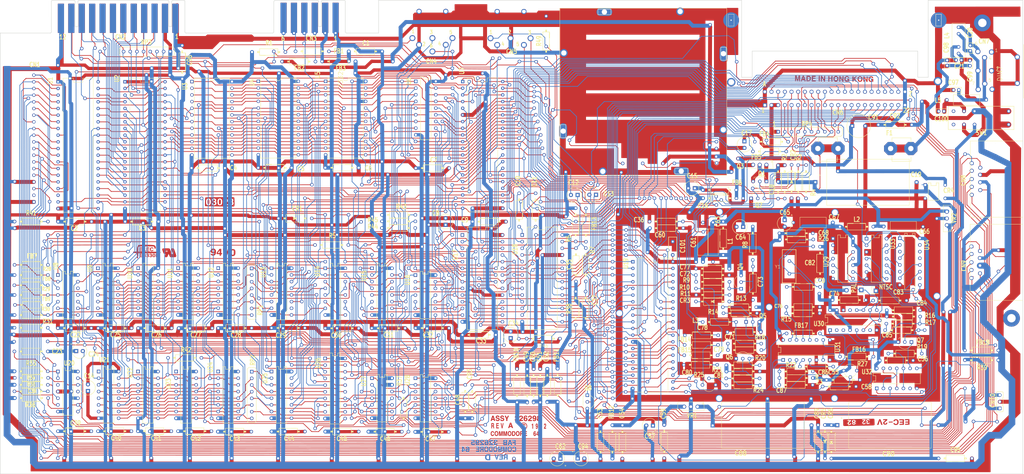
<source format=kicad_pcb>
(kicad_pcb (version 20171130) (host pcbnew "(5.1.0)-1")
  (layers (0 F.Cu signal) (31 B.Cu signal) (34 B.Paste user hide) (35 F.Paste user hide) (36 B.SilkS user hide) (37 F.SilkS user) (38 B.Mask user hide) (39 F.Mask user hide) (44 Edge.Cuts user))
  (net 0 "")
  (net 1 /D0)
  (net 2 /A0)
  (net 3 /A1)
  (net 4 /A2)
  (net 5 /A3)
  (net 6 /A4)
  (net 7 /A5)
  (net 8 /A6)
  (net 9 /A7)
  (net 10 /A8)
  (net 11 /A9)
  (net 12 /A10)
  (net 13 /A11)
  (net 14 /A12)
  (net 15 /A13)
  (net 16 /A14)
  (net 17 /A15)
  (net 18 /D1)
  (net 19 /D2)
  (net 20 /D3)
  (net 21 /D4)
  (net 22 /D5)
  (net 23 /D6)
  (net 24 /D7)
  (net 25 /MA7)
  (net 26 /NA7)
  (net 27 /MA5)
  (net 28 /NA5)
  (net 29 /MA4)
  (net 30 /NA4)
  (net 31 /MA6)
  (net 32 /NA6)
  (net 33 /MA1)
  (net 34 /NA1)
  (net 35 /MA2)
  (net 36 /NA2)
  (net 37 /MA0)
  (net 38 /NA0)
  (net 39 /MA3)
  (net 40 /NA3)
  (net 41 "Net-(U1-Pad18)")
  (net 42 "Net-(U9-Pad1)")
  (net 43 "Net-(U10-Pad1)")
  (net 44 "Net-(U11-Pad1)")
  (net 45 "Net-(U12-Pad1)")
  (net 46 "Net-(U17-Pad1)")
  (net 47 "Net-(U20-Pad11)")
  (net 48 "Net-(U20-Pad3)")
  (net 49 "Net-(U21-Pad1)")
  (net 50 "Net-(U22-Pad1)")
  (net 51 "Net-(U23-Pad1)")
  (net 52 "Net-(U24-Pad1)")
  (net 53 "Net-(U29-Pad6)")
  (net 54 "Net-(U30-Pad13)")
  (net 55 "Net-(U30-Pad3)")
  (net 56 "Net-(U30-Pad7)")
  (net 57 "Net-(U30-Pad2)")
  (net 58 "Net-(U32-Pad12)")
  (net 59 "Net-(U32-Pad6)")
  (net 60 /GND)
  (net 61 /VCC)
  (net 62 /+9V)
  (net 63 /+12V)
  (net 64 /N$173)
  (net 65 /N$8)
  (net 66 /N$6)
  (net 67 /N$7)
  (net 68 /N$9)
  (net 69 /N$1)
  (net 70 /N$11)
  (net 71 /N$10)
  (net 72 /N$5)
  (net 73 /N$13)
  (net 74 /N$179)
  (net 75 /N$20)
  (net 76 /N$19)
  (net 77 /N$21)
  (net 78 /N$22)
  (net 79 /N$61)
  (net 80 /N$87)
  (net 81 /N$4)
  (net 82 /N$62)
  (net 83 /N$63)
  (net 84 /N$12)
  (net 85 /N$14)
  (net 86 /N$35)
  (net 87 /+5Vc)
  (net 88 /N$65)
  (net 89 /+5Vcan)
  (net 90 /+5Vvid)
  (net 91 /N$69)
  (net 92 /N$67)
  (net 93 /N$39)
  (net 94 /N$36)
  (net 95 /N$143)
  (net 96 /N$41)
  (net 97 /N$32)
  (net 98 /N$33)
  (net 99 /N$15)
  (net 100 /N$29)
  (net 101 /N$30)
  (net 102 /N$71)
  (net 103 /N$88)
  (net 104 /N$86)
  (net 105 /N$81)
  (net 106 /N$80)
  (net 107 /N$79)
  (net 108 /N$27)
  (net 109 /N$26)
  (net 110 /N$24)
  (net 111 /N$17)
  (net 112 /N$18)
  (net 113 /N$93)
  (net 114 /N$91)
  (net 115 /N$92)
  (net 116 /N$94)
  (net 117 /N$95)
  (net 118 /N$96)
  (net 119 /N$99)
  (net 120 /N$100)
  (net 121 /N$101)
  (net 122 /N$102)
  (net 123 /N$103)
  (net 124 /N$104)
  (net 125 /N$106)
  (net 126 /N$105)
  (net 127 /N$23)
  (net 128 /N$119)
  (net 129 /N$120)
  (net 130 /N$138)
  (net 131 /N$139)
  (net 132 /N$140)
  (net 133 /N$134)
  (net 134 /N$137)
  (net 135 /N$121)
  (net 136 /N$122)
  (net 137 /N$123)
  (net 138 /N$124)
  (net 139 /N$125)
  (net 140 /N$126)
  (net 141 /N$127)
  (net 142 /N$128)
  (net 143 /N$129)
  (net 144 /N$133)
  (net 145 /N$171)
  (net 146 /N$84)
  (net 147 /N$172)
  (net 148 /N$114)
  (net 149 /N$116)
  (net 150 /N$115)
  (net 151 /IRQ)
  (net 152 /RW)
  (net 153 /N$187)
  (net 154 /N$160)
  (net 155 /N$159)
  (net 156 /N$188)
  (net 157 /N$157)
  (net 158 /N$155)
  (net 159 /N$158)
  (net 160 /N$153)
  (net 161 /PHI2)
  (net 162 /N$168)
  (net 163 /N$108)
  (net 164 /N$107)
  (net 165 /N$109)
  (net 166 /N$110)
  (net 167 /N$111)
  (net 168 /N$148)
  (net 169 /N$146)
  (net 170 /N$37)
  (net 171 /N$176)
  (net 172 /N$180)
  (net 173 /N$141)
  (net 174 /N$117)
  (net 175 /N$118)
  (net 176 /N$2)
  (net 177 /N$3)
  (net 178 /N$16)
  (net 179 /N$162)
  (net 180 /N$66)
  (net 181 /N$70)
  (net 182 /N$82)
  (net 183 /N$72)
  (net 184 /N$178)
  (net 185 /N$177)
  (net 186 /N$38)
  (net 187 /N$31)
  (net 188 /N$90)
  (net 189 /N$181)
  (net 190 /N$74)
  (net 191 /N$85)
  (net 192 /N$28)
  (net 193 /N$64)
  (net 194 /N$89)
  (net 195 /N$147)
  (net 196 /N$51)
  (net 197 /N$54)
  (net 198 /N$165)
  (net 199 /N$164)
  (net 200 /N$59)
  (net 201 /N$182)
  (net 202 /N$135)
  (net 203 /N$136)
  (net 204 /N$132)
  (net 205 /N$131)
  (net 206 /N$130)
  (net 207 /N$183)
  (net 208 /N$145)
  (net 209 /N$152)
  (net 210 /N$170)
  (net 211 /N$47)
  (net 212 /N$48)
  (net 213 /N$49)
  (net 214 /N$50)
  (net 215 /N$184)
  (net 216 /N$56)
  (net 217 /N$167)
  (net 218 /N$52)
  (net 219 /N$60)
  (net 220 /N$55)
  (net 221 /N$53)
  (net 222 /N$44)
  (net 223 /N$45)
  (net 224 /N$42)
  (net 225 /N$46)
  (net 226 /N$185)
  (net 227 /N$186)
  (net 228 /N$163)
  (net 229 /N$190)
  (net 230 /N$189)
  (net 231 /N$113)
  (net 232 /N$112)
  (net 233 /N$76)
  (net 234 /N$75)
  (net 235 /N$83)
  (net 236 /N$73)
  (net 237 /N$68)
  (net 238 /N$78)
  (net 239 /N$77)
  (net 240 "Net-(C79-Pad1)")
  (net 241 "Net-(U8-Pad12)")
  (net 242 "Net-(U13-Pad10)")
  (net 243 "Net-(SW1-Pad1)")
  (net 244 "Net-(SW1-Pad4)")
  (net 245 /RES)
  (net 246 /N$97)
  (net 247 /N$98)
  (net 248 "Net-(U31-Pad11)")
  (net 249 /PHI0)
  (net 250 /N$166)
  (net 251 /N$169)
  (net 252 "Net-(U34-Pad15)")
  (net 253 "Net-(U34-Pad14)")
  (net 254 "Net-(U34-Pad13)")
  (net 255 "Net-(U34-Pad12)")
  (net 256 "Net-(U34-Pad10)")
  (net 257 "Net-(U34-Pad6)")
  (net 258 "Net-(U34-Pad3)")
  (net 259 "Net-(U34-Pad2)")
  (net 260 "Net-(U33-Pad1)")
  (net 261 "Net-(U33-Pad10)")
  (net 262 "Net-(U33-Pad4)")
  (net 263 "Net-(U33-Pad11)")
  (net 264 "Net-(U33-Pad13)")
  (net 265 /NMI)
  (module Logo:logo2 (layer F.Cu) (at 200.9648 215.5952)
    (fp_text reference G*** hide)
    (fp_text value LOGO hide)
    (fp_poly (pts (xy 1.089995 -3.851128) (xy 1.273001 -3.78806) (xy 1.405696 -3.674261) (xy 1.484064 -3.542609) (xy 1.533927 -3.412748) (xy 1.562695 -3.299152) (xy 1.565404 -3.27025) (xy 1.557439 -3.213541) (xy 1.517906 -3.185238) (xy 1.42552 -3.175721) (xy 1.354667 -3.175) (xy 1.229045 -3.178431) (xy 1.166375 -3.195942) (xy 1.145005 -3.23836) (xy 1.143 -3.280833) (xy 1.106935 -3.409766) (xy 1.01448 -3.502123) (xy 0.889245 -3.549051) (xy 0.75484 -3.541697) (xy 0.635 -3.471333) (xy 0.569759 -3.360366) (xy 0.550334 -3.254686) (xy 0.57763 -3.144126) (xy 0.663275 -3.019167) (xy 0.812905 -2.873736) (xy 1.032155 -2.701762) (xy 1.125816 -2.634575) (xy 1.358431 -2.433939) (xy 1.51253 -2.212808) (xy 1.586261 -2.00025) (xy 1.615394 -1.862666) (xy 0.878253 -1.862666) (xy 0.636556 -1.864213) (xy 0.424848 -1.868503) (xy 0.257414 -1.875008) (xy 0.148535 -1.883203) (xy 0.112889 -1.890889) (xy 0.093518 -1.948985) (xy 0.084716 -2.05184) (xy 0.084667 -2.060222) (xy 0.084667 -2.201333) (xy 0.550334 -2.201333) (xy 0.73745 -2.204623) (xy 0.88867 -2.213545) (xy 0.986911 -2.226674) (xy 1.016 -2.240143) (xy 0.983455 -2.279669) (xy 0.896012 -2.354047) (xy 0.768959 -2.450775) (xy 0.68455 -2.511205) (xy 0.464729 -2.672034) (xy 0.309259 -2.80521) (xy 0.208113 -2.923529) (xy 0.151264 -3.039787) (xy 0.128684 -3.16678) (xy 0.127 -3.222683) (xy 0.159356 -3.463662) (xy 0.255802 -3.649571) (xy 0.415402 -3.779568) (xy 0.637224 -3.85281) (xy 0.843926 -3.869988) (xy 1.089995 -3.851128)) (layer B.Cu) (width 0.01))
    (fp_poly (pts (xy -2.455771 -3.87762) (xy -2.22671 -3.808382) (xy -2.046602 -3.674205) (xy -1.92485 -3.483987) (xy -1.881322 -3.33375) (xy -1.853244 -3.175) (xy -2.069622 -3.175) (xy -2.198089 -3.179144) (xy -2.262841 -3.197117) (xy -2.284648 -3.237231) (xy -2.286 -3.261591) (xy -2.321368 -3.364606) (xy -2.408086 -3.4661) (xy -2.517073 -3.538109) (xy -2.592156 -3.556) (xy -2.742442 -3.520563) (xy -2.841395 -3.422122) (xy -2.877333 -3.272485) (xy -2.87732 -3.267849) (xy -2.871525 -3.174143) (xy -2.848335 -3.096867) (xy -2.796286 -3.021765) (xy -2.703916 -2.934578) (xy -2.559762 -2.821052) (xy -2.455333 -2.743022) (xy -2.224033 -2.563047) (xy -2.058285 -2.411165) (xy -1.949017 -2.275478) (xy -1.887154 -2.144085) (xy -1.863625 -2.005087) (xy -1.862666 -1.965744) (xy -1.862666 -1.862666) (xy -3.344333 -1.862666) (xy -3.344333 -2.201333) (xy -2.875139 -2.201333) (xy -2.64837 -2.20468) (xy -2.501487 -2.215033) (xy -2.42996 -2.232863) (xy -2.421628 -2.248383) (xy -2.461043 -2.290457) (xy -2.555603 -2.367919) (xy -2.690199 -2.4689) (xy -2.816739 -2.558776) (xy -2.995735 -2.687133) (xy -3.117836 -2.787363) (xy -3.198693 -2.874998) (xy -3.253953 -2.965571) (xy -3.275934 -3.014539) (xy -3.326519 -3.230387) (xy -3.301903 -3.431023) (xy -3.211377 -3.606672) (xy -3.064234 -3.747554) (xy -2.869763 -3.843893) (xy -2.637258 -3.88591) (xy -2.455771 -3.87762)) (layer B.Cu) (width 0.01))
    (fp_poly (pts (xy 10.202334 -1.820333) (xy 9.821334 -1.820333) (xy 9.821334 -2.709333) (xy 9.017 -2.709333) (xy 9.017 -3.048) (xy 9.821334 -3.048) (xy 9.821334 -3.513666) (xy 8.89 -3.513666) (xy 8.89 -3.852333) (xy 10.202334 -3.852333) (xy 10.202334 -1.820333)) (layer B.Cu) (width 0.01))
    (fp_poly (pts (xy 8.583084 -2.887098) (xy 8.669113 -2.614036) (xy 8.745833 -2.366677) (xy 8.809686 -2.156809) (xy 8.857114 -1.996218) (xy 8.88456 -1.896694) (xy 8.89 -1.870209) (xy 8.850755 -1.836866) (xy 8.743256 -1.821056) (xy 8.706933 -1.820333) (xy 8.597083 -1.824204) (xy 8.535164 -1.849824) (xy 8.495537 -1.918199) (xy 8.461537 -2.021416) (xy 8.399208 -2.2225) (xy 8.059862 -2.234667) (xy 7.720515 -2.246835) (xy 7.65779 -2.044167) (xy 7.61694 -1.923974) (xy 7.573538 -1.862555) (xy 7.500528 -1.837644) (xy 7.395866 -1.828597) (xy 7.279679 -1.827519) (xy 7.208319 -1.839294) (xy 7.197487 -1.849764) (xy 7.210052 -1.898044) (xy 7.244908 -2.015453) (xy 7.298512 -2.190489) (xy 7.367318 -2.411651) (xy 7.447783 -2.667439) (xy 7.451706 -2.679813) (xy 7.84377 -2.679813) (xy 7.854267 -2.645642) (xy 7.927296 -2.628453) (xy 8.038804 -2.624666) (xy 8.169317 -2.63296) (xy 8.244277 -2.655148) (xy 8.255 -2.670654) (xy 8.243395 -2.748177) (xy 8.213388 -2.866339) (xy 8.17219 -3.003289) (xy 8.127013 -3.137172) (xy 8.085068 -3.246136) (xy 8.053567 -3.308329) (xy 8.042666 -3.314088) (xy 8.017356 -3.25866) (xy 7.979485 -3.146087) (xy 7.939261 -3.007896) (xy 7.898046 -2.859783) (xy 7.86332 -2.740695) (xy 7.84377 -2.679813) (xy 7.451706 -2.679813) (xy 7.508054 -2.8575) (xy 7.817801 -3.831166) (xy 8.276167 -3.854112) (xy 8.583084 -2.887098)) (layer B.Cu) (width 0.01))
    (fp_poly (pts (xy 6.942667 -1.820333) (xy 6.466417 -1.822191) (xy 6.197523 -1.829939) (xy 5.980549 -1.849936) (xy 5.830894 -1.880705) (xy 5.820834 -1.884101) (xy 5.645954 -1.97531) (xy 5.528907 -2.112561) (xy 5.459921 -2.290007) (xy 5.441867 -2.452253) (xy 5.842 -2.452253) (xy 5.854178 -2.338917) (xy 5.900037 -2.265372) (xy 5.993569 -2.223568) (xy 6.148764 -2.205457) (xy 6.275917 -2.20262) (xy 6.561667 -2.201333) (xy 6.561667 -2.763043) (xy 6.265952 -2.741885) (xy 6.069345 -2.719913) (xy 5.943011 -2.681405) (xy 5.872837 -2.61672) (xy 5.84471 -2.516217) (xy 5.842 -2.452253) (xy 5.441867 -2.452253) (xy 5.439543 -2.473135) (xy 5.468683 -2.65104) (xy 5.54019 -2.795959) (xy 5.606725 -2.859793) (xy 5.706792 -2.925359) (xy 5.605063 -3.027089) (xy 5.539501 -3.113475) (xy 5.509313 -3.221643) (xy 5.505923 -3.292518) (xy 5.86572 -3.292518) (xy 5.892987 -3.178214) (xy 5.944746 -3.122731) (xy 6.007897 -3.106813) (xy 6.129019 -3.095375) (xy 6.275917 -3.090981) (xy 6.561667 -3.090333) (xy 6.561667 -3.513666) (xy 6.266309 -3.513666) (xy 6.10675 -3.510587) (xy 6.008738 -3.4971) (xy 5.94925 -3.466833) (xy 5.905516 -3.413798) (xy 5.86572 -3.292518) (xy 5.505923 -3.292518) (xy 5.503334 -3.346642) (xy 5.511025 -3.488397) (xy 5.544828 -3.586525) (xy 5.620833 -3.681469) (xy 5.647267 -3.7084) (xy 5.7912 -3.852333) (xy 6.942667 -3.852333) (xy 6.942667 -1.820333)) (layer B.Cu) (width 0.01))
    (fp_poly (pts (xy 2.708895 -3.87762) (xy 2.932859 -3.809286) (xy 3.113948 -3.677444) (xy 3.238285 -3.494337) (xy 3.277481 -3.376083) (xy 3.288767 -3.307313) (xy 3.269519 -3.272936) (xy 3.200652 -3.261029) (xy 3.09114 -3.259666) (xy 2.962909 -3.264573) (xy 2.898929 -3.284219) (xy 2.879102 -3.325991) (xy 2.878667 -3.337772) (xy 2.842204 -3.441885) (xy 2.750093 -3.515693) (xy 2.628251 -3.551596) (xy 2.502595 -3.541997) (xy 2.399043 -3.479296) (xy 2.398395 -3.478583) (xy 2.33259 -3.355284) (xy 2.338589 -3.231073) (xy 2.406175 -3.126036) (xy 2.525128 -3.060262) (xy 2.617417 -3.048) (xy 2.707514 -3.040411) (xy 2.74447 -3.000441) (xy 2.751666 -2.902283) (xy 2.751667 -2.899833) (xy 2.743863 -2.799732) (xy 2.7083 -2.758736) (xy 2.643731 -2.751666) (xy 2.527876 -2.731873) (xy 2.410898 -2.687079) (xy 2.325737 -2.628171) (xy 2.291057 -2.548195) (xy 2.286 -2.460807) (xy 2.316002 -2.301173) (xy 2.406211 -2.20104) (xy 2.55693 -2.160109) (xy 2.593226 -2.159) (xy 2.754298 -2.191772) (xy 2.861779 -2.290091) (xy 2.904359 -2.394793) (xy 2.929503 -2.456685) (xy 2.980546 -2.487237) (xy 3.081986 -2.497115) (xy 3.14062 -2.497666) (xy 3.351061 -2.497666) (xy 3.321642 -2.360083) (xy 3.23868 -2.135159) (xy 3.100677 -1.970507) (xy 3.037401 -1.926639) (xy 2.904451 -1.877332) (xy 2.721742 -1.845662) (xy 2.522853 -1.834329) (xy 2.341362 -1.846031) (xy 2.258551 -1.864047) (xy 2.11341 -1.94441) (xy 1.977467 -2.078857) (xy 1.875903 -2.238329) (xy 1.838929 -2.348316) (xy 1.831669 -2.55687) (xy 1.898626 -2.730673) (xy 1.987006 -2.833848) (xy 2.106496 -2.945468) (xy 2.005748 -3.062595) (xy 1.917192 -3.224974) (xy 1.901685 -3.404817) (xy 1.958144 -3.578689) (xy 2.034224 -3.67871) (xy 2.218166 -3.805993) (xy 2.446486 -3.875078) (xy 2.696325 -3.879228) (xy 2.708895 -3.87762)) (layer B.Cu) (width 0.01))
    (fp_poly (pts (xy -0.773113 -3.878742) (xy -0.555084 -3.802985) (xy -0.372174 -3.6607) (xy -0.258459 -3.497412) (xy -0.178043 -3.277196) (xy -0.135702 -3.019775) (xy -0.130281 -2.747976) (xy -0.160624 -2.484624) (xy -0.225575 -2.252544) (xy -0.32398 -2.074562) (xy -0.330923 -2.066101) (xy -0.507278 -1.918588) (xy -0.72243 -1.83712) (xy -0.958876 -1.824506) (xy -1.199116 -1.883553) (xy -1.26916 -1.915583) (xy -1.450476 -2.050246) (xy -1.564869 -2.235565) (xy -1.613243 -2.473192) (xy -1.613468 -2.482283) (xy -1.184523 -2.482283) (xy -1.157945 -2.329444) (xy -1.119433 -2.253086) (xy -1.018751 -2.175311) (xy -0.884986 -2.153182) (xy -0.747908 -2.185621) (xy -0.638072 -2.270542) (xy -0.569539 -2.414175) (xy -0.561586 -2.572154) (xy -0.611195 -2.715837) (xy -0.694254 -2.803935) (xy -0.803851 -2.83571) (xy -0.941342 -2.825846) (xy -1.064269 -2.779801) (xy -1.100666 -2.751666) (xy -1.164974 -2.635145) (xy -1.184523 -2.482283) (xy -1.613468 -2.482283) (xy -1.615094 -2.547741) (xy -1.58944 -2.749124) (xy -1.507143 -2.909446) (xy -1.354848 -3.054193) (xy -1.346303 -3.060622) (xy -1.185401 -3.136486) (xy -0.990379 -3.166461) (xy -0.800397 -3.147066) (xy -0.717095 -3.116562) (xy -0.621739 -3.071401) (xy -0.564253 -3.048651) (xy -0.560285 -3.048) (xy -0.546206 -3.081955) (xy -0.559785 -3.166221) (xy -0.592843 -3.274399) (xy -0.637205 -3.380092) (xy -0.684692 -3.456901) (xy -0.688141 -3.46075) (xy -0.799295 -3.534308) (xy -0.92902 -3.557382) (xy -1.046752 -3.529207) (xy -1.110491 -3.471333) (xy -1.168143 -3.415666) (xy -1.266085 -3.390609) (xy -1.36485 -3.386666) (xy -1.483799 -3.395076) (xy -1.555732 -3.416664) (xy -1.566333 -3.431102) (xy -1.530447 -3.553826) (xy -1.437116 -3.680709) (xy -1.307834 -3.785292) (xy -1.256609 -3.812397) (xy -1.011782 -3.883402) (xy -0.773113 -3.878742)) (layer B.Cu) (width 0.01))
    (fp_poly (pts (xy -4.051452 -3.848594) (xy -3.869973 -3.758776) (xy -3.719663 -3.623798) (xy -3.614055 -3.447314) (xy -3.566678 -3.232976) (xy -3.568488 -3.11893) (xy -3.622598 -2.89454) (xy -3.742418 -2.722453) (xy -3.897676 -2.614149) (xy -4.050347 -2.562758) (xy -4.224475 -2.542697) (xy -4.38749 -2.554602) (xy -4.506822 -2.59911) (xy -4.510992 -2.602153) (xy -4.584112 -2.650706) (xy -4.619232 -2.665653) (xy -4.636341 -2.63303) (xy -4.626332 -2.548998) (xy -4.59663 -2.43945) (xy -4.554658 -2.330277) (xy -4.507839 -2.247371) (xy -4.495067 -2.232586) (xy -4.380772 -2.16524) (xy -4.247156 -2.150327) (xy -4.126788 -2.187199) (xy -4.06942 -2.241071) (xy -4.011056 -2.297215) (xy -3.916766 -2.323275) (xy -3.801984 -2.328333) (xy -3.678599 -2.325474) (xy -3.62127 -2.310361) (xy -3.611417 -2.273188) (xy -3.621513 -2.233083) (xy -3.712977 -2.067705) (xy -3.864589 -1.939178) (xy -4.057302 -1.854411) (xy -4.272068 -1.820314) (xy -4.489839 -1.843795) (xy -4.595265 -1.879879) (xy -4.754679 -1.98762) (xy -4.896829 -2.15329) (xy -4.999146 -2.350321) (xy -5.002279 -2.359008) (xy -5.028475 -2.476417) (xy -5.048126 -2.647555) (xy -5.058016 -2.841549) (xy -5.058598 -2.899833) (xy -5.054546 -3.1018) (xy -5.043886 -3.20381) (xy -4.61565 -3.20381) (xy -4.600728 -3.062627) (xy -4.545559 -2.959136) (xy -4.54025 -2.954252) (xy -4.39067 -2.869838) (xy -4.234112 -2.858957) (xy -4.09194 -2.921956) (xy -4.064 -2.946464) (xy -4.015063 -3.044083) (xy -3.999979 -3.183712) (xy -4.017592 -3.330273) (xy -4.066747 -3.448687) (xy -4.081144 -3.466889) (xy -4.199464 -3.540854) (xy -4.342884 -3.553452) (xy -4.47845 -3.504944) (xy -4.528017 -3.463351) (xy -4.591141 -3.34871) (xy -4.61565 -3.20381) (xy -5.043886 -3.20381) (xy -5.039252 -3.248151) (xy -5.007567 -3.367718) (xy -4.954343 -3.48933) (xy -4.952765 -3.4925) (xy -4.818419 -3.68325) (xy -4.647583 -3.810583) (xy -4.453789 -3.87815) (xy -4.250568 -3.889603) (xy -4.051452 -3.848594)) (layer B.Cu) (width 0.01))
    (fp_poly (pts (xy -6.086001 -3.842912) (xy -5.483335 -3.831166) (xy -5.411823 -3.344333) (xy -5.383266 -3.147805) (xy -5.359554 -2.980616) (xy -5.343293 -2.861405) (xy -5.337155 -2.810157) (xy -5.371166 -2.770525) (xy -5.459674 -2.744592) (xy -5.573258 -2.734807) (xy -5.6825 -2.743618) (xy -5.75798 -2.773473) (xy -5.759718 -2.774992) (xy -5.902353 -2.853799) (xy -6.057172 -2.857444) (xy -6.199746 -2.785366) (xy -6.200033 -2.78512) (xy -6.279691 -2.697566) (xy -6.31194 -2.595009) (xy -6.315365 -2.501658) (xy -6.287353 -2.324263) (xy -6.207107 -2.212343) (xy -6.071568 -2.162448) (xy -6.011333 -2.159) (xy -5.873182 -2.185357) (xy -5.76673 -2.253257) (xy -5.716265 -2.345948) (xy -5.715 -2.363417) (xy -5.67495 -2.395687) (xy -5.561647 -2.411686) (xy -5.503333 -2.413) (xy -5.377666 -2.409513) (xy -5.314971 -2.391945) (xy -5.293624 -2.349634) (xy -5.291666 -2.30864) (xy -5.318893 -2.214013) (xy -5.387399 -2.099027) (xy -5.422149 -2.055668) (xy -5.597349 -1.91693) (xy -5.814749 -1.838365) (xy -6.054186 -1.822881) (xy -6.295499 -1.873384) (xy -6.393772 -1.915583) (xy -6.575962 -2.048063) (xy -6.699337 -2.221027) (xy -6.763336 -2.41788) (xy -6.767399 -2.622027) (xy -6.710968 -2.816875) (xy -6.593481 -2.985828) (xy -6.433823 -3.102678) (xy -6.280783 -3.149268) (xy -6.089757 -3.164606) (xy -5.901728 -3.14798) (xy -5.786933 -3.113928) (xy -5.734417 -3.100867) (xy -5.725553 -3.143154) (xy -5.734016 -3.190812) (xy -5.76143 -3.321958) (xy -5.779306 -3.407833) (xy -5.79205 -3.45497) (xy -5.817332 -3.485505) (xy -5.871009 -3.503042) (xy -5.968938 -3.511184) (xy -6.126975 -3.513536) (xy -6.244973 -3.513666) (xy -6.688666 -3.513666) (xy -6.688666 -3.854658) (xy -6.086001 -3.842912)) (layer B.Cu) (width 0.01))
    (fp_poly (pts (xy 6.004406 -0.582083) (xy 6.048238 -0.342209) (xy 6.08637 -0.130538) (xy 6.116258 0.038578) (xy 6.135363 0.150788) (xy 6.141214 0.1905) (xy 6.151231 0.212703) (xy 6.173155 0.155664) (xy 6.205946 0.023813) (xy 6.248566 -0.17842) (xy 6.299977 -0.446606) (xy 6.332303 -0.624416) (xy 6.455329 -1.312333) (xy 6.942667 -1.312333) (xy 6.942667 0.719667) (xy 6.646334 0.719667) (xy 6.646334 -0.070555) (xy 6.645409 -0.317172) (xy 6.642836 -0.530404) (xy 6.638916 -0.697537) (xy 6.633951 -0.805854) (xy 6.628241 -0.842639) (xy 6.628044 -0.842488) (xy 6.615218 -0.796952) (xy 6.5906 -0.681382) (xy 6.55682 -0.509175) (xy 6.516505 -0.293726) (xy 6.472965 -0.052265) (xy 6.336177 0.719667) (xy 6.174562 0.719667) (xy 6.116663 0.721159) (xy 6.072757 0.71863) (xy 6.038757 0.701577) (xy 6.010573 0.659492) (xy 5.984116 0.58187) (xy 5.955298 0.458207) (xy 5.920029 0.277996) (xy 5.874222 0.030732) (xy 5.845034 -0.127) (xy 5.723084 -0.783166) (xy 5.719042 -0.03175) (xy 5.715 0.719667) (xy 5.376334 0.719667) (xy 5.376334 -1.312333) (xy 5.870084 -1.312333) (xy 6.004406 -0.582083)) (layer B.Cu) (width 0.01))
    (fp_poly (pts (xy 3.890286 -1.312166) (xy 3.937132 -1.295936) (xy 3.973155 -1.254702) (xy 4.003477 -1.177782) (xy 4.033217 -1.054496) (xy 4.067494 -0.874165) (xy 4.11143 -0.626106) (xy 4.134306 -0.497416) (xy 4.176012 -0.272149) (xy 4.214364 -0.079403) (xy 4.246368 0.066847) (xy 4.269025 0.152625) (xy 4.277275 0.169334) (xy 4.293156 0.130192) (xy 4.319787 0.023123) (xy 4.353685 -0.136339) (xy 4.391369 -0.332657) (xy 4.398233 -0.370416) (xy 4.439258 -0.595613) (xy 4.479124 -0.810243) (xy 4.513285 -0.990077) (xy 4.537194 -1.110886) (xy 4.537269 -1.11125) (xy 4.579016 -1.312333) (xy 5.08 -1.312333) (xy 5.08 0.719667) (xy 4.741334 0.719667) (xy 4.73741 -0.052916) (xy 4.733486 -0.8255) (xy 4.630712 -0.275166) (xy 4.572472 0.0384) (xy 4.527479 0.278637) (xy 4.492299 0.455221) (xy 4.463497 0.57783) (xy 4.437638 0.65614) (xy 4.41129 0.69983) (xy 4.381017 0.718575) (xy 4.343385 0.722054) (xy 4.294961 0.719943) (xy 4.277664 0.719667) (xy 4.116331 0.719667) (xy 4.042596 0.306917) (xy 3.999341 0.069188) (xy 3.950252 -0.193923) (xy 3.90434 -0.434251) (xy 3.89408 -0.486833) (xy 3.8193 -0.867833) (xy 3.81 0.719667) (xy 3.513667 0.719667) (xy 3.513667 -1.312333) (xy 3.743647 -1.312333) (xy 3.827498 -1.314071) (xy 3.890286 -1.312166)) (layer B.Cu) (width 0.01))
    (fp_poly (pts (xy 1.397 0.719667) (xy 0.979927 0.719667) (xy 0.778181 0.717184) (xy 0.639001 0.707242) (xy 0.540369 0.686098) (xy 0.460266 0.650013) (xy 0.419011 0.624356) (xy 0.311974 0.525866) (xy 0.208074 0.386186) (xy 0.169334 0.317439) (xy 0.120187 0.209032) (xy 0.089004 0.105305) (xy 0.071913 -0.01792) (xy 0.065041 -0.184817) (xy 0.064392 -0.308479) (xy 0.390845 -0.308479) (xy 0.411124 -0.090738) (xy 0.455191 0.095888) (xy 0.482665 0.161272) (xy 0.576745 0.288089) (xy 0.705852 0.354579) (xy 0.888453 0.369706) (xy 0.910167 0.368749) (xy 1.0795 0.359834) (xy 1.0795 -0.9525) (xy 0.889 -0.963506) (xy 0.688492 -0.951035) (xy 0.546178 -0.882748) (xy 0.451848 -0.752722) (xy 0.430202 -0.697324) (xy 0.396492 -0.52234) (xy 0.390845 -0.308479) (xy 0.064392 -0.308479) (xy 0.064233 -0.338666) (xy 0.067206 -0.551909) (xy 0.077652 -0.703408) (xy 0.099108 -0.815996) (xy 0.135109 -0.912504) (xy 0.16119 -0.964744) (xy 0.25061 -1.107014) (xy 0.353545 -1.205602) (xy 0.486765 -1.267774) (xy 0.667042 -1.300796) (xy 0.911147 -1.311933) (xy 0.963084 -1.312175) (xy 1.397 -1.312333) (xy 1.397 0.719667)) (layer B.Cu) (width 0.01))
    (fp_poly (pts (xy -1.989666 0.719667) (xy -2.328333 0.719667) (xy -2.328333 -0.084666) (xy -2.558143 -0.084666) (xy -2.736425 -0.070674) (xy -2.847169 -0.02021) (xy -2.904105 0.079454) (xy -2.920963 0.241049) (xy -2.921 0.251732) (xy -2.926727 0.406352) (xy -2.941075 0.549441) (xy -2.947458 0.587375) (xy -2.970522 0.669202) (xy -3.013804 0.707706) (xy -3.10377 0.719083) (xy -3.163654 0.719667) (xy -3.278726 0.715522) (xy -3.326662 0.697596) (xy -3.324809 0.657651) (xy -3.319668 0.645584) (xy -3.29903 0.564369) (xy -3.280774 0.431549) (xy -3.271534 0.3175) (xy -3.256704 0.116352) (xy -3.236112 -0.02023) (xy -3.204739 -0.112345) (xy -3.157561 -0.18009) (xy -3.143564 -0.194721) (xy -3.098578 -0.255646) (xy -3.122977 -0.286047) (xy -3.123352 -0.286173) (xy -3.205276 -0.354345) (xy -3.262872 -0.481459) (xy -3.293471 -0.644605) (xy -3.293676 -0.683399) (xy -2.963333 -0.683399) (xy -2.951088 -0.556637) (xy -2.904293 -0.478216) (xy -2.807865 -0.437481) (xy -2.646717 -0.423782) (xy -2.595033 -0.423333) (xy -2.328333 -0.423333) (xy -2.328333 -0.973666) (xy -2.551747 -0.973666) (xy -2.751348 -0.955531) (xy -2.881193 -0.897565) (xy -2.94885 -0.794435) (xy -2.963333 -0.683399) (xy -3.293676 -0.683399) (xy -3.294403 -0.820874) (xy -3.262998 -0.987358) (xy -3.217155 -1.091138) (xy -3.152191 -1.179331) (xy -3.072529 -1.240979) (xy -2.962698 -1.280559) (xy -2.807227 -1.302546) (xy -2.590643 -1.311417) (xy -2.452577 -1.312333) (xy -1.989666 -1.312333) (xy -1.989666 0.719667)) (layer B.Cu) (width 0.01))
    (fp_poly (pts (xy -3.640666 0.719667) (xy -4.873201 0.719667) (xy -4.860184 0.53975) (xy -4.847166 0.359834) (xy -3.937 0.335802) (xy -3.937 -0.169333) (xy -4.741333 -0.169333) (xy -4.741333 -0.504823) (xy -4.34975 -0.516995) (xy -3.958166 -0.529166) (xy -3.958166 -0.9525) (xy -4.826 -0.976628) (xy -4.826 -1.312333) (xy -3.640666 -1.312333) (xy -3.640666 0.719667)) (layer B.Cu) (width 0.01))
    (fp_poly (pts (xy -9.675134 -1.248833) (xy -9.306423 -0.656166) (xy -9.16398 -0.423918) (xy -9.062322 -0.248636) (xy -8.995041 -0.116991) (xy -8.955731 -0.015656) (xy -8.937983 0.068699) (xy -8.935023 0.116417) (xy -8.932333 0.296334) (xy -9.736666 0.296334) (xy -9.736666 0.719667) (xy -10.16 0.719667) (xy -10.16 0.508) (xy -10.163431 0.382378) (xy -10.180942 0.319708) (xy -10.22336 0.298339) (xy -10.265833 0.296334) (xy -10.337404 0.285263) (xy -10.366704 0.235448) (xy -10.371666 0.148167) (xy -10.363759 0.047968) (xy -10.328177 0.006948) (xy -10.265833 0) (xy -10.16 0) (xy -9.736666 0) (xy -9.503833 0) (xy -9.376316 -0.006176) (xy -9.291745 -0.022109) (xy -9.271 -0.037565) (xy -9.291266 -0.087432) (xy -9.346125 -0.193298) (xy -9.426667 -0.338528) (xy -9.503375 -0.471482) (xy -9.735751 -0.867833) (xy -9.736209 -0.433916) (xy -9.736666 0) (xy -10.16 0) (xy -10.16 -1.274225) (xy -9.675134 -1.248833)) (layer B.Cu) (width 0.01))
    (fp_poly (pts (xy 9.80862 -1.337323) (xy 9.999889 -1.258459) (xy 10.159067 -1.116428) (xy 10.287085 -0.91658) (xy 10.369648 -0.673272) (xy 10.408001 -0.404373) (xy 10.403388 -0.127748) (xy 10.357056 0.138736) (xy 10.270248 0.377209) (xy 10.144209 0.569807) (xy 10.034813 0.66675) (xy 9.858625 0.741039) (xy 9.650902 0.763273) (xy 9.447453 0.73271) (xy 9.329795 0.681372) (xy 9.244056 0.602449) (xy 9.148678 0.476096) (xy 9.060671 0.330278) (xy 8.997046 0.192962) (xy 8.974667 0.097522) (xy 9.014281 0.057211) (xy 9.128736 0.042367) (xy 9.13616 0.042334) (xy 9.24814 0.052212) (xy 9.315079 0.097525) (xy 9.368767 0.191462) (xy 9.471514 0.328385) (xy 9.603489 0.396015) (xy 9.745287 0.393395) (xy 9.877499 0.319568) (xy 9.956638 0.220456) (xy 10.032904 0.021509) (xy 10.064612 -0.21603) (xy 10.05247 -0.461906) (xy 9.997182 -0.685867) (xy 9.932479 -0.814457) (xy 9.816975 -0.925783) (xy 9.678694 -0.972983) (xy 9.539229 -0.958841) (xy 9.420177 -0.886144) (xy 9.343132 -0.757677) (xy 9.337501 -0.737718) (xy 9.307157 -0.670011) (xy 9.243843 -0.640654) (xy 9.143194 -0.635) (xy 9.033308 -0.646295) (xy 8.980783 -0.687876) (xy 8.983114 -0.771287) (xy 9.037797 -0.908072) (xy 9.069917 -0.972802) (xy 9.1986 -1.164242) (xy 9.358441 -1.283452) (xy 9.564516 -1.341329) (xy 9.582963 -1.343581) (xy 9.80862 -1.337323)) (layer B.Cu) (width 0.01))
    (fp_poly (pts (xy 8.25032 -1.330698) (xy 8.326737 -1.297853) (xy 8.500117 -1.161699) (xy 8.632845 -0.958153) (xy 8.721086 -0.696066) (xy 8.761004 -0.384291) (xy 8.763 -0.291085) (xy 8.733525 0.039832) (xy 8.647049 0.321046) (xy 8.506496 0.545685) (xy 8.347144 0.686713) (xy 8.192889 0.746765) (xy 8.000045 0.764614) (xy 7.802846 0.741243) (xy 7.635526 0.677634) (xy 7.616685 0.665743) (xy 7.444487 0.512126) (xy 7.323378 0.311751) (xy 7.244571 0.049636) (xy 7.239173 0.022082) (xy 7.210079 -0.280885) (xy 7.211214 -0.296333) (xy 7.560672 -0.296333) (xy 7.57914 -0.032888) (xy 7.637285 0.165016) (xy 7.739216 0.308671) (xy 7.798511 0.357264) (xy 7.927513 0.416251) (xy 8.064737 0.405821) (xy 8.14655 0.37449) (xy 8.262969 0.278024) (xy 8.352414 0.116112) (xy 8.407976 -0.094438) (xy 8.423404 -0.299115) (xy 8.400015 -0.549255) (xy 8.336547 -0.754092) (xy 8.24028 -0.906044) (xy 8.118493 -0.997529) (xy 7.978467 -1.020966) (xy 7.82748 -0.968773) (xy 7.798511 -0.94993) (xy 7.67617 -0.826422) (xy 7.59941 -0.653597) (xy 7.56412 -0.420162) (xy 7.560672 -0.296333) (xy 7.211214 -0.296333) (xy 7.232148 -0.581022) (xy 7.301252 -0.856364) (xy 7.41326 -1.084946) (xy 7.458775 -1.146181) (xy 7.615187 -1.273103) (xy 7.816541 -1.349185) (xy 8.036899 -1.369894) (xy 8.25032 -1.330698)) (layer B.Cu) (width 0.01))
    (fp_poly (pts (xy 2.56707 -1.367331) (xy 2.637212 -1.3521) (xy 2.841022 -1.262154) (xy 3.003385 -1.107325) (xy 3.132671 -0.879598) (xy 3.134109 -0.876265) (xy 3.177771 -0.761861) (xy 3.203551 -0.650901) (xy 3.214477 -0.517883) (xy 3.213579 -0.337306) (xy 3.210198 -0.235658) (xy 3.183257 0.06795) (xy 3.124713 0.304332) (xy 3.029109 0.486793) (xy 2.890988 0.628634) (xy 2.840656 0.665112) (xy 2.65886 0.74254) (xy 2.44497 0.766666) (xy 2.232677 0.737489) (xy 2.070011 0.665112) (xy 1.911252 0.52293) (xy 1.799897 0.336739) (xy 1.731063 0.095085) (xy 1.700335 -0.20248) (xy 1.69997 -0.318549) (xy 2.033219 -0.318549) (xy 2.039494 -0.109908) (xy 2.068802 0.071612) (xy 2.104036 0.168745) (xy 2.217356 0.313805) (xy 2.363112 0.394137) (xy 2.522324 0.405366) (xy 2.676017 0.34312) (xy 2.717505 0.310105) (xy 2.80814 0.17395) (xy 2.861065 -0.033854) (xy 2.875256 -0.308649) (xy 2.872295 -0.394095) (xy 2.855122 -0.59167) (xy 2.823726 -0.728332) (xy 2.77257 -0.82739) (xy 2.767795 -0.833935) (xy 2.630521 -0.960568) (xy 2.475623 -1.009322) (xy 2.31864 -0.980218) (xy 2.175114 -0.87328) (xy 2.142158 -0.83305) (xy 2.085594 -0.707536) (xy 2.048933 -0.526897) (xy 2.033219 -0.318549) (xy 1.69997 -0.318549) (xy 1.699395 -0.500964) (xy 1.729015 -0.737281) (xy 1.793721 -0.929825) (xy 1.898035 -1.096993) (xy 1.929894 -1.13588) (xy 2.113205 -1.289605) (xy 2.329585 -1.367974) (xy 2.56707 -1.367331)) (layer B.Cu) (width 0.01))
    (fp_poly (pts (xy -0.7991 -1.358159) (xy -0.786235 -1.355359) (xy -0.580021 -1.278171) (xy -0.416145 -1.14258) (xy -0.296333 -0.969916) (xy -0.248858 -0.877949) (xy -0.218061 -0.788662) (xy -0.200419 -0.680289) (xy -0.192407 -0.531066) (xy -0.1905 -0.319228) (xy -0.1905 -0.31637) (xy -0.192499 -0.102056) (xy -0.200933 0.050482) (xy -0.219456 0.16409) (xy -0.251723 0.261613) (xy -0.298843 0.360964) (xy -0.433692 0.564494) (xy -0.595743 0.692747) (xy -0.79777 0.753874) (xy -0.92701 0.761842) (xy -1.1613 0.73609) (xy -1.295884 0.681365) (xy -1.480862 0.521144) (xy -1.6108 0.299) (xy -1.686239 0.013647) (xy -1.707986 -0.296333) (xy -1.705457 -0.343635) (xy -1.366238 -0.343635) (xy -1.347175 -0.049958) (xy -1.281615 0.173418) (xy -1.169643 0.32622) (xy -1.155393 0.338005) (xy -1.023797 0.410497) (xy -0.889354 0.410813) (xy -0.765145 0.36146) (xy -0.653186 0.259209) (xy -0.569887 0.093146) (xy -0.519234 -0.119546) (xy -0.505214 -0.361687) (xy -0.531816 -0.616094) (xy -0.53476 -0.63122) (xy -0.59431 -0.779654) (xy -0.697577 -0.907936) (xy -0.822077 -0.993475) (xy -0.917732 -1.016) (xy -1.088919 -0.978194) (xy -1.222206 -0.868318) (xy -1.314049 -0.691686) (xy -1.360903 -0.453609) (xy -1.366238 -0.343635) (xy -1.705457 -0.343635) (xy -1.69206 -0.594123) (xy -1.640119 -0.830706) (xy -1.546741 -1.023824) (xy -1.447002 -1.150008) (xy -1.255732 -1.300257) (xy -1.039023 -1.369871) (xy -0.7991 -1.358159)) (layer B.Cu) (width 0.01))
    (fp_poly (pts (xy -7.935348 -1.287642) (xy -7.730071 -1.20336) (xy -7.640489 -1.136727) (xy -7.515431 -0.993106) (xy -7.430834 -0.811189) (xy -7.383369 -0.578776) (xy -7.369709 -0.283667) (xy -7.372611 -0.154645) (xy -7.39178 0.112904) (xy -7.431204 0.314042) (xy -7.497793 0.465968) (xy -7.598459 0.585881) (xy -7.702632 0.666606) (xy -7.871964 0.737537) (xy -8.078134 0.761587) (xy -8.286662 0.737506) (xy -8.413486 0.692376) (xy -8.568944 0.573697) (xy -8.676482 0.406929) (xy -8.73536 0.210992) (xy -8.740334 0.102761) (xy -8.339666 0.102761) (xy -8.32848 0.236854) (xy -8.285004 0.324777) (xy -8.228124 0.377928) (xy -8.134414 0.444305) (xy -8.063629 0.460562) (xy -7.97515 0.432525) (xy -7.94416 0.418665) (xy -7.830501 0.329366) (xy -7.769061 0.203676) (xy -7.756676 0.062421) (xy -7.790179 -0.073576) (xy -7.866405 -0.18349) (xy -7.98219 -0.246498) (xy -8.046406 -0.254) (xy -8.192809 -0.218377) (xy -8.291611 -0.11606) (xy -8.3372 0.046124) (xy -8.339666 0.102761) (xy -8.740334 0.102761) (xy -8.744837 0.004804) (xy -8.704174 -0.192713) (xy -8.61263 -0.362641) (xy -8.469465 -0.486059) (xy -8.459793 -0.491271) (xy -8.295034 -0.548107) (xy -8.114073 -0.565553) (xy -7.947564 -0.543941) (xy -7.827045 -0.484391) (xy -7.734264 -0.402166) (xy -7.760694 -0.570507) (xy -7.819096 -0.763945) (xy -7.91996 -0.897975) (xy -8.055302 -0.962615) (xy -8.076663 -0.965571) (xy -8.188608 -0.956177) (xy -8.267254 -0.886696) (xy -8.278429 -0.870321) (xy -8.351639 -0.793126) (xy -8.455475 -0.763989) (xy -8.51137 -0.762) (xy -8.644008 -0.775827) (xy -8.701931 -0.821712) (xy -8.691176 -0.906259) (xy -8.675001 -0.941042) (xy -8.537806 -1.123536) (xy -8.356966 -1.244372) (xy -8.150229 -1.300194) (xy -7.935348 -1.287642)) (layer B.Cu) (width 0.01))
    (fp_poly (pts (xy 7.154334 3.640667) (xy 6.773334 3.640667) (xy 6.773334 2.878667) (xy 6.501191 2.878667) (xy 6.312532 2.888078) (xy 6.192559 2.925568) (xy 6.12649 3.005019) (xy 6.099543 3.140316) (xy 6.096 3.259228) (xy 6.092156 3.440084) (xy 6.073331 3.55251) (xy 6.028585 3.612647) (xy 5.946978 3.636638) (xy 5.837471 3.640667) (xy 5.718202 3.634447) (xy 5.643332 3.618579) (xy 5.630334 3.6068) (xy 5.65586 3.547846) (xy 5.66838 3.532717) (xy 5.689286 3.472935) (xy 5.70844 3.353557) (xy 5.721903 3.199625) (xy 5.722505 3.188693) (xy 5.740615 2.996429) (xy 5.773547 2.869402) (xy 5.818421 2.796666) (xy 5.8683 2.73403) (xy 5.867963 2.686038) (xy 5.813502 2.618298) (xy 5.796046 2.599646) (xy 5.734915 2.518008) (xy 5.703877 2.42078) (xy 5.695746 2.301724) (xy 6.053667 2.301724) (xy 6.065361 2.41295) (xy 6.110113 2.483862) (xy 6.202426 2.522876) (xy 6.356806 2.538409) (xy 6.4643 2.54) (xy 6.773334 2.54) (xy 6.773334 2.032) (xy 6.480024 2.032) (xy 6.281034 2.042634) (xy 6.152137 2.079805) (xy 6.080837 2.151422) (xy 6.054635 2.265388) (xy 6.053667 2.301724) (xy 5.695746 2.301724) (xy 5.69404 2.276758) (xy 5.693834 2.24107) (xy 5.698851 2.092475) (xy 5.721944 1.99448) (xy 5.775171 1.913234) (xy 5.83211 1.852898) (xy 5.970387 1.7145) (xy 6.56236 1.700717) (xy 7.154334 1.686934) (xy 7.154334 3.640667)) (layer B.Cu) (width 0.01))
    (fp_poly (pts (xy 5.334 3.640667) (xy 4.663722 3.640667) (xy 4.433593 3.638969) (xy 4.233909 3.634281) (xy 4.079725 3.627211) (xy 3.986092 3.618367) (xy 3.965222 3.612445) (xy 3.945851 3.554349) (xy 3.937049 3.451493) (xy 3.937 3.443111) (xy 3.937 3.302) (xy 4.953 3.302) (xy 4.953 2.796962) (xy 4.519084 2.784898) (xy 4.085167 2.772834) (xy 4.058889 2.455334) (xy 4.953 2.455334) (xy 4.953 2.032) (xy 4.021667 2.032) (xy 4.021667 1.693334) (xy 5.334 1.693334) (xy 5.334 3.640667)) (layer B.Cu) (width 0.01))
    (fp_poly (pts (xy 2.795887 2.410718) (xy 2.857776 2.63877) (xy 2.914224 2.831191) (xy 2.961367 2.976032) (xy 2.995345 3.061346) (xy 3.011416 3.077468) (xy 3.031605 3.020048) (xy 3.068204 2.89674) (xy 3.116629 2.723678) (xy 3.1723 2.516997) (xy 3.194097 2.434167) (xy 3.251115 2.21667) (xy 3.301835 2.024289) (xy 3.341773 1.873944) (xy 3.366448 1.782557) (xy 3.370712 1.767417) (xy 3.408766 1.718056) (xy 3.498109 1.696214) (xy 3.58002 1.693334) (xy 3.711106 1.704655) (xy 3.765405 1.737757) (xy 3.766667 1.74625) (xy 3.754061 1.80044) (xy 3.719298 1.923002) (xy 3.666055 2.101679) (xy 3.598014 2.324216) (xy 3.518852 2.578355) (xy 3.477553 2.709334) (xy 3.189438 3.6195) (xy 3.012499 3.632537) (xy 2.87615 3.628556) (xy 2.815055 3.591532) (xy 2.814522 3.590203) (xy 2.79616 3.535288) (xy 2.756278 3.411863) (xy 2.698789 3.232172) (xy 2.627603 3.008463) (xy 2.546632 2.752981) (xy 2.502731 2.614084) (xy 2.211976 1.693334) (xy 2.608085 1.693334) (xy 2.795887 2.410718)) (layer B.Cu) (width 0.01))
    (fp_poly (pts (xy 0.550334 3.894667) (xy -0.052916 3.891325) (xy -0.281575 3.887036) (xy -0.489668 3.877598) (xy -0.657668 3.864286) (xy -0.766047 3.848376) (xy -0.783166 3.843589) (xy -1.013194 3.719891) (xy -1.198828 3.524702) (xy -1.295416 3.360605) (xy -1.358946 3.214548) (xy -1.395233 3.078076) (xy -1.411521 2.915865) (xy -1.414828 2.77817) (xy -1.410481 2.680369) (xy -0.930263 2.680369) (xy -0.920873 2.905988) (xy -0.870053 3.119525) (xy -0.77725 3.2992) (xy -0.745552 3.33838) (xy -0.655421 3.422656) (xy -0.553664 3.474511) (xy -0.41678 3.501394) (xy -0.221267 3.510756) (xy -0.201083 3.510983) (xy 0.084667 3.513667) (xy 0.084667 2.019902) (xy -0.260286 2.043546) (xy -0.477462 2.066514) (xy -0.626844 2.102775) (xy -0.71537 2.14881) (xy -0.826958 2.28) (xy -0.898773 2.464446) (xy -0.930263 2.680369) (xy -1.410481 2.680369) (xy -1.402258 2.495377) (xy -1.355356 2.271689) (xy -1.268019 2.086388) (xy -1.174568 1.962707) (xy -1.080051 1.862312) (xy -0.988211 1.788063) (xy -0.883916 1.735611) (xy -0.752035 1.700609) (xy -0.577437 1.678709) (xy -0.344992 1.665563) (xy -0.116416 1.658655) (xy 0.550334 1.642129) (xy 0.550334 3.894667)) (layer B.Cu) (width 0.01))
  )
  (module Logo:logo (layer F.Cu) (at 212.1 141.7)
    (fp_text reference G*** hide)
    (fp_text value LOGO hide)
    (fp_poly (pts (xy -113.39259 -21.416377) (xy -113.267972 -21.327218) (xy -113.2034 -21.230782) (xy -113.158777 -21.086118) (xy -113.131313 -20.888637) (xy -113.120139 -20.658282) (xy -113.124384 -20.414996) (xy -113.14318 -20.17872) (xy -113.175657 -19.969398) (xy -113.220944 -19.806971) (xy -113.269273 -19.720219) (xy -113.381291 -19.653062) (xy -113.522486 -19.641046) (xy -113.659723 -19.681991) (xy -113.744448 -19.75148) (xy -113.803428 -19.852451) (xy -113.84386 -19.988655) (xy -113.86736 -20.172399) (xy -113.875545 -20.415995) (xy -113.870668 -20.712177) (xy -113.859419 -20.950357) (xy -113.841835 -21.119055) (xy -113.815692 -21.233358) (xy -113.783822 -21.300953) (xy -113.672208 -21.405868) (xy -113.534567 -21.443468) (xy -113.39259 -21.416377)) (layer F.Cu) (width 0.01))
    (fp_poly (pts (xy -117.638605 -21.378456) (xy -117.56782 -21.30099) (xy -117.535452 -21.231704) (xy -117.512132 -21.128524) (xy -117.49592 -20.976705) (xy -117.484874 -20.761505) (xy -117.481139 -20.642493) (xy -117.478928 -20.315728) (xy -117.494448 -20.064156) (xy -117.530788 -19.879575) (xy -117.59104 -19.753786) (xy -117.678295 -19.678589) (xy -117.795644 -19.645784) (xy -117.858048 -19.642667) (xy -117.987747 -19.658344) (xy -118.068291 -19.714081) (xy -118.086153 -19.738468) (xy -118.146235 -19.879313) (xy -118.191065 -20.081065) (xy -118.21975 -20.321189) (xy -118.231394 -20.57715) (xy -118.225104 -20.826416) (xy -118.199986 -21.046452) (xy -118.155147 -21.214723) (xy -118.145579 -21.236391) (xy -118.046258 -21.364303) (xy -117.913744 -21.432286) (xy -117.770404 -21.437837) (xy -117.638605 -21.378456)) (layer F.Cu) (width 0.01))
    (fp_poly (pts (xy 127.926815 62.729577) (xy 127.988272 62.773083) (xy 128.046008 62.88927) (xy 128.051854 63.026735) (xy 128.00651 63.147011) (xy 127.980916 63.175938) (xy 127.859896 63.234436) (xy 127.710791 63.238347) (xy 127.570541 63.187305) (xy 127.559752 63.180099) (xy 127.486557 63.082909) (xy 127.465193 62.95316) (xy 127.497088 62.826318) (xy 127.543083 62.765727) (xy 127.655733 62.710093) (xy 127.796387 62.698253) (xy 127.926815 62.729577)) (layer F.Cu) (width 0.01))
    (fp_poly (pts (xy 127.936828 63.568703) (xy 127.976449 63.586156) (xy 128.037347 63.660177) (xy 128.058558 63.769731) (xy 128.03644 63.873742) (xy 128.005416 63.912968) (xy 127.862432 63.979711) (xy 127.711605 63.967783) (xy 127.677333 63.953175) (xy 127.59167 63.870187) (xy 127.554258 63.75243) (xy 127.573648 63.636146) (xy 127.594791 63.603273) (xy 127.680353 63.556484) (xy 127.806741 63.544406) (xy 127.936828 63.568703)) (layer F.Cu) (width 0.01))
    (fp_poly (pts (xy 2.41497 64.050738) (xy 2.498327 64.085215) (xy 2.594106 64.158056) (xy 2.68604 64.264316) (xy 2.760617 64.38196) (xy 2.804325 64.488954) (xy 2.803652 64.563263) (xy 2.796995 64.57227) (xy 2.730539 64.593795) (xy 2.630416 64.58682) (xy 2.530534 64.558981) (xy 2.464802 64.517916) (xy 2.455333 64.495315) (xy 2.418344 64.420152) (xy 2.327077 64.352017) (xy 2.211082 64.309823) (xy 2.156959 64.304333) (xy 2.031985 64.343112) (xy 1.92827 64.44717) (xy 1.854302 64.59809) (xy 1.818569 64.777451) (xy 1.829556 64.966837) (xy 1.83679 64.999142) (xy 1.907868 65.144988) (xy 2.021958 65.239368) (xy 2.158167 65.27684) (xy 2.295603 65.251961) (xy 2.413373 65.159287) (xy 2.419693 65.151) (xy 2.513896 65.05683) (xy 2.626327 65.024754) (xy 2.653794 65.024) (xy 2.75676 65.042274) (xy 2.793735 65.101153) (xy 2.765948 65.206723) (xy 2.711047 65.307694) (xy 2.571192 65.460637) (xy 2.383271 65.558562) (xy 2.168782 65.59471) (xy 1.949225 65.562321) (xy 1.926166 65.554457) (xy 1.718334 65.436795) (xy 1.556078 65.260217) (xy 1.449759 65.042804) (xy 1.409736 64.802633) (xy 1.419316 64.669982) (xy 1.480265 64.458772) (xy 1.584 64.269581) (xy 1.715047 64.126928) (xy 1.793537 64.077008) (xy 1.987023 64.021449) (xy 2.207351 64.012845) (xy 2.41497 64.050738)) (layer F.Cu) (width 0.01))
    (fp_poly (pts (xy 110.341833 -68.515975) (xy 110.617228 -68.511434) (xy 110.823845 -68.494909) (xy 110.977306 -68.461144) (xy 111.093233 -68.404886) (xy 111.187246 -68.320879) (xy 111.274967 -68.203869) (xy 111.276489 -68.201572) (xy 111.371879 -67.991924) (xy 111.422722 -67.735674) (xy 111.42929 -67.458053) (xy 111.391855 -67.184291) (xy 111.31069 -66.939618) (xy 111.261898 -66.848809) (xy 111.171446 -66.72053) (xy 111.074007 -66.628145) (xy 110.954065 -66.56606) (xy 110.796101 -66.528681) (xy 110.584598 -66.510415) (xy 110.309977 -66.505667) (xy 109.7688 -66.505667) (xy 109.78015 -67.511084) (xy 109.787437 -68.156667) (xy 110.193666 -68.156667) (xy 110.193666 -66.844334) (xy 110.438247 -66.844334) (xy 110.625144 -66.858606) (xy 110.757424 -66.898489) (xy 110.777155 -66.910404) (xy 110.904341 -67.04263) (xy 110.982089 -67.230399) (xy 111.013362 -67.481612) (xy 111.014303 -67.542834) (xy 110.996451 -67.780473) (xy 110.945686 -67.967066) (xy 110.86619 -68.090837) (xy 110.805603 -68.13037) (xy 110.728838 -68.144183) (xy 110.597961 -68.153706) (xy 110.46537 -68.156667) (xy 110.193666 -68.156667) (xy 109.787437 -68.156667) (xy 109.7915 -68.5165) (xy 110.341833 -68.515975)) (layer F.Cu) (width 0.01))
    (fp_poly (pts (xy 108.558227 -68.530052) (xy 108.57623 -68.529039) (xy 108.810901 -68.5165) (xy 109.121659 -67.585167) (xy 109.211433 -67.315982) (xy 109.293104 -67.070838) (xy 109.362556 -66.862112) (xy 109.415671 -66.702181) (xy 109.448333 -66.603422) (xy 109.456061 -66.57975) (xy 109.459076 -66.536769) (xy 109.421057 -66.514422) (xy 109.324471 -66.506345) (xy 109.252022 -66.505667) (xy 109.024339 -66.505667) (xy 108.970091 -66.717334) (xy 108.915842 -66.929) (xy 108.176531 -66.929) (xy 108.052029 -66.526834) (xy 107.613381 -66.501314) (xy 107.84955 -67.17024) (xy 107.902574 -67.32044) (xy 108.331 -67.32044) (xy 108.368849 -67.286065) (xy 108.484678 -67.26951) (xy 108.566686 -67.267667) (xy 108.699965 -67.270137) (xy 108.766443 -67.282647) (xy 108.783954 -67.312844) (xy 108.774133 -67.356641) (xy 108.748126 -67.442536) (xy 108.708098 -67.578975) (xy 108.666805 -67.722171) (xy 108.624512 -67.86386) (xy 108.589591 -67.969712) (xy 108.569586 -68.016858) (xy 108.569562 -68.016882) (xy 108.54973 -67.988795) (xy 108.512895 -67.901086) (xy 108.466408 -67.775219) (xy 108.417624 -67.632659) (xy 108.373894 -67.494872) (xy 108.342572 -67.383323) (xy 108.331 -67.32044) (xy 107.902574 -67.32044) (xy 107.937175 -67.418452) (xy 108.023142 -67.662008) (xy 108.099943 -67.879633) (xy 108.16007 -68.050052) (xy 108.182742 -68.114334) (xy 108.248951 -68.302863) (xy 108.296845 -68.425921) (xy 108.339071 -68.496838) (xy 108.388278 -68.528946) (xy 108.457114 -68.535574) (xy 108.558227 -68.530052)) (layer F.Cu) (width 0.01))
    (fp_poly (pts (xy 107.039324 -68.58) (xy 107.183712 -68.573329) (xy 107.29229 -68.555931) (xy 107.338297 -68.53422) (xy 107.345038 -68.480489) (xy 107.348599 -68.354584) (xy 107.349011 -68.168933) (xy 107.346306 -67.935966) (xy 107.340516 -67.668115) (xy 107.335613 -67.497053) (xy 107.304635 -66.505667) (xy 107.139155 -66.505667) (xy 107.008296 -66.522025) (xy 106.94784 -66.573025) (xy 106.947354 -66.574261) (xy 106.940289 -66.637229) (xy 106.936877 -66.769805) (xy 106.937115 -66.957011) (xy 106.941 -67.183866) (xy 106.947477 -67.405612) (xy 106.955003 -67.647606) (xy 106.959829 -67.856064) (xy 106.961793 -68.018046) (xy 106.960734 -68.12061) (xy 106.956801 -68.151247) (xy 106.942563 -68.106528) (xy 106.913077 -67.99216) (xy 106.871498 -67.821137) (xy 106.820979 -67.606453) (xy 106.764675 -67.361101) (xy 106.760135 -67.341063) (xy 106.580589 -66.548) (xy 106.177775 -66.548) (xy 106.110677 -66.854917) (xy 106.073338 -67.028039) (xy 106.025976 -67.250965) (xy 105.975602 -67.490567) (xy 105.942677 -67.648667) (xy 105.841776 -68.1355) (xy 105.837554 -67.538159) (xy 105.834057 -67.302481) (xy 105.827468 -67.079533) (xy 105.818669 -66.891781) (xy 105.808541 -66.76169) (xy 105.806412 -66.744409) (xy 105.779491 -66.548) (xy 105.397576 -66.548) (xy 105.424954 -66.871888) (xy 105.434588 -67.030346) (xy 105.442738 -67.249208) (xy 105.448749 -67.504215) (xy 105.451969 -67.771108) (xy 105.452333 -67.887888) (xy 105.452333 -68.58) (xy 106.038213 -68.58) (xy 106.102041 -68.29425) (xy 106.139222 -68.124767) (xy 106.18595 -67.907456) (xy 106.234705 -67.677417) (xy 106.258451 -67.564) (xy 106.298932 -67.37902) (xy 106.336195 -67.225474) (xy 106.365494 -67.121996) (xy 106.379655 -67.088145) (xy 106.398354 -67.115902) (xy 106.431067 -67.213094) (xy 106.473946 -67.366395) (xy 106.523141 -67.56248) (xy 106.550829 -67.680812) (xy 106.617533 -67.975797) (xy 106.668509 -68.198762) (xy 106.70917 -68.359672) (xy 106.744931 -68.468492) (xy 106.781205 -68.535186) (xy 106.823406 -68.569719) (xy 106.876946 -68.582055) (xy 106.94724 -68.58216) (xy 107.039324 -68.58)) (layer F.Cu) (width 0.01))
    (fp_poly (pts (xy 114.850333 -66.463334) (xy 114.425467 -66.463334) (xy 114.436817 -67.46875) (xy 114.448166 -68.474167) (xy 114.64925 -68.48707) (xy 114.850333 -68.499973) (xy 114.850333 -66.463334)) (layer F.Cu) (width 0.01))
    (fp_poly (pts (xy 113.241666 -68.156667) (xy 112.225666 -68.156667) (xy 112.225666 -67.744226) (xy 113.157 -67.683864) (xy 113.157 -67.352334) (xy 112.225666 -67.352334) (xy 112.225666 -66.844334) (xy 113.284 -66.844334) (xy 113.284 -66.463334) (xy 111.802333 -66.463334) (xy 111.802333 -68.495334) (xy 113.241666 -68.495334) (xy 113.241666 -68.156667)) (layer F.Cu) (width 0.01))
    (fp_poly (pts (xy 115.490405 -68.486963) (xy 115.707144 -68.474167) (xy 116.072488 -67.789701) (xy 116.437833 -67.105235) (xy 116.465381 -67.451034) (xy 116.480027 -67.673659) (xy 116.491501 -67.91913) (xy 116.497131 -68.124917) (xy 116.501333 -68.453) (xy 116.698481 -68.453001) (xy 116.895629 -68.453001) (xy 116.867814 -67.747739) (xy 116.858147 -67.48316) (xy 116.84994 -67.221418) (xy 116.843832 -66.985827) (xy 116.84046 -66.799701) (xy 116.84 -66.731739) (xy 116.84 -66.421) (xy 116.638916 -66.421687) (xy 116.437833 -66.422374) (xy 116.056833 -67.135561) (xy 115.675833 -67.848749) (xy 115.654666 -67.145458) (xy 115.6335 -66.442167) (xy 115.453583 -66.42915) (xy 115.273666 -66.416132) (xy 115.273666 -68.499758) (xy 115.490405 -68.486963)) (layer F.Cu) (width 0.01))
    (fp_poly (pts (xy 119.666507 -67.428768) (xy 119.655166 -66.399834) (xy 119.549333 -66.394144) (xy 119.423505 -66.397564) (xy 119.34825 -66.407671) (xy 119.30568 -66.420615) (xy 119.278144 -66.449328) (xy 119.262374 -66.509604) (xy 119.255107 -66.617238) (xy 119.253077 -66.788025) (xy 119.253 -66.868445) (xy 119.253 -67.31) (xy 118.491 -67.31) (xy 118.491 -66.421) (xy 118.067666 -66.421) (xy 118.067666 -66.731739) (xy 118.069409 -66.883922) (xy 118.074211 -67.097376) (xy 118.081435 -67.348788) (xy 118.090443 -67.614845) (xy 118.095481 -67.747739) (xy 118.123296 -68.453001) (xy 118.487822 -68.453001) (xy 118.499994 -68.061417) (xy 118.512166 -67.669834) (xy 118.880973 -67.657626) (xy 119.249779 -67.645418) (xy 119.261973 -68.038626) (xy 119.274166 -68.431834) (xy 119.476007 -68.444768) (xy 119.677849 -68.457701) (xy 119.666507 -67.428768)) (layer F.Cu) (width 0.01))
    (fp_poly (pts (xy 123.086828 -67.701584) (xy 123.465166 -66.9925) (xy 123.476773 -67.701584) (xy 123.48838 -68.410667) (xy 123.868838 -68.410667) (xy 123.857502 -67.384084) (xy 123.846166 -66.3575) (xy 123.719166 -66.351746) (xy 123.59608 -66.3538) (xy 123.5075 -66.364907) (xy 123.456576 -66.404038) (xy 123.379288 -66.506726) (xy 123.273209 -66.676753) (xy 123.135911 -66.917899) (xy 123.041833 -67.090328) (xy 122.660833 -67.796834) (xy 122.649226 -67.08775) (xy 122.637619 -66.378667) (xy 122.258666 -66.378667) (xy 122.258666 -68.410667) (xy 122.70849 -68.410667) (xy 123.086828 -67.701584)) (layer F.Cu) (width 0.01))
    (fp_poly (pts (xy 121.218971 -68.450284) (xy 121.418045 -68.386538) (xy 121.589556 -68.268033) (xy 121.673738 -68.184018) (xy 121.805017 -67.982544) (xy 121.886039 -67.733461) (xy 121.916651 -67.45741) (xy 121.896701 -67.17503) (xy 121.826037 -66.906961) (xy 121.704506 -66.673845) (xy 121.685066 -66.647317) (xy 121.516979 -66.492549) (xy 121.299 -66.387679) (xy 121.052451 -66.336809) (xy 120.79865 -66.344041) (xy 120.55892 -66.41348) (xy 120.53317 -66.425662) (xy 120.324177 -66.574249) (xy 120.173305 -66.783279) (xy 120.081644 -67.050614) (xy 120.050296 -67.371076) (xy 120.051659 -67.393891) (xy 120.444114 -67.393891) (xy 120.457555 -67.202381) (xy 120.508218 -67.038) (xy 120.599586 -66.884067) (xy 120.713385 -66.764878) (xy 120.831341 -66.704729) (xy 120.83195 -66.70461) (xy 120.958604 -66.684913) (xy 121.05088 -66.690706) (xy 121.156399 -66.726384) (xy 121.181882 -66.736907) (xy 121.32362 -66.840526) (xy 121.426119 -67.010645) (xy 121.484222 -67.236258) (xy 121.495736 -67.40661) (xy 121.468599 -67.66656) (xy 121.389599 -67.873331) (xy 121.265602 -68.02072) (xy 121.10347 -68.102519) (xy 120.910066 -68.112525) (xy 120.758608 -68.073056) (xy 120.631466 -67.982165) (xy 120.532648 -67.827042) (xy 120.468186 -67.625135) (xy 120.444114 -67.393891) (xy 120.051659 -67.393891) (xy 120.068396 -67.673999) (xy 120.128577 -67.917949) (xy 120.23568 -68.119992) (xy 120.278797 -68.176335) (xy 120.426417 -68.325189) (xy 120.587036 -68.416564) (xy 120.784989 -68.460813) (xy 120.9675 -68.469304) (xy 121.218971 -68.450284)) (layer F.Cu) (width 0.01))
    (fp_poly (pts (xy 127.677333 -67.519166) (xy 128.045876 -67.922583) (xy 128.414419 -68.326001) (xy 128.966827 -68.326001) (xy 128.57608 -67.933622) (xy 128.430475 -67.784912) (xy 128.309499 -67.656598) (xy 128.224372 -67.560941) (xy 128.186318 -67.510199) (xy 128.185333 -67.506757) (xy 128.208193 -67.462069) (xy 128.271496 -67.36008) (xy 128.367331 -67.212987) (xy 128.487783 -67.032988) (xy 128.589924 -66.883136) (xy 128.994516 -66.294) (xy 128.744652 -66.294) (xy 128.580014 -66.302448) (xy 128.478045 -66.331032) (xy 128.430752 -66.368084) (xy 128.379856 -66.435142) (xy 128.296928 -66.552996) (xy 128.196047 -66.701432) (xy 128.143252 -66.780834) (xy 128.024282 -66.960634) (xy 127.942198 -67.078784) (xy 127.886631 -67.143884) (xy 127.847213 -67.164535) (xy 127.813574 -67.149339) (xy 127.775346 -67.106898) (xy 127.765098 -67.094527) (xy 127.719179 -67.021885) (xy 127.692635 -66.925695) (xy 127.680769 -66.782567) (xy 127.678741 -66.664417) (xy 127.677333 -66.336334) (xy 127.254 -66.336334) (xy 127.254465 -67.193584) (xy 127.255892 -67.465568) (xy 127.259593 -67.718385) (xy 127.26515 -67.936135) (xy 127.272145 -68.102922) (xy 127.280161 -68.202848) (xy 127.281171 -68.209584) (xy 127.302386 -68.308279) (xy 127.340336 -68.354229) (xy 127.42183 -68.367582) (xy 127.492372 -68.368334) (xy 127.677333 -68.368334) (xy 127.677333 -67.519166)) (layer F.Cu) (width 0.01))
    (fp_poly (pts (xy 125.339608 -68.409959) (xy 125.487987 -68.382968) (xy 125.61416 -68.326804) (xy 125.719461 -68.255399) (xy 125.881266 -68.087845) (xy 125.992068 -67.861324) (xy 126.002656 -67.828584) (xy 126.01385 -67.772549) (xy 125.990068 -67.744318) (xy 125.912908 -67.734422) (xy 125.817519 -67.733334) (xy 125.680574 -67.740796) (xy 125.614292 -67.765575) (xy 125.603 -67.793071) (xy 125.572845 -67.85656) (xy 125.497911 -67.940107) (xy 125.472751 -67.962404) (xy 125.303998 -68.055259) (xy 125.12216 -68.074784) (xy 124.946018 -68.026087) (xy 124.79435 -67.914281) (xy 124.687703 -67.748752) (xy 124.647874 -67.590793) (xy 124.631756 -67.389166) (xy 124.639379 -67.18123) (xy 124.670773 -67.004344) (xy 124.687057 -66.957461) (xy 124.789315 -66.807126) (xy 124.935929 -66.708343) (xy 125.106813 -66.662538) (xy 125.281881 -66.671137) (xy 125.44105 -66.735566) (xy 125.564231 -66.857253) (xy 125.585444 -66.893651) (xy 125.633985 -67.004702) (xy 125.62777 -67.066621) (xy 125.556565 -67.093207) (xy 125.433666 -67.098334) (xy 125.222 -67.098334) (xy 125.222 -67.437) (xy 126.026333 -67.437) (xy 126.026333 -66.336334) (xy 125.878166 -66.336334) (xy 125.777967 -66.344241) (xy 125.736947 -66.379824) (xy 125.73 -66.442167) (xy 125.713158 -66.529507) (xy 125.665223 -66.538693) (xy 125.5976 -66.477943) (xy 125.466163 -66.378771) (xy 125.283229 -66.317805) (xy 125.074558 -66.298616) (xy 124.86591 -66.324771) (xy 124.756635 -66.361437) (xy 124.531991 -66.502633) (xy 124.363559 -66.703869) (xy 124.254865 -66.958905) (xy 124.209439 -67.261503) (xy 124.208271 -67.331167) (xy 124.240832 -67.659236) (xy 124.332626 -67.933978) (xy 124.479989 -68.151117) (xy 124.679254 -68.306375) (xy 124.926757 -68.395477) (xy 125.13823 -68.416302) (xy 125.339608 -68.409959)) (layer F.Cu) (width 0.01))
    (fp_poly (pts (xy 131.663346 -68.317629) (xy 131.881693 -68.304834) (xy 132.24543 -67.6275) (xy 132.609166 -66.950167) (xy 132.637208 -67.161834) (xy 132.649535 -67.296012) (xy 132.659919 -67.485027) (xy 132.666939 -67.69905) (xy 132.668958 -67.828584) (xy 132.672666 -68.283667) (xy 133.053666 -68.283667) (xy 133.053525 -67.934417) (xy 133.051608 -67.763614) (xy 133.046441 -67.534394) (xy 133.038741 -67.272915) (xy 133.029221 -67.005334) (xy 133.025731 -66.918417) (xy 132.998077 -66.251667) (xy 132.819389 -66.251667) (xy 132.69845 -66.263382) (xy 132.613355 -66.292653) (xy 132.599442 -66.304584) (xy 132.566779 -66.35777) (xy 132.501704 -66.472564) (xy 132.411505 -66.635795) (xy 132.303472 -66.834289) (xy 132.202675 -67.021625) (xy 131.847166 -67.685749) (xy 131.835559 -66.989875) (xy 131.823952 -66.294) (xy 131.445 -66.294) (xy 131.445 -68.330425) (xy 131.663346 -68.317629)) (layer F.Cu) (width 0.01))
    (fp_poly (pts (xy 130.45955 -68.339784) (xy 130.690582 -68.229264) (xy 130.8728 -68.052574) (xy 131.001025 -67.814341) (xy 131.058562 -67.598552) (xy 131.081739 -67.28928) (xy 131.045886 -66.996041) (xy 130.956141 -66.733423) (xy 130.817646 -66.516017) (xy 130.635541 -66.358413) (xy 130.618002 -66.34812) (xy 130.455034 -66.28866) (xy 130.245496 -66.256622) (xy 130.023394 -66.253441) (xy 129.822736 -66.280551) (xy 129.729712 -66.310662) (xy 129.538929 -66.437404) (xy 129.38938 -66.623582) (xy 129.28322 -66.853524) (xy 129.222604 -67.111557) (xy 129.213127 -67.310001) (xy 129.624666 -67.310001) (xy 129.635037 -67.142375) (xy 129.661701 -66.985354) (xy 129.685619 -66.907401) (xy 129.793136 -66.746665) (xy 129.94476 -66.644323) (xy 130.120378 -66.604692) (xy 130.299875 -66.632088) (xy 130.463136 -66.730829) (xy 130.471568 -66.738726) (xy 130.584571 -66.900124) (xy 130.653319 -67.110651) (xy 130.67527 -67.345756) (xy 130.64788 -67.580889) (xy 130.578714 -67.772675) (xy 130.459499 -67.916851) (xy 130.291603 -68.002158) (xy 130.095505 -68.018574) (xy 130.080157 -68.016738) (xy 129.888662 -67.954746) (xy 129.749302 -67.826836) (xy 129.661761 -67.632515) (xy 129.625722 -67.371294) (xy 129.624666 -67.310001) (xy 129.213127 -67.310001) (xy 129.209687 -67.382009) (xy 129.246624 -67.649208) (xy 129.33557 -67.897481) (xy 129.47868 -68.111156) (xy 129.481681 -68.114495) (xy 129.648377 -68.258136) (xy 129.844713 -68.343629) (xy 130.089624 -68.378109) (xy 130.184883 -68.379503) (xy 130.45955 -68.339784)) (layer F.Cu) (width 0.01))
    (fp_poly (pts (xy 134.519344 -68.317458) (xy 134.691327 -68.280974) (xy 134.83726 -68.19811) (xy 134.976676 -68.072608) (xy 135.090294 -67.92728) (xy 135.15883 -67.784938) (xy 135.170333 -67.714269) (xy 135.147404 -67.671353) (xy 135.067692 -67.651681) (xy 134.98092 -67.648667) (xy 134.856903 -67.656009) (xy 134.785107 -67.688251) (xy 134.733628 -67.760715) (xy 134.728916 -67.769704) (xy 134.620088 -67.893841) (xy 134.460799 -67.96597) (xy 134.274014 -67.976237) (xy 134.254216 -67.973402) (xy 134.064621 -67.905829) (xy 133.926249 -67.77241) (xy 133.838535 -67.572237) (xy 133.800912 -67.304402) (xy 133.799352 -67.243066) (xy 133.811552 -67.018613) (xy 133.859536 -66.853511) (xy 133.953082 -66.726537) (xy 134.08255 -66.628423) (xy 134.259887 -66.563363) (xy 134.444983 -66.574371) (xy 134.61513 -66.658519) (xy 134.665874 -66.703612) (xy 134.745953 -66.802589) (xy 134.793456 -66.893799) (xy 134.796827 -66.907834) (xy 134.794736 -66.95804) (xy 134.755003 -66.985977) (xy 134.658592 -67.00054) (xy 134.58825 -67.005296) (xy 134.366 -67.018092) (xy 134.366 -67.352334) (xy 134.765668 -67.352334) (xy 134.940772 -67.349101) (xy 135.081463 -67.340421) (xy 135.168042 -67.327822) (xy 135.185461 -67.319771) (xy 135.191359 -67.267123) (xy 135.192685 -67.14749) (xy 135.189558 -66.978424) (xy 135.182098 -66.777479) (xy 135.18173 -66.769438) (xy 135.157875 -66.251667) (xy 135.03791 -66.251667) (xy 134.942152 -66.270854) (xy 134.895437 -66.342995) (xy 134.89076 -66.359983) (xy 134.863575 -66.468299) (xy 134.773537 -66.38397) (xy 134.593761 -66.270011) (xy 134.373686 -66.213898) (xy 134.136584 -66.217558) (xy 133.905727 -66.282916) (xy 133.854075 -66.307871) (xy 133.659925 -66.45614) (xy 133.512879 -66.662684) (xy 133.416719 -66.913031) (xy 133.375226 -67.192711) (xy 133.392183 -67.487253) (xy 133.469793 -67.778053) (xy 133.571335 -67.953913) (xy 133.72528 -68.117591) (xy 133.901553 -68.23778) (xy 133.919748 -68.246428) (xy 134.095109 -68.298467) (xy 134.307787 -68.322718) (xy 134.519344 -68.317458)) (layer F.Cu) (width 0.01))
    (fp_poly (pts (xy -110.18942 -22.330474) (xy -109.739829 -22.329555) (xy -109.343749 -22.32806) (xy -109.006597 -22.326) (xy -108.733792 -22.323385) (xy -108.530751 -22.320225) (xy -108.40289 -22.31653) (xy -108.359572 -22.313411) (xy -108.206594 -22.271067) (xy -108.085382 -22.206806) (xy -108.063239 -22.187733) (xy -108.036201 -22.157393) (xy -108.014616 -22.119927) (xy -107.997501 -22.065408) (xy -107.983874 -21.983909) (xy -107.972753 -21.8655) (xy -107.963156 -21.700256) (xy -107.954102 -21.478247) (xy -107.944607 -21.189546) (xy -107.935947 -20.900921) (xy -107.923814 -20.436165) (xy -107.917534 -20.048575) (xy -107.917553 -19.730822) (xy -107.924318 -19.475577) (xy -107.938276 -19.275511) (xy -107.959875 -19.123297) (xy -107.98956 -19.011606) (xy -108.027778 -18.933109) (xy -108.05823 -18.895589) (xy -108.157819 -18.796) (xy -110.202326 -18.802884) (xy -110.657399 -18.804899) (xy -111.179192 -18.80804) (xy -111.74977 -18.812152) (xy -112.351197 -18.817077) (xy -112.965536 -18.822661) (xy -113.574851 -18.828748) (xy -114.161206 -18.83518) (xy -114.706666 -18.841803) (xy -114.765667 -18.842566) (xy -115.461314 -18.851599) (xy -116.077223 -18.859598) (xy -116.618318 -18.866709) (xy -117.089518 -18.87308) (xy -117.495747 -18.878857) (xy -117.841924 -18.884187) (xy -118.132972 -18.889216) (xy -118.373813 -18.894091) (xy -118.569367 -18.898959) (xy -118.724557 -18.903966) (xy -118.844304 -18.909259) (xy -118.933529 -18.914985) (xy -118.997155 -18.92129) (xy -119.040101 -18.928321) (xy -119.067291 -18.936224) (xy -119.083646 -18.945147) (xy -119.094087 -18.955236) (xy -119.103535 -18.966637) (xy -119.108515 -18.971977) (xy -119.13624 -19.01139) (xy -119.155429 -19.073862) (xy -119.167363 -19.173086) (xy -119.173323 -19.322758) (xy -119.174591 -19.536571) (xy -119.173875 -19.670477) (xy -119.170212 -19.908328) (xy -119.162894 -20.184448) (xy -119.152603 -20.484745) (xy -119.149843 -20.552834) (xy -118.761847 -20.552834) (xy -118.752432 -20.212336) (xy -118.71788 -19.939723) (xy -118.655076 -19.721125) (xy -118.560903 -19.542675) (xy -118.523471 -19.491577) (xy -118.368183 -19.357362) (xy -118.160607 -19.266333) (xy -117.92323 -19.221965) (xy -117.678539 -19.227731) (xy -117.449021 -19.287105) (xy -117.386409 -19.31593) (xy -117.214859 -19.450962) (xy -117.078758 -19.654865) (xy -116.980808 -19.918432) (xy -116.953978 -20.066) (xy -116.639412 -20.066) (xy -116.615719 -19.919997) (xy -116.542692 -19.662774) (xy -116.415194 -19.46686) (xy -116.23006 -19.329855) (xy -115.984123 -19.249357) (xy -115.697 -19.223089) (xy -115.479606 -19.235215) (xy -115.294545 -19.283322) (xy -115.2036 -19.321772) (xy -114.991924 -19.462114) (xy -114.847998 -19.652238) (xy -114.774806 -19.887394) (xy -114.765667 -20.018905) (xy -114.796157 -20.262845) (xy -114.888259 -20.449733) (xy -114.980896 -20.531667) (xy -114.405834 -20.531667) (xy -114.40499 -20.288579) (xy -114.400776 -20.111837) (xy -114.390669 -19.983122) (xy -114.372147 -19.884118) (xy -114.342687 -19.796508) (xy -114.299765 -19.701973) (xy -114.288341 -19.67858) (xy -114.167962 -19.480053) (xy -114.02505 -19.344991) (xy -113.843039 -19.263894) (xy -113.605365 -19.227259) (xy -113.494054 -19.222972) (xy -113.255245 -19.246188) (xy -113.071062 -19.314584) (xy -112.99066 -19.366644) (xy -112.268 -19.366644) (xy -112.268 -19.261667) (xy -110.405334 -19.261667) (xy -110.405334 -19.727334) (xy -111.000499 -19.727334) (xy -111.254098 -19.730149) (xy -111.436434 -19.738376) (xy -111.543029 -19.751686) (xy -111.569856 -19.769093) (xy -111.526462 -19.808832) (xy -111.42831 -19.884951) (xy -111.328445 -19.958227) (xy -110.108125 -19.958227) (xy -110.108071 -19.949584) (xy -110.080829 -19.802375) (xy -110.013217 -19.6338) (xy -109.92345 -19.483616) (xy -109.863782 -19.416392) (xy -109.704327 -19.321156) (xy -109.491562 -19.25748) (xy -109.251483 -19.22728) (xy -109.010088 -19.23247) (xy -108.793374 -19.274966) (xy -108.669472 -19.328408) (xy -108.554406 -19.414207) (xy -108.435343 -19.529929) (xy -108.402506 -19.568167) (xy -108.294888 -19.758443) (xy -108.249401 -19.970549) (xy -108.263765 -20.183993) (xy -108.335701 -20.37828) (xy -108.462927 -20.532916) (xy -108.513989 -20.570076) (xy -108.594867 -20.627456) (xy -108.608442 -20.661097) (xy -108.57427 -20.681687) (xy -108.477478 -20.757852) (xy -108.396087 -20.891426) (xy -108.343501 -21.055173) (xy -108.331 -21.175987) (xy -108.36912 -21.395589) (xy -108.478334 -21.578205) (xy -108.650931 -21.717794) (xy -108.879195 -21.808314) (xy -109.155414 -21.843723) (xy -109.183881 -21.844) (xy -109.423883 -21.83124) (xy -109.604992 -21.788565) (xy -109.749707 -21.709385) (xy -109.807668 -21.661264) (xy -109.903217 -21.544171) (xy -109.989571 -21.389645) (xy -110.049157 -21.233531) (xy -110.065737 -21.134917) (xy -110.059351 -21.082013) (xy -110.025773 -21.053435) (xy -109.945351 -21.041788) (xy -109.812667 -21.039667) (xy -109.671779 -21.042063) (xy -109.595703 -21.054515) (xy -109.564608 -21.084918) (xy -109.558667 -21.140811) (xy -109.52133 -21.286601) (xy -109.419196 -21.39018) (xy -109.267083 -21.438149) (xy -109.227901 -21.43991) (xy -109.051874 -21.410701) (xy -108.9373 -21.323506) (xy -108.884877 -21.178972) (xy -108.881334 -21.117773) (xy -108.912377 -20.949398) (xy -109.004649 -20.839384) (xy -109.15686 -20.788995) (xy -109.22 -20.785667) (xy -109.389334 -20.785667) (xy -109.389334 -20.415678) (xy -109.189647 -20.393171) (xy -108.996753 -20.341178) (xy -108.868853 -20.238545) (xy -108.809674 -20.089494) (xy -108.810619 -19.963535) (xy -108.862719 -19.796136) (xy -108.968761 -19.691595) (xy -109.133929 -19.645677) (xy -109.203524 -19.642667) (xy -109.386335 -19.674587) (xy -109.513345 -19.770044) (xy -109.583971 -19.928585) (xy -109.586448 -19.940323) (xy -109.605095 -20.010545) (xy -109.639893 -20.048083) (xy -109.713117 -20.06316) (xy -109.847037 -20.065996) (xy -109.860292 -20.066) (xy -109.999062 -20.06398) (xy -110.073243 -20.051632) (xy -110.102906 -20.019524) (xy -110.108125 -19.958227) (xy -111.328445 -19.958227) (xy -111.290536 -19.986042) (xy -111.148183 -20.08685) (xy -110.876092 -20.288333) (xy -110.674224 -20.467815) (xy -110.534667 -20.635909) (xy -110.449511 -20.803229) (xy -110.410846 -20.980389) (xy -110.4065 -21.082) (xy -110.434098 -21.224371) (xy -110.50359 -21.390279) (xy -110.597351 -21.543046) (xy -110.66491 -21.61973) (xy -110.855588 -21.745026) (xy -111.086831 -21.820773) (xy -111.337456 -21.847223) (xy -111.586282 -21.824629) (xy -111.812126 -21.753243) (xy -111.993805 -21.633318) (xy -112.022969 -21.603539) (xy -112.115505 -21.462977) (xy -112.18852 -21.284613) (xy -112.224469 -21.113473) (xy -112.225667 -21.08336) (xy -112.222302 -21.011737) (xy -112.19876 -20.973415) (xy -112.134868 -20.957979) (xy -112.010454 -20.955014) (xy -111.977078 -20.955) (xy -111.728488 -20.955) (xy -111.70178 -21.122025) (xy -111.642694 -21.28438) (xy -111.527162 -21.383718) (xy -111.354716 -21.420423) (xy -111.336667 -21.420667) (xy -111.160048 -21.387123) (xy -111.036867 -21.293533) (xy -110.973839 -21.150457) (xy -110.977682 -20.968459) (xy -110.998742 -20.889255) (xy -111.034886 -20.81371) (xy -111.100795 -20.730909) (xy -111.207386 -20.630245) (xy -111.365578 -20.501112) (xy -111.520656 -20.382211) (xy -111.698563 -20.244711) (xy -111.856009 -20.117013) (xy -111.97828 -20.011486) (xy -112.050661 -19.940495) (xy -112.059287 -19.92952) (xy -112.135183 -19.794363) (xy -112.203887 -19.630233) (xy -112.252381 -19.472237) (xy -112.268 -19.366644) (xy -112.99066 -19.366644) (xy -112.901753 -19.42421) (xy -112.773195 -19.56693) (xy -112.681455 -19.752974) (xy -112.622603 -19.992569) (xy -112.592705 -20.295945) (xy -112.586925 -20.574) (xy -112.589525 -20.807822) (xy -112.597671 -20.97771) (xy -112.614081 -21.104348) (xy -112.641475 -21.208422) (xy -112.682571 -21.310616) (xy -112.684243 -21.314306) (xy -112.810502 -21.543149) (xy -112.95636 -21.699991) (xy -113.137869 -21.794922) (xy -113.371082 -21.838028) (xy -113.526057 -21.843304) (xy -113.780581 -21.822675) (xy -113.975885 -21.755439) (xy -114.129159 -21.631462) (xy -114.257591 -21.440611) (xy -114.278834 -21.3995) (xy -114.328552 -21.296676) (xy -114.363245 -21.208421) (xy -114.385614 -21.116288) (xy -114.398358 -21.001824) (xy -114.404178 -20.846578) (xy -114.405773 -20.632101) (xy -114.405834 -20.531667) (xy -114.980896 -20.531667) (xy -115.026377 -20.571892) (xy -115.109126 -20.625789) (xy -115.125726 -20.657978) (xy -115.083011 -20.68967) (xy -115.067093 -20.698275) (xy -114.956744 -20.801472) (xy -114.884992 -20.957032) (xy -114.854214 -21.140787) (xy -114.866789 -21.32857) (xy -114.925094 -21.496215) (xy -114.980844 -21.574744) (xy -115.178027 -21.72692) (xy -115.429843 -21.816391) (xy -115.697 -21.842141) (xy -115.986559 -21.810138) (xy -116.22305 -21.716054) (xy -116.402593 -21.562777) (xy -116.521306 -21.353195) (xy -116.562282 -21.198417) (xy -116.589837 -21.039667) (xy -116.333919 -21.039667) (xy -116.184521 -21.044783) (xy -116.10429 -21.062535) (xy -116.078209 -21.096534) (xy -116.078 -21.101175) (xy -116.040284 -21.249329) (xy -115.941867 -21.364899) (xy -115.804849 -21.432982) (xy -115.651328 -21.43868) (xy -115.599479 -21.423827) (xy -115.465107 -21.333853) (xy -115.386588 -21.200046) (xy -115.377984 -21.046808) (xy -115.379111 -21.04144) (xy -115.448724 -20.898854) (xy -115.579301 -20.812306) (xy -115.748753 -20.785667) (xy -115.908667 -20.785667) (xy -115.908667 -20.595167) (xy -115.904801 -20.477954) (xy -115.883521 -20.422431) (xy -115.830303 -20.405674) (xy -115.787984 -20.404667) (xy -115.627481 -20.38483) (xy -115.480802 -20.33326) (xy -115.37794 -20.261871) (xy -115.35744 -20.233664) (xy -115.329078 -20.139002) (xy -115.316087 -20.013426) (xy -115.316 -20.003359) (xy -115.351707 -19.834728) (xy -115.453106 -19.714618) (xy -115.611615 -19.650909) (xy -115.708864 -19.642667) (xy -115.888953 -19.676509) (xy -116.017444 -19.777433) (xy -116.093202 -19.944533) (xy -116.094418 -19.949584) (xy -116.114958 -20.013781) (xy -116.152509 -20.048626) (xy -116.229037 -20.063053) (xy -116.366503 -20.065994) (xy -116.380679 -20.066) (xy -116.639412 -20.066) (xy -116.953978 -20.066) (xy -116.923712 -20.232456) (xy -116.910172 -20.587729) (xy -116.929756 -20.871529) (xy -116.98845 -21.200785) (xy -117.084683 -21.456839) (xy -117.22196 -21.644015) (xy -117.403783 -21.766635) (xy -117.633659 -21.829023) (xy -117.712039 -21.83661) (xy -117.965783 -21.841095) (xy -118.159718 -21.814342) (xy -118.314476 -21.75154) (xy -118.42632 -21.670025) (xy -118.560954 -21.51931) (xy -118.658231 -21.330613) (xy -118.721681 -21.09218) (xy -118.754835 -20.792255) (xy -118.761847 -20.552834) (xy -119.149843 -20.552834) (xy -119.140021 -20.79513) (xy -119.125831 -21.101512) (xy -119.110717 -21.389801) (xy -119.095359 -21.645907) (xy -119.08044 -21.855739) (xy -119.066644 -22.005207) (xy -119.057759 -22.067685) (xy -119.052131 -22.101684) (xy -119.046777 -22.132184) (xy -119.037309 -22.159396) (xy -119.019339 -22.183529) (xy -118.988479 -22.204793) (xy -118.94034 -22.223397) (xy -118.870535 -22.239552) (xy -118.774675 -22.253466) (xy -118.648372 -22.26535) (xy -118.487238 -22.275413) (xy -118.286885 -22.283865) (xy -118.042924 -22.290916) (xy -117.750968 -22.296775) (xy -117.406629 -22.301652) (xy -117.005518 -22.305757) (xy -116.543246 -22.309299) (xy -116.015427 -22.312488) (xy -115.417671 -22.315533) (xy -114.745591 -22.318645) (xy -113.994798 -22.322033) (xy -113.707334 -22.323347) (xy -113.050439 -22.326091) (xy -112.414551 -22.328199) (xy -111.805088 -22.329681) (xy -111.227467 -22.330547) (xy -110.687105 -22.330809) (xy -110.18942 -22.330474)) (layer F.Cu) (width 0.01))
    (fp_poly (pts (xy -140.335 -2.963334) (xy -141.139334 -2.963334) (xy -141.139334 -2.667) (xy -140.377334 -2.667) (xy -140.377334 -2.413) (xy -141.139334 -2.413) (xy -141.139334 -2.032) (xy -140.292667 -2.032) (xy -140.292667 -1.778) (xy -141.435667 -1.778) (xy -141.435667 -3.217334) (xy -140.335 -3.217334) (xy -140.335 -2.963334)) (layer F.Cu) (width 0.01))
    (fp_poly (pts (xy -142.409334 -2.032) (xy -141.64171 -2.032) (xy -141.655105 -1.915584) (xy -141.6685 -1.799167) (xy -142.748 -1.775471) (xy -142.748 -3.217334) (xy -142.409334 -3.217334) (xy -142.409334 -2.032)) (layer F.Cu) (width 0.01))
    (fp_poly (pts (xy -143.002 -2.963334) (xy -143.848667 -2.963334) (xy -143.848667 -2.667) (xy -143.086667 -2.667) (xy -143.086667 -2.413) (xy -143.853535 -2.413) (xy -143.840518 -2.233084) (xy -143.8275 -2.053167) (xy -143.390918 -2.041073) (xy -142.954335 -2.02898) (xy -142.967584 -1.914073) (xy -142.980834 -1.799167) (xy -144.145 -1.775611) (xy -144.145 -3.217334) (xy -143.002 -3.217334) (xy -143.002 -2.963334)) (layer F.Cu) (width 0.01))
    (fp_poly (pts (xy -139.152284 -3.19961) (xy -138.961612 -3.10359) (xy -138.837905 -2.961648) (xy -138.780746 -2.846266) (xy -138.784853 -2.781811) (xy -138.856207 -2.755085) (xy -138.933063 -2.751667) (xy -139.048559 -2.762166) (xy -139.105244 -2.800902) (xy -139.119467 -2.835824) (xy -139.180525 -2.918879) (xy -139.295626 -2.974148) (xy -139.435788 -2.990448) (xy -139.498767 -2.982209) (xy -139.62287 -2.915065) (xy -139.715926 -2.788199) (xy -139.771835 -2.622795) (xy -139.784499 -2.440039) (xy -139.747817 -2.261115) (xy -139.722733 -2.204362) (xy -139.650284 -2.101453) (xy -139.552106 -2.048502) (xy -139.401639 -2.032141) (xy -139.380306 -2.032) (xy -139.259027 -2.053124) (xy -139.165225 -2.130456) (xy -139.142973 -2.159) (xy -139.048771 -2.25317) (xy -138.93634 -2.285246) (xy -138.908873 -2.286) (xy -138.809422 -2.273374) (xy -138.773752 -2.22802) (xy -138.799204 -2.138728) (xy -138.85162 -2.044639) (xy -138.987373 -1.898377) (xy -139.175202 -1.800206) (xy -139.392603 -1.758139) (xy -139.60369 -1.77688) (xy -139.816836 -1.859729) (xy -139.968446 -1.99529) (xy -140.06164 -2.188087) (xy -140.099537 -2.442644) (xy -140.100741 -2.497667) (xy -140.07145 -2.765457) (xy -139.981851 -2.97505) (xy -139.83396 -3.124324) (xy -139.629791 -3.211159) (xy -139.400666 -3.234188) (xy -139.152284 -3.19961)) (layer F.Cu) (width 0.01))
    (fp_poly (pts (xy -112.978371 -1.865572) (xy -112.999384 -1.064143) (xy -112.834776 -1.050655) (xy -112.670167 -1.037167) (xy -112.670167 -0.846667) (xy -112.673631 -0.729294) (xy -112.696485 -0.671963) (xy -112.757424 -0.650053) (xy -112.82458 -0.643287) (xy -112.925014 -0.623118) (xy -112.986609 -0.572099) (xy -113.018294 -0.473727) (xy -113.028994 -0.311498) (xy -113.029422 -0.264584) (xy -113.03 -0.084667) (xy -113.580334 -0.084667) (xy -113.580334 -0.677334) (xy -114.723334 -0.677334) (xy -114.723334 -0.911421) (xy -114.722207 -0.988928) (xy -114.71476 -1.056627) (xy -114.714268 -1.058334) (xy -114.308315 -1.058334) (xy -113.587073 -1.058334) (xy -113.559554 -1.322917) (xy -113.546556 -1.518157) (xy -113.542498 -1.737859) (xy -113.545601 -1.87024) (xy -113.559167 -2.15298) (xy -113.8555 -1.724789) (xy -113.978254 -1.546923) (xy -114.090381 -1.383567) (xy -114.179111 -1.253382) (xy -114.230074 -1.177466) (xy -114.308315 -1.058334) (xy -114.714268 -1.058334) (xy -114.694888 -1.125509) (xy -114.65649 -1.206562) (xy -114.593462 -1.310779) (xy -114.499703 -1.449148) (xy -114.369109 -1.632661) (xy -114.195579 -1.872308) (xy -114.17093 -1.906254) (xy -113.618527 -2.667) (xy -112.957358 -2.667) (xy -112.978371 -1.865572)) (layer F.Cu) (width 0.01))
    (fp_poly (pts (xy -115.746175 -2.728328) (xy -115.513918 -2.657618) (xy -115.329482 -2.530536) (xy -115.179528 -2.339009) (xy -115.095841 -2.17964) (xy -115.052212 -2.073954) (xy -115.024011 -1.969227) (xy -115.008224 -1.843167) (xy -115.00184 -1.673482) (xy -115.001537 -1.481667) (xy -115.006214 -1.244568) (xy -115.019003 -1.067878) (xy -115.043118 -0.927483) (xy -115.081774 -0.799268) (xy -115.098328 -0.755367) (xy -115.241147 -0.497174) (xy -115.438029 -0.296101) (xy -115.6763 -0.157973) (xy -115.943284 -0.088615) (xy -116.226307 -0.09385) (xy -116.426866 -0.144905) (xy -116.651631 -0.248339) (xy -116.811196 -0.379462) (xy -116.884197 -0.478551) (xy -116.955967 -0.61382) (xy -116.966784 -0.698767) (xy -116.909964 -0.7442) (xy -116.778818 -0.760924) (xy -116.708818 -0.762) (xy -116.558424 -0.757504) (xy -116.461725 -0.737095) (xy -116.38793 -0.690398) (xy -116.332 -0.635) (xy -116.211897 -0.538772) (xy -116.080473 -0.50811) (xy -116.070435 -0.508) (xy -115.889065 -0.545821) (xy -115.746247 -0.657851) (xy -115.643956 -0.841941) (xy -115.595155 -1.025262) (xy -115.56666 -1.18269) (xy -115.748247 -1.100275) (xy -115.988628 -1.031172) (xy -116.240637 -1.027283) (xy -116.484695 -1.08324) (xy -116.701224 -1.193674) (xy -116.870646 -1.353218) (xy -116.915559 -1.420303) (xy -116.968847 -1.528186) (xy -116.996043 -1.637916) (xy -117.002831 -1.781336) (xy -116.999913 -1.883834) (xy -116.416667 -1.883834) (xy -116.409312 -1.732062) (xy -116.380715 -1.632059) (xy -116.321076 -1.551704) (xy -116.312758 -1.543243) (xy -116.177355 -1.462261) (xy -116.008363 -1.435906) (xy -115.837666 -1.465125) (xy -115.72545 -1.525835) (xy -115.62489 -1.655577) (xy -115.582178 -1.828226) (xy -115.602381 -2.02049) (xy -115.61138 -2.050277) (xy -115.694764 -2.206578) (xy -115.82494 -2.297117) (xy -116.011335 -2.328219) (xy -116.025844 -2.328334) (xy -116.206727 -2.300855) (xy -116.329547 -2.215513) (xy -116.398133 -2.067955) (xy -116.416667 -1.883834) (xy -116.999913 -1.883834) (xy -116.999687 -1.891749) (xy -116.986609 -2.069197) (xy -116.959129 -2.195459) (xy -116.907648 -2.303881) (xy -116.860479 -2.375333) (xy -116.693468 -2.559446) (xy -116.491485 -2.679024) (xy -116.241776 -2.739896) (xy -116.039592 -2.750737) (xy -115.746175 -2.728328)) (layer F.Cu) (width 0.01))
    (fp_poly (pts (xy -111.792761 -2.70279) (xy -111.733851 -2.696289) (xy -111.731456 -2.694901) (xy -111.714566 -2.650951) (xy -111.676926 -2.53734) (xy -111.62215 -2.365492) (xy -111.553851 -2.14683) (xy -111.475643 -1.89278) (xy -111.421334 -1.714501) (xy -111.338711 -1.443723) (xy -111.263761 -1.201024) (xy -111.200079 -0.997802) (xy -111.151256 -0.845457) (xy -111.120888 -0.755386) (xy -111.112748 -0.735636) (xy -111.09471 -0.76904) (xy -111.052887 -0.871761) (xy -110.991289 -1.033141) (xy -110.913931 -1.242524) (xy -110.824824 -1.489254) (xy -110.756221 -1.682413) (xy -110.41634 -2.645834) (xy -110.093337 -2.658198) (xy -109.940211 -2.661009) (xy -109.826342 -2.657287) (xy -109.7722 -2.647856) (xy -109.770334 -2.645203) (xy -109.785982 -2.601399) (xy -109.830391 -2.488793) (xy -109.899756 -2.316734) (xy -109.990273 -2.094572) (xy -110.098137 -1.831659) (xy -110.219546 -1.537343) (xy -110.304976 -1.331088) (xy -110.839618 -0.042334) (xy -111.131805 -0.042334) (xy -111.292867 -0.046207) (xy -111.388516 -0.060752) (xy -111.437774 -0.090363) (xy -111.452679 -0.116417) (xy -111.473698 -0.173457) (xy -111.519625 -0.299883) (xy -111.586744 -0.485399) (xy -111.671334 -0.71971) (xy -111.769679 -0.992522) (xy -111.878058 -1.29354) (xy -111.930507 -1.439334) (xy -112.379647 -2.688167) (xy -112.064642 -2.700624) (xy -111.910477 -2.704363) (xy -111.792761 -2.70279)) (layer F.Cu) (width 0.01))
    (fp_poly (pts (xy -108.362406 -2.567903) (xy -108.107314 -2.505399) (xy -107.905575 -2.385038) (xy -107.749912 -2.203172) (xy -107.681963 -2.077051) (xy -107.644677 -1.984859) (xy -107.619317 -1.886859) (xy -107.603708 -1.764349) (xy -107.595672 -1.598629) (xy -107.593034 -1.370998) (xy -107.592962 -1.312334) (xy -107.594733 -1.067726) (xy -107.601711 -0.88734) (xy -107.616314 -0.750778) (xy -107.640962 -0.637642) (xy -107.678075 -0.527533) (xy -107.68952 -0.498248) (xy -107.826515 -0.256789) (xy -108.016568 -0.078494) (xy -108.253388 0.033852) (xy -108.530682 0.077467) (xy -108.842158 0.049567) (xy -108.899779 0.037109) (xy -109.135314 -0.058603) (xy -109.322876 -0.223489) (xy -109.461805 -0.456507) (xy -109.551441 -0.756619) (xy -109.587377 -1.046849) (xy -109.587424 -1.097625) (xy -109.001762 -1.097625) (xy -108.987292 -0.871478) (xy -108.968573 -0.752268) (xy -108.89935 -0.554147) (xy -108.793013 -0.415452) (xy -108.660474 -0.342737) (xy -108.512644 -0.342556) (xy -108.385993 -0.402298) (xy -108.308373 -0.480005) (xy -108.251664 -0.595944) (xy -108.213496 -0.761079) (xy -108.191501 -0.986374) (xy -108.183307 -1.282792) (xy -108.183117 -1.340904) (xy -108.184289 -1.573312) (xy -108.189512 -1.737659) (xy -108.200929 -1.850528) (xy -108.220683 -1.928503) (xy -108.250918 -1.988168) (xy -108.270368 -2.015958) (xy -108.40151 -2.134682) (xy -108.548998 -2.177569) (xy -108.696127 -2.14673) (xy -108.826192 -2.044276) (xy -108.895297 -1.936974) (xy -108.943376 -1.788481) (xy -108.97821 -1.581906) (xy -108.998203 -1.343028) (xy -109.001762 -1.097625) (xy -109.587424 -1.097625) (xy -109.58772 -1.416747) (xy -109.542741 -1.751889) (xy -109.455745 -2.041614) (xy -109.330036 -2.275257) (xy -109.168923 -2.442156) (xy -109.15086 -2.454854) (xy -109.039704 -2.516201) (xy -108.912158 -2.552927) (xy -108.738366 -2.572695) (xy -108.67813 -2.576196) (xy -108.362406 -2.567903)) (layer F.Cu) (width 0.01))
    (fp_poly (pts (xy -137.304332 -0.839536) (xy -137.081911 -0.832712) (xy -136.928143 -0.824062) (xy -136.827023 -0.810613) (xy -136.762547 -0.789394) (xy -136.718707 -0.757433) (xy -136.690499 -0.725561) (xy -136.621324 -0.585749) (xy -136.621683 -0.440943) (xy -136.680378 -0.330699) (xy -136.72485 -0.270184) (xy -136.712637 -0.221594) (xy -136.659212 -0.166966) (xy -136.58344 -0.045919) (xy -136.567334 0.046765) (xy -136.586465 0.19685) (xy -136.64941 0.309121) (xy -136.764498 0.387811) (xy -136.940055 0.437152) (xy -137.184411 0.461378) (xy -137.391474 0.465666) (xy -137.837334 0.465666) (xy -137.837334 -0.127) (xy -137.541 -0.127) (xy -137.541 0.035277) (xy -137.534237 0.147148) (xy -137.517505 0.218759) (xy -137.512778 0.225777) (xy -137.440244 0.249083) (xy -137.30279 0.249991) (xy -137.117153 0.228469) (xy -137.105469 0.226566) (xy -136.9661 0.181411) (xy -136.896428 0.109318) (xy -136.90213 0.019909) (xy -136.947364 -0.041364) (xy -137.02148 -0.093505) (xy -137.126898 -0.11983) (xy -137.287 -0.127) (xy -137.541 -0.127) (xy -137.837334 -0.127) (xy -137.837334 -0.635) (xy -137.541 -0.635) (xy -137.541 -0.338667) (xy -137.305384 -0.338667) (xy -137.158149 -0.346352) (xy -137.035895 -0.366053) (xy -136.987884 -0.38249) (xy -136.921912 -0.442576) (xy -136.906 -0.486834) (xy -136.94575 -0.562284) (xy -137.06147 -0.61201) (xy -137.247864 -0.634048) (xy -137.305384 -0.635) (xy -137.541 -0.635) (xy -137.837334 -0.635) (xy -137.837334 -0.853572) (xy -137.304332 -0.839536)) (layer F.Cu) (width 0.01))
    (fp_poly (pts (xy -142.875 -0.635) (xy -143.721667 -0.635) (xy -143.721667 -0.338667) (xy -143.340667 -0.338667) (xy -143.160309 -0.337824) (xy -143.048324 -0.332279) (xy -142.98842 -0.317506) (xy -142.964305 -0.288978) (xy -142.959686 -0.24217) (xy -142.959667 -0.232834) (xy -142.962701 -0.182734) (xy -142.982664 -0.151627) (xy -143.035849 -0.134987) (xy -143.138548 -0.128289) (xy -143.307055 -0.127006) (xy -143.340667 -0.127) (xy -143.721667 -0.127) (xy -143.721667 0.211666) (xy -142.875 0.211666) (xy -142.875 0.465666) (xy -144.018 0.465666) (xy -144.018 -0.846667) (xy -142.875 -0.846667) (xy -142.875 -0.635)) (layer F.Cu) (width 0.01))
    (fp_poly (pts (xy -133.232 -2.867732) (xy -133.024458 -2.861975) (xy -132.871375 -2.852491) (xy -132.78725 -2.839221) (xy -132.724355 -2.815143) (xy -132.669946 -2.782162) (xy -132.619417 -2.731167) (xy -132.568163 -2.653046) (xy -132.511578 -2.538688) (xy -132.445055 -2.378981) (xy -132.363988 -2.164814) (xy -132.263772 -1.887074) (xy -132.165193 -1.608667) (xy -132.071884 -1.350483) (xy -131.983541 -1.117758) (xy -131.905261 -0.923015) (xy -131.842142 -0.778778) (xy -131.799282 -0.697572) (xy -131.789617 -0.686038) (xy -131.703702 -0.653419) (xy -131.579337 -0.642401) (xy -131.550834 -0.643704) (xy -131.48523 -0.649164) (xy -131.437751 -0.66099) (xy -131.409693 -0.688747) (xy -131.402352 -0.741996) (xy -131.417023 -0.8303) (xy -131.455003 -0.963224) (xy -131.517587 -1.150329) (xy -131.606071 -1.401178) (xy -131.682485 -1.61526) (xy -131.80433 -1.968107) (xy -131.890121 -2.250722) (xy -131.938291 -2.470199) (xy -131.947269 -2.633633) (xy -131.915488 -2.748117) (xy -131.841377 -2.820745) (xy -131.723368 -2.858611) (xy -131.559891 -2.86881) (xy -131.406605 -2.862577) (xy -131.212035 -2.842143) (xy -131.085694 -2.809098) (xy -131.016849 -2.765012) (xy -130.986702 -2.708958) (xy -130.934244 -2.584155) (xy -130.863557 -2.402302) (xy -130.778727 -2.175099) (xy -130.683834 -1.914245) (xy -130.582964 -1.631438) (xy -130.4802 -1.338378) (xy -130.379624 -1.046763) (xy -130.285321 -0.768292) (xy -130.201373 -0.514665) (xy -130.131865 -0.29758) (xy -130.080878 -0.128736) (xy -130.052498 -0.019832) (xy -130.048 0.010759) (xy -130.081392 0.138934) (xy -130.166511 0.276977) (xy -130.280773 0.394183) (xy -130.370595 0.449356) (xy -130.446962 0.4708) (xy -130.565963 0.486827) (xy -130.737145 0.497971) (xy -130.970057 0.504768) (xy -131.274246 0.507753) (xy -131.416765 0.508) (xy -131.741409 0.508076) (xy -131.99322 0.504517) (xy -132.184009 0.491642) (xy -132.325585 0.463769) (xy -132.429757 0.415219) (xy -132.508336 0.34031) (xy -132.573131 0.23336) (xy -132.635951 0.08869) (xy -132.708607 -0.099382) (xy -132.715261 -0.116637) (xy -132.805798 -0.345556) (xy -132.874887 -0.505197) (xy -132.928352 -0.606437) (xy -132.972015 -0.660154) (xy -133.0117 -0.677223) (xy -133.01543 -0.677334) (xy -133.064718 -0.636975) (xy -133.131962 -0.515553) (xy -133.21741 -0.312548) (xy -133.31266 -0.052287) (xy -133.393726 0.166002) (xy -133.466051 0.315708) (xy -133.542628 0.41008) (xy -133.636453 0.462364) (xy -133.76052 0.485807) (xy -133.845773 0.491183) (xy -134.011865 0.491795) (xy -134.168523 0.482427) (xy -134.239 0.472837) (xy -134.341134 0.4426) (xy -134.386544 0.386326) (xy -134.400373 0.30772) (xy -134.395042 0.207827) (xy -134.369834 0.052536) (xy -134.32936 -0.132503) (xy -134.302467 -0.236912) (xy -134.257366 -0.415945) (xy -134.225887 -0.567788) (xy -134.211944 -0.671837) (xy -134.213849 -0.703382) (xy -134.269079 -0.745051) (xy -134.373571 -0.76223) (xy -134.375255 -0.762237) (xy -134.576246 -0.783179) (xy -134.750742 -0.839368) (xy -134.87425 -0.921897) (xy -134.899228 -0.952756) (xy -134.945609 -1.041428) (xy -135.009959 -1.188226) (xy -135.085851 -1.375738) (xy -135.16686 -1.586555) (xy -135.246558 -1.803267) (xy -135.255437 -1.828587) (xy -134.147 -1.828587) (xy -134.145508 -1.723248) (xy -134.098245 -1.655806) (xy -133.994628 -1.621019) (xy -133.824076 -1.613646) (xy -133.721689 -1.617933) (xy -133.562622 -1.629984) (xy -133.438517 -1.644701) (xy -133.371779 -1.65929) (xy -133.367081 -1.662143) (xy -133.357783 -1.716842) (xy -133.369904 -1.814506) (xy -133.370852 -1.818901) (xy -133.399761 -1.950522) (xy -133.766464 -1.938344) (xy -133.943414 -1.93104) (xy -134.052905 -1.920192) (xy -134.112135 -1.900841) (xy -134.138298 -1.868028) (xy -134.147 -1.828587) (xy -135.255437 -1.828587) (xy -135.318519 -2.008462) (xy -135.376317 -2.18473) (xy -135.413525 -2.314661) (xy -135.424168 -2.374933) (xy -135.404556 -2.526995) (xy -135.353762 -2.669833) (xy -135.284512 -2.771913) (xy -135.255085 -2.793955) (xy -135.183442 -2.810255) (xy -135.041052 -2.825124) (xy -134.841827 -2.838308) (xy -134.599679 -2.849551) (xy -134.32852 -2.858599) (xy -134.04226 -2.865196) (xy -133.754813 -2.869088) (xy -133.480089 -2.870018) (xy -133.232 -2.867732)) (layer F.Cu) (width 0.01))
    (fp_poly (pts (xy -138.440073 -0.821137) (xy -138.278258 -0.743643) (xy -138.167127 -0.599651) (xy -138.105617 -0.387924) (xy -138.0914 -0.178557) (xy -138.109971 0.059356) (xy -138.162632 0.250574) (xy -138.244611 0.381042) (xy -138.294115 0.418577) (xy -138.461866 0.474108) (xy -138.65224 0.487221) (xy -138.821697 0.455568) (xy -138.840011 0.448002) (xy -138.979438 0.341101) (xy -139.076799 0.173283) (xy -139.127323 -0.040361) (xy -139.126627 -0.196896) (xy -138.811 -0.196896) (xy -138.795843 0.035266) (xy -138.751479 0.194439) (xy -138.67957 0.278354) (xy -138.581779 0.284745) (xy -138.492653 0.237448) (xy -138.445715 0.182737) (xy -138.416972 0.089601) (xy -138.400884 -0.062436) (xy -138.398203 -0.111802) (xy -138.403639 -0.351947) (xy -138.446834 -0.517122) (xy -138.528146 -0.608314) (xy -138.584534 -0.62667) (xy -138.689435 -0.615995) (xy -138.759807 -0.543921) (xy -138.799155 -0.403793) (xy -138.811 -0.196896) (xy -139.126627 -0.196896) (xy -139.126235 -0.284736) (xy -139.107941 -0.399243) (xy -139.041019 -0.603805) (xy -138.93433 -0.738646) (xy -138.777897 -0.813301) (xy -138.653632 -0.833371) (xy -138.440073 -0.821137)) (layer F.Cu) (width 0.01))
    (fp_poly (pts (xy -139.601794 -0.80358) (xy -139.468947 -0.735422) (xy -139.370487 -0.643957) (xy -139.318894 -0.537734) (xy -139.326649 -0.425301) (xy -139.403213 -0.317912) (xy -139.456753 -0.263217) (xy -139.456448 -0.221016) (xy -139.398391 -0.159219) (xy -139.382046 -0.144039) (xy -139.296757 -0.016398) (xy -139.282712 0.126189) (xy -139.333215 0.265599) (xy -139.44157 0.383706) (xy -139.60108 0.462385) (xy -139.606676 0.463972) (xy -139.749648 0.496745) (xy -139.864263 0.498363) (xy -140.000213 0.468511) (xy -140.025421 0.461328) (xy -140.14306 0.401626) (xy -140.249937 0.306285) (xy -140.320574 0.201549) (xy -140.335 0.142457) (xy -140.301206 0.096113) (xy -140.220833 0.080015) (xy -140.125401 0.091705) (xy -140.046426 0.128725) (xy -140.018188 0.167167) (xy -139.954004 0.252133) (xy -139.850463 0.286568) (xy -139.736102 0.270521) (xy -139.639462 0.204043) (xy -139.613799 0.166466) (xy -139.595438 0.059483) (xy -139.640035 -0.033897) (xy -139.730654 -0.083347) (xy -139.754407 -0.085315) (xy -139.878677 -0.108901) (xy -139.940175 -0.164132) (xy -139.935383 -0.230921) (xy -139.860781 -0.289181) (xy -139.793651 -0.309354) (xy -139.695527 -0.348412) (xy -139.641998 -0.403106) (xy -139.635627 -0.507238) (xy -139.688498 -0.585599) (xy -139.777026 -0.629977) (xy -139.877627 -0.632162) (xy -139.966717 -0.583939) (xy -140.004037 -0.529167) (xy -140.07368 -0.444493) (xy -140.172462 -0.423334) (xy -140.261231 -0.449247) (xy -140.292332 -0.515418) (xy -140.270141 -0.604492) (xy -140.199034 -0.699114) (xy -140.083386 -0.781931) (xy -140.081848 -0.782729) (xy -139.920725 -0.835782) (xy -139.756547 -0.839883) (xy -139.601794 -0.80358)) (layer F.Cu) (width 0.01))
    (fp_poly (pts (xy -140.84684 -0.822154) (xy -140.718521 -0.774928) (xy -140.582392 -0.669656) (xy -140.523368 -0.542766) (xy -140.544448 -0.404234) (xy -140.585848 -0.333878) (xy -140.641259 -0.248459) (xy -140.643294 -0.20422) (xy -140.615796 -0.186802) (xy -140.557154 -0.133478) (xy -140.503074 -0.039292) (xy -140.481316 0.114418) (xy -140.527577 0.268526) (xy -140.631482 0.391443) (xy -140.648411 0.403306) (xy -140.775532 0.454716) (xy -140.943216 0.483937) (xy -141.109011 0.485418) (xy -141.181667 0.47304) (xy -141.347527 0.404779) (xy -141.453295 0.299299) (xy -141.47182 0.267366) (xy -141.514649 0.160614) (xy -141.494864 0.104456) (xy -141.405038 0.085279) (xy -141.372167 0.084666) (xy -141.263212 0.098102) (xy -141.22444 0.141483) (xy -141.224 0.149074) (xy -141.187358 0.222636) (xy -141.097458 0.270379) (xy -140.98434 0.281646) (xy -140.9065 0.261702) (xy -140.823818 0.195583) (xy -140.800667 0.087205) (xy -140.810931 0.003073) (xy -140.857216 -0.045701) (xy -140.962763 -0.082706) (xy -140.97 -0.084667) (xy -141.087453 -0.129247) (xy -141.135824 -0.186226) (xy -141.139334 -0.213299) (xy -141.108255 -0.28331) (xy -141.05813 -0.296334) (xy -140.92463 -0.317522) (xy -140.856603 -0.386018) (xy -140.843 -0.46939) (xy -140.861709 -0.566065) (xy -140.931679 -0.61286) (xy -140.948739 -0.617593) (xy -141.089462 -0.624966) (xy -141.182834 -0.56876) (xy -141.21179 -0.507787) (xy -141.261327 -0.440937) (xy -141.355938 -0.423334) (xy -141.444943 -0.436364) (xy -141.476164 -0.488692) (xy -141.478 -0.521788) (xy -141.439929 -0.645096) (xy -141.338541 -0.743198) (xy -141.193072 -0.809683) (xy -141.022759 -0.838139) (xy -140.84684 -0.822154)) (layer F.Cu) (width 0.01))
    (fp_poly (pts (xy -142.061765 -0.829198) (xy -141.965794 -0.804651) (xy -141.820138 -0.721197) (xy -141.737488 -0.599048) (xy -141.723841 -0.457097) (xy -141.785195 -0.314239) (xy -141.803003 -0.29182) (xy -141.838705 -0.229571) (xy -141.80479 -0.177284) (xy -141.794257 -0.168302) (xy -141.691182 -0.046118) (xy -141.66763 0.092149) (xy -141.689207 0.189105) (xy -141.779905 0.337856) (xy -141.929554 0.439796) (xy -142.123013 0.489084) (xy -142.345139 0.479877) (xy -142.408315 0.466541) (xy -142.552859 0.401205) (xy -142.659099 0.297416) (xy -142.705203 0.177341) (xy -142.705667 0.164643) (xy -142.687075 0.109063) (xy -142.617113 0.08685) (xy -142.5575 0.084666) (xy -142.448545 0.098102) (xy -142.409774 0.141483) (xy -142.409334 0.149074) (xy -142.374571 0.212533) (xy -142.3035 0.261702) (xy -142.177775 0.285739) (xy -142.067442 0.251906) (xy -141.997799 0.172137) (xy -141.986 0.111924) (xy -142.011653 0.005749) (xy -142.097534 -0.064412) (xy -142.20825 -0.100803) (xy -142.295117 -0.146257) (xy -142.329271 -0.211463) (xy -142.308161 -0.270219) (xy -142.229234 -0.296325) (xy -142.2273 -0.296334) (xy -142.118874 -0.325016) (xy -142.048399 -0.395226) (xy -142.022768 -0.48321) (xy -142.048874 -0.565211) (xy -142.133612 -0.617477) (xy -142.134073 -0.617593) (xy -142.274796 -0.624966) (xy -142.368167 -0.56876) (xy -142.397124 -0.507787) (xy -142.437433 -0.446538) (xy -142.529585 -0.424204) (xy -142.565291 -0.423334) (xy -142.661628 -0.429326) (xy -142.693503 -0.458061) (xy -142.683005 -0.518584) (xy -142.596237 -0.673122) (xy -142.452126 -0.781049) (xy -142.268145 -0.835397) (xy -142.061765 -0.829198)) (layer F.Cu) (width 0.01))
    (fp_poly (pts (xy -141.940469 -4.209372) (xy -141.901334 -4.209318) (xy -141.241468 -4.20657) (xy -140.661606 -4.200162) (xy -140.157153 -4.189871) (xy -139.723518 -4.175471) (xy -139.356105 -4.156736) (xy -139.050322 -4.133442) (xy -138.801576 -4.105364) (xy -138.605272 -4.072277) (xy -138.482127 -4.04182) (xy -138.259006 -3.935223) (xy -138.091164 -3.765595) (xy -137.979957 -3.535182) (xy -137.926744 -3.246232) (xy -137.922 -3.115248) (xy -137.928914 -2.963306) (xy -137.956146 -2.863458) (xy -138.01343 -2.783794) (xy -138.027551 -2.769269) (xy -138.111593 -2.700547) (xy -138.179114 -2.692511) (xy -138.215184 -2.707648) (xy -138.262006 -2.738068) (xy -138.296115 -2.781935) (xy -138.324709 -2.857394) (xy -138.354988 -2.982589) (xy -138.387479 -3.141928) (xy -138.430967 -3.322653) (xy -138.487743 -3.444569) (xy -138.575017 -3.521916) (xy -138.710001 -3.568935) (xy -138.909905 -3.599864) (xy -138.945872 -3.603921) (xy -139.056905 -3.611233) (xy -139.243435 -3.617675) (xy -139.496296 -3.623154) (xy -139.806321 -3.627576) (xy -140.164346 -3.63085) (xy -140.561203 -3.632881) (xy -140.987727 -3.633579) (xy -141.434751 -3.632849) (xy -141.696094 -3.631754) (xy -142.226905 -3.62907) (xy -142.679648 -3.626385) (xy -143.060919 -3.622931) (xy -143.377313 -3.617941) (xy -143.635425 -3.610647) (xy -143.841852 -3.600284) (xy -144.003188 -3.586083) (xy -144.126028 -3.567278) (xy -144.216969 -3.543101) (xy -144.282606 -3.512785) (xy -144.329533 -3.475564) (xy -144.364347 -3.43067) (xy -144.393644 -3.377336) (xy -144.424017 -3.314794) (xy -144.424187 -3.314449) (xy -144.454061 -3.241059) (xy -144.476429 -3.150333) (xy -144.492752 -3.02819) (xy -144.504493 -2.860551) (xy -144.513115 -2.633334) (xy -144.518626 -2.405098) (xy -144.534129 -1.656362) (xy -144.392482 -1.632375) (xy -144.330376 -1.628587) (xy -144.18972 -1.62432) (xy -143.976628 -1.619655) (xy -143.697213 -1.614676) (xy -143.357589 -1.609463) (xy -142.963871 -1.604101) (xy -142.522173 -1.59867) (xy -142.038609 -1.593252) (xy -141.519293 -1.587931) (xy -140.970339 -1.582788) (xy -140.397861 -1.577906) (xy -140.257149 -1.576778) (xy -136.263465 -1.545167) (xy -136.182566 -1.445227) (xy -136.112153 -1.304811) (xy -136.115098 -1.162212) (xy -136.143099 -1.100667) (xy -136.157694 -1.090068) (xy -136.190522 -1.080587) (xy -136.246371 -1.072131) (xy -136.330026 -1.064602) (xy -136.446273 -1.057904) (xy -136.599899 -1.051943) (xy -136.795689 -1.04662) (xy -137.038431 -1.041842) (xy -137.33291 -1.037511) (xy -137.683913 -1.033532) (xy -138.096226 -1.029808) (xy -138.574635 -1.026244) (xy -139.123926 -1.022744) (xy -139.748885 -1.019212) (xy -140.365201 -1.016) (xy -144.547167 -0.994834) (xy -144.578373 -0.275167) (xy -144.593841 0.057923) (xy -144.608835 0.317095) (xy -144.624849 0.513074) (xy -144.643372 0.656584) (xy -144.665898 0.758351) (xy -144.693918 0.829101) (xy -144.728923 0.879558) (xy -144.740719 0.892051) (xy -144.845559 0.963747) (xy -144.937795 0.952355) (xy -145.014837 0.870716) (xy -145.038002 0.823905) (xy -145.054858 0.756665) (xy -145.066084 0.657248) (xy -145.072358 0.513909) (xy -145.07436 0.314899) (xy -145.072766 0.048472) (xy -145.07099 -0.101683) (xy -145.069081 -0.365125) (xy -145.070265 -0.599626) (xy -145.074239 -0.792061) (xy -145.080702 -0.929307) (xy -145.089349 -0.998239) (xy -145.091762 -1.003207) (xy -145.143208 -1.017485) (xy -145.263575 -1.03547) (xy -145.437304 -1.055281) (xy -145.648834 -1.075037) (xy -145.760569 -1.084051) (xy -146.01195 -1.104586) (xy -146.193016 -1.12337) (xy -146.318002 -1.143104) (xy -146.401142 -1.166487) (xy -146.45667 -1.196219) (xy -146.486144 -1.221663) (xy -146.546754 -1.304324) (xy -146.544835 -1.392941) (xy -146.534041 -1.426937) (xy -146.495887 -1.5063) (xy -146.437306 -1.564688) (xy -146.346241 -1.605178) (xy -146.210636 -1.630846) (xy -146.018432 -1.644769) (xy -145.757574 -1.650024) (xy -145.658417 -1.650376) (xy -145.034 -1.651) (xy -145.032908 -2.106084) (xy -145.023349 -2.567762) (xy -144.995866 -2.953655) (xy -144.948636 -3.271103) (xy -144.879837 -3.527442) (xy -144.787646 -3.730011) (xy -144.67024 -3.886146) (xy -144.568924 -3.974039) (xy -144.493728 -4.025742) (xy -144.417582 -4.069387) (xy -144.332925 -4.105642) (xy -144.232198 -4.135172) (xy -144.107837 -4.158645) (xy -143.952283 -4.176727) (xy -143.757974 -4.190086) (xy -143.517349 -4.199389) (xy -143.222847 -4.205302) (xy -142.866908 -4.208492) (xy -142.441969 -4.209627) (xy -141.940469 -4.209372)) (layer F.Cu) (width 0.01))
    (fp_poly (pts (xy -4.543406 61.076416) (xy -4.468224 61.245853) (xy -4.392171 61.41869) (xy -4.352373 61.509938) (xy -4.269942 61.700043) (xy -4.101983 61.298899) (xy -4.028345 61.127521) (xy -3.963729 60.985317) (xy -3.916684 60.890659) (xy -3.899085 60.862817) (xy -3.838949 60.844506) (xy -3.727488 60.838716) (xy -3.669386 60.841022) (xy -3.474627 60.854166) (xy -3.769314 61.462884) (xy -4.064 62.071602) (xy -4.064 62.822666) (xy -4.487334 62.822666) (xy -4.487334 62.059538) (xy -4.783667 61.468) (xy -4.885142 61.264116) (xy -4.97165 61.087786) (xy -5.036706 60.952429) (xy -5.073826 60.871465) (xy -5.08 60.85473) (xy -5.041878 60.842388) (xy -4.944308 60.834515) (xy -4.866004 60.833) (xy -4.652008 60.833) (xy -4.543406 61.076416)) (layer F.Cu) (width 0.01))
    (fp_poly (pts (xy -8.68665 62.826802) (xy -8.903577 62.814151) (xy -9.031879 62.803389) (xy -9.10198 62.778373) (xy -9.140257 62.720931) (xy -9.167715 62.632166) (xy -9.214925 62.462833) (xy -9.576209 62.45068) (xy -9.937492 62.438528) (xy -10.03422 62.822666) (xy -10.446658 62.822666) (xy -10.198812 62.060666) (xy -9.809559 62.060666) (xy -9.582613 62.060666) (xy -9.456926 62.056085) (xy -9.374512 62.044296) (xy -9.355667 62.03348) (xy -9.367784 61.9714) (xy -9.398904 61.857269) (xy -9.441184 61.716187) (xy -9.486778 61.573257) (xy -9.527843 61.453581) (xy -9.556533 61.382258) (xy -9.561853 61.373712) (xy -9.585901 61.397144) (xy -9.626001 61.485739) (xy -9.675265 61.623159) (xy -9.700184 61.701795) (xy -9.809559 62.060666) (xy -10.198812 62.060666) (xy -10.123413 61.828853) (xy -9.800167 60.83504) (xy -9.3345 60.83504) (xy -8.68665 62.826802)) (layer F.Cu) (width 0.01))
    (fp_poly (pts (xy 4.863255 60.866788) (xy 5.047025 60.98189) (xy 5.177081 61.146426) (xy 5.243053 61.352903) (xy 5.249175 61.445669) (xy 5.234455 61.6108) (xy 5.183523 61.752946) (xy 5.085809 61.887199) (xy 4.930747 62.028654) (xy 4.743992 62.167208) (xy 4.596088 62.272997) (xy 4.475323 62.363403) (xy 4.398123 62.425913) (xy 4.379566 62.444794) (xy 4.408118 62.46202) (xy 4.509181 62.474968) (xy 4.670661 62.482518) (xy 4.802334 62.484) (xy 5.249333 62.484) (xy 5.249333 62.865) (xy 3.798852 62.865) (xy 3.821912 62.693074) (xy 3.857516 62.545675) (xy 3.929289 62.407846) (xy 4.047677 62.266415) (xy 4.223122 62.108209) (xy 4.389165 61.977632) (xy 4.571636 61.836014) (xy 4.695397 61.728519) (xy 4.771511 61.641316) (xy 4.811044 61.560572) (xy 4.82506 61.472454) (xy 4.826 61.431522) (xy 4.788716 61.307596) (xy 4.695492 61.199918) (xy 4.574262 61.136261) (xy 4.522033 61.129333) (xy 4.42567 61.163692) (xy 4.326553 61.247136) (xy 4.253563 61.350215) (xy 4.233333 61.423742) (xy 4.222909 61.475277) (xy 4.177758 61.501177) (xy 4.077059 61.509825) (xy 4.018303 61.510333) (xy 3.803272 61.510333) (xy 3.832901 61.37275) (xy 3.916824 61.131049) (xy 4.050801 60.957093) (xy 4.236564 60.849104) (xy 4.376064 60.814861) (xy 4.636144 60.808614) (xy 4.863255 60.866788)) (layer F.Cu) (width 0.01))
    (fp_poly (pts (xy 1.405696 60.847176) (xy 1.613376 60.939252) (xy 1.761234 61.086783) (xy 1.844805 61.285791) (xy 1.862666 61.456153) (xy 1.848596 61.610307) (xy 1.799776 61.746484) (xy 1.706287 61.878202) (xy 1.558211 62.018976) (xy 1.345633 62.182323) (xy 1.312333 62.206214) (xy 0.9525 62.462833) (xy 1.418166 62.484) (xy 1.883833 62.505166) (xy 1.883833 62.843833) (xy 1.153583 62.855416) (xy 0.889346 62.859244) (xy 0.698005 62.860255) (xy 0.567806 62.857236) (xy 0.486995 62.84897) (xy 0.443815 62.834245) (xy 0.426513 62.811846) (xy 0.423333 62.780558) (xy 0.423333 62.779973) (xy 0.448237 62.648219) (xy 0.511911 62.489457) (xy 0.597797 62.340769) (xy 0.647603 62.277699) (xy 0.724181 62.20595) (xy 0.847126 62.103169) (xy 0.994098 61.987802) (xy 1.04676 61.948103) (xy 1.221649 61.812331) (xy 1.336527 61.705894) (xy 1.403189 61.613269) (xy 1.433433 61.518933) (xy 1.439333 61.431473) (xy 1.406826 61.290304) (xy 1.323076 61.19564) (xy 1.208736 61.149273) (xy 1.08446 61.152997) (xy 0.970902 61.208604) (xy 0.888715 61.317886) (xy 0.868148 61.381898) (xy 0.845045 61.458832) (xy 0.803297 61.496682) (xy 0.717651 61.509225) (xy 0.632694 61.510333) (xy 0.42545 61.510333) (xy 0.450728 61.37275) (xy 0.529436 61.139932) (xy 0.666799 60.967354) (xy 0.859049 60.858055) (xy 1.102418 60.815075) (xy 1.142657 60.814533) (xy 1.405696 60.847176)) (layer F.Cu) (width 0.01))
    (fp_poly (pts (xy 8.106979 60.828155) (xy 8.128962 60.83323) (xy 8.32771 60.913963) (xy 8.473953 61.03918) (xy 8.561977 61.193966) (xy 8.586067 61.363408) (xy 8.54051 61.532593) (xy 8.446321 61.661526) (xy 8.381472 61.733056) (xy 8.374226 61.775678) (xy 8.41842 61.81663) (xy 8.543946 61.954788) (xy 8.61989 62.135302) (xy 8.642222 62.332026) (xy 8.606911 62.518813) (xy 8.544077 62.631776) (xy 8.381833 62.773837) (xy 8.171027 62.865415) (xy 7.933716 62.90273) (xy 7.691956 62.882003) (xy 7.491723 62.812083) (xy 7.35537 62.725755) (xy 7.267558 62.615656) (xy 7.223068 62.520937) (xy 7.167285 62.299994) (xy 7.171486 62.266507) (xy 7.62 62.266507) (xy 7.65035 62.426768) (xy 7.740857 62.527494) (xy 7.890704 62.567863) (xy 7.920494 62.568666) (xy 8.054008 62.549767) (xy 8.139153 62.484953) (xy 8.146766 62.47458) (xy 8.207309 62.330117) (xy 8.202314 62.186032) (xy 8.142467 62.061362) (xy 8.038452 61.975143) (xy 7.900954 61.946411) (xy 7.853501 61.952094) (xy 7.715784 62.010231) (xy 7.639795 62.122333) (xy 7.62 62.266507) (xy 7.171486 62.266507) (xy 7.192177 62.101583) (xy 7.298742 61.919597) (xy 7.326598 61.888195) (xy 7.453831 61.751991) (xy 7.356998 61.648918) (xy 7.291672 61.552679) (xy 7.263572 61.427315) (xy 7.261939 61.382719) (xy 7.662333 61.382719) (xy 7.681777 61.52232) (xy 7.736416 61.591609) (xy 7.876851 61.633292) (xy 8.018894 61.612342) (xy 8.092916 61.567272) (xy 8.159287 61.459347) (xy 8.16209 61.33623) (xy 8.111008 61.223658) (xy 8.015722 61.147367) (xy 7.928155 61.129333) (xy 7.778356 61.15375) (xy 7.692163 61.231509) (xy 7.662479 61.369377) (xy 7.662333 61.382719) (xy 7.261939 61.382719) (xy 7.260166 61.334336) (xy 7.267647 61.197122) (xy 7.301827 61.103609) (xy 7.380315 61.013321) (xy 7.413176 60.982604) (xy 7.610763 60.854472) (xy 7.841262 60.803149) (xy 8.106979 60.828155)) (layer F.Cu) (width 0.01))
    (fp_poly (pts (xy 6.512459 60.85681) (xy 6.696881 60.979027) (xy 6.84205 61.163814) (xy 6.855955 61.189954) (xy 6.907822 61.304059) (xy 6.939689 61.414521) (xy 6.956149 61.547909) (xy 6.961795 61.730793) (xy 6.962068 61.803787) (xy 6.956082 62.005697) (xy 6.939985 62.191631) (xy 6.916615 62.332758) (xy 6.906413 62.368658) (xy 6.804457 62.570105) (xy 6.658407 62.742803) (xy 6.516393 62.845353) (xy 6.365606 62.890384) (xy 6.175111 62.903327) (xy 5.983593 62.884074) (xy 5.859576 62.84716) (xy 5.732523 62.766344) (xy 5.624065 62.653799) (xy 5.55685 62.536138) (xy 5.545666 62.47829) (xy 5.581379 62.42421) (xy 5.670353 62.395998) (xy 5.785341 62.393313) (xy 5.899096 62.415814) (xy 5.984373 62.463161) (xy 6.001508 62.484) (xy 6.087246 62.550383) (xy 6.209494 62.569271) (xy 6.334604 62.540564) (xy 6.412401 62.485214) (xy 6.450323 62.420315) (xy 6.490867 62.318539) (xy 6.525801 62.206989) (xy 6.546895 62.112771) (xy 6.545917 62.062992) (xy 6.541319 62.060666) (xy 6.501628 62.077533) (xy 6.415263 62.119121) (xy 6.394904 62.129228) (xy 6.196168 62.183836) (xy 5.986749 62.164729) (xy 5.785511 62.077537) (xy 5.611318 61.927889) (xy 5.577008 61.885155) (xy 5.523737 61.760731) (xy 5.498762 61.589535) (xy 5.501322 61.475346) (xy 5.925358 61.475346) (xy 5.935786 61.630866) (xy 5.983099 61.754327) (xy 5.996727 61.771583) (xy 6.104402 61.834381) (xy 6.24305 61.845929) (xy 6.376705 61.806825) (xy 6.434666 61.764333) (xy 6.502841 61.642783) (xy 6.521388 61.487315) (xy 6.490779 61.332263) (xy 6.427287 61.227311) (xy 6.30147 61.146794) (xy 6.159442 61.136607) (xy 6.029146 61.197643) (xy 6.011333 61.214) (xy 5.950858 61.324236) (xy 5.925358 61.475346) (xy 5.501322 61.475346) (xy 5.502903 61.404879) (xy 5.53698 61.240075) (xy 5.559787 61.185995) (xy 5.701233 60.994627) (xy 5.883173 60.866073) (xy 6.089656 60.800285) (xy 6.304735 60.797213) (xy 6.512459 60.85681)) (layer F.Cu) (width 0.01))
    (fp_poly (pts (xy 3.003037 60.810054) (xy 3.204847 60.867218) (xy 3.372384 60.972987) (xy 3.486689 61.121252) (xy 3.505591 61.166699) (xy 3.531229 61.265631) (xy 3.510274 61.318118) (xy 3.428631 61.338377) (xy 3.332787 61.341) (xy 3.198139 61.323884) (xy 3.105657 61.261985) (xy 3.08277 61.235166) (xy 2.96564 61.148017) (xy 2.821113 61.133431) (xy 2.711003 61.170773) (xy 2.637514 61.248125) (xy 2.577075 61.377734) (xy 2.543144 61.527192) (xy 2.54 61.58255) (xy 2.54572 61.652019) (xy 2.57834 61.654749) (xy 2.634086 61.618567) (xy 2.764198 61.568199) (xy 2.936636 61.553156) (xy 3.117193 61.572555) (xy 3.27166 61.625514) (xy 3.289116 61.63547) (xy 3.448198 61.7653) (xy 3.540497 61.927901) (xy 3.574992 62.140485) (xy 3.575755 62.18507) (xy 3.540371 62.442615) (xy 3.434138 62.653879) (xy 3.29096 62.795097) (xy 3.144505 62.863428) (xy 2.954717 62.898269) (xy 2.75559 62.898104) (xy 2.581117 62.861415) (xy 2.515078 62.829739) (xy 2.350041 62.699117) (xy 2.23299 62.538532) (xy 2.159379 62.33559) (xy 2.14177 62.204882) (xy 2.534884 62.204882) (xy 2.562949 62.359672) (xy 2.632045 62.470688) (xy 2.748431 62.545957) (xy 2.885142 62.567542) (xy 3.009576 62.533613) (xy 3.057598 62.494583) (xy 3.145591 62.337261) (xy 3.152068 62.157793) (xy 3.13234 62.080843) (xy 3.049919 61.933168) (xy 2.931983 61.858899) (xy 2.791222 61.861841) (xy 2.651542 61.936739) (xy 2.564779 62.053927) (xy 2.534884 62.204882) (xy 2.14177 62.204882) (xy 2.124662 62.077895) (xy 2.123883 61.763027) (xy 2.135158 61.560555) (xy 2.153602 61.416417) (xy 2.185098 61.304291) (xy 2.235529 61.197854) (xy 2.259665 61.155498) (xy 2.3708 61.001565) (xy 2.50342 60.900014) (xy 2.572441 60.865984) (xy 2.785915 60.807606) (xy 3.003037 60.810054)) (layer F.Cu) (width 0.01))
    (fp_poly (pts (xy -0.401188 60.814551) (xy -0.19122 60.888034) (xy -0.036514 60.995201) (xy 0.079391 61.148319) (xy 0.124416 61.32419) (xy 0.096629 61.501542) (xy 0.02116 61.629619) (xy -0.093743 61.766175) (xy 0.015608 61.85219) (xy 0.129295 61.991319) (xy 0.181746 62.16771) (xy 0.173851 62.361107) (xy 0.106504 62.551253) (xy -0.019405 62.717891) (xy -0.022647 62.720971) (xy -0.197686 62.833603) (xy -0.416326 62.897592) (xy -0.650197 62.908891) (xy -0.870929 62.863453) (xy -0.910167 62.847573) (xy -1.092827 62.725453) (xy -1.21405 62.555161) (xy -1.257878 62.403494) (xy -1.281148 62.23) (xy -1.087927 62.23) (xy -0.96422 62.236584) (xy -0.898997 62.263667) (xy -0.866611 62.322239) (xy -0.865679 62.32525) (xy -0.787439 62.465396) (xy -0.668108 62.550185) (xy -0.52933 62.573096) (xy -0.392745 62.527612) (xy -0.338667 62.484) (xy -0.262562 62.358556) (xy -0.256501 62.224474) (xy -0.311057 62.102321) (xy -0.416803 62.012664) (xy -0.564314 61.976069) (xy -0.5715 61.976) (xy -0.670879 61.969252) (xy -0.71164 61.932779) (xy -0.719661 61.842237) (xy -0.719667 61.836613) (xy -0.712476 61.749209) (xy -0.676126 61.698682) (xy -0.588449 61.662807) (xy -0.530075 61.646518) (xy -0.379806 61.57765) (xy -0.305533 61.473524) (xy -0.308911 61.337235) (xy -0.331855 61.275546) (xy -0.414106 61.180408) (xy -0.530704 61.140677) (xy -0.656107 61.152457) (xy -0.76477 61.21185) (xy -0.83115 61.314956) (xy -0.838896 61.352918) (xy -0.853897 61.4222) (xy -0.893453 61.45611) (xy -0.981219 61.467148) (xy -1.056646 61.468) (xy -1.261001 61.468) (xy -1.222254 61.288083) (xy -1.141707 61.094381) (xy -1.003378 60.946238) (xy -0.823216 60.847592) (xy -0.61717 60.802383) (xy -0.401188 60.814551)) (layer F.Cu) (width 0.01))
    (fp_poly (pts (xy -5.92243 60.768024) (xy -5.823296 60.789977) (xy -5.63336 60.877505) (xy -5.476665 61.014475) (xy -5.373626 61.180243) (xy -5.348101 61.270507) (xy -5.322923 61.425666) (xy -5.518962 61.425666) (xy -5.641146 61.419906) (xy -5.699647 61.397174) (xy -5.714992 61.349293) (xy -5.715 61.347561) (xy -5.753234 61.238825) (xy -5.860072 61.164) (xy -6.023726 61.130447) (xy -6.06456 61.129333) (xy -6.242708 61.153788) (xy -6.352025 61.226975) (xy -6.392127 61.348624) (xy -6.392334 61.360006) (xy -6.382846 61.431953) (xy -6.344969 61.487397) (xy -6.264588 61.535161) (xy -6.127583 61.584061) (xy -5.954473 61.633542) (xy -5.722207 61.701616) (xy -5.557461 61.764226) (xy -5.444349 61.830479) (xy -5.366988 61.90948) (xy -5.313995 62.000699) (xy -5.264251 62.196284) (xy -5.28348 62.401003) (xy -5.363714 62.591087) (xy -5.496988 62.742767) (xy -5.580755 62.796641) (xy -5.744585 62.851297) (xy -5.948195 62.880371) (xy -6.149304 62.87914) (xy -6.223 62.868419) (xy -6.352253 62.833391) (xy -6.459476 62.790398) (xy -6.461851 62.789125) (xy -6.588329 62.691922) (xy -6.695315 62.560199) (xy -6.761721 62.423432) (xy -6.773334 62.353751) (xy -6.767524 62.277633) (xy -6.734793 62.241579) (xy -6.652186 62.230678) (xy -6.582834 62.23) (xy -6.463454 62.235728) (xy -6.407052 62.259036) (xy -6.392356 62.309111) (xy -6.392334 62.312266) (xy -6.353385 62.410722) (xy -6.246275 62.483327) (xy -6.085607 62.522074) (xy -6.001914 62.526333) (xy -5.824181 62.50036) (xy -5.697702 62.428099) (xy -5.634942 62.318038) (xy -5.630334 62.273309) (xy -5.652869 62.199618) (xy -5.726934 62.133573) (xy -5.862222 62.069754) (xy -6.068425 62.002742) (xy -6.1595 61.977434) (xy -6.407005 61.89538) (xy -6.580651 61.798788) (xy -6.691027 61.679247) (xy -6.748719 61.528348) (xy -6.752897 61.506014) (xy -6.752652 61.284872) (xy -6.681462 61.090911) (xy -6.551086 60.933188) (xy -6.373283 60.820761) (xy -6.159811 60.762687) (xy -5.92243 60.768024)) (layer F.Cu) (width 0.01))
    (fp_poly (pts (xy -7.572283 60.794177) (xy -7.375925 60.877942) (xy -7.216851 61.005077) (xy -7.11186 61.169543) (xy -7.083706 61.270891) (xy -7.058589 61.425666) (xy -7.254628 61.425666) (xy -7.376104 61.420265) (xy -7.434378 61.39816) (xy -7.450552 61.350495) (xy -7.450667 61.3434) (xy -7.489492 61.246303) (xy -7.593927 61.172727) (xy -7.745918 61.133228) (xy -7.816896 61.129333) (xy -7.985596 61.155638) (xy -8.09075 61.232389) (xy -8.127978 61.356338) (xy -8.128 61.360006) (xy -8.118681 61.431511) (xy -8.081356 61.486867) (xy -8.001981 61.534892) (xy -7.866506 61.584404) (xy -7.686631 61.637071) (xy -7.441782 61.710109) (xy -7.266827 61.777733) (xy -7.148496 61.850395) (xy -7.073516 61.938546) (xy -7.028615 62.05264) (xy -7.004747 62.174103) (xy -7.014349 62.350535) (xy -7.081739 62.534799) (xy -7.191168 62.694567) (xy -7.3025 62.785332) (xy -7.475932 62.849103) (xy -7.689114 62.881723) (xy -7.901205 62.877999) (xy -7.959276 62.868866) (xy -8.198577 62.787371) (xy -8.373661 62.650802) (xy -8.484927 62.458799) (xy -8.511318 62.367891) (xy -8.542418 62.23) (xy -8.355047 62.23) (xy -8.225065 62.240081) (xy -8.15783 62.274951) (xy -8.141404 62.304083) (xy -8.074927 62.428918) (xy -7.973229 62.498823) (xy -7.816825 62.525196) (xy -7.761606 62.526333) (xy -7.601646 62.51566) (xy -7.497193 62.478735) (xy -7.450667 62.441666) (xy -7.375449 62.334222) (xy -7.377396 62.236954) (xy -7.458351 62.147894) (xy -7.620156 62.065076) (xy -7.864653 61.986532) (xy -7.880954 61.982187) (xy -8.130729 61.902072) (xy -8.306972 61.809004) (xy -8.420728 61.693892) (xy -8.483041 61.547645) (xy -8.496413 61.475631) (xy -8.486788 61.288081) (xy -8.420076 61.099097) (xy -8.310516 60.939879) (xy -8.217057 60.863493) (xy -8.009649 60.780913) (xy -7.789125 60.759821) (xy -7.572283 60.794177)) (layer F.Cu) (width 0.01))
    (fp_poly (pts (xy 142.578666 63.415333) (xy 142.14475 63.415634) (xy 141.922862 63.418441) (xy 141.696707 63.425696) (xy 141.50261 63.436079) (xy 141.435666 63.441395) (xy 141.289824 63.449781) (xy 141.178692 63.446718) (xy 141.12875 63.434039) (xy 141.106894 63.372461) (xy 141.097044 63.267681) (xy 141.097 63.260111) (xy 141.097 63.119) (xy 141.513946 63.119) (xy 141.742615 63.115903) (xy 141.985399 63.107663) (xy 142.199672 63.095855) (xy 142.254779 63.091621) (xy 142.578666 63.064243) (xy 142.578666 63.415333)) (layer F.Cu) (width 0.01))
    (fp_poly (pts (xy 140.260947 62.146952) (xy 140.419151 62.156061) (xy 140.512698 62.180216) (xy 140.551593 62.226672) (xy 140.54584 62.302684) (xy 140.505444 62.415508) (xy 140.481146 62.474198) (xy 140.426624 62.586049) (xy 140.355965 62.686937) (xy 140.255783 62.790431) (xy 140.112692 62.910102) (xy 139.913308 63.059519) (xy 139.879828 63.083809) (xy 139.695187 63.221684) (xy 139.570834 63.328312) (xy 139.495433 63.4176) (xy 139.457652 63.503456) (xy 139.446157 63.599786) (xy 139.446 63.616125) (xy 139.476376 63.767039) (xy 139.570395 63.863958) (xy 139.707612 63.908167) (xy 139.828101 63.914365) (xy 139.917513 63.873691) (xy 139.972056 63.824458) (xy 140.046233 63.721305) (xy 140.08069 63.616217) (xy 140.081 63.607757) (xy 140.086639 63.546524) (xy 140.117253 63.514369) (xy 140.193388 63.501969) (xy 140.318544 63.5) (xy 140.556089 63.5) (xy 140.527013 63.65875) (xy 140.452874 63.889411) (xy 140.322083 64.061532) (xy 140.166311 64.16675) (xy 139.951353 64.237584) (xy 139.705533 64.259379) (xy 139.469075 64.229091) (xy 139.442341 64.221541) (xy 139.224767 64.11836) (xy 139.072633 63.962723) (xy 138.989172 63.758911) (xy 138.973277 63.600481) (xy 138.99058 63.439106) (xy 139.049171 63.295997) (xy 139.15907 63.157473) (xy 139.330301 63.009855) (xy 139.489955 62.895197) (xy 139.696874 62.753436) (xy 139.834202 62.653562) (xy 139.901245 62.588257) (xy 139.897312 62.5502) (xy 139.82171 62.532073) (xy 139.673747 62.526557) (xy 139.455071 62.526333) (xy 138.938 62.526333) (xy 138.938 62.199909) (xy 139.22375 62.172922) (xy 139.384749 62.161936) (xy 139.599859 62.153046) (xy 139.838533 62.147289) (xy 140.028083 62.145634) (xy 140.260947 62.146952)) (layer F.Cu) (width 0.01))
    (fp_poly (pts (xy 148.94341 62.431083) (xy 148.952384 62.569548) (xy 148.960131 62.771852) (xy 148.966111 63.017167) (xy 148.969784 63.284668) (xy 148.970699 63.482948) (xy 148.971 64.249063) (xy 148.49475 64.276506) (xy 148.255176 64.288352) (xy 148.002137 64.297671) (xy 147.773743 64.303187) (xy 147.66925 64.30414) (xy 147.32 64.304333) (xy 147.32 63.925722) (xy 148.484166 63.902166) (xy 148.496962 63.679916) (xy 148.509757 63.457666) (xy 147.404666 63.457666) (xy 147.404666 63.076666) (xy 148.509373 63.076666) (xy 148.49677 62.812083) (xy 148.484166 62.5475) (xy 147.85975 62.555363) (xy 147.235333 62.563226) (xy 147.235333 62.199174) (xy 147.431741 62.172254) (xy 147.544617 62.162637) (xy 147.721093 62.154539) (xy 147.940106 62.148634) (xy 148.180594 62.145595) (xy 148.272286 62.145333) (xy 148.916423 62.145333) (xy 148.94341 62.431083)) (layer F.Cu) (width 0.01))
    (fp_poly (pts (xy 146.854333 64.304333) (xy 146.251083 64.304701) (xy 146.0114 64.306752) (xy 145.781588 64.312105) (xy 145.584999 64.319996) (xy 145.444985 64.329657) (xy 145.425583 64.331764) (xy 145.203333 64.358459) (xy 145.203333 63.973551) (xy 145.796 63.943016) (xy 146.388666 63.91248) (xy 146.388666 63.5) (xy 145.288 63.5) (xy 145.288 63.119) (xy 146.388666 63.119) (xy 146.388666 62.568666) (xy 145.118666 62.568666) (xy 145.118666 62.187666) (xy 146.854333 62.187666) (xy 146.854333 64.304333)) (layer F.Cu) (width 0.01))
    (fp_poly (pts (xy 138.319747 63.214711) (xy 138.428769 63.492317) (xy 138.526749 63.744013) (xy 138.609586 63.959087) (xy 138.673182 64.126829) (xy 138.713437 64.236527) (xy 138.726333 64.277045) (xy 138.687905 64.291497) (xy 138.587767 64.297995) (xy 138.465119 64.29577) (xy 138.203906 64.283166) (xy 137.940876 63.5) (xy 137.85894 63.262679) (xy 137.784985 63.061027) (xy 137.723338 62.905846) (xy 137.678325 62.807939) (xy 137.654272 62.77811) (xy 137.652675 62.780333) (xy 137.632565 62.839725) (xy 137.592083 62.965907) (xy 137.535692 63.144727) (xy 137.467859 63.362033) (xy 137.398911 63.584666) (xy 137.170318 64.3255) (xy 136.907636 64.338194) (xy 136.764614 64.342755) (xy 136.688963 64.335783) (xy 136.663673 64.312735) (xy 136.66985 64.274694) (xy 136.691059 64.215198) (xy 136.737563 64.088095) (xy 136.805036 63.905098) (xy 136.889152 63.677916) (xy 136.985587 63.418259) (xy 137.065475 63.203666) (xy 137.436204 62.208833) (xy 137.674683 62.196269) (xy 137.913161 62.183705) (xy 138.319747 63.214711)) (layer F.Cu) (width 0.01))
    (fp_poly (pts (xy 144.021315 62.184422) (xy 144.25166 62.249582) (xy 144.42732 62.340988) (xy 144.577654 62.474622) (xy 144.599901 62.499373) (xy 144.725533 62.678961) (xy 144.802504 62.885092) (xy 144.837094 63.13836) (xy 144.840462 63.288333) (xy 144.805176 63.615405) (xy 144.704012 63.892423) (xy 144.538435 64.116693) (xy 144.309908 64.285522) (xy 144.294046 64.293923) (xy 144.174009 64.3325) (xy 144.00145 64.360348) (xy 143.808087 64.375239) (xy 143.625637 64.374947) (xy 143.485816 64.357244) (xy 143.467392 64.351961) (xy 143.208901 64.229595) (xy 143.010416 64.054653) (xy 142.878984 63.833894) (xy 142.855096 63.764583) (xy 142.8447 63.711299) (xy 142.865677 63.682858) (xy 142.935769 63.671533) (xy 143.072718 63.6696) (xy 143.07323 63.6696) (xy 143.214798 63.67333) (xy 143.298661 63.691294) (xy 143.351709 63.734245) (xy 143.391834 63.796983) (xy 143.508972 63.92352) (xy 143.672005 63.994451) (xy 143.859113 64.005005) (xy 144.04848 63.950406) (xy 144.06202 63.943627) (xy 144.199085 63.828295) (xy 144.294644 63.658274) (xy 144.348134 63.452985) (xy 144.35899 63.231845) (xy 144.326649 63.014277) (xy 144.250549 62.819699) (xy 144.130126 62.66753) (xy 144.099741 62.643211) (xy 143.932164 62.568632) (xy 143.747613 62.562461) (xy 143.569451 62.618667) (xy 143.42104 62.731219) (xy 143.34894 62.837057) (xy 143.308042 62.902481) (xy 143.25092 62.936174) (xy 143.1513 62.948385) (xy 143.060337 62.949666) (xy 142.927878 62.947388) (xy 142.862119 62.934965) (xy 142.845113 62.904018) (xy 142.856343 62.854416) (xy 142.976429 62.598273) (xy 143.15571 62.39443) (xy 143.381763 62.250033) (xy 143.642162 62.172226) (xy 143.924482 62.168157) (xy 144.021315 62.184422)) (layer F.Cu) (width 0.01))
    (fp_poly (pts (xy 135.346709 62.005814) (xy 135.3476 62.005919) (xy 135.430367 62.018936) (xy 135.495459 62.039397) (xy 135.54532 62.076821) (xy 135.582395 62.140726) (xy 135.609127 62.240631) (xy 135.62796 62.386055) (xy 135.64134 62.586514) (xy 135.651709 62.851529) (xy 135.661514 63.190618) (xy 135.662663 63.232866) (xy 135.691522 64.294992) (xy 135.585445 64.401069) (xy 135.558051 64.426711) (xy 135.526749 64.449178) (xy 135.485843 64.468792) (xy 135.429636 64.485878) (xy 135.352431 64.500758) (xy 135.248532 64.513758) (xy 135.112243 64.525201) (xy 134.937867 64.53541) (xy 134.719708 64.544709) (xy 134.452069 64.553423) (xy 134.129254 64.561875) (xy 133.745566 64.570389) (xy 133.295309 64.579289) (xy 132.772787 64.588897) (xy 132.172302 64.59954) (xy 132.058833 64.601531) (xy 131.491083 64.611829) (xy 130.865975 64.623764) (xy 130.203417 64.636922) (xy 129.523314 64.650886) (xy 128.845576 64.665239) (xy 128.190109 64.679566) (xy 127.57682 64.693451) (xy 127.025617 64.706479) (xy 126.957666 64.708134) (xy 126.395214 64.721866) (xy 125.911222 64.73355) (xy 125.49951 64.743213) (xy 125.153896 64.75088) (xy 124.868201 64.756577) (xy 124.636242 64.760328) (xy 124.45184 64.76216) (xy 124.308813 64.762098) (xy 124.200981 64.760167) (xy 124.122163 64.756394) (xy 124.066177 64.750803) (xy 124.026844 64.74342) (xy 123.997981 64.734271) (xy 123.97341 64.723382) (xy 123.967412 64.720487) (xy 123.908896 64.685728) (xy 123.862631 64.638045) (xy 123.826985 64.567642) (xy 123.800329 64.46472) (xy 123.78103 64.319483) (xy 123.76746 64.122133) (xy 123.757985 63.862874) (xy 123.750977 63.531907) (xy 123.748972 63.408183) (xy 123.736908 62.627613) (xy 125.307314 62.627613) (xy 125.315226 62.708488) (xy 125.346829 62.76347) (xy 125.416009 62.798129) (xy 125.536653 62.818038) (xy 125.722648 62.828768) (xy 125.815922 62.831669) (xy 126.258636 62.843833) (xy 125.914827 63.084575) (xy 125.705884 63.236511) (xy 125.559801 63.359815) (xy 125.466036 63.468051) (xy 125.414048 63.574784) (xy 125.393295 63.693581) (xy 125.391333 63.758235) (xy 125.40361 63.908264) (xy 125.451478 64.021587) (xy 125.517008 64.105856) (xy 125.696703 64.248779) (xy 125.920851 64.327866) (xy 126.174522 64.339631) (xy 126.367406 64.304365) (xy 126.551699 64.212994) (xy 126.692104 64.063851) (xy 126.7703 63.877601) (xy 126.776135 63.84339) (xy 126.799481 63.669333) (xy 126.609531 63.669333) (xy 126.490366 63.674392) (xy 126.427523 63.700859) (xy 126.392773 63.765667) (xy 126.380189 63.806916) (xy 126.310837 63.930876) (xy 126.201951 64.007179) (xy 126.076134 64.033062) (xy 125.955987 64.005761) (xy 125.864115 63.922515) (xy 125.840335 63.872902) (xy 125.816389 63.757093) (xy 125.838136 63.650575) (xy 125.913571 63.540254) (xy 126.050691 63.413034) (xy 126.18449 63.309265) (xy 126.385296 63.155961) (xy 126.528167 63.033356) (xy 126.611868 62.941185) (xy 127.042491 62.941185) (xy 127.07019 63.109929) (xy 127.143027 63.262752) (xy 127.245049 63.367576) (xy 127.258417 63.375364) (xy 127.346625 63.422571) (xy 127.25863 63.516237) (xy 127.163626 63.67153) (xy 127.142267 63.840445) (xy 127.190619 64.002683) (xy 127.304752 64.137949) (xy 127.389385 64.191184) (xy 127.553089 64.241741) (xy 127.754787 64.261973) (xy 127.961407 64.252364) (xy 128.139878 64.213401) (xy 128.215028 64.179047) (xy 128.36216 64.050336) (xy 128.443138 63.894546) (xy 128.454951 63.729384) (xy 128.394588 63.57256) (xy 128.330927 63.497582) (xy 128.231918 63.404568) (xy 128.35146 63.285026) (xy 128.464314 63.119607) (xy 128.499288 62.936712) (xy 128.457139 62.750238) (xy 128.338625 62.574083) (xy 128.311182 62.546397) (xy 128.229713 62.478587) (xy 128.143312 62.438501) (xy 128.023455 62.416755) (xy 127.885358 62.406317) (xy 127.598849 62.41577) (xy 127.365695 62.476933) (xy 127.191513 62.586242) (xy 127.081918 62.740133) (xy 127.042529 62.935043) (xy 127.042491 62.941185) (xy 126.611868 62.941185) (xy 126.625945 62.925684) (xy 126.69147 62.817177) (xy 126.737583 62.692067) (xy 126.761774 62.600416) (xy 126.789946 62.484) (xy 126.308516 62.484) (xy 126.082315 62.486526) (xy 125.856856 62.493337) (xy 125.663502 62.503283) (xy 125.566876 62.511197) (xy 125.422539 62.529742) (xy 125.343865 62.552679) (xy 125.31195 62.588485) (xy 125.307314 62.627613) (xy 123.736908 62.627613) (xy 123.732831 62.363867) (xy 123.838595 62.294568) (xy 123.900916 62.265952) (xy 123.997247 62.244043) (xy 124.016534 62.241793) (xy 130.979333 62.241793) (xy 130.979333 62.566398) (xy 131.804833 62.519122) (xy 131.458318 62.850811) (xy 131.314165 62.993044) (xy 131.190629 63.1228) (xy 131.102428 63.224138) (xy 131.066735 63.274966) (xy 131.020424 63.457155) (xy 131.03587 63.657815) (xy 131.105304 63.849134) (xy 131.220958 64.003299) (xy 131.283702 64.051704) (xy 131.386338 64.102896) (xy 131.501462 64.125737) (xy 131.661799 64.126023) (xy 131.693823 64.124364) (xy 131.847905 64.111366) (xy 131.948602 64.08547) (xy 132.027198 64.033957) (xy 132.101882 63.958472) (xy 132.177072 63.851684) (xy 132.240327 63.719258) (xy 132.282907 63.586968) (xy 132.296068 63.480589) (xy 132.280354 63.432243) (xy 132.230166 63.426085) (xy 132.128173 63.434375) (xy 132.085651 63.440506) (xy 131.971469 63.467074) (xy 131.920451 63.507725) (xy 131.910666 63.560819) (xy 131.872554 63.696902) (xy 131.766691 63.791628) (xy 131.692085 63.818851) (xy 131.568039 63.811101) (xy 131.469212 63.735243) (xy 131.411346 63.607307) (xy 131.402666 63.52418) (xy 131.408663 63.452974) (xy 131.432743 63.38436) (xy 131.484038 63.306918) (xy 131.571681 63.209228) (xy 131.704804 63.079868) (xy 131.892541 62.907419) (xy 131.904664 62.896428) (xy 132.017613 62.773888) (xy 132.505187 62.773888) (xy 132.568394 62.962688) (xy 132.626765 63.044968) (xy 132.701377 63.134158) (xy 132.725356 63.190323) (xy 132.704082 63.24392) (xy 132.670039 63.289857) (xy 132.599282 63.445911) (xy 132.591605 63.626173) (xy 132.645585 63.800009) (xy 132.697343 63.877451) (xy 132.804863 63.974778) (xy 132.925042 64.042968) (xy 132.94076 64.048379) (xy 133.096026 64.071972) (xy 133.278587 64.066769) (xy 133.446474 64.035834) (xy 133.523305 64.005874) (xy 133.631232 63.909814) (xy 133.719442 63.764338) (xy 133.768685 63.604696) (xy 133.773175 63.548387) (xy 133.765014 63.45331) (xy 133.733995 63.425507) (xy 133.70637 63.43197) (xy 133.608583 63.453378) (xy 133.545792 63.457666) (xy 133.468751 63.483825) (xy 133.41832 63.574025) (xy 133.411671 63.59525) (xy 133.367613 63.694171) (xy 133.29316 63.73687) (xy 133.230817 63.746305) (xy 133.084996 63.734781) (xy 132.998995 63.664103) (xy 132.969091 63.53107) (xy 132.969 63.521166) (xy 132.989537 63.394056) (xy 133.06215 63.314334) (xy 133.191486 63.26598) (xy 133.278091 63.225663) (xy 133.306696 63.145472) (xy 133.307666 63.11441) (xy 133.292925 63.023149) (xy 133.239609 62.992607) (xy 133.224991 62.992) (xy 133.058204 62.957969) (xy 132.943445 62.864691) (xy 132.891292 62.725388) (xy 132.902078 62.588393) (xy 132.966098 62.477832) (xy 133.073131 62.41805) (xy 133.197779 62.409945) (xy 133.314641 62.454414) (xy 133.398319 62.552356) (xy 133.406012 62.570577) (xy 133.44594 62.650193) (xy 133.505264 62.686346) (xy 133.614305 62.69558) (xy 133.635254 62.695666) (xy 133.747986 62.692405) (xy 133.795864 62.672651) (xy 133.79869 62.621448) (xy 133.789365 62.57925) (xy 133.711738 62.364623) (xy 133.592994 62.218608) (xy 133.423535 62.133945) (xy 133.193765 62.103378) (xy 133.1595 62.103) (xy 132.925603 62.126548) (xy 132.749217 62.201707) (xy 132.616035 62.335248) (xy 132.592086 62.371553) (xy 132.512703 62.56944) (xy 132.505187 62.773888) (xy 132.017613 62.773888) (xy 132.100479 62.683987) (xy 132.215849 62.475507) (xy 132.249333 62.294859) (xy 132.249333 62.187666) (xy 131.836583 62.188034) (xy 131.626955 62.191073) (xy 131.420719 62.198871) (xy 131.251673 62.209989) (xy 131.201583 62.215097) (xy 130.979333 62.241793) (xy 124.016534 62.241793) (xy 124.140271 62.227358) (xy 124.342677 62.214414) (xy 124.614929 62.203798) (xy 124.84074 62.197138) (xy 125.13106 62.189496) (xy 125.479687 62.180987) (xy 125.880418 62.171724) (xy 126.327051 62.161824) (xy 126.813381 62.151399) (xy 127.333208 62.140564) (xy 127.880327 62.129433) (xy 128.448536 62.118122) (xy 129.031633 62.106743) (xy 129.623415 62.095412) (xy 130.217678 62.084243) (xy 130.808221 62.07335) (xy 131.38884 62.062848) (xy 131.953333 62.052851) (xy 132.495497 62.043473) (xy 133.009129 62.034829) (xy 133.488026 62.027033) (xy 133.925986 62.0202) (xy 134.316806 62.014443) (xy 134.654283 62.009877) (xy 134.932215 62.006617) (xy 135.144398 62.004777) (xy 135.284631 62.004471) (xy 135.346709 62.005814)) (layer F.Cu) (width 0.01))
    (fp_poly (pts (xy -2.836334 63.509239) (xy -2.6035 63.521166) (xy -2.255592 64.516) (xy -2.160131 64.789312) (xy -2.074569 65.034944) (xy -2.002684 65.241994) (xy -1.948256 65.399557) (xy -1.915064 65.496731) (xy -1.906342 65.523628) (xy -1.943667 65.528576) (xy -2.041004 65.527589) (xy -2.12725 65.523628) (xy -2.3495 65.510833) (xy -2.4765 65.109111) (xy -2.843515 65.108888) (xy -3.210529 65.108666) (xy -3.280834 65.320333) (xy -3.351138 65.532) (xy -3.563932 65.532) (xy -3.697069 65.524993) (xy -3.755616 65.502331) (xy -3.758335 65.479083) (xy -3.739759 65.425655) (xy -3.697444 65.30397) (xy -3.635465 65.125739) (xy -3.557894 64.902673) (xy -3.493355 64.717083) (xy -3.079689 64.717083) (xy -3.065468 64.749215) (xy -2.985813 64.765986) (xy -2.86203 64.77) (xy -2.720158 64.762272) (xy -2.638481 64.741065) (xy -2.624667 64.723655) (xy -2.636811 64.655044) (xy -2.668084 64.53511) (xy -2.71075 64.389055) (xy -2.757072 64.242085) (xy -2.799315 64.119404) (xy -2.82974 64.046217) (xy -2.835134 64.037976) (xy -2.859825 64.059495) (xy -2.899289 64.146038) (xy -2.946322 64.280866) (xy -2.962633 64.334309) (xy -3.010605 64.495225) (xy -3.050929 64.627536) (xy -3.07645 64.707847) (xy -3.079689 64.717083) (xy -3.493355 64.717083) (xy -3.468803 64.646484) (xy -3.404556 64.461739) (xy -3.069167 63.497312) (xy -2.836334 63.509239)) (layer F.Cu) (width 0.01))
    (fp_poly (pts (xy -6.20207 64.387622) (xy -6.161058 64.620469) (xy -6.123738 64.819724) (xy -6.092736 64.97235) (xy -6.070678 65.065313) (xy -6.061033 65.08781) (xy -6.048883 65.043695) (xy -6.025105 64.933218) (xy -5.992906 64.773373) (xy -5.955491 64.581156) (xy -5.916067 64.373561) (xy -5.877838 64.167583) (xy -5.844012 63.980218) (xy -5.817793 63.828459) (xy -5.802387 63.729302) (xy -5.799667 63.702208) (xy -5.762567 63.680003) (xy -5.671971 63.669468) (xy -5.659249 63.669333) (xy -5.518831 63.669333) (xy -5.73094 64.664166) (xy -5.943049 65.659) (xy -6.063186 65.659) (xy -6.155545 65.642425) (xy -6.200034 65.606083) (xy -6.213405 65.550099) (xy -6.241037 65.424524) (xy -6.280074 65.242685) (xy -6.327661 65.017909) (xy -6.380942 64.763523) (xy -6.392813 64.7065) (xy -6.447491 64.444101) (xy -6.497479 64.205222) (xy -6.539789 64.004052) (xy -6.571436 63.85478) (xy -6.589434 63.771597) (xy -6.59103 63.764583) (xy -6.59586 63.700142) (xy -6.555038 63.673863) (xy -6.469092 63.669333) (xy -6.325005 63.669333) (xy -6.20207 64.387622)) (layer F.Cu) (width 0.01))
    (fp_poly (pts (xy -7.366 64.008) (xy -8.043334 64.008) (xy -8.043334 64.431333) (xy -7.408334 64.431333) (xy -7.408334 64.77) (xy -8.043334 64.77) (xy -8.043334 65.274575) (xy -7.694084 65.286871) (xy -7.344834 65.299166) (xy -7.331816 65.479083) (xy -7.318799 65.659) (xy -8.297334 65.659) (xy -8.297334 63.669333) (xy -7.366 63.669333) (xy -7.366 64.008)) (layer F.Cu) (width 0.01))
    (fp_poly (pts (xy -9.577537 63.670957) (xy -9.453918 63.678846) (xy -9.373766 63.69752) (xy -9.316489 63.731503) (xy -9.267796 63.778577) (xy -9.214853 63.84484) (xy -9.183883 63.919702) (xy -9.169222 64.027457) (xy -9.165203 64.192396) (xy -9.165167 64.218632) (xy -9.170026 64.404775) (xy -9.187083 64.52718) (xy -9.220064 64.60635) (xy -9.240318 64.632485) (xy -9.289197 64.699355) (xy -9.277258 64.744875) (xy -9.253578 64.766892) (xy -9.225296 64.801999) (xy -9.20218 64.863514) (xy -9.181883 64.964522) (xy -9.162056 65.118108) (xy -9.140354 65.337359) (xy -9.129613 65.457916) (xy -9.112067 65.659) (xy -9.24928 65.659) (xy -9.333429 65.653217) (xy -9.378052 65.620909) (xy -9.401899 65.53964) (xy -9.413413 65.462591) (xy -9.430561 65.300134) (xy -9.439811 65.139801) (xy -9.440334 65.104247) (xy -9.467079 64.963646) (xy -9.550288 64.883199) (xy -9.694422 64.859417) (xy -9.749207 64.862713) (xy -9.884834 64.875833) (xy -9.897006 65.267416) (xy -9.909178 65.659) (xy -10.16 65.659) (xy -10.16 64.008) (xy -9.906 64.008) (xy -9.906 64.516) (xy -9.677696 64.516) (xy -9.530418 64.508249) (xy -9.449873 64.48205) (xy -9.423696 64.449037) (xy -9.40047 64.332693) (xy -9.402605 64.201029) (xy -9.427606 64.092861) (xy -9.4488 64.0588) (xy -9.519057 64.028604) (xy -9.638694 64.010408) (xy -9.7028 64.008) (xy -9.906 64.008) (xy -10.16 64.008) (xy -10.16 63.669333) (xy -9.765213 63.669333) (xy -9.577537 63.670957)) (layer F.Cu) (width 0.01))
    (fp_poly (pts (xy 10.315444 63.828246) (xy 10.392415 63.85693) (xy 10.536456 63.960601) (xy 10.627702 64.129538) (xy 10.666469 64.364404) (xy 10.668 64.431333) (xy 10.64829 64.642593) (xy 10.582405 64.83529) (xy 10.460208 65.033043) (xy 10.351594 65.168697) (xy 10.256297 65.283869) (xy 10.18769 65.3737) (xy 10.160051 65.419452) (xy 10.16 65.420147) (xy 10.198466 65.434487) (xy 10.298447 65.444338) (xy 10.414 65.447333) (xy 10.668 65.447333) (xy 10.668 65.786) (xy 9.826656 65.786) (xy 9.850313 65.62725) (xy 9.926624 65.351797) (xy 10.062438 65.090854) (xy 10.146318 64.979515) (xy 10.277264 64.819118) (xy 10.358049 64.694203) (xy 10.39979 64.581829) (xy 10.413604 64.459052) (xy 10.414 64.427097) (xy 10.392472 64.265128) (xy 10.337765 64.167877) (xy 10.26469 64.138474) (xy 10.188058 64.180047) (xy 10.122683 64.295726) (xy 10.103462 64.361495) (xy 10.067298 64.467128) (xy 10.013673 64.510523) (xy 9.965294 64.516) (xy 9.898133 64.505177) (xy 9.869439 64.456608) (xy 9.863732 64.35725) (xy 9.891889 64.173252) (xy 9.96662 64.005233) (xy 10.073544 63.881088) (xy 10.126308 63.847919) (xy 10.220884 63.816779) (xy 10.315444 63.828246)) (layer F.Cu) (width 0.01))
    (fp_poly (pts (xy 5.715 65.786) (xy 5.461 65.786) (xy 5.461 64.431333) (xy 5.312833 64.431333) (xy 5.213077 64.423942) (xy 5.172176 64.388301) (xy 5.164666 64.313614) (xy 5.184407 64.220015) (xy 5.258995 64.1616) (xy 5.294336 64.14695) (xy 5.421594 64.05631) (xy 5.47295 63.968336) (xy 5.533452 63.868399) (xy 5.618447 63.838666) (xy 5.715 63.838666) (xy 5.715 65.786)) (layer F.Cu) (width 0.01))
    (fp_poly (pts (xy 8.865826 63.8793) (xy 8.98049 63.993892) (xy 8.987419 64.005156) (xy 9.037435 64.143557) (xy 9.057236 64.315154) (xy 9.04639 64.484547) (xy 9.004466 64.616332) (xy 8.99505 64.63127) (xy 8.957501 64.699358) (xy 8.962407 64.762917) (xy 9.013035 64.857971) (xy 9.016059 64.86294) (xy 9.082792 65.037298) (xy 9.101376 65.241126) (xy 9.075329 65.448145) (xy 9.008169 65.632079) (xy 8.903414 65.766652) (xy 8.894077 65.77407) (xy 8.788485 65.81477) (xy 8.64746 65.824804) (xy 8.514529 65.804039) (xy 8.45497 65.775416) (xy 8.355102 65.652856) (xy 8.289806 65.477034) (xy 8.262472 65.273403) (xy 8.263994 65.251026) (xy 8.509 65.251026) (xy 8.532134 65.384161) (xy 8.59058 65.479748) (xy 8.667902 65.526691) (xy 8.747661 65.513889) (xy 8.803843 65.450116) (xy 8.838826 65.332113) (xy 8.845701 65.187518) (xy 8.826034 65.052646) (xy 8.782941 64.965322) (xy 8.69598 64.919532) (xy 8.614704 64.946692) (xy 8.550183 65.035254) (xy 8.513487 65.173675) (xy 8.509 65.251026) (xy 8.263994 65.251026) (xy 8.276487 65.067414) (xy 8.33524 64.884522) (xy 8.33612 64.882788) (xy 8.385084 64.773115) (xy 8.392141 64.696588) (xy 8.360315 64.614591) (xy 8.357548 64.609254) (xy 8.305473 64.438031) (xy 8.306307 64.354078) (xy 8.54404 64.354078) (xy 8.548241 64.472609) (xy 8.570765 64.555526) (xy 8.638495 64.600023) (xy 8.725486 64.584743) (xy 8.800339 64.517746) (xy 8.813813 64.493127) (xy 8.838214 64.376953) (xy 8.817166 64.266231) (xy 8.763528 64.179163) (xy 8.690155 64.133948) (xy 8.609906 64.148787) (xy 8.584936 64.169129) (xy 8.556757 64.239693) (xy 8.54404 64.354078) (xy 8.306307 64.354078) (xy 8.307325 64.251649) (xy 8.35651 64.073895) (xy 8.446438 63.928556) (xy 8.570515 63.839421) (xy 8.570935 63.839261) (xy 8.720172 63.824117) (xy 8.865826 63.8793)) (layer F.Cu) (width 0.01))
    (fp_poly (pts (xy 7.192262 63.829058) (xy 7.324631 63.920088) (xy 7.4295 64.072094) (xy 7.464989 64.154585) (xy 7.489156 64.247211) (xy 7.504039 64.367816) (xy 7.511681 64.534243) (xy 7.514122 64.764334) (xy 7.514166 64.812333) (xy 7.512752 65.050972) (xy 7.506927 65.223713) (xy 7.494319 65.349299) (xy 7.472553 65.446475) (xy 7.439259 65.533984) (xy 7.416785 65.581518) (xy 7.304737 65.746296) (xy 7.171448 65.829732) (xy 7.017826 65.831323) (xy 6.983187 65.821252) (xy 6.870346 65.744711) (xy 6.780054 65.616194) (xy 6.733387 65.468378) (xy 6.731 65.430218) (xy 6.758848 65.344599) (xy 6.825559 65.314385) (xy 6.905882 65.339681) (xy 6.974567 65.420594) (xy 6.97867 65.429181) (xy 7.041738 65.508628) (xy 7.115005 65.516961) (xy 7.186611 65.464805) (xy 7.244695 65.362787) (xy 7.277398 65.221535) (xy 7.280709 65.158559) (xy 7.277098 65.067881) (xy 7.257493 65.048913) (xy 7.214809 65.084476) (xy 7.108372 65.140302) (xy 6.987747 65.126364) (xy 6.869863 65.051642) (xy 6.77165 64.925113) (xy 6.72876 64.826713) (xy 6.699218 64.661595) (xy 6.697712 64.459001) (xy 6.69806 64.455968) (xy 6.944482 64.455968) (xy 6.948715 64.598937) (xy 6.969218 64.714233) (xy 6.993466 64.761533) (xy 7.08957 64.809373) (xy 7.186562 64.786778) (xy 7.23751 64.730449) (xy 7.26583 64.635839) (xy 7.280684 64.504857) (xy 7.281333 64.473666) (xy 7.262052 64.292782) (xy 7.206395 64.177747) (xy 7.117638 64.135114) (xy 7.112 64.135) (xy 7.027562 64.169064) (xy 6.986489 64.216883) (xy 6.956935 64.317795) (xy 6.944482 64.455968) (xy 6.69806 64.455968) (xy 6.721338 64.253319) (xy 6.767193 64.07894) (xy 6.797302 64.014655) (xy 6.915864 63.875185) (xy 7.051762 63.813705) (xy 7.192262 63.829058)) (layer F.Cu) (width 0.01))
    (fp_poly (pts (xy 2.141872 63.463732) (xy 2.194853 63.466268) (xy 2.476986 63.496573) (xy 2.703385 63.562362) (xy 2.899283 63.674366) (xy 3.089914 63.843311) (xy 3.095756 63.849311) (xy 3.274113 64.062819) (xy 3.38678 64.278964) (xy 3.446775 64.527475) (xy 3.461839 64.685333) (xy 3.462516 64.966782) (xy 3.422477 65.200776) (xy 3.334663 65.417549) (xy 3.261395 65.543623) (xy 3.063516 65.779782) (xy 2.81071 65.963542) (xy 2.519248 66.088326) (xy 2.205397 66.147555) (xy 1.885428 66.134652) (xy 1.826546 66.123767) (xy 1.559156 66.028445) (xy 1.306726 65.866238) (xy 1.088807 65.654548) (xy 0.92495 65.410775) (xy 0.864264 65.267253) (xy 0.823344 65.092691) (xy 0.798642 64.883631) (xy 0.795881 64.801368) (xy 1.019228 64.801368) (xy 1.05399 65.089513) (xy 1.136534 65.307658) (xy 1.241764 65.463609) (xy 1.38993 65.621202) (xy 1.555203 65.756991) (xy 1.711753 65.847529) (xy 1.744771 65.859796) (xy 1.991034 65.905569) (xy 2.258967 65.901615) (xy 2.510094 65.850008) (xy 2.603808 65.813461) (xy 2.831198 65.667805) (xy 3.027797 65.466945) (xy 3.166505 65.238745) (xy 3.217831 65.048648) (xy 3.234718 64.819207) (xy 3.218127 64.585219) (xy 3.169019 64.381479) (xy 3.141036 64.317299) (xy 2.965973 64.06075) (xy 2.747948 63.867456) (xy 2.499226 63.739553) (xy 2.232067 63.679174) (xy 1.958735 63.688455) (xy 1.691491 63.769529) (xy 1.442598 63.924532) (xy 1.35265 64.005984) (xy 1.171275 64.243237) (xy 1.059229 64.513821) (xy 1.019228 64.801368) (xy 0.795881 64.801368) (xy 0.794457 64.758984) (xy 0.836374 64.430188) (xy 0.954492 64.132801) (xy 1.143779 63.874357) (xy 1.399203 63.662391) (xy 1.600255 63.552215) (xy 1.725781 63.499994) (xy 1.837804 63.470744) (xy 1.966457 63.460108) (xy 2.141872 63.463732)) (layer F.Cu) (width 0.01))
    (fp_poly (pts (xy 7.831666 67.326229) (xy 7.832578 67.545435) (xy 7.836802 67.694402) (xy 7.846573 67.787549) (xy 7.864126 67.839295) (xy 7.891696 67.864063) (xy 7.916333 67.872599) (xy 7.981075 67.918175) (xy 8.000979 68.020775) (xy 8.001 68.025703) (xy 7.988571 68.120424) (xy 7.941841 68.154819) (xy 7.916333 68.156666) (xy 7.863423 68.169131) (xy 7.838403 68.220887) (xy 7.831698 68.333481) (xy 7.831666 68.347166) (xy 7.828503 68.464218) (xy 7.807066 68.519645) (xy 7.749434 68.536491) (xy 7.6835 68.537666) (xy 7.592459 68.533599) (xy 7.549349 68.506038) (xy 7.536247 68.431939) (xy 7.535333 68.347166) (xy 7.535333 68.156666) (xy 6.985 68.156666) (xy 6.985 67.986682) (xy 6.999529 67.8775) (xy 7.005007 67.860333) (xy 7.202175 67.860333) (xy 7.535333 67.860333) (xy 7.535333 67.514611) (xy 7.533547 67.358302) (xy 7.52879 67.243371) (xy 7.521965 67.188322) (xy 7.519339 67.186527) (xy 7.495545 67.230555) (xy 7.445924 67.332704) (xy 7.379625 67.473992) (xy 7.352761 67.53225) (xy 7.202175 67.860333) (xy 7.005007 67.860333) (xy 7.046121 67.731513) (xy 7.129284 67.53672) (xy 7.239326 67.309349) (xy 7.493652 66.802) (xy 7.831666 66.802) (xy 7.831666 67.326229)) (layer F.Cu) (width 0.01))
    (fp_poly (pts (xy 3.386666 67.056) (xy 2.582333 67.056) (xy 2.582333 67.437) (xy 3.302 67.437) (xy 3.302 67.729909) (xy 2.95275 67.742204) (xy 2.6035 67.7545) (xy 2.577908 68.199) (xy 3.429 68.199) (xy 3.429 68.537666) (xy 2.286 68.537666) (xy 2.286 66.759666) (xy 3.386666 66.759666) (xy 3.386666 67.056)) (layer F.Cu) (width 0.01))
    (fp_poly (pts (xy 1.878385 66.887912) (xy 1.987813 67.072067) (xy 2.02408 67.266145) (xy 1.986676 67.452525) (xy 1.898724 67.589396) (xy 1.846007 67.658352) (xy 1.85262 67.703633) (xy 1.881302 67.731233) (xy 1.92364 67.785722) (xy 1.955096 67.87785) (xy 1.978785 68.022149) (xy 1.997822 68.233149) (xy 2.001974 68.29425) (xy 2.017799 68.537666) (xy 1.704709 68.537666) (xy 1.682977 68.233927) (xy 1.659572 68.038217) (xy 1.615058 67.913483) (xy 1.53742 67.84652) (xy 1.41464 67.824128) (xy 1.312333 67.826721) (xy 1.121833 67.839166) (xy 1.109537 68.188416) (xy 1.097242 68.537666) (xy 0.804333 68.537666) (xy 0.804333 67.056) (xy 1.100666 67.056) (xy 1.100666 67.521666) (xy 1.330037 67.521666) (xy 1.47208 67.517099) (xy 1.585665 67.505407) (xy 1.62637 67.49597) (xy 1.671353 67.439253) (xy 1.692404 67.335496) (xy 1.688087 67.219283) (xy 1.656967 67.125198) (xy 1.642533 67.1068) (xy 1.574669 67.079056) (xy 1.452665 67.060605) (xy 1.3462 67.056) (xy 1.100666 67.056) (xy 0.804333 67.056) (xy 0.804333 66.759666) (xy 1.770473 66.759666) (xy 1.878385 66.887912)) (layer F.Cu) (width 0.01))
    (fp_poly (pts (xy -1.643829 66.761102) (xy -1.50746 66.767976) (xy -1.41554 66.784142) (xy -1.347969 66.81345) (xy -1.284645 66.859754) (xy -1.273366 66.869164) (xy -1.149742 67.022274) (xy -1.068572 67.224915) (xy -1.028445 67.458892) (xy -1.02795 67.706013) (xy -1.065676 67.948082) (xy -1.140213 68.166905) (xy -1.25015 68.344289) (xy -1.394075 68.46204) (xy -1.397 68.463517) (xy -1.497488 68.494854) (xy -1.645401 68.519254) (xy -1.816878 68.535445) (xy -1.988058 68.542153) (xy -2.135082 68.538106) (xy -2.23409 68.522031) (xy -2.257778 68.509444) (xy -2.266319 68.460379) (xy -2.273821 68.339772) (xy -2.279869 68.160749) (xy -2.284045 67.936432) (xy -2.285933 67.679946) (xy -2.286 67.620444) (xy -2.286 67.056) (xy -1.947334 67.056) (xy -1.947334 68.199) (xy -1.742228 68.199) (xy -1.580616 68.183872) (xy -1.480626 68.135111) (xy -1.467415 68.121973) (xy -1.405212 68.008499) (xy -1.360501 67.841131) (xy -1.338206 67.649704) (xy -1.343252 67.464055) (xy -1.350675 67.414793) (xy -1.402712 67.232612) (xy -1.485273 67.120747) (xy -1.612209 67.066505) (xy -1.742228 67.056) (xy -1.947334 67.056) (xy -2.286 67.056) (xy -2.286 66.759666) (xy -1.844749 66.759666) (xy -1.643829 66.761102)) (layer F.Cu) (width 0.01))
    (fp_poly (pts (xy -5.086248 66.96075) (xy -5.059082 67.09462) (xy -5.02349 67.279715) (xy -4.985612 67.483857) (xy -4.971131 67.564) (xy -4.937052 67.743689) (xy -4.904912 67.894651) (xy -4.879454 67.995413) (xy -4.870012 68.021668) (xy -4.853106 68.001679) (xy -4.825079 67.910753) (xy -4.789044 67.761413) (xy -4.748117 67.566183) (xy -4.719965 67.418418) (xy -4.599021 66.759666) (xy -4.148667 66.759666) (xy -4.148667 68.537666) (xy -4.445 68.537666) (xy -4.455048 67.204166) (xy -4.585043 67.872994) (xy -4.715039 68.541821) (xy -4.865586 68.52916) (xy -5.016132 68.5165) (xy -5.2705 67.1195) (xy -5.293714 68.537666) (xy -5.588 68.537666) (xy -5.588 66.759666) (xy -5.12935 66.759666) (xy -5.086248 66.96075)) (layer F.Cu) (width 0.01))
    (fp_poly (pts (xy -6.70782 67.415722) (xy -6.665116 67.634061) (xy -6.625498 67.814983) (xy -6.592082 67.945879) (xy -6.567983 68.014141) (xy -6.558799 68.018972) (xy -6.53925 67.95576) (xy -6.509972 67.831205) (xy -6.475972 67.667334) (xy -6.46019 67.585166) (xy -6.421961 67.382202) (xy -6.383609 67.180613) (xy -6.351976 67.01631) (xy -6.345261 66.981916) (xy -6.301664 66.759666) (xy -5.840283 66.759666) (xy -5.863167 68.5165) (xy -6.136263 68.542876) (xy -6.147882 67.831188) (xy -6.1595 67.1195) (xy -6.417392 68.5165) (xy -6.569292 68.529346) (xy -6.721191 68.542192) (xy -6.81542 68.021346) (xy -6.867966 67.73336) (xy -6.907669 67.52705) (xy -6.936401 67.400712) (xy -6.956033 67.352645) (xy -6.968436 67.381144) (xy -6.975482 67.484507) (xy -6.979042 67.661032) (xy -6.980748 67.870916) (xy -6.985 68.537666) (xy -7.281334 68.537666) (xy -7.281334 66.759666) (xy -6.829564 66.759666) (xy -6.70782 67.415722)) (layer F.Cu) (width 0.01))
    (fp_poly (pts (xy 6.596219 66.836712) (xy 6.644154 66.876083) (xy 6.733872 66.981518) (xy 6.792487 67.091378) (xy 6.797578 67.108916) (xy 6.808956 67.186759) (xy 6.778895 67.218859) (xy 6.686576 67.225321) (xy 6.677026 67.225333) (xy 6.566943 67.211739) (xy 6.514768 67.163154) (xy 6.507067 67.140666) (xy 6.450658 67.069774) (xy 6.380313 67.056) (xy 6.268436 67.083988) (xy 6.194476 67.174463) (xy 6.15112 67.332266) (xy 6.138144 67.432349) (xy 6.150682 67.466031) (xy 6.19833 67.45007) (xy 6.213886 67.441877) (xy 6.387071 67.388911) (xy 6.546967 67.416712) (xy 6.684457 67.521483) (xy 6.781406 67.678224) (xy 6.840246 67.88754) (xy 6.837541 68.088792) (xy 6.78227 68.26999) (xy 6.683413 68.419147) (xy 6.549948 68.524272) (xy 6.390856 68.573376) (xy 6.215116 68.554471) (xy 6.145757 68.526922) (xy 6.028391 68.426637) (xy 5.939364 68.263793) (xy 5.879165 68.055786) (xy 5.868376 67.973416) (xy 6.138333 67.973416) (xy 6.16359 68.123793) (xy 6.228801 68.227707) (xy 6.318123 68.276306) (xy 6.415715 68.260733) (xy 6.502596 68.177013) (xy 6.547226 68.053988) (xy 6.546171 67.914958) (xy 6.506941 67.784607) (xy 6.437043 67.68762) (xy 6.343984 67.648683) (xy 6.341908 67.648666) (xy 6.263571 67.68603) (xy 6.192638 67.779461) (xy 6.146656 67.90097) (xy 6.138333 67.973416) (xy 5.868376 67.973416) (xy 5.84828 67.820009) (xy 5.847196 67.57386) (xy 5.876399 67.334732) (xy 5.936376 67.12002) (xy 6.027615 66.947121) (xy 6.099365 66.869164) (xy 6.26473 66.77571) (xy 6.433678 66.764934) (xy 6.596219 66.836712)) (layer F.Cu) (width 0.01))
    (fp_poly (pts (xy 0.054425 66.722488) (xy 0.157351 66.765518) (xy 0.333462 66.884536) (xy 0.456186 67.044911) (xy 0.530521 67.257228) (xy 0.561463 67.532073) (xy 0.563033 67.62487) (xy 0.536315 67.941766) (xy 0.45731 68.200329) (xy 0.327741 68.395972) (xy 0.24657 68.467294) (xy 0.112285 68.5279) (xy -0.064314 68.561702) (xy -0.243936 68.564453) (xy -0.38013 68.535055) (xy -0.5671 68.4115) (xy -0.708016 68.220254) (xy -0.799808 67.966576) (xy -0.832621 67.760859) (xy -0.832364 67.559366) (xy -0.522037 67.559366) (xy -0.514813 67.781435) (xy -0.465923 67.98396) (xy -0.376406 68.140145) (xy -0.369211 68.148048) (xy -0.2449 68.224714) (xy -0.096751 68.23721) (xy 0.046968 68.188098) (xy 0.14322 68.101602) (xy 0.205577 67.965423) (xy 0.241815 67.778836) (xy 0.250577 67.572401) (xy 0.230505 67.376675) (xy 0.182115 67.225787) (xy 0.076993 67.095801) (xy -0.058751 67.02756) (xy -0.203736 67.023313) (xy -0.336581 67.08531) (xy -0.407335 67.163779) (xy -0.486557 67.344549) (xy -0.522037 67.559366) (xy -0.832364 67.559366) (xy -0.832243 67.464606) (xy -0.77762 67.205462) (xy -0.676032 66.990745) (xy -0.534755 66.827772) (xy -0.361068 66.72386) (xy -0.162249 66.686326) (xy 0.054425 66.722488)) (layer F.Cu) (width 0.01))
    (fp_poly (pts (xy -3.112855 66.69375) (xy -2.894049 66.765392) (xy -2.722168 66.906529) (xy -2.598637 67.115254) (xy -2.524879 67.389664) (xy -2.511252 67.499082) (xy -2.51172 67.798725) (xy -2.567429 68.060555) (xy -2.671276 68.277255) (xy -2.81616 68.441509) (xy -2.994977 68.546001) (xy -3.200627 68.583415) (xy -3.426006 68.546435) (xy -3.500378 68.518024) (xy -3.605497 68.446633) (xy -3.713743 68.334765) (xy -3.752634 68.281991) (xy -3.810184 68.185102) (xy -3.8472 68.088649) (xy -3.869535 67.967669) (xy -3.883046 67.797197) (xy -3.887382 67.707463) (xy -3.890061 67.623384) (xy -3.598334 67.623384) (xy -3.575951 67.885187) (xy -3.50888 68.075443) (xy -3.397238 68.193962) (xy -3.241141 68.240558) (xy -3.214536 68.241333) (xy -3.081627 68.221858) (xy -2.979628 68.149213) (xy -2.951187 68.117332) (xy -2.85648 67.944552) (xy -2.812959 67.724348) (xy -2.824281 67.479361) (xy -2.837255 67.411721) (xy -2.908466 67.209545) (xy -3.013598 67.075752) (xy -3.147492 67.016244) (xy -3.185163 67.013666) (xy -3.359119 67.048872) (xy -3.485998 67.154267) (xy -3.565576 67.329523) (xy -3.597627 67.574307) (xy -3.598334 67.623384) (xy -3.890061 67.623384) (xy -3.893583 67.512891) (xy -3.889128 67.37563) (xy -3.869904 67.268579) (xy -3.831799 67.164636) (xy -3.792218 67.080293) (xy -3.653629 66.875633) (xy -3.476471 66.743599) (xy -3.266593 66.687518) (xy -3.112855 66.69375)) (layer F.Cu) (width 0.01))
    (fp_poly (pts (xy -8.017951 66.721595) (xy -7.974508 66.737101) (xy -7.790359 66.845941) (xy -7.658376 67.007265) (xy -7.576175 67.226587) (xy -7.54137 67.509423) (xy -7.543238 67.734271) (xy -7.556182 67.928386) (xy -7.577213 68.064616) (xy -7.612907 68.169728) (xy -7.669836 68.270491) (xy -7.677983 68.282921) (xy -7.836574 68.452344) (xy -8.033632 68.551984) (xy -8.253748 68.577375) (xy -8.481515 68.524051) (xy -8.492951 68.519184) (xy -8.657081 68.40431) (xy -8.7832 68.22987) (xy -8.870138 68.01253) (xy -8.916724 67.768953) (xy -8.919866 67.611929) (xy -8.620935 67.611929) (xy -8.603659 67.821807) (xy -8.545192 68.010439) (xy -8.476996 68.119493) (xy -8.390846 68.2036) (xy -8.299817 68.234269) (xy -8.200734 68.232911) (xy -8.058785 68.20224) (xy -7.960285 68.124553) (xy -7.945361 68.105505) (xy -7.885083 67.975427) (xy -7.84611 67.79246) (xy -7.83231 67.586569) (xy -7.847547 67.387716) (xy -7.85056 67.370732) (xy -7.915588 67.197962) (xy -8.025775 67.079057) (xy -8.164739 67.021657) (xy -8.316095 67.0334) (xy -8.435496 67.098026) (xy -8.535865 67.225718) (xy -8.598007 67.405125) (xy -8.620935 67.611929) (xy -8.919866 67.611929) (xy -8.921791 67.515804) (xy -8.884167 67.26975) (xy -8.802684 67.047453) (xy -8.676172 66.86558) (xy -8.613035 66.808148) (xy -8.437931 66.71975) (xy -8.229285 66.689754) (xy -8.017951 66.721595)) (layer F.Cu) (width 0.01))
    (fp_poly (pts (xy -9.602812 66.725561) (xy -9.420928 66.797112) (xy -9.268153 66.931145) (xy -9.184802 67.067457) (xy -9.124587 67.212327) (xy -9.108951 67.298149) (xy -9.141164 67.339781) (xy -9.224499 67.352084) (xy -9.247524 67.352333) (xy -9.359989 67.336852) (xy -9.427226 67.276725) (xy -9.448607 67.237454) (xy -9.527564 67.131271) (xy -9.62025 67.057537) (xy -9.712402 67.016391) (xy -9.787426 67.024701) (xy -9.853084 67.057537) (xy -9.977656 67.166396) (xy -10.055608 67.331859) (xy -10.090176 67.56191) (xy -10.092595 67.648666) (xy -10.071468 67.8993) (xy -10.006466 68.082811) (xy -9.899638 68.196667) (xy -9.753031 68.238336) (xy -9.628044 68.223249) (xy -9.520387 68.153291) (xy -9.457073 68.046766) (xy -9.406752 67.948632) (xy -9.348145 67.910677) (xy -9.258779 67.910689) (xy -9.165614 67.928959) (xy -9.134345 67.973074) (xy -9.136929 68.029666) (xy -9.199188 68.218074) (xy -9.321159 68.383889) (xy -9.482985 68.508778) (xy -9.664807 68.574407) (xy -9.733005 68.58) (xy -9.876952 68.558931) (xy -10.022094 68.507615) (xy -10.033661 68.501706) (xy -10.153047 68.40905) (xy -10.263543 68.275216) (xy -10.287 68.237123) (xy -10.33826 68.136234) (xy -10.369882 68.037113) (xy -10.38639 67.914591) (xy -10.392305 67.743502) (xy -10.392717 67.648666) (xy -10.389279 67.443407) (xy -10.376316 67.297456) (xy -10.349645 67.185622) (xy -10.305081 67.082714) (xy -10.295759 67.064922) (xy -10.160278 66.886173) (xy -9.98877 66.770055) (xy -9.79752 66.71653) (xy -9.602812 66.725561)) (layer F.Cu) (width 0.01))
  )
  (module SH32:SH32 (layer F.Cu) (at 344.8812 101.2444 180)
    (fp_text reference F1 (at -7.1048 5.2964 180) (layer F.SilkS) (effects (font (size 1.75 1.37) (thickness 0.3)) (justify left bottom)))
    (fp_text value 1A hide)
    (pad 1B thru_hole circle (at -9.0048 0.3964 270) (size 4.5 4.5) (drill 2.0066) (layers *.Cu *.Mask) (net 77 /N$21))
    (pad 1A thru_hole circle (at -16.7048 0.3964 270) (size 4.5 4.5) (drill 2.0066) (layers *.Cu *.Mask) (net 77 /N$21))
    (pad 2A thru_hole circle (at 10.9952 0.3964 270) (size 4.5 4.5) (drill 2.0066) (layers *.Cu *.Mask) (net 127 /N$23))
    (pad 2B thru_hole circle (at 18.6952 0.3964 270) (size 4.5 4.5) (drill 2.0066) (layers *.Cu *.Mask) (net 127 /N$23))
  )
  (module Mounting_Holes:MountingHole_2.2mm_M2_DIN965_Pad (layer F.Cu) (at 307.67528 161.2138)
    (fp_text reference REF** hide)
    (fp_text value MountingHole_2.2mm_M2_DIN965_Pad)
    (pad 1 thru_hole circle (at 0 0) (size 2.8 2.8) (drill 2.2) (layers *.Cu *.Mask) (net 60 /GND))
  )
  (module Mounting_Holes:MountingHole_2.2mm_M2_DIN965_Pad (layer F.Cu) (at 288.6202 195.91528)
    (fp_text reference REF** hide)
    (fp_text value MountingHole_2.2mm_M2_DIN965_Pad)
    (pad 1 thru_hole circle (at 0 0) (size 2.8 2.8) (drill 2.2) (layers *.Cu *.Mask) (net 60 /GND))
  )
  (module Mounting_Holes:MountingHole_2.2mm_M2_DIN965_Pad (layer F.Cu) (at 332.54188 195.91528)
    (fp_text reference REF** hide)
    (fp_text value MountingHole_2.2mm_M2_DIN965_Pad)
    (pad 1 thru_hole circle (at 0 0) (size 2.8 2.8) (drill 2.2) (layers *.Cu *.Mask) (net 60 /GND))
  )
  (module Mounting_Holes:MountingHole_2.2mm_M2_DIN965_Pad (layer F.Cu) (at 371.49024 157.0228)
    (fp_text reference REF** hide)
    (fp_text value MountingHole_2.2mm_M2_DIN965_Pad)
    (pad 1 thru_hole circle (at 0 0) (size 2.8 2.8) (drill 2.2) (layers *.Cu *.Mask) (net 60 /GND))
  )
  (module Mounting_Holes:MountingHole_2.2mm_M2_DIN965_Pad (layer F.Cu) (at 332.70952 125.1712)
    (fp_text reference REF** hide)
    (fp_text value MountingHole_2.2mm_M2_DIN965_Pad)
    (pad 1 thru_hole circle (at 0 0) (size 2.8 2.8) (drill 2.2) (layers *.Cu *.Mask) (net 60 /GND))
  )
  (module Mounting_Holes:MountingHole_2.2mm_M2_DIN965_Pad (layer F.Cu) (at 288.78784 124.97562)
    (fp_text reference REF** hide)
    (fp_text value MountingHole_2.2mm_M2_DIN965_Pad)
    (pad 1 thru_hole circle (at 0 0) (size 2.8 2.8) (drill 2.2) (layers *.Cu *.Mask) (net 60 /GND))
  )
  (module Mounting_Holes:MountingHole_2.2mm_M2_DIN965_Pad (layer F.Cu) (at 250.66752 163.51504)
    (fp_text reference REF** hide)
    (fp_text value MountingHole_2.2mm_M2_DIN965_Pad)
    (pad 1 thru_hole circle (at 0 0) (size 2.8 2.8) (drill 2.2) (layers *.Cu *.Mask) (net 60 /GND))
  )
  (module Mounting_Holes:MountingHole_3.2mm_M3_Pad (layer F.Cu) (at 399.8976 165.4302)
    (fp_text reference REF** hide)
    (fp_text value MountingHole_3.2mm_M3_Pad)
    (pad 1 thru_hole circle (at 0 0) (size 6.4 6.4) (drill 3.2) (layers *.Cu *.Mask) (net 60 /GND))
  )
  (module Mounting_Holes:MountingHole_3.2mm_M3_Pad (layer F.Cu) (at 388.8105 53.0352)
    (fp_text reference REF** hide)
    (fp_text value MountingHole_3.2mm_M3_Pad)
    (pad 1 thru_hole circle (at 0 0) (size 6.4 6.4) (drill 3.2) (layers *.Cu *.Mask) (net 60 /GND))
  )
  (module Mounting_Holes:MountingHole_3.2mm_M3 (layer F.Cu) (at 22.98446 216.64676)
    (fp_text reference REF** hide)
    (fp_text value MountingHole_3.2mm_M3)
    (pad 1 np_thru_hole circle (at 0 0) (size 3.2 3.2) (drill 3.2) (layers *.Cu *.Mask))
  )
  (module Mounting_Holes:MountingHole_3.2mm_M3 (layer F.Cu) (at 396.59052 216.92616)
    (fp_text reference REF** hide)
    (fp_text value MountingHole_3.2mm_M3)
    (pad 1 np_thru_hole circle (at 0 0) (size 3.2 3.2) (drill 3.2) (layers *.Cu *.Mask))
  )
  (module Mounting_Holes:MountingHole_3.2mm_M3 (layer F.Cu) (at 394.6906 156.7434)
    (fp_text reference REF** hide)
    (fp_text value MountingHole_3.2mm_M3)
    (pad 1 np_thru_hole circle (at 0 0) (size 3.2 3.2) (drill 3.2) (layers *.Cu *.Mask))
  )
  (module Mounting_Holes:MountingHole_3.2mm_M3 (layer F.Cu) (at 393.8524 144.1704)
    (fp_text reference REF** hide)
    (fp_text value MountingHole_3.2mm_M3)
    (pad 1 np_thru_hole circle (at 0 0) (size 3.2 3.2) (drill 3.2) (layers *.Cu *.Mask))
  )
  (module Mounting_Holes:MountingHole_3.2mm_M3 (layer F.Cu) (at 394.6906 131.5974)
    (fp_text reference REF** hide)
    (fp_text value MountingHole_3.2mm_M3)
    (pad 1 np_thru_hole circle (at 0 0) (size 3.2 3.2) (drill 3.2) (layers *.Cu *.Mask))
  )
  (module Mounting_Holes:MountingHole_3.2mm_M3 (layer F.Cu) (at 394.74648 125.1712)
    (fp_text reference REF** hide)
    (fp_text value MountingHole_3.2mm_M3)
    (pad 1 np_thru_hole circle (at 0 0) (size 3.2 3.2) (drill 3.2) (layers *.Cu *.Mask))
  )
  (module Mounting_Holes:MountingHole_3.2mm_M3 (layer F.Cu) (at 393.79652 112.48644)
    (fp_text reference REF** hide)
    (fp_text value MountingHole_3.2mm_M3)
    (pad 1 np_thru_hole circle (at 0 0) (size 3.2 3.2) (drill 3.2) (layers *.Cu *.Mask))
  )
  (module Mounting_Holes:MountingHole_3.2mm_M3 (layer F.Cu) (at 394.85824 99.96932)
    (fp_text reference REF** hide)
    (fp_text value MountingHole_3.2mm_M3)
    (pad 1 np_thru_hole circle (at 0 0) (size 3.2 3.2) (drill 3.2) (layers *.Cu *.Mask))
  )
  (module Mounting_Holes:MountingHole_3.2mm_M3 (layer F.Cu) (at 397.33474 53.25364)
    (fp_text reference REF** hide)
    (fp_text value MountingHole_3.2mm_M3)
    (pad 1 np_thru_hole circle (at 0 0) (size 3.2 3.2) (drill 3.2) (layers *.Cu *.Mask))
  )
  (module Mounting_Holes:MountingHole_3.2mm_M3 (layer F.Cu) (at 195.52412 64.48552)
    (fp_text reference REF** hide)
    (fp_text value MountingHole_3.2mm_M3)
    (pad 1 np_thru_hole circle (at 0 0) (size 3.2 3.2) (drill 3.2) (layers *.Cu *.Mask))
  )
  (module Mounting_Holes:MountingHole_3.2mm_M3 (layer F.Cu) (at 103.6701 64.4652)
    (fp_text reference REF** hide)
    (fp_text value MountingHole_3.2mm_M3)
    (pad 1 np_thru_hole circle (at 0 0) (size 3.2 3.2) (drill 3.2) (layers *.Cu *.Mask))
  )
  (module Mounting_Holes:MountingHole_3.2mm_M3 (layer F.Cu) (at 22.8981 64.2366)
    (fp_text reference REF** hide)
    (fp_text value MountingHole_3.2mm_M3)
    (pad 1 np_thru_hole circle (at 0 0) (size 3.2 3.2) (drill 3.2) (layers *.Cu *.Mask))
  )
  (module CONTROL_PORT:CONTROL_PORT (layer F.Cu) (at 386.55498 144.1704 90)
    (fp_text reference CN9 (at -3.5776 -3.76898 90) (layer F.SilkS) (effects (font (size 1.75 1.37) (thickness 0.3)) (justify left bottom)))
    (fp_text value CONTROL_PORT hide)
    (pad 5 thru_hole circle (at 6.05028 -1.90246 90) (size 1.524 1.524) (drill 1.016) (layers *.Cu *.Mask) (net 167 /N$111))
    (pad 4 thru_hole circle (at 3.17754 -1.88722 90) (size 1.524 1.524) (drill 1.016) (layers *.Cu *.Mask) (net 126 /N$105))
    (pad 3 thru_hole circle (at 0.01016 -1.89484 90) (size 1.524 1.524) (drill 1.016) (layers *.Cu *.Mask) (net 121 /N$101))
    (pad 2 thru_hole circle (at -2.92608 -1.89484 90) (size 1.524 1.524) (drill 1.016) (layers *.Cu *.Mask) (net 120 /N$100))
    (pad 1 thru_hole circle (at -5.97916 -1.88976 90) (size 1.524 1.524) (drill 1.016) (layers *.Cu *.Mask) (net 119 /N$99))
    (pad 9 thru_hole circle (at 4.32054 1.36652 90) (size 1.524 1.524) (drill 1.016) (layers *.Cu *.Mask) (net 166 /N$110))
    (pad 8 thru_hole circle (at 1.64592 1.30556 90) (size 1.524 1.524) (drill 1.016) (layers *.Cu *.Mask) (net 60 /GND))
    (pad 7 thru_hole circle (at -1.2192 1.35128 90) (size 1.524 1.524) (drill 1.016) (layers *.Cu *.Mask) (net 165 /N$109))
    (pad 6 thru_hole circle (at -4.19608 1.36652 90) (size 1.524 1.524) (drill 1.016) (layers *.Cu *.Mask) (net 123 /N$103))
  )
  (module CONTROL_PORT:CONTROL_PORT (layer F.Cu) (at 386.65912 112.48644 90)
    (fp_text reference CN8 (at -2.76156 -4.07312 90) (layer F.SilkS) (effects (font (size 1.75 1.37) (thickness 0.3)) (justify left bottom)))
    (fp_text value CONTROL_PORT hide)
    (pad 5 thru_hole circle (at 6.05028 -1.90246 90) (size 1.524 1.524) (drill 1.016) (layers *.Cu *.Mask) (net 163 /N$108))
    (pad 4 thru_hole circle (at 3.17754 -1.88722 90) (size 1.524 1.524) (drill 1.016) (layers *.Cu *.Mask) (net 113 /N$93))
    (pad 3 thru_hole circle (at 0.01016 -1.89484 90) (size 1.524 1.524) (drill 1.016) (layers *.Cu *.Mask) (net 115 /N$92))
    (pad 2 thru_hole circle (at -2.92608 -1.89484 90) (size 1.524 1.524) (drill 1.016) (layers *.Cu *.Mask) (net 114 /N$91))
    (pad 1 thru_hole circle (at -5.97916 -1.88976 90) (size 1.524 1.524) (drill 1.016) (layers *.Cu *.Mask) (net 247 /N$98))
    (pad 9 thru_hole circle (at 4.32054 1.36652 90) (size 1.524 1.524) (drill 1.016) (layers *.Cu *.Mask) (net 164 /N$107))
    (pad 8 thru_hole circle (at 1.64592 1.30556 90) (size 1.524 1.524) (drill 1.016) (layers *.Cu *.Mask) (net 60 /GND))
    (pad 7 thru_hole circle (at -1.2192 1.35128 90) (size 1.524 1.524) (drill 1.016) (layers *.Cu *.Mask) (net 165 /N$109))
    (pad 6 thru_hole circle (at -4.19608 1.36652 90) (size 1.524 1.524) (drill 1.016) (layers *.Cu *.Mask) (net 116 /N$94))
  )
  (module DPDT_SWITCH:DPDT_SWITCH (layer F.Cu) (at 381.8382 89.1794)
    (fp_text reference SW1 (at 4.3478 6.6686) (layer F.SilkS) (effects (font (size 1.75 1.37) (thickness 0.3)) (justify left bottom)))
    (fp_text value DPDT_SWITCH hide)
    (pad 2 thru_hole circle (at 0 -2.54 90) (size 1.3208 1.3208) (drill 0.8128) (layers *.Cu *.Mask) (net 112 /N$18))
    (pad 1 thru_hole circle (at -4 -2.54 90) (size 1.3208 1.3208) (drill 0.8128) (layers *.Cu *.Mask) (net 243 "Net-(SW1-Pad1)"))
    (pad 3 thru_hole circle (at 4 -2.54 90) (size 1.3208 1.3208) (drill 0.8128) (layers *.Cu *.Mask) (net 61 /VCC))
    (pad 4 thru_hole circle (at -4 2.54 90) (size 1.3208 1.3208) (drill 0.8128) (layers *.Cu *.Mask) (net 244 "Net-(SW1-Pad4)"))
    (pad 5 thru_hole circle (at 0 2.54 90) (size 1.3208 1.3208) (drill 0.8128) (layers *.Cu *.Mask) (net 78 /N$22))
    (pad 6 thru_hole circle (at 4 2.54 90) (size 1.3208 1.3208) (drill 0.8128) (layers *.Cu *.Mask) (net 110 /N$24))
    (pad 7 thru_hole circle (at 17 -2.54 90) (size 1.3208 1.3208) (drill 0.8128) (layers *.Cu *.Mask) (net 60 /GND))
    (pad 8 thru_hole circle (at 17 2.54 90) (size 1.3208 1.3208) (drill 0.8128) (layers *.Cu *.Mask) (net 60 /GND))
  )
  (module VR:VR (layer F.Cu) (at 372.75516 127.46736 90)
    (fp_text reference VR2 (at -1.98064 6.33084 90) (layer F.SilkS) (effects (font (size 1.75 1.37) (thickness 0.3)) (justify left bottom)))
    (fp_text value 7805 hide)
    (pad 1 thru_hole circle (at -2.54 2.54 180) (size 1.524 1.524) (drill 1.016) (layers *.Cu *.Mask) (net 62 /+9V))
    (pad 2 thru_hole circle (at 0 2.54 180) (size 1.524 1.524) (drill 1.016) (layers *.Cu *.Mask) (net 60 /GND))
    (pad 3 thru_hole circle (at 2.54 2.54 180) (size 1.524 1.524) (drill 1.016) (layers *.Cu *.Mask) (net 89 /+5Vcan))
  )
  (module VR:VR (layer F.Cu) (at 277.8633 201.64298 180)
    (fp_text reference VR1 (at 1.65354 -1.90246 180) (layer F.SilkS) (effects (font (size 1.75 1.37) (thickness 0.3)) (justify left bottom)))
    (fp_text value 7812 hide)
    (pad 1 thru_hole circle (at -2.54 2.54 270) (size 1.524 1.524) (drill 1.016) (layers *.Cu *.Mask) (net 108 /N$27))
    (pad 2 thru_hole circle (at 0 2.54 270) (size 1.524 1.524) (drill 1.016) (layers *.Cu *.Mask) (net 60 /GND))
    (pad 3 thru_hole circle (at 2.54 2.54 270) (size 1.524 1.524) (drill 1.016) (layers *.Cu *.Mask) (net 63 /+12V))
  )
  (module RF-MODULATOR:RF-MODULATOR (layer F.Cu) (at 259.7658 79.2226)
    (fp_text reference RF1 hide)
    (fp_text value RF-MODULATOR hide)
    (pad VIDE thru_hole circle (at -28.0924 18.4658 90) (size 1.308 1.308) (drill 0.8) (layers *.Cu *.Mask) (net 96 /N$41))
    (pad + thru_hole circle (at 27.75 24.71 90) (size 1.308 1.308) (drill 0.8) (layers *.Cu *.Mask) (net 73 /N$13))
    (pad CASE thru_hole circle (at 27.8202 21.6254 90) (size 1.308 1.308) (drill 0.8) (layers *.Cu *.Mask) (net 60 /GND))
    (pad AUDI thru_hole circle (at 27.8384 19.0246 90) (size 1.308 1.308) (drill 0.8) (layers *.Cu *.Mask) (net 71 /N$10))
    (pad P$1 thru_hole circle (at -30.25 -14.75) (size 3 3) (drill 2) (layers *.Cu *.Mask) (net 60 /GND))
    (pad P$3 thru_hole circle (at -15.4198 30.3254) (size 3 3) (drill 2) (layers *.Cu *.Mask) (net 60 /GND))
    (pad P$5 thru_hole circle (at 30.4546 14.478) (size 3 3) (drill 2) (layers *.Cu *.Mask) (net 60 /GND))
    (pad P$7 thru_hole circle (at 14.0208 -30.5308) (size 3 3) (drill 2) (layers *.Cu *.Mask) (net 60 /GND))
    (pad P$8 thru_hole oval (at -14.8082 -30.353) (size 6 3) (drill 2) (layers *.Cu *.Mask) (net 60 /GND))
    (pad P$4 thru_hole oval (at 14.4272 30.226) (size 6 3) (drill 2) (layers *.Cu *.Mask) (net 60 /GND))
    (pad P$2 thru_hole oval (at -30.5054 15.0114 90) (size 6 3) (drill 2) (layers *.Cu *.Mask) (net 60 /GND))
    (pad P$6 thru_hole oval (at 30.5054 -14.478 90) (size 6 3) (drill 2) (layers *.Cu *.Mask) (net 60 /GND))
  )
  (module POT_METER:POT_METER (layer F.Cu) (at 338.5312 185.3692 180)
    (fp_text reference R27 (at -2.4548 1.5212 180) (layer F.SilkS) (effects (font (size 1.75 1.37) (thickness 0.3)) (justify left bottom)))
    (fp_text value "2 K Trim Pot" hide)
    (pad S thru_hole circle (at 0 -2.5 180) (size 1.3208 1.3208) (drill 0.8128) (layers *.Cu *.Mask) (net 88 /N$65))
    (pad E thru_hole circle (at 2.5 0 180) (size 1.3208 1.3208) (drill 0.8128) (layers *.Cu *.Mask) (net 87 /+5Vc))
    (pad A thru_hole circle (at -2.5 0 180) (size 1.3208 1.3208) (drill 0.8128) (layers *.Cu *.Mask) (net 60 /GND))
  )
  (module POT_METER:POT_METER (layer F.Cu) (at 284.7848 190.8302)
    (fp_text reference R25 (at -5.9944 -2.84988) (layer F.SilkS) (effects (font (size 1.75 1.37) (thickness 0.3)) (justify left bottom)))
    (fp_text value "1 K Trim Pot" hide)
    (pad S thru_hole circle (at 0 -2.5) (size 1.3208 1.3208) (drill 0.8128) (layers *.Cu *.Mask) (net 192 /N$28))
    (pad E thru_hole circle (at 2.5 0) (size 1.3208 1.3208) (drill 0.8128) (layers *.Cu *.Mask) (net 60 /GND))
    (pad A thru_hole circle (at -2.5 0) (size 1.3208 1.3208) (drill 0.8128) (layers *.Cu *.Mask) (net 99 /N$15))
  )
  (module FERRITE_BEAD:FERRITE_BEAD (layer F.Cu) (at 382.17856 177.67808)
    (fp_text reference FB18 (at 4.00744 -2.03008) (layer F.SilkS) (effects (font (size 1.75 1.37) (thickness 0.3)) (justify left bottom)))
    (fp_text value FERRITE_BEAD hide)
    (pad 2 thru_hole circle (at 12.7 0) (size 1.3208 1.3208) (drill 0.8128) (layers *.Cu *.Mask) (net 61 /VCC))
    (pad 1 thru_hole circle (at 0 0) (size 1.3208 1.3208) (drill 0.8128) (layers *.Cu *.Mask) (net 165 /N$109))
  )
  (module FERRITE_BEAD:FERRITE_BEAD (layer F.Cu) (at 326.98944 171.23664 180)
    (fp_text reference FB17 (at 9.89584 2.05232 180) (layer F.SilkS) (effects (font (size 1.75 1.37) (thickness 0.3)) (justify left bottom)))
    (fp_text value FERRITE_BEAD hide)
    (pad 2 thru_hole circle (at 12.7 0 180) (size 1.3208 1.3208) (drill 0.8128) (layers *.Cu *.Mask) (net 80 /N$87))
    (pad 1 thru_hole circle (at 0 0 180) (size 1.3208 1.3208) (drill 0.8128) (layers *.Cu *.Mask) (net 182 /N$82))
  )
  (module FERRITE_BEAD:FERRITE_BEAD (layer F.Cu) (at 334.65008 180.05552)
    (fp_text reference FB16 (at 4.43592 -1.70752) (layer F.SilkS) (effects (font (size 1.75 1.37) (thickness 0.3)) (justify left bottom)))
    (fp_text value FERRITE_BEAD hide)
    (pad 2 thru_hole circle (at 12.7 0) (size 1.3208 1.3208) (drill 0.8128) (layers *.Cu *.Mask) (net 181 /N$70))
    (pad 1 thru_hole circle (at 0 0) (size 1.3208 1.3208) (drill 0.8128) (layers *.Cu *.Mask) (net 180 /N$66))
  )
  (module FERRITE_BEAD:FERRITE_BEAD (layer F.Cu) (at 275.35124 179.5272)
    (fp_text reference FB15 (at -2.59588 -1.03632) (layer F.SilkS) (effects (font (size 1.75 1.37) (thickness 0.3)) (justify left bottom)))
    (fp_text value FERRITE_BEAD hide)
    (pad 2 thru_hole circle (at 12.7 0) (size 1.3208 1.3208) (drill 0.8128) (layers *.Cu *.Mask) (net 170 /N$37))
    (pad 1 thru_hole circle (at 0 0) (size 1.3208 1.3208) (drill 0.8128) (layers *.Cu *.Mask) (net 179 /N$162))
  )
  (module FERRITE_BEAD:FERRITE_BEAD (layer F.Cu) (at 275.50364 175.60544)
    (fp_text reference FB14 (at -2.91084 -1.05664) (layer F.SilkS) (effects (font (size 1.75 1.37) (thickness 0.3)) (justify left bottom)))
    (fp_text value FERRITE_BEAD hide)
    (pad 2 thru_hole circle (at 12.7 0) (size 1.3208 1.3208) (drill 0.8128) (layers *.Cu *.Mask) (net 99 /N$15))
    (pad 1 thru_hole circle (at 0 0) (size 1.3208 1.3208) (drill 0.8128) (layers *.Cu *.Mask) (net 178 /N$16))
  )
  (module FERRITE_BEAD:FERRITE_BEAD (layer F.Cu) (at 237.92434 136.3218 90)
    (fp_text reference FB13 (at 4.11988 4.18846 90) (layer F.SilkS) (effects (font (size 1.75 1.37) (thickness 0.3)) (justify left bottom)))
    (fp_text value FERRITE_BEAD hide)
    (pad 2 thru_hole circle (at 12.7 0 90) (size 1.3208 1.3208) (drill 0.8128) (layers *.Cu *.Mask) (net 177 /N$3))
    (pad 1 thru_hole circle (at 0 0 90) (size 1.3208 1.3208) (drill 0.8128) (layers *.Cu *.Mask) (net 176 /N$2))
  )
  (module FERRITE_BEAD:FERRITE_BEAD (layer F.Cu) (at 247.99544 218.8464 90)
    (fp_text reference FB12 (at 14.89456 0.64008 90) (layer F.SilkS) (effects (font (size 1.75 1.37) (thickness 0.3)) (justify left bottom)))
    (fp_text value FERRITE_BEAD hide)
    (pad 2 thru_hole circle (at 12.7 0 90) (size 1.3208 1.3208) (drill 0.8128) (layers *.Cu *.Mask) (net 86 /N$35))
    (pad 1 thru_hole circle (at 0 0 90) (size 1.3208 1.3208) (drill 0.8128) (layers *.Cu *.Mask) (net 63 /+12V))
  )
  (module FERRITE_BEAD:FERRITE_BEAD (layer F.Cu) (at 227.15728 197.3072 90)
    (fp_text reference FB11 (at 15.0368 0.56896 90) (layer F.SilkS) (effects (font (size 1.75 1.37) (thickness 0.3)) (justify left bottom)))
    (fp_text value FERRITE_BEAD hide)
    (pad 2 thru_hole circle (at 12.7 0 90) (size 1.3208 1.3208) (drill 0.8128) (layers *.Cu *.Mask) (net 85 /N$14))
    (pad 1 thru_hole circle (at 0 0 90) (size 1.3208 1.3208) (drill 0.8128) (layers *.Cu *.Mask) (net 63 /+12V))
  )
  (module FERRITE_BEAD:FERRITE_BEAD (layer F.Cu) (at 211.709 184.7342 270)
    (fp_text reference FB10 (at -2.68732 -0.69596 270) (layer F.SilkS) (effects (font (size 1.75 1.37) (thickness 0.3)) (justify left bottom)))
    (fp_text value FERRITE_BEAD hide)
    (pad 2 thru_hole circle (at 12.7 0 270) (size 1.3208 1.3208) (drill 0.8128) (layers *.Cu *.Mask) (net 61 /VCC))
    (pad 1 thru_hole circle (at 0 0 270) (size 1.3208 1.3208) (drill 0.8128) (layers *.Cu *.Mask) (net 84 /N$12))
  )
  (module FERRITE_BEAD:FERRITE_BEAD (layer F.Cu) (at 33.3248 160.3756 180)
    (fp_text reference FB9 (at 2.49936 1.45288 180) (layer F.SilkS) (effects (font (size 1.4 1.1) (thickness 0.275)) (justify left bottom)))
    (fp_text value FERRITE_BEAD hide)
    (pad 2 thru_hole circle (at 12.7 0 180) (size 1.3208 1.3208) (drill 0.8128) (layers *.Cu *.Mask) (net 175 /N$118))
    (pad 1 thru_hole circle (at 0 0 180) (size 1.3208 1.3208) (drill 0.8128) (layers *.Cu *.Mask) (net 150 /N$115))
  )
  (module FERRITE_BEAD:FERRITE_BEAD (layer F.Cu) (at 33.0962 152.8826 180)
    (fp_text reference FB8 (at 2.18948 1.62052 180) (layer F.SilkS) (effects (font (size 1.4 1.1) (thickness 0.275)) (justify left bottom)))
    (fp_text value FERRITE_BEAD hide)
    (pad 2 thru_hole circle (at 12.7 0 180) (size 1.3208 1.3208) (drill 0.8128) (layers *.Cu *.Mask) (net 174 /N$117))
    (pad 1 thru_hole circle (at 0 0 180) (size 1.3208 1.3208) (drill 0.8128) (layers *.Cu *.Mask) (net 149 /N$116))
  )
  (module FERRITE_BEAD:FERRITE_BEAD (layer F.Cu) (at 33.1724 145.1356 180)
    (fp_text reference FB7 (at 8.13816 2.30632 180) (layer F.SilkS) (effects (font (size 1.75 1.37) (thickness 0.3)) (justify left bottom)))
    (fp_text value FERRITE_BEAD hide)
    (pad 2 thru_hole circle (at 12.7 0 180) (size 1.3208 1.3208) (drill 0.8128) (layers *.Cu *.Mask) (net 128 /N$119))
    (pad 1 thru_hole circle (at 0 0 180) (size 1.3208 1.3208) (drill 0.8128) (layers *.Cu *.Mask) (net 148 /N$114))
  )
  (module FERRITE_BEAD:FERRITE_BEAD (layer F.Cu) (at 282.43784 116.62664)
    (fp_text reference FB6 (at 10.88136 -1.83896) (layer F.SilkS) (effects (font (size 1.75 1.37) (thickness 0.3)) (justify left bottom)))
    (fp_text value FERRITE_BEAD hide)
    (pad 2 thru_hole circle (at 12.7 0) (size 1.3208 1.3208) (drill 0.8128) (layers *.Cu *.Mask) (net 73 /N$13))
    (pad 1 thru_hole circle (at 0 0) (size 1.3208 1.3208) (drill 0.8128) (layers *.Cu *.Mask) (net 61 /VCC))
  )
  (module FERRITE_BEAD:FERRITE_BEAD (layer F.Cu) (at 301.48784 101.9556)
    (fp_text reference FB5 (at -0.83312 3.13944) (layer F.SilkS) (effects (font (size 1.75 1.37) (thickness 0.3)) (justify left bottom)))
    (fp_text value FERRITE_BEAD hide)
    (pad 2 thru_hole circle (at 12.7 0) (size 1.3208 1.3208) (drill 0.8128) (layers *.Cu *.Mask) (net 161 /PHI2))
    (pad 1 thru_hole circle (at 0 0) (size 1.3208 1.3208) (drill 0.8128) (layers *.Cu *.Mask) (net 173 /N$141))
  )
  (module FERRITE_BEAD:FERRITE_BEAD (layer F.Cu) (at 314.89904 98.26244 180)
    (fp_text reference FB4 (at 11.15568 1.92532 180) (layer F.SilkS) (effects (font (size 1.75 1.37) (thickness 0.3)) (justify left bottom)))
    (fp_text value FERRITE_BEAD hide)
    (pad 2 thru_hole circle (at 12.7 0 180) (size 1.3208 1.3208) (drill 0.8128) (layers *.Cu *.Mask) (net 245 /RES))
    (pad 1 thru_hole circle (at 0 0 180) (size 1.3208 1.3208) (drill 0.8128) (layers *.Cu *.Mask) (net 160 /N$153))
  )
  (module FERRITE_BEAD:FERRITE_BEAD (layer F.Cu) (at 137.52068 67.70116)
    (fp_text reference FB3 (at 4.96316 3.56108) (layer F.SilkS) (effects (font (size 1.75 1.37) (thickness 0.3)) (justify left bottom)))
    (fp_text value FERRITE_BEAD hide)
    (pad 2 thru_hole circle (at 12.7 0) (size 1.3208 1.3208) (drill 0.8128) (layers *.Cu *.Mask) (net 61 /VCC))
    (pad 1 thru_hole circle (at 0 0) (size 1.3208 1.3208) (drill 0.8128) (layers *.Cu *.Mask) (net 64 /N$173))
  )
  (module FERRITE_BEAD:FERRITE_BEAD (layer F.Cu) (at 134.98576 67.74688 180)
    (fp_text reference FB2 (at 8.24992 -3.47472 180) (layer F.SilkS) (effects (font (size 1.75 1.37) (thickness 0.3)) (justify left bottom)))
    (fp_text value FERRITE_BEAD hide)
    (pad 2 thru_hole circle (at 12.7 0 180) (size 1.3208 1.3208) (drill 0.8128) (layers *.Cu *.Mask) (net 172 /N$180))
    (pad 1 thru_hole circle (at 0 0 180) (size 1.3208 1.3208) (drill 0.8128) (layers *.Cu *.Mask) (net 144 /N$133))
  )
  (module FERRITE_BEAD:FERRITE_BEAD (layer F.Cu) (at 127.4064 63.87084)
    (fp_text reference FB1 (at 14.36624 0.92964) (layer F.SilkS) (effects (font (size 1.75 1.37) (thickness 0.3)) (justify left bottom)))
    (fp_text value FERRITE_BEAD hide)
    (pad 2 thru_hole circle (at 12.7 0) (size 1.3208 1.3208) (drill 0.8128) (layers *.Cu *.Mask) (net 171 /N$176))
    (pad 1 thru_hole circle (at 0 0) (size 1.3208 1.3208) (drill 0.8128) (layers *.Cu *.Mask) (net 146 /N$84))
  )
  (module BRIDGE_RECTIFIER:BRIDGE_RECTIFIER (layer F.Cu) (at 370.25072 117.22608 270)
    (fp_text reference CR4 (at 0.62192 -3.53528) (layer F.SilkS) (effects (font (size 1.75 1.37) (thickness 0.3)) (justify left bottom)))
    (fp_text value BRIDGE_RECTIFIER hide)
    (pad 4 thru_hole circle (at -2.49174 -4.42468) (size 1.3208 1.3208) (drill 0.8128) (layers *.Cu *.Mask) (net 127 /N$23))
    (pad 3 thru_hole circle (at 2.6 -4.45) (size 1.3208 1.3208) (drill 0.8128) (layers *.Cu *.Mask) (net 110 /N$24))
    (pad 2 thru_hole circle (at 2.60604 3.19786) (size 1.3208 1.3208) (drill 0.8128) (layers *.Cu *.Mask) (net 60 /GND))
    (pad 1 thru_hole rect (at -2.49174 3.175) (size 1.3208 1.3208) (drill 0.8128) (layers *.Cu *.Mask) (net 62 /+9V))
  )
  (module DIN5:DIN5 (layer F.Cu) (at 209.2452 58.8772)
    (fp_text reference CN5 (at 2.65176 4.05384) (layer F.SilkS) (effects (font (size 1.75 1.37) (thickness 0.3)) (justify right top)))
    (fp_text value DIN5 hide)
    (fp_text user 1 (at -6.77672 -3.15976) (layer F.SilkS) (effects (font (size 1.4 1.1) (thickness 0.275)) (justify right top)))
    (fp_text user 3 (at 7.99592 -3.05816) (layer F.SilkS) (effects (font (size 1.4 1.1) (thickness 0.275)) (justify right top)))
    (fp_text user 5 (at 3.44424 1.45288) (layer F.SilkS) (effects (font (size 1.4 1.1) (thickness 0.275)) (justify right top)))
    (fp_text user 4 (at -2.20472 1.3716) (layer F.SilkS) (effects (font (size 1.4 1.1) (thickness 0.275)) (justify right top)))
    (fp_text user 2 (at 0.381 -3.175) (layer F.SilkS) (effects (font (size 1.4 1.1) (thickness 0.275)) (justify right top)))
    (pad 2 thru_hole circle (at 0 0 180) (size 2.25 2.25) (drill 1.5) (layers *.Cu *.Mask) (net 60 /GND))
    (pad 1 thru_hole circle (at -7.62 0 180) (size 2.25 2.25) (drill 1.5) (layers *.Cu *.Mask) (net 93 /N$39))
    (pad 3 thru_hole circle (at 7.62 0 180) (size 2.25 2.25) (drill 1.5) (layers *.Cu *.Mask) (net 71 /N$10))
    (pad 4 thru_hole circle (at -5.08 2.54 180) (size 2.25 2.25) (drill 1.5) (layers *.Cu *.Mask) (net 96 /N$41))
    (pad 5 thru_hole circle (at 5.08 2.54 180) (size 2.25 2.25) (drill 1.5) (layers *.Cu *.Mask) (net 70 /N$11))
    (pad PE@ thru_hole circle (at -5.08 -10.16 180) (size 1.9812 1.9812) (drill 1.3208) (layers *.Cu *.Mask) (net 60 /GND))
    (pad PE thru_hole circle (at 5.08 -10.16 180) (size 1.9812 1.9812) (drill 1.3208) (layers *.Cu *.Mask) (net 60 /GND))
  )
  (module DIN6:DIN6 (layer F.Cu) (at 179.5018 58.8264)
    (fp_text reference CN4 (at 1.8542 7.76224) (layer F.SilkS) (effects (font (size 1.75 1.37) (thickness 0.3)) (justify right top)))
    (fp_text value DIN6 hide)
    (fp_text user 1 (at -6.61924 -3.41376) (layer F.SilkS) (effects (font (size 1.4 1.1) (thickness 0.275)) (justify right top)))
    (fp_text user 3 (at 0.28956 -3.10896) (layer F.SilkS) (effects (font (size 1.4 1.1) (thickness 0.275)) (justify right top)))
    (fp_text user 5 (at 7.72668 -3.048) (layer F.SilkS) (effects (font (size 1.4 1.1) (thickness 0.275)) (justify right top)))
    (fp_text user 4 (at 3.39852 1.3208) (layer F.SilkS) (effects (font (size 1.4 1.1) (thickness 0.275)) (justify right top)))
    (fp_text user 6 (at 0.24892 2.032) (layer F.SilkS) (effects (font (size 1.4 1.1) (thickness 0.275)) (justify right top)))
    (fp_text user 2 (at -2.5019 1.46812) (layer F.SilkS) (effects (font (size 1.4 1.1) (thickness 0.275)) (justify right top)))
    (pad 3 thru_hole circle (at 0 0 180) (size 2.25 2.25) (drill 1.5) (layers *.Cu *.Mask) (net 148 /N$114))
    (pad 1 thru_hole circle (at -7.62 0 180) (size 2.25 2.25) (drill 1.5) (layers *.Cu *.Mask) (net 145 /N$171))
    (pad 5 thru_hole circle (at 7.62 0 180) (size 2.25 2.25) (drill 1.5) (layers *.Cu *.Mask) (net 149 /N$116))
    (pad 2 thru_hole circle (at -5.08 2.54 180) (size 2.25 2.25) (drill 1.5) (layers *.Cu *.Mask) (net 60 /GND))
    (pad 4 thru_hole circle (at 5.08 2.54 180) (size 2.25 2.25) (drill 1.5) (layers *.Cu *.Mask) (net 150 /N$115))
    (pad PE@ thru_hole circle (at -5.08 -10.16 180) (size 1.9812 1.9812) (drill 1.3208) (layers *.Cu *.Mask) (net 60 /GND))
    (pad PE thru_hole circle (at 5.08 -10.16 180) (size 1.9812 1.9812) (drill 1.3208) (layers *.Cu *.Mask) (net 60 /GND))
    (pad 6 thru_hole circle (at 0 5.08 180) (size 2.25 2.25) (drill 1.5) (layers *.Cu *.Mask) (net 245 /RES))
  )
  (module EXPANSIONPORT:EXPANSIONPORT (layer F.Cu) (at 332.6892 81.788)
    (fp_text reference CN6 (at 1.10998 5.30098) (layer F.SilkS) (effects (font (size 1.75 1.37) (thickness 0.3))))
    (fp_text value EXPANSIONPORT hide)
    (fp_text user 1 (at -28.17368 5.56768) (layer F.SilkS) (effects (font (size 1.75 1.37) (thickness 0.3)) (justify left bottom)))
    (fp_text user 22 (at 25.7968 5.56) (layer F.SilkS) (effects (font (size 1.75 1.37) (thickness 0.3)) (justify left bottom)))
    (fp_text user Z (at 27.8968 -0.64) (layer F.SilkS) (effects (font (size 1.75 1.37) (thickness 0.3)) (justify left bottom)))
    (fp_text user A (at -27.62504 -4.40944) (layer F.SilkS) (effects (font (size 1.75 1.37) (thickness 0.3)) (justify left bottom)))
    (pad 1 thru_hole rect (at -26.67 2.54) (size 1.508 1.508) (drill 1) (layers *.Cu *.Mask) (net 60 /GND))
    (pad 2 thru_hole circle (at -24.13 2.54) (size 1.508 1.508) (drill 1) (layers *.Cu *.Mask) (net 61 /VCC))
    (pad 3 thru_hole circle (at -21.59 2.54) (size 1.508 1.508) (drill 1) (layers *.Cu *.Mask) (net 61 /VCC))
    (pad 4 thru_hole circle (at -19.05 2.54) (size 1.508 1.508) (drill 1) (layers *.Cu *.Mask) (net 151 /IRQ))
    (pad 5 thru_hole circle (at -16.51 2.54) (size 1.508 1.508) (drill 1) (layers *.Cu *.Mask) (net 152 /RW))
    (pad 6 thru_hole circle (at -13.97 2.54) (size 1.508 1.508) (drill 1) (layers *.Cu *.Mask) (net 80 /N$87))
    (pad 7 thru_hole circle (at -11.43 2.54) (size 1.508 1.508) (drill 1) (layers *.Cu *.Mask) (net 153 /N$187))
    (pad 8 thru_hole circle (at -8.89 2.54) (size 1.508 1.508) (drill 1) (layers *.Cu *.Mask) (net 154 /N$160))
    (pad 9 thru_hole circle (at -6.35 2.54) (size 1.508 1.508) (drill 1) (layers *.Cu *.Mask) (net 155 /N$159))
    (pad 10 thru_hole circle (at -3.81 2.54) (size 1.508 1.508) (drill 1) (layers *.Cu *.Mask) (net 156 /N$188))
    (pad 11 thru_hole circle (at -1.27 2.54) (size 1.508 1.508) (drill 1) (layers *.Cu *.Mask) (net 157 /N$157))
    (pad 12 thru_hole circle (at 1.27 2.54) (size 1.508 1.508) (drill 1) (layers *.Cu *.Mask) (net 158 /N$155))
    (pad 13 thru_hole circle (at 3.81 2.54) (size 1.508 1.508) (drill 1) (layers *.Cu *.Mask) (net 251 /N$169))
    (pad 14 thru_hole circle (at 6.35 2.54) (size 1.508 1.508) (drill 1) (layers *.Cu *.Mask) (net 24 /D7))
    (pad 15 thru_hole circle (at 8.89 2.54) (size 1.508 1.508) (drill 1) (layers *.Cu *.Mask) (net 23 /D6))
    (pad 16 thru_hole circle (at 11.43 2.54) (size 1.508 1.508) (drill 1) (layers *.Cu *.Mask) (net 22 /D5))
    (pad 17 thru_hole circle (at 13.97 2.54) (size 1.508 1.508) (drill 1) (layers *.Cu *.Mask) (net 21 /D4))
    (pad 18 thru_hole circle (at 16.51 2.54) (size 1.508 1.508) (drill 1) (layers *.Cu *.Mask) (net 20 /D3))
    (pad 19 thru_hole circle (at 19.05 2.54) (size 1.508 1.508) (drill 1) (layers *.Cu *.Mask) (net 19 /D2))
    (pad 20 thru_hole circle (at 21.59 2.54) (size 1.508 1.508) (drill 1) (layers *.Cu *.Mask) (net 18 /D1))
    (pad A thru_hole circle (at -26.67 -2.54) (size 1.508 1.508) (drill 1) (layers *.Cu *.Mask) (net 60 /GND))
    (pad B thru_hole circle (at -24.13 -2.54) (size 1.508 1.508) (drill 1) (layers *.Cu *.Mask) (net 159 /N$158))
    (pad C thru_hole circle (at -21.59 -2.54) (size 1.508 1.508) (drill 1) (layers *.Cu *.Mask) (net 160 /N$153))
    (pad E thru_hole circle (at -16.51 -2.54) (size 1.508 1.508) (drill 1) (layers *.Cu *.Mask) (net 161 /PHI2))
    (pad F thru_hole circle (at -13.97 -2.54) (size 1.508 1.508) (drill 1) (layers *.Cu *.Mask) (net 17 /A15))
    (pad H thru_hole circle (at -11.43 -2.54) (size 1.508 1.508) (drill 1) (layers *.Cu *.Mask) (net 16 /A14))
    (pad J thru_hole circle (at -8.89 -2.54) (size 1.508 1.508) (drill 1) (layers *.Cu *.Mask) (net 15 /A13))
    (pad K thru_hole circle (at -6.35 -2.54) (size 1.508 1.508) (drill 1) (layers *.Cu *.Mask) (net 14 /A12))
    (pad L thru_hole circle (at -3.81 -2.54) (size 1.508 1.508) (drill 1) (layers *.Cu *.Mask) (net 13 /A11))
    (pad M thru_hole circle (at -1.27 -2.54) (size 1.508 1.508) (drill 1) (layers *.Cu *.Mask) (net 12 /A10))
    (pad N thru_hole circle (at 1.27 -2.54) (size 1.508 1.508) (drill 1) (layers *.Cu *.Mask) (net 11 /A9))
    (pad P thru_hole circle (at 3.81 -2.54) (size 1.508 1.508) (drill 1) (layers *.Cu *.Mask) (net 10 /A8))
    (pad R thru_hole circle (at 6.35 -2.54) (size 1.508 1.508) (drill 1) (layers *.Cu *.Mask) (net 9 /A7))
    (pad S thru_hole circle (at 8.89 -2.54) (size 1.508 1.508) (drill 1) (layers *.Cu *.Mask) (net 8 /A6))
    (pad T thru_hole circle (at 11.43 -2.54) (size 1.508 1.508) (drill 1) (layers *.Cu *.Mask) (net 7 /A5))
    (pad U thru_hole circle (at 13.97 -2.54) (size 1.508 1.508) (drill 1) (layers *.Cu *.Mask) (net 6 /A4))
    (pad V thru_hole circle (at 16.51 -2.54) (size 1.508 1.508) (drill 1) (layers *.Cu *.Mask) (net 5 /A3))
    (pad W thru_hole circle (at 19.05 -2.54) (size 1.508 1.508) (drill 1) (layers *.Cu *.Mask) (net 4 /A2))
    (pad X thru_hole circle (at 21.59 -2.54) (size 1.508 1.508) (drill 1) (layers *.Cu *.Mask) (net 3 /A1))
    (pad Y thru_hole circle (at 24.13 -2.54) (size 1.508 1.508) (drill 1) (layers *.Cu *.Mask) (net 2 /A0))
    (pad 21 thru_hole circle (at 24.13 2.54) (size 1.508 1.508) (drill 1) (layers *.Cu *.Mask) (net 1 /D0))
    (pad 22 thru_hole circle (at 26.67 2.54) (size 1.508 1.508) (drill 1) (layers *.Cu *.Mask) (net 60 /GND))
    (pad Z thru_hole circle (at 26.67 -2.54) (size 1.508 1.508) (drill 1) (layers *.Cu *.Mask) (net 60 /GND))
    (pad D thru_hole circle (at -19.05 -2.54) (size 1.508 1.508) (drill 1) (layers *.Cu *.Mask) (net 265 /NMI))
    (pad P$1 thru_hole circle (at -39.45128 -6.1976) (size 3.216 3.216) (drill 2.2) (layers *.Cu *.Mask) (net 60 /GND))
    (pad P$2 thru_hole circle (at 39.21252 -6.56336) (size 3.216 3.216) (drill 2.2) (layers *.Cu *.Mask) (net 60 /GND))
    (pad P$3 thru_hole circle (at -39.5 -29.79) (size 6 6) (drill 0.5) (layers *.Cu *.Mask) (net 60 /GND))
    (pad P$4 thru_hole circle (at 39.5 -29.79) (size 6 6) (drill 0.5) (layers *.Cu *.Mask) (net 60 /GND))
  )
  (module TIP29B:TIP29B (layer F.Cu) (at 304.0888 109.5756 180)
    (fp_text reference Q3 (at 8.98144 0.9652 180) (layer F.SilkS) (effects (font (size 1.75 1.37) (thickness 0.3)) (justify left bottom)))
    (fp_text value TIP29B hide)
    (pad 3 thru_hole circle (at 2.54 2.54 270) (size 1.524 1.524) (drill 1.016) (layers *.Cu *.Mask) (net 172 /N$180))
    (pad 2 thru_hole circle (at 0 2.54 270) (size 1.524 1.524) (drill 1.016) (layers *.Cu *.Mask) (net 62 /+9V))
    (pad 1 thru_hole circle (at -2.54 2.54 270) (size 1.524 1.524) (drill 1.016) (layers *.Cu *.Mask) (net 184 /N$178))
  )
  (module TO92:TO92 (layer F.Cu) (at 304.1142 113.3602 180)
    (fp_text reference Q1 (at 0.79756 1.94564 180) (layer F.SilkS) (effects (font (size 1.75 1.37) (thickness 0.3)) (justify left bottom)))
    (fp_text value 2N4401 hide)
    (pad 2 thru_hole circle (at 0 0 270) (size 1.3208 1.3208) (drill 0.8128) (layers *.Cu *.Mask) (net 74 /N$179))
    (pad 1 thru_hole rect (at -2.54 0 270) (size 1.3208 1.3208) (drill 0.8128) (layers *.Cu *.Mask) (net 184 /N$178))
    (pad 3 thru_hole circle (at 2.54 0 270) (size 1.3208 1.3208) (drill 0.8128) (layers *.Cu *.Mask) (net 62 /+9V))
  )
  (module 7402:7402 (layer F.Cu) (at 344.7288 135.1534 270)
    (fp_text reference U33 (at 4.1946 -10.9572 270) (layer F.SilkS) (effects (font (size 1.75 1.37) (thickness 0.3)) (justify left bottom)))
    (fp_text value 74LS02 hide)
    (pad 14 thru_hole circle (at 0 -7.62) (size 1.3208 1.3208) (drill 0.8128) (layers *.Cu *.Mask) (net 61 /VCC))
    (pad 13 thru_hole circle (at 2.54 -7.62) (size 1.3208 1.3208) (drill 0.8128) (layers *.Cu *.Mask) (net 264 "Net-(U33-Pad13)"))
    (pad 12 thru_hole circle (at 5.08 -7.62) (size 1.3208 1.3208) (drill 0.8128) (layers *.Cu *.Mask) (net 158 /N$155))
    (pad 11 thru_hole circle (at 7.62 -7.62) (size 1.3208 1.3208) (drill 0.8128) (layers *.Cu *.Mask) (net 263 "Net-(U33-Pad11)"))
    (pad 10 thru_hole circle (at 10.16 -7.62) (size 1.3208 1.3208) (drill 0.8128) (layers *.Cu *.Mask) (net 261 "Net-(U33-Pad10)"))
    (pad 9 thru_hole circle (at 12.7 -7.62) (size 1.3208 1.3208) (drill 0.8128) (layers *.Cu *.Mask) (net 262 "Net-(U33-Pad4)"))
    (pad 5 thru_hole circle (at 10.16 0) (size 1.3208 1.3208) (drill 0.8128) (layers *.Cu *.Mask) (net 249 /PHI0))
    (pad 6 thru_hole circle (at 12.7 0) (size 1.3208 1.3208) (drill 0.8128) (layers *.Cu *.Mask) (net 60 /GND))
    (pad 4 thru_hole circle (at 7.62 0) (size 1.3208 1.3208) (drill 0.8128) (layers *.Cu *.Mask) (net 262 "Net-(U33-Pad4)"))
    (pad 3 thru_hole circle (at 5.08 0) (size 1.3208 1.3208) (drill 0.8128) (layers *.Cu *.Mask) (net 60 /GND))
    (pad 8 thru_hole circle (at 15.24 -7.62) (size 1.3208 1.3208) (drill 0.8128) (layers *.Cu *.Mask) (net 264 "Net-(U33-Pad13)"))
    (pad 7 thru_hole circle (at 15.24 0) (size 1.3208 1.3208) (drill 0.8128) (layers *.Cu *.Mask) (net 60 /GND))
    (pad 2 thru_hole circle (at 2.54 0) (size 1.3208 1.3208) (drill 0.8128) (layers *.Cu *.Mask) (net 158 /N$155))
    (pad 1 thru_hole rect (at 0 0) (size 1.3208 1.3208) (drill 0.8128) (layers *.Cu *.Mask) (net 260 "Net-(U33-Pad1)"))
  )
  (module SN74629:SN74629 (layer F.Cu) (at 357.4034 135.001 270)
    (fp_text reference U34 (at 4.747 -11.2826 270) (layer F.SilkS) (effects (font (size 1.75 1.37) (thickness 0.3)) (justify left bottom)))
    (fp_text value 74LS175 hide)
    (pad 16 thru_hole circle (at 0 -7.62) (size 1.3208 1.3208) (drill 0.8128) (layers *.Cu *.Mask) (net 61 /VCC))
    (pad 15 thru_hole circle (at 2.54 -7.62) (size 1.3208 1.3208) (drill 0.8128) (layers *.Cu *.Mask) (net 252 "Net-(U34-Pad15)"))
    (pad 14 thru_hole circle (at 5.08 -7.62) (size 1.3208 1.3208) (drill 0.8128) (layers *.Cu *.Mask) (net 253 "Net-(U34-Pad14)"))
    (pad 13 thru_hole circle (at 7.62 -7.62) (size 1.3208 1.3208) (drill 0.8128) (layers *.Cu *.Mask) (net 254 "Net-(U34-Pad13)"))
    (pad 12 thru_hole circle (at 10.16 -7.62) (size 1.3208 1.3208) (drill 0.8128) (layers *.Cu *.Mask) (net 255 "Net-(U34-Pad12)"))
    (pad 11 thru_hole circle (at 12.7 -7.62) (size 1.3208 1.3208) (drill 0.8128) (layers *.Cu *.Mask) (net 263 "Net-(U33-Pad11)"))
    (pad 10 thru_hole circle (at 15.24 -7.62) (size 1.3208 1.3208) (drill 0.8128) (layers *.Cu *.Mask) (net 256 "Net-(U34-Pad10)"))
    (pad 9 thru_hole circle (at 17.78 -7.62) (size 1.3208 1.3208) (drill 0.8128) (layers *.Cu *.Mask) (net 262 "Net-(U33-Pad4)"))
    (pad 5 thru_hole circle (at 10.16 0) (size 1.3208 1.3208) (drill 0.8128) (layers *.Cu *.Mask) (net 259 "Net-(U34-Pad2)"))
    (pad 6 thru_hole circle (at 12.7 0) (size 1.3208 1.3208) (drill 0.8128) (layers *.Cu *.Mask) (net 257 "Net-(U34-Pad6)"))
    (pad 4 thru_hole circle (at 7.62 0) (size 1.3208 1.3208) (drill 0.8128) (layers *.Cu *.Mask) (net 260 "Net-(U33-Pad1)"))
    (pad 3 thru_hole circle (at 5.08 0) (size 1.3208 1.3208) (drill 0.8128) (layers *.Cu *.Mask) (net 258 "Net-(U34-Pad3)"))
    (pad 8 thru_hole circle (at 17.78 0) (size 1.3208 1.3208) (drill 0.8128) (layers *.Cu *.Mask) (net 60 /GND))
    (pad 7 thru_hole circle (at 15.24 0) (size 1.3208 1.3208) (drill 0.8128) (layers *.Cu *.Mask) (net 255 "Net-(U34-Pad12)"))
    (pad 2 thru_hole circle (at 2.54 0) (size 1.3208 1.3208) (drill 0.8128) (layers *.Cu *.Mask) (net 259 "Net-(U34-Pad2)"))
    (pad 1 thru_hole rect (at 0 0) (size 1.3208 1.3208) (drill 0.8128) (layers *.Cu *.Mask) (net 260 "Net-(U33-Pad1)"))
  )
  (module DIN7:DIN7 (layer F.Cu) (at 397.1036 71.0184 90)
    (fp_text reference CN7 (at 9.9704 -9.9176 180) (layer F.SilkS) (effects (font (size 1.75 1.37) (thickness 0.3)) (justify left bottom)))
    (fp_text value DIN7 (at -4.3942 -0.7112 90) (layer F.SilkS) (effects (font (size 1.6891 1.6891) (thickness 0.1778)) (justify left bottom)))
    (fp_text user 5 (at -4.5212 -6.0706 180) (layer F.SilkS) (effects (font (size 1.2065 1.2065) (thickness 0.127)) (justify left bottom)))
    (fp_text user 7 (at -5.7531 -12.3698 180) (layer F.SilkS) (effects (font (size 1.2065 1.2065) (thickness 0.127)) (justify left bottom)))
    (fp_text user 6 (at 9.3726 -11.303 180) (layer F.SilkS) (effects (font (size 1.2065 1.2065) (thickness 0.127)) (justify left bottom)))
    (fp_text user 4 (at 3.81 -6.0452 180) (layer F.SilkS) (effects (font (size 1.2065 1.2065) (thickness 0.127)) (justify left bottom)))
    (fp_text user 1 (at 6.8072 -3.6068 180) (layer F.SilkS) (effects (font (size 1.2065 1.2065) (thickness 0.127)) (justify left bottom)))
    (fp_text user 2 (at -0.2794 -3.2512 180) (layer F.SilkS) (effects (font (size 1.2065 1.2065) (thickness 0.127)) (justify left bottom)))
    (pad 7 thru_hole circle (at -0.1905 -9.9695 90) (size 1.9812 1.9812) (drill 1.3208) (layers *.Cu *.Mask) (net 75 /N$20))
    (pad 1 thru_hole circle (at 6.8961 -4.7879 90) (size 1.9812 1.9812) (drill 1.3208) (layers *.Cu *.Mask) (net 60 /GND))
    (pad 3 thru_hole circle (at -7.2771 -4.5593 90) (size 1.9812 1.9812) (drill 1.3208) (layers *.Cu *.Mask) (net 60 /GND))
    (pad 4 thru_hole circle (at 4.7625 -7.4549 90) (size 1.9812 1.9812) (drill 1.3208) (layers *.Cu *.Mask) (net 111 /N$17))
    (pad 5 thru_hole circle (at -5.1816 -7.3787 90) (size 1.9812 1.9812) (drill 1.3208) (layers *.Cu *.Mask) (net 111 /N$17))
    (pad 2 thru_hole circle (at -0.2286 -4.7879 90) (size 1.9812 1.9812) (drill 1.3208) (layers *.Cu *.Mask) (net 60 /GND))
    (pad 6 thru_hole circle (at 7.0866 -10.0076 90) (size 1.9812 1.9812) (drill 1.3208) (layers *.Cu *.Mask) (net 76 /N$19))
    (pad 7 thru_hole circle (at -7.3533 -9.8552 90) (size 1.9812 1.9812) (drill 1.3208) (layers *.Cu *.Mask) (net 75 /N$20))
    (pad PE@ thru_hole circle (at 5 5 90) (size 1.9812 1.9812) (drill 1.3208) (layers *.Cu *.Mask) (net 60 /GND))
    (pad PE thru_hole circle (at -5 5 90) (size 1.9812 1.9812) (drill 1.3208) (layers *.Cu *.Mask) (net 60 /GND))
  )
  (module Socket_Strips:Socket_Strip_Straight_1x01_Pitch2.54mm (layer F.Cu) (at 342.73998 154.67584)
    (fp_text reference J3 hide)
    (fp_text value Conn_01x01)
    (pad 1 thru_hole rect (at 0 0) (size 1.7 1.7) (drill 1) (layers *.Cu *.Mask) (net 183 /N$72))
  )
  (module Socket_Strips:Socket_Strip_Straight_1x01_Pitch2.54mm (layer F.Cu) (at 347.9292 154.7622)
    (fp_text reference J2 hide)
    (fp_text value Conn_01x01)
    (pad 1 thru_hole rect (at 0.4064 0.254) (size 1.7 1.7) (drill 1) (layers *.Cu *.Mask) (net 60 /GND))
  )
  (module Socket_Strips:Socket_Strip_Straight_1x01_Pitch2.54mm (layer F.Cu) (at 337.0961 154.7876)
    (fp_text reference J1 hide)
    (fp_text value Conn_01x01)
    (pad 1 thru_hole circle (at 0 0) (size 1.7 1.7) (drill 1) (layers *.Cu *.Mask) (net 87 /+5Vc))
  )
  (module polyester12_03_07:polyester12_03_07 (layer F.Cu) (at 218.7702 117.8814 270)
    (fp_text reference C11 (at -2.24028 -0.52324 270) (layer F.SilkS) (effects (font (size 1.75 1.37) (thickness 0.3)) (justify left bottom)))
    (fp_text value "2200 pF Polyester" hide)
    (pad 1 thru_hole circle (at 0 0 270) (size 1.3208 1.3208) (drill 0.8128) (layers *.Cu *.Mask) (net 68 /N$9))
    (pad 2 thru_hole circle (at 12.7 0 270) (size 1.3208 1.3208) (drill 0.8128) (layers *.Cu *.Mask) (net 67 /N$7))
  )
  (module polyester12_03_07:polyester12_03_07 (layer F.Cu) (at 212.51164 130.59156 90)
    (fp_text reference C10 (at 15.19428 0.52324 90) (layer F.SilkS) (effects (font (size 1.75 1.37) (thickness 0.3)) (justify left bottom)))
    (fp_text value "2200 pF Polyester" hide)
    (pad 1 thru_hole circle (at 0 0 90) (size 1.3208 1.3208) (drill 0.8128) (layers *.Cu *.Mask) (net 65 /N$8))
    (pad 2 thru_hole circle (at 12.7 0 90) (size 1.3208 1.3208) (drill 0.8128) (layers *.Cu *.Mask) (net 66 /N$6))
  )
  (module Capacitor:E37-31.5-17.5-E (layer F.Cu) (at 345.2876 113.665)
    (fp_text reference C19 (at 16.129 -1.8796) (layer F.SilkS) (effects (font (size 1.75 1.37) (thickness 0.3)) (justify left bottom)))
    (fp_text value "2200 uF 16V" hide)
    (pad + thru_hole rect (at -20.066 0) (size 1.5748 1.5748) (drill 0.8128) (layers *.Cu *.Mask) (net 62 /+9V))
    (pad - thru_hole circle (at 18.5 0) (size 1.5748 1.5748) (drill 0.8128) (layers *.Cu *.Mask) (net 60 /GND))
  )
  (module C_E_5-9:C_E_5-9 (layer F.Cu) (at 341.757 92.2401)
    (fp_text reference C91 (at 3.429 -2.2921) (layer F.SilkS) (effects (font (size 1.75 1.37) (thickness 0.3)) (justify left bottom)))
    (fp_text value "100 uF 16V" hide)
    (pad + thru_hole rect (at -2.5 0) (size 1.5748 1.5748) (drill 0.8128) (layers *.Cu *.Mask) (net 61 /VCC))
    (pad - thru_hole circle (at 2.5 0) (size 1.5748 1.5748) (drill 0.8128) (layers *.Cu *.Mask) (net 60 /GND))
  )
  (module Capacitor:12_03_07 (layer F.Cu) (at 347.2434 158.6992)
    (fp_text reference C83 (at 7.4426 -2.1512) (layer F.SilkS) (effects (font (size 1.75 1.37) (thickness 0.3)) (justify left bottom)))
    (fp_text value "33 pF" hide)
    (pad 1 thru_hole circle (at 0 0) (size 1.3208 1.3208) (drill 0.8128) (layers *.Cu *.Mask) (net 102 /N$71))
    (pad 2 thru_hole circle (at 12.7 0) (size 1.3208 1.3208) (drill 0.8128) (layers *.Cu *.Mask) (net 60 /GND))
  )
  (module Capacitor:12_03_07 (layer F.Cu) (at 304.0126 188.341 180)
    (fp_text reference C81 (at 17.7038 0.09652 180) (layer F.SilkS) (effects (font (size 1.75 1.37) (thickness 0.3)) (justify left bottom)))
    (fp_text value "20 pF" hide)
    (pad 1 thru_hole circle (at 0 0 180) (size 1.3208 1.3208) (drill 0.8128) (layers *.Cu *.Mask) (net 101 /N$30))
    (pad 2 thru_hole circle (at 12.7 0 180) (size 1.3208 1.3208) (drill 0.8128) (layers *.Cu *.Mask) (net 100 /N$29))
  )
  (module Capacitor:E37-31.5-17.5-E (layer F.Cu) (at 353.6442 206.121)
    (fp_text reference C90 (at -3.0582 11.927) (layer F.SilkS) (effects (font (size 1.75 1.6) (thickness 0.3)) (justify left bottom)))
    (fp_text value "470 uF 50V" hide)
    (pad + thru_hole rect (at -20.066 0) (size 1.5748 1.5748) (drill 0.8128) (layers *.Cu *.Mask) (net 109 /N$26))
    (pad - thru_hole circle (at 18.5 0) (size 1.5748 1.5748) (drill 0.8128) (layers *.Cu *.Mask) (net 110 /N$24))
  )
  (module Capacitor:E37-31.5-17.5-E (layer F.Cu) (at 305.2826 206.1972)
    (fp_text reference C88 (at -10.90676 11.6332) (layer F.SilkS) (effects (font (size 1.75 1.55) (thickness 0.3)) (justify left bottom)))
    (fp_text value "470 uF 50V" hide)
    (pad + thru_hole rect (at -19.09064 0.03048) (size 1.5748 1.5748) (drill 0.8128) (layers *.Cu *.Mask) (net 108 /N$27))
    (pad - thru_hole circle (at 18.5 0) (size 1.5748 1.5748) (drill 0.8128) (layers *.Cu *.Mask) (net 60 /GND))
  )
  (module Capacitor:12_03_07 (layer F.Cu) (at 319.3542 183.8452)
    (fp_text reference C86 (at 6.7318 3.2028) (layer F.SilkS) (effects (font (size 1.75 1.37) (thickness 0.3)) (justify left bottom)))
    (fp_text value "39 pF 50V 5%" hide)
    (pad 1 thru_hole circle (at 0 0) (size 1.3208 1.3208) (drill 0.8128) (layers *.Cu *.Mask) (net 106 /N$80))
    (pad 2 thru_hole circle (at 12.7 0) (size 1.3208 1.3208) (drill 0.8128) (layers *.Cu *.Mask) (net 105 /N$81))
  )
  (module Capacitor:12_03_07 (layer F.Cu) (at 327.0504 153.5176 180)
    (fp_text reference C70 (at 2.2644 1.3696 180) (layer F.SilkS) (effects (font (size 1.75 1.37) (thickness 0.3)) (justify left bottom)))
    (fp_text value "10 pF 5%" hide)
    (pad 1 thru_hole circle (at 0 0 180) (size 1.3208 1.3208) (drill 0.8128) (layers *.Cu *.Mask) (net 91 /N$69))
    (pad 2 thru_hole circle (at 12.7 0 180) (size 1.3208 1.3208) (drill 0.8128) (layers *.Cu *.Mask) (net 92 /N$67))
  )
  (module Capacitor:15_4_10 (layer F.Cu) (at 324.3834 129.032 180)
    (fp_text reference C67 (at -5.8026 1.084 180) (layer F.SilkS) (effects (font (size 1.75 1.37) (thickness 0.3)) (justify left bottom)))
    (fp_text value "0.47 uF 50V 20%" hide)
    (pad 1 thru_hole circle (at -7.5 0 180) (size 1.308 1.308) (drill 0.8) (layers *.Cu *.Mask) (net 87 /+5Vc))
    (pad 2 thru_hole circle (at 7.5 0 180) (size 1.308 1.308) (drill 0.8) (layers *.Cu *.Mask) (net 60 /GND))
  )
  (module Capacitor:15_4_10 (layer F.Cu) (at 358.7242 130.6068)
    (fp_text reference C66 (at 5.8618 2.8412) (layer F.SilkS) (effects (font (size 1.75 1.37) (thickness 0.3)) (justify left bottom)))
    (fp_text value "0.47 uF 50V 20%" hide)
    (pad 1 thru_hole circle (at -7.5 0) (size 1.308 1.308) (drill 0.8) (layers *.Cu *.Mask) (net 89 /+5Vcan))
    (pad 2 thru_hole circle (at 7.5 0) (size 1.308 1.308) (drill 0.8) (layers *.Cu *.Mask) (net 60 /GND))
  )
  (module Capacitor:15_4_10 (layer F.Cu) (at 286.2834 136.4742 270)
    (fp_text reference C63 (at -5.65404 -2.8702 270) (layer F.SilkS) (effects (font (size 1.75 1.37) (thickness 0.3)) (justify left bottom)))
    (fp_text value "0.47 uF 50V 20%" hide)
    (pad 1 thru_hole circle (at -7.5 0 270) (size 1.308 1.308) (drill 0.8) (layers *.Cu *.Mask) (net 89 /+5Vcan))
    (pad 2 thru_hole circle (at 7.5 0 270) (size 1.308 1.308) (drill 0.8) (layers *.Cu *.Mask) (net 60 /GND))
  )
  (module Capacitor:15_4_10 (layer F.Cu) (at 282.4734 136.4996 90)
    (fp_text reference C61 (at -2.22504 -2.58572 90) (layer F.SilkS) (effects (font (size 1.75 1.37) (thickness 0.3)) (justify left bottom)))
    (fp_text value "0.47 uF 50V 20%" hide)
    (pad 1 thru_hole circle (at -7.5 0 90) (size 1.308 1.308) (drill 0.8) (layers *.Cu *.Mask) (net 90 /+5Vvid))
    (pad 2 thru_hole circle (at 7.5 0 90) (size 1.308 1.308) (drill 0.8) (layers *.Cu *.Mask) (net 60 /GND))
  )
  (module 20way:20way (layer F.Cu) (at 27.813 97.04832 90)
    (fp_text reference CN1 (at 27.08656 -1.92532 180) (layer F.SilkS) (effects (font (size 1.75 1.37) (thickness 0.3)) (justify left bottom)))
    (fp_text value KEYBOARD hide)
    (pad 20 thru_hole circle (at 24.13 0 180) (size 1.27 1.27) (drill 0.8128) (layers *.Cu *.Mask) (net 246 /N$97))
    (pad 19 thru_hole circle (at 21.59 0 180) (size 1.27 1.27) (drill 0.8128) (layers *.Cu *.Mask) (net 114 /N$91))
    (pad 18 thru_hole circle (at 19.05 0 180) (size 1.27 1.27) (drill 0.8128) (layers *.Cu *.Mask) (net 115 /N$92))
    (pad 17 thru_hole circle (at 16.51 0 180) (size 1.27 1.27) (drill 0.8128) (layers *.Cu *.Mask) (net 113 /N$93))
    (pad 16 thru_hole circle (at 13.97 0 180) (size 1.27 1.27) (drill 0.8128) (layers *.Cu *.Mask) (net 116 /N$94))
    (pad 15 thru_hole circle (at 11.43 0 180) (size 1.27 1.27) (drill 0.8128) (layers *.Cu *.Mask) (net 117 /N$95))
    (pad 14 thru_hole circle (at 8.89 0 180) (size 1.27 1.27) (drill 0.8128) (layers *.Cu *.Mask) (net 118 /N$96))
    (pad 13 thru_hole circle (at 6.35 0 180) (size 1.27 1.27) (drill 0.8128) (layers *.Cu *.Mask) (net 247 /N$98))
    (pad 12 thru_hole circle (at 3.81 0 180) (size 1.27 1.27) (drill 0.8128) (layers *.Cu *.Mask) (net 119 /N$99))
    (pad 11 thru_hole circle (at 1.27 0 180) (size 1.27 1.27) (drill 0.8128) (layers *.Cu *.Mask) (net 120 /N$100))
    (pad 10 thru_hole circle (at -1.27 0 180) (size 1.27 1.27) (drill 0.8128) (layers *.Cu *.Mask) (net 121 /N$101))
    (pad 9 thru_hole circle (at -3.81 0 180) (size 1.27 1.27) (drill 0.8128) (layers *.Cu *.Mask) (net 122 /N$102))
    (pad 8 thru_hole circle (at -6.35 0 180) (size 1.27 1.27) (drill 0.8128) (layers *.Cu *.Mask) (net 123 /N$103))
    (pad 7 thru_hole circle (at -8.89 0 180) (size 1.27 1.27) (drill 0.8128) (layers *.Cu *.Mask) (net 124 /N$104))
    (pad 6 thru_hole circle (at -11.43 0 180) (size 1.27 1.27) (drill 0.8128) (layers *.Cu *.Mask) (net 125 /N$106))
    (pad 5 thru_hole circle (at -13.97 0 180) (size 1.27 1.27) (drill 0.8128) (layers *.Cu *.Mask) (net 126 /N$105))
    (pad 4 thru_hole circle (at -16.51 0 180) (size 1.27 1.27) (drill 0.8128) (layers *.Cu *.Mask) (net 61 /VCC))
    (pad 3 thru_hole circle (at -19.05 0 180) (size 1.27 1.27) (drill 0.8128) (layers *.Cu *.Mask) (net 83 /N$63))
    (pad 2 thru_hole circle (at -21.59 0 180) (size 1.27 1.27) (drill 0.8128) (layers *.Cu *.Mask))
    (pad 1 thru_hole rect (at -24.13 0 180) (size 1.27 1.27) (drill 0.8128) (layers *.Cu *.Mask) (net 60 /GND))
  )
  (module INDUCTOR_P12:12_03_07 (layer F.Cu) (at 295.0718 166.878 180)
    (fp_text reference L3 (at 16.80972 -0.41656 180) (layer F.SilkS) (effects (font (size 1.75 1.37) (thickness 0.3)) (justify left bottom)))
    (fp_text value "3 uH" hide)
    (pad 2 thru_hole circle (at 12.7 0 180) (size 1.3208 1.3208) (drill 0.8128) (layers *.Cu *.Mask) (net 96 /N$41))
    (pad 1 thru_hole circle (at 0 0 180) (size 1.3208 1.3208) (drill 0.8128) (layers *.Cu *.Mask) (net 98 /N$33))
  )
  (module INDUCTOR_P12:12_03_07 (layer F.Cu) (at 347.2942 130.6068 180)
    (fp_text reference L2 (at 7.7082 1.7588 180) (layer F.SilkS) (effects (font (size 1.75 1.37) (thickness 0.3)) (justify left bottom)))
    (fp_text value "2.2 uH" hide)
    (pad 2 thru_hole circle (at 12.7 0 180) (size 1.3208 1.3208) (drill 0.8128) (layers *.Cu *.Mask) (net 87 /+5Vc))
    (pad 1 thru_hole circle (at 0 0 180) (size 1.3208 1.3208) (drill 0.8128) (layers *.Cu *.Mask) (net 89 /+5Vcan))
  )
  (module Crystal:HC49TL-H (layer F.Cu) (at 322.9864 146.1008 270)
    (fp_text reference Y1 (at 0.4318 13.2334) (layer F.SilkS) (effects (font (size 1.2065 1.2065) (thickness 0.127)) (justify left bottom)))
    (fp_text value "17.73 MHz" hide)
    (pad 1 thru_hole circle (at -2.413 7.62 270) (size 1.3208 1.3208) (drill 0.8128) (layers *.Cu *.Mask) (net 91 /N$69))
    (pad 2 thru_hole circle (at 2.413 7.62 270) (size 1.3208 1.3208) (drill 0.8128) (layers *.Cu *.Mask) (net 237 /N$68))
  )
  (module INDUCTOR_P15:P15 (layer F.Cu) (at 382.8034 82.3468 180)
    (fp_text reference L5 (at 10.8712 -0.1778 180) (layer F.SilkS) (effects (font (size 1.75 1.37) (thickness 0.3))))
    (fp_text value "1.2 uH" hide)
    (pad 2 thru_hole circle (at 7.5 0 180) (size 1.308 1.308) (drill 0.8) (layers *.Cu *.Mask) (net 112 /N$18))
    (pad 1 thru_hole circle (at -7.5 0 180) (size 1.308 1.308) (drill 0.8) (layers *.Cu *.Mask) (net 111 /N$17))
  )
  (module INDUCTOR_P12:12_03_07 (layer F.Cu) (at 290.1696 128.6764 270)
    (fp_text reference L1 (at 8.82904 -3.67792 270) (layer F.SilkS) (effects (font (size 1.75 1.37) (thickness 0.3)) (justify left bottom)))
    (fp_text value "2.2 uH" hide)
    (pad 2 thru_hole circle (at 12.7 0 270) (size 1.3208 1.3208) (drill 0.8128) (layers *.Cu *.Mask) (net 90 /+5Vvid))
    (pad 1 thru_hole circle (at 0 0 270) (size 1.3208 1.3208) (drill 0.8128) (layers *.Cu *.Mask) (net 89 /+5Vcan))
  )
  (module Capacitor:0203 (layer F.Cu) (at 373.2022 86.6648 180)
    (fp_text reference C100 (at 2.8162 -3.8832 180) (layer F.SilkS) (effects (font (size 1.75 1.37) (thickness 0.3)) (justify left bottom)))
    (fp_text value "0.22 uF 100V" hide)
    (pad 1 thru_hole circle (at -1 0 180) (size 1.3208 1.3208) (drill 0.8128) (layers *.Cu *.Mask) (net 112 /N$18))
    (pad 2 thru_hole circle (at 1 0 180) (size 1.3208 1.3208) (drill 0.8128) (layers *.Cu *.Mask) (net 60 /GND))
  )
  (module Capacitor:0203 (layer F.Cu) (at 375.412 68.2752 270)
    (fp_text reference C98 (at -3.6272 -0.674 270) (layer F.SilkS) (effects (font (size 1.75 1.37) (thickness 0.3)) (justify left bottom)))
    (fp_text value "0.22 uF 100V" hide)
    (pad 1 thru_hole circle (at -1 0 270) (size 1.3208 1.3208) (drill 0.8128) (layers *.Cu *.Mask) (net 77 /N$21))
    (pad 2 thru_hole circle (at 1 0 270) (size 1.3208 1.3208) (drill 0.8128) (layers *.Cu *.Mask) (net 60 /GND))
  )
  (module Capacitor:0203 (layer F.Cu) (at 384.0988 68.3514 270)
    (fp_text reference C99 (at 7.2966 -0.9872 270) (layer F.SilkS) (effects (font (size 1.75 1.37) (thickness 0.3)) (justify left bottom)))
    (fp_text value "0.22 uF 100V" hide)
    (pad 1 thru_hole circle (at -1 0 270) (size 1.3208 1.3208) (drill 0.8128) (layers *.Cu *.Mask) (net 78 /N$22))
    (pad 2 thru_hole circle (at 1 0 270) (size 1.3208 1.3208) (drill 0.8128) (layers *.Cu *.Mask) (net 60 /GND))
  )
  (module Capacitor:0203 (layer F.Cu) (at 378.841 78.5622 180)
    (fp_text reference C97 (at 3.255 1.8142 180) (layer F.SilkS) (effects (font (size 1.75 1.37) (thickness 0.3)) (justify left bottom)))
    (fp_text value "0.22 uF 100V" hide)
    (pad 1 thru_hole circle (at -1 0 180) (size 1.3208 1.3208) (drill 0.8128) (layers *.Cu *.Mask) (net 111 /N$17))
    (pad 2 thru_hole circle (at 1 0 180) (size 1.3208 1.3208) (drill 0.8128) (layers *.Cu *.Mask) (net 60 /GND))
  )
  (module Capacitor:0203 (layer F.Cu) (at 379.857 67.2084)
    (fp_text reference C21 (at -1.971 3.3396) (layer F.SilkS) (effects (font (size 1.75 1.37) (thickness 0.3)) (justify left bottom)))
    (fp_text value "0.22 uF 100V" hide)
    (pad 1 thru_hole circle (at -1 0) (size 1.3208 1.3208) (drill 0.8128) (layers *.Cu *.Mask) (net 77 /N$21))
    (pad 2 thru_hole circle (at 1 0) (size 1.3208 1.3208) (drill 0.8128) (layers *.Cu *.Mask) (net 78 /N$22))
  )
  (module Capacitor:0203 (layer F.Cu) (at 384.2258 62.6364 90)
    (fp_text reference C20 (at 3.6884 0.9602 90) (layer F.SilkS) (effects (font (size 1.75 1.37) (thickness 0.3)) (justify left bottom)))
    (fp_text value "0.22 uF 100V" hide)
    (pad 1 thru_hole circle (at -1 0 90) (size 1.3208 1.3208) (drill 0.8128) (layers *.Cu *.Mask) (net 75 /N$20))
    (pad 2 thru_hole circle (at 1 0 90) (size 1.3208 1.3208) (drill 0.8128) (layers *.Cu *.Mask) (net 76 /N$19))
  )
  (module "Capacitor Disc:12_03_07" (layer F.Cu) (at 191.9986 203.5048 90)
    (fp_text reference C48 (at 4.8568 -1.8126 90) (layer F.SilkS) (effects (font (size 1.75 1.37) (thickness 0.3)) (justify left bottom)))
    (fp_text value "1000 pF" hide)
    (pad 1 thru_hole circle (at 0 0 90) (size 1.3208 1.3208) (drill 0.8128) (layers *.Cu *.Mask) (net 60 /GND))
    (pad 2 thru_hole circle (at 12.7 0 90) (size 1.3208 1.3208) (drill 0.8128) (layers *.Cu *.Mask) (net 232 /N$112))
  )
  (module Capacitor:12_03_07 (layer F.Cu) (at 287.8836 183.1594 180)
    (fp_text reference C80 (at 13.64488 -3.94716 180) (layer F.SilkS) (effects (font (size 1.75 1.37) (thickness 0.3)) (justify left bottom)))
    (fp_text value "51 pF" hide)
    (pad 1 thru_hole circle (at 0 0 180) (size 1.3208 1.3208) (drill 0.8128) (layers *.Cu *.Mask) (net 99 /N$15))
    (pad 2 thru_hole circle (at 12.7 0 180) (size 1.3208 1.3208) (drill 0.8128) (layers *.Cu *.Mask) (net 60 /GND))
  )
  (module Capacitor:12_03_07 (layer F.Cu) (at 291.9984 177.546)
    (fp_text reference C79 (at -5.66928 0.84328) (layer F.SilkS) (effects (font (size 1.75 1.37) (thickness 0.3)) (justify left bottom)))
    (fp_text value "510 pF" hide)
    (pad 1 thru_hole circle (at 0 0) (size 1.3208 1.3208) (drill 0.8128) (layers *.Cu *.Mask) (net 240 "Net-(C79-Pad1)"))
    (pad 2 thru_hole circle (at 12.7 0) (size 1.3208 1.3208) (drill 0.8128) (layers *.Cu *.Mask) (net 97 /N$32))
  )
  (module Capacitor:12_03_07 (layer F.Cu) (at 288.2646 171.9326 180)
    (fp_text reference C78 (at 8.17372 1.9558 180) (layer F.SilkS) (effects (font (size 1.75 1.37) (thickness 0.3)) (justify left bottom)))
    (fp_text value "220 pF 50V" hide)
    (pad 1 thru_hole circle (at 0 0 180) (size 1.3208 1.3208) (drill 0.8128) (layers *.Cu *.Mask) (net 96 /N$41))
    (pad 2 thru_hole circle (at 12.7 0 180) (size 1.3208 1.3208) (drill 0.8128) (layers *.Cu *.Mask) (net 60 /GND))
  )
  (module Capacitor:12_03_07 (layer F.Cu) (at 301.498 145.7706 270)
    (fp_text reference C73 (at 7.99084 -3.9116 270) (layer F.SilkS) (effects (font (size 1.75 1.37) (thickness 0.3)) (justify left bottom)))
    (fp_text value "150 pF 50V" hide)
    (pad 1 thru_hole circle (at 0 0 270) (size 1.3208 1.3208) (drill 0.8128) (layers *.Cu *.Mask) (net 94 /N$36))
    (pad 2 thru_hole circle (at 12.7 0 270) (size 1.3208 1.3208) (drill 0.8128) (layers *.Cu *.Mask) (net 60 /GND))
  )
  (module Capacitor:12_03_07 (layer F.Cu) (at 279.7556 149.0218)
    (fp_text reference C72 (at -6.35 0.55372) (layer F.SilkS) (effects (font (size 1.75 1.37) (thickness 0.3)) (justify left bottom)))
    (fp_text value "220 pF 50V" hide)
    (pad 1 thru_hole circle (at 0 0) (size 1.3208 1.3208) (drill 0.8128) (layers *.Cu *.Mask) (net 93 /N$39))
    (pad 2 thru_hole circle (at 12.7 0) (size 1.3208 1.3208) (drill 0.8128) (layers *.Cu *.Mask) (net 60 /GND))
  )
  (module RESISTOR_PACK_9:RESISTOR_PACK_9 (layer F.Cu) (at 311.10174 94.48038)
    (fp_text reference RP4 (at 10.91946 -2.98958) (layer F.SilkS) (effects (font (size 1.75 1.37) (thickness 0.3))))
    (fp_text value "3.3 K" hide)
    (pad 10 thru_hole circle (at 22.86 0 270) (size 1.308 1.308) (drill 0.8) (layers *.Cu *.Mask) (net 251 /N$169))
    (pad 9 thru_hole circle (at 20.32 0 270) (size 1.308 1.308) (drill 0.8) (layers *.Cu *.Mask) (net 14 /A12))
    (pad 8 thru_hole circle (at 17.78 0 270) (size 1.308 1.308) (drill 0.8) (layers *.Cu *.Mask) (net 155 /N$159))
    (pad 7 thru_hole circle (at 15.24 0 270) (size 1.308 1.308) (drill 0.8) (layers *.Cu *.Mask) (net 15 /A13))
    (pad 6 thru_hole circle (at 12.7 0 270) (size 1.308 1.308) (drill 0.8) (layers *.Cu *.Mask) (net 154 /N$160))
    (pad 5 thru_hole circle (at 10.16 0 270) (size 1.308 1.308) (drill 0.8) (layers *.Cu *.Mask) (net 16 /A14))
    (pad 4 thru_hole circle (at 7.62 0 270) (size 1.308 1.308) (drill 0.8) (layers *.Cu *.Mask) (net 17 /A15))
    (pad 3 thru_hole circle (at 5.08 0 270) (size 1.308 1.308) (drill 0.8) (layers *.Cu *.Mask) (net 152 /RW))
    (pad 2 thru_hole circle (at 2.54 0 270) (size 1.308 1.308) (drill 0.8) (layers *.Cu *.Mask) (net 151 /IRQ))
    (pad 1 thru_hole rect (at 0 0 270) (size 1.308 1.308) (drill 0.8) (layers *.Cu *.Mask) (net 61 /VCC))
  )
  (module SN7406NN:SN7406NN (layer F.Cu) (at 36.96462 148.96846 270)
    (fp_text reference U8 (at -1.7907 -0.18034 270) (layer F.SilkS) (effects (font (size 1.75 1.37) (thickness 0.3)) (justify left bottom)))
    (fp_text value SN7406NN hide)
    (pad 14 thru_hole circle (at 0 -7.62) (size 1.3208 1.3208) (drill 0.8128) (layers *.Cu *.Mask) (net 61 /VCC))
    (pad 13 thru_hole circle (at 2.54 -7.62) (size 1.3208 1.3208) (drill 0.8128) (layers *.Cu *.Mask) (net 221 /N$53))
    (pad 12 thru_hole circle (at 5.08 -7.62) (size 1.3208 1.3208) (drill 0.8128) (layers *.Cu *.Mask) (net 241 "Net-(U8-Pad12)"))
    (pad 11 thru_hole circle (at 7.62 -7.62) (size 1.3208 1.3208) (drill 0.8128) (layers *.Cu *.Mask) (net 218 /N$52))
    (pad 10 thru_hole circle (at 10.16 -7.62) (size 1.3208 1.3208) (drill 0.8128) (layers *.Cu *.Mask) (net 194 /N$89))
    (pad 9 thru_hole circle (at 12.7 -7.62) (size 1.3208 1.3208) (drill 0.8128) (layers *.Cu *.Mask) (net 205 /N$131))
    (pad 5 thru_hole circle (at 10.16 0) (size 1.3208 1.3208) (drill 0.8128) (layers *.Cu *.Mask) (net 219 /N$60))
    (pad 6 thru_hole circle (at 12.7 0) (size 1.3208 1.3208) (drill 0.8128) (layers *.Cu *.Mask) (net 265 /NMI))
    (pad 4 thru_hole circle (at 7.62 0) (size 1.3208 1.3208) (drill 0.8128) (layers *.Cu *.Mask) (net 174 /N$117))
    (pad 3 thru_hole circle (at 5.08 0) (size 1.3208 1.3208) (drill 0.8128) (layers *.Cu *.Mask) (net 206 /N$130))
    (pad 8 thru_hole circle (at 15.24 -7.62) (size 1.3208 1.3208) (drill 0.8128) (layers *.Cu *.Mask) (net 175 /N$118))
    (pad 7 thru_hole circle (at 15.24 0) (size 1.3208 1.3208) (drill 0.8128) (layers *.Cu *.Mask) (net 60 /GND))
    (pad 2 thru_hole circle (at 2.54 0) (size 1.3208 1.3208) (drill 0.8128) (layers *.Cu *.Mask) (net 128 /N$119))
    (pad 1 thru_hole rect (at 0 0) (size 1.3208 1.3208) (drill 0.8128) (layers *.Cu *.Mask) (net 204 /N$132))
  )
  (module 4164:4164 (layer F.Cu) (at 97.9611 185.7216 270)
    (fp_text reference U24 (at 0.6128 1.9491 270) (layer F.SilkS) (effects (font (size 1.75 1.37) (thickness 0.3)) (justify left bottom)))
    (fp_text value 4164 hide)
    (pad 16 thru_hole circle (at 0 -7.62) (size 1.3208 1.3208) (drill 0.8128) (layers *.Cu *.Mask) (net 60 /GND))
    (pad 15 thru_hole circle (at 2.54 -7.62) (size 1.3208 1.3208) (drill 0.8128) (layers *.Cu *.Mask) (net 197 /N$54))
    (pad 14 thru_hole circle (at 5.08 -7.62) (size 1.3208 1.3208) (drill 0.8128) (layers *.Cu *.Mask) (net 23 /D6))
    (pad 13 thru_hole circle (at 7.62 -7.62) (size 1.3208 1.3208) (drill 0.8128) (layers *.Cu *.Mask) (net 31 /MA6))
    (pad 12 thru_hole circle (at 10.16 -7.62) (size 1.3208 1.3208) (drill 0.8128) (layers *.Cu *.Mask) (net 39 /MA3))
    (pad 11 thru_hole circle (at 12.7 -7.62) (size 1.3208 1.3208) (drill 0.8128) (layers *.Cu *.Mask) (net 29 /MA4))
    (pad 10 thru_hole circle (at 15.24 -7.62) (size 1.3208 1.3208) (drill 0.8128) (layers *.Cu *.Mask) (net 27 /MA5))
    (pad 9 thru_hole circle (at 17.78 -7.62) (size 1.3208 1.3208) (drill 0.8128) (layers *.Cu *.Mask) (net 25 /MA7))
    (pad 5 thru_hole circle (at 10.16 0) (size 1.3208 1.3208) (drill 0.8128) (layers *.Cu *.Mask) (net 37 /MA0))
    (pad 6 thru_hole circle (at 12.7 0) (size 1.3208 1.3208) (drill 0.8128) (layers *.Cu *.Mask) (net 35 /MA2))
    (pad 4 thru_hole circle (at 7.62 0) (size 1.3208 1.3208) (drill 0.8128) (layers *.Cu *.Mask) (net 220 /N$55))
    (pad 3 thru_hole circle (at 5.08 0) (size 1.3208 1.3208) (drill 0.8128) (layers *.Cu *.Mask) (net 152 /RW))
    (pad 8 thru_hole circle (at 17.78 0) (size 1.3208 1.3208) (drill 0.8128) (layers *.Cu *.Mask) (net 61 /VCC))
    (pad 7 thru_hole circle (at 15.24 0) (size 1.3208 1.3208) (drill 0.8128) (layers *.Cu *.Mask) (net 33 /MA1))
    (pad 2 thru_hole circle (at 2.54 0) (size 1.3208 1.3208) (drill 0.8128) (layers *.Cu *.Mask) (net 23 /D6))
    (pad 1 thru_hole rect (at 0 0) (size 1.3208 1.3208) (drill 0.8128) (layers *.Cu *.Mask) (net 52 "Net-(U24-Pad1)"))
  )
  (module 4164:4164 (layer F.Cu) (at 81.9611 185.7216 270)
    (fp_text reference U23 (at 6.83072 1.9003 270) (layer F.SilkS) (effects (font (size 1.75 1.37) (thickness 0.3)) (justify left bottom)))
    (fp_text value 4164 hide)
    (pad 16 thru_hole circle (at 0 -7.62) (size 1.3208 1.3208) (drill 0.8128) (layers *.Cu *.Mask) (net 60 /GND))
    (pad 15 thru_hole circle (at 2.54 -7.62) (size 1.3208 1.3208) (drill 0.8128) (layers *.Cu *.Mask) (net 197 /N$54))
    (pad 14 thru_hole circle (at 5.08 -7.62) (size 1.3208 1.3208) (drill 0.8128) (layers *.Cu *.Mask) (net 21 /D4))
    (pad 13 thru_hole circle (at 7.62 -7.62) (size 1.3208 1.3208) (drill 0.8128) (layers *.Cu *.Mask) (net 31 /MA6))
    (pad 12 thru_hole circle (at 10.16 -7.62) (size 1.3208 1.3208) (drill 0.8128) (layers *.Cu *.Mask) (net 39 /MA3))
    (pad 11 thru_hole circle (at 12.7 -7.62) (size 1.3208 1.3208) (drill 0.8128) (layers *.Cu *.Mask) (net 29 /MA4))
    (pad 10 thru_hole circle (at 15.24 -7.62) (size 1.3208 1.3208) (drill 0.8128) (layers *.Cu *.Mask) (net 27 /MA5))
    (pad 9 thru_hole circle (at 17.78 -7.62) (size 1.3208 1.3208) (drill 0.8128) (layers *.Cu *.Mask) (net 25 /MA7))
    (pad 5 thru_hole circle (at 10.16 0) (size 1.3208 1.3208) (drill 0.8128) (layers *.Cu *.Mask) (net 37 /MA0))
    (pad 6 thru_hole circle (at 12.7 0) (size 1.3208 1.3208) (drill 0.8128) (layers *.Cu *.Mask) (net 35 /MA2))
    (pad 4 thru_hole circle (at 7.62 0) (size 1.3208 1.3208) (drill 0.8128) (layers *.Cu *.Mask) (net 220 /N$55))
    (pad 3 thru_hole circle (at 5.08 0) (size 1.3208 1.3208) (drill 0.8128) (layers *.Cu *.Mask) (net 152 /RW))
    (pad 8 thru_hole circle (at 17.78 0) (size 1.3208 1.3208) (drill 0.8128) (layers *.Cu *.Mask) (net 61 /VCC))
    (pad 7 thru_hole circle (at 15.24 0) (size 1.3208 1.3208) (drill 0.8128) (layers *.Cu *.Mask) (net 33 /MA1))
    (pad 2 thru_hole circle (at 2.54 0) (size 1.3208 1.3208) (drill 0.8128) (layers *.Cu *.Mask) (net 21 /D4))
    (pad 1 thru_hole rect (at 0 0) (size 1.3208 1.3208) (drill 0.8128) (layers *.Cu *.Mask) (net 51 "Net-(U23-Pad1)"))
  )
  (module 4164:4164 (layer F.Cu) (at 67.4611 185.7216 270)
    (fp_text reference U22 (at 2.66512 1.99006 270) (layer F.SilkS) (effects (font (size 1.75 1.37) (thickness 0.3)) (justify left bottom)))
    (fp_text value 4164 hide)
    (pad 16 thru_hole circle (at 0 -7.62) (size 1.3208 1.3208) (drill 0.8128) (layers *.Cu *.Mask) (net 60 /GND))
    (pad 15 thru_hole circle (at 2.54 -7.62) (size 1.3208 1.3208) (drill 0.8128) (layers *.Cu *.Mask) (net 197 /N$54))
    (pad 14 thru_hole circle (at 5.08 -7.62) (size 1.3208 1.3208) (drill 0.8128) (layers *.Cu *.Mask) (net 19 /D2))
    (pad 13 thru_hole circle (at 7.62 -7.62) (size 1.3208 1.3208) (drill 0.8128) (layers *.Cu *.Mask) (net 31 /MA6))
    (pad 12 thru_hole circle (at 10.16 -7.62) (size 1.3208 1.3208) (drill 0.8128) (layers *.Cu *.Mask) (net 39 /MA3))
    (pad 11 thru_hole circle (at 12.7 -7.62) (size 1.3208 1.3208) (drill 0.8128) (layers *.Cu *.Mask) (net 29 /MA4))
    (pad 10 thru_hole circle (at 15.24 -7.62) (size 1.3208 1.3208) (drill 0.8128) (layers *.Cu *.Mask) (net 27 /MA5))
    (pad 9 thru_hole circle (at 17.78 -7.62) (size 1.3208 1.3208) (drill 0.8128) (layers *.Cu *.Mask) (net 25 /MA7))
    (pad 5 thru_hole circle (at 10.16 0) (size 1.3208 1.3208) (drill 0.8128) (layers *.Cu *.Mask) (net 37 /MA0))
    (pad 6 thru_hole circle (at 12.7 0) (size 1.3208 1.3208) (drill 0.8128) (layers *.Cu *.Mask) (net 35 /MA2))
    (pad 4 thru_hole circle (at 7.62 0) (size 1.3208 1.3208) (drill 0.8128) (layers *.Cu *.Mask) (net 220 /N$55))
    (pad 3 thru_hole circle (at 5.08 0) (size 1.3208 1.3208) (drill 0.8128) (layers *.Cu *.Mask) (net 152 /RW))
    (pad 8 thru_hole circle (at 17.78 0) (size 1.3208 1.3208) (drill 0.8128) (layers *.Cu *.Mask) (net 61 /VCC))
    (pad 7 thru_hole circle (at 15.24 0) (size 1.3208 1.3208) (drill 0.8128) (layers *.Cu *.Mask) (net 33 /MA1))
    (pad 2 thru_hole circle (at 2.54 0) (size 1.3208 1.3208) (drill 0.8128) (layers *.Cu *.Mask) (net 19 /D2))
    (pad 1 thru_hole rect (at 0 0) (size 1.3208 1.3208) (drill 0.8128) (layers *.Cu *.Mask) (net 50 "Net-(U22-Pad1)"))
  )
  (module 4164:4164 (layer F.Cu) (at 52.4611 185.7216 270)
    (fp_text reference U21 (at -3.43088 0.09646) (layer F.SilkS) (effects (font (size 1.75 1.37) (thickness 0.3)) (justify left bottom)))
    (fp_text value 4164 hide)
    (pad 16 thru_hole circle (at 0 -7.62) (size 1.3208 1.3208) (drill 0.8128) (layers *.Cu *.Mask) (net 60 /GND))
    (pad 15 thru_hole circle (at 2.54 -7.62) (size 1.3208 1.3208) (drill 0.8128) (layers *.Cu *.Mask) (net 197 /N$54))
    (pad 14 thru_hole circle (at 5.08 -7.62) (size 1.3208 1.3208) (drill 0.8128) (layers *.Cu *.Mask) (net 1 /D0))
    (pad 13 thru_hole circle (at 7.62 -7.62) (size 1.3208 1.3208) (drill 0.8128) (layers *.Cu *.Mask) (net 31 /MA6))
    (pad 12 thru_hole circle (at 10.16 -7.62) (size 1.3208 1.3208) (drill 0.8128) (layers *.Cu *.Mask) (net 39 /MA3))
    (pad 11 thru_hole circle (at 12.7 -7.62) (size 1.3208 1.3208) (drill 0.8128) (layers *.Cu *.Mask) (net 29 /MA4))
    (pad 10 thru_hole circle (at 15.24 -7.62) (size 1.3208 1.3208) (drill 0.8128) (layers *.Cu *.Mask) (net 27 /MA5))
    (pad 9 thru_hole circle (at 17.78 -7.62) (size 1.3208 1.3208) (drill 0.8128) (layers *.Cu *.Mask) (net 25 /MA7))
    (pad 5 thru_hole circle (at 10.16 0) (size 1.3208 1.3208) (drill 0.8128) (layers *.Cu *.Mask) (net 37 /MA0))
    (pad 6 thru_hole circle (at 12.7 0) (size 1.3208 1.3208) (drill 0.8128) (layers *.Cu *.Mask) (net 35 /MA2))
    (pad 4 thru_hole circle (at 7.62 0) (size 1.3208 1.3208) (drill 0.8128) (layers *.Cu *.Mask) (net 220 /N$55))
    (pad 3 thru_hole circle (at 5.08 0) (size 1.3208 1.3208) (drill 0.8128) (layers *.Cu *.Mask) (net 152 /RW))
    (pad 8 thru_hole circle (at 17.78 0) (size 1.3208 1.3208) (drill 0.8128) (layers *.Cu *.Mask) (net 61 /VCC))
    (pad 7 thru_hole circle (at 15.24 0) (size 1.3208 1.3208) (drill 0.8128) (layers *.Cu *.Mask) (net 33 /MA1))
    (pad 2 thru_hole circle (at 2.54 0) (size 1.3208 1.3208) (drill 0.8128) (layers *.Cu *.Mask) (net 1 /D0))
    (pad 1 thru_hole rect (at 0 0) (size 1.3208 1.3208) (drill 0.8128) (layers *.Cu *.Mask) (net 49 "Net-(U21-Pad1)"))
  )
  (module 4164:4164 (layer F.Cu) (at 97.97796 146.36496 270)
    (fp_text reference U12 (at 3.90144 1.68148 270) (layer F.SilkS) (effects (font (size 1.75 1.37) (thickness 0.3)) (justify left bottom)))
    (fp_text value 4164 hide)
    (pad 16 thru_hole circle (at 0 -7.62) (size 1.3208 1.3208) (drill 0.8128) (layers *.Cu *.Mask) (net 60 /GND))
    (pad 15 thru_hole circle (at 2.54 -7.62) (size 1.3208 1.3208) (drill 0.8128) (layers *.Cu *.Mask) (net 197 /N$54))
    (pad 14 thru_hole circle (at 5.08 -7.62) (size 1.3208 1.3208) (drill 0.8128) (layers *.Cu *.Mask) (net 24 /D7))
    (pad 13 thru_hole circle (at 7.62 -7.62) (size 1.3208 1.3208) (drill 0.8128) (layers *.Cu *.Mask) (net 31 /MA6))
    (pad 12 thru_hole circle (at 10.16 -7.62) (size 1.3208 1.3208) (drill 0.8128) (layers *.Cu *.Mask) (net 39 /MA3))
    (pad 11 thru_hole circle (at 12.7 -7.62) (size 1.3208 1.3208) (drill 0.8128) (layers *.Cu *.Mask) (net 29 /MA4))
    (pad 10 thru_hole circle (at 15.24 -7.62) (size 1.3208 1.3208) (drill 0.8128) (layers *.Cu *.Mask) (net 27 /MA5))
    (pad 9 thru_hole circle (at 17.78 -7.62) (size 1.3208 1.3208) (drill 0.8128) (layers *.Cu *.Mask) (net 25 /MA7))
    (pad 5 thru_hole circle (at 10.16 0) (size 1.3208 1.3208) (drill 0.8128) (layers *.Cu *.Mask) (net 37 /MA0))
    (pad 6 thru_hole circle (at 12.7 0) (size 1.3208 1.3208) (drill 0.8128) (layers *.Cu *.Mask) (net 35 /MA2))
    (pad 4 thru_hole circle (at 7.62 0) (size 1.3208 1.3208) (drill 0.8128) (layers *.Cu *.Mask) (net 220 /N$55))
    (pad 3 thru_hole circle (at 5.08 0) (size 1.3208 1.3208) (drill 0.8128) (layers *.Cu *.Mask) (net 152 /RW))
    (pad 8 thru_hole circle (at 17.78 0) (size 1.3208 1.3208) (drill 0.8128) (layers *.Cu *.Mask) (net 61 /VCC))
    (pad 7 thru_hole circle (at 15.24 0) (size 1.3208 1.3208) (drill 0.8128) (layers *.Cu *.Mask) (net 33 /MA1))
    (pad 2 thru_hole circle (at 2.54 0) (size 1.3208 1.3208) (drill 0.8128) (layers *.Cu *.Mask) (net 24 /D7))
    (pad 1 thru_hole rect (at 0 0) (size 1.3208 1.3208) (drill 0.8128) (layers *.Cu *.Mask) (net 45 "Net-(U12-Pad1)"))
  )
  (module 4164:4164 (layer F.Cu) (at 82.7151 146.35734 270)
    (fp_text reference U11 (at 4.11226 2.02438 270) (layer F.SilkS) (effects (font (size 1.75 1.37) (thickness 0.3)) (justify left bottom)))
    (fp_text value 4164 hide)
    (pad 16 thru_hole circle (at 0 -7.62) (size 1.3208 1.3208) (drill 0.8128) (layers *.Cu *.Mask) (net 60 /GND))
    (pad 15 thru_hole circle (at 2.54 -7.62) (size 1.3208 1.3208) (drill 0.8128) (layers *.Cu *.Mask) (net 197 /N$54))
    (pad 14 thru_hole circle (at 5.08 -7.62) (size 1.3208 1.3208) (drill 0.8128) (layers *.Cu *.Mask) (net 22 /D5))
    (pad 13 thru_hole circle (at 7.62 -7.62) (size 1.3208 1.3208) (drill 0.8128) (layers *.Cu *.Mask) (net 31 /MA6))
    (pad 12 thru_hole circle (at 10.16 -7.62) (size 1.3208 1.3208) (drill 0.8128) (layers *.Cu *.Mask) (net 39 /MA3))
    (pad 11 thru_hole circle (at 12.7 -7.62) (size 1.3208 1.3208) (drill 0.8128) (layers *.Cu *.Mask) (net 29 /MA4))
    (pad 10 thru_hole circle (at 15.24 -7.62) (size 1.3208 1.3208) (drill 0.8128) (layers *.Cu *.Mask) (net 27 /MA5))
    (pad 9 thru_hole circle (at 17.78 -7.62) (size 1.3208 1.3208) (drill 0.8128) (layers *.Cu *.Mask) (net 25 /MA7))
    (pad 5 thru_hole circle (at 10.16 0) (size 1.3208 1.3208) (drill 0.8128) (layers *.Cu *.Mask) (net 37 /MA0))
    (pad 6 thru_hole circle (at 12.7 0) (size 1.3208 1.3208) (drill 0.8128) (layers *.Cu *.Mask) (net 35 /MA2))
    (pad 4 thru_hole circle (at 7.62 0) (size 1.3208 1.3208) (drill 0.8128) (layers *.Cu *.Mask) (net 220 /N$55))
    (pad 3 thru_hole circle (at 5.08 0) (size 1.3208 1.3208) (drill 0.8128) (layers *.Cu *.Mask) (net 152 /RW))
    (pad 8 thru_hole circle (at 17.78 0) (size 1.3208 1.3208) (drill 0.8128) (layers *.Cu *.Mask) (net 61 /VCC))
    (pad 7 thru_hole circle (at 15.24 0) (size 1.3208 1.3208) (drill 0.8128) (layers *.Cu *.Mask) (net 33 /MA1))
    (pad 2 thru_hole circle (at 2.54 0) (size 1.3208 1.3208) (drill 0.8128) (layers *.Cu *.Mask) (net 22 /D5))
    (pad 1 thru_hole rect (at 0 0) (size 1.3208 1.3208) (drill 0.8128) (layers *.Cu *.Mask) (net 44 "Net-(U11-Pad1)"))
  )
  (module 4164:4164 (layer F.Cu) (at 67.5132 146.35734 270)
    (fp_text reference U10 (at 4.2545 2.10312 270) (layer F.SilkS) (effects (font (size 1.75 1.37) (thickness 0.3)) (justify left bottom)))
    (fp_text value 4164 hide)
    (pad 16 thru_hole circle (at 0 -7.62) (size 1.3208 1.3208) (drill 0.8128) (layers *.Cu *.Mask) (net 60 /GND))
    (pad 15 thru_hole circle (at 2.54 -7.62) (size 1.3208 1.3208) (drill 0.8128) (layers *.Cu *.Mask) (net 197 /N$54))
    (pad 14 thru_hole circle (at 5.08 -7.62) (size 1.3208 1.3208) (drill 0.8128) (layers *.Cu *.Mask) (net 20 /D3))
    (pad 13 thru_hole circle (at 7.62 -7.62) (size 1.3208 1.3208) (drill 0.8128) (layers *.Cu *.Mask) (net 31 /MA6))
    (pad 12 thru_hole circle (at 10.16 -7.62) (size 1.3208 1.3208) (drill 0.8128) (layers *.Cu *.Mask) (net 39 /MA3))
    (pad 11 thru_hole circle (at 12.7 -7.62) (size 1.3208 1.3208) (drill 0.8128) (layers *.Cu *.Mask) (net 29 /MA4))
    (pad 10 thru_hole circle (at 15.24 -7.62) (size 1.3208 1.3208) (drill 0.8128) (layers *.Cu *.Mask) (net 27 /MA5))
    (pad 9 thru_hole circle (at 17.78 -7.62) (size 1.3208 1.3208) (drill 0.8128) (layers *.Cu *.Mask) (net 25 /MA7))
    (pad 5 thru_hole circle (at 10.16 0) (size 1.3208 1.3208) (drill 0.8128) (layers *.Cu *.Mask) (net 37 /MA0))
    (pad 6 thru_hole circle (at 12.7 0) (size 1.3208 1.3208) (drill 0.8128) (layers *.Cu *.Mask) (net 35 /MA2))
    (pad 4 thru_hole circle (at 7.62 0) (size 1.3208 1.3208) (drill 0.8128) (layers *.Cu *.Mask) (net 220 /N$55))
    (pad 3 thru_hole circle (at 5.08 0) (size 1.3208 1.3208) (drill 0.8128) (layers *.Cu *.Mask) (net 152 /RW))
    (pad 8 thru_hole circle (at 17.78 0) (size 1.3208 1.3208) (drill 0.8128) (layers *.Cu *.Mask) (net 61 /VCC))
    (pad 7 thru_hole circle (at 15.24 0) (size 1.3208 1.3208) (drill 0.8128) (layers *.Cu *.Mask) (net 33 /MA1))
    (pad 2 thru_hole circle (at 2.54 0) (size 1.3208 1.3208) (drill 0.8128) (layers *.Cu *.Mask) (net 20 /D3))
    (pad 1 thru_hole rect (at 0 0) (size 1.3208 1.3208) (drill 0.8128) (layers *.Cu *.Mask) (net 43 "Net-(U10-Pad1)"))
  )
  (module 4164:4164 (layer F.Cu) (at 52.18938 146.40814 270)
    (fp_text reference U9 (at 1.62306 1.95834 270) (layer F.SilkS) (effects (font (size 1.75 1.37) (thickness 0.3)) (justify left bottom)))
    (fp_text value 4164 hide)
    (pad 16 thru_hole circle (at 0 -7.62) (size 1.3208 1.3208) (drill 0.8128) (layers *.Cu *.Mask) (net 60 /GND))
    (pad 15 thru_hole circle (at 2.54 -7.62) (size 1.3208 1.3208) (drill 0.8128) (layers *.Cu *.Mask) (net 197 /N$54))
    (pad 14 thru_hole circle (at 5.08 -7.62) (size 1.3208 1.3208) (drill 0.8128) (layers *.Cu *.Mask) (net 18 /D1))
    (pad 13 thru_hole circle (at 7.62 -7.62) (size 1.3208 1.3208) (drill 0.8128) (layers *.Cu *.Mask) (net 31 /MA6))
    (pad 12 thru_hole circle (at 10.16 -7.62) (size 1.3208 1.3208) (drill 0.8128) (layers *.Cu *.Mask) (net 39 /MA3))
    (pad 11 thru_hole circle (at 12.7 -7.62) (size 1.3208 1.3208) (drill 0.8128) (layers *.Cu *.Mask) (net 29 /MA4))
    (pad 10 thru_hole circle (at 15.24 -7.62) (size 1.3208 1.3208) (drill 0.8128) (layers *.Cu *.Mask) (net 27 /MA5))
    (pad 9 thru_hole circle (at 17.78 -7.62) (size 1.3208 1.3208) (drill 0.8128) (layers *.Cu *.Mask) (net 25 /MA7))
    (pad 5 thru_hole circle (at 10.16 0) (size 1.3208 1.3208) (drill 0.8128) (layers *.Cu *.Mask) (net 37 /MA0))
    (pad 6 thru_hole circle (at 12.7 0) (size 1.3208 1.3208) (drill 0.8128) (layers *.Cu *.Mask) (net 35 /MA2))
    (pad 4 thru_hole circle (at 7.62 0) (size 1.3208 1.3208) (drill 0.8128) (layers *.Cu *.Mask) (net 220 /N$55))
    (pad 3 thru_hole circle (at 5.08 0) (size 1.3208 1.3208) (drill 0.8128) (layers *.Cu *.Mask) (net 152 /RW))
    (pad 8 thru_hole circle (at 17.78 0) (size 1.3208 1.3208) (drill 0.8128) (layers *.Cu *.Mask) (net 61 /VCC))
    (pad 7 thru_hole circle (at 15.24 0) (size 1.3208 1.3208) (drill 0.8128) (layers *.Cu *.Mask) (net 33 /MA1))
    (pad 2 thru_hole circle (at 2.54 0) (size 1.3208 1.3208) (drill 0.8128) (layers *.Cu *.Mask) (net 18 /D1))
    (pad 1 thru_hole rect (at 0 0) (size 1.3208 1.3208) (drill 0.8128) (layers *.Cu *.Mask) (net 42 "Net-(U9-Pad1)"))
  )
  (module D-12_3_7:D-12_3_7 (layer F.Cu) (at 331.343 212.4964 270)
    (fp_text reference CR6 (at -8.62584 -0.74676 270) (layer F.SilkS) (effects (font (size 1.75 1.37) (thickness 0.3)) (justify left bottom)))
    (fp_text value 1N4001 hide)
    (pad 1 thru_hole circle (at 6.35 0 270) (size 1.3208 1.3208) (drill 0.8128) (layers *.Cu *.Mask) (net 62 /+9V))
    (pad 2 thru_hole circle (at -6.35 0 270) (size 1.3208 1.3208) (drill 0.8128) (layers *.Cu *.Mask) (net 109 /N$26))
  )
  (module D-12_3_7:D-12_3_7 (layer F.Cu) (at 328.9046 212.4202 90)
    (fp_text reference CR5 (at 8.4722 0.4814 90) (layer F.SilkS) (effects (font (size 1.75 1.37) (thickness 0.3)) (justify left bottom)))
    (fp_text value 1N4001 hide)
    (pad 1 thru_hole circle (at 6.35 0 90) (size 1.3208 1.3208) (drill 0.8128) (layers *.Cu *.Mask) (net 109 /N$26))
    (pad 2 thru_hole circle (at -6.35 0 90) (size 1.3208 1.3208) (drill 0.8128) (layers *.Cu *.Mask) (net 108 /N$27))
  )
  (module D-12_3_7:D-12_3_7 (layer F.Cu) (at 286.1564 159.0802)
    (fp_text reference CR3 (at -12.7508 0.59436) (layer F.SilkS) (effects (font (size 1.75 1.37) (thickness 0.3)) (justify left bottom)))
    (fp_text value 1N914 hide)
    (pad 1 thru_hole circle (at 6.35 0) (size 1.3208 1.3208) (drill 0.8128) (layers *.Cu *.Mask) (net 94 /N$36))
    (pad 2 thru_hole circle (at -6.35 0) (size 1.3208 1.3208) (drill 0.8128) (layers *.Cu *.Mask) (net 170 /N$37))
  )
  (module D-12_3_7:D-12_3_7 (layer F.Cu) (at 316.2046 113.411 270)
    (fp_text reference CR2 (at -7.88924 -1.62052 270) (layer F.SilkS) (effects (font (size 1.75 1.37) (thickness 0.3)) (justify left bottom)))
    (fp_text value "7.5 V" hide)
    (pad 1 thru_hole circle (at 6.35 0 270) (size 1.3208 1.3208) (drill 0.8128) (layers *.Cu *.Mask) (net 60 /GND))
    (pad 2 thru_hole circle (at -6.35 0 270) (size 1.3208 1.3208) (drill 0.8128) (layers *.Cu *.Mask) (net 74 /N$179))
  )
  (module D-12_3_7:D-12_3_7 (layer F.Cu) (at 127.2286 127.4318 180)
    (fp_text reference CR1 (at 1.40716 2.68732 180) (layer F.SilkS) (effects (font (size 1.75 1.37) (thickness 0.3)) (justify left bottom)))
    (fp_text value "1N4371 2.7 V" hide)
    (pad 1 thru_hole circle (at 6.35 0 180) (size 1.3208 1.3208) (drill 0.8128) (layers *.Cu *.Mask) (net 60 /GND))
    (pad 2 thru_hole circle (at -6.35 0 180) (size 1.3208 1.3208) (drill 0.8128) (layers *.Cu *.Mask) (net 169 /N$146))
  )
  (module TO92:TO92 (layer F.Cu) (at 238.47552 197.2818 270)
    (fp_text reference Q8 (at -4.28244 1.30048) (layer F.SilkS) (effects (font (size 1.75 1.37) (thickness 0.3)) (justify left bottom)))
    (fp_text value PN2222 hide)
    (pad 2 thru_hole circle (at 0 0) (size 1.3208 1.3208) (drill 0.8128) (layers *.Cu *.Mask) (net 81 /N$4))
    (pad 1 thru_hole rect (at -2.54 0) (size 1.3208 1.3208) (drill 0.8128) (layers *.Cu *.Mask) (net 72 /N$5))
    (pad 3 thru_hole circle (at 2.54 0) (size 1.3208 1.3208) (drill 0.8128) (layers *.Cu *.Mask) (net 63 /+12V))
  )
  (module TO92:TO92 (layer F.Cu) (at 359.283 174.498 180)
    (fp_text reference Q7 (at -4.403 -0.35 180) (layer F.SilkS) (effects (font (size 1.75 1.37) (thickness 0.3)) (justify left bottom)))
    (fp_text value PN2222 hide)
    (pad 2 thru_hole circle (at 0 0 270) (size 1.3208 1.3208) (drill 0.8128) (layers *.Cu *.Mask) (net 103 /N$88))
    (pad 1 thru_hole rect (at -2.54 0 270) (size 1.3208 1.3208) (drill 0.8128) (layers *.Cu *.Mask) (net 188 /N$90))
    (pad 3 thru_hole circle (at 2.54 0 270) (size 1.3208 1.3208) (drill 0.8128) (layers *.Cu *.Mask) (net 87 /+5Vc))
  )
  (module TO92:TO92 (layer F.Cu) (at 297.6118 180.8226)
    (fp_text reference Q6 (at -6.6294 0.41148) (layer F.SilkS) (effects (font (size 1.75 1.37) (thickness 0.3)) (justify left bottom)))
    (fp_text value PN2222 hide)
    (pad 2 thru_hole circle (at 0 0 90) (size 1.3208 1.3208) (drill 0.8128) (layers *.Cu *.Mask) (net 101 /N$30))
    (pad 1 thru_hole rect (at -2.54 0 90) (size 1.3208 1.3208) (drill 0.8128) (layers *.Cu *.Mask) (net 60 /GND))
    (pad 3 thru_hole circle (at 2.54 0 90) (size 1.3208 1.3208) (drill 0.8128) (layers *.Cu *.Mask) (net 187 /N$31))
  )
  (module TO92:TO92 (layer F.Cu) (at 301.4218 166.8526)
    (fp_text reference Q5 (at 2.28092 -1.30556) (layer F.SilkS) (effects (font (size 1.75 1.37) (thickness 0.3)) (justify left bottom)))
    (fp_text value PN2222 hide)
    (pad 2 thru_hole circle (at 0 0 90) (size 1.3208 1.3208) (drill 0.8128) (layers *.Cu *.Mask) (net 187 /N$31))
    (pad 1 thru_hole rect (at -2.54 0 90) (size 1.3208 1.3208) (drill 0.8128) (layers *.Cu *.Mask) (net 97 /N$32))
    (pad 3 thru_hole circle (at 2.54 0 90) (size 1.3208 1.3208) (drill 0.8128) (layers *.Cu *.Mask) (net 90 /+5Vvid))
  )
  (module TO92:TO92 (layer F.Cu) (at 297.0022 151.6888 90)
    (fp_text reference Q4 (at 4.3688 0.74676 90) (layer F.SilkS) (effects (font (size 1.75 1.37) (thickness 0.3)) (justify left bottom)))
    (fp_text value PN2222 hide)
    (pad 2 thru_hole circle (at 0 0 180) (size 1.3208 1.3208) (drill 0.8128) (layers *.Cu *.Mask) (net 94 /N$36))
    (pad 1 thru_hole rect (at -2.54 0 180) (size 1.3208 1.3208) (drill 0.8128) (layers *.Cu *.Mask) (net 186 /N$38))
    (pad 3 thru_hole circle (at 2.54 0 180) (size 1.3208 1.3208) (drill 0.8128) (layers *.Cu *.Mask) (net 90 /+5Vvid))
  )
  (module TO92:TO92 (layer F.Cu) (at 303.34458 119.83466)
    (fp_text reference Q2 (at -1.22682 3.64998) (layer F.SilkS) (effects (font (size 1.75 1.37) (thickness 0.3)) (justify left bottom)))
    (fp_text value 2N3904 hide)
    (pad 2 thru_hole circle (at 0 0 90) (size 1.3208 1.3208) (drill 0.8128) (layers *.Cu *.Mask) (net 185 /N$177))
    (pad 1 thru_hole rect (at -2.54 0 90) (size 1.3208 1.3208) (drill 0.8128) (layers *.Cu *.Mask) (net 60 /GND))
    (pad 3 thru_hole circle (at 2.54 0 90) (size 1.3208 1.3208) (drill 0.8128) (layers *.Cu *.Mask) (net 74 /N$179))
  )
  (module MC4044:MC4044 (layer F.Cu) (at 348.615 192.151)
    (fp_text reference U32 (at -5.929 -5.303) (layer F.SilkS) (effects (font (size 1.75 1.37) (thickness 0.3)) (justify left bottom)))
    (fp_text value MC4044 hide)
    (pad 14 thru_hole circle (at 0 -7.62 90) (size 1.3208 1.3208) (drill 0.8128) (layers *.Cu *.Mask) (net 87 /+5Vc))
    (pad 13 thru_hole circle (at 2.54 -7.62 90) (size 1.3208 1.3208) (drill 0.8128) (layers *.Cu *.Mask) (net 238 /N$78))
    (pad 12 thru_hole circle (at 5.08 -7.62 90) (size 1.3208 1.3208) (drill 0.8128) (layers *.Cu *.Mask) (net 58 "Net-(U32-Pad12)"))
    (pad 11 thru_hole circle (at 7.62 -7.62 90) (size 1.3208 1.3208) (drill 0.8128) (layers *.Cu *.Mask) (net 239 /N$77))
    (pad 10 thru_hole circle (at 10.16 -7.62 90) (size 1.3208 1.3208) (drill 0.8128) (layers *.Cu *.Mask) (net 191 /N$85))
    (pad 9 thru_hole circle (at 12.7 -7.62 90) (size 1.3208 1.3208) (drill 0.8128) (layers *.Cu *.Mask) (net 188 /N$90))
    (pad 5 thru_hole circle (at 10.16 0 90) (size 1.3208 1.3208) (drill 0.8128) (layers *.Cu *.Mask) (net 191 /N$85))
    (pad 6 thru_hole circle (at 12.7 0 90) (size 1.3208 1.3208) (drill 0.8128) (layers *.Cu *.Mask) (net 59 "Net-(U32-Pad6)"))
    (pad 4 thru_hole circle (at 7.62 0 90) (size 1.3208 1.3208) (drill 0.8128) (layers *.Cu *.Mask) (net 238 /N$78))
    (pad 3 thru_hole circle (at 5.08 0 90) (size 1.3208 1.3208) (drill 0.8128) (layers *.Cu *.Mask) (net 249 /PHI0))
    (pad 8 thru_hole circle (at 15.24 -7.62 90) (size 1.3208 1.3208) (drill 0.8128) (layers *.Cu *.Mask) (net 190 /N$74))
    (pad 7 thru_hole circle (at 15.24 0 90) (size 1.3208 1.3208) (drill 0.8128) (layers *.Cu *.Mask) (net 60 /GND))
    (pad 2 thru_hole circle (at 2.54 0 90) (size 1.3208 1.3208) (drill 0.8128) (layers *.Cu *.Mask) (net 239 /N$77))
    (pad 1 thru_hole rect (at 0 0 90) (size 1.3208 1.3208) (drill 0.8128) (layers *.Cu *.Mask) (net 235 /N$83))
  )
  (module SN74629:SN74629 (layer F.Cu) (at 313.0042 181.3306)
    (fp_text reference U31 (at 21.7818 -2.7826 90) (layer F.SilkS) (effects (font (size 1.75 1.37) (thickness 0.3)) (justify left bottom)))
    (fp_text value SN74629 hide)
    (pad 16 thru_hole circle (at 0 -7.62 90) (size 1.3208 1.3208) (drill 0.8128) (layers *.Cu *.Mask) (net 87 /+5Vc))
    (pad 15 thru_hole circle (at 2.54 -7.62 90) (size 1.3208 1.3208) (drill 0.8128) (layers *.Cu *.Mask) (net 193 /N$64))
    (pad 14 thru_hole circle (at 5.08 -7.62 90) (size 1.3208 1.3208) (drill 0.8128) (layers *.Cu *.Mask) (net 95 /N$143))
    (pad 13 thru_hole circle (at 7.62 -7.62 90) (size 1.3208 1.3208) (drill 0.8128) (layers *.Cu *.Mask) (net 92 /N$67))
    (pad 12 thru_hole circle (at 10.16 -7.62 90) (size 1.3208 1.3208) (drill 0.8128) (layers *.Cu *.Mask) (net 237 /N$68))
    (pad 11 thru_hole circle (at 12.7 -7.62 90) (size 1.3208 1.3208) (drill 0.8128) (layers *.Cu *.Mask) (net 248 "Net-(U31-Pad11)"))
    (pad 10 thru_hole circle (at 15.24 -7.62 90) (size 1.3208 1.3208) (drill 0.8128) (layers *.Cu *.Mask) (net 180 /N$66))
    (pad 9 thru_hole circle (at 17.78 -7.62 90) (size 1.3208 1.3208) (drill 0.8128) (layers *.Cu *.Mask) (net 60 /GND))
    (pad 5 thru_hole circle (at 10.16 0 90) (size 1.3208 1.3208) (drill 0.8128) (layers *.Cu *.Mask) (net 105 /N$81))
    (pad 6 thru_hole circle (at 12.7 0 90) (size 1.3208 1.3208) (drill 0.8128) (layers *.Cu *.Mask) (net 60 /GND))
    (pad 4 thru_hole circle (at 7.62 0 90) (size 1.3208 1.3208) (drill 0.8128) (layers *.Cu *.Mask) (net 106 /N$80))
    (pad 3 thru_hole circle (at 5.08 0 90) (size 1.3208 1.3208) (drill 0.8128) (layers *.Cu *.Mask) (net 107 /N$79))
    (pad 8 thru_hole circle (at 17.78 0 90) (size 1.3208 1.3208) (drill 0.8128) (layers *.Cu *.Mask) (net 60 /GND))
    (pad 7 thru_hole circle (at 15.24 0 90) (size 1.3208 1.3208) (drill 0.8128) (layers *.Cu *.Mask) (net 182 /N$82))
    (pad 2 thru_hole circle (at 2.54 0 90) (size 1.3208 1.3208) (drill 0.8128) (layers *.Cu *.Mask) (net 190 /N$74))
    (pad 1 thru_hole rect (at 0 0 90) (size 1.3208 1.3208) (drill 0.8128) (layers *.Cu *.Mask) (net 88 /N$65))
  )
  (module SN74193N:SN74193N (layer F.Cu) (at 330.835 169.9768)
    (fp_text reference U30 (at -6.449 -1.4288) (layer F.SilkS) (effects (font (size 1.75 1.37) (thickness 0.3)) (justify left bottom)))
    (fp_text value SN74193N hide)
    (pad 16 thru_hole circle (at 0 -7.62 90) (size 1.3208 1.3208) (drill 0.8128) (layers *.Cu *.Mask) (net 87 /+5Vc))
    (pad 15 thru_hole circle (at 2.54 -7.62 90) (size 1.3208 1.3208) (drill 0.8128) (layers *.Cu *.Mask) (net 87 /+5Vc))
    (pad 14 thru_hole circle (at 5.08 -7.62 90) (size 1.3208 1.3208) (drill 0.8128) (layers *.Cu *.Mask) (net 60 /GND))
    (pad 13 thru_hole circle (at 7.62 -7.62 90) (size 1.3208 1.3208) (drill 0.8128) (layers *.Cu *.Mask) (net 54 "Net-(U30-Pad13)"))
    (pad 12 thru_hole circle (at 10.16 -7.62 90) (size 1.3208 1.3208) (drill 0.8128) (layers *.Cu *.Mask) (net 102 /N$71))
    (pad 11 thru_hole circle (at 12.7 -7.62 90) (size 1.3208 1.3208) (drill 0.8128) (layers *.Cu *.Mask) (net 102 /N$71))
    (pad 10 thru_hole circle (at 15.24 -7.62 90) (size 1.3208 1.3208) (drill 0.8128) (layers *.Cu *.Mask) (net 183 /N$72))
    (pad 9 thru_hole circle (at 17.78 -7.62 90) (size 1.3208 1.3208) (drill 0.8128) (layers *.Cu *.Mask) (net 236 /N$73))
    (pad 5 thru_hole circle (at 10.16 0 90) (size 1.3208 1.3208) (drill 0.8128) (layers *.Cu *.Mask) (net 181 /N$70))
    (pad 6 thru_hole circle (at 12.7 0 90) (size 1.3208 1.3208) (drill 0.8128) (layers *.Cu *.Mask) (net 234 /N$75))
    (pad 4 thru_hole circle (at 7.62 0 90) (size 1.3208 1.3208) (drill 0.8128) (layers *.Cu *.Mask) (net 87 /+5Vc))
    (pad 3 thru_hole circle (at 5.08 0 90) (size 1.3208 1.3208) (drill 0.8128) (layers *.Cu *.Mask) (net 55 "Net-(U30-Pad3)"))
    (pad 8 thru_hole circle (at 17.78 0 90) (size 1.3208 1.3208) (drill 0.8128) (layers *.Cu *.Mask) (net 60 /GND))
    (pad 7 thru_hole circle (at 15.24 0 90) (size 1.3208 1.3208) (drill 0.8128) (layers *.Cu *.Mask) (net 56 "Net-(U30-Pad7)"))
    (pad 2 thru_hole circle (at 2.54 0 90) (size 1.3208 1.3208) (drill 0.8128) (layers *.Cu *.Mask) (net 57 "Net-(U30-Pad2)"))
    (pad 1 thru_hole rect (at 0 0 90) (size 1.3208 1.3208) (drill 0.8128) (layers *.Cu *.Mask) (net 183 /N$72))
  )
  (module SN7474N:SN7474N (layer F.Cu) (at 331.978 135.128 270)
    (fp_text reference U29 (at 11.02 1.592 270) (layer F.SilkS) (effects (font (size 1.75 1.37) (thickness 0.3)) (justify left bottom)))
    (fp_text value SN7474N hide)
    (pad 14 thru_hole circle (at 0 -7.62) (size 1.3208 1.3208) (drill 0.8128) (layers *.Cu *.Mask) (net 87 /+5Vc))
    (pad 13 thru_hole circle (at 2.54 -7.62) (size 1.3208 1.3208) (drill 0.8128) (layers *.Cu *.Mask) (net 87 /+5Vc))
    (pad 12 thru_hole circle (at 5.08 -7.62) (size 1.3208 1.3208) (drill 0.8128) (layers *.Cu *.Mask) (net 233 /N$76))
    (pad 11 thru_hole circle (at 7.62 -7.62) (size 1.3208 1.3208) (drill 0.8128) (layers *.Cu *.Mask) (net 234 /N$75))
    (pad 10 thru_hole circle (at 10.16 -7.62) (size 1.3208 1.3208) (drill 0.8128) (layers *.Cu *.Mask) (net 87 /+5Vc))
    (pad 9 thru_hole circle (at 12.7 -7.62) (size 1.3208 1.3208) (drill 0.8128) (layers *.Cu *.Mask) (net 235 /N$83))
    (pad 5 thru_hole circle (at 10.16 0) (size 1.3208 1.3208) (drill 0.8128) (layers *.Cu *.Mask) (net 236 /N$73))
    (pad 6 thru_hole circle (at 12.7 0) (size 1.3208 1.3208) (drill 0.8128) (layers *.Cu *.Mask) (net 53 "Net-(U29-Pad6)"))
    (pad 4 thru_hole circle (at 7.62 0) (size 1.3208 1.3208) (drill 0.8128) (layers *.Cu *.Mask) (net 183 /N$72))
    (pad 3 thru_hole circle (at 5.08 0) (size 1.3208 1.3208) (drill 0.8128) (layers *.Cu *.Mask) (net 60 /GND))
    (pad 8 thru_hole circle (at 15.24 -7.62) (size 1.3208 1.3208) (drill 0.8128) (layers *.Cu *.Mask) (net 233 /N$76))
    (pad 7 thru_hole circle (at 15.24 0) (size 1.3208 1.3208) (drill 0.8128) (layers *.Cu *.Mask) (net 60 /GND))
    (pad 2 thru_hole circle (at 2.54 0) (size 1.3208 1.3208) (drill 0.8128) (layers *.Cu *.Mask) (net 60 /GND))
    (pad 1 thru_hole rect (at 0 0) (size 1.3208 1.3208) (drill 0.8128) (layers *.Cu *.Mask) (net 60 /GND))
  )
  (module 4066:4066 (layer F.Cu) (at 173.0502 188.2648 270)
    (fp_text reference U28 (at 2.9464 2.01676 270) (layer F.SilkS) (effects (font (size 1.75 1.37) (thickness 0.3)) (justify left bottom)))
    (fp_text value 4066 hide)
    (pad 14 thru_hole circle (at 0 -7.62) (size 1.3208 1.3208) (drill 0.8128) (layers *.Cu *.Mask) (net 61 /VCC))
    (pad 13 thru_hole circle (at 2.54 -7.62) (size 1.3208 1.3208) (drill 0.8128) (layers *.Cu *.Mask) (net 246 /N$97))
    (pad 12 thru_hole circle (at 5.08 -7.62) (size 1.3208 1.3208) (drill 0.8128) (layers *.Cu *.Mask) (net 118 /N$96))
    (pad 11 thru_hole circle (at 7.62 -7.62) (size 1.3208 1.3208) (drill 0.8128) (layers *.Cu *.Mask) (net 167 /N$111))
    (pad 10 thru_hole circle (at 10.16 -7.62) (size 1.3208 1.3208) (drill 0.8128) (layers *.Cu *.Mask) (net 231 /N$113))
    (pad 9 thru_hole circle (at 12.7 -7.62) (size 1.3208 1.3208) (drill 0.8128) (layers *.Cu *.Mask) (net 232 /N$112))
    (pad 5 thru_hole circle (at 10.16 0) (size 1.3208 1.3208) (drill 0.8128) (layers *.Cu *.Mask) (net 246 /N$97))
    (pad 6 thru_hole circle (at 12.7 0) (size 1.3208 1.3208) (drill 0.8128) (layers *.Cu *.Mask) (net 118 /N$96))
    (pad 4 thru_hole circle (at 7.62 0) (size 1.3208 1.3208) (drill 0.8128) (layers *.Cu *.Mask) (net 163 /N$108))
    (pad 3 thru_hole circle (at 5.08 0) (size 1.3208 1.3208) (drill 0.8128) (layers *.Cu *.Mask) (net 231 /N$113))
    (pad 8 thru_hole circle (at 15.24 -7.62) (size 1.3208 1.3208) (drill 0.8128) (layers *.Cu *.Mask) (net 166 /N$110))
    (pad 7 thru_hole circle (at 15.24 0) (size 1.3208 1.3208) (drill 0.8128) (layers *.Cu *.Mask) (net 60 /GND))
    (pad 2 thru_hole circle (at 2.54 0) (size 1.3208 1.3208) (drill 0.8128) (layers *.Cu *.Mask) (net 232 /N$112))
    (pad 1 thru_hole rect (at 0 0) (size 1.3208 1.3208) (drill 0.8128) (layers *.Cu *.Mask) (net 164 /N$107))
  )
  (module SN7408N:SN7408N (layer F.Cu) (at 156.49956 188.2521 270)
    (fp_text reference U27 (at 3.34518 2.08788 270) (layer F.SilkS) (effects (font (size 1.75 1.37) (thickness 0.3)) (justify left bottom)))
    (fp_text value SN7408N hide)
    (pad 1 thru_hole rect (at 0 0) (size 1.3208 1.3208) (drill 0.8128) (layers *.Cu *.Mask) (net 158 /N$155))
    (pad 2 thru_hole circle (at 2.54 0) (size 1.3208 1.3208) (drill 0.8128) (layers *.Cu *.Mask) (net 251 /N$169))
    (pad 7 thru_hole circle (at 15.24 0) (size 1.3208 1.3208) (drill 0.8128) (layers *.Cu *.Mask) (net 60 /GND))
    (pad 8 thru_hole circle (at 15.24 -7.62) (size 1.3208 1.3208) (drill 0.8128) (layers *.Cu *.Mask) (net 216 /N$56))
    (pad 3 thru_hole circle (at 5.08 0) (size 1.3208 1.3208) (drill 0.8128) (layers *.Cu *.Mask) (net 217 /N$167))
    (pad 4 thru_hole circle (at 7.62 0) (size 1.3208 1.3208) (drill 0.8128) (layers *.Cu *.Mask) (net 218 /N$52))
    (pad 6 thru_hole circle (at 12.7 0) (size 1.3208 1.3208) (drill 0.8128) (layers *.Cu *.Mask) (net 162 /N$168))
    (pad 5 thru_hole circle (at 10.16 0) (size 1.3208 1.3208) (drill 0.8128) (layers *.Cu *.Mask) (net 251 /N$169))
    (pad 9 thru_hole circle (at 12.7 -7.62) (size 1.3208 1.3208) (drill 0.8128) (layers *.Cu *.Mask) (net 229 /N$190))
    (pad 10 thru_hole circle (at 10.16 -7.62) (size 1.3208 1.3208) (drill 0.8128) (layers *.Cu *.Mask) (net 218 /N$52))
    (pad 11 thru_hole circle (at 7.62 -7.62) (size 1.3208 1.3208) (drill 0.8128) (layers *.Cu *.Mask) (net 195 /N$147))
    (pad 12 thru_hole circle (at 5.08 -7.62) (size 1.3208 1.3208) (drill 0.8128) (layers *.Cu *.Mask) (net 169 /N$146))
    (pad 13 thru_hole circle (at 2.54 -7.62) (size 1.3208 1.3208) (drill 0.8128) (layers *.Cu *.Mask) (net 61 /VCC))
    (pad 14 thru_hole circle (at 0 -7.62) (size 1.3208 1.3208) (drill 0.8128) (layers *.Cu *.Mask) (net 61 /VCC))
  )
  (module 74373N:74373N (layer F.Cu) (at 142.47876 192.1764 270)
    (fp_text reference U26 (at -11.938 7.47268 270) (layer F.SilkS) (effects (font (size 1.75 1.37) (thickness 0.3)) (justify right top)))
    (fp_text value SN74373N hide)
    (pad 20 thru_hole circle (at -11.43 -3.81) (size 1.3208 1.3208) (drill 0.8128) (layers *.Cu *.Mask) (net 61 /VCC))
    (pad 19 thru_hole circle (at -8.89 -3.81) (size 1.3208 1.3208) (drill 0.8128) (layers *.Cu *.Mask) (net 7 /A5))
    (pad 18 thru_hole circle (at -6.35 -3.81) (size 1.3208 1.3208) (drill 0.8128) (layers *.Cu *.Mask) (net 28 /NA5))
    (pad 17 thru_hole circle (at -3.81 -3.81) (size 1.3208 1.3208) (drill 0.8128) (layers *.Cu *.Mask) (net 30 /NA4))
    (pad 16 thru_hole circle (at -1.27 -3.81) (size 1.3208 1.3208) (drill 0.8128) (layers *.Cu *.Mask) (net 6 /A4))
    (pad 15 thru_hole circle (at 1.27 -3.81) (size 1.3208 1.3208) (drill 0.8128) (layers *.Cu *.Mask) (net 5 /A3))
    (pad 14 thru_hole circle (at 3.81 -3.81) (size 1.3208 1.3208) (drill 0.8128) (layers *.Cu *.Mask) (net 40 /NA3))
    (pad 13 thru_hole circle (at 6.35 -3.81) (size 1.3208 1.3208) (drill 0.8128) (layers *.Cu *.Mask) (net 34 /NA1))
    (pad 12 thru_hole circle (at 8.89 -3.81) (size 1.3208 1.3208) (drill 0.8128) (layers *.Cu *.Mask) (net 3 /A1))
    (pad 11 thru_hole circle (at 11.43 -3.81) (size 1.3208 1.3208) (drill 0.8128) (layers *.Cu *.Mask) (net 220 /N$55))
    (pad 10 thru_hole circle (at 11.43 3.81) (size 1.3208 1.3208) (drill 0.8128) (layers *.Cu *.Mask) (net 60 /GND))
    (pad 9 thru_hole circle (at 8.89 3.81) (size 1.3208 1.3208) (drill 0.8128) (layers *.Cu *.Mask) (net 4 /A2))
    (pad 5 thru_hole circle (at -1.27 3.81) (size 1.3208 1.3208) (drill 0.8128) (layers *.Cu *.Mask) (net 8 /A6))
    (pad 6 thru_hole circle (at 1.27 3.81) (size 1.3208 1.3208) (drill 0.8128) (layers *.Cu *.Mask) (net 2 /A0))
    (pad 4 thru_hole circle (at -3.81 3.81) (size 1.3208 1.3208) (drill 0.8128) (layers *.Cu *.Mask) (net 32 /NA6))
    (pad 3 thru_hole circle (at -6.35 3.81) (size 1.3208 1.3208) (drill 0.8128) (layers *.Cu *.Mask) (net 26 /NA7))
    (pad 8 thru_hole circle (at 6.35 3.81) (size 1.3208 1.3208) (drill 0.8128) (layers *.Cu *.Mask) (net 36 /NA2))
    (pad 7 thru_hole circle (at 3.81 3.81) (size 1.3208 1.3208) (drill 0.8128) (layers *.Cu *.Mask) (net 38 /NA0))
    (pad 2 thru_hole circle (at -8.89 3.81) (size 1.3208 1.3208) (drill 0.8128) (layers *.Cu *.Mask) (net 9 /A7))
    (pad 1 thru_hole rect (at -11.43 3.81) (size 1.3208 1.3208) (drill 0.8128) (layers *.Cu *.Mask) (net 218 /N$52))
  )
  (module SN74257N:SN74257N (layer F.Cu) (at 118.25478 185.71464 270)
    (fp_text reference U25 (at 4.84632 1.47574 270) (layer F.SilkS) (effects (font (size 1.75 1.37) (thickness 0.3)) (justify left bottom)))
    (fp_text value SN74257N hide)
    (pad 16 thru_hole circle (at 0 -7.62) (size 1.3208 1.3208) (drill 0.8128) (layers *.Cu *.Mask) (net 61 /VCC))
    (pad 15 thru_hole circle (at 2.54 -7.62) (size 1.3208 1.3208) (drill 0.8128) (layers *.Cu *.Mask) (net 194 /N$89))
    (pad 14 thru_hole circle (at 5.08 -7.62) (size 1.3208 1.3208) (drill 0.8128) (layers *.Cu *.Mask) (net 10 /A8))
    (pad 13 thru_hole circle (at 7.62 -7.62) (size 1.3208 1.3208) (drill 0.8128) (layers *.Cu *.Mask) (net 2 /A0))
    (pad 12 thru_hole circle (at 10.16 -7.62) (size 1.3208 1.3208) (drill 0.8128) (layers *.Cu *.Mask) (net 38 /NA0))
    (pad 11 thru_hole circle (at 12.7 -7.62) (size 1.3208 1.3208) (drill 0.8128) (layers *.Cu *.Mask) (net 11 /A9))
    (pad 10 thru_hole circle (at 15.24 -7.62) (size 1.3208 1.3208) (drill 0.8128) (layers *.Cu *.Mask) (net 3 /A1))
    (pad 9 thru_hole circle (at 17.78 -7.62) (size 1.3208 1.3208) (drill 0.8128) (layers *.Cu *.Mask) (net 34 /NA1))
    (pad 5 thru_hole circle (at 10.16 0) (size 1.3208 1.3208) (drill 0.8128) (layers *.Cu *.Mask) (net 12 /A10))
    (pad 6 thru_hole circle (at 12.7 0) (size 1.3208 1.3208) (drill 0.8128) (layers *.Cu *.Mask) (net 4 /A2))
    (pad 4 thru_hole circle (at 7.62 0) (size 1.3208 1.3208) (drill 0.8128) (layers *.Cu *.Mask) (net 40 /NA3))
    (pad 3 thru_hole circle (at 5.08 0) (size 1.3208 1.3208) (drill 0.8128) (layers *.Cu *.Mask) (net 5 /A3))
    (pad 8 thru_hole circle (at 17.78 0) (size 1.3208 1.3208) (drill 0.8128) (layers *.Cu *.Mask) (net 60 /GND))
    (pad 7 thru_hole circle (at 15.24 0) (size 1.3208 1.3208) (drill 0.8128) (layers *.Cu *.Mask) (net 36 /NA2))
    (pad 2 thru_hole circle (at 2.54 0) (size 1.3208 1.3208) (drill 0.8128) (layers *.Cu *.Mask) (net 13 /A11))
    (pad 1 thru_hole rect (at 0 0) (size 1.3208 1.3208) (drill 0.8128) (layers *.Cu *.Mask) (net 221 /N$53))
  )
  (module 556DIGITAL:556DIGITAL (layer F.Cu) (at 36.9611 185.7216 270)
    (fp_text reference U20 (at -4.20304 -6.54402) (layer F.SilkS) (effects (font (size 1.75 1.37) (thickness 0.3)) (justify right top)))
    (fp_text value 556DIGITAL hide)
    (pad 14 thru_hole circle (at 0 -7.62) (size 1.3208 1.3208) (drill 0.8128) (layers *.Cu *.Mask) (net 61 /VCC))
    (pad 13 thru_hole circle (at 2.54 -7.62) (size 1.3208 1.3208) (drill 0.8128) (layers *.Cu *.Mask) (net 245 /RES))
    (pad 12 thru_hole circle (at 5.08 -7.62) (size 1.3208 1.3208) (drill 0.8128) (layers *.Cu *.Mask) (net 200 /N$59))
    (pad 11 thru_hole circle (at 7.62 -7.62) (size 1.3208 1.3208) (drill 0.8128) (layers *.Cu *.Mask) (net 47 "Net-(U20-Pad11)"))
    (pad 10 thru_hole circle (at 10.16 -7.62) (size 1.3208 1.3208) (drill 0.8128) (layers *.Cu *.Mask) (net 61 /VCC))
    (pad 9 thru_hole circle (at 12.7 -7.62) (size 1.3208 1.3208) (drill 0.8128) (layers *.Cu *.Mask) (net 245 /RES))
    (pad 5 thru_hole circle (at 10.16 0) (size 1.3208 1.3208) (drill 0.8128) (layers *.Cu *.Mask) (net 219 /N$60))
    (pad 6 thru_hole circle (at 12.7 0) (size 1.3208 1.3208) (drill 0.8128) (layers *.Cu *.Mask) (net 82 /N$62))
    (pad 4 thru_hole circle (at 7.62 0) (size 1.3208 1.3208) (drill 0.8128) (layers *.Cu *.Mask) (net 61 /VCC))
    (pad 3 thru_hole circle (at 5.08 0) (size 1.3208 1.3208) (drill 0.8128) (layers *.Cu *.Mask) (net 48 "Net-(U20-Pad3)"))
    (pad 8 thru_hole circle (at 15.24 -7.62) (size 1.3208 1.3208) (drill 0.8128) (layers *.Cu *.Mask) (net 200 /N$59))
    (pad 7 thru_hole circle (at 15.24 0) (size 1.3208 1.3208) (drill 0.8128) (layers *.Cu *.Mask) (net 60 /GND))
    (pad 2 thru_hole circle (at 2.54 0) (size 1.3208 1.3208) (drill 0.8128) (layers *.Cu *.Mask) (net 79 /N$61))
    (pad 1 thru_hole rect (at 0 0) (size 1.3208 1.3208) (drill 0.8128) (layers *.Cu *.Mask) (net 79 /N$61))
  )
  (module 6569:6569 (layer F.Cu) (at 263.4234 168.0718 270)
    (fp_text reference U19 (at -21.23948 9.30148 270) (layer F.SilkS) (effects (font (size 1.75 1.37) (thickness 0.3)) (justify left bottom)))
    (fp_text value 6569 hide)
    (pad 40 thru_hole circle (at -24.13 -7.62) (size 1.27 1.27) (drill 0.6096) (layers *.Cu *.Mask) (net 89 /+5Vcan))
    (pad 39 thru_hole circle (at -21.59 -7.62) (size 1.27 1.27) (drill 0.6096) (layers *.Cu *.Mask) (net 24 /D7))
    (pad 38 thru_hole circle (at -19.05 -7.62) (size 1.27 1.27) (drill 0.6096) (layers *.Cu *.Mask) (net 211 /N$47))
    (pad 37 thru_hole circle (at -16.51 -7.62) (size 1.27 1.27) (drill 0.6096) (layers *.Cu *.Mask) (net 212 /N$48))
    (pad 36 thru_hole circle (at -13.97 -7.62) (size 1.27 1.27) (drill 0.6096) (layers *.Cu *.Mask) (net 213 /N$49))
    (pad 35 thru_hole circle (at -11.43 -7.62) (size 1.27 1.27) (drill 0.6096) (layers *.Cu *.Mask) (net 214 /N$50))
    (pad 34 thru_hole circle (at -8.89 -7.62) (size 1.27 1.27) (drill 0.6096) (layers *.Cu *.Mask) (net 12 /A10))
    (pad 33 thru_hole circle (at -6.35 -7.62) (size 1.27 1.27) (drill 0.6096) (layers *.Cu *.Mask) (net 11 /A9))
    (pad 32 thru_hole circle (at -3.81 -7.62) (size 1.27 1.27) (drill 0.6096) (layers *.Cu *.Mask) (net 10 /A8))
    (pad 31 thru_hole circle (at -1.27 -7.62) (size 1.27 1.27) (drill 0.6096) (layers *.Cu *.Mask) (net 224 /N$42))
    (pad 30 thru_hole circle (at 1.27 -7.62) (size 1.27 1.27) (drill 0.6096) (layers *.Cu *.Mask) (net 222 /N$44))
    (pad 29 thru_hole circle (at 3.81 -7.62) (size 1.27 1.27) (drill 0.6096) (layers *.Cu *.Mask) (net 28 /NA5))
    (pad 28 thru_hole circle (at 6.35 -7.62) (size 1.27 1.27) (drill 0.6096) (layers *.Cu *.Mask) (net 30 /NA4))
    (pad 27 thru_hole circle (at 8.89 -7.62) (size 1.27 1.27) (drill 0.6096) (layers *.Cu *.Mask) (net 40 /NA3))
    (pad 26 thru_hole circle (at 11.43 -7.62) (size 1.27 1.27) (drill 0.6096) (layers *.Cu *.Mask) (net 36 /NA2))
    (pad 25 thru_hole circle (at 13.97 -7.62) (size 1.27 1.27) (drill 0.6096) (layers *.Cu *.Mask) (net 34 /NA1))
    (pad 24 thru_hole circle (at 16.51 -7.62) (size 1.27 1.27) (drill 0.6096) (layers *.Cu *.Mask) (net 38 /NA0))
    (pad 23 thru_hole circle (at 19.05 -7.62) (size 1.27 1.27) (drill 0.6096) (layers *.Cu *.Mask) (net 13 /A11))
    (pad 22 thru_hole circle (at 21.59 -7.62) (size 1.27 1.27) (drill 0.6096) (layers *.Cu *.Mask) (net 80 /N$87))
    (pad 21 thru_hole circle (at 24.13 -7.62) (size 1.27 1.27) (drill 0.6096) (layers *.Cu *.Mask) (net 181 /N$70))
    (pad 20 thru_hole circle (at 24.13 7.62) (size 1.27 1.27) (drill 0.6096) (layers *.Cu *.Mask) (net 60 /GND))
    (pad 19 thru_hole circle (at 21.59 7.62) (size 1.27 1.27) (drill 0.6096) (layers *.Cu *.Mask) (net 221 /N$53))
    (pad 18 thru_hole circle (at 19.05 7.62) (size 1.27 1.27) (drill 0.6096) (layers *.Cu *.Mask) (net 220 /N$55))
    (pad 17 thru_hole circle (at 16.51 7.62) (size 1.27 1.27) (drill 0.6096) (layers *.Cu *.Mask) (net 249 /PHI0))
    (pad 16 thru_hole circle (at 13.97 7.62) (size 1.27 1.27) (drill 0.6096) (layers *.Cu *.Mask) (net 218 /N$52))
    (pad 15 thru_hole circle (at 11.43 7.62) (size 1.27 1.27) (drill 0.6096) (layers *.Cu *.Mask) (net 179 /N$162))
    (pad 14 thru_hole circle (at 8.89 7.62) (size 1.27 1.27) (drill 0.6096) (layers *.Cu *.Mask) (net 178 /N$16))
    (pad 13 thru_hole circle (at 6.35 7.62) (size 1.27 1.27) (drill 0.6096) (layers *.Cu *.Mask) (net 86 /N$35))
    (pad 12 thru_hole circle (at 3.81 7.62) (size 1.27 1.27) (drill 0.6096) (layers *.Cu *.Mask) (net 158 /N$155))
    (pad 11 thru_hole circle (at 1.27 7.62) (size 1.27 1.27) (drill 0.6096) (layers *.Cu *.Mask) (net 152 /RW))
    (pad 10 thru_hole circle (at -1.27 7.62) (size 1.27 1.27) (drill 0.6096) (layers *.Cu *.Mask) (net 228 /N$163))
    (pad 9 thru_hole circle (at -3.81 7.62) (size 1.27 1.27) (drill 0.6096) (layers *.Cu *.Mask) (net 123 /N$103))
    (pad 8 thru_hole circle (at -6.35 7.62) (size 1.27 1.27) (drill 0.6096) (layers *.Cu *.Mask) (net 151 /IRQ))
    (pad 7 thru_hole circle (at -8.89 7.62) (size 1.27 1.27) (drill 0.6096) (layers *.Cu *.Mask) (net 1 /D0))
    (pad 6 thru_hole circle (at -11.43 7.62) (size 1.27 1.27) (drill 0.6096) (layers *.Cu *.Mask) (net 18 /D1))
    (pad 5 thru_hole circle (at -13.97 7.62) (size 1.27 1.27) (drill 0.6096) (layers *.Cu *.Mask) (net 19 /D2))
    (pad 4 thru_hole circle (at -16.51 7.62) (size 1.27 1.27) (drill 0.6096) (layers *.Cu *.Mask) (net 20 /D3))
    (pad 3 thru_hole circle (at -19.05 7.62) (size 1.27 1.27) (drill 0.6096) (layers *.Cu *.Mask) (net 21 /D4))
    (pad 2 thru_hole circle (at -21.59 7.62) (size 1.27 1.27) (drill 0.6096) (layers *.Cu *.Mask) (net 22 /D5))
    (pad 1 thru_hole rect (at -24.13 7.62) (size 1.27 1.27) (drill 0.6096) (layers *.Cu *.Mask) (net 23 /D6))
  )
  (module 6581:6581 (layer F.Cu) (at 221.2975 150.25878 270)
    (fp_text reference U18 (at -13.26134 11.35126 270) (layer F.SilkS) (effects (font (size 1.75 1.37) (thickness 0.3)) (justify right top)))
    (fp_text value 6581 hide)
    (pad 1 thru_hole rect (at -16.51 7.62) (size 1.3208 1.3208) (drill 0.8128) (layers *.Cu *.Mask) (net 65 /N$8))
    (pad 2 thru_hole circle (at -13.97 7.62) (size 1.3208 1.3208) (drill 0.8128) (layers *.Cu *.Mask) (net 66 /N$6))
    (pad 7 thru_hole circle (at -1.27 7.62) (size 1.3208 1.3208) (drill 0.8128) (layers *.Cu *.Mask) (net 152 /RW))
    (pad 8 thru_hole circle (at 1.27 7.62) (size 1.3208 1.3208) (drill 0.8128) (layers *.Cu *.Mask) (net 230 /N$189))
    (pad 3 thru_hole circle (at -11.43 7.62) (size 1.3208 1.3208) (drill 0.8128) (layers *.Cu *.Mask) (net 68 /N$9))
    (pad 4 thru_hole circle (at -8.89 7.62) (size 1.3208 1.3208) (drill 0.8128) (layers *.Cu *.Mask) (net 67 /N$7))
    (pad 6 thru_hole circle (at -3.81 7.62) (size 1.3208 1.3208) (drill 0.8128) (layers *.Cu *.Mask) (net 161 /PHI2))
    (pad 5 thru_hole circle (at -6.35 7.62) (size 1.3208 1.3208) (drill 0.8128) (layers *.Cu *.Mask) (net 245 /RES))
    (pad 9 thru_hole circle (at 3.81 7.62) (size 1.3208 1.3208) (drill 0.8128) (layers *.Cu *.Mask) (net 2 /A0))
    (pad 10 thru_hole circle (at 6.35 7.62) (size 1.3208 1.3208) (drill 0.8128) (layers *.Cu *.Mask) (net 3 /A1))
    (pad 11 thru_hole circle (at 8.89 7.62) (size 1.3208 1.3208) (drill 0.8128) (layers *.Cu *.Mask) (net 4 /A2))
    (pad 12 thru_hole circle (at 11.43 7.62) (size 1.3208 1.3208) (drill 0.8128) (layers *.Cu *.Mask) (net 5 /A3))
    (pad 13 thru_hole circle (at 13.97 7.62) (size 1.3208 1.3208) (drill 0.8128) (layers *.Cu *.Mask) (net 6 /A4))
    (pad 14 thru_hole circle (at 16.51 7.62) (size 1.3208 1.3208) (drill 0.8128) (layers *.Cu *.Mask) (net 60 /GND))
    (pad 15 thru_hole circle (at 16.51 -7.62) (size 1.3208 1.3208) (drill 0.8128) (layers *.Cu *.Mask) (net 1 /D0))
    (pad 16 thru_hole circle (at 13.97 -7.62) (size 1.3208 1.3208) (drill 0.8128) (layers *.Cu *.Mask) (net 18 /D1))
    (pad 17 thru_hole circle (at 11.43 -7.62) (size 1.3208 1.3208) (drill 0.8128) (layers *.Cu *.Mask) (net 19 /D2))
    (pad 18 thru_hole circle (at 8.89 -7.62) (size 1.3208 1.3208) (drill 0.8128) (layers *.Cu *.Mask) (net 20 /D3))
    (pad 19 thru_hole circle (at 6.35 -7.62) (size 1.3208 1.3208) (drill 0.8128) (layers *.Cu *.Mask) (net 21 /D4))
    (pad 20 thru_hole circle (at 3.81 -7.62) (size 1.3208 1.3208) (drill 0.8128) (layers *.Cu *.Mask) (net 22 /D5))
    (pad 21 thru_hole circle (at 1.27 -7.62) (size 1.3208 1.3208) (drill 0.8128) (layers *.Cu *.Mask) (net 23 /D6))
    (pad 22 thru_hole circle (at -1.27 -7.62) (size 1.3208 1.3208) (drill 0.8128) (layers *.Cu *.Mask) (net 24 /D7))
    (pad 23 thru_hole circle (at -3.81 -7.62) (size 1.3208 1.3208) (drill 0.8128) (layers *.Cu *.Mask) (net 231 /N$113))
    (pad 24 thru_hole circle (at -6.35 -7.62) (size 1.3208 1.3208) (drill 0.8128) (layers *.Cu *.Mask) (net 232 /N$112))
    (pad 25 thru_hole circle (at -8.89 -7.62) (size 1.3208 1.3208) (drill 0.8128) (layers *.Cu *.Mask) (net 84 /N$12))
    (pad 26 thru_hole circle (at -11.43 -7.62) (size 1.3208 1.3208) (drill 0.8128) (layers *.Cu *.Mask) (net 69 /N$1))
    (pad 27 thru_hole circle (at -13.97 -7.62) (size 1.3208 1.3208) (drill 0.8128) (layers *.Cu *.Mask) (net 176 /N$2))
    (pad 28 thru_hole circle (at -16.51 -7.62) (size 1.3208 1.3208) (drill 0.8128) (layers *.Cu *.Mask) (net 85 /N$14))
  )
  (module C64PLA:C64PLA (layer F.Cu) (at 198.5391 150.27148 270)
    (fp_text reference U17 (at -11.18108 11.3919 270) (layer F.SilkS) (effects (font (size 1.75 1.37) (thickness 0.3)) (justify right top)))
    (fp_text value C64PLA hide)
    (pad 28 thru_hole circle (at -16.51 -7.62) (size 1.3208 1.3208) (drill 0.8128) (layers *.Cu *.Mask) (net 61 /VCC))
    (pad 27 thru_hole circle (at -13.97 -7.62) (size 1.3208 1.3208) (drill 0.8128) (layers *.Cu *.Mask) (net 14 /A12))
    (pad 26 thru_hole circle (at -11.43 -7.62) (size 1.3208 1.3208) (drill 0.8128) (layers *.Cu *.Mask) (net 158 /N$155))
    (pad 25 thru_hole circle (at -8.89 -7.62) (size 1.3208 1.3208) (drill 0.8128) (layers *.Cu *.Mask) (net 194 /N$89))
    (pad 24 thru_hole circle (at -6.35 -7.62) (size 1.3208 1.3208) (drill 0.8128) (layers *.Cu *.Mask) (net 152 /RW))
    (pad 23 thru_hole circle (at -3.81 -7.62) (size 1.3208 1.3208) (drill 0.8128) (layers *.Cu *.Mask) (net 155 /N$159))
    (pad 22 thru_hole circle (at -1.27 -7.62) (size 1.3208 1.3208) (drill 0.8128) (layers *.Cu *.Mask) (net 154 /N$160))
    (pad 21 thru_hole circle (at 1.27 -7.62) (size 1.3208 1.3208) (drill 0.8128) (layers *.Cu *.Mask) (net 28 /NA5))
    (pad 20 thru_hole circle (at 3.81 -7.62) (size 1.3208 1.3208) (drill 0.8128) (layers *.Cu *.Mask) (net 30 /NA4))
    (pad 19 thru_hole circle (at 6.35 -7.62) (size 1.3208 1.3208) (drill 0.8128) (layers *.Cu *.Mask) (net 60 /GND))
    (pad 18 thru_hole circle (at 8.89 -7.62) (size 1.3208 1.3208) (drill 0.8128) (layers *.Cu *.Mask) (net 196 /N$51))
    (pad 17 thru_hole circle (at 11.43 -7.62) (size 1.3208 1.3208) (drill 0.8128) (layers *.Cu *.Mask) (net 208 /N$145))
    (pad 16 thru_hole circle (at 13.97 -7.62) (size 1.3208 1.3208) (drill 0.8128) (layers *.Cu *.Mask) (net 209 /N$152))
    (pad 15 thru_hole circle (at 16.51 -7.62) (size 1.3208 1.3208) (drill 0.8128) (layers *.Cu *.Mask) (net 210 /N$170))
    (pad 14 thru_hole circle (at 16.51 7.62) (size 1.3208 1.3208) (drill 0.8128) (layers *.Cu *.Mask) (net 60 /GND))
    (pad 13 thru_hole circle (at 13.97 7.62) (size 1.3208 1.3208) (drill 0.8128) (layers *.Cu *.Mask) (net 215 /N$184))
    (pad 12 thru_hole circle (at 11.43 7.62) (size 1.3208 1.3208) (drill 0.8128) (layers *.Cu *.Mask) (net 226 /N$185))
    (pad 11 thru_hole circle (at 8.89 7.62) (size 1.3208 1.3208) (drill 0.8128) (layers *.Cu *.Mask) (net 157 /N$157))
    (pad 10 thru_hole circle (at 6.35 7.62) (size 1.3208 1.3208) (drill 0.8128) (layers *.Cu *.Mask) (net 159 /N$158))
    (pad 9 thru_hole circle (at 3.81 7.62) (size 1.3208 1.3208) (drill 0.8128) (layers *.Cu *.Mask) (net 221 /N$53))
    (pad 5 thru_hole circle (at -6.35 7.62) (size 1.3208 1.3208) (drill 0.8128) (layers *.Cu *.Mask) (net 202 /N$135))
    (pad 6 thru_hole circle (at -3.81 7.62) (size 1.3208 1.3208) (drill 0.8128) (layers *.Cu *.Mask) (net 250 /N$166))
    (pad 4 thru_hole circle (at -8.89 7.62) (size 1.3208 1.3208) (drill 0.8128) (layers *.Cu *.Mask) (net 17 /A15))
    (pad 3 thru_hole circle (at -11.43 7.62) (size 1.3208 1.3208) (drill 0.8128) (layers *.Cu *.Mask) (net 16 /A14))
    (pad 8 thru_hole circle (at 1.27 7.62) (size 1.3208 1.3208) (drill 0.8128) (layers *.Cu *.Mask) (net 199 /N$164))
    (pad 7 thru_hole circle (at -1.27 7.62) (size 1.3208 1.3208) (drill 0.8128) (layers *.Cu *.Mask) (net 198 /N$165))
    (pad 2 thru_hole circle (at -13.97 7.62) (size 1.3208 1.3208) (drill 0.8128) (layers *.Cu *.Mask) (net 15 /A13))
    (pad 1 thru_hole rect (at -16.51 7.62) (size 1.3208 1.3208) (drill 0.8128) (layers *.Cu *.Mask) (net 46 "Net-(U17-Pad1)"))
  )
  (module 4066:4066 (layer F.Cu) (at 173.0248 149.0218 270)
    (fp_text reference U16 (at 4.06908 1.95072 270) (layer F.SilkS) (effects (font (size 1.75 1.37) (thickness 0.3)) (justify left bottom)))
    (fp_text value 4066 hide)
    (pad 14 thru_hole circle (at 0 -7.62) (size 1.3208 1.3208) (drill 0.8128) (layers *.Cu *.Mask) (net 61 /VCC))
    (pad 13 thru_hole circle (at 2.54 -7.62) (size 1.3208 1.3208) (drill 0.8128) (layers *.Cu *.Mask) (net 218 /N$52))
    (pad 12 thru_hole circle (at 5.08 -7.62) (size 1.3208 1.3208) (drill 0.8128) (layers *.Cu *.Mask) (net 218 /N$52))
    (pad 11 thru_hole circle (at 7.62 -7.62) (size 1.3208 1.3208) (drill 0.8128) (layers *.Cu *.Mask) (net 1 /D0))
    (pad 10 thru_hole circle (at 10.16 -7.62) (size 1.3208 1.3208) (drill 0.8128) (layers *.Cu *.Mask) (net 211 /N$47))
    (pad 9 thru_hole circle (at 12.7 -7.62) (size 1.3208 1.3208) (drill 0.8128) (layers *.Cu *.Mask) (net 212 /N$48))
    (pad 5 thru_hole circle (at 10.16 0) (size 1.3208 1.3208) (drill 0.8128) (layers *.Cu *.Mask) (net 218 /N$52))
    (pad 6 thru_hole circle (at 12.7 0) (size 1.3208 1.3208) (drill 0.8128) (layers *.Cu *.Mask) (net 218 /N$52))
    (pad 4 thru_hole circle (at 7.62 0) (size 1.3208 1.3208) (drill 0.8128) (layers *.Cu *.Mask) (net 19 /D2))
    (pad 3 thru_hole circle (at 5.08 0) (size 1.3208 1.3208) (drill 0.8128) (layers *.Cu *.Mask) (net 213 /N$49))
    (pad 8 thru_hole circle (at 15.24 -7.62) (size 1.3208 1.3208) (drill 0.8128) (layers *.Cu *.Mask) (net 18 /D1))
    (pad 7 thru_hole circle (at 15.24 0) (size 1.3208 1.3208) (drill 0.8128) (layers *.Cu *.Mask) (net 60 /GND))
    (pad 2 thru_hole circle (at 2.54 0) (size 1.3208 1.3208) (drill 0.8128) (layers *.Cu *.Mask) (net 214 /N$50))
    (pad 1 thru_hole rect (at 0 0) (size 1.3208 1.3208) (drill 0.8128) (layers *.Cu *.Mask) (net 20 /D3))
  )
  (module SN74139N:SN74139N (layer F.Cu) (at 156.49956 146.431 270)
    (fp_text reference U15 (at 5.11556 2.0066 270) (layer F.SilkS) (effects (font (size 1.75 1.37) (thickness 0.3)) (justify left bottom)))
    (fp_text value SN74139N hide)
    (pad 1 thru_hole rect (at 0 0) (size 1.3208 1.3208) (drill 0.8128) (layers *.Cu *.Mask) (net 226 /N$185))
    (pad 2 thru_hole circle (at 2.54 0) (size 1.3208 1.3208) (drill 0.8128) (layers *.Cu *.Mask) (net 12 /A10))
    (pad 7 thru_hole circle (at 15.24 0) (size 1.3208 1.3208) (drill 0.8128) (layers *.Cu *.Mask) (net 227 /N$186))
    (pad 8 thru_hole circle (at 17.78 0) (size 1.3208 1.3208) (drill 0.8128) (layers *.Cu *.Mask) (net 60 /GND))
    (pad 3 thru_hole circle (at 5.08 0) (size 1.3208 1.3208) (drill 0.8128) (layers *.Cu *.Mask) (net 13 /A11))
    (pad 4 thru_hole circle (at 7.62 0) (size 1.3208 1.3208) (drill 0.8128) (layers *.Cu *.Mask) (net 228 /N$163))
    (pad 6 thru_hole circle (at 12.7 0) (size 1.3208 1.3208) (drill 0.8128) (layers *.Cu *.Mask) (net 229 /N$190))
    (pad 5 thru_hole circle (at 10.16 0) (size 1.3208 1.3208) (drill 0.8128) (layers *.Cu *.Mask) (net 230 /N$189))
    (pad 9 thru_hole circle (at 17.78 -7.62) (size 1.3208 1.3208) (drill 0.8128) (layers *.Cu *.Mask) (net 156 /N$188))
    (pad 10 thru_hole circle (at 15.24 -7.62) (size 1.3208 1.3208) (drill 0.8128) (layers *.Cu *.Mask) (net 153 /N$187))
    (pad 11 thru_hole circle (at 12.7 -7.62) (size 1.3208 1.3208) (drill 0.8128) (layers *.Cu *.Mask) (net 207 /N$183))
    (pad 12 thru_hole circle (at 10.16 -7.62) (size 1.3208 1.3208) (drill 0.8128) (layers *.Cu *.Mask) (net 201 /N$182))
    (pad 13 thru_hole circle (at 7.62 -7.62) (size 1.3208 1.3208) (drill 0.8128) (layers *.Cu *.Mask) (net 11 /A9))
    (pad 14 thru_hole circle (at 5.08 -7.62) (size 1.3208 1.3208) (drill 0.8128) (layers *.Cu *.Mask) (net 10 /A8))
    (pad 15 thru_hole circle (at 2.54 -7.62) (size 1.3208 1.3208) (drill 0.8128) (layers *.Cu *.Mask) (net 227 /N$186))
    (pad 16 thru_hole circle (at 0 -7.62) (size 1.3208 1.3208) (drill 0.8128) (layers *.Cu *.Mask) (net 61 /VCC))
  )
  (module SN74258N:SN74258N (layer F.Cu) (at 138.7348 146.431 270)
    (fp_text reference U14 (at 3.3274 1.9812 270) (layer F.SilkS) (effects (font (size 1.75 1.37) (thickness 0.3)) (justify left bottom)))
    (fp_text value SN74258N hide)
    (pad 16 thru_hole circle (at 0 -7.62) (size 1.3208 1.3208) (drill 0.8128) (layers *.Cu *.Mask) (net 61 /VCC))
    (pad 15 thru_hole circle (at 2.54 -7.62) (size 1.3208 1.3208) (drill 0.8128) (layers *.Cu *.Mask) (net 218 /N$52))
    (pad 14 thru_hole circle (at 5.08 -7.62) (size 1.3208 1.3208) (drill 0.8128) (layers *.Cu *.Mask) (net 222 /N$44))
    (pad 13 thru_hole circle (at 7.62 -7.62) (size 1.3208 1.3208) (drill 0.8128) (layers *.Cu *.Mask) (net 222 /N$44))
    (pad 12 thru_hole circle (at 10.16 -7.62) (size 1.3208 1.3208) (drill 0.8128) (layers *.Cu *.Mask) (net 223 /N$45))
    (pad 11 thru_hole circle (at 12.7 -7.62) (size 1.3208 1.3208) (drill 0.8128) (layers *.Cu *.Mask) (net 224 /N$42))
    (pad 10 thru_hole circle (at 15.24 -7.62) (size 1.3208 1.3208) (drill 0.8128) (layers *.Cu *.Mask) (net 224 /N$42))
    (pad 9 thru_hole circle (at 17.78 -7.62) (size 1.3208 1.3208) (drill 0.8128) (layers *.Cu *.Mask) (net 225 /N$46))
    (pad 5 thru_hole circle (at 10.16 0) (size 1.3208 1.3208) (drill 0.8128) (layers *.Cu *.Mask) (net 203 /N$136))
    (pad 6 thru_hole circle (at 12.7 0) (size 1.3208 1.3208) (drill 0.8128) (layers *.Cu *.Mask) (net 225 /N$46))
    (pad 4 thru_hole circle (at 7.62 0) (size 1.3208 1.3208) (drill 0.8128) (layers *.Cu *.Mask) (net 32 /NA6))
    (pad 3 thru_hole circle (at 5.08 0) (size 1.3208 1.3208) (drill 0.8128) (layers *.Cu *.Mask) (net 223 /N$45))
    (pad 8 thru_hole circle (at 17.78 0) (size 1.3208 1.3208) (drill 0.8128) (layers *.Cu *.Mask) (net 60 /GND))
    (pad 7 thru_hole circle (at 15.24 0) (size 1.3208 1.3208) (drill 0.8128) (layers *.Cu *.Mask) (net 26 /NA7))
    (pad 2 thru_hole circle (at 2.54 0) (size 1.3208 1.3208) (drill 0.8128) (layers *.Cu *.Mask) (net 202 /N$135))
    (pad 1 thru_hole rect (at 0 0) (size 1.3208 1.3208) (drill 0.8128) (layers *.Cu *.Mask) (net 221 /N$53))
  )
  (module SN74257N:SN74257N (layer F.Cu) (at 118.25478 146.41068 270)
    (fp_text reference U13 (at 3.77444 2.0447 270) (layer F.SilkS) (effects (font (size 1.75 1.37) (thickness 0.3)) (justify left bottom)))
    (fp_text value SN74257N hide)
    (pad 16 thru_hole circle (at 0 -7.62) (size 1.3208 1.3208) (drill 0.8128) (layers *.Cu *.Mask) (net 61 /VCC))
    (pad 15 thru_hole circle (at 2.54 -7.62) (size 1.3208 1.3208) (drill 0.8128) (layers *.Cu *.Mask) (net 194 /N$89))
    (pad 14 thru_hole circle (at 5.08 -7.62) (size 1.3208 1.3208) (drill 0.8128) (layers *.Cu *.Mask) (net 14 /A12))
    (pad 13 thru_hole circle (at 7.62 -7.62) (size 1.3208 1.3208) (drill 0.8128) (layers *.Cu *.Mask) (net 6 /A4))
    (pad 12 thru_hole circle (at 10.16 -7.62) (size 1.3208 1.3208) (drill 0.8128) (layers *.Cu *.Mask) (net 30 /NA4))
    (pad 11 thru_hole circle (at 12.7 -7.62) (size 1.3208 1.3208) (drill 0.8128) (layers *.Cu *.Mask) (net 17 /A15))
    (pad 10 thru_hole circle (at 15.24 -7.62) (size 1.3208 1.3208) (drill 0.8128) (layers *.Cu *.Mask) (net 242 "Net-(U13-Pad10)"))
    (pad 9 thru_hole circle (at 17.78 -7.62) (size 1.3208 1.3208) (drill 0.8128) (layers *.Cu *.Mask) (net 26 /NA7))
    (pad 5 thru_hole circle (at 10.16 0) (size 1.3208 1.3208) (drill 0.8128) (layers *.Cu *.Mask) (net 15 /A13))
    (pad 6 thru_hole circle (at 12.7 0) (size 1.3208 1.3208) (drill 0.8128) (layers *.Cu *.Mask) (net 7 /A5))
    (pad 4 thru_hole circle (at 7.62 0) (size 1.3208 1.3208) (drill 0.8128) (layers *.Cu *.Mask) (net 32 /NA6))
    (pad 3 thru_hole circle (at 5.08 0) (size 1.3208 1.3208) (drill 0.8128) (layers *.Cu *.Mask) (net 8 /A6))
    (pad 8 thru_hole circle (at 17.78 0) (size 1.3208 1.3208) (drill 0.8128) (layers *.Cu *.Mask) (net 60 /GND))
    (pad 7 thru_hole circle (at 15.24 0) (size 1.3208 1.3208) (drill 0.8128) (layers *.Cu *.Mask) (net 28 /NA5))
    (pad 2 thru_hole circle (at 2.54 0) (size 1.3208 1.3208) (drill 0.8128) (layers *.Cu *.Mask) (net 16 /A14))
    (pad 1 thru_hole rect (at 0 0) (size 1.3208 1.3208) (drill 0.8128) (layers *.Cu *.Mask) (net 221 /N$53))
  )
  (module RESISTOR_PACK_4:RESISTOR_PACK_4 (layer F.Cu) (at 79.74076 63.94704 180)
    (fp_text reference RP3 (at 6.87324 4.57454 180) (layer F.SilkS) (effects (font (size 1.75 1.37) (thickness 0.3)) (justify right top)))
    (fp_text value "3.3 K" hide)
    (pad 8 thru_hole circle (at 17.78 0 270) (size 1.3208 1.3208) (drill 0.8128) (layers *.Cu *.Mask) (net 130 /N$138))
    (pad 7 thru_hole circle (at 15.24 0 270) (size 1.3208 1.3208) (drill 0.8128) (layers *.Cu *.Mask) (net 131 /N$139))
    (pad 6 thru_hole circle (at 12.7 0 270) (size 1.3208 1.3208) (drill 0.8128) (layers *.Cu *.Mask) (net 132 /N$140))
    (pad 5 thru_hole circle (at 10.16 0 270) (size 1.3208 1.3208) (drill 0.8128) (layers *.Cu *.Mask) (net 133 /N$134))
    (pad 4 thru_hole circle (at 7.62 0 270) (size 1.3208 1.3208) (drill 0.8128) (layers *.Cu *.Mask) (net 145 /N$171))
    (pad 3 thru_hole circle (at 5.08 0 270) (size 1.3208 1.3208) (drill 0.8128) (layers *.Cu *.Mask) (net 265 /NMI))
    (pad 2 thru_hole circle (at 2.54 0 270) (size 1.3208 1.3208) (drill 0.8128) (layers *.Cu *.Mask) (net 143 /N$129))
    (pad 1 thru_hole rect (at 0 0 270) (size 1.3208 1.3208) (drill 0.8128) (layers *.Cu *.Mask) (net 61 /VCC))
  )
  (module RESISTOR_PACK_4:RESISTOR_PACK_4 (layer F.Cu) (at 110.73384 185.7756 270)
    (fp_text reference RP2 (at -6.57352 0.64008 270) (layer F.SilkS) (effects (font (size 1.75 1.37) (thickness 0.3)) (justify right top)))
    (fp_text value 33 hide)
    (pad 8 thru_hole circle (at 17.78 0) (size 1.3208 1.3208) (drill 0.8128) (layers *.Cu *.Mask) (net 33 /MA1))
    (pad 7 thru_hole circle (at 15.24 0) (size 1.3208 1.3208) (drill 0.8128) (layers *.Cu *.Mask) (net 34 /NA1))
    (pad 6 thru_hole circle (at 12.7 0) (size 1.3208 1.3208) (drill 0.8128) (layers *.Cu *.Mask) (net 35 /MA2))
    (pad 5 thru_hole circle (at 10.16 0) (size 1.3208 1.3208) (drill 0.8128) (layers *.Cu *.Mask) (net 36 /NA2))
    (pad 4 thru_hole circle (at 7.62 0) (size 1.3208 1.3208) (drill 0.8128) (layers *.Cu *.Mask) (net 37 /MA0))
    (pad 3 thru_hole circle (at 5.08 0) (size 1.3208 1.3208) (drill 0.8128) (layers *.Cu *.Mask) (net 38 /NA0))
    (pad 2 thru_hole circle (at 2.54 0) (size 1.3208 1.3208) (drill 0.8128) (layers *.Cu *.Mask) (net 39 /MA3))
    (pad 1 thru_hole rect (at 0 0) (size 1.3208 1.3208) (drill 0.8128) (layers *.Cu *.Mask) (net 40 /NA3))
  )
  (module RESISTOR_PACK_4:RESISTOR_PACK_4 (layer F.Cu) (at 110.70336 146.47164 270)
    (fp_text reference RP1 (at 13.6906 -2.27584 270) (layer F.SilkS) (effects (font (size 1.75 1.37) (thickness 0.3)) (justify right top)))
    (fp_text value 33 hide)
    (pad 8 thru_hole circle (at 17.78 0) (size 1.3208 1.3208) (drill 0.8128) (layers *.Cu *.Mask) (net 25 /MA7))
    (pad 7 thru_hole circle (at 15.24 0) (size 1.3208 1.3208) (drill 0.8128) (layers *.Cu *.Mask) (net 26 /NA7))
    (pad 6 thru_hole circle (at 12.7 0) (size 1.3208 1.3208) (drill 0.8128) (layers *.Cu *.Mask) (net 27 /MA5))
    (pad 5 thru_hole circle (at 10.16 0) (size 1.3208 1.3208) (drill 0.8128) (layers *.Cu *.Mask) (net 28 /NA5))
    (pad 4 thru_hole circle (at 7.62 0) (size 1.3208 1.3208) (drill 0.8128) (layers *.Cu *.Mask) (net 29 /MA4))
    (pad 3 thru_hole circle (at 5.08 0) (size 1.3208 1.3208) (drill 0.8128) (layers *.Cu *.Mask) (net 30 /NA4))
    (pad 2 thru_hole circle (at 2.54 0) (size 1.3208 1.3208) (drill 0.8128) (layers *.Cu *.Mask) (net 31 /MA6))
    (pad 1 thru_hole rect (at 0 0) (size 1.3208 1.3208) (drill 0.8128) (layers *.Cu *.Mask) (net 32 /NA6))
  )
  (module 3way:3way (layer F.Cu) (at 395.44752 197.22846 90)
    (fp_text reference CN10 (at -2.41954 -1.66152 90) (layer F.SilkS) (effects (font (size 1.75 1.37) (thickness 0.3)) (justify left bottom)))
    (fp_text value JP2E hide)
    (pad 3 thru_hole circle (at 2.54 0 180) (size 1.27 1.27) (drill 0.9144) (layers *.Cu *.Mask) (net 168 /N$148))
    (pad 2 thru_hole circle (at 0 0 180) (size 1.27 1.27) (drill 0.9144) (layers *.Cu *.Mask) (net 60 /GND))
    (pad 1 thru_hole rect (at -2.54 0 180) (size 1.27 1.27) (drill 0.9144) (layers *.Cu *.Mask) (net 168 /N$148))
  )
  (module CAPACITOR_ELECTROLYTIC_2:CAPACITOR_ELECTROLYTIC_2.5_6 (layer F.Cu) (at 234.78744 218.8083)
    (fp_text reference C94 (at -0.13208 -3.53822) (layer F.SilkS) (effects (font (size 1.75 1.37) (thickness 0.3)) (justify left bottom)))
    (fp_text value "10 uF 25V" hide)
    (pad + thru_hole rect (at 0 0) (size 1.5748 1.5748) (drill 0.8128) (layers *.Cu *.Mask) (net 63 /+12V))
    (pad - thru_hole circle (at 2.54 0) (size 1.5748 1.5748) (drill 0.8128) (layers *.Cu *.Mask) (net 60 /GND))
  )
  (module CAPACITOR_ELECTROLYTIC_2:CAPACITOR_ELECTROLYTIC_2.5_6 (layer F.Cu) (at 313.563 128.0668 270)
    (fp_text reference C65 (at -1.89992 2.09804) (layer F.SilkS) (effects (font (size 1.75 1.37) (thickness 0.3)) (justify left bottom)))
    (fp_text value "10 uF 25V" hide)
    (pad + thru_hole rect (at 0 0 270) (size 1.5748 1.5748) (drill 0.8128) (layers *.Cu *.Mask) (net 89 /+5Vcan))
    (pad - thru_hole circle (at 2.54 0 270) (size 1.5748 1.5748) (drill 0.8128) (layers *.Cu *.Mask) (net 60 /GND))
  )
  (module CAPACITOR_ELECTROLYTIC_2:CAPACITOR_ELECTROLYTIC_2.5_6 (layer F.Cu) (at 297.7642 130.6576 180)
    (fp_text reference C64 (at 3.10388 -4.9784 180) (layer F.SilkS) (effects (font (size 1.75 1.37) (thickness 0.3)) (justify left bottom)))
    (fp_text value "10 uF 25V" hide)
    (pad + thru_hole rect (at 0 0 180) (size 1.5748 1.5748) (drill 0.8128) (layers *.Cu *.Mask) (net 89 /+5Vcan))
    (pad - thru_hole circle (at 2.54 0 180) (size 1.5748 1.5748) (drill 0.8128) (layers *.Cu *.Mask) (net 60 /GND))
  )
  (module CAPACITOR_ELECTROLYTIC_2:CAPACITOR_ELECTROLYTIC_2.5_6 (layer F.Cu) (at 228.22408 218.87434 180)
    (fp_text reference C62 (at 2.1844 3.6449 180) (layer F.SilkS) (effects (font (size 1.75 1.37) (thickness 0.3)) (justify left bottom)))
    (fp_text value "10 uF 25V" hide)
    (pad + thru_hole rect (at 0 0 180) (size 1.5748 1.5748) (drill 0.8128) (layers *.Cu *.Mask) (net 63 /+12V))
    (pad - thru_hole circle (at 2.54 0 180) (size 1.5748 1.5748) (drill 0.8128) (layers *.Cu *.Mask) (net 60 /GND))
  )
  (module CAPACITOR_ELECTROLYTIC_2:CAPACITOR_ELECTROLYTIC_2.5_6 (layer F.Cu) (at 263.44626 206.2734 180)
    (fp_text reference C57 (at 3.3909 -5.07492 180) (layer F.SilkS) (effects (font (size 1.75 1.37) (thickness 0.3)) (justify left bottom)))
    (fp_text value "10 uF 25V" hide)
    (pad + thru_hole rect (at 0 0 180) (size 1.5748 1.5748) (drill 0.8128) (layers *.Cu *.Mask) (net 63 /+12V))
    (pad - thru_hole circle (at 2.54 0 180) (size 1.5748 1.5748) (drill 0.8128) (layers *.Cu *.Mask) (net 60 /GND))
  )
  (module Capacitor:12_03_07 (layer F.Cu) (at 251.8156 206.1972 270)
    (fp_text reference C54 (at -2.3492 -0.8704 270) (layer F.SilkS) (effects (font (size 1.75 1.37) (thickness 0.3)) (justify left bottom)))
    (fp_text value "470 pF" hide)
    (pad 1 thru_hole circle (at 0 0 270) (size 1.3208 1.3208) (drill 0.8128) (layers *.Cu *.Mask) (net 86 /N$35))
    (pad 2 thru_hole circle (at 12.7 0 270) (size 1.3208 1.3208) (drill 0.8128) (layers *.Cu *.Mask) (net 60 /GND))
  )
  (module Capacitor:12_03_07 (layer F.Cu) (at 223.23552 197.41896 90)
    (fp_text reference C52 (at 15.20952 0.6096 90) (layer F.SilkS) (effects (font (size 1.75 1.37) (thickness 0.3)) (justify left bottom)))
    (fp_text value "470 pF 50V" hide)
    (pad 1 thru_hole circle (at 0 0 90) (size 1.3208 1.3208) (drill 0.8128) (layers *.Cu *.Mask) (net 63 /+12V))
    (pad 2 thru_hole circle (at 12.7 0 90) (size 1.3208 1.3208) (drill 0.8128) (layers *.Cu *.Mask) (net 60 /GND))
  )
  (module Capacitor:12_03_07 (layer F.Cu) (at 215.60028 197.5104 90)
    (fp_text reference C49 (at 15.21968 0.66548 90) (layer F.SilkS) (effects (font (size 1.75 1.37) (thickness 0.3)) (justify left bottom)))
    (fp_text value "470 pF 50V" hide)
    (pad 1 thru_hole circle (at 0 0 90) (size 1.3208 1.3208) (drill 0.8128) (layers *.Cu *.Mask) (net 61 /VCC))
    (pad 2 thru_hole circle (at 12.7 0 90) (size 1.3208 1.3208) (drill 0.8128) (layers *.Cu *.Mask) (net 60 /GND))
  )
  (module "Capacitor Disc:12_03_07" (layer F.Cu) (at 194.6656 203.5302 90)
    (fp_text reference C93 (at 14.5822 0.0204 90) (layer F.SilkS) (effects (font (size 1.75 1.37) (thickness 0.3)) (justify left bottom)))
    (fp_text value "1000 pF" hide)
    (pad 1 thru_hole circle (at 0 0 90) (size 1.3208 1.3208) (drill 0.8128) (layers *.Cu *.Mask) (net 60 /GND))
    (pad 2 thru_hole circle (at 12.7 0 90) (size 1.3208 1.3208) (drill 0.8128) (layers *.Cu *.Mask) (net 231 /N$113))
  )
  (module Capacitor:12_03_07 (layer F.Cu) (at 52.22748 208.4451)
    (fp_text reference C40 (at 4.70916 3.67538) (layer F.SilkS) (effects (font (size 1.75 1.37) (thickness 0.3)) (justify left bottom)))
    (fp_text value "0.22 uF" hide)
    (pad 1 thru_hole circle (at 0 0) (size 1.3208 1.3208) (drill 0.8128) (layers *.Cu *.Mask) (net 61 /VCC))
    (pad 2 thru_hole circle (at 12.7 0) (size 1.3208 1.3208) (drill 0.8128) (layers *.Cu *.Mask) (net 60 /GND))
  )
  (module Capacitor:12_03_07 (layer F.Cu) (at 33.1216 193.2686 180)
    (fp_text reference C38 (at 7.80288 -0.74676 180) (layer F.SilkS) (effects (font (size 1.4 1.1) (thickness 0.275)) (justify left bottom)))
    (fp_text value "51 pF" hide)
    (pad 1 thru_hole circle (at 0 0 180) (size 1.3208 1.3208) (drill 0.8128) (layers *.Cu *.Mask) (net 83 /N$63))
    (pad 2 thru_hole circle (at 12.7 0 180) (size 1.3208 1.3208) (drill 0.8128) (layers *.Cu *.Mask) (net 82 /N$62))
  )
  (module Capacitor:12_03_07 (layer F.Cu) (at 237.7948 155.2702 270)
    (fp_text reference C37 (at 5.48132 -4.50088 270) (layer F.SilkS) (effects (font (size 1.75 1.37) (thickness 0.3)) (justify left bottom)))
    (fp_text value "1000 pF" hide)
    (pad 1 thru_hole circle (at 0 0 270) (size 1.3208 1.3208) (drill 0.8128) (layers *.Cu *.Mask) (net 81 /N$4))
    (pad 2 thru_hole circle (at 12.7 0 270) (size 1.3208 1.3208) (drill 0.8128) (layers *.Cu *.Mask) (net 60 /GND))
  )
  (module Capacitor:12_03_07 (layer F.Cu) (at 274.8534 128.6256 180)
    (fp_text reference C36 (at 18.94332 -0.38608 180) (layer F.SilkS) (effects (font (size 1.75 1.37) (thickness 0.3)) (justify left bottom)))
    (fp_text value "20 pF 50V" hide)
    (pad 1 thru_hole circle (at 0 0 180) (size 1.3208 1.3208) (drill 0.8128) (layers *.Cu *.Mask) (net 80 /N$87))
    (pad 2 thru_hole circle (at 12.7 0 180) (size 1.3208 1.3208) (drill 0.8128) (layers *.Cu *.Mask) (net 60 /GND))
  )
  (module CAPACITOR_ELECTROLYTIC_2:CAPACITOR_ELECTROLYTIC_2.5_6 (layer F.Cu) (at 209.296 173.0248 90)
    (fp_text reference C34 (at 4.61264 -1.13792 180) (layer F.SilkS) (effects (font (size 1.75 1.37) (thickness 0.3)) (justify left bottom)))
    (fp_text value "10 uF 25V" hide)
    (pad + thru_hole rect (at 0 0 90) (size 1.5748 1.5748) (drill 0.8128) (layers *.Cu *.Mask) (net 84 /N$12))
    (pad - thru_hole circle (at 2.54 0 90) (size 1.5748 1.5748) (drill 0.8128) (layers *.Cu *.Mask) (net 60 /GND))
  )
  (module CAPACITOR_ELECTROLYTIC_2:CAPACITOR_ELECTROLYTIC_2.5_6 (layer F.Cu) (at 43.9039 177.93208)
    (fp_text reference C24 (at 4.4577 2.22504) (layer F.SilkS) (effects (font (size 1.75 1.37) (thickness 0.3)) (justify left bottom)))
    (fp_text value "10 uF 25V" hide)
    (pad + thru_hole rect (at 0 0) (size 1.5748 1.5748) (drill 0.8128) (layers *.Cu *.Mask) (net 61 /VCC))
    (pad - thru_hole circle (at 2.54 0) (size 1.5748 1.5748) (drill 0.8128) (layers *.Cu *.Mask) (net 200 /N$59))
  )
  (module Capacitor:12_03_07 (layer F.Cu) (at 20.41144 178.0794)
    (fp_text reference C23 (at 14.0716 1.02108) (layer F.SilkS) (effects (font (size 1.75 1.37) (thickness 0.3)) (justify left bottom)))
    (fp_text value "360 pF" hide)
    (pad 1 thru_hole circle (at 0 0) (size 1.3208 1.3208) (drill 0.8128) (layers *.Cu *.Mask) (net 79 /N$61))
    (pad 2 thru_hole circle (at 12.7 0) (size 1.3208 1.3208) (drill 0.8128) (layers *.Cu *.Mask) (net 60 /GND))
  )
  (module CAPACITOR_ELECTROLYTIC_2:CAPACITOR_ELECTROLYTIC_2.5_6 (layer F.Cu) (at 298.25442 98.0821 270)
    (fp_text reference C17 (at -2.13106 1.3589) (layer F.SilkS) (effects (font (size 1.75 1.37) (thickness 0.3)) (justify left bottom)))
    (fp_text value "10 uF 25V" hide)
    (pad + thru_hole rect (at 0 0 270) (size 1.5748 1.5748) (drill 0.8128) (layers *.Cu *.Mask) (net 61 /VCC))
    (pad - thru_hole circle (at 2.54 0 270) (size 1.5748 1.5748) (drill 0.8128) (layers *.Cu *.Mask) (net 60 /GND))
  )
  (module CAPACITOR_ELECTROLYTIC_2:CAPACITOR_ELECTROLYTIC_2.5_6 (layer F.Cu) (at 279.4 115.96624 180)
    (fp_text reference C15 (at 3.21056 3.69824 180) (layer F.SilkS) (effects (font (size 1.75 1.37) (thickness 0.3)) (justify left bottom)))
    (fp_text value "10 uF 25V" hide)
    (pad + thru_hole rect (at 0 0 180) (size 1.5748 1.5748) (drill 0.8128) (layers *.Cu *.Mask) (net 61 /VCC))
    (pad - thru_hole circle (at 2.54 0 180) (size 1.5748 1.5748) (drill 0.8128) (layers *.Cu *.Mask) (net 60 /GND))
  )
  (module CAPACITOR_ELECTROLYTIC_2:CAPACITOR_ELECTROLYTIC_2.5_6 (layer F.Cu) (at 48.40224 193.15176 90)
    (fp_text reference C14 (at 4.74472 -1.74752 180) (layer F.SilkS) (effects (font (size 1.75 1.37) (thickness 0.3)) (justify left bottom)))
    (fp_text value "10 uF 25V" hide)
    (pad + thru_hole rect (at 0 0 90) (size 1.5748 1.5748) (drill 0.8128) (layers *.Cu *.Mask) (net 61 /VCC))
    (pad - thru_hole circle (at 2.54 0 90) (size 1.5748 1.5748) (drill 0.8128) (layers *.Cu *.Mask) (net 60 /GND))
  )
  (module CAPACITOR_ELECTROLYTIC_2:CAPACITOR_ELECTROLYTIC_2.5_6 (layer F.Cu) (at 241.76736 118.45036 180)
    (fp_text reference C13 (at -2.6416 -0.66548 180) (layer F.SilkS) (effects (font (size 1.75 1.37) (thickness 0.3)) (justify left bottom)))
    (fp_text value "10 uF 25V" hide)
    (pad + thru_hole rect (at 0 0 180) (size 1.5748 1.5748) (drill 0.8128) (layers *.Cu *.Mask) (net 72 /N$5))
    (pad - thru_hole circle (at 2.54 0 180) (size 1.5748 1.5748) (drill 0.8128) (layers *.Cu *.Mask) (net 71 /N$10))
  )
  (module CAPACITOR_ELECTROLYTIC_2:CAPACITOR_ELECTROLYTIC_2.5_6 (layer F.Cu) (at 234.76458 118.5291 180)
    (fp_text reference C12 (at 3.7465 3.70078 180) (layer F.SilkS) (effects (font (size 1.75 1.37) (thickness 0.3)) (justify left bottom)))
    (fp_text value "10 uF 25V" hide)
    (pad + thru_hole rect (at 0 0 180) (size 1.5748 1.5748) (drill 0.8128) (layers *.Cu *.Mask) (net 69 /N$1))
    (pad - thru_hole circle (at 2.54 0 180) (size 1.5748 1.5748) (drill 0.8128) (layers *.Cu *.Mask) (net 70 /N$11))
  )
  (module CAPACITOR_ELECTROLYTIC_2:CAPACITOR_ELECTROLYTIC_2.5_6 (layer F.Cu) (at 184.52592 129.90576 90)
    (fp_text reference C8 (at 3.4544 -5.26288 180) (layer F.SilkS) (effects (font (size 1.75 1.37) (thickness 0.3)) (justify left bottom)))
    (fp_text value "10 uF 25V" hide)
    (pad + thru_hole rect (at 0 0 90) (size 1.5748 1.5748) (drill 0.8128) (layers *.Cu *.Mask) (net 61 /VCC))
    (pad - thru_hole circle (at 2.54 0 90) (size 1.5748 1.5748) (drill 0.8128) (layers *.Cu *.Mask) (net 60 /GND))
  )
  (module 6510:6510 (layer F.Cu) (at 198.64324 99.48672 270)
    (fp_text reference U7 (at -26.6192 6.92404 270) (layer F.SilkS) (effects (font (size 1.75 1.37) (thickness 0.3)) (justify left bottom)))
    (fp_text value 6510 hide)
    (pad 40 thru_hole circle (at -24.13 -7.62) (size 1.27 1.27) (drill 0.6096) (layers *.Cu *.Mask) (net 245 /RES))
    (pad 39 thru_hole circle (at -21.59 -7.62) (size 1.27 1.27) (drill 0.6096) (layers *.Cu *.Mask) (net 173 /N$141))
    (pad 38 thru_hole circle (at -19.05 -7.62) (size 1.27 1.27) (drill 0.6096) (layers *.Cu *.Mask) (net 152 /RW))
    (pad 37 thru_hole circle (at -16.51 -7.62) (size 1.27 1.27) (drill 0.6096) (layers *.Cu *.Mask) (net 1 /D0))
    (pad 36 thru_hole circle (at -13.97 -7.62) (size 1.27 1.27) (drill 0.6096) (layers *.Cu *.Mask) (net 18 /D1))
    (pad 35 thru_hole circle (at -11.43 -7.62) (size 1.27 1.27) (drill 0.6096) (layers *.Cu *.Mask) (net 19 /D2))
    (pad 34 thru_hole circle (at -8.89 -7.62) (size 1.27 1.27) (drill 0.6096) (layers *.Cu *.Mask) (net 20 /D3))
    (pad 33 thru_hole circle (at -6.35 -7.62) (size 1.27 1.27) (drill 0.6096) (layers *.Cu *.Mask) (net 21 /D4))
    (pad 32 thru_hole circle (at -3.81 -7.62) (size 1.27 1.27) (drill 0.6096) (layers *.Cu *.Mask) (net 22 /D5))
    (pad 31 thru_hole circle (at -1.27 -7.62) (size 1.27 1.27) (drill 0.6096) (layers *.Cu *.Mask) (net 23 /D6))
    (pad 30 thru_hole circle (at 1.27 -7.62) (size 1.27 1.27) (drill 0.6096) (layers *.Cu *.Mask) (net 24 /D7))
    (pad 29 thru_hole circle (at 3.81 -7.62) (size 1.27 1.27) (drill 0.6096) (layers *.Cu *.Mask) (net 199 /N$164))
    (pad 28 thru_hole circle (at 6.35 -7.62) (size 1.27 1.27) (drill 0.6096) (layers *.Cu *.Mask) (net 198 /N$165))
    (pad 27 thru_hole circle (at 8.89 -7.62) (size 1.27 1.27) (drill 0.6096) (layers *.Cu *.Mask) (net 250 /N$166))
    (pad 26 thru_hole circle (at 11.43 -7.62) (size 1.27 1.27) (drill 0.6096) (layers *.Cu *.Mask) (net 171 /N$176))
    (pad 25 thru_hole circle (at 13.97 -7.62) (size 1.27 1.27) (drill 0.6096) (layers *.Cu *.Mask) (net 147 /N$172))
    (pad 24 thru_hole circle (at 16.51 -7.62) (size 1.27 1.27) (drill 0.6096) (layers *.Cu *.Mask) (net 189 /N$181))
    (pad 23 thru_hole circle (at 19.05 -7.62) (size 1.27 1.27) (drill 0.6096) (layers *.Cu *.Mask) (net 17 /A15))
    (pad 22 thru_hole circle (at 21.59 -7.62) (size 1.27 1.27) (drill 0.6096) (layers *.Cu *.Mask) (net 16 /A14))
    (pad 21 thru_hole circle (at 24.13 -7.62) (size 1.27 1.27) (drill 0.6096) (layers *.Cu *.Mask) (net 60 /GND))
    (pad 20 thru_hole circle (at 24.13 7.62) (size 1.27 1.27) (drill 0.6096) (layers *.Cu *.Mask) (net 15 /A13))
    (pad 19 thru_hole circle (at 21.59 7.62) (size 1.27 1.27) (drill 0.6096) (layers *.Cu *.Mask) (net 14 /A12))
    (pad 18 thru_hole circle (at 19.05 7.62) (size 1.27 1.27) (drill 0.6096) (layers *.Cu *.Mask) (net 13 /A11))
    (pad 17 thru_hole circle (at 16.51 7.62) (size 1.27 1.27) (drill 0.6096) (layers *.Cu *.Mask) (net 12 /A10))
    (pad 16 thru_hole circle (at 13.97 7.62) (size 1.27 1.27) (drill 0.6096) (layers *.Cu *.Mask) (net 11 /A9))
    (pad 15 thru_hole circle (at 11.43 7.62) (size 1.27 1.27) (drill 0.6096) (layers *.Cu *.Mask) (net 10 /A8))
    (pad 14 thru_hole circle (at 8.89 7.62) (size 1.27 1.27) (drill 0.6096) (layers *.Cu *.Mask) (net 9 /A7))
    (pad 13 thru_hole circle (at 6.35 7.62) (size 1.27 1.27) (drill 0.6096) (layers *.Cu *.Mask) (net 8 /A6))
    (pad 12 thru_hole circle (at 3.81 7.62) (size 1.27 1.27) (drill 0.6096) (layers *.Cu *.Mask) (net 7 /A5))
    (pad 11 thru_hole circle (at 1.27 7.62) (size 1.27 1.27) (drill 0.6096) (layers *.Cu *.Mask) (net 6 /A4))
    (pad 10 thru_hole circle (at -1.27 7.62) (size 1.27 1.27) (drill 0.6096) (layers *.Cu *.Mask) (net 5 /A3))
    (pad 9 thru_hole circle (at -3.81 7.62) (size 1.27 1.27) (drill 0.6096) (layers *.Cu *.Mask) (net 4 /A2))
    (pad 8 thru_hole circle (at -6.35 7.62) (size 1.27 1.27) (drill 0.6096) (layers *.Cu *.Mask) (net 3 /A1))
    (pad 7 thru_hole circle (at -8.89 7.62) (size 1.27 1.27) (drill 0.6096) (layers *.Cu *.Mask) (net 2 /A0))
    (pad 6 thru_hole circle (at -11.43 7.62) (size 1.27 1.27) (drill 0.6096) (layers *.Cu *.Mask) (net 61 /VCC))
    (pad 5 thru_hole circle (at -13.97 7.62) (size 1.27 1.27) (drill 0.6096) (layers *.Cu *.Mask) (net 162 /N$168))
    (pad 4 thru_hole circle (at -16.51 7.62) (size 1.27 1.27) (drill 0.6096) (layers *.Cu *.Mask) (net 265 /NMI))
    (pad 3 thru_hole circle (at -19.05 7.62) (size 1.27 1.27) (drill 0.6096) (layers *.Cu *.Mask) (net 151 /IRQ))
    (pad 2 thru_hole circle (at -21.59 7.62) (size 1.27 1.27) (drill 0.6096) (layers *.Cu *.Mask) (net 217 /N$167))
    (pad 1 thru_hole rect (at -24.13 7.62) (size 1.27 1.27) (drill 0.6096) (layers *.Cu *.Mask) (net 249 /PHI0))
  )
  (module 2114:2114 (layer F.Cu) (at 176.98212 85.46592 270)
    (fp_text reference U6 (at -11.82624 7.53364 270) (layer F.SilkS) (effects (font (size 1.75 1.37) (thickness 0.3)) (justify right top)))
    (fp_text value 2114 hide)
    (pad 18 thru_hole circle (at -10.16 -3.81) (size 1.3208 1.3208) (drill 0.8128) (layers *.Cu *.Mask) (net 61 /VCC))
    (pad 17 thru_hole circle (at -7.62 -3.81) (size 1.3208 1.3208) (drill 0.8128) (layers *.Cu *.Mask) (net 9 /A7))
    (pad 16 thru_hole circle (at -5.08 -3.81) (size 1.3208 1.3208) (drill 0.8128) (layers *.Cu *.Mask) (net 10 /A8))
    (pad 15 thru_hole circle (at -2.54 -3.81) (size 1.3208 1.3208) (drill 0.8128) (layers *.Cu *.Mask) (net 11 /A9))
    (pad 14 thru_hole circle (at 0 -3.81) (size 1.3208 1.3208) (drill 0.8128) (layers *.Cu *.Mask) (net 211 /N$47))
    (pad 13 thru_hole circle (at 2.54 -3.81) (size 1.3208 1.3208) (drill 0.8128) (layers *.Cu *.Mask) (net 212 /N$48))
    (pad 12 thru_hole circle (at 5.08 -3.81) (size 1.3208 1.3208) (drill 0.8128) (layers *.Cu *.Mask) (net 213 /N$49))
    (pad 11 thru_hole circle (at 7.62 -3.81) (size 1.3208 1.3208) (drill 0.8128) (layers *.Cu *.Mask) (net 214 /N$50))
    (pad 10 thru_hole circle (at 10.16 -3.81) (size 1.3208 1.3208) (drill 0.8128) (layers *.Cu *.Mask) (net 215 /N$184))
    (pad 9 thru_hole circle (at 10.16 3.81) (size 1.3208 1.3208) (drill 0.8128) (layers *.Cu *.Mask) (net 60 /GND))
    (pad 5 thru_hole circle (at 0 3.81) (size 1.3208 1.3208) (drill 0.8128) (layers *.Cu *.Mask) (net 2 /A0))
    (pad 6 thru_hole circle (at 2.54 3.81) (size 1.3208 1.3208) (drill 0.8128) (layers *.Cu *.Mask) (net 3 /A1))
    (pad 4 thru_hole circle (at -2.54 3.81) (size 1.3208 1.3208) (drill 0.8128) (layers *.Cu *.Mask) (net 5 /A3))
    (pad 3 thru_hole circle (at -5.08 3.81) (size 1.3208 1.3208) (drill 0.8128) (layers *.Cu *.Mask) (net 6 /A4))
    (pad 8 thru_hole circle (at 7.62 3.81) (size 1.3208 1.3208) (drill 0.8128) (layers *.Cu *.Mask) (net 216 /N$56))
    (pad 7 thru_hole circle (at 5.08 3.81) (size 1.3208 1.3208) (drill 0.8128) (layers *.Cu *.Mask) (net 4 /A2))
    (pad 2 thru_hole circle (at -7.62 3.81) (size 1.3208 1.3208) (drill 0.8128) (layers *.Cu *.Mask) (net 7 /A5))
    (pad 1 thru_hole rect (at -10.16 3.81) (size 1.3208 1.3208) (drill 0.8128) (layers *.Cu *.Mask) (net 8 /A6))
  )
  (module 2332:2332 (layer F.Cu) (at 146.46402 89.25814 270)
    (fp_text reference U5 (at -14.82598 9.60882 270) (layer F.SilkS) (effects (font (size 1.75 1.37) (thickness 0.3)) (justify left bottom)))
    (fp_text value 2332 (at -11.303 0.889 270) (layer F.SilkS) (effects (font (size 1.6891 1.6891) (thickness 0.1778)) (justify left bottom)))
    (pad 1 thru_hole rect (at -13.97 7.62) (size 1.27 1.27) (drill 0.8128) (layers *.Cu *.Mask) (net 9 /A7))
    (pad 2 thru_hole circle (at -11.43 7.62) (size 1.27 1.27) (drill 0.8128) (layers *.Cu *.Mask) (net 8 /A6))
    (pad 7 thru_hole circle (at 1.27 7.62) (size 1.27 1.27) (drill 0.8128) (layers *.Cu *.Mask) (net 3 /A1))
    (pad 8 thru_hole circle (at 3.81 7.62) (size 1.27 1.27) (drill 0.8128) (layers *.Cu *.Mask) (net 2 /A0))
    (pad 3 thru_hole circle (at -8.89 7.62) (size 1.27 1.27) (drill 0.8128) (layers *.Cu *.Mask) (net 7 /A5))
    (pad 4 thru_hole circle (at -6.35 7.62) (size 1.27 1.27) (drill 0.8128) (layers *.Cu *.Mask) (net 6 /A4))
    (pad 6 thru_hole circle (at -1.27 7.62) (size 1.27 1.27) (drill 0.8128) (layers *.Cu *.Mask) (net 4 /A2))
    (pad 5 thru_hole circle (at -3.81 7.62) (size 1.27 1.27) (drill 0.8128) (layers *.Cu *.Mask) (net 5 /A3))
    (pad 9 thru_hole circle (at 6.35 7.62) (size 1.27 1.27) (drill 0.8128) (layers *.Cu *.Mask) (net 1 /D0))
    (pad 10 thru_hole circle (at 8.89 7.62) (size 1.27 1.27) (drill 0.8128) (layers *.Cu *.Mask) (net 18 /D1))
    (pad 11 thru_hole circle (at 11.43 7.62) (size 1.27 1.27) (drill 0.8128) (layers *.Cu *.Mask) (net 19 /D2))
    (pad 12 thru_hole circle (at 13.97 7.62) (size 1.27 1.27) (drill 0.8128) (layers *.Cu *.Mask) (net 60 /GND))
    (pad 13 thru_hole circle (at 13.97 -7.62) (size 1.27 1.27) (drill 0.8128) (layers *.Cu *.Mask) (net 20 /D3))
    (pad 14 thru_hole circle (at 11.43 -7.62) (size 1.27 1.27) (drill 0.8128) (layers *.Cu *.Mask) (net 21 /D4))
    (pad 15 thru_hole circle (at 8.89 -7.62) (size 1.27 1.27) (drill 0.8128) (layers *.Cu *.Mask) (net 22 /D5))
    (pad 16 thru_hole circle (at 6.35 -7.62) (size 1.27 1.27) (drill 0.8128) (layers *.Cu *.Mask) (net 23 /D6))
    (pad 17 thru_hole circle (at 3.81 -7.62) (size 1.27 1.27) (drill 0.8128) (layers *.Cu *.Mask) (net 24 /D7))
    (pad 18 thru_hole circle (at 1.27 -7.62) (size 1.27 1.27) (drill 0.8128) (layers *.Cu *.Mask) (net 13 /A11))
    (pad 19 thru_hole circle (at -1.27 -7.62) (size 1.27 1.27) (drill 0.8128) (layers *.Cu *.Mask) (net 12 /A10))
    (pad 20 thru_hole circle (at -3.81 -7.62) (size 1.27 1.27) (drill 0.8128) (layers *.Cu *.Mask) (net 210 /N$170))
    (pad 21 thru_hole circle (at -6.35 -7.62) (size 1.27 1.27) (drill 0.8128) (layers *.Cu *.Mask) (net 61 /VCC))
    (pad 22 thru_hole circle (at -8.89 -7.62) (size 1.27 1.27) (drill 0.8128) (layers *.Cu *.Mask) (net 11 /A9))
    (pad 23 thru_hole circle (at -11.43 -7.62) (size 1.27 1.27) (drill 0.8128) (layers *.Cu *.Mask) (net 10 /A8))
    (pad 24 thru_hole circle (at -13.97 -7.62) (size 1.27 1.27) (drill 0.8128) (layers *.Cu *.Mask) (net 61 /VCC))
  )
  (module 2364:2364 (layer F.Cu) (at 120.86082 89.24544 270)
    (fp_text reference U4 (at -15.07744 11.03122 270) (layer F.SilkS) (effects (font (size 1.75 1.37) (thickness 0.3)) (justify right top)))
    (fp_text value 2364 hide)
    (pad 24 thru_hole circle (at -13.97 -7.62) (size 1.27 1.27) (drill 0.8128) (layers *.Cu *.Mask) (net 61 /VCC))
    (pad 23 thru_hole circle (at -11.43 -7.62) (size 1.27 1.27) (drill 0.8128) (layers *.Cu *.Mask) (net 10 /A8))
    (pad 22 thru_hole circle (at -8.89 -7.62) (size 1.27 1.27) (drill 0.8128) (layers *.Cu *.Mask) (net 11 /A9))
    (pad 21 thru_hole circle (at -6.35 -7.62) (size 1.27 1.27) (drill 0.8128) (layers *.Cu *.Mask) (net 14 /A12))
    (pad 20 thru_hole circle (at -3.81 -7.62) (size 1.27 1.27) (drill 0.8128) (layers *.Cu *.Mask) (net 209 /N$152))
    (pad 19 thru_hole circle (at -1.27 -7.62) (size 1.27 1.27) (drill 0.8128) (layers *.Cu *.Mask) (net 12 /A10))
    (pad 18 thru_hole circle (at 1.27 -7.62) (size 1.27 1.27) (drill 0.8128) (layers *.Cu *.Mask) (net 13 /A11))
    (pad 17 thru_hole circle (at 3.81 -7.62) (size 1.27 1.27) (drill 0.8128) (layers *.Cu *.Mask) (net 24 /D7))
    (pad 16 thru_hole circle (at 6.35 -7.62) (size 1.27 1.27) (drill 0.8128) (layers *.Cu *.Mask) (net 23 /D6))
    (pad 15 thru_hole circle (at 8.89 -7.62) (size 1.27 1.27) (drill 0.8128) (layers *.Cu *.Mask) (net 22 /D5))
    (pad 14 thru_hole circle (at 11.43 -7.62) (size 1.27 1.27) (drill 0.8128) (layers *.Cu *.Mask) (net 21 /D4))
    (pad 13 thru_hole circle (at 13.97 -7.62) (size 1.27 1.27) (drill 0.8128) (layers *.Cu *.Mask) (net 20 /D3))
    (pad 12 thru_hole circle (at 13.97 7.62) (size 1.27 1.27) (drill 0.8128) (layers *.Cu *.Mask) (net 60 /GND))
    (pad 11 thru_hole circle (at 11.43 7.62) (size 1.27 1.27) (drill 0.8128) (layers *.Cu *.Mask) (net 19 /D2))
    (pad 10 thru_hole circle (at 8.89 7.62) (size 1.27 1.27) (drill 0.8128) (layers *.Cu *.Mask) (net 18 /D1))
    (pad 9 thru_hole circle (at 6.35 7.62) (size 1.27 1.27) (drill 0.8128) (layers *.Cu *.Mask) (net 1 /D0))
    (pad 5 thru_hole circle (at -3.81 7.62) (size 1.27 1.27) (drill 0.8128) (layers *.Cu *.Mask) (net 5 /A3))
    (pad 6 thru_hole circle (at -1.27 7.62) (size 1.27 1.27) (drill 0.8128) (layers *.Cu *.Mask) (net 4 /A2))
    (pad 4 thru_hole circle (at -6.35 7.62) (size 1.27 1.27) (drill 0.8128) (layers *.Cu *.Mask) (net 6 /A4))
    (pad 3 thru_hole circle (at -8.89 7.62) (size 1.27 1.27) (drill 0.8128) (layers *.Cu *.Mask) (net 7 /A5))
    (pad 8 thru_hole circle (at 3.81 7.62) (size 1.27 1.27) (drill 0.8128) (layers *.Cu *.Mask) (net 2 /A0))
    (pad 7 thru_hole circle (at 1.27 7.62) (size 1.27 1.27) (drill 0.8128) (layers *.Cu *.Mask) (net 3 /A1))
    (pad 2 thru_hole circle (at -11.43 7.62) (size 1.27 1.27) (drill 0.8128) (layers *.Cu *.Mask) (net 8 /A6))
    (pad 1 thru_hole rect (at -13.97 7.62) (size 1.27 1.27) (drill 0.8128) (layers *.Cu *.Mask) (net 9 /A7))
  )
  (module 2364:2364 (layer F.Cu) (at 95.60052 89.33688 270)
    (fp_text reference U3 (at -13.74648 11.37412 270) (layer F.SilkS) (effects (font (size 1.75 1.37) (thickness 0.3)) (justify right top)))
    (fp_text value 2364 hide)
    (pad 24 thru_hole circle (at -13.97 -7.62) (size 1.27 1.27) (drill 0.8128) (layers *.Cu *.Mask) (net 61 /VCC))
    (pad 23 thru_hole circle (at -11.43 -7.62) (size 1.27 1.27) (drill 0.8128) (layers *.Cu *.Mask) (net 10 /A8))
    (pad 22 thru_hole circle (at -8.89 -7.62) (size 1.27 1.27) (drill 0.8128) (layers *.Cu *.Mask) (net 11 /A9))
    (pad 21 thru_hole circle (at -6.35 -7.62) (size 1.27 1.27) (drill 0.8128) (layers *.Cu *.Mask) (net 14 /A12))
    (pad 20 thru_hole circle (at -3.81 -7.62) (size 1.27 1.27) (drill 0.8128) (layers *.Cu *.Mask) (net 208 /N$145))
    (pad 19 thru_hole circle (at -1.27 -7.62) (size 1.27 1.27) (drill 0.8128) (layers *.Cu *.Mask) (net 12 /A10))
    (pad 18 thru_hole circle (at 1.27 -7.62) (size 1.27 1.27) (drill 0.8128) (layers *.Cu *.Mask) (net 13 /A11))
    (pad 17 thru_hole circle (at 3.81 -7.62) (size 1.27 1.27) (drill 0.8128) (layers *.Cu *.Mask) (net 24 /D7))
    (pad 16 thru_hole circle (at 6.35 -7.62) (size 1.27 1.27) (drill 0.8128) (layers *.Cu *.Mask) (net 23 /D6))
    (pad 15 thru_hole circle (at 8.89 -7.62) (size 1.27 1.27) (drill 0.8128) (layers *.Cu *.Mask) (net 22 /D5))
    (pad 14 thru_hole circle (at 11.43 -7.62) (size 1.27 1.27) (drill 0.8128) (layers *.Cu *.Mask) (net 21 /D4))
    (pad 13 thru_hole circle (at 13.97 -7.62) (size 1.27 1.27) (drill 0.8128) (layers *.Cu *.Mask) (net 20 /D3))
    (pad 12 thru_hole circle (at 13.97 7.62) (size 1.27 1.27) (drill 0.8128) (layers *.Cu *.Mask) (net 60 /GND))
    (pad 11 thru_hole circle (at 11.43 7.62) (size 1.27 1.27) (drill 0.8128) (layers *.Cu *.Mask) (net 19 /D2))
    (pad 10 thru_hole circle (at 8.89 7.62) (size 1.27 1.27) (drill 0.8128) (layers *.Cu *.Mask) (net 18 /D1))
    (pad 9 thru_hole circle (at 6.35 7.62) (size 1.27 1.27) (drill 0.8128) (layers *.Cu *.Mask) (net 1 /D0))
    (pad 5 thru_hole circle (at -3.81 7.62) (size 1.27 1.27) (drill 0.8128) (layers *.Cu *.Mask) (net 5 /A3))
    (pad 6 thru_hole circle (at -1.27 7.62) (size 1.27 1.27) (drill 0.8128) (layers *.Cu *.Mask) (net 4 /A2))
    (pad 4 thru_hole circle (at -6.35 7.62) (size 1.27 1.27) (drill 0.8128) (layers *.Cu *.Mask) (net 6 /A4))
    (pad 3 thru_hole circle (at -8.89 7.62) (size 1.27 1.27) (drill 0.8128) (layers *.Cu *.Mask) (net 7 /A5))
    (pad 8 thru_hole circle (at 3.81 7.62) (size 1.27 1.27) (drill 0.8128) (layers *.Cu *.Mask) (net 2 /A0))
    (pad 7 thru_hole circle (at 1.27 7.62) (size 1.27 1.27) (drill 0.8128) (layers *.Cu *.Mask) (net 3 /A1))
    (pad 2 thru_hole circle (at -11.43 7.62) (size 1.27 1.27) (drill 0.8128) (layers *.Cu *.Mask) (net 8 /A6))
    (pad 1 thru_hole rect (at -13.97 7.62) (size 1.27 1.27) (drill 0.8128) (layers *.Cu *.Mask) (net 9 /A7))
  )
  (module 6526:6526 (layer F.Cu) (at 70.12432 99.568 270)
    (fp_text reference U2 (at -23.81504 9.61136 270) (layer F.SilkS) (effects (font (size 1.75 1.37) (thickness 0.3)) (justify left bottom)))
    (fp_text value 6526 hide)
    (pad 40 thru_hole circle (at -24.13 -7.62) (size 1.27 1.27) (drill 0.6096) (layers *.Cu *.Mask) (net 131 /N$139))
    (pad 39 thru_hole circle (at -21.59 -7.62) (size 1.27 1.27) (drill 0.6096) (layers *.Cu *.Mask) (net 130 /N$138))
    (pad 38 thru_hole circle (at -19.05 -7.62) (size 1.27 1.27) (drill 0.6096) (layers *.Cu *.Mask) (net 2 /A0))
    (pad 37 thru_hole circle (at -16.51 -7.62) (size 1.27 1.27) (drill 0.6096) (layers *.Cu *.Mask) (net 3 /A1))
    (pad 36 thru_hole circle (at -13.97 -7.62) (size 1.27 1.27) (drill 0.6096) (layers *.Cu *.Mask) (net 4 /A2))
    (pad 35 thru_hole circle (at -11.43 -7.62) (size 1.27 1.27) (drill 0.6096) (layers *.Cu *.Mask) (net 5 /A3))
    (pad 34 thru_hole circle (at -8.89 -7.62) (size 1.27 1.27) (drill 0.6096) (layers *.Cu *.Mask) (net 245 /RES))
    (pad 33 thru_hole circle (at -6.35 -7.62) (size 1.27 1.27) (drill 0.6096) (layers *.Cu *.Mask) (net 1 /D0))
    (pad 32 thru_hole circle (at -3.81 -7.62) (size 1.27 1.27) (drill 0.6096) (layers *.Cu *.Mask) (net 18 /D1))
    (pad 31 thru_hole circle (at -1.27 -7.62) (size 1.27 1.27) (drill 0.6096) (layers *.Cu *.Mask) (net 19 /D2))
    (pad 30 thru_hole circle (at 1.27 -7.62) (size 1.27 1.27) (drill 0.6096) (layers *.Cu *.Mask) (net 20 /D3))
    (pad 29 thru_hole circle (at 3.81 -7.62) (size 1.27 1.27) (drill 0.6096) (layers *.Cu *.Mask) (net 21 /D4))
    (pad 28 thru_hole circle (at 6.35 -7.62) (size 1.27 1.27) (drill 0.6096) (layers *.Cu *.Mask) (net 22 /D5))
    (pad 27 thru_hole circle (at 8.89 -7.62) (size 1.27 1.27) (drill 0.6096) (layers *.Cu *.Mask) (net 23 /D6))
    (pad 26 thru_hole circle (at 11.43 -7.62) (size 1.27 1.27) (drill 0.6096) (layers *.Cu *.Mask) (net 24 /D7))
    (pad 25 thru_hole circle (at 13.97 -7.62) (size 1.27 1.27) (drill 0.6096) (layers *.Cu *.Mask) (net 161 /PHI2))
    (pad 24 thru_hole circle (at 16.51 -7.62) (size 1.27 1.27) (drill 0.6096) (layers *.Cu *.Mask) (net 143 /N$129))
    (pad 23 thru_hole circle (at 19.05 -7.62) (size 1.27 1.27) (drill 0.6096) (layers *.Cu *.Mask) (net 207 /N$183))
    (pad 22 thru_hole circle (at 21.59 -7.62) (size 1.27 1.27) (drill 0.6096) (layers *.Cu *.Mask) (net 152 /RW))
    (pad 21 thru_hole circle (at 24.13 -7.62) (size 1.27 1.27) (drill 0.6096) (layers *.Cu *.Mask) (net 265 /NMI))
    (pad 20 thru_hole circle (at 24.13 7.62) (size 1.27 1.27) (drill 0.6096) (layers *.Cu *.Mask) (net 61 /VCC))
    (pad 19 thru_hole circle (at 21.59 7.62) (size 1.27 1.27) (drill 0.6096) (layers *.Cu *.Mask) (net 195 /N$147))
    (pad 18 thru_hole circle (at 19.05 7.62) (size 1.27 1.27) (drill 0.6096) (layers *.Cu *.Mask) (net 129 /N$120))
    (pad 17 thru_hole circle (at 16.51 7.62) (size 1.27 1.27) (drill 0.6096) (layers *.Cu *.Mask) (net 135 /N$121))
    (pad 16 thru_hole circle (at 13.97 7.62) (size 1.27 1.27) (drill 0.6096) (layers *.Cu *.Mask) (net 136 /N$122))
    (pad 15 thru_hole circle (at 11.43 7.62) (size 1.27 1.27) (drill 0.6096) (layers *.Cu *.Mask) (net 137 /N$123))
    (pad 14 thru_hole circle (at 8.89 7.62) (size 1.27 1.27) (drill 0.6096) (layers *.Cu *.Mask) (net 138 /N$124))
    (pad 13 thru_hole circle (at 6.35 7.62) (size 1.27 1.27) (drill 0.6096) (layers *.Cu *.Mask) (net 139 /N$125))
    (pad 12 thru_hole circle (at 3.81 7.62) (size 1.27 1.27) (drill 0.6096) (layers *.Cu *.Mask) (net 140 /N$126))
    (pad 11 thru_hole circle (at 1.27 7.62) (size 1.27 1.27) (drill 0.6096) (layers *.Cu *.Mask) (net 141 /N$127))
    (pad 10 thru_hole circle (at -1.27 7.62) (size 1.27 1.27) (drill 0.6096) (layers *.Cu *.Mask) (net 142 /N$128))
    (pad 9 thru_hole circle (at -3.81 7.62) (size 1.27 1.27) (drill 0.6096) (layers *.Cu *.Mask) (net 174 /N$117))
    (pad 8 thru_hole circle (at -6.35 7.62) (size 1.27 1.27) (drill 0.6096) (layers *.Cu *.Mask) (net 175 /N$118))
    (pad 7 thru_hole circle (at -8.89 7.62) (size 1.27 1.27) (drill 0.6096) (layers *.Cu *.Mask) (net 206 /N$130))
    (pad 6 thru_hole circle (at -11.43 7.62) (size 1.27 1.27) (drill 0.6096) (layers *.Cu *.Mask) (net 205 /N$131))
    (pad 5 thru_hole circle (at -13.97 7.62) (size 1.27 1.27) (drill 0.6096) (layers *.Cu *.Mask) (net 204 /N$132))
    (pad 4 thru_hole circle (at -16.51 7.62) (size 1.27 1.27) (drill 0.6096) (layers *.Cu *.Mask) (net 134 /N$137))
    (pad 3 thru_hole circle (at -19.05 7.62) (size 1.27 1.27) (drill 0.6096) (layers *.Cu *.Mask) (net 203 /N$136))
    (pad 2 thru_hole circle (at -21.59 7.62) (size 1.27 1.27) (drill 0.6096) (layers *.Cu *.Mask) (net 202 /N$135))
    (pad 1 thru_hole rect (at -24.13 7.62) (size 1.27 1.27) (drill 0.6096) (layers *.Cu *.Mask) (net 60 /GND))
  )
  (module 6526:6526 (layer F.Cu) (at 44.65828 99.57816 270)
    (fp_text reference U1 (at -23.0124 9.56564 270) (layer F.SilkS) (effects (font (size 1.75 1.37) (thickness 0.3)) (justify left bottom)))
    (fp_text value 6526 hide)
    (pad 40 thru_hole circle (at -24.13 -7.62) (size 1.27 1.27) (drill 0.6096) (layers *.Cu *.Mask) (net 133 /N$134))
    (pad 39 thru_hole circle (at -21.59 -7.62) (size 1.27 1.27) (drill 0.6096) (layers *.Cu *.Mask) (net 132 /N$140))
    (pad 38 thru_hole circle (at -19.05 -7.62) (size 1.27 1.27) (drill 0.6096) (layers *.Cu *.Mask) (net 2 /A0))
    (pad 37 thru_hole circle (at -16.51 -7.62) (size 1.27 1.27) (drill 0.6096) (layers *.Cu *.Mask) (net 3 /A1))
    (pad 36 thru_hole circle (at -13.97 -7.62) (size 1.27 1.27) (drill 0.6096) (layers *.Cu *.Mask) (net 4 /A2))
    (pad 35 thru_hole circle (at -11.43 -7.62) (size 1.27 1.27) (drill 0.6096) (layers *.Cu *.Mask) (net 5 /A3))
    (pad 34 thru_hole circle (at -8.89 -7.62) (size 1.27 1.27) (drill 0.6096) (layers *.Cu *.Mask) (net 245 /RES))
    (pad 33 thru_hole circle (at -6.35 -7.62) (size 1.27 1.27) (drill 0.6096) (layers *.Cu *.Mask) (net 1 /D0))
    (pad 32 thru_hole circle (at -3.81 -7.62) (size 1.27 1.27) (drill 0.6096) (layers *.Cu *.Mask) (net 18 /D1))
    (pad 31 thru_hole circle (at -1.27 -7.62) (size 1.27 1.27) (drill 0.6096) (layers *.Cu *.Mask) (net 19 /D2))
    (pad 30 thru_hole circle (at 1.27 -7.62) (size 1.27 1.27) (drill 0.6096) (layers *.Cu *.Mask) (net 20 /D3))
    (pad 29 thru_hole circle (at 3.81 -7.62) (size 1.27 1.27) (drill 0.6096) (layers *.Cu *.Mask) (net 21 /D4))
    (pad 28 thru_hole circle (at 6.35 -7.62) (size 1.27 1.27) (drill 0.6096) (layers *.Cu *.Mask) (net 22 /D5))
    (pad 27 thru_hole circle (at 8.89 -7.62) (size 1.27 1.27) (drill 0.6096) (layers *.Cu *.Mask) (net 23 /D6))
    (pad 26 thru_hole circle (at 11.43 -7.62) (size 1.27 1.27) (drill 0.6096) (layers *.Cu *.Mask) (net 24 /D7))
    (pad 25 thru_hole circle (at 13.97 -7.62) (size 1.27 1.27) (drill 0.6096) (layers *.Cu *.Mask) (net 161 /PHI2))
    (pad 24 thru_hole circle (at 16.51 -7.62) (size 1.27 1.27) (drill 0.6096) (layers *.Cu *.Mask) (net 145 /N$171))
    (pad 23 thru_hole circle (at 19.05 -7.62) (size 1.27 1.27) (drill 0.6096) (layers *.Cu *.Mask) (net 201 /N$182))
    (pad 22 thru_hole circle (at 21.59 -7.62) (size 1.27 1.27) (drill 0.6096) (layers *.Cu *.Mask) (net 152 /RW))
    (pad 21 thru_hole circle (at 24.13 -7.62) (size 1.27 1.27) (drill 0.6096) (layers *.Cu *.Mask) (net 151 /IRQ))
    (pad 20 thru_hole circle (at 24.13 7.62) (size 1.27 1.27) (drill 0.6096) (layers *.Cu *.Mask) (net 61 /VCC))
    (pad 19 thru_hole circle (at 21.59 7.62) (size 1.27 1.27) (drill 0.6096) (layers *.Cu *.Mask) (net 195 /N$147))
    (pad 18 thru_hole circle (at 19.05 7.62) (size 1.27 1.27) (drill 0.6096) (layers *.Cu *.Mask) (net 41 "Net-(U1-Pad18)"))
    (pad 17 thru_hole circle (at 16.51 7.62) (size 1.27 1.27) (drill 0.6096) (layers *.Cu *.Mask) (net 122 /N$102))
    (pad 16 thru_hole circle (at 13.97 7.62) (size 1.27 1.27) (drill 0.6096) (layers *.Cu *.Mask) (net 125 /N$106))
    (pad 15 thru_hole circle (at 11.43 7.62) (size 1.27 1.27) (drill 0.6096) (layers *.Cu *.Mask) (net 124 /N$104))
    (pad 14 thru_hole circle (at 8.89 7.62) (size 1.27 1.27) (drill 0.6096) (layers *.Cu *.Mask) (net 123 /N$103))
    (pad 13 thru_hole circle (at 6.35 7.62) (size 1.27 1.27) (drill 0.6096) (layers *.Cu *.Mask) (net 126 /N$105))
    (pad 12 thru_hole circle (at 3.81 7.62) (size 1.27 1.27) (drill 0.6096) (layers *.Cu *.Mask) (net 121 /N$101))
    (pad 11 thru_hole circle (at 1.27 7.62) (size 1.27 1.27) (drill 0.6096) (layers *.Cu *.Mask) (net 120 /N$100))
    (pad 10 thru_hole circle (at -1.27 7.62) (size 1.27 1.27) (drill 0.6096) (layers *.Cu *.Mask) (net 119 /N$99))
    (pad 9 thru_hole circle (at -3.81 7.62) (size 1.27 1.27) (drill 0.6096) (layers *.Cu *.Mask) (net 246 /N$97))
    (pad 8 thru_hole circle (at -6.35 7.62) (size 1.27 1.27) (drill 0.6096) (layers *.Cu *.Mask) (net 118 /N$96))
    (pad 7 thru_hole circle (at -8.89 7.62) (size 1.27 1.27) (drill 0.6096) (layers *.Cu *.Mask) (net 117 /N$95))
    (pad 6 thru_hole circle (at -11.43 7.62) (size 1.27 1.27) (drill 0.6096) (layers *.Cu *.Mask) (net 116 /N$94))
    (pad 5 thru_hole circle (at -13.97 7.62) (size 1.27 1.27) (drill 0.6096) (layers *.Cu *.Mask) (net 113 /N$93))
    (pad 4 thru_hole circle (at -16.51 7.62) (size 1.27 1.27) (drill 0.6096) (layers *.Cu *.Mask) (net 115 /N$92))
    (pad 3 thru_hole circle (at -19.05 7.62) (size 1.27 1.27) (drill 0.6096) (layers *.Cu *.Mask) (net 114 /N$91))
    (pad 2 thru_hole circle (at -21.59 7.62) (size 1.27 1.27) (drill 0.6096) (layers *.Cu *.Mask) (net 247 /N$98))
    (pad 1 thru_hole rect (at -24.13 7.62) (size 1.27 1.27) (drill 0.6096) (layers *.Cu *.Mask) (net 60 /GND))
  )
  (module Capacitor:12_03_07 (layer F.Cu) (at 84.2772 74.3204 90)
    (fp_text reference C96 (at 4.90728 3.83032 90) (layer F.SilkS) (effects (font (size 1.75 1.37) (thickness 0.3)) (justify left bottom)))
    (fp_text value "0.1 uF" hide)
    (pad 1 thru_hole circle (at 0 0 90) (size 1.3208 1.3208) (drill 0.8128) (layers *.Cu *.Mask) (net 61 /VCC))
    (pad 2 thru_hole circle (at 12.7 0 90) (size 1.3208 1.3208) (drill 0.8128) (layers *.Cu *.Mask) (net 60 /GND))
  )
  (module Capacitor:12_03_07 (layer F.Cu) (at 372.14048 218.78544)
    (fp_text reference C95 (at 4.34552 -2.23744) (layer F.SilkS) (effects (font (size 1.75 1.3) (thickness 0.3)) (justify left bottom)))
    (fp_text value "0.1 uF" hide)
    (pad 1 thru_hole circle (at 0 0) (size 1.3208 1.3208) (drill 0.8128) (layers *.Cu *.Mask) (net 62 /+9V))
    (pad 2 thru_hole circle (at 12.7 0) (size 1.3208 1.3208) (drill 0.8128) (layers *.Cu *.Mask) (net 60 /GND))
  )
  (module Capacitor:12_03_07 (layer F.Cu) (at 361.93476 91.80576 180)
    (fp_text reference C92 (at 8.54876 2.35776 180) (layer F.SilkS) (effects (font (size 1.75 1.37) (thickness 0.3)) (justify left bottom)))
    (fp_text value "0.22 uF" hide)
    (pad 1 thru_hole circle (at 0 0 180) (size 1.3208 1.3208) (drill 0.8128) (layers *.Cu *.Mask) (net 61 /VCC))
    (pad 2 thru_hole circle (at 12.7 0 180) (size 1.3208 1.3208) (drill 0.8128) (layers *.Cu *.Mask) (net 60 /GND))
  )
  (module Capacitor:12_03_07 (layer F.Cu) (at 326.2884 206.0956 270)
    (fp_text reference C89 (at -2.2476 -0.5976 270) (layer F.SilkS) (effects (font (size 1.75 1.37) (thickness 0.3)) (justify left bottom)))
    (fp_text value "0.1 uF" hide)
    (pad 1 thru_hole circle (at 0 0 270) (size 1.3208 1.3208) (drill 0.8128) (layers *.Cu *.Mask) (net 108 /N$27))
    (pad 2 thru_hole circle (at 12.7 0 270) (size 1.3208 1.3208) (drill 0.8128) (layers *.Cu *.Mask) (net 60 /GND))
  )
  (module Capacitor:12_03_07 (layer F.Cu) (at 311.531 190.8302)
    (fp_text reference C87 (at -1.38684 3.10388) (layer F.SilkS) (effects (font (size 1.75 1.37) (thickness 0.3)) (justify left bottom)))
    (fp_text value "0.1 uF" hide)
    (pad 1 thru_hole circle (at 0 0) (size 1.3208 1.3208) (drill 0.8128) (layers *.Cu *.Mask) (net 107 /N$79))
    (pad 2 thru_hole circle (at 12.7 0) (size 1.3208 1.3208) (drill 0.8128) (layers *.Cu *.Mask) (net 60 /GND))
  )
  (module Capacitor:12_03_07 (layer F.Cu) (at 351.8154 169.9768)
    (fp_text reference C85 (at -1.4294 2.8712) (layer F.SilkS) (effects (font (size 1.75 1.37) (thickness 0.3)) (justify left bottom)))
    (fp_text value "0.47 uF" hide)
    (pad 1 thru_hole circle (at 0 0) (size 1.3208 1.3208) (drill 0.8128) (layers *.Cu *.Mask) (net 104 /N$86))
    (pad 2 thru_hole circle (at 12.7 0) (size 1.3208 1.3208) (drill 0.8128) (layers *.Cu *.Mask) (net 103 /N$88))
  )
  (module Capacitor:12_03_07 (layer F.Cu) (at 352.425 162.3822)
    (fp_text reference C84 (at 11.161 -1.7342) (layer F.SilkS) (effects (font (size 1.75 1.37) (thickness 0.3)) (justify left bottom)))
    (fp_text value "0.1 uF" hide)
    (pad 1 thru_hole circle (at 0 0) (size 1.3208 1.3208) (drill 0.8128) (layers *.Cu *.Mask) (net 87 /+5Vc))
    (pad 2 thru_hole circle (at 12.7 0) (size 1.3208 1.3208) (drill 0.8128) (layers *.Cu *.Mask) (net 60 /GND))
  )
  (module Capacitor:12_03_07 (layer F.Cu) (at 327.0504 138.2014 270)
    (fp_text reference C82 (at 7.1466 6.0644) (layer F.SilkS) (effects (font (size 1.75 1.37) (thickness 0.3)) (justify left bottom)))
    (fp_text value "0.1 uF" hide)
    (pad 1 thru_hole circle (at 0 0 270) (size 1.3208 1.3208) (drill 0.8128) (layers *.Cu *.Mask) (net 87 /+5Vc))
    (pad 2 thru_hole circle (at 12.7 0 270) (size 1.3208 1.3208) (drill 0.8128) (layers *.Cu *.Mask) (net 60 /GND))
  )
  (module Capacitor:12_03_07 (layer F.Cu) (at 292.5064 146.5834 180)
    (fp_text reference C77 (at 19.08048 -0.39116 180) (layer F.SilkS) (effects (font (size 1.75 1.37) (thickness 0.3)) (justify left bottom)))
    (fp_text value "0.1 uF" hide)
    (pad 1 thru_hole circle (at 0 0 180) (size 1.3208 1.3208) (drill 0.8128) (layers *.Cu *.Mask) (net 90 /+5Vvid))
    (pad 2 thru_hole circle (at 12.7 0 180) (size 1.3208 1.3208) (drill 0.8128) (layers *.Cu *.Mask) (net 60 /GND))
  )
  (module Capacitor:12_03_07 (layer F.Cu) (at 314.2234 161.1376)
    (fp_text reference C76 (at -4.7752 0.4572) (layer F.SilkS) (effects (font (size 1.3 1.08) (thickness 0.27)) (justify left bottom)))
    (fp_text value "0.1 uF" hide)
    (pad 1 thru_hole circle (at 0 0) (size 1.3208 1.3208) (drill 0.8128) (layers *.Cu *.Mask) (net 95 /N$143))
    (pad 2 thru_hole circle (at 12.7 0) (size 1.3208 1.3208) (drill 0.8128) (layers *.Cu *.Mask) (net 60 /GND))
  )
  (module Capacitor:12_03_07 (layer F.Cu) (at 331.7748 158.5214)
    (fp_text reference C74 (at -1.4888 -1.3734) (layer F.SilkS) (effects (font (size 1.75 1.37) (thickness 0.3)) (justify left bottom)))
    (fp_text value "0.1 uF" hide)
    (pad 1 thru_hole circle (at 0 0) (size 1.3208 1.3208) (drill 0.8128) (layers *.Cu *.Mask) (net 87 /+5Vc))
    (pad 2 thru_hole circle (at 12.7 0) (size 1.3208 1.3208) (drill 0.8128) (layers *.Cu *.Mask) (net 60 /GND))
  )
  (module Capacitor:12_03_07 (layer F.Cu) (at 304.4698 170.688 180)
    (fp_text reference C71 (at 13.95476 -2.8448 180) (layer F.SilkS) (effects (font (size 1.75 1.37) (thickness 0.3)) (justify left bottom)))
    (fp_text value "0.1 uF" hide)
    (pad 1 thru_hole circle (at 0 0 180) (size 1.3208 1.3208) (drill 0.8128) (layers *.Cu *.Mask) (net 90 /+5Vvid))
    (pad 2 thru_hole circle (at 12.7 0 180) (size 1.3208 1.3208) (drill 0.8128) (layers *.Cu *.Mask) (net 60 /GND))
  )
  (module Capacitor:12_03_07 (layer F.Cu) (at 311.5818 133.096)
    (fp_text reference C68 (at 14.6042 0.852) (layer F.SilkS) (effects (font (size 1.75 1.37) (thickness 0.3)) (justify left bottom)))
    (fp_text value "0.1 uF" hide)
    (pad 1 thru_hole circle (at 0 0) (size 1.3208 1.3208) (drill 0.8128) (layers *.Cu *.Mask) (net 87 /+5Vc))
    (pad 2 thru_hole circle (at 12.7 0) (size 1.3208 1.3208) (drill 0.8128) (layers *.Cu *.Mask) (net 60 /GND))
  )
  (module Capacitor:12_03_07 (layer F.Cu) (at 262.255 131.1402)
    (fp_text reference C60 (at 1.68148 3.64236) (layer F.SilkS) (effects (font (size 1.75 1.37) (thickness 0.3)) (justify left bottom)))
    (fp_text value "0.47 uF" hide)
    (pad 1 thru_hole circle (at 0 0) (size 1.3208 1.3208) (drill 0.8128) (layers *.Cu *.Mask) (net 89 /+5Vcan))
    (pad 2 thru_hole circle (at 12.7 0) (size 1.3208 1.3208) (drill 0.8128) (layers *.Cu *.Mask) (net 60 /GND))
  )
  (module Capacitor:12_03_07 (layer F.Cu) (at 267.7414 206.0194 270)
    (fp_text reference C59 (at -2.0066 -0.66548 270) (layer F.SilkS) (effects (font (size 1.75 1.37) (thickness 0.3)) (justify left bottom)))
    (fp_text value "0.22 uF" hide)
    (pad 1 thru_hole circle (at 0 0 270) (size 1.3208 1.3208) (drill 0.8128) (layers *.Cu *.Mask) (net 63 /+12V))
    (pad 2 thru_hole circle (at 12.7 0 270) (size 1.3208 1.3208) (drill 0.8128) (layers *.Cu *.Mask) (net 60 /GND))
  )
  (module Capacitor:12_03_07 (layer F.Cu) (at 328.0156 191.4398)
    (fp_text reference C58 (at 14.4704 1.1082) (layer F.SilkS) (effects (font (size 1.75 1.37) (thickness 0.3)) (justify left bottom)))
    (fp_text value "0.1 uF" hide)
    (pad 1 thru_hole circle (at 0 0) (size 1.3208 1.3208) (drill 0.8128) (layers *.Cu *.Mask) (net 88 /N$65))
    (pad 2 thru_hole circle (at 12.7 0) (size 1.3208 1.3208) (drill 0.8128) (layers *.Cu *.Mask) (net 60 /GND))
  )
  (module Capacitor:12_03_07 (layer F.Cu) (at 349.758 181.5084)
    (fp_text reference C56 (at 14.228 0.4396) (layer F.SilkS) (effects (font (size 1.75 1.37) (thickness 0.3)) (justify left bottom)))
    (fp_text value "0.1 uF" hide)
    (pad 1 thru_hole circle (at 0 0) (size 1.3208 1.3208) (drill 0.8128) (layers *.Cu *.Mask) (net 87 /+5Vc))
    (pad 2 thru_hole circle (at 12.7 0) (size 1.3208 1.3208) (drill 0.8128) (layers *.Cu *.Mask) (net 60 /GND))
  )
  (module Capacitor:12_03_07 (layer F.Cu) (at 329.5142 188.9252)
    (fp_text reference C55 (at 0.4718 -1.9772) (layer F.SilkS) (effects (font (size 1.75 1.37) (thickness 0.3)) (justify left bottom)))
    (fp_text value "0.1 uF" hide)
    (pad 1 thru_hole circle (at 0 0) (size 1.3208 1.3208) (drill 0.8128) (layers *.Cu *.Mask) (net 87 /+5Vc))
    (pad 2 thru_hole circle (at 12.7 0) (size 1.3208 1.3208) (drill 0.8128) (layers *.Cu *.Mask) (net 60 /GND))
  )
  (module Capacitor:12_03_07 (layer F.Cu) (at 243.459 206.1972 270)
    (fp_text reference C53 (at -2.3492 -0.827 270) (layer F.SilkS) (effects (font (size 1.75 1.37) (thickness 0.3)) (justify left bottom)))
    (fp_text value "0.22 uF" hide)
    (pad 1 thru_hole circle (at 0 0 270) (size 1.3208 1.3208) (drill 0.8128) (layers *.Cu *.Mask) (net 63 /+12V))
    (pad 2 thru_hole circle (at 12.7 0 270) (size 1.3208 1.3208) (drill 0.8128) (layers *.Cu *.Mask) (net 60 /GND))
  )
  (module Capacitor:12_03_07 (layer F.Cu) (at 220.5228 184.7596 270)
    (fp_text reference C51 (at -2.52984 -0.74168 270) (layer F.SilkS) (effects (font (size 1.75 1.37) (thickness 0.3)) (justify left bottom)))
    (fp_text value "0.47 uF" hide)
    (pad 1 thru_hole circle (at 0 0 270) (size 1.3208 1.3208) (drill 0.8128) (layers *.Cu *.Mask) (net 85 /N$14))
    (pad 2 thru_hole circle (at 12.7 0 270) (size 1.3208 1.3208) (drill 0.8128) (layers *.Cu *.Mask) (net 60 /GND))
  )
  (module Capacitor:12_03_07 (layer F.Cu) (at 218.0336 184.785 270)
    (fp_text reference C50 (at -2.5146 -0.75184 270) (layer F.SilkS) (effects (font (size 1.75 1.37) (thickness 0.3)) (justify left bottom)))
    (fp_text value "0.22 uF" hide)
    (pad 1 thru_hole circle (at 0 0 270) (size 1.3208 1.3208) (drill 0.8128) (layers *.Cu *.Mask) (net 84 /N$12))
    (pad 2 thru_hole circle (at 12.7 0 270) (size 1.3208 1.3208) (drill 0.8128) (layers *.Cu *.Mask) (net 60 /GND))
  )
  (module Capacitor:12_03_07 (layer F.Cu) (at 185.6994 208.6864 180)
    (fp_text reference C47 (at 9.1186 -3.69824 180) (layer F.SilkS) (effects (font (size 1.75 1.37) (thickness 0.3)) (justify left bottom)))
    (fp_text value "0.1 uF" hide)
    (pad 1 thru_hole circle (at 0 0 180) (size 1.3208 1.3208) (drill 0.8128) (layers *.Cu *.Mask) (net 61 /VCC))
    (pad 2 thru_hole circle (at 12.7 0 180) (size 1.3208 1.3208) (drill 0.8128) (layers *.Cu *.Mask) (net 60 /GND))
  )
  (module Capacitor:12_03_07 (layer F.Cu) (at 167.8686 208.6102 180)
    (fp_text reference C46 (at 8.53948 -3.69316 180) (layer F.SilkS) (effects (font (size 1.75 1.37) (thickness 0.3)) (justify left bottom)))
    (fp_text value "0.1 uF" hide)
    (pad 1 thru_hole circle (at 0 0 180) (size 1.3208 1.3208) (drill 0.8128) (layers *.Cu *.Mask) (net 61 /VCC))
    (pad 2 thru_hole circle (at 12.7 0 180) (size 1.3208 1.3208) (drill 0.8128) (layers *.Cu *.Mask) (net 60 /GND))
  )
  (module Capacitor:12_03_07 (layer F.Cu) (at 151.4348 208.5848 180)
    (fp_text reference C45 (at 8.60552 -3.69824 180) (layer F.SilkS) (effects (font (size 1.75 1.37) (thickness 0.3)) (justify left bottom)))
    (fp_text value "0.1 uF" hide)
    (pad 1 thru_hole circle (at 0 0 180) (size 1.3208 1.3208) (drill 0.8128) (layers *.Cu *.Mask) (net 61 /VCC))
    (pad 2 thru_hole circle (at 12.7 0 180) (size 1.3208 1.3208) (drill 0.8128) (layers *.Cu *.Mask) (net 60 /GND))
  )
  (module Capacitor:12_03_07 (layer F.Cu) (at 130.9878 208.5594 180)
    (fp_text reference C44 (at 8.17372 -3.683 180) (layer F.SilkS) (effects (font (size 1.75 1.37) (thickness 0.3)) (justify left bottom)))
    (fp_text value "0.47 uF" hide)
    (pad 1 thru_hole circle (at 0 0 180) (size 1.3208 1.3208) (drill 0.8128) (layers *.Cu *.Mask) (net 61 /VCC))
    (pad 2 thru_hole circle (at 12.7 0 180) (size 1.3208 1.3208) (drill 0.8128) (layers *.Cu *.Mask) (net 60 /GND))
  )
  (module Capacitor:12_03_07 (layer F.Cu) (at 97.88144 208.60004)
    (fp_text reference C43 (at 4.20624 3.683) (layer F.SilkS) (effects (font (size 1.75 1.37) (thickness 0.3)) (justify left bottom)))
    (fp_text value "0.22 uF" hide)
    (pad 1 thru_hole circle (at 0 0) (size 1.3208 1.3208) (drill 0.8128) (layers *.Cu *.Mask) (net 61 /VCC))
    (pad 2 thru_hole circle (at 12.7 0) (size 1.3208 1.3208) (drill 0.8128) (layers *.Cu *.Mask) (net 60 /GND))
  )
  (module Capacitor:12_03_07 (layer F.Cu) (at 82.6897 208.43748)
    (fp_text reference C42 (at 4.52374 3.74396) (layer F.SilkS) (effects (font (size 1.75 1.37) (thickness 0.3)) (justify left bottom)))
    (fp_text value "0.22 uF" hide)
    (pad 1 thru_hole circle (at 0 0) (size 1.3208 1.3208) (drill 0.8128) (layers *.Cu *.Mask) (net 61 /VCC))
    (pad 2 thru_hole circle (at 12.7 0) (size 1.3208 1.3208) (drill 0.8128) (layers *.Cu *.Mask) (net 60 /GND))
  )
  (module Capacitor:12_03_07 (layer F.Cu) (at 67.43192 208.44764)
    (fp_text reference C41 (at 4.76504 3.69316) (layer F.SilkS) (effects (font (size 1.75 1.37) (thickness 0.3)) (justify left bottom)))
    (fp_text value "0.22 uF" hide)
    (pad 1 thru_hole circle (at 0 0) (size 1.3208 1.3208) (drill 0.8128) (layers *.Cu *.Mask) (net 61 /VCC))
    (pad 2 thru_hole circle (at 12.7 0) (size 1.3208 1.3208) (drill 0.8128) (layers *.Cu *.Mask) (net 60 /GND))
  )
  (module Capacitor:12_03_07 (layer F.Cu) (at 49.6824 208.4578 180)
    (fp_text reference C39 (at 8.20928 2.06756 180) (layer F.SilkS) (effects (font (size 1.75 1.37) (thickness 0.3)) (justify left bottom)))
    (fp_text value "0.1 uF" hide)
    (pad 1 thru_hole circle (at 0 0 180) (size 1.3208 1.3208) (drill 0.8128) (layers *.Cu *.Mask) (net 61 /VCC))
    (pad 2 thru_hole circle (at 12.7 0 180) (size 1.3208 1.3208) (drill 0.8128) (layers *.Cu *.Mask) (net 60 /GND))
  )
  (module Capacitor:12_03_07 (layer F.Cu) (at 234.1372 138.7856 270)
    (fp_text reference C35 (at 8.35152 1.61544 270) (layer F.SilkS) (effects (font (size 1.75 1.37) (thickness 0.3)) (justify left bottom)))
    (fp_text value "0.1 uF" hide)
    (pad 1 thru_hole circle (at 0 0 270) (size 1.3208 1.3208) (drill 0.8128) (layers *.Cu *.Mask) (net 69 /N$1))
    (pad 2 thru_hole circle (at 12.7 0 270) (size 1.3208 1.3208) (drill 0.8128) (layers *.Cu *.Mask) (net 60 /GND))
  )
  (module Capacitor:12_03_07 (layer F.Cu) (at 203.6318 171.7802 180)
    (fp_text reference C33 (at 7.78764 -3.2766 180) (layer F.SilkS) (effects (font (size 1.75 1.37) (thickness 0.3)) (justify left bottom)))
    (fp_text value "0.47 uF" hide)
    (pad 1 thru_hole circle (at 0 0 180) (size 1.3208 1.3208) (drill 0.8128) (layers *.Cu *.Mask) (net 61 /VCC))
    (pad 2 thru_hole circle (at 12.7 0 180) (size 1.3208 1.3208) (drill 0.8128) (layers *.Cu *.Mask) (net 60 /GND))
  )
  (module Capacitor:12_03_07 (layer F.Cu) (at 185.8264 169.1894 180)
    (fp_text reference C32 (at 10.16 -3.69316 180) (layer F.SilkS) (effects (font (size 1.75 1.37) (thickness 0.3)) (justify left bottom)))
    (fp_text value "0.1 uF" hide)
    (pad 1 thru_hole circle (at 0 0 180) (size 1.3208 1.3208) (drill 0.8128) (layers *.Cu *.Mask) (net 61 /VCC))
    (pad 2 thru_hole circle (at 12.7 0 180) (size 1.3208 1.3208) (drill 0.8128) (layers *.Cu *.Mask) (net 60 /GND))
  )
  (module Capacitor:12_03_07 (layer F.Cu) (at 169.12082 169.23258 180)
    (fp_text reference C31 (at 8.49122 -3.64998 180) (layer F.SilkS) (effects (font (size 1.75 1.37) (thickness 0.3)) (justify left bottom)))
    (fp_text value "0.1 uF" hide)
    (pad 1 thru_hole circle (at 0 0 180) (size 1.3208 1.3208) (drill 0.8128) (layers *.Cu *.Mask) (net 61 /VCC))
    (pad 2 thru_hole circle (at 12.7 0 180) (size 1.3208 1.3208) (drill 0.8128) (layers *.Cu *.Mask) (net 60 /GND))
  )
  (module Capacitor:12_03_07 (layer F.Cu) (at 151.4475 169.2783 180)
    (fp_text reference C30 (at 10.7315 -3.68554 180) (layer F.SilkS) (effects (font (size 1.75 1.37) (thickness 0.3)) (justify left bottom)))
    (fp_text value "0.1 uF" hide)
    (pad 1 thru_hole circle (at 0 0 180) (size 1.3208 1.3208) (drill 0.8128) (layers *.Cu *.Mask) (net 61 /VCC))
    (pad 2 thru_hole circle (at 12.7 0 180) (size 1.3208 1.3208) (drill 0.8128) (layers *.Cu *.Mask) (net 60 /GND))
  )
  (module Capacitor:12_03_07 (layer F.Cu) (at 130.9624 169.14368 180)
    (fp_text reference C29 (at 11.31824 -3.82016 180) (layer F.SilkS) (effects (font (size 1.75 1.37) (thickness 0.3)) (justify left bottom)))
    (fp_text value "0.47 uF" hide)
    (pad 1 thru_hole circle (at 0 0 180) (size 1.3208 1.3208) (drill 0.8128) (layers *.Cu *.Mask) (net 61 /VCC))
    (pad 2 thru_hole circle (at 12.7 0 180) (size 1.3208 1.3208) (drill 0.8128) (layers *.Cu *.Mask) (net 60 /GND))
  )
  (module Capacitor:12_03_07 (layer F.Cu) (at 97.9932 169.1894)
    (fp_text reference C28 (at 4.54152 3.67284) (layer F.SilkS) (effects (font (size 1.75 1.37) (thickness 0.3)) (justify left bottom)))
    (fp_text value "0.22 uF" hide)
    (pad 1 thru_hole circle (at 0 0) (size 1.3208 1.3208) (drill 0.8128) (layers *.Cu *.Mask) (net 61 /VCC))
    (pad 2 thru_hole circle (at 12.7 0) (size 1.3208 1.3208) (drill 0.8128) (layers *.Cu *.Mask) (net 60 /GND))
  )
  (module Capacitor:12_03_07 (layer F.Cu) (at 82.9818 169.2402)
    (fp_text reference C27 (at 4.25196 3.5814) (layer F.SilkS) (effects (font (size 1.75 1.37) (thickness 0.3)) (justify left bottom)))
    (fp_text value "0.22 uF" hide)
    (pad 1 thru_hole circle (at 0 0) (size 1.3208 1.3208) (drill 0.8128) (layers *.Cu *.Mask) (net 61 /VCC))
    (pad 2 thru_hole circle (at 12.7 0) (size 1.3208 1.3208) (drill 0.8128) (layers *.Cu *.Mask) (net 60 /GND))
  )
  (module Capacitor:12_03_07 (layer F.Cu) (at 67.5311 169.2216)
    (fp_text reference C26 (at 4.74714 3.62032) (layer F.SilkS) (effects (font (size 1.75 1.37) (thickness 0.3)) (justify left bottom)))
    (fp_text value "0.22 uF" hide)
    (pad 1 thru_hole circle (at 0 0) (size 1.3208 1.3208) (drill 0.8128) (layers *.Cu *.Mask) (net 61 /VCC))
    (pad 2 thru_hole circle (at 12.7 0) (size 1.3208 1.3208) (drill 0.8128) (layers *.Cu *.Mask) (net 60 /GND))
  )
  (module Capacitor:12_03_07 (layer F.Cu) (at 52.2732 169.2148)
    (fp_text reference C25 (at 4.39928 3.54584) (layer F.SilkS) (effects (font (size 1.75 1.37) (thickness 0.3)) (justify left bottom)))
    (fp_text value "0.22 uF" hide)
    (pad 1 thru_hole circle (at 0 0) (size 1.3208 1.3208) (drill 0.8128) (layers *.Cu *.Mask) (net 61 /VCC))
    (pad 2 thru_hole circle (at 12.7 0) (size 1.3208 1.3208) (drill 0.8128) (layers *.Cu *.Mask) (net 60 /GND))
  )
  (module Capacitor:12_03_07 (layer F.Cu) (at 49.66208 169.18432 180)
    (fp_text reference C22 (at 8.20928 -3.59664 180) (layer F.SilkS) (effects (font (size 1.75 1.37) (thickness 0.3)) (justify left bottom)))
    (fp_text value "0.1 uF" hide)
    (pad 1 thru_hole circle (at 0 0 180) (size 1.3208 1.3208) (drill 0.8128) (layers *.Cu *.Mask) (net 61 /VCC))
    (pad 2 thru_hole circle (at 12.7 0 180) (size 1.3208 1.3208) (drill 0.8128) (layers *.Cu *.Mask) (net 60 /GND))
  )
  (module Capacitor:12_03_07 (layer F.Cu) (at 311.0738 107.2388 270)
    (fp_text reference C18 (at 11.43 1.41732 270) (layer F.SilkS) (effects (font (size 1.75 1.37) (thickness 0.3)) (justify left bottom)))
    (fp_text value "0.1 uF" hide)
    (pad 1 thru_hole circle (at 0 0 270) (size 1.3208 1.3208) (drill 0.8128) (layers *.Cu *.Mask) (net 62 /+9V))
    (pad 2 thru_hole circle (at 12.7 0 270) (size 1.3208 1.3208) (drill 0.8128) (layers *.Cu *.Mask) (net 74 /N$179))
  )
  (module Capacitor:12_03_07 (layer F.Cu) (at 295.1988 119.761 180)
    (fp_text reference C16 (at 14.92504 -3.82524 180) (layer F.SilkS) (effects (font (size 1.75 1.37) (thickness 0.3)) (justify left bottom)))
    (fp_text value "0.1 uF" hide)
    (pad 1 thru_hole circle (at 0 0 180) (size 1.3208 1.3208) (drill 0.8128) (layers *.Cu *.Mask) (net 73 /N$13))
    (pad 2 thru_hole circle (at 12.7 0 180) (size 1.3208 1.3208) (drill 0.8128) (layers *.Cu *.Mask) (net 60 /GND))
  )
  (module Capacitor:12_03_07 (layer F.Cu) (at 207.4672 128.6764 180)
    (fp_text reference C9 (at 17.1704 -0.37592 180) (layer F.SilkS) (effects (font (size 1.75 1.37) (thickness 0.3)) (justify left bottom)))
    (fp_text value "0.47 uF" hide)
    (pad 1 thru_hole circle (at 0 0 180) (size 1.3208 1.3208) (drill 0.8128) (layers *.Cu *.Mask) (net 61 /VCC))
    (pad 2 thru_hole circle (at 12.7 0 180) (size 1.3208 1.3208) (drill 0.8128) (layers *.Cu *.Mask) (net 60 /GND))
  )
  (module Capacitor:12_03_07 (layer F.Cu) (at 185.8772 108.3056 180)
    (fp_text reference C7 (at 7.42696 2.11328 180) (layer F.SilkS) (effects (font (size 1.75 1.37) (thickness 0.3)) (justify left bottom)))
    (fp_text value "0.47 uF" hide)
    (pad 1 thru_hole circle (at 0 0 180) (size 1.3208 1.3208) (drill 0.8128) (layers *.Cu *.Mask) (net 61 /VCC))
    (pad 2 thru_hole circle (at 12.7 0 180) (size 1.3208 1.3208) (drill 0.8128) (layers *.Cu *.Mask) (net 60 /GND))
  )
  (module Capacitor:12_03_07 (layer F.Cu) (at 151.4348 108.1532 180)
    (fp_text reference C6 (at -2.20472 -1.1684 180) (layer F.SilkS) (effects (font (size 1.75 1.37) (thickness 0.3)) (justify left bottom)))
    (fp_text value "0.47 uF" hide)
    (pad 1 thru_hole circle (at 0 0 180) (size 1.3208 1.3208) (drill 0.8128) (layers *.Cu *.Mask) (net 61 /VCC))
    (pad 2 thru_hole circle (at 12.7 0 180) (size 1.3208 1.3208) (drill 0.8128) (layers *.Cu *.Mask) (net 60 /GND))
  )
  (module Capacitor:12_03_07 (layer F.Cu) (at 125.9078 108.1786 180)
    (fp_text reference C5 (at -2.02692 -1.46812 180) (layer F.SilkS) (effects (font (size 1.75 1.37) (thickness 0.3)) (justify left bottom)))
    (fp_text value "0.47 uF" hide)
    (pad 1 thru_hole circle (at 0 0 180) (size 1.3208 1.3208) (drill 0.8128) (layers *.Cu *.Mask) (net 61 /VCC))
    (pad 2 thru_hole circle (at 12.7 0 180) (size 1.3208 1.3208) (drill 0.8128) (layers *.Cu *.Mask) (net 60 /GND))
  )
  (module Capacitor:12_03_07 (layer F.Cu) (at 100.5332 108.2802 180)
    (fp_text reference C4 (at -1.6764 -0.91948 180) (layer F.SilkS) (effects (font (size 1.75 1.37) (thickness 0.3)) (justify left bottom)))
    (fp_text value "0.47 uF" hide)
    (pad 1 thru_hole circle (at 0 0 180) (size 1.3208 1.3208) (drill 0.8128) (layers *.Cu *.Mask) (net 61 /VCC))
    (pad 2 thru_hole circle (at 12.7 0 180) (size 1.3208 1.3208) (drill 0.8128) (layers *.Cu *.Mask) (net 60 /GND))
  )
  (module Capacitor:12_03_07 (layer F.Cu) (at 62.54496 128.66624)
    (fp_text reference C3 (at 4.95808 3.51536) (layer F.SilkS) (effects (font (size 1.75 1.37) (thickness 0.3)) (justify left bottom)))
    (fp_text value "0.1 uF" hide)
    (pad 1 thru_hole circle (at 0 0) (size 1.3208 1.3208) (drill 0.8128) (layers *.Cu *.Mask) (net 61 /VCC))
    (pad 2 thru_hole circle (at 12.7 0) (size 1.3208 1.3208) (drill 0.8128) (layers *.Cu *.Mask) (net 60 /GND))
  )
  (module Capacitor:12_03_07 (layer F.Cu) (at 49.76368 128.66624 180)
    (fp_text reference C2 (at 8.10768 -3.63728 180) (layer F.SilkS) (effects (font (size 1.75 1.37) (thickness 0.3)) (justify left bottom)))
    (fp_text value "0.1 uF" hide)
    (pad 1 thru_hole circle (at 0 0 180) (size 1.3208 1.3208) (drill 0.8128) (layers *.Cu *.Mask) (net 61 /VCC))
    (pad 2 thru_hole circle (at 12.7 0 180) (size 1.3208 1.3208) (drill 0.8128) (layers *.Cu *.Mask) (net 60 /GND))
  )
  (module Capacitor:12_03_07 (layer F.Cu) (at 147.66036 63.90132)
    (fp_text reference C1 (at 5.02412 -2.2098) (layer F.SilkS) (effects (font (size 1.75 1.37) (thickness 0.3)) (justify left bottom)))
    (fp_text value "0.1 uF" hide)
    (pad 1 thru_hole circle (at 0 0) (size 1.3208 1.3208) (drill 0.8128) (layers *.Cu *.Mask) (net 64 /N$173))
    (pad 2 thru_hole circle (at 12.7 0) (size 1.3208 1.3208) (drill 0.8128) (layers *.Cu *.Mask) (net 60 /GND))
  )
  (module Resistor:12_03_07 (layer F.Cu) (at 222.79356 66.32956 90)
    (fp_text reference R49 (at 4.23164 -1.71196 90) (layer F.SilkS) (effects (font (size 1.75 1.37) (thickness 0.3)) (justify left bottom)))
    (fp_text value 470 hide)
    (pad 2 thru_hole circle (at 15.86992 0 90) (size 1.3208 1.3208) (drill 0.8128) (layers *.Cu *.Mask) (net 60 /GND))
    (pad 1 thru_hole circle (at 0 0 90) (size 1.3208 1.3208) (drill 0.8128) (layers *.Cu *.Mask) (net 96 /N$41))
  )
  (module Resistor:12_03_07 (layer F.Cu) (at 228.0666 173.2026 180)
    (fp_text reference R46 (at 8.0264 -3.429 180) (layer F.SilkS) (effects (font (size 1.2065 1.2065) (thickness 0.127)) (justify left bottom)))
    (fp_text value "2.1 K" hide)
    (pad 2 thru_hole circle (at 12.7 0 180) (size 1.3208 1.3208) (drill 0.8128) (layers *.Cu *.Mask) (net 152 /RW))
    (pad 1 thru_hole circle (at 0 0 180) (size 1.3208 1.3208) (drill 0.8128) (layers *.Cu *.Mask) (net 84 /N$12))
  )
  (module Resistor:12_03_07 (layer F.Cu) (at 160.30448 128.56464)
    (fp_text reference R45 (at -5.68706 0.48006) (layer F.SilkS) (effects (font (size 1.75 1.37) (thickness 0.3)) (justify left bottom)))
    (fp_text value "3.3 K" hide)
    (pad 2 thru_hole circle (at 12.7 0) (size 1.3208 1.3208) (drill 0.8128) (layers *.Cu *.Mask) (net 199 /N$164))
    (pad 1 thru_hole circle (at 0 0) (size 1.3208 1.3208) (drill 0.8128) (layers *.Cu *.Mask) (net 61 /VCC))
  )
  (module Resistor:12_03_07 (layer F.Cu) (at 160.28416 131.10464)
    (fp_text reference R44 (at -5.64896 0.508) (layer F.SilkS) (effects (font (size 1.75 1.37) (thickness 0.3)) (justify left bottom)))
    (fp_text value "3.3 K" hide)
    (pad 2 thru_hole circle (at 12.7 0) (size 1.3208 1.3208) (drill 0.8128) (layers *.Cu *.Mask) (net 198 /N$165))
    (pad 1 thru_hole circle (at 0 0) (size 1.3208 1.3208) (drill 0.8128) (layers *.Cu *.Mask) (net 61 /VCC))
  )
  (module Resistor:12_03_07 (layer F.Cu) (at 160.31464 126.111)
    (fp_text reference R43 (at 5.17144 -2.13868) (layer F.SilkS) (effects (font (size 1.75 1.37) (thickness 0.3)) (justify left bottom)))
    (fp_text value "3.3 K" hide)
    (pad 2 thru_hole circle (at 12.7 0) (size 1.3208 1.3208) (drill 0.8128) (layers *.Cu *.Mask) (net 250 /N$166))
    (pad 1 thru_hole circle (at 0 0) (size 1.3208 1.3208) (drill 0.8128) (layers *.Cu *.Mask) (net 61 /VCC))
  )
  (module Resistor:12_03_07 (layer F.Cu) (at 78.88732 180.52288)
    (fp_text reference R42 (at 4.72948 -2.01168) (layer F.SilkS) (effects (font (size 1.75 1.37) (thickness 0.3)) (justify left bottom)))
    (fp_text value 0 hide)
    (pad 2 thru_hole circle (at 12.7 0) (size 1.3208 1.3208) (drill 0.8128) (layers *.Cu *.Mask) (net 196 /N$51))
    (pad 1 thru_hole circle (at 0 0) (size 1.3208 1.3208) (drill 0.8128) (layers *.Cu *.Mask) (net 197 /N$54))
  )
  (module Resistor:12_03_07 (layer F.Cu) (at 20.46732 128.64084)
    (fp_text reference R41 (at 4.11988 -2.2098) (layer F.SilkS) (effects (font (size 1.75 1.37) (thickness 0.3)) (justify left bottom)))
    (fp_text value "1 M" hide)
    (pad 2 thru_hole circle (at 12.7 0) (size 1.3208 1.3208) (drill 0.8128) (layers *.Cu *.Mask) (net 83 /N$63))
    (pad 1 thru_hole circle (at 0 0) (size 1.3208 1.3208) (drill 0.8128) (layers *.Cu *.Mask) (net 61 /VCC))
  )
  (module Resistor:12_03_07 (layer F.Cu) (at 394.8684 181.4068 180)
    (fp_text reference R39 (at 8.3824 -3.8412 180) (layer F.SilkS) (effects (font (size 1.75 1.37) (thickness 0.3)) (justify left bottom)))
    (fp_text value 390 hide)
    (pad 2 thru_hole circle (at 12.7 0 180) (size 1.3208 1.3208) (drill 0.8128) (layers *.Cu *.Mask) (net 168 /N$148))
    (pad 1 thru_hole circle (at 0 0 180) (size 1.3208 1.3208) (drill 0.8128) (layers *.Cu *.Mask) (net 61 /VCC))
  )
  (module Resistor:12_03_07 (layer F.Cu) (at 234.02544 167.99052 90)
    (fp_text reference R38 (at 3.9878 -1.54432 90) (layer F.SilkS) (effects (font (size 1.75 1.37) (thickness 0.3)) (justify left bottom)))
    (fp_text value "1 K" hide)
    (pad 2 thru_hole circle (at 12.7 0 90) (size 1.3208 1.3208) (drill 0.8128) (layers *.Cu *.Mask) (net 60 /GND))
    (pad 1 thru_hole circle (at 0 0 90) (size 1.3208 1.3208) (drill 0.8128) (layers *.Cu *.Mask) (net 72 /N$5))
  )
  (module Resistor:12_03_07 (layer F.Cu) (at 168.54424 206.08036 90)
    (fp_text reference R37 (at 14.68628 -0.64008 90) (layer F.SilkS) (effects (font (size 1.75 1.37) (thickness 0.3)) (justify left bottom)))
    (fp_text value "6.8 K" hide)
    (pad 2 thru_hole circle (at 12.7 0 90) (size 1.3208 1.3208) (drill 0.8128) (layers *.Cu *.Mask) (net 169 /N$146))
    (pad 1 thru_hole circle (at 0 0 90) (size 1.3208 1.3208) (drill 0.8128) (layers *.Cu *.Mask) (net 195 /N$147))
  )
  (module Resistor:12_03_07 (layer F.Cu) (at 20.54352 195.81876)
    (fp_text reference R36 (at 3.71856 3.60172) (layer F.SilkS) (effects (font (size 1.75 1.37) (thickness 0.3)) (justify left bottom)))
    (fp_text value "1 K" hide)
    (pad 2 thru_hole circle (at 12.7 0) (size 1.3208 1.3208) (drill 0.8128) (layers *.Cu *.Mask) (net 245 /RES))
    (pad 1 thru_hole circle (at 0 0) (size 1.3208 1.3208) (drill 0.8128) (layers *.Cu *.Mask) (net 61 /VCC))
  )
  (module Resistor:12_03_07 (layer F.Cu) (at 33.147 190.7794 180)
    (fp_text reference R35 (at 8.11276 -0.69596 180) (layer F.SilkS) (effects (font (size 1.4 1.1) (thickness 0.275)) (justify left bottom)))
    (fp_text value "470 K" hide)
    (pad 2 thru_hole circle (at 12.7 0 180) (size 1.3208 1.3208) (drill 0.8128) (layers *.Cu *.Mask) (net 61 /VCC))
    (pad 1 thru_hole circle (at 0 0 180) (size 1.3208 1.3208) (drill 0.8128) (layers *.Cu *.Mask) (net 82 /N$62))
  )
  (module Resistor:12_03_07 (layer F.Cu) (at 20.54352 188.1378)
    (fp_text reference R34 (at 4.42976 0.77724) (layer F.SilkS) (effects (font (size 1.4 1.1) (thickness 0.275)) (justify left bottom)))
    (fp_text value "47 K" hide)
    (pad 2 thru_hole circle (at 12.7 0) (size 1.3208 1.3208) (drill 0.8128) (layers *.Cu *.Mask) (net 200 /N$59))
    (pad 1 thru_hole circle (at 0 0) (size 1.3208 1.3208) (drill 0.8128) (layers *.Cu *.Mask) (net 60 /GND))
  )
  (module Resistor:12_03_07 (layer F.Cu) (at 20.40636 185.63844)
    (fp_text reference R33 (at 4.16052 -2.0066) (layer F.SilkS) (effects (font (size 1.75 1.37) (thickness 0.3)) (justify left bottom)))
    (fp_text value "47 K" hide)
    (pad 2 thru_hole circle (at 12.7 0) (size 1.3208 1.3208) (drill 0.8128) (layers *.Cu *.Mask) (net 79 /N$61))
    (pad 1 thru_hole circle (at 0 0) (size 1.3208 1.3208) (drill 0.8128) (layers *.Cu *.Mask) (net 61 /VCC))
  )
  (module Resistor:12_03_07 (layer F.Cu) (at 20.41906 169.07764)
    (fp_text reference R31 (at 10.50798 -1.43764) (layer F.SilkS) (effects (font (size 1.75 1.37) (thickness 0.3)) (justify left bottom)))
    (fp_text value "1 K" hide)
    (pad 2 thru_hole circle (at 12.7 0) (size 1.3208 1.3208) (drill 0.8128) (layers *.Cu *.Mask) (net 194 /N$89))
    (pad 1 thru_hole circle (at 0 0) (size 1.3208 1.3208) (drill 0.8128) (layers *.Cu *.Mask) (net 61 /VCC))
  )
  (module Resistor:12_03_07 (layer F.Cu) (at 20.4611 164.2216)
    (fp_text reference R30 (at 10.07986 -1.43808) (layer F.SilkS) (effects (font (size 1.4 1.1) (thickness 0.275)) (justify left bottom)))
    (fp_text value "1 K" hide)
    (pad 2 thru_hole circle (at 12.7 0) (size 1.3208 1.3208) (drill 0.8128) (layers *.Cu *.Mask) (net 175 /N$118))
    (pad 1 thru_hole circle (at 0 0) (size 1.3208 1.3208) (drill 0.8128) (layers *.Cu *.Mask) (net 61 /VCC))
  )
  (module Resistor:12_03_07 (layer F.Cu) (at 20.45208 156.6037)
    (fp_text reference R29 (at 10.2108 -1.4605) (layer F.SilkS) (effects (font (size 1.4 1.1) (thickness 0.275)) (justify left bottom)))
    (fp_text value "1 K" hide)
    (pad 2 thru_hole circle (at 12.7 0) (size 1.3208 1.3208) (drill 0.8128) (layers *.Cu *.Mask) (net 174 /N$117))
    (pad 1 thru_hole circle (at 0 0) (size 1.3208 1.3208) (drill 0.8128) (layers *.Cu *.Mask) (net 61 /VCC))
  )
  (module Resistor:12_03_07 (layer F.Cu) (at 20.45208 149.00402)
    (fp_text reference R28 (at 10.56132 -1.48082) (layer F.SilkS) (effects (font (size 1.4 1.1) (thickness 0.275)) (justify left bottom)))
    (fp_text value "1 K" hide)
    (pad 2 thru_hole circle (at 12.7 0) (size 1.3208 1.3208) (drill 0.8128) (layers *.Cu *.Mask) (net 128 /N$119))
    (pad 1 thru_hole circle (at 0 0) (size 1.3208 1.3208) (drill 0.8128) (layers *.Cu *.Mask) (net 61 /VCC))
  )
  (module Resistor:12_03_07 (layer F.Cu) (at 311.7596 135.4582)
    (fp_text reference R26 (at 14.4264 0.6898) (layer F.SilkS) (effects (font (size 1.75 1.37) (thickness 0.3)) (justify left bottom)))
    (fp_text value 75 hide)
    (pad 2 thru_hole circle (at 12.7 0) (size 1.3208 1.3208) (drill 0.8128) (layers *.Cu *.Mask) (net 193 /N$64))
    (pad 1 thru_hole circle (at 0 0) (size 1.3208 1.3208) (drill 0.8128) (layers *.Cu *.Mask) (net 87 /+5Vc))
  )
  (module Resistor:12_03_07 (layer F.Cu) (at 291.4142 190.9826)
    (fp_text reference R24 (at 9.99236 2.84988) (layer F.SilkS) (effects (font (size 1.75 1.37) (thickness 0.3)) (justify left bottom)))
    (fp_text value "3.3 K" hide)
    (pad 2 thru_hole circle (at 12.7 0) (size 1.3208 1.3208) (drill 0.8128) (layers *.Cu *.Mask) (net 100 /N$29))
    (pad 1 thru_hole circle (at 0 0) (size 1.3208 1.3208) (drill 0.8128) (layers *.Cu *.Mask) (net 192 /N$28))
  )
  (module Resistor:12_03_07 (layer F.Cu) (at 324.2818 188.1886 180)
    (fp_text reference R23 hide)
    (fp_text value "1 K" hide)
    (pad 2 thru_hole circle (at 12.7 0 180) (size 1.3208 1.3208) (drill 0.8128) (layers *.Cu *.Mask) (net 107 /N$79))
    (pad 1 thru_hole circle (at 0 0 180) (size 1.3208 1.3208) (drill 0.8128) (layers *.Cu *.Mask) (net 87 /+5Vc))
  )
  (module Resistor:12_03_07 (layer F.Cu) (at 311.5818 185.6994)
    (fp_text reference R22 (at 2.17932 -1.43764) (layer F.SilkS) (effects (font (size 1.75 1.37) (thickness 0.3)) (justify left bottom)))
    (fp_text value "1.5 K" hide)
    (pad 2 thru_hole circle (at 12.7 0) (size 1.3208 1.3208) (drill 0.8128) (layers *.Cu *.Mask) (net 60 /GND))
    (pad 1 thru_hole circle (at 0 0) (size 1.3208 1.3208) (drill 0.8128) (layers *.Cu *.Mask) (net 107 /N$79))
  )
  (module Resistor:12_03_07 (layer F.Cu) (at 291.4142 185.674)
    (fp_text reference R21 (at -5.715 0.3556) (layer F.SilkS) (effects (font (size 1.75 1.37) (thickness 0.3)) (justify left bottom)))
    (fp_text value "4.7 K" hide)
    (pad 2 thru_hole circle (at 12.7 0) (size 1.3208 1.3208) (drill 0.8128) (layers *.Cu *.Mask) (net 60 /GND))
    (pad 1 thru_hole circle (at 0 0) (size 1.3208 1.3208) (drill 0.8128) (layers *.Cu *.Mask) (net 101 /N$30))
  )
  (module Resistor:12_03_07 (layer F.Cu) (at 291.338 183.3372)
    (fp_text reference R20 (at 10.77976 -1.79832) (layer F.SilkS) (effects (font (size 1.75 1.37) (thickness 0.3)) (justify left bottom)))
    (fp_text value "6.8 K" hide)
    (pad 2 thru_hole circle (at 12.7 0) (size 1.3208 1.3208) (drill 0.8128) (layers *.Cu *.Mask) (net 187 /N$31))
    (pad 1 thru_hole circle (at 0 0) (size 1.3208 1.3208) (drill 0.8128) (layers *.Cu *.Mask) (net 101 /N$30))
  )
  (module Resistor:12_03_07 (layer F.Cu) (at 365.7346 178.8922 180)
    (fp_text reference R19 (at 2.0486 1.5442 180) (layer F.SilkS) (effects (font (size 1.75 1.37) (thickness 0.3)) (justify left bottom)))
    (fp_text value "15 K" hide)
    (pad 2 thru_hole circle (at 12.7 0 180) (size 1.3208 1.3208) (drill 0.8128) (layers *.Cu *.Mask) (net 191 /N$85))
    (pad 1 thru_hole circle (at 0 0 180) (size 1.3208 1.3208) (drill 0.8128) (layers *.Cu *.Mask) (net 103 /N$88))
  )
  (module Resistor:12_03_07 (layer F.Cu) (at 304.6476 175.1076 180)
    (fp_text reference R18 (at 2.67208 1.31064 180) (layer F.SilkS) (effects (font (size 1.75 1.37) (thickness 0.3)) (justify left bottom)))
    (fp_text value 230 hide)
    (pad 2 thru_hole circle (at 12.7 0 180) (size 1.3208 1.3208) (drill 0.8128) (layers *.Cu *.Mask) (net 240 "Net-(C79-Pad1)"))
    (pad 1 thru_hole circle (at 0 0 180) (size 1.3208 1.3208) (drill 0.8128) (layers *.Cu *.Mask) (net 98 /N$33))
  )
  (module Resistor:12_03_07 (layer F.Cu) (at 352.2726 167.513)
    (fp_text reference R17 (at 14.6134 0.535) (layer F.SilkS) (effects (font (size 1.75 1.37) (thickness 0.3)) (justify left bottom)))
    (fp_text value "1.2 K" hide)
    (pad 2 thru_hole circle (at 12.7 0) (size 1.3208 1.3208) (drill 0.8128) (layers *.Cu *.Mask) (net 190 /N$74))
    (pad 1 thru_hole circle (at 0 0) (size 1.3208 1.3208) (drill 0.8128) (layers *.Cu *.Mask) (net 104 /N$86))
  )
  (module Resistor:12_03_07 (layer F.Cu) (at 352.425 164.7952)
    (fp_text reference R16 (at 14.261 0.6528) (layer F.SilkS) (effects (font (size 1.75 1.37) (thickness 0.3)) (justify left bottom)))
    (fp_text value "1 K" hide)
    (pad 2 thru_hole circle (at 12.7 0) (size 1.3208 1.3208) (drill 0.8128) (layers *.Cu *.Mask) (net 190 /N$74))
    (pad 1 thru_hole circle (at 0 0) (size 1.3208 1.3208) (drill 0.8128) (layers *.Cu *.Mask) (net 87 /+5Vc))
  )
  (module Resistor:12_03_07 (layer F.Cu) (at 314.1726 163.576)
    (fp_text reference R15 (at -2.159 3.23088) (layer F.SilkS) (effects (font (size 1.75 1.37) (thickness 0.3)) (justify left bottom)))
    (fp_text value "1.5 K" hide)
    (pad 2 thru_hole circle (at 12.7 0) (size 1.3208 1.3208) (drill 0.8128) (layers *.Cu *.Mask) (net 60 /GND))
    (pad 1 thru_hole circle (at 0 0) (size 1.3208 1.3208) (drill 0.8128) (layers *.Cu *.Mask) (net 95 /N$143))
  )
  (module Resistor:12_03_07 (layer F.Cu) (at 290.2966 163.5252)
    (fp_text reference R14 (at -6.10108 0.51816) (layer F.SilkS) (effects (font (size 1.75 1.37) (thickness 0.3)) (justify left bottom)))
    (fp_text value 100 hide)
    (pad 2 thru_hole circle (at 12.7 0) (size 1.3208 1.3208) (drill 0.8128) (layers *.Cu *.Mask) (net 60 /GND))
    (pad 1 thru_hole circle (at 0 0) (size 1.3208 1.3208) (drill 0.8128) (layers *.Cu *.Mask) (net 97 /N$32))
  )
  (module Resistor:12_03_07 (layer F.Cu) (at 302.7426 161.2392 180)
    (fp_text reference R13 (at 7.91972 2.35712 180) (layer F.SilkS) (effects (font (size 1.75 1.37) (thickness 0.3)) (justify left bottom)))
    (fp_text value "1 K" hide)
    (pad 2 thru_hole circle (at 12.7 0 180) (size 1.3208 1.3208) (drill 0.8128) (layers *.Cu *.Mask) (net 187 /N$31))
    (pad 1 thru_hole circle (at 0 0 180) (size 1.3208 1.3208) (drill 0.8128) (layers *.Cu *.Mask) (net 90 /+5Vvid))
  )
  (module Resistor:12_03_07 (layer F.Cu) (at 279.8826 156.5656)
    (fp_text reference R11 (at -6.23316 0.54864) (layer F.SilkS) (effects (font (size 1.75 1.37) (thickness 0.3)) (justify left bottom)))
    (fp_text value 120 hide)
    (pad 2 thru_hole circle (at 12.7 0) (size 1.3208 1.3208) (drill 0.8128) (layers *.Cu *.Mask) (net 98 /N$33))
    (pad 1 thru_hole circle (at 0 0) (size 1.3208 1.3208) (drill 0.8128) (layers *.Cu *.Mask) (net 60 /GND))
  )
  (module Resistor:12_03_07 (layer F.Cu) (at 292.5064 154.1526 180)
    (fp_text reference R10 (at 19.2024 -0.52324 180) (layer F.SilkS) (effects (font (size 1.75 1.37) (thickness 0.3)) (justify left bottom)))
    (fp_text value 120 hide)
    (pad 2 thru_hole circle (at 12.7 0 180) (size 1.3208 1.3208) (drill 0.8128) (layers *.Cu *.Mask) (net 98 /N$33))
    (pad 1 thru_hole circle (at 0 0 180) (size 1.3208 1.3208) (drill 0.8128) (layers *.Cu *.Mask) (net 186 /N$38))
  )
  (module Resistor:12_03_07 (layer F.Cu) (at 292.5572 151.5872 180)
    (fp_text reference R9 (at 17.91208 -0.36576 180) (layer F.SilkS) (effects (font (size 1.75 1.37) (thickness 0.3)) (justify left bottom)))
    (fp_text value 75 hide)
    (pad 2 thru_hole circle (at 12.7 0 180) (size 1.3208 1.3208) (drill 0.8128) (layers *.Cu *.Mask) (net 93 /N$39))
    (pad 1 thru_hole circle (at 0 0 180) (size 1.3208 1.3208) (drill 0.8128) (layers *.Cu *.Mask) (net 186 /N$38))
  )
  (module Resistor:12_03_07 (layer F.Cu) (at 301.4218 130.556 270)
    (fp_text reference R8 (at 8.49376 1.84404 270) (layer F.SilkS) (effects (font (size 1.75 1.37) (thickness 0.3)) (justify left bottom)))
    (fp_text value 390 hide)
    (pad 2 thru_hole circle (at 12.7 0 270) (size 1.3208 1.3208) (drill 0.8128) (layers *.Cu *.Mask) (net 94 /N$36))
    (pad 1 thru_hole circle (at 0 0 270) (size 1.3208 1.3208) (drill 0.8128) (layers *.Cu *.Mask) (net 90 /+5Vvid))
  )
  (module Resistor:12_03_07 (layer F.Cu) (at 237.871 138.7348 270)
    (fp_text reference R7 (at 2.1844 -3.48996 270) (layer F.SilkS) (effects (font (size 1.75 1.37) (thickness 0.3)) (justify left bottom)))
    (fp_text value "10 K" hide)
    (pad 2 thru_hole circle (at 12.7 0 270) (size 1.3208 1.3208) (drill 0.8128) (layers *.Cu *.Mask) (net 81 /N$4))
    (pad 1 thru_hole circle (at 0 0 270) (size 1.3208 1.3208) (drill 0.8128) (layers *.Cu *.Mask) (net 177 /N$3))
  )
  (module Resistor:12_03_07 (layer F.Cu) (at 234.0356 136.23544 90)
    (fp_text reference R6 (at -0.43688 -1.65608 90) (layer F.SilkS) (effects (font (size 1.75 1.37) (thickness 0.3)) (justify left bottom)))
    (fp_text value "1 K" hide)
    (pad 2 thru_hole circle (at 12.7 0 90) (size 1.3208 1.3208) (drill 0.8128) (layers *.Cu *.Mask) (net 60 /GND))
    (pad 1 thru_hole circle (at 0 0 90) (size 1.3208 1.3208) (drill 0.8128) (layers *.Cu *.Mask) (net 176 /N$2))
  )
  (module Resistor:12_03_07 (layer F.Cu) (at 134.81304 137.56132)
    (fp_text reference R5 (at 5.06984 -2.49428) (layer F.SilkS) (effects (font (size 1.75 1.37) (thickness 0.3)) (justify left bottom)))
    (fp_text value "1.5 K" hide)
    (pad 2 thru_hole circle (at 12.7 0) (size 1.3208 1.3208) (drill 0.8128) (layers *.Cu *.Mask) (net 169 /N$146))
    (pad 1 thru_hole circle (at 0 0) (size 1.3208 1.3208) (drill 0.8128) (layers *.Cu *.Mask) (net 127 /N$23))
  )
  (module Resistor:12_03_07 (layer F.Cu) (at 321.70878 119.83212 90)
    (fp_text reference R4 (at 0.68412 3.77722 90) (layer F.SilkS) (effects (font (size 1.75 1.37) (thickness 0.3)) (justify left bottom)))
    (fp_text value "1 K" hide)
    (pad 2 thru_hole circle (at 12.7 0 90) (size 1.3208 1.3208) (drill 0.8128) (layers *.Cu *.Mask) (net 185 /N$177))
    (pad 1 thru_hole circle (at 0 0 90) (size 1.3208 1.3208) (drill 0.8128) (layers *.Cu *.Mask) (net 189 /N$181))
  )
  (module Resistor:12_03_07 (layer F.Cu) (at 318.72682 107.17276 270)
    (fp_text reference R3 (at -1.48844 -1.27254 270) (layer F.SilkS) (effects (font (size 1.75 1.37) (thickness 0.3)) (justify left bottom)))
    (fp_text value "10 K" hide)
    (pad 2 thru_hole circle (at 12.7 0 270) (size 1.3208 1.3208) (drill 0.8128) (layers *.Cu *.Mask) (net 60 /GND))
    (pad 1 thru_hole circle (at 0 0 270) (size 1.3208 1.3208) (drill 0.8128) (layers *.Cu *.Mask) (net 185 /N$177))
  )
  (module Resistor:12_03_07 (layer F.Cu) (at 313.5884 107.188 270)
    (fp_text reference R2 (at -1.50368 -0.94488 270) (layer F.SilkS) (effects (font (size 1.75 1.37) (thickness 0.3)) (justify left bottom)))
    (fp_text value "1.5 K" hide)
    (pad 2 thru_hole circle (at 12.7 0 270) (size 1.3208 1.3208) (drill 0.8128) (layers *.Cu *.Mask) (net 74 /N$179))
    (pad 1 thru_hole circle (at 0 0 270) (size 1.3208 1.3208) (drill 0.8128) (layers *.Cu *.Mask) (net 62 /+9V))
  )
  (module Resistor:12_03_07 (layer F.Cu) (at 110.8456 64.12992)
    (fp_text reference R1 (at 4.95808 -2.45872) (layer F.SilkS) (effects (font (size 1.75 1.37) (thickness 0.3)) (justify left bottom)))
    (fp_text value "3.3 K" hide)
    (pad 2 thru_hole circle (at 12.7 0) (size 1.3208 1.3208) (drill 0.8128) (layers *.Cu *.Mask) (net 147 /N$172))
    (pad 1 thru_hole circle (at 0 0) (size 1.3208 1.3208) (drill 0.8128) (layers *.Cu *.Mask) (net 61 /VCC))
  )
  (module linefilter:LINEFILTER (layer F.Cu) (at 379.7554 59.69 90)
    (fp_text reference L4 (at 1.842 -4.4694 90) (layer F.SilkS) (effects (font (size 1.75 1.37) (thickness 0.3))))
    (fp_text value LINEFILTER hide)
    (pad 1 thru_hole circle (at -5 0 90) (size 1.308 1.308) (drill 0.8) (layers *.Cu *.Mask) (net 78 /N$22))
    (pad 2 thru_hole circle (at 2.5 0 90) (size 1.308 1.308) (drill 0.8) (layers *.Cu *.Mask) (net 75 /N$20))
    (pad 3 thru_hole circle (at -2.5 0 90) (size 1.308 1.308) (drill 0.8) (layers *.Cu *.Mask) (net 77 /N$21))
    (pad 4 thru_hole circle (at 5 0 90) (size 1.308 1.308) (drill 0.8) (layers *.Cu *.Mask) (net 76 /N$19))
  )
  (module USERPORT:USERPORT (layer F.Cu) (at 59.9 51.2811)
    (fp_text reference CN2 (at -1.31744 8.17522) (layer F.SilkS) (effects (font (size 1.75 1.37) (thickness 0.3)) (justify left bottom)))
    (fp_text value USERPORT hide)
    (fp_text user 1 (at 22.35536 6.95602) (layer F.SilkS) (effects (font (size 1.75 1.37) (thickness 0.3))))
    (fp_text user 12 (at -21.0888 7.11858) (layer F.SilkS) (effects (font (size 1.75 1.37) (thickness 0.3))))
    (pad 12 connect rect (at -21.785 0) (size 2.35 11.1) (layers F.Cu F.Mask) (net 60 /GND))
    (pad 11 connect rect (at -17.825 0) (size 2.35 11.1) (layers F.Cu F.Mask) (net 127 /N$23))
    (pad 10 connect rect (at -13.865 0) (size 2.35 11.1) (layers F.Cu F.Mask) (net 110 /N$24))
    (pad 9 connect rect (at -9.905 0) (size 2.35 11) (layers F.Cu F.Mask) (net 128 /N$119))
    (pad 8 connect rect (at -5.945 0) (size 2.35 11.1) (layers F.Cu F.Mask) (net 129 /N$120))
    (pad 7 connect rect (at -1.985 0) (size 2.35 11.1) (layers F.Cu F.Mask) (net 130 /N$138))
    (pad 6 connect rect (at 1.975 0) (size 2.35 11.1) (layers F.Cu F.Mask) (net 131 /N$139))
    (pad 5 connect rect (at 5.935 0) (size 2.35 11.1) (layers F.Cu F.Mask) (net 132 /N$140))
    (pad 4 connect rect (at 9.895 0) (size 2.35 11.1) (layers F.Cu F.Mask) (net 133 /N$134))
    (pad 3 connect rect (at 13.855 0) (size 2.35 11.1) (layers F.Cu F.Mask) (net 245 /RES))
    (pad 2 connect rect (at 17.815 0) (size 2.35 11.1) (layers F.Cu F.Mask) (net 61 /VCC))
    (pad 1 connect rect (at 21.775 0) (size 2.35 11.1) (layers F.Cu F.Mask) (net 60 /GND))
    (pad N connect rect (at -21.785 0) (size 2.35 11.1) (layers B.Cu B.Mask) (net 60 /GND))
    (pad M connect rect (at -17.825 0) (size 2.35 11.1) (layers B.Cu B.Mask) (net 134 /N$137))
    (pad L connect rect (at -13.865 0) (size 2.35 11.1) (layers B.Cu B.Mask) (net 135 /N$121))
    (pad K connect rect (at -9.905 0) (size 2.35 11.1) (layers B.Cu B.Mask) (net 136 /N$122))
    (pad J connect rect (at -5.945 0) (size 2.35 11.1) (layers B.Cu B.Mask) (net 137 /N$123))
    (pad H connect rect (at -1.985 0) (size 2.35 11.1) (layers B.Cu B.Mask) (net 138 /N$124))
    (pad F connect rect (at 1.975 0) (size 2.35 11.1) (layers B.Cu B.Mask) (net 139 /N$125))
    (pad E connect rect (at 5.935 0) (size 2.35 11.1) (layers B.Cu B.Mask) (net 140 /N$126))
    (pad D connect rect (at 9.895 0) (size 2.35 11.1) (layers B.Cu B.Mask) (net 141 /N$127))
    (pad C connect rect (at 13.855 0) (size 2.35 11.1) (layers B.Cu B.Mask) (net 142 /N$128))
    (pad B connect rect (at 17.815 0) (size 2.35 11.1) (layers B.Cu B.Mask) (net 143 /N$129))
    (pad A connect rect (at 21.775 0) (size 2.35 11.1) (layers B.Cu B.Mask) (net 60 /GND))
  )
  (module CASSETTEPORT:CASSETTEPORT (layer F.Cu) (at 133.604 51.9176)
    (fp_text reference CN3 (at -2.4384 8.04672) (layer F.SilkS) (effects (font (size 1.75 1.37) (thickness 0.3)) (justify left bottom)))
    (fp_text value CASSETTEPORT hide)
    (fp_text user 6 (at -10.95248 7.07136) (layer F.SilkS) (effects (font (size 1.75 1.37) (thickness 0.3))))
    (fp_text user 1 (at 9.08304 7.09168) (layer F.SilkS) (effects (font (size 1.75 1.37) (thickness 0.3))))
    (pad A connect rect (at 9.045 -0.7936 180) (size 2.35 11.5064) (layers B.Cu B.Mask) (net 60 /GND))
    (pad B connect rect (at 5.085 -0.7936 180) (size 2.35 11.5064) (layers B.Cu B.Mask) (net 64 /N$173))
    (pad C connect rect (at 1.125 -0.7936 180) (size 2.35 11.5064) (layers B.Cu B.Mask) (net 144 /N$133))
    (pad D connect rect (at -2.835 -0.7936 180) (size 2.35 11.5064) (layers B.Cu B.Mask) (net 145 /N$171))
    (pad E connect rect (at -6.795 -0.7936 180) (size 2.35 11.5064) (layers B.Cu B.Mask) (net 146 /N$84))
    (pad F connect rect (at -10.755 -0.7936 180) (size 2.35 11.5064) (layers B.Cu B.Mask) (net 147 /N$172))
    (pad 1 connect rect (at 9.045 -0.7936 180) (size 2.35 11.5064) (layers F.Cu F.Mask) (net 60 /GND))
    (pad 2 connect rect (at 5.085 -0.7936 180) (size 2.35 11.5064) (layers F.Cu F.Mask) (net 64 /N$173))
    (pad 3 connect rect (at 1.125 -0.7936 180) (size 2.35 11.5064) (layers F.Cu F.Mask) (net 144 /N$133))
    (pad 4 connect rect (at -2.835 -0.7936 180) (size 2.35 11.5064) (layers F.Cu F.Mask) (net 145 /N$171))
    (pad 5 connect rect (at -6.795 -0.7936 180) (size 2.35 11.5064) (layers F.Cu F.Mask) (net 146 /N$84))
    (pad 6 connect rect (at -10.755 -0.7936 180) (size 2.35 11.5064) (layers F.Cu F.Mask) (net 147 /N$172))
    (pad 1 thru_hole circle (at 9.045 4.9784) (size 1.524 1.524) (drill 0.762) (layers *.Cu *.Mask) (net 60 /GND))
    (pad 2 thru_hole circle (at 5.085 4.9784) (size 1.524 1.524) (drill 0.762) (layers *.Cu *.Mask) (net 64 /N$173))
    (pad 3 thru_hole circle (at 1.125 4.9784) (size 1.524 1.524) (drill 0.762) (layers *.Cu *.Mask) (net 144 /N$133))
    (pad 4 thru_hole circle (at -2.835 4.9784) (size 1.524 1.524) (drill 0.762) (layers *.Cu *.Mask) (net 145 /N$171))
    (pad 5 thru_hole circle (at -6.795 4.9784) (size 1.524 1.524) (drill 0.762) (layers *.Cu *.Mask) (net 146 /N$84))
    (pad 6 thru_hole circle (at -10.755 4.9784) (size 1.524 1.524) (drill 0.762) (layers *.Cu *.Mask) (net 147 /N$172))
  )
  (module "Capacitor Disc:c101" (layer F.Cu) (at 270.9672 141.351 90)
    (fp_text reference C101 (at 3.39852 3.77952 90) (layer F.SilkS) (effects (font (size 1.75 1.37) (thickness 0.3))))
    (fp_text value "0.1 uF")
    (pad 1 thru_hole circle (at 0 0 90) (size 1.4 1.4) (drill 0.7) (layers *.Cu *.Mask) (net 89 /+5Vcan))
    (pad 2 thru_hole oval (at 5.08 0 90) (size 1.4 1.4) (drill 0.7) (layers *.Cu *.Mask) (net 60 /GND))
  )
  (gr_line (start 312.686 139.348) (end 312.986 139.348) (angle 90) (layer F.SilkS) (width 0.2))
  (gr_line (start 312.686 152.048) (end 312.686 139.348) (angle 90) (layer F.SilkS) (width 0.2))
  (gr_line (start 317.886 152.048) (end 312.686 152.048) (angle 90) (layer F.SilkS) (width 0.2))
  (gr_line (start 317.886 139.348) (end 317.886 152.048) (angle 90) (layer F.SilkS) (width 0.2))
  (gr_line (start 312.786 139.348) (end 317.886 139.348) (angle 90) (layer F.SilkS) (width 0.2))
  (gr_line (start 272.486 142.648) (end 272.486 134.548) (angle 90) (layer F.SilkS) (width 0.2))
  (gr_line (start 269.386 142.648) (end 272.486 142.648) (angle 90) (layer F.SilkS) (width 0.2))
  (gr_line (start 269.386 134.548) (end 269.386 142.648) (angle 90) (layer F.SilkS) (width 0.2))
  (gr_line (start 272.486 134.548) (end 269.386 134.548) (angle 90) (layer F.SilkS) (width 0.2))
  (gr_text 23 (at 326.786 189.648) (layer F.SilkS) (effects (font (size 1.75 1.37) (thickness 0.3))))
  (gr_text R (at 325.886 187.848) (layer F.SilkS) (effects (font (size 1.75 1.37) (thickness 0.3))))
  (gr_line (start 45.02048 44.3992) (end 78.7329 44.3992) (angle 90) (layer Edge.Cuts) (width 0.15))
  (gr_line (start 271.76222 108.42244) (end 271.76222 110.4773) (angle 90) (layer Edge.Cuts) (width 0.2))
  (gr_line (start 276.73808 108.42244) (end 271.76222 108.42244) (angle 90) (layer Edge.Cuts) (width 0.2))
  (gr_line (start 276.73808 110.47476) (end 276.73808 108.42244) (angle 90) (layer Edge.Cuts) (width 0.2))
  (gr_line (start 271.76222 110.47476) (end 276.73808 110.47476) (angle 90) (layer Edge.Cuts) (width 0.2))
  (gr_line (start 242.49761 47.83201) (end 242.49761 49.88687) (angle 90) (layer Edge.Cuts) (width 0.2))
  (gr_line (start 247.47347 47.83201) (end 242.49761 47.83201) (angle 90) (layer Edge.Cuts) (width 0.2))
  (gr_line (start 247.47347 49.88433) (end 247.47347 47.83201) (angle 90) (layer Edge.Cuts) (width 0.2))
  (gr_line (start 242.49761 49.88687) (end 247.47347 49.88687) (angle 90) (layer Edge.Cuts) (width 0.2))
  (gr_line (start 228.23424 91.75242) (end 228.23424 96.72828) (angle 90) (layer Edge.Cuts) (width 0.2))
  (gr_line (start 228.23424 96.72828) (end 230.28656 96.72828) (angle 90) (layer Edge.Cuts) (width 0.2))
  (gr_line (start 230.28656 96.72828) (end 230.28656 91.75242) (angle 90) (layer Edge.Cuts) (width 0.2))
  (gr_line (start 230.28656 91.75242) (end 228.2317 91.75242) (angle 90) (layer Edge.Cuts) (width 0.2))
  (gr_line (start 291.31006 62.28334) (end 289.2552 62.28334) (angle 90) (layer Edge.Cuts) (width 0.2))
  (gr_line (start 291.31006 67.2592) (end 291.31006 62.28334) (angle 90) (layer Edge.Cuts) (width 0.2))
  (gr_line (start 289.25774 67.2592) (end 291.31006 67.2592) (angle 90) (layer Edge.Cuts) (width 0.2))
  (gr_line (start 289.25774 62.28334) (end 289.25774 67.2592) (angle 90) (layer Edge.Cuts) (width 0.2))
  (gr_text NTSC (at 352.086 153.548) (layer F.SilkS) (effects (font (size 1.75 1.37) (thickness 0.3))))
  (gr_text PAL (at 339.8901 153.9621 90) (layer F.SilkS) (effects (font (size 1.75 1.37) (thickness 0.3))))
  (gr_text 1 (at 309.5752 91.5416) (layer F.SilkS) (effects (font (size 1.75 1.37) (thickness 0.3))))
  (gr_arc (start 118.68863 56.4388) (end 119.14583 56.4515) (angle 90) (layer Edge.Cuts) (width 0.15))
  (gr_arc (start 146.82705 56.4134) (end 146.82705 56.896) (angle 90) (layer Edge.Cuts) (width 0.15))
  (gr_line (start 146.34445 44.9072) (end 146.34445 56.4134) (angle 90) (layer Edge.Cuts) (width 0.15))
  (gr_arc (start 145.83645 44.9072) (end 145.83645 44.3992) (angle 90) (layer Edge.Cuts) (width 0.15))
  (gr_line (start 137.74395 44.3992) (end 145.83645 44.3992) (angle 90) (layer Edge.Cuts) (width 0.15))
  (gr_line (start 136.14865 44.7675) (end 136.14865 54.3941) (angle 90) (layer Edge.Cuts) (width 0.15))
  (gr_line (start 136.14865 54.3941) (end 137.24865 54.3941) (angle 90) (layer Edge.Cuts) (width 0.15))
  (gr_line (start 137.24865 54.3941) (end 137.24865 44.8437) (angle 90) (layer Edge.Cuts) (width 0.15))
  (gr_arc (start 137.71855 44.8691) (end 137.24865 44.8437) (angle 90) (layer Edge.Cuts) (width 0.15))
  (gr_arc (start 135.71685 44.831) (end 135.65335 44.3992) (angle 90) (layer Edge.Cuts) (width 0.15))
  (gr_line (start 119.85195 44.4119) (end 135.65335 44.3992) (angle 90) (layer Edge.Cuts) (width 0.15))
  (gr_arc (start 119.78845 45.0469) (end 119.15345 44.9834) (angle 90) (layer Edge.Cuts) (width 0.15))
  (gr_line (start 119.14583 56.4515) (end 119.15345 44.9834) (angle 90) (layer Edge.Cuts) (width 0.15))
  (gr_arc (start 85.7854 56.4134) (end 85.7854 56.896) (angle 90) (layer Edge.Cuts) (width 0.15))
  (gr_line (start 85.3028 56.4134) (end 85.3028 44.8691) (angle 90) (layer Edge.Cuts) (width 0.15))
  (gr_arc (start 84.8329 44.8691) (end 84.8329 44.3992) (angle 90) (layer Edge.Cuts) (width 0.15))
  (gr_line (start 80.7854 44.3992) (end 84.8329 44.3992) (angle 90) (layer Edge.Cuts) (width 0.15))
  (gr_arc (start 80.76 44.8564) (end 80.3028 44.831) (angle 90) (layer Edge.Cuts) (width 0.15))
  (gr_line (start 80.3028 54.3941) (end 80.3028 44.831) (angle 90) (layer Edge.Cuts) (width 0.15))
  (gr_line (start 79.2028 54.3941) (end 80.3028 54.3941) (angle 90) (layer Edge.Cuts) (width 0.15))
  (gr_line (start 79.2028 44.8691) (end 79.2028 54.3941) (angle 90) (layer Edge.Cuts) (width 0.15))
  (gr_arc (start 78.7329 44.8691) (end 78.7329 44.3992) (angle 90) (layer Edge.Cuts) (width 0.15))
  (gr_arc (start 45.03318 44.831) (end 44.60138 44.8437) (angle 90) (layer Edge.Cuts) (width 0.15))
  (gr_line (start 44.60138 54.4195) (end 44.60138 44.8437) (angle 90) (layer Edge.Cuts) (width 0.15))
  (gr_line (start 43.50138 54.4195) (end 44.60138 54.4195) (angle 90) (layer Edge.Cuts) (width 0.15))
  (gr_line (start 43.50138 44.8437) (end 43.50138 54.4195) (angle 90) (layer Edge.Cuts) (width 0.15))
  (gr_arc (start 43.04418 44.8564) (end 43.03148 44.3992) (angle 90) (layer Edge.Cuts) (width 0.15))
  (gr_line (start 34.9535 44.3992) (end 43.03148 44.3992) (angle 90) (layer Edge.Cuts) (width 0.15))
  (gr_arc (start 34.9535 44.8564) (end 34.4963 44.8564) (angle 90) (layer Edge.Cuts) (width 0.15))
  (gr_line (start 34.50138 56.4515) (end 34.4963 44.8564) (angle 90) (layer Edge.Cuts) (width 0.15))
  (gr_arc (start 34.04418 56.4388) (end 34.50138 56.4515) (angle 90) (layer Edge.Cuts) (width 0.15))
  (gr_line (start 373.1895 49.7459) (end 371.0813 49.7459) (angle 90) (layer Edge.Cuts) (width 0.2))
  (gr_line (start 373.1895 54.2417) (end 373.1895 49.7459) (angle 90) (layer Edge.Cuts) (width 0.2))
  (gr_line (start 371.0813 54.2417) (end 373.1895 54.2417) (angle 90) (layer Edge.Cuts) (width 0.2))
  (gr_line (start 371.0813 49.7459) (end 371.0813 54.2417) (angle 90) (layer Edge.Cuts) (width 0.2))
  (gr_line (start 294.2971 54.229) (end 294.2971 49.7332) (angle 90) (layer Edge.Cuts) (width 0.15))
  (gr_line (start 292.1762 54.229) (end 294.2971 54.229) (angle 90) (layer Edge.Cuts) (width 0.15))
  (gr_line (start 292.1762 49.7332) (end 292.1762 54.229) (angle 90) (layer Edge.Cuts) (width 0.15))
  (gr_line (start 294.2971 49.7332) (end 292.1762 49.7332) (angle 90) (layer Edge.Cuts) (width 0.15))
  (gr_line (start 368.1857 73.7489) (end 368.1857 44.4119) (angle 90) (layer Edge.Cuts) (width 0.15))
  (gr_line (start 364.1979 73.7489) (end 368.1857 73.7489) (angle 90) (layer Edge.Cuts) (width 0.15))
  (gr_line (start 364.1979 63.754) (end 364.1979 73.7489) (angle 90) (layer Edge.Cuts) (width 0.15))
  (gr_line (start 301.1932 63.754) (end 364.1979 63.754) (angle 90) (layer Edge.Cuts) (width 0.15))
  (gr_line (start 301.1932 73.7489) (end 301.1932 63.754) (angle 90) (layer Edge.Cuts) (width 0.15))
  (gr_line (start 297.18 73.7489) (end 301.1932 73.7489) (angle 90) (layer Edge.Cuts) (width 0.15))
  (gr_line (start 297.18 44.45) (end 297.18 73.7489) (angle 90) (layer Edge.Cuts) (width 0.15))
  (gr_line (start 404.21548 44.4119) (end 368.1857 44.4119) (layer Edge.Cuts) (width 0.15))
  (gr_line (start 34.03148 56.896) (end 14.99882 56.896) (layer Edge.Cuts) (width 0.15))
  (gr_line (start 118.67593 56.896) (end 85.7854 56.896) (layer Edge.Cuts) (width 0.15))
  (gr_line (start 159.004 56.896) (end 146.82705 56.896) (layer Edge.Cuts) (width 0.15))
  (gr_line (start 159.004 44.45) (end 159.004 56.896) (layer Edge.Cuts) (width 0.15))
  (gr_line (start 297.18 44.45) (end 159.004 44.45) (layer Edge.Cuts) (width 0.15))
  (gr_line (start 14.99882 224.6962) (end 404.21548 224.6962) (layer Edge.Cuts) (width 0.15))
  (gr_line (start 404.21548 224.6962) (end 404.21548 44.4119) (layer Edge.Cuts) (width 0.15))
  (gr_line (start 14.99882 56.896) (end 14.99882 224.6962) (layer Edge.Cuts) (width 0.15))
  (via (at 287.686 106.348) (size 1.3208) (drill 0.8128) (layers F.Cu B.Cu) (net 0))
  (segment (start 180.6448 156.6418) (end 180.5178 156.6418) (width 0.25) (layer B.Cu) (net 1))
  (segment (start 180.5178 156.6418) (end 179.0446 158.115) (width 0.25) (layer B.Cu) (net 1))
  (segment (start 179.0446 158.115) (end 179.0446 176.7078) (width 0.25) (layer B.Cu) (net 1))
  (segment (start 179.0446 176.7078) (end 179.2986 177.038) (width 0.25) (layer B.Cu) (net 1))
  (segment (start 50.9778 176.8094) (end 51.0032 178.2318) (width 0.25) (layer F.Cu) (net 1))
  (via (at 50.9778 176.8094) (size 1.3208) (drill 0.8128) (layers F.Cu B.Cu) (net 1))
  (via (at 179.2986 177.038) (size 1.3208) (drill 0.8128) (layers F.Cu B.Cu) (net 1))
  (segment (start 179.2224 177.038) (end 179.2986 177.038) (width 0.25) (layer F.Cu) (net 1))
  (segment (start 177.4698 178.816) (end 179.2224 177.038) (width 0.25) (layer F.Cu) (net 1))
  (segment (start 168.5544 178.816) (end 177.4698 178.816) (width 0.25) (layer F.Cu) (net 1))
  (segment (start 167.80764 178.17338) (end 168.5544 178.816) (width 0.25) (layer F.Cu) (net 1))
  (segment (start 80.24622 178.054) (end 167.80764 178.17338) (width 0.25) (layer F.Cu) (net 1))
  (segment (start 79.56042 178.7398) (end 80.24622 178.054) (width 0.25) (layer F.Cu) (net 1))
  (segment (start 51.5112 178.7398) (end 79.56042 178.7398) (width 0.25) (layer F.Cu) (net 1))
  (segment (start 51.0032 178.2318) (end 51.5112 178.7398) (width 0.25) (layer F.Cu) (net 1))
  (segment (start 206.26324 82.97672) (end 203.68768 82.97672) (width 0.25) (layer F.Cu) (net 1))
  (segment (start 184.4294 90.5256) (end 183.3118 90.5256) (width 0.25) (layer F.Cu) (net 1))
  (segment (start 188.2902 94.3864) (end 184.4294 90.5256) (width 0.25) (layer F.Cu) (net 1))
  (segment (start 192.278 94.3864) (end 188.2902 94.3864) (width 0.25) (layer F.Cu) (net 1))
  (segment (start 203.68768 82.97672) (end 192.278 94.3864) (width 0.25) (layer F.Cu) (net 1))
  (segment (start 184.2516 94.3356) (end 184.2516 91.5162) (width 0.25) (layer B.Cu) (net 1))
  (segment (start 184.2516 91.5162) (end 183.3118 90.5764) (width 0.25) (layer B.Cu) (net 1))
  (segment (start 183.3118 90.5764) (end 183.3118 90.5256) (width 0.25) (layer B.Cu) (net 1))
  (via (at 183.3118 90.5256) (size 1.3208) (drill 0.8128) (layers F.Cu B.Cu) (net 1))
  (segment (start 138.84402 95.60814) (end 143.84274 95.60814) (width 0.25) (layer F.Cu) (net 1))
  (via (at 184.2516 94.3356) (size 1.3208) (drill 0.8128) (layers F.Cu B.Cu) (net 1))
  (segment (start 160.31972 94.40926) (end 184.2516 94.3356) (width 0.25) (layer F.Cu) (net 1))
  (segment (start 157.8864 96.901) (end 160.31972 94.40926) (width 0.25) (layer F.Cu) (net 1))
  (segment (start 145.1356 96.901) (end 157.8864 96.901) (width 0.25) (layer F.Cu) (net 1))
  (segment (start 143.84274 95.60814) (end 145.1356 96.901) (width 0.25) (layer F.Cu) (net 1))
  (segment (start 50.9778 176.8094) (end 51.0032 177.5206) (width 0.25) (layer B.Cu) (net 1))
  (segment (start 50.66284 93.22816) (end 49.7078 94.1832) (width 0.25) (layer B.Cu) (net 1))
  (segment (start 49.7078 94.1832) (end 49.7078 124.8918) (width 0.25) (layer B.Cu) (net 1))
  (segment (start 49.7078 124.8918) (end 51.562 126.746) (width 0.25) (layer B.Cu) (net 1))
  (segment (start 51.562 126.746) (end 51.562 142.5702) (width 0.25) (layer B.Cu) (net 1))
  (segment (start 51.562 142.5702) (end 49.6824 144.4498) (width 0.25) (layer B.Cu) (net 1))
  (segment (start 49.6824 144.4498) (end 49.6824 164.211) (width 0.25) (layer B.Cu) (net 1))
  (segment (start 49.6824 164.211) (end 47.0408 166.8526) (width 0.25) (layer B.Cu) (net 1))
  (segment (start 47.0408 166.8526) (end 47.0408 171.069) (width 0.25) (layer B.Cu) (net 1))
  (segment (start 47.0408 171.069) (end 47.8282 171.8564) (width 0.25) (layer B.Cu) (net 1))
  (segment (start 47.8282 171.8564) (end 50.8508 171.8564) (width 0.25) (layer B.Cu) (net 1))
  (segment (start 50.8508 171.8564) (end 51.5112 172.5168) (width 0.25) (layer B.Cu) (net 1))
  (segment (start 51.5112 172.5168) (end 51.5112 174.244) (width 0.25) (layer B.Cu) (net 1))
  (segment (start 51.5112 174.244) (end 50.927 174.8282) (width 0.25) (layer B.Cu) (net 1))
  (segment (start 50.927 174.8282) (end 50.9016 176.7332) (width 0.25) (layer B.Cu) (net 1))
  (segment (start 50.9016 176.7332) (end 50.9778 176.8094) (width 0.25) (layer B.Cu) (net 1))
  (segment (start 52.27828 93.22816) (end 50.66284 93.22816) (width 0.25) (layer B.Cu) (net 1))
  (segment (start 50.7714 188.2616) (end 52.4611 188.2616) (width 0.25) (layer B.Cu) (net 1))
  (segment (start 50.2412 187.7314) (end 50.7714 188.2616) (width 0.25) (layer B.Cu) (net 1))
  (segment (start 50.2412 180.1114) (end 50.2412 187.7314) (width 0.25) (layer B.Cu) (net 1))
  (segment (start 50.8762 179.4764) (end 50.2412 180.1114) (width 0.25) (layer B.Cu) (net 1))
  (segment (start 50.8762 177.6476) (end 50.8762 179.4764) (width 0.25) (layer B.Cu) (net 1))
  (segment (start 51.0032 177.5206) (end 50.8762 177.6476) (width 0.25) (layer B.Cu) (net 1))
  (segment (start 218.2368 85.471) (end 218.2368 85.5218) (width 0.25) (layer B.Cu) (net 1))
  (segment (start 212.59292 82.97672) (end 215.0872 85.471) (width 0.25) (layer F.Cu) (net 1))
  (segment (start 215.0872 85.471) (end 218.2368 85.471) (width 0.25) (layer F.Cu) (net 1))
  (via (at 218.2368 85.471) (size 1.3208) (drill 0.8128) (layers F.Cu B.Cu) (net 1))
  (segment (start 206.26324 82.97672) (end 212.59292 82.97672) (width 0.25) (layer F.Cu) (net 1))
  (segment (start 223.18218 166.76878) (end 228.9175 166.76878) (width 0.25) (layer B.Cu) (net 1))
  (segment (start 222.631 166.2176) (end 223.18218 166.76878) (width 0.25) (layer B.Cu) (net 1))
  (segment (start 222.631 115.316) (end 222.631 166.2176) (width 0.25) (layer B.Cu) (net 1))
  (segment (start 216.9414 109.6264) (end 222.631 115.316) (width 0.25) (layer B.Cu) (net 1))
  (segment (start 216.9414 86.8172) (end 216.9414 109.6264) (width 0.25) (layer B.Cu) (net 1))
  (segment (start 218.2368 85.5218) (end 216.9414 86.8172) (width 0.25) (layer B.Cu) (net 1))
  (segment (start 247.9802 161.163) (end 248.9962 161.163) (width 0.25) (layer B.Cu) (net 1))
  (segment (start 251.1044 159.0548) (end 255.6764 159.0548) (width 0.25) (layer B.Cu) (net 1))
  (segment (start 248.9962 161.163) (end 251.1044 159.0548) (width 0.25) (layer B.Cu) (net 1))
  (segment (start 255.6764 159.0548) (end 255.8034 159.1818) (width 0.25) (layer B.Cu) (net 1))
  (segment (start 356.8192 84.328) (end 356.8192 85.3948) (width 0.25) (layer B.Cu) (net 1))
  (segment (start 230.86822 166.76878) (end 232.41 165.227) (width 0.25) (layer F.Cu) (net 1))
  (segment (start 232.41 165.227) (end 243.9162 165.227) (width 0.25) (layer F.Cu) (net 1))
  (segment (start 243.9162 165.227) (end 247.9802 161.163) (width 0.25) (layer F.Cu) (net 1))
  (via (at 247.9802 161.163) (size 1.3208) (drill 0.8128) (layers F.Cu B.Cu) (net 1))
  (segment (start 230.86822 166.76878) (end 228.9175 166.76878) (width 0.25) (layer F.Cu) (net 1))
  (segment (start 247.8024 160.9852) (end 247.9802 161.163) (width 0.25) (layer B.Cu) (net 1))
  (segment (start 246.8118 160.9852) (end 247.8024 160.9852) (width 0.25) (layer B.Cu) (net 1))
  (segment (start 246.1006 160.274) (end 246.8118 160.9852) (width 0.25) (layer B.Cu) (net 1))
  (segment (start 246.1006 129.5146) (end 246.1006 160.274) (width 0.25) (layer B.Cu) (net 1))
  (segment (start 247.269 128.3462) (end 246.1006 129.5146) (width 0.25) (layer B.Cu) (net 1))
  (segment (start 250.5456 128.3462) (end 247.269 128.3462) (width 0.25) (layer B.Cu) (net 1))
  (segment (start 251.841 127.0508) (end 250.5456 128.3462) (width 0.25) (layer B.Cu) (net 1))
  (segment (start 251.841 112.1664) (end 251.841 127.0508) (width 0.25) (layer B.Cu) (net 1))
  (segment (start 253.7968 110.2106) (end 251.841 112.1664) (width 0.25) (layer B.Cu) (net 1))
  (segment (start 253.7968 91.2876) (end 253.7968 110.2106) (width 0.25) (layer B.Cu) (net 1))
  (segment (start 257.0226 88.0618) (end 253.7968 91.2876) (width 0.25) (layer B.Cu) (net 1))
  (segment (start 297.2816 88.0618) (end 257.0226 88.0618) (width 0.25) (layer B.Cu) (net 1))
  (segment (start 299.847 90.6272) (end 297.2816 88.0618) (width 0.25) (layer B.Cu) (net 1))
  (segment (start 351.5868 90.6272) (end 299.847 90.6272) (width 0.25) (layer B.Cu) (net 1))
  (segment (start 356.8192 85.3948) (end 351.5868 90.6272) (width 0.25) (layer B.Cu) (net 1))
  (segment (start 52.4611 188.2616) (end 54.6068 188.2616) (width 0.25) (layer F.Cu) (net 1))
  (segment (start 54.6068 188.2616) (end 57.1468 190.8016) (width 0.25) (layer F.Cu) (net 1))
  (segment (start 113.24082 95.59544) (end 119.59844 95.59544) (width 0.25) (layer F.Cu) (net 1))
  (segment (start 133.72846 95.60814) (end 138.84402 95.60814) (width 0.25) (layer F.Cu) (net 1))
  (segment (start 132.4356 96.901) (end 133.72846 95.60814) (width 0.25) (layer F.Cu) (net 1))
  (segment (start 120.904 96.901) (end 132.4356 96.901) (width 0.25) (layer F.Cu) (net 1))
  (segment (start 119.59844 95.59544) (end 120.904 96.901) (width 0.25) (layer F.Cu) (net 1))
  (segment (start 87.98052 95.68688) (end 95.58528 95.68688) (width 0.25) (layer F.Cu) (net 1))
  (segment (start 108.29036 95.59544) (end 113.24082 95.59544) (width 0.25) (layer F.Cu) (net 1))
  (segment (start 106.9848 96.901) (end 108.29036 95.59544) (width 0.25) (layer F.Cu) (net 1))
  (segment (start 96.7994 96.901) (end 106.9848 96.901) (width 0.25) (layer F.Cu) (net 1))
  (segment (start 95.58528 95.68688) (end 96.7994 96.901) (width 0.25) (layer F.Cu) (net 1))
  (segment (start 77.74432 93.218) (end 81.6102 93.218) (width 0.25) (layer F.Cu) (net 1))
  (segment (start 84.07908 95.68688) (end 87.98052 95.68688) (width 0.25) (layer F.Cu) (net 1))
  (segment (start 81.6102 93.218) (end 84.07908 95.68688) (width 0.25) (layer F.Cu) (net 1))
  (segment (start 52.27828 93.22816) (end 56.16956 93.22816) (width 0.25) (layer F.Cu) (net 1))
  (segment (start 71.2724 93.218) (end 77.74432 93.218) (width 0.25) (layer F.Cu) (net 1))
  (segment (start 70.104 94.3864) (end 71.2724 93.218) (width 0.25) (layer F.Cu) (net 1))
  (segment (start 57.3278 94.3864) (end 70.104 94.3864) (width 0.25) (layer F.Cu) (net 1))
  (segment (start 56.16956 93.22816) (end 57.3278 94.3864) (width 0.25) (layer F.Cu) (net 1))
  (segment (start 57.1468 190.8016) (end 60.0811 190.8016) (width 0.25) (layer F.Cu) (net 1))
  (segment (start 180.6448 156.6418) (end 180.5686 156.6418) (width 0.25) (layer B.Cu) (net 1))
  (segment (start 125.87478 193.33464) (end 138.557 193.33464) (width 0.25) (layer F.Cu) (net 2))
  (segment (start 138.557 193.33464) (end 138.66876 193.4464) (width 0.25) (layer F.Cu) (net 2))
  (segment (start 347.3196 68.5546) (end 347.3196 68.5292) (width 0.25) (layer F.Cu) (net 2))
  (segment (start 356.8192 78.1304) (end 347.3196 68.7324) (width 0.25) (layer B.Cu) (net 2))
  (segment (start 347.3196 68.7324) (end 347.3196 68.5546) (width 0.25) (layer B.Cu) (net 2))
  (via (at 347.3196 68.5546) (size 1.3208) (drill 0.8128) (layers F.Cu B.Cu) (net 2))
  (segment (start 356.8192 79.248) (end 356.8192 78.1304) (width 0.25) (layer B.Cu) (net 2))
  (segment (start 210.439 81.153) (end 210.439 71.0438) (width 0.25) (layer B.Cu) (net 2))
  (segment (start 210.439 71.0438) (end 211.1248 70.358) (width 0.25) (layer B.Cu) (net 2))
  (segment (start 211.1248 70.358) (end 225.806 70.358) (width 0.25) (layer B.Cu) (net 2))
  (segment (start 225.806 70.358) (end 228.981 67.183) (width 0.25) (layer B.Cu) (net 2))
  (segment (start 228.981 67.183) (end 283.11602 67.30746) (width 0.25) (layer B.Cu) (net 2))
  (segment (start 283.11602 67.30746) (end 287.13938 71.19112) (width 0.25) (layer B.Cu) (net 2))
  (segment (start 287.13938 71.19112) (end 292.6588 71.0692) (width 0.25) (layer B.Cu) (net 2))
  (segment (start 292.6588 71.0692) (end 297.5864 75.9968) (width 0.25) (layer B.Cu) (net 2))
  (segment (start 297.5864 75.9968) (end 297.8658 75.9968) (width 0.25) (layer B.Cu) (net 2))
  (via (at 297.8658 75.9968) (size 1.3208) (drill 0.8128) (layers F.Cu B.Cu) (net 2))
  (segment (start 210.439 81.153) (end 209.9056 81.7118) (width 0.25) (layer B.Cu) (net 2))
  (segment (start 297.8912 76.0222) (end 297.8658 75.9968) (width 0.25) (layer F.Cu) (net 2))
  (segment (start 302.5902 76.0222) (end 297.8912 76.0222) (width 0.25) (layer F.Cu) (net 2))
  (segment (start 310.1086 68.5038) (end 302.5902 76.0222) (width 0.25) (layer F.Cu) (net 2))
  (segment (start 335.915 68.5038) (end 310.1086 68.5038) (width 0.25) (layer F.Cu) (net 2))
  (segment (start 336.931 67.4878) (end 335.915 68.5038) (width 0.25) (layer F.Cu) (net 2))
  (segment (start 346.3798 67.4878) (end 336.931 67.4878) (width 0.25) (layer F.Cu) (net 2))
  (segment (start 347.3196 68.5292) (end 346.3798 67.4878) (width 0.25) (layer F.Cu) (net 2))
  (segment (start 161.5694 85.5218) (end 161.5694 89.2048) (width 0.25) (layer B.Cu) (net 2))
  (segment (start 143.81734 93.06814) (end 145.161 94.4118) (width 0.25) (layer F.Cu) (net 2))
  (segment (start 145.161 94.4118) (end 155.2956 94.4118) (width 0.25) (layer F.Cu) (net 2))
  (segment (start 155.2956 94.4118) (end 160.4518 89.2556) (width 0.25) (layer F.Cu) (net 2))
  (segment (start 160.4518 89.2556) (end 161.6202 89.2556) (width 0.25) (layer F.Cu) (net 2))
  (via (at 161.6202 89.2556) (size 1.3208) (drill 0.8128) (layers F.Cu B.Cu) (net 2))
  (segment (start 138.84402 93.06814) (end 143.81734 93.06814) (width 0.25) (layer F.Cu) (net 2))
  (segment (start 161.62528 85.46592) (end 161.5694 85.5218) (width 0.25) (layer F.Cu) (net 2))
  (via (at 161.5694 85.5218) (size 1.3208) (drill 0.8128) (layers F.Cu B.Cu) (net 2))
  (segment (start 161.62528 85.46592) (end 173.17212 85.46592) (width 0.25) (layer F.Cu) (net 2))
  (segment (start 161.5694 89.2048) (end 161.6202 89.2556) (width 0.25) (layer B.Cu) (net 2))
  (segment (start 125.87478 193.33464) (end 125.94336 193.33464) (width 0.25) (layer B.Cu) (net 2))
  (segment (start 125.94336 193.33464) (end 129.1082 190.1698) (width 0.25) (layer B.Cu) (net 2))
  (segment (start 129.1082 190.1698) (end 129.1082 178.816) (width 0.25) (layer B.Cu) (net 2))
  (segment (start 129.1082 178.816) (end 132.8928 175.0314) (width 0.25) (layer B.Cu) (net 2))
  (segment (start 132.8928 175.0314) (end 132.8928 161.4678) (width 0.25) (layer B.Cu) (net 2))
  (segment (start 132.8928 161.4678) (end 132.2832 160.8582) (width 0.25) (layer B.Cu) (net 2))
  (segment (start 132.2832 160.8582) (end 132.2832 151.1808) (width 0.25) (layer B.Cu) (net 2))
  (segment (start 132.2832 151.1808) (end 134.8486 148.6154) (width 0.25) (layer B.Cu) (net 2))
  (segment (start 134.8486 148.6154) (end 134.8486 145.161) (width 0.25) (layer B.Cu) (net 2))
  (segment (start 134.8486 145.161) (end 132.334 142.6464) (width 0.25) (layer B.Cu) (net 2))
  (segment (start 132.334 142.6464) (end 132.334 133.6548) (width 0.25) (layer B.Cu) (net 2))
  (segment (start 132.334 133.6548) (end 135.509 130.4798) (width 0.25) (layer B.Cu) (net 2))
  (segment (start 135.509 130.4798) (end 135.509 95.6818) (width 0.25) (layer B.Cu) (net 2))
  (segment (start 135.509 95.6818) (end 134.8486 95.0214) (width 0.25) (layer B.Cu) (net 2))
  (segment (start 134.8486 95.0214) (end 134.8486 93.2688) (width 0.25) (layer B.Cu) (net 2))
  (segment (start 134.8486 93.2688) (end 134.9502 93.1672) (width 0.25) (layer B.Cu) (net 2))
  (segment (start 77.74432 80.518) (end 80.1878 80.518) (width 0.25) (layer B.Cu) (net 2))
  (segment (start 82.75828 93.06814) (end 81.97596 92.366914) (width 0.25) (layer F.Cu) (net 2))
  (segment (start 81.97596 92.366914) (end 81.5086 91.948) (width 0.25) (layer F.Cu) (net 2))
  (via (at 81.5086 91.948) (size 1.3208) (drill 0.8128) (layers F.Cu B.Cu) (net 2))
  (segment (start 82.75828 93.06814) (end 87.98052 93.14688) (width 0.25) (layer F.Cu) (net 2))
  (segment (start 81.534 91.9226) (end 81.5086 91.948) (width 0.25) (layer B.Cu) (net 2))
  (segment (start 81.534 81.8642) (end 81.534 91.9226) (width 0.25) (layer B.Cu) (net 2))
  (segment (start 80.1878 80.518) (end 81.534 81.8642) (width 0.25) (layer B.Cu) (net 2))
  (segment (start 209.9056 81.7118) (end 209.9056 81.7626) (width 0.25) (layer B.Cu) (net 2))
  (segment (start 209.96402 154.06878) (end 209.9056 154.1272) (width 0.25) (layer F.Cu) (net 2))
  (via (at 209.9056 154.1272) (size 1.3208) (drill 0.8128) (layers F.Cu B.Cu) (net 2))
  (segment (start 209.96402 154.06878) (end 213.6775 154.06878) (width 0.25) (layer F.Cu) (net 2))
  (segment (start 209.3214 153.543) (end 209.9056 154.1272) (width 0.25) (layer B.Cu) (net 2))
  (segment (start 209.3214 131.8768) (end 209.3214 153.543) (width 0.25) (layer B.Cu) (net 2))
  (segment (start 209.9056 131.2926) (end 209.3214 131.8768) (width 0.25) (layer B.Cu) (net 2))
  (segment (start 209.9056 124.714) (end 209.9056 131.2926) (width 0.25) (layer B.Cu) (net 2))
  (segment (start 208.661 123.4694) (end 209.9056 124.714) (width 0.25) (layer B.Cu) (net 2))
  (segment (start 208.661 82.9818) (end 208.661 123.4694) (width 0.25) (layer B.Cu) (net 2))
  (segment (start 209.9056 81.7626) (end 208.661 82.9818) (width 0.25) (layer B.Cu) (net 2))
  (segment (start 192.913 89.3318) (end 196.02704 89.32418) (width 0.25) (layer F.Cu) (net 2))
  (segment (start 196.02704 89.32418) (end 203.7334 81.7372) (width 0.25) (layer F.Cu) (net 2))
  (segment (start 203.7334 81.7372) (end 209.9056 81.7118) (width 0.25) (layer F.Cu) (net 2))
  (via (at 209.9056 81.7118) (size 1.3208) (drill 0.8128) (layers F.Cu B.Cu) (net 2))
  (segment (start 191.64808 90.59672) (end 192.913 89.3318) (width 0.25) (layer F.Cu) (net 2))
  (segment (start 191.02324 90.59672) (end 191.64808 90.59672) (width 0.25) (layer F.Cu) (net 2))
  (segment (start 173.17212 85.46592) (end 176.82972 85.46592) (width 0.25) (layer F.Cu) (net 2))
  (segment (start 176.82972 85.46592) (end 178.2572 86.86546) (width 0.25) (layer F.Cu) (net 2))
  (segment (start 178.2572 86.86546) (end 184.5564 86.741) (width 0.25) (layer F.Cu) (net 2))
  (segment (start 184.5564 86.741) (end 188.41212 90.59672) (width 0.25) (layer F.Cu) (net 2))
  (segment (start 188.41212 90.59672) (end 191.02324 90.59672) (width 0.25) (layer F.Cu) (net 2))
  (segment (start 138.84402 93.06814) (end 135.04926 93.06814) (width 0.25) (layer F.Cu) (net 2))
  (segment (start 119.59844 93.13672) (end 120.9294 94.3864) (width 0.25) (layer F.Cu) (net 2))
  (segment (start 120.9294 94.3864) (end 132.334 94.3864) (width 0.25) (layer F.Cu) (net 2))
  (segment (start 132.334 94.3864) (end 133.6548 93.0656) (width 0.25) (layer F.Cu) (net 2))
  (segment (start 133.6548 93.0656) (end 134.9502 93.1672) (width 0.25) (layer F.Cu) (net 2))
  (via (at 134.9502 93.1672) (size 1.3208) (drill 0.8128) (layers F.Cu B.Cu) (net 2))
  (segment (start 119.59844 93.13672) (end 113.24082 93.13672) (width 0.25) (layer F.Cu) (net 2))
  (segment (start 135.04926 93.06814) (end 134.9502 93.1672) (width 0.25) (layer F.Cu) (net 2))
  (segment (start 87.98052 93.14688) (end 95.53448 93.14688) (width 0.25) (layer F.Cu) (net 2))
  (segment (start 95.53448 93.14688) (end 96.7994 94.4118) (width 0.25) (layer F.Cu) (net 2))
  (segment (start 96.7994 94.4118) (end 107.0356 94.4118) (width 0.25) (layer F.Cu) (net 2))
  (segment (start 107.0356 94.4118) (end 108.39196 93.05544) (width 0.25) (layer F.Cu) (net 2))
  (segment (start 108.39196 93.05544) (end 113.24082 93.13672) (width 0.25) (layer F.Cu) (net 2))
  (segment (start 52.27828 80.52816) (end 56.16956 80.52816) (width 0.25) (layer F.Cu) (net 2))
  (segment (start 71.3994 80.518) (end 77.74432 80.518) (width 0.25) (layer F.Cu) (net 2))
  (segment (start 70.1802 81.7372) (end 71.3994 80.518) (width 0.25) (layer F.Cu) (net 2))
  (segment (start 57.3786 81.7372) (end 70.1802 81.7372) (width 0.25) (layer F.Cu) (net 2))
  (segment (start 56.16956 80.52816) (end 57.3786 81.7372) (width 0.25) (layer F.Cu) (net 2))
  (segment (start 125.87478 200.95464) (end 133.49732 201.0283) (width 0.25) (layer F.Cu) (net 3))
  (segment (start 133.49732 201.0283) (end 134.9248 202.311) (width 0.25) (layer F.Cu) (net 3))
  (segment (start 134.9248 202.311) (end 142.3924 202.311) (width 0.25) (layer F.Cu) (net 3))
  (segment (start 142.3924 202.311) (end 143.637 201.0664) (width 0.25) (layer F.Cu) (net 3))
  (segment (start 143.637 201.0664) (end 146.28876 201.0664) (width 0.25) (layer F.Cu) (net 3))
  (segment (start 125.87478 200.95464) (end 125.87478 200.89622) (width 0.25) (layer B.Cu) (net 3))
  (segment (start 125.87478 200.89622) (end 130.3528 196.4182) (width 0.25) (layer B.Cu) (net 3))
  (segment (start 130.3528 196.4182) (end 130.3528 180.0606) (width 0.25) (layer B.Cu) (net 3))
  (segment (start 130.3528 180.0606) (end 134.1882 176.2252) (width 0.25) (layer B.Cu) (net 3))
  (segment (start 134.1882 176.2252) (end 134.1882 160.4518) (width 0.25) (layer B.Cu) (net 3))
  (segment (start 134.1882 160.4518) (end 133.5532 159.8168) (width 0.25) (layer B.Cu) (net 3))
  (segment (start 133.5532 159.8168) (end 133.5532 152.2476) (width 0.25) (layer B.Cu) (net 3))
  (segment (start 133.5532 152.2476) (end 136.0678 149.733) (width 0.25) (layer B.Cu) (net 3))
  (segment (start 136.0678 149.733) (end 136.0678 139.7254) (width 0.25) (layer B.Cu) (net 3))
  (segment (start 136.0678 139.7254) (end 136.7536 139.0396) (width 0.25) (layer B.Cu) (net 3))
  (segment (start 136.7536 139.0396) (end 136.7536 92.61856) (width 0.25) (layer B.Cu) (net 3))
  (segment (start 136.7536 92.61856) (end 138.84402 90.52814) (width 0.25) (layer B.Cu) (net 3))
  (segment (start 354.3554 69.0626) (end 354.3808 73.4822) (width 0.25) (layer B.Cu) (net 3))
  (segment (start 295.3004 73.533) (end 296.4688 74.7014) (width 0.25) (layer F.Cu) (net 3))
  (segment (start 296.4688 74.7014) (end 302.9458 74.7014) (width 0.25) (layer F.Cu) (net 3))
  (segment (start 302.9458 74.7014) (end 310.04256 67.57416) (width 0.25) (layer F.Cu) (net 3))
  (segment (start 310.04256 67.57416) (end 335.31556 67.57416) (width 0.25) (layer F.Cu) (net 3))
  (segment (start 335.31556 67.57416) (end 336.3976 66.5226) (width 0.25) (layer F.Cu) (net 3))
  (segment (start 336.3976 66.5226) (end 351.79 66.5226) (width 0.25) (layer F.Cu) (net 3))
  (segment (start 351.79 66.5226) (end 354.33 69.0626) (width 0.25) (layer F.Cu) (net 3))
  (segment (start 354.33 69.0626) (end 354.3554 69.0626) (width 0.25) (layer F.Cu) (net 3))
  (via (at 354.3554 69.0626) (size 1.3208) (drill 0.8128) (layers F.Cu B.Cu) (net 3))
  (segment (start 208.8388 76.6064) (end 207.9498 75.6412) (width 0.25) (layer B.Cu) (net 3))
  (segment (start 207.9498 75.6412) (end 207.9498 70.485) (width 0.25) (layer B.Cu) (net 3))
  (segment (start 207.9498 70.485) (end 208.7626 69.6722) (width 0.25) (layer B.Cu) (net 3))
  (segment (start 208.7626 69.6722) (end 224.6122 69.6722) (width 0.25) (layer B.Cu) (net 3))
  (segment (start 224.6122 69.6722) (end 227.711 66.5734) (width 0.25) (layer B.Cu) (net 3))
  (segment (start 227.711 66.5734) (end 274.7264 66.548) (width 0.25) (layer B.Cu) (net 3))
  (segment (start 274.7264 66.548) (end 281.8384 58.166) (width 0.25) (layer B.Cu) (net 3))
  (segment (start 281.8384 58.166) (end 292.2016 57.8866) (width 0.25) (layer B.Cu) (net 3))
  (segment (start 292.2016 57.8866) (end 294.3098 59.4868) (width 0.25) (layer B.Cu) (net 3))
  (segment (start 294.9702 67.1322) (end 295.3004 67.818) (width 0.25) (layer B.Cu) (net 3))
  (segment (start 294.3098 59.4868) (end 294.9702 67.1322) (width 0.25) (layer B.Cu) (net 3))
  (via (at 295.3004 67.818) (size 1.3208) (drill 0.8128) (layers F.Cu B.Cu) (net 3))
  (segment (start 295.3004 67.818) (end 295.3004 73.533) (width 0.25) (layer F.Cu) (net 3))
  (segment (start 352.425 75.5396) (end 354.4316 73.533) (width 0.25) (layer F.Cu) (net 3))
  (via (at 354.4316 73.533) (size 1.3208) (drill 0.8128) (layers F.Cu B.Cu) (net 3))
  (segment (start 354.2792 78.4606) (end 354.2792 79.248) (width 0.25) (layer B.Cu) (net 3))
  (via (at 352.3234 75.5396) (size 1.3208) (drill 0.8128) (layers F.Cu B.Cu) (net 3))
  (segment (start 352.1456 75.7174) (end 352.3234 75.5396) (width 0.25) (layer B.Cu) (net 3))
  (segment (start 352.2218 76.4032) (end 352.1456 75.7174) (width 0.25) (layer B.Cu) (net 3))
  (segment (start 354.2792 78.4606) (end 352.2218 76.4032) (width 0.25) (layer B.Cu) (net 3))
  (segment (start 352.3234 75.5396) (end 352.425 75.5396) (width 0.25) (layer F.Cu) (net 3))
  (segment (start 354.3808 73.4822) (end 354.4316 73.533) (width 0.25) (layer B.Cu) (net 3))
  (segment (start 194.1322 77.851) (end 203.6826 77.92466) (width 0.25) (layer F.Cu) (net 3))
  (via (at 208.8388 76.6064) (size 1.3208) (drill 0.8128) (layers F.Cu B.Cu) (net 3))
  (segment (start 194.1576 90.4494) (end 193.3956 89.6874) (width 0.25) (layer B.Cu) (net 3))
  (segment (start 193.3956 89.6874) (end 193.3956 78.6638) (width 0.25) (layer B.Cu) (net 3))
  (segment (start 193.3956 78.6638) (end 194.1322 78.0288) (width 0.25) (layer B.Cu) (net 3))
  (segment (start 194.1322 78.0288) (end 194.1322 77.851) (width 0.25) (layer B.Cu) (net 3))
  (via (at 194.1322 77.851) (size 1.3208) (drill 0.8128) (layers F.Cu B.Cu) (net 3))
  (segment (start 191.02324 93.13672) (end 192.15608 93.13672) (width 0.25) (layer F.Cu) (net 3))
  (via (at 194.1576 90.678) (size 1.3208) (drill 0.8128) (layers F.Cu B.Cu) (net 3))
  (segment (start 193.3194 91.9988) (end 193.51244 91.27998) (width 0.25) (layer F.Cu) (net 3))
  (segment (start 193.51244 91.27998) (end 194.1576 90.678) (width 0.25) (layer F.Cu) (net 3))
  (segment (start 192.15608 93.13672) (end 193.3194 91.9988) (width 0.25) (layer F.Cu) (net 3))
  (segment (start 194.1576 90.678) (end 194.1576 90.4494) (width 0.25) (layer B.Cu) (net 3))
  (segment (start 205.0542 76.5556) (end 208.8388 76.6064) (width 0.25) (layer F.Cu) (net 3))
  (segment (start 203.6826 77.92466) (end 205.0542 76.5556) (width 0.25) (layer F.Cu) (net 3))
  (segment (start 138.84402 90.52814) (end 138.75766 90.52814) (width 0.25) (layer B.Cu) (net 3))
  (segment (start 77.74432 83.058) (end 79.4766 83.058) (width 0.25) (layer B.Cu) (net 3))
  (segment (start 82.83448 90.60688) (end 81.534 89.3064) (width 0.25) (layer F.Cu) (net 3))
  (segment (start 81.534 89.3064) (end 80.2386 89.3826) (width 0.25) (layer F.Cu) (net 3))
  (via (at 80.2386 89.3826) (size 1.3208) (drill 0.8128) (layers F.Cu B.Cu) (net 3))
  (segment (start 82.83448 90.60688) (end 87.98052 90.60688) (width 0.25) (layer F.Cu) (net 3))
  (segment (start 80.137 89.281) (end 80.2386 89.3826) (width 0.25) (layer B.Cu) (net 3))
  (segment (start 80.137 83.7184) (end 80.137 89.281) (width 0.25) (layer B.Cu) (net 3))
  (segment (start 79.4766 83.058) (end 80.137 83.7184) (width 0.25) (layer B.Cu) (net 3))
  (segment (start 209.1944 156.6926) (end 208.661 156.1592) (width 0.25) (layer B.Cu) (net 3))
  (segment (start 209.2706 156.6926) (end 209.1944 156.6926) (width 0.25) (layer B.Cu) (net 3))
  (segment (start 209.35442 156.60878) (end 209.2706 156.6926) (width 0.25) (layer F.Cu) (net 3))
  (via (at 209.2706 156.6926) (size 1.3208) (drill 0.8128) (layers F.Cu B.Cu) (net 3))
  (segment (start 213.6775 156.60878) (end 209.35442 156.60878) (width 0.25) (layer F.Cu) (net 3))
  (segment (start 208.2292 76.5556) (end 208.8388 76.6064) (width 0.25) (layer B.Cu) (net 3))
  (segment (start 207.9498 76.835) (end 208.2292 76.5556) (width 0.25) (layer B.Cu) (net 3))
  (segment (start 207.9498 124.7648) (end 207.9498 76.835) (width 0.25) (layer B.Cu) (net 3))
  (segment (start 209.2198 126.0348) (end 207.9498 124.7648) (width 0.25) (layer B.Cu) (net 3))
  (segment (start 209.2198 130.7084) (end 209.2198 126.0348) (width 0.25) (layer B.Cu) (net 3))
  (segment (start 208.661 131.2672) (end 209.2198 130.7084) (width 0.25) (layer B.Cu) (net 3))
  (segment (start 208.661 156.1592) (end 208.661 131.2672) (width 0.25) (layer B.Cu) (net 3))
  (segment (start 173.17212 88.00592) (end 176.80432 88.00592) (width 0.25) (layer F.Cu) (net 3))
  (segment (start 188.36132 93.13672) (end 191.02324 93.13672) (width 0.25) (layer F.Cu) (net 3))
  (segment (start 184.531 89.3064) (end 188.36132 93.13672) (width 0.25) (layer F.Cu) (net 3))
  (segment (start 178.1048 89.3064) (end 184.531 89.3064) (width 0.25) (layer F.Cu) (net 3))
  (segment (start 176.80432 88.00592) (end 178.1048 89.3064) (width 0.25) (layer F.Cu) (net 3))
  (segment (start 138.84402 90.52814) (end 143.84274 90.52814) (width 0.25) (layer F.Cu) (net 3))
  (segment (start 160.40354 88.09482) (end 173.17212 88.00592) (width 0.25) (layer F.Cu) (net 3))
  (segment (start 156.54782 91.81084) (end 160.40354 88.09482) (width 0.25) (layer F.Cu) (net 3))
  (segment (start 145.161 91.8464) (end 156.54782 91.81084) (width 0.25) (layer F.Cu) (net 3))
  (segment (start 143.84274 90.52814) (end 145.161 91.8464) (width 0.25) (layer F.Cu) (net 3))
  (segment (start 113.28146 90.5764) (end 119.63908 90.5764) (width 0.25) (layer F.Cu) (net 3))
  (segment (start 133.75386 90.52814) (end 138.84402 90.52814) (width 0.25) (layer F.Cu) (net 3))
  (segment (start 132.4102 91.8718) (end 133.75386 90.52814) (width 0.25) (layer F.Cu) (net 3))
  (segment (start 120.9548 91.8718) (end 132.4102 91.8718) (width 0.25) (layer F.Cu) (net 3))
  (segment (start 119.63908 90.5764) (end 120.9548 91.8718) (width 0.25) (layer F.Cu) (net 3))
  (segment (start 87.98052 90.60688) (end 95.55988 90.60688) (width 0.25) (layer F.Cu) (net 3))
  (segment (start 95.55988 90.60688) (end 96.8248 91.8718) (width 0.25) (layer F.Cu) (net 3))
  (segment (start 96.8248 91.8718) (end 106.9594 91.8718) (width 0.25) (layer F.Cu) (net 3))
  (segment (start 106.9594 91.8718) (end 108.31576 90.51544) (width 0.25) (layer F.Cu) (net 3))
  (segment (start 108.31576 90.51544) (end 113.28146 90.5764) (width 0.25) (layer F.Cu) (net 3))
  (segment (start 52.27828 83.06816) (end 56.19496 83.06816) (width 0.25) (layer F.Cu) (net 3))
  (segment (start 71.3486 83.058) (end 77.74432 83.058) (width 0.25) (layer F.Cu) (net 3))
  (segment (start 70.1294 84.2772) (end 71.3486 83.058) (width 0.25) (layer F.Cu) (net 3))
  (segment (start 57.404 84.2772) (end 70.1294 84.2772) (width 0.25) (layer F.Cu) (net 3))
  (segment (start 56.19496 83.06816) (end 57.404 84.2772) (width 0.25) (layer F.Cu) (net 3))
  (segment (start 125.87478 200.94702) (end 125.87478 200.95464) (width 0.25) (layer B.Cu) (net 3))
  (segment (start 118.25478 198.41464) (end 120.08104 198.41464) (width 0.25) (layer F.Cu) (net 4))
  (segment (start 120.08104 198.41464) (end 121.3866 199.7202) (width 0.25) (layer F.Cu) (net 4))
  (segment (start 121.3866 199.7202) (end 133.5278 199.7202) (width 0.25) (layer F.Cu) (net 4))
  (segment (start 133.5278 199.7202) (end 134.874 201.0664) (width 0.25) (layer F.Cu) (net 4))
  (segment (start 134.874 201.0664) (end 138.66876 201.0664) (width 0.25) (layer F.Cu) (net 4))
  (segment (start 87.98052 88.06688) (end 95.45828 88.06688) (width 0.25) (layer F.Cu) (net 4))
  (segment (start 95.45828 88.06688) (end 96.6724 89.281) (width 0.25) (layer F.Cu) (net 4))
  (segment (start 96.6724 89.281) (end 105.7656 89.281) (width 0.25) (layer F.Cu) (net 4))
  (segment (start 113.24082 87.97544) (end 108.29036 87.97544) (width 0.25) (layer F.Cu) (net 4))
  (segment (start 108.29036 87.97544) (end 106.9848 89.281) (width 0.25) (layer F.Cu) (net 4))
  (segment (start 106.9848 89.281) (end 105.7656 89.281) (width 0.25) (layer F.Cu) (net 4))
  (segment (start 118.25478 198.41464) (end 115.94084 198.41464) (width 0.25) (layer B.Cu) (net 4))
  (segment (start 115.94084 198.41464) (end 112.5474 195.0212) (width 0.25) (layer B.Cu) (net 4))
  (segment (start 112.5474 195.0212) (end 112.5474 182.0164) (width 0.25) (layer B.Cu) (net 4))
  (segment (start 112.5474 182.0164) (end 107.4928 176.9618) (width 0.25) (layer B.Cu) (net 4))
  (segment (start 107.4928 176.9618) (end 107.62488 91.41968) (width 0.25) (layer B.Cu) (net 4))
  (segment (start 107.62488 91.41968) (end 105.7656 89.281) (width 0.25) (layer B.Cu) (net 4))
  (via (at 105.7656 89.281) (size 1.3208) (drill 0.8128) (layers F.Cu B.Cu) (net 4))
  (segment (start 296.11 76.1238) (end 296.2116 76.1238) (width 0.25) (layer F.Cu) (net 4))
  (segment (start 351.7392 78.2066) (end 350.39554 76.91882) (width 0.25) (layer B.Cu) (net 4))
  (segment (start 350.39554 76.91882) (end 350.4692 73.1266) (width 0.25) (layer B.Cu) (net 4))
  (segment (start 350.4692 73.1266) (end 347.7514 70.4088) (width 0.25) (layer B.Cu) (net 4))
  (segment (start 347.7514 70.4088) (end 344.0176 70.4088) (width 0.25) (layer B.Cu) (net 4))
  (segment (start 344.0176 70.4088) (end 343.0016 69.342) (width 0.25) (layer B.Cu) (net 4))
  (segment (start 343.0016 69.342) (end 343.0016 69.0118) (width 0.25) (layer B.Cu) (net 4))
  (via (at 343.0016 69.0118) (size 1.3208) (drill 0.8128) (layers F.Cu B.Cu) (net 4))
  (segment (start 351.7392 79.248) (end 351.7392 78.2066) (width 0.25) (layer B.Cu) (net 4))
  (segment (start 210.5914 84.3026) (end 211.0994 83.7946) (width 0.25) (layer B.Cu) (net 4))
  (segment (start 211.0994 83.7946) (end 211.0994 71.6788) (width 0.25) (layer B.Cu) (net 4))
  (segment (start 211.0994 71.6788) (end 211.8106 70.9676) (width 0.25) (layer B.Cu) (net 4))
  (segment (start 211.8106 70.9676) (end 226.4664 70.9676) (width 0.25) (layer B.Cu) (net 4))
  (segment (start 226.4664 70.9676) (end 229.5906 67.8434) (width 0.25) (layer B.Cu) (net 4))
  (segment (start 229.5906 67.8434) (end 282.6131 67.8942) (width 0.25) (layer B.Cu) (net 4))
  (segment (start 282.6131 67.8942) (end 287.02762 72.19696) (width 0.25) (layer B.Cu) (net 4))
  (segment (start 287.02762 72.19696) (end 292.554 72.0598) (width 0.25) (layer B.Cu) (net 4))
  (segment (start 292.554 72.0598) (end 296.0592 75.565) (width 0.25) (layer B.Cu) (net 4))
  (segment (start 296.2592 75.565) (end 296.31 76.1238) (width 0.25) (layer B.Cu) (net 4))
  (via (at 296.11 76.1238) (size 1.3208) (drill 0.8128) (layers F.Cu B.Cu) (net 4))
  (segment (start 210.5914 84.3026) (end 210.5152 84.3026) (width 0.25) (layer B.Cu) (net 4))
  (segment (start 342.8492 69.1642) (end 343.0016 69.0118) (width 0.25) (layer F.Cu) (net 4))
  (segment (start 310.9976 69.1896) (end 342.8492 69.1642) (width 0.25) (layer F.Cu) (net 4))
  (segment (start 302.8442 77.343) (end 310.9976 69.1896) (width 0.25) (layer F.Cu) (net 4))
  (segment (start 297.18 77.343) (end 302.8442 77.343) (width 0.25) (layer F.Cu) (net 4))
  (segment (start 296.2116 76.1238) (end 297.18 77.343) (width 0.25) (layer F.Cu) (net 4))
  (segment (start 157.1752 89.4334) (end 157.1752 93.726) (width 0.25) (layer B.Cu) (net 4))
  (segment (start 143.79194 87.98814) (end 145.14576 89.26576) (width 0.25) (layer F.Cu) (net 4))
  (segment (start 145.14576 89.26576) (end 156.972 89.2302) (width 0.25) (layer F.Cu) (net 4))
  (segment (start 156.972 89.2302) (end 157.1752 89.4334) (width 0.25) (layer F.Cu) (net 4))
  (via (at 157.1752 89.4334) (size 1.3208) (drill 0.8128) (layers F.Cu B.Cu) (net 4))
  (segment (start 138.84402 87.98814) (end 143.79194 87.98814) (width 0.25) (layer F.Cu) (net 4))
  (segment (start 160.44672 90.66784) (end 157.861 93.091) (width 0.25) (layer F.Cu) (net 4))
  (segment (start 157.861 93.091) (end 157.861 94.4626) (width 0.25) (layer F.Cu) (net 4))
  (via (at 157.861 94.4626) (size 1.3208) (drill 0.8128) (layers F.Cu B.Cu) (net 4))
  (segment (start 160.44672 90.66784) (end 173.17212 90.54592) (width 0.25) (layer F.Cu) (net 4))
  (segment (start 157.861 94.4118) (end 157.861 94.4626) (width 0.25) (layer B.Cu) (net 4))
  (segment (start 157.1752 93.726) (end 157.861 94.4118) (width 0.25) (layer B.Cu) (net 4))
  (segment (start 210.5152 84.3026) (end 210.5152 84.4042) (width 0.25) (layer B.Cu) (net 4))
  (segment (start 212.1154 157.5562) (end 213.6775 159.1183) (width 0.25) (layer B.Cu) (net 4))
  (segment (start 212.1154 141.986) (end 212.1154 157.5562) (width 0.25) (layer B.Cu) (net 4))
  (segment (start 210.566 140.4366) (end 212.1154 141.986) (width 0.25) (layer B.Cu) (net 4))
  (segment (start 210.566 118.491) (end 210.566 140.4366) (width 0.25) (layer B.Cu) (net 4))
  (segment (start 209.2706 117.1956) (end 210.566 118.491) (width 0.25) (layer B.Cu) (net 4))
  (segment (start 209.2706 85.6488) (end 209.2706 117.1956) (width 0.25) (layer B.Cu) (net 4))
  (segment (start 210.5152 84.4042) (end 209.2706 85.6488) (width 0.25) (layer B.Cu) (net 4))
  (segment (start 213.6775 159.1183) (end 213.6775 159.14878) (width 0.25) (layer B.Cu) (net 4))
  (segment (start 192.28308 95.67672) (end 203.6572 84.3026) (width 0.25) (layer F.Cu) (net 4))
  (segment (start 203.6572 84.3026) (end 210.5152 84.3026) (width 0.25) (layer F.Cu) (net 4))
  (via (at 210.5152 84.3026) (size 1.3208) (drill 0.8128) (layers F.Cu B.Cu) (net 4))
  (segment (start 191.02324 95.67672) (end 192.28308 95.67672) (width 0.25) (layer F.Cu) (net 4))
  (segment (start 173.17212 90.54592) (end 176.90592 90.54592) (width 0.25) (layer F.Cu) (net 4))
  (segment (start 176.90592 90.54592) (end 178.181 91.821) (width 0.25) (layer F.Cu) (net 4))
  (segment (start 178.181 91.821) (end 184.5564 91.821) (width 0.25) (layer F.Cu) (net 4))
  (segment (start 184.5564 91.821) (end 188.41212 95.67672) (width 0.25) (layer F.Cu) (net 4))
  (segment (start 188.41212 95.67672) (end 191.02324 95.67672) (width 0.25) (layer F.Cu) (net 4))
  (segment (start 113.24082 87.97544) (end 119.54764 87.97544) (width 0.25) (layer F.Cu) (net 4))
  (segment (start 133.75386 87.98814) (end 138.84402 87.98814) (width 0.25) (layer F.Cu) (net 4))
  (segment (start 132.461 89.281) (end 133.75386 87.98814) (width 0.25) (layer F.Cu) (net 4))
  (segment (start 120.8532 89.281) (end 132.461 89.281) (width 0.25) (layer F.Cu) (net 4))
  (segment (start 119.54764 87.97544) (end 120.8532 89.281) (width 0.25) (layer F.Cu) (net 4))
  (segment (start 77.74432 85.598) (end 85.51164 85.598) (width 0.25) (layer F.Cu) (net 4))
  (segment (start 85.51164 85.598) (end 87.98052 88.06688) (width 0.25) (layer F.Cu) (net 4))
  (segment (start 52.27828 85.60816) (end 56.13146 85.60816) (width 0.25) (layer F.Cu) (net 4))
  (segment (start 71.41464 85.52434) (end 77.74432 85.598) (width 0.25) (layer F.Cu) (net 4))
  (segment (start 70.1294 86.8172) (end 71.41464 85.52434) (width 0.25) (layer F.Cu) (net 4))
  (segment (start 57.22112 86.8934) (end 70.1294 86.8172) (width 0.25) (layer F.Cu) (net 4))
  (segment (start 56.13146 85.60816) (end 57.22112 86.8934) (width 0.25) (layer F.Cu) (net 4))
  (segment (start 295.7122 77.51) (end 291.0386 77.51) (width 0.25) (layer B.Cu) (net 5))
  (segment (start 211.1248 86.7918) (end 211.7344 86.106) (width 0.25) (layer B.Cu) (net 5))
  (segment (start 211.7344 86.106) (end 211.7344 72.3138) (width 0.25) (layer B.Cu) (net 5))
  (segment (start 211.7344 72.3138) (end 212.4202 71.628) (width 0.25) (layer B.Cu) (net 5))
  (segment (start 212.4202 71.628) (end 226.9998 71.628) (width 0.25) (layer B.Cu) (net 5))
  (segment (start 226.9998 71.628) (end 230.03002 68.48094) (width 0.25) (layer B.Cu) (net 5))
  (segment (start 230.03002 68.48094) (end 282.02636 68.48094) (width 0.25) (layer B.Cu) (net 5))
  (segment (start 282.02636 68.48094) (end 290.9878 77.4592) (width 0.25) (layer B.Cu) (net 5))
  (segment (start 211.1248 86.7918) (end 211.1248 86.8426) (width 0.25) (layer B.Cu) (net 5))
  (segment (start 291.0386 77.51) (end 290.9878 77.4592) (width 0.25) (layer B.Cu) (net 5))
  (segment (start 349.1992 79.248) (end 349.1992 73.914) (width 0.25) (layer B.Cu) (net 5))
  (segment (start 298.6024 77.47) (end 295.7122 77.51) (width 0.25) (layer B.Cu) (net 5))
  (segment (start 295.7122 77.51) (end 295.5798 77.47) (width 0.25) (layer B.Cu) (net 5))
  (segment (start 302.8696 72.95134) (end 298.6024 77.47) (width 0.25) (layer B.Cu) (net 5))
  (segment (start 348.38386 73.03516) (end 302.8696 72.95134) (width 0.25) (layer B.Cu) (net 5))
  (segment (start 349.1992 73.914) (end 348.38386 73.03516) (width 0.25) (layer B.Cu) (net 5))
  (segment (start 146.26844 193.36512) (end 143.69288 193.36512) (width 0.25) (layer F.Cu) (net 5))
  (segment (start 143.69288 193.36512) (end 142.367 192.1002) (width 0.25) (layer F.Cu) (net 5))
  (segment (start 142.367 192.1002) (end 121.4374 192.07988) (width 0.25) (layer F.Cu) (net 5))
  (segment (start 121.4374 192.07988) (end 120.13184 190.77432) (width 0.25) (layer F.Cu) (net 5))
  (segment (start 120.13184 190.77432) (end 118.25478 190.79464) (width 0.25) (layer F.Cu) (net 5))
  (segment (start 118.25478 190.79464) (end 116.27104 190.79464) (width 0.25) (layer B.Cu) (net 5))
  (segment (start 116.27104 190.79464) (end 113.7666 188.2902) (width 0.25) (layer B.Cu) (net 5))
  (segment (start 113.7666 188.2902) (end 113.7666 175.7172) (width 0.25) (layer B.Cu) (net 5))
  (segment (start 113.7666 175.7172) (end 108.6866 170.76928) (width 0.25) (layer B.Cu) (net 5))
  (segment (start 108.6866 170.76928) (end 108.712 144.526) (width 0.25) (layer B.Cu) (net 5))
  (segment (start 108.712 144.526) (end 110.7694 142.4686) (width 0.25) (layer B.Cu) (net 5))
  (segment (start 110.7694 142.4686) (end 110.7694 86.0298) (width 0.25) (layer B.Cu) (net 5))
  (segment (start 110.7694 86.0298) (end 111.36376 85.43544) (width 0.25) (layer B.Cu) (net 5))
  (segment (start 111.36376 85.43544) (end 113.24082 85.43544) (width 0.25) (layer B.Cu) (net 5))
  (segment (start 173.17212 82.92592) (end 173.17212 82.98688) (width 0.25) (layer B.Cu) (net 5))
  (segment (start 173.17212 82.98688) (end 171.5008 84.6582) (width 0.25) (layer B.Cu) (net 5))
  (segment (start 173.17212 98.21672) (end 173.101 98.1456) (width 0.25) (layer F.Cu) (net 5))
  (via (at 173.101 98.1456) (size 1.3208) (drill 0.8128) (layers F.Cu B.Cu) (net 5))
  (segment (start 191.02324 98.21672) (end 173.17212 98.21672) (width 0.25) (layer F.Cu) (net 5))
  (segment (start 173.0756 98.1456) (end 173.101 98.1456) (width 0.25) (layer B.Cu) (net 5))
  (segment (start 171.5008 96.5708) (end 173.0756 98.1456) (width 0.25) (layer B.Cu) (net 5))
  (segment (start 171.5008 84.6582) (end 171.5008 96.5708) (width 0.25) (layer B.Cu) (net 5))
  (segment (start 87.98052 85.52688) (end 87.85352 85.52688) (width 0.25) (layer B.Cu) (net 5))
  (segment (start 87.85352 85.52688) (end 85.979 87.4014) (width 0.25) (layer B.Cu) (net 5))
  (segment (start 84.63026 88.03894) (end 85.979 89.3318) (width 0.25) (layer F.Cu) (net 5))
  (via (at 85.979 89.3318) (size 1.3208) (drill 0.8128) (layers F.Cu B.Cu) (net 5))
  (segment (start 77.74432 88.138) (end 84.63026 88.03894) (width 0.25) (layer F.Cu) (net 5))
  (segment (start 85.979 87.4014) (end 85.979 89.3318) (width 0.25) (layer B.Cu) (net 5))
  (segment (start 211.1248 86.8426) (end 211.1248 86.9696) (width 0.25) (layer B.Cu) (net 5))
  (segment (start 211.1248 86.9696) (end 209.8802 88.138) (width 0.25) (layer B.Cu) (net 5))
  (segment (start 209.8802 88.138) (end 209.8802 112.7252) (width 0.25) (layer B.Cu) (net 5))
  (segment (start 209.8802 112.7252) (end 214.3506 117.1956) (width 0.25) (layer B.Cu) (net 5))
  (segment (start 214.3506 117.1956) (end 214.3506 123.6218) (width 0.25) (layer B.Cu) (net 5))
  (segment (start 214.3506 123.6218) (end 216.2556 125.5268) (width 0.25) (layer B.Cu) (net 5))
  (segment (start 216.2556 125.5268) (end 216.2556 137.9982) (width 0.25) (layer B.Cu) (net 5))
  (segment (start 216.2556 137.9982) (end 215.2396 139.0142) (width 0.25) (layer B.Cu) (net 5))
  (segment (start 215.2396 139.0142) (end 215.2396 160.1216) (width 0.25) (layer B.Cu) (net 5))
  (segment (start 215.2396 160.1216) (end 213.6775 161.6837) (width 0.25) (layer B.Cu) (net 5))
  (segment (start 213.6775 161.6837) (end 213.6775 161.68878) (width 0.25) (layer B.Cu) (net 5))
  (segment (start 192.23228 98.21672) (end 203.6826 86.7664) (width 0.25) (layer F.Cu) (net 5))
  (segment (start 191.02324 98.21672) (end 192.23228 98.21672) (width 0.25) (layer F.Cu) (net 5))
  (via (at 211.1248 86.8426) (size 1.3208) (drill 0.8128) (layers F.Cu B.Cu) (net 5))
  (segment (start 203.6826 86.7664) (end 211.1248 86.8426) (width 0.25) (layer F.Cu) (net 5))
  (segment (start 138.84402 85.44814) (end 143.84274 85.44814) (width 0.25) (layer F.Cu) (net 5))
  (segment (start 160.43148 82.92592) (end 173.17212 82.92592) (width 0.25) (layer F.Cu) (net 5))
  (segment (start 156.591 86.7664) (end 160.43148 82.92592) (width 0.25) (layer F.Cu) (net 5))
  (segment (start 145.161 86.7664) (end 156.591 86.7664) (width 0.25) (layer F.Cu) (net 5))
  (segment (start 143.84274 85.44814) (end 145.161 86.7664) (width 0.25) (layer F.Cu) (net 5))
  (segment (start 113.24082 85.53704) (end 119.67464 85.53704) (width 0.25) (layer F.Cu) (net 5))
  (segment (start 133.72846 85.44814) (end 138.84402 85.44814) (width 0.25) (layer F.Cu) (net 5))
  (segment (start 132.461 86.7156) (end 133.72846 85.44814) (width 0.25) (layer F.Cu) (net 5))
  (segment (start 120.9548 86.7156) (end 132.461 86.7156) (width 0.25) (layer F.Cu) (net 5))
  (segment (start 119.67464 85.53704) (end 120.9548 86.7156) (width 0.25) (layer F.Cu) (net 5))
  (segment (start 87.98052 85.52688) (end 95.48368 85.52688) (width 0.25) (layer F.Cu) (net 5))
  (segment (start 108.39196 85.43544) (end 113.24082 85.53704) (width 0.25) (layer F.Cu) (net 5))
  (segment (start 107.0864 86.741) (end 108.39196 85.43544) (width 0.25) (layer F.Cu) (net 5))
  (segment (start 96.6978 86.741) (end 107.0864 86.741) (width 0.25) (layer F.Cu) (net 5))
  (segment (start 95.48368 85.52688) (end 96.6978 86.741) (width 0.25) (layer F.Cu) (net 5))
  (segment (start 52.27828 88.14816) (end 56.09336 88.14816) (width 0.25) (layer F.Cu) (net 5))
  (segment (start 71.3486 88.138) (end 77.74432 88.138) (width 0.25) (layer F.Cu) (net 5))
  (segment (start 70.1548 89.3318) (end 71.3486 88.138) (width 0.25) (layer F.Cu) (net 5))
  (segment (start 57.277 89.3318) (end 70.1548 89.3318) (width 0.25) (layer F.Cu) (net 5))
  (segment (start 56.09336 88.14816) (end 57.277 89.3318) (width 0.25) (layer F.Cu) (net 5))
  (segment (start 294.386 78.0288) (end 291.9984 78.0288) (width 0.25) (layer B.Cu) (net 6))
  (segment (start 211.328 89.3064) (end 212.3694 88.265) (width 0.25) (layer B.Cu) (net 6))
  (segment (start 212.3694 88.265) (end 212.3694 72.898) (width 0.25) (layer B.Cu) (net 6))
  (segment (start 212.3694 72.898) (end 213.0552 72.2122) (width 0.25) (layer B.Cu) (net 6))
  (segment (start 213.0552 72.2122) (end 227.7364 72.2122) (width 0.25) (layer B.Cu) (net 6))
  (segment (start 227.7364 72.2122) (end 230.8352 69.1134) (width 0.25) (layer B.Cu) (net 6))
  (segment (start 230.8352 69.1134) (end 281.3558 69.1134) (width 0.25) (layer B.Cu) (net 6))
  (segment (start 281.3558 69.1134) (end 290.2712 78.0288) (width 0.25) (layer B.Cu) (net 6))
  (segment (start 290.2712 78.0288) (end 291.9984 78.0288) (width 0.25) (layer B.Cu) (net 6))
  (segment (start 211.328 89.3064) (end 211.3026 89.3064) (width 0.25) (layer B.Cu) (net 6))
  (segment (start 346.6592 79.248) (end 346.6592 74.5236) (width 0.25) (layer B.Cu) (net 6))
  (segment (start 298.9834 78.0288) (end 294.386 78.0288) (width 0.25) (layer B.Cu) (net 6))
  (segment (start 294.386 78.0288) (end 294.3352 78.0288) (width 0.25) (layer B.Cu) (net 6))
  (segment (start 303.23282 73.6219) (end 298.9834 78.0288) (width 0.25) (layer B.Cu) (net 6))
  (segment (start 345.7956 73.66) (end 303.23282 73.6219) (width 0.25) (layer B.Cu) (net 6))
  (segment (start 346.6592 74.5236) (end 345.7956 73.66) (width 0.25) (layer B.Cu) (net 6))
  (segment (start 134.6962 189.6618) (end 134.0866 189.6618) (width 0.25) (layer B.Cu) (net 6))
  (segment (start 142.5194 190.9064) (end 141.1986 189.5856) (width 0.25) (layer F.Cu) (net 6))
  (segment (start 141.1986 189.5856) (end 134.7724 189.5856) (width 0.25) (layer F.Cu) (net 6))
  (segment (start 134.7724 189.5856) (end 134.6962 189.6618) (width 0.25) (layer F.Cu) (net 6))
  (via (at 134.6962 189.6618) (size 1.3208) (drill 0.8128) (layers F.Cu B.Cu) (net 6))
  (segment (start 146.28876 190.9064) (end 142.5194 190.9064) (width 0.25) (layer F.Cu) (net 6))
  (segment (start 131.71932 154.03068) (end 132.969 152.781) (width 0.25) (layer F.Cu) (net 6))
  (segment (start 132.969 152.781) (end 134.8486 152.781) (width 0.25) (layer F.Cu) (net 6))
  (via (at 134.8486 152.781) (size 1.3208) (drill 0.8128) (layers F.Cu B.Cu) (net 6))
  (segment (start 131.71932 154.03068) (end 125.87478 154.03068) (width 0.25) (layer F.Cu) (net 6))
  (segment (start 134.1374 153.4922) (end 134.8486 152.781) (width 0.25) (layer B.Cu) (net 6))
  (segment (start 134.1374 159.258) (end 134.1374 153.4922) (width 0.25) (layer B.Cu) (net 6))
  (segment (start 134.9248 160.0454) (end 134.1374 159.258) (width 0.25) (layer B.Cu) (net 6))
  (segment (start 134.8105 182.28056) (end 134.9248 160.0454) (width 0.25) (layer B.Cu) (net 6))
  (segment (start 133.16204 183.73344) (end 134.8105 182.28056) (width 0.25) (layer B.Cu) (net 6))
  (segment (start 133.1468 188.722) (end 133.16204 183.73344) (width 0.25) (layer B.Cu) (net 6))
  (segment (start 134.0866 189.6618) (end 133.1468 188.722) (width 0.25) (layer B.Cu) (net 6))
  (segment (start 125.87478 154.03068) (end 125.92812 154.03068) (width 0.25) (layer B.Cu) (net 6))
  (segment (start 125.92812 154.03068) (end 128.143 151.8158) (width 0.25) (layer B.Cu) (net 6))
  (via (at 131.7498 84.2518) (size 1.3208) (drill 0.8128) (layers F.Cu B.Cu) (net 6))
  (segment (start 131.0894 84.9122) (end 131.7498 84.2518) (width 0.25) (layer B.Cu) (net 6))
  (segment (start 131.0894 105.791) (end 131.0894 84.9122) (width 0.25) (layer B.Cu) (net 6))
  (segment (start 128.4986 108.3818) (end 131.0894 105.791) (width 0.25) (layer B.Cu) (net 6))
  (segment (start 128.4986 110.6424) (end 128.4986 108.3818) (width 0.25) (layer B.Cu) (net 6))
  (segment (start 128.143 110.998) (end 128.4986 110.6424) (width 0.25) (layer B.Cu) (net 6))
  (segment (start 128.143 151.8158) (end 128.143 110.998) (width 0.25) (layer B.Cu) (net 6))
  (segment (start 173.17212 80.38592) (end 172.85208 80.38592) (width 0.25) (layer B.Cu) (net 6))
  (segment (start 172.85208 80.38592) (end 170.8404 82.3976) (width 0.25) (layer B.Cu) (net 6))
  (segment (start 171.74972 100.75672) (end 171.6786 100.6856) (width 0.25) (layer F.Cu) (net 6))
  (via (at 171.6786 100.6856) (size 1.3208) (drill 0.8128) (layers F.Cu B.Cu) (net 6))
  (segment (start 191.02324 100.75672) (end 171.74972 100.75672) (width 0.25) (layer F.Cu) (net 6))
  (segment (start 171.7294 100.6348) (end 171.6786 100.6856) (width 0.25) (layer B.Cu) (net 6))
  (segment (start 171.7294 99.3394) (end 171.7294 100.6348) (width 0.25) (layer B.Cu) (net 6))
  (segment (start 170.8404 98.4504) (end 171.7294 99.3394) (width 0.25) (layer B.Cu) (net 6))
  (segment (start 170.8404 82.3976) (end 170.8404 98.4504) (width 0.25) (layer B.Cu) (net 6))
  (segment (start 211.3026 89.3064) (end 211.3026 89.4588) (width 0.25) (layer B.Cu) (net 6))
  (segment (start 211.3026 89.4588) (end 210.566 90.1954) (width 0.25) (layer B.Cu) (net 6))
  (segment (start 210.566 90.1954) (end 210.566 112.1918) (width 0.25) (layer B.Cu) (net 6))
  (segment (start 210.566 112.1918) (end 215.646 117.2718) (width 0.25) (layer B.Cu) (net 6))
  (segment (start 215.646 117.2718) (end 215.646 122.8852) (width 0.25) (layer B.Cu) (net 6))
  (segment (start 215.646 122.8852) (end 216.8652 124.1044) (width 0.25) (layer B.Cu) (net 6))
  (segment (start 216.8652 124.1044) (end 216.8652 138.3284) (width 0.25) (layer B.Cu) (net 6))
  (segment (start 216.8652 138.3284) (end 215.7984 139.3952) (width 0.25) (layer B.Cu) (net 6))
  (segment (start 215.7984 139.3952) (end 215.7984 162.10788) (width 0.25) (layer B.Cu) (net 6))
  (segment (start 215.7984 162.10788) (end 213.6775 164.22878) (width 0.25) (layer B.Cu) (net 6))
  (segment (start 192.11544 100.66782) (end 203.6826 89.3064) (width 0.25) (layer F.Cu) (net 6))
  (segment (start 191.02324 100.75672) (end 192.11544 100.66782) (width 0.25) (layer F.Cu) (net 6))
  (via (at 211.3026 89.3064) (size 1.3208) (drill 0.8128) (layers F.Cu B.Cu) (net 6))
  (segment (start 203.6826 89.3064) (end 211.3026 89.3064) (width 0.25) (layer F.Cu) (net 6))
  (segment (start 138.84402 82.90814) (end 143.84274 82.90814) (width 0.25) (layer F.Cu) (net 6))
  (segment (start 160.40608 80.38592) (end 173.17212 80.38592) (width 0.25) (layer F.Cu) (net 6))
  (segment (start 156.591 84.201) (end 160.40608 80.38592) (width 0.25) (layer F.Cu) (net 6))
  (segment (start 145.1356 84.201) (end 156.591 84.201) (width 0.25) (layer F.Cu) (net 6))
  (segment (start 143.84274 82.90814) (end 145.1356 84.201) (width 0.25) (layer F.Cu) (net 6))
  (segment (start 138.84402 82.90814) (end 133.75386 82.90814) (width 0.25) (layer F.Cu) (net 6))
  (segment (start 119.75084 82.89544) (end 121.1072 84.2518) (width 0.25) (layer F.Cu) (net 6))
  (segment (start 121.1072 84.2518) (end 131.7498 84.2518) (width 0.25) (layer F.Cu) (net 6))
  (segment (start 119.75084 82.89544) (end 113.24082 82.89544) (width 0.25) (layer F.Cu) (net 6))
  (segment (start 132.4102 84.2518) (end 131.7498 84.2518) (width 0.25) (layer F.Cu) (net 6))
  (segment (start 133.75386 82.90814) (end 132.4102 84.2518) (width 0.25) (layer F.Cu) (net 6))
  (segment (start 87.98052 82.98688) (end 95.55988 82.98688) (width 0.25) (layer F.Cu) (net 6))
  (segment (start 108.36656 82.89544) (end 113.24082 82.89544) (width 0.25) (layer F.Cu) (net 6))
  (segment (start 107.0356 84.2264) (end 108.36656 82.89544) (width 0.25) (layer F.Cu) (net 6))
  (segment (start 96.7994 84.2264) (end 107.0356 84.2264) (width 0.25) (layer F.Cu) (net 6))
  (segment (start 95.55988 82.98688) (end 96.7994 84.2264) (width 0.25) (layer F.Cu) (net 6))
  (segment (start 116.4082 181.2798) (end 116.4082 172.9994) (width 0.25) (layer B.Cu) (net 7))
  (segment (start 141.9098 183.2864) (end 140.5382 182.0291) (width 0.25) (layer F.Cu) (net 7))
  (segment (start 140.5382 182.0291) (end 117.0178 181.8894) (width 0.25) (layer F.Cu) (net 7))
  (segment (start 117.0178 181.8894) (end 116.4082 181.2798) (width 0.25) (layer F.Cu) (net 7))
  (via (at 116.4082 181.2798) (size 1.3208) (drill 0.8128) (layers F.Cu B.Cu) (net 7))
  (segment (start 146.28876 183.2864) (end 141.9098 183.2864) (width 0.25) (layer F.Cu) (net 7))
  (segment (start 115.443 159.31896) (end 115.65128 159.11068) (width 0.25) (layer B.Cu) (net 7))
  (segment (start 115.443 161.05124) (end 115.443 159.31896) (width 0.25) (layer B.Cu) (net 7))
  (segment (start 115.7478 161.35604) (end 115.443 161.05124) (width 0.25) (layer B.Cu) (net 7))
  (segment (start 115.7478 172.339) (end 115.7478 161.35604) (width 0.25) (layer B.Cu) (net 7))
  (segment (start 116.4082 172.9994) (end 115.7478 172.339) (width 0.25) (layer B.Cu) (net 7))
  (segment (start 173.17212 77.84592) (end 173.17212 77.85608) (width 0.25) (layer B.Cu) (net 7))
  (segment (start 173.17212 77.85608) (end 170.18 80.8482) (width 0.25) (layer B.Cu) (net 7))
  (segment (start 170.53052 103.29672) (end 170.4086 103.1748) (width 0.25) (layer F.Cu) (net 7))
  (via (at 170.4086 103.1748) (size 1.3208) (drill 0.8128) (layers F.Cu B.Cu) (net 7))
  (segment (start 191.02324 103.29672) (end 170.53052 103.29672) (width 0.25) (layer F.Cu) (net 7))
  (segment (start 170.18 102.9462) (end 170.4086 103.1748) (width 0.25) (layer B.Cu) (net 7))
  (segment (start 170.18 80.8482) (end 170.18 102.9462) (width 0.25) (layer B.Cu) (net 7))
  (segment (start 113.24082 80.35544) (end 115.10264 80.35544) (width 0.25) (layer B.Cu) (net 7))
  (segment (start 115.65128 159.11068) (end 118.25478 159.11068) (width 0.25) (layer B.Cu) (net 7))
  (segment (start 115.4938 158.9532) (end 115.65128 159.11068) (width 0.25) (layer B.Cu) (net 7))
  (segment (start 115.4938 127.3556) (end 115.4938 158.9532) (width 0.25) (layer B.Cu) (net 7))
  (segment (start 113.3094 125.1712) (end 115.4938 127.3556) (width 0.25) (layer B.Cu) (net 7))
  (segment (start 113.3094 113.9952) (end 113.3094 125.1712) (width 0.25) (layer B.Cu) (net 7))
  (segment (start 115.8748 111.4298) (end 113.3094 113.9952) (width 0.25) (layer B.Cu) (net 7))
  (segment (start 115.8748 92.4306) (end 115.8748 111.4298) (width 0.25) (layer B.Cu) (net 7))
  (segment (start 117.7544 90.551) (end 115.8748 92.4306) (width 0.25) (layer B.Cu) (net 7))
  (segment (start 117.7544 83.0072) (end 117.7544 90.551) (width 0.25) (layer B.Cu) (net 7))
  (segment (start 115.10264 80.35544) (end 117.7544 83.0072) (width 0.25) (layer B.Cu) (net 7))
  (segment (start 344.1192 79.248) (end 344.1192 74.9808) (width 0.25) (layer B.Cu) (net 7))
  (segment (start 192.23228 103.29672) (end 203.6572 91.8718) (width 0.25) (layer F.Cu) (net 7))
  (segment (start 203.6572 91.8718) (end 212.471 91.8718) (width 0.25) (layer F.Cu) (net 7))
  (via (at 212.471 91.8718) (size 1.3208) (drill 0.8128) (layers F.Cu B.Cu) (net 7))
  (segment (start 192.23228 103.29672) (end 191.02324 103.29672) (width 0.25) (layer F.Cu) (net 7))
  (segment (start 212.3186 91.7194) (end 212.471 91.8718) (width 0.25) (layer B.Cu) (net 7))
  (segment (start 212.3186 91.0336) (end 212.3186 91.7194) (width 0.25) (layer B.Cu) (net 7))
  (segment (start 213.0552 90.297) (end 212.3186 91.0336) (width 0.25) (layer B.Cu) (net 7))
  (segment (start 213.0552 73.406) (end 213.0552 90.297) (width 0.25) (layer B.Cu) (net 7))
  (segment (start 213.6648 72.7964) (end 213.0552 73.406) (width 0.25) (layer B.Cu) (net 7))
  (segment (start 228.3714 72.7964) (end 213.6648 72.7964) (width 0.25) (layer B.Cu) (net 7))
  (segment (start 231.394 69.7738) (end 228.3714 72.7964) (width 0.25) (layer B.Cu) (net 7))
  (segment (start 280.7716 69.7738) (end 231.394 69.7738) (width 0.25) (layer B.Cu) (net 7))
  (segment (start 289.6616 78.6638) (end 280.7716 69.7738) (width 0.25) (layer B.Cu) (net 7))
  (segment (start 299.2628 78.6638) (end 289.6616 78.6638) (width 0.25) (layer B.Cu) (net 7))
  (segment (start 303.657 74.2696) (end 299.2628 78.6638) (width 0.25) (layer B.Cu) (net 7))
  (segment (start 343.408 74.2696) (end 303.657 74.2696) (width 0.25) (layer B.Cu) (net 7))
  (segment (start 344.1192 74.9808) (end 343.408 74.2696) (width 0.25) (layer B.Cu) (net 7))
  (segment (start 138.84402 80.36814) (end 143.81734 80.36814) (width 0.25) (layer F.Cu) (net 7))
  (segment (start 160.43148 77.84592) (end 173.17212 77.84592) (width 0.25) (layer F.Cu) (net 7))
  (segment (start 156.5402 81.7372) (end 160.43148 77.84592) (width 0.25) (layer F.Cu) (net 7))
  (segment (start 145.1864 81.7372) (end 156.5402 81.7372) (width 0.25) (layer F.Cu) (net 7))
  (segment (start 143.81734 80.36814) (end 145.1864 81.7372) (width 0.25) (layer F.Cu) (net 7))
  (segment (start 113.24082 80.35544) (end 119.72544 80.35544) (width 0.25) (layer F.Cu) (net 7))
  (segment (start 133.72084 80.4672) (end 138.84402 80.36814) (width 0.25) (layer F.Cu) (net 7))
  (segment (start 132.49148 81.66862) (end 133.72084 80.4672) (width 0.25) (layer F.Cu) (net 7))
  (segment (start 121.031 81.661) (end 132.49148 81.66862) (width 0.25) (layer F.Cu) (net 7))
  (segment (start 119.72544 80.35544) (end 121.031 81.661) (width 0.25) (layer F.Cu) (net 7))
  (segment (start 87.98052 80.44688) (end 95.50908 80.44688) (width 0.25) (layer F.Cu) (net 7))
  (segment (start 108.36656 80.35544) (end 113.24082 80.35544) (width 0.25) (layer F.Cu) (net 7))
  (segment (start 107.061 81.661) (end 108.36656 80.35544) (width 0.25) (layer F.Cu) (net 7))
  (segment (start 96.7232 81.661) (end 107.061 81.661) (width 0.25) (layer F.Cu) (net 7))
  (segment (start 95.50908 80.44688) (end 96.7232 81.661) (width 0.25) (layer F.Cu) (net 7))
  (segment (start 125.9586 180.594) (end 132.7912 180.594) (width 0.25) (layer F.Cu) (net 8))
  (segment (start 132.3086 190.9064) (end 131.56946 190.07582) (width 0.25) (layer B.Cu) (net 8))
  (segment (start 131.56946 190.07582) (end 131.6228 183.8706) (width 0.25) (layer B.Cu) (net 8))
  (segment (start 131.6228 183.8706) (end 132.9182 182.5752) (width 0.25) (layer B.Cu) (net 8))
  (segment (start 132.9182 182.5752) (end 132.9182 180.7718) (width 0.25) (layer B.Cu) (net 8))
  (segment (start 132.9182 180.7718) (end 132.9436 180.7464) (width 0.25) (layer B.Cu) (net 8))
  (via (at 132.9436 180.7464) (size 1.3208) (drill 0.8128) (layers F.Cu B.Cu) (net 8))
  (segment (start 138.66876 190.9064) (end 132.3086 190.9064) (width 0.25) (layer B.Cu) (net 8))
  (segment (start 129.9718 147.1422) (end 129.7178 147.3962) (width 0.25) (layer B.Cu) (net 8))
  (segment (start 129.7178 147.3962) (end 129.7178 154.3304) (width 0.25) (layer B.Cu) (net 8))
  (segment (start 129.7178 154.3304) (end 128.0668 155.9814) (width 0.25) (layer B.Cu) (net 8))
  (segment (start 128.0668 155.9814) (end 128.0668 167.1066) (width 0.25) (layer B.Cu) (net 8))
  (segment (start 128.0668 167.1066) (end 125.9078 169.2656) (width 0.25) (layer B.Cu) (net 8))
  (segment (start 125.9078 169.2656) (end 125.9078 180.5432) (width 0.25) (layer B.Cu) (net 8))
  (segment (start 125.9078 180.5432) (end 125.9586 180.594) (width 0.25) (layer B.Cu) (net 8))
  (via (at 125.9586 180.594) (size 1.3208) (drill 0.8128) (layers F.Cu B.Cu) (net 8))
  (segment (start 120.87352 151.49068) (end 118.25478 151.49068) (width 0.25) (layer F.Cu) (net 8))
  (segment (start 120.87352 151.49068) (end 124.6124 147.7518) (width 0.25) (layer F.Cu) (net 8))
  (segment (start 124.6124 147.7518) (end 128.7272 147.7518) (width 0.25) (layer F.Cu) (net 8))
  (segment (start 128.7272 147.7518) (end 129.921 146.558) (width 0.25) (layer F.Cu) (net 8))
  (segment (start 129.921 146.558) (end 129.9718 146.558) (width 0.25) (layer F.Cu) (net 8))
  (via (at 129.9718 146.558) (size 1.3208) (drill 0.8128) (layers F.Cu B.Cu) (net 8))
  (segment (start 129.9718 146.558) (end 129.9718 147.1422) (width 0.25) (layer B.Cu) (net 8))
  (segment (start 132.7912 180.594) (end 132.9436 180.7464) (width 0.25) (layer F.Cu) (net 8))
  (segment (start 167.9194 75.2856) (end 167.9194 103.124) (width 0.25) (layer B.Cu) (net 8))
  (via (at 167.9194 75.2856) (size 1.3208) (drill 0.8128) (layers F.Cu B.Cu) (net 8))
  (segment (start 174.31512 105.83672) (end 172.9486 104.4702) (width 0.25) (layer F.Cu) (net 8))
  (segment (start 172.9486 104.4702) (end 169.2656 104.4702) (width 0.25) (layer F.Cu) (net 8))
  (segment (start 169.2656 104.4702) (end 167.9956 103.2002) (width 0.25) (layer F.Cu) (net 8))
  (via (at 167.9956 103.2002) (size 1.3208) (drill 0.8128) (layers F.Cu B.Cu) (net 8))
  (segment (start 174.31512 105.83672) (end 191.02324 105.83672) (width 0.25) (layer F.Cu) (net 8))
  (segment (start 167.9194 103.124) (end 167.9956 103.2002) (width 0.25) (layer B.Cu) (net 8))
  (segment (start 113.24082 77.81544) (end 116.32184 77.81544) (width 0.25) (layer B.Cu) (net 8))
  (segment (start 116.71808 151.49068) (end 118.25478 151.49068) (width 0.25) (layer B.Cu) (net 8))
  (segment (start 116.1288 150.9014) (end 116.71808 151.49068) (width 0.25) (layer B.Cu) (net 8))
  (segment (start 116.1288 126.7968) (end 116.1288 150.9014) (width 0.25) (layer B.Cu) (net 8))
  (segment (start 113.9952 124.6632) (end 116.1288 126.7968) (width 0.25) (layer B.Cu) (net 8))
  (segment (start 113.82756 114.66576) (end 113.9952 124.6632) (width 0.25) (layer B.Cu) (net 8))
  (segment (start 116.459 112.1664) (end 113.82756 114.66576) (width 0.25) (layer B.Cu) (net 8))
  (segment (start 116.459 93.1672) (end 116.459 112.1664) (width 0.25) (layer B.Cu) (net 8))
  (segment (start 118.3894 91.2368) (end 116.459 93.1672) (width 0.25) (layer B.Cu) (net 8))
  (segment (start 118.3894 79.883) (end 118.3894 91.2368) (width 0.25) (layer B.Cu) (net 8))
  (segment (start 116.32184 77.81544) (end 118.3894 79.883) (width 0.25) (layer B.Cu) (net 8))
  (segment (start 341.5792 79.248) (end 341.5792 75.7936) (width 0.25) (layer B.Cu) (net 8))
  (segment (start 341.5792 75.7936) (end 340.61654 74.90714) (width 0.25) (layer B.Cu) (net 8))
  (segment (start 340.61654 74.90714) (end 304.038 74.8538) (width 0.25) (layer B.Cu) (net 8))
  (segment (start 304.038 74.8538) (end 299.593 79.2988) (width 0.25) (layer B.Cu) (net 8))
  (segment (start 299.593 79.2988) (end 289.0266 79.2988) (width 0.25) (layer B.Cu) (net 8))
  (segment (start 289.0266 79.2988) (end 280.1366 70.4088) (width 0.25) (layer B.Cu) (net 8))
  (segment (start 280.1366 70.4088) (end 231.98582 70.32498) (width 0.25) (layer B.Cu) (net 8))
  (segment (start 231.98582 70.32498) (end 228.981 73.5076) (width 0.25) (layer B.Cu) (net 8))
  (segment (start 228.981 73.5076) (end 214.2998 73.5076) (width 0.25) (layer B.Cu) (net 8))
  (segment (start 214.2998 73.5076) (end 213.614 74.1934) (width 0.25) (layer B.Cu) (net 8))
  (segment (start 213.614 74.1934) (end 213.614 93.3196) (width 0.25) (layer B.Cu) (net 8))
  (segment (start 213.614 93.3196) (end 212.5472 94.3864) (width 0.25) (layer B.Cu) (net 8))
  (segment (start 192.18148 105.83672) (end 191.02324 105.83672) (width 0.25) (layer F.Cu) (net 8))
  (via (at 212.5472 94.3864) (size 1.3208) (drill 0.8128) (layers F.Cu B.Cu) (net 8))
  (segment (start 203.6318 94.3864) (end 212.5472 94.3864) (width 0.25) (layer F.Cu) (net 8))
  (segment (start 192.18148 105.83672) (end 203.6318 94.3864) (width 0.25) (layer F.Cu) (net 8))
  (segment (start 173.17212 75.30592) (end 167.93972 75.30592) (width 0.25) (layer F.Cu) (net 8))
  (segment (start 143.84274 77.82814) (end 145.0848 79.0702) (width 0.25) (layer F.Cu) (net 8))
  (segment (start 145.0848 79.0702) (end 156.6418 79.0702) (width 0.25) (layer F.Cu) (net 8))
  (segment (start 156.6418 79.0702) (end 160.4264 75.2856) (width 0.25) (layer F.Cu) (net 8))
  (segment (start 160.4264 75.2856) (end 167.9194 75.2856) (width 0.25) (layer F.Cu) (net 8))
  (segment (start 143.84274 77.82814) (end 138.84402 77.82814) (width 0.25) (layer F.Cu) (net 8))
  (segment (start 167.93972 75.30592) (end 167.9194 75.2856) (width 0.25) (layer F.Cu) (net 8))
  (segment (start 113.24082 77.93736) (end 119.70004 77.93736) (width 0.25) (layer F.Cu) (net 8))
  (segment (start 133.78688 77.88656) (end 138.84402 77.82814) (width 0.25) (layer F.Cu) (net 8))
  (segment (start 132.5372 79.121) (end 133.78688 77.88656) (width 0.25) (layer F.Cu) (net 8))
  (segment (start 121.0056 79.121) (end 132.5372 79.121) (width 0.25) (layer F.Cu) (net 8))
  (segment (start 119.70004 77.93736) (end 121.0056 79.121) (width 0.25) (layer F.Cu) (net 8))
  (segment (start 87.98052 77.90688) (end 95.55988 77.90688) (width 0.25) (layer F.Cu) (net 8))
  (segment (start 108.44276 77.81544) (end 113.24082 77.93736) (width 0.25) (layer F.Cu) (net 8))
  (segment (start 107.1118 79.1464) (end 108.44276 77.81544) (width 0.25) (layer F.Cu) (net 8))
  (segment (start 96.7994 79.1464) (end 107.1118 79.1464) (width 0.25) (layer F.Cu) (net 8))
  (segment (start 95.55988 77.90688) (end 96.7994 79.1464) (width 0.25) (layer F.Cu) (net 8))
  (segment (start 138.66876 183.2864) (end 126.0348 183.2864) (width 0.25) (layer F.Cu) (net 9))
  (segment (start 131.2926 76.7334) (end 133.2484 78.6892) (width 0.25) (layer B.Cu) (net 9))
  (segment (start 133.2484 78.6892) (end 133.2484 87.0966) (width 0.25) (layer B.Cu) (net 9))
  (segment (start 133.2484 87.0966) (end 131.699 88.646) (width 0.25) (layer B.Cu) (net 9))
  (segment (start 131.699 88.646) (end 131.699 106.4514) (width 0.25) (layer B.Cu) (net 9))
  (segment (start 131.699 106.4514) (end 129.1336 109.0168) (width 0.25) (layer B.Cu) (net 9))
  (segment (start 129.1336 109.0168) (end 129.1336 111.4552) (width 0.25) (layer B.Cu) (net 9))
  (segment (start 129.1336 111.4552) (end 128.8288 111.76) (width 0.25) (layer B.Cu) (net 9))
  (segment (start 128.8288 111.76) (end 128.8288 153.9748) (width 0.25) (layer B.Cu) (net 9))
  (segment (start 128.8288 153.9748) (end 127.508 155.2956) (width 0.25) (layer B.Cu) (net 9))
  (segment (start 127.508 155.2956) (end 127.508 166.497) (width 0.25) (layer B.Cu) (net 9))
  (segment (start 127.508 166.497) (end 124.5616 169.4434) (width 0.25) (layer B.Cu) (net 9))
  (segment (start 124.5616 169.4434) (end 124.5616 181.8132) (width 0.25) (layer B.Cu) (net 9))
  (segment (start 124.5616 181.8132) (end 125.9586 183.2102) (width 0.25) (layer B.Cu) (net 9))
  (via (at 125.9586 183.2102) (size 1.3208) (drill 0.8128) (layers F.Cu B.Cu) (net 9))
  (via (at 131.1402 76.7334) (size 1.3208) (drill 0.8128) (layers F.Cu B.Cu) (net 9))
  (segment (start 131.2926 76.7334) (end 131.1402 76.7334) (width 0.25) (layer B.Cu) (net 9))
  (segment (start 126.0348 183.2864) (end 125.9586 183.2102) (width 0.25) (layer F.Cu) (net 9))
  (segment (start 191.02324 108.37672) (end 190.92672 108.37672) (width 0.25) (layer B.Cu) (net 9))
  (segment (start 190.92672 108.37672) (end 189.25032 106.84002) (width 0.25) (layer B.Cu) (net 9))
  (segment (start 187.11672 77.84592) (end 187.1726 77.9018) (width 0.25) (layer F.Cu) (net 9))
  (via (at 187.1726 77.9018) (size 1.3208) (drill 0.8128) (layers F.Cu B.Cu) (net 9))
  (segment (start 180.79212 77.84592) (end 187.11672 77.84592) (width 0.25) (layer F.Cu) (net 9))
  (segment (start 187.1726 77.978) (end 187.1726 77.9018) (width 0.25) (layer B.Cu) (net 9))
  (segment (start 189.25032 80.19542) (end 187.1726 77.978) (width 0.25) (layer B.Cu) (net 9))
  (segment (start 189.25032 106.84002) (end 189.25032 80.19542) (width 0.25) (layer B.Cu) (net 9))
  (segment (start 339.0392 79.248) (end 339.0392 78.3336) (width 0.25) (layer B.Cu) (net 9))
  (segment (start 192.18148 108.37672) (end 203.6572 96.901) (width 0.25) (layer F.Cu) (net 9))
  (segment (start 203.6572 96.901) (end 212.4964 96.901) (width 0.25) (layer F.Cu) (net 9))
  (via (at 212.4964 96.901) (size 1.3208) (drill 0.8128) (layers F.Cu B.Cu) (net 9))
  (segment (start 192.18148 108.37672) (end 191.02324 108.37672) (width 0.25) (layer F.Cu) (net 9))
  (segment (start 214.3506 95.0468) (end 212.4964 96.901) (width 0.25) (layer B.Cu) (net 9))
  (segment (start 214.3506 74.803) (end 214.3506 95.0468) (width 0.25) (layer B.Cu) (net 9))
  (segment (start 215.0364 74.1172) (end 214.3506 74.803) (width 0.25) (layer B.Cu) (net 9))
  (segment (start 229.6414 74.1172) (end 215.0364 74.1172) (width 0.25) (layer B.Cu) (net 9))
  (segment (start 232.7656 70.993) (end 229.6414 74.1172) (width 0.25) (layer B.Cu) (net 9))
  (segment (start 279.3746 70.993) (end 232.7656 70.993) (width 0.25) (layer B.Cu) (net 9))
  (segment (start 288.2392 79.8576) (end 279.3746 70.993) (width 0.25) (layer B.Cu) (net 9))
  (segment (start 300.0502 79.8576) (end 288.2392 79.8576) (width 0.25) (layer B.Cu) (net 9))
  (segment (start 304.419 75.4888) (end 300.0502 79.8576) (width 0.25) (layer B.Cu) (net 9))
  (segment (start 338.26958 75.5777) (end 304.419 75.4888) (width 0.25) (layer B.Cu) (net 9))
  (segment (start 338.9122 76.1746) (end 338.26958 75.5777) (width 0.25) (layer B.Cu) (net 9))
  (segment (start 338.9122 78.2066) (end 338.9122 76.1746) (width 0.25) (layer B.Cu) (net 9))
  (segment (start 339.0392 78.3336) (end 338.9122 78.2066) (width 0.25) (layer B.Cu) (net 9))
  (segment (start 138.84402 75.28814) (end 143.84274 75.28814) (width 0.25) (layer F.Cu) (net 9))
  (segment (start 178.81092 77.84592) (end 180.79212 77.84592) (width 0.25) (layer F.Cu) (net 9))
  (segment (start 177.9524 76.9874) (end 178.81092 77.84592) (width 0.25) (layer F.Cu) (net 9))
  (segment (start 177.9524 74.168) (end 177.9524 76.9874) (width 0.25) (layer F.Cu) (net 9))
  (segment (start 177.2412 73.4568) (end 177.9524 74.168) (width 0.25) (layer F.Cu) (net 9))
  (segment (start 159.7914 73.4568) (end 177.2412 73.4568) (width 0.25) (layer F.Cu) (net 9))
  (segment (start 156.6418 76.6064) (end 159.7914 73.4568) (width 0.25) (layer F.Cu) (net 9))
  (segment (start 145.161 76.6064) (end 156.6418 76.6064) (width 0.25) (layer F.Cu) (net 9))
  (segment (start 143.84274 75.28814) (end 145.161 76.6064) (width 0.25) (layer F.Cu) (net 9))
  (segment (start 138.84402 75.28814) (end 133.80466 75.28814) (width 0.25) (layer F.Cu) (net 9))
  (segment (start 119.62384 75.27544) (end 121.03608 76.66736) (width 0.25) (layer F.Cu) (net 9))
  (segment (start 121.03608 76.66736) (end 131.1402 76.7334) (width 0.25) (layer F.Cu) (net 9))
  (segment (start 119.62384 75.27544) (end 113.24082 75.27544) (width 0.25) (layer F.Cu) (net 9))
  (segment (start 132.3594 76.7334) (end 131.1402 76.7334) (width 0.25) (layer F.Cu) (net 9))
  (segment (start 133.80466 75.28814) (end 132.3594 76.7334) (width 0.25) (layer F.Cu) (net 9))
  (segment (start 87.98052 75.36688) (end 95.55988 75.36688) (width 0.25) (layer F.Cu) (net 9))
  (segment (start 108.46816 75.27544) (end 113.24082 75.27544) (width 0.25) (layer F.Cu) (net 9))
  (segment (start 107.0864 76.6572) (end 108.46816 75.27544) (width 0.25) (layer F.Cu) (net 9))
  (segment (start 96.8502 76.6572) (end 107.0864 76.6572) (width 0.25) (layer F.Cu) (net 9))
  (segment (start 95.55988 75.36688) (end 96.8502 76.6572) (width 0.25) (layer F.Cu) (net 9))
  (segment (start 264.0076 119.761) (end 264.0076 121.666) (width 0.25) (layer B.Cu) (net 10))
  (segment (start 219.456 123.698) (end 220.75648 124.92736) (width 0.25) (layer F.Cu) (net 10))
  (segment (start 220.75648 124.92736) (end 231.4956 124.8664) (width 0.25) (layer F.Cu) (net 10))
  (segment (start 231.4956 124.8664) (end 233.426 126.7968) (width 0.25) (layer F.Cu) (net 10))
  (segment (start 233.426 126.7968) (end 243.6368 126.7968) (width 0.25) (layer F.Cu) (net 10))
  (segment (start 243.6368 126.7968) (end 246.761 123.6726) (width 0.25) (layer F.Cu) (net 10))
  (segment (start 246.761 123.6726) (end 246.761 120.4976) (width 0.25) (layer F.Cu) (net 10))
  (segment (start 246.761 120.4976) (end 248.7422 118.57228) (width 0.25) (layer F.Cu) (net 10))
  (segment (start 248.7422 118.57228) (end 262.763 118.57228) (width 0.25) (layer F.Cu) (net 10))
  (segment (start 262.763 118.57228) (end 264.0076 119.761) (width 0.25) (layer F.Cu) (net 10))
  (via (at 264.0076 119.761) (size 1.3208) (drill 0.8128) (layers F.Cu B.Cu) (net 10))
  (segment (start 212.5472 99.4664) (end 212.5472 112.8014) (width 0.25) (layer B.Cu) (net 10))
  (via (at 219.4052 123.698) (size 1.3208) (drill 0.8128) (layers F.Cu B.Cu) (net 10))
  (segment (start 219.2528 123.5456) (end 219.4052 123.698) (width 0.25) (layer B.Cu) (net 10))
  (segment (start 217.6526 123.5456) (end 219.2528 123.5456) (width 0.25) (layer B.Cu) (net 10))
  (segment (start 216.2556 122.1486) (end 217.6526 123.5456) (width 0.25) (layer B.Cu) (net 10))
  (segment (start 216.2556 116.5098) (end 216.2556 122.1486) (width 0.25) (layer B.Cu) (net 10))
  (segment (start 212.5472 112.8014) (end 216.2556 116.5098) (width 0.25) (layer B.Cu) (net 10))
  (segment (start 219.4052 123.698) (end 219.456 123.698) (width 0.25) (layer F.Cu) (net 10))
  (via (at 266.4968 164.2618) (size 1.3208) (drill 0.8128) (layers F.Cu B.Cu) (net 10))
  (segment (start 266.4968 164.2618) (end 271.0434 164.2618) (width 0.25) (layer F.Cu) (net 10))
  (segment (start 264.922 164.2618) (end 266.4968 164.2618) (width 0.25) (layer B.Cu) (net 10))
  (segment (start 263.8806 163.2204) (end 264.922 164.2618) (width 0.25) (layer B.Cu) (net 10))
  (segment (start 263.8806 136.906) (end 263.8806 163.2204) (width 0.25) (layer B.Cu) (net 10))
  (segment (start 265.176 135.6106) (end 263.8806 136.906) (width 0.25) (layer B.Cu) (net 10))
  (segment (start 265.176 122.8344) (end 265.176 135.6106) (width 0.25) (layer B.Cu) (net 10))
  (segment (start 264.0076 121.666) (end 265.176 122.8344) (width 0.25) (layer B.Cu) (net 10))
  (segment (start 129.6924 175.5648) (end 149.33168 175.64608) (width 0.25) (layer F.Cu) (net 10))
  (segment (start 149.33168 175.64608) (end 150.0632 175.5648) (width 0.25) (layer F.Cu) (net 10))
  (via (at 129.6924 175.5648) (size 1.3208) (drill 0.8128) (layers F.Cu B.Cu) (net 10))
  (segment (start 149.4282 167.3098) (end 148.8186 167.9194) (width 0.25) (layer B.Cu) (net 10))
  (segment (start 148.8186 167.9194) (end 148.8186 174.5742) (width 0.25) (layer B.Cu) (net 10))
  (segment (start 148.8186 174.5742) (end 149.1996 174.9552) (width 0.25) (layer B.Cu) (net 10))
  (segment (start 149.1996 174.9552) (end 149.4536 174.9552) (width 0.25) (layer B.Cu) (net 10))
  (segment (start 149.4536 174.9552) (end 150.0632 175.5648) (width 0.25) (layer B.Cu) (net 10))
  (via (at 150.0632 175.5648) (size 1.3208) (drill 0.8128) (layers F.Cu B.Cu) (net 10))
  (segment (start 160.3502 155.2702) (end 164.1094 151.511) (width 0.25) (layer F.Cu) (net 10))
  (segment (start 160.3502 155.2702) (end 151.9936 155.2702) (width 0.25) (layer F.Cu) (net 10))
  (segment (start 151.9936 155.2702) (end 149.4536 152.7048) (width 0.25) (layer F.Cu) (net 10))
  (via (at 149.4536 152.7048) (size 1.3208) (drill 0.8128) (layers F.Cu B.Cu) (net 10))
  (segment (start 149.4536 152.7048) (end 149.4282 167.3098) (width 0.25) (layer B.Cu) (net 10))
  (segment (start 129.6924 175.5648) (end 129.6924 174.8028) (width 0.25) (layer B.Cu) (net 10))
  (via (at 135.5344 76.6318) (size 1.3208) (drill 0.8128) (layers F.Cu B.Cu) (net 10))
  (segment (start 129.667 175.5648) (end 129.6924 175.5648) (width 0.25) (layer B.Cu) (net 10))
  (segment (start 128.30048 176.91608) (end 129.667 175.5648) (width 0.25) (layer B.Cu) (net 10))
  (segment (start 128.4478 188.2394) (end 128.30048 176.91608) (width 0.25) (layer B.Cu) (net 10))
  (segment (start 125.89256 190.79464) (end 128.4478 188.2394) (width 0.25) (layer B.Cu) (net 10))
  (segment (start 135.255 76.6318) (end 135.5344 76.6318) (width 0.25) (layer B.Cu) (net 10))
  (segment (start 134.874 77.0128) (end 135.255 76.6318) (width 0.25) (layer B.Cu) (net 10))
  (segment (start 134.874 89.3318) (end 134.874 77.0128) (width 0.25) (layer B.Cu) (net 10))
  (segment (start 133.0198 91.186) (end 134.874 89.3318) (width 0.25) (layer B.Cu) (net 10))
  (segment (start 133.0198 95.7834) (end 133.0198 91.186) (width 0.25) (layer B.Cu) (net 10))
  (segment (start 134.874 97.6376) (end 133.0198 95.7834) (width 0.25) (layer B.Cu) (net 10))
  (segment (start 134.874 120.3198) (end 134.874 97.6376) (width 0.25) (layer B.Cu) (net 10))
  (segment (start 131.699 123.4948) (end 134.874 120.3198) (width 0.25) (layer B.Cu) (net 10))
  (segment (start 131.699 143.2052) (end 131.699 123.4948) (width 0.25) (layer B.Cu) (net 10))
  (segment (start 134.1374 145.6436) (end 131.699 143.2052) (width 0.25) (layer B.Cu) (net 10))
  (segment (start 134.1374 148.463) (end 134.1374 145.6436) (width 0.25) (layer B.Cu) (net 10))
  (segment (start 131.6228 150.9776) (end 134.1374 148.463) (width 0.25) (layer B.Cu) (net 10))
  (segment (start 131.6228 166.1922) (end 131.6228 150.9776) (width 0.25) (layer B.Cu) (net 10))
  (segment (start 129.0828 168.7322) (end 131.6228 166.1922) (width 0.25) (layer B.Cu) (net 10))
  (segment (start 129.0828 172.466) (end 129.0828 168.7322) (width 0.25) (layer B.Cu) (net 10))
  (segment (start 129.5908 172.974) (end 129.0828 172.466) (width 0.25) (layer B.Cu) (net 10))
  (segment (start 129.5908 174.7012) (end 129.5908 172.974) (width 0.25) (layer B.Cu) (net 10))
  (segment (start 129.6924 174.8028) (end 129.5908 174.7012) (width 0.25) (layer B.Cu) (net 10))
  (segment (start 125.87478 190.79464) (end 125.89256 190.79464) (width 0.25) (layer B.Cu) (net 10))
  (segment (start 191.02324 110.91672) (end 190.82512 110.91672) (width 0.25) (layer B.Cu) (net 10))
  (segment (start 190.82512 110.91672) (end 188.6204 108.712) (width 0.25) (layer B.Cu) (net 10))
  (segment (start 187.12688 80.41132) (end 187.1726 80.3656) (width 0.25) (layer F.Cu) (net 10))
  (via (at 187.1726 80.3656) (size 1.3208) (drill 0.8128) (layers F.Cu B.Cu) (net 10))
  (segment (start 180.79212 80.38592) (end 187.12688 80.41132) (width 0.25) (layer F.Cu) (net 10))
  (segment (start 187.1726 80.4926) (end 187.1726 80.3656) (width 0.25) (layer B.Cu) (net 10))
  (segment (start 188.6204 81.9404) (end 187.1726 80.4926) (width 0.25) (layer B.Cu) (net 10))
  (segment (start 188.6204 108.712) (end 188.6204 81.9404) (width 0.25) (layer B.Cu) (net 10))
  (segment (start 336.4992 79.248) (end 336.3976 76.9747) (width 0.25) (layer B.Cu) (net 10))
  (segment (start 192.15608 110.91672) (end 203.6064 99.4664) (width 0.25) (layer F.Cu) (net 10))
  (segment (start 203.6064 99.4664) (end 212.5472 99.4664) (width 0.25) (layer F.Cu) (net 10))
  (via (at 212.5472 99.4664) (size 1.3208) (drill 0.8128) (layers F.Cu B.Cu) (net 10))
  (segment (start 192.15608 110.91672) (end 191.02324 110.91672) (width 0.25) (layer F.Cu) (net 10))
  (segment (start 212.5472 99.2632) (end 212.5472 99.4664) (width 0.25) (layer B.Cu) (net 10))
  (segment (start 214.9602 96.8502) (end 212.5472 99.2632) (width 0.25) (layer B.Cu) (net 10))
  (segment (start 214.9602 75.3872) (end 214.9602 96.8502) (width 0.25) (layer B.Cu) (net 10))
  (segment (start 215.5952 74.7522) (end 214.9602 75.3872) (width 0.25) (layer B.Cu) (net 10))
  (segment (start 230.251 74.7522) (end 215.5952 74.7522) (width 0.25) (layer B.Cu) (net 10))
  (segment (start 233.4006 71.6026) (end 230.251 74.7522) (width 0.25) (layer B.Cu) (net 10))
  (segment (start 278.78532 71.69404) (end 233.4006 71.6026) (width 0.25) (layer B.Cu) (net 10))
  (segment (start 287.75406 80.49514) (end 278.78532 71.69404) (width 0.25) (layer B.Cu) (net 10))
  (segment (start 300.4312 80.518) (end 287.75406 80.49514) (width 0.25) (layer B.Cu) (net 10))
  (segment (start 304.90922 76.16444) (end 300.4312 80.518) (width 0.25) (layer B.Cu) (net 10))
  (segment (start 335.61528 76.22032) (end 304.90922 76.16444) (width 0.25) (layer B.Cu) (net 10))
  (segment (start 336.3976 76.9747) (end 335.61528 76.22032) (width 0.25) (layer B.Cu) (net 10))
  (segment (start 164.11956 151.511) (end 164.1094 151.511) (width 0.25) (layer F.Cu) (net 10))
  (segment (start 154.08402 77.82814) (end 156.69006 77.82814) (width 0.25) (layer F.Cu) (net 10))
  (segment (start 178.45532 80.38592) (end 180.79212 80.38592) (width 0.25) (layer F.Cu) (net 10))
  (segment (start 176.8856 78.8162) (end 178.45532 80.38592) (width 0.25) (layer F.Cu) (net 10))
  (segment (start 176.8856 75.6412) (end 176.8856 78.8162) (width 0.25) (layer F.Cu) (net 10))
  (segment (start 175.3362 74.0918) (end 176.8856 75.6412) (width 0.25) (layer F.Cu) (net 10))
  (segment (start 160.4264 74.0918) (end 175.3362 74.0918) (width 0.25) (layer F.Cu) (net 10))
  (segment (start 156.69006 77.82814) (end 160.4264 74.0918) (width 0.25) (layer F.Cu) (net 10))
  (segment (start 154.08402 77.82814) (end 144.98574 77.82814) (width 0.25) (layer F.Cu) (net 10))
  (segment (start 144.98574 77.82814) (end 143.7894 76.6318) (width 0.25) (layer F.Cu) (net 10))
  (segment (start 143.7894 76.6318) (end 135.5344 76.6318) (width 0.25) (layer F.Cu) (net 10))
  (segment (start 132.37972 77.86878) (end 133.731 76.6318) (width 0.25) (layer F.Cu) (net 10))
  (segment (start 132.37972 77.86878) (end 128.48082 77.81544) (width 0.25) (layer F.Cu) (net 10))
  (segment (start 133.731 76.6318) (end 135.5344 76.6318) (width 0.25) (layer F.Cu) (net 10))
  (segment (start 103.22052 77.90688) (end 107.18292 77.90688) (width 0.25) (layer F.Cu) (net 10))
  (segment (start 121.06402 77.89672) (end 128.48082 77.81544) (width 0.25) (layer F.Cu) (net 10))
  (segment (start 119.63908 76.61148) (end 121.06402 77.89672) (width 0.25) (layer F.Cu) (net 10))
  (segment (start 108.458 76.6318) (end 119.63908 76.61148) (width 0.25) (layer F.Cu) (net 10))
  (segment (start 107.18292 77.90688) (end 108.458 76.6318) (width 0.25) (layer F.Cu) (net 10))
  (segment (start 271.0434 161.7218) (end 266.4968 161.7218) (width 0.25) (layer F.Cu) (net 11))
  (segment (start 266.573 136.0932) (end 264.5156 138.1506) (width 0.25) (layer B.Cu) (net 11))
  (segment (start 264.5156 138.1506) (end 264.5156 160.6042) (width 0.25) (layer B.Cu) (net 11))
  (segment (start 264.5156 160.6042) (end 265.6332 161.7218) (width 0.25) (layer B.Cu) (net 11))
  (segment (start 265.6332 161.7218) (end 266.4968 161.7218) (width 0.25) (layer B.Cu) (net 11))
  (via (at 266.4968 161.7218) (size 1.3208) (drill 0.8128) (layers F.Cu B.Cu) (net 11))
  (segment (start 221.4372 123.5964) (end 231.4956 123.5964) (width 0.25) (layer F.Cu) (net 11))
  (segment (start 214.3506 111.5568) (end 216.8652 114.0714) (width 0.25) (layer B.Cu) (net 11))
  (segment (start 216.8652 114.0714) (end 216.8652 120.3452) (width 0.25) (layer B.Cu) (net 11))
  (segment (start 216.8652 120.3452) (end 218.7702 122.2502) (width 0.25) (layer B.Cu) (net 11))
  (segment (start 218.7702 122.2502) (end 220.0402 122.2502) (width 0.25) (layer B.Cu) (net 11))
  (segment (start 220.0402 122.2502) (end 221.3864 123.5964) (width 0.25) (layer B.Cu) (net 11))
  (segment (start 221.3864 123.5964) (end 221.4372 123.5964) (width 0.25) (layer B.Cu) (net 11))
  (via (at 221.4372 123.5964) (size 1.3208) (drill 0.8128) (layers F.Cu B.Cu) (net 11))
  (segment (start 214.3506 111.5568) (end 214.3506 104.5972) (width 0.25) (layer B.Cu) (net 11))
  (via (at 266.573 119.761) (size 1.3208) (drill 0.8128) (layers F.Cu B.Cu) (net 11))
  (segment (start 266.5476 119.761) (end 266.573 119.761) (width 0.25) (layer F.Cu) (net 11))
  (segment (start 264.7188 117.9322) (end 266.5476 119.761) (width 0.25) (layer F.Cu) (net 11))
  (segment (start 248.08688 117.99824) (end 264.7188 117.9322) (width 0.25) (layer F.Cu) (net 11))
  (segment (start 246.126 119.9388) (end 248.08688 117.99824) (width 0.25) (layer F.Cu) (net 11))
  (segment (start 246.126 123.0884) (end 246.126 119.9388) (width 0.25) (layer F.Cu) (net 11))
  (segment (start 243.0018 126.2126) (end 246.126 123.0884) (width 0.25) (layer F.Cu) (net 11))
  (segment (start 234.1118 126.2126) (end 243.0018 126.2126) (width 0.25) (layer F.Cu) (net 11))
  (segment (start 231.4956 123.5964) (end 234.1118 126.2126) (width 0.25) (layer F.Cu) (net 11))
  (segment (start 266.573 119.761) (end 266.573 136.0932) (width 0.25) (layer B.Cu) (net 11))
  (segment (start 166.5732 183.261) (end 166.5732 195.5038) (width 0.25) (layer B.Cu) (net 11))
  (segment (start 129.70256 198.41464) (end 130.937 197.1802) (width 0.25) (layer F.Cu) (net 11))
  (segment (start 130.937 197.1802) (end 146.9644 197.1802) (width 0.25) (layer F.Cu) (net 11))
  (segment (start 146.9644 197.1802) (end 149.43328 194.72656) (width 0.25) (layer F.Cu) (net 11))
  (segment (start 149.43328 194.72656) (end 165.3032 194.6148) (width 0.25) (layer F.Cu) (net 11))
  (segment (start 165.3032 194.6148) (end 166.624 195.9356) (width 0.25) (layer F.Cu) (net 11))
  (segment (start 166.624 195.9356) (end 167.005 195.9356) (width 0.25) (layer F.Cu) (net 11))
  (via (at 167.005 195.9356) (size 1.3208) (drill 0.8128) (layers F.Cu B.Cu) (net 11))
  (segment (start 125.87478 198.41464) (end 129.70256 198.41464) (width 0.25) (layer F.Cu) (net 11))
  (segment (start 166.5224 183.3118) (end 166.5732 183.261) (width 0.25) (layer F.Cu) (net 11))
  (via (at 166.5732 183.261) (size 1.3208) (drill 0.8128) (layers F.Cu B.Cu) (net 11))
  (segment (start 162.4838 155.4988) (end 163.9316 154.051) (width 0.25) (layer B.Cu) (net 11))
  (segment (start 162.4838 155.4988) (end 162.4838 166.7002) (width 0.25) (layer B.Cu) (net 11))
  (segment (start 162.4838 166.7002) (end 162.83432 167.13708) (width 0.25) (layer B.Cu) (net 11))
  (segment (start 162.83432 167.13708) (end 162.72256 182.0291) (width 0.25) (layer B.Cu) (net 11))
  (segment (start 162.72256 182.0291) (end 164.0586 183.3118) (width 0.25) (layer B.Cu) (net 11))
  (segment (start 164.0586 183.3118) (end 164.1094 183.3118) (width 0.25) (layer B.Cu) (net 11))
  (via (at 164.1094 183.3118) (size 1.3208) (drill 0.8128) (layers F.Cu B.Cu) (net 11))
  (segment (start 164.1094 183.3118) (end 166.5224 183.3118) (width 0.25) (layer F.Cu) (net 11))
  (segment (start 166.5732 195.5038) (end 167.005 195.9356) (width 0.25) (layer B.Cu) (net 11))
  (segment (start 125.87478 198.41464) (end 125.87478 198.38162) (width 0.25) (layer B.Cu) (net 11))
  (segment (start 125.87478 198.38162) (end 129.6924 194.564) (width 0.25) (layer B.Cu) (net 11))
  (segment (start 129.6924 194.564) (end 129.6924 179.4764) (width 0.25) (layer B.Cu) (net 11))
  (segment (start 129.6924 179.4764) (end 133.5532 175.6156) (width 0.25) (layer B.Cu) (net 11))
  (segment (start 133.5532 175.6156) (end 133.5532 161.0614) (width 0.25) (layer B.Cu) (net 11))
  (segment (start 133.5532 161.0614) (end 132.8928 160.401) (width 0.25) (layer B.Cu) (net 11))
  (segment (start 132.8928 160.401) (end 132.8928 151.5872) (width 0.25) (layer B.Cu) (net 11))
  (segment (start 132.8928 151.5872) (end 135.382 149.098) (width 0.25) (layer B.Cu) (net 11))
  (segment (start 135.382 149.098) (end 135.382 144.4498) (width 0.25) (layer B.Cu) (net 11))
  (segment (start 135.382 144.4498) (end 132.9944 142.0622) (width 0.25) (layer B.Cu) (net 11))
  (segment (start 132.9944 142.0622) (end 132.9944 134.6454) (width 0.25) (layer B.Cu) (net 11))
  (segment (start 132.9944 134.6454) (end 136.1186 131.5212) (width 0.25) (layer B.Cu) (net 11))
  (segment (start 136.1186 131.5212) (end 136.1186 79.1718) (width 0.25) (layer B.Cu) (net 11))
  (segment (start 164.11956 154.051) (end 163.9316 154.051) (width 0.25) (layer B.Cu) (net 11))
  (segment (start 191.02324 113.45672) (end 190.64732 113.45672) (width 0.25) (layer B.Cu) (net 11))
  (segment (start 190.64732 113.45672) (end 188.0108 110.8202) (width 0.25) (layer B.Cu) (net 11))
  (segment (start 187.06592 82.92592) (end 187.071 82.931) (width 0.25) (layer F.Cu) (net 11))
  (via (at 187.071 82.931) (size 1.3208) (drill 0.8128) (layers F.Cu B.Cu) (net 11))
  (segment (start 180.79212 82.92592) (end 187.06592 82.92592) (width 0.25) (layer F.Cu) (net 11))
  (segment (start 187.071 83.0072) (end 187.071 82.931) (width 0.25) (layer B.Cu) (net 11))
  (segment (start 188.0108 83.947) (end 187.071 83.0072) (width 0.25) (layer B.Cu) (net 11))
  (segment (start 188.0108 110.8202) (end 188.0108 83.947) (width 0.25) (layer B.Cu) (net 11))
  (segment (start 333.9592 79.248) (end 333.9592 77.5462) (width 0.25) (layer B.Cu) (net 11))
  (segment (start 192.15608 113.45672) (end 201.0156 104.5972) (width 0.25) (layer F.Cu) (net 11))
  (segment (start 201.0156 104.5972) (end 214.3506 104.5972) (width 0.25) (layer F.Cu) (net 11))
  (via (at 214.3506 104.5972) (size 1.3208) (drill 0.8128) (layers F.Cu B.Cu) (net 11))
  (segment (start 192.15608 113.45672) (end 191.02324 113.45672) (width 0.25) (layer F.Cu) (net 11))
  (segment (start 214.3506 101.5746) (end 214.3506 104.5972) (width 0.25) (layer B.Cu) (net 11))
  (segment (start 215.6206 100.3046) (end 214.3506 101.5746) (width 0.25) (layer B.Cu) (net 11))
  (segment (start 215.6206 75.9968) (end 215.6206 100.3046) (width 0.25) (layer B.Cu) (net 11))
  (segment (start 216.2048 75.4126) (end 215.6206 75.9968) (width 0.25) (layer B.Cu) (net 11))
  (segment (start 230.9368 75.4126) (end 216.2048 75.4126) (width 0.25) (layer B.Cu) (net 11))
  (segment (start 234.1118 72.2376) (end 230.9368 75.4126) (width 0.25) (layer B.Cu) (net 11))
  (segment (start 278.1808 72.2376) (end 234.1118 72.2376) (width 0.25) (layer B.Cu) (net 11))
  (segment (start 287.0708 81.1276) (end 278.1808 72.2376) (width 0.25) (layer B.Cu) (net 11))
  (segment (start 300.8376 81.1276) (end 287.0708 81.1276) (width 0.25) (layer B.Cu) (net 11))
  (segment (start 305.2572 76.708) (end 300.8376 81.1276) (width 0.25) (layer B.Cu) (net 11))
  (segment (start 333.21244 76.835) (end 305.2572 76.708) (width 0.25) (layer B.Cu) (net 11))
  (segment (start 333.9592 77.5462) (end 333.21244 76.835) (width 0.25) (layer B.Cu) (net 11))
  (segment (start 154.08402 80.36814) (end 156.66466 80.36814) (width 0.25) (layer F.Cu) (net 11))
  (segment (start 177.18532 82.92592) (end 180.79212 82.92592) (width 0.25) (layer F.Cu) (net 11))
  (segment (start 175.641 81.3816) (end 177.18532 82.92592) (width 0.25) (layer F.Cu) (net 11))
  (segment (start 175.641 78.105) (end 175.641 81.3816) (width 0.25) (layer F.Cu) (net 11))
  (segment (start 174.117 76.581) (end 175.641 78.105) (width 0.25) (layer F.Cu) (net 11))
  (segment (start 160.4518 76.581) (end 174.117 76.581) (width 0.25) (layer F.Cu) (net 11))
  (segment (start 156.66466 80.36814) (end 160.4518 76.581) (width 0.25) (layer F.Cu) (net 11))
  (segment (start 154.08402 80.36814) (end 145.01114 80.36814) (width 0.25) (layer F.Cu) (net 11))
  (segment (start 132.37972 80.43926) (end 133.8072 79.1718) (width 0.25) (layer F.Cu) (net 11))
  (segment (start 133.8072 79.1718) (end 136.1186 79.1718) (width 0.25) (layer F.Cu) (net 11))
  (via (at 136.1186 79.1718) (size 1.3208) (drill 0.8128) (layers F.Cu B.Cu) (net 11))
  (segment (start 132.37972 80.43926) (end 128.48082 80.35544) (width 0.25) (layer F.Cu) (net 11))
  (segment (start 143.8148 79.1718) (end 136.1186 79.1718) (width 0.25) (layer F.Cu) (net 11))
  (segment (start 145.01114 80.36814) (end 143.8148 79.1718) (width 0.25) (layer F.Cu) (net 11))
  (segment (start 103.22052 80.44688) (end 106.90352 80.44688) (width 0.25) (layer F.Cu) (net 11))
  (segment (start 120.9802 80.4672) (end 128.48082 80.35544) (width 0.25) (layer F.Cu) (net 11))
  (segment (start 119.7102 79.1464) (end 120.9802 80.4672) (width 0.25) (layer F.Cu) (net 11))
  (segment (start 108.204 79.1464) (end 119.7102 79.1464) (width 0.25) (layer F.Cu) (net 11))
  (segment (start 106.90352 80.44688) (end 108.204 79.1464) (width 0.25) (layer F.Cu) (net 11))
  (segment (start 271.0434 159.1818) (end 266.4714 159.1818) (width 0.25) (layer F.Cu) (net 12))
  (segment (start 268.478 135.5344) (end 265.17854 138.77798) (width 0.25) (layer B.Cu) (net 12))
  (segment (start 265.17854 138.77798) (end 265.1506 157.861) (width 0.25) (layer B.Cu) (net 12))
  (segment (start 265.1506 157.861) (end 266.4714 159.1818) (width 0.25) (layer B.Cu) (net 12))
  (via (at 266.4714 159.1818) (size 1.3208) (drill 0.8128) (layers F.Cu B.Cu) (net 12))
  (segment (start 220.7006 121.1072) (end 233.60634 121.09196) (width 0.25) (layer F.Cu) (net 12))
  (segment (start 216.3318 111.0234) (end 220.6752 115.316) (width 0.25) (layer B.Cu) (net 12))
  (segment (start 220.6752 115.316) (end 220.6244 121.031) (width 0.25) (layer B.Cu) (net 12))
  (segment (start 220.6244 121.031) (end 220.7006 121.1072) (width 0.25) (layer B.Cu) (net 12))
  (via (at 220.7006 121.1072) (size 1.3208) (drill 0.8128) (layers F.Cu B.Cu) (net 12))
  (segment (start 216.3318 111.0234) (end 216.3318 110.9218) (width 0.25) (layer B.Cu) (net 12))
  (via (at 268.478 119.7356) (size 1.3208) (drill 0.8128) (layers F.Cu B.Cu) (net 12))
  (segment (start 268.478 119.7102) (end 268.478 119.7356) (width 0.25) (layer F.Cu) (net 12))
  (segment (start 266.0142 117.348) (end 268.478 119.7102) (width 0.25) (layer F.Cu) (net 12))
  (segment (start 247.3198 117.348) (end 266.0142 117.348) (width 0.25) (layer F.Cu) (net 12))
  (segment (start 245.5164 119.1514) (end 247.3198 117.348) (width 0.25) (layer F.Cu) (net 12))
  (segment (start 245.5164 122.4534) (end 245.5164 119.1514) (width 0.25) (layer F.Cu) (net 12))
  (segment (start 242.3414 125.6284) (end 245.5164 122.4534) (width 0.25) (layer F.Cu) (net 12))
  (segment (start 237.4138 125.6284) (end 242.3414 125.6284) (width 0.25) (layer F.Cu) (net 12))
  (segment (start 235.9914 124.206) (end 237.4138 125.6284) (width 0.25) (layer F.Cu) (net 12))
  (segment (start 235.93552 123.21286) (end 235.9914 124.206) (width 0.25) (layer F.Cu) (net 12))
  (segment (start 233.60634 121.09196) (end 235.93552 123.21286) (width 0.25) (layer F.Cu) (net 12))
  (segment (start 268.478 119.7356) (end 268.478 135.5344) (width 0.25) (layer B.Cu) (net 12))
  (segment (start 109.1184 141.4526) (end 156.3624 141.4018) (width 0.25) (layer F.Cu) (net 12))
  (via (at 109.1184 141.4526) (size 1.3208) (drill 0.8128) (layers F.Cu B.Cu) (net 12))
  (segment (start 157.1752 148.971) (end 158.0896 148.0566) (width 0.25) (layer B.Cu) (net 12))
  (segment (start 158.0896 148.0566) (end 158.0896 144.4498) (width 0.25) (layer B.Cu) (net 12))
  (segment (start 158.0896 144.4498) (end 156.4386 142.7988) (width 0.25) (layer B.Cu) (net 12))
  (segment (start 156.4386 142.7988) (end 156.4386 141.3256) (width 0.25) (layer B.Cu) (net 12))
  (segment (start 156.4386 141.3256) (end 156.464 141.3002) (width 0.25) (layer B.Cu) (net 12))
  (via (at 156.464 141.3002) (size 1.3208) (drill 0.8128) (layers F.Cu B.Cu) (net 12))
  (segment (start 157.1752 148.971) (end 156.49956 148.971) (width 0.25) (layer B.Cu) (net 12))
  (segment (start 156.3624 141.4018) (end 156.464 141.3002) (width 0.25) (layer F.Cu) (net 12))
  (segment (start 109.1184 141.4526) (end 109.1184 141.8336) (width 0.25) (layer B.Cu) (net 12))
  (segment (start 109.5248 117.856) (end 108.7882 118.5926) (width 0.25) (layer B.Cu) (net 12))
  (segment (start 108.7882 118.5926) (end 108.7882 139.446) (width 0.25) (layer B.Cu) (net 12))
  (segment (start 108.7882 139.446) (end 109.4994 140.1572) (width 0.25) (layer B.Cu) (net 12))
  (segment (start 109.4994 140.1572) (end 109.4994 141.0716) (width 0.25) (layer B.Cu) (net 12))
  (segment (start 109.4994 141.0716) (end 109.1184 141.4526) (width 0.25) (layer B.Cu) (net 12))
  (segment (start 109.5248 115.8748) (end 109.5248 117.856) (width 0.25) (layer B.Cu) (net 12))
  (segment (start 116.34724 195.87464) (end 118.25478 195.87464) (width 0.25) (layer B.Cu) (net 12))
  (segment (start 113.1824 192.7098) (end 116.34724 195.87464) (width 0.25) (layer B.Cu) (net 12))
  (segment (start 113.1824 181.4576) (end 113.1824 192.7098) (width 0.25) (layer B.Cu) (net 12))
  (segment (start 108.1278 176.403) (end 113.1824 181.4576) (width 0.25) (layer B.Cu) (net 12))
  (segment (start 108.1278 144.018) (end 108.1278 176.403) (width 0.25) (layer B.Cu) (net 12))
  (segment (start 109.474 142.6718) (end 108.1278 144.018) (width 0.25) (layer B.Cu) (net 12))
  (segment (start 109.474 142.0876) (end 109.474 142.6718) (width 0.25) (layer B.Cu) (net 12))
  (segment (start 109.1184 141.8336) (end 109.474 142.0876) (width 0.25) (layer B.Cu) (net 12))
  (segment (start 103.22052 88.06688) (end 108.31068 88.06688) (width 0.25) (layer B.Cu) (net 12))
  (segment (start 185.21172 115.99672) (end 183.261 114.046) (width 0.25) (layer F.Cu) (net 12))
  (segment (start 183.261 114.046) (end 163.4998 114.046) (width 0.25) (layer F.Cu) (net 12))
  (segment (start 163.4998 114.046) (end 161.54908 115.89512) (width 0.25) (layer F.Cu) (net 12))
  (segment (start 161.54908 115.89512) (end 109.5248 115.8748) (width 0.25) (layer F.Cu) (net 12))
  (via (at 109.5248 115.8748) (size 1.3208) (drill 0.8128) (layers F.Cu B.Cu) (net 12))
  (segment (start 185.21172 115.99672) (end 191.02324 115.99672) (width 0.25) (layer F.Cu) (net 12))
  (segment (start 109.5248 113.538) (end 109.5248 115.8748) (width 0.25) (layer B.Cu) (net 12))
  (segment (start 108.8644 112.8776) (end 109.5248 113.538) (width 0.25) (layer B.Cu) (net 12))
  (segment (start 108.8644 88.6206) (end 108.8644 112.8776) (width 0.25) (layer B.Cu) (net 12))
  (segment (start 108.31068 88.06688) (end 108.8644 88.6206) (width 0.25) (layer B.Cu) (net 12))
  (segment (start 331.4192 79.248) (end 331.4192 78.359) (width 0.25) (layer B.Cu) (net 12))
  (segment (start 331.4192 78.359) (end 330.454 77.3938) (width 0.25) (layer B.Cu) (net 12))
  (segment (start 330.454 77.3938) (end 305.6128 77.3938) (width 0.25) (layer B.Cu) (net 12))
  (segment (start 305.6128 77.3938) (end 301.244 81.7626) (width 0.25) (layer B.Cu) (net 12))
  (segment (start 301.244 81.7626) (end 286.4358 81.7626) (width 0.25) (layer B.Cu) (net 12))
  (segment (start 286.4358 81.7626) (end 277.5458 72.8726) (width 0.25) (layer B.Cu) (net 12))
  (segment (start 277.5458 72.8726) (end 234.7214 72.8726) (width 0.25) (layer B.Cu) (net 12))
  (segment (start 234.7214 72.8726) (end 231.5718 76.0222) (width 0.25) (layer B.Cu) (net 12))
  (segment (start 231.5718 76.0222) (end 216.8652 76.0222) (width 0.25) (layer B.Cu) (net 12))
  (segment (start 216.8652 76.0222) (end 216.1794 76.708) (width 0.25) (layer B.Cu) (net 12))
  (segment (start 216.1794 76.708) (end 216.1794 110.3376) (width 0.25) (layer B.Cu) (net 12))
  (segment (start 216.1794 110.3376) (end 216.3318 110.5408) (width 0.25) (layer B.Cu) (net 12))
  (segment (start 216.3318 110.5408) (end 216.3318 110.9218) (width 0.25) (layer B.Cu) (net 12))
  (segment (start 192.68948 115.99672) (end 191.02324 115.99672) (width 0.25) (layer F.Cu) (net 12))
  (via (at 216.3318 110.9218) (size 1.3208) (drill 0.8128) (layers F.Cu B.Cu) (net 12))
  (segment (start 214.9856 112.2172) (end 216.3318 110.9218) (width 0.25) (layer F.Cu) (net 12))
  (segment (start 196.469 112.2172) (end 214.9856 112.2172) (width 0.25) (layer F.Cu) (net 12))
  (segment (start 192.68948 115.99672) (end 196.469 112.2172) (width 0.25) (layer F.Cu) (net 12))
  (segment (start 128.48082 87.97544) (end 132.44576 87.97544) (width 0.25) (layer F.Cu) (net 12))
  (segment (start 145.11274 87.98814) (end 154.08402 87.98814) (width 0.25) (layer F.Cu) (net 12))
  (segment (start 143.8402 86.7156) (end 145.11274 87.98814) (width 0.25) (layer F.Cu) (net 12))
  (segment (start 133.7056 86.7156) (end 143.8402 86.7156) (width 0.25) (layer F.Cu) (net 12))
  (segment (start 132.44576 87.97544) (end 133.7056 86.7156) (width 0.25) (layer F.Cu) (net 12))
  (segment (start 103.22052 88.06688) (end 107.08132 88.06688) (width 0.25) (layer F.Cu) (net 12))
  (segment (start 120.86844 87.97544) (end 128.48082 87.97544) (width 0.25) (layer F.Cu) (net 12))
  (segment (start 119.6848 86.85276) (end 120.86844 87.97544) (width 0.25) (layer F.Cu) (net 12))
  (segment (start 108.3564 86.85276) (end 119.6848 86.85276) (width 0.25) (layer F.Cu) (net 12))
  (segment (start 107.08132 88.06688) (end 108.3564 86.85276) (width 0.25) (layer F.Cu) (net 12))
  (segment (start 271.0434 187.1218) (end 271.0434 187.0964) (width 0.25) (layer B.Cu) (net 13))
  (segment (start 271.0434 187.0964) (end 272.7706 185.3692) (width 0.25) (layer B.Cu) (net 13))
  (segment (start 272.7706 185.3692) (end 272.7706 133.7818) (width 0.25) (layer B.Cu) (net 13))
  (segment (start 272.7706 133.7818) (end 272.161 133.1722) (width 0.25) (layer B.Cu) (net 13))
  (segment (start 272.161 133.1722) (end 272.161 126.6952) (width 0.25) (layer B.Cu) (net 13))
  (segment (start 272.161 126.6952) (end 277.9014 120.9548) (width 0.25) (layer B.Cu) (net 13))
  (segment (start 277.9014 120.9548) (end 277.876 119.8372) (width 0.25) (layer B.Cu) (net 13))
  (segment (start 277.876 119.8372) (end 277.9776 119.7356) (width 0.25) (layer B.Cu) (net 13))
  (segment (start 242.4176 114.7064) (end 242.697 114.7064) (width 0.25) (layer F.Cu) (net 13))
  (via (at 277.9776 119.7356) (size 1.3208) (drill 0.8128) (layers F.Cu B.Cu) (net 13))
  (segment (start 272.33118 114.1349) (end 277.9776 119.7356) (width 0.25) (layer F.Cu) (net 13))
  (segment (start 243.2558 114.1476) (end 272.33118 114.1349) (width 0.25) (layer F.Cu) (net 13))
  (segment (start 242.697 114.7064) (end 243.2558 114.1476) (width 0.25) (layer F.Cu) (net 13))
  (segment (start 111.9632 140.1064) (end 153.8732 140.1572) (width 0.25) (layer F.Cu) (net 13))
  (via (at 153.9748 140.0556) (size 1.3208) (drill 0.8128) (layers F.Cu B.Cu) (net 13))
  (segment (start 154.5844 140.6144) (end 153.9748 140.0556) (width 0.25) (layer B.Cu) (net 13))
  (segment (start 154.5844 149.4536) (end 154.5844 140.6144) (width 0.25) (layer B.Cu) (net 13))
  (segment (start 154.5844 149.4536) (end 156.49956 151.36876) (width 0.25) (layer B.Cu) (net 13))
  (via (at 111.9632 140.1064) (size 1.3208) (drill 0.8128) (layers F.Cu B.Cu) (net 13))
  (segment (start 153.8732 140.1572) (end 153.9748 140.0556) (width 0.25) (layer F.Cu) (net 13))
  (segment (start 112.014 119.6848) (end 112.014 119.2784) (width 0.25) (layer B.Cu) (net 13))
  (via (at 115.8494 89.3064) (size 1.3208) (drill 0.8128) (layers F.Cu B.Cu) (net 13))
  (segment (start 115.8494 90.9574) (end 115.8494 89.3064) (width 0.25) (layer B.Cu) (net 13))
  (segment (start 114.9096 91.8972) (end 115.8494 90.9574) (width 0.25) (layer B.Cu) (net 13))
  (segment (start 114.9096 110.1598) (end 114.9096 91.8972) (width 0.25) (layer B.Cu) (net 13))
  (segment (start 112.3442 112.7252) (end 114.9096 110.1598) (width 0.25) (layer B.Cu) (net 13))
  (segment (start 112.3442 118.9482) (end 112.3442 112.7252) (width 0.25) (layer B.Cu) (net 13))
  (segment (start 112.014 119.2784) (end 112.3442 118.9482) (width 0.25) (layer B.Cu) (net 13))
  (segment (start 111.9632 140.1064) (end 112.014 139.6746) (width 0.25) (layer B.Cu) (net 13))
  (segment (start 174.35068 118.53672) (end 173.0756 119.8118) (width 0.25) (layer F.Cu) (net 13))
  (segment (start 173.0756 119.8118) (end 145.0848 119.8118) (width 0.25) (layer F.Cu) (net 13))
  (segment (start 145.0848 119.8118) (end 143.764 118.491) (width 0.25) (layer F.Cu) (net 13))
  (segment (start 143.764 118.491) (end 113.2078 118.491) (width 0.25) (layer F.Cu) (net 13))
  (segment (start 113.2078 118.491) (end 112.014 119.6848) (width 0.25) (layer F.Cu) (net 13))
  (via (at 112.014 119.6848) (size 1.3208) (drill 0.8128) (layers F.Cu B.Cu) (net 13))
  (segment (start 191.02324 118.53672) (end 174.35068 118.53672) (width 0.25) (layer F.Cu) (net 13))
  (segment (start 116.32184 188.25464) (end 114.5032 186.436) (width 0.25) (layer B.Cu) (net 13))
  (segment (start 114.5032 186.436) (end 114.5032 169.04462) (width 0.25) (layer B.Cu) (net 13))
  (segment (start 114.5032 169.04462) (end 112.268 166.80942) (width 0.25) (layer B.Cu) (net 13))
  (segment (start 112.268 166.80942) (end 112.2172 140.3604) (width 0.25) (layer B.Cu) (net 13))
  (segment (start 112.2172 140.3604) (end 111.9632 140.1064) (width 0.25) (layer B.Cu) (net 13))
  (segment (start 116.32184 188.25464) (end 118.25478 188.25464) (width 0.25) (layer B.Cu) (net 13))
  (segment (start 112.3188 119.9896) (end 112.014 119.6848) (width 0.25) (layer B.Cu) (net 13))
  (segment (start 112.3188 139.3698) (end 112.3188 119.9896) (width 0.25) (layer B.Cu) (net 13))
  (segment (start 112.014 139.6746) (end 112.3188 139.3698) (width 0.25) (layer B.Cu) (net 13))
  (segment (start 156.49956 151.511) (end 156.49956 151.36876) (width 0.25) (layer B.Cu) (net 13))
  (segment (start 328.8792 79.248) (end 328.8792 81.3816) (width 0.25) (layer B.Cu) (net 13))
  (segment (start 194.64528 118.53672) (end 195.9991 117.2083) (width 0.25) (layer F.Cu) (net 13))
  (segment (start 195.9991 117.2083) (end 208.0006 117.2972) (width 0.25) (layer F.Cu) (net 13))
  (segment (start 208.0006 117.2972) (end 208.3816 116.9162) (width 0.25) (layer F.Cu) (net 13))
  (segment (start 208.3816 116.9162) (end 208.3816 114.7064) (width 0.25) (layer F.Cu) (net 13))
  (segment (start 208.3816 114.7064) (end 209.6008 113.4872) (width 0.25) (layer F.Cu) (net 13))
  (segment (start 209.6008 113.4872) (end 221.9706 113.4872) (width 0.25) (layer F.Cu) (net 13))
  (segment (start 221.9706 113.4872) (end 223.266 114.7826) (width 0.25) (layer F.Cu) (net 13))
  (segment (start 223.266 114.7826) (end 237.09884 114.77752) (width 0.25) (layer F.Cu) (net 13))
  (segment (start 237.09884 114.77752) (end 238.5568 116.0272) (width 0.25) (layer F.Cu) (net 13))
  (segment (start 238.5568 116.0272) (end 241.0968 116.0272) (width 0.25) (layer F.Cu) (net 13))
  (segment (start 241.0968 116.0272) (end 242.4176 114.7064) (width 0.25) (layer F.Cu) (net 13))
  (via (at 242.4176 114.7064) (size 1.3208) (drill 0.8128) (layers F.Cu B.Cu) (net 13))
  (segment (start 194.64528 118.53672) (end 191.02324 118.53672) (width 0.25) (layer F.Cu) (net 13))
  (segment (start 242.3922 114.681) (end 242.4176 114.7064) (width 0.25) (layer B.Cu) (net 13))
  (segment (start 242.3922 112.4966) (end 242.3922 114.681) (width 0.25) (layer B.Cu) (net 13))
  (segment (start 240.0808 110.1852) (end 242.3922 112.4966) (width 0.25) (layer B.Cu) (net 13))
  (segment (start 240.0808 102.0318) (end 240.0808 110.1852) (width 0.25) (layer B.Cu) (net 13))
  (segment (start 242.2906 99.822) (end 240.0808 102.0318) (width 0.25) (layer B.Cu) (net 13))
  (segment (start 242.2906 85.5726) (end 242.2906 99.822) (width 0.25) (layer B.Cu) (net 13))
  (segment (start 244.8814 82.9818) (end 242.2906 85.5726) (width 0.25) (layer B.Cu) (net 13))
  (segment (start 303.87544 83.03768) (end 244.8814 82.9818) (width 0.25) (layer B.Cu) (net 13))
  (segment (start 304.8508 82.1182) (end 303.87544 83.03768) (width 0.25) (layer B.Cu) (net 13))
  (segment (start 328.1426 82.1182) (end 304.8508 82.1182) (width 0.25) (layer B.Cu) (net 13))
  (segment (start 328.8792 81.3816) (end 328.1426 82.1182) (width 0.25) (layer B.Cu) (net 13))
  (segment (start 128.48082 90.51544) (end 132.32384 90.55354) (width 0.25) (layer F.Cu) (net 13))
  (segment (start 145.14576 90.6272) (end 154.08402 90.52814) (width 0.25) (layer F.Cu) (net 13))
  (segment (start 143.8148 89.2302) (end 145.14576 90.6272) (width 0.25) (layer F.Cu) (net 13))
  (segment (start 133.7818 89.2302) (end 143.8148 89.2302) (width 0.25) (layer F.Cu) (net 13))
  (segment (start 132.32384 90.55354) (end 133.7818 89.2302) (width 0.25) (layer F.Cu) (net 13))
  (segment (start 128.48082 90.51544) (end 120.91924 90.51544) (width 0.25) (layer F.Cu) (net 13))
  (segment (start 120.91924 90.51544) (end 119.7102 89.3064) (width 0.25) (layer F.Cu) (net 13))
  (segment (start 119.7102 89.3064) (end 115.8494 89.3064) (width 0.25) (layer F.Cu) (net 13))
  (segment (start 106.90352 90.60688) (end 108.204 89.3064) (width 0.25) (layer F.Cu) (net 13))
  (segment (start 106.90352 90.60688) (end 103.22052 90.60688) (width 0.25) (layer F.Cu) (net 13))
  (segment (start 108.204 89.3064) (end 115.8494 89.3064) (width 0.25) (layer F.Cu) (net 13))
  (segment (start 331.42174 94.48038) (end 330.77658 94.48038) (width 0.25) (layer F.Cu) (net 14))
  (segment (start 330.77658 94.48038) (end 328.8284 92.5322) (width 0.25) (layer F.Cu) (net 14))
  (segment (start 326.3392 81.5848) (end 326.3392 79.248) (width 0.25) (layer F.Cu) (net 14))
  (segment (start 327.6092 82.8548) (end 326.3392 81.5848) (width 0.25) (layer F.Cu) (net 14))
  (segment (start 327.6092 89.408) (end 327.6092 82.8548) (width 0.25) (layer F.Cu) (net 14))
  (segment (start 328.8284 90.6272) (end 327.6092 89.408) (width 0.25) (layer F.Cu) (net 14))
  (segment (start 328.8284 92.5322) (end 328.8284 90.6272) (width 0.25) (layer F.Cu) (net 14))
  (segment (start 198.4502 121.031) (end 198.4502 121.2596) (width 0.25) (layer B.Cu) (net 14))
  (via (at 198.4502 121.031) (size 1.3208) (drill 0.8128) (layers F.Cu B.Cu) (net 14))
  (segment (start 198.48068 136.30148) (end 198.4756 136.2964) (width 0.25) (layer F.Cu) (net 14))
  (via (at 198.4756 136.2964) (size 1.3208) (drill 0.8128) (layers F.Cu B.Cu) (net 14))
  (segment (start 198.48068 136.30148) (end 206.1591 136.30148) (width 0.25) (layer F.Cu) (net 14))
  (segment (start 197.8406 135.6614) (end 198.4756 136.2964) (width 0.25) (layer B.Cu) (net 14))
  (segment (start 197.8406 121.8692) (end 197.8406 135.6614) (width 0.25) (layer B.Cu) (net 14))
  (segment (start 198.4502 121.2596) (end 197.8406 121.8692) (width 0.25) (layer B.Cu) (net 14))
  (segment (start 126.0856 121.031) (end 126.0856 121.5644) (width 0.25) (layer B.Cu) (net 14))
  (segment (start 127.5334 149.86) (end 125.90272 151.49068) (width 0.25) (layer B.Cu) (net 14))
  (segment (start 127.5334 125.1204) (end 127.5334 149.86) (width 0.25) (layer B.Cu) (net 14))
  (segment (start 125.9586 123.5456) (end 127.5334 125.1204) (width 0.25) (layer B.Cu) (net 14))
  (segment (start 125.9586 121.6914) (end 125.9586 123.5456) (width 0.25) (layer B.Cu) (net 14))
  (segment (start 126.0856 121.5644) (end 125.9586 121.6914) (width 0.25) (layer B.Cu) (net 14))
  (segment (start 125.90272 151.49068) (end 125.87478 151.49068) (width 0.25) (layer B.Cu) (net 14))
  (segment (start 128.48082 82.89544) (end 128.48844 82.89544) (width 0.25) (layer B.Cu) (net 14))
  (segment (start 128.48844 82.89544) (end 130.4544 84.8614) (width 0.25) (layer B.Cu) (net 14))
  (segment (start 126.13132 121.07672) (end 126.0856 121.031) (width 0.25) (layer F.Cu) (net 14))
  (via (at 126.0856 121.031) (size 1.3208) (drill 0.8128) (layers F.Cu B.Cu) (net 14))
  (segment (start 191.02324 121.07672) (end 126.13132 121.07672) (width 0.25) (layer F.Cu) (net 14))
  (segment (start 125.9332 120.8786) (end 126.0856 121.031) (width 0.25) (layer B.Cu) (net 14))
  (segment (start 125.9332 111.8616) (end 125.9332 120.8786) (width 0.25) (layer B.Cu) (net 14))
  (segment (start 127.8636 109.9312) (end 125.9332 111.8616) (width 0.25) (layer B.Cu) (net 14))
  (segment (start 127.8636 107.823) (end 127.8636 109.9312) (width 0.25) (layer B.Cu) (net 14))
  (segment (start 130.4544 105.2322) (end 127.8636 107.823) (width 0.25) (layer B.Cu) (net 14))
  (segment (start 130.4544 84.8614) (end 130.4544 105.2322) (width 0.25) (layer B.Cu) (net 14))
  (segment (start 331.42174 94.48038) (end 331.35062 94.48038) (width 0.25) (layer B.Cu) (net 14))
  (segment (start 331.35062 94.48038) (end 329.4888 96.3422) (width 0.25) (layer B.Cu) (net 14))
  (segment (start 329.4888 96.3422) (end 321.7672 96.3422) (width 0.25) (layer B.Cu) (net 14))
  (segment (start 321.7672 96.3422) (end 321.1576 96.9518) (width 0.25) (layer B.Cu) (net 14))
  (segment (start 321.1576 96.9518) (end 321.1576 99.568) (width 0.25) (layer B.Cu) (net 14))
  (segment (start 321.1576 99.568) (end 320.5226 100.203) (width 0.25) (layer B.Cu) (net 14))
  (segment (start 320.5226 100.203) (end 320.5226 109.2962) (width 0.25) (layer B.Cu) (net 14))
  (segment (start 320.5226 109.2962) (end 319.3288 110.49) (width 0.25) (layer B.Cu) (net 14))
  (segment (start 319.3288 110.49) (end 308.7878 110.49) (width 0.25) (layer B.Cu) (net 14))
  (segment (start 308.7878 110.49) (end 308.0766 111.2012) (width 0.25) (layer B.Cu) (net 14))
  (segment (start 308.0766 111.2012) (end 308.0766 121.0564) (width 0.25) (layer B.Cu) (net 14))
  (segment (start 308.0766 121.0564) (end 307.213 121.92) (width 0.25) (layer B.Cu) (net 14))
  (segment (start 307.213 121.92) (end 291.0078 121.92) (width 0.25) (layer B.Cu) (net 14))
  (segment (start 291.0078 121.92) (end 289.6108 120.4468) (width 0.25) (layer B.Cu) (net 14))
  (segment (start 289.6108 120.4468) (end 289.4584 120.4468) (width 0.25) (layer B.Cu) (net 14))
  (segment (start 274.1422 119.8118) (end 274.1676 119.8118) (width 0.25) (layer F.Cu) (net 14))
  (segment (start 198.5518 121.031) (end 199.8218 119.761) (width 0.25) (layer F.Cu) (net 14))
  (segment (start 199.8218 119.761) (end 209.2706 119.761) (width 0.25) (layer F.Cu) (net 14))
  (segment (start 209.2706 119.761) (end 209.6262 119.4054) (width 0.25) (layer F.Cu) (net 14))
  (segment (start 209.6262 119.4054) (end 209.6262 115.3414) (width 0.25) (layer F.Cu) (net 14))
  (segment (start 209.6262 115.3414) (end 210.2104 114.7572) (width 0.25) (layer F.Cu) (net 14))
  (segment (start 210.2104 114.7572) (end 220.8022 114.7572) (width 0.25) (layer F.Cu) (net 14))
  (segment (start 220.8022 114.7572) (end 222.0976 116.0526) (width 0.25) (layer F.Cu) (net 14))
  (segment (start 222.0976 116.0526) (end 236.093 116.0526) (width 0.25) (layer F.Cu) (net 14))
  (segment (start 236.093 116.0526) (end 237.617 117.5766) (width 0.25) (layer F.Cu) (net 14))
  (segment (start 237.617 117.5766) (end 237.617 120.0912) (width 0.25) (layer F.Cu) (net 14))
  (segment (start 237.617 120.0912) (end 237.8964 120.3706) (width 0.25) (layer F.Cu) (net 14))
  (segment (start 237.8964 120.3706) (end 243.0018 120.3706) (width 0.25) (layer F.Cu) (net 14))
  (segment (start 243.0018 120.3706) (end 243.6114 119.761) (width 0.25) (layer F.Cu) (net 14))
  (segment (start 243.6114 119.761) (end 243.6114 117.2972) (width 0.25) (layer F.Cu) (net 14))
  (segment (start 243.6114 117.2972) (end 245.5164 115.3922) (width 0.25) (layer F.Cu) (net 14))
  (segment (start 245.5164 115.3922) (end 269.7226 115.3922) (width 0.25) (layer F.Cu) (net 14))
  (segment (start 269.7226 115.3922) (end 274.1422 119.8118) (width 0.25) (layer F.Cu) (net 14))
  (via (at 274.1422 119.8118) (size 1.3208) (drill 0.8128) (layers F.Cu B.Cu) (net 14))
  (segment (start 191.02324 121.07672) (end 198.40448 121.07672) (width 0.25) (layer F.Cu) (net 14))
  (segment (start 198.40448 121.07672) (end 198.4502 121.031) (width 0.25) (layer F.Cu) (net 14))
  (segment (start 198.4502 121.031) (end 198.5518 121.031) (width 0.25) (layer F.Cu) (net 14))
  (via (at 289.4584 120.4468) (size 1.3208) (drill 0.8128) (layers F.Cu B.Cu) (net 14))
  (segment (start 289.2298 120.6754) (end 289.4584 120.4468) (width 0.25) (layer F.Cu) (net 14))
  (segment (start 286.6644 120.7262) (end 289.2298 120.6754) (width 0.25) (layer F.Cu) (net 14))
  (segment (start 285.6484 121.7422) (end 286.6644 120.7262) (width 0.25) (layer F.Cu) (net 14))
  (segment (start 276.098 121.7422) (end 285.6484 121.7422) (width 0.25) (layer F.Cu) (net 14))
  (segment (start 274.1676 119.8118) (end 276.098 121.7422) (width 0.25) (layer F.Cu) (net 14))
  (segment (start 103.22052 82.98688) (end 106.95432 82.98688) (width 0.25) (layer F.Cu) (net 14))
  (segment (start 120.97004 82.89544) (end 128.48082 82.89544) (width 0.25) (layer F.Cu) (net 14))
  (segment (start 119.7864 81.7118) (end 120.97004 82.89544) (width 0.25) (layer F.Cu) (net 14))
  (segment (start 108.2294 81.7118) (end 119.7864 81.7118) (width 0.25) (layer F.Cu) (net 14))
  (segment (start 106.95432 82.98688) (end 108.2294 81.7118) (width 0.25) (layer F.Cu) (net 14))
  (segment (start 323.7992 79.248) (end 323.7992 81.026) (width 0.25) (layer F.Cu) (net 15))
  (segment (start 326.34174 91.18854) (end 326.34174 94.48038) (width 0.25) (layer F.Cu) (net 15))
  (segment (start 325.0692 89.916) (end 326.34174 91.18854) (width 0.25) (layer F.Cu) (net 15))
  (segment (start 325.0692 82.296) (end 325.0692 89.916) (width 0.25) (layer F.Cu) (net 15))
  (segment (start 323.7992 81.026) (end 325.0692 82.296) (width 0.25) (layer F.Cu) (net 15))
  (segment (start 326.34174 94.48038) (end 326.27062 94.48038) (width 0.25) (layer F.Cu) (net 15))
  (segment (start 326.27062 94.48038) (end 324.8914 95.8596) (width 0.25) (layer F.Cu) (net 15))
  (segment (start 324.8914 95.8596) (end 321.0814 95.8596) (width 0.25) (layer F.Cu) (net 15))
  (segment (start 321.0814 95.8596) (end 319.3288 97.6122) (width 0.25) (layer F.Cu) (net 15))
  (segment (start 319.3288 97.6122) (end 319.3288 97.6376) (width 0.25) (layer F.Cu) (net 15))
  (segment (start 270.383 119.761) (end 270.3322 116.713) (width 0.25) (layer B.Cu) (net 15))
  (segment (start 192.14592 123.61672) (end 193.4972 124.968) (width 0.25) (layer F.Cu) (net 15))
  (segment (start 193.4972 124.968) (end 214.6808 124.968) (width 0.25) (layer F.Cu) (net 15))
  (segment (start 214.6808 124.968) (end 220.4466 119.2022) (width 0.25) (layer F.Cu) (net 15))
  (segment (start 220.4466 119.2022) (end 222.7072 119.2022) (width 0.25) (layer F.Cu) (net 15))
  (segment (start 222.7072 119.2022) (end 224.05086 120.50522) (width 0.25) (layer F.Cu) (net 15))
  (segment (start 224.05086 120.50522) (end 234.1118 120.4468) (width 0.25) (layer F.Cu) (net 15))
  (segment (start 234.1118 120.4468) (end 235.4072 121.7422) (width 0.25) (layer F.Cu) (net 15))
  (segment (start 235.4072 121.7422) (end 244.1194 121.7422) (width 0.25) (layer F.Cu) (net 15))
  (segment (start 244.1194 121.7422) (end 244.856 121.0056) (width 0.25) (layer F.Cu) (net 15))
  (segment (start 244.856 121.0056) (end 244.856 118.5672) (width 0.25) (layer F.Cu) (net 15))
  (segment (start 244.856 118.5672) (end 246.7102 116.713) (width 0.25) (layer F.Cu) (net 15))
  (segment (start 246.7102 116.713) (end 267.2842 116.713) (width 0.25) (layer F.Cu) (net 15))
  (segment (start 267.2842 116.713) (end 270.383 119.761) (width 0.25) (layer F.Cu) (net 15))
  (via (at 270.383 119.761) (size 1.3208) (drill 0.8128) (layers F.Cu B.Cu) (net 15))
  (segment (start 191.02324 123.61672) (end 192.14592 123.61672) (width 0.25) (layer F.Cu) (net 15))
  (via (at 319.3288 97.6376) (size 1.3208) (drill 0.8128) (layers F.Cu B.Cu) (net 15))
  (segment (start 319.278 97.6884) (end 319.3288 97.6376) (width 0.25) (layer B.Cu) (net 15))
  (segment (start 319.278 102.9208) (end 319.278 97.6884) (width 0.25) (layer B.Cu) (net 15))
  (segment (start 318.3128 103.886) (end 319.278 102.9208) (width 0.25) (layer B.Cu) (net 15))
  (segment (start 305.6128 103.886) (end 318.3128 103.886) (width 0.25) (layer B.Cu) (net 15))
  (segment (start 305.2064 104.2924) (end 305.6128 103.886) (width 0.25) (layer B.Cu) (net 15))
  (segment (start 297.9928 104.2924) (end 305.2064 104.2924) (width 0.25) (layer B.Cu) (net 15))
  (segment (start 294.4876 100.7872) (end 297.9928 104.2924) (width 0.25) (layer B.Cu) (net 15))
  (segment (start 291.8714 100.7872) (end 294.4876 100.7872) (width 0.25) (layer B.Cu) (net 15))
  (segment (start 288.0614 96.9772) (end 291.8714 100.7872) (width 0.25) (layer B.Cu) (net 15))
  (segment (start 271.3228 96.9772) (end 288.0614 96.9772) (width 0.25) (layer B.Cu) (net 15))
  (segment (start 268.9225 99.13112) (end 271.3228 96.9772) (width 0.25) (layer B.Cu) (net 15))
  (segment (start 268.9606 115.3414) (end 268.9225 99.13112) (width 0.25) (layer B.Cu) (net 15))
  (segment (start 270.3322 116.713) (end 268.9606 115.3414) (width 0.25) (layer B.Cu) (net 15))
  (segment (start 118.25478 156.57068) (end 118.28272 156.57068) (width 0.25) (layer B.Cu) (net 15))
  (segment (start 118.28272 156.57068) (end 119.9134 154.94) (width 0.25) (layer B.Cu) (net 15))
  (segment (start 119.9134 154.94) (end 119.9134 129.1844) (width 0.25) (layer B.Cu) (net 15))
  (segment (start 119.9134 129.1844) (end 118.364 127.635) (width 0.25) (layer B.Cu) (net 15))
  (segment (start 118.364 127.635) (end 118.364 124.2822) (width 0.25) (layer B.Cu) (net 15))
  (segment (start 118.364 124.2822) (end 117.6528 123.571) (width 0.25) (layer B.Cu) (net 15))
  (segment (start 191.02324 123.61672) (end 191.02324 124.13996) (width 0.25) (layer B.Cu) (net 15))
  (segment (start 191.02324 124.13996) (end 190.8302 124.333) (width 0.25) (layer B.Cu) (net 15))
  (segment (start 191.99352 136.30148) (end 190.9191 136.30148) (width 0.25) (layer B.Cu) (net 15))
  (segment (start 192.786 135.509) (end 191.99352 136.30148) (width 0.25) (layer B.Cu) (net 15))
  (segment (start 192.786 131.8514) (end 192.786 135.509) (width 0.25) (layer B.Cu) (net 15))
  (segment (start 190.8302 129.8956) (end 192.786 131.8514) (width 0.25) (layer B.Cu) (net 15))
  (segment (start 190.8302 124.333) (end 190.8302 129.8956) (width 0.25) (layer B.Cu) (net 15))
  (segment (start 191.02324 123.61672) (end 117.69852 123.61672) (width 0.25) (layer F.Cu) (net 15))
  (via (at 117.6528 123.571) (size 1.3208) (drill 0.8128) (layers F.Cu B.Cu) (net 15))
  (segment (start 117.69852 123.61672) (end 117.6528 123.571) (width 0.25) (layer F.Cu) (net 15))
  (segment (start 321.2592 79.248) (end 321.2592 81.0514) (width 0.25) (layer F.Cu) (net 16))
  (segment (start 321.16268 92.47886) (end 321.16268 94.63278) (width 0.25) (layer F.Cu) (net 16))
  (segment (start 322.5546 91.0336) (end 321.16268 92.47886) (width 0.25) (layer F.Cu) (net 16))
  (segment (start 322.5546 82.3468) (end 322.5546 91.0336) (width 0.25) (layer F.Cu) (net 16))
  (segment (start 321.2592 81.0514) (end 322.5546 82.3468) (width 0.25) (layer F.Cu) (net 16))
  (segment (start 190.9191 138.84148) (end 190.88608 138.84148) (width 0.25) (layer B.Cu) (net 16))
  (segment (start 190.88608 138.84148) (end 189.0014 136.9568) (width 0.25) (layer B.Cu) (net 16))
  (segment (start 189.0014 136.9568) (end 189.0014 124.7648) (width 0.25) (layer B.Cu) (net 16))
  (segment (start 189.0014 124.7648) (end 188.3156 124.079) (width 0.25) (layer B.Cu) (net 16))
  (segment (start 188.3156 124.079) (end 188.3156 122.3518) (width 0.25) (layer B.Cu) (net 16))
  (segment (start 188.3156 122.3518) (end 188.3918 122.2756) (width 0.25) (layer B.Cu) (net 16))
  (segment (start 118.25478 148.95068) (end 116.99748 148.95068) (width 0.25) (layer B.Cu) (net 16))
  (segment (start 115.189 122.2756) (end 115.1636 122.301) (width 0.25) (layer F.Cu) (net 16))
  (via (at 115.1636 122.301) (size 1.3208) (drill 0.8128) (layers F.Cu B.Cu) (net 16))
  (segment (start 200.99528 121.07672) (end 206.26324 121.07672) (width 0.25) (layer F.Cu) (net 16))
  (via (at 188.3918 122.2756) (size 1.3208) (drill 0.8128) (layers F.Cu B.Cu) (net 16))
  (segment (start 199.7964 122.2756) (end 188.3918 122.2756) (width 0.25) (layer F.Cu) (net 16))
  (segment (start 200.99528 121.07672) (end 199.7964 122.2756) (width 0.25) (layer F.Cu) (net 16))
  (segment (start 188.3918 122.2756) (end 115.189 122.2756) (width 0.25) (layer F.Cu) (net 16))
  (segment (start 115.1636 124.3838) (end 115.1636 122.301) (width 0.25) (layer B.Cu) (net 16))
  (segment (start 116.73332 126.17704) (end 115.1636 124.3838) (width 0.25) (layer B.Cu) (net 16))
  (segment (start 116.7638 148.717) (end 116.73332 126.17704) (width 0.25) (layer B.Cu) (net 16))
  (segment (start 116.99748 148.95068) (end 116.7638 148.717) (width 0.25) (layer B.Cu) (net 16))
  (segment (start 321.26174 94.48038) (end 321.26174 95.65386) (width 0.25) (layer B.Cu) (net 16))
  (segment (start 274.8788 122.428) (end 287.4772 122.428) (width 0.25) (layer F.Cu) (net 16))
  (segment (start 287.4772 122.428) (end 287.5788 122.3264) (width 0.25) (layer F.Cu) (net 16))
  (via (at 287.5788 122.3264) (size 1.3208) (drill 0.8128) (layers F.Cu B.Cu) (net 16))
  (segment (start 209.63128 121.07672) (end 206.26324 121.07672) (width 0.25) (layer F.Cu) (net 16))
  (via (at 272.2626 119.8118) (size 1.3208) (drill 0.8128) (layers F.Cu B.Cu) (net 16))
  (segment (start 268.478 116.0272) (end 272.2626 119.8118) (width 0.25) (layer F.Cu) (net 16))
  (segment (start 246.1768 116.08816) (end 268.478 116.0272) (width 0.25) (layer F.Cu) (net 16))
  (segment (start 244.221 117.9576) (end 246.1768 116.08816) (width 0.25) (layer F.Cu) (net 16))
  (segment (start 244.221 120.4468) (end 244.221 117.9576) (width 0.25) (layer F.Cu) (net 16))
  (segment (start 243.586 121.0818) (end 244.221 120.4468) (width 0.25) (layer F.Cu) (net 16))
  (segment (start 237.2614 121.0818) (end 243.586 121.0818) (width 0.25) (layer F.Cu) (net 16))
  (segment (start 236.6264 120.4468) (end 237.2614 121.0818) (width 0.25) (layer F.Cu) (net 16))
  (segment (start 236.6264 117.8306) (end 236.6264 120.4468) (width 0.25) (layer F.Cu) (net 16))
  (segment (start 235.458 116.6622) (end 236.6264 117.8306) (width 0.25) (layer F.Cu) (net 16))
  (segment (start 221.361 116.6622) (end 235.458 116.6622) (width 0.25) (layer F.Cu) (net 16))
  (segment (start 220.091 115.3922) (end 221.361 116.6622) (width 0.25) (layer F.Cu) (net 16))
  (segment (start 210.82 115.3922) (end 220.091 115.3922) (width 0.25) (layer F.Cu) (net 16))
  (segment (start 210.2866 115.9256) (end 210.82 115.3922) (width 0.25) (layer F.Cu) (net 16))
  (segment (start 210.2866 120.4214) (end 210.2866 115.9256) (width 0.25) (layer F.Cu) (net 16))
  (segment (start 209.63128 121.07672) (end 210.2866 120.4214) (width 0.25) (layer F.Cu) (net 16))
  (segment (start 272.2626 119.8118) (end 274.8788 122.428) (width 0.25) (layer F.Cu) (net 16))
  (segment (start 287.401 122.1486) (end 287.5788 122.3264) (width 0.25) (layer B.Cu) (net 16))
  (segment (start 286.4612 122.1486) (end 287.401 122.1486) (width 0.25) (layer B.Cu) (net 16))
  (segment (start 286.1818 121.8692) (end 286.4612 122.1486) (width 0.25) (layer B.Cu) (net 16))
  (segment (start 286.1818 117.9068) (end 286.1818 121.8692) (width 0.25) (layer B.Cu) (net 16))
  (segment (start 286.9184 117.1702) (end 286.1818 117.9068) (width 0.25) (layer B.Cu) (net 16))
  (segment (start 290.2204 117.1702) (end 286.9184 117.1702) (width 0.25) (layer B.Cu) (net 16))
  (segment (start 291.1856 118.1354) (end 290.2204 117.1702) (width 0.25) (layer B.Cu) (net 16))
  (segment (start 291.1856 120.2944) (end 291.1856 118.1354) (width 0.25) (layer B.Cu) (net 16))
  (segment (start 292.1508 121.2596) (end 291.1856 120.2944) (width 0.25) (layer B.Cu) (net 16))
  (segment (start 298.6024 121.2596) (end 292.1508 121.2596) (width 0.25) (layer B.Cu) (net 16))
  (segment (start 299.2628 120.5992) (end 298.6024 121.2596) (width 0.25) (layer B.Cu) (net 16))
  (segment (start 299.2628 106.045) (end 299.2628 120.5992) (width 0.25) (layer B.Cu) (net 16))
  (segment (start 300.2026 105.1052) (end 299.2628 106.045) (width 0.25) (layer B.Cu) (net 16))
  (segment (start 305.9938 105.1052) (end 300.2026 105.1052) (width 0.25) (layer B.Cu) (net 16))
  (segment (start 306.6288 104.4702) (end 305.9938 105.1052) (width 0.25) (layer B.Cu) (net 16))
  (segment (start 319.24244 104.46766) (end 306.6288 104.4702) (width 0.25) (layer B.Cu) (net 16))
  (segment (start 319.82918 103.76916) (end 319.24244 104.46766) (width 0.25) (layer B.Cu) (net 16))
  (segment (start 319.8622 99.2124) (end 319.82918 103.76916) (width 0.25) (layer B.Cu) (net 16))
  (segment (start 320.5226 98.552) (end 319.8622 99.2124) (width 0.25) (layer B.Cu) (net 16))
  (segment (start 320.5226 96.393) (end 320.5226 98.552) (width 0.25) (layer B.Cu) (net 16))
  (segment (start 321.26174 95.65386) (end 320.5226 96.393) (width 0.25) (layer B.Cu) (net 16))
  (segment (start 322.4784 97.5868) (end 322.4784 99.3648) (width 0.25) (layer B.Cu) (net 17))
  (segment (start 277.3426 121.0818) (end 279.23236 121.17578) (width 0.25) (layer F.Cu) (net 17))
  (segment (start 279.23236 121.17578) (end 279.59558 120.81256) (width 0.25) (layer F.Cu) (net 17))
  (segment (start 279.59558 120.81256) (end 279.8826 120.65) (width 0.25) (layer F.Cu) (net 17))
  (segment (start 279.8826 120.65) (end 279.9334 120.5992) (width 0.25) (layer F.Cu) (net 17))
  (segment (start 279.9334 120.5992) (end 279.9334 119.2784) (width 0.25) (layer F.Cu) (net 17))
  (segment (start 279.9334 119.2784) (end 281.0002 118.2116) (width 0.25) (layer F.Cu) (net 17))
  (segment (start 281.0002 118.2116) (end 286.6898 118.2116) (width 0.25) (layer F.Cu) (net 17))
  (segment (start 286.6898 118.2116) (end 287.5026 119.126) (width 0.25) (layer F.Cu) (net 17))
  (via (at 287.5026 119.126) (size 1.3208) (drill 0.8128) (layers F.Cu B.Cu) (net 17))
  (segment (start 206.26324 118.53672) (end 208.28508 118.53672) (width 0.25) (layer F.Cu) (net 17))
  (via (at 276.098 119.8118) (size 1.3208) (drill 0.8128) (layers F.Cu B.Cu) (net 17))
  (segment (start 275.463 119.2022) (end 276.098 119.8118) (width 0.25) (layer F.Cu) (net 17))
  (segment (start 275.463 118.6688) (end 275.463 119.2022) (width 0.25) (layer F.Cu) (net 17))
  (segment (start 271.5514 114.7572) (end 275.463 118.6688) (width 0.25) (layer F.Cu) (net 17))
  (segment (start 244.8814 114.7572) (end 271.5514 114.7572) (width 0.25) (layer F.Cu) (net 17))
  (segment (start 242.951 116.6876) (end 244.8814 114.7572) (width 0.25) (layer F.Cu) (net 17))
  (segment (start 237.8964 116.6876) (end 242.951 116.6876) (width 0.25) (layer F.Cu) (net 17))
  (segment (start 236.56544 115.45824) (end 237.8964 116.6876) (width 0.25) (layer F.Cu) (net 17))
  (segment (start 222.6564 115.3922) (end 236.56544 115.45824) (width 0.25) (layer F.Cu) (net 17))
  (segment (start 221.3102 114.06632) (end 222.6564 115.3922) (width 0.25) (layer F.Cu) (net 17))
  (segment (start 210.0834 114.06632) (end 221.3102 114.06632) (width 0.25) (layer F.Cu) (net 17))
  (segment (start 208.9658 115.1636) (end 210.0834 114.06632) (width 0.25) (layer F.Cu) (net 17))
  (segment (start 208.9658 117.856) (end 208.9658 115.1636) (width 0.25) (layer F.Cu) (net 17))
  (segment (start 208.28508 118.53672) (end 208.9658 117.856) (width 0.25) (layer F.Cu) (net 17))
  (segment (start 276.098 119.8118) (end 277.3426 121.0818) (width 0.25) (layer F.Cu) (net 17))
  (segment (start 318.08166 95.3262) (end 318.008 98.5266) (width 0.25) (layer F.Cu) (net 17))
  (segment (start 318.008 98.5266) (end 318.4144 98.933) (width 0.25) (layer F.Cu) (net 17))
  (segment (start 318.4144 98.933) (end 321.1576 98.933) (width 0.25) (layer F.Cu) (net 17))
  (segment (start 321.1576 98.933) (end 321.1576 98.8568) (width 0.25) (layer F.Cu) (net 17))
  (segment (start 321.1576 98.8568) (end 321.2084 98.8568) (width 0.25) (layer F.Cu) (net 17))
  (segment (start 321.2084 98.8568) (end 322.4784 97.5868) (width 0.25) (layer F.Cu) (net 17))
  (via (at 322.4784 97.5868) (size 1.3208) (drill 0.8128) (layers F.Cu B.Cu) (net 17))
  (segment (start 318.08166 95.3262) (end 318.72174 94.48038) (width 0.25) (layer F.Cu) (net 17))
  (segment (start 287.5026 120.3198) (end 287.5026 119.126) (width 0.25) (layer B.Cu) (net 17))
  (segment (start 289.7632 122.5804) (end 287.5026 120.3198) (width 0.25) (layer B.Cu) (net 17))
  (segment (start 307.8226 122.5804) (end 289.7632 122.5804) (width 0.25) (layer B.Cu) (net 17))
  (segment (start 308.737 121.666) (end 307.8226 122.5804) (width 0.25) (layer B.Cu) (net 17))
  (segment (start 308.737 111.8616) (end 308.737 121.666) (width 0.25) (layer B.Cu) (net 17))
  (segment (start 309.4736 111.125) (end 308.737 111.8616) (width 0.25) (layer B.Cu) (net 17))
  (segment (start 321.56146 111.14532) (end 309.4736 111.125) (width 0.25) (layer B.Cu) (net 17))
  (segment (start 322.90258 109.69244) (end 321.56146 111.14532) (width 0.25) (layer B.Cu) (net 17))
  (segment (start 322.9864 105.0544) (end 322.90258 109.69244) (width 0.25) (layer B.Cu) (net 17))
  (segment (start 321.1068 103.124) (end 322.9864 105.0544) (width 0.25) (layer B.Cu) (net 17))
  (segment (start 321.1068 100.7364) (end 321.1068 103.124) (width 0.25) (layer B.Cu) (net 17))
  (segment (start 322.4784 99.3648) (end 321.1068 100.7364) (width 0.25) (layer B.Cu) (net 17))
  (segment (start 318.72174 94.48038) (end 318.72174 94.38386) (width 0.25) (layer F.Cu) (net 17))
  (segment (start 318.72174 94.38386) (end 319.9892 93.1164) (width 0.25) (layer F.Cu) (net 17))
  (segment (start 319.9892 93.1164) (end 319.9892 83.1088) (width 0.25) (layer F.Cu) (net 17))
  (segment (start 319.9892 83.1088) (end 318.7192 81.8388) (width 0.25) (layer F.Cu) (net 17))
  (segment (start 318.7192 81.8388) (end 318.7192 79.248) (width 0.25) (layer F.Cu) (net 17))
  (segment (start 130.9878 119.761) (end 130.9878 143.7386) (width 0.25) (layer B.Cu) (net 17))
  (segment (start 176.31664 119.80672) (end 175.5394 120.396) (width 0.25) (layer F.Cu) (net 17))
  (segment (start 175.5394 120.396) (end 132.9436 120.396) (width 0.25) (layer F.Cu) (net 17))
  (segment (start 132.9436 120.396) (end 132.3086 119.761) (width 0.25) (layer F.Cu) (net 17))
  (segment (start 132.3086 119.761) (end 130.9878 119.761) (width 0.25) (layer F.Cu) (net 17))
  (via (at 130.9878 119.761) (size 1.3208) (drill 0.8128) (layers F.Cu B.Cu) (net 17))
  (segment (start 188.3664 119.7102) (end 176.31664 119.80672) (width 0.25) (layer F.Cu) (net 17))
  (segment (start 129.76352 159.11068) (end 129.794 159.0802) (width 0.25) (layer F.Cu) (net 17))
  (via (at 129.794 159.0802) (size 1.3208) (drill 0.8128) (layers F.Cu B.Cu) (net 17))
  (segment (start 129.76352 159.11068) (end 125.87478 159.11068) (width 0.25) (layer F.Cu) (net 17))
  (segment (start 129.5908 158.877) (end 129.794 159.0802) (width 0.25) (layer B.Cu) (net 17))
  (segment (start 129.5908 156.1084) (end 129.5908 158.877) (width 0.25) (layer B.Cu) (net 17))
  (segment (start 130.3782 155.321) (end 129.5908 156.1084) (width 0.25) (layer B.Cu) (net 17))
  (segment (start 130.3782 148.4122) (end 130.3782 155.321) (width 0.25) (layer B.Cu) (net 17))
  (segment (start 131.3434 147.447) (end 130.3782 148.4122) (width 0.25) (layer B.Cu) (net 17))
  (segment (start 131.3434 144.0942) (end 131.3434 147.447) (width 0.25) (layer B.Cu) (net 17))
  (segment (start 130.9878 143.7386) (end 131.3434 144.0942) (width 0.25) (layer B.Cu) (net 17))
  (segment (start 190.9191 141.38148) (end 190.73368 141.38148) (width 0.25) (layer B.Cu) (net 17))
  (segment (start 190.73368 141.38148) (end 188.2902 138.938) (width 0.25) (layer B.Cu) (net 17))
  (segment (start 188.2902 138.938) (end 188.2902 125.4506) (width 0.25) (layer B.Cu) (net 17))
  (segment (start 188.2902 125.4506) (end 187.0202 124.1806) (width 0.25) (layer B.Cu) (net 17))
  (segment (start 187.0202 124.1806) (end 187.0202 121.0564) (width 0.25) (layer B.Cu) (net 17))
  (segment (start 187.0202 121.0564) (end 188.3664 119.7102) (width 0.25) (layer B.Cu) (net 17))
  (segment (start 199.82688 118.53672) (end 198.45782 119.8626) (width 0.25) (layer F.Cu) (net 17))
  (segment (start 198.45782 119.8626) (end 188.3664 119.7102) (width 0.25) (layer F.Cu) (net 17))
  (via (at 188.3664 119.7102) (size 1.3208) (drill 0.8128) (layers F.Cu B.Cu) (net 17))
  (segment (start 206.26324 118.53672) (end 199.82688 118.53672) (width 0.25) (layer F.Cu) (net 17))
  (segment (start 180.6448 164.2618) (end 180.6448 175.8188) (width 0.25) (layer B.Cu) (net 18))
  (via (at 63.7286 181.2544) (size 1.3208) (drill 0.8128) (layers F.Cu B.Cu) (net 18))
  (segment (start 63.7286 180.975) (end 63.7286 181.2544) (width 0.25) (layer B.Cu) (net 18))
  (segment (start 62.9666 180.2638) (end 63.7286 180.975) (width 0.25) (layer B.Cu) (net 18))
  (segment (start 62.9666 174.2186) (end 62.9666 180.2638) (width 0.25) (layer B.Cu) (net 18))
  (segment (start 61.9252 173.1772) (end 62.9666 174.2186) (width 0.25) (layer B.Cu) (net 18))
  (segment (start 61.9252 153.6192) (end 61.9252 173.1772) (width 0.25) (layer B.Cu) (net 18))
  (segment (start 61.9252 153.6192) (end 59.80938 151.50338) (width 0.25) (layer B.Cu) (net 18))
  (via (at 181.8386 176.9364) (size 1.3208) (drill 0.8128) (layers F.Cu B.Cu) (net 18))
  (segment (start 179.324 179.54752) (end 181.8386 176.9364) (width 0.25) (layer F.Cu) (net 18))
  (segment (start 167.85844 179.43068) (end 179.324 179.54752) (width 0.25) (layer F.Cu) (net 18))
  (segment (start 167.19804 178.77028) (end 167.85844 179.43068) (width 0.25) (layer F.Cu) (net 18))
  (segment (start 85.217 178.78806) (end 167.19804 178.77028) (width 0.25) (layer F.Cu) (net 18))
  (segment (start 81.4832 182.4482) (end 85.217 178.78806) (width 0.25) (layer F.Cu) (net 18))
  (segment (start 67.3354 182.4482) (end 81.4832 182.4482) (width 0.25) (layer F.Cu) (net 18))
  (segment (start 66.02222 181.21884) (end 67.3354 182.4482) (width 0.25) (layer F.Cu) (net 18))
  (segment (start 63.7286 181.2544) (end 66.02222 181.21884) (width 0.25) (layer F.Cu) (net 18))
  (segment (start 180.6448 175.8188) (end 181.8386 176.9364) (width 0.25) (layer B.Cu) (net 18))
  (segment (start 59.80938 151.48814) (end 59.80938 151.50338) (width 0.25) (layer B.Cu) (net 18))
  (segment (start 52.27828 95.76816) (end 50.81524 95.76816) (width 0.25) (layer B.Cu) (net 18))
  (segment (start 50.90414 148.94814) (end 52.18938 148.94814) (width 0.25) (layer B.Cu) (net 18))
  (segment (start 50.2666 148.3106) (end 50.90414 148.94814) (width 0.25) (layer B.Cu) (net 18))
  (segment (start 50.2666 145.5166) (end 50.2666 148.3106) (width 0.25) (layer B.Cu) (net 18))
  (segment (start 52.197 143.5862) (end 50.2666 145.5166) (width 0.25) (layer B.Cu) (net 18))
  (segment (start 52.197 126.2126) (end 52.197 143.5862) (width 0.25) (layer B.Cu) (net 18))
  (segment (start 50.3174 124.333) (end 52.197 126.2126) (width 0.25) (layer B.Cu) (net 18))
  (segment (start 50.3174 96.266) (end 50.3174 124.333) (width 0.25) (layer B.Cu) (net 18))
  (segment (start 50.81524 95.76816) (end 50.3174 96.266) (width 0.25) (layer B.Cu) (net 18))
  (segment (start 255.8034 156.6418) (end 251.6632 156.6418) (width 0.25) (layer B.Cu) (net 18))
  (via (at 248.0818 159.131) (size 1.3208) (drill 0.8128) (layers F.Cu B.Cu) (net 18))
  (segment (start 248.0818 159.131) (end 244.856 159.131) (width 0.25) (layer F.Cu) (net 18))
  (segment (start 249.174 159.131) (end 248.0818 159.131) (width 0.25) (layer B.Cu) (net 18))
  (segment (start 251.6632 156.6418) (end 249.174 159.131) (width 0.25) (layer B.Cu) (net 18))
  (segment (start 228.9175 164.22878) (end 223.81718 164.22878) (width 0.25) (layer B.Cu) (net 18))
  (segment (start 212.59292 85.51672) (end 215.0872 88.011) (width 0.25) (layer F.Cu) (net 18))
  (segment (start 215.0872 88.011) (end 218.8464 88.011) (width 0.25) (layer F.Cu) (net 18))
  (via (at 218.8464 88.011) (size 1.3208) (drill 0.8128) (layers F.Cu B.Cu) (net 18))
  (segment (start 212.59292 85.51672) (end 206.26324 85.51672) (width 0.25) (layer F.Cu) (net 18))
  (segment (start 218.567 88.011) (end 218.8464 88.011) (width 0.25) (layer B.Cu) (net 18))
  (segment (start 217.4748 89.1032) (end 218.567 88.011) (width 0.25) (layer B.Cu) (net 18))
  (segment (start 217.4748 108.839) (end 217.4748 89.1032) (width 0.25) (layer B.Cu) (net 18))
  (segment (start 223.2406 114.6048) (end 217.4748 108.839) (width 0.25) (layer B.Cu) (net 18))
  (segment (start 223.2406 163.6522) (end 223.2406 114.6048) (width 0.25) (layer B.Cu) (net 18))
  (segment (start 223.81718 164.22878) (end 223.2406 163.6522) (width 0.25) (layer B.Cu) (net 18))
  (segment (start 354.2792 84.328) (end 354.2792 85.5218) (width 0.25) (layer B.Cu) (net 18))
  (via (at 244.856 159.131) (size 1.3208) (drill 0.8128) (layers F.Cu B.Cu) (net 18))
  (segment (start 244.856 159.0802) (end 244.856 159.131) (width 0.25) (layer B.Cu) (net 18))
  (segment (start 245.4656 158.4706) (end 244.856 159.0802) (width 0.25) (layer B.Cu) (net 18))
  (segment (start 245.4656 128.0414) (end 245.4656 158.4706) (width 0.25) (layer B.Cu) (net 18))
  (segment (start 249.936 123.571) (end 245.4656 128.0414) (width 0.25) (layer B.Cu) (net 18))
  (segment (start 249.936 89.3064) (end 249.936 123.571) (width 0.25) (layer B.Cu) (net 18))
  (segment (start 251.841 87.4014) (end 249.936 89.3064) (width 0.25) (layer B.Cu) (net 18))
  (segment (start 297.9166 87.4014) (end 251.841 87.4014) (width 0.25) (layer B.Cu) (net 18))
  (segment (start 300.482 89.9668) (end 297.9166 87.4014) (width 0.25) (layer B.Cu) (net 18))
  (segment (start 349.8342 89.9668) (end 300.482 89.9668) (width 0.25) (layer B.Cu) (net 18))
  (segment (start 354.2792 85.5218) (end 349.8342 89.9668) (width 0.25) (layer B.Cu) (net 18))
  (segment (start 242.5192 164.34308) (end 243.2812 163.6776) (width 0.25) (layer F.Cu) (net 18))
  (segment (start 243.2812 163.6776) (end 243.2812 160.7058) (width 0.25) (layer F.Cu) (net 18))
  (segment (start 243.2812 160.7058) (end 244.856 159.131) (width 0.25) (layer F.Cu) (net 18))
  (segment (start 242.5192 164.34308) (end 228.9175 164.22878) (width 0.25) (layer F.Cu) (net 18))
  (segment (start 52.18938 148.94814) (end 54.76494 148.94814) (width 0.25) (layer F.Cu) (net 18))
  (segment (start 54.76494 148.94814) (end 57.30494 151.48814) (width 0.25) (layer F.Cu) (net 18))
  (segment (start 138.84402 98.14814) (end 143.79194 98.14814) (width 0.25) (layer F.Cu) (net 18))
  (segment (start 143.79194 98.14814) (end 145.1356 99.4918) (width 0.25) (layer F.Cu) (net 18))
  (segment (start 145.1356 99.4918) (end 156.5656 99.4918) (width 0.25) (layer F.Cu) (net 18))
  (segment (start 156.5656 99.4918) (end 159.23006 96.84004) (width 0.25) (layer F.Cu) (net 18))
  (segment (start 159.23006 96.84004) (end 192.2272 96.9518) (width 0.25) (layer F.Cu) (net 18))
  (segment (start 192.2272 96.9518) (end 203.66228 85.51672) (width 0.25) (layer F.Cu) (net 18))
  (segment (start 203.66228 85.51672) (end 206.26324 85.51672) (width 0.25) (layer F.Cu) (net 18))
  (segment (start 113.24082 98.13544) (end 119.64924 98.13544) (width 0.25) (layer F.Cu) (net 18))
  (segment (start 133.70306 98.14814) (end 138.84402 98.14814) (width 0.25) (layer F.Cu) (net 18))
  (segment (start 132.4102 99.441) (end 133.70306 98.14814) (width 0.25) (layer F.Cu) (net 18))
  (segment (start 120.9548 99.441) (end 132.4102 99.441) (width 0.25) (layer F.Cu) (net 18))
  (segment (start 119.64924 98.13544) (end 120.9548 99.441) (width 0.25) (layer F.Cu) (net 18))
  (segment (start 113.24082 98.13544) (end 108.29036 98.13544) (width 0.25) (layer F.Cu) (net 18))
  (segment (start 95.55988 98.22688) (end 87.98052 98.22688) (width 0.25) (layer F.Cu) (net 18))
  (segment (start 96.774 99.441) (end 95.55988 98.22688) (width 0.25) (layer F.Cu) (net 18))
  (segment (start 106.9848 99.441) (end 96.774 99.441) (width 0.25) (layer F.Cu) (net 18))
  (segment (start 108.29036 98.13544) (end 106.9848 99.441) (width 0.25) (layer F.Cu) (net 18))
  (segment (start 77.74432 95.758) (end 81.5848 95.758) (width 0.25) (layer F.Cu) (net 18))
  (segment (start 84.05368 98.22688) (end 87.98052 98.22688) (width 0.25) (layer F.Cu) (net 18))
  (segment (start 81.5848 95.758) (end 84.05368 98.22688) (width 0.25) (layer F.Cu) (net 18))
  (segment (start 52.27828 95.76816) (end 56.11876 95.76816) (width 0.25) (layer F.Cu) (net 18))
  (segment (start 71.2978 95.758) (end 77.74432 95.758) (width 0.25) (layer F.Cu) (net 18))
  (segment (start 70.0786 96.9772) (end 71.2978 95.758) (width 0.25) (layer F.Cu) (net 18))
  (segment (start 57.3278 96.9772) (end 70.0786 96.9772) (width 0.25) (layer F.Cu) (net 18))
  (segment (start 56.11876 95.76816) (end 57.3278 96.9772) (width 0.25) (layer F.Cu) (net 18))
  (segment (start 59.80938 151.48814) (end 59.80938 151.50338) (width 0.25) (layer B.Cu) (net 18))
  (segment (start 59.80938 151.48814) (end 59.87034 151.48814) (width 0.25) (layer B.Cu) (net 18))
  (segment (start 57.30494 151.48814) (end 59.80938 151.48814) (width 0.25) (layer F.Cu) (net 18))
  (segment (start 172.974 176.9872) (end 172.7962 176.9872) (width 0.25) (layer F.Cu) (net 19))
  (segment (start 65.5828 176.784) (end 65.6082 176.8094) (width 0.25) (layer B.Cu) (net 19))
  (via (at 65.6082 176.8094) (size 1.3208) (drill 0.8128) (layers F.Cu B.Cu) (net 19))
  (segment (start 65.5828 176.5554) (end 65.5828 176.784) (width 0.25) (layer B.Cu) (net 19))
  (segment (start 171.8056 156.6418) (end 173.0248 156.6418) (width 0.25) (layer B.Cu) (net 19))
  (segment (start 171.8056 156.6418) (end 171.3738 157.0736) (width 0.25) (layer B.Cu) (net 19))
  (segment (start 171.3738 157.0736) (end 171.3738 173.1518) (width 0.25) (layer B.Cu) (net 19))
  (segment (start 171.3738 173.1518) (end 172.974 174.752) (width 0.25) (layer B.Cu) (net 19))
  (segment (start 172.974 174.752) (end 172.974 176.9872) (width 0.25) (layer B.Cu) (net 19))
  (via (at 172.974 176.9872) (size 1.3208) (drill 0.8128) (layers F.Cu B.Cu) (net 19))
  (segment (start 73.17486 176.77638) (end 65.6082 176.8094) (width 0.25) (layer F.Cu) (net 19))
  (segment (start 74.4093 178.09718) (end 73.17486 176.77638) (width 0.25) (layer F.Cu) (net 19))
  (segment (start 77.72908 178.00574) (end 74.4093 178.09718) (width 0.25) (layer F.Cu) (net 19))
  (segment (start 78.340798 177.462602) (end 77.72908 178.00574) (width 0.25) (layer F.Cu) (net 19))
  (segment (start 168.4782 177.50282) (end 78.340798 177.462602) (width 0.25) (layer F.Cu) (net 19))
  (segment (start 169.1894 178.1302) (end 168.4782 177.50282) (width 0.25) (layer F.Cu) (net 19))
  (segment (start 171.704 178.1302) (end 169.1894 178.1302) (width 0.25) (layer F.Cu) (net 19))
  (segment (start 172.7962 176.9872) (end 171.704 178.1302) (width 0.25) (layer F.Cu) (net 19))
  (segment (start 67.4611 188.2616) (end 70.0246 188.2616) (width 0.25) (layer F.Cu) (net 19))
  (segment (start 70.0246 188.2616) (end 72.5646 190.8016) (width 0.25) (layer F.Cu) (net 19))
  (segment (start 65.5828 176.6824) (end 65.5828 176.5554) (width 0.25) (layer B.Cu) (net 19))
  (segment (start 65.5828 176.5554) (end 65.6082 176.2252) (width 0.25) (layer B.Cu) (net 19))
  (via (at 68.7832 99.5172) (size 1.3208) (drill 0.8128) (layers F.Cu B.Cu) (net 19))
  (segment (start 66.2908 188.2616) (end 65.4558 187.4266) (width 0.25) (layer B.Cu) (net 19))
  (segment (start 65.4558 187.4266) (end 65.4304 176.8348) (width 0.25) (layer B.Cu) (net 19))
  (segment (start 65.4304 176.8348) (end 65.5828 176.6824) (width 0.25) (layer B.Cu) (net 19))
  (segment (start 67.4611 188.2616) (end 66.2908 188.2616) (width 0.25) (layer B.Cu) (net 19))
  (segment (start 68.6308 99.5172) (end 68.7832 99.5172) (width 0.25) (layer B.Cu) (net 19))
  (segment (start 67.4624 100.6602) (end 68.6308 99.5172) (width 0.25) (layer B.Cu) (net 19))
  (segment (start 67.4624 141.6812) (end 67.4624 100.6602) (width 0.25) (layer B.Cu) (net 19))
  (segment (start 64.9224 144.2212) (end 67.4624 141.6812) (width 0.25) (layer B.Cu) (net 19))
  (segment (start 64.9224 164.3634) (end 64.9224 144.2212) (width 0.25) (layer B.Cu) (net 19))
  (segment (start 62.6618 166.624) (end 64.9224 164.3634) (width 0.25) (layer B.Cu) (net 19))
  (segment (start 62.6618 171.9326) (end 62.6618 166.624) (width 0.25) (layer B.Cu) (net 19))
  (segment (start 65.4558 174.7266) (end 62.6618 171.9326) (width 0.25) (layer B.Cu) (net 19))
  (segment (start 65.4558 176.0728) (end 65.4558 174.7266) (width 0.25) (layer B.Cu) (net 19))
  (segment (start 65.6082 176.2252) (end 65.4558 176.0728) (width 0.25) (layer B.Cu) (net 19))
  (segment (start 247.904 156.5148) (end 249.3772 156.5148) (width 0.25) (layer B.Cu) (net 19))
  (segment (start 247.7516 156.6672) (end 247.904 156.5148) (width 0.25) (layer F.Cu) (net 19))
  (via (at 247.904 156.5148) (size 1.3208) (drill 0.8128) (layers F.Cu B.Cu) (net 19))
  (segment (start 244.1956 156.6672) (end 247.7516 156.6672) (width 0.25) (layer F.Cu) (net 19))
  (segment (start 254.5334 153.8224) (end 255.524 153.8224) (width 0.25) (layer B.Cu) (net 19))
  (segment (start 253.0602 155.2956) (end 254.5334 153.8224) (width 0.25) (layer B.Cu) (net 19))
  (segment (start 250.5964 155.2956) (end 253.0602 155.2956) (width 0.25) (layer B.Cu) (net 19))
  (segment (start 249.3772 156.5148) (end 250.5964 155.2956) (width 0.25) (layer B.Cu) (net 19))
  (segment (start 255.524 153.8224) (end 255.8034 154.1018) (width 0.25) (layer B.Cu) (net 19))
  (segment (start 219.583 90.5764) (end 219.3798 90.5764) (width 0.25) (layer B.Cu) (net 19))
  (segment (start 212.46592 88.05672) (end 214.9856 90.5764) (width 0.25) (layer F.Cu) (net 19))
  (segment (start 214.9856 90.5764) (end 219.583 90.5764) (width 0.25) (layer F.Cu) (net 19))
  (via (at 219.583 90.5764) (size 1.3208) (drill 0.8128) (layers F.Cu B.Cu) (net 19))
  (segment (start 206.26324 88.05672) (end 212.46592 88.05672) (width 0.25) (layer F.Cu) (net 19))
  (segment (start 224.57918 161.68878) (end 228.9175 161.68878) (width 0.25) (layer B.Cu) (net 19))
  (segment (start 223.8756 160.9852) (end 224.57918 161.68878) (width 0.25) (layer B.Cu) (net 19))
  (segment (start 223.8756 114.046) (end 223.8756 160.9852) (width 0.25) (layer B.Cu) (net 19))
  (segment (start 218.0844 108.2548) (end 223.8756 114.046) (width 0.25) (layer B.Cu) (net 19))
  (segment (start 218.0844 91.8718) (end 218.0844 108.2548) (width 0.25) (layer B.Cu) (net 19))
  (segment (start 219.3798 90.5764) (end 218.0844 91.8718) (width 0.25) (layer B.Cu) (net 19))
  (segment (start 351.7392 84.328) (end 351.7392 85.598) (width 0.25) (layer B.Cu) (net 19))
  (via (at 244.1956 156.6672) (size 1.3208) (drill 0.8128) (layers F.Cu B.Cu) (net 19))
  (segment (start 244.221 156.6418) (end 244.1956 156.6672) (width 0.25) (layer B.Cu) (net 19))
  (segment (start 244.221 155.2956) (end 244.221 156.6418) (width 0.25) (layer B.Cu) (net 19))
  (segment (start 244.8306 154.686) (end 244.221 155.2956) (width 0.25) (layer B.Cu) (net 19))
  (segment (start 244.8306 127.3302) (end 244.8306 154.686) (width 0.25) (layer B.Cu) (net 19))
  (segment (start 249.3772 122.7582) (end 244.8306 127.3302) (width 0.25) (layer B.Cu) (net 19))
  (segment (start 249.3772 88.646) (end 249.3772 122.7582) (width 0.25) (layer B.Cu) (net 19))
  (segment (start 251.1806 86.8426) (end 249.3772 88.646) (width 0.25) (layer B.Cu) (net 19))
  (segment (start 298.5516 86.8426) (end 251.1806 86.8426) (width 0.25) (layer B.Cu) (net 19))
  (segment (start 301.117 89.408) (end 298.5516 86.8426) (width 0.25) (layer B.Cu) (net 19))
  (segment (start 347.9292 89.408) (end 301.117 89.408) (width 0.25) (layer B.Cu) (net 19))
  (segment (start 351.7392 85.598) (end 347.9292 89.408) (width 0.25) (layer B.Cu) (net 19))
  (segment (start 239.94872 161.7726) (end 242.2906 159.6136) (width 0.25) (layer F.Cu) (net 19))
  (segment (start 228.9175 161.68878) (end 239.94872 161.7726) (width 0.25) (layer F.Cu) (net 19))
  (segment (start 242.2906 158.5722) (end 244.1956 156.6672) (width 0.25) (layer F.Cu) (net 19))
  (segment (start 242.2906 159.6136) (end 242.2906 158.5722) (width 0.25) (layer F.Cu) (net 19))
  (segment (start 138.84402 100.68814) (end 143.81734 100.68814) (width 0.25) (layer F.Cu) (net 19))
  (segment (start 203.63688 88.05672) (end 206.26324 88.05672) (width 0.25) (layer F.Cu) (net 19))
  (segment (start 192.2526 99.441) (end 203.63688 88.05672) (width 0.25) (layer F.Cu) (net 19))
  (segment (start 159.1056 99.441) (end 192.2526 99.441) (width 0.25) (layer F.Cu) (net 19))
  (segment (start 156.5656 101.981) (end 159.1056 99.441) (width 0.25) (layer F.Cu) (net 19))
  (segment (start 145.1102 101.981) (end 156.5656 101.981) (width 0.25) (layer F.Cu) (net 19))
  (segment (start 143.81734 100.68814) (end 145.1102 101.981) (width 0.25) (layer F.Cu) (net 19))
  (segment (start 113.24082 100.67544) (end 119.57304 100.67544) (width 0.25) (layer F.Cu) (net 19))
  (segment (start 133.70306 100.68814) (end 138.84402 100.68814) (width 0.25) (layer F.Cu) (net 19))
  (segment (start 132.461 101.9302) (end 133.70306 100.68814) (width 0.25) (layer F.Cu) (net 19))
  (segment (start 120.8024 102.02672) (end 132.461 101.9302) (width 0.25) (layer F.Cu) (net 19))
  (segment (start 119.57304 100.67544) (end 120.8024 102.02672) (width 0.25) (layer F.Cu) (net 19))
  (segment (start 87.98052 100.76688) (end 95.48368 100.76688) (width 0.25) (layer F.Cu) (net 19))
  (segment (start 108.26496 100.67544) (end 113.24082 100.67544) (width 0.25) (layer F.Cu) (net 19))
  (segment (start 106.9594 101.981) (end 108.26496 100.67544) (width 0.25) (layer F.Cu) (net 19))
  (segment (start 96.6978 101.981) (end 106.9594 101.981) (width 0.25) (layer F.Cu) (net 19))
  (segment (start 95.48368 100.76688) (end 96.6978 101.981) (width 0.25) (layer F.Cu) (net 19))
  (segment (start 77.74432 98.298) (end 80.9498 98.298) (width 0.25) (layer F.Cu) (net 19))
  (segment (start 83.41868 100.76688) (end 87.98052 100.76688) (width 0.25) (layer F.Cu) (net 19))
  (segment (start 80.9498 98.298) (end 83.41868 100.76688) (width 0.25) (layer F.Cu) (net 19))
  (segment (start 77.74432 98.298) (end 71.3486 98.298) (width 0.25) (layer F.Cu) (net 19))
  (segment (start 56.16956 98.30816) (end 57.3532 99.4918) (width 0.25) (layer F.Cu) (net 19))
  (segment (start 57.3532 99.4918) (end 68.7832 99.5172) (width 0.25) (layer F.Cu) (net 19))
  (segment (start 56.16956 98.30816) (end 52.27828 98.30816) (width 0.25) (layer F.Cu) (net 19))
  (segment (start 70.1548 99.4918) (end 68.7832 99.5172) (width 0.25) (layer F.Cu) (net 19))
  (segment (start 71.3486 98.298) (end 70.1548 99.4918) (width 0.25) (layer F.Cu) (net 19))
  (segment (start 72.5646 190.8016) (end 75.0811 190.8016) (width 0.25) (layer F.Cu) (net 19))
  (segment (start 170.5102 176.9872) (end 77.08646 176.77638) (width 0.25) (layer F.Cu) (net 20))
  (segment (start 77.08646 176.77638) (end 76.581 177.0126) (width 0.25) (layer F.Cu) (net 20))
  (segment (start 76.38034 151.43734) (end 76.9366 151.9936) (width 0.25) (layer B.Cu) (net 20))
  (segment (start 76.9366 151.9936) (end 76.9366 164.2872) (width 0.25) (layer B.Cu) (net 20))
  (segment (start 76.9366 164.2872) (end 75.9968 165.15334) (width 0.25) (layer B.Cu) (net 20))
  (segment (start 75.9968 165.15334) (end 75.9333 176.28108) (width 0.25) (layer B.Cu) (net 20))
  (segment (start 75.9333 176.28108) (end 76.3524 176.784) (width 0.25) (layer B.Cu) (net 20))
  (via (at 76.3524 176.784) (size 1.3208) (drill 0.8128) (layers F.Cu B.Cu) (net 20))
  (segment (start 75.1332 151.43734) (end 76.38034 151.43734) (width 0.25) (layer B.Cu) (net 20))
  (segment (start 171.196 149.0218) (end 170.688 149.5298) (width 0.25) (layer B.Cu) (net 20))
  (segment (start 170.688 149.5298) (end 170.68546 164.23132) (width 0.25) (layer B.Cu) (net 20))
  (segment (start 170.68546 164.23132) (end 167.56888 167.3098) (width 0.25) (layer B.Cu) (net 20))
  (segment (start 167.56888 167.3098) (end 167.52824 173.87062) (width 0.25) (layer B.Cu) (net 20))
  (segment (start 167.52824 173.87062) (end 167.45204 173.94682) (width 0.25) (layer B.Cu) (net 20))
  (segment (start 167.45204 173.94682) (end 167.7162 174.1932) (width 0.25) (layer B.Cu) (net 20))
  (segment (start 167.7162 174.1932) (end 170.5102 176.9872) (width 0.25) (layer B.Cu) (net 20))
  (via (at 170.5102 176.9872) (size 1.3208) (drill 0.8128) (layers F.Cu B.Cu) (net 20))
  (segment (start 171.196 149.0218) (end 173.0248 149.0218) (width 0.25) (layer B.Cu) (net 20))
  (segment (start 76.581 177.0126) (end 76.3524 176.784) (width 0.25) (layer F.Cu) (net 20))
  (segment (start 67.5132 148.89734) (end 66.06794 148.89734) (width 0.25) (layer B.Cu) (net 20))
  (via (at 68.7832 102.0826) (size 1.3208) (drill 0.8128) (layers F.Cu B.Cu) (net 20))
  (segment (start 68.7578 110.2106) (end 68.7832 102.0826) (width 0.25) (layer B.Cu) (net 20))
  (segment (start 68.1228 110.8456) (end 68.7578 110.2106) (width 0.25) (layer B.Cu) (net 20))
  (segment (start 68.1228 142.2654) (end 68.1228 110.8456) (width 0.25) (layer B.Cu) (net 20))
  (segment (start 65.532 144.8562) (end 68.1228 142.2654) (width 0.25) (layer B.Cu) (net 20))
  (segment (start 65.532 148.3614) (end 65.532 144.8562) (width 0.25) (layer B.Cu) (net 20))
  (segment (start 66.06794 148.89734) (end 65.532 148.3614) (width 0.25) (layer B.Cu) (net 20))
  (segment (start 247.9294 152.8064) (end 249.936 152.8064) (width 0.25) (layer B.Cu) (net 20))
  (segment (start 247.8532 152.7302) (end 247.9294 152.8064) (width 0.25) (layer F.Cu) (net 20))
  (via (at 247.9294 152.8064) (size 1.3208) (drill 0.8128) (layers F.Cu B.Cu) (net 20))
  (segment (start 243.4844 152.7302) (end 247.8532 152.7302) (width 0.25) (layer F.Cu) (net 20))
  (segment (start 251.1806 151.5618) (end 255.8034 151.5618) (width 0.25) (layer B.Cu) (net 20))
  (segment (start 249.936 152.8064) (end 251.1806 151.5618) (width 0.25) (layer B.Cu) (net 20))
  (segment (start 228.9175 159.14878) (end 225.21418 159.14878) (width 0.25) (layer B.Cu) (net 20))
  (segment (start 213.07552 90.59672) (end 215.72474 93.15196) (width 0.25) (layer F.Cu) (net 20))
  (segment (start 215.72474 93.15196) (end 219.329 93.15196) (width 0.25) (layer F.Cu) (net 20))
  (segment (start 219.329 93.15196) (end 220.1418 93.3704) (width 0.25) (layer F.Cu) (net 20))
  (via (at 220.1418 93.3704) (size 1.3208) (drill 0.8128) (layers F.Cu B.Cu) (net 20))
  (segment (start 213.07552 90.59672) (end 206.26324 90.59672) (width 0.25) (layer F.Cu) (net 20))
  (segment (start 219.5068 93.9546) (end 220.1418 93.3704) (width 0.25) (layer B.Cu) (net 20))
  (segment (start 219.5068 94.1578) (end 219.5068 93.9546) (width 0.25) (layer B.Cu) (net 20))
  (segment (start 218.821 94.8436) (end 219.5068 94.1578) (width 0.25) (layer B.Cu) (net 20))
  (segment (start 218.821 107.7468) (end 218.821 94.8436) (width 0.25) (layer B.Cu) (net 20))
  (segment (start 224.4852 113.411) (end 218.821 107.7468) (width 0.25) (layer B.Cu) (net 20))
  (segment (start 224.4852 158.4198) (end 224.4852 113.411) (width 0.25) (layer B.Cu) (net 20))
  (segment (start 225.21418 159.14878) (end 224.4852 158.4198) (width 0.25) (layer B.Cu) (net 20))
  (segment (start 349.1992 84.328) (end 349.1992 85.598) (width 0.25) (layer B.Cu) (net 20))
  (via (at 243.4844 152.7302) (size 1.3208) (drill 0.8128) (layers F.Cu B.Cu) (net 20))
  (segment (start 243.5098 152.7048) (end 243.4844 152.7302) (width 0.25) (layer B.Cu) (net 20))
  (segment (start 243.5098 151.5618) (end 243.5098 152.7048) (width 0.25) (layer B.Cu) (net 20))
  (segment (start 244.1956 150.876) (end 243.5098 151.5618) (width 0.25) (layer B.Cu) (net 20))
  (segment (start 244.1956 126.6698) (end 244.1956 150.876) (width 0.25) (layer B.Cu) (net 20))
  (segment (start 248.6152 122.2502) (end 244.1956 126.6698) (width 0.25) (layer B.Cu) (net 20))
  (segment (start 248.6152 88.0872) (end 248.6152 122.2502) (width 0.25) (layer B.Cu) (net 20))
  (segment (start 250.56592 86.0552) (end 248.6152 88.0872) (width 0.25) (layer B.Cu) (net 20))
  (segment (start 299.1866 86.233) (end 250.56592 86.0552) (width 0.25) (layer B.Cu) (net 20))
  (segment (start 301.7012 88.7476) (end 299.1866 86.233) (width 0.25) (layer B.Cu) (net 20))
  (segment (start 346.0496 88.7476) (end 301.7012 88.7476) (width 0.25) (layer B.Cu) (net 20))
  (segment (start 349.1992 85.598) (end 346.0496 88.7476) (width 0.25) (layer B.Cu) (net 20))
  (segment (start 240.03762 159.14878) (end 241.0968 158.0896) (width 0.25) (layer F.Cu) (net 20))
  (segment (start 241.0968 158.0896) (end 241.0968 154.1272) (width 0.25) (layer F.Cu) (net 20))
  (segment (start 241.0968 154.1272) (end 242.4938 152.7302) (width 0.25) (layer F.Cu) (net 20))
  (segment (start 242.4938 152.7302) (end 243.4844 152.7302) (width 0.25) (layer F.Cu) (net 20))
  (segment (start 228.9175 159.14878) (end 240.03762 159.14878) (width 0.25) (layer F.Cu) (net 20))
  (segment (start 67.5132 148.89734) (end 70.00494 148.89734) (width 0.25) (layer F.Cu) (net 20))
  (segment (start 70.00494 148.89734) (end 72.54494 151.43734) (width 0.25) (layer F.Cu) (net 20))
  (segment (start 154.08402 103.22814) (end 157.80766 103.22814) (width 0.25) (layer F.Cu) (net 20))
  (segment (start 157.80766 103.22814) (end 159.1056 101.9302) (width 0.25) (layer F.Cu) (net 20))
  (segment (start 159.1056 101.9302) (end 192.3034 101.9302) (width 0.25) (layer F.Cu) (net 20))
  (segment (start 192.3034 101.9302) (end 203.63688 90.59672) (width 0.25) (layer F.Cu) (net 20))
  (segment (start 203.63688 90.59672) (end 206.26324 90.59672) (width 0.25) (layer F.Cu) (net 20))
  (segment (start 128.48082 103.21544) (end 132.36956 103.21544) (width 0.25) (layer F.Cu) (net 20))
  (segment (start 145.01114 103.22814) (end 154.08402 103.22814) (width 0.25) (layer F.Cu) (net 20))
  (segment (start 143.7132 101.9302) (end 145.01114 103.22814) (width 0.25) (layer F.Cu) (net 20))
  (segment (start 133.6548 101.9302) (end 143.7132 101.9302) (width 0.25) (layer F.Cu) (net 20))
  (segment (start 132.36956 103.21544) (end 133.6548 101.9302) (width 0.25) (layer F.Cu) (net 20))
  (segment (start 103.22052 103.30688) (end 106.92892 103.30688) (width 0.25) (layer F.Cu) (net 20))
  (segment (start 120.84304 103.21544) (end 128.48082 103.21544) (width 0.25) (layer F.Cu) (net 20))
  (segment (start 119.5578 101.9302) (end 120.84304 103.21544) (width 0.25) (layer F.Cu) (net 20))
  (segment (start 108.3056 101.9302) (end 119.5578 101.9302) (width 0.25) (layer F.Cu) (net 20))
  (segment (start 106.92892 103.30688) (end 108.3056 101.9302) (width 0.25) (layer F.Cu) (net 20))
  (segment (start 77.74432 100.838) (end 81.5594 100.838) (width 0.25) (layer F.Cu) (net 20))
  (segment (start 96.80448 103.30688) (end 103.22052 103.30688) (width 0.25) (layer F.Cu) (net 20))
  (segment (start 95.4786 101.981) (end 96.80448 103.30688) (width 0.25) (layer F.Cu) (net 20))
  (segment (start 82.7024 101.981) (end 95.4786 101.981) (width 0.25) (layer F.Cu) (net 20))
  (segment (start 81.5594 100.838) (end 82.7024 101.981) (width 0.25) (layer F.Cu) (net 20))
  (segment (start 77.74432 100.838) (end 71.5264 100.8634) (width 0.25) (layer F.Cu) (net 20))
  (segment (start 71.5264 100.8634) (end 70.104 102.0064) (width 0.25) (layer F.Cu) (net 20))
  (segment (start 70.104 102.0064) (end 68.7832 102.0826) (width 0.25) (layer F.Cu) (net 20))
  (segment (start 56.22036 100.84816) (end 57.3786 102.0064) (width 0.25) (layer F.Cu) (net 20))
  (segment (start 56.22036 100.84816) (end 52.27828 100.84816) (width 0.25) (layer F.Cu) (net 20))
  (segment (start 57.3786 102.0064) (end 67.92214 101.981) (width 0.25) (layer F.Cu) (net 20))
  (segment (start 67.92214 101.981) (end 68.7832 102.0826) (width 0.25) (layer F.Cu) (net 20))
  (segment (start 72.54494 151.43734) (end 75.1332 151.43734) (width 0.25) (layer F.Cu) (net 20))
  (segment (start 164.0078 84.2264) (end 183.261 84.201) (width 0.25) (layer F.Cu) (net 21))
  (segment (start 164.1094 84.328) (end 164.0078 84.2264) (width 0.25) (layer B.Cu) (net 21))
  (via (at 164.0078 84.2264) (size 1.3208) (drill 0.8128) (layers F.Cu B.Cu) (net 21))
  (segment (start 154.08402 100.68814) (end 156.58846 100.68814) (width 0.25) (layer F.Cu) (net 21))
  (via (at 164.1602 98.1202) (size 1.3208) (drill 0.8128) (layers F.Cu B.Cu) (net 21))
  (segment (start 159.1564 98.1202) (end 164.1602 98.1202) (width 0.25) (layer F.Cu) (net 21))
  (segment (start 156.58846 100.68814) (end 159.1564 98.1202) (width 0.25) (layer F.Cu) (net 21))
  (segment (start 164.1602 98.1202) (end 164.1094 84.328) (width 0.25) (layer B.Cu) (net 21))
  (segment (start 185.74512 101.53396) (end 186.7916 100.584) (width 0.25) (layer B.Cu) (net 21))
  (segment (start 186.7916 100.584) (end 186.7916 87.757) (width 0.25) (layer B.Cu) (net 21))
  (segment (start 186.7916 87.757) (end 185.801 86.7664) (width 0.25) (layer B.Cu) (net 21))
  (segment (start 185.801 86.7664) (end 185.7248 85.5218) (width 0.25) (layer B.Cu) (net 21))
  (segment (start 185.7248 85.5218) (end 185.7756 85.471) (width 0.25) (layer B.Cu) (net 21))
  (via (at 185.7756 85.471) (size 1.3208) (drill 0.8128) (layers F.Cu B.Cu) (net 21))
  (segment (start 203.61148 93.13672) (end 206.26324 93.13672) (width 0.25) (layer F.Cu) (net 21))
  (via (at 185.928 104.521) (size 1.3208) (drill 0.8128) (layers F.Cu B.Cu) (net 21))
  (segment (start 192.2272 104.521) (end 185.928 104.521) (width 0.25) (layer F.Cu) (net 21))
  (segment (start 203.61148 93.13672) (end 192.2272 104.521) (width 0.25) (layer F.Cu) (net 21))
  (segment (start 185.928 104.521) (end 185.74512 101.53396) (width 0.25) (layer B.Cu) (net 21))
  (segment (start 184.4548 85.3948) (end 185.7756 85.471) (width 0.25) (layer F.Cu) (net 21))
  (segment (start 183.261 84.201) (end 184.4548 85.3948) (width 0.25) (layer F.Cu) (net 21))
  (segment (start 81.9611 188.2616) (end 85.1884 188.2616) (width 0.25) (layer F.Cu) (net 21))
  (segment (start 85.1884 188.2616) (end 87.7284 190.8016) (width 0.25) (layer F.Cu) (net 21))
  (segment (start 80.137 103.0478) (end 80.137 164.8714) (width 0.25) (layer B.Cu) (net 21))
  (segment (start 80.38338 186.79564) (end 81.87728 188.28954) (width 0.25) (layer B.Cu) (net 21))
  (segment (start 80.35544 183.4261) (end 80.38338 186.79564) (width 0.25) (layer B.Cu) (net 21))
  (segment (start 80.6958 183.1086) (end 80.35544 183.4261) (width 0.25) (layer B.Cu) (net 21))
  (segment (start 80.6958 174.9806) (end 80.6958 183.1086) (width 0.25) (layer B.Cu) (net 21))
  (segment (start 77.6224 171.9072) (end 80.6958 174.9806) (width 0.25) (layer B.Cu) (net 21))
  (segment (start 77.6224 167.386) (end 77.6224 171.9072) (width 0.25) (layer B.Cu) (net 21))
  (segment (start 80.137 164.8714) (end 77.6224 167.386) (width 0.25) (layer B.Cu) (net 21))
  (segment (start 77.74432 103.378) (end 78.3336 103.378) (width 0.25) (layer B.Cu) (net 21))
  (segment (start 78.3336 103.378) (end 78.5114 103.2002) (width 0.25) (layer B.Cu) (net 21))
  (segment (start 96.72828 100.76688) (end 95.4278 99.4664) (width 0.25) (layer F.Cu) (net 21))
  (segment (start 95.4278 99.4664) (end 83.3882 99.4664) (width 0.25) (layer F.Cu) (net 21))
  (segment (start 83.3882 99.4664) (end 80.9244 97.0026) (width 0.25) (layer F.Cu) (net 21))
  (segment (start 80.9244 97.0026) (end 80.264 97.0026) (width 0.25) (layer F.Cu) (net 21))
  (via (at 80.264 97.0026) (size 1.3208) (drill 0.8128) (layers F.Cu B.Cu) (net 21))
  (segment (start 103.22052 100.76688) (end 96.72828 100.76688) (width 0.25) (layer F.Cu) (net 21))
  (segment (start 80.137 97.1296) (end 80.264 97.0026) (width 0.25) (layer B.Cu) (net 21))
  (segment (start 80.137 103.0478) (end 80.137 97.1296) (width 0.25) (layer B.Cu) (net 21))
  (segment (start 79.9846 103.2002) (end 80.137 103.0478) (width 0.25) (layer B.Cu) (net 21))
  (segment (start 78.5114 103.2002) (end 79.9846 103.2002) (width 0.25) (layer B.Cu) (net 21))
  (segment (start 255.7018 148.9202) (end 248.031 148.9202) (width 0.25) (layer B.Cu) (net 21))
  (segment (start 247.9802 148.971) (end 248.031 148.9202) (width 0.25) (layer F.Cu) (net 21))
  (via (at 248.031 148.9202) (size 1.3208) (drill 0.8128) (layers F.Cu B.Cu) (net 21))
  (segment (start 247.9802 148.971) (end 242.8494 148.971) (width 0.25) (layer F.Cu) (net 21))
  (segment (start 255.7018 148.9202) (end 255.8034 149.0218) (width 0.25) (layer B.Cu) (net 21))
  (segment (start 220.7006 95.6818) (end 220.4212 95.6818) (width 0.25) (layer B.Cu) (net 21))
  (segment (start 220.4212 95.6818) (end 220.0148 96.0882) (width 0.25) (layer B.Cu) (net 21))
  (segment (start 220.0148 96.0882) (end 220.0148 97.028) (width 0.25) (layer B.Cu) (net 21))
  (segment (start 220.0148 97.028) (end 219.4306 97.6122) (width 0.25) (layer B.Cu) (net 21))
  (segment (start 219.4306 97.6122) (end 219.4306 107.1372) (width 0.25) (layer B.Cu) (net 21))
  (segment (start 219.4306 107.1372) (end 225.1456 112.8522) (width 0.25) (layer B.Cu) (net 21))
  (segment (start 225.1456 112.8522) (end 225.1456 155.9052) (width 0.25) (layer B.Cu) (net 21))
  (segment (start 225.1456 155.9052) (end 225.806 156.5656) (width 0.25) (layer B.Cu) (net 21))
  (segment (start 225.806 156.5656) (end 228.87432 156.5656) (width 0.25) (layer B.Cu) (net 21))
  (segment (start 206.26324 93.13672) (end 213.81212 93.13672) (width 0.25) (layer F.Cu) (net 21))
  (via (at 220.7006 95.6818) (size 1.3208) (drill 0.8128) (layers F.Cu B.Cu) (net 21))
  (segment (start 216.3572 95.6818) (end 220.7006 95.6818) (width 0.25) (layer F.Cu) (net 21))
  (segment (start 213.81212 93.13672) (end 216.3572 95.6818) (width 0.25) (layer F.Cu) (net 21))
  (segment (start 228.87432 156.5656) (end 228.9175 156.60878) (width 0.25) (layer B.Cu) (net 21))
  (segment (start 346.6592 84.328) (end 346.6592 85.471) (width 0.25) (layer B.Cu) (net 21))
  (segment (start 346.6592 85.471) (end 343.9668 88.1634) (width 0.25) (layer B.Cu) (net 21))
  (segment (start 343.9668 88.1634) (end 302.39462 88.03894) (width 0.25) (layer B.Cu) (net 21))
  (segment (start 302.39462 88.03894) (end 299.8216 85.5726) (width 0.25) (layer B.Cu) (net 21))
  (segment (start 299.8216 85.5726) (end 249.89536 85.4964) (width 0.25) (layer B.Cu) (net 21))
  (segment (start 249.89536 85.4964) (end 248.0564 87.4014) (width 0.25) (layer B.Cu) (net 21))
  (segment (start 248.0564 87.4014) (end 248.0564 121.6406) (width 0.25) (layer B.Cu) (net 21))
  (segment (start 248.0564 121.6406) (end 243.6114 126.0856) (width 0.25) (layer B.Cu) (net 21))
  (segment (start 243.6114 126.0856) (end 243.6114 148.209) (width 0.25) (layer B.Cu) (net 21))
  (segment (start 243.6114 148.209) (end 242.8494 148.971) (width 0.25) (layer B.Cu) (net 21))
  (via (at 242.8494 148.971) (size 1.3208) (drill 0.8128) (layers F.Cu B.Cu) (net 21))
  (segment (start 231.46258 156.60878) (end 232.156 157.3022) (width 0.25) (layer F.Cu) (net 21))
  (segment (start 228.9175 156.60878) (end 231.46258 156.60878) (width 0.25) (layer F.Cu) (net 21))
  (segment (start 241.0714 148.971) (end 242.8494 148.971) (width 0.25) (layer F.Cu) (net 21))
  (segment (start 239.4204 150.622) (end 241.0714 148.971) (width 0.25) (layer F.Cu) (net 21))
  (segment (start 239.4204 156.4132) (end 239.4204 150.622) (width 0.25) (layer F.Cu) (net 21))
  (segment (start 238.5314 157.3022) (end 239.4204 156.4132) (width 0.25) (layer F.Cu) (net 21))
  (segment (start 232.156 157.3022) (end 238.5314 157.3022) (width 0.25) (layer F.Cu) (net 21))
  (segment (start 128.48082 100.67544) (end 132.44576 100.67544) (width 0.25) (layer F.Cu) (net 21))
  (segment (start 145.06194 100.68814) (end 154.08402 100.68814) (width 0.25) (layer F.Cu) (net 21))
  (segment (start 143.764 99.3902) (end 145.06194 100.68814) (width 0.25) (layer F.Cu) (net 21))
  (segment (start 133.731 99.3902) (end 143.764 99.3902) (width 0.25) (layer F.Cu) (net 21))
  (segment (start 132.44576 100.67544) (end 133.731 99.3902) (width 0.25) (layer F.Cu) (net 21))
  (segment (start 103.22052 100.76688) (end 106.87812 100.76688) (width 0.25) (layer F.Cu) (net 21))
  (segment (start 120.91924 100.67544) (end 128.48082 100.67544) (width 0.25) (layer F.Cu) (net 21))
  (segment (start 119.7102 99.4664) (end 120.91924 100.67544) (width 0.25) (layer F.Cu) (net 21))
  (segment (start 108.1786 99.4664) (end 119.7102 99.4664) (width 0.25) (layer F.Cu) (net 21))
  (segment (start 106.87812 100.76688) (end 108.1786 99.4664) (width 0.25) (layer F.Cu) (net 21))
  (segment (start 52.27828 103.38816) (end 56.22036 103.38816) (width 0.25) (layer F.Cu) (net 21))
  (segment (start 71.41464 103.29418) (end 77.74432 103.378) (width 0.25) (layer F.Cu) (net 21))
  (segment (start 70.104 104.5718) (end 71.41464 103.29418) (width 0.25) (layer F.Cu) (net 21))
  (segment (start 57.404 104.5718) (end 70.104 104.5718) (width 0.25) (layer F.Cu) (net 21))
  (segment (start 56.22036 103.38816) (end 57.404 104.5718) (width 0.25) (layer F.Cu) (net 21))
  (segment (start 87.7284 190.8016) (end 89.5811 190.8016) (width 0.25) (layer F.Cu) (net 21))
  (segment (start 81.4578 105.8672) (end 81.4578 105.156) (width 0.25) (layer B.Cu) (net 22))
  (segment (start 96.75368 98.22688) (end 95.4278 96.901) (width 0.25) (layer F.Cu) (net 22))
  (segment (start 95.4278 96.901) (end 83.9978 96.901) (width 0.25) (layer F.Cu) (net 22))
  (segment (start 83.9978 96.901) (end 81.4578 94.361) (width 0.25) (layer F.Cu) (net 22))
  (segment (start 81.4578 94.361) (end 80.391 94.361) (width 0.25) (layer F.Cu) (net 22))
  (via (at 80.391 94.361) (size 1.3208) (drill 0.8128) (layers F.Cu B.Cu) (net 22))
  (segment (start 96.75368 98.22688) (end 103.22052 98.22688) (width 0.25) (layer F.Cu) (net 22))
  (segment (start 81.1276 94.361) (end 80.391 94.361) (width 0.25) (layer B.Cu) (net 22))
  (segment (start 81.5086 94.742) (end 81.1276 94.361) (width 0.25) (layer B.Cu) (net 22))
  (segment (start 81.5086 105.1052) (end 81.5086 94.742) (width 0.25) (layer B.Cu) (net 22))
  (segment (start 81.4578 105.156) (end 81.5086 105.1052) (width 0.25) (layer B.Cu) (net 22))
  (segment (start 82.7151 148.89734) (end 81.63814 148.89734) (width 0.25) (layer B.Cu) (net 22))
  (segment (start 81.407 105.918) (end 81.4578 105.8672) (width 0.25) (layer F.Cu) (net 22))
  (via (at 81.4578 105.8672) (size 1.3208) (drill 0.8128) (layers F.Cu B.Cu) (net 22))
  (segment (start 81.407 105.918) (end 80.6069 105.78084) (width 0.25) (layer F.Cu) (net 22))
  (segment (start 80.6069 105.78084) (end 77.74432 105.918) (width 0.25) (layer F.Cu) (net 22))
  (segment (start 81.4578 107.6198) (end 81.4578 105.8672) (width 0.25) (layer B.Cu) (net 22))
  (segment (start 80.7974 108.2802) (end 81.4578 107.6198) (width 0.25) (layer B.Cu) (net 22))
  (segment (start 80.7974 148.0566) (end 80.7974 108.2802) (width 0.25) (layer B.Cu) (net 22))
  (segment (start 81.63814 148.89734) (end 80.7974 148.0566) (width 0.25) (layer B.Cu) (net 22))
  (segment (start 154.08402 98.14814) (end 154.08402 98.33102) (width 0.25) (layer B.Cu) (net 22))
  (segment (start 154.08402 98.33102) (end 155.8544 100.1014) (width 0.25) (layer B.Cu) (net 22))
  (via (at 155.2702 113.411) (size 1.3208) (drill 0.8128) (layers F.Cu B.Cu) (net 22))
  (segment (start 156.5402 112.141) (end 155.2702 113.411) (width 0.25) (layer F.Cu) (net 22))
  (segment (start 186.182 112.141) (end 156.5402 112.141) (width 0.25) (layer F.Cu) (net 22))
  (segment (start 187.706 110.617) (end 186.182 112.141) (width 0.25) (layer F.Cu) (net 22))
  (segment (start 187.706 108.2548) (end 187.706 110.617) (width 0.25) (layer F.Cu) (net 22))
  (segment (start 188.9506 107.0102) (end 187.706 108.2548) (width 0.25) (layer F.Cu) (net 22))
  (segment (start 192.2526 107.0102) (end 188.9506 107.0102) (width 0.25) (layer F.Cu) (net 22))
  (segment (start 203.58608 95.67672) (end 192.2526 107.0102) (width 0.25) (layer F.Cu) (net 22))
  (segment (start 206.26324 95.67672) (end 203.58608 95.67672) (width 0.25) (layer F.Cu) (net 22))
  (segment (start 155.8544 112.8268) (end 155.2702 113.411) (width 0.25) (layer B.Cu) (net 22))
  (segment (start 155.8544 100.1014) (end 155.8544 112.8268) (width 0.25) (layer B.Cu) (net 22))
  (segment (start 255.7272 146.4056) (end 247.9802 146.4056) (width 0.25) (layer B.Cu) (net 22))
  (via (at 247.9802 146.4056) (size 1.3208) (drill 0.8128) (layers F.Cu B.Cu) (net 22))
  (segment (start 247.9802 146.4056) (end 242.316 146.4056) (width 0.25) (layer F.Cu) (net 22))
  (segment (start 255.7272 146.4056) (end 255.8034 146.4818) (width 0.25) (layer B.Cu) (net 22))
  (segment (start 228.9175 154.06878) (end 226.45878 154.06878) (width 0.25) (layer B.Cu) (net 22))
  (segment (start 213.78672 95.67672) (end 216.42324 98.29292) (width 0.25) (layer F.Cu) (net 22))
  (segment (start 216.42324 98.29292) (end 220.05544 98.26498) (width 0.25) (layer F.Cu) (net 22))
  (segment (start 220.05544 98.26498) (end 220.7514 98.1456) (width 0.25) (layer F.Cu) (net 22))
  (via (at 220.7514 98.1456) (size 1.3208) (drill 0.8128) (layers F.Cu B.Cu) (net 22))
  (segment (start 213.78672 95.67672) (end 206.26324 95.67672) (width 0.25) (layer F.Cu) (net 22))
  (segment (start 220.7514 99.2886) (end 220.7514 98.1456) (width 0.25) (layer B.Cu) (net 22))
  (segment (start 220.0656 99.9744) (end 220.7514 99.2886) (width 0.25) (layer B.Cu) (net 22))
  (segment (start 220.0656 106.2736) (end 220.0656 99.9744) (width 0.25) (layer B.Cu) (net 22))
  (segment (start 225.806 112.014) (end 220.0656 106.2736) (width 0.25) (layer B.Cu) (net 22))
  (segment (start 225.806 153.416) (end 225.806 112.014) (width 0.25) (layer B.Cu) (net 22))
  (segment (start 226.45878 154.06878) (end 225.806 153.416) (width 0.25) (layer B.Cu) (net 22))
  (segment (start 344.1192 84.328) (end 344.1192 85.598) (width 0.25) (layer B.Cu) (net 22))
  (segment (start 344.1192 85.598) (end 342.2904 87.4268) (width 0.25) (layer B.Cu) (net 22))
  (segment (start 342.2904 87.4268) (end 302.9204 87.4268) (width 0.25) (layer B.Cu) (net 22))
  (segment (start 302.9204 87.4268) (end 300.4312 84.9376) (width 0.25) (layer B.Cu) (net 22))
  (segment (start 300.4312 84.9376) (end 249.30862 84.88172) (width 0.25) (layer B.Cu) (net 22))
  (segment (start 249.30862 84.88172) (end 247.4468 86.7918) (width 0.25) (layer B.Cu) (net 22))
  (segment (start 247.4468 86.7918) (end 247.4468 121.0056) (width 0.25) (layer B.Cu) (net 22))
  (segment (start 247.4468 121.0056) (end 242.9764 125.476) (width 0.25) (layer B.Cu) (net 22))
  (segment (start 242.9764 125.476) (end 242.9764 144.399) (width 0.25) (layer B.Cu) (net 22))
  (segment (start 242.9764 144.399) (end 242.3668 145.0086) (width 0.25) (layer B.Cu) (net 22))
  (segment (start 242.3668 145.0086) (end 242.316 146.4056) (width 0.25) (layer B.Cu) (net 22))
  (via (at 242.316 146.4056) (size 1.3208) (drill 0.8128) (layers F.Cu B.Cu) (net 22))
  (segment (start 231.57942 154.06878) (end 232.1814 153.4668) (width 0.25) (layer F.Cu) (net 22))
  (segment (start 231.57942 154.06878) (end 228.9175 154.06878) (width 0.25) (layer F.Cu) (net 22))
  (segment (start 242.316 146.7866) (end 242.316 146.4056) (width 0.25) (layer F.Cu) (net 22))
  (segment (start 241.1476 148.0058) (end 242.316 146.7866) (width 0.25) (layer F.Cu) (net 22))
  (segment (start 238.5822 148.0058) (end 241.1476 148.0058) (width 0.25) (layer F.Cu) (net 22))
  (segment (start 235.8898 150.6982) (end 238.5822 148.0058) (width 0.25) (layer F.Cu) (net 22))
  (segment (start 235.8898 152.2222) (end 235.8898 150.6982) (width 0.25) (layer F.Cu) (net 22))
  (segment (start 234.6452 153.4668) (end 235.8898 152.2222) (width 0.25) (layer F.Cu) (net 22))
  (segment (start 232.1814 153.4668) (end 234.6452 153.4668) (width 0.25) (layer F.Cu) (net 22))
  (segment (start 82.7151 148.89734) (end 85.21954 148.89734) (width 0.25) (layer F.Cu) (net 22))
  (segment (start 85.21954 148.89734) (end 87.75954 151.43734) (width 0.25) (layer F.Cu) (net 22))
  (segment (start 128.48082 98.21672) (end 132.42036 98.13544) (width 0.25) (layer F.Cu) (net 22))
  (segment (start 145.03654 98.14814) (end 154.08402 98.14814) (width 0.25) (layer F.Cu) (net 22))
  (segment (start 143.7894 96.901) (end 145.03654 98.14814) (width 0.25) (layer F.Cu) (net 22))
  (segment (start 133.6548 96.901) (end 143.7894 96.901) (width 0.25) (layer F.Cu) (net 22))
  (segment (start 132.42036 98.13544) (end 133.6548 96.901) (width 0.25) (layer F.Cu) (net 22))
  (segment (start 103.22052 98.22688) (end 106.97972 98.22688) (width 0.25) (layer F.Cu) (net 22))
  (segment (start 106.97972 98.22688) (end 108.2802 96.9264) (width 0.25) (layer F.Cu) (net 22))
  (segment (start 108.2802 96.9264) (end 119.6594 96.9264) (width 0.25) (layer F.Cu) (net 22))
  (segment (start 119.6594 96.9264) (end 120.86844 98.21672) (width 0.25) (layer F.Cu) (net 22))
  (segment (start 120.86844 98.21672) (end 128.48082 98.21672) (width 0.25) (layer F.Cu) (net 22))
  (segment (start 52.27828 105.92816) (end 56.16956 105.92816) (width 0.25) (layer F.Cu) (net 22))
  (segment (start 56.16956 105.92816) (end 57.3278 107.0864) (width 0.25) (layer F.Cu) (net 22))
  (segment (start 57.3278 107.0864) (end 70.1548 107.0864) (width 0.25) (layer F.Cu) (net 22))
  (segment (start 70.1548 107.0864) (end 71.3232 105.918) (width 0.25) (layer F.Cu) (net 22))
  (segment (start 71.3232 105.918) (end 77.74432 105.918) (width 0.25) (layer F.Cu) (net 22))
  (segment (start 87.75954 151.43734) (end 90.3351 151.43734) (width 0.25) (layer F.Cu) (net 22))
  (segment (start 239.7506 146.3294) (end 239.7506 145.8468) (width 0.25) (layer B.Cu) (net 23))
  (via (at 239.7506 146.3294) (size 1.3208) (drill 0.8128) (layers F.Cu B.Cu) (net 23))
  (segment (start 341.5792 85.5472) (end 341.5792 84.328) (width 0.25) (layer B.Cu) (net 23))
  (segment (start 340.233 86.8934) (end 341.5792 85.5472) (width 0.25) (layer B.Cu) (net 23))
  (segment (start 303.5808 86.8934) (end 340.233 86.8934) (width 0.25) (layer B.Cu) (net 23))
  (segment (start 300.9646 84.2772) (end 303.5808 86.8934) (width 0.25) (layer B.Cu) (net 23))
  (segment (start 248.7168 84.2772) (end 300.9646 84.2772) (width 0.25) (layer B.Cu) (net 23))
  (segment (start 246.761 86.233) (end 248.7168 84.2772) (width 0.25) (layer B.Cu) (net 23))
  (segment (start 246.761 120.4214) (end 246.761 86.233) (width 0.25) (layer B.Cu) (net 23))
  (segment (start 242.2398 124.9426) (end 246.761 120.4214) (width 0.25) (layer B.Cu) (net 23))
  (segment (start 242.2398 143.3576) (end 242.2398 124.9426) (width 0.25) (layer B.Cu) (net 23))
  (segment (start 239.7506 145.8468) (end 242.2398 143.3576) (width 0.25) (layer B.Cu) (net 23))
  (segment (start 97.9611 188.2616) (end 99.7934 188.2616) (width 0.25) (layer F.Cu) (net 23))
  (segment (start 99.7934 188.2616) (end 102.3334 190.8016) (width 0.25) (layer F.Cu) (net 23))
  (segment (start 97.9071 188.3156) (end 94.8182 188.3156) (width 0.25) (layer F.Cu) (net 23))
  (via (at 94.8182 188.3156) (size 1.3208) (drill 0.8128) (layers F.Cu B.Cu) (net 23))
  (segment (start 94.7166 180.0352) (end 94.8182 188.3156) (width 0.25) (layer B.Cu) (net 23))
  (segment (start 92.202 177.5206) (end 94.7166 180.0352) (width 0.25) (layer B.Cu) (net 23))
  (segment (start 92.202 166.4208) (end 92.202 177.5206) (width 0.25) (layer B.Cu) (net 23))
  (segment (start 94.7674 163.8554) (end 92.202 166.4208) (width 0.25) (layer B.Cu) (net 23))
  (segment (start 94.7674 140.0048) (end 94.7674 163.8554) (width 0.25) (layer B.Cu) (net 23))
  (segment (start 95.35922 139.53236) (end 94.7674 140.0048) (width 0.25) (layer B.Cu) (net 23))
  (segment (start 95.35922 139.53236) (end 95.6056 108.3564) (width 0.25) (layer B.Cu) (net 23))
  (segment (start 97.9071 188.3156) (end 97.9611 188.2616) (width 0.25) (layer F.Cu) (net 23))
  (segment (start 98.0694 95.7072) (end 97.9805 103.18242) (width 0.25) (layer B.Cu) (net 23))
  (segment (start 97.9805 103.18242) (end 95.4151 105.74782) (width 0.25) (layer B.Cu) (net 23))
  (segment (start 95.4151 105.74782) (end 95.6056 108.3564) (width 0.25) (layer B.Cu) (net 23))
  (segment (start 103.22052 95.68688) (end 98.07448 95.71228) (width 0.25) (layer F.Cu) (net 23))
  (via (at 98.0694 95.7072) (size 1.3208) (drill 0.8128) (layers F.Cu B.Cu) (net 23))
  (segment (start 98.07448 95.71228) (end 98.0694 95.7072) (width 0.25) (layer F.Cu) (net 23))
  (segment (start 82.05978 108.29544) (end 84.0486 110.2614) (width 0.25) (layer F.Cu) (net 23))
  (segment (start 84.0486 110.2614) (end 91.3892 110.2614) (width 0.25) (layer F.Cu) (net 23))
  (segment (start 91.3892 110.2614) (end 93.345 108.3056) (width 0.25) (layer F.Cu) (net 23))
  (segment (start 93.345 108.3056) (end 95.6056 108.3564) (width 0.25) (layer F.Cu) (net 23))
  (via (at 95.6056 108.3564) (size 1.3208) (drill 0.8128) (layers F.Cu B.Cu) (net 23))
  (segment (start 77.74432 108.458) (end 82.05978 108.29544) (width 0.25) (layer F.Cu) (net 23))
  (segment (start 154.08402 95.60814) (end 153.99766 95.60814) (width 0.25) (layer B.Cu) (net 23))
  (segment (start 153.99766 95.60814) (end 152.019 97.5868) (width 0.25) (layer B.Cu) (net 23))
  (segment (start 203.58608 98.21672) (end 192.2018 109.601) (width 0.25) (layer F.Cu) (net 23))
  (segment (start 192.2018 109.601) (end 189.9666 109.601) (width 0.25) (layer F.Cu) (net 23))
  (segment (start 189.9666 109.601) (end 186.7662 112.8014) (width 0.25) (layer F.Cu) (net 23))
  (segment (start 186.7662 112.8014) (end 162.2552 112.8014) (width 0.25) (layer F.Cu) (net 23))
  (segment (start 162.2552 112.8014) (end 161.6964 113.3602) (width 0.25) (layer F.Cu) (net 23))
  (segment (start 161.6964 113.3602) (end 157.226 113.3602) (width 0.25) (layer F.Cu) (net 23))
  (segment (start 157.226 113.3602) (end 155.9306 114.6556) (width 0.25) (layer F.Cu) (net 23))
  (segment (start 155.9306 114.6556) (end 152.654 114.6302) (width 0.25) (layer F.Cu) (net 23))
  (via (at 152.654 114.6302) (size 1.3208) (drill 0.8128) (layers F.Cu B.Cu) (net 23))
  (segment (start 206.26324 98.21672) (end 203.58608 98.21672) (width 0.25) (layer F.Cu) (net 23))
  (segment (start 152.7048 114.5794) (end 152.654 114.6302) (width 0.25) (layer B.Cu) (net 23))
  (segment (start 152.6794 112.0648) (end 152.7048 114.5794) (width 0.25) (layer B.Cu) (net 23))
  (segment (start 154.0002 110.744) (end 152.6794 112.0648) (width 0.25) (layer B.Cu) (net 23))
  (segment (start 154.0002 105.8418) (end 154.0002 110.744) (width 0.25) (layer B.Cu) (net 23))
  (segment (start 152.019 103.8606) (end 154.0002 105.8418) (width 0.25) (layer B.Cu) (net 23))
  (segment (start 152.019 97.5868) (end 152.019 103.8606) (width 0.25) (layer B.Cu) (net 23))
  (segment (start 255.7272 143.8656) (end 248.0818 143.9164) (width 0.25) (layer B.Cu) (net 23))
  (segment (start 240.3856 146.3294) (end 242.824 143.891) (width 0.25) (layer F.Cu) (net 23))
  (segment (start 242.824 143.891) (end 248.0564 143.9418) (width 0.25) (layer F.Cu) (net 23))
  (segment (start 248.0564 143.9418) (end 248.0818 143.9164) (width 0.25) (layer F.Cu) (net 23))
  (via (at 248.0818 143.9164) (size 1.3208) (drill 0.8128) (layers F.Cu B.Cu) (net 23))
  (segment (start 240.3856 146.3294) (end 239.7506 146.3294) (width 0.25) (layer F.Cu) (net 23))
  (segment (start 255.7272 143.8656) (end 255.8034 143.9418) (width 0.25) (layer B.Cu) (net 23))
  (segment (start 221.361 100.711) (end 221.1578 100.711) (width 0.25) (layer B.Cu) (net 23))
  (segment (start 213.81212 98.21672) (end 216.3064 100.711) (width 0.25) (layer F.Cu) (net 23))
  (segment (start 216.3064 100.711) (end 221.361 100.711) (width 0.25) (layer F.Cu) (net 23))
  (via (at 221.361 100.711) (size 1.3208) (drill 0.8128) (layers F.Cu B.Cu) (net 23))
  (segment (start 206.26324 98.21672) (end 213.81212 98.21672) (width 0.25) (layer F.Cu) (net 23))
  (segment (start 227.11918 151.52878) (end 228.9175 151.52878) (width 0.25) (layer B.Cu) (net 23))
  (segment (start 226.3648 150.7744) (end 227.11918 151.52878) (width 0.25) (layer B.Cu) (net 23))
  (segment (start 226.3648 111.4552) (end 226.3648 150.7744) (width 0.25) (layer B.Cu) (net 23))
  (segment (start 220.726 105.8164) (end 226.3648 111.4552) (width 0.25) (layer B.Cu) (net 23))
  (segment (start 220.726 101.1428) (end 220.726 105.8164) (width 0.25) (layer B.Cu) (net 23))
  (segment (start 221.1578 100.711) (end 220.726 101.1428) (width 0.25) (layer B.Cu) (net 23))
  (segment (start 231.98582 151.52878) (end 233.8324 149.6822) (width 0.25) (layer F.Cu) (net 23))
  (segment (start 233.8324 149.6822) (end 235.8898 149.6822) (width 0.25) (layer F.Cu) (net 23))
  (segment (start 235.8898 149.6822) (end 239.2426 146.3294) (width 0.25) (layer F.Cu) (net 23))
  (segment (start 239.2426 146.3294) (end 239.7506 146.3294) (width 0.25) (layer F.Cu) (net 23))
  (segment (start 228.9175 151.52878) (end 231.98582 151.52878) (width 0.25) (layer F.Cu) (net 23))
  (segment (start 128.48082 95.59544) (end 132.52196 95.59544) (width 0.25) (layer F.Cu) (net 23))
  (segment (start 145.03654 95.60814) (end 154.08402 95.60814) (width 0.25) (layer F.Cu) (net 23))
  (segment (start 143.8402 94.4118) (end 145.03654 95.60814) (width 0.25) (layer F.Cu) (net 23))
  (segment (start 133.7056 94.4118) (end 143.8402 94.4118) (width 0.25) (layer F.Cu) (net 23))
  (segment (start 132.52196 95.59544) (end 133.7056 94.4118) (width 0.25) (layer F.Cu) (net 23))
  (segment (start 103.22052 95.68688) (end 106.87812 95.68688) (width 0.25) (layer F.Cu) (net 23))
  (segment (start 120.94464 95.59544) (end 128.48082 95.59544) (width 0.25) (layer F.Cu) (net 23))
  (segment (start 119.7102 94.361) (end 120.94464 95.59544) (width 0.25) (layer F.Cu) (net 23))
  (segment (start 108.204 94.361) (end 119.7102 94.361) (width 0.25) (layer F.Cu) (net 23))
  (segment (start 106.87812 95.68688) (end 108.204 94.361) (width 0.25) (layer F.Cu) (net 23))
  (segment (start 52.27828 108.46816) (end 56.14416 108.46816) (width 0.25) (layer F.Cu) (net 23))
  (segment (start 71.2978 108.458) (end 76.835 108.35132) (width 0.25) (layer F.Cu) (net 23))
  (segment (start 76.835 108.35132) (end 77.74432 108.458) (width 0.25) (layer F.Cu) (net 23))
  (segment (start 70.0278 109.728) (end 71.2978 108.458) (width 0.25) (layer F.Cu) (net 23))
  (segment (start 57.404 109.728) (end 70.0278 109.728) (width 0.25) (layer F.Cu) (net 23))
  (segment (start 56.14416 108.46816) (end 57.404 109.728) (width 0.25) (layer F.Cu) (net 23))
  (segment (start 102.3334 190.8016) (end 105.5811 190.8016) (width 0.25) (layer F.Cu) (net 23))
  (segment (start 339.0392 84.328) (end 339.0392 85.598) (width 0.25) (layer B.Cu) (net 24))
  (segment (start 339.0392 85.598) (end 338.3534 86.2838) (width 0.25) (layer B.Cu) (net 24))
  (segment (start 338.3534 86.2838) (end 304.2412 86.2838) (width 0.25) (layer B.Cu) (net 24))
  (segment (start 304.2412 86.2838) (end 301.6758 83.7184) (width 0.25) (layer B.Cu) (net 24))
  (segment (start 301.6758 83.7184) (end 248.02338 83.56854) (width 0.25) (layer B.Cu) (net 24))
  (segment (start 248.02338 83.56854) (end 246.1514 85.5472) (width 0.25) (layer B.Cu) (net 24))
  (segment (start 246.1514 85.5472) (end 246.1514 119.7356) (width 0.25) (layer B.Cu) (net 24))
  (segment (start 246.1514 119.7356) (end 241.6556 124.2314) (width 0.25) (layer B.Cu) (net 24))
  (segment (start 241.6556 124.2314) (end 241.6556 141.351) (width 0.25) (layer B.Cu) (net 24))
  (segment (start 241.6556 141.351) (end 239.7252 143.2814) (width 0.25) (layer B.Cu) (net 24))
  (segment (start 253.1364 139.5476) (end 258.5212 139.5476) (width 0.25) (layer F.Cu) (net 24))
  (segment (start 253.0602 139.4714) (end 253.1364 139.5476) (width 0.25) (layer B.Cu) (net 24))
  (via (at 253.1364 139.5476) (size 1.3208) (drill 0.8128) (layers F.Cu B.Cu) (net 24))
  (segment (start 239.7252 143.2814) (end 240.3602 143.2814) (width 0.25) (layer F.Cu) (net 24))
  (via (at 248.1072 139.4714) (size 1.3208) (drill 0.8128) (layers F.Cu B.Cu) (net 24))
  (segment (start 244.1702 139.4714) (end 248.1072 139.4714) (width 0.25) (layer F.Cu) (net 24))
  (segment (start 240.3602 143.2814) (end 244.1702 139.4714) (width 0.25) (layer F.Cu) (net 24))
  (segment (start 248.1072 139.4714) (end 253.0602 139.4714) (width 0.25) (layer B.Cu) (net 24))
  (segment (start 265.43 146.4564) (end 271.018 146.4564) (width 0.25) (layer F.Cu) (net 24))
  (segment (start 258.5212 139.5476) (end 265.43 146.4564) (width 0.25) (layer F.Cu) (net 24))
  (segment (start 271.018 146.4564) (end 271.0434 146.4818) (width 0.25) (layer F.Cu) (net 24))
  (segment (start 96.8756 110.871) (end 96.9518 110.871) (width 0.25) (layer B.Cu) (net 24))
  (segment (start 98.22688 93.17228) (end 98.171 93.1164) (width 0.25) (layer F.Cu) (net 24))
  (via (at 98.171 93.1164) (size 1.3208) (drill 0.8128) (layers F.Cu B.Cu) (net 24))
  (segment (start 98.22688 93.17228) (end 103.22052 93.14688) (width 0.25) (layer F.Cu) (net 24))
  (segment (start 99.3394 94.2594) (end 98.171 93.1164) (width 0.25) (layer B.Cu) (net 24))
  (segment (start 99.3394 105.5116) (end 99.3394 94.2594) (width 0.25) (layer B.Cu) (net 24))
  (segment (start 98.3234 106.5276) (end 99.3394 105.5116) (width 0.25) (layer B.Cu) (net 24))
  (segment (start 98.3234 109.4486) (end 98.3234 106.5276) (width 0.25) (layer B.Cu) (net 24))
  (segment (start 96.9518 110.871) (end 98.3234 109.4486) (width 0.25) (layer B.Cu) (net 24))
  (segment (start 97.97796 148.90496) (end 97.34804 148.90496) (width 0.25) (layer B.Cu) (net 24))
  (segment (start 97.34804 148.90496) (end 97.2312 149.0218) (width 0.25) (layer B.Cu) (net 24))
  (segment (start 96.7486 110.998) (end 96.8756 110.871) (width 0.25) (layer F.Cu) (net 24))
  (via (at 96.8756 110.871) (size 1.3208) (drill 0.8128) (layers F.Cu B.Cu) (net 24))
  (segment (start 77.74432 110.998) (end 96.08566 110.86592) (width 0.25) (layer F.Cu) (net 24))
  (segment (start 96.08566 110.86592) (end 96.7486 110.998) (width 0.25) (layer F.Cu) (net 24))
  (segment (start 96.02978 111.70412) (end 96.8756 110.871) (width 0.25) (layer B.Cu) (net 24))
  (segment (start 96.1136 148.3868) (end 96.02978 111.70412) (width 0.25) (layer B.Cu) (net 24))
  (segment (start 96.7486 149.0218) (end 96.1136 148.3868) (width 0.25) (layer B.Cu) (net 24))
  (segment (start 97.2312 149.0218) (end 96.7486 149.0218) (width 0.25) (layer B.Cu) (net 24))
  (segment (start 154.08402 93.06814) (end 154.08402 93.07322) (width 0.25) (layer B.Cu) (net 24))
  (segment (start 154.08402 93.07322) (end 155.575 94.5642) (width 0.25) (layer B.Cu) (net 24))
  (via (at 157.7848 114.6556) (size 1.3208) (drill 0.8128) (layers F.Cu B.Cu) (net 24))
  (segment (start 161.5948 114.6556) (end 157.7848 114.6556) (width 0.25) (layer F.Cu) (net 24))
  (segment (start 162.8394 113.411) (end 161.5948 114.6556) (width 0.25) (layer F.Cu) (net 24))
  (segment (start 188.976 113.411) (end 162.8394 113.411) (width 0.25) (layer F.Cu) (net 24))
  (segment (start 190.3222 112.0648) (end 188.976 113.411) (width 0.25) (layer F.Cu) (net 24))
  (segment (start 192.2526 112.0648) (end 190.3222 112.0648) (width 0.25) (layer F.Cu) (net 24))
  (segment (start 203.56068 100.75672) (end 192.2526 112.0648) (width 0.25) (layer F.Cu) (net 24))
  (segment (start 206.26324 100.75672) (end 203.56068 100.75672) (width 0.25) (layer F.Cu) (net 24))
  (segment (start 157.7848 99.7712) (end 157.7848 114.6556) (width 0.25) (layer B.Cu) (net 24))
  (segment (start 155.575 97.5614) (end 157.7848 99.7712) (width 0.25) (layer B.Cu) (net 24))
  (segment (start 155.575 94.5642) (end 155.575 97.5614) (width 0.25) (layer B.Cu) (net 24))
  (segment (start 228.9175 148.98878) (end 227.72878 148.98878) (width 0.25) (layer B.Cu) (net 24))
  (segment (start 213.15172 100.75672) (end 215.646 103.251) (width 0.25) (layer F.Cu) (net 24))
  (segment (start 215.646 103.251) (end 222.0214 103.251) (width 0.25) (layer F.Cu) (net 24))
  (via (at 222.0214 103.251) (size 1.3208) (drill 0.8128) (layers F.Cu B.Cu) (net 24))
  (segment (start 213.15172 100.75672) (end 206.26324 100.75672) (width 0.25) (layer F.Cu) (net 24))
  (segment (start 222.0214 105.1814) (end 222.0214 103.251) (width 0.25) (layer B.Cu) (net 24))
  (segment (start 227.0506 110.2106) (end 222.0214 105.1814) (width 0.25) (layer B.Cu) (net 24))
  (segment (start 227.0506 148.3106) (end 227.0506 110.2106) (width 0.25) (layer B.Cu) (net 24))
  (segment (start 227.72878 148.98878) (end 227.0506 148.3106) (width 0.25) (layer B.Cu) (net 24))
  (via (at 239.7252 143.2814) (size 1.3208) (drill 0.8128) (layers F.Cu B.Cu) (net 24))
  (segment (start 231.09682 148.98878) (end 232.41 147.6756) (width 0.25) (layer F.Cu) (net 24))
  (segment (start 232.41 147.6756) (end 234.2388 147.6756) (width 0.25) (layer F.Cu) (net 24))
  (segment (start 234.2388 147.6756) (end 238.633 143.2814) (width 0.25) (layer F.Cu) (net 24))
  (segment (start 238.633 143.2814) (end 239.7252 143.2814) (width 0.25) (layer F.Cu) (net 24))
  (segment (start 228.9175 148.98878) (end 231.09682 148.98878) (width 0.25) (layer F.Cu) (net 24))
  (segment (start 97.97796 148.90496) (end 99.83216 148.90496) (width 0.25) (layer F.Cu) (net 24))
  (segment (start 99.83216 148.90496) (end 102.37216 151.44496) (width 0.25) (layer F.Cu) (net 24))
  (segment (start 128.48082 93.05544) (end 132.54736 93.05544) (width 0.25) (layer F.Cu) (net 24))
  (segment (start 145.12544 93.1672) (end 154.08402 93.06814) (width 0.25) (layer F.Cu) (net 24))
  (segment (start 143.891 91.8718) (end 145.12544 93.1672) (width 0.25) (layer F.Cu) (net 24))
  (segment (start 133.731 91.8718) (end 143.891 91.8718) (width 0.25) (layer F.Cu) (net 24))
  (segment (start 132.54736 93.05544) (end 133.731 91.8718) (width 0.25) (layer F.Cu) (net 24))
  (segment (start 103.22052 93.14688) (end 106.95432 93.14688) (width 0.25) (layer F.Cu) (net 24))
  (segment (start 106.95432 93.14688) (end 108.2548 91.8464) (width 0.25) (layer F.Cu) (net 24))
  (segment (start 108.2548 91.8464) (end 119.6594 91.8464) (width 0.25) (layer F.Cu) (net 24))
  (segment (start 119.6594 91.8464) (end 120.86844 93.05544) (width 0.25) (layer F.Cu) (net 24))
  (segment (start 120.86844 93.05544) (end 128.48082 93.05544) (width 0.25) (layer F.Cu) (net 24))
  (segment (start 52.27828 111.00816) (end 56.14416 111.00816) (width 0.25) (layer F.Cu) (net 24))
  (segment (start 71.2978 110.998) (end 76.89088 110.89386) (width 0.25) (layer F.Cu) (net 24))
  (segment (start 76.89088 110.89386) (end 77.74432 110.998) (width 0.25) (layer F.Cu) (net 24))
  (segment (start 70.104 112.1918) (end 71.2978 110.998) (width 0.25) (layer F.Cu) (net 24))
  (segment (start 57.3278 112.1918) (end 70.104 112.1918) (width 0.25) (layer F.Cu) (net 24))
  (segment (start 56.14416 111.00816) (end 57.3278 112.1918) (width 0.25) (layer F.Cu) (net 24))
  (segment (start 102.37216 151.44496) (end 105.59796 151.44496) (width 0.25) (layer F.Cu) (net 24))
  (segment (start 105.59796 164.14496) (end 105.59796 180.60416) (width 0.25) (layer B.Cu) (net 25))
  (segment (start 108.09986 201.36358) (end 105.5811 203.5016) (width 0.25) (layer B.Cu) (net 25))
  (segment (start 108.1024 183.1086) (end 108.09986 201.36358) (width 0.25) (layer B.Cu) (net 25))
  (segment (start 105.59796 180.60416) (end 108.1024 183.1086) (width 0.25) (layer B.Cu) (net 25))
  (segment (start 89.5811 203.5016) (end 92.8148 203.5016) (width 0.25) (layer F.Cu) (net 25))
  (segment (start 92.8148 203.5016) (end 94.0816 202.2348) (width 0.25) (layer F.Cu) (net 25))
  (segment (start 94.0816 202.2348) (end 99.7458 202.22972) (width 0.25) (layer F.Cu) (net 25))
  (segment (start 99.7458 202.22972) (end 101.2158 203.5016) (width 0.25) (layer F.Cu) (net 25))
  (segment (start 101.2158 203.5016) (end 105.5811 203.5016) (width 0.25) (layer F.Cu) (net 25))
  (segment (start 75.0811 203.5016) (end 77.3938 203.45908) (width 0.25) (layer F.Cu) (net 25))
  (segment (start 85.9504 203.5016) (end 88.7095 203.4032) (width 0.25) (layer F.Cu) (net 25))
  (segment (start 88.7095 203.4032) (end 89.5811 203.5016) (width 0.25) (layer F.Cu) (net 25))
  (segment (start 84.40674 202.25766) (end 85.9504 203.5016) (width 0.25) (layer F.Cu) (net 25))
  (segment (start 78.867 202.2094) (end 84.40674 202.25766) (width 0.25) (layer F.Cu) (net 25))
  (segment (start 77.3938 203.45908) (end 78.867 202.2094) (width 0.25) (layer F.Cu) (net 25))
  (segment (start 60.0811 203.5016) (end 63.50762 203.45908) (width 0.25) (layer F.Cu) (net 25))
  (segment (start 71.2692 203.5016) (end 74.15276 203.4032) (width 0.25) (layer F.Cu) (net 25))
  (segment (start 74.15276 203.4032) (end 75.0811 203.5016) (width 0.25) (layer F.Cu) (net 25))
  (segment (start 70.0532 202.2856) (end 71.2692 203.5016) (width 0.25) (layer F.Cu) (net 25))
  (segment (start 64.9478 202.2856) (end 70.0532 202.2856) (width 0.25) (layer F.Cu) (net 25))
  (segment (start 63.50762 203.45908) (end 64.9478 202.2856) (width 0.25) (layer F.Cu) (net 25))
  (segment (start 105.59796 164.14496) (end 110.59668 164.14496) (width 0.25) (layer F.Cu) (net 25))
  (segment (start 110.59668 164.14496) (end 110.70336 164.25164) (width 0.25) (layer F.Cu) (net 25))
  (segment (start 90.3351 164.13734) (end 92.96146 164.13734) (width 0.25) (layer F.Cu) (net 25))
  (segment (start 101.10216 164.14496) (end 105.59796 164.14496) (width 0.25) (layer F.Cu) (net 25))
  (segment (start 99.8982 162.941) (end 101.10216 164.14496) (width 0.25) (layer F.Cu) (net 25))
  (segment (start 94.1578 162.941) (end 99.8982 162.941) (width 0.25) (layer F.Cu) (net 25))
  (segment (start 92.96146 164.13734) (end 94.1578 162.941) (width 0.25) (layer F.Cu) (net 25))
  (segment (start 75.1332 164.13734) (end 77.69606 164.13734) (width 0.25) (layer F.Cu) (net 25))
  (segment (start 86.51494 164.13734) (end 90.3351 164.13734) (width 0.25) (layer F.Cu) (net 25))
  (segment (start 85.344 162.9664) (end 86.51494 164.13734) (width 0.25) (layer F.Cu) (net 25))
  (segment (start 78.867 162.9664) (end 85.344 162.9664) (width 0.25) (layer F.Cu) (net 25))
  (segment (start 77.69606 164.13734) (end 78.867 162.9664) (width 0.25) (layer F.Cu) (net 25))
  (segment (start 59.80938 164.18814) (end 62.25032 164.20338) (width 0.25) (layer F.Cu) (net 25))
  (segment (start 71.22414 164.13734) (end 75.1332 164.13734) (width 0.25) (layer F.Cu) (net 25))
  (segment (start 69.977 162.8902) (end 71.22414 164.13734) (width 0.25) (layer F.Cu) (net 25))
  (segment (start 63.754 162.8902) (end 69.977 162.8902) (width 0.25) (layer F.Cu) (net 25))
  (segment (start 62.25032 164.20338) (end 63.754 162.8902) (width 0.25) (layer F.Cu) (net 25))
  (segment (start 138.7348 161.671) (end 138.6078 161.671) (width 0.25) (layer B.Cu) (net 26))
  (segment (start 138.6078 161.671) (end 136.7028 163.576) (width 0.25) (layer B.Cu) (net 26))
  (segment (start 136.7028 183.8452) (end 138.66876 185.81116) (width 0.25) (layer B.Cu) (net 26))
  (segment (start 136.7028 163.576) (end 136.7028 183.8452) (width 0.25) (layer B.Cu) (net 26))
  (segment (start 138.66876 185.81116) (end 138.66876 185.8264) (width 0.25) (layer B.Cu) (net 26))
  (segment (start 125.87478 164.19068) (end 131.03352 164.19068) (width 0.25) (layer F.Cu) (net 26))
  (segment (start 133.5532 161.671) (end 138.7348 161.671) (width 0.25) (layer F.Cu) (net 26))
  (segment (start 131.03352 164.19068) (end 133.5532 161.671) (width 0.25) (layer F.Cu) (net 26))
  (segment (start 110.70336 161.61004) (end 113.24844 161.61004) (width 0.25) (layer F.Cu) (net 26))
  (segment (start 122.05208 164.19068) (end 125.87478 164.19068) (width 0.25) (layer F.Cu) (net 26))
  (segment (start 120.8278 162.9664) (end 122.05208 164.19068) (width 0.25) (layer F.Cu) (net 26))
  (segment (start 114.5032 162.9664) (end 120.8278 162.9664) (width 0.25) (layer F.Cu) (net 26))
  (segment (start 113.24844 161.61004) (end 114.5032 162.9664) (width 0.25) (layer F.Cu) (net 26))
  (segment (start 108.01096 159.17164) (end 110.70336 159.17164) (width 0.25) (layer F.Cu) (net 27))
  (segment (start 105.59796 161.60496) (end 105.59796 161.61004) (width 0.25) (layer B.Cu) (net 27))
  (segment (start 105.59796 161.61004) (end 104.013 163.195) (width 0.25) (layer B.Cu) (net 27))
  (segment (start 107.4674 199.0753) (end 105.5811 200.9616) (width 0.25) (layer B.Cu) (net 27))
  (segment (start 107.4674 183.9214) (end 107.4674 199.0753) (width 0.25) (layer B.Cu) (net 27))
  (segment (start 104.2924 180.7464) (end 107.4674 183.9214) (width 0.25) (layer B.Cu) (net 27))
  (segment (start 104.2924 167.2844) (end 104.2924 180.7464) (width 0.25) (layer B.Cu) (net 27))
  (segment (start 104.013 167.005) (end 104.2924 167.2844) (width 0.25) (layer B.Cu) (net 27))
  (segment (start 104.013 163.195) (end 104.013 167.005) (width 0.25) (layer B.Cu) (net 27))
  (segment (start 105.59796 161.60496) (end 105.59796 161.58464) (width 0.25) (layer F.Cu) (net 27))
  (segment (start 105.59796 161.58464) (end 108.01096 159.17164) (width 0.25) (layer F.Cu) (net 27))
  (segment (start 90.3351 161.59734) (end 92.96146 161.59734) (width 0.25) (layer F.Cu) (net 27))
  (segment (start 101.15296 161.60496) (end 105.59796 161.60496) (width 0.25) (layer F.Cu) (net 27))
  (segment (start 99.9236 160.3756) (end 101.15296 161.60496) (width 0.25) (layer F.Cu) (net 27))
  (segment (start 94.1832 160.3756) (end 99.9236 160.3756) (width 0.25) (layer F.Cu) (net 27))
  (segment (start 92.96146 161.59734) (end 94.1832 160.3756) (width 0.25) (layer F.Cu) (net 27))
  (segment (start 75.1332 161.59734) (end 77.79766 161.59734) (width 0.25) (layer F.Cu) (net 27))
  (segment (start 86.56574 161.59734) (end 90.3351 161.59734) (width 0.25) (layer F.Cu) (net 27))
  (segment (start 85.18906 160.40354) (end 86.56574 161.59734) (width 0.25) (layer F.Cu) (net 27))
  (segment (start 78.994 160.401) (end 85.18906 160.40354) (width 0.25) (layer F.Cu) (net 27))
  (segment (start 77.79766 161.59734) (end 78.994 160.401) (width 0.25) (layer F.Cu) (net 27))
  (segment (start 59.80938 161.64814) (end 62.50686 161.64814) (width 0.25) (layer F.Cu) (net 27))
  (segment (start 71.27494 161.59734) (end 75.1332 161.59734) (width 0.25) (layer F.Cu) (net 27))
  (segment (start 70.0786 160.401) (end 71.27494 161.59734) (width 0.25) (layer F.Cu) (net 27))
  (segment (start 63.754 160.401) (end 70.0786 160.401) (width 0.25) (layer F.Cu) (net 27))
  (segment (start 62.50686 161.64814) (end 63.754 160.401) (width 0.25) (layer F.Cu) (net 27))
  (segment (start 89.5811 200.9616) (end 92.59316 201.00036) (width 0.25) (layer F.Cu) (net 27))
  (segment (start 101.165 200.9616) (end 105.5811 200.9616) (width 0.25) (layer F.Cu) (net 27))
  (segment (start 99.8728 199.6694) (end 101.165 200.9616) (width 0.25) (layer F.Cu) (net 27))
  (segment (start 94.1578 199.6694) (end 99.8728 199.6694) (width 0.25) (layer F.Cu) (net 27))
  (segment (start 92.59316 201.00036) (end 94.1578 199.6694) (width 0.25) (layer F.Cu) (net 27))
  (segment (start 75.0811 200.9616) (end 77.524 200.9616) (width 0.25) (layer F.Cu) (net 27))
  (segment (start 85.9504 200.9616) (end 89.5811 200.9616) (width 0.25) (layer F.Cu) (net 27))
  (segment (start 84.43468 199.68718) (end 85.9504 200.9616) (width 0.25) (layer F.Cu) (net 27))
  (segment (start 78.7908 199.6948) (end 84.43468 199.68718) (width 0.25) (layer F.Cu) (net 27))
  (segment (start 77.524 200.9616) (end 78.7908 199.6948) (width 0.25) (layer F.Cu) (net 27))
  (segment (start 60.0811 200.9616) (end 63.5794 200.9616) (width 0.25) (layer F.Cu) (net 27))
  (segment (start 71.2692 200.9616) (end 75.0811 200.9616) (width 0.25) (layer F.Cu) (net 27))
  (segment (start 70.0024 199.6948) (end 71.2692 200.9616) (width 0.25) (layer F.Cu) (net 27))
  (segment (start 64.8462 199.6948) (end 70.0024 199.6948) (width 0.25) (layer F.Cu) (net 27))
  (segment (start 63.5794 200.9616) (end 64.8462 199.6948) (width 0.25) (layer F.Cu) (net 27))
  (segment (start 116.459 183.8198) (end 117.602 183.7436) (width 0.25) (layer B.Cu) (net 28))
  (segment (start 142.3924 185.8264) (end 141.0716 184.5056) (width 0.25) (layer F.Cu) (net 28))
  (segment (start 141.0716 184.5056) (end 117.1702 184.5056) (width 0.25) (layer F.Cu) (net 28))
  (segment (start 117.1702 184.5056) (end 116.459 183.8198) (width 0.25) (layer F.Cu) (net 28))
  (via (at 116.459 183.8198) (size 1.3208) (drill 0.8128) (layers F.Cu B.Cu) (net 28))
  (segment (start 146.28876 185.8264) (end 142.3924 185.8264) (width 0.25) (layer F.Cu) (net 28))
  (segment (start 116.35486 163.07562) (end 117.71122 161.71672) (width 0.25) (layer B.Cu) (net 28))
  (segment (start 116.3828 171.069) (end 116.35486 163.07562) (width 0.25) (layer B.Cu) (net 28))
  (segment (start 118.1862 173.06036) (end 116.3828 171.069) (width 0.25) (layer B.Cu) (net 28))
  (segment (start 118.2624 183.0832) (end 118.1862 173.06036) (width 0.25) (layer B.Cu) (net 28))
  (segment (start 117.602 183.7436) (end 118.2624 183.0832) (width 0.25) (layer B.Cu) (net 28))
  (segment (start 146.28876 185.8264) (end 174.9552 185.8264) (width 0.25) (layer F.Cu) (net 28))
  (segment (start 197.4596 150.2664) (end 198.3994 151.2062) (width 0.25) (layer B.Cu) (net 28))
  (segment (start 198.3994 151.2062) (end 198.3994 165.481) (width 0.25) (layer B.Cu) (net 28))
  (segment (start 198.3994 165.481) (end 196.4436 167.4368) (width 0.25) (layer B.Cu) (net 28))
  (segment (start 196.4436 167.4368) (end 196.4436 177.546) (width 0.25) (layer B.Cu) (net 28))
  (segment (start 196.4436 177.546) (end 197.0786 178.181) (width 0.25) (layer B.Cu) (net 28))
  (segment (start 197.0786 178.181) (end 197.0278 184.4802) (width 0.25) (layer B.Cu) (net 28))
  (segment (start 197.0278 184.4802) (end 197.1294 184.5818) (width 0.25) (layer B.Cu) (net 28))
  (via (at 197.1294 184.5818) (size 1.3208) (drill 0.8128) (layers F.Cu B.Cu) (net 28))
  (segment (start 204.3176 150.2664) (end 205.59268 151.54148) (width 0.25) (layer F.Cu) (net 28))
  (via (at 197.2564 150.2664) (size 1.3208) (drill 0.8128) (layers F.Cu B.Cu) (net 28))
  (segment (start 204.3176 150.2664) (end 197.2564 150.2664) (width 0.25) (layer F.Cu) (net 28))
  (segment (start 197.2564 150.2664) (end 197.4596 150.2664) (width 0.25) (layer B.Cu) (net 28))
  (segment (start 187.6044 184.5056) (end 197.1294 184.5818) (width 0.25) (layer F.Cu) (net 28))
  (segment (start 186.8932 185.2168) (end 187.6044 184.5056) (width 0.25) (layer F.Cu) (net 28))
  (segment (start 175.5648 185.2168) (end 186.8932 185.2168) (width 0.25) (layer F.Cu) (net 28))
  (segment (start 174.9552 185.8264) (end 175.5648 185.2168) (width 0.25) (layer F.Cu) (net 28))
  (segment (start 206.1591 151.54148) (end 205.59268 151.54148) (width 0.25) (layer F.Cu) (net 28))
  (segment (start 253.1872 141.478) (end 259.2578 141.478) (width 0.25) (layer F.Cu) (net 28))
  (segment (start 253.0602 141.351) (end 253.1872 141.478) (width 0.25) (layer B.Cu) (net 28))
  (via (at 253.1872 141.478) (size 1.3208) (drill 0.8128) (layers F.Cu B.Cu) (net 28))
  (segment (start 206.70012 151.54148) (end 208.0133 150.23338) (width 0.25) (layer F.Cu) (net 28))
  (via (at 248.031 141.351) (size 1.3208) (drill 0.8128) (layers F.Cu B.Cu) (net 28))
  (segment (start 244.1702 141.351) (end 248.031 141.351) (width 0.25) (layer F.Cu) (net 28))
  (segment (start 240.919 144.6022) (end 244.1702 141.351) (width 0.25) (layer F.Cu) (net 28))
  (segment (start 238.4806 144.6022) (end 240.919 144.6022) (width 0.25) (layer F.Cu) (net 28))
  (segment (start 234.0356 149.0472) (end 238.4806 144.6022) (width 0.25) (layer F.Cu) (net 28))
  (segment (start 233.1466 149.0472) (end 234.0356 149.0472) (width 0.25) (layer F.Cu) (net 28))
  (segment (start 231.8258 150.368) (end 233.1466 149.0472) (width 0.25) (layer F.Cu) (net 28))
  (segment (start 208.0133 150.23338) (end 231.8258 150.368) (width 0.25) (layer F.Cu) (net 28))
  (segment (start 248.031 141.351) (end 253.0602 141.351) (width 0.25) (layer B.Cu) (net 28))
  (via (at 266.5222 147.7518) (size 1.3208) (drill 0.8128) (layers F.Cu B.Cu) (net 28))
  (segment (start 266.4714 155.8798) (end 266.5222 147.7518) (width 0.25) (layer B.Cu) (net 28))
  (segment (start 268.4018 157.8102) (end 266.4714 155.8798) (width 0.25) (layer B.Cu) (net 28))
  (segment (start 268.4018 170.8404) (end 268.4018 157.8102) (width 0.25) (layer B.Cu) (net 28))
  (segment (start 269.2146 171.6532) (end 268.4018 170.8404) (width 0.25) (layer B.Cu) (net 28))
  (segment (start 270.1798 171.6532) (end 269.2146 171.6532) (width 0.25) (layer B.Cu) (net 28))
  (segment (start 270.1798 171.6532) (end 270.4084 171.8818) (width 0.25) (layer B.Cu) (net 28))
  (segment (start 266.3952 147.6248) (end 266.5222 147.7518) (width 0.25) (layer F.Cu) (net 28))
  (segment (start 265.3538 147.574) (end 266.3952 147.6248) (width 0.25) (layer F.Cu) (net 28))
  (segment (start 259.2578 141.478) (end 265.3538 147.574) (width 0.25) (layer F.Cu) (net 28))
  (segment (start 117.71122 161.71672) (end 117.80012 161.65068) (width 0.25) (layer B.Cu) (net 28))
  (segment (start 271.0434 171.8818) (end 270.4084 171.8818) (width 0.25) (layer B.Cu) (net 28))
  (segment (start 206.1591 151.54148) (end 206.70012 151.54148) (width 0.25) (layer F.Cu) (net 28))
  (segment (start 206.1591 151.54148) (end 205.54188 151.54148) (width 0.25) (layer F.Cu) (net 28))
  (segment (start 110.70336 156.63164) (end 110.70336 156.67736) (width 0.25) (layer F.Cu) (net 28))
  (segment (start 110.70336 156.67736) (end 111.9124 157.8864) (width 0.25) (layer F.Cu) (net 28))
  (segment (start 115.09248 161.65068) (end 118.25478 161.65068) (width 0.25) (layer F.Cu) (net 28))
  (segment (start 111.9124 158.4706) (end 115.09248 161.65068) (width 0.25) (layer F.Cu) (net 28))
  (segment (start 111.9124 157.8864) (end 111.9124 158.4706) (width 0.25) (layer F.Cu) (net 28))
  (segment (start 59.80938 159.10814) (end 59.87034 159.10814) (width 0.25) (layer B.Cu) (net 29))
  (segment (start 59.87034 159.10814) (end 61.38418 160.59912) (width 0.25) (layer B.Cu) (net 29))
  (segment (start 62.2332 198.4216) (end 60.0811 198.4216) (width 0.25) (layer B.Cu) (net 29))
  (segment (start 64.1604 196.4944) (end 62.2332 198.4216) (width 0.25) (layer B.Cu) (net 29))
  (segment (start 64.1604 184.4802) (end 64.1604 196.4944) (width 0.25) (layer B.Cu) (net 29))
  (segment (start 61.3156 181.6354) (end 64.1604 184.4802) (width 0.25) (layer B.Cu) (net 29))
  (segment (start 61.38418 160.59912) (end 61.3156 181.6354) (width 0.25) (layer B.Cu) (net 29))
  (segment (start 105.59796 159.06496) (end 105.73004 159.06496) (width 0.25) (layer F.Cu) (net 29))
  (segment (start 105.73004 159.06496) (end 110.70336 154.09164) (width 0.25) (layer F.Cu) (net 29))
  (segment (start 90.3351 159.05734) (end 93.01226 159.05734) (width 0.25) (layer F.Cu) (net 29))
  (segment (start 101.07676 159.06496) (end 105.59796 159.06496) (width 0.25) (layer F.Cu) (net 29))
  (segment (start 99.8728 157.861) (end 101.07676 159.06496) (width 0.25) (layer F.Cu) (net 29))
  (segment (start 94.2086 157.861) (end 99.8728 157.861) (width 0.25) (layer F.Cu) (net 29))
  (segment (start 93.01226 159.05734) (end 94.2086 157.861) (width 0.25) (layer F.Cu) (net 29))
  (segment (start 75.1332 159.05734) (end 77.67066 159.05734) (width 0.25) (layer F.Cu) (net 29))
  (segment (start 86.48954 159.05734) (end 90.3351 159.05734) (width 0.25) (layer F.Cu) (net 29))
  (segment (start 85.16112 157.91688) (end 86.48954 159.05734) (width 0.25) (layer F.Cu) (net 29))
  (segment (start 78.8162 157.9118) (end 85.16112 157.91688) (width 0.25) (layer F.Cu) (net 29))
  (segment (start 77.67066 159.05734) (end 78.8162 157.9118) (width 0.25) (layer F.Cu) (net 29))
  (segment (start 59.80938 159.10814) (end 62.25032 159.09036) (width 0.25) (layer F.Cu) (net 29))
  (segment (start 71.24954 159.05734) (end 75.1332 159.05734) (width 0.25) (layer F.Cu) (net 29))
  (segment (start 70.104 157.9118) (end 71.24954 159.05734) (width 0.25) (layer F.Cu) (net 29))
  (segment (start 63.7286 157.9118) (end 70.104 157.9118) (width 0.25) (layer F.Cu) (net 29))
  (segment (start 62.25032 159.09036) (end 63.7286 157.9118) (width 0.25) (layer F.Cu) (net 29))
  (segment (start 89.5811 198.4216) (end 92.8656 198.4216) (width 0.25) (layer F.Cu) (net 29))
  (segment (start 101.4444 198.4216) (end 105.5811 198.4216) (width 0.25) (layer F.Cu) (net 29))
  (segment (start 100.203 197.1802) (end 101.4444 198.4216) (width 0.25) (layer F.Cu) (net 29))
  (segment (start 94.107 197.1802) (end 100.203 197.1802) (width 0.25) (layer F.Cu) (net 29))
  (segment (start 92.8656 198.4216) (end 94.107 197.1802) (width 0.25) (layer F.Cu) (net 29))
  (segment (start 75.0811 198.4216) (end 77.651 198.4216) (width 0.25) (layer F.Cu) (net 29))
  (segment (start 86.0012 198.4216) (end 89.5811 198.4216) (width 0.25) (layer F.Cu) (net 29))
  (segment (start 84.49056 197.14464) (end 86.0012 198.4216) (width 0.25) (layer F.Cu) (net 29))
  (segment (start 78.9178 197.1548) (end 84.49056 197.14464) (width 0.25) (layer F.Cu) (net 29))
  (segment (start 77.651 198.4216) (end 78.9178 197.1548) (width 0.25) (layer F.Cu) (net 29))
  (segment (start 60.0811 198.4216) (end 63.6302 198.4216) (width 0.25) (layer F.Cu) (net 29))
  (segment (start 71.2692 198.4216) (end 75.0811 198.4216) (width 0.25) (layer F.Cu) (net 29))
  (segment (start 69.977 197.1294) (end 71.2692 198.4216) (width 0.25) (layer F.Cu) (net 29))
  (segment (start 64.9224 197.1294) (end 69.977 197.1294) (width 0.25) (layer F.Cu) (net 29))
  (segment (start 63.6302 198.4216) (end 64.9224 197.1294) (width 0.25) (layer F.Cu) (net 29))
  (segment (start 197.2056 152.8318) (end 197.231 157.9118) (width 0.25) (layer B.Cu) (net 30))
  (segment (start 197.231 157.9118) (end 197.739 158.4198) (width 0.25) (layer B.Cu) (net 30))
  (segment (start 197.739 158.4198) (end 197.739 164.846) (width 0.25) (layer B.Cu) (net 30))
  (segment (start 197.739 164.846) (end 195.9102 166.6748) (width 0.25) (layer B.Cu) (net 30))
  (segment (start 195.9102 166.6748) (end 195.9102 187.0202) (width 0.25) (layer B.Cu) (net 30))
  (segment (start 253.1618 178.2318) (end 265.2776 178.2318) (width 0.25) (layer F.Cu) (net 30))
  (segment (start 265.2776 178.2318) (end 269.0876 174.4218) (width 0.25) (layer F.Cu) (net 30))
  (segment (start 269.0876 174.4218) (end 271.0434 174.4218) (width 0.25) (layer F.Cu) (net 30))
  (segment (start 248.0056 178.181) (end 253.0856 178.1556) (width 0.25) (layer B.Cu) (net 30))
  (segment (start 253.0856 178.1556) (end 253.1618 178.2318) (width 0.25) (layer B.Cu) (net 30))
  (via (at 253.1618 178.2318) (size 1.3208) (drill 0.8128) (layers F.Cu B.Cu) (net 30))
  (segment (start 146.28876 188.3664) (end 142.5448 188.3664) (width 0.25) (layer F.Cu) (net 30))
  (segment (start 142.5448 188.3664) (end 141.2494 187.071) (width 0.25) (layer F.Cu) (net 30))
  (segment (start 141.2494 187.071) (end 134.8486 187.071) (width 0.25) (layer F.Cu) (net 30))
  (segment (start 134.2136 186.055) (end 134.2136 186.436) (width 0.25) (layer B.Cu) (net 30))
  (via (at 134.8486 187.071) (size 1.3208) (drill 0.8128) (layers F.Cu B.Cu) (net 30))
  (segment (start 134.2136 186.436) (end 134.8486 187.071) (width 0.25) (layer B.Cu) (net 30))
  (segment (start 135.4074 156.5148) (end 135.3693 183.34228) (width 0.25) (layer B.Cu) (net 30))
  (segment (start 135.35152 156.57068) (end 135.4074 156.5148) (width 0.25) (layer F.Cu) (net 30))
  (via (at 135.4074 156.5148) (size 1.3208) (drill 0.8128) (layers F.Cu B.Cu) (net 30))
  (segment (start 125.87478 156.57068) (end 135.35152 156.57068) (width 0.25) (layer F.Cu) (net 30))
  (segment (start 134.08406 184.51576) (end 134.2136 186.055) (width 0.25) (layer B.Cu) (net 30))
  (segment (start 134.2136 186.055) (end 134.2136 186.0804) (width 0.25) (layer B.Cu) (net 30))
  (segment (start 135.3693 183.34228) (end 134.08406 184.51576) (width 0.25) (layer B.Cu) (net 30))
  (segment (start 204.17536 154.05354) (end 202.87488 152.75306) (width 0.25) (layer F.Cu) (net 30))
  (segment (start 202.87488 152.75306) (end 197.2056 152.8318) (width 0.25) (layer F.Cu) (net 30))
  (via (at 197.2056 152.8318) (size 1.3208) (drill 0.8128) (layers F.Cu B.Cu) (net 30))
  (segment (start 206.1591 154.08148) (end 204.17536 154.05354) (width 0.25) (layer F.Cu) (net 30))
  (segment (start 110.70336 151.55164) (end 110.70336 151.57196) (width 0.25) (layer F.Cu) (net 30))
  (segment (start 110.70336 151.57196) (end 114.4016 155.2702) (width 0.25) (layer F.Cu) (net 30))
  (segment (start 114.4016 155.2702) (end 120.1674 155.2702) (width 0.25) (layer F.Cu) (net 30))
  (segment (start 120.1674 155.2702) (end 121.46788 156.57068) (width 0.25) (layer F.Cu) (net 30))
  (segment (start 121.46788 156.57068) (end 125.87478 156.57068) (width 0.25) (layer F.Cu) (net 30))
  (via (at 195.9102 187.0202) (size 1.3208) (drill 0.8128) (layers F.Cu B.Cu) (net 30))
  (segment (start 195.9102 187.0202) (end 196.75348 187.08624) (width 0.25) (layer F.Cu) (net 30))
  (segment (start 196.75348 187.08624) (end 236.54004 187.14212) (width 0.25) (layer F.Cu) (net 30))
  (segment (start 151.4094 188.3664) (end 152.58034 187.08624) (width 0.25) (layer F.Cu) (net 30))
  (segment (start 152.58034 187.08624) (end 176.276 187.0202) (width 0.25) (layer F.Cu) (net 30))
  (segment (start 176.276 187.0202) (end 176.784 186.49696) (width 0.25) (layer F.Cu) (net 30))
  (segment (start 176.784 186.49696) (end 182.62092 186.47156) (width 0.25) (layer F.Cu) (net 30))
  (segment (start 182.62092 186.47156) (end 183.23052 187.08116) (width 0.25) (layer F.Cu) (net 30))
  (segment (start 183.23052 187.08116) (end 195.8594 186.9694) (width 0.25) (layer F.Cu) (net 30))
  (segment (start 195.8594 186.9694) (end 195.9102 187.0202) (width 0.25) (layer F.Cu) (net 30))
  (segment (start 146.28876 188.3664) (end 151.4094 188.3664) (width 0.25) (layer F.Cu) (net 30))
  (via (at 248.0056 178.181) (size 1.3208) (drill 0.8128) (layers F.Cu B.Cu) (net 30))
  (segment (start 247.8278 178.3588) (end 248.0056 178.181) (width 0.25) (layer F.Cu) (net 30))
  (segment (start 245.3132 178.3334) (end 247.8278 178.3588) (width 0.25) (layer F.Cu) (net 30))
  (segment (start 236.54004 187.14212) (end 245.3132 178.3334) (width 0.25) (layer F.Cu) (net 30))
  (segment (start 90.3351 153.97734) (end 90.3351 154.0637) (width 0.25) (layer B.Cu) (net 31))
  (segment (start 90.3351 154.0637) (end 88.4174 155.9814) (width 0.25) (layer B.Cu) (net 31))
  (segment (start 91.4908 191.4652) (end 89.6144 193.3416) (width 0.25) (layer B.Cu) (net 31))
  (segment (start 91.4908 184.4548) (end 91.4908 191.4652) (width 0.25) (layer B.Cu) (net 31))
  (segment (start 88.4174 181.3814) (end 91.4908 184.4548) (width 0.25) (layer B.Cu) (net 31))
  (segment (start 88.4174 155.9814) (end 88.4174 181.3814) (width 0.25) (layer B.Cu) (net 31))
  (segment (start 89.6144 193.3416) (end 89.5811 193.3416) (width 0.25) (layer B.Cu) (net 31))
  (segment (start 105.59796 153.98496) (end 107.22864 153.98496) (width 0.25) (layer F.Cu) (net 31))
  (segment (start 107.22864 153.98496) (end 108.458 152.7556) (width 0.25) (layer F.Cu) (net 31))
  (segment (start 90.3351 153.97734) (end 93.01226 153.97734) (width 0.25) (layer F.Cu) (net 31))
  (segment (start 101.02596 153.98496) (end 105.59796 153.98496) (width 0.25) (layer F.Cu) (net 31))
  (segment (start 99.8728 152.8318) (end 101.02596 153.98496) (width 0.25) (layer F.Cu) (net 31))
  (segment (start 94.1578 152.8318) (end 99.8728 152.8318) (width 0.25) (layer F.Cu) (net 31))
  (segment (start 93.01226 153.97734) (end 94.1578 152.8318) (width 0.25) (layer F.Cu) (net 31))
  (segment (start 75.1332 153.97734) (end 77.56144 154.0891) (width 0.25) (layer F.Cu) (net 31))
  (segment (start 86.56574 153.97734) (end 90.3351 153.97734) (width 0.25) (layer F.Cu) (net 31))
  (segment (start 85.3694 152.781) (end 86.56574 153.97734) (width 0.25) (layer F.Cu) (net 31))
  (segment (start 78.8924 152.781) (end 85.3694 152.781) (width 0.25) (layer F.Cu) (net 31))
  (segment (start 77.56144 154.0891) (end 78.8924 152.781) (width 0.25) (layer F.Cu) (net 31))
  (segment (start 59.80938 154.02814) (end 62.37986 154.02814) (width 0.25) (layer F.Cu) (net 31))
  (segment (start 71.30288 154.14498) (end 75.1332 153.97734) (width 0.25) (layer F.Cu) (net 31))
  (segment (start 70.0532 152.8064) (end 71.30288 154.14498) (width 0.25) (layer F.Cu) (net 31))
  (segment (start 63.6016 152.8064) (end 70.0532 152.8064) (width 0.25) (layer F.Cu) (net 31))
  (segment (start 62.37986 154.02814) (end 63.6016 152.8064) (width 0.25) (layer F.Cu) (net 31))
  (segment (start 89.5811 193.3416) (end 92.8656 193.3416) (width 0.25) (layer F.Cu) (net 31))
  (segment (start 101.1396 193.3416) (end 105.5811 193.3416) (width 0.25) (layer F.Cu) (net 31))
  (segment (start 99.8982 192.1002) (end 101.1396 193.3416) (width 0.25) (layer F.Cu) (net 31))
  (segment (start 94.107 192.1002) (end 99.8982 192.1002) (width 0.25) (layer F.Cu) (net 31))
  (segment (start 92.8656 193.3416) (end 94.107 192.1002) (width 0.25) (layer F.Cu) (net 31))
  (segment (start 75.0811 193.3416) (end 77.524 193.3416) (width 0.25) (layer F.Cu) (net 31))
  (segment (start 85.925 193.3416) (end 89.5811 193.3416) (width 0.25) (layer F.Cu) (net 31))
  (segment (start 84.49056 192.11544) (end 85.925 193.3416) (width 0.25) (layer F.Cu) (net 31))
  (segment (start 78.74 192.1256) (end 84.49056 192.11544) (width 0.25) (layer F.Cu) (net 31))
  (segment (start 77.524 193.3416) (end 78.74 192.1256) (width 0.25) (layer F.Cu) (net 31))
  (segment (start 60.0811 193.3416) (end 63.5794 193.3416) (width 0.25) (layer F.Cu) (net 31))
  (segment (start 71.2692 193.3416) (end 75.0811 193.3416) (width 0.25) (layer F.Cu) (net 31))
  (segment (start 70.0024 192.0748) (end 71.2692 193.3416) (width 0.25) (layer F.Cu) (net 31))
  (segment (start 64.8462 192.0748) (end 70.0024 192.0748) (width 0.25) (layer F.Cu) (net 31))
  (segment (start 63.5794 193.3416) (end 64.8462 192.0748) (width 0.25) (layer F.Cu) (net 31))
  (segment (start 109.10316 149.01164) (end 110.70336 149.01164) (width 0.25) (layer F.Cu) (net 31))
  (segment (start 108.458 149.6568) (end 109.10316 149.01164) (width 0.25) (layer F.Cu) (net 31))
  (segment (start 108.458 152.7556) (end 108.458 149.6568) (width 0.25) (layer F.Cu) (net 31))
  (segment (start 138.7348 154.051) (end 137.3124 154.051) (width 0.25) (layer B.Cu) (net 32))
  (segment (start 136.0678 185.76544) (end 138.66876 188.3664) (width 0.25) (layer B.Cu) (net 32))
  (segment (start 136.0678 160.4264) (end 136.0678 185.76544) (width 0.25) (layer B.Cu) (net 32))
  (segment (start 136.7282 159.766) (end 136.0678 160.4264) (width 0.25) (layer B.Cu) (net 32))
  (segment (start 136.7282 154.6352) (end 136.7282 159.766) (width 0.25) (layer B.Cu) (net 32))
  (segment (start 137.3124 154.051) (end 136.7282 154.6352) (width 0.25) (layer B.Cu) (net 32))
  (segment (start 118.25478 154.03068) (end 120.7008 153.98496) (width 0.25) (layer F.Cu) (net 32))
  (segment (start 133.67512 154.11196) (end 138.75512 154.11196) (width 0.25) (layer F.Cu) (net 32))
  (segment (start 132.3848 155.321) (end 133.67512 154.11196) (width 0.25) (layer F.Cu) (net 32))
  (segment (start 122.174 155.321) (end 132.3848 155.321) (width 0.25) (layer F.Cu) (net 32))
  (segment (start 120.7008 153.98496) (end 122.174 155.321) (width 0.25) (layer F.Cu) (net 32))
  (segment (start 110.70336 146.47164) (end 111.21136 146.47164) (width 0.25) (layer F.Cu) (net 32))
  (segment (start 111.21136 146.47164) (end 111.4044 146.2786) (width 0.25) (layer F.Cu) (net 32))
  (segment (start 111.4044 146.2786) (end 111.6838 146.2786) (width 0.25) (layer F.Cu) (net 32))
  (segment (start 111.6838 146.2786) (end 113.2078 147.8026) (width 0.25) (layer F.Cu) (net 32))
  (segment (start 113.2078 147.8026) (end 113.2078 151.1808) (width 0.25) (layer F.Cu) (net 32))
  (segment (start 113.2078 151.1808) (end 116.05768 154.03068) (width 0.25) (layer F.Cu) (net 32))
  (segment (start 116.05768 154.03068) (end 118.25478 154.03068) (width 0.25) (layer F.Cu) (net 32))
  (segment (start 97.97796 161.60496) (end 96.76384 161.60496) (width 0.25) (layer B.Cu) (net 33))
  (segment (start 99.8474 198.9836) (end 97.9611 200.8699) (width 0.25) (layer B.Cu) (net 33))
  (segment (start 99.8474 181.6608) (end 99.8474 198.9836) (width 0.25) (layer B.Cu) (net 33))
  (segment (start 93.472 175.2854) (end 99.8474 181.6608) (width 0.25) (layer B.Cu) (net 33))
  (segment (start 93.472 167.767) (end 93.472 175.2854) (width 0.25) (layer B.Cu) (net 33))
  (segment (start 96.0882 165.1508) (end 93.472 167.767) (width 0.25) (layer B.Cu) (net 33))
  (segment (start 96.0882 162.2806) (end 96.0882 165.1508) (width 0.25) (layer B.Cu) (net 33))
  (segment (start 96.76384 161.60496) (end 96.0882 162.2806) (width 0.25) (layer B.Cu) (net 33))
  (segment (start 97.9611 200.8699) (end 97.9611 200.9616) (width 0.25) (layer B.Cu) (net 33))
  (segment (start 82.7151 161.59734) (end 85.21954 161.59734) (width 0.25) (layer F.Cu) (net 33))
  (segment (start 94.19844 161.60496) (end 97.97796 161.60496) (width 0.25) (layer F.Cu) (net 33))
  (segment (start 92.8624 162.941) (end 94.19844 161.60496) (width 0.25) (layer F.Cu) (net 33))
  (segment (start 86.5632 162.941) (end 92.8624 162.941) (width 0.25) (layer F.Cu) (net 33))
  (segment (start 85.21954 161.59734) (end 86.5632 162.941) (width 0.25) (layer F.Cu) (net 33))
  (segment (start 67.5132 161.59734) (end 69.97954 161.59734) (width 0.25) (layer F.Cu) (net 33))
  (segment (start 78.94066 161.59734) (end 82.7151 161.59734) (width 0.25) (layer F.Cu) (net 33))
  (segment (start 77.597 162.941) (end 78.94066 161.59734) (width 0.25) (layer F.Cu) (net 33))
  (segment (start 71.3232 162.941) (end 77.597 162.941) (width 0.25) (layer F.Cu) (net 33))
  (segment (start 69.97954 161.59734) (end 71.3232 162.941) (width 0.25) (layer F.Cu) (net 33))
  (segment (start 52.18938 161.64814) (end 54.79034 161.64814) (width 0.25) (layer F.Cu) (net 33))
  (segment (start 63.64986 161.59734) (end 67.5132 161.59734) (width 0.25) (layer F.Cu) (net 33))
  (segment (start 62.2554 162.9918) (end 63.64986 161.59734) (width 0.25) (layer F.Cu) (net 33))
  (segment (start 56.0197 162.91814) (end 62.2554 162.9918) (width 0.25) (layer F.Cu) (net 33))
  (segment (start 54.79034 161.64814) (end 56.0197 162.91814) (width 0.25) (layer F.Cu) (net 33))
  (segment (start 97.9611 200.9616) (end 99.9458 200.9616) (width 0.25) (layer F.Cu) (net 33))
  (segment (start 108.7882 203.5556) (end 110.73384 203.5556) (width 0.25) (layer F.Cu) (net 33))
  (segment (start 107.442 202.2094) (end 108.7882 203.5556) (width 0.25) (layer F.Cu) (net 33))
  (segment (start 101.1936 202.2094) (end 107.442 202.2094) (width 0.25) (layer F.Cu) (net 33))
  (segment (start 99.9458 200.9616) (end 101.1936 202.2094) (width 0.25) (layer F.Cu) (net 33))
  (segment (start 81.9611 200.9616) (end 84.43468 200.91654) (width 0.25) (layer F.Cu) (net 33))
  (segment (start 94.2086 200.8378) (end 97.8373 200.8378) (width 0.25) (layer F.Cu) (net 33))
  (segment (start 92.837 202.2094) (end 94.2086 200.8378) (width 0.25) (layer F.Cu) (net 33))
  (segment (start 85.852 202.2094) (end 92.837 202.2094) (width 0.25) (layer F.Cu) (net 33))
  (segment (start 84.43468 200.91654) (end 85.852 202.2094) (width 0.25) (layer F.Cu) (net 33))
  (segment (start 97.8373 200.8378) (end 97.9611 200.9616) (width 0.25) (layer F.Cu) (net 33))
  (segment (start 67.4611 200.9616) (end 70.0246 200.9616) (width 0.25) (layer F.Cu) (net 33))
  (segment (start 78.9178 200.8378) (end 81.8373 200.8378) (width 0.25) (layer F.Cu) (net 33))
  (segment (start 77.5208 202.2348) (end 78.9178 200.8378) (width 0.25) (layer F.Cu) (net 33))
  (segment (start 71.2978 202.2348) (end 77.5208 202.2348) (width 0.25) (layer F.Cu) (net 33))
  (segment (start 70.0246 200.9616) (end 71.2978 202.2348) (width 0.25) (layer F.Cu) (net 33))
  (segment (start 81.8373 200.8378) (end 81.9611 200.9616) (width 0.25) (layer F.Cu) (net 33))
  (segment (start 52.4611 200.9616) (end 54.8354 200.9616) (width 0.25) (layer F.Cu) (net 33))
  (segment (start 64.9002 200.9616) (end 67.4611 200.9616) (width 0.25) (layer F.Cu) (net 33))
  (segment (start 63.627 202.2348) (end 64.9002 200.9616) (width 0.25) (layer F.Cu) (net 33))
  (segment (start 56.1086 202.2348) (end 63.627 202.2348) (width 0.25) (layer F.Cu) (net 33))
  (segment (start 54.8354 200.9616) (end 56.1086 202.2348) (width 0.25) (layer F.Cu) (net 33))
  (segment (start 150.0886 198.3994) (end 150.0378 200.9394) (width 0.25) (layer B.Cu) (net 34))
  (segment (start 150.0378 200.9394) (end 150.0124 200.9648) (width 0.25) (layer B.Cu) (net 34))
  (segment (start 146.28876 198.5264) (end 149.987 198.501) (width 0.25) (layer F.Cu) (net 34))
  (segment (start 149.987 198.501) (end 150.0886 198.3994) (width 0.25) (layer F.Cu) (net 34))
  (segment (start 247.9548 185.8518) (end 240.9825 185.82894) (width 0.25) (layer F.Cu) (net 34))
  (segment (start 240.9825 185.82894) (end 234.1372 192.8622) (width 0.25) (layer F.Cu) (net 34))
  (segment (start 234.1372 192.8622) (end 201.7268 192.8622) (width 0.25) (layer F.Cu) (net 34))
  (segment (start 201.7268 192.8622) (end 201.1934 193.3956) (width 0.25) (layer F.Cu) (net 34))
  (segment (start 201.1934 193.3956) (end 196.0372 193.3956) (width 0.25) (layer F.Cu) (net 34))
  (segment (start 196.0372 193.3956) (end 194.7926 194.6402) (width 0.25) (layer F.Cu) (net 34))
  (segment (start 194.7926 194.6402) (end 170.5737 194.68592) (width 0.25) (layer F.Cu) (net 34))
  (segment (start 170.5737 194.68592) (end 165.32352 199.76592) (width 0.25) (layer F.Cu) (net 34))
  (segment (start 165.32352 199.76592) (end 161.4424 199.7456) (width 0.25) (layer F.Cu) (net 34))
  (segment (start 161.4424 199.7456) (end 158.92272 197.17258) (width 0.25) (layer F.Cu) (net 34))
  (segment (start 158.92272 197.17258) (end 152.5778 197.1548) (width 0.25) (layer F.Cu) (net 34))
  (segment (start 152.5778 197.1548) (end 151.3078 198.4248) (width 0.25) (layer F.Cu) (net 34))
  (segment (start 151.3078 198.4248) (end 150.0886 198.3994) (width 0.25) (layer F.Cu) (net 34))
  (via (at 150.0886 198.3994) (size 1.3208) (drill 0.8128) (layers F.Cu B.Cu) (net 34))
  (segment (start 253.1364 185.6994) (end 248.1072 185.6994) (width 0.25) (layer B.Cu) (net 34))
  (segment (start 248.1072 185.6994) (end 247.9548 185.8518) (width 0.25) (layer B.Cu) (net 34))
  (via (at 247.9548 185.8518) (size 1.3208) (drill 0.8128) (layers F.Cu B.Cu) (net 34))
  (segment (start 271.0434 182.0418) (end 268.8844 182.06212) (width 0.25) (layer F.Cu) (net 34))
  (segment (start 268.8844 182.06212) (end 265.0236 185.92292) (width 0.25) (layer F.Cu) (net 34))
  (segment (start 265.0236 185.92292) (end 253.2888 185.8518) (width 0.25) (layer F.Cu) (net 34))
  (segment (start 253.2888 185.8518) (end 253.1364 185.6994) (width 0.25) (layer F.Cu) (net 34))
  (via (at 253.1364 185.6994) (size 1.3208) (drill 0.8128) (layers F.Cu B.Cu) (net 34))
  (segment (start 125.87478 203.49464) (end 133.54304 203.49464) (width 0.25) (layer F.Cu) (net 34))
  (via (at 150.0124 200.9648) (size 1.3208) (drill 0.8128) (layers F.Cu B.Cu) (net 34))
  (segment (start 149.9616 200.9648) (end 150.0124 200.9648) (width 0.25) (layer F.Cu) (net 34))
  (segment (start 148.59 202.2856) (end 149.9616 200.9648) (width 0.25) (layer F.Cu) (net 34))
  (segment (start 144.9705 202.2856) (end 148.59 202.2856) (width 0.25) (layer F.Cu) (net 34))
  (segment (start 142.5067 204.7494) (end 144.9705 202.2856) (width 0.25) (layer F.Cu) (net 34))
  (segment (start 134.78256 204.85608) (end 142.5067 204.7494) (width 0.25) (layer F.Cu) (net 34))
  (segment (start 133.54304 203.49464) (end 134.78256 204.85608) (width 0.25) (layer F.Cu) (net 34))
  (segment (start 110.73384 201.0156) (end 113.9952 201.0156) (width 0.25) (layer F.Cu) (net 34))
  (segment (start 121.37644 203.49464) (end 125.87478 203.49464) (width 0.25) (layer F.Cu) (net 34))
  (segment (start 120.015 202.21448) (end 121.37644 203.49464) (width 0.25) (layer F.Cu) (net 34))
  (segment (start 115.1128 202.21448) (end 120.015 202.21448) (width 0.25) (layer F.Cu) (net 34))
  (segment (start 113.9952 201.0156) (end 115.1128 202.21448) (width 0.25) (layer F.Cu) (net 34))
  (segment (start 97.97796 159.06496) (end 96.02724 159.06496) (width 0.25) (layer B.Cu) (net 35))
  (segment (start 96.5454 198.3994) (end 97.9389 198.3994) (width 0.25) (layer B.Cu) (net 35))
  (segment (start 96.3422 198.1962) (end 96.5454 198.3994) (width 0.25) (layer B.Cu) (net 35))
  (segment (start 96.3422 180.0352) (end 96.3422 198.1962) (width 0.25) (layer B.Cu) (net 35))
  (segment (start 92.8624 176.5554) (end 96.3422 180.0352) (width 0.25) (layer B.Cu) (net 35))
  (segment (start 92.8624 167.132) (end 92.8624 176.5554) (width 0.25) (layer B.Cu) (net 35))
  (segment (start 95.4024 164.592) (end 92.8624 167.132) (width 0.25) (layer B.Cu) (net 35))
  (segment (start 95.4024 159.6898) (end 95.4024 164.592) (width 0.25) (layer B.Cu) (net 35))
  (segment (start 96.02724 159.06496) (end 95.4024 159.6898) (width 0.25) (layer B.Cu) (net 35))
  (segment (start 97.9389 198.3994) (end 97.9611 198.4216) (width 0.25) (layer B.Cu) (net 35))
  (segment (start 82.7151 159.05734) (end 85.19414 159.05734) (width 0.25) (layer F.Cu) (net 35))
  (segment (start 94.09684 159.06496) (end 97.97796 159.06496) (width 0.25) (layer F.Cu) (net 35))
  (segment (start 92.7862 160.3756) (end 94.09684 159.06496) (width 0.25) (layer F.Cu) (net 35))
  (segment (start 86.5124 160.3756) (end 92.7862 160.3756) (width 0.25) (layer F.Cu) (net 35))
  (segment (start 85.19414 159.05734) (end 86.5124 160.3756) (width 0.25) (layer F.Cu) (net 35))
  (segment (start 67.5132 159.05734) (end 70.00494 159.05734) (width 0.25) (layer F.Cu) (net 35))
  (segment (start 79.01432 159.14624) (end 81.97596 159.17418) (width 0.25) (layer F.Cu) (net 35))
  (segment (start 81.97596 159.17418) (end 82.7151 159.05734) (width 0.25) (layer F.Cu) (net 35))
  (segment (start 77.50556 160.40354) (end 79.01432 159.14624) (width 0.25) (layer F.Cu) (net 35))
  (segment (start 71.3232 160.3756) (end 77.50556 160.40354) (width 0.25) (layer F.Cu) (net 35))
  (segment (start 70.00494 159.05734) (end 71.3232 160.3756) (width 0.25) (layer F.Cu) (net 35))
  (segment (start 52.18938 159.10814) (end 54.81574 159.10814) (width 0.25) (layer F.Cu) (net 35))
  (segment (start 63.72606 159.05734) (end 67.5132 159.05734) (width 0.25) (layer F.Cu) (net 35))
  (segment (start 62.4078 160.3756) (end 63.72606 159.05734) (width 0.25) (layer F.Cu) (net 35))
  (segment (start 56.0832 160.3756) (end 62.4078 160.3756) (width 0.25) (layer F.Cu) (net 35))
  (segment (start 54.81574 159.10814) (end 56.0832 160.3756) (width 0.25) (layer F.Cu) (net 35))
  (segment (start 97.9611 198.4216) (end 100.1236 198.4216) (width 0.25) (layer F.Cu) (net 35))
  (segment (start 108.712 198.4756) (end 110.73384 198.4756) (width 0.25) (layer F.Cu) (net 35))
  (segment (start 107.4928 199.6948) (end 108.712 198.4756) (width 0.25) (layer F.Cu) (net 35))
  (segment (start 101.3968 199.6948) (end 107.4928 199.6948) (width 0.25) (layer F.Cu) (net 35))
  (segment (start 100.1236 198.4216) (end 101.3968 199.6948) (width 0.25) (layer F.Cu) (net 35))
  (segment (start 81.9611 198.4216) (end 84.6296 198.4216) (width 0.25) (layer F.Cu) (net 35))
  (segment (start 94.2086 198.3232) (end 97.8627 198.3232) (width 0.25) (layer F.Cu) (net 35))
  (segment (start 92.7862 199.7456) (end 94.2086 198.3232) (width 0.25) (layer F.Cu) (net 35))
  (segment (start 85.9536 199.7456) (end 92.7862 199.7456) (width 0.25) (layer F.Cu) (net 35))
  (segment (start 84.6296 198.4216) (end 85.9536 199.7456) (width 0.25) (layer F.Cu) (net 35))
  (segment (start 97.8627 198.3232) (end 97.9611 198.4216) (width 0.25) (layer F.Cu) (net 35))
  (segment (start 67.4611 198.4216) (end 69.79412 198.29018) (width 0.25) (layer F.Cu) (net 35))
  (segment (start 78.921 198.4216) (end 81.9611 198.4216) (width 0.25) (layer F.Cu) (net 35))
  (segment (start 77.6478 199.6948) (end 78.921 198.4216) (width 0.25) (layer F.Cu) (net 35))
  (segment (start 71.2724 199.6948) (end 77.6478 199.6948) (width 0.25) (layer F.Cu) (net 35))
  (segment (start 69.79412 198.29018) (end 71.2724 199.6948) (width 0.25) (layer F.Cu) (net 35))
  (segment (start 52.4611 198.4216) (end 54.7592 198.4216) (width 0.25) (layer F.Cu) (net 35))
  (segment (start 64.9764 198.4216) (end 67.4611 198.4216) (width 0.25) (layer F.Cu) (net 35))
  (segment (start 63.7032 199.6948) (end 64.9764 198.4216) (width 0.25) (layer F.Cu) (net 35))
  (segment (start 56.0324 199.6948) (end 63.7032 199.6948) (width 0.25) (layer F.Cu) (net 35))
  (segment (start 54.7592 198.4216) (end 56.0324 199.6948) (width 0.25) (layer F.Cu) (net 35))
  (segment (start 136.017 198.4756) (end 135.89 203.49464) (width 0.25) (layer B.Cu) (net 36))
  (segment (start 135.89 203.49464) (end 135.9408 203.54544) (width 0.25) (layer B.Cu) (net 36))
  (segment (start 118.25478 200.95464) (end 120.66524 200.95464) (width 0.25) (layer F.Cu) (net 36))
  (segment (start 120.66524 200.95464) (end 122.00128 202.311) (width 0.25) (layer F.Cu) (net 36))
  (segment (start 122.00128 202.311) (end 133.45668 202.311) (width 0.25) (layer F.Cu) (net 36))
  (segment (start 133.45668 202.311) (end 134.62 203.454) (width 0.25) (layer F.Cu) (net 36))
  (segment (start 134.62 203.454) (end 135.8138 203.41844) (width 0.25) (layer F.Cu) (net 36))
  (segment (start 135.8138 203.41844) (end 135.9408 203.54544) (width 0.25) (layer F.Cu) (net 36))
  (via (at 135.9408 203.54544) (size 1.3208) (drill 0.8128) (layers F.Cu B.Cu) (net 36))
  (segment (start 248.0056 183.2102) (end 252.9078 183.0832) (width 0.25) (layer B.Cu) (net 36))
  (segment (start 252.9078 183.0832) (end 253.1364 183.3118) (width 0.25) (layer B.Cu) (net 36))
  (segment (start 271.0434 179.5018) (end 269.12316 179.54244) (width 0.25) (layer F.Cu) (net 36))
  (segment (start 269.12316 179.54244) (end 265.31316 183.35244) (width 0.25) (layer F.Cu) (net 36))
  (segment (start 265.31316 183.35244) (end 253.2634 183.1848) (width 0.25) (layer F.Cu) (net 36))
  (segment (start 253.2634 183.1848) (end 253.1364 183.3118) (width 0.25) (layer F.Cu) (net 36))
  (via (at 253.1364 183.3118) (size 1.3208) (drill 0.8128) (layers F.Cu B.Cu) (net 36))
  (segment (start 199.6948 192.0494) (end 233.49458 192.14338) (width 0.25) (layer F.Cu) (net 36))
  (segment (start 233.49458 192.14338) (end 242.4938 183.2102) (width 0.25) (layer F.Cu) (net 36))
  (segment (start 242.4938 183.2102) (end 248.0056 183.2102) (width 0.25) (layer F.Cu) (net 36))
  (via (at 248.0056 183.2102) (size 1.3208) (drill 0.8128) (layers F.Cu B.Cu) (net 36))
  (segment (start 198.4248 203.708) (end 198.4248 203.3524) (width 0.25) (layer B.Cu) (net 36))
  (segment (start 198.4248 203.3524) (end 199.5424 202.184) (width 0.25) (layer B.Cu) (net 36))
  (segment (start 199.5424 202.184) (end 199.5424 192.2018) (width 0.25) (layer B.Cu) (net 36))
  (segment (start 199.5424 192.2018) (end 199.6948 192.0494) (width 0.25) (layer B.Cu) (net 36))
  (via (at 199.6948 192.0494) (size 1.3208) (drill 0.8128) (layers F.Cu B.Cu) (net 36))
  (segment (start 138.66876 198.5264) (end 142.494 198.5264) (width 0.25) (layer F.Cu) (net 36))
  (segment (start 142.494 198.5264) (end 143.7386 199.771) (width 0.25) (layer F.Cu) (net 36))
  (segment (start 143.7386 199.771) (end 151.003 199.771) (width 0.25) (layer F.Cu) (net 36))
  (segment (start 151.003 199.771) (end 151.3586 200.1266) (width 0.25) (layer F.Cu) (net 36))
  (segment (start 151.3586 200.1266) (end 151.3586 201.5744) (width 0.25) (layer F.Cu) (net 36))
  (segment (start 151.3586 201.5744) (end 152.1206 202.3364) (width 0.25) (layer F.Cu) (net 36))
  (segment (start 152.1206 202.3364) (end 175.514 202.3364) (width 0.25) (layer F.Cu) (net 36))
  (segment (start 175.514 202.3364) (end 178.0286 204.851) (width 0.25) (layer F.Cu) (net 36))
  (segment (start 178.0286 204.851) (end 190.19266 204.87894) (width 0.25) (layer F.Cu) (net 36))
  (segment (start 190.19266 204.87894) (end 190.82512 205.51648) (width 0.25) (layer F.Cu) (net 36))
  (segment (start 190.82512 205.51648) (end 196.6722 205.4098) (width 0.25) (layer F.Cu) (net 36))
  (segment (start 196.6722 205.4098) (end 198.4248 203.708) (width 0.25) (layer F.Cu) (net 36))
  (via (at 198.4248 203.708) (size 1.3208) (drill 0.8128) (layers F.Cu B.Cu) (net 36))
  (segment (start 138.66876 198.5264) (end 136.0678 198.5264) (width 0.25) (layer F.Cu) (net 36))
  (segment (start 136.0678 198.5264) (end 136.017 198.4756) (width 0.25) (layer F.Cu) (net 36))
  (via (at 136.017 198.4756) (size 1.3208) (drill 0.8128) (layers F.Cu B.Cu) (net 36))
  (segment (start 110.73384 195.9356) (end 113.23574 195.9356) (width 0.25) (layer F.Cu) (net 36))
  (segment (start 113.23574 195.9356) (end 118.25478 200.95464) (width 0.25) (layer F.Cu) (net 36))
  (segment (start 82.7151 156.51734) (end 82.7151 156.5529) (width 0.25) (layer B.Cu) (net 37))
  (segment (start 82.7151 156.5529) (end 80.772 158.496) (width 0.25) (layer B.Cu) (net 37))
  (segment (start 83.5406 194.2846) (end 81.9611 195.8641) (width 0.25) (layer B.Cu) (net 37))
  (segment (start 83.5406 176.403) (end 83.5406 194.2846) (width 0.25) (layer B.Cu) (net 37))
  (segment (start 78.232 171.0944) (end 83.5406 176.403) (width 0.25) (layer B.Cu) (net 37))
  (segment (start 78.232 168.0718) (end 78.232 171.0944) (width 0.25) (layer B.Cu) (net 37))
  (segment (start 80.772 165.5318) (end 78.232 168.0718) (width 0.25) (layer B.Cu) (net 37))
  (segment (start 80.772 158.496) (end 80.772 165.5318) (width 0.25) (layer B.Cu) (net 37))
  (segment (start 81.9611 195.8641) (end 81.9611 195.8816) (width 0.25) (layer B.Cu) (net 37))
  (segment (start 82.7151 156.51734) (end 85.21954 156.51734) (width 0.25) (layer F.Cu) (net 37))
  (segment (start 94.24924 156.52496) (end 97.97796 156.52496) (width 0.25) (layer F.Cu) (net 37))
  (segment (start 92.9132 157.861) (end 94.24924 156.52496) (width 0.25) (layer F.Cu) (net 37))
  (segment (start 86.5632 157.861) (end 92.9132 157.861) (width 0.25) (layer F.Cu) (net 37))
  (segment (start 85.21954 156.51734) (end 86.5632 157.861) (width 0.25) (layer F.Cu) (net 37))
  (segment (start 67.5132 156.51734) (end 69.95414 156.51734) (width 0.25) (layer F.Cu) (net 37))
  (segment (start 78.91526 156.51734) (end 82.7151 156.51734) (width 0.25) (layer F.Cu) (net 37))
  (segment (start 77.5208 157.9118) (end 78.91526 156.51734) (width 0.25) (layer F.Cu) (net 37))
  (segment (start 71.3486 157.9118) (end 77.5208 157.9118) (width 0.25) (layer F.Cu) (net 37))
  (segment (start 69.95414 156.51734) (end 71.3486 157.9118) (width 0.25) (layer F.Cu) (net 37))
  (segment (start 52.18938 156.56814) (end 54.79034 156.56814) (width 0.25) (layer F.Cu) (net 37))
  (segment (start 63.67526 156.51734) (end 67.5132 156.51734) (width 0.25) (layer F.Cu) (net 37))
  (segment (start 62.2808 157.9118) (end 63.67526 156.51734) (width 0.25) (layer F.Cu) (net 37))
  (segment (start 56.134 157.9118) (end 62.2808 157.9118) (width 0.25) (layer F.Cu) (net 37))
  (segment (start 54.79034 156.56814) (end 56.134 157.9118) (width 0.25) (layer F.Cu) (net 37))
  (segment (start 97.9611 195.8816) (end 100.2252 195.8816) (width 0.25) (layer F.Cu) (net 37))
  (segment (start 106.92384 197.104) (end 110.73384 193.3956) (width 0.25) (layer F.Cu) (net 37))
  (segment (start 101.4984 197.1548) (end 106.92384 197.104) (width 0.25) (layer F.Cu) (net 37))
  (segment (start 100.2252 195.8816) (end 101.4984 197.1548) (width 0.25) (layer F.Cu) (net 37))
  (segment (start 81.9611 195.8816) (end 84.782 195.8816) (width 0.25) (layer F.Cu) (net 37))
  (segment (start 94.1356 195.8816) (end 97.9611 195.8816) (width 0.25) (layer F.Cu) (net 37))
  (segment (start 92.837 197.1802) (end 94.1356 195.8816) (width 0.25) (layer F.Cu) (net 37))
  (segment (start 86.0806 197.1802) (end 92.837 197.1802) (width 0.25) (layer F.Cu) (net 37))
  (segment (start 84.782 195.8816) (end 86.0806 197.1802) (width 0.25) (layer F.Cu) (net 37))
  (segment (start 67.4611 195.8816) (end 69.9992 195.8816) (width 0.25) (layer F.Cu) (net 37))
  (segment (start 78.8194 195.8816) (end 81.9611 195.8816) (width 0.25) (layer F.Cu) (net 37))
  (segment (start 77.5208 197.1802) (end 78.8194 195.8816) (width 0.25) (layer F.Cu) (net 37))
  (segment (start 71.2978 197.1802) (end 77.5208 197.1802) (width 0.25) (layer F.Cu) (net 37))
  (segment (start 69.9992 195.8816) (end 71.2978 197.1802) (width 0.25) (layer F.Cu) (net 37))
  (segment (start 52.4611 195.8816) (end 54.6576 195.8816) (width 0.25) (layer F.Cu) (net 37))
  (segment (start 64.951 195.8816) (end 67.4611 195.8816) (width 0.25) (layer F.Cu) (net 37))
  (segment (start 63.6778 197.1548) (end 64.951 195.8816) (width 0.25) (layer F.Cu) (net 37))
  (segment (start 55.9308 197.1548) (end 63.6778 197.1548) (width 0.25) (layer F.Cu) (net 37))
  (segment (start 54.6576 195.8816) (end 55.9308 197.1548) (width 0.25) (layer F.Cu) (net 37))
  (segment (start 198.374 195.961) (end 202.2602 195.961) (width 0.25) (layer F.Cu) (net 38))
  (segment (start 250.4694 188.2394) (end 249.047 189.6618) (width 0.25) (layer B.Cu) (net 38))
  (segment (start 249.047 189.6618) (end 248.0056 189.6618) (width 0.25) (layer B.Cu) (net 38))
  (via (at 248.0056 189.6618) (size 1.3208) (drill 0.8128) (layers F.Cu B.Cu) (net 38))
  (segment (start 271.0434 184.5818) (end 269.0114 184.5818) (width 0.25) (layer F.Cu) (net 38))
  (via (at 253.111 188.2394) (size 1.3208) (drill 0.8128) (layers F.Cu B.Cu) (net 38))
  (segment (start 253.1618 188.2902) (end 253.111 188.2394) (width 0.25) (layer F.Cu) (net 38))
  (segment (start 265.303 188.2902) (end 253.1618 188.2902) (width 0.25) (layer F.Cu) (net 38))
  (segment (start 269.0114 184.5818) (end 265.303 188.2902) (width 0.25) (layer F.Cu) (net 38))
  (segment (start 253.111 188.2394) (end 250.4694 188.2394) (width 0.25) (layer B.Cu) (net 38))
  (segment (start 199.7202 208.534) (end 197.104 205.9178) (width 0.25) (layer B.Cu) (net 38))
  (segment (start 197.104 205.9178) (end 197.104 197.2564) (width 0.25) (layer B.Cu) (net 38))
  (segment (start 197.104 197.2564) (end 198.374 195.961) (width 0.25) (layer B.Cu) (net 38))
  (via (at 198.374 195.961) (size 1.3208) (drill 0.8128) (layers F.Cu B.Cu) (net 38))
  (segment (start 134.874 207.3656) (end 134.9502 207.3656) (width 0.25) (layer F.Cu) (net 38))
  (segment (start 136.0678 195.88734) (end 134.6962 197.231) (width 0.25) (layer B.Cu) (net 38))
  (segment (start 134.6962 197.231) (end 134.747 207.2386) (width 0.25) (layer B.Cu) (net 38))
  (segment (start 134.747 207.2386) (end 134.874 207.3656) (width 0.25) (layer B.Cu) (net 38))
  (via (at 134.874 207.3656) (size 1.3208) (drill 0.8128) (layers F.Cu B.Cu) (net 38))
  (segment (start 136.0678 195.88734) (end 138.66876 195.8467) (width 0.25) (layer B.Cu) (net 38))
  (via (at 199.7202 208.6356) (size 1.3208) (drill 0.8128) (layers F.Cu B.Cu) (net 38))
  (segment (start 199.6948 208.6102) (end 199.7202 208.6356) (width 0.25) (layer F.Cu) (net 38))
  (segment (start 198.3486 208.6102) (end 199.6948 208.6102) (width 0.25) (layer F.Cu) (net 38))
  (segment (start 196.3674 206.629) (end 198.3486 208.6102) (width 0.25) (layer F.Cu) (net 38))
  (segment (start 188.8744 206.78394) (end 196.3674 206.629) (width 0.25) (layer F.Cu) (net 38))
  (segment (start 188.2394 206.1718) (end 188.8744 206.78394) (width 0.25) (layer F.Cu) (net 38))
  (segment (start 171.94784 206.10576) (end 188.2394 206.1718) (width 0.25) (layer F.Cu) (net 38))
  (segment (start 169.3672 203.6064) (end 171.94784 206.10576) (width 0.25) (layer F.Cu) (net 38))
  (segment (start 166.96944 203.56576) (end 169.3672 203.6064) (width 0.25) (layer F.Cu) (net 38))
  (segment (start 165.14572 205.42758) (end 166.96944 203.56576) (width 0.25) (layer F.Cu) (net 38))
  (segment (start 155.08224 205.49108) (end 165.14572 205.42758) (width 0.25) (layer F.Cu) (net 38))
  (segment (start 153.17724 203.58608) (end 155.08224 205.49108) (width 0.25) (layer F.Cu) (net 38))
  (segment (start 151.9682 203.6064) (end 153.17724 203.58608) (width 0.25) (layer F.Cu) (net 38))
  (segment (start 149.4536 206.121) (end 151.9682 203.6064) (width 0.25) (layer F.Cu) (net 38))
  (segment (start 136.0678 206.121) (end 149.4536 206.121) (width 0.25) (layer F.Cu) (net 38))
  (segment (start 134.9502 207.3656) (end 136.0678 206.121) (width 0.25) (layer F.Cu) (net 38))
  (segment (start 199.7202 208.6356) (end 199.7202 208.534) (width 0.25) (layer B.Cu) (net 38))
  (segment (start 239.8522 189.6618) (end 248.0056 189.6618) (width 0.25) (layer F.Cu) (net 38))
  (segment (start 235.4072 194.1068) (end 239.8522 189.6618) (width 0.25) (layer F.Cu) (net 38))
  (segment (start 204.1144 194.1068) (end 235.4072 194.1068) (width 0.25) (layer F.Cu) (net 38))
  (segment (start 202.2602 195.961) (end 204.1144 194.1068) (width 0.25) (layer F.Cu) (net 38))
  (segment (start 125.87478 195.89496) (end 138.557 195.87464) (width 0.25) (layer F.Cu) (net 38))
  (segment (start 138.557 195.87464) (end 138.66876 195.9864) (width 0.25) (layer F.Cu) (net 38))
  (segment (start 110.73384 190.8556) (end 110.73384 190.94704) (width 0.25) (layer F.Cu) (net 38))
  (segment (start 110.73384 190.94704) (end 114.4778 194.691) (width 0.25) (layer F.Cu) (net 38))
  (segment (start 114.4778 194.691) (end 120.2436 194.691) (width 0.25) (layer F.Cu) (net 38))
  (segment (start 120.2436 194.691) (end 121.42724 195.89496) (width 0.25) (layer F.Cu) (net 38))
  (segment (start 121.42724 195.89496) (end 125.87478 195.89496) (width 0.25) (layer F.Cu) (net 38))
  (segment (start 75.1332 156.51734) (end 75.07986 156.51734) (width 0.25) (layer B.Cu) (net 39))
  (segment (start 75.07986 156.51734) (end 73.4314 158.1658) (width 0.25) (layer B.Cu) (net 39))
  (segment (start 76.8096 194.183) (end 75.111 195.8816) (width 0.25) (layer B.Cu) (net 39))
  (segment (start 76.8096 183.8706) (end 76.8096 194.183) (width 0.25) (layer B.Cu) (net 39))
  (segment (start 74.3712 181.4322) (end 76.8096 183.8706) (width 0.25) (layer B.Cu) (net 39))
  (segment (start 74.3712 175.5648) (end 74.3712 181.4322) (width 0.25) (layer B.Cu) (net 39))
  (segment (start 73.4314 174.625) (end 74.3712 175.5648) (width 0.25) (layer B.Cu) (net 39))
  (segment (start 73.4314 158.1658) (end 73.4314 174.625) (width 0.25) (layer B.Cu) (net 39))
  (segment (start 75.111 195.8816) (end 75.0811 195.8816) (width 0.25) (layer B.Cu) (net 39))
  (segment (start 90.3351 156.51734) (end 93.01226 156.51734) (width 0.25) (layer F.Cu) (net 39))
  (segment (start 101.15296 156.52496) (end 105.59796 156.52496) (width 0.25) (layer F.Cu) (net 39))
  (segment (start 99.9236 155.2956) (end 101.15296 156.52496) (width 0.25) (layer F.Cu) (net 39))
  (segment (start 94.234 155.2956) (end 99.9236 155.2956) (width 0.25) (layer F.Cu) (net 39))
  (segment (start 93.01226 156.51734) (end 94.234 155.2956) (width 0.25) (layer F.Cu) (net 39))
  (segment (start 75.1332 156.51734) (end 77.84846 156.51734) (width 0.25) (layer F.Cu) (net 39))
  (segment (start 86.41334 156.51734) (end 90.3351 156.51734) (width 0.25) (layer F.Cu) (net 39))
  (segment (start 85.217 155.321) (end 86.41334 156.51734) (width 0.25) (layer F.Cu) (net 39))
  (segment (start 79.0448 155.321) (end 85.217 155.321) (width 0.25) (layer F.Cu) (net 39))
  (segment (start 77.84846 156.51734) (end 79.0448 155.321) (width 0.25) (layer F.Cu) (net 39))
  (segment (start 59.80938 156.56814) (end 62.37986 156.56814) (width 0.25) (layer F.Cu) (net 39))
  (segment (start 71.14794 156.51734) (end 75.1332 156.51734) (width 0.25) (layer F.Cu) (net 39))
  (segment (start 69.9008 155.2702) (end 71.14794 156.51734) (width 0.25) (layer F.Cu) (net 39))
  (segment (start 63.6778 155.2702) (end 69.9008 155.2702) (width 0.25) (layer F.Cu) (net 39))
  (segment (start 62.37986 156.56814) (end 63.6778 155.2702) (width 0.25) (layer F.Cu) (net 39))
  (segment (start 105.5811 195.8816) (end 105.5811 195.8153) (width 0.25) (layer F.Cu) (net 39))
  (segment (start 105.5811 195.8153) (end 108.4072 192.9892) (width 0.25) (layer F.Cu) (net 39))
  (segment (start 108.4072 192.9892) (end 108.4072 190.64224) (width 0.25) (layer F.Cu) (net 39))
  (segment (start 89.5811 195.8816) (end 92.891 195.8816) (width 0.25) (layer F.Cu) (net 39))
  (segment (start 101.4698 195.8816) (end 105.5811 195.8816) (width 0.25) (layer F.Cu) (net 39))
  (segment (start 100.203 194.6148) (end 101.4698 195.8816) (width 0.25) (layer F.Cu) (net 39))
  (segment (start 94.1578 194.6148) (end 100.203 194.6148) (width 0.25) (layer F.Cu) (net 39))
  (segment (start 92.891 195.8816) (end 94.1578 194.6148) (width 0.25) (layer F.Cu) (net 39))
  (segment (start 75.0811 195.8816) (end 77.6256 195.8816) (width 0.25) (layer F.Cu) (net 39))
  (segment (start 85.8996 195.8816) (end 89.5811 195.8816) (width 0.25) (layer F.Cu) (net 39))
  (segment (start 84.43468 194.6021) (end 85.8996 195.8816) (width 0.25) (layer F.Cu) (net 39))
  (segment (start 78.867 194.6402) (end 84.43468 194.6021) (width 0.25) (layer F.Cu) (net 39))
  (segment (start 77.6256 195.8816) (end 78.867 194.6402) (width 0.25) (layer F.Cu) (net 39))
  (segment (start 60.0811 195.8816) (end 63.5286 195.8816) (width 0.25) (layer F.Cu) (net 39))
  (segment (start 71.2946 195.8816) (end 75.0811 195.8816) (width 0.25) (layer F.Cu) (net 39))
  (segment (start 69.9516 194.5386) (end 71.2946 195.8816) (width 0.25) (layer F.Cu) (net 39))
  (segment (start 64.8716 194.5386) (end 69.9516 194.5386) (width 0.25) (layer F.Cu) (net 39))
  (segment (start 63.5286 195.8816) (end 64.8716 194.5386) (width 0.25) (layer F.Cu) (net 39))
  (segment (start 108.4072 190.64224) (end 110.73384 188.3156) (width 0.25) (layer F.Cu) (net 39))
  (segment (start 199.8218 189.5856) (end 202.22972 189.65672) (width 0.25) (layer F.Cu) (net 40))
  (via (at 247.9802 180.7464) (size 1.3208) (drill 0.8128) (layers F.Cu B.Cu) (net 40))
  (segment (start 271.0434 176.9618) (end 269.0622 176.9618) (width 0.25) (layer F.Cu) (net 40))
  (via (at 253.0348 180.6702) (size 1.3208) (drill 0.8128) (layers F.Cu B.Cu) (net 40))
  (segment (start 265.303 180.721) (end 253.0348 180.6702) (width 0.25) (layer F.Cu) (net 40))
  (segment (start 269.0622 176.9618) (end 265.303 180.721) (width 0.25) (layer F.Cu) (net 40))
  (segment (start 247.9802 180.7464) (end 253.0348 180.6702) (width 0.25) (layer B.Cu) (net 40))
  (segment (start 150.241 203.4286) (end 150.7236 202.946) (width 0.25) (layer F.Cu) (net 40))
  (segment (start 150.7236 202.946) (end 153.8732 202.946) (width 0.25) (layer F.Cu) (net 40))
  (segment (start 153.8732 202.946) (end 155.7274 204.8002) (width 0.25) (layer F.Cu) (net 40))
  (segment (start 155.7274 204.8002) (end 164.7698 204.8002) (width 0.25) (layer F.Cu) (net 40))
  (segment (start 164.7698 204.8002) (end 166.60876 203.00188) (width 0.25) (layer F.Cu) (net 40))
  (segment (start 166.60876 203.00188) (end 170.03776 203.00188) (width 0.25) (layer F.Cu) (net 40))
  (segment (start 170.03776 203.00188) (end 172.64126 205.61046) (width 0.25) (layer F.Cu) (net 40))
  (segment (start 172.64126 205.61046) (end 188.6966 205.4606) (width 0.25) (layer F.Cu) (net 40))
  (segment (start 188.6966 205.4606) (end 189.44336 206.16672) (width 0.25) (layer F.Cu) (net 40))
  (segment (start 189.44336 206.16672) (end 199.6186 206.0194) (width 0.25) (layer F.Cu) (net 40))
  (via (at 199.6186 206.0194) (size 1.3208) (drill 0.8128) (layers F.Cu B.Cu) (net 40))
  (segment (start 147.5994 195.9864) (end 146.28876 195.9864) (width 0.25) (layer B.Cu) (net 40))
  (via (at 148.76018 203.4794) (size 1.3208) (drill 0.8128) (layers F.Cu B.Cu) (net 40))
  (segment (start 148.70938 203.4286) (end 148.76018 203.4794) (width 0.25) (layer B.Cu) (net 40))
  (segment (start 148.70938 197.1802) (end 148.70938 203.4286) (width 0.25) (layer B.Cu) (net 40))
  (segment (start 147.5994 195.9864) (end 148.70938 197.1802) (width 0.25) (layer B.Cu) (net 40))
  (segment (start 148.76018 203.4794) (end 150.241 203.4286) (width 0.25) (layer F.Cu) (net 40))
  (via (at 199.8218 189.5856) (size 1.3208) (drill 0.8128) (layers F.Cu B.Cu) (net 40))
  (segment (start 199.8218 189.8904) (end 199.8218 189.5856) (width 0.25) (layer B.Cu) (net 40))
  (segment (start 200.914 190.9064) (end 199.8218 189.8904) (width 0.25) (layer B.Cu) (net 40))
  (segment (start 200.914 204.6732) (end 200.914 190.9064) (width 0.25) (layer B.Cu) (net 40))
  (segment (start 199.6186 205.9432) (end 200.914 204.6732) (width 0.25) (layer B.Cu) (net 40))
  (segment (start 199.6186 206.0194) (end 199.6186 205.9432) (width 0.25) (layer B.Cu) (net 40))
  (segment (start 243.967 180.721) (end 247.9802 180.7464) (width 0.25) (layer F.Cu) (net 40))
  (segment (start 235.0262 189.6618) (end 243.967 180.721) (width 0.25) (layer F.Cu) (net 40))
  (segment (start 227.1268 189.6618) (end 235.0262 189.6618) (width 0.25) (layer F.Cu) (net 40))
  (segment (start 226.314 188.98616) (end 227.1268 189.6618) (width 0.25) (layer F.Cu) (net 40))
  (segment (start 202.8444 188.9506) (end 226.314 188.98616) (width 0.25) (layer F.Cu) (net 40))
  (segment (start 202.22972 189.65672) (end 202.8444 188.9506) (width 0.25) (layer F.Cu) (net 40))
  (segment (start 118.25478 193.33464) (end 120.05564 193.33464) (width 0.25) (layer F.Cu) (net 40))
  (segment (start 143.8402 195.9864) (end 146.28876 195.9864) (width 0.25) (layer F.Cu) (net 40))
  (segment (start 142.4686 194.6148) (end 143.8402 195.9864) (width 0.25) (layer F.Cu) (net 40))
  (segment (start 121.3358 194.6148) (end 142.4686 194.6148) (width 0.25) (layer F.Cu) (net 40))
  (segment (start 120.05564 193.33464) (end 121.3358 194.6148) (width 0.25) (layer F.Cu) (net 40))
  (segment (start 110.73384 185.69432) (end 112.8776 185.69432) (width 0.25) (layer F.Cu) (net 40))
  (segment (start 116.60124 193.33464) (end 118.25478 193.33464) (width 0.25) (layer F.Cu) (net 40))
  (segment (start 114.4524 191.1858) (end 116.60124 193.33464) (width 0.25) (layer F.Cu) (net 40))
  (segment (start 114.4524 187.3504) (end 114.4524 191.1858) (width 0.25) (layer F.Cu) (net 40))
  (segment (start 112.8776 185.69432) (end 114.4524 187.3504) (width 0.25) (layer F.Cu) (net 40))
  (segment (start 237.7948 167.9702) (end 237.7948 168.5798) (width 0.25) (layer B.Cu) (net 60))
  (segment (start 237.32236 168.36644) (end 237.7948 167.9702) (width 0.25) (layer B.Cu) (net 60))
  (segment (start 142.8415 50.7176) (end 142.8415 58.7421) (width 1.5) (layer B.Cu) (net 60))
  (segment (start 142.88516 58.78576) (end 143.8402 59.7662) (width 1.5) (layer B.Cu) (net 60))
  (segment (start 143.8402 59.7662) (end 143.8402 61.6204) (width 1.25) (layer B.Cu) (net 60))
  (segment (start 142.8415 58.7421) (end 142.88516 58.78576) (width 1.5) (layer B.Cu) (net 60))
  (segment (start 371.90172 75.22464) (end 371.90172 78.64602) (width 1.5) (layer F.Cu) (net 60))
  (segment (start 371.9322 78.6765) (end 371.8179 86.9061) (width 1.5) (layer F.Cu) (net 60))
  (segment (start 371.90172 78.64602) (end 371.9322 78.6765) (width 1.5) (layer F.Cu) (net 60))
  (segment (start 388.8105 53.0352) (end 385.58216 53.0352) (width 1.25) (layer F.Cu) (net 60))
  (segment (start 385.58216 53.0352) (end 385.23926 53.3781) (width 1.25) (layer F.Cu) (net 60))
  (segment (start 293.23792 75.5904) (end 291.60216 75.5904) (width 0.25) (layer F.Cu) (net 60))
  (segment (start 291.60216 75.5904) (end 290.092 74.08024) (width 0.25) (layer F.Cu) (net 60))
  (segment (start 252.1712 196.0372) (end 255.6256 196.0372) (width 0.25) (layer F.Cu) (net 60))
  (segment (start 250.6726 194.5386) (end 252.1712 196.0372) (width 0.25) (layer F.Cu) (net 60))
  (segment (start 250.6726 163.5252) (end 250.6726 194.5386) (width 0.25) (layer F.Cu) (net 60))
  (segment (start 255.5748 195.9864) (end 255.6256 196.0372) (width 0.25) (layer F.Cu) (net 60))
  (via (at 255.6256 196.0372) (size 1.3208) (drill 0.8128) (layers F.Cu B.Cu) (net 60))
  (segment (start 255.5748 195.9864) (end 255.5748 195.8848) (width 0.25) (layer F.Cu) (net 60))
  (segment (start 344.7796 150.368) (end 346.7354 150.368) (width 0.25) (layer F.Cu) (net 60))
  (segment (start 346.7354 150.368) (end 346.8116 150.2918) (width 0.25) (layer F.Cu) (net 60))
  (segment (start 344.7796 147.828) (end 345.1098 147.828) (width 0.25) (layer F.Cu) (net 60))
  (segment (start 345.1098 147.828) (end 346.456 149.1742) (width 0.25) (layer F.Cu) (net 60))
  (via (at 120.9802 108.2294) (size 1.3208) (drill 0.8128) (layers F.Cu B.Cu) (net 60))
  (segment (start 87.1601 169.1513) (end 87.1601 169.3037) (width 0.25) (layer F.Cu) (net 60))
  (via (at 87.1728 169.3164) (size 1.3208) (drill 0.8128) (layers F.Cu B.Cu) (net 60))
  (segment (start 87.1601 169.3037) (end 87.1728 169.3164) (width 0.25) (layer F.Cu) (net 60))
  (segment (start 398.6784 86.6394) (end 394.5382 86.6394) (width 2.3) (layer F.Cu) (net 60))
  (segment (start 394.5382 86.6394) (end 394.3604 86.4616) (width 1.25) (layer F.Cu) (net 60))
  (segment (start 348.3356 155.0162) (end 348.3356 155.7782) (width 0.25) (layer F.Cu) (net 60))
  (segment (start 348.3356 155.7782) (end 349.3262 156.7688) (width 0.25) (layer F.Cu) (net 60))
  (segment (start 324.2818 185.6994) (end 324.2818 185.0898) (width 0.25) (layer F.Cu) (net 60))
  (segment (start 324.2818 185.0898) (end 325.7042 183.6674) (width 0.25) (layer F.Cu) (net 60))
  (segment (start 325.7042 183.6674) (end 325.7042 181.3306) (width 0.25) (layer F.Cu) (net 60))
  (segment (start 213.6775 166.76878) (end 213.7791 170.5229) (width 1.5) (layer B.Cu) (net 60))
  (via (at 213.8934 170.6372) (size 1.3208) (drill 0.8128) (layers F.Cu B.Cu) (net 60))
  (segment (start 213.7791 170.5229) (end 213.8934 170.6372) (width 0.25) (layer B.Cu) (net 60))
  (segment (start 213.8934 170.6372) (end 213.8934 170.6118) (width 0.25) (layer F.Cu) (net 60))
  (segment (start 213.8934 170.6118) (end 213.8934 170.6372) (width 0.25) (layer F.Cu) (net 60))
  (segment (start 213.8934 170.6372) (end 213.8934 170.6118) (width 0.25) (layer F.Cu) (net 60))
  (segment (start 392.1036 71.0184) (end 394.3604 71.0184) (width 1.5) (layer F.Cu) (net 60))
  (segment (start 394.3096 70.993) (end 394.3604 70.993) (width 0.25) (layer F.Cu) (net 60))
  (segment (start 394.335 70.993) (end 394.3096 70.993) (width 0.25) (layer F.Cu) (net 60))
  (segment (start 394.3604 71.0184) (end 394.335 70.993) (width 0.25) (layer F.Cu) (net 60))
  (segment (start 375.412 69.2752) (end 384.0226 69.2752) (width 1.25) (layer B.Cu) (net 60))
  (segment (start 384.0226 69.2752) (end 384.0988 69.3514) (width 0.25) (layer B.Cu) (net 60))
  (segment (start 392.44524 78.28788) (end 394.255 76.0184) (width 0.25) (layer F.Cu) (net 60))
  (segment (start 394.255 76.0184) (end 394.3604 76.1238) (width 0.25) (layer F.Cu) (net 60))
  (segment (start 392.2776 64.09436) (end 394.36548 63.76416) (width 1.5) (layer F.Cu) (net 60))
  (segment (start 229.4636 64.371) (end 229.592 64.371) (width 0.25) (layer B.Cu) (net 60))
  (via (at 229.592 64.371) (size 1.3208) (drill 0.8128) (layers F.Cu B.Cu) (net 60))
  (segment (start 229.592 64.371) (end 229.5906 64.3696) (width 0.25) (layer F.Cu) (net 60))
  (segment (start 229.5906 64.3696) (end 229.5906 64.3636) (width 0.25) (layer F.Cu) (net 60))
  (segment (start 396.3289 165.5191) (end 399.7325 165.5191) (width 1.25) (layer F.Cu) (net 60))
  (via (at 399.796 165.4556) (size 1.3208) (drill 0.8128) (layers F.Cu B.Cu) (net 60))
  (segment (start 399.7325 165.5191) (end 399.796 165.4556) (width 0.25) (layer F.Cu) (net 60))
  (segment (start 399.82648 63.76416) (end 394.36548 63.76416) (width 1.5) (layer F.Cu) (net 60))
  (segment (start 394.36548 63.76416) (end 394.21308 63.76416) (width 0.25) (layer F.Cu) (net 60))
  (segment (start 394.3604 76.1238) (end 402.1582 76.1238) (width 1.5) (layer F.Cu) (net 60))
  (segment (start 402.2344 65.9892) (end 399.82648 63.76416) (width 1.5) (layer F.Cu) (net 60))
  (segment (start 402.2344 76.0476) (end 402.2344 65.9892) (width 1.5) (layer F.Cu) (net 60))
  (segment (start 402.1582 76.1238) (end 402.2344 76.0476) (width 0.25) (layer F.Cu) (net 60))
  (segment (start 398.65808 91.7448) (end 394.9954 91.7194) (width 2.3) (layer F.Cu) (net 60))
  (segment (start 394.9954 91.7194) (end 394.3604 91.0844) (width 1.25) (layer F.Cu) (net 60))
  (segment (start 281.178 119.8118) (end 280.2636 121.2596) (width 1.5) (layer B.Cu) (net 60))
  (segment (start 280.2636 121.2596) (end 277.368 125.1204) (width 1.5) (layer B.Cu) (net 60))
  (via (at 277.368 125.1204) (size 1.3208) (drill 0.8128) (layers F.Cu B.Cu) (net 60))
  (segment (start 277.368 125.1204) (end 277.368 125.095) (width 0.25) (layer F.Cu) (net 60))
  (segment (start 277.368 125.095) (end 277.368 125.1204) (width 0.25) (layer F.Cu) (net 60))
  (segment (start 277.368 125.1204) (end 277.368 125.095) (width 0.25) (layer F.Cu) (net 60))
  (segment (start 331.978 150.368) (end 331.978 151.0284) (width 0.25) (layer F.Cu) (net 60))
  (segment (start 331.978 151.0284) (end 332.7146 151.765) (width 0.25) (layer F.Cu) (net 60))
  (segment (start 332.7146 151.765) (end 334.1116 151.765) (width 0.25) (layer F.Cu) (net 60))
  (segment (start 334.1116 151.765) (end 335.4578 150.4188) (width 0.25) (layer F.Cu) (net 60))
  (segment (start 335.4578 150.4188) (end 335.4578 138.9126) (width 0.25) (layer F.Cu) (net 60))
  (segment (start 331.978 150.368) (end 329.692 150.368) (width 0.25) (layer F.Cu) (net 60))
  (segment (start 329.692 150.368) (end 328.9046 149.5806) (width 0.25) (layer F.Cu) (net 60))
  (segment (start 328.9046 149.5806) (end 327.3298 149.5806) (width 0.25) (layer F.Cu) (net 60))
  (segment (start 327.3298 149.5806) (end 327.0504 149.86) (width 0.25) (layer F.Cu) (net 60))
  (segment (start 327.0504 149.86) (end 327.0504 150.9014) (width 0.25) (layer F.Cu) (net 60))
  (segment (start 331.978 137.668) (end 335.3054 137.668) (width 0.25) (layer F.Cu) (net 60))
  (segment (start 335.3054 137.668) (end 335.5086 137.4648) (width 0.25) (layer F.Cu) (net 60))
  (segment (start 331.978 140.208) (end 334.1624 140.208) (width 0.25) (layer F.Cu) (net 60))
  (segment (start 334.1624 140.208) (end 335.4578 138.9126) (width 0.25) (layer F.Cu) (net 60))
  (segment (start 335.4578 138.9126) (end 335.5086 138.8618) (width 0.25) (layer F.Cu) (net 60))
  (segment (start 335.5086 138.8618) (end 335.5086 137.4648) (width 0.25) (layer F.Cu) (net 60))
  (segment (start 335.5086 137.4648) (end 335.5086 135.4074) (width 0.25) (layer F.Cu) (net 60))
  (segment (start 335.5086 135.4074) (end 335.2292 135.128) (width 0.25) (layer F.Cu) (net 60))
  (segment (start 335.2292 135.128) (end 331.978 135.128) (width 0.25) (layer F.Cu) (net 60))
  (segment (start 331.978 135.128) (end 331.4954 135.128) (width 0.25) (layer F.Cu) (net 60))
  (segment (start 331.4954 135.128) (end 327.3552 130.9878) (width 0.25) (layer F.Cu) (net 60))
  (segment (start 327.3552 130.9878) (end 327.3552 125.1966) (width 0.25) (layer F.Cu) (net 60))
  (segment (start 327.3552 125.1966) (end 327.7616 124.7902) (width 0.25) (layer F.Cu) (net 60))
  (segment (start 326.8726 163.576) (end 326.8726 167.4114) (width 0.25) (layer F.Cu) (net 60))
  (segment (start 326.8726 167.4114) (end 328.9046 169.4434) (width 0.25) (layer F.Cu) (net 60))
  (segment (start 328.9046 169.4434) (end 328.9046 171.45) (width 0.25) (layer F.Cu) (net 60))
  (segment (start 328.9046 171.45) (end 329.8444 172.3898) (width 0.25) (layer F.Cu) (net 60))
  (segment (start 329.8444 172.3898) (end 334.2894 172.3898) (width 0.25) (layer F.Cu) (net 60))
  (segment (start 334.2894 172.3898) (end 334.264 172.4152) (width 0.25) (layer F.Cu) (net 60))
  (segment (start 334.264 172.4152) (end 334.264 173.4566) (width 0.25) (layer F.Cu) (net 60))
  (segment (start 334.264 173.4566) (end 332.8162 174.9044) (width 0.25) (layer F.Cu) (net 60))
  (segment (start 332.8162 174.9044) (end 330.7842 174.9044) (width 0.25) (layer F.Cu) (net 60))
  (segment (start 326.9234 161.1376) (end 328.5998 161.1376) (width 0.25) (layer F.Cu) (net 60))
  (segment (start 328.5998 161.1376) (end 328.4728 161.2646) (width 0.25) (layer F.Cu) (net 60))
  (segment (start 328.4728 161.2646) (end 328.4728 163.1696) (width 0.25) (layer F.Cu) (net 60))
  (segment (start 328.4728 163.1696) (end 328.0664 163.576) (width 0.25) (layer F.Cu) (net 60))
  (segment (start 328.0664 163.576) (end 326.8726 163.576) (width 0.25) (layer F.Cu) (net 60))
  (segment (start 335.915 162.3568) (end 335.915 159.7914) (width 0.25) (layer F.Cu) (net 60))
  (segment (start 335.915 159.7914) (end 336.2198 160.0962) (width 0.25) (layer F.Cu) (net 60))
  (segment (start 336.2198 160.0962) (end 344.7288 160.0962) (width 0.25) (layer F.Cu) (net 60))
  (segment (start 344.7288 160.0962) (end 345.1098 159.7152) (width 0.25) (layer F.Cu) (net 60))
  (segment (start 344.4748 158.5214) (end 344.4748 159.0802) (width 0.25) (layer F.Cu) (net 60))
  (segment (start 344.4748 159.0802) (end 345.1098 159.7152) (width 0.25) (layer F.Cu) (net 60))
  (segment (start 345.1098 159.7152) (end 345.5416 160.147) (width 0.25) (layer F.Cu) (net 60))
  (segment (start 345.5416 160.147) (end 351.6122 160.147) (width 0.25) (layer F.Cu) (net 60))
  (segment (start 351.6122 160.147) (end 353.06 158.6992) (width 0.25) (layer F.Cu) (net 60))
  (segment (start 353.06 158.6992) (end 359.9434 158.6992) (width 0.25) (layer F.Cu) (net 60))
  (segment (start 365.125 162.3822) (end 365.2266 162.3822) (width 0.25) (layer F.Cu) (net 60))
  (segment (start 365.2266 162.3822) (end 367.3348 160.274) (width 0.25) (layer F.Cu) (net 60))
  (segment (start 359.9434 158.6992) (end 359.9434 159.5628) (width 0.25) (layer F.Cu) (net 60))
  (segment (start 359.9434 159.5628) (end 360.6546 160.274) (width 0.25) (layer F.Cu) (net 60))
  (segment (start 360.6546 160.274) (end 367.3348 160.274) (width 0.25) (layer F.Cu) (net 60))
  (segment (start 367.3348 160.274) (end 368.2492 160.274) (width 0.25) (layer F.Cu) (net 60))
  (segment (start 368.2492 160.274) (end 371.602 156.9212) (width 0.25) (layer F.Cu) (net 60))
  (segment (start 330.7842 181.3306) (end 330.7842 178.7398) (width 0.25) (layer F.Cu) (net 60))
  (segment (start 330.7842 178.7398) (end 330.581 178.5366) (width 0.25) (layer F.Cu) (net 60))
  (segment (start 330.581 178.5366) (end 326.6186 178.5366) (width 0.25) (layer F.Cu) (net 60))
  (segment (start 326.6186 178.5366) (end 325.7042 179.451) (width 0.25) (layer F.Cu) (net 60))
  (segment (start 325.7042 179.451) (end 325.7042 181.3306) (width 0.25) (layer F.Cu) (net 60))
  (segment (start 330.7842 173.7106) (end 330.7842 174.9044) (width 0.25) (layer F.Cu) (net 60))
  (segment (start 330.7842 174.9044) (end 330.7842 181.3306) (width 0.25) (layer F.Cu) (net 60))
  (segment (start 341.0312 185.3692) (end 341.0312 182.666) (width 0.25) (layer F.Cu) (net 60))
  (segment (start 341.0312 182.666) (end 340.6356 182.2704) (width 0.25) (layer F.Cu) (net 60))
  (segment (start 340.6356 182.2704) (end 334.4164 182.2704) (width 0.25) (layer F.Cu) (net 60))
  (segment (start 334.4164 182.2704) (end 333.4766 181.3306) (width 0.25) (layer F.Cu) (net 60))
  (segment (start 333.4766 181.3306) (end 330.7842 181.3306) (width 0.25) (layer F.Cu) (net 60))
  (segment (start 340.7156 191.4398) (end 340.7156 194.7926) (width 0.25) (layer F.Cu) (net 60))
  (segment (start 340.7156 194.7926) (end 339.344 196.1642) (width 0.25) (layer F.Cu) (net 60))
  (segment (start 342.2142 188.9252) (end 342.2142 191.1096) (width 0.25) (layer F.Cu) (net 60))
  (segment (start 342.2142 191.1096) (end 341.884 191.4398) (width 0.25) (layer F.Cu) (net 60))
  (segment (start 341.884 191.4398) (end 340.7156 191.4398) (width 0.25) (layer F.Cu) (net 60))
  (segment (start 342.2142 188.9252) (end 342.2142 186.563) (width 0.25) (layer F.Cu) (net 60))
  (segment (start 342.2142 186.563) (end 341.0312 185.38) (width 0.25) (layer F.Cu) (net 60))
  (segment (start 341.0312 185.38) (end 341.0312 185.3692) (width 0.25) (layer F.Cu) (net 60))
  (segment (start 324.231 190.8302) (end 324.231 195.4784) (width 0.25) (layer F.Cu) (net 60))
  (segment (start 324.231 195.4784) (end 323.6214 196.088) (width 0.25) (layer F.Cu) (net 60))
  (segment (start 304.1142 185.674) (end 307.6702 185.674) (width 0.25) (layer F.Cu) (net 60))
  (segment (start 307.6702 185.674) (end 307.4416 185.9026) (width 0.25) (layer F.Cu) (net 60))
  (segment (start 307.4416 185.9026) (end 307.4416 195.7832) (width 0.25) (layer F.Cu) (net 60))
  (segment (start 307.4416 195.7832) (end 307.0606 196.088) (width 0.25) (layer F.Cu) (net 60))
  (segment (start 275.1836 183.1594) (end 279.5016 183.1594) (width 0.25) (layer F.Cu) (net 60))
  (segment (start 291.7698 170.688) (end 291.7698 170.6118) (width 0.25) (layer F.Cu) (net 60))
  (segment (start 291.7698 170.6118) (end 290.2458 169.0878) (width 0.25) (layer F.Cu) (net 60))
  (segment (start 275.5646 171.9326) (end 275.5646 156.845) (width 0.25) (layer F.Cu) (net 60))
  (segment (start 275.5646 156.845) (end 275.844 156.5656) (width 0.25) (layer F.Cu) (net 60))
  (segment (start 324.2818 133.096) (end 324.2818 128.8796) (width 0.25) (layer F.Cu) (net 60))
  (segment (start 324.2818 128.8796) (end 321.2338 125.8316) (width 0.25) (layer F.Cu) (net 60))
  (segment (start 321.2338 125.8316) (end 320.1924 125.8316) (width 0.25) (layer F.Cu) (net 60))
  (segment (start 316.8834 129.032) (end 316.992 129.032) (width 0.25) (layer F.Cu) (net 60))
  (segment (start 316.992 129.032) (end 320.1924 125.8316) (width 0.25) (layer F.Cu) (net 60))
  (segment (start 320.1924 125.8316) (end 320.1924 124.7902) (width 0.25) (layer F.Cu) (net 60))
  (segment (start 313.563 130.6068) (end 311.0992 130.6068) (width 0.25) (layer F.Cu) (net 60))
  (segment (start 311.0992 130.6068) (end 307.0098 126.5174) (width 0.25) (layer F.Cu) (net 60))
  (segment (start 307.0098 126.5174) (end 307.0098 124.7902) (width 0.25) (layer F.Cu) (net 60))
  (segment (start 301.498 158.4706) (end 300.8122 158.4706) (width 0.25) (layer F.Cu) (net 60))
  (segment (start 300.8122 158.4706) (end 300.1264 157.7848) (width 0.25) (layer F.Cu) (net 60))
  (segment (start 300.1264 157.7848) (end 300.1264 153.7208) (width 0.25) (layer F.Cu) (net 60))
  (segment (start 300.1264 153.7208) (end 302.9712 150.876) (width 0.25) (layer F.Cu) (net 60))
  (segment (start 302.9712 150.876) (end 304.4952 150.876) (width 0.25) (layer F.Cu) (net 60))
  (segment (start 304.4952 150.876) (end 305.8414 149.5298) (width 0.25) (layer F.Cu) (net 60))
  (segment (start 305.8414 149.5298) (end 305.8414 137.7442) (width 0.25) (layer F.Cu) (net 60))
  (segment (start 305.8414 137.7442) (end 304.3936 136.2964) (width 0.25) (layer F.Cu) (net 60))
  (segment (start 304.3936 136.2964) (end 293.7256 136.2964) (width 0.25) (layer F.Cu) (net 60))
  (segment (start 279.8826 156.5656) (end 275.844 156.5656) (width 0.25) (layer F.Cu) (net 60))
  (segment (start 275.844 156.5656) (end 275.7424 156.5656) (width 0.25) (layer F.Cu) (net 60))
  (segment (start 275.7424 156.5656) (end 275.1328 155.956) (width 0.25) (layer F.Cu) (net 60))
  (segment (start 275.1328 155.956) (end 275.1328 147.5232) (width 0.25) (layer F.Cu) (net 60))
  (segment (start 275.1328 147.5232) (end 276.0726 146.5834) (width 0.25) (layer F.Cu) (net 60))
  (segment (start 276.0726 146.5834) (end 279.8064 146.5834) (width 0.25) (layer F.Cu) (net 60))
  (segment (start 279.8064 146.5834) (end 285.623 146.5834) (width 0.25) (layer F.Cu) (net 60))
  (segment (start 285.623 146.5834) (end 286.2834 145.923) (width 0.25) (layer F.Cu) (net 60))
  (segment (start 286.2834 145.923) (end 286.2834 143.9742) (width 0.25) (layer F.Cu) (net 60))
  (segment (start 292.4556 149.0218) (end 294.132 149.0218) (width 0.25) (layer F.Cu) (net 60))
  (segment (start 294.132 149.0218) (end 294.894 148.2598) (width 0.25) (layer F.Cu) (net 60))
  (segment (start 294.894 148.2598) (end 294.894 137.4648) (width 0.25) (layer F.Cu) (net 60))
  (segment (start 294.894 137.4648) (end 293.7256 136.2964) (width 0.25) (layer F.Cu) (net 60))
  (segment (start 293.7256 136.2964) (end 293.7002 136.271) (width 0.25) (layer F.Cu) (net 60))
  (segment (start 293.7002 136.271) (end 284.2514 136.271) (width 0.25) (layer F.Cu) (net 60))
  (segment (start 286.2834 143.9742) (end 286.2834 138.303) (width 0.25) (layer F.Cu) (net 60))
  (segment (start 286.2834 138.303) (end 284.2514 136.271) (width 0.25) (layer F.Cu) (net 60))
  (segment (start 284.2514 136.271) (end 277.241 136.271) (width 0.25) (layer F.Cu) (net 60))
  (segment (start 295.2242 130.6576) (end 295.2242 130.302) (width 0.25) (layer F.Cu) (net 60))
  (segment (start 295.2242 130.302) (end 292.8366 127.9144) (width 0.25) (layer F.Cu) (net 60))
  (segment (start 292.8366 127.9144) (end 292.8366 124.7902) (width 0.25) (layer F.Cu) (net 60))
  (segment (start 282.4734 128.9996) (end 281.6536 128.9996) (width 0.25) (layer F.Cu) (net 60))
  (segment (start 281.6536 128.9996) (end 280.0096 127.3556) (width 0.25) (layer F.Cu) (net 60))
  (segment (start 280.0096 127.3556) (end 280.0096 124.7902) (width 0.25) (layer F.Cu) (net 60))
  (segment (start 270.9672 136.271) (end 264.287 136.271) (width 0.25) (layer F.Cu) (net 60))
  (segment (start 264.287 136.271) (end 257.5306 129.5146) (width 0.25) (layer F.Cu) (net 60))
  (segment (start 257.5306 129.5146) (end 257.5306 124.7902) (width 0.25) (layer F.Cu) (net 60))
  (segment (start 270.9672 136.271) (end 277.241 136.271) (width 0.25) (layer F.Cu) (net 60))
  (segment (start 277.241 136.271) (end 277.4188 136.0932) (width 0.25) (layer F.Cu) (net 60))
  (segment (start 277.4188 136.0932) (end 277.4188 131.3688) (width 0.25) (layer F.Cu) (net 60))
  (segment (start 277.4188 131.3688) (end 277.1902 131.1402) (width 0.25) (layer F.Cu) (net 60))
  (segment (start 277.1902 131.1402) (end 274.955 131.1402) (width 1.25) (layer F.Cu) (net 60))
  (segment (start 262.1534 128.6256) (end 262.1534 125.0442) (width 1.25) (layer F.Cu) (net 60))
  (segment (start 262.1534 125.0442) (end 262.4074 124.7902) (width 0.25) (layer F.Cu) (net 60))
  (segment (start 363.7876 113.665) (end 363.61584 119.6336) (width 1.5) (layer F.Cu) (net 60))
  (segment (start 363.61584 119.6336) (end 363.84992 119.86768) (width 0.25) (layer F.Cu) (net 60))
  (segment (start 90.7542 71.5518) (end 90.678 71.5518) (width 0.25) (layer F.Cu) (net 60))
  (via (at 90.678 71.5518) (size 1.3208) (drill 0.8128) (layers F.Cu B.Cu) (net 60))
  (segment (start 90.678 71.5518) (end 92.36964 73.81748) (width 1.5) (layer B.Cu) (net 60))
  (segment (start 92.36964 73.81748) (end 92.3544 105.7656) (width 1.5) (layer B.Cu) (net 60))
  (via (at 92.3544 105.7656) (size 1.3208) (drill 0.8128) (layers F.Cu B.Cu) (net 60))
  (segment (start 92.3544 105.7656) (end 92.3544 105.7148) (width 0.25) (layer F.Cu) (net 60))
  (segment (start 92.3544 105.7148) (end 92.3544 105.7656) (width 0.25) (layer F.Cu) (net 60))
  (segment (start 92.3544 105.7656) (end 92.3544 105.7148) (width 0.25) (layer F.Cu) (net 60))
  (segment (start 20.54352 188.1378) (end 18.034 188.1378) (width 1.25) (layer F.Cu) (net 60))
  (segment (start 18.034 188.1378) (end 17.7546 187.8584) (width 0.25) (layer F.Cu) (net 60))
  (segment (start 56.99064 185.6962) (end 60.0811 185.7216) (width 1.25) (layer B.Cu) (net 60))
  (segment (start 60.0811 185.7216) (end 60.0811 184.3379) (width 1.25) (layer F.Cu) (net 60))
  (segment (start 60.0811 184.3379) (end 58.3946 182.6514) (width 1.25) (layer F.Cu) (net 60))
  (segment (start 58.3946 182.6514) (end 49.6824 182.6514) (width 1.25) (layer F.Cu) (net 60))
  (segment (start 49.6824 182.6514) (end 48.40224 183.93156) (width 1.25) (layer F.Cu) (net 60))
  (segment (start 57.36082 146.40814) (end 59.80938 146.40814) (width 1.25) (layer B.Cu) (net 60))
  (segment (start 73.0536 185.7216) (end 75.0811 185.7216) (width 1.25) (layer B.Cu) (net 60))
  (segment (start 75.1332 146.35734) (end 75.1332 128.778) (width 1.5) (layer B.Cu) (net 60))
  (segment (start 72.7202 186.055) (end 72.7837 177.47488) (width 1.25) (layer B.Cu) (net 60))
  (segment (start 73.60666 146.35734) (end 75.1332 146.35734) (width 1.25) (layer B.Cu) (net 60))
  (segment (start 72.0852 147.8788) (end 73.60666 146.35734) (width 1.5) (layer B.Cu) (net 60))
  (segment (start 72.0852 176.5046) (end 72.0852 147.8788) (width 1.25) (layer B.Cu) (net 60))
  (segment (start 72.7837 177.47488) (end 72.0852 176.5046) (width 1.25) (layer B.Cu) (net 60))
  (segment (start 72.0344 208.4832) (end 72.7202 207.772) (width 1.25) (layer B.Cu) (net 60))
  (segment (start 72.7202 207.772) (end 72.7202 186.055) (width 1.25) (layer B.Cu) (net 60))
  (segment (start 72.7202 186.055) (end 73.0536 185.7216) (width 0.25) (layer B.Cu) (net 60))
  (segment (start 87.5824 185.7216) (end 89.5811 185.7216) (width 1.25) (layer B.Cu) (net 60))
  (segment (start 87.1474 186.1566) (end 87.5824 185.7216) (width 0.25) (layer B.Cu) (net 60))
  (segment (start 87.83066 146.35734) (end 90.3351 146.35734) (width 1.25) (layer B.Cu) (net 60))
  (segment (start 87.1474 147.0406) (end 87.83066 146.35734) (width 0.25) (layer B.Cu) (net 60))
  (segment (start 103.4066 185.7216) (end 105.5811 185.7216) (width 1.25) (layer B.Cu) (net 60))
  (segment (start 102.65664 146.36496) (end 105.59796 146.36496) (width 1.25) (layer B.Cu) (net 60))
  (segment (start 220.6244 138.8364) (end 220.6244 126.9238) (width 1.25) (layer B.Cu) (net 60))
  (segment (start 219.4052 140.0556) (end 220.6244 138.8364) (width 1.5) (layer F.Cu) (net 60))
  (via (at 220.6244 138.8364) (size 1.3208) (drill 0.8128) (layers F.Cu B.Cu) (net 60))
  (segment (start 218.86672 170.60672) (end 218.821 152.2476) (width 1.3) (layer B.Cu) (net 60))
  (via (at 219.456 142.6718) (size 1.3208) (drill 0.8128) (layers F.Cu B.Cu) (net 60))
  (segment (start 219.4052 151.6634) (end 219.456 142.6718) (width 1.25) (layer B.Cu) (net 60))
  (segment (start 218.821 152.2476) (end 219.4052 151.6634) (width 1.3) (layer B.Cu) (net 60))
  (segment (start 219.456 142.6718) (end 219.4052 140.0556) (width 1.5) (layer F.Cu) (net 60))
  (via (at 221.4372 126.2126) (size 1.3208) (drill 0.8128) (layers F.Cu B.Cu) (net 60))
  (segment (start 220.6244 126.9238) (end 221.4372 126.2126) (width 1.25) (layer B.Cu) (net 60))
  (segment (start 363.855 192.151) (end 363.855 190.119) (width 0.25) (layer F.Cu) (net 60))
  (segment (start 365.7854 188.1886) (end 371.602 188.1886) (width 0.25) (layer F.Cu) (net 60))
  (segment (start 363.855 190.119) (end 365.7854 188.1886) (width 0.25) (layer F.Cu) (net 60))
  (segment (start 362.458 181.5084) (end 362.458 181.1274) (width 0.25) (layer F.Cu) (net 60))
  (segment (start 362.458 181.1274) (end 358.013 176.6824) (width 0.25) (layer F.Cu) (net 60))
  (segment (start 348.615 171.0436) (end 348.615 169.9768) (width 0.25) (layer F.Cu) (net 60))
  (segment (start 354.2538 176.6824) (end 348.615 171.0436) (width 0.25) (layer F.Cu) (net 60))
  (segment (start 358.013 176.6824) (end 354.2538 176.6824) (width 0.25) (layer F.Cu) (net 60))
  (segment (start 362.458 181.5084) (end 371.475 181.5084) (width 0.25) (layer F.Cu) (net 60))
  (segment (start 371.475 181.5084) (end 371.602 181.3814) (width 0.25) (layer F.Cu) (net 60))
  (segment (start 366.2242 130.6068) (end 368.3762 130.6068) (width 0.25) (layer F.Cu) (net 60))
  (segment (start 371.51564 127.46736) (end 371.475 127.508) (width 0.25) (layer B.Cu) (net 60))
  (via (at 371.475 127.508) (size 1.3208) (drill 0.8128) (layers F.Cu B.Cu) (net 60))
  (segment (start 371.51564 127.46736) (end 375.29516 127.46736) (width 1.25) (layer B.Cu) (net 60))
  (segment (start 368.3762 130.6068) (end 371.475 127.508) (width 0.25) (layer F.Cu) (net 60))
  (segment (start 363.84992 119.86768) (end 344.33668 119.86672) (width 1.5) (layer F.Cu) (net 60))
  (segment (start 344.33668 119.86672) (end 344.297 119.82704) (width 0.25) (layer F.Cu) (net 60))
  (segment (start 211.7725 51.2699) (end 229.1969 51.2699) (width 0.25) (layer F.Cu) (net 60))
  (segment (start 229.1969 51.2699) (end 229.592 50.8748) (width 0.25) (layer F.Cu) (net 60))
  (segment (start 158.9786 138.4046) (end 174.70882 138.21918) (width 1.25) (layer F.Cu) (net 60))
  (segment (start 174.70882 138.21918) (end 175.3362 138.43) (width 1.25) (layer F.Cu) (net 60))
  (segment (start 159.2072 138.176) (end 158.9786 138.4046) (width 0.25) (layer B.Cu) (net 60))
  (via (at 158.9786 138.4046) (size 1.3208) (drill 0.8128) (layers F.Cu B.Cu) (net 60))
  (segment (start 159.4612 138.176) (end 159.2072 138.176) (width 0.25) (layer B.Cu) (net 60))
  (via (at 175.5648 138.2014) (size 1.3208) (drill 0.8128) (layers F.Cu B.Cu) (net 60))
  (segment (start 175.3362 138.43) (end 175.5648 138.2014) (width 0.25) (layer F.Cu) (net 60))
  (segment (start 323.77244 206.22514) (end 323.85626 212.9878) (width 1.25) (layer B.Cu) (net 60))
  (segment (start 326.37222 215.50376) (end 326.2884 218.7956) (width 1.5) (layer B.Cu) (net 60))
  (segment (start 323.85626 212.9878) (end 326.37222 215.50376) (width 1.5) (layer B.Cu) (net 60))
  (segment (start 317.2206 218.1352) (end 317.2206 200.0758) (width 1.5) (layer B.Cu) (net 60))
  (segment (start 317.5635 218.4781) (end 317.2206 218.1352) (width 0.25) (layer F.Cu) (net 60))
  (via (at 317.2206 218.1352) (size 1.3208) (drill 0.8128) (layers F.Cu B.Cu) (net 60))
  (segment (start 317.5635 221.1197) (end 317.5635 218.4781) (width 1.5) (layer F.Cu) (net 60))
  (via (at 323.6214 196.088) (size 1.3208) (drill 0.8128) (layers F.Cu B.Cu) (net 60))
  (segment (start 323.6214 197.5866) (end 323.6214 196.088) (width 1.5) (layer B.Cu) (net 60))
  (segment (start 322.326 198.882) (end 323.6214 197.5866) (width 1.5) (layer B.Cu) (net 60))
  (segment (start 318.4144 198.882) (end 322.326 198.882) (width 1.5) (layer B.Cu) (net 60))
  (segment (start 317.2206 200.0758) (end 318.4144 198.882) (width 1.5) (layer B.Cu) (net 60))
  (segment (start 359.3592 84.328) (end 359.19156 86.82482) (width 1.5) (layer B.Cu) (net 60))
  (segment (start 354.1268 91.88958) (end 349.23476 91.80576) (width 1.5) (layer B.Cu) (net 60))
  (segment (start 359.19156 86.82482) (end 354.1268 91.88958) (width 1.5) (layer B.Cu) (net 60))
  (segment (start 251.3838 109.9566) (end 251.3584 110.5154) (width 0.25) (layer B.Cu) (net 60))
  (via (at 251.3838 109.9566) (size 1.3208) (drill 0.8128) (layers F.Cu B.Cu) (net 60))
  (via (at 250.2154 125.9078) (size 1.3208) (drill 0.8128) (layers F.Cu B.Cu) (net 60))
  (segment (start 250.78944 125.0315) (end 250.2154 125.9078) (width 0.5) (layer B.Cu) (net 60))
  (segment (start 250.9774 110.8964) (end 250.78944 125.0315) (width 0.5) (layer B.Cu) (net 60))
  (segment (start 251.3584 110.5154) (end 250.9774 110.8964) (width 0.5) (layer B.Cu) (net 60))
  (segment (start 281.178 119.7356) (end 281.178 119.8118) (width 0.25) (layer B.Cu) (net 60))
  (segment (start 260.59892 206.30134) (end 260.59638 210.3882) (width 1.25) (layer B.Cu) (net 60))
  (via (at 263.1948 218.85402) (size 1.3208) (drill 0.8128) (layers F.Cu B.Cu) (net 60))
  (segment (start 263.3726 219.03182) (end 263.2456 221.77248) (width 1.5) (layer F.Cu) (net 60))
  (segment (start 263.3218 213.0552) (end 263.1948 218.85402) (width 1.25) (layer B.Cu) (net 60))
  (segment (start 260.59638 210.3882) (end 263.3218 213.0552) (width 1.25) (layer B.Cu) (net 60))
  (segment (start 240.37544 172.6692) (end 240.37544 201.33056) (width 1.3) (layer B.Cu) (net 60))
  (segment (start 237.2106 169.3926) (end 240.37544 172.6692) (width 1.5) (layer B.Cu) (net 60))
  (segment (start 237.2106 169.164) (end 237.2106 169.3926) (width 0.25) (layer B.Cu) (net 60))
  (segment (start 243.459 218.8718) (end 243.459 217.3732) (width 1.25) (layer B.Cu) (net 60))
  (segment (start 255.651 196.977) (end 255.62306 192.2272) (width 1.5) (layer B.Cu) (net 60))
  (segment (start 251.85116 200.77684) (end 255.651 196.977) (width 1.5) (layer B.Cu) (net 60))
  (segment (start 240.88344 200.82256) (end 251.85116 200.77684) (width 1.5) (layer B.Cu) (net 60))
  (segment (start 240.37544 201.33056) (end 240.9952 200.82256) (width 0.25) (layer B.Cu) (net 60))
  (segment (start 240.4872 214.4014) (end 240.37544 201.33056) (width 1.5) (layer B.Cu) (net 60))
  (segment (start 243.459 217.3732) (end 240.4872 214.4014) (width 1.25) (layer B.Cu) (net 60))
  (segment (start 188.8998 204.2668) (end 188.8998 186.3852) (width 1.5) (layer B.Cu) (net 60))
  (segment (start 190.7286 184.5564) (end 190.7286 171.9834) (width 1.5) (layer B.Cu) (net 60))
  (segment (start 188.8998 186.3852) (end 190.7286 184.5564) (width 1.5) (layer B.Cu) (net 60))
  (segment (start 190.7286 171.9834) (end 190.9318 171.7802) (width 0.25) (layer B.Cu) (net 60))
  (segment (start 192.024 203.5048) (end 189.6618 203.5048) (width 1.5) (layer B.Cu) (net 60))
  (segment (start 188.9252 218.8718) (end 188.8998 218.8464) (width 0.25) (layer F.Cu) (net 60))
  (via (at 188.8998 218.8464) (size 1.3208) (drill 0.8128) (layers F.Cu B.Cu) (net 60))
  (segment (start 188.9252 218.8718) (end 188.9252 220.9292) (width 1.5) (layer F.Cu) (net 60))
  (segment (start 188.8998 204.2668) (end 188.8998 218.8464) (width 1.5) (layer B.Cu) (net 60))
  (segment (start 189.6618 203.5048) (end 188.8998 204.2668) (width 0.25) (layer B.Cu) (net 60))
  (segment (start 218.86672 170.60672) (end 218.80576 171.72432) (width 1.25) (layer B.Cu) (net 60))
  (segment (start 218.80576 171.72432) (end 218.821 176.149) (width 1.3) (layer B.Cu) (net 60))
  (segment (start 218.84132 170.63212) (end 218.86672 170.60672) (width 0.25) (layer F.Cu) (net 60))
  (via (at 218.86672 170.60672) (size 1.3208) (drill 0.8128) (layers F.Cu B.Cu) (net 60))
  (segment (start 209.296 170.4848) (end 213.8934 170.6118) (width 1.5) (layer F.Cu) (net 60))
  (segment (start 213.8934 170.6118) (end 218.84132 170.63212) (width 1.5) (layer F.Cu) (net 60))
  (segment (start 215.60028 179.36972) (end 215.60028 184.8104) (width 1.5) (layer B.Cu) (net 60))
  (segment (start 218.821 176.149) (end 215.60028 179.36972) (width 1.3) (layer B.Cu) (net 60))
  (segment (start 234.0356 123.53544) (end 230.97998 123.57862) (width 1.3) (layer B.Cu) (net 60))
  (segment (start 230.97998 123.57862) (end 230.78694 123.38558) (width 0.25) (layer B.Cu) (net 60))
  (segment (start 160.36036 63.90132) (end 152.01392 63.90132) (width 1.5) (layer B.Cu) (net 60))
  (segment (start 149.733 61.6204) (end 143.8402 61.6204) (width 1.5) (layer B.Cu) (net 60))
  (segment (start 152.01392 63.90132) (end 149.733 61.6204) (width 1.5) (layer B.Cu) (net 60))
  (segment (start 160.5026 105.8164) (end 160.3248 105.8164) (width 0.25) (layer B.Cu) (net 60))
  (via (at 160.2994 105.8418) (size 1.3208) (drill 0.8128) (layers F.Cu B.Cu) (net 60))
  (segment (start 160.3248 105.8164) (end 160.2994 105.8418) (width 0.25) (layer B.Cu) (net 60))
  (segment (start 209.296 170.4848) (end 207.1116 170.4848) (width 1.5) (layer F.Cu) (net 60))
  (segment (start 198.3232 171.7802) (end 190.9318 171.7802) (width 1.5) (layer F.Cu) (net 60))
  (segment (start 201.168 169.27068) (end 198.3232 171.7802) (width 1.5) (layer F.Cu) (net 60))
  (segment (start 206.121 169.27068) (end 201.168 169.27068) (width 1.5) (layer F.Cu) (net 60))
  (segment (start 207.1116 170.4848) (end 206.121 169.27068) (width 1.5) (layer F.Cu) (net 60))
  (segment (start 210.566 220.8276) (end 210.5152 218.8718) (width 1.25) (layer F.Cu) (net 60))
  (via (at 210.5406 218.8464) (size 1.3208) (drill 0.8128) (layers F.Cu B.Cu) (net 60))
  (segment (start 210.5152 218.8718) (end 210.5406 218.8464) (width 0.25) (layer F.Cu) (net 60))
  (segment (start 225.68408 218.87434) (end 225.68408 221.18828) (width 1.25) (layer F.Cu) (net 60))
  (segment (start 225.68408 221.18828) (end 226.441 221.9452) (width 0.25) (layer F.Cu) (net 60))
  (segment (start 237.32744 218.8083) (end 237.32744 220.86316) (width 1.5) (layer F.Cu) (net 60))
  (segment (start 237.32744 220.86316) (end 236.2454 221.9452) (width 0.25) (layer F.Cu) (net 60))
  (segment (start 243.459 218.8718) (end 243.459 221.8436) (width 1.5) (layer F.Cu) (net 60))
  (segment (start 243.459 221.8436) (end 243.3574 221.9452) (width 0.25) (layer F.Cu) (net 60))
  (segment (start 251.7648 218.8718) (end 251.7648 221.5388) (width 1.5) (layer F.Cu) (net 60))
  (segment (start 251.7648 221.5388) (end 252.1712 221.9452) (width 0.25) (layer F.Cu) (net 60))
  (segment (start 267.7414 218.7194) (end 267.7414 221.3356) (width 1.5) (layer F.Cu) (net 60))
  (segment (start 267.7414 221.3356) (end 268.351 221.9452) (width 0.25) (layer F.Cu) (net 60))
  (segment (start 326.2884 218.7956) (end 326.2884 222.3008) (width 1.5) (layer F.Cu) (net 60))
  (segment (start 325.9582 222.631) (end 325.9582 222.5294) (width 0.25) (layer F.Cu) (net 60))
  (segment (start 326.0598 222.5294) (end 325.9582 222.631) (width 0.25) (layer F.Cu) (net 60))
  (segment (start 326.2884 222.3008) (end 326.0598 222.5294) (width 0.25) (layer F.Cu) (net 60))
  (segment (start 384.84048 218.78544) (end 384.84048 222.43288) (width 1.5) (layer F.Cu) (net 60))
  (segment (start 384.84048 222.43288) (end 384.937 222.5294) (width 0.25) (layer F.Cu) (net 60))
  (segment (start 372.2086 76.324) (end 371.856 75.9714) (width 0.25) (layer F.Cu) (net 60))
  (segment (start 375.3612 69.5546) (end 372.6594 69.5546) (width 1.5) (layer F.Cu) (net 60))
  (segment (start 372.6594 69.5546) (end 371.7798 70.1421) (width 0.25) (layer F.Cu) (net 60))
  (segment (start 372.364 78.6257) (end 377.841 78.5622) (width 1.5) (layer F.Cu) (net 60))
  (segment (start 372.2718 78.3369) (end 372.364 78.6257) (width 0.25) (layer F.Cu) (net 60))
  (segment (start 344.4602 92.28074) (end 344.297 92.44394) (width 0.25) (layer F.Cu) (net 60))
  (segment (start 344.297 92.44394) (end 344.297 119.82704) (width 1.5) (layer F.Cu) (net 60))
  (segment (start 344.297 119.82704) (end 344.0938 124.7902) (width 1.5) (layer F.Cu) (net 60))
  (segment (start 349.23476 91.80576) (end 349.19412 91.8464) (width 0.25) (layer F.Cu) (net 60))
  (segment (start 349.19412 91.8464) (end 344.6507 91.8464) (width 1.5) (layer F.Cu) (net 60))
  (segment (start 344.6507 91.8464) (end 344.4602 92.28074) (width 0.25) (layer F.Cu) (net 60))
  (segment (start 251.3584 195.9356) (end 255.5748 195.8848) (width 0.25) (layer F.Cu) (net 60))
  (segment (start 255.5748 195.8848) (end 278.0284 195.9864) (width 0.25) (layer F.Cu) (net 60))
  (segment (start 250.4948 195.072) (end 251.3584 195.9356) (width 0.25) (layer F.Cu) (net 60))
  (segment (start 250.4948 125.1712) (end 250.4948 195.072) (width 0.25) (layer F.Cu) (net 60))
  (segment (start 300.80458 124.04598) (end 300.80458 119.83466) (width 1.5) (layer F.Cu) (net 60))
  (segment (start 318.60744 124.64796) (end 318.60744 119.8753) (width 1.5) (layer F.Cu) (net 60))
  (segment (start 318.60744 119.8753) (end 318.46266 119.73052) (width 1.25) (layer F.Cu) (net 60))
  (segment (start 184.52592 127.36576) (end 175.65116 127.39116) (width 1.5) (layer F.Cu) (net 60))
  (via (at 175.6156 127.3556) (size 1.3208) (drill 0.8128) (layers F.Cu B.Cu) (net 60))
  (segment (start 175.65116 127.39116) (end 175.6156 127.3556) (width 0.25) (layer F.Cu) (net 60))
  (segment (start 17.7546 166.3192) (end 17.7546 187.8584) (width 0.25) (layer F.Cu) (net 60))
  (segment (start 17.7546 187.8584) (end 17.7546 202.1078) (width 0.25) (layer F.Cu) (net 60))
  (segment (start 29.0576 222.3516) (end 40.6146 222.3516) (width 0.25) (layer F.Cu) (net 60))
  (segment (start 27.94 221.234) (end 29.0576 222.3516) (width 0.25) (layer F.Cu) (net 60))
  (segment (start 27.94 212.2932) (end 27.94 221.234) (width 0.25) (layer F.Cu) (net 60))
  (segment (start 17.7546 202.1078) (end 27.94 212.2932) (width 0.25) (layer F.Cu) (net 60))
  (segment (start 160.36036 63.90132) (end 160.36036 65.38976) (width 1.25) (layer B.Cu) (net 60))
  (segment (start 160.36036 65.38976) (end 160.4772 65.5066) (width 0.25) (layer B.Cu) (net 60))
  (segment (start 160.4772 70.0786) (end 160.4772 65.5066) (width 1.25) (layer B.Cu) (net 60))
  (segment (start 160.4772 70.0786) (end 160.4772 76.5556) (width 1.25) (layer B.Cu) (net 60))
  (segment (start 160.4772 76.5556) (end 159.0802 77.9526) (width 1.25) (layer B.Cu) (net 60))
  (segment (start 160.7566 70.358) (end 160.4772 70.0786) (width 0.25) (layer B.Cu) (net 60))
  (segment (start 159.0802 77.9526) (end 159.0802 90.6018) (width 1.25) (layer B.Cu) (net 60))
  (segment (start 166.63416 70.29704) (end 160.7566 70.358) (width 1.5) (layer B.Cu) (net 60))
  (segment (start 159.0802 90.6018) (end 160.3756 91.8972) (width 1.25) (layer B.Cu) (net 60))
  (segment (start 174.4218 62.5602) (end 166.63416 70.29704) (width 1.5) (layer B.Cu) (net 60))
  (segment (start 160.3756 91.8972) (end 160.5026 105.8164) (width 1.5) (layer B.Cu) (net 60))
  (segment (start 160.5026 105.8164) (end 160.3756 117.1448) (width 1.3) (layer B.Cu) (net 60))
  (segment (start 160.3756 117.1448) (end 156.464 121.0564) (width 1.25) (layer B.Cu) (net 60))
  (segment (start 156.464 121.0564) (end 156.464 132.2832) (width 1.5) (layer B.Cu) (net 60))
  (segment (start 159.4612 135.2804) (end 159.4612 138.176) (width 1.5) (layer B.Cu) (net 60))
  (segment (start 159.4612 138.176) (end 159.4612 163.4998) (width 1.25) (layer B.Cu) (net 60))
  (segment (start 156.464 132.2832) (end 159.4612 135.2804) (width 1.5) (layer B.Cu) (net 60))
  (segment (start 159.4231 168.8719) (end 159.4231 203.0984) (width 1.5) (layer B.Cu) (net 60))
  (segment (start 159.4231 203.0984) (end 159.4231 203.0857) (width 0.25) (layer B.Cu) (net 60))
  (segment (start 159.4231 203.0857) (end 159.0167 203.4921) (width 0.25) (layer B.Cu) (net 60))
  (segment (start 159.4231 163.5379) (end 159.4231 168.8719) (width 1.25) (layer B.Cu) (net 60))
  (segment (start 159.4231 168.8719) (end 159.06242 169.23258) (width 0.25) (layer B.Cu) (net 60))
  (segment (start 159.4612 163.4998) (end 159.4231 163.5379) (width 0.25) (layer B.Cu) (net 60))
  (segment (start 159.4231 163.5379) (end 158.75 164.211) (width 0.25) (layer B.Cu) (net 60))
  (segment (start 159.4231 211.9503) (end 158.8516 212.5218) (width 1.5) (layer B.Cu) (net 60))
  (segment (start 158.8516 212.5218) (end 158.8516 218.6178) (width 1.5) (layer B.Cu) (net 60))
  (segment (start 158.8516 218.6178) (end 159.0294 218.7956) (width 0.25) (layer B.Cu) (net 60))
  (via (at 159.0294 218.7956) (size 1.3208) (drill 0.8128) (layers F.Cu B.Cu) (net 60))
  (segment (start 159.4231 211.9503) (end 159.4231 208.2419) (width 1.5) (layer B.Cu) (net 60))
  (segment (start 159.4231 203.0984) (end 159.4231 208.2419) (width 1.5) (layer B.Cu) (net 60))
  (segment (start 159.4231 208.2419) (end 159.0548 208.6102) (width 0.25) (layer B.Cu) (net 60))
  (segment (start 159.0294 221.0562) (end 159.1056 221.0562) (width 0.25) (layer F.Cu) (net 60))
  (segment (start 159.1056 221.0562) (end 159.9438 221.8944) (width 0.25) (layer F.Cu) (net 60))
  (segment (start 141.1986 220.8784) (end 141.224 220.8784) (width 0.25) (layer F.Cu) (net 60))
  (segment (start 159.0294 221.0562) (end 159.0294 218.7956) (width 1.5) (layer F.Cu) (net 60))
  (segment (start 158.1404 221.9452) (end 159.0294 221.0562) (width 0.25) (layer F.Cu) (net 60))
  (segment (start 142.2908 221.9452) (end 158.1404 221.9452) (width 0.25) (layer F.Cu) (net 60))
  (segment (start 141.224 220.8784) (end 142.2908 221.9452) (width 0.25) (layer F.Cu) (net 60))
  (segment (start 120.777 220.9546) (end 120.9802 220.9546) (width 0.25) (layer F.Cu) (net 60))
  (segment (start 141.1986 220.8784) (end 141.1986 218.7194) (width 1.5) (layer F.Cu) (net 60))
  (segment (start 140.081 221.996) (end 141.1986 220.8784) (width 0.25) (layer F.Cu) (net 60))
  (segment (start 122.0216 221.996) (end 140.081 221.996) (width 0.25) (layer F.Cu) (net 60))
  (segment (start 120.9802 220.9546) (end 122.0216 221.996) (width 0.25) (layer F.Cu) (net 60))
  (segment (start 159.9438 221.8944) (end 174.498 221.8944) (width 0.25) (layer F.Cu) (net 60))
  (via (at 141.1986 218.7194) (size 1.3208) (drill 0.8128) (layers F.Cu B.Cu) (net 60))
  (segment (start 175.4886 220.9038) (end 175.514 220.9038) (width 0.25) (layer F.Cu) (net 60))
  (segment (start 187.9346 221.9198) (end 188.9252 220.9292) (width 0.25) (layer F.Cu) (net 60))
  (segment (start 176.53 221.9198) (end 187.9346 221.9198) (width 0.25) (layer F.Cu) (net 60))
  (segment (start 175.514 220.9038) (end 176.53 221.9198) (width 0.25) (layer F.Cu) (net 60))
  (segment (start 175.4886 220.9038) (end 175.4886 218.8464) (width 1.5) (layer F.Cu) (net 60))
  (segment (start 174.498 221.8944) (end 175.4886 220.9038) (width 0.25) (layer F.Cu) (net 60))
  (segment (start 141.3256 218.5924) (end 141.1986 218.7194) (width 0.25) (layer B.Cu) (net 60))
  (segment (start 103.0732 220.9546) (end 103.0732 220.98) (width 0.25) (layer F.Cu) (net 60))
  (segment (start 120.777 221.0308) (end 120.777 220.9546) (width 0.25) (layer F.Cu) (net 60))
  (segment (start 119.761 222.0468) (end 120.777 221.0308) (width 0.25) (layer F.Cu) (net 60))
  (segment (start 104.14 222.0468) (end 119.761 222.0468) (width 0.25) (layer F.Cu) (net 60))
  (segment (start 103.0732 220.98) (end 104.14 222.0468) (width 0.25) (layer F.Cu) (net 60))
  (segment (start 87.2236 221.1578) (end 88.4936 222.4278) (width 0.25) (layer F.Cu) (net 60))
  (segment (start 103.0732 220.9546) (end 103.0732 218.694) (width 1.5) (layer F.Cu) (net 60))
  (segment (start 101.6 222.4278) (end 103.0732 220.9546) (width 0.25) (layer F.Cu) (net 60))
  (segment (start 88.4936 222.4278) (end 101.6 222.4278) (width 0.25) (layer F.Cu) (net 60))
  (segment (start 72.5424 220.6498) (end 72.5424 220.7768) (width 0.25) (layer F.Cu) (net 60))
  (segment (start 87.2236 221.234) (end 87.2236 221.1578) (width 0.25) (layer F.Cu) (net 60))
  (segment (start 86.106 222.3516) (end 87.2236 221.234) (width 0.25) (layer F.Cu) (net 60))
  (segment (start 74.1172 222.3516) (end 86.106 222.3516) (width 0.25) (layer F.Cu) (net 60))
  (segment (start 72.5424 220.7768) (end 74.1172 222.3516) (width 0.25) (layer F.Cu) (net 60))
  (via (at 175.4886 218.8464) (size 1.3208) (drill 0.8128) (layers F.Cu B.Cu) (net 60))
  (segment (start 120.777 220.9546) (end 120.777 218.7448) (width 1.5) (layer F.Cu) (net 60))
  (via (at 103.0732 218.694) (size 1.3208) (drill 0.8128) (layers F.Cu B.Cu) (net 60))
  (segment (start 87.2236 221.1578) (end 87.1728 218.7194) (width 1.5) (layer F.Cu) (net 60))
  (via (at 120.777 218.7448) (size 1.3208) (drill 0.8128) (layers F.Cu B.Cu) (net 60))
  (via (at 87.1728 218.7194) (size 1.3208) (drill 0.8128) (layers F.Cu B.Cu) (net 60))
  (segment (start 188.9252 220.9292) (end 189.9158 221.9198) (width 0.25) (layer F.Cu) (net 60))
  (segment (start 209.4738 221.9198) (end 210.566 220.8276) (width 0.25) (layer F.Cu) (net 60))
  (segment (start 189.9158 221.9198) (end 209.4738 221.9198) (width 0.25) (layer F.Cu) (net 60))
  (segment (start 210.693 220.8276) (end 210.566 220.8276) (width 0.25) (layer F.Cu) (net 60))
  (segment (start 87.2236 209.042) (end 87.1728 218.7194) (width 1.5) (layer B.Cu) (net 60))
  (segment (start 276.52218 111.00562) (end 274.592 109.371) (width 1.25) (layer B.Cu) (net 60))
  (segment (start 293.1892 51.998) (end 290.648 51.998) (width 0.25) (layer F.Cu) (net 60))
  (segment (start 290.648 51.998) (end 289.2806 53.3654) (width 0.25) (layer F.Cu) (net 60))
  (segment (start 293.1892 76.248) (end 290.3756 76.248) (width 0.25) (layer F.Cu) (net 60))
  (segment (start 290.3756 76.248) (end 290.092 76.5316) (width 0.25) (layer F.Cu) (net 60))
  (segment (start 293.1892 51.998) (end 290.7242 51.998) (width 0.25) (layer F.Cu) (net 60))
  (segment (start 371.856 75.9714) (end 364.284 76.0194) (width 1.5) (layer F.Cu) (net 60))
  (segment (start 362.95076 75.07732) (end 359.31856 75.00112) (width 1.5) (layer F.Cu) (net 60))
  (segment (start 364.284 76.0194) (end 362.95076 75.07732) (width 1.5) (layer F.Cu) (net 60))
  (segment (start 372.1892 51.998) (end 371.7798 70.1421) (width 0.25) (layer F.Cu) (net 60))
  (segment (start 371.7798 70.1421) (end 371.856 75.9714) (width 1.25) (layer F.Cu) (net 60))
  (segment (start 372.1892 51.998) (end 373.7314 51.998) (width 0.25) (layer F.Cu) (net 60))
  (segment (start 373.7314 51.998) (end 375.9708 49.7586) (width 0.25) (layer F.Cu) (net 60))
  (segment (start 298.25442 100.6221) (end 290.3601 100.6221) (width 1.5) (layer F.Cu) (net 60))
  (segment (start 290.3601 100.6221) (end 290.092 100.354) (width 0.25) (layer F.Cu) (net 60))
  (segment (start 287.592 101.291) (end 289.759 101.291) (width 0.25) (layer F.Cu) (net 60))
  (segment (start 289.759 101.291) (end 290.092 101.624) (width 0.25) (layer F.Cu) (net 60))
  (segment (start 274.592 109.371) (end 277.9254 109.371) (width 0.25) (layer F.Cu) (net 60))
  (segment (start 290.092 109.323) (end 290.092 106.348) (width 0.25) (layer F.Cu) (net 60))
  (segment (start 290.092 106.348) (end 290.092 101.624) (width 0.25) (layer F.Cu) (net 60))
  (segment (start 290.092 101.624) (end 290.092 100.354) (width 0.25) (layer F.Cu) (net 60))
  (segment (start 290.092 100.354) (end 290.092 93.871) (width 0.25) (layer F.Cu) (net 60))
  (segment (start 289.6108 109.8042) (end 290.092 109.323) (width 0.25) (layer F.Cu) (net 60))
  (segment (start 278.3586 109.8042) (end 289.6108 109.8042) (width 0.25) (layer F.Cu) (net 60))
  (segment (start 277.9254 109.371) (end 278.3586 109.8042) (width 0.25) (layer F.Cu) (net 60))
  (segment (start 273.9556 110.0074) (end 251.3838 109.9566) (width 0.25) (layer F.Cu) (net 60))
  (segment (start 248.6138 109.371) (end 249.2502 110.0074) (width 0.25) (layer F.Cu) (net 60))
  (segment (start 249.2502 110.0074) (end 251.3838 109.9566) (width 0.25) (layer F.Cu) (net 60))
  (segment (start 248.6138 109.371) (end 245.092 109.371) (width 0.25) (layer F.Cu) (net 60))
  (segment (start 273.9556 110.0074) (end 274.592 109.371) (width 0.25) (layer F.Cu) (net 60))
  (segment (start 230.251 109.7788) (end 244.7604 109.7026) (width 0.25) (layer F.Cu) (net 60))
  (segment (start 244.7604 109.7026) (end 245.092 109.371) (width 0.25) (layer F.Cu) (net 60))
  (segment (start 229.592 93.871) (end 229.592 109.069) (width 0.25) (layer F.Cu) (net 60))
  (segment (start 229.592 64.371) (end 229.592 93.871) (width 0.25) (layer F.Cu) (net 60))
  (segment (start 229.592 109.069) (end 230.251 109.7788) (width 0.25) (layer F.Cu) (net 60))
  (segment (start 230.37546 126.66218) (end 230.75646 126.20498) (width 1.3) (layer B.Cu) (net 60))
  (segment (start 230.75646 126.20498) (end 230.78694 123.38558) (width 1.3) (layer B.Cu) (net 60))
  (segment (start 230.78694 123.38558) (end 230.72852 121.03608) (width 1.3) (layer B.Cu) (net 60))
  (segment (start 230.72852 121.03608) (end 230.27132 120.57888) (width 1.3) (layer B.Cu) (net 60))
  (segment (start 230.27132 120.57888) (end 230.251 109.7788) (width 1.3) (layer B.Cu) (net 60))
  (via (at 230.251 109.7788) (size 1.3208) (drill 0.8128) (layers F.Cu B.Cu) (net 60))
  (segment (start 194.6529 127.3937) (end 194.70624 127.4064) (width 0.25) (layer F.Cu) (net 60))
  (via (at 230.3018 126.6952) (size 1.3208) (drill 0.8128) (layers F.Cu B.Cu) (net 60))
  (segment (start 227.8126 126.7206) (end 230.3018 126.6952) (width 1.5) (layer F.Cu) (net 60))
  (segment (start 227.203 126.111) (end 227.8126 126.7206) (width 1.5) (layer F.Cu) (net 60))
  (segment (start 195.9356 126.111) (end 227.203 126.111) (width 1.5) (layer F.Cu) (net 60))
  (segment (start 194.6529 127.3937) (end 195.9356 126.111) (width 1.5) (layer F.Cu) (net 60))
  (segment (start 230.3018 126.6952) (end 230.37546 126.66218) (width 0.25) (layer B.Cu) (net 60))
  (segment (start 245.092 48.871) (end 230.2496 48.871) (width 0.25) (layer F.Cu) (net 60))
  (segment (start 230.2496 48.871) (end 229.592 49.5286) (width 0.25) (layer F.Cu) (net 60))
  (segment (start 229.592 49.5286) (end 229.592 50.8748) (width 0.25) (layer F.Cu) (net 60))
  (segment (start 229.592 50.8748) (end 229.592 64.371) (width 0.25) (layer F.Cu) (net 60))
  (segment (start 274.592 48.871) (end 245.092 48.871) (width 0.25) (layer F.Cu) (net 60))
  (segment (start 290.092 64.371) (end 290.092 54.1768) (width 0.25) (layer F.Cu) (net 60))
  (segment (start 285.7006 48.871) (end 274.592 48.871) (width 0.25) (layer F.Cu) (net 60))
  (segment (start 287.401 50.5714) (end 285.7006 48.871) (width 0.25) (layer F.Cu) (net 60))
  (segment (start 287.401 51.4858) (end 287.401 50.5714) (width 0.25) (layer F.Cu) (net 60))
  (segment (start 290.092 54.1768) (end 289.2806 53.3654) (width 0.25) (layer F.Cu) (net 60))
  (segment (start 289.2806 53.3654) (end 287.401 51.4858) (width 0.25) (layer F.Cu) (net 60))
  (segment (start 290.092 64.371) (end 290.092 74.08024) (width 0.25) (layer F.Cu) (net 60))
  (segment (start 290.092 74.08024) (end 290.092 76.5316) (width 0.25) (layer F.Cu) (net 60))
  (segment (start 290.092 76.5316) (end 290.092 84.9644) (width 0.25) (layer F.Cu) (net 60))
  (segment (start 306.0192 84.328) (end 290.7284 84.328) (width 0.25) (layer F.Cu) (net 60))
  (segment (start 290.092 84.9644) (end 290.092 93.871) (width 0.25) (layer F.Cu) (net 60))
  (segment (start 290.7284 84.328) (end 290.092 84.9644) (width 0.25) (layer F.Cu) (net 60))
  (segment (start 306.0192 79.248) (end 306.0192 84.328) (width 1.5) (layer F.Cu) (net 60))
  (segment (start 359.31856 75.00112) (end 359.31856 74.97572) (width 0.25) (layer F.Cu) (net 60))
  (segment (start 359.31856 74.97572) (end 355.6 71.1962) (width 1.5) (layer F.Cu) (net 60))
  (segment (start 355.6 71.1962) (end 312.674 71.1962) (width 1.5) (layer F.Cu) (net 60))
  (segment (start 312.674 71.1962) (end 306.0192 77.851) (width 1.5) (layer F.Cu) (net 60))
  (segment (start 306.0192 77.851) (end 306.0192 79.248) (width 1.5) (layer F.Cu) (net 60))
  (segment (start 359.34396 75.02652) (end 359.31856 75.00112) (width 0.25) (layer B.Cu) (net 60))
  (segment (start 359.3592 79.248) (end 359.34396 75.02652) (width 1.5) (layer B.Cu) (net 60))
  (via (at 359.31856 75.00112) (size 1.3208) (drill 0.8128) (layers F.Cu B.Cu) (net 60))
  (segment (start 364.20298 124.81306) (end 344.0938 124.7902) (width 0.25) (layer F.Cu) (net 60))
  (segment (start 344.0938 124.7902) (end 327.7616 124.7902) (width 0.25) (layer F.Cu) (net 60))
  (segment (start 327.7616 124.7902) (end 320.1924 124.7902) (width 0.25) (layer F.Cu) (net 60))
  (segment (start 320.1924 124.7902) (end 318.60744 124.64796) (width 0.25) (layer F.Cu) (net 60))
  (segment (start 363.84992 119.86768) (end 363.73466 124.34474) (width 1.5) (layer F.Cu) (net 60))
  (segment (start 364.20298 124.81306) (end 367.4872 124.7902) (width 0.25) (layer F.Cu) (net 60))
  (segment (start 363.73466 124.34474) (end 364.20298 124.81306) (width 0.25) (layer F.Cu) (net 60))
  (segment (start 371.602 156.9212) (end 371.602 125.3744) (width 0.25) (layer F.Cu) (net 60))
  (segment (start 371.602 125.3744) (end 371.094 124.8664) (width 0.25) (layer F.Cu) (net 60))
  (segment (start 371.094 124.8664) (end 367.5634 124.8664) (width 0.25) (layer F.Cu) (net 60))
  (segment (start 367.5634 124.8664) (end 367.4872 124.7902) (width 0.25) (layer F.Cu) (net 60))
  (segment (start 332.5876 196.1642) (end 339.344 196.1642) (width 0.25) (layer F.Cu) (net 60))
  (segment (start 339.344 196.1642) (end 369.3414 196.1642) (width 0.25) (layer F.Cu) (net 60))
  (segment (start 332.5114 196.088) (end 332.5876 196.1642) (width 0.25) (layer F.Cu) (net 60))
  (via (at 332.5876 196.1642) (size 1.3208) (drill 0.8128) (layers F.Cu B.Cu) (net 60))
  (segment (start 307.0606 196.088) (end 318.516 196.088) (width 0.25) (layer F.Cu) (net 60))
  (segment (start 318.516 196.088) (end 332.5114 196.088) (width 0.25) (layer F.Cu) (net 60))
  (via (at 371.602 156.9212) (size 1.3208) (drill 0.8128) (layers F.Cu B.Cu) (net 60))
  (segment (start 371.602 193.9036) (end 371.602 188.1886) (width 0.25) (layer F.Cu) (net 60))
  (segment (start 371.602 188.1886) (end 371.602 181.3814) (width 0.25) (layer F.Cu) (net 60))
  (segment (start 371.602 181.3814) (end 371.602 156.9212) (width 0.25) (layer F.Cu) (net 60))
  (segment (start 369.3414 196.1642) (end 371.602 193.9036) (width 0.25) (layer F.Cu) (net 60))
  (segment (start 367.4872 124.7902) (end 367.0554 124.3584) (width 0.25) (layer F.Cu) (net 60))
  (segment (start 367.0554 124.3584) (end 367.0554 120.0912) (width 1.5) (layer F.Cu) (net 60))
  (segment (start 288.544 195.9356) (end 306.9082 195.9356) (width 0.25) (layer F.Cu) (net 60))
  (via (at 288.544 195.9356) (size 1.3208) (drill 0.8128) (layers F.Cu B.Cu) (net 60))
  (segment (start 278.0284 195.9864) (end 288.544 195.9356) (width 0.25) (layer F.Cu) (net 60))
  (segment (start 306.9082 195.9356) (end 307.0606 196.088) (width 0.25) (layer F.Cu) (net 60))
  (segment (start 307.0352 196.1134) (end 307.0606 196.088) (width 0.25) (layer B.Cu) (net 60))
  (via (at 307.0606 196.088) (size 1.3208) (drill 0.8128) (layers F.Cu B.Cu) (net 60))
  (via (at 307.1368 218.186) (size 1.3208) (drill 0.8128) (layers F.Cu B.Cu) (net 60))
  (segment (start 307.1368 218.186) (end 307.1114 220.853) (width 1.5) (layer F.Cu) (net 60))
  (segment (start 307.1368 218.186) (end 307.0352 196.1134) (width 1.5) (layer B.Cu) (net 60))
  (segment (start 277.8633 199.10298) (end 277.8887 196.1261) (width 1.5) (layer B.Cu) (net 60))
  (segment (start 277.8887 196.1261) (end 278.0284 195.9864) (width 0.25) (layer B.Cu) (net 60))
  (via (at 278.0284 195.9864) (size 1.3208) (drill 0.8128) (layers F.Cu B.Cu) (net 60))
  (segment (start 137.80516 105.791) (end 170.561 105.6894) (width 1.5) (layer F.Cu) (net 60))
  (segment (start 170.561 105.6894) (end 173.1772 108.3056) (width 1.5) (layer F.Cu) (net 60))
  (segment (start 113.2078 108.1786) (end 120.9802 108.2294) (width 1.5) (layer F.Cu) (net 60))
  (segment (start 120.9802 108.2294) (end 121.0818 108.2294) (width 0.25) (layer F.Cu) (net 60))
  (segment (start 138.7348 106.426) (end 138.7348 108.1532) (width 1.5) (layer F.Cu) (net 60))
  (segment (start 137.95756 105.791) (end 138.7348 106.426) (width 1.5) (layer F.Cu) (net 60))
  (segment (start 123.58116 105.791) (end 137.80516 105.791) (width 1.5) (layer F.Cu) (net 60))
  (segment (start 137.80516 105.791) (end 137.95756 105.791) (width 0.25) (layer F.Cu) (net 60))
  (segment (start 121.0818 108.2294) (end 123.58116 105.791) (width 1.5) (layer F.Cu) (net 60))
  (segment (start 103.2002 105.791) (end 110.7694 105.7402) (width 1.5) (layer F.Cu) (net 60))
  (segment (start 110.7694 105.7402) (end 113.2078 108.1786) (width 1.5) (layer F.Cu) (net 60))
  (segment (start 87.8332 108.2802) (end 88.1126 108.2802) (width 0.25) (layer F.Cu) (net 60))
  (segment (start 88.1126 108.2802) (end 88.40216 107.7087) (width 1.5) (layer F.Cu) (net 60))
  (segment (start 88.40216 107.7087) (end 90.44178 105.86466) (width 1.5) (layer F.Cu) (net 60))
  (segment (start 102.4128 112.903) (end 103.2002 112.1156) (width 1.5) (layer B.Cu) (net 60))
  (segment (start 103.2002 112.1156) (end 103.2002 105.791) (width 1.5) (layer B.Cu) (net 60))
  (via (at 103.2002 105.791) (size 1.3208) (drill 0.8128) (layers F.Cu B.Cu) (net 60))
  (segment (start 102.4128 146.6088) (end 102.4128 112.903) (width 1.5) (layer B.Cu) (net 60))
  (segment (start 90.44178 105.86466) (end 92.3544 105.7148) (width 1.5) (layer F.Cu) (net 60))
  (segment (start 92.3544 105.7148) (end 103.2002 105.791) (width 1.5) (layer F.Cu) (net 60))
  (segment (start 190.2714 51.3334) (end 190.2714 58.58764) (width 1.25) (layer F.Cu) (net 60))
  (segment (start 190.2714 58.58764) (end 190.5762 58.89244) (width 0.25) (layer F.Cu) (net 60))
  (segment (start 209.46872 58.90514) (end 209.46872 51.58994) (width 1.5) (layer F.Cu) (net 60))
  (segment (start 209.46872 51.58994) (end 209.74812 51.31054) (width 0.25) (layer F.Cu) (net 60))
  (segment (start 204.1652 48.7172) (end 204.1652 50.2666) (width 0.25) (layer F.Cu) (net 60))
  (segment (start 204.1652 50.2666) (end 205.1812 51.2826) (width 0.25) (layer F.Cu) (net 60))
  (segment (start 205.1812 51.2826) (end 209.74812 51.31054) (width 0.25) (layer F.Cu) (net 60))
  (segment (start 211.7598 51.2826) (end 211.7725 51.2699) (width 0.25) (layer F.Cu) (net 60))
  (segment (start 211.7725 51.2699) (end 214.3252 48.7172) (width 0.25) (layer F.Cu) (net 60))
  (segment (start 209.74812 51.31054) (end 211.7598 51.2826) (width 0.25) (layer F.Cu) (net 60))
  (segment (start 199.5424 58.51144) (end 199.5424 62.0268) (width 1.5) (layer F.Cu) (net 60))
  (segment (start 209.41284 62.3951) (end 209.46872 58.90514) (width 1.5) (layer F.Cu) (net 60))
  (segment (start 207.75168 63.9064) (end 209.41284 62.3951) (width 1.5) (layer F.Cu) (net 60))
  (segment (start 201.3712 63.8556) (end 207.75168 63.9064) (width 1.5) (layer F.Cu) (net 60))
  (segment (start 199.5424 62.0268) (end 201.3712 63.8556) (width 1.5) (layer F.Cu) (net 60))
  (segment (start 199.4662 51.3334) (end 201.549 51.3334) (width 0.25) (layer F.Cu) (net 60))
  (segment (start 201.549 51.3334) (end 204.1652 48.7172) (width 0.25) (layer F.Cu) (net 60))
  (segment (start 190.3222 58.89244) (end 190.5762 58.89244) (width 0.25) (layer F.Cu) (net 60))
  (segment (start 174.4218 63.7032) (end 177.0126 66.294) (width 1.25) (layer F.Cu) (net 60))
  (segment (start 177.0126 66.294) (end 188.341 66.294) (width 1.25) (layer F.Cu) (net 60))
  (segment (start 188.341 66.294) (end 190.3222 64.3128) (width 1.25) (layer F.Cu) (net 60))
  (segment (start 190.3222 64.3128) (end 190.3222 58.89244) (width 1.25) (layer F.Cu) (net 60))
  (segment (start 174.4218 61.3664) (end 174.4218 63.7032) (width 1.25) (layer F.Cu) (net 60))
  (segment (start 190.5762 58.89244) (end 199.2122 58.89244) (width 1.5) (layer F.Cu) (net 60))
  (segment (start 199.2122 58.89244) (end 199.5424 58.56224) (width 0.25) (layer F.Cu) (net 60))
  (segment (start 199.5424 58.56224) (end 199.5424 58.51144) (width 0.25) (layer F.Cu) (net 60))
  (segment (start 199.4662 51.3334) (end 190.2714 51.3334) (width 0.25) (layer F.Cu) (net 60))
  (segment (start 190.2714 51.3334) (end 181.9148 51.3334) (width 0.25) (layer F.Cu) (net 60))
  (segment (start 199.5424 51.4096) (end 199.4662 51.3334) (width 0.25) (layer F.Cu) (net 60))
  (segment (start 199.5424 58.51144) (end 199.5424 51.4096) (width 1.5) (layer F.Cu) (net 60))
  (segment (start 174.4218 51.3334) (end 181.9148 51.3334) (width 0.25) (layer F.Cu) (net 60))
  (segment (start 181.9148 51.3334) (end 184.5818 48.6664) (width 0.25) (layer F.Cu) (net 60))
  (segment (start 174.4218 48.6664) (end 174.4218 51.3334) (width 0.25) (layer F.Cu) (net 60))
  (segment (start 174.4218 51.3334) (end 174.4218 61.3664) (width 1.25) (layer F.Cu) (net 60))
  (segment (start 142.77086 59.0423) (end 167.1447 59.0423) (width 1.5) (layer F.Cu) (net 60))
  (segment (start 173.3804 49.7078) (end 174.4218 48.6664) (width 0.25) (layer F.Cu) (net 60))
  (segment (start 173.3804 52.8066) (end 173.3804 49.7078) (width 0.25) (layer F.Cu) (net 60))
  (segment (start 167.1447 59.0423) (end 173.3804 52.8066) (width 1.25) (layer F.Cu) (net 60))
  (segment (start 84.2772 61.6204) (end 85.4202 61.6204) (width 0.25) (layer F.Cu) (net 60))
  (segment (start 85.4202 61.6204) (end 86.106 60.9346) (width 0.25) (layer F.Cu) (net 60))
  (segment (start 84.2772 61.6204) (end 84.2772 61.0616) (width 0.25) (layer F.Cu) (net 60))
  (segment (start 84.2772 61.0616) (end 82.3722 59.1566) (width 0.25) (layer F.Cu) (net 60))
  (segment (start 82.3722 59.1566) (end 82.3722 46.1596) (width 1.25) (layer F.Cu) (net 60))
  (segment (start 82.3722 46.1596) (end 82.3166 46.104) (width 0.25) (layer F.Cu) (net 60))
  (segment (start 81.7245 63.0047) (end 82.78622 64.1223) (width 1.5) (layer B.Cu) (net 60))
  (segment (start 82.78622 64.1223) (end 82.7532 70.2818) (width 1.5) (layer B.Cu) (net 60))
  (segment (start 81.7245 63.0047) (end 81.8134 61.6204) (width 1.5) (layer B.Cu) (net 60))
  (segment (start 36.99256 69.09562) (end 47.1932 69.1134) (width 1.25) (layer F.Cu) (net 60))
  (segment (start 47.1932 69.1134) (end 48.67148 70.38086) (width 1.25) (layer F.Cu) (net 60))
  (segment (start 36.99256 69.09562) (end 37.57676 69.09562) (width 0.25) (layer F.Cu) (net 60))
  (segment (start 38.4048 68.4276) (end 38.4048 47.2422) (width 1.5) (layer F.Cu) (net 60))
  (segment (start 37.57676 69.09562) (end 38.4048 68.4276) (width 0.25) (layer F.Cu) (net 60))
  (segment (start 38.4048 47.2422) (end 37.2666 46.104) (width 0.25) (layer F.Cu) (net 60))
  (segment (start 394.9192 139.5476) (end 392.811 139.5476) (width 1.25) (layer B.Cu) (net 60))
  (segment (start 401.2946 139.6746) (end 401.1676 139.5476) (width 0.25) (layer F.Cu) (net 60))
  (segment (start 401.1676 139.5476) (end 394.9192 139.5476) (width 1.5) (layer F.Cu) (net 60))
  (via (at 394.9192 139.5476) (size 1.3208) (drill 0.8128) (layers F.Cu B.Cu) (net 60))
  (segment (start 389.7884 142.5702) (end 387.985 142.5702) (width 1.25) (layer B.Cu) (net 60))
  (segment (start 392.811 139.5476) (end 389.7884 142.5702) (width 1.25) (layer B.Cu) (net 60))
  (segment (start 387.985 142.5702) (end 387.8707 142.6845) (width 0.25) (layer B.Cu) (net 60))
  (segment (start 72.5932 70.612) (end 72.5678 75.311) (width 0.25) (layer B.Cu) (net 60))
  (segment (start 62.50432 75.438) (end 72.39 75.4888) (width 1.25) (layer F.Cu) (net 60))
  (via (at 72.5678 75.311) (size 1.3208) (drill 0.8128) (layers F.Cu B.Cu) (net 60))
  (segment (start 72.39 75.4888) (end 72.5678 75.311) (width 0.25) (layer F.Cu) (net 60))
  (segment (start 72.632444 77.114203) (end 72.6694 70.2818) (width 1.5) (layer B.Cu) (net 60))
  (segment (start 75.24496 126.14656) (end 75.24496 128.66624) (width 1.5) (layer B.Cu) (net 60))
  (segment (start 75.24496 126.14656) (end 73.9902 124.8918) (width 1.5) (layer B.Cu) (net 60))
  (segment (start 73.9902 124.8918) (end 73.9902 78.0288) (width 1.5) (layer B.Cu) (net 60))
  (segment (start 73.9902 78.0288) (end 72.632444 77.114203) (width 1.5) (layer B.Cu) (net 60))
  (segment (start 172.6692 166.8526) (end 186.96432 166.78656) (width 1.5) (layer F.Cu) (net 60))
  (segment (start 186.96432 166.78656) (end 188.34608 168.148) (width 1.5) (layer F.Cu) (net 60))
  (segment (start 188.34608 168.148) (end 188.341 170.8912) (width 1.5) (layer F.Cu) (net 60))
  (segment (start 188.341 170.8912) (end 189.23 171.7802) (width 1.5) (layer F.Cu) (net 60))
  (segment (start 189.23 171.7802) (end 190.9318 171.7802) (width 1.5) (layer F.Cu) (net 60))
  (segment (start 155.6766 166.8526) (end 172.6692 166.8526) (width 1.5) (layer F.Cu) (net 60))
  (segment (start 172.6692 166.8526) (end 172.7454 166.8526) (width 0.25) (layer F.Cu) (net 60))
  (segment (start 173.1264 167.2336) (end 173.1264 169.1894) (width 1.5) (layer F.Cu) (net 60))
  (segment (start 172.7454 166.8526) (end 173.1264 167.2336) (width 0.25) (layer F.Cu) (net 60))
  (segment (start 138.303 166.8526) (end 155.6766 166.8526) (width 1.5) (layer F.Cu) (net 60))
  (segment (start 155.6766 166.8526) (end 155.8798 166.8526) (width 0.25) (layer F.Cu) (net 60))
  (segment (start 156.42082 167.39362) (end 156.42082 169.23258) (width 1.5) (layer F.Cu) (net 60))
  (segment (start 155.8798 166.8526) (end 156.42082 167.39362) (width 0.25) (layer F.Cu) (net 60))
  (segment (start 118.2624 169.14368) (end 118.35892 169.14368) (width 0.25) (layer F.Cu) (net 60))
  (segment (start 118.35892 169.14368) (end 120.65 166.8526) (width 1.5) (layer F.Cu) (net 60))
  (segment (start 138.7475 167.1701) (end 138.7475 169.2783) (width 1.5) (layer F.Cu) (net 60))
  (segment (start 138.43 166.8526) (end 138.7475 167.1701) (width 0.25) (layer F.Cu) (net 60))
  (segment (start 120.65 166.8526) (end 138.303 166.8526) (width 1.5) (layer F.Cu) (net 60))
  (segment (start 138.303 166.8526) (end 138.43 166.8526) (width 0.25) (layer F.Cu) (net 60))
  (segment (start 110.6932 169.1894) (end 118.21668 169.1894) (width 1.5) (layer F.Cu) (net 60))
  (segment (start 118.21668 169.1894) (end 118.2624 169.14368) (width 0.25) (layer F.Cu) (net 60))
  (segment (start 102.3366 169.2656) (end 110.6424 169.1386) (width 1.5) (layer F.Cu) (net 60))
  (segment (start 110.6424 169.1386) (end 110.6932 169.1894) (width 0.25) (layer F.Cu) (net 60))
  (segment (start 95.6818 169.2402) (end 95.6818 167.4114) (width 1.5) (layer F.Cu) (net 60))
  (via (at 102.3366 169.2656) (size 1.3208) (drill 0.8128) (layers F.Cu B.Cu) (net 60))
  (segment (start 99.9744 166.8399) (end 102.3366 169.2656) (width 1.5) (layer F.Cu) (net 60))
  (segment (start 96.393 166.8399) (end 99.9744 166.8399) (width 1.5) (layer F.Cu) (net 60))
  (segment (start 95.6818 167.4114) (end 96.393 166.8399) (width 1.5) (layer F.Cu) (net 60))
  (segment (start 80.2311 169.2216) (end 80.2311 167.4951) (width 1.5) (layer F.Cu) (net 60))
  (segment (start 87.3506 169.3418) (end 95.6818 169.2402) (width 1.5) (layer F.Cu) (net 60))
  (segment (start 87.0458 169.037) (end 87.1601 169.1513) (width 0.25) (layer F.Cu) (net 60))
  (segment (start 87.1601 169.1513) (end 87.3506 169.3418) (width 0.25) (layer F.Cu) (net 60))
  (segment (start 87.0204 167.3352) (end 87.0458 169.037) (width 1.5) (layer F.Cu) (net 60))
  (segment (start 86.03234 166.7383) (end 87.0204 167.3352) (width 1.5) (layer F.Cu) (net 60))
  (segment (start 80.87614 166.7383) (end 86.03234 166.7383) (width 1.5) (layer F.Cu) (net 60))
  (segment (start 80.2311 167.4951) (end 80.87614 166.7383) (width 1.5) (layer F.Cu) (net 60))
  (segment (start 64.9732 169.2148) (end 64.9732 167.8432) (width 1.5) (layer F.Cu) (net 60))
  (segment (start 74.505 169.2216) (end 80.2311 169.2216) (width 1.5) (layer F.Cu) (net 60))
  (segment (start 72.009 166.7256) (end 74.505 169.2216) (width 1.5) (layer F.Cu) (net 60))
  (segment (start 66.0908 166.7256) (end 72.009 166.7256) (width 1.5) (layer F.Cu) (net 60))
  (segment (start 64.9732 167.8432) (end 66.0908 166.7256) (width 1.5) (layer F.Cu) (net 60))
  (segment (start 57.18556 169.1386) (end 64.897 169.1386) (width 1.5) (layer F.Cu) (net 60))
  (segment (start 64.897 169.1386) (end 64.9732 169.2148) (width 0.25) (layer F.Cu) (net 60))
  (segment (start 36.4744 166.73576) (end 54.8386 166.73576) (width 1.5) (layer F.Cu) (net 60))
  (segment (start 57.16016 169.1132) (end 57.00776 169.1132) (width 0.25) (layer B.Cu) (net 60))
  (segment (start 57.16016 169.1132) (end 57.18556 169.1386) (width 0.25) (layer B.Cu) (net 60))
  (via (at 57.18556 169.1386) (size 1.3208) (drill 0.8128) (layers F.Cu B.Cu) (net 60))
  (segment (start 54.8386 166.73576) (end 57.18556 169.1386) (width 1.5) (layer F.Cu) (net 60))
  (segment (start 17.7546 126.111) (end 17.7546 166.3192) (width 0.25) (layer F.Cu) (net 60))
  (segment (start 36.96208 167.22344) (end 36.96208 169.18432) (width 1.5) (layer F.Cu) (net 60))
  (segment (start 36.4744 166.73576) (end 36.96208 167.22344) (width 0.25) (layer F.Cu) (net 60))
  (segment (start 18.0594 166.624) (end 36.4744 166.73576) (width 1.5) (layer F.Cu) (net 60))
  (segment (start 17.7546 166.3192) (end 18.0594 166.624) (width 0.25) (layer F.Cu) (net 60))
  (segment (start 194.7672 128.6764) (end 194.7672 128.3208) (width 0.25) (layer F.Cu) (net 60))
  (segment (start 194.7672 128.3208) (end 194.70624 127.4064) (width 1.5) (layer F.Cu) (net 60))
  (segment (start 194.70624 127.4064) (end 194.6783 127.37846) (width 0.25) (layer F.Cu) (net 60))
  (segment (start 194.6783 127.37846) (end 184.52592 127.36576) (width 1.5) (layer F.Cu) (net 60))
  (segment (start 75.24496 126.45644) (end 75.24496 128.66624) (width 1.5) (layer F.Cu) (net 60))
  (segment (start 17.5768 120.3198) (end 17.5768 126.0602) (width 0.25) (layer F.Cu) (net 60))
  (segment (start 37.06368 126.49708) (end 37.06368 128.66624) (width 1.5) (layer F.Cu) (net 60))
  (segment (start 17.6276 126.111) (end 17.7546 126.111) (width 0.25) (layer F.Cu) (net 60))
  (segment (start 17.5768 126.0602) (end 17.6276 126.111) (width 0.25) (layer F.Cu) (net 60))
  (segment (start 37.1094 70.4088) (end 18.3388 70.4088) (width 1.5) (layer F.Cu) (net 60))
  (segment (start 18.43532 121.17832) (end 27.813 121.17832) (width 1.5) (layer F.Cu) (net 60))
  (segment (start 17.5768 120.3198) (end 18.43532 121.17832) (width 0.25) (layer F.Cu) (net 60))
  (segment (start 17.5768 71.1708) (end 17.5768 120.3198) (width 0.25) (layer F.Cu) (net 60))
  (segment (start 18.3388 70.4088) (end 17.5768 71.1708) (width 0.25) (layer F.Cu) (net 60))
  (segment (start 37.1094 75.37704) (end 37.1094 70.4088) (width 1.5) (layer F.Cu) (net 60))
  (segment (start 37.1094 70.4088) (end 36.99256 69.09562) (width 1.5) (layer F.Cu) (net 60))
  (segment (start 37.2666 56.1642) (end 38.227 57.1246) (width 0.25) (layer B.Cu) (net 60))
  (segment (start 38.227 57.1246) (end 38.19398 65.7987) (width 1.5) (layer B.Cu) (net 60))
  (segment (start 38.19398 65.7987) (end 36.99256 67.11188) (width 1.5) (layer B.Cu) (net 60))
  (segment (start 36.99256 67.11188) (end 36.99256 69.09562) (width 1.5) (layer B.Cu) (net 60))
  (via (at 36.99256 69.09562) (size 1.3208) (drill 0.8128) (layers F.Cu B.Cu) (net 60))
  (segment (start 37.2666 56.1642) (end 37.2666 46.104) (width 0.25) (layer B.Cu) (net 60))
  (segment (start 37.1094 75.37704) (end 37.03828 75.44816) (width 0.25) (layer F.Cu) (net 60))
  (segment (start 401.2946 110.0836) (end 401.2946 100.6348) (width 0.25) (layer F.Cu) (net 60))
  (segment (start 384.6576 49.7586) (end 375.9708 49.7586) (width 0.25) (layer F.Cu) (net 60))
  (segment (start 387.8834 52.9844) (end 384.6576 49.7586) (width 0.25) (layer F.Cu) (net 60))
  (segment (start 387.8834 53.721) (end 387.8834 52.9844) (width 0.25) (layer F.Cu) (net 60))
  (segment (start 394.3604 60.198) (end 387.8834 53.721) (width 0.25) (layer F.Cu) (net 60))
  (segment (start 394.3604 93.7006) (end 394.3604 91.0844) (width 0.25) (layer F.Cu) (net 60))
  (segment (start 394.3604 91.0844) (end 394.3604 86.4616) (width 0.25) (layer F.Cu) (net 60))
  (segment (start 394.3604 86.4616) (end 394.3604 76.1238) (width 0.25) (layer F.Cu) (net 60))
  (segment (start 394.3604 76.1238) (end 394.3604 70.993) (width 0.25) (layer F.Cu) (net 60))
  (segment (start 394.3604 70.993) (end 394.3604 60.198) (width 0.25) (layer F.Cu) (net 60))
  (segment (start 401.2946 100.6348) (end 394.3604 93.7006) (width 0.25) (layer F.Cu) (net 60))
  (segment (start 401.2946 139.6746) (end 401.2946 110.0836) (width 0.25) (layer F.Cu) (net 60))
  (segment (start 401.2946 110.0836) (end 401.2946 110.0582) (width 0.25) (layer F.Cu) (net 60))
  (segment (start 401.2946 110.0582) (end 400.7358 109.4994) (width 0.25) (layer F.Cu) (net 60))
  (segment (start 396.494 165.354) (end 396.494 165.3286) (width 0.25) (layer F.Cu) (net 60))
  (segment (start 401.3708 139.7508) (end 401.2946 139.6746) (width 0.25) (layer F.Cu) (net 60))
  (segment (start 401.3708 155.8798) (end 401.3708 139.7508) (width 0.25) (layer F.Cu) (net 60))
  (segment (start 395.6558 161.5948) (end 401.3708 155.8798) (width 0.25) (layer F.Cu) (net 60))
  (segment (start 395.6558 164.4904) (end 395.6558 161.5948) (width 0.25) (layer F.Cu) (net 60))
  (segment (start 396.494 165.3286) (end 395.6558 164.4904) (width 0.25) (layer F.Cu) (net 60))
  (segment (start 400.6088 197.22846) (end 400.6088 197.1294) (width 0.25) (layer F.Cu) (net 60))
  (segment (start 395.5796 166.2684) (end 396.3289 165.5191) (width 0.25) (layer F.Cu) (net 60))
  (segment (start 396.3289 165.5191) (end 396.494 165.354) (width 0.25) (layer F.Cu) (net 60))
  (segment (start 395.5796 173.3296) (end 395.5796 166.2684) (width 0.25) (layer F.Cu) (net 60))
  (segment (start 401.4724 179.2224) (end 395.5796 173.3296) (width 0.25) (layer F.Cu) (net 60))
  (segment (start 401.4724 196.2658) (end 401.4724 179.2224) (width 0.25) (layer F.Cu) (net 60))
  (segment (start 400.6088 197.1294) (end 401.4724 196.2658) (width 0.25) (layer F.Cu) (net 60))
  (segment (start 317.3476 221.0308) (end 317.4746 221.0308) (width 0.25) (layer F.Cu) (net 60))
  (segment (start 400.63166 197.22846) (end 400.6088 197.22846) (width 0.25) (layer F.Cu) (net 60))
  (segment (start 400.6088 197.22846) (end 395.44752 197.22846) (width 1.5) (layer F.Cu) (net 60))
  (segment (start 401.5232 198.12) (end 400.63166 197.22846) (width 0.25) (layer F.Cu) (net 60))
  (segment (start 401.5232 201.676) (end 401.5232 198.12) (width 0.25) (layer F.Cu) (net 60))
  (segment (start 390.6266 212.5726) (end 401.5232 201.676) (width 0.25) (layer F.Cu) (net 60))
  (segment (start 390.6266 221.3864) (end 390.6266 212.5726) (width 0.25) (layer F.Cu) (net 60))
  (segment (start 389.4836 222.5294) (end 390.6266 221.3864) (width 0.25) (layer F.Cu) (net 60))
  (segment (start 318.9732 222.5294) (end 325.9582 222.5294) (width 0.25) (layer F.Cu) (net 60))
  (segment (start 325.9582 222.5294) (end 384.937 222.5294) (width 0.25) (layer F.Cu) (net 60))
  (segment (start 384.937 222.5294) (end 389.4836 222.5294) (width 0.25) (layer F.Cu) (net 60))
  (segment (start 317.4746 221.0308) (end 317.5635 221.1197) (width 0.25) (layer F.Cu) (net 60))
  (segment (start 317.5635 221.1197) (end 318.9732 222.5294) (width 0.25) (layer F.Cu) (net 60))
  (segment (start 307.1114 220.853) (end 307.2892 220.853) (width 0.25) (layer F.Cu) (net 60))
  (segment (start 307.2892 220.853) (end 308.5338 222.0976) (width 0.25) (layer F.Cu) (net 60))
  (segment (start 308.5338 222.0976) (end 316.3062 222.0976) (width 0.25) (layer F.Cu) (net 60))
  (segment (start 316.3062 222.0976) (end 317.3476 221.0562) (width 0.25) (layer F.Cu) (net 60))
  (segment (start 317.3476 221.0562) (end 317.3476 221.0308) (width 0.25) (layer F.Cu) (net 60))
  (segment (start 305.8922 222.123) (end 307.1114 220.9038) (width 0.25) (layer F.Cu) (net 60))
  (segment (start 307.1114 220.9038) (end 307.1114 220.853) (width 0.25) (layer F.Cu) (net 60))
  (segment (start 277.8633 216.2175) (end 276.3774 217.7034) (width 1.5) (layer B.Cu) (net 60))
  (segment (start 276.3774 217.7034) (end 274.1168 217.7034) (width 1.5) (layer B.Cu) (net 60))
  (segment (start 274.1168 217.7034) (end 273.4818 218.2368) (width 1.5) (layer B.Cu) (net 60))
  (via (at 273.4818 218.2368) (size 1.3208) (drill 0.8128) (layers F.Cu B.Cu) (net 60))
  (segment (start 277.8633 199.10298) (end 277.8633 216.2175) (width 1.5) (layer B.Cu) (net 60))
  (segment (start 175.4886 208.9912) (end 175.4124 208.915) (width 0.25) (layer B.Cu) (net 60))
  (segment (start 175.4886 208.9912) (end 175.4886 218.8464) (width 1.5) (layer B.Cu) (net 60))
  (segment (start 141.3256 218.5924) (end 141.3256 208.28) (width 1.5) (layer B.Cu) (net 60))
  (segment (start 103.0732 218.694) (end 102.9843 208.6356) (width 1.5) (layer B.Cu) (net 60))
  (segment (start 57.3024 221.0054) (end 57.3024 221.0562) (width 0.25) (layer F.Cu) (net 60))
  (segment (start 71.9582 208.4832) (end 72.81164 208.40446) (width 1.25) (layer B.Cu) (net 60))
  (segment (start 72.81164 208.40446) (end 72.75576 211.2264) (width 1.25) (layer B.Cu) (net 60))
  (segment (start 72.75576 211.2264) (end 72.37476 211.6074) (width 1.25) (layer B.Cu) (net 60))
  (segment (start 72.37476 211.6074) (end 72.3138 218.44) (width 1.25) (layer B.Cu) (net 60))
  (segment (start 72.3138 218.44) (end 72.4916 218.6178) (width 0.25) (layer B.Cu) (net 60))
  (via (at 72.4916 218.6178) (size 1.3208) (drill 0.8128) (layers F.Cu B.Cu) (net 60))
  (segment (start 71.9582 208.4832) (end 71.9328 208.4832) (width 0.25) (layer B.Cu) (net 60))
  (segment (start 72.5424 220.6498) (end 72.4916 218.6178) (width 1.5) (layer F.Cu) (net 60))
  (segment (start 70.8152 222.377) (end 72.5424 220.6498) (width 0.25) (layer F.Cu) (net 60))
  (segment (start 58.6232 222.377) (end 70.8152 222.377) (width 0.25) (layer F.Cu) (net 60))
  (segment (start 57.3024 221.0562) (end 58.6232 222.377) (width 0.25) (layer F.Cu) (net 60))
  (segment (start 39.37 218.6178) (end 39.37 221.107) (width 1.5) (layer F.Cu) (net 60))
  (segment (start 39.37 221.107) (end 40.6146 222.3516) (width 0.25) (layer F.Cu) (net 60))
  (segment (start 39.827212 207.924388) (end 39.827212 218.160588) (width 1.25) (layer B.Cu) (net 60))
  (via (at 39.37 218.6178) (size 1.3208) (drill 0.8128) (layers F.Cu B.Cu) (net 60))
  (segment (start 39.827212 218.160588) (end 39.37 218.6178) (width 1.25) (layer B.Cu) (net 60))
  (segment (start 57.0992 218.5162) (end 57.2262 218.6432) (width 0.25) (layer B.Cu) (net 60))
  (via (at 57.2262 218.6432) (size 1.3208) (drill 0.8128) (layers F.Cu B.Cu) (net 60))
  (segment (start 57.0992 218.5162) (end 56.82996 217.42908) (width 1.25) (layer B.Cu) (net 60))
  (segment (start 56.82996 217.42908) (end 57.1754 208.4578) (width 1.25) (layer B.Cu) (net 60))
  (segment (start 57.3024 221.0054) (end 57.2262 218.6432) (width 1.5) (layer F.Cu) (net 60))
  (segment (start 55.9562 222.3516) (end 57.3024 221.0054) (width 0.25) (layer F.Cu) (net 60))
  (segment (start 40.6146 222.3516) (end 55.9562 222.3516) (width 0.25) (layer F.Cu) (net 60))
  (segment (start 57.00776 169.1132) (end 57.00776 146.7612) (width 1.5) (layer B.Cu) (net 60))
  (segment (start 359.3592 84.328) (end 359.3592 79.248) (width 1.5) (layer B.Cu) (net 60))
  (segment (start 84.2772 61.6204) (end 81.8134 61.6204) (width 1.25) (layer B.Cu) (net 60))
  (segment (start 81.8134 61.6204) (end 81.7626 61.6204) (width 0.25) (layer B.Cu) (net 60))
  (segment (start 81.7626 61.6204) (end 81.7372 61.595) (width 0.25) (layer B.Cu) (net 60))
  (segment (start 81.7372 61.595) (end 81.7372 46.6834) (width 1.5) (layer B.Cu) (net 60))
  (segment (start 81.7372 46.6834) (end 82.3166 46.104) (width 0.25) (layer B.Cu) (net 60))
  (segment (start 138.7348 164.211) (end 140.97 164.211) (width 1.25) (layer B.Cu) (net 60))
  (segment (start 140.97 164.211) (end 141.3256 164.5666) (width 0.25) (layer B.Cu) (net 60))
  (segment (start 229.4636 64.371) (end 211.1068 64.371) (width 1.5) (layer B.Cu) (net 60))
  (segment (start 209.2452 62.5094) (end 209.2452 58.8772) (width 1.5) (layer B.Cu) (net 60))
  (segment (start 211.1068 64.371) (end 209.2452 62.5094) (width 1.5) (layer B.Cu) (net 60))
  (segment (start 194.7672 128.6764) (end 194.7672 123.6472) (width 1.5) (layer B.Cu) (net 60))
  (segment (start 194.83832 123.61672) (end 194.818 123.5964) (width 0.25) (layer F.Cu) (net 60))
  (via (at 194.818 123.5964) (size 1.3208) (drill 0.8128) (layers F.Cu B.Cu) (net 60))
  (segment (start 194.83832 123.61672) (end 206.26324 123.61672) (width 1.5) (layer F.Cu) (net 60))
  (segment (start 194.7672 123.6472) (end 194.818 123.5964) (width 0.25) (layer B.Cu) (net 60))
  (segment (start 194.056 154.0002) (end 193.6242 153.9494) (width 0.25) (layer B.Cu) (net 60))
  (segment (start 194.7672 130.0226) (end 194.7672 128.6764) (width 1.5) (layer B.Cu) (net 60))
  (segment (start 194.0052 130.7846) (end 194.7672 130.0226) (width 1.5) (layer B.Cu) (net 60))
  (segment (start 194.01536 138.27506) (end 194.0052 130.7846) (width 1.5) (layer B.Cu) (net 60))
  (segment (start 193.14922 139.30884) (end 194.01536 138.27506) (width 1.5) (layer B.Cu) (net 60))
  (segment (start 192.98158 154.28468) (end 193.14922 139.30884) (width 1.5) (layer B.Cu) (net 60))
  (segment (start 193.6242 153.9494) (end 192.98158 154.28468) (width 1.5) (layer B.Cu) (net 60))
  (segment (start 192.86728 166.78148) (end 192.86728 155.13812) (width 1.5) (layer B.Cu) (net 60))
  (segment (start 199.21728 156.62148) (end 197.8152 155.2194) (width 1.25) (layer F.Cu) (net 60))
  (segment (start 197.8152 155.2194) (end 195.326 155.2194) (width 1.25) (layer F.Cu) (net 60))
  (segment (start 195.326 155.2194) (end 194.056 154.0002) (width 1.25) (layer F.Cu) (net 60))
  (via (at 194.056 154.0002) (size 1.3208) (drill 0.8128) (layers F.Cu B.Cu) (net 60))
  (segment (start 199.21728 156.62148) (end 206.1591 156.62148) (width 1.25) (layer F.Cu) (net 60))
  (segment (start 192.86728 155.13812) (end 194.056 154.0002) (width 1.25) (layer B.Cu) (net 60))
  (segment (start 190.9318 171.7802) (end 193.04 169.672) (width 1.5) (layer B.Cu) (net 60))
  (segment (start 193.04 166.9542) (end 192.86728 166.78148) (width 0.25) (layer B.Cu) (net 60))
  (segment (start 193.04 169.672) (end 193.04 166.9542) (width 1.5) (layer B.Cu) (net 60))
  (segment (start 192.86728 166.78148) (end 190.9191 166.78148) (width 1.5) (layer B.Cu) (net 60))
  (segment (start 175.4124 108.7374) (end 175.4124 96.1644) (width 1.5) (layer B.Cu) (net 60))
  (segment (start 174.87392 95.62592) (end 173.17212 95.62592) (width 1.25) (layer B.Cu) (net 60))
  (segment (start 175.4124 96.1644) (end 174.87392 95.62592) (width 1.25) (layer B.Cu) (net 60))
  (segment (start 175.4124 164.9984) (end 175.4124 108.7374) (width 1.5) (layer B.Cu) (net 60))
  (segment (start 174.9806 108.3056) (end 173.1772 108.3056) (width 1.25) (layer B.Cu) (net 60))
  (segment (start 175.4124 108.7374) (end 174.9806 108.3056) (width 0.25) (layer B.Cu) (net 60))
  (segment (start 175.4124 169.5958) (end 175.4124 164.9984) (width 1.5) (layer B.Cu) (net 60))
  (segment (start 175.4124 164.9984) (end 175.4124 164.9476) (width 0.25) (layer B.Cu) (net 60))
  (segment (start 174.7266 164.2618) (end 173.0248 164.2618) (width 1.5) (layer B.Cu) (net 60))
  (segment (start 175.4124 164.9476) (end 174.7266 164.2618) (width 0.25) (layer B.Cu) (net 60))
  (segment (start 175.4124 203.9874) (end 175.4124 169.5958) (width 1.5) (layer B.Cu) (net 60))
  (segment (start 175.006 169.1894) (end 173.1264 169.1894) (width 1.5) (layer B.Cu) (net 60))
  (segment (start 175.4124 169.5958) (end 175.006 169.1894) (width 0.25) (layer B.Cu) (net 60))
  (segment (start 175.4124 208.915) (end 175.4124 203.9874) (width 1.5) (layer B.Cu) (net 60))
  (segment (start 174.9298 203.5048) (end 173.0502 203.5048) (width 1.5) (layer B.Cu) (net 60))
  (segment (start 175.4124 203.9874) (end 174.9298 203.5048) (width 0.25) (layer B.Cu) (net 60))
  (segment (start 172.9994 208.6864) (end 175.1838 208.6864) (width 1.5) (layer B.Cu) (net 60))
  (segment (start 175.1838 208.6864) (end 175.4124 208.915) (width 0.25) (layer B.Cu) (net 60))
  (segment (start 159.0548 208.6102) (end 155.1686 208.6102) (width 1.5) (layer B.Cu) (net 60))
  (segment (start 159.0167 203.4921) (end 156.49956 203.4921) (width 1.5) (layer B.Cu) (net 60))
  (segment (start 159.06242 169.23258) (end 156.42082 169.23258) (width 1.25) (layer B.Cu) (net 60))
  (segment (start 158.75 164.211) (end 156.49956 164.211) (width 1.25) (layer B.Cu) (net 60))
  (segment (start 174.4218 61.3664) (end 174.4218 62.5602) (width 1.25) (layer B.Cu) (net 60))
  (segment (start 141.3256 203.4286) (end 141.3256 208.28) (width 1.5) (layer B.Cu) (net 60))
  (segment (start 141.0208 208.5848) (end 138.7348 208.5848) (width 1.5) (layer B.Cu) (net 60))
  (segment (start 141.3256 208.28) (end 141.0208 208.5848) (width 0.25) (layer B.Cu) (net 60))
  (segment (start 141.3256 168.9608) (end 141.3256 203.4286) (width 1.5) (layer B.Cu) (net 60))
  (segment (start 141.1478 203.6064) (end 138.66876 203.6064) (width 1.5) (layer B.Cu) (net 60))
  (segment (start 141.3256 203.4286) (end 141.1478 203.6064) (width 0.25) (layer B.Cu) (net 60))
  (segment (start 141.1732 107.823) (end 141.1732 140.716) (width 1.25) (layer B.Cu) (net 60))
  (segment (start 141.0081 169.2783) (end 138.7475 169.2783) (width 1.25) (layer B.Cu) (net 60))
  (segment (start 141.3256 168.9608) (end 141.0081 169.2783) (width 0.25) (layer B.Cu) (net 60))
  (segment (start 141.3256 160.1724) (end 141.3256 164.5666) (width 1.25) (layer B.Cu) (net 60))
  (segment (start 141.3256 164.5666) (end 141.3256 168.9608) (width 1.25) (layer B.Cu) (net 60))
  (segment (start 141.5796 159.9184) (end 141.3256 160.1724) (width 1.25) (layer B.Cu) (net 60))
  (segment (start 141.5796 141.1224) (end 141.5796 159.9184) (width 1.25) (layer B.Cu) (net 60))
  (segment (start 141.1732 140.716) (end 141.5796 141.1224) (width 0.25) (layer B.Cu) (net 60))
  (segment (start 138.84402 108.04398) (end 138.7348 108.1532) (width 0.25) (layer B.Cu) (net 60))
  (segment (start 143.8402 61.6204) (end 143.8402 67.1322) (width 1.5) (layer B.Cu) (net 60))
  (segment (start 141.1732 69.7992) (end 141.1732 107.823) (width 1.5) (layer B.Cu) (net 60))
  (segment (start 143.8402 67.1322) (end 141.1732 69.7992) (width 1.5) (layer B.Cu) (net 60))
  (segment (start 141.1732 107.823) (end 140.843 108.1532) (width 0.25) (layer B.Cu) (net 60))
  (segment (start 140.843 108.1532) (end 138.7348 108.1532) (width 1.5) (layer B.Cu) (net 60))
  (segment (start 138.84402 103.22814) (end 138.84402 108.04398) (width 1.25) (layer B.Cu) (net 60))
  (segment (start 113.24082 103.21544) (end 113.24082 108.14558) (width 1.25) (layer B.Cu) (net 60))
  (segment (start 113.24082 108.14558) (end 113.2078 108.1786) (width 0.25) (layer B.Cu) (net 60))
  (segment (start 120.35028 164.19068) (end 118.25478 164.19068) (width 1.5) (layer B.Cu) (net 60))
  (segment (start 120.68048 169.14368) (end 118.2624 169.14368) (width 1.5) (layer B.Cu) (net 60))
  (segment (start 120.51284 203.49464) (end 118.25478 203.49464) (width 1.5) (layer B.Cu) (net 60))
  (segment (start 118.2878 208.5594) (end 120.3198 208.5594) (width 1.5) (layer B.Cu) (net 60))
  (segment (start 87.8332 108.2802) (end 87.8332 103.4542) (width 1.5) (layer B.Cu) (net 60))
  (segment (start 87.8332 103.4542) (end 87.98052 103.30688) (width 1.25) (layer B.Cu) (net 60))
  (segment (start 87.8332 109.9566) (end 87.8332 108.2802) (width 1.5) (layer B.Cu) (net 60))
  (segment (start 102.3366 169.2656) (end 102.4128 146.6088) (width 1.5) (layer B.Cu) (net 60))
  (segment (start 103.0732 172.1104) (end 102.4128 171.45) (width 1.25) (layer B.Cu) (net 60))
  (segment (start 103.0732 186.055) (end 103.0732 172.1104) (width 1.25) (layer B.Cu) (net 60))
  (segment (start 102.4128 171.45) (end 102.3366 169.2656) (width 1.5) (layer B.Cu) (net 60))
  (segment (start 102.4128 146.6088) (end 102.65664 146.36496) (width 0.25) (layer B.Cu) (net 60))
  (segment (start 102.9843 208.6356) (end 103.0605 216.056633) (width 0.25) (layer B.Cu) (net 60))
  (segment (start 103.0605 216.056633) (end 102.9843 193.526833) (width 1.5) (layer B.Cu) (net 60))
  (segment (start 102.9843 193.526833) (end 103.0732 186.055) (width 1.5) (layer B.Cu) (net 60))
  (segment (start 103.0732 186.055) (end 103.4066 185.7216) (width 0.25) (layer B.Cu) (net 60))
  (segment (start 102.99954 208.65084) (end 102.9843 208.6356) (width 0.25) (layer F.Cu) (net 60))
  (segment (start 102.99954 208.65084) (end 110.58144 208.60004) (width 1.25) (layer F.Cu) (net 60))
  (via (at 102.9843 208.6356) (size 1.3208) (drill 0.8128) (layers F.Cu B.Cu) (net 60))
  (segment (start 87.98052 208.43748) (end 87.7824 208.6356) (width 0.25) (layer F.Cu) (net 60))
  (segment (start 95.3897 208.43748) (end 94.5769 208.60004) (width 1.25) (layer F.Cu) (net 60))
  (segment (start 94.5769 208.60004) (end 88.62568 208.65592) (width 1.25) (layer F.Cu) (net 60))
  (segment (start 88.62568 208.65592) (end 87.98052 208.43748) (width 1.25) (layer F.Cu) (net 60))
  (segment (start 75.1332 128.778) (end 75.24496 128.66624) (width 0.25) (layer B.Cu) (net 60))
  (segment (start 71.9328 208.4832) (end 72.0344 208.4832) (width 0.25) (layer B.Cu) (net 60))
  (segment (start 71.94804 208.49844) (end 71.9328 208.4832) (width 0.25) (layer F.Cu) (net 60))
  (segment (start 80.13192 208.44764) (end 71.94804 208.49844) (width 1.25) (layer F.Cu) (net 60))
  (via (at 71.9328 208.4832) (size 1.3208) (drill 0.8128) (layers F.Cu B.Cu) (net 60))
  (segment (start 56.88584 185.801) (end 57.00776 169.1132) (width 1.25) (layer B.Cu) (net 60))
  (segment (start 57.1754 208.4578) (end 56.88584 185.801) (width 1.25) (layer B.Cu) (net 60))
  (segment (start 56.88584 185.801) (end 56.99064 185.6962) (width 0.25) (layer B.Cu) (net 60))
  (segment (start 57.1881 208.4451) (end 57.1754 208.4578) (width 0.25) (layer F.Cu) (net 60))
  (segment (start 64.92748 208.4451) (end 57.1881 208.4451) (width 1.25) (layer F.Cu) (net 60))
  (via (at 57.1754 208.4578) (size 1.3208) (drill 0.8128) (layers F.Cu B.Cu) (net 60))
  (segment (start 39.827212 200.3552) (end 39.827212 207.924388) (width 1.25) (layer B.Cu) (net 60))
  (segment (start 39.2938 208.4578) (end 36.9824 208.4578) (width 1.25) (layer B.Cu) (net 60))
  (segment (start 39.827212 207.924388) (end 39.2938 208.4578) (width 0.25) (layer B.Cu) (net 60))
  (segment (start 39.827212 177.4952) (end 39.827212 200.3552) (width 1.25) (layer B.Cu) (net 60))
  (segment (start 39.827212 200.3552) (end 39.827212 200.329788) (width 0.25) (layer B.Cu) (net 60))
  (segment (start 39.1954 200.9616) (end 36.9611 200.9616) (width 1.25) (layer B.Cu) (net 60))
  (segment (start 39.827212 200.329788) (end 39.1954 200.9616) (width 0.25) (layer B.Cu) (net 60))
  (segment (start 39.827212 168.859188) (end 39.827212 177.4952) (width 1.25) (layer B.Cu) (net 60))
  (segment (start 39.827212 177.4952) (end 39.827212 177.545988) (width 0.25) (layer B.Cu) (net 60))
  (segment (start 39.2938 178.0794) (end 33.11144 178.0794) (width 1.25) (layer B.Cu) (net 60))
  (segment (start 39.827212 177.545988) (end 39.2938 178.0794) (width 0.25) (layer B.Cu) (net 60))
  (segment (start 39.827212 163.728388) (end 39.827212 168.859188) (width 1.25) (layer B.Cu) (net 60))
  (segment (start 39.50208 169.18432) (end 36.96208 169.18432) (width 1.25) (layer B.Cu) (net 60))
  (segment (start 39.827212 168.859188) (end 39.50208 169.18432) (width 0.25) (layer B.Cu) (net 60))
  (segment (start 39.827212 128.726645) (end 39.827212 163.728388) (width 1.25) (layer B.Cu) (net 60))
  (segment (start 39.34714 164.20846) (end 36.96462 164.20846) (width 1.25) (layer B.Cu) (net 60))
  (segment (start 39.827212 163.728388) (end 39.34714 164.20846) (width 0.25) (layer B.Cu) (net 60))
  (segment (start 37.03828 75.44816) (end 38.18636 75.44816) (width 1.25) (layer B.Cu) (net 60))
  (segment (start 39.8526 128.7272) (end 39.827212 128.726645) (width 0.25) (layer B.Cu) (net 60))
  (segment (start 39.827212 128.726645) (end 37.06368 128.66624) (width 1.5) (layer B.Cu) (net 60))
  (segment (start 39.878 128.1938) (end 39.8526 128.7272) (width 0.25) (layer B.Cu) (net 60))
  (segment (start 39.878 86.868) (end 39.878 128.1938) (width 1.5) (layer B.Cu) (net 60))
  (segment (start 39.243 86.233) (end 39.878 86.868) (width 1.25) (layer B.Cu) (net 60))
  (segment (start 39.243 76.5048) (end 39.243 86.233) (width 1.25) (layer B.Cu) (net 60))
  (segment (start 38.18636 75.44816) (end 39.243 76.5048) (width 1.25) (layer B.Cu) (net 60))
  (segment (start 48.40224 183.93156) (end 48.40224 190.61176) (width 1.25) (layer F.Cu) (net 60))
  (segment (start 273.5072 220.9546) (end 273.6088 220.9546) (width 0.25) (layer F.Cu) (net 60))
  (segment (start 273.6088 220.9546) (end 274.7772 222.123) (width 0.25) (layer F.Cu) (net 60))
  (segment (start 274.7772 222.123) (end 305.8922 222.123) (width 0.25) (layer F.Cu) (net 60))
  (segment (start 272.542 221.9452) (end 273.5072 220.98) (width 0.25) (layer F.Cu) (net 60))
  (segment (start 273.5072 220.98) (end 273.5072 220.9546) (width 0.25) (layer F.Cu) (net 60))
  (segment (start 273.5072 220.9546) (end 273.4818 218.2368) (width 1.5) (layer F.Cu) (net 60))
  (segment (start 237.37824 162.07994) (end 237.32236 168.36644) (width 1.3) (layer B.Cu) (net 60))
  (segment (start 237.291268 168.589386) (end 237.29442 169.26052) (width 1.25) (layer B.Cu) (net 60))
  (segment (start 221.9198 221.9452) (end 226.441 221.9452) (width 0.25) (layer F.Cu) (net 60))
  (segment (start 226.441 221.9452) (end 236.2454 221.9452) (width 0.25) (layer F.Cu) (net 60))
  (segment (start 236.2454 221.9452) (end 243.3574 221.9452) (width 0.25) (layer F.Cu) (net 60))
  (segment (start 243.3574 221.9452) (end 252.1712 221.9452) (width 0.25) (layer F.Cu) (net 60))
  (segment (start 252.1712 221.9452) (end 263.2456 221.77248) (width 0.25) (layer F.Cu) (net 60))
  (segment (start 263.2456 221.77248) (end 268.351 221.9452) (width 0.25) (layer F.Cu) (net 60))
  (segment (start 268.351 221.9452) (end 272.542 221.9452) (width 0.25) (layer F.Cu) (net 60))
  (segment (start 234.1372 158.64332) (end 237.37824 162.07994) (width 1.3) (layer B.Cu) (net 60))
  (segment (start 220.6498 220.6752) (end 221.9198 221.9452) (width 0.25) (layer F.Cu) (net 60))
  (segment (start 220.6498 218.8718) (end 220.6498 220.6752) (width 1.25) (layer F.Cu) (net 60))
  (via (at 220.6498 218.8718) (size 1.3208) (drill 0.8128) (layers F.Cu B.Cu) (net 60))
  (segment (start 210.693 220.8276) (end 211.7598 221.8944) (width 0.25) (layer F.Cu) (net 60))
  (segment (start 220.6498 220.5482) (end 220.6498 218.8718) (width 0.25) (layer F.Cu) (net 60))
  (segment (start 219.3036 221.8944) (end 220.6498 220.5482) (width 0.25) (layer F.Cu) (net 60))
  (segment (start 211.7598 221.8944) (end 219.3036 221.8944) (width 0.25) (layer F.Cu) (net 60))
  (segment (start 220.5228 218.7448) (end 220.6498 218.8718) (width 0.25) (layer B.Cu) (net 60))
  (segment (start 276.86 115.96624) (end 276.86 117.0178) (width 1.5) (layer B.Cu) (net 60))
  (segment (start 276.86 117.0178) (end 277.7236 117.8814) (width 1.25) (layer B.Cu) (net 60))
  (segment (start 276.86 115.96624) (end 276.52218 111.00562) (width 1.5) (layer B.Cu) (net 60))
  (segment (start 277.7236 117.8814) (end 279.3238 117.8814) (width 1.5) (layer B.Cu) (net 60))
  (segment (start 279.3238 117.8814) (end 281.178 119.7356) (width 1.5) (layer B.Cu) (net 60))
  (segment (start 281.178 119.7356) (end 281.2034 119.761) (width 0.25) (layer B.Cu) (net 60))
  (segment (start 281.2034 119.761) (end 282.4988 119.761) (width 1.5) (layer B.Cu) (net 60))
  (segment (start 215.60028 189.76848) (end 215.60028 184.8104) (width 1.5) (layer B.Cu) (net 60))
  (segment (start 220.5736 190.754) (end 216.5858 190.754) (width 1.5) (layer B.Cu) (net 60))
  (segment (start 216.5858 190.754) (end 215.60028 189.76848) (width 1.5) (layer B.Cu) (net 60))
  (segment (start 220.5228 190.8048) (end 220.5736 190.754) (width 0.25) (layer B.Cu) (net 60))
  (segment (start 221.6658 190.754) (end 220.5736 190.754) (width 1.5) (layer B.Cu) (net 60))
  (segment (start 223.15678 189.40526) (end 221.6658 190.754) (width 1.5) (layer B.Cu) (net 60))
  (segment (start 220.5228 197.12432) (end 218.059 197.12432) (width 1.5) (layer B.Cu) (net 60))
  (segment (start 218.059 197.12432) (end 218.0336 197.14972) (width 0.25) (layer B.Cu) (net 60))
  (segment (start 220.5228 197.12432) (end 220.5228 218.7448) (width 1.5) (layer B.Cu) (net 60))
  (segment (start 220.5228 197.12432) (end 220.5228 190.8048) (width 1.5) (layer B.Cu) (net 60))
  (segment (start 223.23552 184.71896) (end 223.15678 189.40526) (width 1.5) (layer B.Cu) (net 60))
  (segment (start 234.1372 151.4856) (end 234.1372 155.17876) (width 1.25) (layer B.Cu) (net 60))
  (segment (start 234.1372 155.17876) (end 234.0864 155.22956) (width 0.25) (layer B.Cu) (net 60))
  (segment (start 234.0864 155.22956) (end 234.1372 158.64332) (width 1.25) (layer B.Cu) (net 60))
  (segment (start 194.6402 203.5048) (end 192.024 203.5048) (width 1.5) (layer B.Cu) (net 60))
  (segment (start 301.5488 124.7902) (end 292.8366 124.7902) (width 0.25) (layer F.Cu) (net 60))
  (segment (start 292.8366 124.7902) (end 280.0096 124.7902) (width 0.25) (layer F.Cu) (net 60))
  (segment (start 280.0096 124.7902) (end 277.368 125.095) (width 0.25) (layer F.Cu) (net 60))
  (segment (start 277.368 125.095) (end 262.4074 124.7902) (width 0.25) (layer F.Cu) (net 60))
  (segment (start 262.4074 124.7902) (end 257.5306 124.7902) (width 0.25) (layer F.Cu) (net 60))
  (segment (start 257.5306 124.7902) (end 250.8758 124.7902) (width 0.25) (layer F.Cu) (net 60))
  (segment (start 250.8758 124.7902) (end 250.4948 125.1712) (width 0.25) (layer F.Cu) (net 60))
  (segment (start 316.23 124.7902) (end 307.0098 124.7902) (width 0.25) (layer F.Cu) (net 60))
  (segment (start 307.0098 124.7902) (end 301.5488 124.7902) (width 0.25) (layer F.Cu) (net 60))
  (segment (start 301.5488 124.7902) (end 300.80458 124.04598) (width 0.25) (layer F.Cu) (net 60))
  (segment (start 318.60744 124.64796) (end 316.23 124.7902) (width 0.25) (layer F.Cu) (net 60))
  (segment (start 316.23 124.7902) (end 316.15888 124.71908) (width 0.25) (layer F.Cu) (net 60))
  (segment (start 82.7532 70.2818) (end 87.75954 70.35292) (width 1.25) (layer F.Cu) (net 60))
  (segment (start 87.75954 70.35292) (end 89.3318 71.6026) (width 1.25) (layer F.Cu) (net 60))
  (segment (start 72.6694 70.2818) (end 82.7278 70.3072) (width 1.25) (layer F.Cu) (net 60))
  (via (at 82.7532 70.2818) (size 1.3208) (drill 0.8128) (layers F.Cu B.Cu) (net 60))
  (segment (start 82.7278 70.3072) (end 82.7532 70.2818) (width 0.25) (layer F.Cu) (net 60))
  (via (at 72.6694 70.2818) (size 1.3208) (drill 0.8128) (layers F.Cu B.Cu) (net 60))
  (segment (start 72.5424 70.4088) (end 72.6694 70.2818) (width 0.25) (layer F.Cu) (net 60))
  (segment (start 48.67148 70.38086) (end 72.5424 70.4088) (width 1.25) (layer F.Cu) (net 60))
  (segment (start 72.6694 70.2818) (end 72.9488 70.2564) (width 0.25) (layer B.Cu) (net 60))
  (segment (start 72.9488 70.2564) (end 72.5932 70.612) (width 0.25) (layer B.Cu) (net 60))
  (segment (start 74.74966 126.12878) (end 87.50046 126.10084) (width 1.25) (layer F.Cu) (net 60))
  (segment (start 87.70366 126.40564) (end 87.75446 126.35484) (width 0.25) (layer B.Cu) (net 60))
  (via (at 87.75446 126.35484) (size 1.3208) (drill 0.8128) (layers F.Cu B.Cu) (net 60))
  (segment (start 87.70366 126.40564) (end 87.11946 126.40564) (width 0.25) (layer B.Cu) (net 60))
  (segment (start 87.50046 126.10084) (end 87.75446 126.35484) (width 0.25) (layer F.Cu) (net 60))
  (segment (start 57.277 126.06274) (end 74.74966 126.12878) (width 1.25) (layer F.Cu) (net 60))
  (segment (start 74.74966 126.12878) (end 75.24496 126.45644) (width 0.25) (layer F.Cu) (net 60))
  (segment (start 36.7411 126.1745) (end 57.02554 126.12116) (width 1.25) (layer F.Cu) (net 60))
  (segment (start 57.15 126.18974) (end 57.277 126.06274) (width 0.25) (layer B.Cu) (net 60))
  (via (at 57.277 126.06274) (size 1.3208) (drill 0.8128) (layers F.Cu B.Cu) (net 60))
  (segment (start 57.15 126.18974) (end 57.00776 146.7612) (width 1.5) (layer B.Cu) (net 60))
  (segment (start 57.0357 126.30404) (end 57.277 126.06274) (width 0.25) (layer F.Cu) (net 60))
  (segment (start 36.6776 126.111) (end 36.7411 126.1745) (width 0.25) (layer F.Cu) (net 60))
  (segment (start 17.7546 126.111) (end 36.6776 126.111) (width 1.25) (layer F.Cu) (net 60))
  (segment (start 36.7411 126.1745) (end 37.06368 126.49708) (width 0.25) (layer F.Cu) (net 60))
  (segment (start 120.777 218.7448) (end 120.777 209.0166) (width 1.5) (layer B.Cu) (net 60))
  (segment (start 87.6808 208.6356) (end 87.2236 209.042) (width 1.25) (layer B.Cu) (net 60))
  (segment (start 87.6808 208.6356) (end 87.7824 208.6356) (width 0.25) (layer B.Cu) (net 60))
  (segment (start 120.777 164.6174) (end 120.777 160.3248) (width 1.5) (layer B.Cu) (net 60))
  (segment (start 120.777 160.3248) (end 121.4882 159.6136) (width 1.5) (layer B.Cu) (net 60))
  (segment (start 120.777 169.2402) (end 120.777 164.6174) (width 1.5) (layer B.Cu) (net 60))
  (segment (start 120.777 164.6174) (end 120.35028 164.19068) (width 0.25) (layer B.Cu) (net 60))
  (segment (start 120.777 203.7588) (end 120.777 169.2402) (width 1.5) (layer B.Cu) (net 60))
  (segment (start 120.777 169.2402) (end 120.68048 169.14368) (width 0.25) (layer B.Cu) (net 60))
  (segment (start 120.777 209.0166) (end 120.777 203.7588) (width 1.5) (layer B.Cu) (net 60))
  (segment (start 120.777 203.7588) (end 120.51284 203.49464) (width 0.25) (layer B.Cu) (net 60))
  (segment (start 120.3198 208.5594) (end 120.777 209.0166) (width 0.25) (layer B.Cu) (net 60))
  (segment (start 87.1474 147.0406) (end 87.11946 126.40564) (width 1.5) (layer B.Cu) (net 60))
  (segment (start 87.11946 126.40564) (end 87.1474 110.6424) (width 1.5) (layer B.Cu) (net 60))
  (segment (start 87.1474 110.6424) (end 87.8332 109.9566) (width 1.5) (layer B.Cu) (net 60))
  (segment (start 87.1474 186.1566) (end 87.1728 169.3164) (width 1.25) (layer B.Cu) (net 60))
  (segment (start 87.1728 169.3164) (end 87.1474 147.0406) (width 1.5) (layer B.Cu) (net 60))
  (segment (start 87.7824 208.6356) (end 87.7824 208.5594) (width 0.25) (layer B.Cu) (net 60))
  (segment (start 87.7824 208.5594) (end 87.1728 208.68386) (width 1.25) (layer B.Cu) (net 60))
  (segment (start 87.1728 208.68386) (end 87.122 186.182) (width 1.5) (layer B.Cu) (net 60))
  (segment (start 87.122 186.182) (end 87.1474 186.1566) (width 0.25) (layer B.Cu) (net 60))
  (via (at 87.7824 208.6356) (size 1.3208) (drill 0.8128) (layers F.Cu B.Cu) (net 60))
  (segment (start 57.00776 146.7612) (end 57.36082 146.40814) (width 0.25) (layer B.Cu) (net 60))
  (segment (start 121.0818 72.2122) (end 141.0716 72.2884) (width 1.25) (layer F.Cu) (net 60))
  (via (at 141.224 72.136) (size 1.3208) (drill 0.8128) (layers F.Cu B.Cu) (net 60))
  (segment (start 141.0716 72.2884) (end 141.224 72.136) (width 0.25) (layer F.Cu) (net 60))
  (segment (start 121.4628 110.998) (end 121.1326 110.6678) (width 1.25) (layer B.Cu) (net 60))
  (segment (start 121.1326 110.6678) (end 121.0818 72.2122) (width 1.5) (layer B.Cu) (net 60))
  (via (at 121.0818 72.2122) (size 1.3208) (drill 0.8128) (layers F.Cu B.Cu) (net 60))
  (segment (start 121.4628 110.998) (end 121.4628 128.0414) (width 1.5) (layer B.Cu) (net 60))
  (segment (start 94.996 72.1868) (end 121.0818 72.2122) (width 1.25) (layer F.Cu) (net 60))
  (segment (start 94.4118 71.6026) (end 94.996 72.1868) (width 1.25) (layer F.Cu) (net 60))
  (segment (start 89.3318 71.6026) (end 90.7542 71.5518) (width 1.25) (layer F.Cu) (net 60))
  (segment (start 90.7542 71.5518) (end 94.4118 71.6026) (width 1.25) (layer F.Cu) (net 60))
  (segment (start 87.75446 126.35484) (end 88.31834 126.1491) (width 1.25) (layer F.Cu) (net 60))
  (segment (start 88.31834 126.1491) (end 109.26064 126.22784) (width 1.25) (layer F.Cu) (net 60))
  (segment (start 109.26064 126.22784) (end 109.69244 126.65964) (width 1.3) (layer F.Cu) (net 60))
  (segment (start 121.4882 159.6136) (end 121.4882 128.0668) (width 1.5) (layer B.Cu) (net 60))
  (segment (start 121.4882 128.0668) (end 121.4628 128.0414) (width 0.25) (layer B.Cu) (net 60))
  (segment (start 109.69244 126.65964) (end 116.96192 126.71552) (width 1.25) (layer F.Cu) (net 60))
  (segment (start 141.2494 129.9464) (end 146.8374 129.9464) (width 1.25) (layer F.Cu) (net 60))
  (segment (start 126.02972 127.45212) (end 128.524 129.9464) (width 1.25) (layer F.Cu) (net 60))
  (segment (start 128.524 129.9464) (end 141.2494 129.9464) (width 1.25) (layer F.Cu) (net 60))
  (via (at 141.2494 129.9464) (size 1.3208) (drill 0.8128) (layers F.Cu B.Cu) (net 60))
  (segment (start 120.87352 127.45212) (end 126.02972 127.45212) (width 1.25) (layer F.Cu) (net 60))
  (via (at 156.5656 126.7206) (size 1.3208) (drill 0.8128) (layers F.Cu B.Cu) (net 60))
  (segment (start 150.0378 126.746) (end 156.5656 126.7206) (width 1.25) (layer F.Cu) (net 60))
  (segment (start 146.8374 129.9464) (end 150.0378 126.746) (width 1.25) (layer F.Cu) (net 60))
  (segment (start 117.7544 127.32512) (end 120.87352 127.45212) (width 1.25) (layer F.Cu) (net 60))
  (segment (start 116.96192 126.71552) (end 117.7544 127.32512) (width 1.25) (layer F.Cu) (net 60))
  (segment (start 121.4628 128.0414) (end 120.87352 127.45212) (width 0.25) (layer B.Cu) (net 60))
  (segment (start 316.15888 124.71908) (end 316.15888 119.77624) (width 1.5) (layer F.Cu) (net 60))
  (segment (start 367.0554 120.0912) (end 366.79028 119.82608) (width 0.25) (layer F.Cu) (net 60))
  (segment (start 365.80072 119.82608) (end 363.84992 119.86768) (width 1.5) (layer F.Cu) (net 60))
  (segment (start 366.79028 119.82608) (end 365.80072 119.82608) (width 1.5) (layer F.Cu) (net 60))
  (segment (start 347.853 154.7114) (end 347.9038 154.7622) (width 0.25) (layer F.Cu) (net 60))
  (segment (start 143.18516 56.896) (end 143.429 46.9676) (width 0.25) (layer F.Cu) (net 60))
  (segment (start 143.18516 58.628) (end 143.18516 56.896) (width 1.5) (layer F.Cu) (net 60))
  (segment (start 142.75816 59.055) (end 142.77086 59.0423) (width 0.25) (layer F.Cu) (net 60))
  (segment (start 142.77086 59.0423) (end 143.18516 58.628) (width 0.25) (layer F.Cu) (net 60))
  (segment (start 96.0882 59.055) (end 142.75816 59.055) (width 1.5) (layer F.Cu) (net 60))
  (segment (start 94.2086 60.9346) (end 96.0882 59.055) (width 0.25) (layer F.Cu) (net 60))
  (segment (start 86.106 60.9346) (end 94.2086 60.9346) (width 0.25) (layer F.Cu) (net 60))
  (segment (start 143.30426 56.41876) (end 143.429 46.9676) (width 0.25) (layer B.Cu) (net 60))
  (segment (start 143.30426 56.41876) (end 143.30426 57.10936) (width 0.25) (layer B.Cu) (net 60))
  (segment (start 287.2848 190.8302) (end 287.2848 190.7178) (width 0.25) (layer F.Cu) (net 60))
  (segment (start 287.2848 190.7178) (end 287.8328 190.1698) (width 0.25) (layer F.Cu) (net 60))
  (segment (start 287.8328 190.1698) (end 287.8328 186.2836) (width 0.25) (layer F.Cu) (net 60))
  (segment (start 287.8328 186.2836) (end 287.2486 185.6994) (width 0.25) (layer F.Cu) (net 60))
  (segment (start 287.2486 185.6994) (end 282.0416 185.6994) (width 0.25) (layer F.Cu) (net 60))
  (segment (start 282.0416 185.6994) (end 279.5016 183.1594) (width 0.25) (layer F.Cu) (net 60))
  (segment (start 279.5016 183.1594) (end 279.8064 183.1594) (width 0.25) (layer F.Cu) (net 60))
  (segment (start 279.8064 183.1594) (end 281.8638 181.102) (width 0.25) (layer F.Cu) (net 60))
  (segment (start 281.8638 181.102) (end 281.8638 169.0878) (width 0.25) (layer F.Cu) (net 60))
  (segment (start 290.2458 169.0878) (end 281.8638 169.0878) (width 0.25) (layer F.Cu) (net 60))
  (segment (start 281.8638 169.0878) (end 275.717 169.0878) (width 0.25) (layer F.Cu) (net 60))
  (segment (start 390.38784 110.89132) (end 388.0104 110.89132) (width 1.5) (layer F.Cu) (net 60))
  (segment (start 391.922 109.4994) (end 390.38784 110.89132) (width 1.5) (layer F.Cu) (net 60))
  (segment (start 400.7358 109.4994) (end 391.922 109.4994) (width 1.5) (layer F.Cu) (net 60))
  (segment (start 177.44694 112.62614) (end 177.5968 76.5556) (width 1.5) (layer B.Cu) (net 61))
  (segment (start 160.28416 131.10464) (end 160.80486 131.10464) (width 1.25) (layer B.Cu) (net 61))
  (segment (start 160.80486 131.10464) (end 161.184884 131.484664) (width 1.25) (layer B.Cu) (net 61))
  (segment (start 161.184884 131.484664) (end 161.184884 131.48474) (width 1.25) (layer B.Cu) (net 61))
  (segment (start 160.30448 128.56464) (end 160.61182 128.56464) (width 1.25) (layer B.Cu) (net 61))
  (segment (start 160.61182 128.56464) (end 161.18586 128.57988) (width 1.25) (layer B.Cu) (net 61))
  (segment (start 161.18586 128.57988) (end 161.18586 128.580364) (width 1.25) (layer B.Cu) (net 61))
  (segment (start 160.31464 126.111) (end 161.00806 126.111) (width 1.25) (layer B.Cu) (net 61))
  (segment (start 161.18305 126.28599) (end 161.18305 126.28535) (width 1.25) (layer B.Cu) (net 61))
  (segment (start 161.00806 126.111) (end 161.18305 126.28599) (width 1.25) (layer B.Cu) (net 61))
  (segment (start 398.7292 106.68) (end 393.64666 104.10444) (width 2.3) (layer B.Cu) (net 61))
  (segment (start 389.1534 166.9034) (end 396.5194 174.2694) (width 1.25) (layer B.Cu) (net 61))
  (segment (start 389.1534 157.607) (end 389.1534 166.9034) (width 1.25) (layer B.Cu) (net 61))
  (segment (start 398.7292 148.0312) (end 389.1534 157.607) (width 1.25) (layer B.Cu) (net 61))
  (segment (start 398.7292 106.68) (end 398.7292 148.0312) (width 1.25) (layer B.Cu) (net 61))
  (segment (start 396.5194 178.3588) (end 396.5194 174.2694) (width 1.25) (layer B.Cu) (net 61))
  (segment (start 393.64666 104.10444) (end 388.47776 101.72954) (width 2.3) (layer B.Cu) (net 61))
  (segment (start 389.382 86.6394) (end 391.4902 88.7476) (width 2.3) (layer B.Cu) (net 61))
  (segment (start 388.4168 97.7138) (end 388.47776 101.72954) (width 2.3) (layer B.Cu) (net 61))
  (segment (start 391.4902 94.6404) (end 388.4168 97.7138) (width 2.3) (layer B.Cu) (net 61))
  (segment (start 391.4902 88.7476) (end 391.4902 94.6404) (width 2.3) (layer B.Cu) (net 61))
  (segment (start 385.8382 86.6394) (end 389.382 86.6394) (width 2.3) (layer B.Cu) (net 61))
  (segment (start 388.47776 101.72954) (end 388.90956 101.72954) (width 0.25) (layer B.Cu) (net 61))
  (segment (start 55.0418 169.12082) (end 52.36718 169.12082) (width 1.25) (layer B.Cu) (net 61))
  (segment (start 52.36718 169.12082) (end 52.2732 169.2148) (width 1.25) (layer B.Cu) (net 61))
  (segment (start 364.998 135.0772) (end 364.998 134.9502) (width 0.25) (layer F.Cu) (net 61))
  (segment (start 367.792 156.972) (end 367.792 136.0424) (width 1.25) (layer B.Cu) (net 61))
  (segment (start 367.792 136.0424) (end 366.8268 135.0772) (width 1.25) (layer B.Cu) (net 61))
  (segment (start 366.8268 135.0772) (end 364.998 135.0772) (width 1.25) (layer B.Cu) (net 61))
  (segment (start 364.998 134.9502) (end 363.08538 133.17474) (width 1.25) (layer F.Cu) (net 61))
  (segment (start 371.2464 164.4396) (end 371.2464 160.4264) (width 1.25) (layer B.Cu) (net 61))
  (segment (start 371.2464 160.4264) (end 367.792 156.972) (width 1.25) (layer B.Cu) (net 61))
  (segment (start 373.9642 165.3286) (end 372.1354 165.3286) (width 1.25) (layer B.Cu) (net 61))
  (segment (start 372.1354 165.3286) (end 371.2464 164.4396) (width 1.25) (layer B.Cu) (net 61))
  (via (at 84.6074 131.1402) (size 1.3208) (drill 0.8128) (layers F.Cu B.Cu) (net 61))
  (segment (start 17.6784 174.625) (end 20.0152 174.625) (width 1.25) (layer B.Cu) (net 61))
  (via (at 20.2946 174.3456) (size 1.3208) (drill 0.8128) (layers F.Cu B.Cu) (net 61))
  (segment (start 20.0152 174.625) (end 20.2946 174.3456) (width 0.25) (layer B.Cu) (net 61))
  (segment (start 42.04462 169.28338) (end 42.0878 169.2402) (width 0.25) (layer F.Cu) (net 61))
  (via (at 42.0878 169.2402) (size 1.3208) (drill 0.8128) (layers F.Cu B.Cu) (net 61))
  (segment (start 42.05732 169.27068) (end 42.10812 169.27068) (width 0.25) (layer B.Cu) (net 61))
  (segment (start 42.06748 169.26052) (end 42.05732 169.27068) (width 0.25) (layer B.Cu) (net 61))
  (segment (start 42.10812 169.26052) (end 42.06748 169.26052) (width 0.25) (layer B.Cu) (net 61))
  (segment (start 42.0878 169.2402) (end 42.10812 169.26052) (width 0.25) (layer B.Cu) (net 61))
  (via (at 122.6439 169.2529) (size 1.3208) (drill 0.8128) (layers F.Cu B.Cu) (net 61))
  (segment (start 122.6439 169.2529) (end 122.6312 169.2656) (width 0.25) (layer B.Cu) (net 61))
  (segment (start 122.6312 169.2656) (end 122.6566 169.2656) (width 0.25) (layer B.Cu) (net 61))
  (segment (start 122.6566 169.2656) (end 122.6312 169.2656) (width 0.25) (layer B.Cu) (net 61))
  (segment (start 311.10174 94.48038) (end 308.74462 94.48038) (width 1.5) (layer F.Cu) (net 61))
  (segment (start 308.74462 94.48038) (end 308.5592 94.6658) (width 0.25) (layer F.Cu) (net 61))
  (segment (start 130.9878 208.5594) (end 123.4948 208.6864) (width 1.25) (layer F.Cu) (net 61))
  (via (at 123.3424 208.534) (size 1.3208) (drill 0.8128) (layers F.Cu B.Cu) (net 61))
  (segment (start 123.4948 208.6864) (end 123.3424 208.534) (width 0.25) (layer F.Cu) (net 61))
  (segment (start 123.3424 208.534) (end 123.3297 208.534) (width 0.25) (layer B.Cu) (net 61))
  (segment (start 123.3297 208.534) (end 123.3424 208.534) (width 0.25) (layer B.Cu) (net 61))
  (segment (start 123.3424 208.534) (end 123.3297 208.534) (width 0.25) (layer B.Cu) (net 61))
  (segment (start 311.10174 94.48038) (end 311.09412 94.488) (width 0.25) (layer F.Cu) (net 61))
  (segment (start 308.5592 84.328) (end 311.0992 84.328) (width 1.5) (layer F.Cu) (net 61))
  (segment (start 70.6628 72.8726) (end 70.6628 78.1558) (width 1.5) (layer B.Cu) (net 61))
  (segment (start 70.6628 78.1558) (end 72.0598 79.5528) (width 1.5) (layer B.Cu) (net 61))
  (segment (start 72.0598 79.5528) (end 72.0598 130.556) (width 1.5) (layer B.Cu) (net 61))
  (segment (start 72.0598 130.556) (end 72.5424 131.0894) (width 0.25) (layer B.Cu) (net 61))
  (via (at 72.5424 131.0894) (size 1.3208) (drill 0.8128) (layers F.Cu B.Cu) (net 61))
  (segment (start 70.6628 72.8726) (end 79.4512 72.9488) (width 1.25) (layer F.Cu) (net 61))
  (segment (start 79.4512 72.9488) (end 79.5528 72.8472) (width 0.25) (layer F.Cu) (net 61))
  (via (at 79.5528 72.8472) (size 1.3208) (drill 0.8128) (layers F.Cu B.Cu) (net 61))
  (segment (start 41.6052 74.041) (end 41.6052 74.1426) (width 0.25) (layer B.Cu) (net 61))
  (via (at 41.6052 74.1426) (size 1.3208) (drill 0.8128) (layers F.Cu B.Cu) (net 61))
  (segment (start 41.6052 74.1426) (end 41.656 74.1934) (width 0.25) (layer F.Cu) (net 61))
  (segment (start 41.656 74.1934) (end 46.101 74.1934) (width 1.25) (layer F.Cu) (net 61))
  (segment (start 46.101 74.1934) (end 47.4218 72.8726) (width 1.25) (layer F.Cu) (net 61))
  (segment (start 47.4218 72.8726) (end 70.6628 72.8726) (width 1.25) (layer F.Cu) (net 61))
  (via (at 70.6628 72.8726) (size 1.3208) (drill 0.8128) (layers F.Cu B.Cu) (net 61))
  (segment (start 36.9611 193.3416) (end 42.091 193.3162) (width 1.5) (layer F.Cu) (net 61))
  (segment (start 42.091 193.3162) (end 42.1386 193.2686) (width 0.25) (layer F.Cu) (net 61))
  (via (at 42.1386 193.2686) (size 1.3208) (drill 0.8128) (layers F.Cu B.Cu) (net 61))
  (segment (start 20.4611 164.2216) (end 18.1208 164.2216) (width 1.25) (layer B.Cu) (net 61))
  (segment (start 18.1208 164.2216) (end 17.6784 163.7792) (width 0.25) (layer B.Cu) (net 61))
  (segment (start 20.41906 169.07764) (end 17.87144 169.07764) (width 1.25) (layer B.Cu) (net 61))
  (segment (start 17.87144 169.07764) (end 17.6784 168.8846) (width 0.25) (layer B.Cu) (net 61))
  (segment (start 43.9039 177.93208) (end 42.0497 177.92192) (width 1.25) (layer B.Cu) (net 61))
  (segment (start 42.0497 177.92192) (end 41.73982 177.61204) (width 0.25) (layer B.Cu) (net 61))
  (segment (start 17.8054 196.0372) (end 17.8054 190.3222) (width 0.25) (layer B.Cu) (net 61))
  (segment (start 17.8054 190.3222) (end 17.6784 190.1952) (width 0.25) (layer B.Cu) (net 61))
  (segment (start 20.447 190.7794) (end 18.2626 190.7794) (width 1.5) (layer B.Cu) (net 61))
  (segment (start 18.2626 190.7794) (end 17.6784 190.1952) (width 0.25) (layer B.Cu) (net 61))
  (segment (start 17.6784 190.1952) (end 17.6784 185.0136) (width 0.25) (layer B.Cu) (net 61))
  (segment (start 375.7168 177.9778) (end 375.7168 167.0812) (width 1.25) (layer B.Cu) (net 61))
  (segment (start 375.7168 167.0812) (end 373.9642 165.3286) (width 1.25) (layer B.Cu) (net 61))
  (segment (start 123.3932 133.7818) (end 100.6094 133.8072) (width 1.5) (layer F.Cu) (net 61))
  (segment (start 123.4694 133.7056) (end 123.3932 133.7818) (width 0.25) (layer F.Cu) (net 61))
  (via (at 123.3932 133.7818) (size 1.3208) (drill 0.8128) (layers F.Cu B.Cu) (net 61))
  (segment (start 143.1798 133.6802) (end 123.4694 133.7056) (width 1.5) (layer F.Cu) (net 61))
  (via (at 100.584 133.7818) (size 1.3208) (drill 0.8128) (layers F.Cu B.Cu) (net 61))
  (segment (start 100.6094 133.8072) (end 100.584 133.7818) (width 0.25) (layer F.Cu) (net 61))
  (segment (start 162.2552 133.731) (end 143.1798 133.6802) (width 1.5) (layer F.Cu) (net 61))
  (segment (start 143.256 133.7564) (end 143.1798 133.6802) (width 0.25) (layer B.Cu) (net 61))
  (via (at 143.1798 133.6802) (size 1.3208) (drill 0.8128) (layers F.Cu B.Cu) (net 61))
  (segment (start 143.256 133.7564) (end 143.3576 133.7564) (width 0.25) (layer B.Cu) (net 61))
  (segment (start 162.2552 133.731) (end 163.1442 133.7056) (width 1.5) (layer F.Cu) (net 61))
  (segment (start 162.2044 133.7818) (end 162.2552 133.731) (width 0.25) (layer B.Cu) (net 61))
  (via (at 162.2552 133.731) (size 1.3208) (drill 0.8128) (layers F.Cu B.Cu) (net 61))
  (segment (start 161.163 133.7564) (end 162.2044 133.7818) (width 1.25) (layer B.Cu) (net 61))
  (via (at 177.5206 133.7056) (size 1.3208) (drill 0.8128) (layers F.Cu B.Cu) (net 61))
  (segment (start 170.5864 133.7564) (end 177.5206 133.7056) (width 1.5) (layer F.Cu) (net 61))
  (segment (start 169.4942 132.6642) (end 170.5864 133.7564) (width 1.5) (layer F.Cu) (net 61))
  (segment (start 164.1856 132.6642) (end 169.4942 132.6642) (width 1.5) (layer F.Cu) (net 61))
  (segment (start 163.1442 133.7056) (end 164.1856 132.6642) (width 1.5) (layer F.Cu) (net 61))
  (segment (start 67.539851 171.62089) (end 54.65064 171.80306) (width 1.5) (layer F.Cu) (net 61))
  (segment (start 54.65064 171.80306) (end 52.2732 169.2148) (width 1.5) (layer F.Cu) (net 61))
  (segment (start 69.3928 129.2352) (end 69.96176 128.63576) (width 1.25) (layer F.Cu) (net 61))
  (via (at 100.4824 131.2926) (size 1.3208) (drill 0.8128) (layers F.Cu B.Cu) (net 61))
  (segment (start 72.7202 131.2164) (end 84.6074 131.1402) (width 1.5) (layer F.Cu) (net 61))
  (segment (start 84.6074 131.1402) (end 99.68992 131.09448) (width 1.5) (layer F.Cu) (net 61))
  (segment (start 99.68992 131.09448) (end 100.4824 131.2926) (width 1.5) (layer F.Cu) (net 61))
  (segment (start 69.96176 128.63576) (end 72.7202 131.2164) (width 1.5) (layer F.Cu) (net 61))
  (segment (start 394.8684 181.4068) (end 394.8684 181.4576) (width 0.25) (layer B.Cu) (net 61))
  (segment (start 394.8684 181.4576) (end 396.0622 182.6514) (width 1.25) (layer B.Cu) (net 61))
  (segment (start 400.1516 188.9506) (end 400.1516 205.4352) (width 1.25) (layer B.Cu) (net 61))
  (segment (start 396.0622 184.8612) (end 400.1516 188.9506) (width 1.25) (layer B.Cu) (net 61))
  (segment (start 396.0622 182.6514) (end 396.0622 184.8612) (width 1.25) (layer B.Cu) (net 61))
  (segment (start 396.5194 179.7558) (end 394.8684 181.4068) (width 1.25) (layer B.Cu) (net 61))
  (segment (start 395.492161 179.461725) (end 396.5194 179.7558) (width 1.25) (layer B.Cu) (net 61))
  (segment (start 361.93476 91.80576) (end 364.50524 91.80576) (width 1.5) (layer B.Cu) (net 61))
  (segment (start 364.50524 91.80576) (end 365.6838 90.6272) (width 1.5) (layer B.Cu) (net 61))
  (segment (start 184.531 72.8472) (end 184.4294 72.8472) (width 0.25) (layer F.Cu) (net 61))
  (via (at 150.1394 72.1106) (size 1.3208) (drill 0.8128) (layers F.Cu B.Cu) (net 61))
  (segment (start 155.9306 72.1106) (end 150.1394 72.1106) (width 1.25) (layer F.Cu) (net 61))
  (segment (start 157.26156 70.98284) (end 155.9306 72.1106) (width 1.25) (layer F.Cu) (net 61))
  (segment (start 182.58536 70.98284) (end 157.26156 70.98284) (width 1.3) (layer F.Cu) (net 61))
  (segment (start 184.4294 72.8472) (end 182.58536 70.98284) (width 1.25) (layer F.Cu) (net 61))
  (segment (start 27.813 113.55832) (end 20.61972 113.55832) (width 1.5) (layer F.Cu) (net 61))
  (segment (start 18.1356 113.4364) (end 17.6784 112.9792) (width 0.25) (layer B.Cu) (net 61))
  (segment (start 18.1356 113.4364) (end 20.4978 113.4364) (width 1.25) (layer B.Cu) (net 61))
  (via (at 20.4978 113.4364) (size 1.3208) (drill 0.8128) (layers F.Cu B.Cu) (net 61))
  (segment (start 20.61972 113.55832) (end 20.4978 113.4364) (width 0.25) (layer F.Cu) (net 61))
  (segment (start 324.9422 107.1118) (end 336.042 107.0356) (width 1.25) (layer B.Cu) (net 61))
  (segment (start 322.453 104.5972) (end 324.9422 107.1118) (width 1.5) (layer F.Cu) (net 61))
  (via (at 324.9422 107.1118) (size 1.3208) (drill 0.8128) (layers F.Cu B.Cu) (net 61))
  (segment (start 308.4068 104.5972) (end 322.453 104.5972) (width 1.5) (layer F.Cu) (net 61))
  (segment (start 338.8106 104.267) (end 338.8106 92.6865) (width 1.5) (layer B.Cu) (net 61))
  (segment (start 336.042 107.0356) (end 338.8106 104.267) (width 1.5) (layer B.Cu) (net 61))
  (segment (start 338.8106 92.6865) (end 339.257 92.2401) (width 0.25) (layer B.Cu) (net 61))
  (segment (start 295.8338 104.6734) (end 308.4068 104.5972) (width 1.5) (layer F.Cu) (net 61))
  (segment (start 308.5592 99.6442) (end 308.5592 104.4448) (width 1.5) (layer F.Cu) (net 61))
  (segment (start 308.5592 104.4448) (end 308.4068 104.5972) (width 0.25) (layer F.Cu) (net 61))
  (segment (start 298.25442 98.0821) (end 298.25442 96.38538) (width 1.25) (layer F.Cu) (net 61))
  (segment (start 308.5592 99.6442) (end 308.5592 94.6658) (width 1.5) (layer F.Cu) (net 61))
  (segment (start 308.5592 94.6658) (end 308.5592 84.328) (width 1.5) (layer F.Cu) (net 61))
  (segment (start 308.1528 100.0506) (end 308.5592 99.6442) (width 0.25) (layer F.Cu) (net 61))
  (segment (start 305.9176 100.0506) (end 308.1528 100.0506) (width 1.25) (layer F.Cu) (net 61))
  (segment (start 304.7238 98.8568) (end 305.9176 100.0506) (width 1.25) (layer F.Cu) (net 61))
  (segment (start 304.7238 97.155) (end 304.7238 98.8568) (width 1.25) (layer F.Cu) (net 61))
  (segment (start 303.23536 95.7072) (end 304.7238 97.155) (width 1.25) (layer F.Cu) (net 61))
  (segment (start 299.09516 95.7072) (end 303.23536 95.7072) (width 1.25) (layer F.Cu) (net 61))
  (segment (start 298.25442 96.38538) (end 299.09516 95.7072) (width 1.25) (layer F.Cu) (net 61))
  (segment (start 126.3904 110.744) (end 102.997 110.744) (width 1.5) (layer F.Cu) (net 61))
  (segment (start 102.997 110.744) (end 100.5332 108.2802) (width 1.5) (layer F.Cu) (net 61))
  (segment (start 143.5354 110.7694) (end 126.3904 110.744) (width 1.5) (layer F.Cu) (net 61))
  (segment (start 126.3904 110.744) (end 126.3396 110.744) (width 0.25) (layer F.Cu) (net 61))
  (segment (start 125.9078 110.3122) (end 125.9078 108.1786) (width 1.5) (layer F.Cu) (net 61))
  (segment (start 126.3396 110.744) (end 125.9078 110.3122) (width 0.25) (layer F.Cu) (net 61))
  (segment (start 151.7396 110.7186) (end 143.5608 110.744) (width 1.5) (layer F.Cu) (net 61))
  (segment (start 143.3322 110.9726) (end 143.5354 110.7694) (width 0.25) (layer B.Cu) (net 61))
  (segment (start 143.3322 110.9726) (end 143.3576 133.7564) (width 1.5) (layer B.Cu) (net 61))
  (via (at 143.5354 110.7694) (size 1.3208) (drill 0.8128) (layers F.Cu B.Cu) (net 61))
  (segment (start 143.3576 133.7564) (end 143.383 146.7866) (width 1.5) (layer B.Cu) (net 61))
  (segment (start 143.5608 110.744) (end 143.5354 110.7694) (width 0.25) (layer F.Cu) (net 61))
  (segment (start 162.5346 110.7694) (end 151.7396 110.7186) (width 1.5) (layer F.Cu) (net 61))
  (segment (start 151.4348 110.4138) (end 151.4348 108.1532) (width 1.5) (layer F.Cu) (net 61))
  (segment (start 151.7396 110.7186) (end 151.4348 110.4138) (width 0.25) (layer F.Cu) (net 61))
  (segment (start 178.2572 110.7948) (end 162.6108 110.8456) (width 1.5) (layer F.Cu) (net 61))
  (segment (start 161.18586 134.2517) (end 161.184884 131.48474) (width 1.25) (layer B.Cu) (net 61))
  (segment (start 161.184884 131.48474) (end 161.18586 128.580364) (width 1.25) (layer B.Cu) (net 61))
  (segment (start 161.18586 128.580364) (end 161.18305 126.28535) (width 1.25) (layer B.Cu) (net 61))
  (segment (start 161.18305 126.28535) (end 161.18078 119.8499) (width 1.25) (layer B.Cu) (net 61))
  (segment (start 161.18078 119.8499) (end 162.47618 118.5545) (width 1.25) (layer B.Cu) (net 61))
  (segment (start 162.47618 118.5545) (end 162.5346 110.7694) (width 1.3) (layer B.Cu) (net 61))
  (via (at 162.5346 110.7694) (size 1.3208) (drill 0.8128) (layers F.Cu B.Cu) (net 61))
  (segment (start 162.6108 110.8456) (end 162.5346 110.7694) (width 0.25) (layer F.Cu) (net 61))
  (segment (start 185.8772 108.3056) (end 185.674 108.3056) (width 0.25) (layer F.Cu) (net 61))
  (segment (start 185.674 108.3056) (end 183.1848 110.7948) (width 1.5) (layer F.Cu) (net 61))
  (segment (start 183.1848 110.7948) (end 178.2572 110.7948) (width 1.5) (layer F.Cu) (net 61))
  (segment (start 361.93476 91.80576) (end 356.78364 91.82608) (width 1.5) (layer F.Cu) (net 61))
  (segment (start 339.257 90.3078) (end 339.257 92.2401) (width 1.25) (layer F.Cu) (net 61))
  (segment (start 340.3854 89.281) (end 339.257 90.3078) (width 1.25) (layer F.Cu) (net 61))
  (segment (start 354.15728 89.30132) (end 340.3854 89.281) (width 1.5) (layer F.Cu) (net 61))
  (segment (start 356.78364 91.82608) (end 354.15728 89.30132) (width 1.5) (layer F.Cu) (net 61))
  (segment (start 198.6026 72.2376) (end 186.10834 72.19696) (width 1.5) (layer F.Cu) (net 61))
  (segment (start 183.64708 75.30592) (end 184.531 74.422) (width 1.25) (layer B.Cu) (net 61))
  (segment (start 184.531 74.422) (end 184.531 72.8472) (width 1.25) (layer B.Cu) (net 61))
  (via (at 184.531 72.8472) (size 1.3208) (drill 0.8128) (layers F.Cu B.Cu) (net 61))
  (segment (start 180.79212 75.30592) (end 183.64708 75.30592) (width 1.25) (layer B.Cu) (net 61))
  (segment (start 199.7202 80.9752) (end 200.4568 80.2386) (width 1.5) (layer B.Cu) (net 61))
  (segment (start 200.4568 80.2386) (end 200.4568 73.025) (width 1.5) (layer B.Cu) (net 61))
  (segment (start 200.4568 73.025) (end 199.6186 72.1868) (width 1.5) (layer B.Cu) (net 61))
  (segment (start 199.6186 72.1868) (end 198.6026 72.2376) (width 1.25) (layer B.Cu) (net 61))
  (via (at 198.6026 72.2376) (size 1.3208) (drill 0.8128) (layers F.Cu B.Cu) (net 61))
  (segment (start 199.7202 80.9752) (end 199.7964 83.058) (width 1.5) (layer B.Cu) (net 61))
  (segment (start 186.10834 72.19696) (end 185.49366 72.81164) (width 1.25) (layer F.Cu) (net 61))
  (segment (start 185.49366 72.81164) (end 184.531 72.8472) (width 1.25) (layer F.Cu) (net 61))
  (segment (start 185.8264 169.1894) (end 185.8264 173.1264) (width 1.5) (layer F.Cu) (net 61))
  (segment (start 203.6318 172.9994) (end 203.6318 171.7802) (width 1.5) (layer F.Cu) (net 61))
  (segment (start 202.2856 174.3456) (end 203.6318 172.9994) (width 1.5) (layer F.Cu) (net 61))
  (segment (start 187.0456 174.3456) (end 202.2856 174.3456) (width 1.5) (layer F.Cu) (net 61))
  (segment (start 185.8264 173.1264) (end 187.0456 174.3456) (width 1.5) (layer F.Cu) (net 61))
  (segment (start 185.8264 169.1894) (end 177.546 169.2402) (width 1.5) (layer F.Cu) (net 61))
  (segment (start 177.546 169.2402) (end 177.4698 169.3164) (width 0.25) (layer F.Cu) (net 61))
  (segment (start 169.12082 169.23258) (end 169.12082 169.24782) (width 0.25) (layer F.Cu) (net 61))
  (segment (start 169.12082 169.24782) (end 171.6532 171.7802) (width 1.5) (layer F.Cu) (net 61))
  (segment (start 177.5206 169.3672) (end 177.4698 169.3164) (width 0.25) (layer B.Cu) (net 61))
  (segment (start 177.5206 169.3926) (end 177.5206 169.3672) (width 0.25) (layer B.Cu) (net 61))
  (via (at 177.4698 169.3164) (size 1.3208) (drill 0.8128) (layers F.Cu B.Cu) (net 61))
  (segment (start 175.0314 171.7802) (end 177.4698 169.3164) (width 1.5) (layer F.Cu) (net 61))
  (segment (start 171.6532 171.7802) (end 175.0314 171.7802) (width 1.5) (layer F.Cu) (net 61))
  (segment (start 169.12082 169.23258) (end 161.55162 169.23258) (width 1.5) (layer F.Cu) (net 61))
  (segment (start 161.55162 169.23258) (end 161.4932 169.291) (width 0.25) (layer F.Cu) (net 61))
  (segment (start 151.4475 169.2783) (end 151.4475 169.3037) (width 0.25) (layer F.Cu) (net 61))
  (segment (start 151.4475 169.3037) (end 153.6446 171.5008) (width 1.5) (layer F.Cu) (net 61))
  (via (at 161.4932 169.291) (size 1.3208) (drill 0.8128) (layers F.Cu B.Cu) (net 61))
  (segment (start 159.24784 171.54144) (end 161.4932 169.291) (width 1.5) (layer F.Cu) (net 61))
  (segment (start 153.6446 171.5008) (end 159.24784 171.54144) (width 1.5) (layer F.Cu) (net 61))
  (segment (start 143.17472 169.24528) (end 151.384 169.3418) (width 1.5) (layer F.Cu) (net 61))
  (segment (start 151.384 169.3418) (end 151.4475 169.2783) (width 0.25) (layer F.Cu) (net 61))
  (segment (start 130.9624 169.14368) (end 135.00608 169.14368) (width 1.5) (layer F.Cu) (net 61))
  (via (at 143.17472 169.24528) (size 1.3208) (drill 0.8128) (layers F.Cu B.Cu) (net 61))
  (segment (start 142.99692 169.16908) (end 143.17472 169.24528) (width 0.25) (layer F.Cu) (net 61))
  (segment (start 140.85824 171.56176) (end 142.99692 169.16908) (width 1.5) (layer F.Cu) (net 61))
  (segment (start 137.35812 171.53636) (end 140.85824 171.56176) (width 1.5) (layer F.Cu) (net 61))
  (segment (start 135.00608 169.14368) (end 137.35812 171.53636) (width 1.5) (layer F.Cu) (net 61))
  (segment (start 97.3836 171.8056) (end 120.25376 171.74464) (width 1.5) (layer F.Cu) (net 61))
  (segment (start 122.75312 169.14368) (end 130.9624 169.14368) (width 1.5) (layer F.Cu) (net 61))
  (segment (start 120.25376 171.74464) (end 122.6439 169.2529) (width 1.5) (layer F.Cu) (net 61))
  (segment (start 122.6439 169.2529) (end 122.75312 169.14368) (width 0.25) (layer F.Cu) (net 61))
  (segment (start 67.496443 171.619806) (end 67.539851 171.62089) (width 0.25) (layer F.Cu) (net 61))
  (segment (start 67.539851 171.62089) (end 69.543298 171.754752) (width 1.5) (layer F.Cu) (net 61))
  (segment (start 69.543298 171.754752) (end 82.423 171.74718) (width 1.5) (layer F.Cu) (net 61))
  (segment (start 97.4852 171.8056) (end 97.3836 171.8056) (width 0.25) (layer F.Cu) (net 61))
  (segment (start 97.3836 171.8056) (end 82.423 171.74718) (width 1.5) (layer F.Cu) (net 61))
  (segment (start 97.8916 171.3992) (end 97.4852 171.8056) (width 0.25) (layer F.Cu) (net 61))
  (segment (start 97.8916 169.2911) (end 97.8916 171.3992) (width 1.5) (layer F.Cu) (net 61))
  (segment (start 62.54496 128.66624) (end 69.62648 128.63576) (width 1.5) (layer F.Cu) (net 61))
  (segment (start 69.5706 129.413) (end 69.3928 129.2352) (width 0.25) (layer B.Cu) (net 61))
  (via (at 69.3928 129.2352) (size 1.3208) (drill 0.8128) (layers F.Cu B.Cu) (net 61))
  (segment (start 69.5706 129.413) (end 69.5706 164.4142) (width 1.25) (layer B.Cu) (net 61))
  (segment (start 69.62648 128.63576) (end 69.3928 129.2352) (width 0.25) (layer F.Cu) (net 61))
  (segment (start 62.54496 128.66624) (end 54.87924 128.74244) (width 1.5) (layer F.Cu) (net 61))
  (segment (start 54.87924 128.74244) (end 54.8386 128.7018) (width 0.25) (layer F.Cu) (net 61))
  (segment (start 49.76368 128.66624) (end 54.79796 128.74244) (width 1.5) (layer F.Cu) (net 61))
  (segment (start 54.79796 128.74244) (end 54.8386 128.7018) (width 0.25) (layer F.Cu) (net 61))
  (segment (start 55.0418 128.905) (end 54.8386 128.7018) (width 0.25) (layer B.Cu) (net 61))
  (segment (start 55.0418 128.905) (end 55.0418 164.6682) (width 1.5) (layer B.Cu) (net 61))
  (via (at 54.8386 128.7018) (size 1.3208) (drill 0.8128) (layers F.Cu B.Cu) (net 61))
  (segment (start 20.5232 131.1656) (end 21.7932 130.92684) (width 1.5) (layer F.Cu) (net 61))
  (segment (start 21.7932 130.92684) (end 42.24528 131.01066) (width 1.5) (layer F.Cu) (net 61))
  (segment (start 17.6784 130.81) (end 17.9832 131.1148) (width 0.25) (layer B.Cu) (net 61))
  (segment (start 17.9832 131.1148) (end 20.5232 131.1656) (width 1.25) (layer B.Cu) (net 61))
  (via (at 20.5232 131.1656) (size 1.3208) (drill 0.8128) (layers F.Cu B.Cu) (net 61))
  (segment (start 44.74464 128.778) (end 49.76368 128.66624) (width 1.5) (layer F.Cu) (net 61))
  (segment (start 42.24528 131.01066) (end 44.74464 128.778) (width 1.5) (layer F.Cu) (net 61))
  (segment (start 151.4348 208.5848) (end 143.637 208.6356) (width 1.25) (layer F.Cu) (net 61))
  (via (at 143.637 208.6356) (size 1.3208) (drill 0.8128) (layers F.Cu B.Cu) (net 61))
  (segment (start 167.8686 208.6102) (end 161.5948 208.6864) (width 1.25) (layer F.Cu) (net 61))
  (via (at 161.4678 208.5594) (size 1.3208) (drill 0.8128) (layers F.Cu B.Cu) (net 61))
  (segment (start 161.5948 208.6864) (end 161.4678 208.5594) (width 0.25) (layer F.Cu) (net 61))
  (segment (start 185.6994 208.6864) (end 178.1302 208.7118) (width 1.25) (layer F.Cu) (net 61))
  (via (at 178.0794 208.661) (size 1.3208) (drill 0.8128) (layers F.Cu B.Cu) (net 61))
  (segment (start 178.1302 208.7118) (end 178.0794 208.661) (width 0.25) (layer F.Cu) (net 61))
  (segment (start 48.40224 193.15176) (end 48.40224 202.37704) (width 1.25) (layer F.Cu) (net 61))
  (segment (start 49.5268 203.5016) (end 52.4611 203.5016) (width 1.25) (layer F.Cu) (net 61))
  (segment (start 48.40224 202.37704) (end 49.5268 203.5016) (width 1.25) (layer F.Cu) (net 61))
  (segment (start 20.54352 195.81876) (end 18.02384 195.81876) (width 1.5) (layer B.Cu) (net 61))
  (segment (start 18.02384 195.81876) (end 17.8054 196.0372) (width 0.25) (layer B.Cu) (net 61))
  (segment (start 17.8054 196.0372) (end 17.6784 196.1642) (width 0.25) (layer B.Cu) (net 61))
  (segment (start 279.4 115.96624) (end 281.85364 115.96624) (width 1.5) (layer B.Cu) (net 61))
  (segment (start 62.50432 123.698) (end 62.50432 128.6256) (width 1.5) (layer B.Cu) (net 61))
  (segment (start 62.50432 128.6256) (end 62.54496 128.66624) (width 0.25) (layer B.Cu) (net 61))
  (segment (start 97.97796 164.14496) (end 100.39096 164.14496) (width 1.5) (layer B.Cu) (net 61))
  (segment (start 100.39096 164.14496) (end 100.584 164.338) (width 0.25) (layer B.Cu) (net 61))
  (segment (start 202.0316 131.2418) (end 201.78268 130.53568) (width 0.25) (layer B.Cu) (net 61))
  (segment (start 201.78268 130.53568) (end 201.7268 116.76126) (width 1.5) (layer B.Cu) (net 61))
  (segment (start 201.7268 116.76126) (end 199.136 113.9444) (width 1.5) (layer B.Cu) (net 61))
  (segment (start 199.136 113.9444) (end 199.136 86.868) (width 1.5) (layer B.Cu) (net 61))
  (segment (start 199.136 86.868) (end 199.7202 86.2838) (width 1.5) (layer B.Cu) (net 61))
  (segment (start 199.7202 86.2838) (end 199.7964 83.058) (width 1.5) (layer B.Cu) (net 61))
  (segment (start 194.74688 88.05672) (end 199.7964 83.058) (width 1.5) (layer F.Cu) (net 61))
  (segment (start 194.74688 88.05672) (end 191.02324 88.05672) (width 1.5) (layer F.Cu) (net 61))
  (via (at 199.7964 83.058) (size 1.3208) (drill 0.8128) (layers F.Cu B.Cu) (net 61))
  (segment (start 203.6318 171.7802) (end 203.6318 170.561) (width 1.5) (layer B.Cu) (net 61))
  (segment (start 203.6318 170.561) (end 202.7936 169.7228) (width 1.5) (layer B.Cu) (net 61))
  (segment (start 202.7936 169.7228) (end 202.7936 156.337) (width 1.5) (layer B.Cu) (net 61))
  (segment (start 202.7936 156.337) (end 200.4568 154.0002) (width 1.5) (layer B.Cu) (net 61))
  (segment (start 200.4568 154.0002) (end 200.4568 142.494) (width 1.5) (layer B.Cu) (net 61))
  (segment (start 200.4568 142.494) (end 201.75474 141.26464) (width 1.5) (layer B.Cu) (net 61))
  (segment (start 201.75474 141.26464) (end 201.7268 131.82092) (width 1.5) (layer B.Cu) (net 61))
  (segment (start 201.7268 131.82092) (end 201.68616 132.78612) (width 0.25) (layer B.Cu) (net 61))
  (segment (start 201.68616 132.78612) (end 201.65568 133.83768) (width 0.25) (layer B.Cu) (net 61))
  (segment (start 201.65568 133.83768) (end 201.48804 133.18236) (width 0.25) (layer B.Cu) (net 61))
  (segment (start 201.48804 133.18236) (end 201.46264 139.28344) (width 0.25) (layer B.Cu) (net 61))
  (segment (start 201.46264 139.28344) (end 202.0316 131.2418) (width 0.25) (layer B.Cu) (net 61))
  (segment (start 202.0316 131.2418) (end 201.9808 131.2926) (width 0.25) (layer F.Cu) (net 61))
  (via (at 202.0316 131.2418) (size 1.3208) (drill 0.8128) (layers F.Cu B.Cu) (net 61))
  (segment (start 203.6318 180.8226) (end 203.6318 171.7802) (width 1.5) (layer B.Cu) (net 61))
  (via (at 178.2572 110.7948) (size 1.3208) (drill 0.8128) (layers F.Cu B.Cu) (net 61))
  (segment (start 177.5968 130.4544) (end 177.5587 112.3188) (width 1.5) (layer B.Cu) (net 61))
  (segment (start 178.84648 75.30592) (end 180.79212 75.30592) (width 1.25) (layer B.Cu) (net 61))
  (segment (start 177.5968 76.5556) (end 178.84648 75.30592) (width 1.25) (layer B.Cu) (net 61))
  (segment (start 177.5968 149.225) (end 177.5968 130.4544) (width 1.5) (layer B.Cu) (net 61))
  (segment (start 178.12004 129.85496) (end 178.1048 129.8702) (width 0.25) (layer F.Cu) (net 61))
  (via (at 178.1048 129.8702) (size 1.3208) (drill 0.8128) (layers F.Cu B.Cu) (net 61))
  (segment (start 178.12004 129.85496) (end 184.52592 129.90576) (width 1.5) (layer F.Cu) (net 61))
  (segment (start 177.5968 130.4544) (end 178.1048 129.8702) (width 0.25) (layer B.Cu) (net 61))
  (segment (start 177.5206 169.3926) (end 177.5968 149.225) (width 1.5) (layer B.Cu) (net 61))
  (segment (start 177.5968 149.225) (end 177.5968 149.1996) (width 0.25) (layer B.Cu) (net 61))
  (segment (start 177.7746 149.0218) (end 180.6448 149.0218) (width 1.5) (layer B.Cu) (net 61))
  (segment (start 177.5968 149.1996) (end 177.7746 149.0218) (width 0.25) (layer B.Cu) (net 61))
  (segment (start 177.33772 188.50356) (end 177.5206 169.3926) (width 1.5) (layer B.Cu) (net 61))
  (segment (start 178.0794 208.661) (end 177.40884 208.51368) (width 0.25) (layer B.Cu) (net 61))
  (segment (start 177.40884 208.51368) (end 177.33772 188.50356) (width 1.5) (layer B.Cu) (net 61))
  (segment (start 176.4538 221.5896) (end 177.42408 220.3704) (width 0.25) (layer B.Cu) (net 61))
  (segment (start 177.42408 220.3704) (end 177.45456 209.27568) (width 1.5) (layer B.Cu) (net 61))
  (segment (start 177.45456 209.27568) (end 178.0794 208.661) (width 0.25) (layer B.Cu) (net 61))
  (segment (start 176.3014 221.5896) (end 176.4538 221.5896) (width 0.25) (layer B.Cu) (net 61))
  (segment (start 177.61712 188.22416) (end 180.6702 188.2648) (width 1.5) (layer B.Cu) (net 61))
  (segment (start 177.33772 188.50356) (end 177.61712 188.22416) (width 0.25) (layer B.Cu) (net 61))
  (segment (start 161.163 146.7104) (end 161.163 133.7564) (width 1.25) (layer B.Cu) (net 61))
  (segment (start 161.4932 169.291) (end 161.12998 168.64584) (width 1.5) (layer B.Cu) (net 61))
  (segment (start 161.12998 168.64584) (end 161.163 146.7104) (width 1.25) (layer B.Cu) (net 61))
  (segment (start 161.163 188.6204) (end 161.0741 169.90314) (width 1.25) (layer B.Cu) (net 61))
  (segment (start 161.0741 169.90314) (end 161.4932 169.291) (width 0.25) (layer B.Cu) (net 61))
  (segment (start 161.4424 146.431) (end 164.11956 146.431) (width 1.25) (layer B.Cu) (net 61))
  (segment (start 161.163 146.7104) (end 161.4424 146.431) (width 0.25) (layer B.Cu) (net 61))
  (segment (start 161.15792 191.22136) (end 161.163 188.6204) (width 1.5) (layer B.Cu) (net 61))
  (segment (start 161.5313 188.2521) (end 164.11956 188.2521) (width 1.5) (layer B.Cu) (net 61))
  (segment (start 161.163 188.6204) (end 161.5313 188.2521) (width 0.25) (layer B.Cu) (net 61))
  (segment (start 161.4678 208.5594) (end 161.0741 209.38236) (width 1.25) (layer B.Cu) (net 61))
  (segment (start 161.0741 209.38236) (end 161.15792 191.22136) (width 1.25) (layer B.Cu) (net 61))
  (segment (start 161.163 220.9546) (end 161.12998 209.1309) (width 1.5) (layer B.Cu) (net 61))
  (segment (start 161.12998 209.1309) (end 161.4678 208.5594) (width 0.25) (layer B.Cu) (net 61))
  (segment (start 161.60242 190.77686) (end 164.11956 190.7921) (width 1.5) (layer B.Cu) (net 61))
  (segment (start 161.15792 191.22136) (end 161.6075 190.7921) (width 0.25) (layer B.Cu) (net 61))
  (segment (start 151.8539 75.37196) (end 154.08402 75.28814) (width 1.5) (layer B.Cu) (net 61))
  (segment (start 151.47544 75.75042) (end 151.8539 75.37196) (width 0.25) (layer B.Cu) (net 61))
  (segment (start 151.4348 108.1532) (end 151.4348 107.1372) (width 1.5) (layer B.Cu) (net 61))
  (segment (start 151.4348 107.1372) (end 150.4696 106.172) (width 1.5) (layer B.Cu) (net 61))
  (segment (start 150.4696 106.172) (end 150.4696 92.1004) (width 1.5) (layer B.Cu) (net 61))
  (segment (start 150.4696 92.1004) (end 151.4602 91.1098) (width 1.5) (layer B.Cu) (net 61))
  (segment (start 151.4602 91.1098) (end 151.4348 82.87004) (width 1.5) (layer B.Cu) (net 61))
  (segment (start 151.4348 82.87004) (end 151.4729 82.83194) (width 0.25) (layer B.Cu) (net 61))
  (segment (start 152.01646 82.90814) (end 154.08402 82.90814) (width 1.25) (layer B.Cu) (net 61))
  (segment (start 151.4729 82.83194) (end 152.01646 82.90814) (width 0.25) (layer B.Cu) (net 61))
  (segment (start 143.17472 169.24528) (end 143.49984 168.78554) (width 1.25) (layer B.Cu) (net 61))
  (segment (start 143.49984 168.78554) (end 143.383 146.7866) (width 1.25) (layer B.Cu) (net 61))
  (segment (start 142.99692 169.42308) (end 143.17472 169.24528) (width 0.25) (layer B.Cu) (net 61))
  (segment (start 143.39353 181.118567) (end 143.44396 170.09872) (width 1.25) (layer B.Cu) (net 61))
  (segment (start 143.44396 170.09872) (end 142.99692 169.42308) (width 0.25) (layer B.Cu) (net 61))
  (segment (start 143.7386 146.431) (end 146.3548 146.431) (width 1.25) (layer B.Cu) (net 61))
  (segment (start 143.383 146.7866) (end 143.7386 146.431) (width 0.25) (layer B.Cu) (net 61))
  (segment (start 143.637 208.6356) (end 143.30426 210.13674) (width 1.5) (layer B.Cu) (net 61))
  (segment (start 143.30426 210.13674) (end 143.39353 181.118567) (width 1.5) (layer B.Cu) (net 61))
  (segment (start 143.2052 221.1832) (end 143.332188 209.35562) (width 1.5) (layer B.Cu) (net 61))
  (segment (start 143.332188 209.35562) (end 143.637 208.6356) (width 0.25) (layer B.Cu) (net 61))
  (segment (start 143.79993 180.712167) (end 146.28876 180.7464) (width 1.25) (layer B.Cu) (net 61))
  (segment (start 143.39353 181.118567) (end 143.79993 180.712167) (width 0.25) (layer B.Cu) (net 61))
  (segment (start 100.5332 108.2802) (end 100.5332 75.819) (width 1.5) (layer B.Cu) (net 61))
  (segment (start 100.5332 75.819) (end 100.08108 75.36688) (width 0.25) (layer B.Cu) (net 61))
  (segment (start 100.584 164.338) (end 100.584 108.331) (width 1.5) (layer B.Cu) (net 61))
  (segment (start 100.584 108.331) (end 100.5332 108.2802) (width 0.25) (layer B.Cu) (net 61))
  (segment (start 100.584 169.6974) (end 100.584 164.338) (width 1.5) (layer B.Cu) (net 61))
  (segment (start 101.0412 204.0382) (end 101.0412 173.5836) (width 1.5) (layer B.Cu) (net 61))
  (segment (start 100.1082 169.2216) (end 97.9611 169.2216) (width 1.5) (layer B.Cu) (net 61))
  (segment (start 100.5586 169.672) (end 100.584 169.6974) (width 0.25) (layer B.Cu) (net 61))
  (segment (start 100.584 169.6974) (end 100.1082 169.2216) (width 0.25) (layer B.Cu) (net 61))
  (segment (start 100.5586 173.101) (end 100.5586 169.672) (width 1.5) (layer B.Cu) (net 61))
  (segment (start 101.0412 173.5836) (end 100.5586 173.101) (width 1.25) (layer B.Cu) (net 61))
  (segment (start 101.0412 208.9912) (end 101.0412 204.0382) (width 1.5) (layer B.Cu) (net 61))
  (segment (start 101.0412 204.0382) (end 101.0412 204.0128) (width 0.25) (layer B.Cu) (net 61))
  (segment (start 101.0412 204.0128) (end 100.53 203.5016) (width 0.25) (layer B.Cu) (net 61))
  (segment (start 101.0412 208.9912) (end 101.0412 221.615) (width 1.5) (layer B.Cu) (net 61))
  (segment (start 100.65004 208.60004) (end 101.0412 208.9912) (width 0.25) (layer B.Cu) (net 61))
  (segment (start 122.6439 185.2549) (end 122.7201 207.7212) (width 1.5) (layer B.Cu) (net 61))
  (segment (start 122.7201 207.7212) (end 123.3297 208.534) (width 0.25) (layer B.Cu) (net 61))
  (segment (start 123.3297 208.534) (end 122.74042 207.67802) (width 1.5) (layer B.Cu) (net 61))
  (segment (start 122.74042 207.67802) (end 122.6439 220.7895) (width 1.5) (layer B.Cu) (net 61))
  (segment (start 101.0412 221.615) (end 83.8708 221.615) (width 0.25) (layer B.Cu) (net 61))
  (segment (start 123.4694 146.0754) (end 123.4694 162.0774) (width 1.5) (layer B.Cu) (net 61))
  (segment (start 123.4694 162.0774) (end 122.6312 162.9156) (width 1.5) (layer B.Cu) (net 61))
  (segment (start 122.6312 162.9156) (end 122.6312 169.2656) (width 1.5) (layer B.Cu) (net 61))
  (segment (start 123.10364 185.71464) (end 125.87478 185.71464) (width 1.5) (layer B.Cu) (net 61))
  (segment (start 122.6312 185.2422) (end 122.6439 185.2549) (width 0.25) (layer B.Cu) (net 61))
  (segment (start 122.6312 169.2656) (end 122.6312 185.2422) (width 1.5) (layer B.Cu) (net 61))
  (segment (start 122.6439 185.2549) (end 123.10364 185.71464) (width 0.25) (layer B.Cu) (net 61))
  (segment (start 125.9078 108.1786) (end 125.9078 108.4072) (width 0.25) (layer B.Cu) (net 61))
  (segment (start 125.9078 108.4072) (end 123.4186 110.8964) (width 1.25) (layer B.Cu) (net 61))
  (segment (start 123.80468 146.41068) (end 125.87478 146.41068) (width 1.5) (layer B.Cu) (net 61))
  (segment (start 123.4186 146.0246) (end 123.4694 146.0754) (width 0.25) (layer B.Cu) (net 61))
  (segment (start 123.4694 146.0754) (end 123.80468 146.41068) (width 0.25) (layer B.Cu) (net 61))
  (segment (start 123.4186 110.8964) (end 123.4186 146.0246) (width 1.5) (layer B.Cu) (net 61))
  (segment (start 126.0856 106.9086) (end 126.0856 108.0008) (width 1.25) (layer B.Cu) (net 61))
  (segment (start 126.0856 108.0008) (end 125.9078 108.1786) (width 0.25) (layer B.Cu) (net 61))
  (segment (start 125.9586 74.9808) (end 125.9586 106.7816) (width 1.25) (layer B.Cu) (net 61))
  (segment (start 125.9586 106.7816) (end 126.0856 106.9086) (width 0.25) (layer B.Cu) (net 61))
  (segment (start 128.48082 75.27544) (end 126.25324 75.27544) (width 1.25) (layer B.Cu) (net 61))
  (segment (start 115.7986 67.945) (end 110.8456 67.945) (width 1.5) (layer B.Cu) (net 61))
  (segment (start 117.7798 69.9262) (end 115.7986 67.945) (width 1.5) (layer B.Cu) (net 61))
  (segment (start 122.0216 69.9262) (end 117.7798 69.9262) (width 1.5) (layer B.Cu) (net 61))
  (segment (start 125.9586 73.8632) (end 122.0216 69.9262) (width 1.5) (layer B.Cu) (net 61))
  (segment (start 125.9586 74.9808) (end 125.9586 73.8632) (width 1.25) (layer B.Cu) (net 61))
  (segment (start 126.25324 75.27544) (end 125.9586 74.9808) (width 0.25) (layer B.Cu) (net 61))
  (segment (start 103.22052 75.36688) (end 107.10672 75.36688) (width 1.5) (layer B.Cu) (net 61))
  (segment (start 110.6424 71.8058) (end 110.8456 67.945) (width 1.5) (layer B.Cu) (net 61))
  (segment (start 110.8456 67.945) (end 110.8456 64.12992) (width 1.5) (layer B.Cu) (net 61))
  (segment (start 107.10672 75.36688) (end 110.6424 71.8058) (width 1.5) (layer B.Cu) (net 61))
  (segment (start 84.36102 74.15276) (end 85.04682 74.15276) (width 0.25) (layer B.Cu) (net 61))
  (segment (start 85.04682 74.15276) (end 86.4108 72.8726) (width 1.5) (layer B.Cu) (net 61))
  (segment (start 86.4108 72.8726) (end 86.21522 66.97218) (width 1.5) (layer B.Cu) (net 61))
  (segment (start 86.21522 66.97218) (end 87.99322 65.19418) (width 1.5) (layer B.Cu) (net 61))
  (segment (start 87.99322 65.19418) (end 94.7928 65.278) (width 1.5) (layer B.Cu) (net 61))
  (segment (start 94.7928 65.278) (end 96.774 67.2592) (width 1.5) (layer B.Cu) (net 61))
  (segment (start 96.774 67.2592) (end 96.78416 73.81748) (width 1.5) (layer B.Cu) (net 61))
  (segment (start 96.78416 73.81748) (end 98.4885 75.49388) (width 1.5) (layer B.Cu) (net 61))
  (segment (start 98.4885 75.49388) (end 100.08108 75.36688) (width 1.5) (layer B.Cu) (net 61))
  (segment (start 100.08108 75.36688) (end 103.22052 75.36688) (width 1.5) (layer B.Cu) (net 61))
  (segment (start 84.36102 74.15276) (end 80.8863 74.15276) (width 1.5) (layer B.Cu) (net 61))
  (segment (start 79.71536 72.93356) (end 79.74076 63.94704) (width 1.5) (layer B.Cu) (net 61))
  (segment (start 80.8863 74.15276) (end 79.71536 72.93356) (width 1.5) (layer B.Cu) (net 61))
  (segment (start 85.217 164.6936) (end 85.217 134.0358) (width 1.5) (layer B.Cu) (net 61))
  (segment (start 84.6074 82.3976) (end 84.69122 74.48296) (width 1.5) (layer B.Cu) (net 61))
  (segment (start 84.074 82.931) (end 84.6074 82.3976) (width 1.5) (layer B.Cu) (net 61))
  (segment (start 84.0994 127.21082) (end 84.074 82.931) (width 1.5) (layer B.Cu) (net 61))
  (segment (start 84.6074 127.71882) (end 84.0994 127.21082) (width 1.5) (layer B.Cu) (net 61))
  (segment (start 84.582 133.4008) (end 84.6074 127.71882) (width 1.5) (layer B.Cu) (net 61))
  (segment (start 85.217 134.0358) (end 84.582 133.4008) (width 1.5) (layer B.Cu) (net 61))
  (segment (start 84.69122 74.48296) (end 84.36102 74.15276) (width 0.25) (layer B.Cu) (net 61))
  (segment (start 85.217 169.4434) (end 85.217 164.6936) (width 1.5) (layer B.Cu) (net 61))
  (segment (start 84.66074 164.13734) (end 82.7151 164.13734) (width 1.5) (layer B.Cu) (net 61))
  (segment (start 85.217 164.6936) (end 84.66074 164.13734) (width 0.25) (layer B.Cu) (net 61))
  (segment (start 85.217 203.962) (end 85.217 169.4434) (width 1.5) (layer B.Cu) (net 61))
  (segment (start 85.0138 169.2402) (end 82.9818 169.2402) (width 1.5) (layer B.Cu) (net 61))
  (segment (start 85.217 169.4434) (end 85.0138 169.2402) (width 0.25) (layer B.Cu) (net 61))
  (segment (start 85.217 208.7118) (end 85.217 203.962) (width 1.5) (layer B.Cu) (net 61))
  (segment (start 85.217 203.962) (end 85.217 203.9366) (width 0.25) (layer B.Cu) (net 61))
  (segment (start 84.782 203.5016) (end 81.9611 203.5016) (width 1.5) (layer B.Cu) (net 61))
  (segment (start 85.217 203.9366) (end 84.782 203.5016) (width 0.25) (layer B.Cu) (net 61))
  (segment (start 68.6816 221.615) (end 83.8708 221.615) (width 0.25) (layer B.Cu) (net 61))
  (segment (start 84.94268 208.43748) (end 82.6897 208.43748) (width 1.25) (layer B.Cu) (net 61))
  (segment (start 85.217 208.7118) (end 84.94268 208.43748) (width 0.25) (layer B.Cu) (net 61))
  (segment (start 85.217 220.2688) (end 85.217 208.7118) (width 1.5) (layer B.Cu) (net 61))
  (segment (start 83.8708 221.615) (end 85.217 220.2688) (width 0.25) (layer B.Cu) (net 61))
  (segment (start 69.5706 169.5196) (end 69.5706 164.4142) (width 1.25) (layer B.Cu) (net 61))
  (segment (start 69.29374 164.13734) (end 67.5132 164.13734) (width 1.25) (layer B.Cu) (net 61))
  (segment (start 69.5706 164.4142) (end 69.29374 164.13734) (width 0.25) (layer B.Cu) (net 61))
  (segment (start 67.5311 169.2216) (end 67.496443 171.619806) (width 1.5) (layer F.Cu) (net 61))
  (segment (start 67.4611 203.5016) (end 68.9134 203.5016) (width 1.25) (layer B.Cu) (net 61))
  (segment (start 69.2726 169.2216) (end 67.5311 169.2216) (width 1.25) (layer B.Cu) (net 61))
  (segment (start 69.5706 169.5196) (end 69.2726 169.2216) (width 0.25) (layer B.Cu) (net 61))
  (segment (start 69.5706 180.6702) (end 69.5706 169.5196) (width 1.25) (layer B.Cu) (net 61))
  (segment (start 70.1548 181.2544) (end 69.5706 180.6702) (width 1.25) (layer B.Cu) (net 61))
  (segment (start 70.1548 202.2602) (end 70.1548 181.2544) (width 1.25) (layer B.Cu) (net 61))
  (segment (start 68.9134 203.5016) (end 70.1548 202.2602) (width 1.25) (layer B.Cu) (net 61))
  (segment (start 67.43192 208.44764) (end 67.43192 203.53078) (width 1.25) (layer B.Cu) (net 61))
  (segment (start 67.43192 203.53078) (end 67.4611 203.5016) (width 0.25) (layer B.Cu) (net 61))
  (segment (start 53.7464 221.615) (end 68.6816 221.615) (width 0.25) (layer B.Cu) (net 61))
  (segment (start 68.82384 208.44764) (end 67.43192 208.44764) (width 1.25) (layer B.Cu) (net 61))
  (segment (start 69.8246 209.4484) (end 68.82384 208.44764) (width 1.25) (layer B.Cu) (net 61))
  (segment (start 69.8246 220.472) (end 69.8246 209.4484) (width 1.25) (layer B.Cu) (net 61))
  (segment (start 68.6816 221.615) (end 69.8246 220.472) (width 0.25) (layer B.Cu) (net 61))
  (segment (start 54.56174 164.18814) (end 52.18938 164.18814) (width 1.25) (layer B.Cu) (net 61))
  (segment (start 55.0418 164.6682) (end 54.56174 164.18814) (width 0.25) (layer B.Cu) (net 61))
  (segment (start 55.0418 203.9366) (end 55.0418 169.12082) (width 1.25) (layer B.Cu) (net 61))
  (segment (start 55.0418 169.12082) (end 55.0418 164.6682) (width 1.25) (layer B.Cu) (net 61))
  (segment (start 54.6068 203.5016) (end 52.4611 203.5016) (width 1.25) (layer B.Cu) (net 61))
  (segment (start 55.0418 203.9366) (end 54.6068 203.5016) (width 0.25) (layer B.Cu) (net 61))
  (segment (start 55.0418 208.8388) (end 55.0418 203.9366) (width 1.25) (layer B.Cu) (net 61))
  (segment (start 55.0418 208.8388) (end 54.6481 208.4451) (width 0.25) (layer B.Cu) (net 61))
  (segment (start 54.6481 208.4451) (end 52.22748 208.4451) (width 1.25) (layer B.Cu) (net 61))
  (segment (start 55.0672 208.8642) (end 55.0418 208.8388) (width 0.25) (layer B.Cu) (net 61))
  (segment (start 55.0672 220.2942) (end 55.0672 208.8642) (width 1.25) (layer B.Cu) (net 61))
  (segment (start 53.7464 221.615) (end 55.0672 220.2942) (width 0.25) (layer B.Cu) (net 61))
  (segment (start 40.4368 221.615) (end 53.7464 221.615) (width 0.25) (layer B.Cu) (net 61))
  (segment (start 17.6784 209.9056) (end 17.6784 196.1642) (width 0.25) (layer B.Cu) (net 61))
  (segment (start 20.3454 212.5726) (end 17.6784 209.9056) (width 0.25) (layer B.Cu) (net 61))
  (segment (start 26.3906 212.5726) (end 20.3454 212.5726) (width 0.25) (layer B.Cu) (net 61))
  (segment (start 27.7876 213.9696) (end 26.3906 212.5726) (width 0.25) (layer B.Cu) (net 61))
  (segment (start 27.7876 220.4974) (end 27.7876 213.9696) (width 0.25) (layer B.Cu) (net 61))
  (segment (start 28.9052 221.615) (end 27.7876 220.4974) (width 0.25) (layer B.Cu) (net 61))
  (segment (start 40.4368 221.615) (end 28.9052 221.615) (width 0.25) (layer B.Cu) (net 61))
  (segment (start 41.8846 220.1672) (end 40.4368 221.615) (width 0.25) (layer B.Cu) (net 61))
  (segment (start 41.9862 208.534) (end 41.8846 220.1672) (width 1.5) (layer B.Cu) (net 61))
  (segment (start 42.164 208.3562) (end 41.9862 208.534) (width 0.25) (layer B.Cu) (net 61))
  (segment (start 41.761305 195.637934) (end 41.770178 207.761799) (width 1.25) (layer B.Cu) (net 61))
  (segment (start 41.770178 207.761799) (end 42.164 208.3562) (width 1.25) (layer B.Cu) (net 61))
  (segment (start 41.761305 195.637934) (end 41.761305 195.714134) (width 0.25) (layer B.Cu) (net 61))
  (segment (start 42.07764 208.44256) (end 41.9862 208.534) (width 0.25) (layer F.Cu) (net 61))
  (via (at 41.9862 208.534) (size 1.3208) (drill 0.8128) (layers F.Cu B.Cu) (net 61))
  (segment (start 42.07764 208.44256) (end 49.66208 208.44256) (width 1.25) (layer F.Cu) (net 61))
  (segment (start 41.67444 185.230173) (end 41.742351 192.589389) (width 1.25) (layer B.Cu) (net 61))
  (segment (start 41.742351 192.589389) (end 42.1386 193.2686) (width 0.25) (layer B.Cu) (net 61))
  (segment (start 42.1386 193.2686) (end 41.71442 193.84772) (width 1.25) (layer B.Cu) (net 61))
  (segment (start 41.71442 193.84772) (end 41.761305 195.637934) (width 1.25) (layer B.Cu) (net 61))
  (segment (start 41.834305 195.787134) (end 44.5811 195.8816) (width 1.25) (layer B.Cu) (net 61))
  (segment (start 41.761305 195.714134) (end 42.1354 195.8816) (width 0.25) (layer B.Cu) (net 61))
  (segment (start 41.91 148.80844) (end 41.88206 157.7213) (width 1.25) (layer B.Cu) (net 61))
  (segment (start 41.88206 157.7213) (end 41.85412 168.08704) (width 1.25) (layer B.Cu) (net 61))
  (segment (start 41.85412 168.08704) (end 41.91254 169.327407) (width 1.25) (layer B.Cu) (net 61))
  (segment (start 42.10812 169.27068) (end 42.10812 169.27068) (width 0.25) (layer B.Cu) (net 61))
  (segment (start 42.10812 169.27068) (end 41.91 169.79138) (width 0.25) (layer B.Cu) (net 61))
  (segment (start 41.91 169.79138) (end 41.73982 177.61204) (width 1.25) (layer B.Cu) (net 61))
  (segment (start 41.73982 177.61204) (end 41.67444 185.230173) (width 1.25) (layer B.Cu) (net 61))
  (segment (start 42.07764 185.633373) (end 44.5811 185.7216) (width 1.25) (layer B.Cu) (net 61))
  (segment (start 41.67444 185.230173) (end 42.07764 185.633373) (width 0.25) (layer B.Cu) (net 61))
  (segment (start 42.1386 123.5456) (end 41.91 148.80844) (width 1.5) (layer B.Cu) (net 61))
  (segment (start 42.59326 148.96846) (end 44.58462 148.96846) (width 1.25) (layer B.Cu) (net 61))
  (segment (start 41.91 148.80844) (end 42.59326 148.96846) (width 0.25) (layer B.Cu) (net 61))
  (segment (start 17.6784 171.069) (end 17.6784 174.625) (width 0.25) (layer B.Cu) (net 61))
  (segment (start 17.6784 174.625) (end 17.6784 185.0136) (width 0.25) (layer B.Cu) (net 61))
  (segment (start 18.30324 185.63844) (end 20.40636 185.63844) (width 1.5) (layer B.Cu) (net 61))
  (segment (start 17.6784 185.0136) (end 18.30324 185.63844) (width 0.25) (layer B.Cu) (net 61))
  (segment (start 17.6784 163.7538) (end 17.6784 163.7792) (width 0.25) (layer B.Cu) (net 61))
  (segment (start 17.6784 163.7792) (end 17.6784 168.8846) (width 0.25) (layer B.Cu) (net 61))
  (segment (start 17.6784 168.8846) (end 17.6784 171.069) (width 0.25) (layer B.Cu) (net 61))
  (segment (start 42.04462 169.28338) (end 39.3954 171.831) (width 1.5) (layer F.Cu) (net 61))
  (segment (start 39.3954 171.831) (end 22.04466 171.9707) (width 1.5) (layer F.Cu) (net 61))
  (segment (start 22.04466 171.9707) (end 20.447 171.8818) (width 1.5) (layer F.Cu) (net 61))
  (segment (start 20.447 171.8818) (end 20.193 171.6278) (width 0.25) (layer F.Cu) (net 61))
  (via (at 20.193 171.6278) (size 1.3208) (drill 0.8128) (layers F.Cu B.Cu) (net 61))
  (segment (start 42.0878 169.2402) (end 49.66208 169.18432) (width 1.5) (layer F.Cu) (net 61))
  (segment (start 18.1864 171.577) (end 20.193 171.6278) (width 1.25) (layer B.Cu) (net 61))
  (segment (start 17.6784 171.069) (end 18.1864 171.577) (width 0.25) (layer B.Cu) (net 61))
  (segment (start 17.6784 155.7782) (end 17.6784 163.7538) (width 0.25) (layer B.Cu) (net 61))
  (segment (start 17.6784 148.3868) (end 17.6784 155.7782) (width 0.25) (layer B.Cu) (net 61))
  (segment (start 18.5039 156.6037) (end 20.45208 156.6037) (width 1.25) (layer B.Cu) (net 61))
  (segment (start 17.6784 155.7782) (end 18.5039 156.6037) (width 0.25) (layer B.Cu) (net 61))
  (segment (start 17.6784 130.81) (end 17.6784 148.3868) (width 0.25) (layer B.Cu) (net 61))
  (segment (start 18.29562 149.00402) (end 20.45208 149.00402) (width 1.25) (layer B.Cu) (net 61))
  (segment (start 17.6784 148.3868) (end 18.29562 149.00402) (width 0.25) (layer B.Cu) (net 61))
  (segment (start 17.6784 128.397) (end 17.6784 130.81) (width 0.25) (layer B.Cu) (net 61))
  (segment (start 17.6784 112.9792) (end 17.6784 128.397) (width 0.25) (layer B.Cu) (net 61))
  (segment (start 17.92224 128.64084) (end 20.46732 128.64084) (width 1.25) (layer B.Cu) (net 61))
  (segment (start 17.6784 128.397) (end 17.92224 128.64084) (width 0.25) (layer B.Cu) (net 61))
  (segment (start 42.1386 123.5456) (end 42.0624 83.8454) (width 1.5) (layer B.Cu) (net 61))
  (segment (start 17.6784 70.5612) (end 17.6784 112.9792) (width 0.25) (layer B.Cu) (net 61))
  (segment (start 17.8308 70.4088) (end 17.6784 70.5612) (width 0.25) (layer B.Cu) (net 61))
  (segment (start 33.0708 70.4088) (end 17.8308 70.4088) (width 1.25) (layer B.Cu) (net 61))
  (segment (start 34.29 71.628) (end 33.0708 70.4088) (width 1.25) (layer B.Cu) (net 61))
  (segment (start 40.6908 71.628) (end 34.29 71.628) (width 1.25) (layer B.Cu) (net 61))
  (segment (start 41.6052 72.5424) (end 40.6908 71.628) (width 1.25) (layer B.Cu) (net 61))
  (segment (start 41.6052 83.3882) (end 41.6052 74.041) (width 1.25) (layer B.Cu) (net 61))
  (segment (start 41.6052 74.041) (end 41.6052 72.5424) (width 1.25) (layer B.Cu) (net 61))
  (segment (start 42.0624 83.8454) (end 41.6052 83.3882) (width 1.25) (layer B.Cu) (net 61))
  (segment (start 184.52592 129.90576) (end 187.13196 129.90576) (width 1.5) (layer F.Cu) (net 61))
  (segment (start 188.20384 131.12242) (end 201.9808 131.2926) (width 1.5) (layer F.Cu) (net 61))
  (segment (start 187.13196 129.90576) (end 188.20384 131.12242) (width 1.5) (layer F.Cu) (net 61))
  (segment (start 207.4672 128.6764) (end 205.96606 128.6764) (width 1.5) (layer F.Cu) (net 61))
  (segment (start 203.24064 131.2672) (end 201.9808 131.2926) (width 1.5) (layer F.Cu) (net 61))
  (segment (start 205.96606 128.6764) (end 203.24064 131.2672) (width 1.5) (layer F.Cu) (net 61))
  (segment (start 206.1591 133.76148) (end 202.79868 133.76148) (width 1.5) (layer F.Cu) (net 61))
  (segment (start 202.79868 133.76148) (end 201.8284 132.7912) (width 1.5) (layer F.Cu) (net 61))
  (segment (start 201.8284 132.7912) (end 201.9808 131.2926) (width 1.5) (layer F.Cu) (net 61))
  (segment (start 97.9611 169.2216) (end 97.8916 169.2911) (width 0.25) (layer F.Cu) (net 61))
  (segment (start 49.66208 169.18432) (end 52.14366 169.18432) (width 1.5) (layer F.Cu) (net 61))
  (segment (start 82.423 171.74718) (end 82.9818 169.2402) (width 1.5) (layer F.Cu) (net 61))
  (segment (start 77.5666 46.104) (end 77.5666 56.5354) (width 0.25) (layer F.Cu) (net 61))
  (segment (start 77.5666 56.5354) (end 77.851 56.8198) (width 0.25) (layer F.Cu) (net 61))
  (segment (start 77.851 56.8198) (end 77.851 59.56808) (width 1.25) (layer F.Cu) (net 61))
  (segment (start 77.851 59.56808) (end 79.74076 61.45784) (width 1.25) (layer F.Cu) (net 61))
  (segment (start 79.74076 61.45784) (end 79.74076 63.94704) (width 1.25) (layer F.Cu) (net 61))
  (segment (start 37.03828 123.70816) (end 42.12336 123.53036) (width 1.5) (layer F.Cu) (net 61))
  (via (at 42.1386 123.5456) (size 1.3208) (drill 0.8128) (layers F.Cu B.Cu) (net 61))
  (segment (start 42.12336 123.53036) (end 42.1386 123.5456) (width 0.25) (layer F.Cu) (net 61))
  (segment (start 213.4362 221.7166) (end 213.3092 221.5896) (width 0.25) (layer B.Cu) (net 61))
  (segment (start 385.9276 221.7166) (end 213.4362 221.7166) (width 0.25) (layer B.Cu) (net 61))
  (segment (start 388.6454 218.9988) (end 385.9276 221.7166) (width 1.25) (layer B.Cu) (net 61))
  (segment (start 388.6454 212.7758) (end 388.6454 218.9988) (width 1.25) (layer B.Cu) (net 61))
  (segment (start 391.2362 210.185) (end 388.6454 212.7758) (width 1.25) (layer B.Cu) (net 61))
  (segment (start 395.4018 210.185) (end 391.2362 210.185) (width 1.25) (layer B.Cu) (net 61))
  (segment (start 400.1516 205.4352) (end 395.4018 210.185) (width 1.25) (layer B.Cu) (net 61))
  (segment (start 206.6544 183.8452) (end 203.6318 180.8226) (width 1.5) (layer B.Cu) (net 61))
  (segment (start 176.3014 221.5896) (end 213.3092 221.5896) (width 0.25) (layer B.Cu) (net 61))
  (segment (start 213.3092 221.5896) (end 214.249 220.6498) (width 0.25) (layer B.Cu) (net 61))
  (segment (start 160.528 221.5896) (end 176.3014 221.5896) (width 0.25) (layer B.Cu) (net 61))
  (segment (start 160.5026 221.615) (end 160.528 221.5896) (width 0.25) (layer B.Cu) (net 61))
  (segment (start 160.528 221.5896) (end 161.163 220.9546) (width 0.25) (layer B.Cu) (net 61))
  (segment (start 142.6464 221.615) (end 160.5026 221.615) (width 0.25) (layer B.Cu) (net 61))
  (segment (start 142.7734 221.615) (end 143.2052 221.1832) (width 0.25) (layer B.Cu) (net 61))
  (segment (start 121.7422 221.615) (end 142.6464 221.615) (width 0.25) (layer B.Cu) (net 61))
  (segment (start 142.6464 221.615) (end 142.7734 221.615) (width 0.25) (layer B.Cu) (net 61))
  (segment (start 121.8184 221.615) (end 121.7422 221.615) (width 0.25) (layer B.Cu) (net 61))
  (segment (start 121.7422 221.615) (end 101.0412 221.615) (width 0.25) (layer B.Cu) (net 61))
  (segment (start 122.6439 220.7895) (end 121.8184 221.615) (width 0.25) (layer B.Cu) (net 61))
  (segment (start 206.6544 195.7324) (end 206.6544 183.8452) (width 1.5) (layer B.Cu) (net 61))
  (segment (start 214.249 220.6498) (end 214.32774 207.34274) (width 1.5) (layer B.Cu) (net 61))
  (segment (start 208.10474 197.07098) (end 206.6544 195.7324) (width 1.25) (layer B.Cu) (net 61))
  (segment (start 214.32774 207.34274) (end 211.7852 204.74432) (width 1.5) (layer B.Cu) (net 61))
  (segment (start 100.53 203.5016) (end 97.9611 203.5016) (width 1.5) (layer B.Cu) (net 61))
  (segment (start 97.88144 208.60004) (end 100.65004 208.60004) (width 1.5) (layer B.Cu) (net 61))
  (segment (start 211.82076 197.09892) (end 208.10474 197.07098) (width 1.25) (layer B.Cu) (net 61))
  (segment (start 211.82076 197.09892) (end 215.50122 197.20052) (width 1.5) (layer B.Cu) (net 61))
  (segment (start 215.50122 197.20052) (end 215.57742 197.27672) (width 0.25) (layer B.Cu) (net 61))
  (segment (start 211.7852 204.74432) (end 211.82076 197.09892) (width 1.5) (layer B.Cu) (net 61))
  (via (at 352.3488 135.128) (size 1.3208) (drill 0.8128) (layers F.Cu B.Cu) (net 61))
  (segment (start 354.32238 133.17474) (end 352.3488 135.128) (width 1.25) (layer F.Cu) (net 61))
  (segment (start 363.08538 133.17474) (end 354.32238 133.17474) (width 1.25) (layer F.Cu) (net 61))
  (segment (start 151.47544 75.75042) (end 151.4348 73.6219) (width 1.5) (layer B.Cu) (net 61))
  (segment (start 151.4348 73.6219) (end 150.2664 72.517) (width 1.5) (layer B.Cu) (net 61))
  (segment (start 151.4729 82.83194) (end 151.38654 75.83932) (width 1.5) (layer B.Cu) (net 61))
  (segment (start 151.41448 75.7555) (end 151.47544 75.75042) (width 0.25) (layer B.Cu) (net 61))
  (segment (start 295.8338 104.6734) (end 296.3672 104.5972) (width 0.25) (layer B.Cu) (net 61))
  (via (at 295.8338 104.6734) (size 1.3208) (drill 0.8128) (layers F.Cu B.Cu) (net 61))
  (segment (start 377.3424 179.34432) (end 375.7168 177.9778) (width 1.25) (layer B.Cu) (net 61))
  (segment (start 395.492161 179.461725) (end 377.3424 179.34432) (width 1.25) (layer B.Cu) (net 61))
  (segment (start 395.8336 177.673) (end 396.5194 178.3588) (width 0.25) (layer B.Cu) (net 61))
  (segment (start 396.5194 178.3588) (end 395.492161 179.461725) (width 1.25) (layer B.Cu) (net 61))
  (segment (start 150.2664 72.517) (end 150.2664 67.7164) (width 1.5) (layer B.Cu) (net 61))
  (segment (start 394.9954 177.673) (end 395.8336 177.673) (width 1.25) (layer B.Cu) (net 61))
  (segment (start 291.1094 116.6622) (end 292.735 118.2878) (width 1.25) (layer F.Cu) (net 61))
  (segment (start 292.735 118.2878) (end 292.735 120.9548) (width 1.25) (layer F.Cu) (net 61))
  (segment (start 292.735 120.9548) (end 293.4208 121.6406) (width 1.25) (layer F.Cu) (net 61))
  (segment (start 293.4208 121.6406) (end 297.2308 121.6406) (width 1.25) (layer F.Cu) (net 61))
  (segment (start 297.2308 121.6406) (end 297.7896 121.0818) (width 1.25) (layer F.Cu) (net 61))
  (segment (start 297.7896 121.0818) (end 297.7896 119.761) (width 1.25) (layer F.Cu) (net 61))
  (via (at 297.7896 119.761) (size 1.3208) (drill 0.8128) (layers F.Cu B.Cu) (net 61))
  (segment (start 282.5496 116.6622) (end 291.1094 116.6622) (width 1.25) (layer F.Cu) (net 61))
  (segment (start 297.8404 119.7102) (end 297.7896 119.761) (width 0.25) (layer B.Cu) (net 61))
  (segment (start 297.7007 105.69702) (end 297.8404 119.7102) (width 1.25) (layer B.Cu) (net 61))
  (segment (start 296.3672 104.5972) (end 297.7007 105.69702) (width 1.25) (layer B.Cu) (net 61))
  (segment (start 281.85364 115.96624) (end 282.5496 116.6622) (width 1.5) (layer B.Cu) (net 61))
  (segment (start 365.6838 90.6272) (end 365.8108 83.0072) (width 1.5) (layer B.Cu) (net 61))
  (segment (start 385.8382 86.6394) (end 385.7752 86.6394) (width 0.25) (layer F.Cu) (net 61))
  (segment (start 385.7752 86.6394) (end 383.1844 89.2302) (width 1.5) (layer F.Cu) (net 61))
  (segment (start 383.1844 89.2302) (end 369.9764 89.2302) (width 1.5) (layer F.Cu) (net 61))
  (segment (start 369.9764 89.2302) (end 367.8936 87.33536) (width 1.5) (layer F.Cu) (net 61))
  (segment (start 367.8936 87.33536) (end 367.89868 83.86572) (width 1.5) (layer F.Cu) (net 61))
  (segment (start 367.89868 83.86572) (end 367.03 83.058) (width 1.5) (layer F.Cu) (net 61))
  (segment (start 367.03 83.058) (end 365.8108 83.0072) (width 1.5) (layer F.Cu) (net 61))
  (via (at 365.8108 83.0072) (size 1.3208) (drill 0.8128) (layers F.Cu B.Cu) (net 61))
  (segment (start 325.2216 113.665) (end 311.277 113.665) (width 1.5) (layer B.Cu) (net 62))
  (segment (start 311.023 113.411) (end 311.0992 113.4872) (width 0.25) (layer F.Cu) (net 62))
  (via (at 311.0992 113.4872) (size 1.3208) (drill 0.8128) (layers F.Cu B.Cu) (net 62))
  (segment (start 311.023 113.411) (end 311.0738 107.2388) (width 1.5) (layer F.Cu) (net 62))
  (segment (start 311.277 113.665) (end 311.0992 113.4872) (width 0.25) (layer B.Cu) (net 62))
  (segment (start 311.0738 107.2388) (end 311.0738 108.458) (width 1.25) (layer B.Cu) (net 62))
  (segment (start 311.0738 108.458) (end 310.261 109.2708) (width 1.25) (layer B.Cu) (net 62))
  (segment (start 313.5884 107.188) (end 311.1246 107.188) (width 1.5) (layer F.Cu) (net 62))
  (segment (start 311.1246 107.188) (end 311.0738 107.2388) (width 0.25) (layer F.Cu) (net 62))
  (segment (start 372.14048 218.78544) (end 331.40396 218.78544) (width 1.25) (layer B.Cu) (net 62))
  (segment (start 331.40396 218.78544) (end 331.343 218.8464) (width 0.25) (layer B.Cu) (net 62))
  (segment (start 374.015 163.0172) (end 373.8626 183.4388) (width 1.5) (layer F.Cu) (net 62))
  (segment (start 376.4026 131.1148) (end 376.4026 156.8704) (width 1.3) (layer B.Cu) (net 62))
  (segment (start 376.4026 156.8704) (end 373.7102 159.5628) (width 1.3) (layer B.Cu) (net 62))
  (segment (start 373.7102 159.5628) (end 373.7356 162.7378) (width 1.3) (layer B.Cu) (net 62))
  (segment (start 373.7356 162.7378) (end 374.015 163.0172) (width 0.25) (layer B.Cu) (net 62))
  (via (at 374.015 163.0172) (size 1.3208) (drill 0.8128) (layers F.Cu B.Cu) (net 62))
  (segment (start 375.29516 130.00736) (end 376.4026 131.1148) (width 1.25) (layer B.Cu) (net 62))
  (segment (start 369.58524 218.78544) (end 369.3414 218.5416) (width 0.25) (layer B.Cu) (net 62))
  (segment (start 369.3414 218.5416) (end 369.3414 204.851) (width 1.25) (layer B.Cu) (net 62))
  (segment (start 369.3414 204.851) (end 374.0658 200.1266) (width 1.25) (layer B.Cu) (net 62))
  (segment (start 374.0658 200.1266) (end 373.9388 183.515) (width 1.25) (layer B.Cu) (net 62))
  (via (at 373.9388 183.515) (size 1.3208) (drill 0.8128) (layers F.Cu B.Cu) (net 62))
  (segment (start 369.58524 218.78544) (end 372.14048 218.78544) (width 0.25) (layer B.Cu) (net 62))
  (segment (start 373.8626 183.4388) (end 373.9388 183.515) (width 0.25) (layer F.Cu) (net 62))
  (segment (start 377.07824 130.00736) (end 375.29516 130.00736) (width 1.25) (layer B.Cu) (net 62))
  (segment (start 378.3838 128.7018) (end 377.07824 130.00736) (width 1.3) (layer B.Cu) (net 62))
  (segment (start 378.3838 124.333) (end 378.3838 128.7018) (width 1.3) (layer B.Cu) (net 62))
  (segment (start 376.2502 122.1994) (end 378.3838 124.333) (width 1.3) (layer B.Cu) (net 62))
  (segment (start 373.2784 122.1994) (end 376.2502 122.1994) (width 1.3) (layer B.Cu) (net 62))
  (segment (start 368.2492 117.1702) (end 373.2784 122.1994) (width 1.5) (layer B.Cu) (net 62))
  (segment (start 326.1868 117.1702) (end 367.3348 117.1702) (width 1.5) (layer B.Cu) (net 62))
  (segment (start 367.3348 117.1702) (end 368.2492 117.1702) (width 1.5) (layer B.Cu) (net 62))
  (segment (start 324.99436 115.97776) (end 326.1868 117.1702) (width 1.5) (layer B.Cu) (net 62))
  (segment (start 324.99436 113.54816) (end 324.99436 115.97776) (width 1.5) (layer B.Cu) (net 62))
  (segment (start 367.3348 117.1702) (end 367.3348 114.9096) (width 1.5) (layer B.Cu) (net 62))
  (segment (start 367.3348 114.9096) (end 367.05128 114.62608) (width 0.25) (layer B.Cu) (net 62))
  (segment (start 367.05128 114.62608) (end 365.80072 114.62608) (width 0.25) (layer B.Cu) (net 62))
  (segment (start 304.0126 108.4072) (end 304.0126 107.1626) (width 1.25) (layer B.Cu) (net 62))
  (segment (start 304.8762 109.2708) (end 304.0126 108.4072) (width 1.25) (layer B.Cu) (net 62))
  (segment (start 310.261 109.2708) (end 304.8762 109.2708) (width 1.25) (layer B.Cu) (net 62))
  (segment (start 304.0126 107.1626) (end 304.0126 109.5756) (width 1.5) (layer F.Cu) (net 62))
  (segment (start 304.0126 109.5756) (end 301.5488 112.0394) (width 1.5) (layer F.Cu) (net 62))
  (segment (start 301.5488 112.0394) (end 301.5488 113.3094) (width 1.5) (layer F.Cu) (net 62))
  (segment (start 234.05338 212.28812) (end 234.05338 212.53958) (width 1.5) (layer B.Cu) (net 63))
  (segment (start 227.076 197.25894) (end 227.076 203.835) (width 1.5) (layer B.Cu) (net 63))
  (segment (start 227.076 203.835) (end 229.21976 205.88986) (width 1.5) (layer B.Cu) (net 63))
  (segment (start 234.10164 206.28864) (end 234.05338 212.28812) (width 1.5) (layer B.Cu) (net 63))
  (segment (start 233.79684 205.98384) (end 234.10164 206.28864) (width 0.25) (layer B.Cu) (net 63))
  (segment (start 229.21976 205.88986) (end 233.79684 205.98384) (width 1.5) (layer B.Cu) (net 63))
  (via (at 234.02544 206.08544) (size 1.3208) (drill 0.8128) (layers F.Cu B.Cu) (net 63))
  (segment (start 234.72394 216.14384) (end 234.72394 217.03792) (width 1.5) (layer B.Cu) (net 63))
  (segment (start 234.5563 215.9762) (end 234.72394 216.14384) (width 1.5) (layer B.Cu) (net 63))
  (segment (start 234.5563 213.0425) (end 234.5563 215.9762) (width 1.5) (layer B.Cu) (net 63))
  (segment (start 234.05338 212.53958) (end 234.5563 213.0425) (width 1.5) (layer B.Cu) (net 63))
  (segment (start 238.47552 199.8218) (end 238.42472 206.19212) (width 1.25) (layer B.Cu) (net 63))
  (segment (start 238.42472 206.19212) (end 238.4552 206.2226) (width 0.25) (layer B.Cu) (net 63))
  (via (at 238.4552 206.2226) (size 1.3208) (drill 0.8128) (layers F.Cu B.Cu) (net 63))
  (segment (start 263.8552 203.7334) (end 246.05488 203.708) (width 1.5) (layer F.Cu) (net 63))
  (segment (start 246.05488 203.708) (end 243.4082 206.248) (width 1.5) (layer F.Cu) (net 63))
  (segment (start 243.4082 206.248) (end 238.4552 206.2226) (width 1.5) (layer F.Cu) (net 63))
  (segment (start 238.4552 206.2226) (end 234.07624 206.13624) (width 1.5) (layer F.Cu) (net 63))
  (segment (start 234.07624 206.13624) (end 234.02544 206.08544) (width 0.25) (layer F.Cu) (net 63))
  (segment (start 267.7414 206.0194) (end 267.86078 204.60462) (width 1.5) (layer F.Cu) (net 63))
  (segment (start 263.44626 204.14234) (end 263.44626 206.2734) (width 1.25) (layer F.Cu) (net 63))
  (segment (start 263.8552 203.7334) (end 263.44626 204.14234) (width 1.25) (layer F.Cu) (net 63))
  (segment (start 266.93876 203.65466) (end 263.8552 203.7334) (width 1.5) (layer F.Cu) (net 63))
  (segment (start 267.86078 204.60462) (end 266.93876 203.65466) (width 1.5) (layer F.Cu) (net 63))
  (segment (start 267.7414 206.0194) (end 267.7414 201.5744) (width 1.5) (layer B.Cu) (net 63))
  (segment (start 270.21282 199.10298) (end 275.3233 199.10298) (width 1.5) (layer B.Cu) (net 63))
  (segment (start 267.7414 201.5744) (end 270.21282 199.10298) (width 1.5) (layer B.Cu) (net 63))
  (segment (start 234.23118 216.82964) (end 234.73918 216.82964) (width 0.25) (layer B.Cu) (net 63))
  (segment (start 234.73918 216.82964) (end 234.72394 217.03792) (width 1.5) (layer B.Cu) (net 63))
  (segment (start 234.72394 217.03792) (end 234.78744 218.8083) (width 1.5) (layer B.Cu) (net 63))
  (segment (start 223.23552 197.22338) (end 227.04044 197.22338) (width 1.5) (layer B.Cu) (net 63))
  (segment (start 234.51058 216.55024) (end 234.23118 216.82964) (width 0.25) (layer B.Cu) (net 63))
  (segment (start 234.23118 216.82964) (end 228.6254 216.7636) (width 1.5) (layer B.Cu) (net 63))
  (segment (start 228.6254 216.7636) (end 228.22408 217.16492) (width 1.5) (layer B.Cu) (net 63))
  (segment (start 228.22408 217.16492) (end 228.22408 218.87434) (width 1.5) (layer B.Cu) (net 63))
  (segment (start 243.459 206.1718) (end 243.459 210.9724) (width 1.5) (layer B.Cu) (net 63))
  (segment (start 243.459 210.9724) (end 248.031 215.5444) (width 1.5) (layer B.Cu) (net 63))
  (segment (start 227.04044 197.22338) (end 227.076 197.25894) (width 0.25) (layer B.Cu) (net 63))
  (segment (start 248.031 215.5444) (end 248.031 218.8464) (width 1.5) (layer B.Cu) (net 63))
  (segment (start 147.6756 67.691) (end 147.7518 67.6148) (width 0.25) (layer F.Cu) (net 64))
  (segment (start 147.6756 67.691) (end 137.5664 67.7164) (width 1.25) (layer F.Cu) (net 64))
  (segment (start 137.5664 67.7164) (end 137.48512 61.00064) (width 1.25) (layer B.Cu) (net 64))
  (segment (start 137.48512 61.00064) (end 138.99132 59.20996) (width 1.25) (layer B.Cu) (net 64))
  (via (at 147.7518 67.6148) (size 1.3208) (drill 0.8128) (layers F.Cu B.Cu) (net 64))
  (segment (start 139.479 46.9676) (end 139.479 56.896) (width 0.25) (layer F.Cu) (net 64))
  (segment (start 147.6756 63.91656) (end 147.7518 67.6148) (width 1.5) (layer B.Cu) (net 64))
  (segment (start 147.6756 63.91656) (end 147.66036 63.90132) (width 0.25) (layer B.Cu) (net 64))
  (segment (start 139.0726 57.01792) (end 139.479 46.9676) (width 0.25) (layer B.Cu) (net 64))
  (segment (start 138.99132 59.20996) (end 139.0726 57.01792) (width 1.25) (layer B.Cu) (net 64))
  (segment (start 213.6775 133.74878) (end 213.6775 131.75742) (width 0.25) (layer B.Cu) (net 65))
  (segment (start 213.6775 131.75742) (end 212.51164 130.59156) (width 0.25) (layer B.Cu) (net 65))
  (segment (start 213.6775 136.28878) (end 212.10778 136.28878) (width 0.25) (layer B.Cu) (net 66))
  (segment (start 211.7598 118.6434) (end 212.51164 117.89156) (width 0.25) (layer B.Cu) (net 66))
  (segment (start 211.7598 125.476) (end 211.7598 118.6434) (width 0.25) (layer B.Cu) (net 66))
  (segment (start 211.1248 126.111) (end 211.7598 125.476) (width 0.25) (layer B.Cu) (net 66))
  (segment (start 211.1248 135.3058) (end 211.1248 126.111) (width 0.25) (layer B.Cu) (net 66))
  (segment (start 212.10778 136.28878) (end 211.1248 135.3058) (width 0.25) (layer B.Cu) (net 66))
  (segment (start 218.7702 130.5814) (end 218.7194 130.5814) (width 0.25) (layer B.Cu) (net 67))
  (segment (start 218.7194 130.5814) (end 217.3986 131.9022) (width 0.25) (layer B.Cu) (net 67))
  (segment (start 217.3986 131.9022) (end 217.3986 140.5382) (width 0.25) (layer B.Cu) (net 67))
  (segment (start 217.3986 140.5382) (end 217.2208 140.716) (width 0.25) (layer B.Cu) (net 67))
  (segment (start 213.6775 141.36878) (end 216.56802 141.36878) (width 0.25) (layer F.Cu) (net 67))
  (via (at 217.2208 140.716) (size 1.3208) (drill 0.8128) (layers F.Cu B.Cu) (net 67))
  (segment (start 216.56802 141.36878) (end 217.2208 140.716) (width 0.25) (layer F.Cu) (net 67))
  (segment (start 218.7702 117.8814) (end 216.45118 117.96268) (width 0.25) (layer F.Cu) (net 68))
  (segment (start 215.646 136.8298) (end 213.6775 138.7983) (width 0.25) (layer B.Cu) (net 68))
  (segment (start 215.646 136.8298) (end 215.646 127.4064) (width 0.25) (layer B.Cu) (net 68))
  (segment (start 215.646 127.4064) (end 213.0298 124.7902) (width 0.25) (layer B.Cu) (net 68))
  (segment (start 213.0298 124.7902) (end 212.9282 121.2596) (width 0.25) (layer B.Cu) (net 68))
  (segment (start 213.1822 121.0056) (end 212.9282 121.2596) (width 0.25) (layer B.Cu) (net 68))
  (via (at 213.1822 121.0056) (size 1.3208) (drill 0.8128) (layers F.Cu B.Cu) (net 68))
  (segment (start 213.1822 120.8786) (end 213.1822 121.0056) (width 0.25) (layer F.Cu) (net 68))
  (segment (start 216.45118 117.96268) (end 213.1822 120.8786) (width 0.25) (layer F.Cu) (net 68))
  (segment (start 213.6775 138.82878) (end 213.6775 138.7983) (width 0.25) (layer B.Cu) (net 68))
  (segment (start 234.76458 118.5291) (end 234.76458 120.97258) (width 0.25) (layer B.Cu) (net 69))
  (segment (start 235.6358 137.287) (end 234.1372 138.7856) (width 0.25) (layer B.Cu) (net 69))
  (segment (start 235.6358 121.8438) (end 235.6358 137.287) (width 0.25) (layer B.Cu) (net 69))
  (segment (start 234.76458 120.97258) (end 235.6358 121.8438) (width 0.25) (layer B.Cu) (net 69))
  (segment (start 228.9175 138.82878) (end 234.09402 138.82878) (width 0.25) (layer F.Cu) (net 69))
  (segment (start 234.09402 138.82878) (end 234.1372 138.7856) (width 0.25) (layer F.Cu) (net 69))
  (segment (start 222.5802 84.328) (end 222.5802 87.4014) (width 0.25) (layer B.Cu) (net 70))
  (via (at 222.5802 84.328) (size 1.3208) (drill 0.8128) (layers F.Cu B.Cu) (net 70))
  (segment (start 220.8022 82.55) (end 222.5802 84.328) (width 0.25) (layer F.Cu) (net 70))
  (segment (start 220.8022 77.9272) (end 220.8022 82.55) (width 0.25) (layer F.Cu) (net 70))
  (segment (start 214.46744 71.74992) (end 220.8022 77.9272) (width 0.25) (layer F.Cu) (net 70))
  (segment (start 214.4776 61.5696) (end 214.46744 71.74992) (width 0.25) (layer F.Cu) (net 70))
  (segment (start 232.1306 108.8898) (end 232.1306 118.43512) (width 0.25) (layer B.Cu) (net 70))
  (segment (start 225.1456 101.9048) (end 232.1306 108.8898) (width 0.25) (layer B.Cu) (net 70))
  (segment (start 225.1456 89.9668) (end 225.1456 101.9048) (width 0.25) (layer B.Cu) (net 70))
  (segment (start 222.5802 87.4014) (end 225.1456 89.9668) (width 0.25) (layer B.Cu) (net 70))
  (segment (start 232.1306 118.43512) (end 232.22458 118.5291) (width 0.25) (layer B.Cu) (net 70))
  (segment (start 214.3252 61.4172) (end 214.4776 61.5696) (width 0.25) (layer F.Cu) (net 70))
  (segment (start 271.5768 106.5022) (end 270.5608 106.4514) (width 0.25) (layer F.Cu) (net 71))
  (segment (start 271.6784 106.4006) (end 271.5768 106.5022) (width 0.25) (layer B.Cu) (net 71))
  (via (at 271.5768 106.5022) (size 1.3208) (drill 0.8128) (layers F.Cu B.Cu) (net 71))
  (segment (start 283.591 106.28376) (end 271.6784 106.4006) (width 0.25) (layer B.Cu) (net 71))
  (via (at 259.5372 106.5022) (size 1.3208) (drill 0.8128) (layers F.Cu B.Cu) (net 71))
  (segment (start 259.5372 106.553) (end 259.5372 106.5022) (width 0.25) (layer F.Cu) (net 71))
  (segment (start 261.0358 108.0516) (end 259.5372 106.553) (width 0.25) (layer F.Cu) (net 71))
  (segment (start 268.9606 108.0516) (end 261.0358 108.0516) (width 0.25) (layer F.Cu) (net 71))
  (segment (start 270.5608 106.4514) (end 268.9606 108.0516) (width 0.25) (layer F.Cu) (net 71))
  (segment (start 287.0454 98.2726) (end 287.5026 98.425) (width 0.25) (layer B.Cu) (net 71))
  (segment (start 287.5026 98.425) (end 287.7058 98.2218) (width 0.25) (layer B.Cu) (net 71))
  (segment (start 253.0602 193.4718) (end 257.6068 193.4464) (width 0.25) (layer F.Cu) (net 71))
  (segment (start 283.61894 114.02314) (end 284.2768 114.74704) (width 0.25) (layer B.Cu) (net 71))
  (segment (start 284.2768 114.74704) (end 284.2768 120.4214) (width 0.25) (layer B.Cu) (net 71))
  (segment (start 284.2768 120.4214) (end 279.1206 125.5776) (width 0.25) (layer B.Cu) (net 71))
  (segment (start 279.1206 125.5776) (end 279.1206 130.9878) (width 0.25) (layer B.Cu) (net 71))
  (segment (start 279.1206 130.9878) (end 276.1869 133.88848) (width 0.25) (layer B.Cu) (net 71))
  (segment (start 276.1869 133.88848) (end 276.3774 163.6014) (width 0.25) (layer B.Cu) (net 71))
  (segment (start 276.3774 163.6014) (end 279.4762 166.7002) (width 0.25) (layer B.Cu) (net 71))
  (segment (start 279.4762 166.7002) (end 279.4762 186.309) (width 0.25) (layer B.Cu) (net 71))
  (segment (start 279.4762 186.309) (end 277.3934 188.3664) (width 0.25) (layer B.Cu) (net 71))
  (segment (start 277.3934 188.3664) (end 277.2156 188.3664) (width 0.25) (layer B.Cu) (net 71))
  (via (at 277.2156 188.3664) (size 1.3208) (drill 0.8128) (layers F.Cu B.Cu) (net 71))
  (segment (start 283.591 101.7016) (end 283.591 106.28376) (width 0.25) (layer B.Cu) (net 71))
  (segment (start 283.591 106.28376) (end 283.61894 114.02314) (width 0.25) (layer B.Cu) (net 71))
  (segment (start 249.174 195.8848) (end 251.6124 193.4464) (width 0.25) (layer B.Cu) (net 71))
  (segment (start 251.6124 193.4464) (end 253.0602 193.4718) (width 0.25) (layer B.Cu) (net 71))
  (via (at 253.0602 193.4718) (size 1.3208) (drill 0.8128) (layers F.Cu B.Cu) (net 71))
  (segment (start 242.951 193.548) (end 243.0272 193.548) (width 0.25) (layer F.Cu) (net 71))
  (via (at 242.951 193.548) (size 1.3208) (drill 0.8128) (layers F.Cu B.Cu) (net 71))
  (segment (start 242.2906 192.8114) (end 242.951 193.548) (width 0.25) (layer B.Cu) (net 71))
  (segment (start 242.2906 166.1922) (end 242.2906 192.8114) (width 0.25) (layer B.Cu) (net 71))
  (segment (start 240.411 164.3126) (end 242.2906 166.1922) (width 0.25) (layer B.Cu) (net 71))
  (segment (start 240.411 159.1056) (end 240.411 164.3126) (width 0.25) (layer B.Cu) (net 71))
  (segment (start 239.7506 158.4452) (end 240.411 159.1056) (width 0.25) (layer B.Cu) (net 71))
  (segment (start 239.7506 149.606) (end 239.7506 158.4452) (width 0.25) (layer B.Cu) (net 71))
  (segment (start 237.9218 147.7772) (end 239.7506 149.606) (width 0.25) (layer B.Cu) (net 71))
  (segment (start 237.9218 141.986) (end 237.9218 147.7772) (width 0.25) (layer B.Cu) (net 71))
  (segment (start 240.4364 139.4714) (end 237.9218 141.986) (width 0.25) (layer B.Cu) (net 71))
  (segment (start 240.4364 121.5644) (end 240.4364 139.4714) (width 0.25) (layer B.Cu) (net 71))
  (segment (start 239.7252 120.8532) (end 240.4364 121.5644) (width 0.25) (layer B.Cu) (net 71))
  (segment (start 239.7252 120.8532) (end 239.7252 119.0498) (width 0.25) (layer B.Cu) (net 71))
  (via (at 248.1326 195.9356) (size 1.3208) (drill 0.8128) (layers F.Cu B.Cu) (net 71))
  (segment (start 248.1072 195.961) (end 248.1326 195.9356) (width 0.25) (layer F.Cu) (net 71))
  (segment (start 245.4656 195.9102) (end 248.1072 195.961) (width 0.25) (layer F.Cu) (net 71))
  (segment (start 243.0272 193.548) (end 245.4656 195.9102) (width 0.25) (layer F.Cu) (net 71))
  (segment (start 248.1326 195.9356) (end 249.174 195.8848) (width 0.25) (layer B.Cu) (net 71))
  (segment (start 277.1648 188.4172) (end 277.2156 188.3664) (width 0.25) (layer F.Cu) (net 71))
  (segment (start 268.53134 188.34354) (end 277.1648 188.4172) (width 0.25) (layer F.Cu) (net 71))
  (segment (start 265.3284 191.6176) (end 268.53134 188.34354) (width 0.25) (layer F.Cu) (net 71))
  (segment (start 259.4356 191.6176) (end 265.3284 191.6176) (width 0.25) (layer F.Cu) (net 71))
  (segment (start 257.6068 193.4464) (end 259.4356 191.6176) (width 0.25) (layer F.Cu) (net 71))
  (segment (start 287.1348 98.2726) (end 287.0454 98.2726) (width 0.25) (layer B.Cu) (net 71))
  (segment (start 287.0454 98.2726) (end 283.1719 98.26498) (width 0.25) (layer B.Cu) (net 71))
  (segment (start 283.1719 98.26498) (end 282.64104 98.87966) (width 0.25) (layer B.Cu) (net 71))
  (segment (start 282.64104 100.77958) (end 283.591 101.7016) (width 0.25) (layer B.Cu) (net 71))
  (segment (start 282.66898 99.49434) (end 282.64104 100.77958) (width 0.25) (layer B.Cu) (net 71))
  (segment (start 282.64104 98.87966) (end 282.66898 99.49434) (width 0.25) (layer B.Cu) (net 71))
  (segment (start 239.22736 118.45036) (end 239.22736 118.55196) (width 0.25) (layer B.Cu) (net 71))
  (segment (start 239.22736 118.55196) (end 239.7252 119.0498) (width 0.25) (layer B.Cu) (net 71))
  (segment (start 222.6564 81.7372) (end 223.8502 81.7372) (width 0.25) (layer B.Cu) (net 71))
  (via (at 222.6564 81.7372) (size 1.3208) (drill 0.8128) (layers F.Cu B.Cu) (net 71))
  (segment (start 222.6564 76.1238) (end 222.6564 81.7372) (width 0.25) (layer F.Cu) (net 71))
  (segment (start 217.0176 70.485) (end 222.6564 76.1238) (width 0.25) (layer F.Cu) (net 71))
  (segment (start 217.0176 59.0296) (end 217.0176 70.485) (width 0.25) (layer F.Cu) (net 71))
  (segment (start 239.698143 116.668473) (end 239.676617 117.676077) (width 0.25) (layer B.Cu) (net 71))
  (segment (start 239.676617 117.676077) (end 239.22736 118.45036) (width 0.25) (layer B.Cu) (net 71))
  (segment (start 241.046 115.316) (end 239.698143 116.668473) (width 0.25) (layer B.Cu) (net 71))
  (segment (start 241.046 112.776) (end 241.046 115.316) (width 0.25) (layer B.Cu) (net 71))
  (segment (start 225.7552 97.4852) (end 241.046 112.776) (width 0.25) (layer B.Cu) (net 71))
  (segment (start 225.7552 89.3064) (end 225.7552 97.4852) (width 0.25) (layer B.Cu) (net 71))
  (segment (start 223.5962 87.1474) (end 225.7552 89.3064) (width 0.25) (layer B.Cu) (net 71))
  (segment (start 223.5962 85.217) (end 223.5962 87.1474) (width 0.25) (layer B.Cu) (net 71))
  (segment (start 224.1804 84.6328) (end 223.5962 85.217) (width 0.25) (layer B.Cu) (net 71))
  (segment (start 224.1804 82.0674) (end 224.1804 84.6328) (width 0.25) (layer B.Cu) (net 71))
  (segment (start 223.8502 81.7372) (end 224.1804 82.0674) (width 0.25) (layer B.Cu) (net 71))
  (segment (start 216.8652 58.8772) (end 217.0176 59.0296) (width 0.25) (layer F.Cu) (net 71))
  (segment (start 238.47552 194.7418) (end 238.47552 173.80712) (width 0.25) (layer B.Cu) (net 72))
  (segment (start 237.49 172.8216) (end 234.02544 172.8216) (width 0.25) (layer B.Cu) (net 72))
  (segment (start 238.47552 173.80712) (end 237.49 172.8216) (width 0.25) (layer B.Cu) (net 72))
  (segment (start 245.0084 171.8564) (end 235.966 171.8564) (width 0.25) (layer F.Cu) (net 72))
  (segment (start 234.02544 173.41596) (end 231.9274 175.514) (width 0.25) (layer B.Cu) (net 72))
  (segment (start 231.9274 175.514) (end 231.9274 175.5648) (width 0.25) (layer B.Cu) (net 72))
  (via (at 231.9274 175.5648) (size 1.3208) (drill 0.8128) (layers F.Cu B.Cu) (net 72))
  (segment (start 234.02544 167.99052) (end 234.02544 172.8216) (width 0.25) (layer B.Cu) (net 72))
  (segment (start 234.02544 172.8216) (end 234.02544 173.41596) (width 0.25) (layer B.Cu) (net 72))
  (via (at 245.0084 171.8564) (size 1.3208) (drill 0.8128) (layers F.Cu B.Cu) (net 72))
  (segment (start 244.856 171.704) (end 245.0084 171.8564) (width 0.25) (layer B.Cu) (net 72))
  (segment (start 244.856 162.306) (end 244.856 171.704) (width 0.25) (layer B.Cu) (net 72))
  (segment (start 243.1796 160.6296) (end 244.856 162.306) (width 0.25) (layer B.Cu) (net 72))
  (segment (start 243.1796 158.1404) (end 243.1796 160.6296) (width 0.25) (layer B.Cu) (net 72))
  (segment (start 242.2652 157.226) (end 243.1796 158.1404) (width 0.25) (layer B.Cu) (net 72))
  (segment (start 242.2652 150.749) (end 242.2652 157.226) (width 0.25) (layer B.Cu) (net 72))
  (segment (start 238.5314 147.0152) (end 242.2652 150.749) (width 0.25) (layer B.Cu) (net 72))
  (segment (start 238.5314 142.2908) (end 238.5314 147.0152) (width 0.25) (layer B.Cu) (net 72))
  (segment (start 240.9952 139.827) (end 238.5314 142.2908) (width 0.25) (layer B.Cu) (net 72))
  (segment (start 240.9952 119.3546) (end 240.9952 139.827) (width 0.25) (layer B.Cu) (net 72))
  (segment (start 240.9952 119.3546) (end 241.76736 118.58244) (width 0.25) (layer B.Cu) (net 72))
  (segment (start 232.2576 175.5648) (end 231.9274 175.5648) (width 0.25) (layer F.Cu) (net 72))
  (segment (start 235.966 171.8564) (end 232.2576 175.5648) (width 0.25) (layer F.Cu) (net 72))
  (segment (start 241.76736 118.45036) (end 241.76736 118.58244) (width 0.25) (layer B.Cu) (net 72))
  (segment (start 295.3512 108.331) (end 295.3512 116.5606) (width 1.25) (layer B.Cu) (net 73))
  (segment (start 295.3512 116.5606) (end 295.2496 116.6622) (width 0.25) (layer B.Cu) (net 73))
  (segment (start 295.1988 116.713) (end 295.2496 116.6622) (width 0.25) (layer B.Cu) (net 73))
  (segment (start 290.8512 103.831) (end 295.3512 108.331) (width 1.5) (layer B.Cu) (net 73))
  (segment (start 287.5158 103.9326) (end 269.8538 103.9326) (width 1.5) (layer F.Cu) (net 73))
  (via (at 267.2334 106.553) (size 1.3208) (drill 0.8128) (layers F.Cu B.Cu) (net 73))
  (segment (start 269.8538 103.9326) (end 267.2334 106.553) (width 1.5) (layer F.Cu) (net 73))
  (segment (start 287.6296 103.831) (end 287.6296 103.8352) (width 0.25) (layer B.Cu) (net 73))
  (segment (start 287.6296 103.8352) (end 287.7312 103.9368) (width 0.25) (layer B.Cu) (net 73))
  (segment (start 295.2496 116.6622) (end 295.2496 119.7102) (width 1.25) (layer B.Cu) (net 73))
  (segment (start 295.2496 119.7102) (end 295.1988 119.761) (width 0.25) (layer B.Cu) (net 73))
  (segment (start 287.592 103.831) (end 287.6296 103.831) (width 0.25) (layer B.Cu) (net 73))
  (segment (start 287.6296 103.831) (end 290.8512 103.831) (width 1.5) (layer B.Cu) (net 73))
  (segment (start 304.0888 113.3094) (end 304.0888 116.078) (width 0.25) (layer B.Cu) (net 74))
  (segment (start 304.0888 116.078) (end 305.88458 117.87378) (width 0.25) (layer B.Cu) (net 74))
  (segment (start 304.0888 113.3094) (end 304.0888 114.808) (width 0.25) (layer F.Cu) (net 74))
  (segment (start 304.0888 114.808) (end 304.6984 115.4176) (width 0.25) (layer F.Cu) (net 74))
  (segment (start 305.88458 117.87378) (end 305.88458 119.83466) (width 0.25) (layer B.Cu) (net 74))
  (segment (start 316.103 113.2078) (end 316.103 107.1626) (width 0.25) (layer F.Cu) (net 74))
  (segment (start 314.29706 115.42014) (end 316.103 113.2078) (width 0.25) (layer F.Cu) (net 74))
  (segment (start 304.6984 115.4176) (end 314.29706 115.42014) (width 0.25) (layer F.Cu) (net 74))
  (segment (start 316.103 107.1626) (end 316.2046 107.061) (width 0.25) (layer F.Cu) (net 74))
  (segment (start 313.5884 119.888) (end 311.1246 119.888) (width 0.25) (layer F.Cu) (net 74))
  (segment (start 311.1246 119.888) (end 311.0738 119.9388) (width 0.25) (layer F.Cu) (net 74))
  (segment (start 311.0738 119.9388) (end 305.98872 119.9388) (width 0.25) (layer F.Cu) (net 74))
  (segment (start 305.98872 119.9388) (end 305.88458 119.83466) (width 0.25) (layer F.Cu) (net 74))
  (segment (start 384.2258 63.6364) (end 382.3302 63.6364) (width 1.25) (layer B.Cu) (net 75))
  (segment (start 382.3302 63.6364) (end 381.889 63.1952) (width 1.25) (layer B.Cu) (net 75))
  (segment (start 387.1036 71.0184) (end 387.0579 67.5132) (width 1.25) (layer B.Cu) (net 75))
  (segment (start 384.5814 65.0367) (end 384.2258 63.6364) (width 1.25) (layer B.Cu) (net 75))
  (segment (start 387.0579 67.5132) (end 384.5814 65.0367) (width 1.25) (layer B.Cu) (net 75))
  (segment (start 387.1036 78.3412) (end 387.1468 78.3844) (width 0.25) (layer F.Cu) (net 75))
  (segment (start 387.0706 78.3082) (end 387.1468 78.3844) (width 0.25) (layer B.Cu) (net 75))
  (segment (start 387.0706 78.3082) (end 387.0706 71.1962) (width 1.25) (layer B.Cu) (net 75))
  (segment (start 387.1036 78.3412) (end 387.1468 78.3844) (width 0.25) (layer F.Cu) (net 75))
  (segment (start 381.889 59.3236) (end 379.7554 57.19) (width 1.25) (layer B.Cu) (net 75))
  (segment (start 381.889 63.1952) (end 381.889 59.3236) (width 1.25) (layer B.Cu) (net 75))
  (segment (start 379.7554 57.19) (end 379.9224 57.19) (width 0.25) (layer B.Cu) (net 75))
  (segment (start 381.0546 54.69) (end 379.7554 54.69) (width 1.25) (layer B.Cu) (net 76))
  (segment (start 384.2258 61.6364) (end 384.2258 57.8612) (width 1.25) (layer B.Cu) (net 76))
  (segment (start 384.2258 57.8612) (end 381.0546 54.69) (width 1.25) (layer B.Cu) (net 76))
  (segment (start 385.7658 61.6364) (end 384.2258 61.6364) (width 1.25) (layer B.Cu) (net 76))
  (segment (start 387.1036 62.9742) (end 385.7658 61.6364) (width 1.25) (layer B.Cu) (net 76))
  (segment (start 353.95408 100.83292) (end 361.57408 100.83292) (width 3) (layer F.Cu) (net 77))
  (segment (start 377.317 65.6684) (end 378.857 67.2084) (width 1.25) (layer B.Cu) (net 77))
  (segment (start 377.317 62.6872) (end 377.317 65.6684) (width 1.25) (layer B.Cu) (net 77))
  (segment (start 375.412 67.2752) (end 373.4656 67.2752) (width 1.25) (layer B.Cu) (net 77))
  (segment (start 368.0079 94.99346) (end 361.72902 101.49586) (width 1.5) (layer B.Cu) (net 77))
  (segment (start 367.92408 86.0552) (end 368.0079 94.99346) (width 1.25) (layer B.Cu) (net 77))
  (segment (start 371.221 82.9818) (end 367.92408 86.0552) (width 1.25) (layer B.Cu) (net 77))
  (segment (start 371.221 80.7466) (end 371.221 82.9818) (width 1.25) (layer B.Cu) (net 77))
  (segment (start 375.412 76.5556) (end 371.221 80.7466) (width 1.25) (layer B.Cu) (net 77))
  (segment (start 375.412 73.7108) (end 375.412 76.5556) (width 1.25) (layer B.Cu) (net 77))
  (segment (start 372.0592 70.358) (end 375.412 73.7108) (width 1.25) (layer B.Cu) (net 77))
  (segment (start 372.0592 68.6816) (end 372.0592 70.358) (width 1.25) (layer B.Cu) (net 77))
  (segment (start 373.4656 67.2752) (end 372.0592 68.6816) (width 1.25) (layer B.Cu) (net 77))
  (segment (start 375.3612 67.2498) (end 378.6886 67.2498) (width 1.5) (layer F.Cu) (net 77))
  (segment (start 378.6886 67.2498) (end 378.7046 67.2338) (width 0.25) (layer F.Cu) (net 77))
  (segment (start 378.7554 67.2338) (end 378.5362 67.2338) (width 0.25) (layer B.Cu) (net 77))
  (segment (start 379.7554 62.19) (end 377.8142 62.19) (width 1.25) (layer B.Cu) (net 77))
  (segment (start 377.8142 62.19) (end 377.317 62.6872) (width 0.25) (layer B.Cu) (net 77))
  (segment (start 379.7554 64.69) (end 379.7554 64.7954) (width 0.25) (layer B.Cu) (net 78))
  (segment (start 379.7554 64.7954) (end 380.857 65.897) (width 1.25) (layer B.Cu) (net 78))
  (segment (start 379.7554 64.69) (end 379.7554 64.77) (width 0.25) (layer B.Cu) (net 78))
  (segment (start 380.857 65.897) (end 380.857 67.2084) (width 1.25) (layer B.Cu) (net 78))
  (segment (start 381.08052 67.0052) (end 380.9332 72.5772) (width 1.5) (layer F.Cu) (net 78))
  (segment (start 380.9332 72.5772) (end 383.032 74.676) (width 1.5) (layer F.Cu) (net 78))
  (segment (start 380.92812 67.0306) (end 384.23012 67.0306) (width 1.5) (layer F.Cu) (net 78))
  (segment (start 384.23012 67.0306) (end 384.39852 67.199) (width 0.25) (layer F.Cu) (net 78))
  (segment (start 383.032 74.676) (end 382.9558 80.772) (width 1.5) (layer F.Cu) (net 78))
  (segment (start 381.8382 94.0816) (end 381.8382 91.7194) (width 1.5) (layer F.Cu) (net 78))
  (segment (start 383.4638 95.7072) (end 381.8382 94.0816) (width 1.5) (layer F.Cu) (net 78))
  (segment (start 386.7404 95.7072) (end 383.4638 95.7072) (width 1.5) (layer F.Cu) (net 78))
  (segment (start 389.3058 93.1418) (end 386.7404 95.7072) (width 1.5) (layer F.Cu) (net 78))
  (segment (start 389.3058 85.344) (end 389.3058 93.1418) (width 1.5) (layer F.Cu) (net 78))
  (segment (start 385.7244 81.7626) (end 389.3058 85.344) (width 1.5) (layer F.Cu) (net 78))
  (segment (start 383.9464 81.7626) (end 385.7244 81.7626) (width 1.5) (layer F.Cu) (net 78))
  (segment (start 382.9558 80.772) (end 383.9464 81.7626) (width 1.5) (layer F.Cu) (net 78))
  (segment (start 36.9611 185.7216) (end 36.9611 188.2616) (width 0.25) (layer B.Cu) (net 79))
  (segment (start 33.10636 185.63844) (end 33.72104 185.63844) (width 0.25) (layer F.Cu) (net 79))
  (segment (start 33.72104 185.63844) (end 33.8042 185.7216) (width 0.25) (layer F.Cu) (net 79))
  (segment (start 33.8042 185.7216) (end 36.9611 185.7216) (width 0.25) (layer F.Cu) (net 79))
  (segment (start 20.41144 178.0794) (end 20.41144 180.17744) (width 0.25) (layer F.Cu) (net 79))
  (segment (start 28.3464 181.0004) (end 32.98444 185.63844) (width 0.25) (layer F.Cu) (net 79))
  (segment (start 21.2344 181.0004) (end 28.3464 181.0004) (width 0.25) (layer F.Cu) (net 79))
  (segment (start 20.41144 180.17744) (end 21.2344 181.0004) (width 0.25) (layer F.Cu) (net 79))
  (segment (start 32.98444 185.63844) (end 33.10636 185.63844) (width 0.25) (layer F.Cu) (net 79))
  (segment (start 322.3006 103.0478) (end 323.6214 104.3686) (width 0.25) (layer B.Cu) (net 80))
  (segment (start 323.6214 104.3686) (end 323.6214 110.6932) (width 0.25) (layer B.Cu) (net 80))
  (segment (start 323.6214 110.6932) (end 322.5292 111.7854) (width 0.25) (layer B.Cu) (net 80))
  (segment (start 322.5292 111.7854) (end 310.4134 111.7854) (width 0.25) (layer B.Cu) (net 80))
  (segment (start 310.4134 111.7854) (end 309.3466 112.8522) (width 0.25) (layer B.Cu) (net 80))
  (segment (start 309.3466 112.8522) (end 309.3466 122.6312) (width 0.25) (layer B.Cu) (net 80))
  (segment (start 309.3466 122.6312) (end 308.5338 123.444) (width 0.25) (layer B.Cu) (net 80))
  (segment (start 308.5338 123.444) (end 293.2176 123.444) (width 0.25) (layer B.Cu) (net 80))
  (segment (start 293.2176 123.444) (end 289.8394 126.8222) (width 0.25) (layer B.Cu) (net 80))
  (segment (start 289.8394 126.8222) (end 285.2928 126.8222) (width 0.25) (layer B.Cu) (net 80))
  (segment (start 285.2928 126.8222) (end 284.1244 127.9906) (width 0.25) (layer B.Cu) (net 80))
  (segment (start 284.1244 127.9906) (end 284.1244 131.4704) (width 0.25) (layer B.Cu) (net 80))
  (segment (start 284.1244 131.4704) (end 283.0576 132.5372) (width 0.25) (layer B.Cu) (net 80))
  (segment (start 283.0576 132.5372) (end 282.6004 132.5626) (width 0.25) (layer B.Cu) (net 80))
  (via (at 282.6004 132.5626) (size 1.3208) (drill 0.8128) (layers F.Cu B.Cu) (net 80))
  (via (at 322.2752 101.981) (size 1.3208) (drill 0.8128) (layers F.Cu B.Cu) (net 80))
  (segment (start 317.4746 101.981) (end 322.2752 101.981) (width 0.25) (layer F.Cu) (net 80))
  (segment (start 316.5094 101.0158) (end 317.4746 101.981) (width 0.25) (layer F.Cu) (net 80))
  (segment (start 316.5094 99.822) (end 316.5094 101.0158) (width 0.25) (layer F.Cu) (net 80))
  (segment (start 317.4238 98.9076) (end 316.5094 99.822) (width 0.25) (layer F.Cu) (net 80))
  (segment (start 317.4238 93.1926) (end 317.4238 98.9076) (width 0.25) (layer F.Cu) (net 80))
  (segment (start 322.2752 101.981) (end 322.3006 103.0478) (width 0.25) (layer B.Cu) (net 80))
  (segment (start 279.8826 132.5372) (end 282.6004 132.5626) (width 0.25) (layer F.Cu) (net 80))
  (segment (start 274.8534 128.6256) (end 278.11984 128.70688) (width 0.25) (layer F.Cu) (net 80))
  (segment (start 318.7192 91.8972) (end 318.7192 84.328) (width 0.25) (layer F.Cu) (net 80))
  (segment (start 318.7192 91.8972) (end 317.4238 93.1926) (width 0.25) (layer F.Cu) (net 80))
  (segment (start 279.23744 131.83616) (end 279.8826 132.5372) (width 0.25) (layer F.Cu) (net 80))
  (segment (start 279.2984 129.7432) (end 279.23744 131.83616) (width 0.25) (layer F.Cu) (net 80))
  (segment (start 278.11984 128.70688) (end 279.2984 129.7432) (width 0.25) (layer F.Cu) (net 80))
  (segment (start 271.2212 189.484) (end 279.7556 189.484) (width 0.25) (layer F.Cu) (net 80))
  (segment (start 279.7556 189.484) (end 280.0604 189.7888) (width 0.25) (layer B.Cu) (net 80))
  (segment (start 280.0604 191.516) (end 280.0604 189.7888) (width 0.25) (layer B.Cu) (net 80))
  (segment (start 281.2034 192.659) (end 280.0604 191.516) (width 0.25) (layer B.Cu) (net 80))
  (segment (start 306.451 192.659) (end 281.2034 192.659) (width 0.25) (layer B.Cu) (net 80))
  (segment (start 308.3306 190.7794) (end 306.451 192.659) (width 0.25) (layer B.Cu) (net 80))
  (segment (start 308.3306 176.149) (end 308.3306 190.7794) (width 0.25) (layer B.Cu) (net 80))
  (via (at 279.7556 189.484) (size 1.3208) (drill 0.8128) (layers F.Cu B.Cu) (net 80))
  (segment (start 271.2212 189.484) (end 271.0434 189.6618) (width 0.25) (layer F.Cu) (net 80))
  (segment (start 273.4818 132.7658) (end 273.4818 132.7404) (width 0.25) (layer B.Cu) (net 80))
  (segment (start 273.1008 128.6256) (end 274.8534 128.6256) (width 0.25) (layer B.Cu) (net 80))
  (segment (start 272.7706 128.9558) (end 273.1008 128.6256) (width 0.25) (layer B.Cu) (net 80))
  (segment (start 272.7706 132.0292) (end 272.7706 128.9558) (width 0.25) (layer B.Cu) (net 80))
  (segment (start 273.4818 132.7404) (end 272.7706 132.0292) (width 0.25) (layer B.Cu) (net 80))
  (segment (start 271.0434 189.6618) (end 271.1196 189.6618) (width 0.25) (layer B.Cu) (net 80))
  (segment (start 271.1196 189.6618) (end 273.4818 187.2996) (width 0.25) (layer B.Cu) (net 80))
  (segment (start 273.4818 187.2996) (end 273.4818 132.7658) (width 0.25) (layer B.Cu) (net 80))
  (segment (start 273.4818 132.7658) (end 273.4818 132.7912) (width 0.25) (layer B.Cu) (net 80))
  (segment (start 271.0434 189.6618) (end 271.0688 189.6618) (width 0.25) (layer B.Cu) (net 80))
  (segment (start 313.2582 171.2214) (end 308.3306 176.149) (width 0.25) (layer B.Cu) (net 80))
  (segment (start 313.2582 171.2214) (end 314.2234 171.2214) (width 0.25) (layer B.Cu) (net 80))
  (segment (start 237.871 151.4348) (end 237.871 155.194) (width 0.25) (layer B.Cu) (net 81))
  (segment (start 237.871 155.194) (end 237.7948 155.2702) (width 0.25) (layer B.Cu) (net 81))
  (segment (start 243.6622 195.8848) (end 242.2398 195.8848) (width 0.25) (layer B.Cu) (net 81))
  (segment (start 240.919 197.2818) (end 242.316 195.8848) (width 0.25) (layer F.Cu) (net 81))
  (segment (start 242.316 195.8848) (end 243.6622 195.8848) (width 0.25) (layer F.Cu) (net 81))
  (via (at 243.6622 195.8848) (size 1.3208) (drill 0.8128) (layers F.Cu B.Cu) (net 81))
  (segment (start 238.47552 197.2818) (end 240.919 197.2818) (width 0.25) (layer F.Cu) (net 81))
  (segment (start 237.7948 159.0802) (end 237.7948 155.2702) (width 0.25) (layer B.Cu) (net 81))
  (segment (start 239.0902 160.3756) (end 237.7948 159.0802) (width 0.25) (layer B.Cu) (net 81))
  (segment (start 239.0902 165.4556) (end 239.0902 160.3756) (width 0.25) (layer B.Cu) (net 81))
  (segment (start 239.7252 166.0906) (end 239.0902 165.4556) (width 0.25) (layer B.Cu) (net 81))
  (segment (start 239.7252 169.1132) (end 239.7252 166.0906) (width 0.25) (layer B.Cu) (net 81))
  (segment (start 241.5794 170.9674) (end 239.7252 169.1132) (width 0.25) (layer B.Cu) (net 81))
  (segment (start 241.5794 195.2244) (end 241.5794 170.9674) (width 0.25) (layer B.Cu) (net 81))
  (segment (start 242.2398 195.8848) (end 241.5794 195.2244) (width 0.25) (layer B.Cu) (net 81))
  (segment (start 36.9611 198.4216) (end 35.7854 198.4216) (width 0.25) (layer F.Cu) (net 82))
  (segment (start 34.9758 197.612) (end 34.9758 194.6402) (width 0.25) (layer F.Cu) (net 82))
  (segment (start 35.7854 198.4216) (end 34.9758 197.612) (width 0.25) (layer F.Cu) (net 82))
  (segment (start 20.4216 193.2686) (end 22.1742 193.2686) (width 0.25) (layer F.Cu) (net 82))
  (segment (start 34.4678 190.7794) (end 33.147 190.7794) (width 0.25) (layer F.Cu) (net 82))
  (segment (start 34.9758 191.2874) (end 34.4678 190.7794) (width 0.25) (layer F.Cu) (net 82))
  (segment (start 34.9758 194.6402) (end 34.9758 191.2874) (width 0.25) (layer F.Cu) (net 82))
  (segment (start 23.5458 194.6402) (end 34.9758 194.6402) (width 0.25) (layer F.Cu) (net 82))
  (segment (start 22.1742 193.2686) (end 23.5458 194.6402) (width 0.25) (layer F.Cu) (net 82))
  (segment (start 33.16732 128.64084) (end 30.03296 128.64084) (width 0.25) (layer B.Cu) (net 83))
  (segment (start 30.03296 128.64084) (end 29.9974 128.6764) (width 0.25) (layer B.Cu) (net 83))
  (segment (start 33.8074 121.0564) (end 33.8074 124.2822) (width 0.25) (layer B.Cu) (net 83))
  (segment (start 31.0896 193.2686) (end 33.1216 193.2686) (width 0.25) (layer B.Cu) (net 83))
  (segment (start 29.92374 192.17132) (end 31.0896 193.2686) (width 0.25) (layer B.Cu) (net 83))
  (segment (start 29.9974 128.0922) (end 29.9974 128.6764) (width 0.25) (layer B.Cu) (net 83))
  (segment (start 29.9974 128.6764) (end 29.92374 192.17132) (width 0.25) (layer B.Cu) (net 83))
  (segment (start 33.8074 124.2822) (end 29.9974 128.0922) (width 0.25) (layer B.Cu) (net 83))
  (segment (start 27.813 116.09832) (end 30.24632 116.09832) (width 0.25) (layer F.Cu) (net 83))
  (via (at 33.8074 121.0564) (size 1.3208) (drill 0.8128) (layers F.Cu B.Cu) (net 83))
  (segment (start 33.8074 119.6594) (end 33.8074 121.0564) (width 0.25) (layer F.Cu) (net 83))
  (segment (start 30.24632 116.09832) (end 33.8074 119.6594) (width 0.25) (layer F.Cu) (net 83))
  (segment (start 221.4626 174.3964) (end 221.4626 174.4218) (width 0.25) (layer F.Cu) (net 84))
  (via (at 221.2848 174.5996) (size 1.3208) (drill 0.8128) (layers F.Cu B.Cu) (net 84))
  (segment (start 221.4626 174.4218) (end 221.2848 174.5996) (width 0.25) (layer F.Cu) (net 84))
  (segment (start 209.296 174.752) (end 209.296 173.0248) (width 1.25) (layer F.Cu) (net 84))
  (segment (start 210.1088 175.5648) (end 209.296 174.752) (width 1.25) (layer F.Cu) (net 84))
  (segment (start 217.3224 175.5648) (end 210.1088 175.5648) (width 1.25) (layer F.Cu) (net 84))
  (segment (start 218.4908 174.3964) (end 217.3224 175.5648) (width 1.25) (layer F.Cu) (net 84))
  (segment (start 227.20808 174.4853) (end 221.4626 174.3964) (width 1.25) (layer F.Cu) (net 84))
  (segment (start 221.4626 174.3964) (end 218.4908 174.3964) (width 1.25) (layer F.Cu) (net 84))
  (segment (start 221.3864 141.4272) (end 221.4626 174.5234) (width 1.25) (layer B.Cu) (net 84))
  (segment (start 221.4626 174.5234) (end 221.4626 178.6382) (width 1.3) (layer B.Cu) (net 84))
  (segment (start 221.39402 141.41958) (end 221.3864 141.4272) (width 0.25) (layer F.Cu) (net 84))
  (via (at 221.3864 141.4272) (size 1.3208) (drill 0.8128) (layers F.Cu B.Cu) (net 84))
  (segment (start 228.9175 141.36878) (end 221.39402 141.41958) (width 1.5) (layer F.Cu) (net 84))
  (segment (start 211.709 182.8038) (end 211.709 184.7342) (width 1.5) (layer F.Cu) (net 84))
  (segment (start 212.5726 181.9402) (end 211.709 182.8038) (width 1.5) (layer F.Cu) (net 84))
  (segment (start 217.3478 181.9402) (end 212.5726 181.9402) (width 1.5) (layer F.Cu) (net 84))
  (segment (start 218.0336 182.0672) (end 218.0336 184.785) (width 1.25) (layer B.Cu) (net 84))
  (segment (start 221.4626 178.6382) (end 218.0336 182.0672) (width 1.3) (layer B.Cu) (net 84))
  (segment (start 218.0336 184.785) (end 218.0336 182.626) (width 1.5) (layer F.Cu) (net 84))
  (segment (start 218.0336 182.626) (end 217.3478 181.9402) (width 1.5) (layer F.Cu) (net 84))
  (segment (start 228.0666 173.2026) (end 227.838 173.2026) (width 0.25) (layer F.Cu) (net 84))
  (segment (start 227.838 173.2026) (end 227.20808 174.4853) (width 1.25) (layer F.Cu) (net 84))
  (segment (start 227.1522 179.959) (end 227.1522 184.6072) (width 1.5) (layer B.Cu) (net 85))
  (segment (start 231.8004 171.8818) (end 227.1522 179.959) (width 1.5) (layer B.Cu) (net 85))
  (segment (start 227.1522 184.6072) (end 227.1522 182.9816) (width 1.5) (layer F.Cu) (net 85))
  (segment (start 227.1522 182.9816) (end 226.1362 181.9656) (width 1.5) (layer F.Cu) (net 85))
  (segment (start 231.7242 134.62) (end 231.8004 171.8818) (width 1.3) (layer B.Cu) (net 85))
  (segment (start 226.1362 181.9656) (end 221.5896 181.9656) (width 1.5) (layer F.Cu) (net 85))
  (segment (start 230.85298 133.74878) (end 231.7242 134.62) (width 1.25) (layer B.Cu) (net 85))
  (segment (start 221.5896 181.9656) (end 220.5228 183.0324) (width 1.5) (layer F.Cu) (net 85))
  (segment (start 228.9175 133.74878) (end 230.85298 133.74878) (width 1.25) (layer B.Cu) (net 85))
  (segment (start 220.5228 183.0324) (end 220.5228 184.7596) (width 1.5) (layer F.Cu) (net 85))
  (segment (start 251.7648 206.1718) (end 248.0564 206.1718) (width 1.5) (layer B.Cu) (net 86))
  (segment (start 248.0564 206.1718) (end 248.031 206.1464) (width 0.25) (layer B.Cu) (net 86))
  (segment (start 251.8156 206.1972) (end 254.7112 206.1972) (width 1.5) (layer B.Cu) (net 86))
  (segment (start 257.2258 174.4218) (end 255.8034 174.4218) (width 1.5) (layer B.Cu) (net 86))
  (segment (start 258.2418 175.4378) (end 257.2258 174.4218) (width 1.5) (layer B.Cu) (net 86))
  (segment (start 258.2418 202.6666) (end 258.2418 175.4378) (width 1.5) (layer B.Cu) (net 86))
  (segment (start 254.7112 206.1972) (end 258.2418 202.6666) (width 1.5) (layer B.Cu) (net 86))
  (segment (start 337.0961 154.7876) (end 331.8891 154.7876) (width 1.25) (layer B.Cu) (net 87))
  (segment (start 331.8891 154.7876) (end 331.8637 154.7622) (width 0.25) (layer B.Cu) (net 87))
  (segment (start 330.835 162.3568) (end 333.375 162.3568) (width 1.25) (layer B.Cu) (net 87))
  (segment (start 331.8834 129.032) (end 331.82752 130.31024) (width 1.5) (layer B.Cu) (net 87))
  (segment (start 331.82752 130.31024) (end 331.64272 130.49504) (width 0.25) (layer B.Cu) (net 87))
  (segment (start 334.42148 130.53568) (end 331.64272 130.49504) (width 1.5) (layer B.Cu) (net 87))
  (segment (start 331.64272 130.49504) (end 329.20432 130.49504) (width 1.5) (layer B.Cu) (net 87))
  (segment (start 329.20432 130.49504) (end 328.98842 130.71094) (width 0.25) (layer B.Cu) (net 87))
  (segment (start 339.598 135.128) (end 339.598 134.9756) (width 0.25) (layer B.Cu) (net 87))
  (segment (start 339.598 134.9756) (end 335.05648 130.53568) (width 1.25) (layer B.Cu) (net 87))
  (segment (start 335.05648 130.53568) (end 334.5942 130.6068) (width 0.25) (layer B.Cu) (net 87))
  (segment (start 329.0824 137.5156) (end 329.0824 153.7208) (width 1.25) (layer B.Cu) (net 87))
  (segment (start 330.1238 154.7622) (end 331.8637 154.7622) (width 1.25) (layer B.Cu) (net 87))
  (segment (start 329.0824 153.7208) (end 330.1238 154.7622) (width 1.25) (layer B.Cu) (net 87))
  (segment (start 311.64784 135.84936) (end 311.7596 133.2738) (width 1.25) (layer B.Cu) (net 87))
  (segment (start 311.7596 133.2738) (end 311.8358 133.1976) (width 0.25) (layer B.Cu) (net 87))
  (segment (start 311.8358 133.1976) (end 317.754 133.1976) (width 1.25) (layer B.Cu) (net 87))
  (segment (start 328.51852 130.24104) (end 328.98842 130.71094) (width 0.25) (layer B.Cu) (net 87))
  (segment (start 320.5988 130.3528) (end 328.51852 130.24104) (width 1.25) (layer B.Cu) (net 87))
  (segment (start 317.754 133.1976) (end 320.5988 130.3528) (width 1.25) (layer B.Cu) (net 87))
  (segment (start 328.98842 130.71094) (end 329.02652 130.74904) (width 0.25) (layer B.Cu) (net 87))
  (segment (start 329.02652 130.74904) (end 329.0824 137.5156) (width 1.25) (layer B.Cu) (net 87))
  (segment (start 329.0824 137.5156) (end 329.0824 137.6426) (width 0.25) (layer B.Cu) (net 87))
  (segment (start 329.0824 137.6426) (end 328.5236 138.2014) (width 0.25) (layer B.Cu) (net 87))
  (segment (start 328.5236 138.2014) (end 327.0504 138.2014) (width 1.25) (layer B.Cu) (net 87))
  (segment (start 339.598 137.668) (end 339.598 135.128) (width 1.25) (layer B.Cu) (net 87))
  (segment (start 327.1012 138.1506) (end 327.0504 138.2014) (width 0.25) (layer B.Cu) (net 87))
  (segment (start 331.8637 154.7622) (end 331.8637 158.0134) (width 1.25) (layer B.Cu) (net 87))
  (segment (start 331.8637 158.0134) (end 331.7748 158.5214) (width 1.25) (layer B.Cu) (net 87))
  (segment (start 331.7748 158.5214) (end 327.025 158.5214) (width 1.25) (layer B.Cu) (net 87))
  (via (at 326.7964 156.083) (size 1.3208) (drill 0.8128) (layers F.Cu B.Cu) (net 87))
  (segment (start 326.7964 158.2928) (end 326.7964 156.083) (width 1.25) (layer B.Cu) (net 87))
  (segment (start 327.025 158.5214) (end 326.7964 158.2928) (width 0.25) (layer B.Cu) (net 87))
  (segment (start 331.7748 158.5214) (end 331.1398 158.5214) (width 0.25) (layer B.Cu) (net 87))
  (segment (start 331.1398 158.5214) (end 330.835 158.8262) (width 0.25) (layer B.Cu) (net 87))
  (segment (start 330.835 162.3568) (end 330.835 158.8262) (width 1.25) (layer B.Cu) (net 87))
  (segment (start 313.0042 173.7106) (end 312.6994 173.7106) (width 0.25) (layer F.Cu) (net 87))
  (segment (start 312.6994 173.7106) (end 311.8104 172.65904) (width 1.5) (layer F.Cu) (net 87))
  (segment (start 311.8104 172.65904) (end 311.6326 171.1706) (width 1.5) (layer F.Cu) (net 87))
  (segment (start 336.0312 185.3692) (end 336.9818 185.3692) (width 0.25) (layer B.Cu) (net 87))
  (segment (start 336.9818 185.3692) (end 338.26958 184.32018) (width 1.25) (layer B.Cu) (net 87))
  (segment (start 338.26958 184.32018) (end 338.25688 179.17414) (width 1.25) (layer B.Cu) (net 87))
  (segment (start 338.25688 179.17414) (end 340.1822 177.4444) (width 1.25) (layer B.Cu) (net 87))
  (segment (start 340.1822 177.4444) (end 348.6658 177.4444) (width 1.25) (layer B.Cu) (net 87))
  (segment (start 349.3516 178.1302) (end 349.3516 181.102) (width 1.25) (layer B.Cu) (net 87))
  (segment (start 349.3516 181.102) (end 349.758 181.5084) (width 0.25) (layer B.Cu) (net 87))
  (segment (start 348.27972 184.8104) (end 348.27972 183.2102) (width 1.25) (layer B.Cu) (net 87))
  (segment (start 348.27972 183.2102) (end 349.758 181.7878) (width 1.25) (layer B.Cu) (net 87))
  (segment (start 349.758 181.7878) (end 349.758 181.5084) (width 0.25) (layer B.Cu) (net 87))
  (segment (start 352.34372 164.61232) (end 356.2604 164.7952) (width 1.5) (layer F.Cu) (net 87))
  (segment (start 356.2604 164.7952) (end 356.91064 165.37686) (width 1.5) (layer F.Cu) (net 87))
  (segment (start 333.375 162.3568) (end 333.375 163.703) (width 1.5) (layer F.Cu) (net 87))
  (segment (start 334.15732 164.38372) (end 352.11512 164.38372) (width 1.5) (layer F.Cu) (net 87))
  (segment (start 333.375 163.703) (end 334.15732 164.38372) (width 1.5) (layer F.Cu) (net 87))
  (segment (start 352.11512 164.38372) (end 352.34372 164.61232) (width 0.25) (layer F.Cu) (net 87))
  (segment (start 311.64784 135.84936) (end 309.74284 135.84936) (width 1.25) (layer B.Cu) (net 87))
  (via (at 311.6326 171.1706) (size 1.3208) (drill 0.8128) (layers F.Cu B.Cu) (net 87))
  (segment (start 311.5818 170.2562) (end 311.6326 171.1706) (width 1.25) (layer B.Cu) (net 87))
  (segment (start 310.3372 169.0116) (end 311.5818 170.2562) (width 1.25) (layer B.Cu) (net 87))
  (segment (start 310.3372 157.861) (end 310.3372 169.0116) (width 1.25) (layer B.Cu) (net 87))
  (segment (start 308.3814 155.9052) (end 310.3372 157.861) (width 1.25) (layer B.Cu) (net 87))
  (segment (start 308.3814 136.9314) (end 308.3814 155.9052) (width 1.25) (layer B.Cu) (net 87))
  (segment (start 309.74284 135.84936) (end 308.3814 136.9314) (width 1.25) (layer B.Cu) (net 87))
  (segment (start 340.05774 145.06448) (end 341.1474 145.03654) (width 1.25) (layer B.Cu) (net 87))
  (segment (start 340.3092 137.668) (end 339.598 137.668) (width 0.25) (layer B.Cu) (net 87))
  (segment (start 341.8078 139.1666) (end 340.3092 137.668) (width 1.25) (layer B.Cu) (net 87))
  (segment (start 341.8078 144.4244) (end 341.8078 139.1666) (width 1.25) (layer B.Cu) (net 87))
  (segment (start 341.1474 145.03654) (end 341.8078 144.4244) (width 1.25) (layer B.Cu) (net 87))
  (segment (start 333.375 162.3568) (end 333.375 163.576) (width 1.25) (layer B.Cu) (net 87))
  (segment (start 333.375 163.576) (end 338.455 168.656) (width 1.25) (layer B.Cu) (net 87))
  (segment (start 338.455 168.656) (end 338.455 169.9768) (width 1.25) (layer B.Cu) (net 87))
  (segment (start 352.425 162.3822) (end 352.425 164.7952) (width 1.25) (layer B.Cu) (net 87))
  (segment (start 329.5142 188.9252) (end 327.9394 188.9252) (width 1.25) (layer B.Cu) (net 87))
  (segment (start 327.2028 188.1886) (end 324.2818 188.1886) (width 1.25) (layer B.Cu) (net 87))
  (segment (start 327.9394 188.9252) (end 327.2028 188.1886) (width 1.25) (layer B.Cu) (net 87))
  (segment (start 336.0312 185.3692) (end 334.60944 185.91276) (width 1.25) (layer B.Cu) (net 87))
  (segment (start 331.5716 188.9252) (end 329.5142 188.9252) (width 1.25) (layer B.Cu) (net 87))
  (segment (start 334.60944 185.91276) (end 331.5716 188.9252) (width 1.25) (layer B.Cu) (net 87))
  (segment (start 356.8192 174.498) (end 352.6536 174.498) (width 1.25) (layer B.Cu) (net 87))
  (segment (start 349.3008 177.8508) (end 349.0722 177.8508) (width 0.25) (layer B.Cu) (net 87))
  (segment (start 352.6536 174.498) (end 349.3008 177.8508) (width 1.25) (layer B.Cu) (net 87))
  (segment (start 348.6658 177.4444) (end 349.0722 177.8508) (width 1.25) (layer B.Cu) (net 87))
  (segment (start 349.0722 177.8508) (end 349.3516 178.1302) (width 0.25) (layer B.Cu) (net 87))
  (segment (start 356.91064 165.37686) (end 356.91064 174.52086) (width 1.5) (layer F.Cu) (net 87))
  (segment (start 328.0156 191.4398) (end 337.2612 191.4398) (width 0.25) (layer B.Cu) (net 88))
  (segment (start 338.3026 190.3984) (end 338.3026 188.0978) (width 0.25) (layer B.Cu) (net 88))
  (segment (start 337.2612 191.4398) (end 338.3026 190.3984) (width 0.25) (layer B.Cu) (net 88))
  (segment (start 338.3026 188.0978) (end 338.5312 187.8692) (width 0.25) (layer B.Cu) (net 88))
  (segment (start 313.0042 181.3306) (end 310.0832 181.3306) (width 0.25) (layer B.Cu) (net 88))
  (segment (start 326.7964 192.659) (end 328.0156 191.4398) (width 0.25) (layer B.Cu) (net 88))
  (segment (start 310.261 192.659) (end 326.7964 192.659) (width 0.25) (layer B.Cu) (net 88))
  (segment (start 309.0164 191.4144) (end 310.261 192.659) (width 0.25) (layer B.Cu) (net 88))
  (segment (start 309.0164 182.3974) (end 309.0164 191.4144) (width 0.25) (layer B.Cu) (net 88))
  (segment (start 310.0832 181.3306) (end 309.0164 182.3974) (width 0.25) (layer B.Cu) (net 88))
  (segment (start 270.9672 141.351) (end 270.9672 143.8656) (width 0.25) (layer F.Cu) (net 89))
  (segment (start 270.9672 143.8656) (end 271.0434 143.9418) (width 0.25) (layer F.Cu) (net 89))
  (segment (start 297.5483 124.7521) (end 313.0931 124.7521) (width 1.25) (layer B.Cu) (net 89))
  (segment (start 313.0931 124.7521) (end 313.563 124.2822) (width 0.25) (layer B.Cu) (net 89))
  (segment (start 271.1196 144.018) (end 279.8064 144.018) (width 1.5) (layer F.Cu) (net 89))
  (via (at 279.8064 144.018) (size 1.3208) (drill 0.8128) (layers F.Cu B.Cu) (net 89))
  (segment (start 279.8064 138.7094) (end 279.8064 144.018) (width 1.5) (layer B.Cu) (net 89))
  (segment (start 285.9786 132.5372) (end 279.8064 138.7094) (width 1.5) (layer B.Cu) (net 89))
  (segment (start 285.9786 132.5372) (end 285.9786 129.279) (width 1.5) (layer B.Cu) (net 89))
  (segment (start 271.1196 144.018) (end 271.0434 143.9418) (width 0.25) (layer F.Cu) (net 89))
  (segment (start 261.3914 140.2842) (end 262.382 140.2842) (width 1.5) (layer F.Cu) (net 89))
  (via (at 261.3914 140.2842) (size 1.3208) (drill 0.8128) (layers F.Cu B.Cu) (net 89))
  (segment (start 261.3914 132.08) (end 261.3914 140.2842) (width 1.5) (layer B.Cu) (net 89))
  (segment (start 262.255 131.2164) (end 261.3914 132.08) (width 1.5) (layer B.Cu) (net 89))
  (segment (start 266.0396 143.9418) (end 271.0434 143.9418) (width 1.5) (layer F.Cu) (net 89))
  (segment (start 262.382 140.2842) (end 266.0396 143.9418) (width 1.5) (layer F.Cu) (net 89))
  (segment (start 297.7642 124.968) (end 297.7642 130.6576) (width 1.25) (layer B.Cu) (net 89))
  (segment (start 297.5356 124.7394) (end 297.5483 124.7521) (width 0.25) (layer B.Cu) (net 89))
  (segment (start 297.5483 124.7521) (end 297.7642 124.968) (width 0.25) (layer B.Cu) (net 89))
  (segment (start 295.148 124.7394) (end 297.5356 124.7394) (width 1.25) (layer B.Cu) (net 89))
  (segment (start 291.211 128.6764) (end 295.148 124.7394) (width 1.5) (layer B.Cu) (net 89))
  (segment (start 290.1696 128.6764) (end 291.211 128.6764) (width 1.5) (layer B.Cu) (net 89))
  (segment (start 290.1696 128.6764) (end 286.5812 128.6764) (width 1.5) (layer B.Cu) (net 89))
  (segment (start 286.5812 128.6764) (end 285.9786 129.279) (width 0.25) (layer B.Cu) (net 89))
  (segment (start 349.2119 128.1557) (end 349.2119 124.3457) (width 1.5) (layer B.Cu) (net 89))
  (segment (start 349.2119 124.3457) (end 344.6272 119.761) (width 1.25) (layer B.Cu) (net 89))
  (segment (start 344.6272 119.761) (end 327.8632 119.761) (width 1.25) (layer B.Cu) (net 89))
  (segment (start 327.8632 119.761) (end 325.3994 122.2248) (width 1.25) (layer B.Cu) (net 89))
  (segment (start 325.3994 122.2248) (end 315.1378 122.2248) (width 1.25) (layer B.Cu) (net 89))
  (segment (start 315.1378 122.2248) (end 313.563 123.7996) (width 1.25) (layer B.Cu) (net 89))
  (segment (start 313.563 123.7996) (end 313.563 124.2822) (width 0.25) (layer B.Cu) (net 89))
  (segment (start 313.563 124.2822) (end 313.563 128.0668) (width 1.25) (layer B.Cu) (net 89))
  (segment (start 349.25 130.28422) (end 347.4466 130.4544) (width 1.25) (layer B.Cu) (net 89))
  (segment (start 347.4466 130.4544) (end 347.2942 130.6068) (width 0.25) (layer B.Cu) (net 89))
  (segment (start 375.57456 124.6759) (end 368.87404 124.6759) (width 1.25) (layer B.Cu) (net 89))
  (segment (start 349.4024 130.43662) (end 351.40138 130.42392) (width 1.25) (layer B.Cu) (net 89))
  (segment (start 349.0976 130.13182) (end 349.25 130.28422) (width 0.25) (layer B.Cu) (net 89))
  (segment (start 349.25 130.28422) (end 349.4024 130.43662) (width 0.25) (layer B.Cu) (net 89))
  (segment (start 349.0722 128.2954) (end 349.0976 130.13182) (width 1.25) (layer B.Cu) (net 89))
  (segment (start 349.377 127.9906) (end 349.2119 128.1557) (width 0.25) (layer B.Cu) (net 89))
  (segment (start 349.2119 128.1557) (end 349.0722 128.2954) (width 0.25) (layer B.Cu) (net 89))
  (segment (start 365.5314 127.9906) (end 349.377 127.9906) (width 1.25) (layer B.Cu) (net 89))
  (segment (start 368.87404 124.6759) (end 365.5314 127.9906) (width 1.25) (layer B.Cu) (net 89))
  (segment (start 262.255 131.1402) (end 262.255 131.2164) (width 0.25) (layer B.Cu) (net 89))
  (segment (start 303.9618 166.8526) (end 303.9872 169.93616) (width 1.5) (layer F.Cu) (net 90))
  (segment (start 303.9872 169.93616) (end 304.4952 170.44416) (width 1.5) (layer F.Cu) (net 90))
  (segment (start 304.4952 170.44416) (end 304.4952 170.90136) (width 1.25) (layer F.Cu) (net 90))
  (segment (start 290.1696 141.3764) (end 291.9476 141.3764) (width 1.5) (layer B.Cu) (net 90))
  (segment (start 291.9476 141.3764) (end 292.5064 140.8176) (width 0.25) (layer B.Cu) (net 90))
  (segment (start 290.1696 141.3764) (end 283.5656 141.3764) (width 1.5) (layer B.Cu) (net 90))
  (segment (start 282.4734 142.4686) (end 282.4734 143.9996) (width 1.5) (layer B.Cu) (net 90))
  (segment (start 283.5656 141.3764) (end 282.4734 142.4686) (width 1.5) (layer B.Cu) (net 90))
  (segment (start 296.5831 138.5951) (end 301.6631 138.5951) (width 1.25) (layer B.Cu) (net 90))
  (segment (start 301.5234 138.6078) (end 301.5234 138.4554) (width 0.25) (layer B.Cu) (net 90))
  (segment (start 301.6504 138.6078) (end 301.5234 138.6078) (width 0.25) (layer B.Cu) (net 90))
  (segment (start 301.6631 138.5951) (end 301.6504 138.6078) (width 0.25) (layer B.Cu) (net 90))
  (segment (start 292.5064 146.5834) (end 292.5064 140.8176) (width 1.5) (layer B.Cu) (net 90))
  (segment (start 292.5064 140.8176) (end 292.5064 139.9794) (width 1.5) (layer B.Cu) (net 90))
  (segment (start 292.5064 139.9794) (end 293.9034 138.5824) (width 1.25) (layer B.Cu) (net 90))
  (segment (start 293.9034 138.5824) (end 296.5704 138.5824) (width 1.25) (layer B.Cu) (net 90))
  (segment (start 296.5704 138.5824) (end 296.5831 138.5951) (width 0.25) (layer B.Cu) (net 90))
  (segment (start 297.0022 139.0142) (end 297.0022 149.1488) (width 1.25) (layer B.Cu) (net 90))
  (segment (start 296.5831 138.5951) (end 297.0022 139.0142) (width 0.25) (layer B.Cu) (net 90))
  (segment (start 305.1556 161.671) (end 305.1556 139.8016) (width 1.25) (layer B.Cu) (net 90))
  (segment (start 305.1556 139.8016) (end 303.9618 138.6078) (width 1.25) (layer B.Cu) (net 90))
  (segment (start 303.9618 138.6078) (end 301.6758 138.6078) (width 1.25) (layer B.Cu) (net 90))
  (segment (start 301.6758 138.6078) (end 301.5234 138.4554) (width 0.25) (layer B.Cu) (net 90))
  (segment (start 301.4218 138.3538) (end 301.4218 130.556) (width 1.25) (layer B.Cu) (net 90))
  (segment (start 301.5234 138.4554) (end 301.4218 138.3538) (width 0.25) (layer B.Cu) (net 90))
  (segment (start 304.4698 170.688) (end 304.4698 170.2562) (width 0.25) (layer B.Cu) (net 90))
  (segment (start 304.4698 170.2562) (end 303.9618 169.7482) (width 1.25) (layer B.Cu) (net 90))
  (segment (start 303.9618 169.7482) (end 303.9618 166.9288) (width 1.25) (layer B.Cu) (net 90))
  (segment (start 303.9618 166.9288) (end 305.1556 165.735) (width 1.25) (layer B.Cu) (net 90))
  (segment (start 305.1556 165.735) (end 305.1556 161.671) (width 1.25) (layer B.Cu) (net 90))
  (segment (start 305.1556 161.671) (end 304.7238 161.2392) (width 0.25) (layer B.Cu) (net 90))
  (segment (start 304.7238 161.2392) (end 302.7426 161.2392) (width 1.25) (layer B.Cu) (net 90))
  (segment (start 325.6788 153.416) (end 326.9488 153.416) (width 0.25) (layer B.Cu) (net 91))
  (segment (start 326.9488 153.416) (end 327.0504 153.5176) (width 0.25) (layer B.Cu) (net 91))
  (segment (start 315.3664 143.6878) (end 315.8744 143.6878) (width 0.25) (layer B.Cu) (net 91))
  (segment (start 315.8744 143.6878) (end 324.8914 152.7048) (width 0.25) (layer B.Cu) (net 91))
  (segment (start 324.8914 152.7048) (end 324.9676 152.7048) (width 0.25) (layer B.Cu) (net 91))
  (segment (start 324.9676 152.7048) (end 325.6788 153.416) (width 0.25) (layer B.Cu) (net 91))
  (segment (start 325.6788 153.416) (end 325.7296 153.4668) (width 0.25) (layer B.Cu) (net 91))
  (segment (start 314.2996 153.4668) (end 318.3636 153.4668) (width 0.25) (layer B.Cu) (net 92))
  (segment (start 320.5226 155.6258) (end 320.5226 173.609) (width 0.25) (layer B.Cu) (net 92))
  (segment (start 318.3636 153.4668) (end 320.5226 155.6258) (width 0.25) (layer B.Cu) (net 92))
  (segment (start 320.5226 173.609) (end 320.6242 173.7106) (width 0.25) (layer B.Cu) (net 92))
  (segment (start 222.8088 62.0014) (end 223.012 62.0014) (width 0.25) (layer F.Cu) (net 93))
  (segment (start 204.4954 58.8772) (end 206.121 57.2516) (width 0.25) (layer B.Cu) (net 93))
  (segment (start 206.121 57.2516) (end 220.9038 57.2516) (width 0.25) (layer B.Cu) (net 93))
  (segment (start 220.9038 57.2516) (end 222.3008 58.6486) (width 0.25) (layer B.Cu) (net 93))
  (segment (start 222.3008 58.6486) (end 222.3008 61.1378) (width 0.25) (layer B.Cu) (net 93))
  (segment (start 222.3008 61.1378) (end 222.8088 61.7474) (width 0.25) (layer B.Cu) (net 93))
  (segment (start 222.8088 61.7474) (end 222.8088 62.0014) (width 0.25) (layer B.Cu) (net 93))
  (via (at 222.8088 62.0014) (size 1.3208) (drill 0.8128) (layers F.Cu B.Cu) (net 93))
  (segment (start 201.6252 58.8772) (end 204.4954 58.8772) (width 0.25) (layer B.Cu) (net 93))
  (segment (start 278.5872 149.0218) (end 277.5204 147.955) (width 0.25) (layer B.Cu) (net 93))
  (segment (start 277.5204 147.955) (end 277.5204 135.6106) (width 0.25) (layer B.Cu) (net 93))
  (segment (start 277.5204 135.6106) (end 280.67 132.461) (width 0.25) (layer B.Cu) (net 93))
  (segment (start 280.67 132.461) (end 280.67 126.5428) (width 0.25) (layer B.Cu) (net 93))
  (segment (start 280.67 126.5428) (end 285.496 121.7168) (width 0.25) (layer B.Cu) (net 93))
  (segment (start 285.496 121.7168) (end 285.496 115.9002) (width 0.25) (layer B.Cu) (net 93))
  (segment (start 285.496 115.9002) (end 287.5534 113.8428) (width 0.25) (layer B.Cu) (net 93))
  (segment (start 287.5534 113.8428) (end 287.6296 112.8268) (width 0.25) (layer B.Cu) (net 93))
  (via (at 287.6296 112.8268) (size 1.3208) (drill 0.8128) (layers F.Cu B.Cu) (net 93))
  (segment (start 278.5872 149.0218) (end 279.7556 149.0218) (width 0.25) (layer B.Cu) (net 93))
  (segment (start 287.6042 112.8268) (end 287.6296 112.8268) (width 0.25) (layer F.Cu) (net 93))
  (segment (start 286.258 111.6076) (end 287.6042 112.8268) (width 0.25) (layer F.Cu) (net 93))
  (segment (start 227.076 111.6076) (end 286.258 111.6076) (width 0.25) (layer F.Cu) (net 93))
  (segment (start 225.26752 109.6264) (end 227.076 111.6076) (width 0.25) (layer F.Cu) (net 93))
  (segment (start 225.2218 89.7636) (end 225.26752 109.6264) (width 0.25) (layer F.Cu) (net 93))
  (segment (start 226.8982 88.0872) (end 225.2218 89.7636) (width 0.25) (layer F.Cu) (net 93))
  (segment (start 226.78898 65.54724) (end 226.8982 88.0872) (width 0.25) (layer F.Cu) (net 93))
  (segment (start 223.012 62.0014) (end 226.78898 65.54724) (width 0.25) (layer F.Cu) (net 93))
  (segment (start 279.7556 149.0218) (end 279.7556 151.4856) (width 0.25) (layer B.Cu) (net 93))
  (segment (start 279.7556 151.4856) (end 279.8572 151.5872) (width 0.25) (layer B.Cu) (net 93))
  (segment (start 301.4472 151.1046) (end 301.4472 153.8478) (width 0.25) (layer B.Cu) (net 94))
  (segment (start 301.4472 153.8478) (end 296.16654 159.04464) (width 0.25) (layer B.Cu) (net 94))
  (segment (start 301.4218 143.256) (end 301.4218 145.6944) (width 0.25) (layer B.Cu) (net 94))
  (segment (start 301.4218 145.6944) (end 301.4472 145.7198) (width 0.25) (layer B.Cu) (net 94))
  (segment (start 301.4472 145.7198) (end 301.4472 151.1046) (width 0.25) (layer B.Cu) (net 94))
  (segment (start 301.4472 151.1046) (end 301.4472 151.2062) (width 0.25) (layer B.Cu) (net 94))
  (segment (start 301.4472 151.2062) (end 301.32782 151.4094) (width 0.25) (layer B.Cu) (net 94))
  (segment (start 301.32782 151.4094) (end 297.36542 151.4094) (width 0.25) (layer B.Cu) (net 94))
  (segment (start 296.16654 159.04464) (end 292.48354 159.04464) (width 0.25) (layer B.Cu) (net 94))
  (segment (start 314.25642 163.576) (end 314.25642 161.1884) (width 0.25) (layer B.Cu) (net 95))
  (segment (start 314.25642 161.1884) (end 314.30722 161.1376) (width 0.25) (layer B.Cu) (net 95))
  (segment (start 318.0842 173.7106) (end 318.0842 173.0756) (width 0.25) (layer B.Cu) (net 95))
  (segment (start 318.0842 173.0756) (end 317.9572 172.9486) (width 0.25) (layer B.Cu) (net 95))
  (segment (start 317.9572 172.9486) (end 317.9572 167.2844) (width 0.25) (layer B.Cu) (net 95))
  (segment (start 317.9572 167.2844) (end 314.33262 163.576) (width 0.25) (layer B.Cu) (net 95))
  (segment (start 314.33262 163.576) (end 314.25642 163.576) (width 0.25) (layer B.Cu) (net 95))
  (segment (start 231.648 97.6884) (end 231.6734 99.1616) (width 0.25) (layer F.Cu) (net 96))
  (segment (start 226.06 86.106) (end 226.1108 86.1568) (width 0.25) (layer B.Cu) (net 96))
  (segment (start 226.1108 86.1568) (end 231.8258 86.1568) (width 0.25) (layer B.Cu) (net 96))
  (segment (start 231.8258 86.1568) (end 234.3658 88.6968) (width 0.25) (layer B.Cu) (net 96))
  (segment (start 234.3658 88.6968) (end 234.3658 95.0976) (width 0.25) (layer B.Cu) (net 96))
  (segment (start 234.3658 95.0976) (end 231.6734 97.6884) (width 0.25) (layer B.Cu) (net 96))
  (segment (start 231.6734 97.6884) (end 231.648 97.6884) (width 0.25) (layer B.Cu) (net 96))
  (via (at 225.3234 86.1822) (size 1.3208) (drill 0.8128) (layers F.Cu B.Cu) (net 96))
  (segment (start 225.3234 86.1822) (end 226.06 86.106) (width 0.25) (layer B.Cu) (net 96))
  (via (at 251.9172 106.5276) (size 1.3208) (drill 0.8128) (layers F.Cu B.Cu) (net 96))
  (segment (start 250.8758 106.5276) (end 251.9172 106.5276) (width 0.25) (layer F.Cu) (net 96))
  (segment (start 250.1138 105.7656) (end 250.8758 106.5276) (width 0.25) (layer F.Cu) (net 96))
  (segment (start 250.1138 100.6094) (end 250.1138 105.7656) (width 0.25) (layer F.Cu) (net 96))
  (segment (start 249.2502 99.7458) (end 250.1138 100.6094) (width 0.25) (layer F.Cu) (net 96))
  (segment (start 232.2576 99.7458) (end 249.2502 99.7458) (width 0.25) (layer F.Cu) (net 96))
  (segment (start 231.6734 99.1616) (end 232.2576 99.7458) (width 0.25) (layer F.Cu) (net 96))
  (segment (start 225.3234 86.1822) (end 225.3234 86.233) (width 0.25) (layer F.Cu) (net 96))
  (segment (start 280.4414 165.5826) (end 276.9108 162.052) (width 0.25) (layer B.Cu) (net 96))
  (segment (start 276.9108 162.052) (end 276.9108 134.7216) (width 0.25) (layer B.Cu) (net 96))
  (segment (start 276.9108 134.7216) (end 279.7556 131.8768) (width 0.25) (layer B.Cu) (net 96))
  (segment (start 279.7556 131.8768) (end 279.7556 126.1364) (width 0.25) (layer B.Cu) (net 96))
  (segment (start 279.7556 126.1364) (end 284.8864 121.0056) (width 0.25) (layer B.Cu) (net 96))
  (segment (start 284.8864 121.0056) (end 284.861 113.03) (width 0.25) (layer B.Cu) (net 96))
  (segment (start 284.861 113.03) (end 285.0134 112.8776) (width 0.25) (layer B.Cu) (net 96))
  (via (at 285.0134 112.8776) (size 1.3208) (drill 0.8128) (layers F.Cu B.Cu) (net 96))
  (segment (start 280.38552 166.71036) (end 280.4414 165.5826) (width 0.25) (layer B.Cu) (net 96))
  (segment (start 222.7834 66.6242) (end 226.2124 70.0532) (width 0.25) (layer F.Cu) (net 96))
  (segment (start 226.2124 70.0532) (end 226.2124 85.2932) (width 0.25) (layer F.Cu) (net 96))
  (segment (start 226.2124 85.2932) (end 225.425 86.1822) (width 0.25) (layer F.Cu) (net 96))
  (segment (start 225.425 86.1822) (end 225.3234 86.1822) (width 0.25) (layer F.Cu) (net 96))
  (segment (start 222.7834 66.6242) (end 222.7834 66.4464) (width 0.25) (layer F.Cu) (net 96))
  (segment (start 283.6418 112.8268) (end 285.0134 112.8776) (width 0.25) (layer F.Cu) (net 96))
  (segment (start 283.1084 112.2934) (end 283.6418 112.8268) (width 0.25) (layer F.Cu) (net 96))
  (segment (start 226.4664 112.2934) (end 283.1084 112.2934) (width 0.25) (layer F.Cu) (net 96))
  (segment (start 224.5868 110.4138) (end 226.4664 112.2934) (width 0.25) (layer F.Cu) (net 96))
  (segment (start 224.5868 86.868) (end 224.5868 110.4138) (width 0.25) (layer F.Cu) (net 96))
  (segment (start 225.3234 86.233) (end 224.5868 86.868) (width 0.25) (layer F.Cu) (net 96))
  (segment (start 288.2646 171.76496) (end 281.8384 171.76496) (width 0.25) (layer B.Cu) (net 96))
  (segment (start 280.36012 166.71036) (end 280.38552 166.71036) (width 0.25) (layer B.Cu) (net 96))
  (segment (start 280.38552 166.71036) (end 282.31592 166.71036) (width 0.25) (layer B.Cu) (net 96))
  (segment (start 280.33472 166.68496) (end 280.36012 166.71036) (width 0.25) (layer B.Cu) (net 96))
  (segment (start 280.3906 170.4848) (end 280.33472 166.68496) (width 0.25) (layer B.Cu) (net 96))
  (segment (start 281.8384 171.76496) (end 280.3906 170.4848) (width 0.25) (layer B.Cu) (net 96))
  (segment (start 204.1652 61.4172) (end 204.1652 63.2968) (width 0.25) (layer B.Cu) (net 96))
  (segment (start 204.1652 63.2968) (end 207.3148 66.4464) (width 0.25) (layer B.Cu) (net 96))
  (segment (start 207.3148 66.4464) (end 222.7834 66.4464) (width 0.25) (layer B.Cu) (net 96))
  (via (at 222.7834 66.4464) (size 1.3208) (drill 0.8128) (layers F.Cu B.Cu) (net 96))
  (segment (start 290.2966 163.5252) (end 297.5864 163.5252) (width 0.25) (layer B.Cu) (net 97))
  (segment (start 298.8818 164.8206) (end 298.8818 166.8526) (width 0.25) (layer B.Cu) (net 97))
  (segment (start 297.5864 163.5252) (end 298.8818 164.8206) (width 0.25) (layer B.Cu) (net 97))
  (segment (start 298.8818 166.8526) (end 298.8818 171.7802) (width 0.25) (layer B.Cu) (net 97))
  (segment (start 298.8818 171.7802) (end 300.0756 172.974) (width 0.25) (layer B.Cu) (net 97))
  (segment (start 300.0756 172.974) (end 305.7398 172.974) (width 0.25) (layer B.Cu) (net 97))
  (segment (start 305.7398 172.974) (end 306.451 173.6852) (width 0.25) (layer B.Cu) (net 97))
  (segment (start 306.451 173.6852) (end 306.451 176.8094) (width 0.25) (layer B.Cu) (net 97))
  (segment (start 306.451 176.8094) (end 305.7144 177.546) (width 0.25) (layer B.Cu) (net 97))
  (segment (start 305.7144 177.546) (end 304.6984 177.546) (width 0.25) (layer B.Cu) (net 97))
  (segment (start 294.96004 166.68242) (end 295.0718 173.6344) (width 0.25) (layer B.Cu) (net 98))
  (segment (start 295.0718 173.6344) (end 296.4434 175.006) (width 0.25) (layer B.Cu) (net 98))
  (segment (start 286.7406 156.5148) (end 286.7406 165.4302) (width 0.25) (layer B.Cu) (net 98))
  (segment (start 288.07664 166.68242) (end 294.96004 166.68242) (width 0.25) (layer B.Cu) (net 98))
  (segment (start 286.7406 165.4302) (end 288.07664 166.68242) (width 0.25) (layer B.Cu) (net 98))
  (segment (start 279.8064 154.1526) (end 285.9024 154.1526) (width 0.25) (layer B.Cu) (net 98))
  (segment (start 286.7914 156.5656) (end 292.5826 156.5656) (width 0.25) (layer B.Cu) (net 98))
  (segment (start 286.7406 156.5148) (end 286.7914 156.5656) (width 0.25) (layer B.Cu) (net 98))
  (segment (start 286.7406 154.9908) (end 286.7406 156.5148) (width 0.25) (layer B.Cu) (net 98))
  (segment (start 285.9024 154.1526) (end 286.7406 154.9908) (width 0.25) (layer B.Cu) (net 98))
  (segment (start 296.4434 175.006) (end 304.5968 175.006) (width 0.25) (layer B.Cu) (net 98))
  (segment (start 304.5968 175.006) (end 304.673 175.0822) (width 0.25) (layer B.Cu) (net 98))
  (segment (start 282.5242 182.9308) (end 282.5242 190.5908) (width 0.25) (layer B.Cu) (net 99))
  (segment (start 282.5242 190.5908) (end 282.2848 190.8302) (width 0.25) (layer B.Cu) (net 99))
  (segment (start 282.4734 182.88) (end 282.5242 182.9308) (width 0.25) (layer B.Cu) (net 99))
  (segment (start 282.5242 182.9308) (end 282.7528 183.1594) (width 0.25) (layer B.Cu) (net 99))
  (segment (start 282.4734 177.6222) (end 282.4734 182.88) (width 0.25) (layer B.Cu) (net 99))
  (segment (start 284.23616 175.85944) (end 282.4734 177.6222) (width 0.25) (layer B.Cu) (net 99))
  (segment (start 282.7528 183.1594) (end 287.8836 183.1594) (width 0.25) (layer B.Cu) (net 99))
  (segment (start 287.94456 175.85944) (end 284.23616 175.85944) (width 0.25) (layer B.Cu) (net 99))
  (segment (start 303.66716 190.7032) (end 295.81856 190.7032) (width 0.25) (layer B.Cu) (net 100))
  (segment (start 293.624 188.341) (end 291.3126 188.341) (width 0.25) (layer B.Cu) (net 100))
  (segment (start 295.81856 190.7032) (end 293.624 188.341) (width 0.25) (layer B.Cu) (net 100))
  (segment (start 303.66716 190.7032) (end 303.6316 190.9826) (width 0.25) (layer B.Cu) (net 100))
  (segment (start 304.0126 188.341) (end 301.5234 188.341) (width 0.25) (layer B.Cu) (net 101))
  (segment (start 298.8564 185.674) (end 297.8658 185.674) (width 0.25) (layer B.Cu) (net 101))
  (segment (start 301.5234 188.341) (end 298.8564 185.674) (width 0.25) (layer B.Cu) (net 101))
  (segment (start 304.0126 188.4172) (end 303.657 188.4172) (width 0.25) (layer B.Cu) (net 101))
  (segment (start 297.6118 185.42) (end 297.8658 185.674) (width 0.25) (layer B.Cu) (net 101))
  (segment (start 297.6118 180.8226) (end 297.6118 185.42) (width 0.25) (layer B.Cu) (net 101))
  (segment (start 291.4142 185.674) (end 291.4142 183.4134) (width 1.5) (layer B.Cu) (net 101))
  (segment (start 291.4142 183.4134) (end 291.338 183.3372) (width 0.25) (layer B.Cu) (net 101))
  (segment (start 297.8658 185.674) (end 291.4142 185.674) (width 0.25) (layer B.Cu) (net 101))
  (segment (start 347.2434 158.6992) (end 346.8878 158.6992) (width 0.25) (layer B.Cu) (net 102))
  (segment (start 346.8878 158.6992) (end 343.535 162.052) (width 0.25) (layer B.Cu) (net 102))
  (segment (start 343.535 162.052) (end 343.535 162.3568) (width 0.25) (layer B.Cu) (net 102))
  (segment (start 347.345 158.5976) (end 346.9894 158.5976) (width 0.25) (layer B.Cu) (net 102))
  (segment (start 340.995 162.3568) (end 343.535 162.3568) (width 0.25) (layer B.Cu) (net 102))
  (segment (start 343.535 162.052) (end 343.535 162.3568) (width 0.25) (layer B.Cu) (net 102))
  (segment (start 364.5154 169.9768) (end 366.8522 169.9768) (width 0.25) (layer B.Cu) (net 103))
  (via (at 366.8522 169.9768) (size 1.3208) (drill 0.8128) (layers F.Cu B.Cu) (net 103))
  (segment (start 362.8136 171.704) (end 364.3376 171.704) (width 0.25) (layer B.Cu) (net 103))
  (segment (start 365.5949 172.9613) (end 365.5949 178.7525) (width 0.25) (layer B.Cu) (net 103))
  (segment (start 364.3376 171.704) (end 365.5949 172.9613) (width 0.25) (layer B.Cu) (net 103))
  (segment (start 364.5154 169.9768) (end 363.5502 169.9768) (width 0.25) (layer B.Cu) (net 103))
  (segment (start 359.3592 172.3136) (end 359.3592 174.498) (width 0.25) (layer B.Cu) (net 103))
  (segment (start 359.9688 171.704) (end 359.3592 172.3136) (width 0.25) (layer B.Cu) (net 103))
  (segment (start 362.8136 171.704) (end 359.9688 171.704) (width 0.25) (layer B.Cu) (net 103))
  (segment (start 363.0422 171.4754) (end 362.8136 171.704) (width 0.25) (layer B.Cu) (net 103))
  (segment (start 363.0422 170.4848) (end 363.0422 171.4754) (width 0.25) (layer B.Cu) (net 103))
  (segment (start 363.5502 169.9768) (end 363.0422 170.4848) (width 0.25) (layer B.Cu) (net 103))
  (segment (start 351.8154 169.9768) (end 351.8154 169.8498) (width 0.25) (layer B.Cu) (net 104))
  (segment (start 351.8154 169.8498) (end 352.2726 169.3926) (width 0.25) (layer B.Cu) (net 104))
  (segment (start 352.2726 169.3926) (end 352.2726 167.513) (width 0.25) (layer B.Cu) (net 104))
  (segment (start 323.1642 181.3306) (end 323.1642 182.118) (width 0.25) (layer B.Cu) (net 105))
  (segment (start 323.7992 183.8452) (end 332.0542 183.8452) (width 0.25) (layer B.Cu) (net 105))
  (segment (start 323.0372 183.0832) (end 323.7992 183.8452) (width 0.25) (layer B.Cu) (net 105))
  (segment (start 323.0372 182.245) (end 323.0372 183.0832) (width 0.25) (layer B.Cu) (net 105))
  (segment (start 323.1642 182.118) (end 323.0372 182.245) (width 0.25) (layer B.Cu) (net 105))
  (segment (start 320.6242 181.3306) (end 320.4972 181.3306) (width 0.25) (layer B.Cu) (net 106))
  (segment (start 320.4972 181.3306) (end 319.2018 182.626) (width 0.25) (layer B.Cu) (net 106))
  (segment (start 319.2018 182.626) (end 319.2018 183.6928) (width 0.25) (layer B.Cu) (net 106))
  (segment (start 319.2018 183.6928) (end 319.3542 183.8452) (width 0.25) (layer B.Cu) (net 106))
  (segment (start 311.5818 188.1886) (end 311.5818 190.7794) (width 0.25) (layer B.Cu) (net 107))
  (segment (start 311.5818 190.7794) (end 311.531 190.8302) (width 0.25) (layer B.Cu) (net 107))
  (segment (start 311.5818 185.6994) (end 311.5818 188.1886) (width 0.25) (layer B.Cu) (net 107))
  (segment (start 318.0842 181.3306) (end 318.0842 181.864) (width 0.25) (layer B.Cu) (net 107))
  (segment (start 318.0842 181.864) (end 317.9318 182.0164) (width 0.25) (layer B.Cu) (net 107))
  (segment (start 317.9318 182.0164) (end 317.9318 182.5752) (width 0.25) (layer B.Cu) (net 107))
  (segment (start 317.9318 182.5752) (end 316.7888 183.7182) (width 0.25) (layer B.Cu) (net 107))
  (segment (start 316.7888 183.7182) (end 312.293 183.7182) (width 0.25) (layer B.Cu) (net 107))
  (segment (start 312.293 183.7182) (end 311.5818 184.4294) (width 0.25) (layer B.Cu) (net 107))
  (segment (start 311.5818 184.4294) (end 311.5818 185.6994) (width 0.25) (layer B.Cu) (net 107))
  (segment (start 286.131 206.25816) (end 286.77244 206.22514) (width 0.25) (layer F.Cu) (net 108))
  (segment (start 313.43346 206.22514) (end 316.2808 203.66736) (width 1.5) (layer F.Cu) (net 108))
  (segment (start 316.2808 203.66736) (end 325.6534 203.581) (width 1.5) (layer F.Cu) (net 108))
  (segment (start 325.6534 203.581) (end 326.2884 204.216) (width 1.5) (layer F.Cu) (net 108))
  (segment (start 326.2884 204.216) (end 326.2884 206.0956) (width 1.5) (layer F.Cu) (net 108))
  (segment (start 286.77244 206.22514) (end 313.43346 206.22514) (width 1.5) (layer F.Cu) (net 108))
  (segment (start 286.131 206.25816) (end 286.10306 206.23022) (width 0.25) (layer F.Cu) (net 108))
  (segment (start 326.2884 206.0956) (end 326.2884 209.677) (width 1.25) (layer B.Cu) (net 108))
  (segment (start 280.4033 199.10298) (end 284.29458 199.10298) (width 1.5) (layer B.Cu) (net 108))
  (segment (start 286.2072 201.0156) (end 286.2072 205.6599) (width 1.5) (layer B.Cu) (net 108))
  (segment (start 284.29458 199.10298) (end 286.2072 201.0156) (width 1.5) (layer B.Cu) (net 108))
  (segment (start 286.2072 205.6599) (end 286.11576 206.36484) (width 0.25) (layer B.Cu) (net 108))
  (segment (start 326.2884 209.677) (end 328.91984 212.30844) (width 1.25) (layer B.Cu) (net 108))
  (segment (start 328.91984 212.30844) (end 328.91984 218.83624) (width 1.25) (layer B.Cu) (net 108))
  (segment (start 331.343 206.1464) (end 333.5528 206.1464) (width 1.3) (layer B.Cu) (net 109))
  (segment (start 333.5528 206.1464) (end 333.5782 206.121) (width 0.25) (layer B.Cu) (net 109))
  (segment (start 328.9046 206.0702) (end 331.2668 206.0702) (width 1.3) (layer B.Cu) (net 109))
  (segment (start 331.2668 206.0702) (end 331.343 206.1464) (width 0.25) (layer B.Cu) (net 109))
  (segment (start 385.8382 91.7194) (end 385.8382 94.2726) (width 1.25) (layer B.Cu) (net 110))
  (segment (start 385.8382 94.2726) (end 379.0188 101.092) (width 1.25) (layer B.Cu) (net 110))
  (segment (start 376.5042 163.0934) (end 376.5804 183.4642) (width 1.5) (layer F.Cu) (net 110))
  (segment (start 379.06198 120.44934) (end 381.12954 122.57278) (width 1.3) (layer B.Cu) (net 110))
  (segment (start 381.12954 122.57278) (end 381.15748 130.81508) (width 1.3) (layer B.Cu) (net 110))
  (segment (start 381.15748 130.81508) (end 378.9172 133.2738) (width 1.3) (layer B.Cu) (net 110))
  (segment (start 378.9172 133.2738) (end 378.9172 162.179) (width 1.3) (layer B.Cu) (net 110))
  (segment (start 378.9172 162.179) (end 378.2568 162.8394) (width 1.3) (layer B.Cu) (net 110))
  (segment (start 378.2568 162.8394) (end 376.7582 162.8394) (width 1.3) (layer B.Cu) (net 110))
  (segment (start 376.7582 162.8394) (end 376.5042 163.0934) (width 1.3) (layer B.Cu) (net 110))
  (via (at 376.5042 163.0934) (size 1.3208) (drill 0.8128) (layers F.Cu B.Cu) (net 110))
  (segment (start 378.11868 119.82608) (end 379.06198 120.44934) (width 1.25) (layer B.Cu) (net 110))
  (segment (start 379.0188 101.092) (end 379.06198 120.44934) (width 1.3) (layer B.Cu) (net 110))
  (segment (start 152.3746 128.7526) (end 151.9682 128.8034) (width 0.25) (layer F.Cu) (net 110))
  (segment (start 45.8724 62.7888) (end 45.1866 63.5) (width 0.25) (layer B.Cu) (net 110))
  (segment (start 45.1866 63.5) (end 45.1866 66.1162) (width 0.25) (layer B.Cu) (net 110))
  (segment (start 45.1866 66.1162) (end 45.8978 66.6496) (width 0.25) (layer B.Cu) (net 110))
  (via (at 45.8978 66.6496) (size 1.3208) (drill 0.8128) (layers F.Cu B.Cu) (net 110))
  (segment (start 45.9666 46.104) (end 45.8904 62.6544) (width 0.25) (layer F.Cu) (net 110))
  (via (at 46.0248 62.7888) (size 1.3208) (drill 0.8128) (layers F.Cu B.Cu) (net 110))
  (segment (start 45.8904 62.6544) (end 46.0248 62.7888) (width 0.25) (layer F.Cu) (net 110))
  (segment (start 46.0248 62.7888) (end 45.8724 62.7888) (width 0.25) (layer B.Cu) (net 110))
  (via (at 114.808 70.2564) (size 1.3208) (drill 0.8128) (layers F.Cu B.Cu) (net 110))
  (segment (start 112.014 70.2818) (end 114.808 70.2564) (width 0.25) (layer F.Cu) (net 110))
  (segment (start 111.4044 69.6722) (end 112.014 70.2818) (width 0.25) (layer F.Cu) (net 110))
  (segment (start 91.694 69.6722) (end 111.4044 69.6722) (width 0.25) (layer F.Cu) (net 110))
  (segment (start 90.4748 68.453) (end 91.694 69.6722) (width 0.25) (layer F.Cu) (net 110))
  (segment (start 50.419 68.453) (end 90.4748 68.453) (width 0.25) (layer F.Cu) (net 110))
  (segment (start 48.4886 66.5226) (end 50.419 68.453) (width 0.25) (layer F.Cu) (net 110))
  (segment (start 46.4566 66.5226) (end 48.4886 66.5226) (width 0.25) (layer F.Cu) (net 110))
  (segment (start 46.228 66.7004) (end 46.4566 66.5226) (width 0.25) (layer F.Cu) (net 110))
  (segment (start 45.8978 66.6496) (end 46.228 66.7004) (width 0.25) (layer F.Cu) (net 110))
  (via (at 118.364 131.2672) (size 1.3208) (drill 0.8128) (layers F.Cu B.Cu) (net 110))
  (segment (start 118.29796 129.86512) (end 118.364 131.2672) (width 0.25) (layer B.Cu) (net 110))
  (segment (start 117.3988 129.0828) (end 118.29796 129.86512) (width 0.25) (layer B.Cu) (net 110))
  (segment (start 117.3988 125.095) (end 117.3988 129.0828) (width 0.25) (layer B.Cu) (net 110))
  (segment (start 116.459 124.1552) (end 117.3988 125.095) (width 0.25) (layer B.Cu) (net 110))
  (segment (start 116.459 122.7582) (end 116.459 124.1552) (width 0.25) (layer B.Cu) (net 110))
  (segment (start 117.1194 122.0978) (end 116.459 122.7582) (width 0.25) (layer B.Cu) (net 110))
  (segment (start 117.1194 93.8276) (end 117.1194 122.0978) (width 0.25) (layer B.Cu) (net 110))
  (segment (start 119.0244 91.9226) (end 117.1194 93.8276) (width 0.25) (layer B.Cu) (net 110))
  (segment (start 119.0244 77.216) (end 119.0244 91.9226) (width 0.25) (layer B.Cu) (net 110))
  (segment (start 114.7572 72.9488) (end 119.0244 77.216) (width 0.25) (layer B.Cu) (net 110))
  (segment (start 114.808 70.2564) (end 114.7572 72.9488) (width 0.25) (layer B.Cu) (net 110))
  (segment (start 366.9538 199.7202) (end 290.7538 199.7202) (width 0.25) (layer F.Cu) (net 110))
  (segment (start 365.7092 200.3298) (end 366.3188 199.7202) (width 0.25) (layer B.Cu) (net 110))
  (segment (start 366.3188 199.7202) (end 366.9538 199.7202) (width 0.25) (layer B.Cu) (net 110))
  (via (at 366.9538 199.7202) (size 1.3208) (drill 0.8128) (layers F.Cu B.Cu) (net 110))
  (segment (start 365.7092 206.121) (end 372.1442 206.121) (width 0.25) (layer F.Cu) (net 110))
  (via (at 365.7092 206.121) (size 1.3208) (drill 0.8128) (layers F.Cu B.Cu) (net 110))
  (segment (start 365.7092 206.121) (end 365.7092 200.3298) (width 0.25) (layer B.Cu) (net 110))
  (via (at 203.454 197.231) (size 1.3208) (drill 0.8128) (layers F.Cu B.Cu) (net 110))
  (segment (start 203.454 197.1802) (end 203.454 197.231) (width 0.25) (layer F.Cu) (net 110))
  (segment (start 206.0194 194.691) (end 203.454 197.1802) (width 0.25) (layer F.Cu) (net 110))
  (segment (start 227.1522 194.691) (end 206.0194 194.691) (width 0.25) (layer F.Cu) (net 110))
  (segment (start 231.5972 199.136) (end 227.1522 194.691) (width 0.25) (layer F.Cu) (net 110))
  (segment (start 236.3216 199.136) (end 231.5972 199.136) (width 0.25) (layer F.Cu) (net 110))
  (segment (start 236.9312 199.7456) (end 236.3216 199.136) (width 0.25) (layer F.Cu) (net 110))
  (segment (start 236.9312 200.787) (end 236.9312 199.7456) (width 0.25) (layer F.Cu) (net 110))
  (segment (start 237.7694 201.6252) (end 236.9312 200.787) (width 0.25) (layer F.Cu) (net 110))
  (segment (start 239.4458 201.6252) (end 237.7694 201.6252) (width 0.25) (layer F.Cu) (net 110))
  (segment (start 243.7892 197.2818) (end 239.4458 201.6252) (width 0.25) (layer F.Cu) (net 110))
  (segment (start 245.745 197.2818) (end 243.7892 197.2818) (width 0.25) (layer F.Cu) (net 110))
  (segment (start 248.5644 200.1012) (end 245.745 197.2818) (width 0.25) (layer F.Cu) (net 110))
  (segment (start 272.2372 200.1012) (end 248.5644 200.1012) (width 0.25) (layer F.Cu) (net 110))
  (segment (start 274.4216 202.2856) (end 272.2372 200.1012) (width 0.25) (layer F.Cu) (net 110))
  (segment (start 288.15792 202.3872) (end 274.4216 202.2856) (width 0.25) (layer F.Cu) (net 110))
  (segment (start 290.7538 199.7202) (end 288.15792 202.3872) (width 0.25) (layer F.Cu) (net 110))
  (segment (start 203.454 197.231) (end 203.454 197.1294) (width 0.25) (layer B.Cu) (net 110))
  (segment (start 203.454 197.1294) (end 202.7936 196.4436) (width 0.25) (layer B.Cu) (net 110))
  (segment (start 202.7936 196.4436) (end 202.7682 183.3626) (width 0.25) (layer B.Cu) (net 110))
  (segment (start 202.7682 183.3626) (end 202.8444 183.2864) (width 0.25) (layer B.Cu) (net 110))
  (via (at 202.8444 183.2864) (size 1.3208) (drill 0.8128) (layers F.Cu B.Cu) (net 110))
  (via (at 154.4828 183.261) (size 1.3208) (drill 0.8128) (layers F.Cu B.Cu) (net 110))
  (segment (start 156.3624 185.1152) (end 154.4828 183.261) (width 0.25) (layer F.Cu) (net 110))
  (segment (start 174.3456 185.1152) (end 156.3624 185.1152) (width 0.25) (layer F.Cu) (net 110))
  (segment (start 174.9044 184.5564) (end 174.3456 185.1152) (width 0.25) (layer F.Cu) (net 110))
  (segment (start 186.4106 184.5564) (end 174.9044 184.5564) (width 0.25) (layer F.Cu) (net 110))
  (segment (start 187.7314 183.2356) (end 186.4106 184.5564) (width 0.25) (layer F.Cu) (net 110))
  (segment (start 202.8444 183.2864) (end 187.7314 183.2356) (width 0.25) (layer F.Cu) (net 110))
  (via (at 152.3746 128.7526) (size 1.3208) (drill 0.8128) (layers F.Cu B.Cu) (net 110))
  (segment (start 151.8666 128.8034) (end 152.3746 128.7526) (width 0.25) (layer B.Cu) (net 110))
  (segment (start 150.72614 129.9718) (end 151.8666 128.8034) (width 0.25) (layer B.Cu) (net 110))
  (segment (start 150.72614 148.6154) (end 150.72614 129.9718) (width 0.25) (layer B.Cu) (net 110))
  (segment (start 151.892 149.8092) (end 150.72614 148.6154) (width 0.25) (layer B.Cu) (net 110))
  (segment (start 151.892 156.2354) (end 151.892 149.8092) (width 0.25) (layer B.Cu) (net 110))
  (segment (start 151.3332 156.7942) (end 151.892 156.2354) (width 0.25) (layer B.Cu) (net 110))
  (segment (start 151.3332 164.9222) (end 151.3332 156.7942) (width 0.25) (layer B.Cu) (net 110))
  (segment (start 153.8986 167.4876) (end 151.3332 164.9222) (width 0.25) (layer B.Cu) (net 110))
  (segment (start 153.8986 182.6006) (end 153.8986 167.4876) (width 0.25) (layer B.Cu) (net 110))
  (segment (start 154.4828 183.2102) (end 153.8986 182.6006) (width 0.25) (layer B.Cu) (net 110))
  (segment (start 154.4828 183.261) (end 154.4828 183.2102) (width 0.25) (layer B.Cu) (net 110))
  (segment (start 149.5044 131.2672) (end 118.364 131.2672) (width 0.25) (layer F.Cu) (net 110))
  (segment (start 151.9682 128.8034) (end 149.5044 131.2672) (width 0.25) (layer F.Cu) (net 110))
  (segment (start 374.5484 206.121) (end 376.4026 204.2668) (width 1.25) (layer B.Cu) (net 110))
  (segment (start 376.4026 204.2668) (end 376.4026 183.642) (width 1.25) (layer B.Cu) (net 110))
  (via (at 376.4026 183.642) (size 1.3208) (drill 0.8128) (layers F.Cu B.Cu) (net 110))
  (segment (start 374.5484 206.121) (end 372.1442 206.121) (width 1.3) (layer B.Cu) (net 110))
  (segment (start 376.5804 183.4642) (end 376.4026 183.642) (width 0.25) (layer F.Cu) (net 110))
  (segment (start 374.70072 119.82608) (end 378.11868 119.82608) (width 1.25) (layer B.Cu) (net 110))
  (segment (start 389.5852 66.2178) (end 389.5852 76.1492) (width 1.25) (layer B.Cu) (net 111))
  (segment (start 389.5852 81.3816) (end 389.5852 76.1492) (width 1.25) (layer B.Cu) (net 111))
  (segment (start 389.5852 81.3816) (end 390.3034 82.0998) (width 1.25) (layer B.Cu) (net 111))
  (segment (start 389.6036 73.5184) (end 389.6036 76.1308) (width 1.25) (layer F.Cu) (net 111))
  (segment (start 389.6036 76.1308) (end 389.5852 76.1492) (width 0.25) (layer F.Cu) (net 111))
  (segment (start 389.6036 68.5184) (end 389.6036 66.2362) (width 0.25) (layer F.Cu) (net 111))
  (segment (start 389.6036 66.2362) (end 389.5852 66.2178) (width 0.25) (layer F.Cu) (net 111))
  (segment (start 389.5852 66.2178) (end 389.5852 76.1492) (width 1.5) (layer F.Cu) (net 111))
  (segment (start 390.3034 82.3468) (end 390.3034 82.0998) (width 0.25) (layer B.Cu) (net 111))
  (segment (start 390.3034 82.3468) (end 381.7366 82.3468) (width 1.25) (layer B.Cu) (net 111))
  (segment (start 379.841 80.4512) (end 379.841 78.5622) (width 1.25) (layer B.Cu) (net 111))
  (segment (start 381.7366 82.3468) (end 379.841 80.4512) (width 1.25) (layer B.Cu) (net 111))
  (segment (start 381.85344 85.40496) (end 381.8382 86.6394) (width 1.5) (layer F.Cu) (net 112))
  (segment (start 380.41072 83.96224) (end 381.85344 85.40496) (width 1.5) (layer F.Cu) (net 112))
  (segment (start 375.2088 83.88096) (end 380.41072 83.96224) (width 1.5) (layer F.Cu) (net 112))
  (segment (start 374.396 84.58708) (end 375.2088 83.88096) (width 0.25) (layer F.Cu) (net 112))
  (segment (start 374.31472 86.88832) (end 374.396 84.58708) (width 1.5) (layer F.Cu) (net 112))
  (segment (start 375.12752 82.45856) (end 375.0748 83.53236) (width 1.5) (layer F.Cu) (net 112))
  (segment (start 374.396 84.10448) (end 374.31472 86.88832) (width 1.5) (layer F.Cu) (net 112))
  (segment (start 375.0748 83.53236) (end 374.396 84.10448) (width 1.5) (layer F.Cu) (net 112))
  (segment (start 27.813 80.53832) (end 24.41448 80.53832) (width 0.25) (layer B.Cu) (net 113))
  (segment (start 24.41448 80.53832) (end 23.7236 81.2292) (width 0.25) (layer B.Cu) (net 113))
  (segment (start 27.813 80.53832) (end 29.50972 80.53832) (width 0.25) (layer F.Cu) (net 113))
  (segment (start 34.57956 85.60816) (end 37.03828 85.60816) (width 0.25) (layer F.Cu) (net 113))
  (segment (start 29.50972 80.53832) (end 34.57956 85.60816) (width 0.25) (layer F.Cu) (net 113))
  (segment (start 34.3154 214.8332) (end 34.3916 214.8332) (width 0.25) (layer F.Cu) (net 113))
  (segment (start 384.33756 109.74324) (end 384.7719 109.29366) (width 0.25) (layer F.Cu) (net 113))
  (segment (start 381.7112 112.3696) (end 384.33756 109.74324) (width 0.25) (layer F.Cu) (net 113))
  (segment (start 381.7112 124.3584) (end 381.7112 112.3696) (width 0.25) (layer F.Cu) (net 113))
  (segment (start 389.6106 132.2578) (end 381.7112 124.3584) (width 0.25) (layer F.Cu) (net 113))
  (segment (start 389.6106 152.2984) (end 389.6106 132.2578) (width 0.25) (layer F.Cu) (net 113))
  (segment (start 390.5758 153.2636) (end 389.6106 152.2984) (width 0.25) (layer F.Cu) (net 113))
  (segment (start 390.5504 204.33792) (end 390.5758 153.2636) (width 0.25) (layer F.Cu) (net 113))
  (segment (start 379.69952 215.02624) (end 390.5504 204.33792) (width 0.25) (layer F.Cu) (net 113))
  (segment (start 205.4098 215.0872) (end 379.69952 215.02624) (width 0.25) (layer F.Cu) (net 113))
  (segment (start 204.76464 215.6968) (end 205.4098 215.0872) (width 0.25) (layer F.Cu) (net 113))
  (segment (start 35.1282 215.519) (end 204.76464 215.6968) (width 0.25) (layer F.Cu) (net 113))
  (segment (start 34.3916 214.8332) (end 35.1282 215.519) (width 0.25) (layer F.Cu) (net 113))
  (via (at 34.3154 214.8332) (size 1.3208) (drill 0.8128) (layers F.Cu B.Cu) (net 113))
  (segment (start 34.1376 215.011) (end 34.3154 214.8332) (width 0.25) (layer B.Cu) (net 113))
  (segment (start 32.1564 215.011) (end 34.1376 215.011) (width 0.25) (layer B.Cu) (net 113))
  (segment (start 31.1912 214.0458) (end 32.1564 215.011) (width 0.25) (layer B.Cu) (net 113))
  (segment (start 31.1912 209.9564) (end 31.1912 214.0458) (width 0.25) (layer B.Cu) (net 113))
  (segment (start 30.4292 209.1944) (end 31.1912 209.9564) (width 0.25) (layer B.Cu) (net 113))
  (segment (start 24.1554 209.1944) (end 30.4292 209.1944) (width 0.25) (layer B.Cu) (net 113))
  (segment (start 23.4696 208.5721) (end 24.1554 209.1944) (width 0.25) (layer B.Cu) (net 113))
  (segment (start 23.7236 81.2292) (end 23.4696 208.5721) (width 0.25) (layer B.Cu) (net 113))
  (segment (start 382.9304 117.6274) (end 385.32816 115.22964) (width 0.25) (layer F.Cu) (net 114))
  (segment (start 382.9304 122.301) (end 382.9304 117.6274) (width 0.25) (layer F.Cu) (net 114))
  (segment (start 390.8806 130.2512) (end 382.9304 122.301) (width 0.25) (layer F.Cu) (net 114))
  (segment (start 390.8806 150.5712) (end 390.8806 130.2512) (width 0.25) (layer F.Cu) (net 114))
  (segment (start 391.795 151.4856) (end 390.8806 150.5712) (width 0.25) (layer F.Cu) (net 114))
  (segment (start 391.85088 205.5368) (end 391.795 151.4856) (width 0.25) (layer F.Cu) (net 114))
  (segment (start 381.0254 216.3064) (end 391.85088 205.5368) (width 0.25) (layer F.Cu) (net 114))
  (segment (start 206.7306 216.3064) (end 381.0254 216.3064) (width 0.25) (layer F.Cu) (net 114))
  (segment (start 206.00162 216.9541) (end 206.7306 216.3064) (width 0.25) (layer F.Cu) (net 114))
  (segment (start 35.052 216.7636) (end 206.00162 216.9541) (width 0.25) (layer F.Cu) (net 114))
  (segment (start 33.147 218.6686) (end 35.052 216.7636) (width 0.25) (layer F.Cu) (net 114))
  (segment (start 385.32816 115.22964) (end 385.38912 115.22964) (width 0.25) (layer F.Cu) (net 114))
  (segment (start 30.5816 218.6686) (end 33.147 218.6686) (width 0.25) (layer F.Cu) (net 114))
  (segment (start 23.75408 75.45832) (end 22.4536 76.7588) (width 0.25) (layer B.Cu) (net 114))
  (segment (start 22.4536 76.7588) (end 22.18436 209.8294) (width 0.25) (layer B.Cu) (net 114))
  (segment (start 22.18436 209.8294) (end 22.6822 210.3628) (width 0.25) (layer B.Cu) (net 114))
  (segment (start 22.6822 210.3628) (end 28.9814 210.3628) (width 0.25) (layer B.Cu) (net 114))
  (segment (start 28.9814 210.3628) (end 29.8196 211.201) (width 0.25) (layer B.Cu) (net 114))
  (segment (start 29.8196 211.201) (end 29.8196 216.789) (width 0.25) (layer B.Cu) (net 114))
  (segment (start 29.8196 216.789) (end 30.5816 217.551) (width 0.25) (layer B.Cu) (net 114))
  (segment (start 30.5816 217.551) (end 30.5816 218.6686) (width 0.25) (layer B.Cu) (net 114))
  (via (at 30.5816 218.6686) (size 1.3208) (drill 0.8128) (layers F.Cu B.Cu) (net 114))
  (segment (start 27.813 75.45832) (end 23.75408 75.45832) (width 0.25) (layer B.Cu) (net 114))
  (segment (start 27.813 75.45832) (end 29.53512 75.45832) (width 0.25) (layer F.Cu) (net 114))
  (segment (start 34.60496 80.52816) (end 37.03828 80.52816) (width 0.25) (layer F.Cu) (net 114))
  (segment (start 29.53512 75.45832) (end 34.60496 80.52816) (width 0.25) (layer F.Cu) (net 114))
  (segment (start 31.877 216.2048) (end 32.4612 216.2048) (width 0.25) (layer F.Cu) (net 115))
  (segment (start 24.05888 77.99832) (end 23.10638 78.98638) (width 0.25) (layer B.Cu) (net 115))
  (segment (start 23.10638 78.98638) (end 22.85492 209.15884) (width 0.25) (layer B.Cu) (net 115))
  (segment (start 22.85492 209.15884) (end 23.5966 209.8802) (width 0.25) (layer B.Cu) (net 115))
  (segment (start 23.5966 209.8802) (end 29.9212 209.8802) (width 0.25) (layer B.Cu) (net 115))
  (segment (start 29.9212 209.8802) (end 30.5562 210.5152) (width 0.25) (layer B.Cu) (net 115))
  (segment (start 30.5562 210.5152) (end 30.5562 215.519) (width 0.25) (layer B.Cu) (net 115))
  (segment (start 30.5562 215.519) (end 31.242 216.2048) (width 0.25) (layer B.Cu) (net 115))
  (segment (start 31.242 216.2048) (end 31.877 216.2048) (width 0.25) (layer B.Cu) (net 115))
  (via (at 31.877 216.2048) (size 1.3208) (drill 0.8128) (layers F.Cu B.Cu) (net 115))
  (segment (start 27.813 77.99832) (end 24.05888 77.99832) (width 0.25) (layer B.Cu) (net 115))
  (segment (start 384.54076 112.48644) (end 385.38912 112.48644) (width 0.25) (layer F.Cu) (net 115))
  (segment (start 382.2954 114.7318) (end 384.54076 112.48644) (width 0.25) (layer F.Cu) (net 115))
  (segment (start 382.2954 122.936) (end 382.2954 114.7318) (width 0.25) (layer F.Cu) (net 115))
  (segment (start 390.3472 130.9878) (end 382.2954 122.936) (width 0.25) (layer F.Cu) (net 115))
  (segment (start 390.3472 151.3332) (end 390.3472 130.9878) (width 0.25) (layer F.Cu) (net 115))
  (segment (start 391.22604 152.25268) (end 390.3472 151.3332) (width 0.25) (layer F.Cu) (net 115))
  (segment (start 391.2616 204.9272) (end 391.22604 152.25268) (width 0.25) (layer F.Cu) (net 115))
  (segment (start 380.3396 215.7222) (end 391.2616 204.9272) (width 0.25) (layer F.Cu) (net 115))
  (segment (start 206.0448 215.7222) (end 380.3396 215.7222) (width 0.25) (layer F.Cu) (net 115))
  (segment (start 205.30312 216.31148) (end 206.0448 215.7222) (width 0.25) (layer F.Cu) (net 115))
  (segment (start 32.5628 216.1032) (end 205.30312 216.31148) (width 0.25) (layer F.Cu) (net 115))
  (segment (start 32.4612 216.2048) (end 32.5628 216.1032) (width 0.25) (layer F.Cu) (net 115))
  (segment (start 27.813 77.99832) (end 29.45892 77.99832) (width 0.25) (layer F.Cu) (net 115))
  (segment (start 34.52876 83.06816) (end 37.03828 83.06816) (width 0.25) (layer F.Cu) (net 115))
  (segment (start 29.45892 77.99832) (end 34.52876 83.06816) (width 0.25) (layer F.Cu) (net 115))
  (segment (start 394.4112 204.8002) (end 385.445 204.724) (width 0.25) (layer B.Cu) (net 116))
  (segment (start 34.5186 212.3948) (end 37.0586 214.9348) (width 0.25) (layer F.Cu) (net 116))
  (segment (start 37.0586 214.9348) (end 204.15758 215.02624) (width 0.25) (layer F.Cu) (net 116))
  (segment (start 204.15758 215.02624) (end 204.851 214.4522) (width 0.25) (layer F.Cu) (net 116))
  (segment (start 204.851 214.4522) (end 378.08408 214.38362) (width 0.25) (layer F.Cu) (net 116))
  (segment (start 378.08408 214.38362) (end 385.3942 207.137) (width 0.25) (layer F.Cu) (net 116))
  (segment (start 385.3942 207.137) (end 385.3688 204.8002) (width 0.25) (layer F.Cu) (net 116))
  (segment (start 385.3688 204.8002) (end 385.445 204.724) (width 0.25) (layer F.Cu) (net 116))
  (via (at 385.445 204.724) (size 1.3208) (drill 0.8128) (layers F.Cu B.Cu) (net 116))
  (segment (start 27.813 83.07832) (end 26.52268 83.07832) (width 0.25) (layer B.Cu) (net 116))
  (via (at 33.0708 212.2932) (size 1.3208) (drill 0.8128) (layers F.Cu B.Cu) (net 116))
  (segment (start 33.147 212.217) (end 33.0708 212.2932) (width 0.25) (layer B.Cu) (net 116))
  (segment (start 33.0454 209.169) (end 33.147 212.217) (width 0.25) (layer B.Cu) (net 116))
  (segment (start 31.8008 207.9244) (end 33.0454 209.169) (width 0.25) (layer B.Cu) (net 116))
  (segment (start 25.273 207.9244) (end 31.8008 207.9244) (width 0.25) (layer B.Cu) (net 116))
  (segment (start 24.69896 207.42656) (end 25.273 207.9244) (width 0.25) (layer B.Cu) (net 116))
  (segment (start 24.9428 84.6582) (end 24.69896 207.42656) (width 0.25) (layer B.Cu) (net 116))
  (segment (start 26.52268 83.07832) (end 24.9428 84.6582) (width 0.25) (layer B.Cu) (net 116))
  (segment (start 33.0708 212.2932) (end 34.5186 212.3948) (width 0.25) (layer F.Cu) (net 116))
  (segment (start 27.813 83.07832) (end 29.48432 83.07832) (width 0.25) (layer F.Cu) (net 116))
  (segment (start 34.55416 88.14816) (end 37.03828 88.14816) (width 0.25) (layer F.Cu) (net 116))
  (segment (start 29.48432 83.07832) (end 34.55416 88.14816) (width 0.25) (layer F.Cu) (net 116))
  (segment (start 390.64184 116.60124) (end 392.176 118.1354) (width 0.25) (layer F.Cu) (net 116))
  (segment (start 392.176 118.1354) (end 392.176 140.3604) (width 0.25) (layer F.Cu) (net 116))
  (segment (start 390.64184 116.60124) (end 387.92912 116.60124) (width 0.25) (layer F.Cu) (net 116))
  (segment (start 393.7508 175.895) (end 393.1666 176.4792) (width 0.25) (layer F.Cu) (net 116))
  (segment (start 393.1666 176.4792) (end 393.1666 200.9648) (width 0.25) (layer F.Cu) (net 116))
  (segment (start 393.1666 200.9648) (end 394.3858 202.184) (width 0.25) (layer F.Cu) (net 116))
  (segment (start 394.3858 202.184) (end 394.3858 204.7748) (width 0.25) (layer F.Cu) (net 116))
  (segment (start 394.3858 204.7748) (end 394.4112 204.8002) (width 0.25) (layer F.Cu) (net 116))
  (via (at 394.4112 204.8002) (size 1.3208) (drill 0.8128) (layers F.Cu B.Cu) (net 116))
  (segment (start 394.9446 147.6248) (end 394.9446 148.1582) (width 0.25) (layer B.Cu) (net 116))
  (segment (start 392.176 140.3604) (end 393.8016 141.986) (width 0.25) (layer F.Cu) (net 116))
  (segment (start 393.8016 141.986) (end 397.1544 141.986) (width 0.25) (layer F.Cu) (net 116))
  (segment (start 397.1544 141.986) (end 397.8402 142.6718) (width 0.25) (layer F.Cu) (net 116))
  (segment (start 397.8402 142.6718) (end 397.8402 144.8308) (width 0.25) (layer F.Cu) (net 116))
  (segment (start 397.8402 144.8308) (end 395.0462 147.6248) (width 0.25) (layer F.Cu) (net 116))
  (segment (start 395.0462 147.6248) (end 394.9446 147.6248) (width 0.25) (layer F.Cu) (net 116))
  (via (at 394.9446 147.6248) (size 1.3208) (drill 0.8128) (layers F.Cu B.Cu) (net 116))
  (via (at 393.7508 175.6918) (size 1.3208) (drill 0.8128) (layers F.Cu B.Cu) (net 116))
  (segment (start 393.6238 175.5648) (end 393.7508 175.6918) (width 0.25) (layer B.Cu) (net 116))
  (segment (start 391.1092 175.5648) (end 393.6238 175.5648) (width 0.25) (layer B.Cu) (net 116))
  (segment (start 386.2324 170.688) (end 391.1092 175.5648) (width 0.25) (layer B.Cu) (net 116))
  (segment (start 386.2324 156.8704) (end 386.2324 170.688) (width 0.25) (layer B.Cu) (net 116))
  (segment (start 394.9446 148.1582) (end 386.2324 156.8704) (width 0.25) (layer B.Cu) (net 116))
  (segment (start 393.7508 175.6918) (end 393.7508 175.895) (width 0.25) (layer F.Cu) (net 116))
  (segment (start 27.813 85.61832) (end 29.45892 85.61832) (width 0.25) (layer F.Cu) (net 117))
  (segment (start 34.39414 90.55354) (end 37.03828 90.68816) (width 0.25) (layer F.Cu) (net 117))
  (segment (start 29.45892 85.61832) (end 34.39414 90.55354) (width 0.25) (layer F.Cu) (net 117))
  (segment (start 29.2354 200.914) (end 29.2354 200.9394) (width 0.25) (layer F.Cu) (net 118))
  (segment (start 29.07792 88.15832) (end 33.2232 92.3036) (width 0.25) (layer B.Cu) (net 118))
  (segment (start 33.2232 92.3036) (end 33.2232 115.0874) (width 0.25) (layer B.Cu) (net 118))
  (segment (start 33.2232 115.0874) (end 31.5468 116.7638) (width 0.25) (layer B.Cu) (net 118))
  (segment (start 31.5468 116.7638) (end 31.5468 123.952) (width 0.25) (layer B.Cu) (net 118))
  (segment (start 31.5468 123.952) (end 28.7274 126.7714) (width 0.25) (layer B.Cu) (net 118))
  (segment (start 28.7274 126.7714) (end 28.55468 199.10044) (width 0.25) (layer B.Cu) (net 118))
  (segment (start 28.55468 199.10044) (end 29.16936 199.88276) (width 0.25) (layer B.Cu) (net 118))
  (segment (start 29.16936 199.88276) (end 29.2354 200.914) (width 0.25) (layer B.Cu) (net 118))
  (via (at 29.2354 200.914) (size 1.3208) (drill 0.8128) (layers F.Cu B.Cu) (net 118))
  (segment (start 27.813 88.15832) (end 29.07792 88.15832) (width 0.25) (layer B.Cu) (net 118))
  (via (at 181.9402 210.693) (size 1.3208) (drill 0.8128) (layers F.Cu B.Cu) (net 118))
  (segment (start 181.864 210.6168) (end 181.9402 210.693) (width 0.25) (layer B.Cu) (net 118))
  (segment (start 181.864 210.6168) (end 181.9148 207.518) (width 0.25) (layer B.Cu) (net 118))
  (segment (start 181.5338 210.2104) (end 181.9402 210.693) (width 0.25) (layer F.Cu) (net 118))
  (segment (start 179.7304 210.2104) (end 181.5338 210.2104) (width 0.25) (layer F.Cu) (net 118))
  (segment (start 178.7144 211.2264) (end 179.7304 210.2104) (width 0.25) (layer F.Cu) (net 118))
  (segment (start 56.94172 211.0867) (end 178.7144 211.2264) (width 0.25) (layer F.Cu) (net 118))
  (segment (start 52.4002 206.6036) (end 56.94172 211.0867) (width 0.25) (layer F.Cu) (net 118))
  (segment (start 43.8912 206.6036) (end 52.4002 206.6036) (width 0.25) (layer F.Cu) (net 118))
  (segment (start 40.7924 203.5048) (end 43.8912 206.6036) (width 0.25) (layer F.Cu) (net 118))
  (segment (start 31.8262 203.5048) (end 40.7924 203.5048) (width 0.25) (layer F.Cu) (net 118))
  (segment (start 29.2354 200.9394) (end 31.8262 203.5048) (width 0.25) (layer F.Cu) (net 118))
  (segment (start 183.134 202.2602) (end 183.134 206.8068) (width 0.25) (layer B.Cu) (net 118))
  (segment (start 175.44288 201.02576) (end 176.84496 202.32624) (width 0.25) (layer F.Cu) (net 118))
  (segment (start 176.84496 202.32624) (end 183.134 202.2602) (width 0.25) (layer F.Cu) (net 118))
  (via (at 183.134 202.2602) (size 1.3208) (drill 0.8128) (layers F.Cu B.Cu) (net 118))
  (segment (start 173.02988 201.02576) (end 175.44288 201.02576) (width 0.25) (layer F.Cu) (net 118))
  (segment (start 182.4228 207.518) (end 181.9148 207.518) (width 0.25) (layer B.Cu) (net 118))
  (segment (start 183.134 206.8068) (end 182.4228 207.518) (width 0.25) (layer B.Cu) (net 118))
  (segment (start 180.6702 193.3448) (end 180.594 193.3448) (width 0.25) (layer B.Cu) (net 118))
  (segment (start 180.594 193.3448) (end 178.9938 194.945) (width 0.25) (layer B.Cu) (net 118))
  (segment (start 178.9938 194.945) (end 178.9938 204.0382) (width 0.25) (layer B.Cu) (net 118))
  (segment (start 178.9938 204.0382) (end 181.9148 206.9592) (width 0.25) (layer B.Cu) (net 118))
  (segment (start 181.9148 206.9592) (end 181.9148 207.518) (width 0.25) (layer B.Cu) (net 118))
  (segment (start 27.813 88.15832) (end 29.53512 88.15832) (width 0.25) (layer F.Cu) (net 118))
  (segment (start 34.53384 93.12402) (end 37.06622 93.17228) (width 0.25) (layer F.Cu) (net 118))
  (segment (start 29.53512 88.15832) (end 34.53384 93.12402) (width 0.25) (layer F.Cu) (net 118))
  (segment (start 36.7792 212.3186) (end 36.8808 212.3186) (width 0.25) (layer F.Cu) (net 119))
  (segment (start 26.21788 93.23832) (end 25.5778 93.8784) (width 0.25) (layer B.Cu) (net 119))
  (segment (start 25.5778 93.8784) (end 25.34158 206.72806) (width 0.25) (layer B.Cu) (net 119))
  (segment (start 25.34158 206.72806) (end 26.035 207.3402) (width 0.25) (layer B.Cu) (net 119))
  (segment (start 26.035 207.3402) (end 33.0962 207.3402) (width 0.25) (layer B.Cu) (net 119))
  (segment (start 33.0962 207.3402) (end 36.7792 211.0232) (width 0.25) (layer B.Cu) (net 119))
  (segment (start 36.7792 211.0232) (end 36.7792 212.3186) (width 0.25) (layer B.Cu) (net 119))
  (via (at 36.7792 212.3186) (size 1.3208) (drill 0.8128) (layers F.Cu B.Cu) (net 119))
  (segment (start 27.813 93.23832) (end 26.21788 93.23832) (width 0.25) (layer B.Cu) (net 119))
  (segment (start 384.8354 154.1018) (end 384.8354 150.0378) (width 0.25) (layer F.Cu) (net 119))
  (segment (start 389.2804 158.5468) (end 384.8354 154.1018) (width 0.25) (layer F.Cu) (net 119))
  (segment (start 389.2804 195.2752) (end 389.2804 158.5468) (width 0.25) (layer F.Cu) (net 119))
  (segment (start 387.985 196.5706) (end 389.2804 195.2752) (width 0.25) (layer F.Cu) (net 119))
  (segment (start 382.30048 196.65696) (end 387.985 196.5706) (width 0.25) (layer F.Cu) (net 119))
  (segment (start 381 197.9422) (end 382.30048 196.65696) (width 0.25) (layer F.Cu) (net 119))
  (segment (start 381 208.9658) (end 381 197.9422) (width 0.25) (layer F.Cu) (net 119))
  (segment (start 376.16384 213.74608) (end 381 208.9658) (width 0.25) (layer F.Cu) (net 119))
  (segment (start 204.089 213.8172) (end 376.16384 213.74608) (width 0.25) (layer F.Cu) (net 119))
  (segment (start 203.5429 214.46744) (end 204.089 213.8172) (width 0.25) (layer F.Cu) (net 119))
  (segment (start 38.8874 214.3252) (end 203.5429 214.46744) (width 0.25) (layer F.Cu) (net 119))
  (segment (start 36.8808 212.3186) (end 38.8874 214.3252) (width 0.25) (layer F.Cu) (net 119))
  (segment (start 384.8354 150.0378) (end 385.3307 149.5425) (width 0.25) (layer F.Cu) (net 119))
  (segment (start 27.813 93.23832) (end 29.56052 93.23832) (width 0.25) (layer F.Cu) (net 119))
  (segment (start 34.63036 98.30816) (end 37.03828 98.30816) (width 0.25) (layer F.Cu) (net 119))
  (segment (start 29.56052 93.23832) (end 34.63036 98.30816) (width 0.25) (layer F.Cu) (net 119))
  (segment (start 26.797 206.0448) (end 26.8224 206.0448) (width 0.25) (layer F.Cu) (net 120))
  (segment (start 26.87828 95.77832) (end 26.2382 96.4184) (width 0.25) (layer B.Cu) (net 120))
  (segment (start 26.2382 96.4184) (end 26.04008 204.18552) (width 0.25) (layer B.Cu) (net 120))
  (segment (start 26.04008 204.18552) (end 26.797 204.9526) (width 0.25) (layer B.Cu) (net 120))
  (segment (start 26.797 204.9526) (end 26.797 206.0448) (width 0.25) (layer B.Cu) (net 120))
  (via (at 26.797 206.0448) (size 1.3208) (drill 0.8128) (layers F.Cu B.Cu) (net 120))
  (segment (start 27.813 95.77832) (end 26.87828 95.77832) (width 0.25) (layer B.Cu) (net 120))
  (segment (start 383.54 148.3868) (end 385.1275 146.7993) (width 0.25) (layer F.Cu) (net 120))
  (segment (start 383.54 154.686) (end 383.54 148.3868) (width 0.25) (layer F.Cu) (net 120))
  (segment (start 388.70128 159.99968) (end 383.54 154.686) (width 0.25) (layer F.Cu) (net 120))
  (segment (start 388.6454 194.7164) (end 388.70128 159.99968) (width 0.25) (layer F.Cu) (net 120))
  (segment (start 387.35 196.0118) (end 388.6454 194.7164) (width 0.25) (layer F.Cu) (net 120))
  (segment (start 381.6604 196.0118) (end 387.35 196.0118) (width 0.25) (layer F.Cu) (net 120))
  (segment (start 380.3904 197.2818) (end 381.6604 196.0118) (width 0.25) (layer F.Cu) (net 120))
  (segment (start 380.3904 208.6102) (end 380.3904 197.2818) (width 0.25) (layer F.Cu) (net 120))
  (segment (start 375.8438 213.1568) (end 380.3904 208.6102) (width 0.25) (layer F.Cu) (net 120))
  (segment (start 203.581 213.1568) (end 375.8438 213.1568) (width 0.25) (layer F.Cu) (net 120))
  (segment (start 202.87234 213.741) (end 203.581 213.1568) (width 0.25) (layer F.Cu) (net 120))
  (segment (start 40.7924 213.6394) (end 202.87234 213.741) (width 0.25) (layer F.Cu) (net 120))
  (segment (start 38.227 211.074) (end 40.7924 213.6394) (width 0.25) (layer F.Cu) (net 120))
  (segment (start 31.8516 211.074) (end 38.227 211.074) (width 0.25) (layer F.Cu) (net 120))
  (segment (start 26.8224 206.0448) (end 31.8516 211.074) (width 0.25) (layer F.Cu) (net 120))
  (segment (start 385.1275 146.7993) (end 385.3307 146.7993) (width 0.25) (layer F.Cu) (net 120))
  (segment (start 27.813 95.77832) (end 29.50972 95.77832) (width 0.25) (layer F.Cu) (net 120))
  (segment (start 34.57956 100.84816) (end 37.03828 100.84816) (width 0.25) (layer F.Cu) (net 120))
  (segment (start 29.50972 95.77832) (end 34.57956 100.84816) (width 0.25) (layer F.Cu) (net 120))
  (segment (start 29.2354 205.994) (end 29.2862 205.994) (width 0.25) (layer F.Cu) (net 121))
  (segment (start 27.813 98.31832) (end 29.23032 98.31832) (width 0.25) (layer B.Cu) (net 121))
  (segment (start 29.23032 98.31832) (end 29.718 98.806) (width 0.25) (layer B.Cu) (net 121))
  (segment (start 29.718 98.806) (end 29.58846 122.0978) (width 0.25) (layer B.Cu) (net 121))
  (segment (start 29.58846 122.0978) (end 26.7716 124.8156) (width 0.25) (layer B.Cu) (net 121))
  (segment (start 26.7716 124.8156) (end 26.7716 202.5904) (width 0.25) (layer B.Cu) (net 121))
  (segment (start 26.7716 202.5904) (end 29.1592 204.978) (width 0.25) (layer B.Cu) (net 121))
  (segment (start 29.1592 204.978) (end 29.2354 205.994) (width 0.25) (layer B.Cu) (net 121))
  (via (at 29.2354 205.994) (size 1.3208) (drill 0.8128) (layers F.Cu B.Cu) (net 121))
  (segment (start 384.429 144.9578) (end 385.3307 144.0561) (width 0.25) (layer F.Cu) (net 121))
  (segment (start 384.0734 144.9578) (end 384.429 144.9578) (width 0.25) (layer F.Cu) (net 121))
  (segment (start 382.9812 146.05) (end 384.0734 144.9578) (width 0.25) (layer F.Cu) (net 121))
  (segment (start 382.9812 155.4226) (end 382.9812 146.05) (width 0.25) (layer F.Cu) (net 121))
  (segment (start 388.0612 160.5026) (end 382.9812 155.4226) (width 0.25) (layer F.Cu) (net 121))
  (segment (start 388.0612 194.0814) (end 388.0612 160.5026) (width 0.25) (layer F.Cu) (net 121))
  (segment (start 386.715 195.4276) (end 388.0612 194.0814) (width 0.25) (layer F.Cu) (net 121))
  (segment (start 380.9492 195.4276) (end 386.715 195.4276) (width 0.25) (layer F.Cu) (net 121))
  (segment (start 379.73 196.6468) (end 380.9492 195.4276) (width 0.25) (layer F.Cu) (net 121))
  (segment (start 379.73 208.3308) (end 379.73 196.6468) (width 0.25) (layer F.Cu) (net 121))
  (segment (start 375.5644 212.4964) (end 379.73 208.3308) (width 0.25) (layer F.Cu) (net 121))
  (segment (start 202.8444 212.4964) (end 375.5644 212.4964) (width 0.25) (layer F.Cu) (net 121))
  (segment (start 202.17384 213.15426) (end 202.8444 212.4964) (width 0.25) (layer F.Cu) (net 121))
  (segment (start 41.4528 213.0044) (end 202.17384 213.15426) (width 0.25) (layer F.Cu) (net 121))
  (segment (start 38.8874 210.439) (end 41.4528 213.0044) (width 0.25) (layer F.Cu) (net 121))
  (segment (start 33.6804 210.439) (end 38.8874 210.439) (width 0.25) (layer F.Cu) (net 121))
  (segment (start 29.2862 205.994) (end 33.6804 210.439) (width 0.25) (layer F.Cu) (net 121))
  (segment (start 27.813 98.31832) (end 29.56052 98.31832) (width 0.25) (layer F.Cu) (net 121))
  (segment (start 34.63036 103.38816) (end 37.03828 103.38816) (width 0.25) (layer F.Cu) (net 121))
  (segment (start 29.56052 98.31832) (end 34.63036 103.38816) (width 0.25) (layer F.Cu) (net 121))
  (segment (start 27.813 100.85832) (end 29.25318 100.83546) (width 0.25) (layer F.Cu) (net 122))
  (segment (start 38.62324 116.08816) (end 37.03828 116.08816) (width 0.25) (layer F.Cu) (net 122))
  (segment (start 39.2176 115.4938) (end 38.62324 116.08816) (width 0.25) (layer F.Cu) (net 122))
  (segment (start 39.2176 107.4674) (end 39.2176 115.4938) (width 0.25) (layer F.Cu) (net 122))
  (segment (start 38.8112 107.061) (end 39.2176 107.4674) (width 0.25) (layer F.Cu) (net 122))
  (segment (start 35.7124 107.061) (end 38.8112 107.061) (width 0.25) (layer F.Cu) (net 122))
  (segment (start 29.25318 100.83546) (end 35.7124 107.061) (width 0.25) (layer F.Cu) (net 122))
  (segment (start 382.1684 192.1256) (end 380.50216 192.18656) (width 0.25) (layer F.Cu) (net 123))
  (segment (start 30.92958 104.92486) (end 30.3784 105.537) (width 0.25) (layer B.Cu) (net 123))
  (segment (start 30.3784 105.537) (end 30.3784 122.6312) (width 0.25) (layer B.Cu) (net 123))
  (segment (start 30.3784 122.6312) (end 27.3812 125.6284) (width 0.25) (layer B.Cu) (net 123))
  (segment (start 27.3812 125.6284) (end 27.26944 201.83856) (width 0.25) (layer B.Cu) (net 123))
  (segment (start 27.26944 201.83856) (end 28.7782 203.454) (width 0.25) (layer B.Cu) (net 123))
  (segment (start 28.7782 203.454) (end 31.0642 203.454) (width 0.25) (layer B.Cu) (net 123))
  (segment (start 31.0642 203.454) (end 31.6738 204.0636) (width 0.25) (layer B.Cu) (net 123))
  (segment (start 31.6738 204.0636) (end 31.75 206.0702) (width 0.25) (layer B.Cu) (net 123))
  (via (at 31.75 206.0702) (size 1.3208) (drill 0.8128) (layers F.Cu B.Cu) (net 123))
  (via (at 30.92958 104.74706) (size 1.3208) (drill 0.8128) (layers F.Cu B.Cu) (net 123))
  (segment (start 30.92958 104.74706) (end 30.92958 104.92486) (width 0.25) (layer B.Cu) (net 123))
  (segment (start 382.143 197.6882) (end 382.143 192.151) (width 0.25) (layer B.Cu) (net 123))
  (segment (start 382.143 192.151) (end 382.1684 192.1256) (width 0.25) (layer B.Cu) (net 123))
  (via (at 382.1684 192.1256) (size 1.3208) (drill 0.8128) (layers F.Cu B.Cu) (net 123))
  (via (at 382.8796 198.4248) (size 1.3208) (drill 0.8128) (layers F.Cu B.Cu) (net 123))
  (segment (start 382.143 197.6882) (end 382.8796 198.4248) (width 0.25) (layer B.Cu) (net 123))
  (segment (start 31.75 205.9432) (end 31.75 206.0702) (width 0.25) (layer F.Cu) (net 123))
  (segment (start 32.9692 204.6732) (end 31.75 205.9432) (width 0.25) (layer F.Cu) (net 123))
  (segment (start 38.1 204.6732) (end 32.9692 204.6732) (width 0.25) (layer F.Cu) (net 123))
  (segment (start 40.0304 206.6036) (end 38.1 204.6732) (width 0.25) (layer F.Cu) (net 123))
  (segment (start 40.0304 208.9912) (end 40.0304 206.6036) (width 0.25) (layer F.Cu) (net 123))
  (segment (start 41.4782 210.439) (end 40.0304 208.9912) (width 0.25) (layer F.Cu) (net 123))
  (segment (start 53.1876 210.439) (end 41.4782 210.439) (width 0.25) (layer F.Cu) (net 123))
  (segment (start 54.483 211.75726) (end 53.1876 210.439) (width 0.25) (layer F.Cu) (net 123))
  (segment (start 200.94448 211.91728) (end 54.483 211.75726) (width 0.25) (layer F.Cu) (net 123))
  (segment (start 201.67092 211.2264) (end 200.94448 211.91728) (width 0.25) (layer F.Cu) (net 123))
  (segment (start 375.0056 211.1756) (end 201.67092 211.2264) (width 0.25) (layer F.Cu) (net 123))
  (segment (start 378.41936 207.73136) (end 375.0056 211.1756) (width 0.25) (layer F.Cu) (net 123))
  (segment (start 378.41936 194.2592) (end 378.41936 207.73136) (width 0.25) (layer F.Cu) (net 123))
  (segment (start 380.50216 192.18656) (end 378.41936 194.2592) (width 0.25) (layer F.Cu) (net 123))
  (segment (start 255.8034 164.2618) (end 263.94918 164.37102) (width 0.25) (layer F.Cu) (net 123))
  (segment (start 263.94918 164.37102) (end 264.61974 165.15334) (width 0.25) (layer F.Cu) (net 123))
  (segment (start 264.61974 165.15334) (end 264.6934 166.4716) (width 0.25) (layer F.Cu) (net 123))
  (segment (start 385.3942 192.2272) (end 385.3942 191.0334) (width 0.25) (layer B.Cu) (net 123))
  (segment (start 382.3208 202.7682) (end 385.3942 199.6948) (width 1.5) (layer B.Cu) (net 123))
  (segment (start 385.3942 199.6948) (end 385.3942 192.2272) (width 1.5) (layer B.Cu) (net 123))
  (via (at 385.3942 192.2272) (size 1.3208) (drill 0.8128) (layers F.Cu B.Cu) (net 123))
  (segment (start 382.8796 201.1172) (end 382.8796 198.4248) (width 0.25) (layer F.Cu) (net 123))
  (via (at 382.397 204.7748) (size 1.3208) (drill 0.8128) (layers F.Cu B.Cu) (net 123))
  (segment (start 382.3716 204.7494) (end 382.397 204.7748) (width 0.25) (layer F.Cu) (net 123))
  (segment (start 382.2954 201.7014) (end 382.3716 204.7494) (width 0.25) (layer F.Cu) (net 123))
  (segment (start 382.8796 201.1172) (end 382.2954 201.7014) (width 0.25) (layer F.Cu) (net 123))
  (segment (start 382.397 204.7748) (end 382.3208 202.7682) (width 1.5) (layer B.Cu) (net 123))
  (via (at 264.6934 166.4716) (size 1.3208) (drill 0.8128) (layers F.Cu B.Cu) (net 123))
  (segment (start 265.9634 166.497) (end 264.6934 166.4716) (width 0.25) (layer B.Cu) (net 123))
  (segment (start 266.446 166.9796) (end 265.9634 166.497) (width 0.25) (layer B.Cu) (net 123))
  (segment (start 266.446 198.247) (end 266.446 166.9796) (width 0.25) (layer B.Cu) (net 123))
  (segment (start 265.5824 199.1106) (end 266.446 198.247) (width 0.25) (layer B.Cu) (net 123))
  (segment (start 265.5824 213.0552) (end 265.5824 199.1106) (width 0.25) (layer B.Cu) (net 123))
  (segment (start 271.9578 219.4306) (end 265.5824 213.0552) (width 0.25) (layer B.Cu) (net 123))
  (segment (start 319.786 219.4306) (end 271.9578 219.4306) (width 0.25) (layer B.Cu) (net 123))
  (segment (start 321.0052 218.2114) (end 319.786 219.4306) (width 0.25) (layer B.Cu) (net 123))
  (segment (start 321.0052 203.5302) (end 321.0052 218.2114) (width 0.25) (layer B.Cu) (net 123))
  (segment (start 322.453 202.0824) (end 321.0052 203.5302) (width 0.25) (layer B.Cu) (net 123))
  (segment (start 345.3892 202.0824) (end 322.453 202.0824) (width 0.25) (layer B.Cu) (net 123))
  (segment (start 349.1738 198.2978) (end 345.3892 202.0824) (width 0.25) (layer B.Cu) (net 123))
  (segment (start 365.3536 198.2978) (end 349.1738 198.2978) (width 0.25) (layer B.Cu) (net 123))
  (segment (start 371.3226 192.3288) (end 365.3536 198.2978) (width 0.25) (layer B.Cu) (net 123))
  (segment (start 371.3226 182.626) (end 371.3226 192.3288) (width 0.25) (layer B.Cu) (net 123))
  (segment (start 372.1354 181.8132) (end 371.3226 182.626) (width 0.25) (layer B.Cu) (net 123))
  (segment (start 378.8664 181.8132) (end 372.1354 181.8132) (width 0.25) (layer B.Cu) (net 123))
  (segment (start 380.2126 183.1594) (end 378.8664 181.8132) (width 0.25) (layer B.Cu) (net 123))
  (segment (start 383.8194 183.1594) (end 380.2126 183.1594) (width 0.25) (layer B.Cu) (net 123))
  (segment (start 385.0386 184.3786) (end 383.8194 183.1594) (width 0.25) (layer B.Cu) (net 123))
  (segment (start 385.0386 190.6778) (end 385.0386 184.3786) (width 0.25) (layer B.Cu) (net 123))
  (segment (start 385.3942 191.0334) (end 385.0386 190.6778) (width 0.25) (layer B.Cu) (net 123))
  (segment (start 388.01294 154.03322) (end 389.9154 156.0576) (width 0.25) (layer F.Cu) (net 123))
  (segment (start 388.01294 148.19122) (end 388.01294 154.03322) (width 0.25) (layer F.Cu) (net 123))
  (segment (start 382.905 198.3994) (end 382.8796 198.4248) (width 0.25) (layer F.Cu) (net 123))
  (segment (start 388.7724 198.3994) (end 382.905 198.3994) (width 0.25) (layer F.Cu) (net 123))
  (segment (start 389.9154 197.2564) (end 388.7724 198.3994) (width 0.25) (layer F.Cu) (net 123))
  (segment (start 389.9154 156.0576) (end 389.9154 197.2564) (width 0.25) (layer F.Cu) (net 123))
  (segment (start 27.813 103.39832) (end 29.58592 103.39832) (width 0.25) (layer F.Cu) (net 123))
  (segment (start 34.59988 108.3564) (end 36.9824 108.3564) (width 0.25) (layer F.Cu) (net 123))
  (segment (start 29.58592 103.39832) (end 30.92958 104.74706) (width 0.25) (layer F.Cu) (net 123))
  (segment (start 30.92958 104.74706) (end 34.59988 108.3564) (width 0.25) (layer F.Cu) (net 123))
  (segment (start 27.813 105.93832) (end 29.61132 105.93832) (width 0.25) (layer F.Cu) (net 124))
  (segment (start 34.5694 110.86846) (end 36.92652 110.86846) (width 0.25) (layer F.Cu) (net 124))
  (segment (start 29.61132 105.93832) (end 34.5694 110.86846) (width 0.25) (layer F.Cu) (net 124))
  (segment (start 27.813 108.47832) (end 29.50972 108.47832) (width 0.25) (layer F.Cu) (net 125))
  (segment (start 34.57956 113.54816) (end 37.03828 113.54816) (width 0.25) (layer F.Cu) (net 125))
  (segment (start 29.50972 108.47832) (end 34.57956 113.54816) (width 0.25) (layer F.Cu) (net 125))
  (segment (start 34.3916 205.9686) (end 37.8206 205.9686) (width 0.25) (layer F.Cu) (net 126))
  (segment (start 31.623 112.9284) (end 31.369 112.9284) (width 0.25) (layer B.Cu) (net 126))
  (segment (start 31.369 112.9284) (end 31.0388 113.3348) (width 0.25) (layer B.Cu) (net 126))
  (segment (start 31.0388 113.3348) (end 30.8737 123.38304) (width 0.25) (layer B.Cu) (net 126))
  (segment (start 30.8737 123.38304) (end 28.02382 126.1491) (width 0.25) (layer B.Cu) (net 126))
  (segment (start 28.02382 126.1491) (end 27.9654 201.6252) (width 0.25) (layer B.Cu) (net 126))
  (segment (start 27.9654 201.6252) (end 29.1846 202.8444) (width 0.25) (layer B.Cu) (net 126))
  (segment (start 29.1846 202.8444) (end 33.1978 202.8444) (width 0.25) (layer B.Cu) (net 126))
  (segment (start 33.1978 202.8444) (end 34.3916 204.0382) (width 0.25) (layer B.Cu) (net 126))
  (segment (start 34.3916 205.9686) (end 34.3916 204.0382) (width 0.25) (layer B.Cu) (net 126))
  (via (at 34.3916 205.9686) (size 1.3208) (drill 0.8128) (layers F.Cu B.Cu) (net 126))
  (via (at 31.623 112.9284) (size 1.3208) (drill 0.8128) (layers F.Cu B.Cu) (net 126))
  (segment (start 382.27 143.6116) (end 384.5687 141.3129) (width 0.25) (layer F.Cu) (net 126))
  (segment (start 382.27 156.1084) (end 382.27 143.6116) (width 0.25) (layer F.Cu) (net 126))
  (segment (start 387.4008 161.25952) (end 382.27 156.1084) (width 0.25) (layer F.Cu) (net 126))
  (segment (start 387.4516 193.5226) (end 387.4008 161.25952) (width 0.25) (layer F.Cu) (net 126))
  (segment (start 386.2324 194.7418) (end 387.4516 193.5226) (width 0.25) (layer F.Cu) (net 126))
  (segment (start 380.365 194.7418) (end 386.2324 194.7418) (width 0.25) (layer F.Cu) (net 126))
  (segment (start 379.0696 196.04736) (end 380.365 194.7418) (width 0.25) (layer F.Cu) (net 126))
  (segment (start 379.1458 208.0006) (end 379.0696 196.04736) (width 0.25) (layer F.Cu) (net 126))
  (segment (start 375.285 211.8614) (end 379.1458 208.0006) (width 0.25) (layer F.Cu) (net 126))
  (segment (start 202.2348 211.8614) (end 375.285 211.8614) (width 0.25) (layer F.Cu) (net 126))
  (segment (start 201.67092 212.4837) (end 202.2348 211.8614) (width 0.25) (layer F.Cu) (net 126))
  (segment (start 53.2892 212.3948) (end 201.67092 212.4837) (width 0.25) (layer F.Cu) (net 126))
  (segment (start 52.2732 211.3788) (end 53.2892 212.3948) (width 0.25) (layer F.Cu) (net 126))
  (segment (start 41.0972 211.3788) (end 52.2732 211.3788) (width 0.25) (layer F.Cu) (net 126))
  (segment (start 39.497 209.7786) (end 41.0972 211.3788) (width 0.25) (layer F.Cu) (net 126))
  (segment (start 39.497 207.645) (end 39.497 209.7786) (width 0.25) (layer F.Cu) (net 126))
  (segment (start 37.8206 205.9686) (end 39.497 207.645) (width 0.25) (layer F.Cu) (net 126))
  (segment (start 384.5687 141.3129) (end 385.3307 141.3129) (width 0.25) (layer F.Cu) (net 126))
  (segment (start 37.03828 105.92816) (end 40.37076 105.92816) (width 0.25) (layer F.Cu) (net 126))
  (segment (start 29.50464 110.90656) (end 27.75712 110.90656) (width 0.25) (layer F.Cu) (net 126))
  (segment (start 35.67938 117.29212) (end 32.07512 113.65992) (width 0.25) (layer F.Cu) (net 126))
  (segment (start 32.07512 113.65992) (end 31.623 112.9284) (width 0.25) (layer F.Cu) (net 126))
  (segment (start 31.623 112.9284) (end 29.50464 110.90656) (width 0.25) (layer F.Cu) (net 126))
  (segment (start 40.2336 117.2972) (end 35.67938 117.29212) (width 0.25) (layer F.Cu) (net 126))
  (segment (start 40.8686 116.6622) (end 40.2336 117.2972) (width 0.25) (layer F.Cu) (net 126))
  (segment (start 40.8686 106.426) (end 40.8686 116.6622) (width 0.25) (layer F.Cu) (net 126))
  (segment (start 40.37076 105.92816) (end 40.8686 106.426) (width 0.25) (layer F.Cu) (net 126))
  (segment (start 212.6234 67.7164) (end 218.9226 67.7418) (width 0.25) (layer B.Cu) (net 127))
  (segment (start 327.025 103.9114) (end 327.025 115.8494) (width 0.25) (layer F.Cu) (net 127))
  (segment (start 327.025 115.8494) (end 325.6026 117.2718) (width 0.25) (layer F.Cu) (net 127))
  (segment (start 325.6026 117.2718) (end 300.482 117.2718) (width 0.25) (layer F.Cu) (net 127))
  (segment (start 300.482 117.2718) (end 297.4086 114.1984) (width 0.25) (layer F.Cu) (net 127))
  (segment (start 297.4086 114.1984) (end 283.2608 114.1984) (width 0.25) (layer F.Cu) (net 127))
  (segment (start 283.2608 114.1984) (end 281.9654 112.903) (width 0.25) (layer F.Cu) (net 127))
  (segment (start 281.9654 112.903) (end 225.7552 112.8776) (width 0.25) (layer F.Cu) (net 127))
  (segment (start 225.7552 112.8776) (end 223.9264 110.8202) (width 0.25) (layer F.Cu) (net 127))
  (segment (start 223.9264 110.8202) (end 223.9264 72.771) (width 0.25) (layer F.Cu) (net 127))
  (segment (start 223.9264 72.771) (end 218.9734 67.8942) (width 0.25) (layer F.Cu) (net 127))
  (segment (start 218.9734 67.8942) (end 218.9734 67.7926) (width 0.25) (layer F.Cu) (net 127))
  (via (at 218.9734 67.7926) (size 1.3208) (drill 0.8128) (layers F.Cu B.Cu) (net 127))
  (via (at 119.253 67.7672) (size 1.3208) (drill 0.8128) (layers F.Cu B.Cu) (net 127))
  (segment (start 118.5672 68.3768) (end 119.253 67.7672) (width 0.25) (layer F.Cu) (net 127))
  (segment (start 112.6236 68.3768) (end 118.5672 68.3768) (width 0.25) (layer F.Cu) (net 127))
  (segment (start 111.9886 69.0118) (end 112.6236 68.3768) (width 0.25) (layer F.Cu) (net 127))
  (segment (start 95.4786 69.0118) (end 111.9886 69.0118) (width 0.25) (layer F.Cu) (net 127))
  (segment (start 94.2086 67.7418) (end 95.4786 69.0118) (width 0.25) (layer F.Cu) (net 127))
  (segment (start 94.2086 67.7418) (end 93.0148 67.7418) (width 0.25) (layer F.Cu) (net 127))
  (via (at 119.126 63.881) (size 1.3208) (drill 0.8128) (layers F.Cu B.Cu) (net 127))
  (segment (start 119.2784 64.0334) (end 119.126 63.881) (width 0.25) (layer B.Cu) (net 127))
  (segment (start 119.253 67.7672) (end 119.2784 64.0334) (width 0.25) (layer B.Cu) (net 127))
  (via (at 212.6234 67.7164) (size 1.3208) (drill 0.8128) (layers F.Cu B.Cu) (net 127))
  (segment (start 211.1756 69.0626) (end 212.6234 67.7164) (width 0.25) (layer F.Cu) (net 127))
  (segment (start 204.3684 69.0626) (end 211.1756 69.0626) (width 0.25) (layer F.Cu) (net 127))
  (segment (start 202.73264 70.57644) (end 204.3684 69.0626) (width 0.25) (layer F.Cu) (net 127))
  (segment (start 189.5729 70.49262) (end 202.73264 70.57644) (width 0.25) (layer F.Cu) (net 127))
  (segment (start 188.13018 69.07276) (end 189.5729 70.49262) (width 0.25) (layer F.Cu) (net 127))
  (segment (start 170.22318 69.07276) (end 188.13018 69.07276) (width 0.25) (layer F.Cu) (net 127))
  (segment (start 166.7764 65.4304) (end 170.22318 69.07276) (width 0.25) (layer F.Cu) (net 127))
  (segment (start 120.58904 65.63106) (end 166.7764 65.4304) (width 0.25) (layer F.Cu) (net 127))
  (segment (start 119.126 63.9826) (end 120.58904 65.63106) (width 0.25) (layer F.Cu) (net 127))
  (segment (start 119.126 63.881) (end 119.126 63.9826) (width 0.25) (layer F.Cu) (net 127))
  (segment (start 218.9226 67.7418) (end 218.9734 67.7926) (width 0.25) (layer B.Cu) (net 127))
  (segment (start 134.73176 137.6426) (end 94.234 137.6426) (width 0.25) (layer F.Cu) (net 127))
  (segment (start 93.0148 68.4276) (end 93.0148 67.7418) (width 0.25) (layer B.Cu) (net 127))
  (via (at 93.0148 67.7418) (size 1.3208) (drill 0.8128) (layers F.Cu B.Cu) (net 127))
  (via (at 94.234 137.6426) (size 1.3208) (drill 0.8128) (layers F.Cu B.Cu) (net 127))
  (segment (start 94.1832 137.5918) (end 94.234 137.6426) (width 0.25) (layer B.Cu) (net 127))
  (segment (start 94.1832 70.866) (end 94.1832 137.5918) (width 0.25) (layer B.Cu) (net 127))
  (segment (start 92.9386 69.6214) (end 94.1832 70.866) (width 0.25) (layer B.Cu) (net 127))
  (segment (start 92.9386 68.5038) (end 92.9386 69.6214) (width 0.25) (layer B.Cu) (net 127))
  (segment (start 93.0148 68.4276) (end 92.9386 68.5038) (width 0.25) (layer B.Cu) (net 127))
  (segment (start 134.73176 137.6426) (end 134.81304 137.56132) (width 0.25) (layer F.Cu) (net 127))
  (segment (start 41.2166 55.6946) (end 42.3418 56.8198) (width 0.25) (layer F.Cu) (net 127))
  (segment (start 42.3418 56.8198) (end 42.3418 64.4652) (width 0.25) (layer F.Cu) (net 127))
  (segment (start 42.3418 64.4652) (end 43.307 65.4304) (width 0.25) (layer F.Cu) (net 127))
  (segment (start 43.307 65.4304) (end 49.4284 65.4304) (width 0.25) (layer F.Cu) (net 127))
  (segment (start 49.4284 65.4304) (end 51.85664 67.83832) (width 0.25) (layer F.Cu) (net 127))
  (segment (start 51.85664 67.83832) (end 93.0148 67.7418) (width 0.25) (layer F.Cu) (net 127))
  (segment (start 41.2166 46.104) (end 41.2166 55.6946) (width 0.25) (layer F.Cu) (net 127))
  (segment (start 374.70072 114.62608) (end 374.70072 112.75052) (width 1.25) (layer B.Cu) (net 127))
  (segment (start 333.883 109.4486) (end 333.8322 109.4994) (width 0.25) (layer F.Cu) (net 127))
  (via (at 333.8322 109.4994) (size 1.3208) (drill 0.8128) (layers F.Cu B.Cu) (net 127))
  (segment (start 333.883 109.4486) (end 333.97952 100.76942) (width 1.5) (layer F.Cu) (net 127))
  (segment (start 364.78972 109.47146) (end 333.8322 109.4994) (width 1.5) (layer B.Cu) (net 127))
  (segment (start 367.55832 112.24006) (end 364.78972 109.47146) (width 1.5) (layer B.Cu) (net 127))
  (segment (start 374.2182 112.268) (end 367.55832 112.24006) (width 1.25) (layer B.Cu) (net 127))
  (segment (start 374.70072 112.75052) (end 374.2182 112.268) (width 1.25) (layer B.Cu) (net 127))
  (segment (start 326.35952 100.76942) (end 326.39 103.2764) (width 0.25) (layer F.Cu) (net 127))
  (segment (start 326.39 103.2764) (end 327.025 103.9114) (width 0.25) (layer F.Cu) (net 127))
  (segment (start 326.35952 100.76942) (end 333.97952 100.76942) (width 3) (layer F.Cu) (net 127))
  (segment (start 326.11568 102.67188) (end 327.0504 103.6066) (width 0.25) (layer F.Cu) (net 127))
  (segment (start 326.0852 100.60686) (end 326.11568 102.67188) (width 0.25) (layer F.Cu) (net 127))
  (segment (start 326.0852 100.60686) (end 326.11568 102.59568) (width 0.25) (layer F.Cu) (net 127))
  (segment (start 36.9824 133.7818) (end 47.2694 133.7818) (width 0.25) (layer F.Cu) (net 128))
  (segment (start 37.89934 151.50846) (end 38.481 150.9268) (width 0.25) (layer B.Cu) (net 128))
  (segment (start 38.481 150.9268) (end 38.481 147.5994) (width 0.25) (layer B.Cu) (net 128))
  (segment (start 38.481 147.5994) (end 36.957 146.0754) (width 0.25) (layer B.Cu) (net 128))
  (segment (start 36.957 146.0754) (end 36.8808 133.8834) (width 0.25) (layer B.Cu) (net 128))
  (segment (start 36.8808 133.8834) (end 36.9824 133.7818) (width 0.25) (layer B.Cu) (net 128))
  (via (at 36.9824 133.7818) (size 1.3208) (drill 0.8128) (layers F.Cu B.Cu) (net 128))
  (segment (start 36.96462 151.50846) (end 37.89934 151.50846) (width 0.25) (layer B.Cu) (net 128))
  (segment (start 50.927 62.5856) (end 50.3682 63.1444) (width 0.25) (layer B.Cu) (net 128))
  (segment (start 50.3682 63.1444) (end 50.3682 73.5076) (width 0.25) (layer B.Cu) (net 128))
  (segment (start 50.3682 73.5076) (end 49.022 74.8538) (width 0.25) (layer B.Cu) (net 128))
  (segment (start 49.022 74.8538) (end 48.97882 123.66244) (width 0.25) (layer B.Cu) (net 128))
  (segment (start 48.97882 123.66244) (end 47.0916 125.5776) (width 0.25) (layer B.Cu) (net 128))
  (segment (start 47.0916 125.5776) (end 47.0916 133.604) (width 0.25) (layer B.Cu) (net 128))
  (segment (start 47.0916 133.604) (end 47.2694 133.7818) (width 0.25) (layer B.Cu) (net 128))
  (via (at 47.2694 133.7818) (size 1.3208) (drill 0.8128) (layers F.Cu B.Cu) (net 128))
  (segment (start 50.927 62.5856) (end 51.0794 62.5856) (width 0.25) (layer B.Cu) (net 128))
  (segment (start 33.15208 149.00402) (end 33.15462 149.00402) (width 0.25) (layer F.Cu) (net 128))
  (segment (start 33.15462 149.00402) (end 35.433 151.2824) (width 0.25) (layer F.Cu) (net 128))
  (segment (start 35.433 151.2824) (end 36.73856 151.2824) (width 0.25) (layer F.Cu) (net 128))
  (segment (start 36.73856 151.2824) (end 36.96462 151.50846) (width 0.25) (layer F.Cu) (net 128))
  (segment (start 20.4724 145.1356) (end 25.0444 145.1356) (width 0.25) (layer F.Cu) (net 128))
  (segment (start 28.91282 149.00402) (end 33.15208 149.00402) (width 0.25) (layer F.Cu) (net 128))
  (segment (start 25.0444 145.1356) (end 28.91282 149.00402) (width 0.25) (layer F.Cu) (net 128))
  (segment (start 49.9166 46.104) (end 49.9166 56.738) (width 0.25) (layer F.Cu) (net 128))
  (via (at 51.0794 62.5856) (size 1.3208) (drill 0.8128) (layers F.Cu B.Cu) (net 128))
  (segment (start 51.0794 60.8838) (end 51.0794 62.5856) (width 0.25) (layer F.Cu) (net 128))
  (segment (start 49.8348 59.6392) (end 51.0794 60.8838) (width 0.25) (layer F.Cu) (net 128))
  (segment (start 49.8348 56.8198) (end 49.8348 59.6392) (width 0.25) (layer F.Cu) (net 128))
  (segment (start 49.9166 56.738) (end 49.8348 56.8198) (width 0.25) (layer F.Cu) (net 128))
  (segment (start 62.50432 118.618) (end 62.4078 118.618) (width 0.25) (layer B.Cu) (net 129))
  (segment (start 62.4078 118.618) (end 55.4228 111.633) (width 0.25) (layer B.Cu) (net 129))
  (segment (start 55.4228 111.633) (end 55.4228 65.8622) (width 0.25) (layer B.Cu) (net 129))
  (segment (start 55.4228 65.8622) (end 54.737 65.1764) (width 0.25) (layer B.Cu) (net 129))
  (segment (start 54.737 65.1764) (end 54.7624 62.7634) (width 0.25) (layer B.Cu) (net 129))
  (segment (start 53.8666 46.104) (end 53.8666 56.4066) (width 0.25) (layer F.Cu) (net 129))
  (via (at 54.7624 62.7634) (size 1.3208) (drill 0.8128) (layers F.Cu B.Cu) (net 129))
  (segment (start 54.9402 62.5856) (end 54.7624 62.7634) (width 0.25) (layer F.Cu) (net 129))
  (segment (start 54.9148 60.833) (end 54.9402 62.5856) (width 0.25) (layer F.Cu) (net 129))
  (segment (start 54.3052 60.2234) (end 54.9148 60.833) (width 0.25) (layer F.Cu) (net 129))
  (segment (start 54.3052 56.8452) (end 54.3052 60.2234) (width 0.25) (layer F.Cu) (net 129))
  (segment (start 53.8666 56.4066) (end 54.3052 56.8452) (width 0.25) (layer F.Cu) (net 129))
  (segment (start 61.73724 63.86322) (end 61.73724 66.01714) (width 0.25) (layer B.Cu) (net 130))
  (segment (start 75.8444 77.978) (end 74.5998 79.2226) (width 0.25) (layer F.Cu) (net 130))
  (segment (start 74.5998 79.2226) (end 71.3994 79.2226) (width 0.25) (layer F.Cu) (net 130))
  (segment (start 71.3994 79.2226) (end 70.1548 80.4672) (width 0.25) (layer F.Cu) (net 130))
  (segment (start 70.1548 80.4672) (end 65.024 80.4672) (width 0.25) (layer F.Cu) (net 130))
  (via (at 65.024 80.4672) (size 1.3208) (drill 0.8128) (layers F.Cu B.Cu) (net 130))
  (segment (start 75.8444 77.978) (end 77.74432 77.978) (width 0.25) (layer F.Cu) (net 130))
  (segment (start 65.024 80.1624) (end 65.024 80.4672) (width 0.25) (layer B.Cu) (net 130))
  (segment (start 63.9064 79.0448) (end 65.024 80.1624) (width 0.25) (layer B.Cu) (net 130))
  (segment (start 63.9064 68.0466) (end 63.9064 79.0448) (width 0.25) (layer B.Cu) (net 130))
  (segment (start 61.73724 66.01714) (end 63.9064 68.0466) (width 0.25) (layer B.Cu) (net 130))
  (segment (start 61.79312 63.86322) (end 61.79312 62.63894) (width 0.25) (layer F.Cu) (net 130))
  (segment (start 58.0452 58.8453) (end 58.0452 46.3707) (width 0.25) (layer F.Cu) (net 130))
  (segment (start 61.79312 62.63894) (end 58.0452 58.8453) (width 0.25) (layer F.Cu) (net 130))
  (segment (start 61.8236 63.80988) (end 61.79312 63.86322) (width 0.25) (layer F.Cu) (net 130))
  (segment (start 64.45758 64.06642) (end 64.86398 64.90462) (width 0.25) (layer B.Cu) (net 131))
  (segment (start 64.86398 64.90462) (end 64.86398 76.87564) (width 0.25) (layer B.Cu) (net 131))
  (segment (start 76.5556 75.438) (end 74.0156 77.978) (width 0.25) (layer F.Cu) (net 131))
  (segment (start 74.0156 77.978) (end 65.659 77.978) (width 0.25) (layer F.Cu) (net 131))
  (segment (start 65.659 77.978) (end 65.6082 77.9272) (width 0.25) (layer F.Cu) (net 131))
  (via (at 65.6082 77.9272) (size 1.3208) (drill 0.8128) (layers F.Cu B.Cu) (net 131))
  (segment (start 76.5556 75.438) (end 77.74432 75.438) (width 0.25) (layer F.Cu) (net 131))
  (segment (start 64.86398 76.87564) (end 65.6082 77.9272) (width 0.25) (layer B.Cu) (net 131))
  (segment (start 64.50076 63.94704) (end 64.50076 61.42736) (width 0.25) (layer F.Cu) (net 131))
  (segment (start 62.4905 59.6076) (end 62.4905 47.0184) (width 0.25) (layer F.Cu) (net 131))
  (segment (start 64.50076 61.42736) (end 62.4905 59.6076) (width 0.25) (layer F.Cu) (net 131))
  (segment (start 64.4398 63.88608) (end 64.50076 63.94704) (width 0.25) (layer F.Cu) (net 131))
  (segment (start 67.25158 64.28994) (end 66.7766 64.98844) (width 0.25) (layer B.Cu) (net 132))
  (segment (start 66.7766 64.98844) (end 66.7766 78.12024) (width 0.25) (layer B.Cu) (net 132))
  (segment (start 57.38876 77.98816) (end 58.6486 79.248) (width 0.25) (layer F.Cu) (net 132))
  (segment (start 58.6486 79.248) (end 67.5894 79.248) (width 0.25) (layer F.Cu) (net 132))
  (via (at 67.5894 79.248) (size 1.3208) (drill 0.8128) (layers F.Cu B.Cu) (net 132))
  (segment (start 57.38876 77.98816) (end 52.27828 77.98816) (width 0.25) (layer F.Cu) (net 132))
  (segment (start 66.7766 78.12024) (end 67.5894 79.248) (width 0.25) (layer B.Cu) (net 132))
  (segment (start 67.04076 63.94704) (end 67.04076 59.29376) (width 0.25) (layer F.Cu) (net 132))
  (segment (start 66.04 58.293) (end 66.04 46.4274) (width 0.25) (layer F.Cu) (net 132))
  (segment (start 67.04076 59.29376) (end 66.04 58.293) (width 0.25) (layer F.Cu) (net 132))
  (segment (start 66.04 46.4274) (end 65.7166 46.104) (width 0.25) (layer F.Cu) (net 132))
  (segment (start 66.9798 63.88608) (end 67.04076 63.94704) (width 0.25) (layer F.Cu) (net 132))
  (segment (start 53.0352 63.9318) (end 53.3146 63.9318) (width 0.25) (layer F.Cu) (net 133))
  (segment (start 52.27828 67.53352) (end 52.8066 67.0052) (width 0.25) (layer B.Cu) (net 133))
  (segment (start 52.8066 67.0052) (end 52.7558 64.2112) (width 0.25) (layer B.Cu) (net 133))
  (segment (start 52.7558 64.2112) (end 53.0352 63.9318) (width 0.25) (layer B.Cu) (net 133))
  (via (at 53.0352 63.9318) (size 1.3208) (drill 0.8128) (layers F.Cu B.Cu) (net 133))
  (segment (start 52.27828 75.44816) (end 52.27828 67.53352) (width 0.25) (layer B.Cu) (net 133))
  (segment (start 69.58076 65.67424) (end 69.42836 63.94704) (width 0.25) (layer F.Cu) (net 133))
  (segment (start 69.2912 65.9638) (end 69.58076 65.67424) (width 0.25) (layer F.Cu) (net 133))
  (segment (start 55.34914 65.88252) (end 69.2912 65.9638) (width 0.25) (layer F.Cu) (net 133))
  (segment (start 53.3146 63.9318) (end 55.34914 65.88252) (width 0.25) (layer F.Cu) (net 133))
  (segment (start 69.5142 46.104) (end 69.5142 63.8612) (width 0.25) (layer F.Cu) (net 133))
  (segment (start 69.5142 63.8612) (end 69.42836 63.94704) (width 0.25) (layer F.Cu) (net 133))
  (segment (start 69.4944 63.86068) (end 69.42836 63.94704) (width 0.25) (layer F.Cu) (net 133))
  (segment (start 47.2694 81.7626) (end 47.244 81.7626) (width 0.25) (layer B.Cu) (net 134))
  (segment (start 57.404 83.058) (end 56.1086 81.7626) (width 0.25) (layer F.Cu) (net 134))
  (segment (start 56.1086 81.7626) (end 47.2694 81.7626) (width 0.25) (layer F.Cu) (net 134))
  (via (at 47.2694 81.7626) (size 1.3208) (drill 0.8128) (layers F.Cu B.Cu) (net 134))
  (segment (start 62.50432 83.058) (end 57.404 83.058) (width 0.25) (layer F.Cu) (net 134))
  (segment (start 42.0624 65.913) (end 42.0624 46.9498) (width 0.25) (layer B.Cu) (net 134))
  (segment (start 45.84954 69.85) (end 42.0624 65.913) (width 0.25) (layer B.Cu) (net 134))
  (segment (start 45.87748 80.35544) (end 45.84954 69.85) (width 0.25) (layer B.Cu) (net 134))
  (segment (start 47.244 81.7626) (end 45.87748 80.35544) (width 0.25) (layer B.Cu) (net 134))
  (segment (start 42.0624 46.9498) (end 41.2166 46.104) (width 0.25) (layer B.Cu) (net 134))
  (segment (start 62.50432 116.078) (end 62.3824 116.078) (width 0.25) (layer B.Cu) (net 135))
  (segment (start 62.3824 116.078) (end 56.0324 109.728) (width 0.25) (layer B.Cu) (net 135))
  (segment (start 56.0324 109.728) (end 56.0324 61.468) (width 0.25) (layer B.Cu) (net 135))
  (segment (start 56.0324 61.468) (end 54.7624 60.198) (width 0.25) (layer B.Cu) (net 135))
  (segment (start 54.7624 60.198) (end 46.9392 60.198) (width 0.25) (layer B.Cu) (net 135))
  (segment (start 46.9392 60.198) (end 46.1772 59.436) (width 0.25) (layer B.Cu) (net 135))
  (segment (start 46.1772 59.436) (end 46.1772 46.3146) (width 0.25) (layer B.Cu) (net 135))
  (segment (start 46.1772 46.3146) (end 45.9666 46.104) (width 0.25) (layer B.Cu) (net 135))
  (segment (start 62.50432 113.538) (end 62.4078 113.538) (width 0.25) (layer B.Cu) (net 136))
  (segment (start 62.4078 113.538) (end 56.6928 107.823) (width 0.25) (layer B.Cu) (net 136))
  (segment (start 56.6928 107.823) (end 56.63438 60.82538) (width 0.25) (layer B.Cu) (net 136))
  (segment (start 56.63438 60.82538) (end 55.3212 59.5376) (width 0.25) (layer B.Cu) (net 136))
  (segment (start 55.3212 59.5376) (end 51.943 59.5376) (width 0.25) (layer B.Cu) (net 136))
  (segment (start 51.943 59.5376) (end 50.292 57.8866) (width 0.25) (layer B.Cu) (net 136))
  (segment (start 50.292 57.8866) (end 50.292 46.4794) (width 0.25) (layer B.Cu) (net 136))
  (segment (start 50.292 46.4794) (end 49.9166 46.104) (width 0.25) (layer B.Cu) (net 136))
  (segment (start 62.50432 110.998) (end 62.4586 110.998) (width 0.25) (layer B.Cu) (net 137))
  (segment (start 62.4586 110.998) (end 57.3532 105.8926) (width 0.25) (layer B.Cu) (net 137))
  (segment (start 57.3532 105.8926) (end 57.3532 59.8424) (width 0.25) (layer B.Cu) (net 137))
  (segment (start 57.3532 59.8424) (end 56.4642 58.9534) (width 0.25) (layer B.Cu) (net 137))
  (segment (start 56.4642 58.9534) (end 55.499 58.9534) (width 0.25) (layer B.Cu) (net 137))
  (segment (start 55.499 58.9534) (end 54.0512 57.5056) (width 0.25) (layer B.Cu) (net 137))
  (segment (start 54.0512 57.5056) (end 54.0512 46.2886) (width 0.25) (layer B.Cu) (net 137))
  (segment (start 54.0512 46.2886) (end 53.8666 46.104) (width 0.25) (layer B.Cu) (net 137))
  (segment (start 62.50432 108.458) (end 62.50432 108.40212) (width 0.25) (layer B.Cu) (net 138))
  (segment (start 62.50432 108.40212) (end 57.9882 103.886) (width 0.25) (layer B.Cu) (net 138))
  (segment (start 57.9882 103.886) (end 57.9882 46.2756) (width 0.25) (layer B.Cu) (net 138))
  (segment (start 57.9882 46.2756) (end 57.8166 46.104) (width 0.25) (layer B.Cu) (net 138))
  (segment (start 62.50432 105.918) (end 62.484 105.918) (width 0.25) (layer B.Cu) (net 139))
  (segment (start 62.484 105.918) (end 58.6486 102.0826) (width 0.25) (layer B.Cu) (net 139))
  (segment (start 58.6486 102.0826) (end 58.62066 60.07608) (width 0.25) (layer B.Cu) (net 139))
  (segment (start 58.62066 60.07608) (end 59.91606 58.78068) (width 0.25) (layer B.Cu) (net 139))
  (segment (start 59.91606 58.78068) (end 61.3664 58.7248) (width 0.25) (layer B.Cu) (net 139))
  (segment (start 61.3664 58.7248) (end 61.6966 58.3946) (width 0.25) (layer B.Cu) (net 139))
  (segment (start 61.6966 58.3946) (end 61.6966 46.174) (width 0.25) (layer B.Cu) (net 139))
  (segment (start 61.6966 46.174) (end 61.7666 46.104) (width 0.25) (layer B.Cu) (net 139))
  (segment (start 62.50432 103.378) (end 62.3062 103.378) (width 0.25) (layer B.Cu) (net 140))
  (segment (start 62.3062 103.378) (end 59.2074 100.2792) (width 0.25) (layer B.Cu) (net 140))
  (segment (start 59.2074 100.2792) (end 59.2074 60.8838) (width 0.25) (layer B.Cu) (net 140))
  (segment (start 59.2074 60.8838) (end 59.817 60.2742) (width 0.25) (layer B.Cu) (net 140))
  (segment (start 59.817 60.2742) (end 64.1604 60.2742) (width 0.25) (layer B.Cu) (net 140))
  (segment (start 64.1604 60.2742) (end 65.5574 58.8772) (width 0.25) (layer B.Cu) (net 140))
  (segment (start 65.5574 58.8772) (end 65.5574 46.2632) (width 0.25) (layer B.Cu) (net 140))
  (segment (start 65.5574 46.2632) (end 65.7166 46.104) (width 0.25) (layer B.Cu) (net 140))
  (segment (start 62.50432 100.838) (end 62.2808 100.838) (width 0.25) (layer B.Cu) (net 141))
  (segment (start 62.2808 100.838) (end 59.8932 98.4504) (width 0.25) (layer B.Cu) (net 141))
  (segment (start 59.8932 98.4504) (end 59.8932 61.468) (width 0.25) (layer B.Cu) (net 141))
  (segment (start 59.8932 61.468) (end 60.5028 60.8584) (width 0.25) (layer B.Cu) (net 141))
  (segment (start 60.5028 60.8584) (end 68.072 60.8584) (width 0.25) (layer B.Cu) (net 141))
  (segment (start 68.072 60.8584) (end 69.723 59.2074) (width 0.25) (layer B.Cu) (net 141))
  (segment (start 69.723 59.2074) (end 69.723 46.1604) (width 0.25) (layer B.Cu) (net 141))
  (segment (start 69.723 46.1604) (end 69.6666 46.104) (width 0.25) (layer B.Cu) (net 141))
  (segment (start 62.50432 98.298) (end 62.3824 98.298) (width 0.25) (layer B.Cu) (net 142))
  (segment (start 62.3824 98.298) (end 60.4774 96.393) (width 0.25) (layer B.Cu) (net 142))
  (segment (start 60.4774 96.393) (end 60.4774 62.0268) (width 0.25) (layer B.Cu) (net 142))
  (segment (start 60.4774 62.0268) (end 60.9854 61.5188) (width 0.25) (layer B.Cu) (net 142))
  (segment (start 60.9854 61.5188) (end 72.1868 61.5188) (width 0.25) (layer B.Cu) (net 142))
  (segment (start 72.1868 61.5188) (end 73.8124 59.8932) (width 0.25) (layer B.Cu) (net 142))
  (segment (start 73.8124 59.8932) (end 73.8124 46.2998) (width 0.25) (layer B.Cu) (net 142))
  (segment (start 73.8124 46.2998) (end 73.6166 46.104) (width 0.25) (layer B.Cu) (net 142))
  (segment (start 77.20076 63.94704) (end 77.20076 63.51016) (width 0.25) (layer B.Cu) (net 143))
  (segment (start 77.20076 63.51016) (end 77.0128 63.3222) (width 0.25) (layer B.Cu) (net 143))
  (segment (start 77.0128 63.3222) (end 77.0128 46.6578) (width 0.25) (layer B.Cu) (net 143))
  (segment (start 77.0128 46.6578) (end 77.5666 46.104) (width 0.25) (layer B.Cu) (net 143))
  (segment (start 77.74432 116.078) (end 77.74432 116.07292) (width 0.25) (layer B.Cu) (net 143))
  (segment (start 77.74432 116.07292) (end 76.073 114.4016) (width 0.25) (layer B.Cu) (net 143))
  (segment (start 76.073 114.4016) (end 76.073 66.8782) (width 0.25) (layer B.Cu) (net 143))
  (segment (start 76.073 66.8782) (end 76.9366 66.0146) (width 0.25) (layer B.Cu) (net 143))
  (segment (start 76.9366 66.0146) (end 76.9366 64.7954) (width 0.25) (layer B.Cu) (net 143))
  (segment (start 76.9366 64.7954) (end 77.20076 64.53124) (width 0.25) (layer B.Cu) (net 143))
  (segment (start 77.20076 64.53124) (end 77.20076 63.94704) (width 0.25) (layer B.Cu) (net 143))
  (segment (start 134.729 56.896) (end 134.729 46.9676) (width 0.25) (layer F.Cu) (net 144))
  (segment (start 134.94512 67.72656) (end 134.94512 57.11212) (width 0.25) (layer B.Cu) (net 144))
  (segment (start 134.729 56.896) (end 134.729 46.9676) (width 0.25) (layer B.Cu) (net 144))
  (segment (start 134.94512 57.11212) (end 134.729 56.896) (width 0.25) (layer B.Cu) (net 144))
  (segment (start 130.779 46.9676) (end 130.779 56.896) (width 0.25) (layer F.Cu) (net 145))
  (segment (start 130.779 56.896) (end 130.779 46.9676) (width 0.25) (layer B.Cu) (net 145))
  (segment (start 130.683 60.8076) (end 130.683 61.2394) (width 0.25) (layer B.Cu) (net 145))
  (segment (start 56.14416 116.08816) (end 57.2516 117.1956) (width 0.25) (layer F.Cu) (net 145))
  (segment (start 57.2516 117.1956) (end 69.43344 117.1956) (width 0.25) (layer F.Cu) (net 145))
  (segment (start 69.43344 117.1956) (end 72.05726 114.6937) (width 0.25) (layer F.Cu) (net 145))
  (segment (start 72.05726 114.6937) (end 133.6294 114.6302) (width 0.25) (layer F.Cu) (net 145))
  (via (at 133.6294 114.6302) (size 1.3208) (drill 0.8128) (layers F.Cu B.Cu) (net 145))
  (segment (start 56.14416 116.08816) (end 52.27828 116.08816) (width 0.25) (layer F.Cu) (net 145))
  (segment (start 133.604 114.6048) (end 133.6294 114.6302) (width 0.25) (layer B.Cu) (net 145))
  (segment (start 133.604 98.4504) (end 133.604 114.6048) (width 0.25) (layer B.Cu) (net 145))
  (segment (start 132.3086 97.155) (end 133.604 98.4504) (width 0.25) (layer B.Cu) (net 145))
  (segment (start 132.3086 90.7034) (end 132.3086 97.155) (width 0.25) (layer B.Cu) (net 145))
  (segment (start 133.9342 89.0778) (end 132.3086 90.7034) (width 0.25) (layer B.Cu) (net 145))
  (segment (start 133.9342 74.676) (end 133.9342 89.0778) (width 0.25) (layer B.Cu) (net 145))
  (segment (start 131.064 71.8058) (end 133.9342 74.676) (width 0.25) (layer B.Cu) (net 145))
  (segment (start 131.064 61.6204) (end 131.064 71.8058) (width 0.25) (layer B.Cu) (net 145))
  (segment (start 130.683 61.2394) (end 131.064 61.6204) (width 0.25) (layer B.Cu) (net 145))
  (segment (start 130.683 60.8076) (end 130.683 60.6552) (width 0.25) (layer B.Cu) (net 145))
  (via (at 130.683 60.8076) (size 1.3208) (drill 0.8128) (layers F.Cu B.Cu) (net 145))
  (segment (start 131.0894 60.2488) (end 131.0894 57.2064) (width 0.25) (layer B.Cu) (net 145))
  (segment (start 130.683 60.6552) (end 131.0894 60.2488) (width 0.25) (layer B.Cu) (net 145))
  (segment (start 130.683 60.8076) (end 130.556 60.8076) (width 0.25) (layer F.Cu) (net 145))
  (segment (start 169.9768 60.7314) (end 141.4018 60.7314) (width 0.25) (layer F.Cu) (net 145))
  (segment (start 141.4018 60.7314) (end 140.7668 61.3664) (width 0.25) (layer F.Cu) (net 145))
  (segment (start 140.7668 61.3664) (end 131.06654 61.35624) (width 0.25) (layer F.Cu) (net 145))
  (segment (start 131.06654 61.35624) (end 130.683 60.8076) (width 0.25) (layer F.Cu) (net 145))
  (segment (start 171.8818 58.8264) (end 169.9768 60.7314) (width 0.25) (layer F.Cu) (net 145))
  (segment (start 73.8886 65.8368) (end 72.12076 64.06896) (width 0.25) (layer F.Cu) (net 145))
  (segment (start 95.5548 65.8368) (end 73.8886 65.8368) (width 0.25) (layer F.Cu) (net 145))
  (segment (start 100.0506 61.341) (end 95.5548 65.8368) (width 0.25) (layer F.Cu) (net 145))
  (segment (start 130.28422 61.35624) (end 100.0506 61.341) (width 0.25) (layer F.Cu) (net 145))
  (segment (start 130.556 60.8076) (end 130.28422 61.35624) (width 0.25) (layer F.Cu) (net 145))
  (segment (start 72.12076 64.06896) (end 72.12076 63.94704) (width 0.25) (layer F.Cu) (net 145))
  (segment (start 126.829 56.896) (end 126.829 46.9676) (width 0.25) (layer F.Cu) (net 146))
  (segment (start 127.4064 57.4734) (end 126.829 56.896) (width 0.25) (layer B.Cu) (net 146))
  (segment (start 126.829 46.9676) (end 126.829 56.896) (width 0.25) (layer B.Cu) (net 146))
  (segment (start 127.4064 63.9064) (end 127.4064 57.4734) (width 0.25) (layer B.Cu) (net 146))
  (segment (start 122.879 56.896) (end 122.879 46.9676) (width 0.25) (layer F.Cu) (net 147))
  (segment (start 122.879 56.896) (end 122.879 46.9676) (width 0.25) (layer B.Cu) (net 147))
  (segment (start 123.5456 64.12992) (end 123.5456 63.8048) (width 0.25) (layer B.Cu) (net 147))
  (segment (start 123.5456 63.8048) (end 122.8344 63.0936) (width 0.25) (layer B.Cu) (net 147))
  (segment (start 122.8344 63.0936) (end 122.8344 56.9406) (width 0.25) (layer B.Cu) (net 147))
  (segment (start 122.8344 56.9406) (end 122.879 56.896) (width 0.25) (layer B.Cu) (net 147))
  (segment (start 202.4888 66.4718) (end 202.2856 66.4718) (width 0.25) (layer B.Cu) (net 147))
  (segment (start 201.77252 113.45672) (end 201.676 113.3602) (width 0.25) (layer F.Cu) (net 147))
  (via (at 201.676 113.3602) (size 1.3208) (drill 0.8128) (layers F.Cu B.Cu) (net 147))
  (segment (start 206.26324 113.45672) (end 201.77252 113.45672) (width 0.25) (layer F.Cu) (net 147))
  (via (at 202.4888 66.4718) (size 1.3208) (drill 0.8128) (layers F.Cu B.Cu) (net 147))
  (segment (start 199.9234 68.9864) (end 202.4888 66.4718) (width 0.25) (layer F.Cu) (net 147))
  (segment (start 191.1096 68.9864) (end 199.9234 68.9864) (width 0.25) (layer F.Cu) (net 147))
  (segment (start 189.9412 67.818) (end 191.1096 68.9864) (width 0.25) (layer F.Cu) (net 147))
  (segment (start 175.0822 67.818) (end 189.9412 67.818) (width 0.25) (layer F.Cu) (net 147))
  (segment (start 168.6814 61.4172) (end 175.0822 67.818) (width 0.25) (layer F.Cu) (net 147))
  (segment (start 141.9606 61.4172) (end 168.6814 61.4172) (width 0.25) (layer F.Cu) (net 147))
  (segment (start 141.2748 62.103) (end 141.9606 61.4172) (width 0.25) (layer F.Cu) (net 147))
  (segment (start 125.4252 62.103) (end 141.2748 62.103) (width 0.25) (layer F.Cu) (net 147))
  (segment (start 125.4252 62.103) (end 123.5456 63.9826) (width 0.25) (layer F.Cu) (net 147))
  (segment (start 200.4314 112.1156) (end 201.676 113.3602) (width 0.25) (layer B.Cu) (net 147))
  (segment (start 200.4314 102.0826) (end 200.4314 112.1156) (width 0.25) (layer B.Cu) (net 147))
  (segment (start 201.6252 100.8888) (end 200.4314 102.0826) (width 0.25) (layer B.Cu) (net 147))
  (segment (start 201.6252 67.0814) (end 201.6252 100.8888) (width 0.25) (layer B.Cu) (net 147))
  (segment (start 202.2856 66.4718) (end 201.6252 67.0814) (width 0.25) (layer B.Cu) (net 147))
  (segment (start 123.5456 64.12992) (end 123.5456 63.9826) (width 0.25) (layer F.Cu) (net 147))
  (segment (start 167.005 71.9582) (end 166.0652 72.898) (width 0.25) (layer B.Cu) (net 148))
  (segment (start 168.14546 72.04202) (end 167.005 71.9582) (width 0.25) (layer B.Cu) (net 148))
  (segment (start 179.34686 60.84062) (end 168.14546 72.04202) (width 0.25) (layer B.Cu) (net 148))
  (segment (start 179.3748 60.071) (end 179.34686 60.84062) (width 0.25) (layer B.Cu) (net 148))
  (segment (start 179.3748 60.071) (end 179.5018 59.944) (width 0.25) (layer B.Cu) (net 148))
  (segment (start 179.5018 58.8264) (end 179.5018 59.944) (width 0.25) (layer B.Cu) (net 148))
  (segment (start 33.1724 133.7818) (end 34.5948 133.7056) (width 0.25) (layer F.Cu) (net 148))
  (segment (start 33.0708 133.8834) (end 33.1724 133.7818) (width 0.25) (layer B.Cu) (net 148))
  (via (at 33.1724 133.7818) (size 1.3208) (drill 0.8128) (layers F.Cu B.Cu) (net 148))
  (segment (start 33.1724 145.1356) (end 33.0708 133.8834) (width 0.25) (layer B.Cu) (net 148))
  (via (at 165.4048 129.286) (size 1.3208) (drill 0.8128) (layers F.Cu B.Cu) (net 148))
  (segment (start 165.3794 129.2606) (end 165.4048 129.286) (width 0.25) (layer B.Cu) (net 148))
  (segment (start 165.3794 127.2794) (end 165.3794 129.2606) (width 0.25) (layer B.Cu) (net 148))
  (segment (start 164.8206 126.7206) (end 165.3794 127.2794) (width 0.25) (layer B.Cu) (net 148))
  (segment (start 164.8206 101.3714) (end 164.8206 126.7206) (width 0.25) (layer B.Cu) (net 148))
  (segment (start 166.7256 99.4664) (end 164.8206 101.3714) (width 0.25) (layer B.Cu) (net 148))
  (segment (start 166.7256 90.6272) (end 166.7256 99.4664) (width 0.25) (layer B.Cu) (net 148))
  (segment (start 166.0652 89.9668) (end 166.7256 90.6272) (width 0.25) (layer B.Cu) (net 148))
  (segment (start 166.0652 72.898) (end 166.0652 89.9668) (width 0.25) (layer B.Cu) (net 148))
  (segment (start 165.4048 129.3114) (end 165.4048 129.286) (width 0.25) (layer F.Cu) (net 148))
  (segment (start 162.2298 132.4864) (end 165.4048 129.3114) (width 0.25) (layer F.Cu) (net 148))
  (segment (start 35.814 132.4864) (end 162.2298 132.4864) (width 0.25) (layer F.Cu) (net 148))
  (segment (start 34.5948 133.7056) (end 35.814 132.4864) (width 0.25) (layer F.Cu) (net 148))
  (segment (start 31.8516 136.144) (end 32.1564 136.144) (width 0.25) (layer F.Cu) (net 149))
  (segment (start 31.9532 152.8826) (end 31.242 152.1714) (width 0.25) (layer B.Cu) (net 149))
  (segment (start 31.242 152.1714) (end 31.242 143.383) (width 0.25) (layer B.Cu) (net 149))
  (segment (start 31.242 143.383) (end 32.5628 142.0622) (width 0.25) (layer B.Cu) (net 149))
  (segment (start 32.5628 142.0622) (end 32.5628 138.2014) (width 0.25) (layer B.Cu) (net 149))
  (segment (start 32.5628 138.2014) (end 31.8008 137.4394) (width 0.25) (layer B.Cu) (net 149))
  (segment (start 31.8008 137.4394) (end 31.75 136.2456) (width 0.25) (layer B.Cu) (net 149))
  (segment (start 31.75 136.2456) (end 31.8516 136.144) (width 0.25) (layer B.Cu) (net 149))
  (via (at 31.8516 136.144) (size 1.3208) (drill 0.8128) (layers F.Cu B.Cu) (net 149))
  (segment (start 33.0962 152.8826) (end 31.9532 152.8826) (width 0.25) (layer B.Cu) (net 149))
  (segment (start 186.0296 62.0522) (end 185.4962 64.0842) (width 0.25) (layer B.Cu) (net 149))
  (segment (start 185.4962 64.0842) (end 185.4962 66.167) (width 0.25) (layer B.Cu) (net 149))
  (segment (start 185.4962 66.167) (end 183.2483 68.33108) (width 0.25) (layer B.Cu) (net 149))
  (segment (start 183.2483 68.33108) (end 175.4251 68.33108) (width 0.25) (layer B.Cu) (net 149))
  (segment (start 175.4251 68.33108) (end 170.2308 73.6092) (width 0.25) (layer B.Cu) (net 149))
  (segment (start 170.2308 73.6092) (end 170.2308 77.343) (width 0.25) (layer B.Cu) (net 149))
  (segment (start 170.2308 77.343) (end 169.2402 78.3336) (width 0.25) (layer B.Cu) (net 149))
  (segment (start 169.2402 78.3336) (end 169.2402 105.156) (width 0.25) (layer B.Cu) (net 149))
  (segment (start 169.2402 105.156) (end 166.0652 108.331) (width 0.25) (layer B.Cu) (net 149))
  (segment (start 166.0652 108.331) (end 166.0652 124.2314) (width 0.25) (layer B.Cu) (net 149))
  (segment (start 166.0652 124.2314) (end 167.24884 125.39472) (width 0.25) (layer B.Cu) (net 149))
  (segment (start 167.24884 125.39472) (end 167.3098 134.4168) (width 0.25) (layer B.Cu) (net 149))
  (via (at 167.3098 134.4168) (size 1.3208) (drill 0.8128) (layers F.Cu B.Cu) (net 149))
  (segment (start 186.0296 62.0522) (end 187.1218 58.8264) (width 0.25) (layer B.Cu) (net 149))
  (segment (start 165.0492 134.3152) (end 167.3098 134.4168) (width 0.25) (layer F.Cu) (net 149))
  (segment (start 164.2872 135.0772) (end 165.0492 134.3152) (width 0.25) (layer F.Cu) (net 149))
  (segment (start 33.2232 135.0772) (end 164.2872 135.0772) (width 0.25) (layer F.Cu) (net 149))
  (segment (start 32.1564 136.144) (end 33.2232 135.0772) (width 0.25) (layer F.Cu) (net 149))
  (segment (start 34.3662 136.3218) (end 132.4102 136.3218) (width 0.25) (layer F.Cu) (net 150))
  (via (at 34.3662 136.3218) (size 1.3208) (drill 0.8128) (layers F.Cu B.Cu) (net 150))
  (segment (start 34.3662 141.7574) (end 34.3662 136.3218) (width 0.25) (layer B.Cu) (net 150))
  (segment (start 34.798 142.1892) (end 34.3662 141.7574) (width 0.25) (layer B.Cu) (net 150))
  (segment (start 34.798 159.3596) (end 34.798 142.1892) (width 0.25) (layer B.Cu) (net 150))
  (segment (start 33.782 160.3756) (end 34.798 159.3596) (width 0.25) (layer B.Cu) (net 150))
  (via (at 165.4556 135.6868) (size 1.3208) (drill 0.8128) (layers F.Cu B.Cu) (net 150))
  (segment (start 165.354 135.5852) (end 165.4556 135.6868) (width 0.25) (layer B.Cu) (net 150))
  (segment (start 165.4048 133.4516) (end 165.354 135.5852) (width 0.25) (layer B.Cu) (net 150))
  (segment (start 166.61638 132.1562) (end 165.4048 133.4516) (width 0.25) (layer B.Cu) (net 150))
  (segment (start 166.61638 125.9586) (end 166.61638 132.1562) (width 0.25) (layer B.Cu) (net 150))
  (segment (start 165.3794 124.6378) (end 166.61638 125.9586) (width 0.25) (layer B.Cu) (net 150))
  (segment (start 165.3794 102.0572) (end 165.3794 124.6378) (width 0.25) (layer B.Cu) (net 150))
  (segment (start 167.3352 100.1014) (end 165.3794 102.0572) (width 0.25) (layer B.Cu) (net 150))
  (segment (start 167.3352 89.2302) (end 167.3352 100.1014) (width 0.25) (layer B.Cu) (net 150))
  (segment (start 164.8714 136.2964) (end 165.4556 135.6868) (width 0.25) (layer F.Cu) (net 150))
  (segment (start 151.2824 136.2964) (end 164.8714 136.2964) (width 0.25) (layer F.Cu) (net 150))
  (segment (start 150.6728 135.6868) (end 151.2824 136.2964) (width 0.25) (layer F.Cu) (net 150))
  (segment (start 133.0452 135.6868) (end 150.6728 135.6868) (width 0.25) (layer F.Cu) (net 150))
  (segment (start 132.4102 136.3218) (end 133.0452 135.6868) (width 0.25) (layer F.Cu) (net 150))
  (segment (start 33.3248 160.3756) (end 33.782 160.3756) (width 0.25) (layer B.Cu) (net 150))
  (segment (start 166.6748 88.5698) (end 167.3352 89.2302) (width 0.25) (layer B.Cu) (net 150))
  (segment (start 166.6748 73.9902) (end 166.6748 88.5698) (width 0.25) (layer B.Cu) (net 150))
  (segment (start 167.6908 72.9742) (end 166.6748 73.9902) (width 0.25) (layer B.Cu) (net 150))
  (segment (start 168.5798 72.9742) (end 167.6908 72.9742) (width 0.25) (layer B.Cu) (net 150))
  (segment (start 175.6918 65.8622) (end 168.5798 72.9742) (width 0.25) (layer B.Cu) (net 150))
  (segment (start 183.37657 65.84823) (end 175.6918 65.8622) (width 0.25) (layer B.Cu) (net 150))
  (segment (start 184.18048 64.8208) (end 183.37657 65.84823) (width 0.25) (layer B.Cu) (net 150))
  (segment (start 184.2262 62.6364) (end 184.18048 64.8208) (width 0.25) (layer B.Cu) (net 150))
  (segment (start 184.2262 62.6364) (end 184.5818 62.2808) (width 0.25) (layer B.Cu) (net 150))
  (segment (start 184.5818 61.3664) (end 184.5818 62.2808) (width 0.25) (layer B.Cu) (net 150))
  (segment (start 255.8034 161.7218) (end 260.1722 161.7218) (width 0.25) (layer F.Cu) (net 151))
  (segment (start 313.57062 84.328) (end 313.57062 94.47784) (width 0.25) (layer F.Cu) (net 151))
  (segment (start 313.57062 94.47784) (end 313.57316 94.48038) (width 0.25) (layer F.Cu) (net 151))
  (segment (start 197.866 168.021) (end 225.81616 168.16832) (width 0.25) (layer F.Cu) (net 151))
  (via (at 248.0056 164.7952) (size 1.3208) (drill 0.8128) (layers F.Cu B.Cu) (net 151))
  (segment (start 248.285 164.7952) (end 248.0056 164.7952) (width 0.25) (layer B.Cu) (net 151))
  (segment (start 248.8692 165.3794) (end 248.285 164.7952) (width 0.25) (layer B.Cu) (net 151))
  (segment (start 251.968 165.3794) (end 248.8692 165.3794) (width 0.25) (layer B.Cu) (net 151))
  (segment (start 255.6256 161.7218) (end 251.968 165.3794) (width 0.25) (layer B.Cu) (net 151))
  (segment (start 198.5264 79.375) (end 197.8406 80.0608) (width 0.25) (layer B.Cu) (net 151))
  (segment (start 197.8406 80.0608) (end 197.8406 116.459) (width 0.25) (layer B.Cu) (net 151))
  (segment (start 197.8406 116.459) (end 200.406 119.0244) (width 0.25) (layer B.Cu) (net 151))
  (segment (start 200.406 119.0244) (end 200.406 140.6144) (width 0.25) (layer B.Cu) (net 151))
  (segment (start 200.406 140.6144) (end 199.1106 141.9098) (width 0.25) (layer B.Cu) (net 151))
  (segment (start 199.1106 141.9098) (end 199.1106 166.5732) (width 0.25) (layer B.Cu) (net 151))
  (segment (start 199.1106 166.5732) (end 197.866 167.8178) (width 0.25) (layer B.Cu) (net 151))
  (segment (start 197.866 167.8178) (end 197.866 168.021) (width 0.25) (layer B.Cu) (net 151))
  (via (at 197.866 168.021) (size 1.3208) (drill 0.8128) (layers F.Cu B.Cu) (net 151))
  (segment (start 192.81648 80.43672) (end 191.02324 80.43672) (width 0.25) (layer F.Cu) (net 151))
  (via (at 198.5264 79.121) (size 1.3208) (drill 0.8128) (layers F.Cu B.Cu) (net 151))
  (segment (start 194.1322 79.121) (end 198.5264 79.121) (width 0.25) (layer F.Cu) (net 151))
  (segment (start 192.81648 80.43672) (end 194.1322 79.121) (width 0.25) (layer F.Cu) (net 151))
  (segment (start 198.5264 79.121) (end 198.5264 79.375) (width 0.25) (layer B.Cu) (net 151))
  (segment (start 246.7102 164.7952) (end 248.0056 164.7952) (width 0.25) (layer F.Cu) (net 151))
  (segment (start 244.83822 166.8018) (end 246.7102 164.7952) (width 0.25) (layer F.Cu) (net 151))
  (segment (start 240.157 166.8272) (end 244.83822 166.8018) (width 0.25) (layer F.Cu) (net 151))
  (segment (start 239.4458 167.5384) (end 240.157 166.8272) (width 0.25) (layer F.Cu) (net 151))
  (segment (start 239.4458 169.3164) (end 239.4458 167.5384) (width 0.25) (layer F.Cu) (net 151))
  (segment (start 238.7092 170.053) (end 239.4458 169.3164) (width 0.25) (layer F.Cu) (net 151))
  (segment (start 232.0798 170.053) (end 238.7092 170.053) (width 0.25) (layer F.Cu) (net 151))
  (segment (start 230.8098 168.783) (end 232.0798 170.053) (width 0.25) (layer F.Cu) (net 151))
  (segment (start 226.5426 168.783) (end 230.8098 168.783) (width 0.25) (layer F.Cu) (net 151))
  (segment (start 225.81616 168.16832) (end 226.5426 168.783) (width 0.25) (layer F.Cu) (net 151))
  (segment (start 44.06138 71.6661) (end 86.0552 71.61022) (width 0.25) (layer F.Cu) (net 151))
  (segment (start 192.4304 78.8416) (end 192.4304 77.2922) (width 0.25) (layer B.Cu) (net 151))
  (segment (start 192.4304 77.2922) (end 193.421 76.3016) (width 0.25) (layer B.Cu) (net 151))
  (segment (start 193.421 76.3016) (end 193.3702 75.5142) (width 0.25) (layer B.Cu) (net 151))
  (segment (start 193.3702 75.5142) (end 193.4972 75.3872) (width 0.25) (layer B.Cu) (net 151))
  (via (at 193.4972 75.3872) (size 1.3208) (drill 0.8128) (layers F.Cu B.Cu) (net 151))
  (segment (start 191.02324 80.24876) (end 192.4304 78.8416) (width 0.25) (layer B.Cu) (net 151))
  (segment (start 44.704 123.2408) (end 43.9674 122.7582) (width 0.25) (layer B.Cu) (net 151))
  (segment (start 43.9674 122.7582) (end 43.85818 71.8693) (width 0.25) (layer B.Cu) (net 151))
  (segment (start 43.85818 71.8693) (end 44.06138 71.6661) (width 0.25) (layer B.Cu) (net 151))
  (via (at 44.06138 71.6661) (size 1.3208) (drill 0.8128) (layers F.Cu B.Cu) (net 151))
  (segment (start 44.704 123.2408) (end 44.704 123.5456) (width 0.25) (layer B.Cu) (net 151))
  (segment (start 193.548 76.2508) (end 193.4972 75.3872) (width 0.25) (layer F.Cu) (net 151))
  (segment (start 193.2051 76.61148) (end 193.548 76.2508) (width 0.25) (layer F.Cu) (net 151))
  (segment (start 189.2554 76.62418) (end 193.2051 76.61148) (width 0.25) (layer F.Cu) (net 151))
  (segment (start 188.5188 75.9714) (end 189.2554 76.62418) (width 0.25) (layer F.Cu) (net 151))
  (segment (start 182.7784 75.9714) (end 188.5188 75.9714) (width 0.25) (layer F.Cu) (net 151))
  (segment (start 182.6514 75.8444) (end 182.7784 75.9714) (width 0.25) (layer F.Cu) (net 151))
  (segment (start 182.6514 74.0156) (end 182.6514 75.8444) (width 0.25) (layer F.Cu) (net 151))
  (segment (start 180.7972 72.1614) (end 182.6514 74.0156) (width 0.25) (layer F.Cu) (net 151))
  (segment (start 158.623 72.1614) (end 180.7972 72.1614) (width 0.25) (layer F.Cu) (net 151))
  (segment (start 157.4038 73.3806) (end 158.623 72.1614) (width 0.25) (layer F.Cu) (net 151))
  (segment (start 151.5364 73.3806) (end 157.4038 73.3806) (width 0.25) (layer F.Cu) (net 151))
  (segment (start 150.876 74.041) (end 151.5364 73.3806) (width 0.25) (layer F.Cu) (net 151))
  (segment (start 88.48598 74.09688) (end 150.876 74.041) (width 0.25) (layer F.Cu) (net 151))
  (segment (start 86.0552 71.61022) (end 88.48598 74.09688) (width 0.25) (layer F.Cu) (net 151))
  (segment (start 191.02324 80.43672) (end 191.02324 80.24876) (width 0.25) (layer B.Cu) (net 151))
  (segment (start 255.8034 161.7218) (end 255.6256 161.7218) (width 0.25) (layer B.Cu) (net 151))
  (segment (start 52.27828 123.70816) (end 51.43754 123.55068) (width 0.25) (layer F.Cu) (net 151))
  (segment (start 51.43754 123.55068) (end 44.71416 123.55576) (width 0.25) (layer F.Cu) (net 151))
  (segment (start 44.71416 123.55576) (end 44.704 123.5456) (width 0.25) (layer F.Cu) (net 151))
  (via (at 44.704 123.5456) (size 1.3208) (drill 0.8128) (layers F.Cu B.Cu) (net 151))
  (segment (start 313.64174 94.48038) (end 313.64174 95.27286) (width 0.25) (layer B.Cu) (net 151))
  (via (at 260.1722 161.7218) (size 1.3208) (drill 0.8128) (layers F.Cu B.Cu) (net 151))
  (segment (start 259.5118 161.0614) (end 260.1722 161.7218) (width 0.25) (layer B.Cu) (net 151))
  (segment (start 259.5118 126.1364) (end 259.5118 161.0614) (width 0.25) (layer B.Cu) (net 151))
  (segment (start 255.7272 122.3518) (end 259.5118 126.1364) (width 0.25) (layer B.Cu) (net 151))
  (segment (start 255.7272 114.6556) (end 255.7272 122.3518) (width 0.25) (layer B.Cu) (net 151))
  (segment (start 256.9718 113.411) (end 255.7272 114.6556) (width 0.25) (layer B.Cu) (net 151))
  (segment (start 256.9718 94.3864) (end 256.9718 113.411) (width 0.25) (layer B.Cu) (net 151))
  (segment (start 260.096 91.2622) (end 256.9718 94.3864) (width 0.25) (layer B.Cu) (net 151))
  (segment (start 291.4142 91.2622) (end 260.096 91.2622) (width 0.25) (layer B.Cu) (net 151))
  (segment (start 294.68318 94.38132) (end 291.4142 91.2622) (width 0.25) (layer B.Cu) (net 151))
  (segment (start 306.8066 94.3864) (end 294.68318 94.38132) (width 0.25) (layer B.Cu) (net 151))
  (segment (start 308.4322 96.012) (end 306.8066 94.3864) (width 0.25) (layer B.Cu) (net 151))
  (segment (start 312.9026 96.012) (end 308.4322 96.012) (width 0.25) (layer B.Cu) (net 151))
  (segment (start 313.64174 95.27286) (end 312.9026 96.012) (width 0.25) (layer B.Cu) (net 151))
  (segment (start 248.031 168.7068) (end 251.9172 168.7068) (width 0.25) (layer B.Cu) (net 152))
  (segment (start 220.2688 173.2026) (end 222.86976 170.66768) (width 0.25) (layer F.Cu) (net 152))
  (segment (start 222.86976 170.66768) (end 240.538 170.5864) (width 0.25) (layer F.Cu) (net 152))
  (segment (start 240.538 170.5864) (end 241.7064 169.418) (width 0.25) (layer F.Cu) (net 152))
  (segment (start 241.7064 169.418) (end 243.4844 169.418) (width 0.25) (layer F.Cu) (net 152))
  (segment (start 243.4844 169.418) (end 244.8306 168.0718) (width 0.25) (layer F.Cu) (net 152))
  (segment (start 244.8306 168.0718) (end 247.3706 168.0718) (width 0.25) (layer F.Cu) (net 152))
  (segment (start 247.3706 168.0718) (end 248.0056 168.7068) (width 0.25) (layer F.Cu) (net 152))
  (segment (start 248.0056 168.7068) (end 248.031 168.7068) (width 0.25) (layer F.Cu) (net 152))
  (via (at 248.031 168.7068) (size 1.3208) (drill 0.8128) (layers F.Cu B.Cu) (net 152))
  (segment (start 215.3666 173.2026) (end 220.2688 173.2026) (width 0.25) (layer F.Cu) (net 152))
  (segment (start 212.4202 173.2534) (end 212.3948 173.228) (width 0.25) (layer F.Cu) (net 152))
  (via (at 212.3948 173.228) (size 1.3208) (drill 0.8128) (layers F.Cu B.Cu) (net 152))
  (segment (start 215.3666 173.2026) (end 212.4202 173.2534) (width 0.25) (layer F.Cu) (net 152))
  (segment (start 212.0646 172.7962) (end 212.3948 173.228) (width 0.25) (layer B.Cu) (net 152))
  (segment (start 212.0646 168.92524) (end 212.0646 172.7962) (width 0.25) (layer B.Cu) (net 152))
  (segment (start 211.1502 167.8432) (end 212.0646 168.92524) (width 0.25) (layer B.Cu) (net 152))
  (segment (start 211.1502 149.6314) (end 211.1502 167.8432) (width 0.25) (layer B.Cu) (net 152))
  (segment (start 197.1802 145.1864) (end 182.08498 145.17624) (width 0.25) (layer F.Cu) (net 152))
  (segment (start 100.4443 151.51862) (end 98.79584 151.5745) (width 0.25) (layer F.Cu) (net 152))
  (segment (start 98.79584 151.5745) (end 97.97796 151.44496) (width 0.25) (layer F.Cu) (net 152))
  (segment (start 101.7016 152.7556) (end 100.4443 151.51862) (width 0.25) (layer F.Cu) (net 152))
  (segment (start 106.49712 152.74544) (end 101.7016 152.7556) (width 0.25) (layer F.Cu) (net 152))
  (segment (start 107.48772 151.8666) (end 106.49712 152.74544) (width 0.25) (layer F.Cu) (net 152))
  (segment (start 107.48772 146.7358) (end 107.48772 151.8666) (width 0.25) (layer F.Cu) (net 152))
  (segment (start 109.1692 145.1356) (end 107.48772 146.7358) (width 0.25) (layer F.Cu) (net 152))
  (segment (start 112.2934 145.1356) (end 109.1692 145.1356) (width 0.25) (layer F.Cu) (net 152))
  (segment (start 113.9952 146.8374) (end 112.2934 145.1356) (width 0.25) (layer F.Cu) (net 152))
  (segment (start 115.1128 146.8374) (end 113.9952 146.8374) (width 0.25) (layer F.Cu) (net 152))
  (segment (start 115.6716 147.8026) (end 115.1128 146.8374) (width 0.25) (layer F.Cu) (net 152))
  (segment (start 115.7478 151.511) (end 115.6716 147.8026) (width 0.25) (layer F.Cu) (net 152))
  (segment (start 117.0686 152.8318) (end 115.7478 151.511) (width 0.25) (layer F.Cu) (net 152))
  (segment (start 121.9962 152.8318) (end 117.0686 152.8318) (width 0.25) (layer F.Cu) (net 152))
  (segment (start 124.5616 150.2664) (end 121.9962 152.8318) (width 0.25) (layer F.Cu) (net 152))
  (segment (start 157.7848 150.2664) (end 124.5616 150.2664) (width 0.25) (layer F.Cu) (net 152))
  (segment (start 164.084 143.9672) (end 157.7848 150.2664) (width 0.25) (layer F.Cu) (net 152))
  (segment (start 168.529 143.9672) (end 164.084 143.9672) (width 0.25) (layer F.Cu) (net 152))
  (segment (start 169.8498 142.6464) (end 168.529 143.9672) (width 0.25) (layer F.Cu) (net 152))
  (segment (start 179.4002 142.6464) (end 169.8498 142.6464) (width 0.25) (layer F.Cu) (net 152))
  (segment (start 182.08498 145.17624) (end 179.4002 142.6464) (width 0.25) (layer F.Cu) (net 152))
  (segment (start 206.1591 143.92148) (end 202.28052 143.92148) (width 0.25) (layer F.Cu) (net 152))
  (segment (start 195.9864 80.8482) (end 196.4944 81.28) (width 0.25) (layer B.Cu) (net 152))
  (segment (start 196.4944 81.28) (end 196.4944 136.271) (width 0.25) (layer B.Cu) (net 152))
  (segment (start 196.4944 136.271) (end 197.1548 136.9314) (width 0.25) (layer B.Cu) (net 152))
  (segment (start 197.1548 136.9314) (end 197.1802 145.1864) (width 0.25) (layer B.Cu) (net 152))
  (via (at 197.1802 145.1864) (size 1.3208) (drill 0.8128) (layers F.Cu B.Cu) (net 152))
  (segment (start 195.99148 80.48752) (end 206.26324 80.43672) (width 0.25) (layer F.Cu) (net 152))
  (segment (start 195.99148 80.48752) (end 195.9864 80.4926) (width 0.25) (layer F.Cu) (net 152))
  (via (at 195.9864 80.4926) (size 1.3208) (drill 0.8128) (layers F.Cu B.Cu) (net 152))
  (segment (start 195.9864 80.4926) (end 195.9864 80.8482) (width 0.25) (layer B.Cu) (net 152))
  (segment (start 201.05624 145.1483) (end 197.1802 145.1864) (width 0.25) (layer F.Cu) (net 152))
  (segment (start 202.28052 143.92148) (end 201.05624 145.1483) (width 0.25) (layer F.Cu) (net 152))
  (segment (start 210.5914 143.8656) (end 206.21498 143.8656) (width 0.25) (layer F.Cu) (net 152))
  (segment (start 206.21498 143.8656) (end 206.1591 143.92148) (width 0.25) (layer F.Cu) (net 152))
  (segment (start 210.5914 148.9456) (end 210.7692 148.9456) (width 0.25) (layer B.Cu) (net 152))
  (segment (start 210.566 143.891) (end 210.566 143.9164) (width 0.25) (layer F.Cu) (net 152))
  (segment (start 210.5914 143.8656) (end 210.566 143.891) (width 0.25) (layer F.Cu) (net 152))
  (via (at 210.5914 143.8656) (size 1.3208) (drill 0.8128) (layers F.Cu B.Cu) (net 152))
  (segment (start 211.0994 144.3736) (end 210.5914 143.8656) (width 0.25) (layer B.Cu) (net 152))
  (segment (start 211.0994 148.6154) (end 211.0994 144.3736) (width 0.25) (layer B.Cu) (net 152))
  (segment (start 210.7692 148.9456) (end 211.0994 148.6154) (width 0.25) (layer B.Cu) (net 152))
  (segment (start 252.5522 169.3418) (end 255.8034 169.3418) (width 0.25) (layer B.Cu) (net 152))
  (segment (start 251.9172 168.7068) (end 252.5522 169.3418) (width 0.25) (layer B.Cu) (net 152))
  (segment (start 210.5914 148.9456) (end 210.5914 149.0726) (width 0.25) (layer B.Cu) (net 152))
  (segment (start 210.63458 148.98878) (end 210.5914 148.9456) (width 0.25) (layer F.Cu) (net 152))
  (via (at 210.5914 148.9456) (size 1.3208) (drill 0.8128) (layers F.Cu B.Cu) (net 152))
  (segment (start 210.63458 148.98878) (end 213.6775 148.98878) (width 0.25) (layer F.Cu) (net 152))
  (segment (start 210.5914 149.0726) (end 211.1502 149.6314) (width 0.25) (layer B.Cu) (net 152))
  (segment (start 316.10554 94.49562) (end 316.10554 84.34578) (width 0.25) (layer F.Cu) (net 152))
  (segment (start 316.10554 84.34578) (end 316.103 84.34324) (width 0.25) (layer F.Cu) (net 152))
  (segment (start 255.8034 169.3418) (end 257.6068 169.3418) (width 0.25) (layer F.Cu) (net 152))
  (segment (start 257.6068 169.3418) (end 260.096 166.8272) (width 0.25) (layer F.Cu) (net 152))
  (segment (start 260.096 166.8272) (end 260.1468 166.8272) (width 0.25) (layer F.Cu) (net 152))
  (segment (start 316.18174 95.88246) (end 316.18174 94.48038) (width 0.25) (layer B.Cu) (net 152))
  (via (at 260.1468 166.8272) (size 1.3208) (drill 0.8128) (layers F.Cu B.Cu) (net 152))
  (segment (start 260.1722 166.8272) (end 260.1468 166.8272) (width 0.25) (layer B.Cu) (net 152))
  (segment (start 261.366 165.6588) (end 260.1722 166.8272) (width 0.25) (layer B.Cu) (net 152))
  (segment (start 261.366 145.034) (end 261.366 165.6588) (width 0.25) (layer B.Cu) (net 152))
  (segment (start 260.0452 143.7132) (end 261.366 145.034) (width 0.25) (layer B.Cu) (net 152))
  (segment (start 260.0452 125.349) (end 260.0452 143.7132) (width 0.25) (layer B.Cu) (net 152))
  (segment (start 256.3114 121.6152) (end 260.0452 125.349) (width 0.25) (layer B.Cu) (net 152))
  (segment (start 256.3114 115.3414) (end 256.3114 121.6152) (width 0.25) (layer B.Cu) (net 152))
  (segment (start 257.5814 114.0714) (end 256.3114 115.3414) (width 0.25) (layer B.Cu) (net 152))
  (segment (start 257.5814 95.0976) (end 257.5814 114.0714) (width 0.25) (layer B.Cu) (net 152))
  (segment (start 260.8326 91.8464) (end 257.5814 95.0976) (width 0.25) (layer B.Cu) (net 152))
  (segment (start 291.0586 91.8464) (end 260.8326 91.8464) (width 0.25) (layer B.Cu) (net 152))
  (segment (start 294.2844 95.0722) (end 291.0586 91.8464) (width 0.25) (layer B.Cu) (net 152))
  (segment (start 306.2478 95.0722) (end 294.2844 95.0722) (width 0.25) (layer B.Cu) (net 152))
  (segment (start 307.7972 96.6216) (end 306.2478 95.0722) (width 0.25) (layer B.Cu) (net 152))
  (segment (start 315.4426 96.6216) (end 307.7972 96.6216) (width 0.25) (layer B.Cu) (net 152))
  (segment (start 316.18174 95.88246) (end 315.4426 96.6216) (width 0.25) (layer B.Cu) (net 152))
  (segment (start 52.18938 151.48814) (end 52.14366 151.48814) (width 0.25) (layer B.Cu) (net 152))
  (segment (start 52.14366 151.48814) (end 50.292 153.3398) (width 0.25) (layer B.Cu) (net 152))
  (segment (start 53.67274 189.5729) (end 52.4611 190.6677) (width 0.25) (layer B.Cu) (net 152))
  (segment (start 53.6956 172.4152) (end 53.67274 189.5729) (width 0.25) (layer B.Cu) (net 152))
  (segment (start 52.451 171.1706) (end 53.6956 172.4152) (width 0.25) (layer B.Cu) (net 152))
  (segment (start 48.3108 171.1706) (end 52.451 171.1706) (width 0.25) (layer B.Cu) (net 152))
  (segment (start 47.7012 170.561) (end 48.3108 171.1706) (width 0.25) (layer B.Cu) (net 152))
  (segment (start 47.7012 167.4876) (end 47.7012 170.561) (width 0.25) (layer B.Cu) (net 152))
  (segment (start 50.292 164.8968) (end 47.7012 167.4876) (width 0.25) (layer B.Cu) (net 152))
  (segment (start 50.292 153.3398) (end 50.292 164.8968) (width 0.25) (layer B.Cu) (net 152))
  (segment (start 52.4611 190.6677) (end 52.4611 190.8016) (width 0.25) (layer B.Cu) (net 152))
  (segment (start 52.27828 121.16816) (end 53.55336 121.16816) (width 0.25) (layer B.Cu) (net 152))
  (segment (start 53.7464 149.9108) (end 52.18938 151.46782) (width 0.25) (layer B.Cu) (net 152))
  (segment (start 53.7464 131.8006) (end 53.7464 149.9108) (width 0.25) (layer B.Cu) (net 152))
  (segment (start 53.1368 131.191) (end 53.7464 131.8006) (width 0.25) (layer B.Cu) (net 152))
  (segment (start 53.1368 125.8316) (end 53.1368 131.191) (width 0.25) (layer B.Cu) (net 152))
  (segment (start 54.0512 124.9172) (end 53.1368 125.8316) (width 0.25) (layer B.Cu) (net 152))
  (segment (start 54.09184 121.93016) (end 54.0512 124.9172) (width 0.25) (layer B.Cu) (net 152))
  (segment (start 53.55336 121.16816) (end 54.09184 121.93016) (width 0.25) (layer B.Cu) (net 152))
  (segment (start 52.18938 151.46782) (end 52.18938 151.48814) (width 0.25) (layer B.Cu) (net 152))
  (segment (start 82.7151 151.43734) (end 85.16874 151.43734) (width 0.25) (layer F.Cu) (net 152))
  (segment (start 85.16874 151.43734) (end 86.487 152.7556) (width 0.25) (layer F.Cu) (net 152))
  (segment (start 86.487 152.7556) (end 92.9386 152.7556) (width 0.25) (layer F.Cu) (net 152))
  (segment (start 92.9386 152.7556) (end 94.24924 151.44496) (width 0.25) (layer F.Cu) (net 152))
  (segment (start 94.24924 151.44496) (end 97.97796 151.44496) (width 0.25) (layer F.Cu) (net 152))
  (segment (start 67.5132 151.43734) (end 69.95414 151.43734) (width 0.25) (layer F.Cu) (net 152))
  (segment (start 78.94066 151.43734) (end 82.7151 151.43734) (width 0.25) (layer F.Cu) (net 152))
  (segment (start 77.5462 152.8318) (end 78.94066 151.43734) (width 0.25) (layer F.Cu) (net 152))
  (segment (start 71.3486 152.8318) (end 77.5462 152.8318) (width 0.25) (layer F.Cu) (net 152))
  (segment (start 69.95414 151.43734) (end 71.3486 152.8318) (width 0.25) (layer F.Cu) (net 152))
  (segment (start 52.18938 151.48814) (end 54.79034 151.48814) (width 0.25) (layer F.Cu) (net 152))
  (segment (start 63.04026 151.43734) (end 67.5132 151.43734) (width 0.25) (layer F.Cu) (net 152))
  (segment (start 61.6966 152.781) (end 63.04026 151.43734) (width 0.25) (layer F.Cu) (net 152))
  (segment (start 56.07558 152.8318) (end 61.6966 152.781) (width 0.25) (layer F.Cu) (net 152))
  (segment (start 54.79034 151.48814) (end 56.07558 152.8318) (width 0.25) (layer F.Cu) (net 152))
  (segment (start 81.9611 190.8016) (end 84.6804 190.8016) (width 0.25) (layer F.Cu) (net 152))
  (segment (start 94.1324 190.6778) (end 97.8373 190.6778) (width 0.25) (layer F.Cu) (net 152))
  (segment (start 92.7354 192.0748) (end 94.1324 190.6778) (width 0.25) (layer F.Cu) (net 152))
  (segment (start 85.9536 192.0748) (end 92.7354 192.0748) (width 0.25) (layer F.Cu) (net 152))
  (segment (start 84.6804 190.8016) (end 85.9536 192.0748) (width 0.25) (layer F.Cu) (net 152))
  (segment (start 97.8373 190.6778) (end 97.9611 190.8016) (width 0.25) (layer F.Cu) (net 152))
  (segment (start 67.4611 190.8016) (end 69.9738 190.8016) (width 0.25) (layer F.Cu) (net 152))
  (segment (start 78.7432 190.8016) (end 81.9611 190.8016) (width 0.25) (layer F.Cu) (net 152))
  (segment (start 77.4446 192.1002) (end 78.7432 190.8016) (width 0.25) (layer F.Cu) (net 152))
  (segment (start 71.2724 192.1002) (end 77.4446 192.1002) (width 0.25) (layer F.Cu) (net 152))
  (segment (start 69.9738 190.8016) (end 71.2724 192.1002) (width 0.25) (layer F.Cu) (net 152))
  (segment (start 52.4611 190.8016) (end 54.7846 190.8016) (width 0.25) (layer F.Cu) (net 152))
  (segment (start 64.9002 190.8016) (end 67.4611 190.8016) (width 0.25) (layer F.Cu) (net 152))
  (segment (start 63.6524 192.0494) (end 64.9002 190.8016) (width 0.25) (layer F.Cu) (net 152))
  (segment (start 56.0324 192.0494) (end 63.6524 192.0494) (width 0.25) (layer F.Cu) (net 152))
  (segment (start 54.7846 190.8016) (end 56.0324 192.0494) (width 0.25) (layer F.Cu) (net 152))
  (segment (start 52.27828 121.16816) (end 53.07584 121.16816) (width 0.25) (layer F.Cu) (net 152))
  (segment (start 70.739 121.0056) (end 77.59192 121.0056) (width 0.25) (layer F.Cu) (net 152))
  (segment (start 69.4436 122.301) (end 70.739 121.0056) (width 0.25) (layer F.Cu) (net 152))
  (segment (start 57.2516 122.301) (end 69.4436 122.301) (width 0.25) (layer F.Cu) (net 152))
  (segment (start 55.9308 120.9802) (end 57.2516 122.301) (width 0.25) (layer F.Cu) (net 152))
  (segment (start 53.2638 120.9802) (end 55.9308 120.9802) (width 0.25) (layer F.Cu) (net 152))
  (segment (start 53.07584 121.16816) (end 53.2638 120.9802) (width 0.25) (layer F.Cu) (net 152))
  (segment (start 77.59192 121.0056) (end 77.74432 121.158) (width 0.25) (layer F.Cu) (net 152))
  (segment (start 361.9246 78.0034) (end 361.8992 80.6704) (width 0.25) (layer B.Cu) (net 153))
  (segment (start 235.4072 201.0918) (end 237.363 203.0476) (width 0.25) (layer F.Cu) (net 153))
  (segment (start 237.363 203.0476) (end 241.5794 203.0476) (width 0.25) (layer F.Cu) (net 153))
  (segment (start 241.5794 203.0476) (end 242.8748 201.7522) (width 0.25) (layer F.Cu) (net 153))
  (segment (start 242.8748 201.7522) (end 270.7132 201.7522) (width 0.25) (layer F.Cu) (net 153))
  (segment (start 270.7132 201.7522) (end 272.5674 203.6064) (width 0.25) (layer F.Cu) (net 153))
  (segment (start 272.5674 203.6064) (end 291.2364 203.6064) (width 0.25) (layer F.Cu) (net 153))
  (segment (start 291.2364 203.6064) (end 293.243 201.5998) (width 0.25) (layer F.Cu) (net 153))
  (segment (start 293.243 201.5998) (end 371.51818 201.75474) (width 0.25) (layer F.Cu) (net 153))
  (segment (start 371.51818 201.75474) (end 374.0404 199.136) (width 0.25) (layer F.Cu) (net 153))
  (segment (start 374.0404 199.136) (end 374.0404 188.341) (width 0.25) (layer F.Cu) (net 153))
  (segment (start 374.0404 188.341) (end 375.8438 186.5376) (width 0.25) (layer F.Cu) (net 153))
  (segment (start 375.8438 186.5376) (end 378.3838 186.5376) (width 0.25) (layer F.Cu) (net 153))
  (segment (start 378.3838 186.5376) (end 379.0696 185.8518) (width 0.25) (layer F.Cu) (net 153))
  (segment (start 379.0696 185.8518) (end 379.0696 161.7472) (width 0.25) (layer F.Cu) (net 153))
  (segment (start 379.0696 161.7472) (end 377.8504 160.528) (width 0.25) (layer F.Cu) (net 153))
  (segment (start 377.8504 160.528) (end 377.8504 132.5118) (width 0.25) (layer F.Cu) (net 153))
  (segment (start 377.8504 132.5118) (end 378.46 131.9022) (width 0.25) (layer F.Cu) (net 153))
  (segment (start 378.46 131.9022) (end 378.46 103.8606) (width 0.25) (layer F.Cu) (net 153))
  (segment (start 378.46 103.8606) (end 377.2916 102.6922) (width 0.25) (layer F.Cu) (net 153))
  (segment (start 377.2916 102.6922) (end 374.0658 102.6922) (width 0.25) (layer F.Cu) (net 153))
  (segment (start 374.0658 102.6922) (end 364.5408 93.1672) (width 0.25) (layer F.Cu) (net 153))
  (segment (start 364.5408 93.1672) (end 364.5408 89.408) (width 0.25) (layer F.Cu) (net 153))
  (segment (start 364.5408 89.408) (end 362.6358 87.503) (width 0.25) (layer F.Cu) (net 153))
  (segment (start 362.6358 87.503) (end 362.4834 87.503) (width 0.25) (layer F.Cu) (net 153))
  (via (at 362.4834 87.503) (size 1.3208) (drill 0.8128) (layers F.Cu B.Cu) (net 153))
  (segment (start 237.3376 178.181) (end 237.15472 187.30976) (width 0.25) (layer B.Cu) (net 153))
  (segment (start 172.16882 182.06974) (end 172.82922 181.40934) (width 0.25) (layer F.Cu) (net 153))
  (segment (start 172.82922 181.40934) (end 182.626 181.3814) (width 0.25) (layer F.Cu) (net 153))
  (segment (start 182.626 181.3814) (end 184.5564 179.451) (width 0.25) (layer F.Cu) (net 153))
  (segment (start 184.5564 179.451) (end 204.1906 179.451) (width 0.25) (layer F.Cu) (net 153))
  (segment (start 204.1906 179.451) (end 204.8256 178.816) (width 0.25) (layer F.Cu) (net 153))
  (segment (start 204.8256 178.816) (end 235.56214 178.816) (width 0.25) (layer F.Cu) (net 153))
  (segment (start 235.56214 178.816) (end 236.0168 178.2318) (width 0.25) (layer F.Cu) (net 153))
  (segment (start 236.0168 178.2318) (end 237.3376 178.181) (width 0.25) (layer F.Cu) (net 153))
  (via (at 237.3376 178.181) (size 1.3208) (drill 0.8128) (layers F.Cu B.Cu) (net 153))
  (segment (start 169.3926 161.671) (end 169.3926 162.1536) (width 0.25) (layer B.Cu) (net 153))
  (via (at 169.3926 161.671) (size 1.3208) (drill 0.8128) (layers F.Cu B.Cu) (net 153))
  (segment (start 164.11956 161.671) (end 169.3926 161.671) (width 0.25) (layer F.Cu) (net 153))
  (via (at 170.434 182.0418) (size 1.3208) (drill 0.8128) (layers F.Cu B.Cu) (net 153))
  (segment (start 170.3832 181.991) (end 170.434 182.0418) (width 0.25) (layer B.Cu) (net 153))
  (segment (start 170.3832 180.5686) (end 170.3832 181.991) (width 0.25) (layer B.Cu) (net 153))
  (segment (start 166.9034 177.0888) (end 170.3832 180.5686) (width 0.25) (layer B.Cu) (net 153))
  (segment (start 166.9034 166.7256) (end 166.9034 177.0888) (width 0.25) (layer B.Cu) (net 153))
  (segment (start 169.1386 164.4904) (end 166.9034 166.7256) (width 0.25) (layer B.Cu) (net 153))
  (segment (start 169.1386 162.4076) (end 169.1386 164.4904) (width 0.25) (layer B.Cu) (net 153))
  (segment (start 169.3926 162.1536) (end 169.1386 162.4076) (width 0.25) (layer B.Cu) (net 153))
  (segment (start 170.434 182.0418) (end 172.16882 182.06974) (width 0.25) (layer F.Cu) (net 153))
  (via (at 235.3818 201.0918) (size 1.3208) (drill 0.8128) (layers F.Cu B.Cu) (net 153))
  (segment (start 234.569 200.279) (end 235.3818 201.0918) (width 0.25) (layer B.Cu) (net 153))
  (segment (start 234.569 189.9412) (end 234.569 200.279) (width 0.25) (layer B.Cu) (net 153))
  (segment (start 237.15472 187.30976) (end 234.569 189.9412) (width 0.25) (layer B.Cu) (net 153))
  (segment (start 235.3818 201.0918) (end 235.4072 201.0918) (width 0.25) (layer F.Cu) (net 153))
  (segment (start 321.2592 82.9564) (end 320.04 81.7372) (width 0.25) (layer F.Cu) (net 153))
  (segment (start 320.04 81.7372) (end 320.04 77.9018) (width 0.25) (layer F.Cu) (net 153))
  (segment (start 320.04 77.9018) (end 320.5734 77.3684) (width 0.25) (layer F.Cu) (net 153))
  (segment (start 320.5734 77.3684) (end 361.2896 77.3684) (width 0.25) (layer F.Cu) (net 153))
  (segment (start 361.2896 77.3684) (end 361.9246 78.0034) (width 0.25) (layer F.Cu) (net 153))
  (via (at 361.9246 78.0034) (size 1.3208) (drill 0.8128) (layers F.Cu B.Cu) (net 153))
  (segment (start 321.2592 82.9564) (end 321.2592 84.328) (width 0.25) (layer F.Cu) (net 153))
  (segment (start 362.4834 85.725) (end 362.4834 87.503) (width 0.25) (layer B.Cu) (net 153))
  (segment (start 363.093 85.1154) (end 362.4834 85.725) (width 0.25) (layer B.Cu) (net 153))
  (segment (start 363.093 81.8642) (end 363.093 85.1154) (width 0.25) (layer B.Cu) (net 153))
  (segment (start 361.8992 80.6704) (end 363.093 81.8642) (width 0.25) (layer B.Cu) (net 153))
  (segment (start 323.723 84.328) (end 323.723 94.47784) (width 0.25) (layer F.Cu) (net 154))
  (segment (start 323.723 94.47784) (end 323.72554 94.48038) (width 0.25) (layer F.Cu) (net 154))
  (segment (start 253.1872 137.5918) (end 255.0922 137.6172) (width 0.25) (layer F.Cu) (net 154))
  (via (at 256.9464 138.2522) (size 1.3208) (drill 0.8128) (layers F.Cu B.Cu) (net 154))
  (segment (start 257.1242 138.0744) (end 256.9464 138.2522) (width 0.25) (layer B.Cu) (net 154))
  (segment (start 258.2672 138.0744) (end 257.1242 138.0744) (width 0.25) (layer B.Cu) (net 154))
  (segment (start 258.826 137.5156) (end 258.2672 138.0744) (width 0.25) (layer B.Cu) (net 154))
  (segment (start 258.826 127.3048) (end 258.826 137.5156) (width 0.25) (layer B.Cu) (net 154))
  (segment (start 255.0414 123.5202) (end 258.826 127.3048) (width 0.25) (layer B.Cu) (net 154))
  (segment (start 255.0414 113.9952) (end 255.0414 123.5202) (width 0.25) (layer B.Cu) (net 154))
  (segment (start 256.3368 112.6998) (end 255.0414 113.9952) (width 0.25) (layer B.Cu) (net 154))
  (segment (start 256.3368 93.726) (end 256.3368 112.6998) (width 0.25) (layer B.Cu) (net 154))
  (segment (start 259.461 90.6018) (end 256.3368 93.726) (width 0.25) (layer B.Cu) (net 154))
  (segment (start 292.2016 90.6018) (end 259.461 90.6018) (width 0.25) (layer B.Cu) (net 154))
  (segment (start 295.402 93.8022) (end 292.2016 90.6018) (width 0.25) (layer B.Cu) (net 154))
  (segment (start 304.038 93.8022) (end 295.402 93.8022) (width 0.25) (layer B.Cu) (net 154))
  (segment (start 305.3842 92.456) (end 304.038 93.8022) (width 0.25) (layer B.Cu) (net 154))
  (segment (start 321.691 92.456) (end 305.3842 92.456) (width 0.25) (layer B.Cu) (net 154))
  (segment (start 323.71538 94.48038) (end 321.691 92.456) (width 0.25) (layer B.Cu) (net 154))
  (segment (start 253.1364 137.541) (end 253.1872 137.5918) (width 0.25) (layer B.Cu) (net 154))
  (via (at 253.1872 137.5918) (size 1.3208) (drill 0.8128) (layers F.Cu B.Cu) (net 154))
  (segment (start 208.12252 149.00148) (end 206.1591 149.00148) (width 0.25) (layer F.Cu) (net 154))
  (via (at 248.0818 137.5664) (size 1.3208) (drill 0.8128) (layers F.Cu B.Cu) (net 154))
  (segment (start 244.5766 137.5664) (end 248.0818 137.5664) (width 0.25) (layer F.Cu) (net 154))
  (segment (start 240.7666 141.3764) (end 244.5766 137.5664) (width 0.25) (layer F.Cu) (net 154))
  (segment (start 239.141 141.3764) (end 240.7666 141.3764) (width 0.25) (layer F.Cu) (net 154))
  (segment (start 234.0102 146.5072) (end 239.141 141.3764) (width 0.25) (layer F.Cu) (net 154))
  (segment (start 231.7496 146.5072) (end 234.0102 146.5072) (width 0.25) (layer F.Cu) (net 154))
  (segment (start 230.4796 147.7772) (end 231.7496 146.5072) (width 0.25) (layer F.Cu) (net 154))
  (segment (start 226.2886 147.7772) (end 230.4796 147.7772) (width 0.25) (layer F.Cu) (net 154))
  (segment (start 225.044 149.0218) (end 226.2886 147.7772) (width 0.25) (layer F.Cu) (net 154))
  (segment (start 216.9668 149.0218) (end 225.044 149.0218) (width 0.25) (layer F.Cu) (net 154))
  (segment (start 215.7222 147.7772) (end 216.9668 149.0218) (width 0.25) (layer F.Cu) (net 154))
  (segment (start 209.3468 147.7772) (end 215.7222 147.7772) (width 0.25) (layer F.Cu) (net 154))
  (segment (start 208.12252 149.00148) (end 209.3468 147.7772) (width 0.25) (layer F.Cu) (net 154))
  (segment (start 248.0818 137.5664) (end 253.1364 137.541) (width 0.25) (layer B.Cu) (net 154))
  (segment (start 255.7272 138.2522) (end 256.9464 138.2522) (width 0.25) (layer F.Cu) (net 154))
  (segment (start 255.0922 137.6172) (end 255.7272 138.2522) (width 0.25) (layer F.Cu) (net 154))
  (segment (start 323.80174 94.48038) (end 323.71538 94.48038) (width 0.25) (layer B.Cu) (net 154))
  (segment (start 326.3392 84.328) (end 326.22744 89.26068) (width 0.25) (layer F.Cu) (net 155))
  (segment (start 327.48728 93.0656) (end 328.83602 94.33814) (width 0.25) (layer F.Cu) (net 155))
  (segment (start 327.533 90.5256) (end 327.48728 93.0656) (width 0.25) (layer F.Cu) (net 155))
  (segment (start 326.22744 89.26068) (end 327.533 90.5256) (width 0.25) (layer F.Cu) (net 155))
  (segment (start 328.83602 94.33814) (end 328.88174 94.48038) (width 0.25) (layer F.Cu) (net 155))
  (segment (start 253.111 135.7376) (end 254.8128 135.7122) (width 0.25) (layer F.Cu) (net 155))
  (via (at 256.9718 136.2964) (size 1.3208) (drill 0.8128) (layers F.Cu B.Cu) (net 155))
  (segment (start 256.8702 136.1948) (end 256.9718 136.2964) (width 0.25) (layer B.Cu) (net 155))
  (segment (start 256.8956 127.9144) (end 256.8702 136.1948) (width 0.25) (layer B.Cu) (net 155))
  (segment (start 254.4318 125.4506) (end 256.8956 127.9144) (width 0.25) (layer B.Cu) (net 155))
  (segment (start 254.4318 113.3602) (end 254.4318 125.4506) (width 0.25) (layer B.Cu) (net 155))
  (segment (start 255.7018 112.0902) (end 254.4318 113.3602) (width 0.25) (layer B.Cu) (net 155))
  (segment (start 255.7018 93.0402) (end 255.7018 112.0902) (width 0.25) (layer B.Cu) (net 155))
  (segment (start 258.7752 89.9668) (end 255.7018 93.0402) (width 0.25) (layer B.Cu) (net 155))
  (segment (start 292.8874 89.9668) (end 258.7752 89.9668) (width 0.25) (layer B.Cu) (net 155))
  (segment (start 296.0878 93.1672) (end 292.8874 89.9668) (width 0.25) (layer B.Cu) (net 155))
  (segment (start 303.3522 93.1672) (end 296.0878 93.1672) (width 0.25) (layer B.Cu) (net 155))
  (segment (start 304.673 91.8464) (end 303.3522 93.1672) (width 0.25) (layer B.Cu) (net 155))
  (segment (start 326.1868 91.8464) (end 304.673 91.8464) (width 0.25) (layer B.Cu) (net 155))
  (segment (start 328.82078 94.48038) (end 326.1868 91.8464) (width 0.25) (layer B.Cu) (net 155))
  (via (at 253.111 135.7376) (size 1.3208) (drill 0.8128) (layers F.Cu B.Cu) (net 155))
  (segment (start 207.46212 146.46148) (end 206.1591 146.46148) (width 0.25) (layer F.Cu) (net 155))
  (via (at 248.0564 135.7122) (size 1.3208) (drill 0.8128) (layers F.Cu B.Cu) (net 155))
  (segment (start 244.1448 135.7122) (end 248.0564 135.7122) (width 0.25) (layer F.Cu) (net 155))
  (segment (start 239.7506 140.1064) (end 244.1448 135.7122) (width 0.25) (layer F.Cu) (net 155))
  (segment (start 239.2172 140.1064) (end 239.7506 140.1064) (width 0.25) (layer F.Cu) (net 155))
  (segment (start 234.1118 145.2118) (end 239.2172 140.1064) (width 0.25) (layer F.Cu) (net 155))
  (segment (start 220.091 145.2118) (end 234.1118 145.2118) (width 0.25) (layer F.Cu) (net 155))
  (segment (start 218.2114 143.3322) (end 220.091 145.2118) (width 0.25) (layer F.Cu) (net 155))
  (segment (start 216.6112 143.3322) (end 218.2114 143.3322) (width 0.25) (layer F.Cu) (net 155))
  (segment (start 214.7062 145.2372) (end 216.6112 143.3322) (width 0.25) (layer F.Cu) (net 155))
  (segment (start 208.6864 145.2372) (end 214.7062 145.2372) (width 0.25) (layer F.Cu) (net 155))
  (segment (start 207.46212 146.46148) (end 208.6864 145.2372) (width 0.25) (layer F.Cu) (net 155))
  (segment (start 253.111 135.7376) (end 248.0564 135.7122) (width 0.25) (layer B.Cu) (net 155))
  (segment (start 255.3716 136.271) (end 256.9718 136.2964) (width 0.25) (layer F.Cu) (net 155))
  (segment (start 254.8128 135.7122) (end 255.3716 136.271) (width 0.25) (layer F.Cu) (net 155))
  (segment (start 328.88174 94.48038) (end 328.82078 94.48038) (width 0.25) (layer B.Cu) (net 155))
  (segment (start 374.7262 102.0826) (end 365.2266 92.583) (width 0.25) (layer F.Cu) (net 156))
  (segment (start 365.2266 92.583) (end 365.2266 86.6648) (width 0.25) (layer F.Cu) (net 156))
  (segment (start 365.2266 86.6648) (end 364.8202 86.2584) (width 0.25) (layer F.Cu) (net 156))
  (segment (start 364.8202 86.2584) (end 361.2642 86.2584) (width 0.25) (layer F.Cu) (net 156))
  (segment (start 361.2642 86.2584) (end 360.7054 86.8172) (width 0.25) (layer F.Cu) (net 156))
  (segment (start 360.7054 86.8172) (end 360.7054 89.408) (width 0.25) (layer F.Cu) (net 156))
  (segment (start 360.7054 89.408) (end 360.6546 89.4588) (width 0.25) (layer F.Cu) (net 156))
  (via (at 360.6546 89.4588) (size 1.3208) (drill 0.8128) (layers F.Cu B.Cu) (net 156))
  (segment (start 361.188 88.9254) (end 360.6546 89.4588) (width 0.25) (layer B.Cu) (net 156))
  (segment (start 361.188 83.1596) (end 361.188 88.9254) (width 0.25) (layer B.Cu) (net 156))
  (segment (start 361.4166 82.931) (end 361.188 83.1596) (width 0.25) (layer B.Cu) (net 156))
  (segment (start 361.3912 82.423) (end 361.4166 82.931) (width 0.25) (layer B.Cu) (net 156))
  (segment (start 379.1204 103.3018) (end 377.9012 102.0826) (width 0.25) (layer F.Cu) (net 156))
  (segment (start 377.9012 102.0826) (end 374.7262 102.0826) (width 0.25) (layer F.Cu) (net 156))
  (via (at 361.3912 82.423) (size 1.3208) (drill 0.8128) (layers F.Cu B.Cu) (net 156))
  (segment (start 378.46 133.096) (end 379.1204 132.4356) (width 0.25) (layer F.Cu) (net 156))
  (segment (start 379.1204 132.4356) (end 379.1204 103.3018) (width 0.25) (layer F.Cu) (net 156))
  (segment (start 329.565 82.3468) (end 361.3912 82.423) (width 0.25) (layer F.Cu) (net 156))
  (segment (start 379.73 161.1376) (end 378.46 159.8676) (width 0.25) (layer F.Cu) (net 156))
  (segment (start 378.46 159.8676) (end 378.46 133.096) (width 0.25) (layer F.Cu) (net 156))
  (segment (start 328.8792 83.0326) (end 329.565 82.3468) (width 0.25) (layer F.Cu) (net 156))
  (segment (start 378.9934 187.1472) (end 379.73 186.4106) (width 0.25) (layer F.Cu) (net 156))
  (segment (start 379.73 186.4106) (end 379.73 161.1376) (width 0.25) (layer F.Cu) (net 156))
  (segment (start 374.7008 188.9506) (end 376.5042 187.1472) (width 0.25) (layer F.Cu) (net 156))
  (segment (start 376.5042 187.1472) (end 378.9934 187.1472) (width 0.25) (layer F.Cu) (net 156))
  (segment (start 372.1354 202.311) (end 374.5992 199.88784) (width 0.25) (layer F.Cu) (net 156))
  (segment (start 374.5992 199.88784) (end 374.7008 188.9506) (width 0.25) (layer F.Cu) (net 156))
  (segment (start 292.3794 204.2922) (end 294.3606 202.311) (width 0.25) (layer F.Cu) (net 156))
  (segment (start 294.3606 202.311) (end 372.1354 202.311) (width 0.25) (layer F.Cu) (net 156))
  (segment (start 269.6464 202.3364) (end 271.6022 204.2922) (width 0.25) (layer F.Cu) (net 156))
  (segment (start 271.6022 204.2922) (end 292.3794 204.2922) (width 0.25) (layer F.Cu) (net 156))
  (segment (start 242.2652 203.581) (end 243.5098 202.3364) (width 0.25) (layer F.Cu) (net 156))
  (segment (start 243.5098 202.3364) (end 269.6464 202.3364) (width 0.25) (layer F.Cu) (net 156))
  (segment (start 234.0356 203.5302) (end 234.0356 176.2506) (width 0.25) (layer B.Cu) (net 156))
  (segment (start 181.2544 180.086) (end 183.134 178.2064) (width 0.25) (layer F.Cu) (net 156))
  (segment (start 183.134 178.2064) (end 202.2856 178.2064) (width 0.25) (layer F.Cu) (net 156))
  (segment (start 202.2856 178.2064) (end 202.8952 177.5968) (width 0.25) (layer F.Cu) (net 156))
  (segment (start 202.8952 177.5968) (end 232.6894 177.5968) (width 0.25) (layer F.Cu) (net 156))
  (segment (start 232.6894 177.5968) (end 234.0356 176.2506) (width 0.25) (layer F.Cu) (net 156))
  (via (at 234.0356 176.2506) (size 1.3208) (drill 0.8128) (layers F.Cu B.Cu) (net 156))
  (segment (start 164.11956 164.211) (end 164.06876 180.07584) (width 0.25) (layer B.Cu) (net 156))
  (via (at 164.0586 180.086) (size 1.3208) (drill 0.8128) (layers F.Cu B.Cu) (net 156))
  (segment (start 164.06876 180.07584) (end 164.0586 180.086) (width 0.25) (layer B.Cu) (net 156))
  (segment (start 164.0586 180.086) (end 181.2544 180.086) (width 0.25) (layer F.Cu) (net 156))
  (via (at 234.0356 203.5302) (size 1.3208) (drill 0.8128) (layers F.Cu B.Cu) (net 156))
  (segment (start 234.0356 203.5302) (end 242.2652 203.581) (width 0.25) (layer F.Cu) (net 156))
  (segment (start 328.8792 83.0326) (end 328.8792 84.328) (width 0.25) (layer F.Cu) (net 156))
  (segment (start 261.3406 189.611) (end 261.3406 189.5856) (width 0.25) (layer B.Cu) (net 157))
  (segment (start 306.6034 94.7928) (end 303.0982 91.2876) (width 0.25) (layer F.Cu) (net 157))
  (segment (start 303.0982 91.2876) (end 298.2214 91.1352) (width 0.25) (layer F.Cu) (net 157))
  (segment (start 298.2214 91.1352) (end 298.0944 91.2622) (width 0.25) (layer F.Cu) (net 157))
  (via (at 298.0944 91.2622) (size 1.3208) (drill 0.8128) (layers F.Cu B.Cu) (net 157))
  (segment (start 318.0842 100.1522) (end 307.7972 100.1268) (width 0.25) (layer B.Cu) (net 157))
  (via (at 318.0842 100.1522) (size 1.3208) (drill 0.8128) (layers F.Cu B.Cu) (net 157))
  (segment (start 318.135 100.203) (end 318.0842 100.1522) (width 0.25) (layer F.Cu) (net 157))
  (segment (start 321.9958 100.1776) (end 318.135 100.203) (width 0.25) (layer F.Cu) (net 157))
  (segment (start 325.7804 96.393) (end 321.9958 100.1776) (width 0.25) (layer F.Cu) (net 157))
  (segment (start 332.0288 96.393) (end 325.7804 96.393) (width 0.25) (layer F.Cu) (net 157))
  (segment (start 332.6638 95.758) (end 332.0288 96.393) (width 0.25) (layer F.Cu) (net 157))
  (segment (start 332.6638 93.9038) (end 332.6638 95.758) (width 0.25) (layer F.Cu) (net 157))
  (segment (start 331.597 92.837) (end 332.6638 93.9038) (width 0.25) (layer F.Cu) (net 157))
  (segment (start 331.597 92.6338) (end 331.597 92.837) (width 0.25) (layer F.Cu) (net 157))
  (segment (start 331.4446 92.6338) (end 331.597 92.6338) (width 0.25) (layer F.Cu) (net 157))
  (segment (start 331.4446 84.3534) (end 331.4446 92.6338) (width 0.25) (layer F.Cu) (net 157))
  (via (at 306.6542 97.7392) (size 1.3208) (drill 0.8128) (layers F.Cu B.Cu) (net 157))
  (segment (start 306.705 99.0346) (end 306.6542 97.7392) (width 0.25) (layer B.Cu) (net 157))
  (segment (start 307.7972 100.1268) (end 306.705 99.0346) (width 0.25) (layer B.Cu) (net 157))
  (segment (start 306.6542 97.7392) (end 306.6034 94.7928) (width 0.25) (layer F.Cu) (net 157))
  (segment (start 257.5306 190.9572) (end 258.826 189.6618) (width 0.25) (layer F.Cu) (net 157))
  (segment (start 258.826 189.6618) (end 261.3406 189.611) (width 0.25) (layer F.Cu) (net 157))
  (via (at 261.3406 189.611) (size 1.3208) (drill 0.8128) (layers F.Cu B.Cu) (net 157))
  (segment (start 248.031 193.421) (end 248.9708 193.4972) (width 0.25) (layer B.Cu) (net 157))
  (segment (start 247.8532 193.2432) (end 248.031 193.421) (width 0.25) (layer F.Cu) (net 157))
  (via (at 248.031 193.421) (size 1.3208) (drill 0.8128) (layers F.Cu B.Cu) (net 157))
  (segment (start 241.6556 162.9918) (end 241.6556 163.2966) (width 0.25) (layer B.Cu) (net 157))
  (segment (start 193.52768 159.16148) (end 194.24904 159.8422) (width 0.25) (layer F.Cu) (net 157))
  (segment (start 194.24904 159.8422) (end 194.24904 162.3568) (width 0.25) (layer F.Cu) (net 157))
  (segment (start 194.24904 162.3568) (end 194.8434 162.9918) (width 0.25) (layer F.Cu) (net 157))
  (segment (start 194.8434 162.9918) (end 241.6048 162.941) (width 0.25) (layer F.Cu) (net 157))
  (segment (start 241.6048 162.941) (end 241.6556 162.9918) (width 0.25) (layer F.Cu) (net 157))
  (via (at 241.6556 162.9918) (size 1.3208) (drill 0.8128) (layers F.Cu B.Cu) (net 157))
  (segment (start 193.52768 159.16148) (end 190.9191 159.16148) (width 0.25) (layer F.Cu) (net 157))
  (via (at 244.856 193.2432) (size 1.3208) (drill 0.8128) (layers F.Cu B.Cu) (net 157))
  (segment (start 244.8052 193.1924) (end 244.856 193.2432) (width 0.25) (layer B.Cu) (net 157))
  (segment (start 244.8052 191.6938) (end 244.8052 193.1924) (width 0.25) (layer B.Cu) (net 157))
  (segment (start 242.9002 189.7888) (end 244.8052 191.6938) (width 0.25) (layer B.Cu) (net 157))
  (segment (start 242.9002 164.9984) (end 242.9002 189.7888) (width 0.25) (layer B.Cu) (net 157))
  (segment (start 241.935 164.0332) (end 242.9002 164.9984) (width 0.25) (layer B.Cu) (net 157))
  (segment (start 241.935 163.6014) (end 241.935 164.0332) (width 0.25) (layer B.Cu) (net 157))
  (segment (start 241.6556 163.2966) (end 241.935 163.6014) (width 0.25) (layer B.Cu) (net 157))
  (segment (start 244.856 193.2432) (end 247.8532 193.2432) (width 0.25) (layer F.Cu) (net 157))
  (via (at 253.0856 190.9572) (size 1.3208) (drill 0.8128) (layers F.Cu B.Cu) (net 157))
  (segment (start 251.5108 190.9572) (end 253.0856 190.9572) (width 0.25) (layer B.Cu) (net 157))
  (segment (start 248.9708 193.4972) (end 251.5108 190.9572) (width 0.25) (layer B.Cu) (net 157))
  (segment (start 253.0856 190.9572) (end 257.5306 190.9572) (width 0.25) (layer F.Cu) (net 157))
  (segment (start 296.9768 91.313) (end 298.0944 91.2622) (width 0.25) (layer B.Cu) (net 157))
  (segment (start 294.3098 88.646) (end 296.9768 91.313) (width 0.25) (layer B.Cu) (net 157))
  (segment (start 257.7846 88.646) (end 294.3098 88.646) (width 0.25) (layer B.Cu) (net 157))
  (segment (start 254.3302 92.1004) (end 257.7846 88.646) (width 0.25) (layer B.Cu) (net 157))
  (segment (start 254.3302 110.9218) (end 254.3302 92.1004) (width 0.25) (layer B.Cu) (net 157))
  (segment (start 252.349 112.903) (end 254.3302 110.9218) (width 0.25) (layer B.Cu) (net 157))
  (segment (start 252.349 125.9332) (end 252.349 112.903) (width 0.25) (layer B.Cu) (net 157))
  (segment (start 254.9652 128.5494) (end 252.349 125.9332) (width 0.25) (layer B.Cu) (net 157))
  (segment (start 254.9652 139.0904) (end 254.9652 128.5494) (width 0.25) (layer B.Cu) (net 157))
  (segment (start 258.1656 142.2908) (end 254.9652 139.0904) (width 0.25) (layer B.Cu) (net 157))
  (segment (start 258.1656 171.196) (end 258.1656 142.2908) (width 0.25) (layer B.Cu) (net 157))
  (segment (start 262.5344 175.5648) (end 258.1656 171.196) (width 0.25) (layer B.Cu) (net 157))
  (segment (start 262.5344 188.4426) (end 262.5344 175.5648) (width 0.25) (layer B.Cu) (net 157))
  (segment (start 261.3406 189.5856) (end 262.5344 188.4426) (width 0.25) (layer B.Cu) (net 157))
  (segment (start 331.4192 84.328) (end 331.4446 84.3534) (width 0.25) (layer F.Cu) (net 157))
  (segment (start 188.2902 176.8348) (end 188.2902 179.0192) (width 0.25) (layer B.Cu) (net 158))
  (via (at 186.9694 192.2018) (size 1.3208) (drill 0.8128) (layers F.Cu B.Cu) (net 158))
  (segment (start 187.50788 191.6176) (end 186.9694 192.2018) (width 0.25) (layer B.Cu) (net 158))
  (segment (start 187.50788 184.4548) (end 187.50788 191.6176) (width 0.25) (layer B.Cu) (net 158))
  (segment (start 188.4934 183.4134) (end 187.50788 184.4548) (width 0.25) (layer B.Cu) (net 158))
  (segment (start 188.4934 179.2224) (end 188.4934 183.4134) (width 0.25) (layer B.Cu) (net 158))
  (segment (start 188.2902 179.0192) (end 188.4934 179.2224) (width 0.25) (layer B.Cu) (net 158))
  (segment (start 332.6384 91.9734) (end 335.1276 91.948) (width 0.25) (layer B.Cu) (net 158))
  (segment (start 335.1276 91.948) (end 336.042 92.8624) (width 0.25) (layer B.Cu) (net 158))
  (segment (start 332.6384 91.9734) (end 329.4634 91.948) (width 0.25) (layer B.Cu) (net 158))
  (segment (start 333.9592 89.3064) (end 332.6892 90.5764) (width 0.25) (layer F.Cu) (net 158))
  (segment (start 332.6892 90.5764) (end 332.74 91.8718) (width 0.25) (layer F.Cu) (net 158))
  (segment (start 332.74 91.8718) (end 332.6384 91.9734) (width 0.25) (layer F.Cu) (net 158))
  (via (at 332.6384 91.9734) (size 1.3208) (drill 0.8128) (layers F.Cu B.Cu) (net 158))
  (segment (start 333.9592 84.328) (end 333.9592 89.3064) (width 0.25) (layer F.Cu) (net 158))
  (segment (start 328.8792 91.3638) (end 303.8602 91.3638) (width 0.25) (layer B.Cu) (net 158))
  (segment (start 329.4634 91.948) (end 328.8792 91.3638) (width 0.25) (layer B.Cu) (net 158))
  (segment (start 260.1214 170.0022) (end 260.1214 169.799) (width 0.25) (layer B.Cu) (net 158))
  (segment (start 302.81372 92.53728) (end 303.8602 91.3638) (width 0.25) (layer B.Cu) (net 158))
  (segment (start 296.7228 92.56522) (end 302.81372 92.53728) (width 0.25) (layer B.Cu) (net 158))
  (segment (start 293.5224 89.4334) (end 296.7228 92.56522) (width 0.25) (layer B.Cu) (net 158))
  (segment (start 258.10972 89.32418) (end 293.5224 89.4334) (width 0.25) (layer B.Cu) (net 158))
  (segment (start 255.0414 92.5322) (end 258.10972 89.32418) (width 0.25) (layer B.Cu) (net 158))
  (segment (start 255.0414 111.6076) (end 255.0414 92.5322) (width 0.25) (layer B.Cu) (net 158))
  (segment (start 253.0602 113.5888) (end 255.0414 111.6076) (width 0.25) (layer B.Cu) (net 158))
  (segment (start 253.0602 125.4252) (end 253.0602 113.5888) (width 0.25) (layer B.Cu) (net 158))
  (segment (start 255.651 128.016) (end 253.0602 125.4252) (width 0.25) (layer B.Cu) (net 158))
  (segment (start 255.651 138.7602) (end 255.651 128.016) (width 0.25) (layer B.Cu) (net 158))
  (segment (start 258.826 141.9352) (end 255.651 138.7602) (width 0.25) (layer B.Cu) (net 158))
  (segment (start 258.826 168.6052) (end 258.826 141.9352) (width 0.25) (layer B.Cu) (net 158))
  (segment (start 260.1214 169.799) (end 258.826 168.6052) (width 0.25) (layer B.Cu) (net 158))
  (segment (start 255.8034 171.8818) (end 258.1656 171.8818) (width 0.25) (layer F.Cu) (net 158))
  (via (at 260.1214 170.0022) (size 1.3208) (drill 0.8128) (layers F.Cu B.Cu) (net 158))
  (segment (start 260.0452 170.0022) (end 260.1214 170.0022) (width 0.25) (layer F.Cu) (net 158))
  (segment (start 258.1656 171.8818) (end 260.0452 170.0022) (width 0.25) (layer F.Cu) (net 158))
  (segment (start 247.9802 170.5864) (end 242.4684 170.5356) (width 0.25) (layer F.Cu) (net 158))
  (segment (start 254.508 171.8818) (end 253.1618 170.5356) (width 0.25) (layer B.Cu) (net 158))
  (segment (start 253.1618 170.5356) (end 247.9802 170.5864) (width 0.25) (layer B.Cu) (net 158))
  (via (at 247.9802 170.5864) (size 1.3208) (drill 0.8128) (layers F.Cu B.Cu) (net 158))
  (segment (start 255.8034 171.8818) (end 254.508 171.8818) (width 0.25) (layer B.Cu) (net 158))
  (via (at 188.2902 176.8348) (size 1.3208) (drill 0.8128) (layers F.Cu B.Cu) (net 158))
  (segment (start 188.3664 176.911) (end 188.2902 176.8348) (width 0.25) (layer F.Cu) (net 158))
  (segment (start 228.88448 176.9999) (end 188.3664 176.911) (width 0.25) (layer F.Cu) (net 158))
  (segment (start 231.81818 173.14418) (end 228.88448 176.9999) (width 0.25) (layer F.Cu) (net 158))
  (segment (start 233.4006 173.101) (end 231.81818 173.14418) (width 0.25) (layer F.Cu) (net 158))
  (segment (start 235.2802 171.2214) (end 233.4006 173.101) (width 0.25) (layer F.Cu) (net 158))
  (segment (start 241.7826 171.2214) (end 235.2802 171.2214) (width 0.25) (layer F.Cu) (net 158))
  (segment (start 242.4684 170.5356) (end 241.7826 171.2214) (width 0.25) (layer F.Cu) (net 158))
  (segment (start 188.2902 176.8348) (end 188.2902 169.8244) (width 0.25) (layer B.Cu) (net 158))
  (segment (start 194.01028 138.84148) (end 192.786 137.6172) (width 0.25) (layer F.Cu) (net 158))
  (segment (start 192.786 137.6172) (end 187.071 137.5918) (width 0.25) (layer F.Cu) (net 158))
  (via (at 187.071 137.5918) (size 1.3208) (drill 0.8128) (layers F.Cu B.Cu) (net 158))
  (segment (start 206.1591 138.84148) (end 194.01028 138.84148) (width 0.25) (layer F.Cu) (net 158))
  (segment (start 187.0202 137.6426) (end 187.071 137.5918) (width 0.25) (layer B.Cu) (net 158))
  (segment (start 186.9694 142.6083) (end 187.0202 137.6426) (width 0.25) (layer B.Cu) (net 158))
  (segment (start 189.1792 144.8181) (end 186.9694 142.6083) (width 0.25) (layer B.Cu) (net 158))
  (segment (start 189.1792 168.9354) (end 189.1792 144.8181) (width 0.25) (layer B.Cu) (net 158))
  (segment (start 188.2902 169.8244) (end 189.1792 168.9354) (width 0.25) (layer B.Cu) (net 158))
  (segment (start 171.196 192.151) (end 186.9694 192.2018) (width 0.25) (layer F.Cu) (net 158))
  (segment (start 169.799 190.754) (end 171.196 192.151) (width 0.25) (layer F.Cu) (net 158))
  (segment (start 167.386 190.754) (end 169.799 190.754) (width 0.25) (layer F.Cu) (net 158))
  (segment (start 166.0398 192.1002) (end 167.386 190.754) (width 0.25) (layer F.Cu) (net 158))
  (segment (start 161.4424 192.1002) (end 166.0398 192.1002) (width 0.25) (layer F.Cu) (net 158))
  (segment (start 157.77718 188.23178) (end 161.4424 192.1002) (width 0.25) (layer F.Cu) (net 158))
  (segment (start 157.77718 188.23178) (end 156.49956 188.2521) (width 0.25) (layer F.Cu) (net 158))
  (segment (start 336.042 92.8624) (end 336.042 96.774) (width 0.25) (layer B.Cu) (net 158))
  (segment (start 341.3506 122.047) (end 341.6046 122.047) (width 0.25) (layer B.Cu) (net 158))
  (segment (start 337.1596 97.6376) (end 341.2998 101.7524) (width 0.25) (layer F.Cu) (net 158))
  (segment (start 341.2998 101.7524) (end 341.3252 122.0216) (width 0.25) (layer F.Cu) (net 158))
  (segment (start 341.3252 122.0216) (end 341.3506 122.047) (width 0.25) (layer F.Cu) (net 158))
  (via (at 341.3506 122.047) (size 1.3208) (drill 0.8128) (layers F.Cu B.Cu) (net 158))
  (via (at 337.058 97.6376) (size 1.3208) (drill 0.8128) (layers F.Cu B.Cu) (net 158))
  (segment (start 336.8802 97.6376) (end 337.058 97.6376) (width 0.25) (layer B.Cu) (net 158))
  (segment (start 336.042 96.774) (end 336.8802 97.6376) (width 0.25) (layer B.Cu) (net 158))
  (segment (start 337.058 97.6376) (end 337.1596 97.6376) (width 0.25) (layer F.Cu) (net 158))
  (segment (start 344.72118 137.52322) (end 349.04426 133.06044) (width 0.25) (layer B.Cu) (net 158))
  (segment (start 344.72118 137.62482) (end 344.72118 137.52322) (width 0.25) (layer B.Cu) (net 158))
  (segment (start 343.01938 135.92302) (end 344.72118 137.62482) (width 0.25) (layer B.Cu) (net 158))
  (segment (start 343.1032 123.5456) (end 343.01938 135.92302) (width 0.25) (layer B.Cu) (net 158))
  (segment (start 341.6046 122.047) (end 343.1032 123.5456) (width 0.25) (layer B.Cu) (net 158))
  (segment (start 349.04426 133.06044) (end 353.52482 133.02234) (width 0.25) (layer B.Cu) (net 158))
  (segment (start 352.425 140.0302) (end 352.425 140.2588) (width 0.25) (layer B.Cu) (net 158))
  (segment (start 354.2538 138.2014) (end 352.425 140.0302) (width 0.25) (layer B.Cu) (net 158))
  (segment (start 354.2538 133.7818) (end 354.2538 138.2014) (width 0.25) (layer B.Cu) (net 158))
  (segment (start 353.52482 133.02234) (end 354.2538 133.7818) (width 0.25) (layer B.Cu) (net 158))
  (segment (start 308.5592 79.248) (end 308.5592 78.0542) (width 0.25) (layer F.Cu) (net 159))
  (segment (start 362.585 89.281) (end 363.728 88.0872) (width 0.25) (layer B.Cu) (net 159))
  (segment (start 363.728 88.0872) (end 363.7026 79.4766) (width 0.25) (layer B.Cu) (net 159))
  (segment (start 363.7026 79.4766) (end 363.9566 79.2226) (width 0.25) (layer B.Cu) (net 159))
  (via (at 363.9566 79.2226) (size 1.3208) (drill 0.8128) (layers F.Cu B.Cu) (net 159))
  (segment (start 244.9322 198.501) (end 244.9322 198.6788) (width 0.25) (layer F.Cu) (net 159))
  (segment (start 241.0714 157.2514) (end 241.9858 158.1658) (width 0.25) (layer B.Cu) (net 159))
  (segment (start 241.9858 158.1658) (end 241.9858 160.6804) (width 0.25) (layer B.Cu) (net 159))
  (segment (start 241.9858 160.6804) (end 243.6368 162.3314) (width 0.25) (layer B.Cu) (net 159))
  (segment (start 243.6368 162.3314) (end 243.6368 189.23) (width 0.25) (layer B.Cu) (net 159))
  (segment (start 243.6368 189.23) (end 246.0498 191.643) (width 0.25) (layer B.Cu) (net 159))
  (segment (start 246.0498 191.643) (end 246.0498 197.3072) (width 0.25) (layer B.Cu) (net 159))
  (segment (start 246.0498 197.3072) (end 244.9322 198.3994) (width 0.25) (layer B.Cu) (net 159))
  (segment (start 244.9322 198.3994) (end 244.9322 198.501) (width 0.25) (layer B.Cu) (net 159))
  (via (at 244.9322 198.501) (size 1.3208) (drill 0.8128) (layers F.Cu B.Cu) (net 159))
  (segment (start 196.49948 156.62148) (end 190.9191 156.62148) (width 0.25) (layer F.Cu) (net 159))
  (via (at 241.0714 152.146) (size 1.3208) (drill 0.8128) (layers F.Cu B.Cu) (net 159))
  (segment (start 240.3856 152.8318) (end 241.0714 152.146) (width 0.25) (layer F.Cu) (net 159))
  (segment (start 240.3856 156.6926) (end 240.3856 152.8318) (width 0.25) (layer F.Cu) (net 159))
  (segment (start 239.0648 158.0134) (end 240.3856 156.6926) (width 0.25) (layer F.Cu) (net 159))
  (segment (start 197.8914 158.0134) (end 239.0648 158.0134) (width 0.25) (layer F.Cu) (net 159))
  (segment (start 196.49948 156.62148) (end 197.8914 158.0134) (width 0.25) (layer F.Cu) (net 159))
  (segment (start 241.0714 152.146) (end 241.0714 157.2514) (width 0.25) (layer B.Cu) (net 159))
  (via (at 362.585 89.5096) (size 1.3208) (drill 0.8128) (layers F.Cu B.Cu) (net 159))
  (segment (start 362.7374 89.5096) (end 362.585 89.5096) (width 0.25) (layer F.Cu) (net 159))
  (segment (start 363.9312 90.7542) (end 362.7374 89.5096) (width 0.25) (layer F.Cu) (net 159))
  (segment (start 363.9312 93.853) (end 363.9312 90.7542) (width 0.25) (layer F.Cu) (net 159))
  (segment (start 373.4054 103.3272) (end 363.9312 93.853) (width 0.25) (layer F.Cu) (net 159))
  (segment (start 376.6312 103.3272) (end 373.4054 103.3272) (width 0.25) (layer F.Cu) (net 159))
  (segment (start 377.8504 104.5464) (end 376.6312 103.3272) (width 0.25) (layer F.Cu) (net 159))
  (segment (start 377.8504 131.318) (end 377.8504 104.5464) (width 0.25) (layer F.Cu) (net 159))
  (segment (start 377.2408 131.9276) (end 377.8504 131.318) (width 0.25) (layer F.Cu) (net 159))
  (segment (start 377.2408 161.2392) (end 377.2408 131.9276) (width 0.25) (layer F.Cu) (net 159))
  (segment (start 378.46 162.4584) (end 377.2408 161.2392) (width 0.25) (layer F.Cu) (net 159))
  (segment (start 378.46 185.2168) (end 378.46 162.4584) (width 0.25) (layer F.Cu) (net 159))
  (segment (start 377.7488 185.928) (end 378.46 185.2168) (width 0.25) (layer F.Cu) (net 159))
  (segment (start 375.2596 185.928) (end 377.7488 185.928) (width 0.25) (layer F.Cu) (net 159))
  (segment (start 373.4562 187.7314) (end 375.2596 185.928) (width 0.25) (layer F.Cu) (net 159))
  (segment (start 373.4562 198.3994) (end 373.4562 187.7314) (width 0.25) (layer F.Cu) (net 159))
  (segment (start 370.95684 201.0156) (end 373.4562 198.3994) (width 0.25) (layer F.Cu) (net 159))
  (segment (start 291.973 201.0664) (end 370.95684 201.0156) (width 0.25) (layer F.Cu) (net 159))
  (segment (start 289.9664 203.073) (end 291.973 201.0664) (width 0.25) (layer F.Cu) (net 159))
  (segment (start 273.14144 202.9841) (end 289.9664 203.073) (width 0.25) (layer F.Cu) (net 159))
  (segment (start 271.2466 201.0918) (end 273.14144 202.9841) (width 0.25) (layer F.Cu) (net 159))
  (segment (start 247.4214 201.0918) (end 271.2466 201.0918) (width 0.25) (layer F.Cu) (net 159))
  (segment (start 244.9322 198.6788) (end 247.4214 201.0918) (width 0.25) (layer F.Cu) (net 159))
  (segment (start 362.585 89.5096) (end 362.585 89.281) (width 0.25) (layer B.Cu) (net 159))
  (segment (start 363.982 77.978) (end 363.9566 79.2226) (width 0.25) (layer F.Cu) (net 159))
  (segment (start 362.7374 76.7334) (end 363.982 77.978) (width 0.25) (layer F.Cu) (net 159))
  (segment (start 309.88 76.7334) (end 362.7374 76.7334) (width 0.25) (layer F.Cu) (net 159))
  (segment (start 308.5592 78.0542) (end 309.88 76.7334) (width 0.25) (layer F.Cu) (net 159))
  (segment (start 311.0992 79.248) (end 310.97728 81.79308) (width 0.25) (layer F.Cu) (net 160))
  (segment (start 310.97728 81.79308) (end 312.27268 83.08848) (width 0.25) (layer F.Cu) (net 160))
  (segment (start 312.27268 83.08848) (end 312.31332 95.76054) (width 0.25) (layer F.Cu) (net 160))
  (segment (start 312.31332 95.76054) (end 314.833 98.26752) (width 0.25) (layer F.Cu) (net 160))
  (segment (start 217.5256 142.2654) (end 218.7194 141.0716) (width 0.25) (layer B.Cu) (net 161))
  (segment (start 218.7194 141.0716) (end 218.7194 133.9342) (width 0.25) (layer B.Cu) (net 161))
  (segment (start 218.7194 133.9342) (end 218.9226 133.731) (width 0.25) (layer B.Cu) (net 161))
  (via (at 218.9226 133.731) (size 1.3208) (drill 0.8128) (layers F.Cu B.Cu) (net 161))
  (segment (start 213.6775 146.44878) (end 215.47582 146.44878) (width 0.25) (layer F.Cu) (net 161))
  (via (at 217.6018 144.6022) (size 1.3208) (drill 0.8128) (layers F.Cu B.Cu) (net 161))
  (segment (start 217.4494 144.6022) (end 217.6018 144.6022) (width 0.25) (layer F.Cu) (net 161))
  (segment (start 215.47582 146.44878) (end 217.4494 144.6022) (width 0.25) (layer F.Cu) (net 161))
  (segment (start 217.6018 144.6022) (end 217.5256 142.2654) (width 0.25) (layer B.Cu) (net 161))
  (segment (start 222.05696 133.8072) (end 218.9226 133.731) (width 0.25) (layer F.Cu) (net 161))
  (segment (start 225.7552 129.9464) (end 222.05696 133.8072) (width 0.25) (layer F.Cu) (net 161))
  (segment (start 230.2256 129.921) (end 225.7552 129.9464) (width 0.25) (layer F.Cu) (net 161))
  (segment (start 230.91648 130.67284) (end 230.2256 129.921) (width 0.25) (layer F.Cu) (net 161))
  (segment (start 244.17528 130.67284) (end 230.91648 130.67284) (width 0.25) (layer F.Cu) (net 161))
  (segment (start 248.7422 126.0856) (end 244.17528 130.67284) (width 0.25) (layer F.Cu) (net 161))
  (segment (start 248.7422 123.2408) (end 248.7422 126.0856) (width 0.25) (layer F.Cu) (net 161))
  (segment (start 316.1792 79.248) (end 316.1792 81.788) (width 0.25) (layer F.Cu) (net 161))
  (segment (start 316.1792 81.788) (end 314.8076 83.1596) (width 0.25) (layer F.Cu) (net 161))
  (segment (start 78.9432 128.7018) (end 113.5126 128.7526) (width 0.25) (layer F.Cu) (net 161))
  (segment (start 79.4766 115.2144) (end 79.4766 128.1684) (width 0.25) (layer B.Cu) (net 161))
  (segment (start 79.4766 128.1684) (end 78.9432 128.7018) (width 0.25) (layer B.Cu) (net 161))
  (via (at 78.9432 128.7018) (size 1.3208) (drill 0.8128) (layers F.Cu B.Cu) (net 161))
  (segment (start 77.8002 113.538) (end 79.4766 115.2144) (width 0.25) (layer B.Cu) (net 161))
  (segment (start 113.4364 157.5816) (end 112.9284 157.0736) (width 0.25) (layer B.Cu) (net 161))
  (segment (start 112.9284 157.0736) (end 112.9284 142.3416) (width 0.25) (layer B.Cu) (net 161))
  (segment (start 112.9284 142.3416) (end 113.665 141.605) (width 0.25) (layer B.Cu) (net 161))
  (segment (start 113.665 141.605) (end 113.6142 128.651) (width 0.25) (layer B.Cu) (net 161))
  (via (at 113.6142 128.651) (size 1.3208) (drill 0.8128) (layers F.Cu B.Cu) (net 161))
  (segment (start 208.66862 146.44878) (end 213.6775 146.44878) (width 0.25) (layer F.Cu) (net 161))
  (via (at 113.4364 157.9118) (size 1.3208) (drill 0.8128) (layers F.Cu B.Cu) (net 161))
  (segment (start 113.4872 157.861) (end 113.4364 157.9118) (width 0.25) (layer F.Cu) (net 161))
  (segment (start 147.4978 157.861) (end 113.4872 157.861) (width 0.25) (layer F.Cu) (net 161))
  (segment (start 147.828 157.5308) (end 147.4978 157.861) (width 0.25) (layer F.Cu) (net 161))
  (segment (start 147.828 152.1714) (end 147.828 157.5308) (width 0.25) (layer F.Cu) (net 161))
  (segment (start 148.4376 151.5618) (end 147.828 152.1714) (width 0.25) (layer F.Cu) (net 161))
  (segment (start 153.6446 151.5618) (end 148.4376 151.5618) (width 0.25) (layer F.Cu) (net 161))
  (segment (start 155.2067 152.74798) (end 153.6446 151.5618) (width 0.25) (layer F.Cu) (net 161))
  (segment (start 159.9692 152.8064) (end 155.2067 152.74798) (width 0.25) (layer F.Cu) (net 161))
  (segment (start 162.5092 150.2664) (end 159.9692 152.8064) (width 0.25) (layer F.Cu) (net 161))
  (segment (start 168.5544 150.2664) (end 162.5092 150.2664) (width 0.25) (layer F.Cu) (net 161))
  (segment (start 168.8846 149.9362) (end 168.5544 150.2664) (width 0.25) (layer F.Cu) (net 161))
  (segment (start 168.8846 145.7452) (end 168.8846 149.9362) (width 0.25) (layer F.Cu) (net 161))
  (segment (start 169.4434 145.1864) (end 168.8846 145.7452) (width 0.25) (layer F.Cu) (net 161))
  (segment (start 179.3748 145.1864) (end 169.4434 145.1864) (width 0.25) (layer F.Cu) (net 161))
  (segment (start 180.6702 146.4818) (end 179.3748 145.1864) (width 0.25) (layer F.Cu) (net 161))
  (segment (start 188.9506 146.4818) (end 180.6702 146.4818) (width 0.25) (layer F.Cu) (net 161))
  (segment (start 190.246 147.7772) (end 188.9506 146.4818) (width 0.25) (layer F.Cu) (net 161))
  (segment (start 207.3402 147.7772) (end 190.246 147.7772) (width 0.25) (layer F.Cu) (net 161))
  (segment (start 208.66862 146.44878) (end 207.3402 147.7772) (width 0.25) (layer F.Cu) (net 161))
  (segment (start 113.4364 157.9118) (end 113.4364 157.5816) (width 0.25) (layer B.Cu) (net 161))
  (segment (start 113.5126 128.7526) (end 113.6142 128.651) (width 0.25) (layer F.Cu) (net 161))
  (segment (start 77.74432 113.538) (end 77.8002 113.538) (width 0.25) (layer B.Cu) (net 161))
  (segment (start 52.27828 113.54816) (end 56.14416 113.54816) (width 0.25) (layer F.Cu) (net 161))
  (segment (start 71.247 113.538) (end 77.74432 113.538) (width 0.25) (layer F.Cu) (net 161))
  (segment (start 70.104 114.681) (end 71.247 113.538) (width 0.25) (layer F.Cu) (net 161))
  (segment (start 57.277 114.681) (end 70.104 114.681) (width 0.25) (layer F.Cu) (net 161))
  (segment (start 56.14416 113.54816) (end 57.277 114.681) (width 0.25) (layer F.Cu) (net 161))
  (segment (start 314.8076 83.1596) (end 314.8076 94.9706) (width 0.25) (layer F.Cu) (net 161))
  (segment (start 314.8076 94.9706) (end 316.8142 96.9772) (width 0.25) (layer F.Cu) (net 161))
  (segment (start 316.8142 96.9772) (end 316.8142 98.5266) (width 0.25) (layer F.Cu) (net 161))
  (segment (start 315.3664 99.9744) (end 315.3664 100.0252) (width 0.25) (layer F.Cu) (net 161))
  (segment (start 315.3664 100.0252) (end 314.1218 101.2698) (width 0.25) (layer F.Cu) (net 161))
  (segment (start 316.8142 98.5266) (end 315.3664 99.9744) (width 0.25) (layer F.Cu) (net 161))
  (segment (start 315.3664 99.9744) (end 315.3664 99.9744) (width 0.25) (layer F.Cu) (net 161))
  (segment (start 262.128 119.761) (end 262.1026 119.761) (width 0.25) (layer F.Cu) (net 161))
  (segment (start 306.197 102.0064) (end 304.6222 103.5812) (width 0.25) (layer B.Cu) (net 161))
  (segment (start 304.6222 103.5812) (end 298.2976 103.5812) (width 0.25) (layer B.Cu) (net 161))
  (segment (start 298.2976 103.5812) (end 294.7924 100.076) (width 0.25) (layer B.Cu) (net 161))
  (segment (start 294.7924 100.076) (end 292.1508 100.076) (width 0.25) (layer B.Cu) (net 161))
  (segment (start 292.1508 100.076) (end 288.417 96.3422) (width 0.25) (layer B.Cu) (net 161))
  (segment (start 288.417 96.3422) (end 267.3858 96.3422) (width 0.25) (layer B.Cu) (net 161))
  (segment (start 267.3858 96.3422) (end 265.1506 98.5774) (width 0.25) (layer B.Cu) (net 161))
  (segment (start 265.1506 98.5774) (end 265.1506 114.7064) (width 0.25) (layer B.Cu) (net 161))
  (segment (start 265.1506 114.7064) (end 262.001 117.856) (width 0.25) (layer B.Cu) (net 161))
  (segment (start 262.001 117.856) (end 261.9756 119.6086) (width 0.25) (layer B.Cu) (net 161))
  (segment (start 261.9756 119.6086) (end 262.128 119.761) (width 0.25) (layer B.Cu) (net 161))
  (via (at 262.128 119.761) (size 1.3208) (drill 0.8128) (layers F.Cu B.Cu) (net 161))
  (segment (start 306.197 102.0064) (end 314.1218 102.0064) (width 0.25) (layer B.Cu) (net 161))
  (segment (start 249.6058 122.3772) (end 248.7422 123.2408) (width 0.25) (layer F.Cu) (net 161))
  (segment (start 259.5626 122.3772) (end 249.6058 122.3772) (width 0.25) (layer F.Cu) (net 161))
  (segment (start 262.1026 119.761) (end 259.5626 122.3772) (width 0.25) (layer F.Cu) (net 161))
  (segment (start 314.1218 101.2698) (end 314.1218 102.0064) (width 0.25) (layer F.Cu) (net 161))
  (segment (start 193.5226 117.1956) (end 183.8452 117.221) (width 0.25) (layer F.Cu) (net 162))
  (via (at 193.5226 117.1956) (size 1.3208) (drill 0.8128) (layers F.Cu B.Cu) (net 162))
  (segment (start 193.3702 117.0432) (end 193.5226 117.1956) (width 0.25) (layer B.Cu) (net 162))
  (segment (start 193.3956 98.5266) (end 193.3702 117.0432) (width 0.25) (layer B.Cu) (net 162))
  (segment (start 192.405 97.536) (end 193.3956 98.5266) (width 0.25) (layer B.Cu) (net 162))
  (segment (start 192.405 87.0966) (end 192.405 97.536) (width 0.25) (layer B.Cu) (net 162))
  (segment (start 191.02324 85.71484) (end 192.405 87.0966) (width 0.25) (layer B.Cu) (net 162))
  (segment (start 151.23922 199.6313) (end 151.26716 190.74638) (width 0.25) (layer B.Cu) (net 162))
  (segment (start 151.26716 190.74638) (end 152.5524 189.46114) (width 0.25) (layer B.Cu) (net 162))
  (segment (start 152.5524 189.46114) (end 152.6286 174.9298) (width 0.25) (layer B.Cu) (net 162))
  (segment (start 152.6286 174.9298) (end 149.3774 171.6786) (width 0.25) (layer B.Cu) (net 162))
  (segment (start 149.3774 171.6786) (end 149.3774 168.7068) (width 0.25) (layer B.Cu) (net 162))
  (segment (start 149.3774 168.7068) (end 150.114 167.9702) (width 0.25) (layer B.Cu) (net 162))
  (segment (start 150.114 167.9702) (end 150.114 155.5496) (width 0.25) (layer B.Cu) (net 162))
  (segment (start 150.114 155.5496) (end 150.749 154.9146) (width 0.25) (layer B.Cu) (net 162))
  (segment (start 150.749 154.9146) (end 150.749 151.257) (width 0.25) (layer B.Cu) (net 162))
  (segment (start 150.749 151.257) (end 149.44852 150.0124) (width 0.25) (layer B.Cu) (net 162))
  (segment (start 149.44852 150.0124) (end 149.44852 119.761) (width 0.25) (layer B.Cu) (net 162))
  (segment (start 149.44852 119.761) (end 150.2918 118.9736) (width 0.25) (layer B.Cu) (net 162))
  (segment (start 150.2918 118.9736) (end 150.241 117.1702) (width 0.25) (layer B.Cu) (net 162))
  (via (at 150.241 117.1702) (size 1.3208) (drill 0.8128) (layers F.Cu B.Cu) (net 162))
  (segment (start 152.6159 200.9267) (end 156.49956 200.9521) (width 0.25) (layer F.Cu) (net 162))
  (via (at 152.5778 200.9648) (size 1.3208) (drill 0.8128) (layers F.Cu B.Cu) (net 162))
  (segment (start 152.6159 200.9267) (end 152.5778 200.9648) (width 0.25) (layer F.Cu) (net 162))
  (segment (start 152.5778 200.9648) (end 151.23922 199.6313) (width 0.25) (layer B.Cu) (net 162))
  (segment (start 161.6456 117.1448) (end 150.241 117.1702) (width 0.25) (layer F.Cu) (net 162))
  (segment (start 164.1602 114.71148) (end 161.6456 117.1448) (width 0.25) (layer F.Cu) (net 162))
  (segment (start 181.2544 114.71148) (end 164.1602 114.71148) (width 0.25) (layer F.Cu) (net 162))
  (segment (start 183.8452 117.221) (end 181.2544 114.71148) (width 0.25) (layer F.Cu) (net 162))
  (segment (start 191.02324 85.51672) (end 191.02324 85.71484) (width 0.25) (layer B.Cu) (net 162))
  (segment (start 382.2446 102.9716) (end 383.6162 102.9716) (width 0.25) (layer B.Cu) (net 163))
  (segment (start 175.38192 195.94576) (end 176.7078 197.231) (width 0.25) (layer F.Cu) (net 163))
  (segment (start 176.7078 197.231) (end 192.3542 197.231) (width 0.25) (layer F.Cu) (net 163))
  (segment (start 192.3542 197.231) (end 194.9196 199.7964) (width 0.25) (layer F.Cu) (net 163))
  (segment (start 194.9196 199.7964) (end 222.5294 199.7964) (width 0.25) (layer F.Cu) (net 163))
  (segment (start 222.5294 199.7964) (end 231.4956 208.7626) (width 0.25) (layer F.Cu) (net 163))
  (segment (start 231.4956 208.7626) (end 373.6975 208.68386) (width 0.25) (layer F.Cu) (net 163))
  (segment (start 373.6975 208.68386) (end 375.92 206.4258) (width 0.25) (layer F.Cu) (net 163))
  (segment (start 375.92 206.4258) (end 375.92 190.2714) (width 0.25) (layer F.Cu) (net 163))
  (segment (start 375.92 190.2714) (end 377.825 188.3664) (width 0.25) (layer F.Cu) (net 163))
  (segment (start 377.825 188.3664) (end 383.5654 188.3664) (width 0.25) (layer F.Cu) (net 163))
  (segment (start 383.5654 188.3664) (end 384.2512 187.6806) (width 0.25) (layer F.Cu) (net 163))
  (segment (start 384.2512 187.6806) (end 384.1496 163.14928) (width 0.25) (layer F.Cu) (net 163))
  (segment (start 384.1496 163.14928) (end 379.7046 158.5214) (width 0.25) (layer F.Cu) (net 163))
  (segment (start 379.7046 158.5214) (end 379.7046 135.0518) (width 0.25) (layer F.Cu) (net 163))
  (segment (start 379.7046 135.0518) (end 380.365 134.3914) (width 0.25) (layer F.Cu) (net 163))
  (segment (start 380.365 134.3914) (end 380.365 104.8512) (width 0.25) (layer F.Cu) (net 163))
  (segment (start 380.365 104.8512) (end 382.2446 102.9716) (width 0.25) (layer F.Cu) (net 163))
  (via (at 382.2446 102.9716) (size 1.3208) (drill 0.8128) (layers F.Cu B.Cu) (net 163))
  (segment (start 173.07052 195.94576) (end 175.38192 195.94576) (width 0.25) (layer F.Cu) (net 163))
  (segment (start 384.7338 106.34472) (end 385.38912 107.00004) (width 0.25) (layer B.Cu) (net 163))
  (segment (start 384.7338 104.0892) (end 384.7338 106.34472) (width 0.25) (layer B.Cu) (net 163))
  (segment (start 383.6162 102.9716) (end 384.7338 104.0892) (width 0.25) (layer B.Cu) (net 163))
  (segment (start 387.92912 105.81132) (end 386.7404 104.6226) (width 0.25) (layer F.Cu) (net 164))
  (segment (start 386.7404 104.6226) (end 383.2098 104.6226) (width 0.25) (layer F.Cu) (net 164))
  (segment (start 383.2098 104.6226) (end 380.9746 106.8578) (width 0.25) (layer F.Cu) (net 164))
  (segment (start 380.9746 106.8578) (end 380.9746 135.4836) (width 0.25) (layer F.Cu) (net 164))
  (segment (start 380.9746 135.4836) (end 380.3904 136.0678) (width 0.25) (layer F.Cu) (net 164))
  (segment (start 380.3904 136.0678) (end 380.3904 157.988) (width 0.25) (layer F.Cu) (net 164))
  (segment (start 380.3904 157.988) (end 384.8862 162.4838) (width 0.25) (layer F.Cu) (net 164))
  (segment (start 384.8862 162.4838) (end 384.8862 188.4172) (width 0.25) (layer F.Cu) (net 164))
  (segment (start 384.8862 188.4172) (end 384.2512 189.0522) (width 0.25) (layer F.Cu) (net 164))
  (segment (start 384.2512 189.0522) (end 378.4346 189.0522) (width 0.25) (layer F.Cu) (net 164))
  (segment (start 378.4346 189.0522) (end 376.555 190.9318) (width 0.25) (layer F.Cu) (net 164))
  (segment (start 376.555 190.9318) (end 376.555 206.756) (width 0.25) (layer F.Cu) (net 164))
  (segment (start 376.555 206.756) (end 374.0658 209.2452) (width 0.25) (layer F.Cu) (net 164))
  (segment (start 374.0658 209.2452) (end 230.89616 209.32648) (width 0.25) (layer F.Cu) (net 164))
  (segment (start 230.89616 209.32648) (end 221.8436 200.3806) (width 0.25) (layer F.Cu) (net 164))
  (segment (start 221.8436 200.3806) (end 189.5348 200.3806) (width 0.25) (layer F.Cu) (net 164))
  (segment (start 189.5348 200.3806) (end 188.8998 199.7456) (width 0.25) (layer F.Cu) (net 164))
  (segment (start 188.8998 199.7456) (end 185.5724 199.7456) (width 0.25) (layer F.Cu) (net 164))
  (via (at 185.5724 199.7456) (size 1.3208) (drill 0.8128) (layers F.Cu B.Cu) (net 164))
  (segment (start 387.92912 108.37164) (end 387.92912 105.81132) (width 0.25) (layer F.Cu) (net 164))
  (segment (start 185.5724 194.9196) (end 185.5724 199.7456) (width 0.25) (layer B.Cu) (net 164))
  (segment (start 184.3024 193.6496) (end 185.5724 194.9196) (width 0.25) (layer B.Cu) (net 164))
  (segment (start 184.3024 190.5254) (end 184.3024 193.6496) (width 0.25) (layer B.Cu) (net 164))
  (segment (start 185.7502 189.5348) (end 185.42 189.5348) (width 0.25) (layer B.Cu) (net 164))
  (segment (start 176.0982 188.2648) (end 177.292 187.071) (width 0.25) (layer F.Cu) (net 164))
  (segment (start 177.292 187.071) (end 181.93258 187.15482) (width 0.25) (layer F.Cu) (net 164))
  (segment (start 181.93258 187.15482) (end 184.34558 189.56782) (width 0.25) (layer F.Cu) (net 164))
  (segment (start 184.34558 189.56782) (end 185.7502 189.5348) (width 0.25) (layer F.Cu) (net 164))
  (via (at 185.7502 189.5348) (size 1.3208) (drill 0.8128) (layers F.Cu B.Cu) (net 164))
  (segment (start 176.0982 188.2648) (end 173.0502 188.2648) (width 0.25) (layer F.Cu) (net 164))
  (segment (start 185.42 189.5348) (end 184.3024 190.5254) (width 0.25) (layer B.Cu) (net 164))
  (segment (start 387.92912 113.5507) (end 390.23544 113.5507) (width 1.25) (layer B.Cu) (net 165))
  (segment (start 381.8128 153.3652) (end 381.8128 177.1904) (width 1.3) (layer B.Cu) (net 165))
  (segment (start 381.8128 177.1904) (end 382.2954 177.673) (width 0.25) (layer B.Cu) (net 165))
  (segment (start 381.8128 153.3652) (end 382.3208 153.8732) (width 0.25) (layer B.Cu) (net 165))
  (segment (start 381.8128 135.6614) (end 381.8128 153.3652) (width 1.3) (layer B.Cu) (net 165))
  (segment (start 391.2362 126.238) (end 381.8128 135.6614) (width 1.3) (layer B.Cu) (net 165))
  (segment (start 391.2362 114.8588) (end 391.2362 126.238) (width 1.3) (layer B.Cu) (net 165))
  (segment (start 382.3208 153.8732) (end 385.61772 153.90114) (width 2.3) (layer B.Cu) (net 165))
  (segment (start 390.23544 113.5507) (end 391.2362 114.8588) (width 1.25) (layer B.Cu) (net 165))
  (segment (start 385.61772 153.90114) (end 390.79678 149.08784) (width 2.3) (layer B.Cu) (net 165))
  (segment (start 390.79678 149.08784) (end 390.7028 146.4056) (width 2.3) (layer B.Cu) (net 165))
  (segment (start 390.7028 146.4056) (end 389.7249 145.4277) (width 2.3) (layer B.Cu) (net 165))
  (segment (start 389.7249 145.4277) (end 387.8707 145.4277) (width 2.3) (layer B.Cu) (net 165))
  (segment (start 180.64988 203.6064) (end 183.85028 203.6064) (width 0.25) (layer F.Cu) (net 166))
  (segment (start 387.6802 137.5664) (end 387.6802 139.7508) (width 0.25) (layer F.Cu) (net 166))
  (segment (start 386.4102 136.2964) (end 387.6802 137.5664) (width 0.25) (layer F.Cu) (net 166))
  (segment (start 383.5908 136.2964) (end 386.4102 136.2964) (width 0.25) (layer F.Cu) (net 166))
  (segment (start 381.0508 138.8364) (end 383.5908 136.2964) (width 0.25) (layer F.Cu) (net 166))
  (segment (start 380.93904 157.29712) (end 381.0508 138.8364) (width 0.25) (layer F.Cu) (net 166))
  (segment (start 385.4958 161.798) (end 380.93904 157.29712) (width 0.25) (layer F.Cu) (net 166))
  (segment (start 385.4958 189.0014) (end 385.4958 161.798) (width 0.25) (layer F.Cu) (net 166))
  (segment (start 384.8354 189.6618) (end 385.4958 189.0014) (width 0.25) (layer F.Cu) (net 166))
  (segment (start 379.095 189.6618) (end 384.8354 189.6618) (width 0.25) (layer F.Cu) (net 166))
  (segment (start 377.1646 191.5922) (end 379.095 189.6618) (width 0.25) (layer F.Cu) (net 166))
  (segment (start 377.11888 207.02016) (end 377.1646 191.5922) (width 0.25) (layer F.Cu) (net 166))
  (segment (start 374.2944 209.931) (end 377.11888 207.02016) (width 0.25) (layer F.Cu) (net 166))
  (segment (start 230.20528 210.0072) (end 374.2944 209.931) (width 0.25) (layer F.Cu) (net 166))
  (segment (start 221.2594 201.041) (end 230.20528 210.0072) (width 0.25) (layer F.Cu) (net 166))
  (segment (start 186.3344 201.041) (end 221.2594 201.041) (width 0.25) (layer F.Cu) (net 166))
  (segment (start 183.85028 203.6064) (end 186.3344 201.041) (width 0.25) (layer F.Cu) (net 166))
  (segment (start 387.6802 139.7508) (end 387.8707 139.9413) (width 0.25) (layer F.Cu) (net 166))
  (segment (start 185.674 203.6064) (end 187.0456 203.581) (width 0.25) (layer F.Cu) (net 167))
  (segment (start 184.404 200.7108) (end 185.5978 201.9046) (width 0.25) (layer B.Cu) (net 167))
  (segment (start 185.5978 201.9046) (end 185.547 203.4794) (width 0.25) (layer B.Cu) (net 167))
  (segment (start 185.547 203.4794) (end 185.674 203.6064) (width 0.25) (layer B.Cu) (net 167))
  (via (at 185.674 203.6064) (size 1.3208) (drill 0.8128) (layers F.Cu B.Cu) (net 167))
  (segment (start 180.6702 195.8848) (end 184.3532 195.9102) (width 0.25) (layer F.Cu) (net 167))
  (via (at 184.4294 195.9864) (size 1.3208) (drill 0.8128) (layers F.Cu B.Cu) (net 167))
  (segment (start 184.3532 195.9102) (end 184.4294 195.9864) (width 0.25) (layer F.Cu) (net 167))
  (segment (start 184.4294 195.9864) (end 184.404 200.7108) (width 0.25) (layer B.Cu) (net 167))
  (segment (start 384.2131 138.5697) (end 385.3307 138.5697) (width 0.25) (layer F.Cu) (net 167))
  (segment (start 381.6096 141.1732) (end 384.2131 138.5697) (width 0.25) (layer F.Cu) (net 167))
  (segment (start 381.6096 156.6672) (end 381.6096 141.1732) (width 0.25) (layer F.Cu) (net 167))
  (segment (start 386.1308 161.1884) (end 381.6096 156.6672) (width 0.25) (layer F.Cu) (net 167))
  (segment (start 386.1308 189.5856) (end 386.1308 161.1884) (width 0.25) (layer F.Cu) (net 167))
  (segment (start 385.445 190.2714) (end 386.1308 189.5856) (width 0.25) (layer F.Cu) (net 167))
  (segment (start 379.73 190.2714) (end 385.445 190.2714) (width 0.25) (layer F.Cu) (net 167))
  (segment (start 377.7996 192.2018) (end 379.73 190.2714) (width 0.25) (layer F.Cu) (net 167))
  (segment (start 377.7996 207.3402) (end 377.7996 192.2018) (width 0.25) (layer F.Cu) (net 167))
  (segment (start 374.66016 210.57108) (end 377.7996 207.3402) (width 0.25) (layer F.Cu) (net 167))
  (segment (start 229.6922 210.6422) (end 374.66016 210.57108) (width 0.25) (layer F.Cu) (net 167))
  (segment (start 220.7514 201.7014) (end 229.6922 210.6422) (width 0.25) (layer F.Cu) (net 167))
  (segment (start 188.9252 201.7014) (end 220.7514 201.7014) (width 0.25) (layer F.Cu) (net 167))
  (segment (start 187.0456 203.581) (end 188.9252 201.7014) (width 0.25) (layer F.Cu) (net 167))
  (segment (start 395.44752 194.68846) (end 390.70534 194.68846) (width 1.3) (layer B.Cu) (net 168))
  (segment (start 390.70534 194.68846) (end 390.4996 194.8942) (width 0.25) (layer B.Cu) (net 168))
  (segment (start 395.44752 199.76846) (end 391.41146 199.76846) (width 1.3) (layer B.Cu) (net 168))
  (segment (start 387.15442 181.21122) (end 382.16332 181.13502) (width 1.3) (layer B.Cu) (net 168))
  (segment (start 390.58342 184.64022) (end 387.15442 181.21122) (width 1.3) (layer B.Cu) (net 168))
  (segment (start 390.4996 198.8566) (end 390.4996 194.8942) (width 1.3) (layer B.Cu) (net 168))
  (segment (start 390.4996 194.8942) (end 390.58342 184.64022) (width 1.3) (layer B.Cu) (net 168))
  (segment (start 391.41146 199.76846) (end 390.4996 198.8566) (width 1.3) (layer B.Cu) (net 168))
  (segment (start 141.10208 127.45212) (end 142.5194 126.0348) (width 0.25) (layer F.Cu) (net 169))
  (segment (start 142.5194 126.0348) (end 147.574 126.0856) (width 0.25) (layer F.Cu) (net 169))
  (segment (start 141.10208 127.45212) (end 133.57352 127.45212) (width 0.25) (layer F.Cu) (net 169))
  (via (at 147.574 126.0856) (size 1.3208) (drill 0.8128) (layers F.Cu B.Cu) (net 169))
  (segment (start 147.6248 137.44956) (end 147.574 126.0856) (width 0.25) (layer B.Cu) (net 169))
  (segment (start 147.6248 137.44956) (end 147.51304 137.56132) (width 0.25) (layer B.Cu) (net 169))
  (segment (start 147.51304 137.56132) (end 150.21052 137.56132) (width 0.25) (layer F.Cu) (net 169))
  (segment (start 168.54424 182.00624) (end 166.3192 179.7812) (width 0.25) (layer B.Cu) (net 169))
  (segment (start 166.3192 179.7812) (end 166.3192 165.4302) (width 0.25) (layer B.Cu) (net 169))
  (segment (start 166.3192 165.4302) (end 168.1734 163.576) (width 0.25) (layer B.Cu) (net 169))
  (segment (start 168.1734 163.576) (end 168.1734 159.3088) (width 0.25) (layer B.Cu) (net 169))
  (segment (start 168.1734 159.3088) (end 166.9542 158.0896) (width 0.25) (layer B.Cu) (net 169))
  (segment (start 166.9542 158.0896) (end 166.88562 153.9494) (width 0.25) (layer B.Cu) (net 169))
  (segment (start 166.88562 153.9494) (end 168.5036 152.4762) (width 0.25) (layer B.Cu) (net 169))
  (segment (start 168.5036 152.4762) (end 168.53154 148.24202) (width 0.25) (layer B.Cu) (net 169))
  (segment (start 168.53154 148.24202) (end 166.98214 146.69262) (width 0.25) (layer B.Cu) (net 169))
  (segment (start 166.98214 146.69262) (end 166.9542 143.2052) (width 0.25) (layer B.Cu) (net 169))
  (segment (start 166.9542 143.2052) (end 165.3286 141.5796) (width 0.25) (layer B.Cu) (net 169))
  (segment (start 165.3286 141.5796) (end 165.2778 140.1826) (width 0.25) (layer B.Cu) (net 169))
  (segment (start 165.2778 140.1826) (end 165.4302 140.0302) (width 0.25) (layer B.Cu) (net 169))
  (via (at 165.4302 140.0302) (size 1.3208) (drill 0.8128) (layers F.Cu B.Cu) (net 169))
  (segment (start 168.54424 182.00624) (end 168.54424 193.38036) (width 0.25) (layer B.Cu) (net 169))
  (segment (start 157.38602 140.09116) (end 165.4302 140.0302) (width 0.25) (layer F.Cu) (net 169))
  (segment (start 156.1338 138.811) (end 157.38602 140.09116) (width 0.25) (layer F.Cu) (net 169))
  (segment (start 151.4602 138.811) (end 156.1338 138.811) (width 0.25) (layer F.Cu) (net 169))
  (segment (start 150.21052 137.56132) (end 151.4602 138.811) (width 0.25) (layer F.Cu) (net 169))
  (segment (start 164.11956 193.3321) (end 168.49598 193.3321) (width 0.25) (layer F.Cu) (net 169))
  (segment (start 168.49598 193.3321) (end 168.54424 193.38036) (width 0.25) (layer F.Cu) (net 169))
  (segment (start 279.7556 159.1564) (end 283.3624 159.1564) (width 0.25) (layer B.Cu) (net 170))
  (segment (start 283.3624 159.1564) (end 284.7848 160.5788) (width 0.25) (layer B.Cu) (net 170))
  (segment (start 284.7848 160.5788) (end 284.7848 167.1066) (width 0.25) (layer B.Cu) (net 170))
  (segment (start 284.7848 167.1066) (end 285.9786 168.3004) (width 0.25) (layer B.Cu) (net 170))
  (segment (start 285.9786 168.3004) (end 288.4424 168.3004) (width 0.25) (layer B.Cu) (net 170))
  (segment (start 288.4424 168.3004) (end 289.6362 169.4942) (width 0.25) (layer B.Cu) (net 170))
  (segment (start 289.6362 169.4942) (end 289.6362 177.9778) (width 0.25) (layer B.Cu) (net 170))
  (segment (start 289.6362 177.9778) (end 288.0614 179.5526) (width 0.25) (layer B.Cu) (net 170))
  (segment (start 142.66164 63.89116) (end 144.526 62.0268) (width 0.25) (layer F.Cu) (net 171))
  (segment (start 144.526 62.0268) (end 167.386 62.0268) (width 0.25) (layer F.Cu) (net 171))
  (segment (start 167.386 62.0268) (end 173.7614 68.4022) (width 0.25) (layer F.Cu) (net 171))
  (segment (start 173.7614 68.4022) (end 189.0014 68.4022) (width 0.25) (layer F.Cu) (net 171))
  (segment (start 189.0014 68.4022) (end 190.4492 69.85) (width 0.25) (layer F.Cu) (net 171))
  (segment (start 190.4492 69.85) (end 201.6506 69.85) (width 0.25) (layer F.Cu) (net 171))
  (segment (start 201.6506 69.85) (end 205.0288 66.5226) (width 0.25) (layer F.Cu) (net 171))
  (segment (start 205.0288 66.5226) (end 205.0288 66.4718) (width 0.25) (layer F.Cu) (net 171))
  (via (at 205.0288 66.4718) (size 1.3208) (drill 0.8128) (layers F.Cu B.Cu) (net 171))
  (segment (start 142.66164 63.89116) (end 140.1064 63.89116) (width 0.25) (layer F.Cu) (net 171))
  (segment (start 204.1398 67.31) (end 205.0288 66.4718) (width 0.25) (layer B.Cu) (net 171))
  (segment (start 204.1398 100.076) (end 204.1398 67.31) (width 0.25) (layer B.Cu) (net 171))
  (segment (start 201.5617 102.54234) (end 204.1398 100.076) (width 0.25) (layer B.Cu) (net 171))
  (segment (start 201.5617 110.92434) (end 201.5617 102.54234) (width 0.25) (layer B.Cu) (net 171))
  (via (at 201.5617 110.92434) (size 1.3208) (drill 0.8128) (layers F.Cu B.Cu) (net 171))
  (segment (start 201.58202 110.94466) (end 201.5617 110.92434) (width 0.25) (layer F.Cu) (net 171))
  (segment (start 206.26324 110.91672) (end 201.58202 110.94466) (width 0.25) (layer F.Cu) (net 171))
  (segment (start 164.4142 67.7164) (end 164.3126 65.1256) (width 1.5) (layer B.Cu) (net 172))
  (segment (start 126.07036 67.72656) (end 128.41732 69.93128) (width 1.3) (layer F.Cu) (net 172))
  (segment (start 128.41732 69.93128) (end 154.04592 69.93128) (width 1.3) (layer F.Cu) (net 172))
  (segment (start 154.04592 69.93128) (end 156.4132 67.6656) (width 1.25) (layer F.Cu) (net 172))
  (segment (start 156.4132 67.6656) (end 164.4142 67.7164) (width 1.25) (layer F.Cu) (net 172))
  (via (at 164.4142 67.7164) (size 1.3208) (drill 0.8128) (layers F.Cu B.Cu) (net 172))
  (segment (start 122.24512 67.72656) (end 126.07036 67.72656) (width 1.3) (layer F.Cu) (net 172))
  (segment (start 169.418 52.705) (end 277.1902 52.705) (width 1.5) (layer B.Cu) (net 172))
  (segment (start 167.4114 54.7116) (end 169.418 52.705) (width 1.5) (layer B.Cu) (net 172))
  (segment (start 167.4114 62.0268) (end 167.4114 54.7116) (width 1.5) (layer B.Cu) (net 172))
  (segment (start 164.3126 65.1256) (end 167.4114 62.0268) (width 1.5) (layer B.Cu) (net 172))
  (segment (start 278.5872 54.102) (end 284.7594 54.102) (width 1.5) (layer B.Cu) (net 172))
  (segment (start 277.1902 52.705) (end 278.5872 54.102) (width 1.5) (layer B.Cu) (net 172))
  (via (at 285.1912 53.7464) (size 1.3208) (drill 0.8128) (layers F.Cu B.Cu) (net 172))
  (segment (start 284.7594 54.102) (end 285.1912 53.7464) (width 0.25) (layer B.Cu) (net 172))
  (segment (start 284.988 99.5426) (end 285.21152 54.59476) (width 1.5) (layer F.Cu) (net 172))
  (segment (start 285.21152 54.59476) (end 284.988 53.9496) (width 1.5) (layer F.Cu) (net 172))
  (segment (start 293.3192 109.728) (end 286.639 109.728) (width 1.5) (layer B.Cu) (net 172))
  (segment (start 294.3098 107.1626) (end 293.3192 108.1532) (width 1.5) (layer F.Cu) (net 172))
  (segment (start 293.3192 108.1532) (end 293.3192 109.728) (width 1.5) (layer F.Cu) (net 172))
  (via (at 293.3192 109.728) (size 1.3208) (drill 0.8128) (layers F.Cu B.Cu) (net 172))
  (segment (start 294.3098 107.1626) (end 301.4726 107.1626) (width 1.5) (layer F.Cu) (net 172))
  (via (at 284.988 99.5426) (size 1.3208) (drill 0.8128) (layers F.Cu B.Cu) (net 172))
  (segment (start 284.988 108.077) (end 284.988 99.5426) (width 1.25) (layer B.Cu) (net 172))
  (segment (start 286.639 109.728) (end 284.988 108.077) (width 1.25) (layer B.Cu) (net 172))
  (segment (start 284.988 53.9496) (end 285.1912 53.7464) (width 0.25) (layer F.Cu) (net 172))
  (segment (start 260.223 119.8118) (end 258.3434 121.7168) (width 0.25) (layer F.Cu) (net 173))
  (segment (start 301.4218 100.8126) (end 300.1264 99.5172) (width 0.25) (layer B.Cu) (net 173))
  (segment (start 300.1264 99.5172) (end 300.1264 96.8248) (width 0.25) (layer B.Cu) (net 173))
  (segment (start 300.1264 96.8248) (end 299.5676 96.266) (width 0.25) (layer B.Cu) (net 173))
  (segment (start 299.5676 96.266) (end 289.2298 96.266) (width 0.25) (layer B.Cu) (net 173))
  (segment (start 289.2298 96.266) (end 288.671 95.7072) (width 0.25) (layer B.Cu) (net 173))
  (segment (start 288.671 95.7072) (end 264.9728 95.7072) (width 0.25) (layer B.Cu) (net 173))
  (segment (start 264.9728 95.7072) (end 263.9568 96.7232) (width 0.25) (layer B.Cu) (net 173))
  (segment (start 263.9568 96.7232) (end 263.9568 113.03) (width 0.25) (layer B.Cu) (net 173))
  (segment (start 263.9568 113.03) (end 260.096 116.8908) (width 0.25) (layer B.Cu) (net 173))
  (segment (start 260.096 116.8908) (end 260.0452 119.634) (width 0.25) (layer B.Cu) (net 173))
  (segment (start 260.0452 119.634) (end 260.223 119.8118) (width 0.25) (layer B.Cu) (net 173))
  (via (at 260.223 119.8118) (size 1.3208) (drill 0.8128) (layers F.Cu B.Cu) (net 173))
  (segment (start 301.4218 100.8126) (end 301.4218 102.0064) (width 0.25) (layer B.Cu) (net 173))
  (segment (start 248.63806 121.8184) (end 248.04116 122.44324) (width 0.25) (layer F.Cu) (net 173))
  (segment (start 258.3434 121.7168) (end 248.63806 121.8184) (width 0.25) (layer F.Cu) (net 173))
  (segment (start 248.04116 124.88164) (end 242.96624 129.94894) (width 0.25) (layer F.Cu) (net 173))
  (segment (start 248.04116 122.44324) (end 248.04116 124.88164) (width 0.25) (layer F.Cu) (net 173))
  (segment (start 233.0704 129.8956) (end 232.5624 129.3876) (width 0.25) (layer F.Cu) (net 173))
  (segment (start 242.96624 129.94894) (end 233.0704 129.8956) (width 0.25) (layer F.Cu) (net 173))
  (via (at 231.5972 129.3368) (size 1.3208) (drill 0.8128) (layers F.Cu B.Cu) (net 173))
  (segment (start 232.5624 129.3876) (end 231.5972 129.3368) (width 0.25) (layer F.Cu) (net 173))
  (segment (start 228.854 129.286) (end 231.4956 129.2352) (width 0.25) (layer B.Cu) (net 173))
  (segment (start 231.4956 129.2352) (end 231.5972 129.3368) (width 0.25) (layer B.Cu) (net 173))
  (segment (start 228.2698 108.3056) (end 228.2698 128.7018) (width 0.25) (layer B.Cu) (net 173))
  (segment (start 228.2698 128.7018) (end 228.854 129.286) (width 0.25) (layer B.Cu) (net 173))
  (segment (start 223.901 91.2368) (end 223.901 103.9368) (width 0.25) (layer B.Cu) (net 173))
  (segment (start 223.901 103.9368) (end 228.2698 108.3056) (width 0.25) (layer B.Cu) (net 173))
  (segment (start 220.6752 81.8642) (end 220.6752 88.011) (width 0.25) (layer B.Cu) (net 173))
  (segment (start 220.6752 88.011) (end 223.901 91.2368) (width 0.25) (layer B.Cu) (net 173))
  (segment (start 219.8116 81.0006) (end 220.6752 81.8642) (width 0.25) (layer B.Cu) (net 173))
  (via (at 218.186 81.0006) (size 1.3208) (drill 0.8128) (layers F.Cu B.Cu) (net 173))
  (segment (start 218.1606 81.026) (end 218.186 81.0006) (width 0.25) (layer F.Cu) (net 173))
  (segment (start 215.1126 81.026) (end 218.1606 81.026) (width 0.25) (layer F.Cu) (net 173))
  (segment (start 218.186 81.0006) (end 219.8116 81.0006) (width 0.25) (layer B.Cu) (net 173))
  (segment (start 211.98332 77.89672) (end 215.1126 81.026) (width 0.25) (layer F.Cu) (net 173))
  (segment (start 206.26324 77.89672) (end 211.98332 77.89672) (width 0.25) (layer F.Cu) (net 173))
  (segment (start 49.7586 133.8072) (end 62.4586 133.7564) (width 0.25) (layer F.Cu) (net 174))
  (via (at 62.4586 133.7564) (size 1.3208) (drill 0.8128) (layers F.Cu B.Cu) (net 174))
  (segment (start 62.4586 133.604) (end 62.4586 133.7564) (width 0.25) (layer B.Cu) (net 174))
  (segment (start 64.2874 131.826) (end 62.4586 133.604) (width 0.25) (layer B.Cu) (net 174))
  (segment (start 64.2874 97.4598) (end 64.2874 131.826) (width 0.25) (layer B.Cu) (net 174))
  (segment (start 62.5856 95.758) (end 64.2874 97.4598) (width 0.25) (layer B.Cu) (net 174))
  (segment (start 47.7774 140.716) (end 49.6316 138.8618) (width 0.25) (layer B.Cu) (net 174))
  (segment (start 49.6316 138.8618) (end 49.657 133.9088) (width 0.25) (layer B.Cu) (net 174))
  (segment (start 49.657 133.9088) (end 49.7586 133.8072) (width 0.25) (layer B.Cu) (net 174))
  (via (at 49.7586 133.8072) (size 1.3208) (drill 0.8128) (layers F.Cu B.Cu) (net 174))
  (segment (start 40.69334 156.58846) (end 36.96462 156.58846) (width 0.25) (layer F.Cu) (net 174))
  (via (at 47.8282 155.2702) (size 1.3208) (drill 0.8128) (layers F.Cu B.Cu) (net 174))
  (segment (start 42.0116 155.2702) (end 47.8282 155.2702) (width 0.25) (layer F.Cu) (net 174))
  (segment (start 40.69334 156.58846) (end 42.0116 155.2702) (width 0.25) (layer F.Cu) (net 174))
  (segment (start 47.8282 155.2702) (end 47.7774 140.716) (width 0.25) (layer B.Cu) (net 174))
  (segment (start 62.50432 95.758) (end 62.5856 95.758) (width 0.25) (layer B.Cu) (net 174))
  (segment (start 33.15208 156.6037) (end 36.94938 156.6037) (width 0.25) (layer F.Cu) (net 174))
  (segment (start 36.94938 156.6037) (end 36.96462 156.58846) (width 0.25) (layer F.Cu) (net 174))
  (segment (start 20.3962 152.8826) (end 24.3586 152.8826) (width 0.25) (layer F.Cu) (net 174))
  (segment (start 27.91206 156.63164) (end 33.15208 156.6037) (width 0.25) (layer F.Cu) (net 174))
  (segment (start 24.3586 152.8826) (end 27.91206 156.63164) (width 0.25) (layer F.Cu) (net 174))
  (segment (start 31.2928 138.8364) (end 31.2928 138.9888) (width 0.25) (layer B.Cu) (net 175))
  (segment (start 35.45586 137.6045) (end 34.11474 138.80592) (width 0.25) (layer F.Cu) (net 175))
  (segment (start 34.11474 138.80592) (end 31.2928 138.8364) (width 0.25) (layer F.Cu) (net 175))
  (via (at 31.2928 138.8364) (size 1.3208) (drill 0.8128) (layers F.Cu B.Cu) (net 175))
  (segment (start 62.5856 93.218) (end 64.9478 95.5802) (width 0.25) (layer B.Cu) (net 175))
  (segment (start 64.9478 95.5802) (end 64.9478 136.1948) (width 0.25) (layer B.Cu) (net 175))
  (segment (start 64.9478 136.1948) (end 63.6778 137.4648) (width 0.25) (layer B.Cu) (net 175))
  (segment (start 63.6778 137.4648) (end 63.6778 137.4902) (width 0.25) (layer B.Cu) (net 175))
  (via (at 63.6778 137.4902) (size 1.3208) (drill 0.8128) (layers F.Cu B.Cu) (net 175))
  (segment (start 63.6778 137.4902) (end 35.45586 137.6045) (width 0.25) (layer F.Cu) (net 175))
  (segment (start 31.53708 164.33336) (end 33.21698 164.33336) (width 0.25) (layer B.Cu) (net 175))
  (segment (start 30.56636 163.42106) (end 31.53708 164.33336) (width 0.25) (layer B.Cu) (net 175))
  (segment (start 30.6832 139.5476) (end 30.56636 163.42106) (width 0.25) (layer B.Cu) (net 175))
  (segment (start 31.2928 138.9888) (end 30.6832 139.5476) (width 0.25) (layer B.Cu) (net 175))
  (segment (start 62.50432 93.218) (end 62.5856 93.218) (width 0.25) (layer B.Cu) (net 175))
  (segment (start 33.1611 164.2216) (end 34.4064 164.2216) (width 0.25) (layer F.Cu) (net 175))
  (segment (start 34.4064 164.2216) (end 35.6616 162.9664) (width 0.25) (layer F.Cu) (net 175))
  (segment (start 35.6616 162.9664) (end 40.767 162.9664) (width 0.25) (layer F.Cu) (net 175))
  (segment (start 40.767 162.9664) (end 42.00906 164.20846) (width 0.25) (layer F.Cu) (net 175))
  (segment (start 42.00906 164.20846) (end 44.58462 164.20846) (width 0.25) (layer F.Cu) (net 175))
  (segment (start 20.6248 160.3756) (end 24.1554 160.3756) (width 0.25) (layer F.Cu) (net 175))
  (segment (start 24.1554 160.3756) (end 28.0014 164.2216) (width 0.25) (layer F.Cu) (net 175))
  (segment (start 28.0014 164.2216) (end 33.1611 164.2216) (width 0.25) (layer F.Cu) (net 175))
  (segment (start 228.9175 136.28878) (end 233.98226 136.28878) (width 0.25) (layer F.Cu) (net 176))
  (segment (start 233.98226 136.28878) (end 234.01528 136.3218) (width 0.25) (layer F.Cu) (net 176))
  (segment (start 234.01528 136.3218) (end 237.92434 136.3218) (width 0.25) (layer F.Cu) (net 176))
  (segment (start 237.871 138.7348) (end 236.2454 137.1092) (width 0.25) (layer B.Cu) (net 177))
  (segment (start 237.92434 128.49606) (end 237.92434 123.6218) (width 0.25) (layer B.Cu) (net 177))
  (segment (start 236.2454 130.175) (end 237.92434 128.49606) (width 0.25) (layer B.Cu) (net 177))
  (segment (start 236.2454 137.1092) (end 236.2454 130.175) (width 0.25) (layer B.Cu) (net 177))
  (segment (start 275.4122 175.6918) (end 275.4122 175.6156) (width 0.25) (layer F.Cu) (net 178))
  (segment (start 275.4122 175.6156) (end 273.2278 173.4312) (width 0.25) (layer F.Cu) (net 178))
  (segment (start 273.2278 173.4312) (end 273.2278 171.6786) (width 0.25) (layer F.Cu) (net 178))
  (segment (start 273.2278 171.6786) (end 272.1864 170.6372) (width 0.25) (layer F.Cu) (net 178))
  (segment (start 272.1864 170.6372) (end 269.26032 170.70832) (width 0.25) (layer F.Cu) (net 178))
  (segment (start 269.26032 170.70832) (end 262.763 176.9618) (width 0.25) (layer F.Cu) (net 178))
  (segment (start 262.763 176.9618) (end 255.8034 176.9618) (width 0.25) (layer F.Cu) (net 178))
  (segment (start 274.0406 179.5526) (end 275.3614 179.5526) (width 0.25) (layer F.Cu) (net 179))
  (segment (start 273.05 178.562) (end 274.0406 179.5526) (width 0.25) (layer F.Cu) (net 179))
  (segment (start 273.05 176.784) (end 273.05 178.562) (width 0.25) (layer F.Cu) (net 179))
  (segment (start 272.0086 175.7426) (end 273.05 176.784) (width 0.25) (layer F.Cu) (net 179))
  (segment (start 269.0876 175.7426) (end 272.0086 175.7426) (width 0.25) (layer F.Cu) (net 179))
  (segment (start 265.3284 179.5018) (end 269.0876 175.7426) (width 0.25) (layer F.Cu) (net 179))
  (segment (start 255.8034 179.5018) (end 265.3284 179.5018) (width 0.25) (layer F.Cu) (net 179))
  (segment (start 328.2442 173.7106) (end 328.2442 175.3362) (width 0.25) (layer B.Cu) (net 180))
  (segment (start 328.2442 175.3362) (end 329.057 176.149) (width 0.25) (layer B.Cu) (net 180))
  (segment (start 329.057 176.149) (end 333.1718 176.149) (width 0.25) (layer B.Cu) (net 180))
  (segment (start 333.1718 176.149) (end 334.518 177.4952) (width 0.25) (layer B.Cu) (net 180))
  (segment (start 334.518 177.4952) (end 334.518 179.8574) (width 0.25) (layer B.Cu) (net 180))
  (segment (start 334.518 179.8574) (end 334.6958 180.0352) (width 0.25) (layer B.Cu) (net 180))
  (segment (start 347.3958 180.0352) (end 347.3958 173.8376) (width 0.25) (layer F.Cu) (net 181))
  (segment (start 347.3958 173.8376) (end 347.1672 173.609) (width 0.25) (layer F.Cu) (net 181))
  (segment (start 347.2434 180.0352) (end 346.5068 180.7718) (width 0.25) (layer B.Cu) (net 181))
  (segment (start 342.7984 193.2432) (end 278.2824 193.2432) (width 0.25) (layer B.Cu) (net 181))
  (segment (start 346.5068 189.5348) (end 342.7984 193.2432) (width 0.25) (layer B.Cu) (net 181))
  (segment (start 346.5068 180.7718) (end 346.5068 189.5348) (width 0.25) (layer B.Cu) (net 181))
  (segment (start 347.3958 180.0352) (end 347.2434 180.0352) (width 0.25) (layer B.Cu) (net 181))
  (segment (start 347.3958 180.0352) (end 347.3704 180.0352) (width 0.25) (layer B.Cu) (net 181))
  (via (at 347.1672 173.609) (size 1.3208) (drill 0.8128) (layers F.Cu B.Cu) (net 181))
  (segment (start 277.3426 190.9572) (end 274.066 190.9064) (width 0.25) (layer F.Cu) (net 181))
  (segment (start 277.3426 190.9572) (end 277.3172 192.278) (width 0.25) (layer B.Cu) (net 181))
  (segment (start 278.2824 193.2432) (end 277.3172 192.278) (width 0.25) (layer B.Cu) (net 181))
  (via (at 277.3426 190.9572) (size 1.3208) (drill 0.8128) (layers F.Cu B.Cu) (net 181))
  (segment (start 342.4936 173.609) (end 347.1672 173.609) (width 0.25) (layer B.Cu) (net 181))
  (segment (start 340.995 172.1104) (end 342.4936 173.609) (width 0.25) (layer B.Cu) (net 181))
  (segment (start 340.995 172.1104) (end 340.995 169.9768) (width 0.25) (layer B.Cu) (net 181))
  (segment (start 272.796 192.1764) (end 271.0688 192.1764) (width 0.25) (layer F.Cu) (net 181))
  (segment (start 274.066 190.9064) (end 272.796 192.1764) (width 0.25) (layer F.Cu) (net 181))
  (segment (start 271.0688 192.1764) (end 271.0434 192.2018) (width 0.25) (layer F.Cu) (net 181))
  (segment (start 340.995 169.9768) (end 340.995 170.4848) (width 0.25) (layer B.Cu) (net 181))
  (segment (start 327.8886 172.0596) (end 327.0504 171.2214) (width 0.25) (layer B.Cu) (net 182))
  (segment (start 327.0504 171.2214) (end 326.9234 171.2214) (width 0.25) (layer B.Cu) (net 182))
  (segment (start 335.6864 172.0596) (end 327.8886 172.0596) (width 0.25) (layer B.Cu) (net 182))
  (segment (start 336.4484 172.8216) (end 335.6864 172.0596) (width 0.25) (layer B.Cu) (net 182))
  (segment (start 336.4484 180.4924) (end 336.4484 172.8216) (width 0.25) (layer B.Cu) (net 182))
  (segment (start 335.1276 181.8132) (end 336.4484 180.4924) (width 0.25) (layer B.Cu) (net 182))
  (segment (start 333.6036 181.8132) (end 335.1276 181.8132) (width 0.25) (layer B.Cu) (net 182))
  (segment (start 332.486 180.6956) (end 333.6036 181.8132) (width 0.25) (layer B.Cu) (net 182))
  (segment (start 332.486 178.9938) (end 332.486 180.6956) (width 0.25) (layer B.Cu) (net 182))
  (segment (start 328.9046 178.9684) (end 332.5114 178.9684) (width 0.25) (layer B.Cu) (net 182))
  (segment (start 332.5114 178.9684) (end 332.486 178.9938) (width 0.25) (layer B.Cu) (net 182))
  (segment (start 328.1172 179.7558) (end 328.9046 178.9684) (width 0.25) (layer B.Cu) (net 182))
  (segment (start 328.1172 180.6448) (end 328.1172 179.7558) (width 0.25) (layer B.Cu) (net 182))
  (segment (start 328.2442 181.3306) (end 328.2442 180.7718) (width 0.25) (layer B.Cu) (net 182))
  (segment (start 328.2442 180.7718) (end 328.1172 180.6448) (width 0.25) (layer B.Cu) (net 182))
  (segment (start 331.89926 153.08326) (end 340.20506 153.08326) (width 0.25) (layer B.Cu) (net 183))
  (segment (start 341.8332 154.7114) (end 340.2076 153.0858) (width 0.25) (layer B.Cu) (net 183))
  (segment (start 341.8332 154.7114) (end 342.7984 154.7114) (width 0.25) (layer B.Cu) (net 183))
  (segment (start 340.20506 153.08326) (end 340.2076 153.0858) (width 0.25) (layer B.Cu) (net 183))
  (segment (start 344.297 154.7114) (end 342.7984 154.7114) (width 0.25) (layer B.Cu) (net 183))
  (segment (start 346.075 162.1028) (end 348.9706 159.2072) (width 0.25) (layer B.Cu) (net 183))
  (segment (start 346.2782 156.6926) (end 344.297 154.7114) (width 0.25) (layer B.Cu) (net 183))
  (segment (start 347.7514 156.6926) (end 346.2782 156.6926) (width 0.25) (layer B.Cu) (net 183))
  (segment (start 348.9706 157.9118) (end 347.7514 156.6926) (width 0.25) (layer B.Cu) (net 183))
  (segment (start 348.9706 159.2072) (end 348.9706 157.9118) (width 0.25) (layer B.Cu) (net 183))
  (segment (start 330.35494 144.20342) (end 332.00594 142.55242) (width 0.25) (layer B.Cu) (net 183))
  (segment (start 330.327 151.511) (end 330.35494 144.20342) (width 0.25) (layer B.Cu) (net 183))
  (segment (start 331.9018 153.0858) (end 331.89926 153.08326) (width 0.25) (layer B.Cu) (net 183))
  (segment (start 331.89926 153.08326) (end 330.327 151.511) (width 0.25) (layer B.Cu) (net 183))
  (segment (start 346.075 162.3568) (end 346.075 162.1028) (width 0.25) (layer B.Cu) (net 183))
  (segment (start 330.835 169.9768) (end 330.835 170.4594) (width 0.25) (layer B.Cu) (net 183))
  (segment (start 330.835 170.4594) (end 330.6064 170.688) (width 0.25) (layer B.Cu) (net 183))
  (segment (start 330.6064 170.688) (end 330.6064 171.1198) (width 0.25) (layer B.Cu) (net 183))
  (segment (start 330.6064 171.1198) (end 330.9366 171.45) (width 0.25) (layer B.Cu) (net 183))
  (segment (start 330.9366 171.45) (end 337.7438 171.45) (width 0.25) (layer B.Cu) (net 183))
  (segment (start 337.7438 171.45) (end 341.1474 174.8536) (width 0.25) (layer B.Cu) (net 183))
  (segment (start 341.1474 174.8536) (end 348.4626 174.8536) (width 0.25) (layer B.Cu) (net 183))
  (segment (start 348.4626 174.8536) (end 350.0374 173.2788) (width 0.25) (layer B.Cu) (net 183))
  (segment (start 350.0374 173.2788) (end 350.0374 169.1132) (width 0.25) (layer B.Cu) (net 183))
  (segment (start 350.0374 169.1132) (end 346.075 165.1508) (width 0.25) (layer B.Cu) (net 183))
  (segment (start 346.075 165.1508) (end 346.075 162.3568) (width 0.25) (layer B.Cu) (net 183))
  (segment (start 306.5526 107.1626) (end 306.5526 113.2332) (width 1.5) (layer F.Cu) (net 184))
  (segment (start 306.5526 113.2332) (end 306.6288 113.3094) (width 0.25) (layer F.Cu) (net 184))
  (segment (start 301.3964 116.0272) (end 301.371 116.7384) (width 0.25) (layer B.Cu) (net 185))
  (segment (start 318.72682 112.13338) (end 314.8584 116.0018) (width 0.25) (layer F.Cu) (net 185))
  (segment (start 314.8584 116.0018) (end 301.4472 115.9764) (width 0.25) (layer F.Cu) (net 185))
  (segment (start 301.4472 115.9764) (end 301.3964 116.0272) (width 0.25) (layer F.Cu) (net 185))
  (via (at 301.3964 116.0272) (size 1.3208) (drill 0.8128) (layers F.Cu B.Cu) (net 185))
  (segment (start 318.72682 107.17276) (end 318.72682 112.13338) (width 0.25) (layer F.Cu) (net 185))
  (segment (start 303.2252 118.5926) (end 303.2252 119.71528) (width 0.25) (layer B.Cu) (net 185))
  (segment (start 301.371 116.7384) (end 303.2252 118.5926) (width 0.25) (layer B.Cu) (net 185))
  (segment (start 303.2252 119.71528) (end 303.34458 119.83466) (width 0.25) (layer B.Cu) (net 185))
  (segment (start 318.72682 107.17276) (end 321.66814 107.17276) (width 0.25) (layer F.Cu) (net 185))
  (segment (start 321.66814 107.17276) (end 321.70878 107.13212) (width 0.25) (layer F.Cu) (net 185))
  (segment (start 297.0022 154.11704) (end 292.5826 154.11704) (width 0.25) (layer B.Cu) (net 186))
  (segment (start 292.5826 154.11704) (end 292.5064 154.04084) (width 0.25) (layer B.Cu) (net 186))
  (segment (start 292.5572 151.5872) (end 292.5572 154.1018) (width 0.25) (layer B.Cu) (net 186))
  (segment (start 292.5572 154.1018) (end 292.5064 154.04084) (width 0.25) (layer B.Cu) (net 186))
  (segment (start 289.81908 161.0995) (end 297.03268 161.0995) (width 0.25) (layer B.Cu) (net 187))
  (segment (start 301.4218 165.4048) (end 301.4218 166.8526) (width 0.25) (layer B.Cu) (net 187))
  (segment (start 297.03268 161.0995) (end 301.4218 165.4048) (width 0.25) (layer B.Cu) (net 187))
  (segment (start 300.1518 180.8226) (end 300.1518 182.5244) (width 0.25) (layer B.Cu) (net 187))
  (segment (start 300.9646 183.3372) (end 304.038 183.3372) (width 0.25) (layer B.Cu) (net 187))
  (segment (start 300.1518 182.5244) (end 300.9646 183.3372) (width 0.25) (layer B.Cu) (net 187))
  (segment (start 301.4218 166.8526) (end 301.4218 171.1452) (width 0.25) (layer B.Cu) (net 187))
  (segment (start 306.324 180.5432) (end 300.4312 180.5432) (width 0.25) (layer B.Cu) (net 187))
  (segment (start 307.086 179.7812) (end 306.324 180.5432) (width 0.25) (layer B.Cu) (net 187))
  (segment (start 307.086 172.8216) (end 307.086 179.7812) (width 0.25) (layer B.Cu) (net 187))
  (segment (start 306.705 172.4406) (end 307.086 172.8216) (width 0.25) (layer B.Cu) (net 187))
  (segment (start 302.7172 172.4406) (end 306.705 172.4406) (width 0.25) (layer B.Cu) (net 187))
  (segment (start 301.4218 171.1452) (end 302.7172 172.4406) (width 0.25) (layer B.Cu) (net 187))
  (segment (start 300.4312 180.5432) (end 300.1518 180.8226) (width 0.25) (layer B.Cu) (net 187))
  (segment (start 361.8992 174.498) (end 361.8992 175.4886) (width 0.25) (layer B.Cu) (net 188))
  (segment (start 361.8992 175.4886) (end 360.553 176.8348) (width 0.25) (layer B.Cu) (net 188))
  (segment (start 361.23118 183.19242) (end 361.23118 184.33542) (width 0.25) (layer B.Cu) (net 188))
  (segment (start 360.553 182.626) (end 361.23118 183.19242) (width 0.25) (layer B.Cu) (net 188))
  (segment (start 360.553 176.8348) (end 360.553 182.626) (width 0.25) (layer B.Cu) (net 188))
  (segment (start 206.26324 115.99672) (end 206.26324 115.88496) (width 0.25) (layer F.Cu) (net 189))
  (segment (start 206.26324 115.88496) (end 209.2452 112.903) (width 0.25) (layer F.Cu) (net 189))
  (segment (start 209.2452 112.903) (end 222.7326 112.903) (width 0.25) (layer F.Cu) (net 189))
  (segment (start 222.7326 112.903) (end 223.9518 114.1222) (width 0.25) (layer F.Cu) (net 189))
  (segment (start 223.9518 114.1222) (end 237.72368 114.11712) (width 0.25) (layer F.Cu) (net 189))
  (segment (start 237.72368 114.11712) (end 239.1918 115.3668) (width 0.25) (layer F.Cu) (net 189))
  (segment (start 239.1918 115.3668) (end 240.3602 115.3668) (width 0.25) (layer F.Cu) (net 189))
  (segment (start 240.3602 115.3668) (end 241.0206 114.7064) (width 0.25) (layer F.Cu) (net 189))
  (segment (start 241.0206 114.7064) (end 241.0206 113.9444) (width 0.25) (layer F.Cu) (net 189))
  (segment (start 241.0206 113.9444) (end 241.4524 113.5126) (width 0.25) (layer F.Cu) (net 189))
  (segment (start 241.4524 113.5126) (end 280.5938 113.5126) (width 0.25) (layer F.Cu) (net 189))
  (segment (start 280.5938 113.5126) (end 281.8638 114.7826) (width 0.25) (layer F.Cu) (net 189))
  (segment (start 281.8638 114.7826) (end 296.7736 114.7826) (width 0.25) (layer F.Cu) (net 189))
  (segment (start 296.7736 114.7826) (end 299.9232 117.9322) (width 0.25) (layer F.Cu) (net 189))
  (segment (start 299.9232 117.9322) (end 319.80886 117.9322) (width 0.25) (layer F.Cu) (net 189))
  (segment (start 319.80886 117.9322) (end 321.70878 119.83212) (width 0.25) (layer F.Cu) (net 189))
  (segment (start 364.9726 167.513) (end 367.7412 167.513) (width 0.25) (layer B.Cu) (net 190))
  (segment (start 365.81588 184.3913) (end 363.91088 184.3913) (width 0.25) (layer B.Cu) (net 190))
  (segment (start 367.4872 182.8038) (end 365.81588 184.3913) (width 0.25) (layer B.Cu) (net 190))
  (segment (start 367.4872 174.879) (end 367.4872 182.8038) (width 0.25) (layer B.Cu) (net 190))
  (segment (start 368.8588 173.5074) (end 367.4872 174.879) (width 0.25) (layer B.Cu) (net 190))
  (segment (start 368.8588 168.6306) (end 368.8588 173.5074) (width 0.25) (layer B.Cu) (net 190))
  (segment (start 367.7412 167.513) (end 368.8588 168.6306) (width 0.25) (layer B.Cu) (net 190))
  (segment (start 364.9726 167.513) (end 361.2642 167.513) (width 0.25) (layer B.Cu) (net 190))
  (segment (start 315.5442 182.2196) (end 315.0108 182.753) (width 0.25) (layer B.Cu) (net 190))
  (segment (start 315.0108 182.753) (end 310.9214 182.753) (width 0.25) (layer B.Cu) (net 190))
  (segment (start 310.9214 182.753) (end 309.6768 183.9976) (width 0.25) (layer B.Cu) (net 190))
  (segment (start 309.6768 183.9976) (end 309.6768 191.1858) (width 0.25) (layer B.Cu) (net 190))
  (segment (start 309.6768 191.1858) (end 310.5404 192.0494) (width 0.25) (layer B.Cu) (net 190))
  (segment (start 310.5404 192.0494) (end 315.6712 192.0494) (width 0.25) (layer B.Cu) (net 190))
  (segment (start 315.6712 192.0494) (end 320.7766 186.944) (width 0.25) (layer B.Cu) (net 190))
  (segment (start 320.7766 186.944) (end 331.0636 186.944) (width 0.25) (layer B.Cu) (net 190))
  (segment (start 331.0636 186.944) (end 336.9818 181.0258) (width 0.25) (layer B.Cu) (net 190))
  (segment (start 336.9818 181.0258) (end 336.9818 176.8348) (width 0.25) (layer B.Cu) (net 190))
  (segment (start 336.9818 176.8348) (end 338.3026 175.514) (width 0.25) (layer B.Cu) (net 190))
  (segment (start 338.3026 175.514) (end 349.0722 175.514) (width 0.25) (layer B.Cu) (net 190))
  (segment (start 349.0722 175.514) (end 357.1748 167.4114) (width 0.25) (layer B.Cu) (net 190))
  (segment (start 357.1748 167.4114) (end 361.1626 167.4114) (width 0.25) (layer B.Cu) (net 190))
  (segment (start 315.5442 182.2196) (end 315.5442 181.3306) (width 0.25) (layer B.Cu) (net 190))
  (segment (start 361.2642 167.513) (end 361.1626 167.4114) (width 0.25) (layer B.Cu) (net 190))
  (segment (start 365.125 164.7952) (end 365.125 167.4622) (width 0.25) (layer B.Cu) (net 190))
  (segment (start 365.125 167.4622) (end 365.0742 167.513) (width 0.25) (layer B.Cu) (net 190))
  (segment (start 352.78314 178.7525) (end 357.02494 178.7525) (width 0.25) (layer B.Cu) (net 191))
  (segment (start 358.6988 180.3146) (end 358.6988 184.4548) (width 0.25) (layer B.Cu) (net 191))
  (segment (start 357.02494 178.7525) (end 358.6988 180.3146) (width 0.25) (layer B.Cu) (net 191))
  (segment (start 358.6988 184.4548) (end 358.775 184.531) (width 0.25) (layer B.Cu) (net 191))
  (segment (start 358.775 192.151) (end 358.775 184.531) (width 0.25) (layer B.Cu) (net 191))
  (segment (start 291.4142 190.9826) (end 291.0332 190.9826) (width 0.25) (layer B.Cu) (net 192))
  (segment (start 291.0332 190.9826) (end 288.07346 188.30226) (width 0.25) (layer B.Cu) (net 192))
  (segment (start 288.07346 188.30226) (end 284.47746 188.30226) (width 0.25) (layer B.Cu) (net 192))
  (segment (start 315.5442 173.7106) (end 315.5442 173.6598) (width 0.25) (layer B.Cu) (net 193))
  (segment (start 315.5442 173.6598) (end 316.5856 172.6184) (width 0.25) (layer B.Cu) (net 193))
  (segment (start 316.5856 172.6184) (end 316.5856 170.4594) (width 0.25) (layer B.Cu) (net 193))
  (segment (start 316.5856 170.4594) (end 311.5818 165.4556) (width 0.25) (layer B.Cu) (net 193))
  (segment (start 311.5818 165.4556) (end 311.5818 143.002) (width 0.25) (layer B.Cu) (net 193))
  (segment (start 311.5818 143.002) (end 319.06972 135.62584) (width 0.25) (layer B.Cu) (net 193))
  (segment (start 319.06972 135.62584) (end 324.40372 135.62584) (width 0.25) (layer B.Cu) (net 193))
  (segment (start 44.58462 159.12846) (end 44.59986 159.12846) (width 0.25) (layer B.Cu) (net 194))
  (segment (start 44.59986 159.12846) (end 46.0756 160.6042) (width 0.25) (layer B.Cu) (net 194))
  (via (at 47.1678 175.6156) (size 1.3208) (drill 0.8128) (layers F.Cu B.Cu) (net 194))
  (segment (start 47.1678 174.4472) (end 47.1678 175.6156) (width 0.25) (layer B.Cu) (net 194))
  (segment (start 45.1866 172.466) (end 47.1678 174.4472) (width 0.25) (layer B.Cu) (net 194))
  (segment (start 45.1866 166.1414) (end 45.1866 172.466) (width 0.25) (layer B.Cu) (net 194))
  (segment (start 46.0756 165.2524) (end 45.1866 166.1414) (width 0.25) (layer B.Cu) (net 194))
  (segment (start 46.0756 160.6042) (end 46.0756 165.2524) (width 0.25) (layer B.Cu) (net 194))
  (segment (start 44.58462 159.12846) (end 44.65066 159.12846) (width 0.25) (layer B.Cu) (net 194))
  (segment (start 33.11906 169.07764) (end 33.11906 169.31386) (width 0.25) (layer B.Cu) (net 194))
  (segment (start 33.11906 169.31386) (end 36.9316 173.1264) (width 0.25) (layer B.Cu) (net 194))
  (via (at 36.957 175.5648) (size 1.3208) (drill 0.8128) (layers F.Cu B.Cu) (net 194))
  (segment (start 127.254 173.0502) (end 127.254 173.0248) (width 0.25) (layer F.Cu) (net 194))
  (segment (start 52.0954 175.5648) (end 47.1678 175.6156) (width 0.25) (layer F.Cu) (net 194))
  (segment (start 54.56682 178.08956) (end 52.0954 175.5648) (width 0.25) (layer F.Cu) (net 194))
  (segment (start 61.07684 178.06162) (end 54.56682 178.08956) (width 0.25) (layer F.Cu) (net 194))
  (segment (start 63.5762 175.6156) (end 61.07684 178.06162) (width 0.25) (layer F.Cu) (net 194))
  (segment (start 124.6886 175.6156) (end 63.5762 175.6156) (width 0.25) (layer F.Cu) (net 194))
  (segment (start 127.254 173.0502) (end 124.6886 175.6156) (width 0.25) (layer F.Cu) (net 194))
  (segment (start 36.957 175.5648) (end 47.1678 175.6156) (width 0.25) (layer F.Cu) (net 194))
  (segment (start 36.9316 175.5394) (end 36.957 175.5648) (width 0.25) (layer B.Cu) (net 194))
  (segment (start 36.9316 173.1264) (end 36.9316 175.5394) (width 0.25) (layer B.Cu) (net 194))
  (segment (start 206.756 175.641) (end 155.2067 175.65878) (width 0.25) (layer F.Cu) (net 194))
  (via (at 206.756 175.641) (size 1.3208) (drill 0.8128) (layers F.Cu B.Cu) (net 194))
  (segment (start 206.629 175.514) (end 206.756 175.641) (width 0.25) (layer B.Cu) (net 194))
  (segment (start 206.6798 169.291) (end 206.629 175.514) (width 0.25) (layer B.Cu) (net 194))
  (segment (start 207.9244 168.0464) (end 206.6798 169.291) (width 0.25) (layer B.Cu) (net 194))
  (segment (start 207.9244 142.8242) (end 207.9244 168.0464) (width 0.25) (layer B.Cu) (net 194))
  (segment (start 206.48168 141.38148) (end 207.9244 142.8242) (width 0.25) (layer B.Cu) (net 194))
  (via (at 127.254 173.0248) (size 1.3208) (drill 0.8128) (layers F.Cu B.Cu) (net 194))
  (segment (start 129.7686 173.0248) (end 127.254 173.0248) (width 0.25) (layer F.Cu) (net 194))
  (segment (start 131.6736 174.9298) (end 129.7686 173.0248) (width 0.25) (layer F.Cu) (net 194))
  (segment (start 146.88058 175.01616) (end 131.6736 174.9298) (width 0.25) (layer F.Cu) (net 194))
  (segment (start 147.574 174.371) (end 146.88058 175.01616) (width 0.25) (layer F.Cu) (net 194))
  (segment (start 153.8732 174.371) (end 147.574 174.371) (width 0.25) (layer F.Cu) (net 194))
  (segment (start 155.2067 175.65878) (end 153.8732 174.371) (width 0.25) (layer F.Cu) (net 194))
  (segment (start 33.11906 169.07764) (end 33.11906 169.18686) (width 0.25) (layer B.Cu) (net 194))
  (segment (start 127.254 173.0248) (end 127.254 172.974) (width 0.25) (layer B.Cu) (net 194))
  (segment (start 127.254 172.974) (end 127.7874 172.4406) (width 0.25) (layer B.Cu) (net 194))
  (segment (start 127.7874 172.4406) (end 127.7874 168.6814) (width 0.25) (layer B.Cu) (net 194))
  (segment (start 127.7874 168.6814) (end 130.9878 165.481) (width 0.25) (layer B.Cu) (net 194))
  (segment (start 130.9878 165.481) (end 130.9878 149.3012) (width 0.25) (layer B.Cu) (net 194))
  (segment (start 130.9878 149.3012) (end 132.4864 147.8026) (width 0.25) (layer B.Cu) (net 194))
  (segment (start 132.4864 147.8026) (end 132.5372 147.8026) (width 0.25) (layer B.Cu) (net 194))
  (segment (start 125.87478 148.95068) (end 131.05892 148.95068) (width 0.25) (layer F.Cu) (net 194))
  (via (at 132.5372 147.8026) (size 1.3208) (drill 0.8128) (layers F.Cu B.Cu) (net 194))
  (segment (start 132.207 147.8026) (end 132.5372 147.8026) (width 0.25) (layer F.Cu) (net 194))
  (segment (start 131.05892 148.95068) (end 132.207 147.8026) (width 0.25) (layer F.Cu) (net 194))
  (segment (start 127.78486 173.5836) (end 127.254 173.0248) (width 0.25) (layer B.Cu) (net 194))
  (segment (start 127.78486 186.3598) (end 125.91796 188.25464) (width 0.25) (layer B.Cu) (net 194))
  (segment (start 127.78486 186.3598) (end 127.78486 173.5836) (width 0.25) (layer B.Cu) (net 194))
  (segment (start 125.87478 188.25464) (end 125.91796 188.25464) (width 0.25) (layer B.Cu) (net 194))
  (segment (start 206.1591 141.38148) (end 206.48168 141.38148) (width 0.25) (layer B.Cu) (net 194))
  (segment (start 92.9386 204.6732) (end 94.0562 204.6732) (width 0.25) (layer F.Cu) (net 195))
  (segment (start 91.6432 119.9134) (end 92.202 120.396) (width 0.25) (layer B.Cu) (net 195))
  (segment (start 92.202 120.396) (end 92.202 164.846) (width 0.25) (layer B.Cu) (net 195))
  (segment (start 92.202 164.846) (end 89.6366 167.4114) (width 0.25) (layer B.Cu) (net 195))
  (segment (start 89.6366 167.4114) (end 89.6366 181.356) (width 0.25) (layer B.Cu) (net 195))
  (segment (start 89.6366 181.356) (end 92.7608 184.4802) (width 0.25) (layer B.Cu) (net 195))
  (segment (start 92.7608 184.4802) (end 92.6846 204.4192) (width 0.25) (layer B.Cu) (net 195))
  (segment (start 92.6846 204.4192) (end 92.9386 204.6732) (width 0.25) (layer B.Cu) (net 195))
  (via (at 92.9386 204.6732) (size 1.3208) (drill 0.8128) (layers F.Cu B.Cu) (net 195))
  (segment (start 62.50432 121.158) (end 69.342 121.158) (width 0.25) (layer F.Cu) (net 195))
  (via (at 91.6432 119.8372) (size 1.3208) (drill 0.8128) (layers F.Cu B.Cu) (net 195))
  (segment (start 70.6882 119.8626) (end 91.6432 119.8372) (width 0.25) (layer F.Cu) (net 195))
  (segment (start 69.342 121.158) (end 70.6882 119.8626) (width 0.25) (layer F.Cu) (net 195))
  (segment (start 91.6432 119.8372) (end 91.6432 119.9134) (width 0.25) (layer B.Cu) (net 195))
  (segment (start 168.1226 206.7306) (end 168.54424 206.30896) (width 0.25) (layer F.Cu) (net 195))
  (segment (start 138.0236 206.7306) (end 168.1226 206.7306) (width 0.25) (layer F.Cu) (net 195))
  (segment (start 136.144 208.6102) (end 138.0236 206.7306) (width 0.25) (layer F.Cu) (net 195))
  (segment (start 133.56336 208.5848) (end 136.144 208.6102) (width 0.25) (layer F.Cu) (net 195))
  (segment (start 130.3528 205.486) (end 133.56336 208.5848) (width 0.25) (layer F.Cu) (net 195))
  (segment (start 94.869 205.486) (end 130.3528 205.486) (width 0.25) (layer F.Cu) (net 195))
  (segment (start 94.0562 204.6732) (end 94.869 205.486) (width 0.25) (layer F.Cu) (net 195))
  (segment (start 168.54424 206.30896) (end 168.54424 206.08036) (width 0.25) (layer F.Cu) (net 195))
  (segment (start 164.11956 195.8721) (end 164.11956 195.90004) (width 0.25) (layer B.Cu) (net 195))
  (segment (start 164.11956 195.90004) (end 162.5092 197.5104) (width 0.25) (layer B.Cu) (net 195))
  (segment (start 162.5092 197.5104) (end 162.5092 205.232) (width 0.25) (layer B.Cu) (net 195))
  (segment (start 162.5092 205.232) (end 163.35756 206.08036) (width 0.25) (layer B.Cu) (net 195))
  (segment (start 163.35756 206.08036) (end 168.54424 206.08036) (width 0.25) (layer B.Cu) (net 195))
  (segment (start 37.01034 121.08434) (end 45.8597 121.08434) (width 0.25) (layer F.Cu) (net 195))
  (segment (start 57.377376 121.028751) (end 62.50432 121.158) (width 0.25) (layer F.Cu) (net 195))
  (segment (start 55.9562 119.8118) (end 57.377376 121.028751) (width 0.25) (layer F.Cu) (net 195))
  (segment (start 47.244 119.8118) (end 55.9562 119.8118) (width 0.25) (layer F.Cu) (net 195))
  (segment (start 45.8597 121.08434) (end 47.244 119.8118) (width 0.25) (layer F.Cu) (net 195))
  (segment (start 205.9432 180.1368) (end 184.9374 180.086) (width 0.25) (layer F.Cu) (net 196))
  (segment (start 205.88732 159.16148) (end 204.089 160.9598) (width 0.25) (layer B.Cu) (net 196))
  (segment (start 204.089 160.9598) (end 204.089 168.4528) (width 0.25) (layer B.Cu) (net 196))
  (segment (start 204.089 168.4528) (end 205.4098 169.7736) (width 0.25) (layer B.Cu) (net 196))
  (segment (start 205.4098 169.7736) (end 205.4098 179.5526) (width 0.25) (layer B.Cu) (net 196))
  (segment (start 205.9432 180.1368) (end 205.4098 179.5526) (width 0.25) (layer B.Cu) (net 196))
  (via (at 205.9432 180.1368) (size 1.3208) (drill 0.8128) (layers F.Cu B.Cu) (net 196))
  (segment (start 95.30334 180.74386) (end 91.58732 180.52288) (width 0.25) (layer F.Cu) (net 196))
  (segment (start 96.6978 179.4256) (end 95.30334 180.74386) (width 0.25) (layer F.Cu) (net 196))
  (segment (start 146.7612 179.4256) (end 96.6978 179.4256) (width 0.25) (layer F.Cu) (net 196))
  (segment (start 149.28342 181.94528) (end 146.7612 179.4256) (width 0.25) (layer F.Cu) (net 196))
  (segment (start 151.4348 182.00116) (end 149.28342 181.94528) (width 0.25) (layer F.Cu) (net 196))
  (segment (start 152.0698 181.3306) (end 151.4348 182.00116) (width 0.25) (layer F.Cu) (net 196))
  (segment (start 157.19044 181.3306) (end 152.0698 181.3306) (width 0.25) (layer F.Cu) (net 196))
  (segment (start 157.82544 181.9656) (end 157.19044 181.3306) (width 0.25) (layer F.Cu) (net 196))
  (segment (start 167.73144 181.9656) (end 157.82544 181.9656) (width 0.25) (layer F.Cu) (net 196))
  (segment (start 169.28084 183.515) (end 167.73144 181.9656) (width 0.25) (layer F.Cu) (net 196))
  (segment (start 172.6946 183.515) (end 169.28084 183.515) (width 0.25) (layer F.Cu) (net 196))
  (segment (start 174.244 181.9656) (end 172.6946 183.515) (width 0.25) (layer F.Cu) (net 196))
  (segment (start 183.0578 181.9656) (end 174.244 181.9656) (width 0.25) (layer F.Cu) (net 196))
  (segment (start 184.9374 180.086) (end 183.0578 181.9656) (width 0.25) (layer F.Cu) (net 196))
  (segment (start 206.1591 159.16148) (end 205.88732 159.16148) (width 0.25) (layer B.Cu) (net 196))
  (segment (start 59.80938 148.94814) (end 59.68746 148.94814) (width 0.25) (layer B.Cu) (net 197))
  (segment (start 59.68746 148.94814) (end 58.2168 150.4188) (width 0.25) (layer B.Cu) (net 197))
  (segment (start 61.3156 186.7916) (end 60.0811 188.0261) (width 0.25) (layer B.Cu) (net 197))
  (segment (start 61.3156 184.15) (end 61.3156 186.7916) (width 0.25) (layer B.Cu) (net 197))
  (segment (start 58.1914 181.0258) (end 61.3156 184.15) (width 0.25) (layer B.Cu) (net 197))
  (segment (start 58.1914 171.069) (end 58.1914 181.0258) (width 0.25) (layer B.Cu) (net 197))
  (segment (start 59.1566 170.1038) (end 58.1914 171.069) (width 0.25) (layer B.Cu) (net 197))
  (segment (start 59.1566 167.2336) (end 59.1566 170.1038) (width 0.25) (layer B.Cu) (net 197))
  (segment (start 58.2168 166.2938) (end 59.1566 167.2336) (width 0.25) (layer B.Cu) (net 197))
  (segment (start 58.2168 150.4188) (end 58.2168 166.2938) (width 0.25) (layer B.Cu) (net 197))
  (segment (start 60.0811 188.0261) (end 60.0811 188.2616) (width 0.25) (layer B.Cu) (net 197))
  (segment (start 90.3351 148.89734) (end 92.93606 148.89734) (width 0.25) (layer F.Cu) (net 197))
  (segment (start 101.17836 148.90496) (end 105.59796 148.90496) (width 0.25) (layer F.Cu) (net 197))
  (segment (start 100.0506 147.7772) (end 101.17836 148.90496) (width 0.25) (layer F.Cu) (net 197))
  (segment (start 94.0562 147.7772) (end 100.0506 147.7772) (width 0.25) (layer F.Cu) (net 197))
  (segment (start 92.93606 148.89734) (end 94.0562 147.7772) (width 0.25) (layer F.Cu) (net 197))
  (segment (start 75.1332 148.89734) (end 77.74686 148.89734) (width 0.25) (layer F.Cu) (net 197))
  (segment (start 86.614 149.00402) (end 90.3351 148.89734) (width 0.25) (layer F.Cu) (net 197))
  (segment (start 85.13318 147.63496) (end 86.614 149.00402) (width 0.25) (layer F.Cu) (net 197))
  (segment (start 78.9686 147.6756) (end 85.13318 147.63496) (width 0.25) (layer F.Cu) (net 197))
  (segment (start 77.74686 148.89734) (end 78.9686 147.6756) (width 0.25) (layer F.Cu) (net 197))
  (segment (start 59.80938 148.94814) (end 62.45606 148.94814) (width 0.25) (layer F.Cu) (net 197))
  (segment (start 71.24954 148.89734) (end 75.1332 148.89734) (width 0.25) (layer F.Cu) (net 197))
  (segment (start 70.104 147.7518) (end 71.24954 148.89734) (width 0.25) (layer F.Cu) (net 197))
  (segment (start 63.6524 147.7518) (end 70.104 147.7518) (width 0.25) (layer F.Cu) (net 197))
  (segment (start 62.45606 148.94814) (end 63.6524 147.7518) (width 0.25) (layer F.Cu) (net 197))
  (segment (start 89.5811 188.2616) (end 92.8148 188.2616) (width 0.25) (layer F.Cu) (net 197))
  (segment (start 101.7492 188.2616) (end 105.5811 188.2616) (width 0.25) (layer F.Cu) (net 197))
  (segment (start 100.4316 186.944) (end 101.7492 188.2616) (width 0.25) (layer F.Cu) (net 197))
  (segment (start 94.1324 186.944) (end 100.4316 186.944) (width 0.25) (layer F.Cu) (net 197))
  (segment (start 92.8148 188.2616) (end 94.1324 186.944) (width 0.25) (layer F.Cu) (net 197))
  (segment (start 75.0811 188.2616) (end 77.3716 188.2616) (width 0.25) (layer F.Cu) (net 197))
  (segment (start 86.6362 188.2616) (end 89.5811 188.2616) (width 0.25) (layer F.Cu) (net 197))
  (segment (start 60.0811 188.2616) (end 63.7064 188.2616) (width 0.25) (layer F.Cu) (net 197))
  (segment (start 71.2438 188.2616) (end 75.0811 188.2616) (width 0.25) (layer F.Cu) (net 197))
  (segment (start 69.9516 186.9694) (end 71.2438 188.2616) (width 0.25) (layer F.Cu) (net 197))
  (segment (start 64.9986 186.9694) (end 69.9516 186.9694) (width 0.25) (layer F.Cu) (net 197))
  (segment (start 63.7064 188.2616) (end 64.9986 186.9694) (width 0.25) (layer F.Cu) (net 197))
  (segment (start 78.88732 180.52288) (end 78.86192 186.77128) (width 0.25) (layer B.Cu) (net 197))
  (via (at 78.6892 186.944) (size 1.3208) (drill 0.8128) (layers F.Cu B.Cu) (net 197))
  (segment (start 78.86192 186.77128) (end 78.6892 186.944) (width 0.25) (layer B.Cu) (net 197))
  (segment (start 78.6892 186.944) (end 85.2932 186.9186) (width 0.25) (layer F.Cu) (net 197))
  (segment (start 77.3716 188.2616) (end 78.6892 186.944) (width 0.25) (layer F.Cu) (net 197))
  (segment (start 85.2932 186.9186) (end 86.6362 188.2616) (width 0.25) (layer F.Cu) (net 197))
  (segment (start 172.98416 131.24434) (end 172.98416 146.43354) (width 0.25) (layer B.Cu) (net 198))
  (segment (start 190.22568 149.00148) (end 188.341 147.1168) (width 0.25) (layer F.Cu) (net 198))
  (segment (start 188.341 147.1168) (end 173.5074 147.1168) (width 0.25) (layer F.Cu) (net 198))
  (segment (start 173.5074 147.1168) (end 172.98416 146.50974) (width 0.25) (layer F.Cu) (net 198))
  (segment (start 172.98416 146.50974) (end 172.98416 146.43354) (width 0.25) (layer F.Cu) (net 198))
  (via (at 172.98416 146.43354) (size 1.3208) (drill 0.8128) (layers F.Cu B.Cu) (net 198))
  (segment (start 190.22568 149.00148) (end 190.9191 149.00148) (width 0.25) (layer F.Cu) (net 198))
  (segment (start 172.98416 131.24434) (end 172.98416 131.10464) (width 0.25) (layer B.Cu) (net 198))
  (segment (start 206.26324 105.83672) (end 206.04988 105.83672) (width 0.25) (layer B.Cu) (net 198))
  (segment (start 206.04988 105.83672) (end 203.8604 108.0262) (width 0.25) (layer B.Cu) (net 198))
  (segment (start 203.55052 149.00148) (end 203.581 148.971) (width 0.25) (layer F.Cu) (net 198))
  (via (at 203.581 148.971) (size 1.3208) (drill 0.8128) (layers F.Cu B.Cu) (net 198))
  (segment (start 190.9191 149.00148) (end 203.55052 149.00148) (width 0.25) (layer F.Cu) (net 198))
  (segment (start 203.581 148.9202) (end 203.581 148.971) (width 0.25) (layer B.Cu) (net 198))
  (segment (start 202.2348 147.574) (end 203.581 148.9202) (width 0.25) (layer B.Cu) (net 198))
  (segment (start 202.2348 145.161) (end 202.2348 147.574) (width 0.25) (layer B.Cu) (net 198))
  (segment (start 203.8604 143.5354) (end 202.2348 145.161) (width 0.25) (layer B.Cu) (net 198))
  (segment (start 203.8604 108.0262) (end 203.8604 143.5354) (width 0.25) (layer B.Cu) (net 198))
  (segment (start 170.4594 146.3802) (end 170.5102 146.3802) (width 0.25) (layer B.Cu) (net 199))
  (via (at 170.4594 146.3802) (size 1.3208) (drill 0.8128) (layers F.Cu B.Cu) (net 199))
  (segment (start 171.8056 147.7264) (end 170.4594 146.3802) (width 0.25) (layer F.Cu) (net 199))
  (segment (start 187.0456 147.7264) (end 171.8056 147.7264) (width 0.25) (layer F.Cu) (net 199))
  (segment (start 190.86068 151.54148) (end 187.0456 147.7264) (width 0.25) (layer F.Cu) (net 199))
  (segment (start 171.99356 128.56464) (end 173.00448 128.56464) (width 0.25) (layer B.Cu) (net 199))
  (segment (start 171.10456 129.2225) (end 171.99356 128.56464) (width 0.25) (layer B.Cu) (net 199))
  (segment (start 171.07408 141.24686) (end 171.10456 129.2225) (width 0.25) (layer B.Cu) (net 199))
  (segment (start 171.69892 141.732) (end 171.07408 141.24686) (width 0.25) (layer B.Cu) (net 199))
  (segment (start 171.69892 145.1356) (end 171.69892 141.732) (width 0.25) (layer B.Cu) (net 199))
  (segment (start 170.5102 146.3802) (end 171.69892 145.1356) (width 0.25) (layer B.Cu) (net 199))
  (segment (start 206.26324 103.29672) (end 206.07528 103.29672) (width 0.25) (layer B.Cu) (net 199))
  (segment (start 206.07528 103.29672) (end 203.2508 106.1212) (width 0.25) (layer B.Cu) (net 199))
  (segment (start 203.2508 106.1212) (end 203.2508 142.5448) (width 0.25) (layer B.Cu) (net 199))
  (segment (start 203.2508 142.5448) (end 201.6252 144.1704) (width 0.25) (layer B.Cu) (net 199))
  (segment (start 201.6252 144.1704) (end 201.6252 151.0284) (width 0.25) (layer B.Cu) (net 199))
  (segment (start 201.6252 151.0284) (end 202.0824 151.4856) (width 0.25) (layer B.Cu) (net 199))
  (segment (start 202.0824 151.4856) (end 203.4286 151.4602) (width 0.25) (layer B.Cu) (net 199))
  (segment (start 203.4286 151.4602) (end 203.5556 151.5872) (width 0.25) (layer B.Cu) (net 199))
  (segment (start 190.9191 151.54148) (end 203.48448 151.51608) (width 0.25) (layer F.Cu) (net 199))
  (via (at 203.5556 151.5872) (size 1.3208) (drill 0.8128) (layers F.Cu B.Cu) (net 199))
  (segment (start 203.48448 151.51608) (end 203.5556 151.5872) (width 0.25) (layer F.Cu) (net 199))
  (segment (start 190.9191 151.54148) (end 190.86068 151.54148) (width 0.25) (layer F.Cu) (net 199))
  (segment (start 44.5811 190.8016) (end 45.9994 190.8016) (width 0.25) (layer B.Cu) (net 200))
  (segment (start 45.9994 190.8016) (end 46.0026 190.8048) (width 0.25) (layer B.Cu) (net 200))
  (segment (start 44.5811 200.9616) (end 44.5811 200.9607) (width 0.25) (layer B.Cu) (net 200))
  (segment (start 44.5811 200.9607) (end 46.01718 199.40778) (width 0.25) (layer B.Cu) (net 200))
  (segment (start 46.4439 177.93208) (end 46.4439 177.9651) (width 0.25) (layer B.Cu) (net 200))
  (segment (start 46.4439 177.9651) (end 46.9392 178.4604) (width 0.25) (layer B.Cu) (net 200))
  (segment (start 46.9392 178.4604) (end 46.9392 179.8574) (width 0.25) (layer B.Cu) (net 200))
  (segment (start 45.9994 180.7972) (end 45.9994 190.8048) (width 0.25) (layer B.Cu) (net 200))
  (segment (start 46.9392 179.8574) (end 45.9994 180.7972) (width 0.25) (layer B.Cu) (net 200))
  (segment (start 45.9994 190.8048) (end 46.01718 199.40778) (width 0.25) (layer B.Cu) (net 200))
  (segment (start 46.01718 199.40778) (end 46.01718 199.40868) (width 0.25) (layer B.Cu) (net 200))
  (segment (start 33.24352 188.1378) (end 34.2138 188.1378) (width 0.25) (layer F.Cu) (net 200))
  (segment (start 40.7384 190.8016) (end 44.5811 190.8016) (width 0.25) (layer F.Cu) (net 200))
  (segment (start 39.497 189.5602) (end 40.7384 190.8016) (width 0.25) (layer F.Cu) (net 200))
  (segment (start 35.6362 189.5602) (end 39.497 189.5602) (width 0.25) (layer F.Cu) (net 200))
  (segment (start 34.2138 188.1378) (end 35.6362 189.5602) (width 0.25) (layer F.Cu) (net 200))
  (segment (start 168.3004 156.591) (end 168.3004 156.083) (width 0.25) (layer B.Cu) (net 201))
  (segment (start 56.08066 118.5164) (end 57.404 119.8118) (width 0.25) (layer F.Cu) (net 201))
  (segment (start 57.404 119.8118) (end 68.834 119.8118) (width 0.25) (layer F.Cu) (net 201))
  (segment (start 68.834 119.8118) (end 71.44258 117.26418) (width 0.25) (layer F.Cu) (net 201))
  (segment (start 71.44258 117.26418) (end 110.8456 117.1956) (width 0.25) (layer F.Cu) (net 201))
  (segment (start 110.8456 117.1956) (end 111.4298 116.6114) (width 0.25) (layer F.Cu) (net 201))
  (segment (start 111.4298 116.6114) (end 145.6436 116.6114) (width 0.25) (layer F.Cu) (net 201))
  (segment (start 145.6436 116.6114) (end 147.5486 118.5164) (width 0.25) (layer F.Cu) (net 201))
  (segment (start 147.5486 118.5164) (end 164.719 118.5164) (width 0.25) (layer F.Cu) (net 201))
  (segment (start 164.719 118.5164) (end 166.0652 117.1702) (width 0.25) (layer F.Cu) (net 201))
  (segment (start 166.0652 117.1702) (end 167.3352 117.221) (width 0.25) (layer F.Cu) (net 201))
  (via (at 167.3352 117.221) (size 1.3208) (drill 0.8128) (layers F.Cu B.Cu) (net 201))
  (segment (start 52.13858 118.5164) (end 56.08066 118.5164) (width 0.25) (layer F.Cu) (net 201))
  (via (at 168.3004 156.591) (size 1.3208) (drill 0.8128) (layers F.Cu B.Cu) (net 201))
  (segment (start 168.3004 156.591) (end 164.11956 156.591) (width 0.25) (layer F.Cu) (net 201))
  (segment (start 167.3606 117.2464) (end 167.3352 117.221) (width 0.25) (layer B.Cu) (net 201))
  (segment (start 167.3606 123.571) (end 167.3606 117.2464) (width 0.25) (layer B.Cu) (net 201))
  (segment (start 168.529 124.7394) (end 167.3606 123.571) (width 0.25) (layer B.Cu) (net 201))
  (segment (start 168.55694 147.22856) (end 168.529 124.7394) (width 0.25) (layer B.Cu) (net 201))
  (segment (start 169.14114 147.81276) (end 168.55694 147.22856) (width 0.25) (layer B.Cu) (net 201))
  (segment (start 169.1132 154.5082) (end 169.14114 147.81276) (width 0.25) (layer B.Cu) (net 201))
  (segment (start 168.148 155.4734) (end 169.1132 154.5082) (width 0.25) (layer B.Cu) (net 201))
  (segment (start 168.148 155.9306) (end 168.148 155.4734) (width 0.25) (layer B.Cu) (net 201))
  (segment (start 168.3004 156.083) (end 168.148 155.9306) (width 0.25) (layer B.Cu) (net 201))
  (segment (start 82.7786 143.9418) (end 138.7094 143.9418) (width 0.25) (layer F.Cu) (net 202))
  (segment (start 137.3378 148.971) (end 136.7282 148.3614) (width 0.25) (layer B.Cu) (net 202))
  (segment (start 136.7282 148.3614) (end 136.7282 144.399) (width 0.25) (layer B.Cu) (net 202))
  (segment (start 136.7282 144.399) (end 137.2108 143.9164) (width 0.25) (layer B.Cu) (net 202))
  (segment (start 137.2108 143.9164) (end 138.7348 143.9164) (width 0.25) (layer B.Cu) (net 202))
  (via (at 138.7348 143.9164) (size 1.3208) (drill 0.8128) (layers F.Cu B.Cu) (net 202))
  (segment (start 138.7348 148.971) (end 137.3378 148.971) (width 0.25) (layer B.Cu) (net 202))
  (segment (start 82.804 79.2226) (end 82.6262 79.4004) (width 0.25) (layer B.Cu) (net 202))
  (segment (start 82.6262 79.4004) (end 82.6262 143.7894) (width 0.25) (layer B.Cu) (net 202))
  (segment (start 82.6262 143.7894) (end 82.7786 143.9418) (width 0.25) (layer B.Cu) (net 202))
  (via (at 82.7786 143.9418) (size 1.3208) (drill 0.8128) (layers F.Cu B.Cu) (net 202))
  (segment (start 64.2874 76.6826) (end 62.992 77.978) (width 0.25) (layer F.Cu) (net 202))
  (segment (start 64.2874 76.6826) (end 73.3044 76.6826) (width 0.25) (layer F.Cu) (net 202))
  (segment (start 73.3044 76.6826) (end 75.8444 74.1426) (width 0.25) (layer F.Cu) (net 202))
  (segment (start 75.8444 74.1426) (end 79.756 74.1426) (width 0.25) (layer F.Cu) (net 202))
  (segment (start 79.756 74.1426) (end 82.804 77.1906) (width 0.25) (layer F.Cu) (net 202))
  (segment (start 82.804 77.1906) (end 82.7278 78.5622) (width 0.25) (layer F.Cu) (net 202))
  (via (at 82.7278 78.5622) (size 1.3208) (drill 0.8128) (layers F.Cu B.Cu) (net 202))
  (segment (start 82.7278 78.5622) (end 82.804 79.2226) (width 0.25) (layer B.Cu) (net 202))
  (segment (start 138.7094 143.9418) (end 138.7348 143.9164) (width 0.25) (layer F.Cu) (net 202))
  (segment (start 190.9191 143.92148) (end 182.68188 143.92148) (width 0.25) (layer F.Cu) (net 202))
  (segment (start 142.4686 148.971) (end 138.7348 148.971) (width 0.25) (layer F.Cu) (net 202))
  (segment (start 143.6624 147.7772) (end 142.4686 148.971) (width 0.25) (layer F.Cu) (net 202))
  (segment (start 158.877 147.7772) (end 143.6624 147.7772) (width 0.25) (layer F.Cu) (net 202))
  (segment (start 163.3474 143.3068) (end 158.877 147.7772) (width 0.25) (layer F.Cu) (net 202))
  (segment (start 167.8686 143.3068) (end 163.3474 143.3068) (width 0.25) (layer F.Cu) (net 202))
  (segment (start 169.1386 142.0368) (end 167.8686 143.3068) (width 0.25) (layer F.Cu) (net 202))
  (segment (start 180.7972 142.0368) (end 169.1386 142.0368) (width 0.25) (layer F.Cu) (net 202))
  (segment (start 182.68188 143.92148) (end 180.7972 142.0368) (width 0.25) (layer F.Cu) (net 202))
  (segment (start 62.50432 77.978) (end 62.992 77.978) (width 0.25) (layer F.Cu) (net 202))
  (segment (start 69.3928 124.1044) (end 73.28662 124.30506) (width 0.25) (layer F.Cu) (net 203))
  (segment (start 68.0974 86.1822) (end 68.0974 94.9706) (width 0.25) (layer B.Cu) (net 203))
  (segment (start 68.0974 94.9706) (end 69.9516 96.8248) (width 0.25) (layer B.Cu) (net 203))
  (segment (start 69.9516 96.8248) (end 69.9516 110.8964) (width 0.25) (layer B.Cu) (net 203))
  (segment (start 69.9516 110.8964) (end 69.342 111.506) (width 0.25) (layer B.Cu) (net 203))
  (segment (start 69.342 111.506) (end 69.342 124.0536) (width 0.25) (layer B.Cu) (net 203))
  (segment (start 69.342 124.0536) (end 69.3928 124.1044) (width 0.25) (layer B.Cu) (net 203))
  (via (at 69.3928 124.1044) (size 1.3208) (drill 0.8128) (layers F.Cu B.Cu) (net 203))
  (segment (start 62.50432 80.58912) (end 68.0974 86.1822) (width 0.25) (layer B.Cu) (net 203))
  (segment (start 139.446 156.591) (end 140.2334 155.8036) (width 0.25) (layer B.Cu) (net 203))
  (segment (start 140.2334 155.8036) (end 140.2334 142.6718) (width 0.25) (layer B.Cu) (net 203))
  (segment (start 140.2334 142.6718) (end 138.6078 141.0462) (width 0.25) (layer B.Cu) (net 203))
  (segment (start 138.6078 141.0462) (end 138.6078 126.1364) (width 0.25) (layer B.Cu) (net 203))
  (segment (start 138.6078 126.1364) (end 138.684 126.0602) (width 0.25) (layer B.Cu) (net 203))
  (via (at 138.684 126.0602) (size 1.3208) (drill 0.8128) (layers F.Cu B.Cu) (net 203))
  (segment (start 139.446 156.591) (end 138.7348 156.591) (width 0.25) (layer B.Cu) (net 203))
  (segment (start 135.509 126.0094) (end 138.684 126.0602) (width 0.25) (layer F.Cu) (net 203))
  (segment (start 135.001 125.5014) (end 135.509 126.0094) (width 0.25) (layer F.Cu) (net 203))
  (segment (start 111.2774 125.5014) (end 135.001 125.5014) (width 0.25) (layer F.Cu) (net 203))
  (segment (start 110.617 124.841) (end 111.2774 125.5014) (width 0.25) (layer F.Cu) (net 203))
  (segment (start 73.70572 124.86386) (end 110.617 124.841) (width 0.25) (layer F.Cu) (net 203))
  (segment (start 73.28662 124.30506) (end 73.70572 124.86386) (width 0.25) (layer F.Cu) (net 203))
  (segment (start 62.50432 80.518) (end 62.50432 80.58912) (width 0.25) (layer B.Cu) (net 203))
  (segment (start 138.7348 156.591) (end 139.3952 156.591) (width 0.25) (layer B.Cu) (net 203))
  (segment (start 62.50432 80.518) (end 62.50432 80.56372) (width 0.25) (layer B.Cu) (net 203))
  (segment (start 62.50432 85.598) (end 62.5856 85.598) (width 0.25) (layer B.Cu) (net 204))
  (segment (start 62.5856 85.598) (end 66.8274 89.8398) (width 0.25) (layer B.Cu) (net 204))
  (segment (start 66.8274 89.8398) (end 66.8274 140.9954) (width 0.25) (layer B.Cu) (net 204))
  (segment (start 66.8274 140.9954) (end 63.6524 144.1704) (width 0.25) (layer B.Cu) (net 204))
  (segment (start 63.6524 144.1704) (end 63.627 145.0594) (width 0.25) (layer B.Cu) (net 204))
  (segment (start 36.96462 148.96846) (end 36.96462 146.44878) (width 0.25) (layer F.Cu) (net 204))
  (via (at 63.627 145.0594) (size 1.3208) (drill 0.8128) (layers F.Cu B.Cu) (net 204))
  (segment (start 38.3032 145.1102) (end 63.627 145.0594) (width 0.25) (layer F.Cu) (net 204))
  (segment (start 36.96462 146.44878) (end 38.3032 145.1102) (width 0.25) (layer F.Cu) (net 204))
  (segment (start 62.4332 142.621) (end 49.6824 142.6718) (width 0.25) (layer F.Cu) (net 205))
  (via (at 62.4332 142.621) (size 1.3208) (drill 0.8128) (layers F.Cu B.Cu) (net 205))
  (segment (start 62.5348 142.7226) (end 62.4332 142.621) (width 0.25) (layer B.Cu) (net 205))
  (segment (start 63.5762 142.6972) (end 62.5348 142.7226) (width 0.25) (layer B.Cu) (net 205))
  (segment (start 66.1924 140.081) (end 63.5762 142.6972) (width 0.25) (layer B.Cu) (net 205))
  (segment (start 66.1924 91.8464) (end 66.1924 140.081) (width 0.25) (layer B.Cu) (net 205))
  (segment (start 62.50432 88.15832) (end 66.1924 91.8464) (width 0.25) (layer B.Cu) (net 205))
  (segment (start 49.0474 160.9852) (end 49.0474 143.4084) (width 0.25) (layer B.Cu) (net 205))
  (segment (start 49.0474 143.4084) (end 49.657 142.8242) (width 0.25) (layer B.Cu) (net 205))
  (segment (start 49.657 142.8242) (end 49.657 142.6464) (width 0.25) (layer B.Cu) (net 205))
  (via (at 49.657 142.6464) (size 1.3208) (drill 0.8128) (layers F.Cu B.Cu) (net 205))
  (segment (start 48.33874 161.69386) (end 44.58462 161.66846) (width 0.25) (layer F.Cu) (net 205))
  (via (at 48.387 161.6456) (size 1.3208) (drill 0.8128) (layers F.Cu B.Cu) (net 205))
  (segment (start 48.33874 161.69386) (end 48.387 161.6456) (width 0.25) (layer F.Cu) (net 205))
  (segment (start 48.387 161.6456) (end 49.0474 160.9852) (width 0.25) (layer B.Cu) (net 205))
  (segment (start 49.6824 142.6718) (end 49.657 142.6464) (width 0.25) (layer F.Cu) (net 205))
  (segment (start 62.50432 88.138) (end 62.50432 88.15832) (width 0.25) (layer B.Cu) (net 205))
  (segment (start 35.7886 140.081) (end 63.5762 140.0302) (width 0.25) (layer F.Cu) (net 206))
  (via (at 63.627 140.081) (size 1.3208) (drill 0.8128) (layers F.Cu B.Cu) (net 206))
  (segment (start 63.6778 140.081) (end 63.627 140.081) (width 0.25) (layer B.Cu) (net 206))
  (segment (start 65.5574 138.2014) (end 63.6778 140.081) (width 0.25) (layer B.Cu) (net 206))
  (segment (start 65.5574 93.6244) (end 65.5574 138.2014) (width 0.25) (layer B.Cu) (net 206))
  (segment (start 62.611 90.678) (end 65.5574 93.6244) (width 0.25) (layer B.Cu) (net 206))
  (via (at 35.7886 140.081) (size 1.3208) (drill 0.8128) (layers F.Cu B.Cu) (net 206))
  (segment (start 35.7886 140.462) (end 35.7886 140.081) (width 0.25) (layer B.Cu) (net 206))
  (segment (start 35.3568 140.843) (end 35.7886 140.462) (width 0.25) (layer B.Cu) (net 206))
  (segment (start 35.3568 152.4) (end 35.3568 140.843) (width 0.25) (layer B.Cu) (net 206))
  (segment (start 35.3568 152.4) (end 36.96462 154.00782) (width 0.25) (layer B.Cu) (net 206))
  (segment (start 63.5762 140.0302) (end 63.627 140.081) (width 0.25) (layer F.Cu) (net 206))
  (segment (start 36.96462 154.04846) (end 36.96462 154.00782) (width 0.25) (layer B.Cu) (net 206))
  (segment (start 62.50432 90.678) (end 62.611 90.678) (width 0.25) (layer B.Cu) (net 206))
  (segment (start 169.3672 159.0802) (end 169.3672 158.3944) (width 0.25) (layer B.Cu) (net 207))
  (segment (start 111.28502 118.43766) (end 112.7252 117.221) (width 0.25) (layer F.Cu) (net 207))
  (segment (start 112.7252 117.221) (end 144.0942 117.221) (width 0.25) (layer F.Cu) (net 207))
  (segment (start 144.0942 117.221) (end 146.0246 119.1514) (width 0.25) (layer F.Cu) (net 207))
  (segment (start 146.0246 119.1514) (end 167.9194 119.1514) (width 0.25) (layer F.Cu) (net 207))
  (segment (start 167.9194 119.1514) (end 169.9006 117.1702) (width 0.25) (layer F.Cu) (net 207))
  (via (at 169.9006 117.1702) (size 1.3208) (drill 0.8128) (layers F.Cu B.Cu) (net 207))
  (segment (start 77.74432 118.618) (end 78.5114 118.49354) (width 0.25) (layer F.Cu) (net 207))
  (segment (start 78.5114 118.49354) (end 111.28502 118.43766) (width 0.25) (layer F.Cu) (net 207))
  (segment (start 169.3164 159.131) (end 169.3672 159.0802) (width 0.25) (layer F.Cu) (net 207))
  (via (at 169.3672 159.0802) (size 1.3208) (drill 0.8128) (layers F.Cu B.Cu) (net 207))
  (segment (start 169.3164 159.131) (end 164.11956 159.131) (width 0.25) (layer F.Cu) (net 207))
  (segment (start 169.1386 117.9322) (end 169.9006 117.1702) (width 0.25) (layer B.Cu) (net 207))
  (segment (start 169.11066 146.89328) (end 169.1386 117.9322) (width 0.25) (layer B.Cu) (net 207))
  (segment (start 169.79646 147.57908) (end 169.11066 146.89328) (width 0.25) (layer B.Cu) (net 207))
  (segment (start 169.8244 157.9372) (end 169.79646 147.57908) (width 0.25) (layer B.Cu) (net 207))
  (segment (start 169.3672 158.3944) (end 169.8244 157.9372) (width 0.25) (layer B.Cu) (net 207))
  (segment (start 90.4494 142.6972) (end 158.3944 142.6464) (width 0.25) (layer F.Cu) (net 208))
  (segment (start 90.5764 84.8868) (end 90.3986 85.0646) (width 0.25) (layer B.Cu) (net 208))
  (segment (start 90.3986 85.0646) (end 90.4494 142.6972) (width 0.25) (layer B.Cu) (net 208))
  (via (at 90.4494 142.6972) (size 1.3208) (drill 0.8128) (layers F.Cu B.Cu) (net 208))
  (segment (start 103.22052 85.52688) (end 96.77908 85.52688) (width 0.25) (layer F.Cu) (net 208))
  (via (at 90.5764 84.2772) (size 1.3208) (drill 0.8128) (layers F.Cu B.Cu) (net 208))
  (segment (start 95.5294 84.2772) (end 90.5764 84.2772) (width 0.25) (layer F.Cu) (net 208))
  (segment (start 96.77908 85.52688) (end 95.5294 84.2772) (width 0.25) (layer F.Cu) (net 208))
  (segment (start 90.5764 84.2772) (end 90.5764 84.8868) (width 0.25) (layer B.Cu) (net 208))
  (segment (start 195.8848 160.3248) (end 195.2752 159.7152) (width 0.25) (layer B.Cu) (net 208))
  (segment (start 195.2752 159.7152) (end 195.2752 150.2156) (width 0.25) (layer B.Cu) (net 208))
  (segment (start 195.2752 150.2156) (end 194.564 149.5044) (width 0.25) (layer B.Cu) (net 208))
  (segment (start 194.564 149.5044) (end 194.564 141.4272) (width 0.25) (layer B.Cu) (net 208))
  (segment (start 194.564 141.4272) (end 195.8848 140.0556) (width 0.25) (layer B.Cu) (net 208))
  (segment (start 195.8848 140.0556) (end 195.9864 140.0556) (width 0.25) (layer B.Cu) (net 208))
  (via (at 195.9864 140.0556) (size 1.3208) (drill 0.8128) (layers F.Cu B.Cu) (net 208))
  (segment (start 195.93052 161.70148) (end 206.1591 161.70148) (width 0.25) (layer F.Cu) (net 208))
  (via (at 195.8848 161.7472) (size 1.3208) (drill 0.8128) (layers F.Cu B.Cu) (net 208))
  (segment (start 195.93052 161.70148) (end 195.8848 161.7472) (width 0.25) (layer F.Cu) (net 208))
  (segment (start 195.8848 161.7472) (end 195.8848 160.3248) (width 0.25) (layer B.Cu) (net 208))
  (segment (start 167.2844 140.081) (end 195.9864 140.0556) (width 0.25) (layer F.Cu) (net 208))
  (segment (start 165.9636 141.4018) (end 167.2844 140.081) (width 0.25) (layer F.Cu) (net 208))
  (segment (start 159.639 141.4018) (end 165.9636 141.4018) (width 0.25) (layer F.Cu) (net 208))
  (segment (start 158.3944 142.6464) (end 159.639 141.4018) (width 0.25) (layer F.Cu) (net 208))
  (segment (start 146.304 143.891) (end 159.0548 143.891) (width 0.25) (layer F.Cu) (net 209))
  (segment (start 145.0086 86.2584) (end 145.0086 138.6586) (width 0.25) (layer B.Cu) (net 209))
  (segment (start 145.0086 138.6586) (end 146.304 139.954) (width 0.25) (layer B.Cu) (net 209))
  (segment (start 146.304 139.954) (end 146.304 143.891) (width 0.25) (layer B.Cu) (net 209))
  (via (at 146.304 143.891) (size 1.3208) (drill 0.8128) (layers F.Cu B.Cu) (net 209))
  (segment (start 128.48082 85.47608) (end 132.40766 85.53704) (width 0.25) (layer F.Cu) (net 209))
  (via (at 145.796 85.471) (size 1.3208) (drill 0.8128) (layers F.Cu B.Cu) (net 209))
  (segment (start 145.3896 85.1662) (end 145.796 85.471) (width 0.25) (layer F.Cu) (net 209))
  (segment (start 144.7546 85.1662) (end 145.3896 85.1662) (width 0.25) (layer F.Cu) (net 209))
  (segment (start 143.7894 84.201) (end 144.7546 85.1662) (width 0.25) (layer F.Cu) (net 209))
  (segment (start 133.6548 84.201) (end 143.7894 84.201) (width 0.25) (layer F.Cu) (net 209))
  (segment (start 132.40766 85.53704) (end 133.6548 84.201) (width 0.25) (layer F.Cu) (net 209))
  (segment (start 145.796 85.471) (end 145.0086 86.2584) (width 0.25) (layer B.Cu) (net 209))
  (segment (start 195.8848 164.2364) (end 197.1294 162.9918) (width 0.25) (layer B.Cu) (net 209))
  (segment (start 197.1294 162.9918) (end 197.1294 159.0294) (width 0.25) (layer B.Cu) (net 209))
  (segment (start 197.1294 159.0294) (end 196.0118 157.9118) (width 0.25) (layer B.Cu) (net 209))
  (segment (start 196.0118 157.9118) (end 195.961 142.5956) (width 0.25) (layer B.Cu) (net 209))
  (via (at 195.961 142.5956) (size 1.3208) (drill 0.8128) (layers F.Cu B.Cu) (net 209))
  (segment (start 195.93052 164.24148) (end 206.1591 164.24148) (width 0.25) (layer F.Cu) (net 209))
  (via (at 195.8848 164.2872) (size 1.3208) (drill 0.8128) (layers F.Cu B.Cu) (net 209))
  (segment (start 195.93052 164.24148) (end 195.8848 164.2872) (width 0.25) (layer F.Cu) (net 209))
  (segment (start 195.8848 164.2872) (end 195.8848 164.2364) (width 0.25) (layer B.Cu) (net 209))
  (segment (start 188.2648 142.60576) (end 195.961 142.5956) (width 0.25) (layer F.Cu) (net 209))
  (segment (start 186.3598 140.7922) (end 188.2648 142.60576) (width 0.25) (layer F.Cu) (net 209))
  (segment (start 167.894 140.7922) (end 186.3598 140.7922) (width 0.25) (layer F.Cu) (net 209))
  (segment (start 166.70528 142.0622) (end 167.894 140.7922) (width 0.25) (layer F.Cu) (net 209))
  (segment (start 160.96488 142.0622) (end 166.70528 142.0622) (width 0.25) (layer F.Cu) (net 209))
  (segment (start 159.0548 143.891) (end 160.96488 142.0622) (width 0.25) (layer F.Cu) (net 209))
  (segment (start 154.08402 85.44814) (end 154.35834 85.44814) (width 0.25) (layer B.Cu) (net 210))
  (segment (start 154.35834 85.44814) (end 155.9052 86.995) (width 0.25) (layer B.Cu) (net 210))
  (segment (start 155.9052 86.995) (end 155.9052 90.6272) (width 0.25) (layer B.Cu) (net 210))
  (segment (start 155.9052 90.6272) (end 156.1846 90.9066) (width 0.25) (layer B.Cu) (net 210))
  (segment (start 156.1846 90.9066) (end 156.1846 97.0788) (width 0.25) (layer B.Cu) (net 210))
  (segment (start 156.1846 97.0788) (end 159.0294 99.9236) (width 0.25) (layer B.Cu) (net 210))
  (segment (start 159.0294 99.9236) (end 159.0294 115.9764) (width 0.25) (layer B.Cu) (net 210))
  (segment (start 159.0294 115.9764) (end 153.8986 121.1072) (width 0.25) (layer B.Cu) (net 210))
  (segment (start 153.8986 121.1072) (end 153.8986 132.4356) (width 0.25) (layer B.Cu) (net 210))
  (segment (start 153.8986 132.4356) (end 151.3586 134.9756) (width 0.25) (layer B.Cu) (net 210))
  (segment (start 151.3586 134.9756) (end 151.3586 141.986) (width 0.25) (layer B.Cu) (net 210))
  (segment (start 151.3586 141.986) (end 153.2636 143.891) (width 0.25) (layer B.Cu) (net 210))
  (segment (start 153.2636 143.891) (end 153.2636 157.1498) (width 0.25) (layer B.Cu) (net 210))
  (segment (start 153.2636 157.1498) (end 153.8986 157.7848) (width 0.25) (layer B.Cu) (net 210))
  (segment (start 153.8986 157.7848) (end 153.8986 163.703) (width 0.25) (layer B.Cu) (net 210))
  (segment (start 153.8986 163.703) (end 153.416 164.2618) (width 0.25) (layer B.Cu) (net 210))
  (segment (start 206.1591 166.78148) (end 193.68008 166.78148) (width 0.25) (layer F.Cu) (net 210))
  (via (at 153.416 164.2618) (size 1.3208) (drill 0.8128) (layers F.Cu B.Cu) (net 210))
  (segment (start 154.6606 165.5318) (end 153.416 164.2618) (width 0.25) (layer F.Cu) (net 210))
  (segment (start 192.4304 165.5318) (end 154.6606 165.5318) (width 0.25) (layer F.Cu) (net 210))
  (segment (start 193.68008 166.78148) (end 192.4304 165.5318) (width 0.25) (layer F.Cu) (net 210))
  (segment (start 253.1364 153.4414) (end 253.1872 153.4414) (width 0.25) (layer F.Cu) (net 211))
  (segment (start 249.555 154.7114) (end 250.825 153.4414) (width 0.25) (layer B.Cu) (net 211))
  (segment (start 250.825 153.4414) (end 253.1364 153.4414) (width 0.25) (layer B.Cu) (net 211))
  (via (at 253.1364 153.4414) (size 1.3208) (drill 0.8128) (layers F.Cu B.Cu) (net 211))
  (segment (start 187.9092 156.591) (end 188.2394 156.591) (width 0.25) (layer F.Cu) (net 211))
  (via (at 248.031 154.686) (size 1.3208) (drill 0.8128) (layers F.Cu B.Cu) (net 211))
  (segment (start 243.04752 154.79776) (end 248.031 154.686) (width 0.25) (layer F.Cu) (net 211))
  (segment (start 241.681 156.0576) (end 243.04752 154.79776) (width 0.25) (layer F.Cu) (net 211))
  (segment (start 241.681 159.1564) (end 241.681 156.0576) (width 0.25) (layer F.Cu) (net 211))
  (segment (start 240.3094 160.528) (end 241.681 159.1564) (width 0.25) (layer F.Cu) (net 211))
  (segment (start 198.5518 160.528) (end 240.3094 160.528) (width 0.25) (layer F.Cu) (net 211))
  (segment (start 195.74764 157.83306) (end 198.5518 160.528) (width 0.25) (layer F.Cu) (net 211))
  (segment (start 189.5348 157.8356) (end 195.74764 157.83306) (width 0.25) (layer F.Cu) (net 211))
  (segment (start 188.2394 156.591) (end 189.5348 157.8356) (width 0.25) (layer F.Cu) (net 211))
  (segment (start 248.031 154.686) (end 249.555 154.7114) (width 0.25) (layer B.Cu) (net 211))
  (segment (start 268.5796 149.0218) (end 271.0434 149.0218) (width 0.25) (layer F.Cu) (net 211))
  (segment (start 264.6934 152.908) (end 268.5796 149.0218) (width 0.25) (layer F.Cu) (net 211))
  (segment (start 253.7206 152.908) (end 264.6934 152.908) (width 0.25) (layer F.Cu) (net 211))
  (segment (start 253.1872 153.4414) (end 253.7206 152.908) (width 0.25) (layer F.Cu) (net 211))
  (segment (start 180.79212 85.46592) (end 182.23992 85.46592) (width 0.25) (layer B.Cu) (net 211))
  (via (at 187.9092 156.591) (size 1.3208) (drill 0.8128) (layers F.Cu B.Cu) (net 211))
  (segment (start 188.2648 156.1846) (end 187.9092 156.591) (width 0.25) (layer B.Cu) (net 211))
  (segment (start 188.2648 149.9108) (end 188.2648 156.1846) (width 0.25) (layer B.Cu) (net 211))
  (segment (start 188.6204 149.5552) (end 188.2648 149.9108) (width 0.25) (layer B.Cu) (net 211))
  (segment (start 188.6204 145.415) (end 188.6204 149.5552) (width 0.25) (layer B.Cu) (net 211))
  (segment (start 186.40298 143.2814) (end 188.6204 145.415) (width 0.25) (layer B.Cu) (net 211))
  (segment (start 186.40298 139.1412) (end 186.40298 143.2814) (width 0.25) (layer B.Cu) (net 211))
  (segment (start 183.2102 135.8646) (end 186.40298 139.1412) (width 0.25) (layer B.Cu) (net 211))
  (segment (start 183.2102 132.4102) (end 183.2102 135.8646) (width 0.25) (layer B.Cu) (net 211))
  (segment (start 182.5498 131.7498) (end 183.2102 132.4102) (width 0.25) (layer B.Cu) (net 211))
  (segment (start 182.5498 123.571) (end 182.5498 131.7498) (width 0.25) (layer B.Cu) (net 211))
  (segment (start 183.2356 122.8852) (end 182.5498 123.571) (width 0.25) (layer B.Cu) (net 211))
  (segment (start 183.2356 101.6762) (end 183.2356 122.8852) (width 0.25) (layer B.Cu) (net 211))
  (segment (start 186.055 98.8568) (end 183.2356 101.6762) (width 0.25) (layer B.Cu) (net 211))
  (segment (start 186.055 89.281) (end 186.055 98.8568) (width 0.25) (layer B.Cu) (net 211))
  (segment (start 182.23992 85.46592) (end 186.055 89.281) (width 0.25) (layer B.Cu) (net 211))
  (segment (start 180.6448 159.1818) (end 182.5244 159.1818) (width 0.25) (layer F.Cu) (net 211))
  (segment (start 185.166 156.5402) (end 187.9092 156.591) (width 0.25) (layer F.Cu) (net 211))
  (segment (start 182.5244 159.1818) (end 185.166 156.5402) (width 0.25) (layer F.Cu) (net 211))
  (segment (start 253.1364 161.1122) (end 253.2888 161.1122) (width 0.25) (layer F.Cu) (net 212))
  (segment (start 248.539 162.9156) (end 250.5456 160.909) (width 0.25) (layer B.Cu) (net 212))
  (segment (start 250.5456 160.909) (end 252.984 160.9598) (width 0.25) (layer B.Cu) (net 212))
  (segment (start 252.984 160.9598) (end 253.1364 161.1122) (width 0.25) (layer B.Cu) (net 212))
  (via (at 253.1364 161.1122) (size 1.3208) (drill 0.8128) (layers F.Cu B.Cu) (net 212))
  (segment (start 187.96 161.7472) (end 188.1632 161.7472) (width 0.25) (layer F.Cu) (net 212))
  (via (at 247.9802 162.9156) (size 1.3208) (drill 0.8128) (layers F.Cu B.Cu) (net 212))
  (segment (start 247.2944 162.9156) (end 247.9802 162.9156) (width 0.25) (layer F.Cu) (net 212))
  (segment (start 244.22354 166.18712) (end 247.2944 162.9156) (width 0.25) (layer F.Cu) (net 212))
  (segment (start 233.5022 166.2176) (end 244.22354 166.18712) (width 0.25) (layer F.Cu) (net 212))
  (segment (start 231.42702 168.0591) (end 233.5022 166.2176) (width 0.25) (layer F.Cu) (net 212))
  (segment (start 227.0506 168.0972) (end 231.42702 168.0591) (width 0.25) (layer F.Cu) (net 212))
  (segment (start 224.6376 165.6842) (end 227.0506 168.0972) (width 0.25) (layer F.Cu) (net 212))
  (segment (start 194.78752 165.56736) (end 224.6376 165.6842) (width 0.25) (layer F.Cu) (net 212))
  (segment (start 193.0146 163.9316) (end 194.78752 165.56736) (width 0.25) (layer F.Cu) (net 212))
  (segment (start 193.0146 161.036) (end 193.0146 163.9316) (width 0.25) (layer F.Cu) (net 212))
  (segment (start 192.4304 160.4518) (end 193.0146 161.036) (width 0.25) (layer F.Cu) (net 212))
  (segment (start 189.4586 160.4518) (end 192.4304 160.4518) (width 0.25) (layer F.Cu) (net 212))
  (segment (start 188.1632 161.7472) (end 189.4586 160.4518) (width 0.25) (layer F.Cu) (net 212))
  (segment (start 247.9802 162.9156) (end 248.539 162.9156) (width 0.25) (layer B.Cu) (net 212))
  (segment (start 267.49756 151.7142) (end 271.0434 151.5618) (width 0.25) (layer F.Cu) (net 212))
  (segment (start 258.52882 160.48736) (end 267.49756 151.7142) (width 0.25) (layer F.Cu) (net 212))
  (segment (start 253.873 160.4772) (end 258.52882 160.48736) (width 0.25) (layer F.Cu) (net 212))
  (segment (start 253.2888 161.1122) (end 253.873 160.4772) (width 0.25) (layer F.Cu) (net 212))
  (segment (start 180.79212 88.00592) (end 182.92572 88.00592) (width 0.25) (layer B.Cu) (net 212))
  (via (at 187.96 161.7472) (size 1.3208) (drill 0.8128) (layers F.Cu B.Cu) (net 212))
  (segment (start 187.579 161.3662) (end 187.96 161.7472) (width 0.25) (layer B.Cu) (net 212))
  (segment (start 187.579 159.1564) (end 187.579 161.3662) (width 0.25) (layer B.Cu) (net 212))
  (segment (start 186.3598 157.9372) (end 187.579 159.1564) (width 0.25) (layer B.Cu) (net 212))
  (segment (start 186.3598 155.2956) (end 186.3598 157.9372) (width 0.25) (layer B.Cu) (net 212))
  (segment (start 187.5028 154.1526) (end 186.3598 155.2956) (width 0.25) (layer B.Cu) (net 212))
  (segment (start 187.5028 149.0726) (end 187.5028 154.1526) (width 0.25) (layer B.Cu) (net 212))
  (segment (start 187.96 148.6154) (end 187.5028 149.0726) (width 0.25) (layer B.Cu) (net 212))
  (segment (start 187.96 146.1262) (end 187.96 148.6154) (width 0.25) (layer B.Cu) (net 212))
  (segment (start 185.6994 143.8656) (end 187.96 146.1262) (width 0.25) (layer B.Cu) (net 212))
  (segment (start 185.6994 139.4206) (end 185.6994 143.8656) (width 0.25) (layer B.Cu) (net 212))
  (segment (start 182.626 136.3472) (end 185.6994 139.4206) (width 0.25) (layer B.Cu) (net 212))
  (segment (start 182.626 133.0706) (end 182.626 136.3472) (width 0.25) (layer B.Cu) (net 212))
  (segment (start 181.991 132.4356) (end 182.626 133.0706) (width 0.25) (layer B.Cu) (net 212))
  (segment (start 181.991 122.936) (end 181.991 132.4356) (width 0.25) (layer B.Cu) (net 212))
  (segment (start 182.626 122.301) (end 181.991 122.936) (width 0.25) (layer B.Cu) (net 212))
  (segment (start 182.626 100.6856) (end 182.626 122.301) (width 0.25) (layer B.Cu) (net 212))
  (segment (start 185.4454 97.8662) (end 182.626 100.6856) (width 0.25) (layer B.Cu) (net 212))
  (segment (start 185.4454 90.5256) (end 185.4454 97.8662) (width 0.25) (layer B.Cu) (net 212))
  (segment (start 182.92572 88.00592) (end 185.4454 90.5256) (width 0.25) (layer B.Cu) (net 212))
  (segment (start 180.6448 161.7218) (end 187.9346 161.7218) (width 0.25) (layer F.Cu) (net 212))
  (segment (start 187.9346 161.7218) (end 187.96 161.7472) (width 0.25) (layer F.Cu) (net 212))
  (segment (start 253.238 131.8514) (end 257.5306 131.826) (width 0.25) (layer F.Cu) (net 213))
  (via (at 269.0368 139.5222) (size 1.3208) (drill 0.8128) (layers F.Cu B.Cu) (net 213))
  (segment (start 269.0368 153.3652) (end 269.0368 139.5222) (width 0.25) (layer B.Cu) (net 213))
  (segment (start 269.5702 153.8986) (end 269.0368 153.3652) (width 0.25) (layer B.Cu) (net 213))
  (segment (start 270.4084 153.8986) (end 269.5702 153.8986) (width 0.25) (layer B.Cu) (net 213))
  (segment (start 270.6116 154.1018) (end 270.4084 153.8986) (width 0.25) (layer B.Cu) (net 213))
  (segment (start 253.2126 131.826) (end 253.238 131.8514) (width 0.25) (layer B.Cu) (net 213))
  (via (at 253.238 131.8514) (size 1.3208) (drill 0.8128) (layers F.Cu B.Cu) (net 213))
  (segment (start 181.356 134.9756) (end 181.356 135.0264) (width 0.25) (layer F.Cu) (net 213))
  (via (at 181.356 135.0264) (size 1.3208) (drill 0.8128) (layers F.Cu B.Cu) (net 213))
  (via (at 248.031 131.8514) (size 1.3208) (drill 0.8128) (layers F.Cu B.Cu) (net 213))
  (segment (start 246.507 131.8006) (end 248.031 131.8514) (width 0.25) (layer F.Cu) (net 213))
  (segment (start 245.7196 132.588) (end 246.507 131.8006) (width 0.25) (layer F.Cu) (net 213))
  (segment (start 225.7552 132.588) (end 245.7196 132.588) (width 0.25) (layer F.Cu) (net 213))
  (segment (start 223.2406 135.1026) (end 225.7552 132.588) (width 0.25) (layer F.Cu) (net 213))
  (segment (start 195.4276 135.1026) (end 223.2406 135.1026) (width 0.25) (layer F.Cu) (net 213))
  (segment (start 192.8114 132.4864) (end 195.4276 135.1026) (width 0.25) (layer F.Cu) (net 213))
  (segment (start 183.8198 132.4864) (end 192.8114 132.4864) (width 0.25) (layer F.Cu) (net 213))
  (segment (start 181.356 134.9756) (end 183.8198 132.4864) (width 0.25) (layer F.Cu) (net 213))
  (segment (start 248.031 131.8514) (end 253.2126 131.826) (width 0.25) (layer B.Cu) (net 213))
  (segment (start 265.2014 139.4968) (end 269.0368 139.5222) (width 0.25) (layer F.Cu) (net 213))
  (segment (start 257.5306 131.826) (end 265.2014 139.4968) (width 0.25) (layer F.Cu) (net 213))
  (segment (start 181.356 135.0264) (end 181.4068 136.3218) (width 0.25) (layer B.Cu) (net 213))
  (segment (start 181.4068 136.3218) (end 181.9402 136.8552) (width 0.25) (layer B.Cu) (net 213))
  (segment (start 181.9402 136.8552) (end 181.9402 144.272) (width 0.25) (layer B.Cu) (net 213))
  (segment (start 181.9402 144.272) (end 185.7502 148.082) (width 0.25) (layer B.Cu) (net 213))
  (segment (start 185.7502 148.082) (end 185.7502 148.9456) (width 0.25) (layer B.Cu) (net 213))
  (segment (start 185.7502 148.9456) (end 185.801 148.9964) (width 0.25) (layer B.Cu) (net 213))
  (segment (start 173.0248 154.1018) (end 176.784 154.1018) (width 0.25) (layer F.Cu) (net 213))
  (via (at 185.801 148.9964) (size 1.3208) (drill 0.8128) (layers F.Cu B.Cu) (net 213))
  (segment (start 187.6044 150.7998) (end 185.801 148.9964) (width 0.25) (layer F.Cu) (net 213))
  (segment (start 187.6044 152.3238) (end 187.6044 150.7998) (width 0.25) (layer F.Cu) (net 213))
  (segment (start 187.1472 152.781) (end 187.6044 152.3238) (width 0.25) (layer F.Cu) (net 213))
  (segment (start 178.1048 152.781) (end 187.1472 152.781) (width 0.25) (layer F.Cu) (net 213))
  (segment (start 176.784 154.1018) (end 178.1048 152.781) (width 0.25) (layer F.Cu) (net 213))
  (segment (start 181.3052 134.9756) (end 181.356 135.0264) (width 0.25) (layer B.Cu) (net 213))
  (segment (start 182.9562 92.2528) (end 181.24932 90.54592) (width 0.25) (layer B.Cu) (net 213))
  (segment (start 182.9562 92.2528) (end 182.9562 98.8822) (width 0.25) (layer B.Cu) (net 213))
  (segment (start 182.9562 98.8822) (end 181.991 99.8474) (width 0.25) (layer B.Cu) (net 213))
  (segment (start 181.991 99.8474) (end 181.991 121.0056) (width 0.25) (layer B.Cu) (net 213))
  (segment (start 181.991 121.0056) (end 180.6956 122.301) (width 0.25) (layer B.Cu) (net 213))
  (segment (start 180.6956 122.301) (end 180.6956 133.1214) (width 0.25) (layer B.Cu) (net 213))
  (segment (start 180.6956 133.1214) (end 181.356 133.7818) (width 0.25) (layer B.Cu) (net 213))
  (segment (start 181.356 133.7818) (end 181.3052 134.9756) (width 0.25) (layer B.Cu) (net 213))
  (segment (start 180.79212 90.54592) (end 181.24932 90.54592) (width 0.25) (layer B.Cu) (net 213))
  (segment (start 271.0434 154.1018) (end 270.6116 154.1018) (width 0.25) (layer B.Cu) (net 213))
  (segment (start 253.2126 133.858) (end 258.2418 133.8326) (width 0.25) (layer F.Cu) (net 214))
  (segment (start 269.2146 156.6418) (end 267.716 155.1432) (width 0.25) (layer B.Cu) (net 214))
  (segment (start 267.716 155.1432) (end 267.6652 141.6558) (width 0.25) (layer B.Cu) (net 214))
  (segment (start 267.6652 141.6558) (end 267.843 141.478) (width 0.25) (layer B.Cu) (net 214))
  (via (at 267.843 141.478) (size 1.3208) (drill 0.8128) (layers F.Cu B.Cu) (net 214))
  (segment (start 271.0434 156.6418) (end 269.2146 156.6418) (width 0.25) (layer B.Cu) (net 214))
  (segment (start 253.111 133.7564) (end 253.2126 133.858) (width 0.25) (layer B.Cu) (net 214))
  (via (at 253.2126 133.858) (size 1.3208) (drill 0.8128) (layers F.Cu B.Cu) (net 214))
  (segment (start 183.2356 138.938) (end 180.7464 138.9126) (width 0.25) (layer F.Cu) (net 214))
  (via (at 180.7464 138.9126) (size 1.3208) (drill 0.8128) (layers F.Cu B.Cu) (net 214))
  (via (at 248.1072 133.7056) (size 1.3208) (drill 0.8128) (layers F.Cu B.Cu) (net 214))
  (segment (start 232.70464 133.82752) (end 248.1072 133.7056) (width 0.25) (layer F.Cu) (net 214))
  (segment (start 231.4448 135.0264) (end 232.70464 133.82752) (width 0.25) (layer F.Cu) (net 214))
  (segment (start 226.5172 135.0264) (end 231.4448 135.0264) (width 0.25) (layer F.Cu) (net 214))
  (segment (start 223.9518 137.5918) (end 226.5172 135.0264) (width 0.25) (layer F.Cu) (net 214))
  (segment (start 194.7672 137.5918) (end 223.9518 137.5918) (width 0.25) (layer F.Cu) (net 214))
  (segment (start 192.2018 135.0264) (end 194.7672 137.5918) (width 0.25) (layer F.Cu) (net 214))
  (segment (start 187.1472 135.0264) (end 192.2018 135.0264) (width 0.25) (layer F.Cu) (net 214))
  (segment (start 183.2356 138.938) (end 187.1472 135.0264) (width 0.25) (layer F.Cu) (net 214))
  (segment (start 248.1072 133.7056) (end 253.111 133.7564) (width 0.25) (layer B.Cu) (net 214))
  (segment (start 265.8618 141.4526) (end 267.843 141.478) (width 0.25) (layer F.Cu) (net 214))
  (segment (start 258.2418 133.8326) (end 265.8618 141.4526) (width 0.25) (layer F.Cu) (net 214))
  (segment (start 180.7464 138.9126) (end 180.7718 139.4714) (width 0.25) (layer B.Cu) (net 214))
  (segment (start 176.8602 151.5618) (end 178.2572 150.1648) (width 0.25) (layer F.Cu) (net 214))
  (segment (start 178.2572 150.1648) (end 183.8706 150.2156) (width 0.25) (layer F.Cu) (net 214))
  (via (at 183.8706 150.2156) (size 1.3208) (drill 0.8128) (layers F.Cu B.Cu) (net 214))
  (segment (start 173.0248 151.5618) (end 176.8602 151.5618) (width 0.25) (layer F.Cu) (net 214))
  (segment (start 180.6448 138.811) (end 180.7464 138.9126) (width 0.25) (layer B.Cu) (net 214))
  (segment (start 180.6702 137.4902) (end 180.6448 138.811) (width 0.25) (layer B.Cu) (net 214))
  (segment (start 180.0606 136.8806) (end 180.6702 137.4902) (width 0.25) (layer B.Cu) (net 214))
  (segment (start 180.0606 121.6406) (end 180.0606 136.8806) (width 0.25) (layer B.Cu) (net 214))
  (segment (start 181.356 120.3452) (end 180.0606 121.6406) (width 0.25) (layer B.Cu) (net 214))
  (segment (start 181.356 98.4758) (end 181.356 120.3452) (width 0.25) (layer B.Cu) (net 214))
  (segment (start 182.2196 97.6122) (end 181.356 98.4758) (width 0.25) (layer B.Cu) (net 214))
  (segment (start 182.2196 94.6404) (end 182.2196 97.6122) (width 0.25) (layer B.Cu) (net 214))
  (segment (start 182.2196 94.6404) (end 180.79212 93.21292) (width 0.25) (layer B.Cu) (net 214))
  (segment (start 183.8198 150.1648) (end 183.8706 150.2156) (width 0.25) (layer B.Cu) (net 214))
  (segment (start 183.8452 148.3614) (end 183.8198 150.1648) (width 0.25) (layer B.Cu) (net 214))
  (segment (start 180.6702 145.1864) (end 183.8452 148.3614) (width 0.25) (layer B.Cu) (net 214))
  (segment (start 180.6702 139.573) (end 180.6702 145.1864) (width 0.25) (layer B.Cu) (net 214))
  (segment (start 180.7718 139.4714) (end 180.6702 139.573) (width 0.25) (layer B.Cu) (net 214))
  (segment (start 180.79212 93.08592) (end 180.79212 93.21292) (width 0.25) (layer B.Cu) (net 214))
  (segment (start 180.73624 95.62592) (end 180.73624 119.61368) (width 0.25) (layer B.Cu) (net 215))
  (segment (start 184.51068 164.26688) (end 184.4294 164.1856) (width 0.25) (layer F.Cu) (net 215))
  (via (at 184.4294 164.1856) (size 1.3208) (drill 0.8128) (layers F.Cu B.Cu) (net 215))
  (segment (start 184.51068 164.26688) (end 190.9191 164.24148) (width 0.25) (layer F.Cu) (net 215))
  (segment (start 183.769 163.4744) (end 184.4294 164.1856) (width 0.25) (layer B.Cu) (net 215))
  (segment (start 183.769 156.972) (end 183.769 163.4744) (width 0.25) (layer B.Cu) (net 215))
  (segment (start 184.4294 156.3116) (end 183.769 156.972) (width 0.25) (layer B.Cu) (net 215))
  (segment (start 184.4294 152.7429) (end 184.4294 156.3116) (width 0.25) (layer B.Cu) (net 215))
  (segment (start 182.5498 150.8633) (end 184.4294 152.7429) (width 0.25) (layer B.Cu) (net 215))
  (segment (start 182.5498 148.336) (end 182.5498 150.8633) (width 0.25) (layer B.Cu) (net 215))
  (segment (start 179.451 145.2372) (end 182.5498 148.336) (width 0.25) (layer B.Cu) (net 215))
  (segment (start 179.451 120.9548) (end 179.451 145.2372) (width 0.25) (layer B.Cu) (net 215))
  (segment (start 180.73624 119.61368) (end 179.451 120.9548) (width 0.25) (layer B.Cu) (net 215))
  (segment (start 164.11956 203.4921) (end 164.11956 203.24064) (width 0.25) (layer B.Cu) (net 216))
  (segment (start 164.11956 203.24064) (end 165.5445 201.83856) (width 0.25) (layer B.Cu) (net 216))
  (segment (start 165.5445 201.83856) (end 165.57498 186.63158) (width 0.25) (layer B.Cu) (net 216))
  (segment (start 165.57498 186.63158) (end 165.354 186.32678) (width 0.25) (layer B.Cu) (net 216))
  (segment (start 165.354 186.32678) (end 165.354 176.1998) (width 0.25) (layer B.Cu) (net 216))
  (segment (start 165.354 176.1998) (end 165.6588 175.895) (width 0.25) (layer B.Cu) (net 216))
  (segment (start 165.6588 175.895) (end 165.6588 143.7386) (width 0.25) (layer B.Cu) (net 216))
  (segment (start 165.6588 143.7386) (end 164.1094 142.1892) (width 0.25) (layer B.Cu) (net 216))
  (segment (start 164.1094 142.1892) (end 164.1094 100.3554) (width 0.25) (layer B.Cu) (net 216))
  (segment (start 164.1094 100.3554) (end 165.2524 99.2124) (width 0.25) (layer B.Cu) (net 216))
  (segment (start 165.2524 99.2124) (end 165.2524 93.3704) (width 0.25) (layer B.Cu) (net 216))
  (segment (start 165.2524 93.3704) (end 165.481 93.1418) (width 0.25) (layer B.Cu) (net 216))
  (segment (start 173.17212 93.08592) (end 165.53688 93.08592) (width 0.25) (layer F.Cu) (net 216))
  (via (at 165.481 93.1418) (size 1.3208) (drill 0.8128) (layers F.Cu B.Cu) (net 216))
  (segment (start 165.53688 93.08592) (end 165.481 93.1418) (width 0.25) (layer F.Cu) (net 216))
  (segment (start 152.5524 193.3702) (end 152.5778 193.3702) (width 0.25) (layer B.Cu) (net 217))
  (segment (start 189.32652 77.89672) (end 188.087 76.6572) (width 0.25) (layer F.Cu) (net 217))
  (segment (start 188.087 76.6572) (end 179.959 76.6572) (width 0.25) (layer F.Cu) (net 217))
  (segment (start 179.959 76.6572) (end 178.8414 75.5396) (width 0.25) (layer F.Cu) (net 217))
  (segment (start 178.8414 75.5396) (end 178.8414 73.4822) (width 0.25) (layer F.Cu) (net 217))
  (segment (start 178.8414 73.4822) (end 178.2064 72.8472) (width 0.25) (layer F.Cu) (net 217))
  (segment (start 178.2064 72.8472) (end 159.131 72.8472) (width 0.25) (layer F.Cu) (net 217))
  (segment (start 159.131 72.8472) (end 157.9372 74.041) (width 0.25) (layer F.Cu) (net 217))
  (segment (start 157.9372 74.041) (end 152.1206 74.041) (width 0.25) (layer F.Cu) (net 217))
  (segment (start 152.1206 74.041) (end 150.876 75.2856) (width 0.25) (layer F.Cu) (net 217))
  (segment (start 150.876 75.2856) (end 148.9202 75.2856) (width 0.25) (layer F.Cu) (net 217))
  (via (at 148.9202 75.2856) (size 1.3208) (drill 0.8128) (layers F.Cu B.Cu) (net 217))
  (segment (start 191.02324 77.89672) (end 189.32652 77.89672) (width 0.25) (layer F.Cu) (net 217))
  (segment (start 152.5905 193.3321) (end 152.5524 193.3702) (width 0.25) (layer F.Cu) (net 217))
  (via (at 152.5524 193.3702) (size 1.3208) (drill 0.8128) (layers F.Cu B.Cu) (net 217))
  (segment (start 152.5905 193.3321) (end 156.49956 193.3321) (width 0.25) (layer F.Cu) (net 217))
  (segment (start 148.9202 113.4364) (end 148.9202 75.2856) (width 0.25) (layer B.Cu) (net 217))
  (segment (start 151.37892 115.97894) (end 148.9202 113.4364) (width 0.25) (layer B.Cu) (net 217))
  (segment (start 151.3078 126.0602) (end 151.37892 115.97894) (width 0.25) (layer B.Cu) (net 217))
  (segment (start 150.1394 127.2286) (end 151.3078 126.0602) (width 0.25) (layer B.Cu) (net 217))
  (segment (start 150.1394 149.352) (end 150.1394 127.2286) (width 0.25) (layer B.Cu) (net 217))
  (segment (start 151.384 150.5966) (end 150.1394 149.352) (width 0.25) (layer B.Cu) (net 217))
  (segment (start 151.384 155.6004) (end 151.384 150.5966) (width 0.25) (layer B.Cu) (net 217))
  (segment (start 150.6982 156.2862) (end 151.384 155.6004) (width 0.25) (layer B.Cu) (net 217))
  (segment (start 150.6982 165.9382) (end 150.6982 156.2862) (width 0.25) (layer B.Cu) (net 217))
  (segment (start 153.162 168.402) (end 150.6982 165.9382) (width 0.25) (layer B.Cu) (net 217))
  (segment (start 153.162 192.786) (end 153.162 168.402) (width 0.25) (layer B.Cu) (net 217))
  (segment (start 152.5778 193.3702) (end 153.162 192.786) (width 0.25) (layer B.Cu) (net 217))
  (segment (start 44.58462 156.58846) (end 46.20006 156.58846) (width 0.25) (layer B.Cu) (net 218))
  (segment (start 146.2278 171.7802) (end 144.2212 173.7868) (width 0.25) (layer F.Cu) (net 218))
  (segment (start 144.2212 173.7868) (end 132.9182 173.7868) (width 0.25) (layer F.Cu) (net 218))
  (segment (start 132.9182 173.7868) (end 130.4036 171.2722) (width 0.25) (layer F.Cu) (net 218))
  (segment (start 130.4036 171.2722) (end 125.222 171.2722) (width 0.25) (layer F.Cu) (net 218))
  (segment (start 125.222 171.2722) (end 122.0978 174.3964) (width 0.25) (layer F.Cu) (net 218))
  (segment (start 122.0978 174.3964) (end 62.25032 174.31766) (width 0.25) (layer F.Cu) (net 218))
  (segment (start 62.25032 174.31766) (end 59.8678 176.784) (width 0.25) (layer F.Cu) (net 218))
  (segment (start 59.8678 176.784) (end 57.277 176.97196) (width 0.25) (layer F.Cu) (net 218))
  (segment (start 57.277 176.97196) (end 53.5432 173.0248) (width 0.25) (layer F.Cu) (net 218))
  (segment (start 53.5432 173.0248) (end 49.7586 173.101) (width 0.25) (layer F.Cu) (net 218))
  (segment (start 49.7586 173.101) (end 49.7078 173.0502) (width 0.25) (layer F.Cu) (net 218))
  (via (at 49.7078 173.0502) (size 1.3208) (drill 0.8128) (layers F.Cu B.Cu) (net 218))
  (via (at 147.574 171.831) (size 1.3208) (drill 0.8128) (layers F.Cu B.Cu) (net 218))
  (segment (start 146.2278 171.7802) (end 147.574 171.831) (width 0.25) (layer F.Cu) (net 218))
  (segment (start 46.7106 172.974) (end 49.7078 173.0502) (width 0.25) (layer B.Cu) (net 218))
  (segment (start 46.3804 172.6438) (end 46.7106 172.974) (width 0.25) (layer B.Cu) (net 218))
  (segment (start 46.3804 166.3446) (end 46.3804 172.6438) (width 0.25) (layer B.Cu) (net 218))
  (segment (start 46.7614 165.9636) (end 46.3804 166.3446) (width 0.25) (layer B.Cu) (net 218))
  (segment (start 46.7614 157.1498) (end 46.7614 165.9636) (width 0.25) (layer B.Cu) (net 218))
  (segment (start 46.20006 156.58846) (end 46.7614 157.1498) (width 0.25) (layer B.Cu) (net 218))
  (segment (start 246.126 176.9364) (end 246.1006 169.3926) (width 0.25) (layer B.Cu) (net 218))
  (via (at 246.126 169.3672) (size 1.3208) (drill 0.8128) (layers F.Cu B.Cu) (net 218))
  (segment (start 246.1006 169.3926) (end 246.126 169.3672) (width 0.25) (layer B.Cu) (net 218))
  (segment (start 246.1768 181.6608) (end 246.2276 184.4802) (width 0.25) (layer B.Cu) (net 218))
  (via (at 246.0244 184.6834) (size 1.3208) (drill 0.8128) (layers F.Cu B.Cu) (net 218))
  (segment (start 246.2276 184.4802) (end 246.0244 184.6834) (width 0.25) (layer B.Cu) (net 218))
  (segment (start 151.384 183.2864) (end 148.8186 183.2864) (width 0.25) (layer F.Cu) (net 218))
  (segment (start 141.3002 180.7464) (end 138.66876 180.7464) (width 0.25) (layer F.Cu) (net 218))
  (segment (start 142.5194 181.9656) (end 141.3002 180.7464) (width 0.25) (layer F.Cu) (net 218))
  (segment (start 147.4978 181.9656) (end 142.5194 181.9656) (width 0.25) (layer F.Cu) (net 218))
  (segment (start 148.8186 183.2864) (end 147.4978 181.9656) (width 0.25) (layer F.Cu) (net 218))
  (segment (start 184.4802 183.2864) (end 183.8452 183.2864) (width 0.25) (layer F.Cu) (net 218))
  (segment (start 152.654 183.2864) (end 151.384 183.2864) (width 0.25) (layer F.Cu) (net 218))
  (segment (start 153.9494 181.991) (end 152.654 183.2864) (width 0.25) (layer F.Cu) (net 218))
  (segment (start 156.5656 181.991) (end 153.9494 181.991) (width 0.25) (layer F.Cu) (net 218))
  (segment (start 159.0548 184.4802) (end 156.5656 181.991) (width 0.25) (layer F.Cu) (net 218))
  (segment (start 173.609 184.4802) (end 159.0548 184.4802) (width 0.25) (layer F.Cu) (net 218))
  (segment (start 174.9298 183.1594) (end 173.609 184.4802) (width 0.25) (layer F.Cu) (net 218))
  (segment (start 183.7182 183.1594) (end 174.9298 183.1594) (width 0.25) (layer F.Cu) (net 218))
  (segment (start 183.8452 183.2864) (end 183.7182 183.1594) (width 0.25) (layer F.Cu) (net 218))
  (segment (start 246.126 176.9364) (end 245.8466 176.9364) (width 0.25) (layer F.Cu) (net 218))
  (via (at 246.126 176.9364) (size 1.3208) (drill 0.8128) (layers F.Cu B.Cu) (net 218))
  (segment (start 185.3692 160.8836) (end 185.1152 161.1376) (width 0.25) (layer B.Cu) (net 218))
  (segment (start 185.1152 161.1376) (end 185.1152 162.306) (width 0.25) (layer B.Cu) (net 218))
  (segment (start 185.1152 162.306) (end 185.6994 162.8902) (width 0.25) (layer B.Cu) (net 218))
  (segment (start 185.6994 162.8902) (end 185.6994 166.4208) (width 0.25) (layer B.Cu) (net 218))
  (segment (start 185.6994 166.4208) (end 183.7944 168.3258) (width 0.25) (layer B.Cu) (net 218))
  (segment (start 183.7944 168.3258) (end 183.7944 171.2214) (width 0.25) (layer B.Cu) (net 218))
  (segment (start 183.7944 171.2214) (end 184.3786 171.8056) (width 0.25) (layer B.Cu) (net 218))
  (segment (start 184.3786 171.8056) (end 184.3786 183.1848) (width 0.25) (layer B.Cu) (net 218))
  (segment (start 184.3786 183.1848) (end 184.4802 183.2864) (width 0.25) (layer B.Cu) (net 218))
  (via (at 184.4802 183.2864) (size 1.3208) (drill 0.8128) (layers F.Cu B.Cu) (net 218))
  (segment (start 185.3692 160.8836) (end 185.3692 160.3502) (width 0.25) (layer B.Cu) (net 218))
  (segment (start 184.4802 182.1942) (end 184.4802 183.2864) (width 0.25) (layer F.Cu) (net 218))
  (segment (start 186.0042 180.6702) (end 184.4802 182.1942) (width 0.25) (layer F.Cu) (net 218))
  (segment (start 204.2922 180.6702) (end 186.0042 180.6702) (width 0.25) (layer F.Cu) (net 218))
  (segment (start 204.978 181.356) (end 204.2922 180.6702) (width 0.25) (layer F.Cu) (net 218))
  (segment (start 208.026 181.356) (end 204.978 181.356) (width 0.25) (layer F.Cu) (net 218))
  (segment (start 209.8294 179.5526) (end 208.026 181.356) (width 0.25) (layer F.Cu) (net 218))
  (segment (start 243.205 179.5526) (end 209.8294 179.5526) (width 0.25) (layer F.Cu) (net 218))
  (segment (start 245.8466 176.9364) (end 243.205 179.5526) (width 0.25) (layer F.Cu) (net 218))
  (segment (start 185.3692 160.3502) (end 185.3692 159.9692) (width 0.25) (layer B.Cu) (net 218))
  (segment (start 185.3692 159.9692) (end 185.0644 159.6644) (width 0.25) (layer B.Cu) (net 218))
  (segment (start 185.0644 159.6644) (end 185.0644 152.1714) (width 0.25) (layer B.Cu) (net 218))
  (segment (start 185.0644 152.1714) (end 185.7502 151.4856) (width 0.25) (layer B.Cu) (net 218))
  (segment (start 185.6994 151.5364) (end 180.6448 151.5618) (width 0.25) (layer F.Cu) (net 218))
  (via (at 185.7502 151.4856) (size 1.3208) (drill 0.8128) (layers F.Cu B.Cu) (net 218))
  (segment (start 185.6994 151.5364) (end 185.7502 151.4856) (width 0.25) (layer F.Cu) (net 218))
  (segment (start 176.6316 161.7218) (end 178.0032 160.3502) (width 0.25) (layer F.Cu) (net 218))
  (segment (start 173.0248 161.7218) (end 176.6316 161.7218) (width 0.25) (layer F.Cu) (net 218))
  (via (at 185.3692 160.3502) (size 1.3208) (drill 0.8128) (layers F.Cu B.Cu) (net 218))
  (segment (start 178.0032 160.3502) (end 185.3692 160.3502) (width 0.25) (layer F.Cu) (net 218))
  (segment (start 180.6448 151.5618) (end 180.6448 154.1018) (width 0.25) (layer B.Cu) (net 218))
  (segment (start 173.0248 159.1818) (end 173.0248 161.7218) (width 0.25) (layer B.Cu) (net 218))
  (segment (start 151.384 183.2864) (end 151.384 187.5536) (width 0.25) (layer B.Cu) (net 218))
  (segment (start 151.384 187.5536) (end 150.0886 188.849) (width 0.25) (layer B.Cu) (net 218))
  (segment (start 150.0886 188.849) (end 150.0886 195.961) (width 0.25) (layer B.Cu) (net 218))
  (segment (start 150.1521 195.8975) (end 156.49956 195.8721) (width 0.25) (layer F.Cu) (net 218))
  (via (at 150.0886 195.961) (size 1.3208) (drill 0.8128) (layers F.Cu B.Cu) (net 218))
  (segment (start 150.1521 195.8975) (end 150.0886 195.961) (width 0.25) (layer F.Cu) (net 218))
  (segment (start 147.574 171.831) (end 147.6248 172.466) (width 0.25) (layer B.Cu) (net 218))
  (segment (start 147.6248 172.466) (end 147.5232 172.5676) (width 0.25) (layer B.Cu) (net 218))
  (segment (start 147.5232 172.5676) (end 147.5232 174.9552) (width 0.25) (layer B.Cu) (net 218))
  (segment (start 147.5232 174.9552) (end 151.3332 178.7652) (width 0.25) (layer B.Cu) (net 218))
  (segment (start 151.3332 178.7652) (end 151.3332 183.2356) (width 0.25) (layer B.Cu) (net 218))
  (segment (start 151.3332 183.2356) (end 151.384 183.2864) (width 0.25) (layer B.Cu) (net 218))
  (segment (start 146.6596 148.971) (end 148.1328 150.4442) (width 0.25) (layer B.Cu) (net 218))
  (segment (start 148.1328 150.4442) (end 148.1328 154.305) (width 0.25) (layer B.Cu) (net 218))
  (segment (start 148.1328 154.305) (end 148.844 155.0162) (width 0.25) (layer B.Cu) (net 218))
  (segment (start 148.844 155.0162) (end 148.844 166.7256) (width 0.25) (layer B.Cu) (net 218))
  (segment (start 148.844 166.7256) (end 147.5486 168.021) (width 0.25) (layer B.Cu) (net 218))
  (segment (start 147.5486 168.021) (end 147.4978 171.7548) (width 0.25) (layer B.Cu) (net 218))
  (segment (start 147.4978 171.7548) (end 147.574 171.831) (width 0.25) (layer B.Cu) (net 218))
  (via (at 151.384 183.2864) (size 1.3208) (drill 0.8128) (layers F.Cu B.Cu) (net 218))
  (segment (start 146.3548 148.971) (end 146.6596 148.971) (width 0.25) (layer B.Cu) (net 218))
  (segment (start 246.1768 176.9872) (end 246.126 176.9364) (width 0.25) (layer B.Cu) (net 218))
  (segment (start 246.1768 181.9148) (end 246.1768 181.6608) (width 0.25) (layer B.Cu) (net 218))
  (segment (start 246.1768 181.6608) (end 246.1768 176.9872) (width 0.25) (layer B.Cu) (net 218))
  (segment (start 255.8034 182.0418) (end 255.3208 182.0418) (width 0.25) (layer B.Cu) (net 218))
  (segment (start 255.3208 182.0418) (end 255.1938 181.9148) (width 0.25) (layer B.Cu) (net 218))
  (segment (start 255.1938 181.9148) (end 246.1768 181.9148) (width 0.25) (layer B.Cu) (net 218))
  (segment (start 164.11956 198.4121) (end 161.5313 198.4121) (width 0.25) (layer F.Cu) (net 218))
  (segment (start 161.5313 198.4121) (end 158.9913 195.8721) (width 0.25) (layer F.Cu) (net 218))
  (segment (start 158.9913 195.8721) (end 156.49956 195.8721) (width 0.25) (layer F.Cu) (net 218))
  (segment (start 31.7246 180.6702) (end 33.1724 180.6194) (width 0.25) (layer F.Cu) (net 219))
  (via (at 31.7246 180.6702) (size 1.3208) (drill 0.8128) (layers F.Cu B.Cu) (net 219))
  (segment (start 31.75 179.4764) (end 31.7246 180.6702) (width 0.25) (layer B.Cu) (net 219))
  (segment (start 30.5562 178.2826) (end 31.75 179.4764) (width 0.25) (layer B.Cu) (net 219))
  (segment (start 30.5562 168.021) (end 30.5562 178.2826) (width 0.25) (layer B.Cu) (net 219))
  (segment (start 31.8262 166.751) (end 30.5562 168.021) (width 0.25) (layer B.Cu) (net 219))
  (segment (start 34.4424 166.751) (end 31.8262 166.751) (width 0.25) (layer B.Cu) (net 219))
  (segment (start 35.052 166.1414) (end 34.4424 166.751) (width 0.25) (layer B.Cu) (net 219))
  (segment (start 35.052 161.036) (end 35.052 166.1414) (width 0.25) (layer B.Cu) (net 219))
  (segment (start 36.95954 159.12846) (end 35.052 161.036) (width 0.25) (layer B.Cu) (net 219))
  (via (at 35.6616 183.2102) (size 1.3208) (drill 0.8128) (layers F.Cu B.Cu) (net 219))
  (segment (start 34.9758 183.896) (end 35.6616 183.2102) (width 0.25) (layer B.Cu) (net 219))
  (segment (start 34.9758 194.0306) (end 34.9758 183.896) (width 0.25) (layer B.Cu) (net 219))
  (segment (start 34.9758 194.0306) (end 36.8268 195.8816) (width 0.25) (layer B.Cu) (net 219))
  (segment (start 33.1724 180.6194) (end 35.6616 183.2102) (width 0.25) (layer F.Cu) (net 219))
  (segment (start 36.9611 195.8816) (end 36.8268 195.8816) (width 0.25) (layer B.Cu) (net 219))
  (segment (start 36.96462 159.12846) (end 36.95954 159.12846) (width 0.25) (layer B.Cu) (net 219))
  (segment (start 186.8678 195.9356) (end 186.8678 194.564) (width 0.25) (layer B.Cu) (net 220))
  (segment (start 59.9694 174.2694) (end 61.2394 172.9994) (width 0.25) (layer F.Cu) (net 220))
  (segment (start 61.2394 172.9994) (end 122.10288 173.08576) (width 0.25) (layer F.Cu) (net 220))
  (segment (start 122.10288 173.08576) (end 124.587 170.6372) (width 0.25) (layer F.Cu) (net 220))
  (segment (start 124.587 170.6372) (end 131.1148 170.6372) (width 0.25) (layer F.Cu) (net 220))
  (segment (start 131.1148 170.6372) (end 133.6294 173.1518) (width 0.25) (layer F.Cu) (net 220))
  (segment (start 133.6294 173.1518) (end 142.3162 173.1518) (width 0.25) (layer F.Cu) (net 220))
  (segment (start 142.3162 173.1518) (end 144.9324 170.5356) (width 0.25) (layer F.Cu) (net 220))
  (segment (start 144.9324 170.5356) (end 149.4028 170.5356) (width 0.25) (layer F.Cu) (net 220))
  (segment (start 149.4028 170.5356) (end 152.0444 173.1772) (width 0.25) (layer F.Cu) (net 220))
  (segment (start 152.0444 173.1772) (end 180.594 173.1772) (width 0.25) (layer F.Cu) (net 220))
  (segment (start 180.594 173.1772) (end 181.864 171.9072) (width 0.25) (layer F.Cu) (net 220))
  (via (at 181.864 171.9072) (size 1.3208) (drill 0.8128) (layers F.Cu B.Cu) (net 220))
  (segment (start 62.3824 194.5894) (end 62.22238 183.67756) (width 0.25) (layer B.Cu) (net 220))
  (via (at 62.3824 194.5894) (size 1.3208) (drill 0.8128) (layers F.Cu B.Cu) (net 220))
  (via (at 59.8424 174.2694) (size 1.3208) (drill 0.8128) (layers F.Cu B.Cu) (net 220))
  (segment (start 59.70778 181.02326) (end 59.8424 174.2694) (width 0.25) (layer B.Cu) (net 220))
  (segment (start 62.22238 183.67756) (end 59.70778 181.02326) (width 0.25) (layer B.Cu) (net 220))
  (segment (start 59.8424 174.2694) (end 59.9694 174.2694) (width 0.25) (layer F.Cu) (net 220))
  (segment (start 240.3348 187.7568) (end 234.6706 193.421) (width 0.25) (layer F.Cu) (net 220))
  (segment (start 234.6706 193.421) (end 202.8952 193.421) (width 0.25) (layer F.Cu) (net 220))
  (segment (start 202.8952 193.421) (end 201.676 194.6402) (width 0.25) (layer F.Cu) (net 220))
  (segment (start 201.676 194.6402) (end 196.5198 194.6402) (width 0.25) (layer F.Cu) (net 220))
  (segment (start 196.5198 194.6402) (end 195.2244 195.9356) (width 0.25) (layer F.Cu) (net 220))
  (segment (start 195.2244 195.9356) (end 186.8678 195.9356) (width 0.25) (layer F.Cu) (net 220))
  (via (at 186.8678 195.9356) (size 1.3208) (drill 0.8128) (layers F.Cu B.Cu) (net 220))
  (segment (start 248.3612 187.1218) (end 255.8034 187.1218) (width 0.25) (layer B.Cu) (net 220))
  (via (at 247.9802 187.7568) (size 1.3208) (drill 0.8128) (layers F.Cu B.Cu) (net 220))
  (segment (start 247.9802 187.5536) (end 247.9802 187.7568) (width 0.25) (layer B.Cu) (net 220))
  (segment (start 248.3612 187.1218) (end 247.9802 187.5536) (width 0.25) (layer B.Cu) (net 220))
  (segment (start 247.9802 187.7568) (end 240.3348 187.7568) (width 0.25) (layer F.Cu) (net 220))
  (segment (start 181.864 175.006) (end 181.864 171.9072) (width 0.25) (layer B.Cu) (net 220))
  (segment (start 183.1594 176.3014) (end 181.864 175.006) (width 0.25) (layer B.Cu) (net 220))
  (segment (start 183.1594 184.65546) (end 183.1594 176.3014) (width 0.25) (layer B.Cu) (net 220))
  (segment (start 186.89828 188.33846) (end 183.1594 184.65546) (width 0.25) (layer B.Cu) (net 220))
  (segment (start 186.89828 190.4746) (end 186.89828 188.33846) (width 0.25) (layer B.Cu) (net 220))
  (segment (start 186.5884 190.7286) (end 186.89828 190.4746) (width 0.25) (layer B.Cu) (net 220))
  (segment (start 185.7248 190.7286) (end 186.5884 190.7286) (width 0.25) (layer B.Cu) (net 220))
  (segment (start 185.0898 191.3636) (end 185.7248 190.7286) (width 0.25) (layer B.Cu) (net 220))
  (segment (start 185.0898 192.786) (end 185.0898 191.3636) (width 0.25) (layer B.Cu) (net 220))
  (segment (start 186.8678 194.564) (end 185.0898 192.786) (width 0.25) (layer B.Cu) (net 220))
  (segment (start 94.8182 193.294) (end 94.8182 193.421) (width 0.25) (layer B.Cu) (net 220))
  (via (at 94.8182 193.294) (size 1.3208) (drill 0.8128) (layers F.Cu B.Cu) (net 220))
  (via (at 95.4532 203.5302) (size 1.3208) (drill 0.8128) (layers F.Cu B.Cu) (net 220))
  (segment (start 96.7486 204.8256) (end 95.4532 203.5302) (width 0.25) (layer F.Cu) (net 220))
  (segment (start 133.5786 204.8256) (end 96.7486 204.8256) (width 0.25) (layer F.Cu) (net 220))
  (segment (start 134.239 205.486) (end 133.5786 204.8256) (width 0.25) (layer F.Cu) (net 220))
  (segment (start 144.3482 205.486) (end 134.239 205.486) (width 0.25) (layer F.Cu) (net 220))
  (segment (start 144.3482 205.486) (end 146.2278 203.6064) (width 0.25) (layer F.Cu) (net 220))
  (segment (start 95.3262 203.4032) (end 95.4532 203.5302) (width 0.25) (layer B.Cu) (net 220))
  (segment (start 95.3262 193.9036) (end 95.3262 203.4032) (width 0.25) (layer B.Cu) (net 220))
  (segment (start 94.8182 193.421) (end 95.3262 193.9036) (width 0.25) (layer B.Cu) (net 220))
  (segment (start 67.5132 153.97734) (end 67.15506 153.97734) (width 0.25) (layer B.Cu) (net 220))
  (segment (start 67.15506 153.97734) (end 65.5066 155.6258) (width 0.25) (layer B.Cu) (net 220))
  (segment (start 68.961 192.1002) (end 67.7196 193.3416) (width 0.25) (layer B.Cu) (net 220))
  (segment (start 68.961 183.5404) (end 68.961 192.1002) (width 0.25) (layer B.Cu) (net 220))
  (segment (start 67.437 182.0164) (end 68.961 183.5404) (width 0.25) (layer B.Cu) (net 220))
  (segment (start 67.437 175.3616) (end 67.437 182.0164) (width 0.25) (layer B.Cu) (net 220))
  (segment (start 63.2968 171.2214) (end 67.437 175.3616) (width 0.25) (layer B.Cu) (net 220))
  (segment (start 63.2968 167.4876) (end 63.2968 171.2214) (width 0.25) (layer B.Cu) (net 220))
  (segment (start 65.5066 165.2778) (end 63.2968 167.4876) (width 0.25) (layer B.Cu) (net 220))
  (segment (start 65.5066 155.6258) (end 65.5066 165.2778) (width 0.25) (layer B.Cu) (net 220))
  (segment (start 67.7196 193.3416) (end 67.4611 193.3416) (width 0.25) (layer B.Cu) (net 220))
  (segment (start 255.8034 187.1218) (end 255.2954 187.1218) (width 0.25) (layer B.Cu) (net 220))
  (segment (start 255.2954 187.1218) (end 255.1938 187.0202) (width 0.25) (layer B.Cu) (net 220))
  (segment (start 146.28876 203.6064) (end 146.2278 203.6064) (width 0.25) (layer F.Cu) (net 220))
  (segment (start 82.7151 153.97734) (end 85.24494 153.97734) (width 0.25) (layer F.Cu) (net 220))
  (segment (start 94.27464 153.98496) (end 97.97796 153.98496) (width 0.25) (layer F.Cu) (net 220))
  (segment (start 92.964 155.2956) (end 94.27464 153.98496) (width 0.25) (layer F.Cu) (net 220))
  (segment (start 86.5632 155.2956) (end 92.964 155.2956) (width 0.25) (layer F.Cu) (net 220))
  (segment (start 85.24494 153.97734) (end 86.5632 155.2956) (width 0.25) (layer F.Cu) (net 220))
  (segment (start 67.5132 153.97734) (end 69.97954 153.97734) (width 0.25) (layer F.Cu) (net 220))
  (segment (start 78.94066 153.97734) (end 82.7151 153.97734) (width 0.25) (layer F.Cu) (net 220))
  (segment (start 77.597 155.321) (end 78.94066 153.97734) (width 0.25) (layer F.Cu) (net 220))
  (segment (start 71.3232 155.321) (end 77.597 155.321) (width 0.25) (layer F.Cu) (net 220))
  (segment (start 69.97954 153.97734) (end 71.3232 155.321) (width 0.25) (layer F.Cu) (net 220))
  (segment (start 52.18938 154.02814) (end 54.71414 154.02814) (width 0.25) (layer F.Cu) (net 220))
  (segment (start 63.77686 153.97734) (end 67.5132 153.97734) (width 0.25) (layer F.Cu) (net 220))
  (segment (start 62.4332 155.321) (end 63.77686 153.97734) (width 0.25) (layer F.Cu) (net 220))
  (segment (start 56.007 155.321) (end 62.4332 155.321) (width 0.25) (layer F.Cu) (net 220))
  (segment (start 54.71414 154.02814) (end 56.007 155.321) (width 0.25) (layer F.Cu) (net 220))
  (segment (start 97.9389 193.3194) (end 94.8182 193.294) (width 0.25) (layer F.Cu) (net 220))
  (segment (start 84.655 193.3416) (end 85.9282 194.6148) (width 0.25) (layer F.Cu) (net 220))
  (segment (start 85.9282 194.6148) (end 92.7862 194.6148) (width 0.25) (layer F.Cu) (net 220))
  (segment (start 92.7862 194.6148) (end 94.0816 193.3194) (width 0.25) (layer F.Cu) (net 220))
  (segment (start 94.0816 193.3194) (end 94.8182 193.294) (width 0.25) (layer F.Cu) (net 220))
  (segment (start 84.655 193.3416) (end 81.9611 193.3416) (width 0.25) (layer F.Cu) (net 220))
  (segment (start 97.9389 193.3194) (end 97.9611 193.3416) (width 0.25) (layer F.Cu) (net 220))
  (segment (start 67.4611 193.3416) (end 70.05 193.3416) (width 0.25) (layer F.Cu) (net 220))
  (segment (start 70.05 193.3416) (end 71.3232 194.6148) (width 0.25) (layer F.Cu) (net 220))
  (segment (start 71.3232 194.6148) (end 77.4954 194.6148) (width 0.25) (layer F.Cu) (net 220))
  (segment (start 77.4954 194.6148) (end 78.9305 193.23304) (width 0.25) (layer F.Cu) (net 220))
  (segment (start 78.9305 193.23304) (end 81.9611 193.3416) (width 0.25) (layer F.Cu) (net 220))
  (segment (start 62.3824 194.5894) (end 63.6524 194.5894) (width 0.25) (layer F.Cu) (net 220))
  (segment (start 54.81 193.3416) (end 56.0578 194.5894) (width 0.25) (layer F.Cu) (net 220))
  (segment (start 56.0578 194.5894) (end 62.3824 194.5894) (width 0.25) (layer F.Cu) (net 220))
  (segment (start 52.4611 193.3416) (end 54.81 193.3416) (width 0.25) (layer F.Cu) (net 220))
  (segment (start 64.9002 193.3416) (end 67.4611 193.3416) (width 0.25) (layer F.Cu) (net 220))
  (segment (start 63.6524 194.5894) (end 64.9002 193.3416) (width 0.25) (layer F.Cu) (net 220))
  (segment (start 44.58462 151.50846) (end 46.43374 151.50846) (width 0.25) (layer F.Cu) (net 221))
  (segment (start 46.43374 151.50846) (end 50.2412 147.701) (width 0.25) (layer F.Cu) (net 221))
  (segment (start 50.2412 147.701) (end 61.6966 147.701) (width 0.25) (layer F.Cu) (net 221))
  (segment (start 61.6966 147.701) (end 63.0428 146.3548) (width 0.25) (layer F.Cu) (net 221))
  (segment (start 63.0428 146.3548) (end 64.6938 146.3548) (width 0.25) (layer F.Cu) (net 221))
  (segment (start 64.6938 146.3548) (end 65.9384 145.1102) (width 0.25) (layer F.Cu) (net 221))
  (segment (start 65.9384 145.1102) (end 86.8172 145.1102) (width 0.25) (layer F.Cu) (net 221))
  (segment (start 86.8172 145.1102) (end 87.3506 144.5768) (width 0.25) (layer F.Cu) (net 221))
  (segment (start 87.3506 144.5768) (end 113.4872 144.5768) (width 0.25) (layer F.Cu) (net 221))
  (segment (start 113.4872 144.5768) (end 114.0968 145.1864) (width 0.25) (layer F.Cu) (net 221))
  (segment (start 44.6024 174.3202) (end 44.5516 168.4528) (width 0.25) (layer B.Cu) (net 221))
  (segment (start 44.5516 168.4528) (end 43.0276 166.9288) (width 0.25) (layer B.Cu) (net 221))
  (segment (start 43.0276 166.9288) (end 43.0276 153.06548) (width 0.25) (layer B.Cu) (net 221))
  (segment (start 43.0276 153.06548) (end 44.58462 151.50846) (width 0.25) (layer B.Cu) (net 221))
  (segment (start 44.58462 151.50846) (end 44.57954 151.50846) (width 0.25) (layer B.Cu) (net 221))
  (segment (start 44.58462 151.50846) (end 44.58462 151.52878) (width 0.25) (layer B.Cu) (net 221))
  (segment (start 44.6024 174.3202) (end 33.147 174.3456) (width 0.25) (layer F.Cu) (net 221))
  (segment (start 155.1686 174.3456) (end 154.5336 173.7106) (width 0.25) (layer F.Cu) (net 221))
  (segment (start 154.5336 173.7106) (end 146.939 173.7106) (width 0.25) (layer F.Cu) (net 221))
  (segment (start 146.939 173.7106) (end 146.2532 174.3964) (width 0.25) (layer F.Cu) (net 221))
  (segment (start 146.2532 174.3964) (end 132.37972 174.45736) (width 0.25) (layer F.Cu) (net 221))
  (segment (start 132.37972 174.45736) (end 129.54254 171.81322) (width 0.25) (layer F.Cu) (net 221))
  (segment (start 129.54254 171.81322) (end 125.99162 171.84116) (width 0.25) (layer F.Cu) (net 221))
  (segment (start 125.99162 171.84116) (end 122.74042 174.9806) (width 0.25) (layer F.Cu) (net 221))
  (segment (start 122.74042 174.9806) (end 62.865 174.9806) (width 0.25) (layer F.Cu) (net 221))
  (segment (start 62.865 174.9806) (end 60.3504 177.4952) (width 0.25) (layer F.Cu) (net 221))
  (segment (start 60.3504 177.4952) (end 55.9308 177.4952) (width 0.25) (layer F.Cu) (net 221))
  (segment (start 55.9308 177.4952) (end 52.7812 174.3456) (width 0.25) (layer F.Cu) (net 221))
  (segment (start 52.7812 174.3456) (end 44.6024 174.3202) (width 0.25) (layer F.Cu) (net 221))
  (via (at 44.6024 174.3202) (size 1.3208) (drill 0.8128) (layers F.Cu B.Cu) (net 221))
  (segment (start 183.1086 174.3456) (end 183.2102 154.1018) (width 0.25) (layer B.Cu) (net 221))
  (segment (start 183.24068 154.13228) (end 183.2102 154.1018) (width 0.25) (layer F.Cu) (net 221))
  (via (at 183.2102 154.1018) (size 1.3208) (drill 0.8128) (layers F.Cu B.Cu) (net 221))
  (segment (start 190.9191 154.08148) (end 183.24068 154.13228) (width 0.25) (layer F.Cu) (net 221))
  (via (at 183.1086 174.3456) (size 1.3208) (drill 0.8128) (layers F.Cu B.Cu) (net 221))
  (segment (start 183.1086 174.3456) (end 155.1686 174.3456) (width 0.25) (layer F.Cu) (net 221))
  (via (at 33.0708 174.2694) (size 1.3208) (drill 0.8128) (layers F.Cu B.Cu) (net 221))
  (segment (start 33.147 174.3456) (end 33.0708 174.2694) (width 0.25) (layer F.Cu) (net 221))
  (segment (start 118.25478 146.41068) (end 117.09908 146.41068) (width 0.25) (layer F.Cu) (net 221))
  (segment (start 116.01704 185.71464) (end 115.0874 184.785) (width 0.25) (layer B.Cu) (net 221))
  (segment (start 115.0874 184.785) (end 115.0874 162.0266) (width 0.25) (layer B.Cu) (net 221))
  (segment (start 115.0874 162.0266) (end 114.808 161.7472) (width 0.25) (layer B.Cu) (net 221))
  (segment (start 114.808 161.7472) (end 114.808 145.8976) (width 0.25) (layer B.Cu) (net 221))
  (segment (start 114.808 145.8976) (end 114.0968 145.1864) (width 0.25) (layer B.Cu) (net 221))
  (via (at 114.0968 145.1864) (size 1.3208) (drill 0.8128) (layers F.Cu B.Cu) (net 221))
  (segment (start 116.01704 185.71464) (end 118.25478 185.71464) (width 0.25) (layer B.Cu) (net 221))
  (segment (start 115.8748 145.1864) (end 114.0968 145.1864) (width 0.25) (layer F.Cu) (net 221))
  (segment (start 117.09908 146.41068) (end 115.8748 145.1864) (width 0.25) (layer F.Cu) (net 221))
  (segment (start 231.5464 197.0786) (end 230.9622 197.0532) (width 0.25) (layer B.Cu) (net 221))
  (segment (start 239.141 191.5414) (end 233.4006 197.2818) (width 0.25) (layer F.Cu) (net 221))
  (segment (start 233.4006 197.2818) (end 231.775 197.3072) (width 0.25) (layer F.Cu) (net 221))
  (segment (start 231.775 197.3072) (end 231.5464 197.0786) (width 0.25) (layer F.Cu) (net 221))
  (via (at 231.5464 197.0786) (size 1.3208) (drill 0.8128) (layers F.Cu B.Cu) (net 221))
  (segment (start 255.397 189.6618) (end 255.143 189.4078) (width 0.25) (layer B.Cu) (net 221))
  (segment (start 255.143 189.4078) (end 251.1552 189.4078) (width 0.25) (layer B.Cu) (net 221))
  (segment (start 251.1552 189.4078) (end 249.0216 191.5414) (width 0.25) (layer B.Cu) (net 221))
  (segment (start 249.0216 191.5414) (end 248.0818 191.5414) (width 0.25) (layer B.Cu) (net 221))
  (via (at 248.0818 191.5414) (size 1.3208) (drill 0.8128) (layers F.Cu B.Cu) (net 221))
  (segment (start 248.0818 191.5414) (end 239.141 191.5414) (width 0.25) (layer F.Cu) (net 221))
  (segment (start 209.9818 181.9402) (end 211.836 180.086) (width 0.25) (layer F.Cu) (net 221))
  (segment (start 211.836 180.086) (end 228.8032 180.086) (width 0.25) (layer F.Cu) (net 221))
  (segment (start 228.8032 180.086) (end 230.7082 181.991) (width 0.25) (layer F.Cu) (net 221))
  (segment (start 230.7082 181.991) (end 230.8352 181.991) (width 0.25) (layer F.Cu) (net 221))
  (via (at 230.8352 181.991) (size 1.3208) (drill 0.8128) (layers F.Cu B.Cu) (net 221))
  (segment (start 184.5056 142.6464) (end 184.5056 144.91716) (width 0.25) (layer B.Cu) (net 221))
  (segment (start 143.0528 146.431) (end 144.3736 145.1102) (width 0.25) (layer F.Cu) (net 221))
  (segment (start 144.3736 145.1102) (end 159.766 145.1102) (width 0.25) (layer F.Cu) (net 221))
  (segment (start 159.766 145.1102) (end 162.29584 142.66672) (width 0.25) (layer F.Cu) (net 221))
  (segment (start 162.29584 142.66672) (end 167.386 142.621) (width 0.25) (layer F.Cu) (net 221))
  (segment (start 167.386 142.621) (end 168.6306 141.3764) (width 0.25) (layer F.Cu) (net 221))
  (segment (start 168.6306 141.3764) (end 183.1848 141.3764) (width 0.25) (layer F.Cu) (net 221))
  (segment (start 183.1848 141.3764) (end 184.4548 142.6464) (width 0.25) (layer F.Cu) (net 221))
  (segment (start 184.4548 142.6464) (end 184.5056 142.6464) (width 0.25) (layer F.Cu) (net 221))
  (via (at 184.5056 142.6464) (size 1.3208) (drill 0.8128) (layers F.Cu B.Cu) (net 221))
  (segment (start 143.0528 146.431) (end 138.7348 146.431) (width 0.25) (layer F.Cu) (net 221))
  (via (at 186.8932 181.9656) (size 1.3208) (drill 0.8128) (layers F.Cu B.Cu) (net 221))
  (segment (start 186.309 181.3052) (end 186.8932 181.9656) (width 0.25) (layer B.Cu) (net 221))
  (segment (start 186.309 171.8056) (end 186.309 181.3052) (width 0.25) (layer B.Cu) (net 221))
  (segment (start 187.2996 170.815) (end 186.309 171.8056) (width 0.25) (layer B.Cu) (net 221))
  (segment (start 187.2996 164.2618) (end 187.2996 170.815) (width 0.25) (layer B.Cu) (net 221))
  (segment (start 186.4106 163.3728) (end 187.2996 164.2618) (width 0.25) (layer B.Cu) (net 221))
  (segment (start 186.4106 161.3662) (end 186.4106 163.3728) (width 0.25) (layer B.Cu) (net 221))
  (segment (start 186.9186 160.8582) (end 186.4106 161.3662) (width 0.25) (layer B.Cu) (net 221))
  (segment (start 186.9186 159.7406) (end 186.9186 160.8582) (width 0.25) (layer B.Cu) (net 221))
  (segment (start 185.7248 158.5468) (end 186.9186 159.7406) (width 0.25) (layer B.Cu) (net 221))
  (segment (start 185.7248 154.6352) (end 185.7248 158.5468) (width 0.25) (layer B.Cu) (net 221))
  (segment (start 186.9948 153.3652) (end 185.7248 154.6352) (width 0.25) (layer B.Cu) (net 221))
  (segment (start 186.9948 147.40636) (end 186.9948 153.3652) (width 0.25) (layer B.Cu) (net 221))
  (segment (start 184.5056 144.91716) (end 186.9948 147.40636) (width 0.25) (layer B.Cu) (net 221))
  (segment (start 186.8932 181.9656) (end 209.9818 181.9402) (width 0.25) (layer F.Cu) (net 221))
  (segment (start 230.8098 182.0164) (end 230.8352 181.991) (width 0.25) (layer B.Cu) (net 221))
  (segment (start 230.8098 196.9008) (end 230.8098 182.0164) (width 0.25) (layer B.Cu) (net 221))
  (segment (start 230.9622 197.0532) (end 230.8098 196.9008) (width 0.25) (layer B.Cu) (net 221))
  (segment (start 255.8034 189.6618) (end 255.397 189.6618) (width 0.25) (layer B.Cu) (net 221))
  (segment (start 118.25478 146.41068) (end 123.43892 146.41068) (width 0.25) (layer F.Cu) (net 221))
  (segment (start 123.43892 146.41068) (end 124.6886 145.161) (width 0.25) (layer F.Cu) (net 221))
  (segment (start 124.6886 145.161) (end 134.2898 145.161) (width 0.25) (layer F.Cu) (net 221))
  (segment (start 134.2898 145.161) (end 135.5598 146.431) (width 0.25) (layer F.Cu) (net 221))
  (segment (start 135.5598 146.431) (end 138.7348 146.431) (width 0.25) (layer F.Cu) (net 221))
  (segment (start 236.6264 174.3964) (end 244.7798 174.3456) (width 0.25) (layer F.Cu) (net 222))
  (segment (start 235.331 181.1528) (end 235.839 180.6448) (width 0.25) (layer B.Cu) (net 222))
  (segment (start 235.839 180.6448) (end 235.839 175.2346) (width 0.25) (layer B.Cu) (net 222))
  (segment (start 235.839 175.2346) (end 236.6264 174.3964) (width 0.25) (layer B.Cu) (net 222))
  (via (at 236.6264 174.3964) (size 1.3208) (drill 0.8128) (layers F.Cu B.Cu) (net 222))
  (segment (start 148.87702 187.01766) (end 150.749 187.0964) (width 0.25) (layer F.Cu) (net 222))
  (segment (start 144.5514 155.6512) (end 144.5514 176.53) (width 0.25) (layer B.Cu) (net 222))
  (segment (start 144.5514 176.53) (end 148.75002 180.61686) (width 0.25) (layer B.Cu) (net 222))
  (segment (start 148.75002 180.61686) (end 148.75002 186.89066) (width 0.25) (layer B.Cu) (net 222))
  (segment (start 148.83384 186.86272) (end 148.96084 186.98972) (width 0.25) (layer B.Cu) (net 222))
  (via (at 148.87702 187.01766) (size 1.3208) (drill 0.8128) (layers F.Cu B.Cu) (net 222))
  (segment (start 146.1516 154.051) (end 144.5514 155.6512) (width 0.25) (layer B.Cu) (net 222))
  (via (at 235.331 185.8264) (size 1.3208) (drill 0.8128) (layers F.Cu B.Cu) (net 222))
  (segment (start 235.3056 185.8518) (end 235.331 185.8264) (width 0.25) (layer F.Cu) (net 222))
  (segment (start 233.2736 185.8518) (end 235.3056 185.8518) (width 0.25) (layer F.Cu) (net 222))
  (segment (start 232.68432 186.4995) (end 233.2736 185.8518) (width 0.25) (layer F.Cu) (net 222))
  (segment (start 202.3364 186.4106) (end 232.68432 186.4995) (width 0.25) (layer F.Cu) (net 222))
  (segment (start 201.7522 185.8264) (end 202.3364 186.4106) (width 0.25) (layer F.Cu) (net 222))
  (segment (start 176.1998 185.8264) (end 201.7522 185.8264) (width 0.25) (layer F.Cu) (net 222))
  (segment (start 175.5648 186.4614) (end 176.1998 185.8264) (width 0.25) (layer F.Cu) (net 222))
  (segment (start 151.384 186.4614) (end 175.5648 186.4614) (width 0.25) (layer F.Cu) (net 222))
  (segment (start 150.749 187.0964) (end 151.384 186.4614) (width 0.25) (layer F.Cu) (net 222))
  (segment (start 235.331 185.8264) (end 235.331 181.1528) (width 0.25) (layer B.Cu) (net 222))
  (segment (start 248.1072 175.6918) (end 248.031 175.6156) (width 0.25) (layer B.Cu) (net 222))
  (via (at 248.031 175.6156) (size 1.3208) (drill 0.8128) (layers F.Cu B.Cu) (net 222))
  (segment (start 269.2146 169.3418) (end 271.0434 169.3418) (width 0.25) (layer F.Cu) (net 222))
  (via (at 253.1364 175.7172) (size 1.3208) (drill 0.8128) (layers F.Cu B.Cu) (net 222))
  (segment (start 253.1618 175.7426) (end 253.1364 175.7172) (width 0.25) (layer F.Cu) (net 222))
  (segment (start 262.8138 175.7426) (end 253.1618 175.7426) (width 0.25) (layer F.Cu) (net 222))
  (segment (start 269.2146 169.3418) (end 262.8138 175.7426) (width 0.25) (layer F.Cu) (net 222))
  (segment (start 253.1364 175.7172) (end 248.1072 175.6918) (width 0.25) (layer B.Cu) (net 222))
  (segment (start 246.0752 175.641) (end 248.031 175.6156) (width 0.25) (layer F.Cu) (net 222))
  (segment (start 244.7798 174.3456) (end 246.0752 175.641) (width 0.25) (layer F.Cu) (net 222))
  (segment (start 146.3548 154.051) (end 146.1516 154.051) (width 0.25) (layer B.Cu) (net 222))
  (segment (start 146.3548 154.051) (end 146.1262 154.051) (width 0.25) (layer B.Cu) (net 222))
  (segment (start 146.3548 151.511) (end 146.3548 154.051) (width 0.25) (layer B.Cu) (net 222))
  (segment (start 138.7348 151.511) (end 138.7348 151.5872) (width 0.25) (layer F.Cu) (net 223))
  (segment (start 138.7348 151.5872) (end 143.7386 156.591) (width 0.25) (layer F.Cu) (net 223))
  (segment (start 143.7386 156.591) (end 146.3548 156.591) (width 0.25) (layer F.Cu) (net 223))
  (segment (start 253.1618 173.1518) (end 262.6868 173.1518) (width 0.25) (layer F.Cu) (net 224))
  (segment (start 253.111 173.101) (end 253.1618 173.1518) (width 0.25) (layer B.Cu) (net 224))
  (via (at 253.1618 173.1518) (size 1.3208) (drill 0.8128) (layers F.Cu B.Cu) (net 224))
  (segment (start 150.0886 180.721) (end 157.734 180.6956) (width 0.25) (layer F.Cu) (net 224))
  (segment (start 148.1074 163.4998) (end 148.1074 166.0906) (width 0.25) (layer B.Cu) (net 224))
  (segment (start 148.1074 166.0906) (end 146.2024 167.9956) (width 0.25) (layer B.Cu) (net 224))
  (segment (start 146.2024 167.9956) (end 146.2024 175.5394) (width 0.25) (layer B.Cu) (net 224))
  (segment (start 146.2024 175.5394) (end 149.9108 179.2478) (width 0.25) (layer B.Cu) (net 224))
  (segment (start 149.9108 179.2478) (end 149.86 180.4924) (width 0.25) (layer B.Cu) (net 224))
  (segment (start 149.86 180.4924) (end 150.0886 180.721) (width 0.25) (layer B.Cu) (net 224))
  (via (at 150.0886 180.721) (size 1.3208) (drill 0.8128) (layers F.Cu B.Cu) (net 224))
  (segment (start 146.3548 161.7472) (end 148.1074 163.4998) (width 0.25) (layer B.Cu) (net 224))
  (via (at 248.0056 173.101) (size 1.3208) (drill 0.8128) (layers F.Cu B.Cu) (net 224))
  (segment (start 247.9802 173.1264) (end 248.0056 173.101) (width 0.25) (layer F.Cu) (net 224))
  (segment (start 236.0168 173.1264) (end 247.9802 173.1264) (width 0.25) (layer F.Cu) (net 224))
  (segment (start 235.2802 173.863) (end 236.0168 173.1264) (width 0.25) (layer F.Cu) (net 224))
  (segment (start 235.2802 177.8508) (end 235.2802 173.863) (width 0.25) (layer F.Cu) (net 224))
  (segment (start 234.8738 178.2572) (end 235.2802 177.8508) (width 0.25) (layer F.Cu) (net 224))
  (segment (start 203.5048 178.2572) (end 234.8738 178.2572) (width 0.25) (layer F.Cu) (net 224))
  (segment (start 202.9714 178.7906) (end 203.5048 178.2572) (width 0.25) (layer F.Cu) (net 224))
  (segment (start 183.8198 178.7906) (end 202.9714 178.7906) (width 0.25) (layer F.Cu) (net 224))
  (segment (start 181.8894 180.721) (end 183.8198 178.7906) (width 0.25) (layer F.Cu) (net 224))
  (segment (start 166.5732 180.721) (end 181.8894 180.721) (width 0.25) (layer F.Cu) (net 224))
  (segment (start 165.9636 181.3306) (end 166.5732 180.721) (width 0.25) (layer F.Cu) (net 224))
  (segment (start 158.369 181.3306) (end 165.9636 181.3306) (width 0.25) (layer F.Cu) (net 224))
  (segment (start 157.734 180.6956) (end 158.369 181.3306) (width 0.25) (layer F.Cu) (net 224))
  (segment (start 248.0056 173.101) (end 253.111 173.101) (width 0.25) (layer B.Cu) (net 224))
  (segment (start 269.0368 166.8018) (end 271.0434 166.8018) (width 0.25) (layer F.Cu) (net 224))
  (segment (start 262.6868 173.1518) (end 269.0368 166.8018) (width 0.25) (layer F.Cu) (net 224))
  (segment (start 146.3548 161.671) (end 146.3548 161.7472) (width 0.25) (layer B.Cu) (net 224))
  (segment (start 146.3548 159.131) (end 146.3548 161.671) (width 0.25) (layer B.Cu) (net 224))
  (segment (start 138.7348 159.131) (end 138.7348 159.1564) (width 0.25) (layer F.Cu) (net 225))
  (segment (start 138.7348 159.1564) (end 143.7894 164.211) (width 0.25) (layer F.Cu) (net 225))
  (segment (start 143.7894 164.211) (end 146.3548 164.211) (width 0.25) (layer F.Cu) (net 225))
  (segment (start 152.0698 146.4564) (end 152.0698 146.5072) (width 0.25) (layer B.Cu) (net 226))
  (segment (start 152.146 146.3802) (end 152.0698 146.4564) (width 0.25) (layer F.Cu) (net 226))
  (via (at 152.0698 146.4564) (size 1.3208) (drill 0.8128) (layers F.Cu B.Cu) (net 226))
  (segment (start 156.49956 146.431) (end 152.146 146.3802) (width 0.25) (layer F.Cu) (net 226))
  (via (at 152.654 161.7218) (size 1.3208) (drill 0.8128) (layers F.Cu B.Cu) (net 226))
  (segment (start 153.924 162.9918) (end 152.654 161.7218) (width 0.25) (layer F.Cu) (net 226))
  (segment (start 189.4586 162.9918) (end 153.924 162.9918) (width 0.25) (layer F.Cu) (net 226))
  (segment (start 189.4586 162.9918) (end 190.74892 161.70148) (width 0.25) (layer F.Cu) (net 226))
  (segment (start 152.527 161.5948) (end 152.654 161.7218) (width 0.25) (layer B.Cu) (net 226))
  (segment (start 152.527 147.0406) (end 152.527 161.5948) (width 0.25) (layer B.Cu) (net 226))
  (segment (start 152.0698 146.5072) (end 152.527 147.0406) (width 0.25) (layer B.Cu) (net 226))
  (segment (start 190.9191 161.70148) (end 190.74892 161.70148) (width 0.25) (layer F.Cu) (net 226))
  (segment (start 167.0304 160.401) (end 167.0304 160.274) (width 0.25) (layer B.Cu) (net 227))
  (segment (start 167.1828 148.971) (end 167.2082 148.9964) (width 0.25) (layer F.Cu) (net 227))
  (via (at 167.2082 148.9964) (size 1.3208) (drill 0.8128) (layers F.Cu B.Cu) (net 227))
  (segment (start 164.11956 148.971) (end 167.1828 148.971) (width 0.25) (layer F.Cu) (net 227))
  (segment (start 160.9598 161.671) (end 162.2044 160.4264) (width 0.25) (layer F.Cu) (net 227))
  (segment (start 162.2044 160.4264) (end 167.0304 160.401) (width 0.25) (layer F.Cu) (net 227))
  (via (at 167.0304 160.401) (size 1.3208) (drill 0.8128) (layers F.Cu B.Cu) (net 227))
  (segment (start 160.9598 161.671) (end 156.49956 161.671) (width 0.25) (layer F.Cu) (net 227))
  (segment (start 167.2082 152.4762) (end 167.2082 148.9964) (width 0.25) (layer B.Cu) (net 227))
  (segment (start 166.243 153.4414) (end 167.2082 152.4762) (width 0.25) (layer B.Cu) (net 227))
  (segment (start 166.243 158.6484) (end 166.243 153.4414) (width 0.25) (layer B.Cu) (net 227))
  (segment (start 166.4716 158.877) (end 166.243 158.6484) (width 0.25) (layer B.Cu) (net 227))
  (segment (start 166.4716 159.766) (end 166.4716 158.877) (width 0.25) (layer B.Cu) (net 227))
  (segment (start 167.0304 160.274) (end 166.4716 159.766) (width 0.25) (layer B.Cu) (net 227))
  (segment (start 239.8776 114.046) (end 238.4044 114.046) (width 0.25) (layer B.Cu) (net 228))
  (segment (start 192.786 114.6302) (end 197.7898 109.6264) (width 0.25) (layer F.Cu) (net 228))
  (segment (start 197.7898 109.6264) (end 220.7768 109.6264) (width 0.25) (layer F.Cu) (net 228))
  (segment (start 220.7768 109.6264) (end 224.5614 113.411) (width 0.25) (layer F.Cu) (net 228))
  (segment (start 224.5614 113.411) (end 238.98352 113.50752) (width 0.25) (layer F.Cu) (net 228))
  (segment (start 238.98352 113.50752) (end 239.8776 114.046) (width 0.25) (layer F.Cu) (net 228))
  (via (at 239.8776 114.046) (size 1.3208) (drill 0.8128) (layers F.Cu B.Cu) (net 228))
  (segment (start 187.0202 133.6548) (end 187.0202 133.5024) (width 0.25) (layer B.Cu) (net 228))
  (segment (start 155.9052 137.5156) (end 156.4894 136.9314) (width 0.25) (layer F.Cu) (net 228))
  (segment (start 156.4894 136.9314) (end 176.8094 136.9314) (width 0.25) (layer F.Cu) (net 228))
  (segment (start 176.8094 136.9314) (end 177.28692 137.54862) (width 0.25) (layer F.Cu) (net 228))
  (segment (start 177.28692 137.54862) (end 181.96052 137.54862) (width 0.25) (layer F.Cu) (net 228))
  (segment (start 181.96052 137.54862) (end 185.9026 133.5786) (width 0.25) (layer F.Cu) (net 228))
  (segment (start 185.9026 133.5786) (end 186.8932 133.5278) (width 0.25) (layer F.Cu) (net 228))
  (segment (start 186.8932 133.5278) (end 187.0202 133.6548) (width 0.25) (layer F.Cu) (net 228))
  (via (at 187.0202 133.6548) (size 1.3208) (drill 0.8128) (layers F.Cu B.Cu) (net 228))
  (segment (start 156.49956 154.01036) (end 153.8986 151.4094) (width 0.25) (layer B.Cu) (net 228))
  (segment (start 153.8986 151.4094) (end 153.8986 142.621) (width 0.25) (layer B.Cu) (net 228))
  (segment (start 153.8986 142.621) (end 152.019 140.7414) (width 0.25) (layer B.Cu) (net 228))
  (segment (start 152.019 140.7414) (end 152.019 138.811) (width 0.25) (layer B.Cu) (net 228))
  (segment (start 152.019 138.811) (end 153.3144 137.5156) (width 0.25) (layer B.Cu) (net 228))
  (segment (start 153.3144 137.5156) (end 154.051 137.5156) (width 0.25) (layer B.Cu) (net 228))
  (via (at 154.051 137.5156) (size 1.3208) (drill 0.8128) (layers F.Cu B.Cu) (net 228))
  (segment (start 154.051 137.5156) (end 155.9052 137.5156) (width 0.25) (layer F.Cu) (net 228))
  (via (at 187.0456 114.681) (size 1.3208) (drill 0.8128) (layers F.Cu B.Cu) (net 228))
  (segment (start 187.071 117.1702) (end 187.0456 114.681) (width 0.25) (layer B.Cu) (net 228))
  (segment (start 185.674 118.5672) (end 187.071 117.1702) (width 0.25) (layer B.Cu) (net 228))
  (segment (start 185.674 124.1298) (end 185.674 118.5672) (width 0.25) (layer B.Cu) (net 228))
  (segment (start 186.3852 124.841) (end 185.674 124.1298) (width 0.25) (layer B.Cu) (net 228))
  (segment (start 186.3852 132.969) (end 186.3852 124.841) (width 0.25) (layer B.Cu) (net 228))
  (segment (start 187.0202 133.5024) (end 186.3852 132.969) (width 0.25) (layer B.Cu) (net 228))
  (segment (start 187.0456 114.681) (end 192.786 114.6302) (width 0.25) (layer F.Cu) (net 228))
  (segment (start 246.8626 166.7256) (end 246.1514 167.5384) (width 0.25) (layer F.Cu) (net 228))
  (segment (start 246.1514 167.5384) (end 242.9764 167.5384) (width 0.25) (layer F.Cu) (net 228))
  (segment (start 242.9764 167.5384) (end 242.443 167.9702) (width 0.25) (layer F.Cu) (net 228))
  (segment (start 242.443 167.9702) (end 241.1984 167.9702) (width 0.25) (layer F.Cu) (net 228))
  (segment (start 241.1984 167.9702) (end 241.0714 168.0972) (width 0.25) (layer F.Cu) (net 228))
  (via (at 241.0714 168.0972) (size 1.3208) (drill 0.8128) (layers F.Cu B.Cu) (net 228))
  (segment (start 248.1072 166.8526) (end 255.8034 166.8018) (width 0.25) (layer B.Cu) (net 228))
  (via (at 248.031 166.7764) (size 1.3208) (drill 0.8128) (layers F.Cu B.Cu) (net 228))
  (segment (start 248.1072 166.8526) (end 248.031 166.7764) (width 0.25) (layer B.Cu) (net 228))
  (segment (start 248.031 166.7764) (end 246.8626 166.7256) (width 0.25) (layer F.Cu) (net 228))
  (segment (start 240.9952 168.021) (end 241.0714 168.0972) (width 0.25) (layer B.Cu) (net 228))
  (segment (start 240.9952 165.989) (end 240.9952 168.021) (width 0.25) (layer B.Cu) (net 228))
  (segment (start 239.6998 164.6936) (end 240.9952 165.989) (width 0.25) (layer B.Cu) (net 228))
  (segment (start 239.6998 159.7914) (end 239.6998 164.6936) (width 0.25) (layer B.Cu) (net 228))
  (segment (start 239.0394 159.131) (end 239.6998 159.7914) (width 0.25) (layer B.Cu) (net 228))
  (segment (start 239.0394 150.0632) (end 239.0394 159.131) (width 0.25) (layer B.Cu) (net 228))
  (segment (start 237.2106 148.2344) (end 239.0394 150.0632) (width 0.25) (layer B.Cu) (net 228))
  (segment (start 237.2106 141.6558) (end 237.2106 148.2344) (width 0.25) (layer B.Cu) (net 228))
  (segment (start 239.776 139.0904) (end 237.2106 141.6558) (width 0.25) (layer B.Cu) (net 228))
  (segment (start 239.776 122.2248) (end 239.776 139.0904) (width 0.25) (layer B.Cu) (net 228))
  (segment (start 236.6518 119.1006) (end 239.776 122.2248) (width 0.25) (layer B.Cu) (net 228))
  (segment (start 236.6518 115.7986) (end 236.6518 119.1006) (width 0.25) (layer B.Cu) (net 228))
  (segment (start 238.4044 114.046) (end 236.6518 115.7986) (width 0.25) (layer B.Cu) (net 228))
  (segment (start 156.49956 154.051) (end 156.49956 154.01036) (width 0.25) (layer B.Cu) (net 228))
  (segment (start 156.49956 159.131) (end 156.4894 159.131) (width 0.25) (layer B.Cu) (net 229))
  (segment (start 156.4894 159.131) (end 154.559 161.0614) (width 0.25) (layer B.Cu) (net 229))
  (segment (start 154.559 161.0614) (end 154.559 178.7652) (width 0.25) (layer B.Cu) (net 229))
  (segment (start 154.559 178.7652) (end 156.4132 180.6194) (width 0.25) (layer B.Cu) (net 229))
  (segment (start 156.4132 180.6194) (end 156.4132 184.4802) (width 0.25) (layer B.Cu) (net 229))
  (segment (start 156.4132 184.4802) (end 154.4828 186.4106) (width 0.25) (layer B.Cu) (net 229))
  (segment (start 154.4828 186.4106) (end 154.4828 195.199) (width 0.25) (layer B.Cu) (net 229))
  (segment (start 154.4828 195.199) (end 153.8224 195.8594) (width 0.25) (layer B.Cu) (net 229))
  (segment (start 153.8224 195.8594) (end 153.8224 198.4248) (width 0.25) (layer B.Cu) (net 229))
  (segment (start 153.8224 198.4248) (end 153.8732 198.4756) (width 0.25) (layer B.Cu) (net 229))
  (segment (start 164.11956 200.9521) (end 161.4297 200.9521) (width 0.25) (layer F.Cu) (net 229))
  (via (at 153.8732 198.4756) (size 1.3208) (drill 0.8128) (layers F.Cu B.Cu) (net 229))
  (segment (start 155.1686 199.771) (end 153.8732 198.4756) (width 0.25) (layer F.Cu) (net 229))
  (segment (start 160.2486 199.771) (end 155.1686 199.771) (width 0.25) (layer F.Cu) (net 229))
  (segment (start 161.4297 200.9521) (end 160.2486 199.771) (width 0.25) (layer F.Cu) (net 229))
  (segment (start 156.49956 156.591) (end 160.18256 156.5656) (width 0.25) (layer F.Cu) (net 230))
  (segment (start 209.53222 151.52878) (end 213.6775 151.52878) (width 0.25) (layer F.Cu) (net 230))
  (segment (start 208.28 152.781) (end 209.53222 151.52878) (width 0.25) (layer F.Cu) (net 230))
  (segment (start 208.28 154.5082) (end 208.28 152.781) (width 0.25) (layer F.Cu) (net 230))
  (segment (start 207.391 155.3972) (end 208.28 154.5082) (width 0.25) (layer F.Cu) (net 230))
  (segment (start 201.1172 155.3972) (end 207.391 155.3972) (width 0.25) (layer F.Cu) (net 230))
  (segment (start 199.7456 154.0256) (end 201.1172 155.3972) (width 0.25) (layer F.Cu) (net 230))
  (segment (start 196.47408 154.11704) (end 199.7456 154.0256) (width 0.25) (layer F.Cu) (net 230))
  (segment (start 195.2244 152.7556) (end 196.47408 154.11704) (width 0.25) (layer F.Cu) (net 230))
  (segment (start 193.28892 152.8318) (end 195.2244 152.7556) (width 0.25) (layer F.Cu) (net 230))
  (segment (start 192.70218 153.16708) (end 193.28892 152.8318) (width 0.25) (layer F.Cu) (net 230))
  (segment (start 192.7606 154.5844) (end 192.70218 153.16708) (width 0.25) (layer F.Cu) (net 230))
  (segment (start 191.9732 155.3718) (end 192.7606 154.5844) (width 0.25) (layer F.Cu) (net 230))
  (segment (start 161.5694 155.3718) (end 191.9732 155.3718) (width 0.25) (layer F.Cu) (net 230))
  (segment (start 160.18256 156.5656) (end 161.5694 155.3718) (width 0.25) (layer F.Cu) (net 230))
  (segment (start 191.2874 198.501) (end 191.262 195.3514) (width 0.25) (layer B.Cu) (net 231))
  (segment (start 191.1604 198.374) (end 191.2874 198.501) (width 0.25) (layer F.Cu) (net 231))
  (via (at 191.2874 198.501) (size 1.3208) (drill 0.8128) (layers F.Cu B.Cu) (net 231))
  (segment (start 180.6702 198.4248) (end 191.1604 198.374) (width 0.25) (layer F.Cu) (net 231))
  (segment (start 194.6656 191.9478) (end 194.6656 190.8302) (width 0.25) (layer B.Cu) (net 231))
  (segment (start 191.262 195.3514) (end 194.6656 191.9478) (width 0.25) (layer B.Cu) (net 231))
  (segment (start 194.7164 190.881) (end 209.1436 190.881) (width 0.25) (layer F.Cu) (net 231))
  (segment (start 217.3478 147.0914) (end 216.789 147.5994) (width 0.25) (layer B.Cu) (net 231))
  (segment (start 216.789 147.5994) (end 216.789 173.7106) (width 0.25) (layer B.Cu) (net 231))
  (segment (start 216.789 173.7106) (end 209.1436 181.356) (width 0.25) (layer B.Cu) (net 231))
  (segment (start 209.1436 181.356) (end 209.1436 190.881) (width 0.25) (layer B.Cu) (net 231))
  (via (at 209.1436 190.881) (size 1.3208) (drill 0.8128) (layers F.Cu B.Cu) (net 231))
  (segment (start 218.26982 146.44878) (end 228.9175 146.44878) (width 0.25) (layer F.Cu) (net 231))
  (via (at 217.678 147.0914) (size 1.3208) (drill 0.8128) (layers F.Cu B.Cu) (net 231))
  (segment (start 218.26982 146.44878) (end 217.678 147.0914) (width 0.25) (layer F.Cu) (net 231))
  (segment (start 217.678 147.0914) (end 217.3478 147.0914) (width 0.25) (layer B.Cu) (net 231))
  (segment (start 194.7164 190.881) (end 194.6656 190.8302) (width 0.25) (layer F.Cu) (net 231))
  (segment (start 173.0502 193.3448) (end 171.6024 193.3448) (width 0.25) (layer B.Cu) (net 231))
  (segment (start 176.8602 198.48576) (end 175.4632 197.231) (width 0.25) (layer F.Cu) (net 231))
  (segment (start 175.4632 197.231) (end 171.6786 197.231) (width 0.25) (layer F.Cu) (net 231))
  (segment (start 171.6786 197.231) (end 170.4848 198.4248) (width 0.25) (layer F.Cu) (net 231))
  (segment (start 170.4848 198.4248) (end 169.1132 198.4248) (width 0.25) (layer F.Cu) (net 231))
  (via (at 169.1132 198.4248) (size 1.3208) (drill 0.8128) (layers F.Cu B.Cu) (net 231))
  (segment (start 176.8602 198.48576) (end 180.6702 198.4248) (width 0.25) (layer F.Cu) (net 231))
  (segment (start 169.1132 198.3994) (end 169.1132 198.4248) (width 0.25) (layer B.Cu) (net 231))
  (segment (start 171.0436 196.469) (end 169.1132 198.3994) (width 0.25) (layer B.Cu) (net 231))
  (segment (start 171.0436 193.9036) (end 171.0436 196.469) (width 0.25) (layer B.Cu) (net 231))
  (segment (start 171.6024 193.3448) (end 171.0436 193.9036) (width 0.25) (layer B.Cu) (net 231))
  (segment (start 191.9986 190.8048) (end 192.151 190.8048) (width 0.25) (layer F.Cu) (net 232))
  (segment (start 192.151 190.8048) (end 194.056 188.8998) (width 0.25) (layer F.Cu) (net 232))
  (segment (start 229.83698 143.90878) (end 230.4542 144.526) (width 0.25) (layer B.Cu) (net 232))
  (segment (start 230.4542 144.526) (end 230.4542 169.2148) (width 0.25) (layer B.Cu) (net 232))
  (segment (start 230.4542 169.2148) (end 228.981 170.688) (width 0.25) (layer B.Cu) (net 232))
  (segment (start 228.981 170.688) (end 226.5934 170.688) (width 0.25) (layer B.Cu) (net 232))
  (segment (start 226.5934 170.688) (end 224.8662 172.4152) (width 0.25) (layer B.Cu) (net 232))
  (segment (start 224.8662 172.4152) (end 225.11258 188.06414) (width 0.25) (layer B.Cu) (net 232))
  (segment (start 225.11258 188.06414) (end 227.59924 188.14796) (width 0.25) (layer B.Cu) (net 232))
  (segment (start 227.59924 188.14796) (end 228.346 188.4172) (width 0.25) (layer B.Cu) (net 232))
  (via (at 228.346 188.4172) (size 1.3208) (drill 0.8128) (layers F.Cu B.Cu) (net 232))
  (segment (start 228.9175 143.90878) (end 229.83698 143.90878) (width 0.25) (layer B.Cu) (net 232))
  (segment (start 197.78726 188.25972) (end 228.346 188.4172) (width 0.25) (layer F.Cu) (net 232))
  (segment (start 197.3326 188.8998) (end 197.78726 188.25972) (width 0.25) (layer F.Cu) (net 232))
  (segment (start 194.056 188.8998) (end 197.3326 188.8998) (width 0.25) (layer F.Cu) (net 232))
  (segment (start 172.9486 190.84544) (end 175.5648 190.84544) (width 0.25) (layer F.Cu) (net 232))
  (segment (start 184.404 190.82512) (end 191.9986 190.8048) (width 0.25) (layer F.Cu) (net 232))
  (segment (start 183.1848 189.5856) (end 184.404 190.82512) (width 0.25) (layer F.Cu) (net 232))
  (segment (start 176.88814 189.54496) (end 183.1848 189.5856) (width 0.25) (layer F.Cu) (net 232))
  (segment (start 175.5648 190.84544) (end 176.88814 189.54496) (width 0.25) (layer F.Cu) (net 232))
  (segment (start 173.07814 190.69304) (end 170.89374 190.69304) (width 0.25) (layer B.Cu) (net 232))
  (segment (start 176.6062 200.9648) (end 175.4124 199.771) (width 0.25) (layer F.Cu) (net 232))
  (segment (start 175.4124 199.771) (end 170.4594 199.771) (width 0.25) (layer F.Cu) (net 232))
  (segment (start 170.4594 199.771) (end 169.1894 201.041) (width 0.25) (layer F.Cu) (net 232))
  (segment (start 169.1894 201.041) (end 167.8432 201.041) (width 0.25) (layer F.Cu) (net 232))
  (via (at 167.8432 201.041) (size 1.3208) (drill 0.8128) (layers F.Cu B.Cu) (net 232))
  (segment (start 176.6062 200.9648) (end 180.6702 200.9648) (width 0.25) (layer F.Cu) (net 232))
  (segment (start 167.8178 201.0156) (end 167.8432 201.041) (width 0.25) (layer B.Cu) (net 232))
  (segment (start 167.8178 197.0786) (end 167.8178 201.0156) (width 0.25) (layer B.Cu) (net 232))
  (segment (start 170.434 194.4624) (end 167.8178 197.0786) (width 0.25) (layer B.Cu) (net 232))
  (segment (start 170.32224 191.41694) (end 170.434 194.4624) (width 0.25) (layer B.Cu) (net 232))
  (segment (start 170.89374 190.69304) (end 170.32224 191.41694) (width 0.25) (layer B.Cu) (net 232))
  (segment (start 339.62594 140.3477) (end 339.60054 140.3477) (width 0.25) (layer F.Cu) (net 233))
  (segment (start 339.60054 140.3477) (end 337.4771 142.4432) (width 0.25) (layer F.Cu) (net 233))
  (segment (start 337.4771 142.4432) (end 337.44916 148.5265) (width 0.25) (layer F.Cu) (net 233))
  (segment (start 337.44916 148.5265) (end 339.598 150.368) (width 0.25) (layer F.Cu) (net 233))
  (segment (start 349.758 166.2684) (end 347.2434 166.2684) (width 0.25) (layer F.Cu) (net 234))
  (segment (start 337.693 144.3736) (end 337.693 150.5204) (width 0.25) (layer B.Cu) (net 234))
  (segment (start 337.693 150.5204) (end 338.5566 151.384) (width 0.25) (layer B.Cu) (net 234))
  (segment (start 338.5566 151.384) (end 342.8492 151.384) (width 0.25) (layer B.Cu) (net 234))
  (segment (start 342.8492 151.384) (end 343.916 152.4508) (width 0.25) (layer B.Cu) (net 234))
  (segment (start 343.916 152.4508) (end 349.1992 152.4508) (width 0.25) (layer B.Cu) (net 234))
  (segment (start 349.1992 152.4508) (end 350.5708 153.8224) (width 0.25) (layer B.Cu) (net 234))
  (segment (start 350.5708 153.8224) (end 350.5708 162.4076) (width 0.25) (layer B.Cu) (net 234))
  (segment (start 350.5708 162.4076) (end 349.6564 163.322) (width 0.25) (layer B.Cu) (net 234))
  (segment (start 349.6564 163.322) (end 349.6564 166.1668) (width 0.25) (layer B.Cu) (net 234))
  (segment (start 349.6564 166.1668) (end 349.758 166.2684) (width 0.25) (layer B.Cu) (net 234))
  (via (at 349.758 166.2684) (size 1.3208) (drill 0.8128) (layers F.Cu B.Cu) (net 234))
  (segment (start 339.3186 142.748) (end 337.693 144.3736) (width 0.25) (layer B.Cu) (net 234))
  (segment (start 347.2434 166.2684) (end 343.535 169.9768) (width 0.25) (layer F.Cu) (net 234))
  (segment (start 339.598 142.748) (end 339.3186 142.748) (width 0.25) (layer B.Cu) (net 234))
  (segment (start 339.598 142.748) (end 339.344 142.748) (width 0.25) (layer B.Cu) (net 234))
  (segment (start 348.615 192.151) (end 348.615 193.675) (width 0.25) (layer F.Cu) (net 235))
  (segment (start 340.4362 147.828) (end 344.3224 151.7142) (width 0.25) (layer B.Cu) (net 235))
  (segment (start 344.3224 151.7142) (end 349.3008 151.7142) (width 0.25) (layer B.Cu) (net 235))
  (segment (start 349.3008 151.7142) (end 358.14 160.5534) (width 0.25) (layer B.Cu) (net 235))
  (segment (start 358.14 160.5534) (end 366.268 160.5534) (width 0.25) (layer B.Cu) (net 235))
  (segment (start 366.268 160.5534) (end 368.0714 162.3568) (width 0.25) (layer B.Cu) (net 235))
  (segment (start 368.0714 162.3568) (end 368.0714 166.0906) (width 0.25) (layer B.Cu) (net 235))
  (segment (start 368.0714 166.0906) (end 369.4684 167.4876) (width 0.25) (layer B.Cu) (net 235))
  (segment (start 369.4684 167.4876) (end 369.4684 174.117) (width 0.25) (layer B.Cu) (net 235))
  (segment (start 369.4684 174.117) (end 368.173 175.4124) (width 0.25) (layer B.Cu) (net 235))
  (segment (start 368.173 175.4124) (end 368.173 192.0748) (width 0.25) (layer B.Cu) (net 235))
  (segment (start 368.173 192.0748) (end 367.0046 193.2432) (width 0.25) (layer B.Cu) (net 235))
  (segment (start 367.0046 193.2432) (end 366.014 193.2178) (width 0.25) (layer B.Cu) (net 235))
  (segment (start 366.014 193.2178) (end 365.76 193.4718) (width 0.25) (layer B.Cu) (net 235))
  (via (at 365.76 193.4718) (size 1.3208) (drill 0.8128) (layers F.Cu B.Cu) (net 235))
  (segment (start 340.4362 147.828) (end 339.598 147.828) (width 0.25) (layer B.Cu) (net 235))
  (segment (start 365.1504 194.1322) (end 365.76 193.4718) (width 0.25) (layer F.Cu) (net 235))
  (segment (start 349.0722 194.1322) (end 365.1504 194.1322) (width 0.25) (layer F.Cu) (net 235))
  (segment (start 348.615 193.675) (end 349.0722 194.1322) (width 0.25) (layer F.Cu) (net 235))
  (segment (start 348.615 162.3568) (end 348.615 161.7726) (width 0.25) (layer B.Cu) (net 236))
  (segment (start 348.615 161.7726) (end 348.5134 161.671) (width 0.25) (layer B.Cu) (net 236))
  (segment (start 348.5134 161.671) (end 348.5134 160.9344) (width 0.25) (layer B.Cu) (net 236))
  (segment (start 348.5134 160.9344) (end 350.012 159.4358) (width 0.25) (layer B.Cu) (net 236))
  (segment (start 350.012 159.4358) (end 350.012 154.3304) (width 0.25) (layer B.Cu) (net 236))
  (segment (start 350.012 154.3304) (end 348.7166 153.035) (width 0.25) (layer B.Cu) (net 236))
  (segment (start 348.7166 153.035) (end 343.4334 153.035) (width 0.25) (layer B.Cu) (net 236))
  (segment (start 343.4334 153.035) (end 342.773 152.3746) (width 0.25) (layer B.Cu) (net 236))
  (segment (start 342.773 152.3746) (end 335.7626 152.3746) (width 0.25) (layer B.Cu) (net 236))
  (segment (start 335.7626 152.3746) (end 333.883 150.495) (width 0.25) (layer B.Cu) (net 236))
  (segment (start 333.883 150.495) (end 333.883 146.8374) (width 0.25) (layer B.Cu) (net 236))
  (segment (start 333.883 146.8374) (end 332.3336 145.288) (width 0.25) (layer B.Cu) (net 236))
  (segment (start 332.3336 145.288) (end 331.978 145.288) (width 0.25) (layer B.Cu) (net 236))
  (segment (start 315.14288 148.29028) (end 315.3664 148.1836) (width 0.25) (layer B.Cu) (net 237))
  (segment (start 315.3664 148.1836) (end 312.5216 145.3388) (width 0.25) (layer B.Cu) (net 237))
  (via (at 324.4088 138.1252) (size 1.3208) (drill 0.8128) (layers F.Cu B.Cu) (net 237))
  (segment (start 317.627 138.176) (end 324.4088 138.1252) (width 0.25) (layer B.Cu) (net 237))
  (segment (start 312.5216 143.2814) (end 317.627 138.176) (width 0.25) (layer B.Cu) (net 237))
  (segment (start 312.5216 145.3388) (end 312.5216 143.2814) (width 0.25) (layer B.Cu) (net 237))
  (segment (start 323.05244 173.7106) (end 323.05244 152.1206) (width 0.25) (layer B.Cu) (net 237))
  (segment (start 319.33388 148.29028) (end 315.14288 148.29028) (width 0.25) (layer B.Cu) (net 237))
  (segment (start 323.05244 152.1206) (end 319.33388 148.29028) (width 0.25) (layer B.Cu) (net 237))
  (segment (start 351.155 184.531) (end 351.06102 186.01182) (width 0.25) (layer F.Cu) (net 238))
  (segment (start 351.06102 186.01182) (end 351.32518 186.23026) (width 0.25) (layer F.Cu) (net 238))
  (segment (start 356.235 187.4774) (end 356.235 192.151) (width 0.25) (layer F.Cu) (net 238))
  (segment (start 354.9904 186.27852) (end 356.235 187.4774) (width 0.25) (layer F.Cu) (net 238))
  (segment (start 351.37598 186.28106) (end 354.9904 186.27852) (width 0.25) (layer F.Cu) (net 238))
  (segment (start 351.32518 186.23026) (end 351.37598 186.28106) (width 0.25) (layer F.Cu) (net 238))
  (segment (start 351.155 192.151) (end 351.155 189.2554) (width 0.25) (layer B.Cu) (net 239))
  (segment (start 356.235 186.7662) (end 356.235 184.531) (width 0.25) (layer B.Cu) (net 239))
  (segment (start 354.838 188.1632) (end 356.235 186.7662) (width 0.25) (layer B.Cu) (net 239))
  (segment (start 352.2472 188.1632) (end 354.838 188.1632) (width 0.25) (layer B.Cu) (net 239))
  (segment (start 351.155 189.2554) (end 352.2472 188.1632) (width 0.25) (layer B.Cu) (net 239))
  (segment (start 291.9476 175.1076) (end 291.9476 177.4952) (width 0.25) (layer B.Cu) (net 240))
  (segment (start 291.9476 177.4952) (end 291.9984 177.546) (width 0.25) (layer B.Cu) (net 240))
  (segment (start 302.133 98.26752) (end 302.133 97.0534) (width 0.25) (layer B.Cu) (net 245))
  (segment (start 258.1402 119.4308) (end 258.318 119.761) (width 0.25) (layer B.Cu) (net 245))
  (segment (start 258.1656 116.6114) (end 258.1402 119.4308) (width 0.25) (layer B.Cu) (net 245))
  (segment (start 262.7122 112.0648) (end 258.1656 116.6114) (width 0.25) (layer B.Cu) (net 245))
  (segment (start 262.7122 96.3422) (end 262.7122 112.0648) (width 0.25) (layer B.Cu) (net 245))
  (segment (start 263.9568 95.0976) (end 262.7122 96.3422) (width 0.25) (layer B.Cu) (net 245))
  (segment (start 288.8488 95.0976) (end 263.9568 95.0976) (width 0.25) (layer B.Cu) (net 245))
  (segment (start 289.4838 95.7326) (end 288.8488 95.0976) (width 0.25) (layer B.Cu) (net 245))
  (segment (start 300.8122 95.7326) (end 289.4838 95.7326) (width 0.25) (layer B.Cu) (net 245))
  (segment (start 302.133 97.0534) (end 300.8122 95.7326) (width 0.25) (layer B.Cu) (net 245))
  (segment (start 234.0864 128.651) (end 242.91036 128.71958) (width 0.25) (layer F.Cu) (net 245))
  (via (at 234.0864 128.651) (size 1.3208) (drill 0.8128) (layers F.Cu B.Cu) (net 245))
  (segment (start 232.6894 128.6256) (end 234.0864 128.651) (width 0.25) (layer B.Cu) (net 245))
  (segment (start 231.9782 127.9144) (end 232.6894 128.6256) (width 0.25) (layer B.Cu) (net 245))
  (segment (start 258.318 119.761) (end 258.1402 119.761) (width 0.25) (layer B.Cu) (net 245))
  (via (at 258.318 119.761) (size 1.3208) (drill 0.8128) (layers F.Cu B.Cu) (net 245))
  (segment (start 258.1656 120.0658) (end 258.318 119.761) (width 0.25) (layer F.Cu) (net 245))
  (segment (start 248.58472 119.89816) (end 257.55092 119.83466) (width 0.25) (layer F.Cu) (net 245))
  (segment (start 257.55092 119.83466) (end 258.1656 120.0658) (width 0.25) (layer F.Cu) (net 245))
  (segment (start 247.3706 121.21388) (end 248.58472 119.89816) (width 0.25) (layer F.Cu) (net 245))
  (segment (start 247.40616 124.38126) (end 247.3706 121.21388) (width 0.25) (layer F.Cu) (net 245))
  (segment (start 242.91036 128.71958) (end 247.40616 124.38126) (width 0.25) (layer F.Cu) (net 245))
  (segment (start 69.3674 206.0702) (end 70.739 206.0702) (width 0.25) (layer B.Cu) (net 245))
  (via (at 69.3674 206.0702) (size 1.3208) (drill 0.8128) (layers F.Cu B.Cu) (net 245))
  (segment (start 69.2912 205.994) (end 69.3674 206.0702) (width 0.25) (layer F.Cu) (net 245))
  (segment (start 58.56224 206.00162) (end 69.2912 205.994) (width 0.25) (layer F.Cu) (net 245))
  (segment (start 57.75198 205.30312) (end 58.56224 206.00162) (width 0.25) (layer F.Cu) (net 245))
  (segment (start 48.2854 205.4098) (end 57.75198 205.30312) (width 0.25) (layer F.Cu) (net 245))
  (segment (start 46.1518 203.2762) (end 48.2854 205.4098) (width 0.25) (layer F.Cu) (net 245))
  (segment (start 46.1518 199.6948) (end 46.1518 203.2762) (width 0.25) (layer F.Cu) (net 245))
  (segment (start 44.8786 198.4216) (end 46.1518 199.6948) (width 0.25) (layer F.Cu) (net 245))
  (segment (start 70.9422 93.345) (end 69.4182 91.821) (width 0.25) (layer B.Cu) (net 245))
  (segment (start 70.85838 178.5239) (end 70.9422 93.345) (width 0.25) (layer B.Cu) (net 245))
  (segment (start 71.44258 179.1081) (end 70.85838 178.5239) (width 0.25) (layer B.Cu) (net 245))
  (segment (start 71.5264 205.2828) (end 71.44258 179.1081) (width 0.25) (layer B.Cu) (net 245))
  (segment (start 70.739 206.0702) (end 71.5264 205.2828) (width 0.25) (layer B.Cu) (net 245))
  (segment (start 44.5811 198.4216) (end 44.8786 198.4216) (width 0.25) (layer F.Cu) (net 245))
  (segment (start 44.5811 188.2616) (end 45.539 188.2616) (width 0.25) (layer F.Cu) (net 245))
  (segment (start 45.539 188.2616) (end 46.4312 189.1538) (width 0.25) (layer F.Cu) (net 245))
  (segment (start 46.4312 189.1538) (end 46.4312 197.231) (width 0.25) (layer F.Cu) (net 245))
  (segment (start 46.4312 197.231) (end 45.7454 197.9168) (width 0.25) (layer F.Cu) (net 245))
  (segment (start 45.7454 197.9168) (end 45.0859 197.9168) (width 0.25) (layer F.Cu) (net 245))
  (segment (start 45.0859 197.9168) (end 44.5811 198.4216) (width 0.25) (layer F.Cu) (net 245))
  (segment (start 42.0402 198.4216) (end 44.5811 198.4216) (width 0.25) (layer F.Cu) (net 245))
  (segment (start 40.7162 199.7456) (end 42.0402 198.4216) (width 0.25) (layer F.Cu) (net 245))
  (segment (start 34.417 199.7456) (end 40.7162 199.7456) (width 0.25) (layer F.Cu) (net 245))
  (segment (start 33.24352 195.81876) (end 33.24352 198.57212) (width 0.25) (layer F.Cu) (net 245))
  (segment (start 33.24352 198.57212) (end 34.417 199.7456) (width 0.25) (layer F.Cu) (net 245))
  (segment (start 212.6996 142.9512) (end 212.71992 142.9512) (width 0.25) (layer F.Cu) (net 245))
  (segment (start 209.77352 140.09116) (end 212.6996 142.9512) (width 0.25) (layer F.Cu) (net 245))
  (segment (start 198.4248 138.8618) (end 198.4248 139.827) (width 0.25) (layer B.Cu) (net 245))
  (via (at 198.6026 140.0048) (size 1.3208) (drill 0.8128) (layers F.Cu B.Cu) (net 245))
  (segment (start 198.4248 139.827) (end 198.6026 140.0048) (width 0.25) (layer B.Cu) (net 245))
  (segment (start 198.6026 140.0048) (end 209.77352 140.09116) (width 0.25) (layer F.Cu) (net 245))
  (segment (start 212.71992 142.9512) (end 213.6775 143.90878) (width 0.25) (layer F.Cu) (net 245))
  (segment (start 213.6775 143.90878) (end 213.63178 143.90878) (width 0.25) (layer F.Cu) (net 245))
  (segment (start 213.6775 143.90878) (end 213.50478 143.90878) (width 0.25) (layer F.Cu) (net 245))
  (segment (start 213.6775 143.90878) (end 213.6775 143.8783) (width 0.25) (layer F.Cu) (net 245))
  (segment (start 198.501 75.2856) (end 198.4756 76.9874) (width 0.25) (layer B.Cu) (net 245))
  (via (at 198.501 75.2856) (size 1.3208) (drill 0.8128) (layers F.Cu B.Cu) (net 245))
  (segment (start 198.4248 138.5824) (end 198.4248 138.8618) (width 0.25) (layer B.Cu) (net 245))
  (segment (start 198.4248 138.8618) (end 198.4248 138.9126) (width 0.25) (layer B.Cu) (net 245))
  (segment (start 199.8218 137.1854) (end 198.4248 138.5824) (width 0.25) (layer B.Cu) (net 245))
  (segment (start 199.8218 119.888) (end 199.8218 137.1854) (width 0.25) (layer B.Cu) (net 245))
  (segment (start 197.2056 117.2718) (end 199.8218 119.888) (width 0.25) (layer B.Cu) (net 245))
  (segment (start 197.2056 78.2574) (end 197.2056 117.2718) (width 0.25) (layer B.Cu) (net 245))
  (segment (start 198.4756 76.9874) (end 197.2056 78.2574) (width 0.25) (layer B.Cu) (net 245))
  (segment (start 71.501 66.4464) (end 70.1294 66.4464) (width 0.25) (layer B.Cu) (net 245))
  (segment (start 70.1294 66.4464) (end 69.3166 67.2592) (width 0.25) (layer B.Cu) (net 245))
  (segment (start 69.3166 67.2592) (end 69.4182 91.821) (width 0.25) (layer B.Cu) (net 245))
  (via (at 71.501 66.4464) (size 1.3208) (drill 0.8128) (layers F.Cu B.Cu) (net 245))
  (via (at 69.4182 91.821) (size 1.3208) (drill 0.8128) (layers F.Cu B.Cu) (net 245))
  (segment (start 212.49132 75.35672) (end 216.281 79.1464) (width 0.25) (layer F.Cu) (net 245))
  (segment (start 216.281 79.1464) (end 218.2622 79.1718) (width 0.25) (layer F.Cu) (net 245))
  (via (at 218.2622 79.1718) (size 1.3208) (drill 0.8128) (layers F.Cu B.Cu) (net 245))
  (segment (start 206.26324 75.35672) (end 212.49132 75.35672) (width 0.25) (layer F.Cu) (net 245))
  (segment (start 229.362 127.9144) (end 231.9782 127.9144) (width 0.25) (layer B.Cu) (net 245))
  (segment (start 228.9048 127.4572) (end 229.362 127.9144) (width 0.25) (layer B.Cu) (net 245))
  (segment (start 228.9048 107.7468) (end 228.9048 127.4572) (width 0.25) (layer B.Cu) (net 245))
  (segment (start 224.4598 103.3018) (end 228.9048 107.7468) (width 0.25) (layer B.Cu) (net 245))
  (segment (start 224.4598 90.4748) (end 224.4598 103.3018) (width 0.25) (layer B.Cu) (net 245))
  (segment (start 221.2848 87.2998) (end 224.4598 90.4748) (width 0.25) (layer B.Cu) (net 245))
  (segment (start 221.2848 80.3402) (end 221.2848 87.2998) (width 0.25) (layer B.Cu) (net 245))
  (segment (start 220.091 79.1464) (end 221.2848 80.3402) (width 0.25) (layer B.Cu) (net 245))
  (segment (start 218.2622 79.1718) (end 220.091 79.1464) (width 0.25) (layer B.Cu) (net 245))
  (segment (start 187.0964 70.3072) (end 187.0202 73.9394) (width 0.25) (layer B.Cu) (net 245))
  (segment (start 196.39026 75.35418) (end 196.1642 75.3872) (width 0.25) (layer F.Cu) (net 245))
  (segment (start 196.1642 75.3872) (end 196.0118 75.3872) (width 0.25) (layer F.Cu) (net 245))
  (segment (start 196.0118 75.3872) (end 195.4276 74.803) (width 0.25) (layer F.Cu) (net 245))
  (segment (start 195.4276 74.803) (end 195.4276 73.914) (width 0.25) (layer F.Cu) (net 245))
  (segment (start 195.4276 73.914) (end 195.0212 73.5076) (width 0.25) (layer F.Cu) (net 245))
  (segment (start 195.0212 73.5076) (end 189.18174 73.4822) (width 0.25) (layer F.Cu) (net 245))
  (segment (start 189.18174 73.4822) (end 188.3664 74.0156) (width 0.25) (layer F.Cu) (net 245))
  (segment (start 188.3664 74.0156) (end 187.071 73.9902) (width 0.25) (layer F.Cu) (net 245))
  (via (at 187.071 73.9902) (size 1.3208) (drill 0.8128) (layers F.Cu B.Cu) (net 245))
  (segment (start 198.59752 75.38212) (end 206.26324 75.35672) (width 0.25) (layer F.Cu) (net 245))
  (segment (start 198.59752 75.38212) (end 198.501 75.2856) (width 0.25) (layer F.Cu) (net 245))
  (segment (start 198.501 75.2856) (end 196.39026 75.35418) (width 0.25) (layer F.Cu) (net 245))
  (segment (start 187.0202 73.9394) (end 187.071 73.9902) (width 0.25) (layer B.Cu) (net 245))
  (segment (start 187.0964 70.3072) (end 187.0964 64.7192) (width 0.25) (layer B.Cu) (net 245))
  (via (at 187.1472 63.9318) (size 1.3208) (drill 0.8128) (layers F.Cu B.Cu) (net 245))
  (segment (start 187.1472 63.9318) (end 179.5272 63.9318) (width 0.25) (layer F.Cu) (net 245))
  (segment (start 187.1472 64.6684) (end 187.1472 63.9318) (width 0.25) (layer B.Cu) (net 245))
  (segment (start 187.0964 64.7192) (end 187.1472 64.6684) (width 0.25) (layer B.Cu) (net 245))
  (segment (start 71.501 66.4464) (end 95.504 66.4464) (width 0.25) (layer F.Cu) (net 245))
  (segment (start 95.504 66.4464) (end 97.2566 68.199) (width 0.25) (layer F.Cu) (net 245))
  (segment (start 97.2566 68.199) (end 109.9566 68.199) (width 0.25) (layer F.Cu) (net 245))
  (segment (start 109.9566 68.199) (end 110.5662 67.5894) (width 0.25) (layer F.Cu) (net 245))
  (segment (start 110.5662 67.5894) (end 115.50396 67.55892) (width 0.25) (layer F.Cu) (net 245))
  (segment (start 115.50396 67.55892) (end 116.98478 66.18986) (width 0.25) (layer F.Cu) (net 245))
  (segment (start 116.98478 66.18986) (end 166.0652 66.1162) (width 0.25) (layer F.Cu) (net 245))
  (segment (start 166.0652 66.1162) (end 169.6212 69.6722) (width 0.25) (layer F.Cu) (net 245))
  (segment (start 169.6212 69.6722) (end 184.3278 69.6722) (width 0.25) (layer F.Cu) (net 245))
  (segment (start 184.3278 69.6722) (end 185.2676 70.3072) (width 0.25) (layer F.Cu) (net 245))
  (segment (start 185.2676 70.3072) (end 187.0964 70.3072) (width 0.25) (layer F.Cu) (net 245))
  (via (at 187.0964 70.3072) (size 1.3208) (drill 0.8128) (layers F.Cu B.Cu) (net 245))
  (segment (start 73.6166 56.533) (end 73.3552 56.7944) (width 0.25) (layer F.Cu) (net 245))
  (segment (start 73.6166 46.104) (end 73.6166 56.533) (width 0.25) (layer F.Cu) (net 245))
  (segment (start 70.7898 65.7352) (end 71.501 66.4464) (width 0.25) (layer F.Cu) (net 245))
  (segment (start 70.7898 61.5696) (end 70.7898 65.7352) (width 0.25) (layer F.Cu) (net 245))
  (segment (start 73.3552 59.0042) (end 70.7898 61.5696) (width 0.25) (layer F.Cu) (net 245))
  (segment (start 73.3552 56.7944) (end 73.3552 59.0042) (width 0.25) (layer F.Cu) (net 245))
  (segment (start 179.5018 63.9064) (end 179.5272 63.9318) (width 0.25) (layer F.Cu) (net 245))
  (segment (start 77.74432 90.678) (end 71.3486 90.678) (width 0.25) (layer F.Cu) (net 245))
  (segment (start 70.1802 91.8464) (end 69.4182 91.821) (width 0.25) (layer F.Cu) (net 245))
  (segment (start 71.3486 90.678) (end 70.1802 91.8464) (width 0.25) (layer F.Cu) (net 245))
  (segment (start 69.4182 91.821) (end 69.5198 91.821) (width 0.25) (layer F.Cu) (net 245))
  (segment (start 52.27828 90.68816) (end 56.11876 90.68816) (width 0.25) (layer F.Cu) (net 245))
  (segment (start 57.33288 91.95054) (end 69.5198 91.821) (width 0.25) (layer F.Cu) (net 245))
  (segment (start 56.11876 90.68816) (end 57.33288 91.95054) (width 0.25) (layer F.Cu) (net 245))
  (segment (start 31.8262 201.0156) (end 31.9278 201.0156) (width 0.25) (layer F.Cu) (net 246))
  (segment (start 30.01772 72.91832) (end 33.8074 76.708) (width 0.25) (layer B.Cu) (net 246))
  (segment (start 33.8074 76.708) (end 33.8074 115.6208) (width 0.25) (layer B.Cu) (net 246))
  (segment (start 33.8074 115.6208) (end 32.2326 117.1956) (width 0.25) (layer B.Cu) (net 246))
  (segment (start 32.2326 117.1956) (end 32.2326 124.5108) (width 0.25) (layer B.Cu) (net 246))
  (segment (start 32.2326 124.5108) (end 29.337 127.4064) (width 0.25) (layer B.Cu) (net 246))
  (segment (start 29.337 127.4064) (end 29.22524 195.8594) (width 0.25) (layer B.Cu) (net 246))
  (segment (start 29.22524 195.8594) (end 31.8516 198.5518) (width 0.25) (layer B.Cu) (net 246))
  (segment (start 31.8516 198.5518) (end 31.8262 201.0156) (width 0.25) (layer B.Cu) (net 246))
  (via (at 31.8262 201.0156) (size 1.3208) (drill 0.8128) (layers F.Cu B.Cu) (net 246))
  (segment (start 27.813 72.91832) (end 30.01772 72.91832) (width 0.25) (layer B.Cu) (net 246))
  (segment (start 170.3832 200.9648) (end 170.3578 208.5848) (width 0.25) (layer B.Cu) (net 246))
  (segment (start 170.3578 208.5848) (end 170.3832 208.6102) (width 0.25) (layer B.Cu) (net 246))
  (via (at 170.3832 208.6102) (size 1.3208) (drill 0.8128) (layers F.Cu B.Cu) (net 246))
  (segment (start 170.3832 200.9648) (end 172.9232 198.4248) (width 0.25) (layer B.Cu) (net 246))
  (segment (start 170.3324 208.6102) (end 170.3832 208.6102) (width 0.25) (layer F.Cu) (net 246))
  (segment (start 168.5036 210.4644) (end 170.3324 208.6102) (width 0.25) (layer F.Cu) (net 246))
  (segment (start 57.2262 210.4644) (end 168.5036 210.4644) (width 0.25) (layer F.Cu) (net 246))
  (segment (start 52.7304 205.9686) (end 57.2262 210.4644) (width 0.25) (layer F.Cu) (net 246))
  (segment (start 44.4754 205.9686) (end 52.7304 205.9686) (width 0.25) (layer F.Cu) (net 246))
  (segment (start 41.3258 202.819) (end 44.4754 205.9686) (width 0.25) (layer F.Cu) (net 246))
  (segment (start 33.8074 202.819) (end 41.3258 202.819) (width 0.25) (layer F.Cu) (net 246))
  (segment (start 31.9278 201.0156) (end 33.8074 202.819) (width 0.25) (layer F.Cu) (net 246))
  (segment (start 180.6702 190.8048) (end 181.9656 190.8048) (width 0.25) (layer B.Cu) (net 246))
  (segment (start 175.4886 198.50608) (end 176.7586 199.6948) (width 0.25) (layer F.Cu) (net 246))
  (segment (start 176.7586 199.6948) (end 183.1594 199.6948) (width 0.25) (layer F.Cu) (net 246))
  (via (at 183.1594 199.6948) (size 1.3208) (drill 0.8128) (layers F.Cu B.Cu) (net 246))
  (segment (start 175.4886 198.50608) (end 173.0502 198.50608) (width 0.25) (layer F.Cu) (net 246))
  (segment (start 183.1594 191.9986) (end 183.1594 199.6948) (width 0.25) (layer B.Cu) (net 246))
  (segment (start 181.9656 190.8048) (end 183.1594 191.9986) (width 0.25) (layer B.Cu) (net 246))
  (segment (start 173.0502 198.4248) (end 172.9232 198.4248) (width 0.25) (layer B.Cu) (net 246))
  (segment (start 27.813 72.91832) (end 31.05912 72.91832) (width 0.25) (layer F.Cu) (net 246))
  (segment (start 39.05504 95.76816) (end 37.03828 95.76816) (width 0.25) (layer F.Cu) (net 246))
  (segment (start 39.8018 95.0214) (end 39.05504 95.76816) (width 0.25) (layer F.Cu) (net 246))
  (segment (start 39.89832 77.28204) (end 39.8018 95.0214) (width 0.25) (layer F.Cu) (net 246))
  (segment (start 39.4208 76.708) (end 39.89832 77.28204) (width 0.25) (layer F.Cu) (net 246))
  (segment (start 34.8488 76.708) (end 39.4208 76.708) (width 0.25) (layer F.Cu) (net 246))
  (segment (start 31.05912 72.91832) (end 34.8488 76.708) (width 0.25) (layer F.Cu) (net 246))
  (segment (start 36.9062 218.694) (end 36.9062 218.5416) (width 0.25) (layer F.Cu) (net 247))
  (segment (start 35.5092 213.614) (end 36.9824 215.0872) (width 0.25) (layer B.Cu) (net 247))
  (segment (start 36.9824 215.0872) (end 36.9062 218.694) (width 0.25) (layer B.Cu) (net 247))
  (via (at 36.9062 218.694) (size 1.3208) (drill 0.8128) (layers F.Cu B.Cu) (net 247))
  (segment (start 384.8608 121.6914) (end 384.8608 118.50116) (width 0.25) (layer F.Cu) (net 247))
  (segment (start 391.5156 128.3462) (end 384.8608 121.6914) (width 0.25) (layer F.Cu) (net 247))
  (segment (start 391.5156 149.9616) (end 391.5156 128.3462) (width 0.25) (layer F.Cu) (net 247))
  (segment (start 392.4808 151.0792) (end 391.5156 149.9616) (width 0.25) (layer F.Cu) (net 247))
  (segment (start 392.5824 206.22768) (end 392.4808 151.0792) (width 0.25) (layer F.Cu) (net 247))
  (segment (start 381.4318 216.9668) (end 392.5824 206.22768) (width 0.25) (layer F.Cu) (net 247))
  (segment (start 207.3656 216.9668) (end 381.4318 216.9668) (width 0.25) (layer F.Cu) (net 247))
  (segment (start 206.81696 217.60688) (end 207.3656 216.9668) (width 0.25) (layer F.Cu) (net 247))
  (segment (start 38.0238 217.5002) (end 206.81696 217.60688) (width 0.25) (layer F.Cu) (net 247))
  (segment (start 36.9062 218.5416) (end 38.0238 217.5002) (width 0.25) (layer F.Cu) (net 247))
  (segment (start 384.8608 118.50116) (end 384.76428 118.36908) (width 0.25) (layer F.Cu) (net 247))
  (segment (start 25.7048 81.7118) (end 24.2824 83.1342) (width 0.25) (layer B.Cu) (net 247))
  (segment (start 24.2824 83.1342) (end 24.05634 207.8736) (width 0.25) (layer B.Cu) (net 247))
  (segment (start 24.05634 207.8736) (end 24.7904 208.6102) (width 0.25) (layer B.Cu) (net 247))
  (segment (start 24.7904 208.6102) (end 31.2674 208.6102) (width 0.25) (layer B.Cu) (net 247))
  (segment (start 31.2674 208.6102) (end 31.8008 209.1436) (width 0.25) (layer B.Cu) (net 247))
  (segment (start 31.8008 209.1436) (end 31.8008 213.0806) (width 0.25) (layer B.Cu) (net 247))
  (segment (start 31.8008 213.0806) (end 32.3342 213.614) (width 0.25) (layer B.Cu) (net 247))
  (segment (start 32.3342 213.614) (end 35.5092 213.614) (width 0.25) (layer B.Cu) (net 247))
  (segment (start 23.7744 81.7118) (end 25.7302 81.7118) (width 0.25) (layer F.Cu) (net 247))
  (via (at 25.7302 81.7118) (size 1.3208) (drill 0.8128) (layers F.Cu B.Cu) (net 247))
  (segment (start 25.7302 81.7118) (end 25.7048 81.7118) (width 0.25) (layer B.Cu) (net 247))
  (segment (start 37.03828 77.98816) (end 34.52876 77.98816) (width 0.25) (layer F.Cu) (net 247))
  (segment (start 24.96312 90.69832) (end 27.813 90.69832) (width 0.25) (layer F.Cu) (net 247))
  (segment (start 23.7744 89.5096) (end 24.96312 90.69832) (width 0.25) (layer F.Cu) (net 247))
  (segment (start 23.7744 75.184) (end 23.7744 81.7118) (width 0.25) (layer F.Cu) (net 247))
  (segment (start 23.7744 81.7118) (end 23.7744 89.5096) (width 0.25) (layer F.Cu) (net 247))
  (segment (start 24.7904 74.168) (end 23.7744 75.184) (width 0.25) (layer F.Cu) (net 247))
  (segment (start 30.7086 74.168) (end 24.7904 74.168) (width 0.25) (layer F.Cu) (net 247))
  (segment (start 34.52876 77.98816) (end 30.7086 74.168) (width 0.25) (layer F.Cu) (net 247))
  (segment (start 248.031 129.8956) (end 246.888 129.8956) (width 0.25) (layer F.Cu) (net 249))
  (segment (start 219.4052 83.0326) (end 220.0402 83.6676) (width 0.25) (layer B.Cu) (net 249))
  (segment (start 220.0402 83.6676) (end 220.0402 88.6714) (width 0.25) (layer B.Cu) (net 249))
  (segment (start 220.0402 88.6714) (end 223.1898 91.821) (width 0.25) (layer B.Cu) (net 249))
  (segment (start 223.1898 91.821) (end 223.1898 104.4194) (width 0.25) (layer B.Cu) (net 249))
  (segment (start 223.1898 104.4194) (end 227.7364 108.966) (width 0.25) (layer B.Cu) (net 249))
  (segment (start 227.7364 108.966) (end 227.7364 129.3876) (width 0.25) (layer B.Cu) (net 249))
  (segment (start 227.7364 129.3876) (end 228.346 129.9972) (width 0.25) (layer B.Cu) (net 249))
  (segment (start 228.346 129.9972) (end 228.346 130.4544) (width 0.25) (layer B.Cu) (net 249))
  (segment (start 228.346 130.4544) (end 228.9556 131.2164) (width 0.25) (layer B.Cu) (net 249))
  (via (at 228.9556 131.2164) (size 1.3208) (drill 0.8128) (layers F.Cu B.Cu) (net 249))
  (segment (start 203.0222 79.1464) (end 211.2264 79.1464) (width 0.25) (layer F.Cu) (net 249))
  (segment (start 202.9714 79.0956) (end 203.0222 79.1464) (width 0.25) (layer B.Cu) (net 249))
  (via (at 203.0222 79.1464) (size 1.3208) (drill 0.8128) (layers F.Cu B.Cu) (net 249))
  (segment (start 191.02324 75.35672) (end 191.02324 74.43216) (width 0.25) (layer F.Cu) (net 249))
  (via (at 202.946 76.7588) (size 1.3208) (drill 0.8128) (layers F.Cu B.Cu) (net 249))
  (segment (start 195.5038 76.7334) (end 202.946 76.7588) (width 0.25) (layer F.Cu) (net 249))
  (segment (start 194.7164 75.946) (end 195.5038 76.7334) (width 0.25) (layer F.Cu) (net 249))
  (segment (start 194.7164 74.4474) (end 194.7164 75.946) (width 0.25) (layer F.Cu) (net 249))
  (segment (start 194.3862 74.1172) (end 194.7164 74.4474) (width 0.25) (layer F.Cu) (net 249))
  (segment (start 191.3382 74.1172) (end 194.3862 74.1172) (width 0.25) (layer F.Cu) (net 249))
  (segment (start 191.02324 74.43216) (end 191.3382 74.1172) (width 0.25) (layer F.Cu) (net 249))
  (segment (start 202.946 76.7588) (end 202.9714 79.0956) (width 0.25) (layer B.Cu) (net 249))
  (via (at 218.1098 83.0326) (size 1.3208) (drill 0.8128) (layers F.Cu B.Cu) (net 249))
  (segment (start 215.1126 83.0326) (end 218.1098 83.0326) (width 0.25) (layer F.Cu) (net 249))
  (segment (start 211.2264 79.1464) (end 215.1126 83.0326) (width 0.25) (layer F.Cu) (net 249))
  (segment (start 218.1098 83.0326) (end 219.4052 83.0326) (width 0.25) (layer B.Cu) (net 249))
  (segment (start 260.5786 184.5564) (end 259.9944 184.023) (width 0.25) (layer B.Cu) (net 249))
  (segment (start 259.9944 184.023) (end 259.9944 174.244) (width 0.25) (layer B.Cu) (net 249))
  (segment (start 259.9944 174.244) (end 257.4798 171.7294) (width 0.25) (layer B.Cu) (net 249))
  (segment (start 257.4798 171.7294) (end 257.4798 142.5194) (width 0.25) (layer B.Cu) (net 249))
  (segment (start 257.4798 142.5194) (end 254.3556 139.3952) (width 0.25) (layer B.Cu) (net 249))
  (segment (start 254.3556 139.3952) (end 254.3556 130.556) (width 0.25) (layer B.Cu) (net 249))
  (segment (start 254.3556 130.556) (end 253.7714 129.9718) (width 0.25) (layer B.Cu) (net 249))
  (segment (start 253.7714 129.9718) (end 248.1072 129.9718) (width 0.25) (layer B.Cu) (net 249))
  (segment (start 248.1072 129.9718) (end 248.031 129.8956) (width 0.25) (layer B.Cu) (net 249))
  (via (at 248.031 129.8956) (size 1.3208) (drill 0.8128) (layers F.Cu B.Cu) (net 249))
  (segment (start 260.5786 184.5564) (end 260.731 184.5564) (width 0.25) (layer B.Cu) (net 249))
  (segment (start 229.108 131.3688) (end 228.9556 131.2164) (width 0.25) (layer F.Cu) (net 249))
  (segment (start 245.491 131.2926) (end 229.108 131.3688) (width 0.25) (layer F.Cu) (net 249))
  (segment (start 246.888 129.8956) (end 245.491 131.2926) (width 0.25) (layer F.Cu) (net 249))
  (segment (start 260.731 193.5226) (end 260.6802 192.0748) (width 0.25) (layer B.Cu) (net 249))
  (segment (start 260.858 193.3956) (end 260.731 193.5226) (width 0.25) (layer F.Cu) (net 249))
  (via (at 260.731 193.5226) (size 1.3208) (drill 0.8128) (layers F.Cu B.Cu) (net 249))
  (via (at 276.0218 193.4718) (size 1.3208) (drill 0.8128) (layers F.Cu B.Cu) (net 249))
  (segment (start 276.1742 193.3194) (end 276.0218 193.4718) (width 0.25) (layer B.Cu) (net 249))
  (segment (start 277.2156 193.2686) (end 276.1742 193.3194) (width 0.25) (layer B.Cu) (net 249))
  (segment (start 277.8252 193.8782) (end 277.2156 193.2686) (width 0.25) (layer B.Cu) (net 249))
  (segment (start 344.6018 193.8782) (end 277.8252 193.8782) (width 0.25) (layer B.Cu) (net 249))
  (segment (start 276.0218 193.4718) (end 260.858 193.3956) (width 0.25) (layer F.Cu) (net 249))
  (segment (start 260.7056 184.5818) (end 260.731 184.5564) (width 0.25) (layer F.Cu) (net 249))
  (via (at 260.731 184.5564) (size 1.3208) (drill 0.8128) (layers F.Cu B.Cu) (net 249))
  (segment (start 260.7056 184.5818) (end 255.8034 184.5818) (width 0.25) (layer F.Cu) (net 249))
  (segment (start 260.1214 185.1152) (end 260.731 184.5564) (width 0.25) (layer B.Cu) (net 249))
  (segment (start 260.1214 191.516) (end 260.1214 185.1152) (width 0.25) (layer B.Cu) (net 249))
  (segment (start 260.6802 192.0748) (end 260.1214 191.516) (width 0.25) (layer B.Cu) (net 249))
  (segment (start 353.695 192.151) (end 353.695 195.072) (width 0.25) (layer B.Cu) (net 249))
  (segment (start 353.5426 195.199) (end 366.268 195.199) (width 0.25) (layer B.Cu) (net 249))
  (segment (start 366.268 195.199) (end 369.062 192.405) (width 0.25) (layer B.Cu) (net 249))
  (segment (start 345.9226 195.199) (end 344.6018 193.8782) (width 0.25) (layer B.Cu) (net 249))
  (segment (start 353.568 195.199) (end 353.5426 195.199) (width 0.25) (layer B.Cu) (net 249))
  (segment (start 353.5426 195.199) (end 345.9226 195.199) (width 0.25) (layer B.Cu) (net 249))
  (segment (start 353.695 195.072) (end 353.568 195.199) (width 0.25) (layer B.Cu) (net 249))
  (segment (start 369.062 192.405) (end 369.062 178.816) (width 0.25) (layer B.Cu) (net 249))
  (segment (start 369.062 178.816) (end 370.4336 177.4444) (width 0.25) (layer B.Cu) (net 249))
  (segment (start 344.7542 145.3388) (end 344.7034 145.3388) (width 0.25) (layer B.Cu) (net 249))
  (segment (start 347.345 147.955) (end 344.7542 145.3388) (width 0.25) (layer B.Cu) (net 249))
  (segment (start 347.345 148.7678) (end 347.345 147.955) (width 0.25) (layer B.Cu) (net 249))
  (segment (start 358.5718 159.9946) (end 347.345 148.7678) (width 0.25) (layer B.Cu) (net 249))
  (segment (start 367.0554 159.9946) (end 358.5718 159.9946) (width 0.25) (layer B.Cu) (net 249))
  (segment (start 369.0874 162.0266) (end 367.0554 159.9946) (width 0.25) (layer B.Cu) (net 249))
  (segment (start 369.0874 165.9382) (end 369.0874 162.0266) (width 0.25) (layer B.Cu) (net 249))
  (segment (start 370.4336 167.2844) (end 369.0874 165.9382) (width 0.25) (layer B.Cu) (net 249))
  (segment (start 370.4336 177.4444) (end 370.4336 167.2844) (width 0.25) (layer B.Cu) (net 249))
  (segment (start 170.434 143.9164) (end 170.46194 126.75108) (width 0.25) (layer B.Cu) (net 250))
  (segment (start 190.22568 146.46148) (end 189.5856 145.8214) (width 0.25) (layer F.Cu) (net 250))
  (segment (start 189.5856 145.8214) (end 181.2544 145.8214) (width 0.25) (layer F.Cu) (net 250))
  (segment (start 181.2544 145.8214) (end 179.3494 143.9164) (width 0.25) (layer F.Cu) (net 250))
  (segment (start 179.3494 143.9164) (end 170.434 143.9164) (width 0.25) (layer F.Cu) (net 250))
  (via (at 170.434 143.9164) (size 1.3208) (drill 0.8128) (layers F.Cu B.Cu) (net 250))
  (segment (start 190.9191 146.46148) (end 190.22568 146.46148) (width 0.25) (layer F.Cu) (net 250))
  (segment (start 171.04868 126.06528) (end 173.01464 126.111) (width 0.25) (layer B.Cu) (net 250))
  (segment (start 170.46194 126.75108) (end 171.04868 126.06528) (width 0.25) (layer B.Cu) (net 250))
  (segment (start 206.26324 108.37672) (end 206.12608 108.37672) (width 0.25) (layer B.Cu) (net 250))
  (segment (start 206.12608 108.37672) (end 204.5716 109.9312) (width 0.25) (layer B.Cu) (net 250))
  (segment (start 204.5716 109.9312) (end 204.5716 145.4658) (width 0.25) (layer B.Cu) (net 250))
  (segment (start 204.5716 145.4658) (end 203.6826 146.3548) (width 0.25) (layer B.Cu) (net 250))
  (segment (start 203.6826 146.3548) (end 203.6826 146.4564) (width 0.25) (layer B.Cu) (net 250))
  (segment (start 190.9191 146.46148) (end 203.67752 146.46148) (width 0.25) (layer F.Cu) (net 250))
  (via (at 203.6826 146.4564) (size 1.3208) (drill 0.8128) (layers F.Cu B.Cu) (net 250))
  (segment (start 203.67752 146.46148) (end 203.6826 146.4564) (width 0.25) (layer F.Cu) (net 250))
  (segment (start 379.1458 187.7314) (end 379.73 187.7314) (width 0.25) (layer F.Cu) (net 251))
  (segment (start 360.0196 86.2076) (end 360.6546 85.5726) (width 0.25) (layer F.Cu) (net 251))
  (segment (start 360.6546 85.5726) (end 365.379 85.5726) (width 0.25) (layer F.Cu) (net 251))
  (segment (start 365.379 85.5726) (end 365.8362 86.0298) (width 0.25) (layer F.Cu) (net 251))
  (segment (start 365.8362 86.0298) (end 365.8362 91.9226) (width 0.25) (layer F.Cu) (net 251))
  (segment (start 365.8362 91.9226) (end 375.3612 101.4476) (width 0.25) (layer F.Cu) (net 251))
  (segment (start 375.3612 101.4476) (end 378.5108 101.4476) (width 0.25) (layer F.Cu) (net 251))
  (segment (start 378.5108 101.4476) (end 379.73 102.6668) (width 0.25) (layer F.Cu) (net 251))
  (segment (start 379.73 102.6668) (end 379.73 133.8072) (width 0.25) (layer F.Cu) (net 251))
  (segment (start 379.73 133.8072) (end 379.1204 134.4168) (width 0.25) (layer F.Cu) (net 251))
  (segment (start 379.1204 134.4168) (end 379.1204 159.3342) (width 0.25) (layer F.Cu) (net 251))
  (segment (start 379.1204 159.3342) (end 380.4158 160.6296) (width 0.25) (layer F.Cu) (net 251))
  (segment (start 380.4158 160.6296) (end 380.4158 187.0456) (width 0.25) (layer F.Cu) (net 251))
  (segment (start 380.4158 187.0456) (end 379.73 187.7314) (width 0.25) (layer F.Cu) (net 251))
  (segment (start 360.0196 86.2076) (end 336.4992 86.2076) (width 0.25) (layer F.Cu) (net 251))
  (segment (start 156.49956 198.4121) (end 156.49956 198.36384) (width 0.25) (layer B.Cu) (net 251))
  (segment (start 156.49956 198.36384) (end 157.9118 196.9516) (width 0.25) (layer B.Cu) (net 251))
  (segment (start 157.9118 196.9516) (end 157.9118 192.20434) (width 0.25) (layer B.Cu) (net 251))
  (segment (start 157.9118 192.20434) (end 156.49956 190.7921) (width 0.25) (layer B.Cu) (net 251))
  (segment (start 195.8848 207.137) (end 196.4182 206.6036) (width 0.25) (layer B.Cu) (net 251))
  (segment (start 196.4182 206.6036) (end 196.4182 201.549) (width 0.25) (layer B.Cu) (net 251))
  (segment (start 196.4182 201.549) (end 195.8594 200.9902) (width 0.25) (layer B.Cu) (net 251))
  (segment (start 195.8594 200.9902) (end 195.8086 198.501) (width 0.25) (layer B.Cu) (net 251))
  (via (at 195.8086 198.501) (size 1.3208) (drill 0.8128) (layers F.Cu B.Cu) (net 251))
  (segment (start 152.5778 204.851) (end 152.6286 204.851) (width 0.25) (layer F.Cu) (net 251))
  (via (at 152.5778 204.851) (size 1.3208) (drill 0.8128) (layers F.Cu B.Cu) (net 251))
  (segment (start 152.6286 204.8002) (end 152.5778 204.851) (width 0.25) (layer B.Cu) (net 251))
  (segment (start 154.051 204.724) (end 152.6286 204.8002) (width 0.25) (layer B.Cu) (net 251))
  (segment (start 154.432 204.343) (end 154.051 204.724) (width 0.25) (layer B.Cu) (net 251))
  (segment (start 154.432 200.2028) (end 154.432 204.343) (width 0.25) (layer B.Cu) (net 251))
  (segment (start 154.432 200.2028) (end 156.2227 198.4121) (width 0.25) (layer B.Cu) (net 251))
  (via (at 195.8848 209.9056) (size 1.3208) (drill 0.8128) (layers F.Cu B.Cu) (net 251))
  (segment (start 195.834 209.9564) (end 195.8848 209.9056) (width 0.25) (layer F.Cu) (net 251))
  (segment (start 190.8302 209.8802) (end 195.834 209.9564) (width 0.25) (layer F.Cu) (net 251))
  (segment (start 187.706 206.756) (end 190.8302 209.8802) (width 0.25) (layer F.Cu) (net 251))
  (segment (start 171.7548 206.756) (end 187.706 206.756) (width 0.25) (layer F.Cu) (net 251))
  (segment (start 168.98112 204.216) (end 171.7548 206.756) (width 0.25) (layer F.Cu) (net 251))
  (segment (start 167.2336 204.216) (end 168.98112 204.216) (width 0.25) (layer F.Cu) (net 251))
  (segment (start 165.3032 206.1464) (end 167.2336 204.216) (width 0.25) (layer F.Cu) (net 251))
  (segment (start 154.0256 206.1464) (end 165.3032 206.1464) (width 0.25) (layer F.Cu) (net 251))
  (segment (start 152.6286 204.851) (end 154.0256 206.1464) (width 0.25) (layer F.Cu) (net 251))
  (segment (start 195.8848 209.9056) (end 195.8848 207.137) (width 0.25) (layer B.Cu) (net 251))
  (segment (start 197.739 198.4756) (end 195.8086 198.501) (width 0.25) (layer F.Cu) (net 251))
  (segment (start 198.4502 199.1868) (end 197.739 198.4756) (width 0.25) (layer F.Cu) (net 251))
  (segment (start 223.266 199.1868) (end 198.4502 199.1868) (width 0.25) (layer F.Cu) (net 251))
  (segment (start 232.13568 208.0768) (end 223.266 199.1868) (width 0.25) (layer F.Cu) (net 251))
  (segment (start 373.4562 208.026) (end 232.13568 208.0768) (width 0.25) (layer F.Cu) (net 251))
  (segment (start 375.3358 206.1464) (end 373.4562 208.026) (width 0.25) (layer F.Cu) (net 251))
  (segment (start 375.3358 189.5602) (end 375.3358 206.1464) (width 0.25) (layer F.Cu) (net 251))
  (segment (start 377.1646 187.7314) (end 375.3358 189.5602) (width 0.25) (layer F.Cu) (net 251))
  (segment (start 379.1966 187.7314) (end 379.1458 187.7314) (width 0.25) (layer F.Cu) (net 251))
  (segment (start 379.1458 187.7314) (end 377.1646 187.7314) (width 0.25) (layer F.Cu) (net 251))
  (segment (start 156.49956 198.4121) (end 156.49956 198.28764) (width 0.25) (layer B.Cu) (net 251))
  (segment (start 156.49956 198.4121) (end 156.2227 198.4121) (width 0.25) (layer B.Cu) (net 251))
  (segment (start 336.4992 84.328) (end 336.4992 86.2076) (width 0.25) (layer F.Cu) (net 251))
  (segment (start 336.4992 86.2076) (end 336.4992 89.281) (width 0.25) (layer F.Cu) (net 251))
  (segment (start 336.4992 89.281) (end 333.96174 91.81846) (width 0.25) (layer F.Cu) (net 251))
  (segment (start 333.96174 91.81846) (end 333.96174 94.48038) (width 0.25) (layer F.Cu) (net 251))
  (segment (start 357.4034 150.241) (end 357.4034 150.0632) (width 0.25) (layer B.Cu) (net 255))
  (segment (start 357.4034 150.0632) (end 362.33354 145.07718) (width 0.25) (layer B.Cu) (net 255))
  (segment (start 362.33354 145.07718) (end 365.05134 145.07718) (width 0.25) (layer B.Cu) (net 255))
  (segment (start 357.4034 137.541) (end 357.2764 137.541) (width 0.25) (layer B.Cu) (net 259))
  (segment (start 357.2764 137.541) (end 355.5238 139.2936) (width 0.25) (layer B.Cu) (net 259))
  (segment (start 355.5238 139.2936) (end 355.5238 143.2814) (width 0.25) (layer B.Cu) (net 259))
  (segment (start 355.5238 143.2814) (end 357.4034 145.161) (width 0.25) (layer B.Cu) (net 259))
  (segment (start 357.4034 135.001) (end 357.4034 133.6802) (width 0.25) (layer B.Cu) (net 260))
  (segment (start 344.7796 132.969) (end 344.7796 135.128) (width 0.25) (layer B.Cu) (net 260))
  (segment (start 345.3892 132.3594) (end 344.7796 132.969) (width 0.25) (layer B.Cu) (net 260))
  (segment (start 356.0826 132.3594) (end 345.3892 132.3594) (width 0.25) (layer B.Cu) (net 260))
  (segment (start 357.4034 133.6802) (end 356.0826 132.3594) (width 0.25) (layer B.Cu) (net 260))
  (segment (start 357.4034 142.621) (end 357.4034 142.5702) (width 0.25) (layer B.Cu) (net 260))
  (segment (start 357.4034 142.5702) (end 359.26522 140.68044) (width 0.25) (layer B.Cu) (net 260))
  (segment (start 359.26522 140.68044) (end 359.26522 136.48944) (width 0.25) (layer B.Cu) (net 260))
  (segment (start 359.26522 136.48944) (end 357.5812 135.001) (width 0.25) (layer B.Cu) (net 260))
  (segment (start 357.5812 135.001) (end 357.4034 135.001) (width 0.25) (layer B.Cu) (net 260))
  (segment (start 288.69894 199.14616) (end 288.69894 199.22744) (width 0.25) (layer F.Cu) (net 261))
  (segment (start 364.02264 158.03118) (end 364.98276 158.9913) (width 0.25) (layer B.Cu) (net 261))
  (segment (start 364.98276 158.9913) (end 367.18748 158.9913) (width 0.25) (layer B.Cu) (net 261))
  (segment (start 367.18748 158.9913) (end 370.08054 161.88436) (width 0.25) (layer B.Cu) (net 261))
  (segment (start 370.08054 161.88436) (end 370.08054 165.7223) (width 0.25) (layer B.Cu) (net 261))
  (segment (start 370.08054 165.7223) (end 370.96192 166.60368) (width 0.25) (layer B.Cu) (net 261))
  (segment (start 370.96192 166.60368) (end 370.96192 178.4223) (width 0.25) (layer B.Cu) (net 261))
  (segment (start 370.96192 178.4223) (end 369.84178 179.54244) (width 0.25) (layer B.Cu) (net 261))
  (segment (start 369.84178 179.54244) (end 369.84178 192.58534) (width 0.25) (layer B.Cu) (net 261))
  (segment (start 369.84178 192.58534) (end 366.31118 196.11594) (width 0.25) (layer B.Cu) (net 261))
  (segment (start 366.31118 196.11594) (end 345.5416 196.11594) (width 0.25) (layer B.Cu) (net 261))
  (segment (start 345.5416 196.11594) (end 342.72982 198.92772) (width 0.25) (layer B.Cu) (net 261))
  (segment (start 342.72982 198.92772) (end 328.98842 198.92772) (width 0.25) (layer B.Cu) (net 261))
  (segment (start 328.98842 198.92772) (end 327.45934 197.39864) (width 0.25) (layer B.Cu) (net 261))
  (segment (start 327.45934 197.39864) (end 327.45934 195.20408) (width 0.25) (layer B.Cu) (net 261))
  (segment (start 327.45934 195.20408) (end 326.83958 194.58432) (width 0.25) (layer B.Cu) (net 261))
  (segment (start 326.83958 194.58432) (end 303.20488 194.58432) (width 0.25) (layer B.Cu) (net 261))
  (segment (start 303.20488 194.58432) (end 298.84878 198.94042) (width 0.25) (layer B.Cu) (net 261))
  (segment (start 298.84878 198.94042) (end 288.90468 198.94042) (width 0.25) (layer B.Cu) (net 261))
  (segment (start 288.90468 198.94042) (end 288.69894 199.14616) (width 0.25) (layer B.Cu) (net 261))
  (via (at 288.69894 199.14616) (size 1.3208) (drill 0.8128) (layers F.Cu B.Cu) (net 261))
  (segment (start 362.49356 154.59202) (end 362.49356 156.68498) (width 0.25) (layer F.Cu) (net 261))
  (via (at 362.49356 154.59202) (size 1.3208) (drill 0.8128) (layers F.Cu B.Cu) (net 261))
  (segment (start 361.90682 155.17876) (end 362.49356 154.59202) (width 0.25) (layer B.Cu) (net 261))
  (segment (start 356.34676 155.17876) (end 361.90682 155.17876) (width 0.25) (layer B.Cu) (net 261))
  (segment (start 355.14534 153.97734) (end 356.34676 155.17876) (width 0.25) (layer B.Cu) (net 261))
  (segment (start 355.14534 147.88642) (end 355.14534 153.97734) (width 0.25) (layer B.Cu) (net 261))
  (segment (start 352.57232 145.3134) (end 355.14534 147.88642) (width 0.25) (layer B.Cu) (net 261))
  (via (at 363.64672 158.03118) (size 1.3208) (drill 0.8128) (layers F.Cu B.Cu) (net 261))
  (segment (start 363.64672 157.83814) (end 363.64672 158.03118) (width 0.25) (layer F.Cu) (net 261))
  (segment (start 362.49356 156.68498) (end 363.64672 157.83814) (width 0.25) (layer F.Cu) (net 261))
  (segment (start 363.64672 158.03118) (end 364.02264 158.03118) (width 0.25) (layer B.Cu) (net 261))
  (via (at 249.24258 198.63054) (size 1.3208) (drill 0.8128) (layers F.Cu B.Cu) (net 261))
  (segment (start 249.4153 198.80326) (end 249.24258 198.63054) (width 0.25) (layer F.Cu) (net 261))
  (segment (start 272.21688 198.80326) (end 249.4153 198.80326) (width 0.25) (layer F.Cu) (net 261))
  (segment (start 274.83308 201.41946) (end 272.21688 198.80326) (width 0.25) (layer F.Cu) (net 261))
  (segment (start 286.50692 201.41946) (end 274.83308 201.41946) (width 0.25) (layer F.Cu) (net 261))
  (segment (start 288.69894 199.22744) (end 286.50692 201.41946) (width 0.25) (layer F.Cu) (net 261))
  (segment (start 352.3488 145.3134) (end 352.57232 145.3134) (width 0.25) (layer B.Cu) (net 261))
  (segment (start 352.3996 147.828) (end 352.5774 147.828) (width 0.25) (layer B.Cu) (net 262))
  (segment (start 352.5774 147.828) (end 354.2538 149.5044) (width 0.25) (layer B.Cu) (net 262))
  (segment (start 354.2538 149.5044) (end 354.2538 152.6032) (width 0.25) (layer B.Cu) (net 262))
  (segment (start 354.2538 152.6032) (end 353.2124 153.6446) (width 0.25) (layer B.Cu) (net 262))
  (segment (start 344.58402 142.55242) (end 345.93022 142.55242) (width 0.25) (layer B.Cu) (net 262))
  (segment (start 365.0234 154.559) (end 365.0234 152.781) (width 0.25) (layer B.Cu) (net 262))
  (segment (start 363.5502 156.0322) (end 365.0234 154.559) (width 0.25) (layer B.Cu) (net 262))
  (segment (start 355.6 156.0322) (end 363.5502 156.0322) (width 0.25) (layer B.Cu) (net 262))
  (segment (start 349.7326 150.1648) (end 353.2124 153.6446) (width 0.25) (layer B.Cu) (net 262))
  (segment (start 353.2124 153.6446) (end 355.6 156.0322) (width 0.25) (layer B.Cu) (net 262))
  (segment (start 349.7326 146.3548) (end 349.7326 150.1648) (width 0.25) (layer B.Cu) (net 262))
  (segment (start 345.93022 142.55242) (end 349.7326 146.3548) (width 0.25) (layer B.Cu) (net 262))
  (segment (start 352.3996 142.748) (end 352.8314 142.748) (width 0.25) (layer B.Cu) (net 263))
  (segment (start 352.8314 142.748) (end 355.8286 145.7452) (width 0.25) (layer B.Cu) (net 263))
  (segment (start 355.8286 145.7452) (end 355.8286 153.67) (width 0.25) (layer B.Cu) (net 263))
  (segment (start 355.8286 153.67) (end 356.7684 154.6098) (width 0.25) (layer B.Cu) (net 263))
  (segment (start 356.7684 154.6098) (end 359.35666 154.52598) (width 0.25) (layer B.Cu) (net 263))
  (segment (start 359.35666 154.52598) (end 361.82046 152.06218) (width 0.25) (layer B.Cu) (net 263))
  (segment (start 361.82046 152.06218) (end 361.8484 150.876) (width 0.25) (layer B.Cu) (net 263))
  (segment (start 361.8484 150.876) (end 365.0234 147.701) (width 0.25) (layer B.Cu) (net 263))
  (segment (start 352.3996 137.668) (end 352.1456 137.668) (width 0.25) (layer B.Cu) (net 264))
  (segment (start 352.1456 137.668) (end 350.7486 139.065) (width 0.25) (layer B.Cu) (net 264))
  (segment (start 350.7486 139.065) (end 350.7486 149.5552) (width 0.25) (layer B.Cu) (net 264))
  (segment (start 350.7486 149.5552) (end 351.5614 150.368) (width 0.25) (layer B.Cu) (net 264))
  (segment (start 351.5614 150.368) (end 352.3996 150.368) (width 0.25) (layer B.Cu) (net 264))
  (segment (start 196.7738 74.041) (end 212.9028 74.12482) (width 0.25) (layer F.Cu) (net 265))
  (segment (start 313.6392 80.6196) (end 312.8264 81.4324) (width 0.25) (layer B.Cu) (net 265))
  (segment (start 312.8264 81.4324) (end 304.3428 81.4324) (width 0.25) (layer B.Cu) (net 265))
  (segment (start 304.3428 81.4324) (end 303.3014 82.4738) (width 0.25) (layer B.Cu) (net 265))
  (segment (start 303.3014 82.4738) (end 285.9024 82.4738) (width 0.25) (layer B.Cu) (net 265))
  (segment (start 285.9024 82.4738) (end 276.8854 73.4568) (width 0.25) (layer B.Cu) (net 265))
  (segment (start 276.8854 73.4568) (end 238.4806 73.4568) (width 0.25) (layer B.Cu) (net 265))
  (segment (start 238.4806 73.4568) (end 234.7468 77.1906) (width 0.25) (layer B.Cu) (net 265))
  (segment (start 234.7468 77.1906) (end 218.2876 77.2414) (width 0.25) (layer B.Cu) (net 265))
  (segment (start 218.2876 77.2414) (end 218.2114 77.3176) (width 0.25) (layer B.Cu) (net 265))
  (via (at 218.2114 77.3176) (size 1.3208) (drill 0.8128) (layers F.Cu B.Cu) (net 265))
  (segment (start 313.6392 79.248) (end 313.6392 80.6196) (width 0.25) (layer B.Cu) (net 265))
  (segment (start 194.7418 79.4004) (end 196.4944 77.6478) (width 0.25) (layer B.Cu) (net 265))
  (segment (start 196.4944 77.6478) (end 196.4944 74.2442) (width 0.25) (layer B.Cu) (net 265))
  (segment (start 196.4944 74.2442) (end 196.7738 74.041) (width 0.25) (layer B.Cu) (net 265))
  (via (at 196.7738 74.041) (size 1.3208) (drill 0.8128) (layers F.Cu B.Cu) (net 265))
  (segment (start 194.72148 82.97672) (end 191.02324 82.97672) (width 0.25) (layer F.Cu) (net 265))
  (via (at 194.7418 82.9564) (size 1.3208) (drill 0.8128) (layers F.Cu B.Cu) (net 265))
  (segment (start 194.72148 82.97672) (end 194.7418 82.9564) (width 0.25) (layer F.Cu) (net 265))
  (segment (start 194.7418 82.9564) (end 194.7418 79.4004) (width 0.25) (layer B.Cu) (net 265))
  (segment (start 216.2556 77.2668) (end 218.2114 77.3176) (width 0.25) (layer F.Cu) (net 265))
  (segment (start 212.9028 74.12482) (end 216.2556 77.2668) (width 0.25) (layer F.Cu) (net 265))
  (segment (start 184.5818 81.661) (end 184.5818 82.3214) (width 0.25) (layer B.Cu) (net 265))
  (segment (start 112.6744 123.698) (end 113.8555 124.8918) (width 0.25) (layer F.Cu) (net 265))
  (segment (start 113.8555 124.8918) (end 184.5056 124.7902) (width 0.25) (layer F.Cu) (net 265))
  (via (at 184.5056 124.7902) (size 1.3208) (drill 0.8128) (layers F.Cu B.Cu) (net 265))
  (segment (start 77.74432 123.698) (end 112.6744 123.698) (width 0.25) (layer F.Cu) (net 265))
  (segment (start 189.07252 82.97672) (end 187.7568 81.661) (width 0.25) (layer F.Cu) (net 265))
  (segment (start 187.7568 81.661) (end 184.5818 81.661) (width 0.25) (layer F.Cu) (net 265))
  (via (at 184.5818 81.661) (size 1.3208) (drill 0.8128) (layers F.Cu B.Cu) (net 265))
  (segment (start 189.07252 82.97672) (end 191.02324 82.97672) (width 0.25) (layer F.Cu) (net 265))
  (segment (start 184.5056 110.9472) (end 184.5056 124.7902) (width 0.25) (layer B.Cu) (net 265))
  (segment (start 183.7944 110.236) (end 184.5056 110.9472) (width 0.25) (layer B.Cu) (net 265))
  (segment (start 183.7944 107.188) (end 183.7944 110.236) (width 0.25) (layer B.Cu) (net 265))
  (segment (start 184.5818 106.4006) (end 183.7944 107.188) (width 0.25) (layer B.Cu) (net 265))
  (segment (start 186.3852 106.4006) (end 184.5818 106.4006) (width 0.25) (layer B.Cu) (net 265))
  (segment (start 187.2996 105.4862) (end 186.3852 106.4006) (width 0.25) (layer B.Cu) (net 265))
  (segment (start 187.2996 85.0392) (end 187.2996 105.4862) (width 0.25) (layer B.Cu) (net 265))
  (segment (start 184.5818 82.3214) (end 187.2996 85.0392) (width 0.25) (layer B.Cu) (net 265))
  (segment (start 77.74432 123.698) (end 77.74432 124.28728) (width 0.25) (layer B.Cu) (net 265))
  (segment (start 77.74432 124.28728) (end 77.597 124.4346) (width 0.25) (layer B.Cu) (net 265))
  (segment (start 40.73906 161.66846) (end 42.02176 163.05784) (width 0.25) (layer F.Cu) (net 265))
  (segment (start 42.02176 163.05784) (end 53.4416 162.9156) (width 0.25) (layer F.Cu) (net 265))
  (segment (start 53.4416 162.9156) (end 55.9562 165.4302) (width 0.25) (layer F.Cu) (net 265))
  (segment (start 55.9562 165.4302) (end 77.6732 165.481) (width 0.25) (layer F.Cu) (net 265))
  (via (at 77.6732 165.481) (size 1.3208) (drill 0.8128) (layers F.Cu B.Cu) (net 265))
  (segment (start 36.96462 161.66846) (end 40.73906 161.66846) (width 0.25) (layer F.Cu) (net 265))
  (segment (start 77.6478 164.6174) (end 77.6732 165.481) (width 0.25) (layer B.Cu) (net 265))
  (segment (start 77.597 164.5666) (end 77.6478 164.6174) (width 0.25) (layer B.Cu) (net 265))
  (segment (start 77.597 124.4346) (end 77.597 164.5666) (width 0.25) (layer B.Cu) (net 265))
  (segment (start 77.74432 123.698) (end 77.74432 123.69292) (width 0.25) (layer B.Cu) (net 265))
  (segment (start 77.74432 123.69292) (end 75.438 121.3866) (width 0.25) (layer B.Cu) (net 265))
  (segment (start 74.4728 65.9892) (end 74.4728 64.135) (width 0.25) (layer B.Cu) (net 265))
  (segment (start 75.438 66.9544) (end 74.4728 65.9892) (width 0.25) (layer B.Cu) (net 265))
  (segment (start 75.438 121.3866) (end 75.438 66.9544) (width 0.25) (layer B.Cu) (net 265))
  (segment (start 74.4728 64.135) (end 74.66076 63.94704) (width 0.25) (layer B.Cu) (net 265))
  (zone (net 60) (net_name /GND) (layer F.Cu) (connect_pads yes (clearance 0.508)) (min_thickness 0.254) (fill yes (arc_segments 16) (thermal_gap 0.508) (thermal_bridge_width 0.508))
    (polygon (pts (xy 403.3266 50.673) (xy 392.9634 50.673) (xy 392.9888 56.7436) (xy 395.6812 59.3852) (xy 395.6812 76.962) (xy 395.7828 92.964) (xy 403.5806 100.6348) (xy 403.2504 156.1592) (xy 396.9004 162.5092) (xy 396.9258 166.6748) (xy 396.9004 172.5168) (xy 403.3012 178.9176) (xy 403.3012 201.5998) (xy 391.9474 212.9536) (xy 391.9474 224.028) (xy 26.5938 223.7232) (xy 26.6446 212.9282) (xy 15.9766 202.2094) (xy 16.0274 69.5452) (xy 19.3802 69.5452) (xy 19.380117 69.5706) (xy 36.2712 69.5706) (xy 36.2712 71.374) (xy 19.374207 71.374) (xy 18.9484 201.3204) (xy 29.3624 211.8614) (xy 29.337 219.9894) (xy 389.229441 220.039819) (xy 389.2042 211.9376) (xy 399.4658 201.676) (xy 399.4658 198.4502) (xy 399.3642 178.7144) (xy 394.3096 173.6852) (xy 394.2334 161.1376) (xy 399.3642 156.0068) (xy 399.3388 100.33) (xy 392.9634 93.9546) (xy 392.938 60.6552) (xy 391.2362 58.9534) (xy 388.0866 58.9534) (xy 384.0988 54.991) (xy 384.1496 53.3908) (xy 376.0216 53.3654) (xy 373.5324 53.3654) (xy 373.4308 74.1426) (xy 370.7638 74.1172) (xy 370.8146 59.2074) (xy 370.7384 46.863) (xy 403.2758 46.8376)))
  )
  (zone (net 60) (net_name /GND) (layer F.Cu) (connect_pads yes (clearance 0)) (min_thickness 0.254) (fill yes (arc_segments 16) (thermal_gap 0.508) (thermal_bridge_width 0.508))
    (polygon (pts (xy 200.3806 48.3108) (xy 201.168 49.0982) (xy 219.23248 49.13376) (xy 219.7354 48.3616) (xy 227.965 48.3616) (xy 227.965 47.4472) (xy 291.3888 47.4472) (xy 291.3888 47.3202) (xy 295.91 47.3202) (xy 295.91 65.2526) (xy 291.719 65.2526) (xy 291.719 67.7672) (xy 291.4904 67.7672) (xy 291.4904 82.15376) (xy 306.9336 82.15376) (xy 306.9336 85.20176) (xy 291.4904 85.20176) (xy 291.4904 110.9726) (xy 227.965 110.9726) (xy 227.965 54.5846) (xy 172.1358 54.5846) (xy 172.1358 49.7078) (xy 172.72 49.1236) (xy 186.5884 49.1236) (xy 187.3504 48.3616) (xy 187.96 48.3616) (xy 187.96 45.9232) (xy 200.3806 45.9232)))
  )
  (zone (net 0) (net_name "") (layer F.Cu) (connect_pads (clearance 0.508)) (min_thickness 0.254)
    (keepout (tracks allowed) (vias allowed) (copperpour not_allowed))
    (fill (arc_segments 16) (thermal_gap 0.508) (thermal_bridge_width 0.508))
    (polygon (pts (xy 281.178 59.4614) (xy 238.0234 59.4614) (xy 238.0234 57.531) (xy 281.178 57.531)))
  )
  (zone (net 0) (net_name "") (layer F.Cu) (connect_pads (clearance 0.508)) (min_thickness 0.254)
    (keepout (tracks allowed) (vias allowed) (copperpour not_allowed))
    (fill (arc_segments 16) (thermal_gap 0.508) (thermal_bridge_width 0.508))
    (polygon (pts (xy 281.178 69.723) (xy 237.9726 69.723) (xy 237.9726 68.5038) (xy 281.178 68.5038)))
  )
  (zone (net 0) (net_name "") (layer F.Cu) (connect_pads (clearance 0.508)) (min_thickness 0.254)
    (keepout (tracks allowed) (vias allowed) (copperpour not_allowed))
    (fill (arc_segments 16) (thermal_gap 0.508) (thermal_bridge_width 0.508))
    (polygon (pts (xy 281.178 79.8576) (xy 237.9726 79.8576) (xy 237.9726 78.6892) (xy 281.178 78.6892)))
  )
  (zone (net 0) (net_name "") (layer F.Cu) (connect_pads (clearance 0.508)) (min_thickness 0.254)
    (keepout (tracks allowed) (vias allowed) (copperpour not_allowed))
    (fill (arc_segments 16) (thermal_gap 0.508) (thermal_bridge_width 0.508))
    (polygon (pts (xy 237.9726 88.8238) (xy 237.9726 89.9414) (xy 281.1526 89.9414) (xy 281.1526 88.7476) (xy 237.9726 88.7476)))
  )
  (zone (net 0) (net_name "") (layer F.Cu) (connect_pads (clearance 0.508)) (min_thickness 0.254)
    (keepout (tracks allowed) (vias allowed) (copperpour not_allowed))
    (fill (arc_segments 16) (thermal_gap 0.508) (thermal_bridge_width 0.508))
    (polygon (pts (xy 286.6136 52.1716) (xy 283.4132 52.1716) (xy 283.4132 100.8126) (xy 288.671 100.8126) (xy 288.671 96.2914) (xy 286.6644 96.2914) (xy 286.6644 52.1716) (xy 286.5882 52.1716)))
  )
  (zone (net 0) (net_name "") (layer F.Cu) (connect_pads (clearance 0.508)) (min_thickness 0.254)
    (keepout (tracks allowed) (vias allowed) (copperpour not_allowed))
    (fill (arc_segments 16) (thermal_gap 0.508) (thermal_bridge_width 0.508))
    (polygon (pts (xy 288.8742 105.791) (xy 286.4104 105.791) (xy 286.4104 105.3084) (xy 273.5072 105.3084) (xy 273.5072 107.7976) (xy 270.3576 107.7976) (xy 270.3576 109.0168) (xy 257.5814 109.0168) (xy 257.5814 104.5972) (xy 261.4422 104.5972) (xy 261.4422 106.7054) (xy 265.049 106.7054) (xy 265.049 101.981) (xy 288.8742 101.981)))
  )
  (zone (net 0) (net_name "") (layer F.Cu) (connect_pads (clearance 0.508)) (min_thickness 0.254)
    (keepout (tracks allowed) (vias allowed) (copperpour not_allowed))
    (fill (arc_segments 16) (thermal_gap 0.508) (thermal_bridge_width 0.508))
    (polygon (pts (xy 253.492 104.521) (xy 253.492 108.4326) (xy 248.5644 108.4326) (xy 248.5644 100.8126) (xy 230.251 100.8126) (xy 230.251 96.7994) (xy 231.0892 95.9612) (xy 233.8578 95.9612) (xy 233.8578 98.806) (xy 251.3838 98.806) (xy 251.3838 104.4702) (xy 253.492 104.4702)))
  )
  (zone (net 60) (net_name /GND) (layer F.Cu) (connect_pads (clearance 0.508)) (min_thickness 0.254) (fill yes (arc_segments 16) (thermal_gap 0.508) (thermal_bridge_width 0.508))
    (polygon (pts (xy 111.5822 58.2422) (xy 111.5822 59.69) (xy 111.0742 60.198) (xy 98.6282 60.198) (xy 95.8088 63.0174) (xy 84.8614 63.0174) (xy 81.3435 59.91606) (xy 81.3308 58.039) (xy 93.1926 58.039) (xy 93.8276 57.404) (xy 110.744 57.404)))
  )
  (zone (net 60) (net_name /GND) (layer F.Cu) (connect_pads yes (clearance 0.508)) (min_thickness 0.254) (fill yes (arc_segments 16) (thermal_gap 0.508) (thermal_bridge_width 0.508))
    (polygon (pts (xy 372.8212 197.1802) (xy 249.301 197.1802) (xy 249.301 123.5202) (xy 372.8212 123.5202)))
  )
  (zone (net 0) (net_name "") (layer F.Cu) (connect_pads (clearance 0.508)) (min_thickness 0.254)
    (keepout (tracks allowed) (vias allowed) (copperpour not_allowed))
    (fill (arc_segments 16) (thermal_gap 0.508) (thermal_bridge_width 0.508))
    (polygon (pts (xy 255.1176 130.9116) (xy 258.0132 130.9116) (xy 264.9982 137.8966) (xy 270.6116 137.8966) (xy 270.6116 140.0302) (xy 272.415 140.0302) (xy 272.415 142.3162) (xy 284.353 142.3162) (xy 284.353 143.5862) (xy 288.798 143.5862) (xy 288.798 144.6784) (xy 284.3276 144.6784) (xy 284.3276 145.7452) (xy 279.654 145.7452) (xy 279.654 145.2118) (xy 272.923 145.2118) (xy 272.923 169.6466) (xy 274.7772 169.6466) (xy 274.7772 171.4754) (xy 277.9268 171.4754) (xy 277.9268 182.0418) (xy 275.9456 182.0418) (xy 275.6408 182.3466) (xy 275.6408 184.8104) (xy 274.8788 184.8104) (xy 274.8788 182.3466) (xy 274.574 182.0418) (xy 272.8976 182.0418) (xy 272.8976 186.9948) (xy 276.479 186.9948) (xy 276.479 186.7408) (xy 279.0444 186.7408) (xy 279.0444 188.0108) (xy 281.4828 188.0108) (xy 281.4828 189.2554) (xy 282.9814 189.2554) (xy 283.9466 190.2206) (xy 283.9466 192.7352) (xy 277.9268 192.7352) (xy 277.9268 194.6148) (xy 251.841 194.6148) (xy 251.841 130.2766) (xy 254.4826 130.2766)))
  )
  (zone (net 0) (net_name "") (layer F.Cu) (connect_pads (clearance 0.508)) (min_thickness 0.254)
    (keepout (tracks allowed) (vias allowed) (copperpour not_allowed))
    (fill (arc_segments 16) (thermal_gap 0.508) (thermal_bridge_width 0.508))
    (polygon (pts (xy 286.7914 189.9412) (xy 284.226 189.9412) (xy 282.956 188.6712) (xy 282.956 186.9694) (xy 283.21 186.7154) (xy 286.7914 186.7154)))
  )
  (zone (net 0) (net_name "") (layer F.Cu) (connect_pads (clearance 0.508)) (min_thickness 0.254)
    (keepout (tracks allowed) (vias allowed) (copperpour not_allowed))
    (fill (arc_segments 16) (thermal_gap 0.508) (thermal_bridge_width 0.508))
    (polygon (pts (xy 288.0868 192.8368) (xy 286.7152 192.8368) (xy 286.7152 191.77) (xy 288.0868 191.77)))
  )
  (zone (net 0) (net_name "") (layer F.Cu) (connect_pads (clearance 0.508)) (min_thickness 0.254)
    (keepout (tracks allowed) (vias allowed) (copperpour not_allowed))
    (fill (arc_segments 16) (thermal_gap 0.508) (thermal_bridge_width 0.508))
    (polygon (pts (xy 289.3822 192.7352) (xy 289.3822 184.912) (xy 286.2072 184.912) (xy 286.2072 181.991) (xy 292.2778 181.991) (xy 293.2684 182.9816) (xy 293.2684 192.4304) (xy 292.9636 192.7352)))
  )
  (zone (net 0) (net_name "") (layer F.Cu) (connect_pads (clearance 0.508)) (min_thickness 0.254)
    (keepout (tracks allowed) (vias allowed) (copperpour not_allowed))
    (fill (arc_segments 16) (thermal_gap 0.508) (thermal_bridge_width 0.508))
    (polygon (pts (xy 293.4716 179.1208) (xy 290.2966 179.1208) (xy 290.0426 179.3748) (xy 290.0426 180.5432) (xy 289.8394 180.7464) (xy 286.4358 180.7464) (xy 286.2072 180.5178) (xy 286.2072 174.3456) (xy 290.3982 174.3456) (xy 291.3126 173.4312) (xy 293.4716 173.4312)))
  )
  (zone (net 0) (net_name "") (layer F.Cu) (connect_pads (clearance 0.508)) (min_thickness 0.254)
    (keepout (tracks allowed) (vias allowed) (copperpour not_allowed))
    (fill (arc_segments 16) (thermal_gap 0.508) (thermal_bridge_width 0.508))
    (polygon (pts (xy 306.4256 192.4304) (xy 302.0568 192.4304) (xy 302.0568 186.3598) (xy 306.4256 186.3598)))
  )
  (zone (net 0) (net_name "") (layer F.Cu) (connect_pads (clearance 0.508)) (min_thickness 0.254)
    (keepout (tracks allowed) (vias allowed) (copperpour not_allowed))
    (fill (arc_segments 16) (thermal_gap 0.508) (thermal_bridge_width 0.508))
    (polygon (pts (xy 306.5272 181.61) (xy 303.3014 181.61) (xy 302.0314 182.88) (xy 302.0314 185.0644) (xy 306.5018 185.0644) (xy 306.5018 181.6608) (xy 306.5272 181.6608)))
  )
  (zone (net 0) (net_name "") (layer F.Cu) (connect_pads (clearance 0.508)) (min_thickness 0.254)
    (keepout (tracks allowed) (vias allowed) (copperpour not_allowed))
    (fill (arc_segments 16) (thermal_gap 0.508) (thermal_bridge_width 0.508))
    (polygon (pts (xy 301.8536 180.1368) (xy 300.863 179.1462) (xy 295.5036 178.9938) (xy 295.5036 180.213) (xy 295.5036 181.5846) (xy 295.3258 181.991) (xy 301.1678 181.9656) (xy 301.8536 181.2798) (xy 301.8536 180.2384) (xy 301.9044 180.2384)))
  )
  (zone (net 0) (net_name "") (layer F.Cu) (connect_pads (clearance 0.508)) (min_thickness 0.254)
    (keepout (tracks allowed) (vias allowed) (copperpour not_allowed))
    (fill (arc_segments 16) (thermal_gap 0.508) (thermal_bridge_width 0.508))
    (polygon (pts (xy 306.578 179.1462) (xy 306.578 179.1716) (xy 306.5653 179.1462)))
  )
  (zone (net 0) (net_name "") (layer F.Cu) (connect_pads (clearance 0.508)) (min_thickness 0.254)
    (keepout (tracks allowed) (vias allowed) (copperpour not_allowed))
    (fill (arc_segments 16) (thermal_gap 0.508) (thermal_bridge_width 0.508))
    (polygon (pts (xy 303.7332 179.1462) (xy 302.7426 178.1556) (xy 302.7426 173.4058) (xy 306.5526 173.4058) (xy 306.5526 179.1208) (xy 306.5653 179.1462)))
  )
  (zone (net 0) (net_name "") (layer F.Cu) (connect_pads (clearance 0.508)) (min_thickness 0.254)
    (keepout (tracks allowed) (vias allowed) (copperpour not_allowed))
    (fill (arc_segments 16) (thermal_gap 0.508) (thermal_bridge_width 0.508))
    (polygon (pts (xy 289.6362 173.0248) (xy 286.258 173.0248) (xy 286.258 170.5864) (xy 289.6362 170.5864)))
  )
  (zone (net 0) (net_name "") (layer F.Cu) (connect_pads (clearance 0.508)) (min_thickness 0.254)
    (keepout (tracks allowed) (vias allowed) (copperpour not_allowed))
    (fill (arc_segments 16) (thermal_gap 0.508) (thermal_bridge_width 0.508))
    (polygon (pts (xy 293.5224 171.831) (xy 291.3634 171.831) (xy 291.3634 170.561) (xy 293.5224 170.561)))
  )
  (zone (net 0) (net_name "") (layer F.Cu) (connect_pads (clearance 0.508)) (min_thickness 0.254)
    (keepout (tracks allowed) (vias allowed) (copperpour not_allowed))
    (fill (arc_segments 16) (thermal_gap 0.508) (thermal_bridge_width 0.508))
    (polygon (pts (xy 293.5478 171.831) (xy 293.5224 171.831) (xy 293.5478 171.8056)))
  )
  (zone (net 0) (net_name "") (layer F.Cu) (connect_pads (clearance 0.508)) (min_thickness 0.254)
    (keepout (tracks allowed) (vias allowed) (copperpour not_allowed))
    (fill (arc_segments 16) (thermal_gap 0.508) (thermal_bridge_width 0.508))
    (polygon (pts (xy 306.5018 172.1358) (xy 306.5018 165.1762) (xy 293.5986 165.1762) (xy 293.5986 168.7068) (xy 302.6918 168.7068) (xy 302.6918 172.1612) (xy 306.5272 172.1612) (xy 306.5272 172.1358)))
  )
  (zone (net 0) (net_name "") (layer F.Cu) (connect_pads (clearance 0.508)) (min_thickness 0.254)
    (keepout (tracks allowed) (vias allowed) (copperpour not_allowed))
    (fill (arc_segments 16) (thermal_gap 0.508) (thermal_bridge_width 0.508))
    (polygon (pts (xy 303.0728 159.4104) (xy 304.6476 159.4104) (xy 304.6476 162.7378) (xy 301.0154 162.7378) (xy 301.0154 159.5882) (xy 301.1678 159.4358) (xy 301.1678 157.226) (xy 303.0728 157.226)))
  )
  (zone (net 0) (net_name "") (layer F.Cu) (connect_pads (clearance 0.508)) (min_thickness 0.254)
    (keepout (tracks allowed) (vias allowed) (copperpour not_allowed))
    (fill (arc_segments 16) (thermal_gap 0.508) (thermal_bridge_width 0.508))
    (polygon (pts (xy 294.2336 160.7312) (xy 291.9222 160.7312) (xy 291.9222 165.1762) (xy 288.1122 165.1762) (xy 288.1122 159.5374) (xy 290.576 159.5374) (xy 290.576 149.9108) (xy 294.2336 149.9108)))
  )
  (zone (net 0) (net_name "") (layer F.Cu) (connect_pads (clearance 0.508)) (min_thickness 0.254)
    (keepout (tracks allowed) (vias allowed) (copperpour not_allowed))
    (fill (arc_segments 16) (thermal_gap 0.508) (thermal_bridge_width 0.508))
    (polygon (pts (xy 283.972 168.2496) (xy 280.5176 168.2496) (xy 280.5176 165.1762) (xy 283.972 165.1762)))
  )
  (zone (net 0) (net_name "") (layer F.Cu) (connect_pads (clearance 0.508)) (min_thickness 0.254)
    (keepout (tracks allowed) (vias allowed) (copperpour not_allowed))
    (fill (arc_segments 16) (thermal_gap 0.508) (thermal_bridge_width 0.508))
    (polygon (pts (xy 281.4066 161.1376) (xy 281.4066 157.5562) (xy 277.7236 157.5562) (xy 277.7236 161.163) (xy 281.4066 161.163) (xy 281.4066 161.1122)))
  )
  (zone (net 0) (net_name "") (layer F.Cu) (connect_pads (clearance 0.508)) (min_thickness 0.254)
    (keepout (tracks allowed) (vias allowed) (copperpour not_allowed))
    (fill (arc_segments 16) (thermal_gap 0.508) (thermal_bridge_width 0.508))
    (polygon (pts (xy 281.4828 155.702) (xy 277.8252 155.702) (xy 277.8252 147.066) (xy 281.4828 147.066)))
  )
  (zone (net 0) (net_name "") (layer F.Cu) (connect_pads (clearance 0.508)) (min_thickness 0.254)
    (keepout (tracks allowed) (vias allowed) (copperpour not_allowed))
    (fill (arc_segments 16) (thermal_gap 0.508) (thermal_bridge_width 0.508))
    (polygon (pts (xy 303.0982 147.8026) (xy 299.7962 147.8026) (xy 299.7962 141.5542) (xy 303.0982 141.5542)))
  )
  (zone (net 0) (net_name "") (layer F.Cu) (connect_pads (clearance 0.508)) (min_thickness 0.254)
    (keepout (tracks allowed) (vias allowed) (copperpour not_allowed))
    (fill (arc_segments 16) (thermal_gap 0.508) (thermal_bridge_width 0.508))
    (polygon (pts (xy 298.7294 155.956) (xy 295.5036 155.956) (xy 295.5036 147.2946) (xy 298.7294 147.2946)))
  )
  (zone (net 0) (net_name "") (layer F.Cu) (connect_pads (clearance 0.508)) (min_thickness 0.254)
    (keepout (tracks allowed) (vias allowed) (copperpour not_allowed))
    (fill (arc_segments 16) (thermal_gap 0.508) (thermal_bridge_width 0.508))
    (polygon (pts (xy 294.2082 147.9804) (xy 290.6776 147.9804) (xy 290.6776 144.7292) (xy 294.2082 144.7292)))
  )
  (zone (net 0) (net_name "") (layer F.Cu) (connect_pads (clearance 0.508)) (min_thickness 0.254)
    (keepout (tracks allowed) (vias allowed) (copperpour not_allowed))
    (fill (arc_segments 16) (thermal_gap 0.508) (thermal_bridge_width 0.508))
    (polygon (pts (xy 291.7952 142.9512) (xy 291.7952 139.4206) (xy 288.671 139.4206) (xy 288.671 142.9512) (xy 291.6936 142.9512) (xy 291.6936 142.8242)))
  )
  (zone (net 0) (net_name "") (layer F.Cu) (connect_pads (clearance 0.508)) (min_thickness 0.254)
    (keepout (tracks allowed) (vias allowed) (copperpour not_allowed))
    (fill (arc_segments 16) (thermal_gap 0.508) (thermal_bridge_width 0.508))
    (polygon (pts (xy 261.4168 129.3114) (xy 262.5852 129.3114) (xy 262.5852 126.111) (xy 264.033 126.111) (xy 264.033 132.9944) (xy 261.5184 132.9944) (xy 259.8928 131.3688) (xy 259.8928 126.111) (xy 261.4168 126.111)))
  )
  (zone (net 0) (net_name "") (layer F.Cu) (connect_pads (clearance 0.508)) (min_thickness 0.254)
    (keepout (tracks allowed) (vias allowed) (copperpour not_allowed))
    (fill (arc_segments 16) (thermal_gap 0.508) (thermal_bridge_width 0.508))
    (polygon (pts (xy 276.2504 126.0602) (xy 276.2504 127.4064) (xy 276.987 128.143) (xy 280.289 128.143) (xy 280.289 131.0386) (xy 283.7688 131.0386) (xy 283.7688 134.1628) (xy 278.1808 134.1628) (xy 278.1808 130.3274) (xy 278.003 130.1496) (xy 276.987 130.1496) (xy 276.5552 130.5814) (xy 272.796 130.5814) (xy 272.796 126.0602)))
  )
  (zone (net 0) (net_name "") (layer F.Cu) (connect_pads (clearance 0.508)) (min_thickness 0.254)
    (keepout (tracks allowed) (vias allowed) (copperpour not_allowed))
    (fill (arc_segments 16) (thermal_gap 0.508) (thermal_bridge_width 0.508))
    (polygon (pts (xy 272.7452 126.0602) (xy 272.7452 126.0094) (xy 272.796 126.0602)))
  )
  (zone (net 0) (net_name "") (layer F.Cu) (connect_pads (clearance 0.508)) (min_thickness 0.254)
    (keepout (tracks allowed) (vias allowed) (copperpour not_allowed))
    (fill (arc_segments 16) (thermal_gap 0.508) (thermal_bridge_width 0.508))
    (polygon (pts (xy 276.7076 132.7658) (xy 276.7076 131.7752) (xy 272.7452 131.7752) (xy 272.7452 132.8928) (xy 276.7076 132.8928) (xy 276.7076 132.715)))
  )
  (zone (net 0) (net_name "") (layer F.Cu) (connect_pads (clearance 0.508)) (min_thickness 0.254)
    (keepout (tracks allowed) (vias allowed) (copperpour not_allowed))
    (fill (arc_segments 16) (thermal_gap 0.508) (thermal_bridge_width 0.508))
    (polygon (pts (xy 281.6352 126.111) (xy 281.6352 126.0094) (xy 281.686 126.0094)))
  )
  (zone (net 0) (net_name "") (layer F.Cu) (connect_pads (clearance 0.508)) (min_thickness 0.254)
    (keepout (tracks allowed) (vias allowed) (copperpour not_allowed))
    (fill (arc_segments 16) (thermal_gap 0.508) (thermal_bridge_width 0.508))
    (polygon (pts (xy 282.9814 126.0094) (xy 282.9814 129.9718) (xy 281.686 129.9718) (xy 281.686 126.0094)))
  )
  (zone (net 0) (net_name "") (layer F.Cu) (connect_pads (clearance 0.508)) (min_thickness 0.254)
    (keepout (tracks allowed) (vias allowed) (copperpour not_allowed))
    (fill (arc_segments 16) (thermal_gap 0.508) (thermal_bridge_width 0.508))
    (polygon (pts (xy 284.607 126.0602) (xy 284.607 130.2512) (xy 287.8836 130.2512) (xy 287.8836 127.3048) (xy 286.766 126.1872) (xy 284.6578 126.1872)))
  )
  (zone (net 0) (net_name "") (layer F.Cu) (connect_pads (clearance 0.508)) (min_thickness 0.254)
    (keepout (tracks allowed) (vias allowed) (copperpour not_allowed))
    (fill (arc_segments 16) (thermal_gap 0.508) (thermal_bridge_width 0.508))
    (polygon (pts (xy 291.592 130.2004) (xy 291.592 126.0602) (xy 288.8996 126.0602) (xy 288.8996 130.2004) (xy 291.465 130.2004)))
  )
  (zone (net 0) (net_name "") (layer F.Cu) (connect_pads (clearance 0.508)) (min_thickness 0.254)
    (keepout (tracks allowed) (vias allowed) (copperpour not_allowed))
    (fill (arc_segments 16) (thermal_gap 0.508) (thermal_bridge_width 0.508))
    (polygon (pts (xy 302.9712 132.6642) (xy 295.0464 132.6642) (xy 295.0464 128.905) (xy 302.9712 128.905)))
  )
  (zone (net 0) (net_name "") (layer F.Cu) (connect_pads (clearance 0.508)) (min_thickness 0.254)
    (keepout (tracks allowed) (vias allowed) (copperpour not_allowed))
    (fill (arc_segments 16) (thermal_gap 0.508) (thermal_bridge_width 0.508))
    (polygon (pts (xy 313.2582 138.2014) (xy 309.0672 138.2014) (xy 309.0672 131.4196) (xy 313.2582 131.4196)))
  )
  (zone (net 0) (net_name "") (layer F.Cu) (connect_pads (clearance 0.508)) (min_thickness 0.254)
    (keepout (tracks allowed) (vias allowed) (copperpour not_allowed))
    (fill (arc_segments 16) (thermal_gap 0.508) (thermal_bridge_width 0.508))
    (polygon (pts (xy 317.3984 150.2664) (xy 313.4868 150.2664) (xy 313.4868 141.3764) (xy 317.3476 141.3764) (xy 317.3984 141.351)))
  )
  (zone (net 0) (net_name "") (layer F.Cu) (connect_pads (clearance 0.508)) (min_thickness 0.254)
    (keepout (tracks allowed) (vias allowed) (copperpour not_allowed))
    (fill (arc_segments 16) (thermal_gap 0.508) (thermal_bridge_width 0.508))
    (polygon (pts (xy 317.3984 141.3256) (xy 317.4492 141.3256) (xy 317.3984 141.351)))
  )
  (zone (net 0) (net_name "") (layer F.Cu) (connect_pads (clearance 0.508)) (min_thickness 0.254)
    (keepout (tracks allowed) (vias allowed) (copperpour not_allowed))
    (fill (arc_segments 16) (thermal_gap 0.508) (thermal_bridge_width 0.508))
    (polygon (pts (xy 316.6618 130.6576) (xy 314.2742 130.6576) (xy 312.9788 129.3622) (xy 312.1914 129.3622) (xy 312.1914 126.7968) (xy 316.6618 126.7968)))
  )
  (zone (net 0) (net_name "") (layer F.Cu) (connect_pads (clearance 0.508)) (min_thickness 0.254)
    (keepout (tracks allowed) (vias allowed) (copperpour not_allowed))
    (fill (arc_segments 16) (thermal_gap 0.508) (thermal_bridge_width 0.508))
    (polygon (pts (xy 316.103 152.2222) (xy 312.0898 152.2222) (xy 312.0898 164.8968) (xy 316.1792 164.8968) (xy 316.1792 152.3238) (xy 316.103 152.3238)))
  )
  (zone (net 0) (net_name "") (layer F.Cu) (connect_pads (clearance 0.508)) (min_thickness 0.254)
    (keepout (tracks allowed) (vias allowed) (copperpour not_allowed))
    (fill (arc_segments 16) (thermal_gap 0.508) (thermal_bridge_width 0.508))
    (polygon (pts (xy 313.5884 184.6326) (xy 313.5884 192.0494) (xy 309.0672 192.0494) (xy 309.0672 184.6326)))
  )
  (zone (net 0) (net_name "") (layer F.Cu) (connect_pads (clearance 0.508)) (min_thickness 0.254)
    (keepout (tracks allowed) (vias allowed) (copperpour not_allowed))
    (fill (arc_segments 16) (thermal_gap 0.508) (thermal_bridge_width 0.508))
    (polygon (pts (xy 309.118 184.5818) (xy 309.0672 184.6326) (xy 309.0672 184.5818)))
  )
  (zone (net 0) (net_name "") (layer F.Cu) (connect_pads (clearance 0.508)) (min_thickness 0.254)
    (keepout (tracks allowed) (vias allowed) (copperpour not_allowed))
    (fill (arc_segments 16) (thermal_gap 0.508) (thermal_bridge_width 0.508))
    (polygon (pts (xy 337.3628 189.2554) (xy 341.503 189.2554) (xy 341.503 183.5404) (xy 333.9592 183.5404) (xy 333.9592 182.2704) (xy 329.9714 182.2704) (xy 329.9714 179.6796) (xy 326.2122 179.6796) (xy 326.2122 182.9054) (xy 329.6666 182.9054) (xy 330.1238 183.3626) (xy 330.1238 184.6834) (xy 330.8604 185.42) (xy 333.5782 185.42) (xy 337.3374 189.1792) (xy 337.3374 189.23)))
  )
  (zone (net 0) (net_name "") (layer F.Cu) (connect_pads (clearance 0.508)) (min_thickness 0.254)
    (keepout (tracks allowed) (vias allowed) (copperpour not_allowed))
    (fill (arc_segments 16) (thermal_gap 0.508) (thermal_bridge_width 0.508))
    (polygon (pts (xy 331.343 188.2902) (xy 331.343 190.8556) (xy 329.184 193.0146) (xy 326.5678 193.0146) (xy 326.5678 191.0334) (xy 327.8124 189.7888) (xy 327.8124 187.0202) (xy 330.073 187.0202)))
  )
  (zone (net 0) (net_name "") (layer F.Cu) (connect_pads (clearance 0.508)) (min_thickness 0.254)
    (keepout (tracks allowed) (vias allowed) (copperpour not_allowed))
    (fill (arc_segments 16) (thermal_gap 0.508) (thermal_bridge_width 0.508))
    (polygon (pts (xy 322.453 190.1698) (xy 326.3138 190.1698) (xy 326.3138 186.9186) (xy 324.4088 185.0136) (xy 322.4784 185.0136) (xy 322.4784 190.0682)))
  )
  (zone (net 0) (net_name "") (layer F.Cu) (connect_pads (clearance 0.508)) (min_thickness 0.254)
    (keepout (tracks allowed) (vias allowed) (copperpour not_allowed))
    (fill (arc_segments 16) (thermal_gap 0.508) (thermal_bridge_width 0.508))
    (polygon (pts (xy 310.9468 182.9308) (xy 310.9468 179.705) (xy 324.9676 179.705) (xy 324.9676 183.0578) (xy 321.2592 183.0578) (xy 321.2592 185.039) (xy 317.3476 185.039) (xy 317.3476 183.2356) (xy 317.0682 182.9562) (xy 311.023 182.9562) (xy 311.023 182.9054)))
  )
  (zone (net 0) (net_name "") (layer F.Cu) (connect_pads (clearance 0.508)) (min_thickness 0.254)
    (keepout (tracks allowed) (vias allowed) (copperpour not_allowed))
    (fill (arc_segments 16) (thermal_gap 0.508) (thermal_bridge_width 0.508))
    (polygon (pts (xy 332.5876 178.8414) (xy 335.788 178.8414) (xy 336.8294 179.8828) (xy 336.8294 181.3814) (xy 336.4992 181.3814) (xy 332.5876 181.3814)))
  )
  (zone (net 0) (net_name "") (layer F.Cu) (connect_pads (clearance 0.508)) (min_thickness 0.254)
    (keepout (tracks allowed) (vias allowed) (copperpour not_allowed))
    (fill (arc_segments 16) (thermal_gap 0.508) (thermal_bridge_width 0.508))
    (polygon (pts (xy 328.5744 170.0784) (xy 328.5744 171.7802) (xy 329.7428 172.9486) (xy 332.486 172.9486) (xy 332.486 173.736) (xy 330.1238 173.736) (xy 330.1238 175.5648) (xy 310.3626 175.5648) (xy 310.3626 170.1292) (xy 310.6166 169.8752) (xy 310.6166 169.9006) (xy 315.4426 169.9006) (xy 316.0268 170.4848) (xy 316.0268 171.831) (xy 325.9074 171.831) (xy 328.1172 169.6212)))
  )
  (zone (net 0) (net_name "") (layer F.Cu) (connect_pads (clearance 0.508)) (min_thickness 0.254)
    (keepout (tracks allowed) (vias allowed) (copperpour not_allowed))
    (fill (arc_segments 16) (thermal_gap 0.508) (thermal_bridge_width 0.508))
    (polygon (pts (xy 324.993 150.4188) (xy 324.993 160.401) (xy 328.4728 160.401) (xy 328.4728 150.3426) (xy 324.993 150.3426) (xy 324.993 150.4696)))
  )
  (zone (net 0) (net_name "") (layer F.Cu) (connect_pads (clearance 0.508)) (min_thickness 0.254)
    (keepout (tracks allowed) (vias allowed) (copperpour not_allowed))
    (fill (arc_segments 16) (thermal_gap 0.508) (thermal_bridge_width 0.508))
    (polygon (pts (xy 327.7362 162.8648) (xy 326.2884 162.8648) (xy 326.2884 161.9504) (xy 327.6854 161.9504) (xy 327.7362 161.8996)))
  )
  (zone (net 0) (net_name "") (layer F.Cu) (connect_pads (clearance 0.508)) (min_thickness 0.254)
    (keepout (tracks allowed) (vias allowed) (copperpour not_allowed))
    (fill (arc_segments 16) (thermal_gap 0.508) (thermal_bridge_width 0.508))
    (polygon (pts (xy 327.7362 161.8742) (xy 327.7616 161.8742) (xy 327.7362 161.8996)))
  )
  (zone (net 0) (net_name "") (layer F.Cu) (connect_pads (clearance 0.508)) (min_thickness 0.254)
    (keepout (tracks allowed) (vias allowed) (copperpour not_allowed))
    (fill (arc_segments 16) (thermal_gap 0.508) (thermal_bridge_width 0.508))
    (polygon (pts (xy 333.8576 160.147) (xy 330.327 160.147) (xy 330.327 156.9212) (xy 330.3524 156.9212) (xy 330.3524 156.845) (xy 333.8576 156.845)))
  )
  (zone (net 0) (net_name "") (layer F.Cu) (connect_pads (clearance 0.508)) (min_thickness 0.254)
    (keepout (tracks allowed) (vias allowed) (copperpour not_allowed))
    (fill (arc_segments 16) (thermal_gap 0.508) (thermal_bridge_width 0.508))
    (polygon (pts (xy 338.7852 153.1874) (xy 338.7852 156.337) (xy 335.5086 156.337) (xy 335.5086 153.1874)))
  )
  (zone (net 0) (net_name "") (layer F.Cu) (connect_pads (clearance 0.508)) (min_thickness 0.254)
    (keepout (tracks allowed) (vias allowed) (copperpour not_allowed))
    (fill (arc_segments 16) (thermal_gap 0.508) (thermal_bridge_width 0.508))
    (polygon (pts (xy 335.4578 153.1874) (xy 335.5086 153.162) (xy 335.5086 153.1874)))
  )
  (zone (net 0) (net_name "") (layer F.Cu) (connect_pads (clearance 0.508)) (min_thickness 0.254)
    (keepout (tracks allowed) (vias allowed) (copperpour not_allowed))
    (fill (arc_segments 16) (thermal_gap 0.508) (thermal_bridge_width 0.508))
    (polygon (pts (xy 329.438 160.8074) (xy 334.7974 160.8074) (xy 334.7974 163.1442) (xy 336.7278 163.1442) (xy 336.7278 160.7566) (xy 353.0854 160.7566) (xy 354.3554 162.0266) (xy 354.3554 163.195) (xy 354.6094 163.449) (xy 357.4288 163.449) (xy 358.394 164.4142) (xy 358.394 172.7454) (xy 363.855 172.7454) (xy 363.855 175.9966) (xy 354.9904 175.9966) (xy 354.9904 173.0502) (xy 355.6 173.0502) (xy 355.6 166.2684) (xy 354.203 166.2684) (xy 354.203 169.9514) (xy 352.806 171.3484) (xy 350.1136 171.3484) (xy 350.1136 167.8432) (xy 349.7834 167.513) (xy 348.0308 167.513) (xy 347.853 167.6908) (xy 347.853 171.4246) (xy 329.4634 171.4246) (xy 329.4634 168.1734) (xy 343.0524 168.1734) (xy 345.5416 165.6842) (xy 333.3242 165.6842) (xy 331.2922 163.6522) (xy 329.438 163.6522) (xy 329.438 160.909) (xy 329.3872 160.909)))
  )
  (zone (net 0) (net_name "") (layer F.Cu) (connect_pads (clearance 0.508)) (min_thickness 0.254)
    (keepout (tracks allowed) (vias allowed) (copperpour not_allowed))
    (fill (arc_segments 16) (thermal_gap 0.508) (thermal_bridge_width 0.508))
    (polygon (pts (xy 349.123 172.4152) (xy 345.3892 172.4152) (xy 345.3892 174.2948) (xy 345.9226 174.8282) (xy 345.9226 179.4002) (xy 345.313 179.4002) (xy 345.313 181.3814) (xy 346.5322 181.3814) (xy 346.5322 186.182) (xy 350.1644 186.182) (xy 350.1644 187.0202) (xy 354.1776 187.0202) (xy 354.1776 189.9666) (xy 346.6846 189.9666) (xy 346.6846 194.564) (xy 366.9538 194.564) (xy 366.9538 192.1256) (xy 363.0422 192.1256) (xy 363.0422 190.0428) (xy 357.251 190.0428) (xy 357.251 186.4106) (xy 365.7346 186.4106) (xy 365.7346 182.7022) (xy 351.4598 182.7022) (xy 351.4598 180.1368) (xy 354.9142 180.1368) (xy 354.9142 177.546) (xy 351.3074 177.546) (xy 351.3074 180.0098) (xy 348.9452 180.0098) (xy 348.9452 175.2092) (xy 349.123 175.0314) (xy 349.123 172.466) (xy 349.1738 172.466)))
  )
  (zone (net 0) (net_name "") (layer F.Cu) (connect_pads (clearance 0.508)) (min_thickness 0.254)
    (keepout (tracks allowed) (vias allowed) (copperpour not_allowed))
    (fill (arc_segments 16) (thermal_gap 0.508) (thermal_bridge_width 0.508))
    (polygon (pts (xy 367.6142 180.7718) (xy 367.6142 176.911) (xy 363.855 176.911) (xy 363.855 180.7972) (xy 367.6142 180.7972) (xy 367.6142 180.7464)))
  )
  (zone (net 0) (net_name "") (layer F.Cu) (connect_pads (clearance 0.508)) (min_thickness 0.254)
    (keepout (tracks allowed) (vias allowed) (copperpour not_allowed))
    (fill (arc_segments 16) (thermal_gap 0.508) (thermal_bridge_width 0.508))
    (polygon (pts (xy 368.6048 171.8564) (xy 368.6048 168.3004) (xy 367.03 168.3004) (xy 367.03 162.814) (xy 365.125 162.814) (xy 365.125 161.0868) (xy 363.7534 161.0868) (xy 363.7534 171.8056) (xy 368.5286 171.8056)))
  )
  (zone (net 0) (net_name "") (layer F.Cu) (connect_pads (clearance 0.508)) (min_thickness 0.254)
    (keepout (tracks allowed) (vias allowed) (copperpour not_allowed))
    (fill (arc_segments 16) (thermal_gap 0.508) (thermal_bridge_width 0.508))
    (polygon (pts (xy 343.3572 159.2834) (xy 343.3572 159.2326) (xy 343.4588 159.2326)))
  )
  (zone (net 0) (net_name "") (layer F.Cu) (connect_pads (clearance 0.508)) (min_thickness 0.254)
    (keepout (tracks allowed) (vias allowed) (copperpour not_allowed))
    (fill (arc_segments 16) (thermal_gap 0.508) (thermal_bridge_width 0.508))
    (polygon (pts (xy 343.4588 156.6926) (xy 341.249 156.6926) (xy 341.249 152.9842) (xy 347.98 152.9842) (xy 347.98 156.3878) (xy 344.0938 156.3878) (xy 344.0938 159.2326) (xy 343.4588 159.2326)))
  )
  (zone (net 0) (net_name "") (layer F.Cu) (connect_pads (clearance 0.508)) (min_thickness 0.254)
    (keepout (tracks allowed) (vias allowed) (copperpour not_allowed))
    (fill (arc_segments 16) (thermal_gap 0.508) (thermal_bridge_width 0.508))
    (polygon (pts (xy 349.1738 157.2768) (xy 346.0496 157.2768) (xy 346.0496 159.7152) (xy 349.1484 159.7152) (xy 349.1484 157.3276)))
  )
  (zone (net 0) (net_name "") (layer F.Cu) (connect_pads (clearance 0.508)) (min_thickness 0.254)
    (keepout (tracks allowed) (vias allowed) (copperpour not_allowed))
    (fill (arc_segments 16) (thermal_gap 0.508) (thermal_bridge_width 0.508))
    (polygon (pts (xy 352.7044 131.7498) (xy 366.6744 131.7498) (xy 366.6744 154.1272) (xy 366.395 154.4066) (xy 364.5916 154.4066) (xy 363.2708 153.0858) (xy 363.2708 135.4582) (xy 362.2548 134.4422) (xy 358.9782 134.4422) (xy 358.9782 152.8064) (xy 358.6226 152.8064) (xy 357.6066 151.7904) (xy 355.9556 151.7904) (xy 355.9556 134.4168) (xy 354.8888 134.4168) (xy 353.9236 135.382) (xy 353.9236 151.7904) (xy 350.7994 151.7904) (xy 350.7994 132.3848) (xy 345.4908 132.3848) (xy 345.4908 128.8288) (xy 352.7044 128.8288)))
  )
  (zone (net 0) (net_name "") (layer F.Cu) (connect_pads (clearance 0.508)) (min_thickness 0.254)
    (keepout (tracks allowed) (vias allowed) (copperpour not_allowed))
    (fill (arc_segments 16) (thermal_gap 0.508) (thermal_bridge_width 0.508))
    (polygon (pts (xy 342.9254 133.8326) (xy 342.9254 133.7818) (xy 343.1032 133.7818)))
  )
  (zone (net 0) (net_name "") (layer F.Cu) (connect_pads (clearance 0.508)) (min_thickness 0.254)
    (keepout (tracks allowed) (vias allowed) (copperpour not_allowed))
    (fill (arc_segments 16) (thermal_gap 0.508) (thermal_bridge_width 0.508))
    (polygon (pts (xy 346.456 139.1158) (xy 343.8652 139.1158) (xy 343.8652 141.7066) (xy 346.4052 141.7066) (xy 346.4052 147.7772) (xy 344.7288 147.7772) (xy 344.7288 150.3426) (xy 343.154 150.3426) (xy 343.154 147.7772) (xy 343.1286 147.7772) (xy 343.1286 141.7066) (xy 343.1032 141.7066) (xy 343.1032 133.7818) (xy 346.456 133.7818)))
  )
  (zone (net 0) (net_name "") (layer F.Cu) (connect_pads (clearance 0.508)) (min_thickness 0.254)
    (keepout (tracks allowed) (vias allowed) (copperpour not_allowed))
    (fill (arc_segments 16) (thermal_gap 0.508) (thermal_bridge_width 0.508))
    (polygon (pts (xy 341.249 151.892) (xy 337.8454 151.892) (xy 337.8454 150.9268) (xy 336.4992 150.9268) (xy 336.4992 140.7668) (xy 337.693 140.7668) (xy 337.693 133.731) (xy 341.1728 133.731) (xy 341.1728 133.7056) (xy 341.1982 133.731) (xy 341.249 133.731)))
  )
  (zone (net 0) (net_name "") (layer F.Cu) (connect_pads (clearance 0.508)) (min_thickness 0.254)
    (keepout (tracks allowed) (vias allowed) (copperpour not_allowed))
    (fill (arc_segments 16) (thermal_gap 0.508) (thermal_bridge_width 0.508))
    (polygon (pts (xy 332.2574 141.0716) (xy 333.6544 141.0716) (xy 333.6544 150.9268) (xy 332.4606 150.9268) (xy 331.5716 150.0378) (xy 331.5716 149.2758) (xy 330.5048 149.2758) (xy 330.5048 136.525) (xy 332.2574 136.525)))
  )
  (zone (net 0) (net_name "") (layer F.Cu) (connect_pads (clearance 0.508)) (min_thickness 0.254)
    (keepout (tracks allowed) (vias allowed) (copperpour not_allowed))
    (fill (arc_segments 16) (thermal_gap 0.508) (thermal_bridge_width 0.508))
    (polygon (pts (xy 336.0674 131.7498) (xy 336.0674 128.9558) (xy 334.264 128.9558) (xy 334.264 127.7366) (xy 330.2 127.7366) (xy 330.2 130.6068) (xy 332.9178 130.6068) (xy 332.9178 131.7752) (xy 336.1182 131.7752) (xy 336.1182 131.7244)))
  )
  (zone (net 0) (net_name "") (layer F.Cu) (connect_pads (clearance 0.508)) (min_thickness 0.254)
    (keepout (tracks allowed) (vias allowed) (copperpour not_allowed))
    (fill (arc_segments 16) (thermal_gap 0.508) (thermal_bridge_width 0.508))
    (polygon (pts (xy 328.422 139.7254) (xy 328.422 136.2964) (xy 325.9836 136.2964) (xy 325.9836 132.9436) (xy 322.7324 132.9436) (xy 322.7324 139.7) (xy 328.3966 139.7) (xy 328.3966 139.7508)))
  )
  (zone (net 61) (net_name /VCC) (layer B.Cu) (connect_pads (clearance 0)) (min_thickness 0.254) (fill yes (arc_segments 16) (thermal_gap 0.508) (thermal_bridge_width 0.508))
    (polygon (pts (xy 18.92808 69.42582) (xy 16.31188 69.42582) (xy 16.31188 210.23072) (xy 19.9136 213.83244) (xy 26.35504 213.83244) (xy 26.35504 220.71584) (xy 28.40736 222.76816) (xy 386.7531 222.76816) (xy 389.6868 219.83446) (xy 389.6868 213.36) (xy 391.7823 211.2645) (xy 395.9733 211.2645) (xy 401.3454 205.8924) (xy 401.3454 188.56706) (xy 397.4846 184.70626) (xy 397.4846 173.11624) (xy 390.44626 166.0779) (xy 390.44626 157.861) (xy 399.86204 148.44522) (xy 399.86204 105.80878) (xy 397.29156 108.37926) (xy 397.29156 147.63496) (xy 387.93166 156.99486) (xy 387.93166 167.02532) (xy 394.84808 173.94174) (xy 394.84808 185.5216) (xy 398.83842 189.51194) (xy 398.83842 205.05166) (xy 395.17828 208.7118) (xy 391.07618 208.7118) (xy 387.30428 212.4837) (xy 387.30428 218.82608) (xy 385.9911 220.13926) (xy 29.40304 220.13926) (xy 29.06522 219.80144) (xy 29.06522 213.1568) (xy 27.25674 211.34832) (xy 20.74672 211.34832) (xy 18.91792 209.51952) (xy 18.91792 69.42836) (xy 18.91284 69.42836)))
  )
  (zone (net 0) (net_name "") (layer F.Cu) (connect_pads (clearance 0.508)) (min_thickness 0.254)
    (keepout (tracks allowed) (vias allowed) (copperpour not_allowed))
    (fill (arc_segments 16) (thermal_gap 0.508) (thermal_bridge_width 0.508))
    (polygon (pts (xy 364.39348 154.559) (xy 362.74248 152.908) (xy 361.32008 152.908) (xy 361.32008 157.6832) (xy 360.86288 158.1404) (xy 360.86288 159.004) (xy 360.35488 159.512) (xy 364.85068 159.512) (xy 365.76508 158.5976) (xy 365.76508 157.5054) (xy 364.39348 156.1338) (xy 364.39348 154.5844) (xy 364.52048 154.5844)))
  )
  (zone (net 77) (net_name /N$21) (layer F.Cu) (connect_pads yes (clearance 0)) (min_thickness 0.254) (fill yes (arc_segments 16) (thermal_gap 0.508) (thermal_bridge_width 0.508))
    (polygon (pts (xy 356.386 99.848) (xy 356.386 101.848) (xy 354.886 103.348) (xy 352.886 103.348) (xy 351.386 101.848) (xy 351.386 99.848) (xy 352.886 98.348) (xy 354.886 98.348)))
  )
  (zone (net 77) (net_name /N$21) (layer F.Cu) (connect_pads yes (clearance 0)) (min_thickness 0.254) (fill yes (arc_segments 16) (thermal_gap 0.508) (thermal_bridge_width 0.508))
    (polygon (pts (xy 362.586 98.348) (xy 360.586 98.348) (xy 359.086 99.848) (xy 359.086 101.848) (xy 360.586 103.348) (xy 362.586 103.348) (xy 364.086 101.848) (xy 364.086 99.848)))
  )
  (zone (net 77) (net_name /N$21) (layer B.Cu) (connect_pads yes (clearance 0)) (min_thickness 0.254) (fill yes (arc_segments 16) (thermal_gap 0.508) (thermal_bridge_width 0.508))
    (polygon (pts (xy 362.586 98.348) (xy 360.586 98.348) (xy 359.086 99.848) (xy 359.086 101.848) (xy 360.586 103.348) (xy 362.586 103.348) (xy 364.086 101.848) (xy 364.086 99.848)))
  )
  (zone (net 77) (net_name /N$21) (layer B.Cu) (connect_pads yes (clearance 0)) (min_thickness 0.254) (fill yes (arc_segments 16) (thermal_gap 0.508) (thermal_bridge_width 0.508))
    (polygon (pts (xy 356.386 99.848) (xy 356.386 101.848) (xy 354.886 103.348) (xy 352.886 103.348) (xy 351.386 101.848) (xy 351.386 99.848) (xy 352.886 98.348) (xy 354.886 98.348)))
  )
  (zone (net 127) (net_name /N$23) (layer F.Cu) (connect_pads yes (clearance 0)) (min_thickness 0.254) (fill yes (arc_segments 16) (thermal_gap 0.508) (thermal_bridge_width 0.508))
    (polygon (pts (xy 328.786 99.848) (xy 328.786 101.648) (xy 327.186 103.248) (xy 325.086 103.248) (xy 323.686 101.848) (xy 323.686 99.748) (xy 325.186 98.248) (xy 327.186 98.248)))
  )
  (zone (net 127) (net_name /N$23) (layer F.Cu) (connect_pads yes (clearance 0)) (min_thickness 0.254) (fill yes (arc_segments 16) (thermal_gap 0.508) (thermal_bridge_width 0.508))
    (polygon (pts (xy 332.886 98.248) (xy 334.886 98.248) (xy 336.386 99.748) (xy 336.386 101.848) (xy 334.986 103.248) (xy 332.886 103.248) (xy 331.286 101.848) (xy 331.286 99.848)))
  )
  (zone (net 127) (net_name /N$23) (layer B.Cu) (connect_pads yes (clearance 0)) (min_thickness 0.254) (fill yes (arc_segments 16) (thermal_gap 0.508) (thermal_bridge_width 0.508))
    (polygon (pts (xy 332.886 98.248) (xy 334.886 98.248) (xy 336.386 99.748) (xy 336.386 101.848) (xy 334.986 103.248) (xy 332.886 103.248) (xy 331.286 101.848) (xy 331.286 99.848)))
  )
  (zone (net 127) (net_name /N$23) (layer B.Cu) (connect_pads yes (clearance 0)) (min_thickness 0.254) (fill yes (arc_segments 16) (thermal_gap 0.508) (thermal_bridge_width 0.508))
    (polygon (pts (xy 328.786 99.848) (xy 328.786 101.648) (xy 327.186 103.248) (xy 325.086 103.248) (xy 323.686 101.848) (xy 323.686 99.748) (xy 325.186 98.248) (xy 327.186 98.248)))
  )
)
</source>
